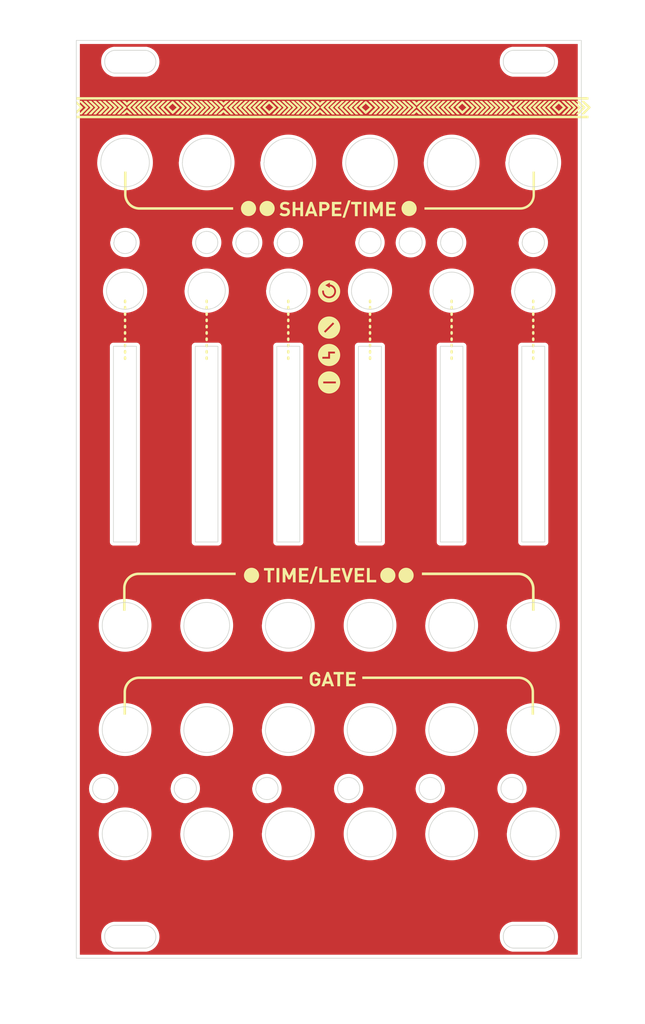
<source format=kicad_pcb>
(kicad_pcb (version 20240108) (generator "pcbnew") (generator_version "8.0")
  (layers (0 "F.Cu" signal) (31 "B.Cu" signal) (34 "B.Paste" user) (35 "F.Paste" user) (36 "B.SilkS" user "B.Silkscreen") (37 "F.SilkS" user "F.Silkscreen") (38 "B.Mask" user) (39 "F.Mask" user) (44 "Edge.Cuts" user))
  (net 0 "")
  (gr_poly (pts (xy 77.90198 38.384713) (xy 77.90198 38.384714) (xy 77.90198 38.384713)) (stroke (width -0.000001)) (fill solid) (layer "F.SilkS"))
  (gr_poly (pts (xy 47.24487 36.465156) (xy 47.170999 36.533143) (xy 47.134381 36.56724) (xy 47.098144 36.601638) (xy 46.98722 36.709704) (xy 46.931182 36.763694) (xy 46.874455 36.817199) (xy 46.853723 36.83662) (xy 46.832826 36.855763) (xy 46.790667 36.893557) (xy 46.748237 36.931272) (xy 46.7058 36.969598) (xy 46.664481 37.007371) (xy 46.623599 37.04546) (xy 46.583178 37.083803) (xy 46.54324 37.122337) (xy 46.540795 37.124546) (xy 46.538364 37.126601) (xy 46.535946 37.128505) (xy 46.533542 37.130258) (xy 46.53115 37.131864) (xy 46.528769 37.133323) (xy 46.526399 37.134639) (xy 46.52404 37.135811) (xy 46.52169 37.136843) (xy 46.519349 37.137736) (xy 46.517017 37.138491) (xy 46.514692 37.139111) (xy 46.512375 37.139598) (xy 46.510064 37.139953) (xy 46.507758 37.140179) (xy 46.505458 37.140276) (xy 46.503162 37.140247) (xy 46.50087 37.140093) (xy 46.498582 37.139817) (xy 46.496295 37.13942) (xy 46.494011 37.138904) (xy 46.491728 37.138271) (xy 46.489445 37.137522) (xy 46.487162 37.13666) (xy 46.484879 37.135686) (xy 46.482594 37.134603) (xy 46.478017 37.132112) (xy 46.473427 37.129204) (xy 46.468819 37.125893) (xy 46.456949 37.117258) (xy 46.451126 37.112937) (xy 46.445429 37.108568) (xy 46.4399 37.104115) (xy 46.434576 37.099544) (xy 46.432004 37.097204) (xy 46.429499 37.094821) (xy 46.427065 37.092391) (xy 46.424707 37.089909) (xy 46.306185 36.971493) (xy 46.18798 36.852505) (xy 45.833397 36.483105) (xy 45.832496 36.482053) (xy 45.831632 36.48099) (xy 45.830798 36.479918) (xy 45.82999 36.478836) (xy 45.82843 36.476645) (xy 45.826909 36.474416) (xy 45.823812 36.469854) (xy 45.822151 36.467521) (xy 45.821274 36.466343) (xy 45.820358 36.465156) (xy 46.246908 36.465156) (xy 46.254003 36.472725) (xy 46.261018 36.480356) (xy 46.27489 36.495636) (xy 46.288698 36.510662) (xy 46.295633 36.517975) (xy 46.302618 36.5251) (xy 46.310568 36.532337) (xy 46.318644 36.53938) (xy 46.335019 36.553074) (xy 46.351433 36.566567) (xy 46.367578 36.580239) (xy 46.375453 36.587263) (xy 46.383144 36.594475) (xy 46.390612 36.601924) (xy 46.39782 36.609658) (xy 46.404728 36.617724) (xy 46.411298 36.62617) (xy 46.417491 36.635045) (xy 46.423268 36.644395) (xy 46.426607 36.649886) (xy 46.430134 36.655253) (xy 46.433827 36.660505) (xy 46.437665 36.66565) (xy 46.441628 36.670698) (xy 46.445695 36.675656) (xy 46.454055 36.685342) (xy 46.462578 36.694777) (xy 46.471095 36.704033) (xy 46.479441 36.71318) (xy 46.487445 36.722288) (xy 46.561846 36.651221) (xy 46.59603 36.61912) (xy 46.629262 36.588599) (xy 46.646926 36.572832) (xy 46.664671 36.55725) (xy 46.700382 36.526465) (xy 46.772518 36.465155) (xy 47.244872 36.465155)) (stroke (width -0.000001)) (fill solid) (layer "F.SilkS"))
  (gr_poly (pts (xy 76.301901 36.481771) (xy 76.297254 36.490442) (xy 76.288889 36.506422) (xy 76.284899 36.513661) (xy 76.282894 36.517078) (xy 76.280858 36.520353) (xy 76.278775 36.523484) (xy 76.276628 36.526464) (xy 76.274399 36.529291) (xy 76.272073 36.531959) (xy 76.188006 36.613752) (xy 76.103851 36.694942) (xy 76.02003 36.776132) (xy 75.936962 36.857925) (xy 75.736894 37.065357) (xy 75.709034 37.091969) (xy 75.680758 37.118153) (xy 75.652161 37.144014) (xy 75.623336 37.169655) (xy 75.565374 37.220697) (xy 75.507618 37.272112) (xy 75.435017 37.339147) (xy 75.361905 37.407578) (xy 75.366375 37.414519) (xy 75.370415 37.420691) (xy 75.372349 37.423525) (xy 75.374264 37.426212) (xy 75.376191 37.428765) (xy 75.37816 37.4312) (xy 75.405769 37.462636) (xy 75.433883 37.493439) (xy 75.462539 37.523606) (xy 75.491773 37.55313) (xy 75.521622 37.582008) (xy 75.552123 37.610234) (xy 75.583312 37.637803) (xy 75.615227 37.66471) (xy 75.642919 37.688378) (xy 75.669998 37.712749) (xy 75.696576 37.737694) (xy 75.722762 37.763082) (xy 75.774399 37.814669) (xy 75.825791 37.866471) (xy 75.888354 37.929405) (xy 75.950186 37.992761) (xy 76.011479 38.056577) (xy 76.072423 38.120893) (xy 76.092139 38.141916) (xy 76.111614 38.163192) (xy 76.130866 38.184701) (xy 76.149915 38.206427) (xy 76.168782 38.228351) (xy 76.187486 38.250456) (xy 76.224483 38.295136) (xy 76.228403 38.300232) (xy 76.232229 38.305448) (xy 76.235966 38.310772) (xy 76.239619 38.316193) (xy 76.246694 38.327282) (xy 76.253493 38.338623) (xy 76.260059 38.350127) (xy 76.266431 38.361704) (xy 76.278755 38.384714) (xy 75.891069 38.384714) (xy 75.88722 38.379231) (xy 75.883553 38.373687) (xy 75.876411 38.362668) (xy 75.872758 38.357323) (xy 75.870874 38.354719) (xy 75.868935 38.352173) (xy 75.866931 38.349692) (xy 75.864851 38.347283) (xy 75.862684 38.344956) (xy 75.860419 38.342718) (xy 75.625132 38.105653) (xy 75.325245 37.788154) (xy 75.313215 37.775861) (xy 75.300968 37.763792) (xy 75.288549 37.751915) (xy 75.276001 37.7402) (xy 75.2507 37.717133) (xy 75.225424 37.694343) (xy 75.162505 37.637885) (xy 75.131396 37.60928) (xy 75.100785 37.580181) (xy 75.070868 37.550403) (xy 75.056231 37.535202) (xy 75.041842 37.519762) (xy 75.027726 37.504061) (xy 75.013907 37.488076) (xy 75.000409 37.471783) (xy 74.987258 37.45516) (xy 74.982621 37.449112) (xy 74.978496 37.443122) (xy 74.974889 37.437184) (xy 74.971808 37.431292) (xy 74.96926 37.425439) (xy 74.968188 37.422524) (xy 74.967252 37.419617) (xy 74.966452 37.416716) (xy 74.965791 37.413821) (xy 74.965268 37.41093) (xy 74.964884 37.408043) (xy 74.964641 37.40516) (xy 74.964539 37.402278) (xy 74.964579 37.399397) (xy 74.964763 37.396517) (xy 74.96509 37.393637) (xy 74.965563 37.390755) (xy 74.966181 37.387872) (xy 74.966945 37.384985) (xy 74.967858 37.382095) (xy 74.968919 37.3792) (xy 74.970129 37.3763) (xy 74.971489 37.373394) (xy 74.973001 37.37048) (xy 74.974665 37.367559) (xy 74.978452 37.361689) (xy 74.99928 37.33412) (xy 75.009905 37.320428) (xy 75.020733 37.306931) (xy 75.031812 37.293728) (xy 75.043187 37.280918) (xy 75.049 37.274691) (xy 75.054905 37.268599) (xy 75.060908 37.262656) (xy 75.067014 37.256872) (xy 75.334888 37.014377) (xy 75.46867 36.893364) (xy 75.601428 36.771819) (xy 75.638914 36.73725) (xy 75.676005 36.70237) (xy 75.749414 36.632024) (xy 75.822491 36.561472) (xy 75.896069 36.491404) (xy 75.897567 36.489815) (xy 75.899167 36.488231) (xy 75.900861 36.486666) (xy 75.902642 36.485133) (xy 75.904504 36.483646) (xy 75.906438 36.482218) (xy 75.908437 36.480863) (xy 75.910494 36.479593) (xy 75.912601 36.478422) (xy 75.914752 36.477364) (xy 75.916939 36.476432) (xy 75.919154 36.47564) (xy 75.921391 36.475) (xy 75.922515 36.474742) (xy 75.923642 36.474527) (xy 75.92477 36.474356) (xy 75.925899 36.474233) (xy 75.927028 36.474157) (xy 75.928156 36.474132) (xy 76.112549 36.472873) (xy 76.307039 36.472693)) (stroke (width -0.000001)) (fill solid) (layer "F.SilkS"))
  (gr_poly (pts (xy 81.462968 51.697659) (xy 81.985105 50.611473) (xy 82.371017 50.611473) (xy 82.371017 52.619846) (xy 81.979089 52.619846) (xy 81.979089 51.44933) (xy 81.595638 52.21099) (xy 81.330292 52.21099) (xy 80.944044 51.44933) (xy 80.944044 52.619846) (xy 80.552126 52.619846) (xy 80.552126 50.611473) (xy 80.938375 50.611473)) (stroke (width -0.000001)) (fill solid) (layer "F.SilkS"))
  (gr_poly (pts (xy 103.465995 69.581544) (xy 103.47495 69.582226) (xy 103.483775 69.583349) (xy 103.492459 69.584902) (xy 103.500992 69.586874) (xy 103.509362 69.589254) (xy 103.517558 69.59203) (xy 103.525569 69.595191) (xy 103.533384 69.598727) (xy 103.540991 69.602626) (xy 103.54838 69.606877) (xy 103.555539 69.611469) (xy 103.562458 69.616391) (xy 103.569125 69.621631) (xy 103.575528 69.627179) (xy 103.581658 69.633024) (xy 103.587502 69.639153) (xy 103.59305 69.645557) (xy 103.59829 69.652223) (xy 103.603212 69.659142) (xy 103.607804 69.666301) (xy 103.612055 69.67369) (xy 103.615954 69.681298) (xy 103.61949 69.689112) (xy 103.622652 69.697123) (xy 103.625428 69.705319) (xy 103.627807 69.713689) (xy 103.629779 69.722222) (xy 103.631332 69.730907) (xy 103.632455 69.739732) (xy 103.633137 69.748686) (xy 103.633367 69.757759) (xy 103.633367 69.934121) (xy 103.633137 69.943193) (xy 103.632455 69.952147) (xy 103.631332 69.960971) (xy 103.629779 69.969654) (xy 103.627807 69.978185) (xy 103.625427 69.986553) (xy 103.622651 69.994746) (xy 103.619489 70.002754) (xy 103.615953 70.010566) (xy 103.612054 70.01817) (xy 103.607803 70.025555) (xy 103.603211 70.032711) (xy 103.598289 70.039626) (xy 103.593048 70.046289) (xy 103.5875 70.052689) (xy 103.581656 70.058814) (xy 103.575526 70.064655) (xy 103.569123 70.070199) (xy 103.562456 70.075436) (xy 103.555537 70.080354) (xy 103.548378 70.084942) (xy 103.540989 70.08919) (xy 103.533382 70.093085) (xy 103.525567 70.096618) (xy 103.517556 70.099777) (xy 103.50936 70.102551) (xy 103.50099 70.104928) (xy 103.492458 70.106898) (xy 103.483774 70.108449) (xy 103.474949 70.109571) (xy 103.465995 70.110253) (xy 103.456922 70.110482) (xy 103.44785 70.110253) (xy 103.438896 70.109571) (xy 103.430072 70.108449) (xy 103.421389 70.106898) (xy 103.412858 70.104928) (xy 103.404491 70.102551) (xy 103.396297 70.099777) (xy 103.388289 70.096618) (xy 103.380477 70.093085) (xy 103.372873 70.08919) (xy 103.365488 70.084942) (xy 103.358332 70.080354) (xy 103.351417 70.075436) (xy 103.344754 70.070199) (xy 103.338354 70.064655) (xy 103.332229 70.058814) (xy 103.326388 70.052689) (xy 103.320844 70.046289) (xy 103.315608 70.039626) (xy 103.31069 70.032711) (xy 103.306101 70.025555) (xy 103.301853 70.01817) (xy 103.297958 70.010566) (xy 103.294425 70.002754) (xy 103.291266 69.994746) (xy 103.288493 69.986553) (xy 103.286115 69.978185) (xy 103.284145 69.969654) (xy 103.282594 69.960971) (xy 103.281472 69.952147) (xy 103.28079 69.943193) (xy 103.280561 69.934121) (xy 103.280561 69.757759) (xy 103.28079 69.748687) (xy 103.281472 69.739732) (xy 103.282594 69.730908) (xy 103.284145 69.722223) (xy 103.286115 69.713691) (xy 103.288493 69.705321) (xy 103.291266 69.697125) (xy 103.294425 69.689114) (xy 103.297958 69.6813) (xy 103.301853 69.673692) (xy 103.306101 69.666304) (xy 103.31069 69.659144) (xy 103.315608 69.652226) (xy 103.320844 69.645559) (xy 103.326388 69.639155) (xy 103.332229 69.633025) (xy 103.338354 69.627181) (xy 103.344754 69.621633) (xy 103.351417 69.616392) (xy 103.358332 69.61147) (xy 103.365488 69.606878) (xy 103.372873 69.602627) (xy 103.380477 69.598728) (xy 103.388289 69.595192) (xy 103.396297 69.59203) (xy 103.404491 69.589254) (xy 103.412858 69.586874) (xy 103.421389 69.584902) (xy 103.430072 69.583349) (xy 103.438896 69.582226) (xy 103.44785 69.581544) (xy 103.456922 69.581314)) (stroke (width -0.000001)) (fill solid) (layer "F.SilkS"))
  (gr_poly (pts (xy 44.845676 36.482605) (xy 44.861671 36.500208) (xy 44.893525 36.53545) (xy 44.909577 36.552875) (xy 44.92584 36.570026) (xy 44.942411 36.586796) (xy 44.959385 36.603077) (xy 45.053324 36.687732) (xy 45.147652 36.77168) (xy 45.336489 36.939965) (xy 45.415872 37.011874) (xy 45.494858 37.084258) (xy 45.57359 37.157182) (xy 45.652211 37.23071) (xy 45.658896 37.23712) (xy 45.665461 37.243646) (xy 45.671911 37.250279) (xy 45.67825 37.257013) (xy 45.690616 37.270752) (xy 45.702598 37.284801) (xy 45.714235 37.2991) (xy 45.725565 37.313589) (xy 45.736627 37.328206) (xy 45.74746 37.342893) (xy 45.752178 37.349728) (xy 45.754256 37.353029) (xy 45.75615 37.35626) (xy 45.757861 37.359426) (xy 45.759392 37.362531) (xy 45.760745 37.365582) (xy 45.761921 37.368584) (xy 45.762923 37.371541) (xy 45.763753 37.374459) (xy 45.764413 37.377344) (xy 45.764905 37.380201) (xy 45.76523 37.383034) (xy 45.765391 37.38585) (xy 45.765391 37.388653) (xy 45.76523 37.391449) (xy 45.764911 37.394243) (xy 45.764437 37.39704) (xy 45.763808 37.399845) (xy 45.763027 37.402665) (xy 45.762097 37.405504) (xy 45.761018 37.408367) (xy 45.758426 37.414187) (xy 45.755267 37.420168) (xy 45.751557 37.426352) (xy 45.747313 37.432781) (xy 45.74255 37.439497) (xy 45.727725 37.45846) (xy 45.712396 37.476871) (xy 45.696617 37.494787) (xy 45.680438 37.512261) (xy 45.66391 37.529347) (xy 45.647084 37.5461) (xy 45.612746 37.578826) (xy 45.542752 37.642676) (xy 45.507916 37.674673) (xy 45.473734 37.707297) (xy 45.442501 37.738073) (xy 45.411721 37.769246) (xy 45.351074 37.83237) (xy 45.290902 37.895844) (xy 45.230318 37.958841) (xy 45.131991 38.060459) (xy 45.033045 38.161744) (xy 44.834503 38.364139) (xy 44.832139 38.366201) (xy 44.829583 38.368321) (xy 44.828243 38.36937) (xy 44.826869 38.370394) (xy 44.825465 38.371382) (xy 44.824036 38.37232) (xy 44.822585 38.373196) (xy 44.821119 38.373996) (xy 44.81964 38.374708) (xy 44.818155 38.375319) (xy 44.816667 38.375817) (xy 44.815924 38.376019) (xy 44.815182 38.376188) (xy 44.814441 38.376323) (xy 44.813703 38.376421) (xy 44.812967 38.37648) (xy 44.812235 38.376501) (xy 44.631674 38.377094) (xy 44.443936 38.377178) (xy 44.453054 38.362664) (xy 44.461505 38.348489) (xy 44.477295 38.32134) (xy 44.485079 38.308458) (xy 44.493085 38.296097) (xy 44.497241 38.290126) (xy 44.501536 38.284303) (xy 44.505997 38.278634) (xy 44.510653 38.273123) (xy 44.561493 38.212009) (xy 44.612888 38.151108) (xy 44.639017 38.121103) (xy 44.665553 38.091589) (xy 44.692585 38.062712) (xy 44.720202 38.034618) (xy 44.775407 37.979581) (xy 44.829782 37.923803) (xy 44.938409 37.812242) (xy 44.993844 37.757565) (xy 45.0221 37.730745) (xy 45.050814 37.704363) (xy 45.08006 37.678488) (xy 45.109912 37.653189) (xy 45.140444 37.628536) (xy 45.171729 37.604597) (xy 45.185364 37.593774) (xy 45.198646 37.582478) (xy 45.211614 37.57075) (xy 45.224313 37.55863) (xy 45.236784 37.546159) (xy 45.24907 37.533379) (xy 45.273255 37.507051) (xy 45.321259 37.452472) (xy 45.345756 37.424873) (xy 45.371034 37.397504) (xy 45.300951 37.329622) (xy 45.266902 37.297324) (xy 45.249882 37.281524) (xy 45.232773 37.265932) (xy 45.137139 37.18076) (xy 45.041861 37.094969) (xy 44.994885 37.051271) (xy 44.948632 37.006734) (xy 44.903313 36.961128) (xy 44.859141 36.914227) (xy 44.842854 36.896445) (xy 44.826275 36.878925) (xy 44.792367 36.84456) (xy 44.757674 36.810914) (xy 44.722457 36.777767) (xy 44.651484 36.712084) (xy 44.616246 36.679109) (xy 44.581519 36.645751) (xy 44.564562 36.629116) (xy 44.547781 36.612305) (xy 44.531161 36.595331) (xy 44.514686 36.578208) (xy 44.482114 36.543571) (xy 44.449948 36.508506) (xy 44.447911 36.506267) (xy 44.446016 36.503907) (xy 44.444247 36.501439) (xy 44.44259 36.498875) (xy 44.441031 36.496228) (xy 44.439557 36.49351) (xy 44.438152 36.490734) (xy 44.436803 36.487911) (xy 44.434217 36.482177) (xy 44.431684 36.476407) (xy 44.429091 36.4707) (xy 44.427737 36.467902) (xy 44.426326 36.465157) (xy 44.829507 36.465157) (xy 44.829507 36.465156)) (stroke (width -0.000001)) (fill solid) (layer "F.SilkS"))
  (gr_poly (pts (xy 46.244211 68.699657) (xy 46.253165 68.700338) (xy 46.261989 68.70146) (xy 46.270672 68.703012) (xy 46.279203 68.704982) (xy 46.28757 68.707359) (xy 46.295764 68.710133) (xy 46.303772 68.713291) (xy 46.311584 68.716824) (xy 46.319188 68.72072) (xy 46.326573 68.724968) (xy 46.333729 68.729556) (xy 46.340643 68.734474) (xy 46.347306 68.739711) (xy 46.353706 68.745255) (xy 46.359832 68.751095) (xy 46.365672 68.757221) (xy 46.371216 68.763621) (xy 46.376453 68.770284) (xy 46.381371 68.777198) (xy 46.385959 68.784354) (xy 46.390207 68.79174) (xy 46.394103 68.799344) (xy 46.397635 68.807155) (xy 46.400794 68.815164) (xy 46.403568 68.823357) (xy 46.405945 68.831725) (xy 46.407915 68.840256) (xy 46.409467 68.848939) (xy 46.410589 68.857763) (xy 46.41127 68.866716) (xy 46.4115 68.875789) (xy 46.4115 69.052151) (xy 46.41127 69.061223) (xy 46.410589 69.070177) (xy 46.409467 69.079002) (xy 46.407915 69.087686) (xy 46.405945 69.096219) (xy 46.403568 69.104589) (xy 46.400794 69.112784) (xy 46.397635 69.120795) (xy 46.394103 69.12861) (xy 46.390207 69.136217) (xy 46.385959 69.143606) (xy 46.381371 69.150765) (xy 46.376453 69.157684) (xy 46.371216 69.164351) (xy 46.365672 69.170755) (xy 46.359832 69.176884) (xy 46.353706 69.182729) (xy 46.347306 69.188277) (xy 46.340643 69.193517) (xy 46.333729 69.198439) (xy 46.326573 69.203031) (xy 46.319188 69.207282) (xy 46.311584 69.211182) (xy 46.303772 69.214718) (xy 46.295764 69.217879) (xy 46.28757 69.220656) (xy 46.279203 69.223035) (xy 46.270672 69.225007) (xy 46.261989 69.22656) (xy 46.253165 69.227684) (xy 46.244211 69.228366) (xy 46.235139 69.228595) (xy 46.226067 69.228366) (xy 46.217113 69.227684) (xy 46.208289 69.226561) (xy 46.199606 69.225007) (xy 46.191076 69.223036) (xy 46.182708 69.220656) (xy 46.174515 69.21788) (xy 46.166506 69.214718) (xy 46.158695 69.211183) (xy 46.151091 69.207283) (xy 46.143705 69.203032) (xy 46.13655 69.19844) (xy 46.129635 69.193519) (xy 46.122972 69.188278) (xy 46.116572 69.18273) (xy 46.110447 69.176886) (xy 46.104606 69.170757) (xy 46.099062 69.164353) (xy 46.093826 69.157686) (xy 46.088908 69.150768) (xy 46.084319 69.143608) (xy 46.080072 69.136219) (xy 46.076176 69.128612) (xy 46.072643 69.120797) (xy 46.069484 69.112786) (xy 46.066711 69.10459) (xy 46.064334 69.09622) (xy 46.062364 69.087688) (xy 46.060812 69.079003) (xy 46.05969 69.070178) (xy 46.059009 69.061224) (xy 46.058779 69.052151) (xy 46.058779 68.875789) (xy 46.059009 68.866716) (xy 46.05969 68.857763) (xy 46.060812 68.848939) (xy 46.062364 68.840256) (xy 46.064334 68.831725) (xy 46.066711 68.823357) (xy 46.069484 68.815164) (xy 46.072643 68.807155) (xy 46.076176 68.799344) (xy 46.080072 68.79174) (xy 46.084319 68.784354) (xy 46.088908 68.777198) (xy 46.093826 68.770284) (xy 46.099062 68.763621) (xy 46.104606 68.757221) (xy 46.110447 68.751095) (xy 46.116572 68.745255) (xy 46.122972 68.739711) (xy 46.129635 68.734474) (xy 46.13655 68.729556) (xy 46.143705 68.724968) (xy 46.151091 68.72072) (xy 46.158695 68.716824) (xy 46.166506 68.713291) (xy 46.174515 68.710133) (xy 46.182708 68.707359) (xy 46.191076 68.704982) (xy 46.199606 68.703012) (xy 46.208289 68.70146) (xy 46.217113 68.700338) (xy 46.226067 68.699657) (xy 46.235139 68.699427)) (stroke (width -0.000001)) (fill solid) (layer "F.SilkS"))
  (gr_poly (pts (xy 83.129727 101.843138) (xy 83.183639 101.847242) (xy 83.236767 101.854) (xy 83.289043 101.863346) (xy 83.340401 101.875212) (xy 83.390775 101.889532) (xy 83.440098 101.906238) (xy 83.488302 101.925264) (xy 83.535322 101.946543) (xy 83.581091 101.970008) (xy 83.625542 101.995592) (xy 83.668608 102.023228) (xy 83.710223 102.052849) (xy 83.750321 102.084389) (xy 83.788834 102.117781) (xy 83.825696 102.152957) (xy 83.86084 102.18985) (xy 83.8942 102.228395) (xy 83.925709 102.268524) (xy 83.9553 102.310169) (xy 83.982907 102.353265) (xy 84.008463 102.397744) (xy 84.031901 102.443539) (xy 84.053155 102.490584) (xy 84.072159 102.538811) (xy 84.088844 102.588154) (xy 84.103146 102.638546) (xy 84.114997 102.68992) (xy 84.12433 102.742208) (xy 84.131079 102.795345) (xy 84.135177 102.849263) (xy 84.136558 102.903896) (xy 84.135177 102.958565) (xy 84.131079 103.012516) (xy 84.12433 103.065682) (xy 84.114997 103.117996) (xy 84.103146 103.169391) (xy 84.088844 103.219801) (xy 84.072159 103.269159) (xy 84.053155 103.317398) (xy 84.031901 103.364452) (xy 84.008463 103.410254) (xy 83.982907 103.454737) (xy 83.9553 103.497834) (xy 83.925709 103.53948) (xy 83.8942 103.579606) (xy 83.86084 103.618147) (xy 83.825696 103.655036) (xy 83.788834 103.690205) (xy 83.750321 103.72359) (xy 83.710223 103.755121) (xy 83.668608 103.784734) (xy 83.625542 103.812361) (xy 83.581091 103.837935) (xy 83.535322 103.861391) (xy 83.488302 103.88266) (xy 83.440098 103.901677) (xy 83.390775 103.918375) (xy 83.340401 103.932687) (xy 83.289043 103.944546) (xy 83.236767 103.953886) (xy 83.183639 103.96064) (xy 83.129727 103.964742) (xy 83.075097 103.966124) (xy 83.020463 103.964742) (xy 82.966541 103.96064) (xy 82.913399 103.953886) (xy 82.861102 103.944546) (xy 82.809719 103.932687) (xy 82.759316 103.918375) (xy 82.70996 103.901677) (xy 82.661718 103.88266) (xy 82.614658 103.861391) (xy 82.568846 103.837935) (xy 82.52435 103.812361) (xy 82.481236 103.784734) (xy 82.439571 103.755121) (xy 82.399423 103.72359) (xy 82.360859 103.690205) (xy 82.323945 103.655036) (xy 82.288749 103.618147) (xy 82.255338 103.579606) (xy 82.223779 103.53948) (xy 82.194139 103.497834) (xy 82.166484 103.454737) (xy 82.140882 103.410254) (xy 82.117401 103.364452) (xy 82.096107 103.317398) (xy 82.077066 103.269159) (xy 82.060347 103.219801) (xy 82.046016 103.169391) (xy 82.03414 103.117996) (xy 82.024787 103.065682) (xy 82.018023 103.012516) (xy 82.013916 102.958565) (xy 82.012531 102.903896) (xy 82.012536 102.903896) (xy 82.01392 102.849263) (xy 82.018028 102.795345) (xy 82.024792 102.742208) (xy 82.034145 102.68992) (xy 82.046021 102.638546) (xy 82.060352 102.588154) (xy 82.077071 102.538811) (xy 82.096111 102.490584) (xy 82.117406 102.443539) (xy 82.140887 102.397744) (xy 82.166489 102.353265) (xy 82.194143 102.310169) (xy 82.223784 102.268524) (xy 82.255343 102.228395) (xy 82.288754 102.18985) (xy 82.32395 102.152957) (xy 82.360863 102.117781) (xy 82.399427 102.084389) (xy 82.439575 102.052849) (xy 82.481239 102.023228) (xy 82.524353 101.995592) (xy 82.568849 101.970008) (xy 82.614661 101.946543) (xy 82.661721 101.925264) (xy 82.709963 101.906238) (xy 82.759318 101.889532) (xy 82.809721 101.875212) (xy 82.861104 101.863346) (xy 82.9134 101.854) (xy 82.966542 101.847242) (xy 83.020463 101.843138) (xy 83.075097 101.841755)) (stroke (width -0.000001)) (fill solid) (layer "F.SilkS"))
  (gr_poly (pts (xy 77.376118 103.185584) (xy 77.779722 101.876384) (xy 78.188579 101.876384) (xy 77.522846 103.884757) (xy 77.229729 103.884757) (xy 76.566792 101.876384) (xy 76.972852 101.876384)) (stroke (width -0.000001)) (fill solid) (layer "F.SilkS"))
  (gr_poly (pts (xy 46.244211 66.93572) (xy 46.253165 66.936402) (xy 46.261989 66.937525) (xy 46.270672 66.939078) (xy 46.279203 66.94105) (xy 46.28757 66.943429) (xy 46.295764 66.946205) (xy 46.303772 66.949367) (xy 46.311584 66.952903) (xy 46.319188 66.956802) (xy 46.326573 66.961053) (xy 46.333729 66.965645) (xy 46.340643 66.970567) (xy 46.347306 66.975807) (xy 46.353706 66.981355) (xy 46.359832 66.987199) (xy 46.365672 66.993329) (xy 46.371216 66.999733) (xy 46.376453 67.006399) (xy 46.381371 67.013318) (xy 46.385959 67.020477) (xy 46.390207 67.027866) (xy 46.394103 67.035473) (xy 46.397635 67.043288) (xy 46.400794 67.051299) (xy 46.403568 67.059495) (xy 46.405945 67.067865) (xy 46.407915 67.076398) (xy 46.409467 67.085082) (xy 46.410589 67.093907) (xy 46.41127 67.102862) (xy 46.4115 67.111935) (xy 46.4115 67.288296) (xy 46.41127 67.297369) (xy 46.410589 67.306322) (xy 46.409467 67.315146) (xy 46.407915 67.323829) (xy 46.405945 67.33236) (xy 46.403568 67.340727) (xy 46.400794 67.348921) (xy 46.397635 67.356929) (xy 46.394103 67.36474) (xy 46.390207 67.372344) (xy 46.385959 67.379729) (xy 46.381371 67.386885) (xy 46.376453 67.3938) (xy 46.371216 67.400463) (xy 46.365672 67.406862) (xy 46.359832 67.412988) (xy 46.353706 67.418828) (xy 46.347306 67.424372) (xy 46.340643 67.429609) (xy 46.333729 67.434527) (xy 46.326573 67.439115) (xy 46.319188 67.443363) (xy 46.311584 67.447259) (xy 46.303772 67.450792) (xy 46.295764 67.45395) (xy 46.28757 67.456724) (xy 46.279203 67.459101) (xy 46.270672 67.461071) (xy 46.261989 67.462623) (xy 46.253165 67.463745) (xy 46.244211 67.464426) (xy 46.235139 67.464656) (xy 46.226067 67.464426) (xy 46.217113 67.463745) (xy 46.208289 67.462623) (xy 46.199606 67.461071) (xy 46.191076 67.459101) (xy 46.182708 67.456724) (xy 46.174515 67.45395) (xy 46.166506 67.450792) (xy 46.158695 67.447259) (xy 46.151091 67.443363) (xy 46.143705 67.439115) (xy 46.13655 67.434527) (xy 46.129635 67.429609) (xy 46.122972 67.424372) (xy 46.116572 67.418828) (xy 46.110447 67.412988) (xy 46.104606 67.406862) (xy 46.099062 67.400463) (xy 46.093826 67.3938) (xy 46.088908 67.386885) (xy 46.084319 67.379729) (xy 46.080072 67.372344) (xy 46.076176 67.36474) (xy 46.072643 67.356929) (xy 46.069484 67.348921) (xy 46.066711 67.340727) (xy 46.064334 67.33236) (xy 46.062364 67.323829) (xy 46.060812 67.315146) (xy 46.05969 67.306322) (xy 46.059009 67.297369) (xy 46.058779 67.288296) (xy 46.058779 67.111935) (xy 46.059009 67.102862) (xy 46.05969 67.093908) (xy 46.060812 67.085083) (xy 46.062364 67.076398) (xy 46.064334 67.067866) (xy 46.066711 67.059496) (xy 46.069484 67.0513) (xy 46.072643 67.043289) (xy 46.076176 67.035474) (xy 46.080072 67.027867) (xy 46.084319 67.020478) (xy 46.088908 67.013319) (xy 46.093826 67.0064) (xy 46.099062 66.999734) (xy 46.104606 66.99333) (xy 46.110447 66.9872) (xy 46.116572 66.981356) (xy 46.122972 66.975808) (xy 46.129635 66.970567) (xy 46.13655 66.965646) (xy 46.143705 66.961054) (xy 46.151091 66.956802) (xy 46.158695 66.952903) (xy 46.166506 66.949367) (xy 46.174515 66.946206) (xy 46.182708 66.94343) (xy 46.191076 66.94105) (xy 46.199606 66.939078) (xy 46.208289 66.937525) (xy 46.217113 66.936402) (xy 46.226067 66.93572) (xy 46.235139 66.93549)) (stroke (width -0.000001)) (fill solid) (layer "F.SilkS"))
  (gr_poly (pts (xy 74.623614 36.472015) (xy 74.698776 36.473299) (xy 74.774374 36.473401) (xy 74.925959 36.472692) (xy 74.971848 36.472692) (xy 74.967346 36.48054) (xy 74.963279 36.487946) (xy 74.955932 36.501383) (xy 74.952394 36.507388) (xy 74.950603 36.510206) (xy 74.948775 36.512899) (xy 74.946894 36.515466) (xy 74.944945 36.517905) (xy 74.942911 36.520213) (xy 74.940776 36.522391) (xy 74.604903 36.847679) (xy 74.593458 36.85893) (xy 74.582287 36.870407) (xy 74.560314 36.893738) (xy 74.549284 36.905441) (xy 74.538072 36.917069) (xy 74.526564 36.928546) (xy 74.520664 36.934204) (xy 74.514647 36.939796) (xy 74.345516 37.102102) (xy 74.260272 37.183016) (xy 74.174543 37.263645) (xy 74.138829 37.297661) (xy 74.102512 37.331685) (xy 74.027815 37.400805) (xy 74.033968 37.408718) (xy 74.03979 37.416545) (xy 74.050836 37.431729) (xy 74.056255 37.438979) (xy 74.061737 37.445929) (xy 74.064533 37.449275) (xy 74.06738 37.452526) (xy 74.070292 37.455676) (xy 74.073281 37.458717) (xy 74.122517 37.506136) (xy 74.172086 37.553151) (xy 74.270893 37.645998) (xy 74.291709 37.664969) (xy 74.312797 37.683624) (xy 74.355296 37.720568) (xy 74.376458 37.739146) (xy 74.397397 37.757988) (xy 74.417989 37.777239) (xy 74.438109 37.797043) (xy 74.514285 37.875021) (xy 74.589611 37.953824) (xy 74.739014 38.112764) (xy 74.778136 38.155348) (xy 74.816981 38.198552) (xy 74.836162 38.220401) (xy 74.855111 38.242422) (xy 74.873773 38.264622) (xy 74.892092 38.287006) (xy 74.896101 38.292512) (xy 74.899946 38.29816) (xy 74.903647 38.303939) (xy 74.907222 38.309833) (xy 74.914063 38.321917) (xy 74.920613 38.334303) (xy 74.933418 38.359551) (xy 74.93996 38.372197) (xy 74.946787 38.384712) (xy 74.566127 38.384712) (xy 74.566127 38.384714) (xy 74.561466 38.378179) (xy 74.556957 38.371567) (xy 74.548082 38.35835) (xy 74.543559 38.351861) (xy 74.538874 38.34553) (xy 74.536446 38.342442) (xy 74.533948 38.339415) (xy 74.531371 38.336457) (xy 74.528705 38.333575) (xy 74.412923 38.218545) (xy 74.354992 38.160709) (xy 74.297648 38.102182) (xy 74.220954 38.022666) (xy 74.145291 37.942628) (xy 74.069693 37.862462) (xy 73.993189 37.782566) (xy 73.98135 37.770017) (xy 73.969138 37.757726) (xy 73.956649 37.745622) (xy 73.943977 37.733639) (xy 73.918466 37.709759) (xy 73.905818 37.697725) (xy 73.893367 37.685538) (xy 73.833697 37.626921) (xy 73.774336 37.56801) (xy 73.715501 37.508766) (xy 73.657404 37.44915) (xy 73.651335 37.442386) (xy 73.645963 37.435822) (xy 73.641301 37.429427) (xy 73.639241 37.426284) (xy 73.637362 37.423171) (xy 73.635667 37.420086) (xy 73.634158 37.417024) (xy 73.632835 37.413982) (xy 73.631701 37.410956) (xy 73.630758 37.407941) (xy 73.630005 37.404935) (xy 73.629447 37.401933) (xy 73.629083 37.398932) (xy 73.628915 37.395927) (xy 73.628946 37.392915) (xy 73.629176 37.389893) (xy 73.629607 37.386856) (xy 73.630241 37.3838) (xy 73.631079 37.380723) (xy 73.632124 37.377619) (xy 73.633376 37.374485) (xy 73.634837 37.371318) (xy 73.636508 37.368114) (xy 73.638392 37.364868) (xy 73.64049 37.361577) (xy 73.642803 37.358238) (xy 73.645333 37.354846) (xy 73.648082 37.351397) (xy 73.651051 37.347888) (xy 73.672929 37.321533) (xy 73.694988 37.295402) (xy 73.717307 37.26955) (xy 73.739963 37.244035) (xy 73.763037 37.218912) (xy 73.786605 37.194239) (xy 73.810747 37.170072) (xy 73.83554 37.146467) (xy 74.233471 36.792985) (xy 74.309493 36.723177) (xy 74.384951 36.652163) (xy 74.459535 36.580483) (xy 74.532936 36.508675) (xy 74.538098 36.503887) (xy 74.543271 36.499459) (xy 74.548469 36.495385) (xy 74.553701 36.491659) (xy 74.558982 36.488275) (xy 74.564322 36.485228) (xy 74.569733 36.482512) (xy 74.575228 36.480121) (xy 74.580818 36.478049) (xy 74.586515 36.476291) (xy 74.592331 36.474842) (xy 74.598278 36.473694) (xy 74.604368 36.472844) (xy 74.610613 36.472284) (xy 74.617024 36.472009)) (stroke (width -0.000001)) (fill solid) (layer "F.SilkS"))
  (gr_poly (pts (xy 76.983776 36.477281) (xy 76.980973 36.481771) (xy 76.978383 36.48616) (xy 76.975976 36.490442) (xy 76.971587 36.498671) (xy 76.967568 36.506422) (xy 76.963681 36.513661) (xy 76.961711 36.517078) (xy 76.959685 36.520353) (xy 76.957572 36.523484) (xy 76.955342 36.526464) (xy 76.952966 36.529291) (xy 76.950414 36.531959) (xy 76.866478 36.613752) (xy 76.782225 36.694942) (xy 76.698289 36.776132) (xy 76.615305 36.857925) (xy 76.589874 36.883468) (xy 76.564804 36.909445) (xy 76.515217 36.962053) (xy 76.465488 37.014455) (xy 76.44024 37.040174) (xy 76.414561 37.065357) (xy 76.386705 37.091969) (xy 76.3585 37.118153) (xy 76.301351 37.169655) (xy 76.243741 37.220697) (xy 76.186297 37.272112) (xy 76.14975 37.305399) (xy 76.113432 37.339147) (xy 76.040248 37.407578) (xy 76.047614 37.420691) (xy 76.049371 37.423525) (xy 76.050282 37.424886) (xy 76.051226 37.426212) (xy 76.05221 37.427504) (xy 76.053242 37.428765) (xy 76.054332 37.429997) (xy 76.055487 37.4312) (xy 76.082915 37.462636) (xy 76.110971 37.493439) (xy 76.139656 37.523606) (xy 76.168971 37.55313) (xy 76.198917 37.582008) (xy 76.229496 37.610234) (xy 76.260707 37.637803) (xy 76.292552 37.66471) (xy 76.320386 37.688378) (xy 76.347633 37.712749) (xy 76.374396 37.737694) (xy 76.400777 37.763082) (xy 76.45281 37.814669) (xy 76.504556 37.866471) (xy 76.627249 37.992761) (xy 76.688639 38.056577) (xy 76.74975 38.120893) (xy 76.769521 38.141916) (xy 76.789124 38.163192) (xy 76.808527 38.184701) (xy 76.827696 38.206427) (xy 76.8466 38.228351) (xy 76.865204 38.250456) (xy 76.883477 38.272724) (xy 76.901385 38.295136) (xy 76.905647 38.300232) (xy 76.909715 38.305448) (xy 76.913608 38.310772) (xy 76.917348 38.316193) (xy 76.920953 38.3217) (xy 76.924445 38.327282) (xy 76.931167 38.338623) (xy 76.944129 38.361704) (xy 76.950691 38.373263) (xy 76.95752 38.384714) (xy 76.569416 38.384714) (xy 76.565844 38.379231) (xy 76.562428 38.373687) (xy 76.559072 38.368144) (xy 76.555678 38.362668) (xy 76.553936 38.359975) (xy 76.552149 38.357323) (xy 76.550304 38.354719) (xy 76.548388 38.352173) (xy 76.546391 38.349692) (xy 76.544299 38.347283) (xy 76.5421 38.344956) (xy 76.539782 38.342718) (xy 76.420922 38.224471) (xy 76.361916 38.165328) (xy 76.332835 38.135581) (xy 76.304156 38.105653) (xy 76.228272 38.026361) (xy 76.153207 37.946807) (xy 76.00359 37.788154) (xy 75.991544 37.775861) (xy 75.979244 37.763792) (xy 75.96673 37.751915) (xy 75.954041 37.7402) (xy 75.941216 37.728616) (xy 75.928296 37.717133) (xy 75.902328 37.694343) (xy 75.839946 37.637885) (xy 75.808937 37.60928) (xy 75.778357 37.580181) (xy 75.748436 37.550403) (xy 75.733794 37.535202) (xy 75.719404 37.519762) (xy 75.705293 37.504061) (xy 75.69149 37.488076) (xy 75.678026 37.471783) (xy 75.664927 37.45516) (xy 75.66047 37.449112) (xy 75.656502 37.443122) (xy 75.653035 37.437184) (xy 75.650077 37.431292) (xy 75.647639 37.425439) (xy 75.646617 37.422524) (xy 75.645729 37.419617) (xy 75.644976 37.416716) (xy 75.644359 37.413821) (xy 75.643879 37.41093) (xy 75.643538 37.408043) (xy 75.643336 37.40516) (xy 75.643275 37.402278) (xy 75.643356 37.399397) (xy 75.64358 37.396517) (xy 75.643949 37.393637) (xy 75.644464 37.390755) (xy 75.645126 37.387872) (xy 75.645936 37.384985) (xy 75.646895 37.382095) (xy 75.648005 37.3792) (xy 75.649267 37.3763) (xy 75.650682 37.373394) (xy 75.652251 37.37048) (xy 75.653976 37.367559) (xy 75.655858 37.364629) (xy 75.657898 37.361689) (xy 75.667755 37.347906) (xy 75.677803 37.33412) (xy 75.688102 37.320428) (xy 75.698708 37.306931) (xy 75.709678 37.293728) (xy 75.715319 37.287268) (xy 75.721072 37.280918) (xy 75.726945 37.274691) (xy 75.732945 37.268599) (xy 75.73908 37.262656) (xy 75.745356 37.256872) (xy 76.278755 36.771819) (xy 76.316036 36.73725) (xy 76.353055 36.70237) (xy 76.42657 36.632024) (xy 76.499817 36.561472) (xy 76.57331 36.491404) (xy 76.577117 36.488231) (xy 76.579082 36.486666) (xy 76.58108 36.485133) (xy 76.583108 36.483646) (xy 76.585159 36.482218) (xy 76.587229 36.480863) (xy 76.589312 36.479593) (xy 76.591402 36.478422) (xy 76.593496 36.477364) (xy 76.595587 36.476432) (xy 76.59767 36.47564) (xy 76.599741 36.475) (xy 76.601793 36.474527) (xy 76.602811 36.474356) (xy 76.603822 36.474233) (xy 76.604826 36.474157) (xy 76.605822 36.474132) (xy 76.791686 36.472873) (xy 76.98682 36.472693)) (stroke (width -0.000001)) (fill solid) (layer "F.SilkS"))
  (gr_poly (pts (xy 88.504586 36.465156) (xy 88.485889 36.487268) (xy 88.46755 36.509574) (xy 88.43138 36.554247) (xy 88.413265 36.57635) (xy 88.39494 36.598125) (xy 88.376265 36.619439) (xy 88.357097 36.640162) (xy 88.329951 36.666418) (xy 88.302357 36.692149) (xy 88.246531 36.742693) (xy 88.191039 36.793109) (xy 88.163863 36.818681) (xy 88.137302 36.844716) (xy 88.111411 36.869889) (xy 88.086241 36.895514) (xy 88.061585 36.921423) (xy 88.037236 36.947448) (xy 87.988628 36.999175) (xy 87.963954 37.024542) (xy 87.938758 37.049355) (xy 87.910974 37.07598) (xy 87.882751 37.102198) (xy 87.825465 37.15378) (xy 87.767846 37.204838) (xy 87.710839 37.25611) (xy 87.692318 37.272691) (xy 87.673983 37.289413) (xy 87.637601 37.323271) (xy 87.564111 37.392592) (xy 87.566908 37.396351) (xy 87.569534 37.399942) (xy 87.574346 37.406626) (xy 87.578697 37.412642) (xy 87.580747 37.415401) (xy 87.582739 37.417992) (xy 87.609812 37.449141) (xy 87.637558 37.479604) (xy 87.665954 37.509395) (xy 87.694982 37.538526) (xy 87.724622 37.567009) (xy 87.754853 37.594859) (xy 87.785656 37.622088) (xy 87.81701 37.648708) (xy 87.84479 37.672377) (xy 87.872082 37.696754) (xy 87.898924 37.721714) (xy 87.925352 37.747133) (xy 87.951403 37.772885) (xy 87.977114 37.798846) (xy 88.027659 37.850891) (xy 88.090482 37.913867) (xy 88.152669 37.977066) (xy 88.214349 38.040677) (xy 88.275647 38.104891) (xy 88.294998 38.126026) (xy 88.31419 38.147385) (xy 88.333221 38.168955) (xy 88.352091 38.190721) (xy 88.370798 38.21267) (xy 88.389341 38.234787) (xy 88.425934 38.279472) (xy 88.430196 38.284694) (xy 88.434267 38.290039) (xy 88.438171 38.295507) (xy 88.441934 38.301097) (xy 88.445581 38.306806) (xy 88.449137 38.312634) (xy 88.456075 38.324642) (xy 88.469963 38.350028) (xy 88.477313 38.363387) (xy 88.485202 38.377177) (xy 88.229084 38.377177) (xy 88.188847 38.37704) (xy 88.172252 38.376675) (xy 88.157608 38.37594) (xy 88.144617 38.374706) (xy 88.13298 38.372842) (xy 88.127577 38.371634) (xy 88.122401 38.37022) (xy 88.117414 38.368584) (xy 88.11258 38.366711) (xy 88.107861 38.364583) (xy 88.10322 38.362184) (xy 88.098619 38.359499) (xy 88.094022 38.356511) (xy 88.084688 38.349563) (xy 88.07492 38.341209) (xy 88.06442 38.331321) (xy 88.052889 38.319769) (xy 88.025545 38.291157) (xy 87.770856 38.023918) (xy 87.643271 37.8905) (xy 87.514326 37.757758) (xy 87.491156 37.734794) (xy 87.467506 37.712392) (xy 87.443493 37.690376) (xy 87.419234 37.668573) (xy 87.370439 37.624897) (xy 87.346136 37.602673) (xy 87.322051 37.579958) (xy 87.303753 37.561654) (xy 87.28563 37.543031) (xy 87.267688 37.524133) (xy 87.249936 37.505008) (xy 87.232383 37.485699) (xy 87.215037 37.466254) (xy 87.180997 37.427136) (xy 87.179137 37.425039) (xy 87.177401 37.422909) (xy 87.175787 37.420748) (xy 87.174295 37.418557) (xy 87.172923 37.416339) (xy 87.17167 37.414096) (xy 87.170536 37.41183) (xy 87.16952 37.409542) (xy 87.16862 37.407236) (xy 87.167837 37.404912) (xy 87.167169 37.402573) (xy 87.166615 37.40022) (xy 87.166174 37.397857) (xy 87.165845 37.395484) (xy 87.165628 37.393104) (xy 87.165521 37.390718) (xy 87.165524 37.38833) (xy 87.165636 37.38594) (xy 87.165856 37.383551) (xy 87.166182 37.381165) (xy 87.166615 37.378784) (xy 87.167153 37.376409) (xy 87.167795 37.374043) (xy 87.16854 37.371688) (xy 87.170338 37.367019) (xy 87.172537 37.362416) (xy 87.175133 37.357896) (xy 87.178116 37.353476) (xy 87.19521 37.328342) (xy 87.204068 37.315768) (xy 87.213146 37.303343) (xy 87.222455 37.291184) (xy 87.232004 37.279407) (xy 87.236871 37.273698) (xy 87.241802 37.268128) (xy 87.246798 37.262712) (xy 87.251861 37.257464) (xy 87.441922 37.082077) (xy 87.631415 36.908215) (xy 87.77177 36.781046) (xy 87.841297 36.71762) (xy 87.910477 36.653877) (xy 87.953461 36.613821) (xy 87.996158 36.573137) (xy 88.038538 36.531993) (xy 88.080569 36.490556) (xy 88.081983 36.489139) (xy 88.083342 36.487686) (xy 88.084654 36.4862) (xy 88.085925 36.484682) (xy 88.087165 36.483137) (xy 88.088381 36.481567) (xy 88.090774 36.478364) (xy 88.095623 36.471792) (xy 88.098206 36.46847) (xy 88.099565 36.46681) (xy 88.100979 36.465155) (xy 88.504586 36.465155)) (stroke (width -0.000001)) (fill solid) (layer "F.SilkS"))
  (gr_poly (pts (xy 71.940788 102.22631) (xy 71.009795 102.22631) (xy 71.009795 102.697309) (xy 71.80219 102.697309) (xy 71.80219 103.046898) (xy 71.009795 103.046898) (xy 71.009795 103.535173) (xy 71.940788 103.535173) (xy 71.940788 103.884762) (xy 70.617875 103.884762) (xy 70.617875 101.876384) (xy 71.940788 101.876384)) (stroke (width -0.000001)) (fill solid) (layer "F.SilkS"))
  (gr_poly (pts (xy 91.162093 36.465156) (xy 91.090096 36.554247) (xy 91.071776 36.57635) (xy 91.053021 36.598125) (xy 91.033676 36.619439) (xy 91.023734 36.629882) (xy 91.013587 36.640162) (xy 90.987236 36.666418) (xy 90.960194 36.692149) (xy 90.93266 36.717519) (xy 90.904833 36.742693) (xy 90.849091 36.793109) (xy 90.821573 36.818681) (xy 90.794555 36.844716) (xy 90.769427 36.869889) (xy 90.744737 36.895514) (xy 90.696037 36.947448) (xy 90.671712 36.973421) (xy 90.647194 36.999175) (xy 90.622325 37.024542) (xy 90.596948 37.049355) (xy 90.569211 37.07598) (xy 90.541047 37.102198) (xy 90.512539 37.128101) (xy 90.483767 37.15378) (xy 90.367666 37.25611) (xy 90.33147 37.289413) (xy 90.295375 37.323271) (xy 90.259359 37.35767) (xy 90.223399 37.392592) (xy 90.228095 37.399942) (xy 90.230292 37.403367) (xy 90.232467 37.406626) (xy 90.233565 37.408192) (xy 90.234678 37.409717) (xy 90.235815 37.411201) (xy 90.236983 37.412642) (xy 90.238189 37.414042) (xy 90.239441 37.415401) (xy 90.240746 37.416717) (xy 90.24211 37.417992) (xy 90.268876 37.449141) (xy 90.2963 37.479604) (xy 90.324409 37.509395) (xy 90.353235 37.538526) (xy 90.382808 37.567009) (xy 90.413156 37.594859) (xy 90.44431 37.622088) (xy 90.476299 37.648708) (xy 90.503783 37.672377) (xy 90.530744 37.696754) (xy 90.557285 37.721714) (xy 90.583508 37.747133) (xy 90.687285 37.850891) (xy 90.74944 37.913867) (xy 90.810816 37.977066) (xy 90.871811 38.040677) (xy 90.932821 38.104891) (xy 90.952549 38.126026) (xy 90.972046 38.147385) (xy 90.991311 38.168955) (xy 91.010343 38.190721) (xy 91.029141 38.21267) (xy 91.047704 38.234787) (xy 91.06603 38.257059) (xy 91.084119 38.279472) (xy 91.088215 38.284694) (xy 91.092165 38.290039) (xy 91.095994 38.295507) (xy 91.099724 38.301097) (xy 91.106972 38.312634) (xy 91.11409 38.324642) (xy 91.128647 38.350028) (xy 91.136443 38.363387) (xy 91.144822 38.377177) (xy 90.887269 38.377177) (xy 90.847423 38.37704) (xy 90.830979 38.376675) (xy 90.816458 38.37594) (xy 90.803559 38.374706) (xy 90.791985 38.372842) (xy 90.786602 38.371634) (xy 90.781437 38.37022) (xy 90.776454 38.368584) (xy 90.771616 38.366711) (xy 90.766885 38.364583) (xy 90.762224 38.362184) (xy 90.757595 38.359499) (xy 90.752961 38.356511) (xy 90.74353 38.349563) (xy 90.733631 38.341209) (xy 90.722966 38.331321) (xy 90.711236 38.319769) (xy 90.683388 38.291157) (xy 90.428531 38.023918) (xy 90.300924 37.8905) (xy 90.172594 37.757758) (xy 90.14948 37.734794) (xy 90.125776 37.712392) (xy 90.101645 37.690376) (xy 90.077251 37.668573) (xy 90.028329 37.624897) (xy 90.004128 37.602673) (xy 89.980319 37.579958) (xy 89.961966 37.561654) (xy 89.943901 37.543031) (xy 89.926088 37.524133) (xy 89.908491 37.505008) (xy 89.873795 37.466254) (xy 89.839519 37.427136) (xy 89.837599 37.425039) (xy 89.835809 37.422909) (xy 89.834147 37.420748) (xy 89.832612 37.418557) (xy 89.831202 37.416339) (xy 89.829916 37.414096) (xy 89.828753 37.41183) (xy 89.827713 37.409542) (xy 89.826792 37.407236) (xy 89.825991 37.404912) (xy 89.825308 37.402573) (xy 89.824742 37.40022) (xy 89.824292 37.397857) (xy 89.823955 37.395484) (xy 89.823732 37.393104) (xy 89.823621 37.390718) (xy 89.82362 37.38833) (xy 89.823729 37.38594) (xy 89.823946 37.383551) (xy 89.82427 37.381165) (xy 89.824699 37.378784) (xy 89.825233 37.376409) (xy 89.82587 37.374043) (xy 89.826609 37.371688) (xy 89.828388 37.367019) (xy 89.83056 37.362416) (xy 89.833114 37.357896) (xy 89.836042 37.353476) (xy 89.853477 37.328342) (xy 89.862282 37.315768) (xy 89.871243 37.303343) (xy 89.880435 37.291184) (xy 89.889931 37.279407) (xy 89.894816 37.273698) (xy 89.899805 37.268128) (xy 89.904906 37.262712) (xy 89.910129 37.257464) (xy 90.005249 37.169485) (xy 90.100626 37.082077) (xy 90.292144 36.908215) (xy 90.430733 36.781046) (xy 90.499848 36.71762) (xy 90.56875 36.653877) (xy 90.611882 36.613821) (xy 90.654602 36.573137) (xy 90.697005 36.531993) (xy 90.739184 36.490556) (xy 90.740606 36.489139) (xy 90.741985 36.487686) (xy 90.743326 36.4862) (xy 90.744635 36.484682) (xy 90.745916 36.483137) (xy 90.747174 36.481567) (xy 90.749642 36.478364) (xy 90.754522 36.471792) (xy 90.757014 36.46847) (xy 90.759594 36.465155) (xy 91.162098 36.465155)) (stroke (width -0.000001)) (fill solid) (layer "F.SilkS"))
  (gr_poly (pts (xy 46.244211 72.227371) (xy 46.253165 72.228053) (xy 46.261989 72.229176) (xy 46.270672 72.230729) (xy 46.279203 72.232701) (xy 46.28757 72.235081) (xy 46.295764 72.237857) (xy 46.303772 72.241019) (xy 46.311584 72.244555) (xy 46.319188 72.248454) (xy 46.326573 72.252705) (xy 46.333729 72.257297) (xy 46.340643 72.262219) (xy 46.347306 72.26746) (xy 46.353706 72.273008) (xy 46.359832 72.278852) (xy 46.365672 72.284982) (xy 46.371216 72.291386) (xy 46.376453 72.298052) (xy 46.381371 72.304971) (xy 46.385959 72.31213) (xy 46.390207 72.319519) (xy 46.394103 72.327126) (xy 46.397635 72.334941) (xy 46.400794 72.342952) (xy 46.403568 72.351148) (xy 46.405945 72.359518) (xy 46.407915 72.36805) (xy 46.409467 72.376734) (xy 46.410589 72.385559) (xy 46.41127 72.394513) (xy 46.4115 72.403586) (xy 46.4115 72.579947) (xy 46.41127 72.58902) (xy 46.410589 72.597974) (xy 46.409467 72.606797) (xy 46.407915 72.61548) (xy 46.405945 72.624011) (xy 46.403568 72.632379) (xy 46.400794 72.640572) (xy 46.397635 72.64858) (xy 46.394103 72.656392) (xy 46.390207 72.663996) (xy 46.385959 72.671381) (xy 46.381371 72.678536) (xy 46.376453 72.685451) (xy 46.371216 72.692114) (xy 46.365672 72.698513) (xy 46.359832 72.704639) (xy 46.353706 72.710479) (xy 46.347306 72.716023) (xy 46.340643 72.721259) (xy 46.333729 72.726177) (xy 46.326573 72.730765) (xy 46.319188 72.735013) (xy 46.311584 72.738908) (xy 46.303772 72.742441) (xy 46.295764 72.745599) (xy 46.28757 72.748373) (xy 46.279203 72.75075) (xy 46.270672 72.75272) (xy 46.261989 72.754271) (xy 46.253165 72.755393) (xy 46.244211 72.756075) (xy 46.235139 72.756304) (xy 46.226067 72.756075) (xy 46.217113 72.755393) (xy 46.208289 72.754271) (xy 46.199606 72.75272) (xy 46.191076 72.75075) (xy 46.182708 72.748373) (xy 46.174515 72.745599) (xy 46.166506 72.742441) (xy 46.158695 72.738908) (xy 46.151091 72.735013) (xy 46.143705 72.730765) (xy 46.13655 72.726177) (xy 46.129635 72.721259) (xy 46.122972 72.716023) (xy 46.116572 72.710479) (xy 46.110447 72.704639) (xy 46.104606 72.698513) (xy 46.099062 72.692114) (xy 46.093826 72.685451) (xy 46.088908 72.678536) (xy 46.084319 72.671381) (xy 46.080072 72.663996) (xy 46.076176 72.656392) (xy 46.072643 72.64858) (xy 46.069484 72.640572) (xy 46.066711 72.632379) (xy 46.064334 72.624011) (xy 46.062364 72.61548) (xy 46.060812 72.606797) (xy 46.05969 72.597974) (xy 46.059009 72.58902) (xy 46.058779 72.579947) (xy 46.058779 72.403586) (xy 46.059009 72.394513) (xy 46.05969 72.385558) (xy 46.060812 72.376733) (xy 46.062364 72.368049) (xy 46.064334 72.359516) (xy 46.066711 72.351146) (xy 46.069484 72.34295) (xy 46.072643 72.334939) (xy 46.076176 72.327124) (xy 46.080072 72.319517) (xy 46.084319 72.312128) (xy 46.088908 72.304969) (xy 46.093826 72.29805) (xy 46.099062 72.291383) (xy 46.104606 72.28498) (xy 46.110447 72.27885) (xy 46.116572 72.273006) (xy 46.122972 72.267458) (xy 46.129635 72.262218) (xy 46.13655 72.257296) (xy 46.143705 72.252704) (xy 46.151091 72.248453) (xy 46.158695 72.244554) (xy 46.166506 72.241018) (xy 46.174515 72.237856) (xy 46.182708 72.23508) (xy 46.191076 72.232701) (xy 46.199606 72.230729) (xy 46.208289 72.229176) (xy 46.217113 72.228053) (xy 46.226067 72.227371) (xy 46.235139 72.227141)) (stroke (width -0.000001)) (fill solid) (layer "F.SilkS"))
  (gr_poly (pts (xy 78.552303 116.77437) (xy 77.621649 116.77437) (xy 77.621649 117.245286) (xy 78.413959 117.245286) (xy 78.413959 117.594963) (xy 77.621649 117.594963) (xy 77.621649 118.083145) (xy 78.552303 118.083145) (xy 78.552303 118.432734) (xy 77.229729 118.432734) (xy 77.229729 116.424439) (xy 78.552303 116.424439)) (stroke (width -0.000001)) (fill solid) (layer "F.SilkS"))
  (gr_poly (pts (xy 42.186748 36.482605) (xy 42.202832 36.500208) (xy 42.234493 36.53545) (xy 42.250354 36.552875) (xy 42.266424 36.570026) (xy 42.282845 36.586796) (xy 42.291232 36.595004) (xy 42.29976 36.603077) (xy 42.393876 36.687732) (xy 42.488619 36.77168) (xy 42.583569 36.855549) (xy 42.678304 36.939965) (xy 42.83626 37.084258) (xy 42.915249 37.157182) (xy 42.994025 37.23071) (xy 43.000517 37.23712) (xy 43.006916 37.243646) (xy 43.01945 37.257013) (xy 43.031656 37.270752) (xy 43.043565 37.284801) (xy 43.055209 37.2991) (xy 43.066617 37.313589) (xy 43.077821 37.328206) (xy 43.088851 37.342893) (xy 43.093573 37.349728) (xy 43.097556 37.35626) (xy 43.099274 37.359426) (xy 43.100812 37.362531) (xy 43.102172 37.365582) (xy 43.103355 37.368584) (xy 43.104363 37.371541) (xy 43.105198 37.374459) (xy 43.105861 37.377344) (xy 43.106353 37.380201) (xy 43.106677 37.383034) (xy 43.106834 37.38585) (xy 43.106825 37.388653) (xy 43.106652 37.391449) (xy 43.106317 37.394243) (xy 43.105822 37.39704) (xy 43.105167 37.399845) (xy 43.104356 37.402665) (xy 43.103388 37.405504) (xy 43.102266 37.408367) (xy 43.100992 37.411259) (xy 43.099567 37.414187) (xy 43.09627 37.420168) (xy 43.092389 37.426352) (xy 43.087936 37.432781) (xy 43.082924 37.439497) (xy 43.068296 37.45846) (xy 43.053148 37.476871) (xy 43.037533 37.494787) (xy 43.0215 37.512261) (xy 43.005103 37.529347) (xy 42.988393 37.5461) (xy 42.954242 37.578826) (xy 42.88446 37.642676) (xy 42.849656 37.674673) (xy 42.815463 37.707297) (xy 42.784311 37.738073) (xy 42.753493 37.769246) (xy 42.692633 37.83237) (xy 42.572471 37.958841) (xy 42.176232 38.364139) (xy 42.173728 38.366201) (xy 42.17101 38.368321) (xy 42.169587 38.36937) (xy 42.168128 38.370394) (xy 42.166641 38.371382) (xy 42.16513 38.37232) (xy 42.163603 38.373196) (xy 42.162064 38.373996) (xy 42.160521 38.374708) (xy 42.15898 38.375319) (xy 42.157446 38.375817) (xy 42.156683 38.376019) (xy 42.155925 38.376188) (xy 42.155172 38.376323) (xy 42.154424 38.376421) (xy 42.153683 38.37648) (xy 42.152948 38.376501) (xy 41.972524 38.377094) (xy 41.78575 38.377178) (xy 41.818559 38.32134) (xy 41.826453 38.308458) (xy 41.834471 38.296097) (xy 41.842734 38.284303) (xy 41.846997 38.278634) (xy 41.851367 38.273123) (xy 41.902413 38.212009) (xy 41.953729 38.151108) (xy 41.97986 38.121103) (xy 42.006505 38.091589) (xy 42.033813 38.062712) (xy 42.061932 38.034618) (xy 42.117006 37.979581) (xy 42.171193 37.923803) (xy 42.279366 37.812242) (xy 42.33458 37.757565) (xy 42.362738 37.730745) (xy 42.391365 37.704363) (xy 42.420539 37.678488) (xy 42.450335 37.653189) (xy 42.480831 37.628536) (xy 42.512103 37.604597) (xy 42.525918 37.593774) (xy 42.539356 37.582478) (xy 42.552463 37.57075) (xy 42.565282 37.55863) (xy 42.577858 37.546159) (xy 42.590235 37.533379) (xy 42.614571 37.507051) (xy 42.662812 37.452472) (xy 42.687428 37.424873) (xy 42.712847 37.397504) (xy 42.642839 37.329622) (xy 42.60868 37.297324) (xy 42.59151 37.281524) (xy 42.574164 37.265932) (xy 42.478262 37.180749) (xy 42.430487 37.13802) (xy 42.383082 37.094884) (xy 42.336237 37.051106) (xy 42.290141 37.006448) (xy 42.244984 36.960675) (xy 42.200954 36.91355) (xy 42.184587 36.895887) (xy 42.167926 36.878471) (xy 42.133864 36.844274) (xy 42.099052 36.810749) (xy 42.063773 36.777681) (xy 41.992953 36.712073) (xy 41.957978 36.679107) (xy 41.923672 36.64575) (xy 41.906547 36.629115) (xy 41.889588 36.612304) (xy 41.872797 36.59533) (xy 41.856172 36.578207) (xy 41.839713 36.560949) (xy 41.823421 36.543571) (xy 41.807297 36.526085) (xy 41.791338 36.508505) (xy 41.789239 36.506266) (xy 41.787283 36.503906) (xy 41.785456 36.501438) (xy 41.783743 36.498875) (xy 41.782131 36.496228) (xy 41.780606 36.49351) (xy 41.779154 36.490733) (xy 41.77776 36.48791) (xy 41.775092 36.482176) (xy 41.772491 36.476406) (xy 41.769844 36.4707) (xy 41.768468 36.467901) (xy 41.767039 36.465156) (xy 42.170305 36.465156)) (stroke (width -0.000001)) (fill solid) (layer "F.SilkS"))
  (gr_poly (pts (xy 74.279546 50.612213) (xy 74.31693 50.614667) (xy 74.35331 50.618705) (xy 74.388671 50.624287) (xy 74.422998 50.63137) (xy 74.456275 50.639913) (xy 74.488489 50.649874) (xy 74.519624 50.66121) (xy 74.549664 50.673882) (xy 74.578596 50.687845) (xy 74.606403 50.70306) (xy 74.633071 50.719484) (xy 74.658584 50.737075) (xy 74.682928 50.755791) (xy 74.706088 50.775592) (xy 74.728049 50.796434) (xy 74.748795 50.818277) (xy 74.768312 50.841079) (xy 74.786584 50.864798) (xy 74.803596 50.889391) (xy 74.819334 50.914818) (xy 74.833783 50.941037) (xy 74.846926 50.968005) (xy 74.85875 50.995682) (xy 74.869239 51.024025) (xy 74.878379 51.052993) (xy 74.886154 51.082543) (xy 74.892548 51.112635) (xy 74.897548 51.143226) (xy 74.901138 51.174274) (xy 74.903303 51.205739) (xy 74.904028 51.237577) (xy 74.903303 51.269417) (xy 74.901138 51.300884) (xy 74.897548 51.331938) (xy 74.892548 51.362535) (xy 74.886154 51.392634) (xy 74.878379 51.422194) (xy 74.869239 51.451172) (xy 74.85875 51.479526) (xy 74.846926 51.507215) (xy 74.833783 51.534197) (xy 74.819334 51.560429) (xy 74.803596 51.585871) (xy 74.786584 51.61048) (xy 74.768312 51.634214) (xy 74.748795 51.657031) (xy 74.728049 51.67889) (xy 74.706088 51.699749) (xy 74.682928 51.719565) (xy 74.658584 51.738297) (xy 74.633071 51.755903) (xy 74.606403 51.772342) (xy 74.578596 51.78757) (xy 74.549664 51.801547) (xy 74.519624 51.814231) (xy 74.488489 51.825579) (xy 74.456275 51.83555) (xy 74.422998 51.844102) (xy 74.388671 51.851193) (xy 74.35331 51.856781) (xy 74.31693 51.860824) (xy 74.279546 51.863281) (xy 74.241174 51.864109) (xy 74.241174 51.864111) (xy 73.854925 51.864111) (xy 73.854925 52.619758) (xy 73.463005 52.619758) (xy 73.463005 51.511307) (xy 73.854925 51.511307) (xy 74.221447 51.511307) (xy 74.237923 51.510986) (xy 74.254008 51.510031) (xy 74.269693 51.508452) (xy 74.28497 51.506258) (xy 74.29983 51.503461) (xy 74.314263 51.500071) (xy 74.328263 51.496098) (xy 74.341819 51.491552) (xy 74.354924 51.486444) (xy 74.367568 51.480785) (xy 74.379743 51.474583) (xy 74.391441 51.467851) (xy 74.402652 51.460598) (xy 74.413368 51.452834) (xy 74.423581 51.44457) (xy 74.433282 51.435817) (xy 74.442461 51.426583) (xy 74.451111 51.416881) (xy 74.459223 51.40672) (xy 74.466788 51.396111) (xy 74.473798 51.385063) (xy 74.480243 51.373587) (xy 74.486116 51.361695) (xy 74.491407 51.349395) (xy 74.496108 51.336698) (xy 74.50021 51.323615) (xy 74.503705 51.310155) (xy 74.506584 51.29633) (xy 74.508838 51.28215) (xy 74.510459 51.267625) (xy 74.511438 51.252764) (xy 74.511766 51.23758) (xy 74.511438 51.222388) (xy 74.510459 51.207508) (xy 74.508838 51.192949) (xy 74.506584 51.178724) (xy 74.503705 51.164843) (xy 74.50021 51.151319) (xy 74.496108 51.138161) (xy 74.491407 51.125382) (xy 74.486116 51.112992) (xy 74.480243 51.101003) (xy 74.473797 51.089427) (xy 74.466788 51.078273) (xy 74.459223 51.067554) (xy 74.451111 51.057281) (xy 74.442461 51.047464) (xy 74.433281 51.038116) (xy 74.42358 51.029248) (xy 74.413367 51.02087) (xy 74.402651 51.012994) (xy 74.39144 51.005632) (xy 74.379742 50.998793) (xy 74.367567 50.992491) (xy 74.354923 50.986735) (xy 74.341818 50.981537) (xy 74.328262 50.976909) (xy 74.314262 50.972862) (xy 74.299829 50.969406) (xy 74.284969 50.966554) (xy 74.269693 50.964315) (xy 74.254008 50.962703) (xy 74.237923 50.961727) (xy 74.221447 50.961399) (xy 73.854925 50.961399) (xy 73.854925 51.511307) (xy 73.463005 51.511307) (xy 73.463005 50.611386) (xy 74.241174 50.611386)) (stroke (width -0.000001)) (fill solid) (layer "F.SilkS"))
  (gr_poly (pts (xy 68.372439 36.472777) (xy 68.558196 36.47337) (xy 68.559891 36.473589) (xy 68.561664 36.473952) (xy 68.563502 36.47445) (xy 68.565393 36.475072) (xy 68.567323 36.475808) (xy 68.569281 36.476647) (xy 68.571252 36.477581) (xy 68.573224 36.478598) (xy 68.575184 36.479689) (xy 68.57712 36.480843) (xy 68.579018 36.48205) (xy 68.580865 36.4833) (xy 68.582649 36.484583) (xy 68.584356 36.485888) (xy 68.585974 36.487206) (xy 68.58749 36.488526) (xy 68.813942 36.69963) (xy 68.927378 36.8051) (xy 69.041473 36.910164) (xy 69.075096 36.94047) (xy 69.108913 36.970395) (xy 69.176759 37.029682) (xy 69.244271 37.089174) (xy 69.277671 37.119358) (xy 69.310711 37.150024) (xy 69.335103 37.173787) (xy 69.35934 37.197936) (xy 69.383352 37.222437) (xy 69.407072 37.247253) (xy 69.430431 37.272352) (xy 69.45336 37.297697) (xy 69.475791 37.323255) (xy 69.497656 37.348991) (xy 69.504158 37.357015) (xy 69.507028 37.360856) (xy 69.509648 37.364593) (xy 69.51202 37.368234) (xy 69.514148 37.371789) (xy 69.516034 37.375265) (xy 69.517681 37.37867) (xy 69.519092 37.382013) (xy 69.520271 37.385303) (xy 69.521219 37.388546) (xy 69.52194 37.391753) (xy 69.522437 37.394931) (xy 69.522712 37.398088) (xy 69.522769 37.401232) (xy 69.52261 37.404373) (xy 69.522238 37.407517) (xy 69.521657 37.410675) (xy 69.520868 37.413853) (xy 69.519875 37.41706) (xy 69.518681 37.420304) (xy 69.517288 37.423595) (xy 69.5157 37.426939) (xy 69.513919 37.430345) (xy 69.509791 37.437378) (xy 69.504927 37.44476) (xy 69.49935 37.452557) (xy 69.493083 37.460835) (xy 69.478687 37.479531) (xy 69.463728 37.497686) (xy 69.448267 37.515352) (xy 69.432359 37.532584) (xy 69.416064 37.549437) (xy 69.399438 37.565966) (xy 69.365428 37.598269) (xy 69.295988 37.661383) (xy 69.261484 37.693067) (xy 69.22774 37.725417) (xy 69.197646 37.755082) (xy 69.168107 37.785034) (xy 69.110148 37.845485) (xy 69.052777 37.906141) (xy 68.994906 37.966378) (xy 68.903243 38.059915) (xy 68.811001 38.153279) (xy 68.62627 38.339926) (xy 68.623992 38.342411) (xy 68.62179 38.344972) (xy 68.619654 38.347602) (xy 68.617577 38.350294) (xy 68.61555 38.353039) (xy 68.613564 38.355831) (xy 68.609685 38.361526) (xy 68.602064 38.373156) (xy 68.598188 38.378974) (xy 68.59418 38.384715) (xy 68.206493 38.384715) (xy 68.206493 38.384714) (xy 68.213379 38.372461) (xy 68.220537 38.360431) (xy 68.227959 38.348614) (xy 68.235633 38.336998) (xy 68.243552 38.325576) (xy 68.251706 38.314335) (xy 68.260085 38.303268) (xy 68.26868 38.292363) (xy 68.286479 38.271002) (xy 68.305028 38.250173) (xy 68.324252 38.229796) (xy 68.344076 38.209792) (xy 68.477088 38.05062) (xy 68.532371 37.995758) (xy 68.586724 37.94002) (xy 68.694987 37.828254) (xy 68.75007 37.773394) (xy 68.778105 37.746476) (xy 68.806568 37.719996) (xy 68.835531 37.694028) (xy 68.865068 37.668644) (xy 68.895252 37.643917) (xy 68.926156 37.619922) (xy 68.940043 37.609213) (xy 68.953569 37.598008) (xy 68.966774 37.58635) (xy 68.979702 37.574281) (xy 68.992393 37.561846) (xy 69.004888 37.549086) (xy 69.029461 37.522767) (xy 69.078092 37.468142) (xy 69.102816 37.440525) (xy 69.128255 37.413166) (xy 69.057643 37.345285) (xy 69.023314 37.312987) (xy 69.006039 37.297187) (xy 68.988556 37.281594) (xy 68.892517 37.19656) (xy 68.844749 37.15385) (xy 68.797391 37.110717) (xy 68.750624 37.066941) (xy 68.704629 37.022301) (xy 68.65959 36.976579) (xy 68.615686 36.929552) (xy 68.599475 36.911964) (xy 68.582994 36.894643) (xy 68.549332 36.860686) (xy 68.514931 36.82744) (xy 68.480018 36.794668) (xy 68.409577 36.729588) (xy 68.374507 36.696801) (xy 68.339842 36.663531) (xy 68.322715 36.646638) (xy 68.305743 36.629558) (xy 68.288914 36.612304) (xy 68.272216 36.594887) (xy 68.239164 36.559613) (xy 68.206493 36.523831) (xy 68.204528 36.521511) (xy 68.202716 36.519064) (xy 68.201036 36.51649) (xy 68.199468 36.513793) (xy 68.197993 36.510974) (xy 68.19659 36.508037) (xy 68.195239 36.504984) (xy 68.19392 36.501818) (xy 68.188562 36.488065) (xy 68.185553 36.480571) (xy 68.183895 36.476679) (xy 68.182108 36.472693)) (stroke (width -0.000001)) (fill solid) (layer "F.SilkS"))
  (gr_poly (pts (xy 92.02587 64.289893) (xy 92.034824 64.290575) (xy 92.043649 64.291698) (xy 92.052334 64.293251) (xy 92.060867 64.295223) (xy 92.069237 64.297603) (xy 92.077433 64.300379) (xy 92.085444 64.303541) (xy 92.093258 64.307077) (xy 92.100866 64.310976) (xy 92.108255 64.315227) (xy 92.115414 64.319819) (xy 92.122332 64.324741) (xy 92.128999 64.329981) (xy 92.135403 64.335529) (xy 92.141532 64.341374) (xy 92.147377 64.347504) (xy 92.152925 64.353907) (xy 92.158165 64.360574) (xy 92.163087 64.367493) (xy 92.167679 64.374652) (xy 92.17193 64.382041) (xy 92.175829 64.389649) (xy 92.179365 64.397463) (xy 92.182526 64.405474) (xy 92.185302 64.413671) (xy 92.187682 64.422041) (xy 92.189654 64.430573) (xy 92.191207 64.439258) (xy 92.19233 64.448083) (xy 92.193012 64.457038) (xy 92.193242 64.46611) (xy 92.193242 64.64247) (xy 92.193012 64.651542) (xy 92.19233 64.660496) (xy 92.191207 64.66932) (xy 92.189654 64.678003) (xy 92.187682 64.686534) (xy 92.185302 64.694902) (xy 92.182526 64.703095) (xy 92.179364 64.711103) (xy 92.175828 64.718915) (xy 92.171929 64.726519) (xy 92.167678 64.733905) (xy 92.163086 64.74106) (xy 92.158164 64.747975) (xy 92.152923 64.754638) (xy 92.147375 64.761038) (xy 92.141531 64.767164) (xy 92.135401 64.773004) (xy 92.128997 64.778548) (xy 92.12233 64.783785) (xy 92.115412 64.788703) (xy 92.108252 64.793291) (xy 92.100864 64.797539) (xy 92.093256 64.801434) (xy 92.085442 64.804967) (xy 92.077431 64.808126) (xy 92.069235 64.8109) (xy 92.060865 64.813277) (xy 92.052333 64.815247) (xy 92.043648 64.816799) (xy 92.034824 64.817921) (xy 92.025869 64.818602) (xy 92.016797 64.818831) (xy 92.007725 64.818602) (xy 91.998771 64.817921) (xy 91.989947 64.816799) (xy 91.981264 64.815247) (xy 91.972733 64.813277) (xy 91.964365 64.8109) (xy 91.956172 64.808126) (xy 91.948163 64.804967) (xy 91.940352 64.801434) (xy 91.932748 64.797539) (xy 91.925362 64.793291) (xy 91.918207 64.788703) (xy 91.911292 64.783785) (xy 91.904629 64.778548) (xy 91.898229 64.773004) (xy 91.892103 64.767164) (xy 91.886263 64.761038) (xy 91.880719 64.754638) (xy 91.875482 64.747975) (xy 91.870564 64.74106) (xy 91.865976 64.733905) (xy 91.861728 64.726519) (xy 91.857832 64.718915) (xy 91.8543 64.711103) (xy 91.851141 64.703095) (xy 91.848367 64.694902) (xy 91.84599 64.686534) (xy 91.84402 64.678003) (xy 91.842468 64.66932) (xy 91.841346 64.660496) (xy 91.840665 64.651542) (xy 91.840435 64.64247) (xy 91.840435 64.46611) (xy 91.840665 64.457038) (xy 91.841346 64.448083) (xy 91.842468 64.439259) (xy 91.84402 64.430574) (xy 91.84599 64.422041) (xy 91.848367 64.413671) (xy 91.851141 64.405475) (xy 91.8543 64.397464) (xy 91.857832 64.38965) (xy 91.861728 64.382042) (xy 91.865976 64.374653) (xy 91.870564 64.367494) (xy 91.875482 64.360575) (xy 91.880719 64.353908) (xy 91.886263 64.347504) (xy 91.892103 64.341375) (xy 91.898229 64.33553) (xy 91.904629 64.329982) (xy 91.911292 64.324742) (xy 91.918207 64.31982) (xy 91.925362 64.315227) (xy 91.932748 64.310976) (xy 91.940352 64.307077) (xy 91.948163 64.303541) (xy 91.956172 64.300379) (xy 91.964365 64.297603) (xy 91.972733 64.295223) (xy 91.981264 64.293251) (xy 91.989947 64.291698) (xy 91.998771 64.290575) (xy 92.007725 64.289893) (xy 92.016797 64.289663)) (stroke (width -0.000001)) (fill solid) (layer "F.SilkS"))
  (gr_poly (pts (xy 84.16399 50.961485) (xy 83.233001 50.961485) (xy 83.233001 51.432399) (xy 84.025308 51.432399) (xy 84.025308 51.781987) (xy 83.233001 51.781987) (xy 83.233001 52.270257) (xy 84.163907 52.270257) (xy 84.163907 52.619846) (xy 82.841079 52.619846) (xy 82.841079 50.611473) (xy 84.16399 50.611473)) (stroke (width -0.000001)) (fill solid) (layer "F.SilkS"))
  (gr_poly (pts (xy 98.101775 36.472777) (xy 98.287534 36.47337) (xy 98.28935 36.473589) (xy 98.291205 36.473952) (xy 98.293089 36.47445) (xy 98.294993 36.475072) (xy 98.29691 36.475808) (xy 98.298828 36.476647) (xy 98.30074 36.477581) (xy 98.302636 36.478598) (xy 98.304508 36.479689) (xy 98.306345 36.480843) (xy 98.30814 36.48205) (xy 98.309883 36.4833) (xy 98.311564 36.484583) (xy 98.313176 36.485888) (xy 98.314708 36.487206) (xy 98.316152 36.488526) (xy 98.542932 36.69963) (xy 98.770213 36.910164) (xy 98.803733 36.94047) (xy 98.837577 36.970395) (xy 98.90563 37.029682) (xy 98.973158 37.089174) (xy 99.006347 37.119358) (xy 99.038948 37.150024) (xy 99.063738 37.173787) (xy 99.088085 37.197936) (xy 99.112015 37.222437) (xy 99.135554 37.247253) (xy 99.158728 37.272352) (xy 99.181562 37.297697) (xy 99.204083 37.323255) (xy 99.226316 37.348991) (xy 99.232819 37.357015) (xy 99.235691 37.360856) (xy 99.238313 37.364593) (xy 99.240688 37.368234) (xy 99.24282 37.371789) (xy 99.244711 37.375265) (xy 99.246364 37.37867) (xy 99.247782 37.382013) (xy 99.248969 37.385303) (xy 99.249927 37.388546) (xy 99.250658 37.391753) (xy 99.251167 37.394931) (xy 99.251456 37.398088) (xy 99.251528 37.401232) (xy 99.251386 37.404373) (xy 99.251033 37.407517) (xy 99.250472 37.410675) (xy 99.249705 37.413853) (xy 99.248737 37.41706) (xy 99.247569 37.420304) (xy 99.246205 37.423595) (xy 99.244647 37.426939) (xy 99.242899 37.430345) (xy 99.238844 37.437378) (xy 99.234064 37.44476) (xy 99.228581 37.452557) (xy 99.222419 37.460835) (xy 99.207902 37.479531) (xy 99.192839 37.497686) (xy 99.177285 37.515352) (xy 99.161297 37.532584) (xy 99.144931 37.549437) (xy 99.128243 37.565966) (xy 99.094127 37.598269) (xy 99.024513 37.661383) (xy 98.989916 37.693067) (xy 98.956058 37.725417) (xy 98.926423 37.755082) (xy 98.897188 37.785034) (xy 98.83942 37.845485) (xy 98.781764 37.906141) (xy 98.752667 37.936351) (xy 98.723226 37.966378) (xy 98.631878 38.059915) (xy 98.539998 38.153279) (xy 98.355688 38.339926) (xy 98.353217 38.342411) (xy 98.350847 38.344972) (xy 98.348567 38.347602) (xy 98.34637 38.350294) (xy 98.344246 38.353039) (xy 98.342187 38.355831) (xy 98.338227 38.361526) (xy 98.323179 38.384715) (xy 97.934816 38.384715) (xy 97.934815 38.384714) (xy 97.934814 38.384714) (xy 97.934813 38.384714) (xy 97.934812 38.384714) (xy 97.934811 38.384714) (xy 97.941741 38.372461) (xy 97.948909 38.360431) (xy 97.956311 38.348614) (xy 97.963946 38.336998) (xy 97.971811 38.325576) (xy 97.979902 38.314335) (xy 97.988218 38.303268) (xy 97.996756 38.292363) (xy 98.005514 38.281611) (xy 98.014488 38.271002) (xy 98.033075 38.250173) (xy 98.052498 38.229796) (xy 98.072735 38.209792) (xy 98.206084 38.05062) (xy 98.261464 37.995758) (xy 98.315823 37.94002) (xy 98.424029 37.828254) (xy 98.479152 37.773394) (xy 98.507247 37.746476) (xy 98.535806 37.719996) (xy 98.564906 37.694028) (xy 98.594629 37.668644) (xy 98.625053 37.643917) (xy 98.656259 37.619922) (xy 98.670126 37.609213) (xy 98.683594 37.598008) (xy 98.696711 37.58635) (xy 98.709521 37.574281) (xy 98.722072 37.561846) (xy 98.73441 37.549086) (xy 98.758631 37.522767) (xy 98.806549 37.468142) (xy 98.830987 37.440525) (xy 98.856239 37.413166) (xy 98.821005 37.37863) (xy 98.786645 37.345285) (xy 98.769539 37.329014) (xy 98.752347 37.312987) (xy 98.734969 37.297187) (xy 98.717303 37.281594) (xy 98.621775 37.19656) (xy 98.526476 37.110717) (xy 98.47952 37.066941) (xy 98.433351 37.022301) (xy 98.388212 36.976579) (xy 98.344346 36.929552) (xy 98.311589 36.894643) (xy 98.277967 36.860686) (xy 98.243679 36.82744) (xy 98.208922 36.794668) (xy 98.138797 36.729588) (xy 98.103826 36.696801) (xy 98.069181 36.663531) (xy 98.051773 36.646638) (xy 98.034494 36.629558) (xy 98.017365 36.612304) (xy 98.000411 36.594887) (xy 97.983655 36.577319) (xy 97.967121 36.559613) (xy 97.950834 36.541779) (xy 97.934816 36.523831) (xy 97.932658 36.521511) (xy 97.93068 36.519064) (xy 97.928861 36.51649) (xy 97.927182 36.513793) (xy 97.925622 36.510974) (xy 97.92416 36.508037) (xy 97.922775 36.504984) (xy 97.921448 36.501818) (xy 97.918883 36.495153) (xy 97.916301 36.488065) (xy 97.913538 36.480571) (xy 97.912038 36.476679) (xy 97.910431 36.472693)) (stroke (width -0.000001)) (fill solid) (layer "F.SilkS"))
  (gr_poly (pts (xy 68.710008 50.595251) (xy 68.759261 50.597685) (xy 68.806861 50.601798) (xy 68.85288 50.607635) (xy 68.897388 50.615241) (xy 68.940458 50.624663) (xy 68.982161 50.635945) (xy 69.022567 50.649133) (xy 69.06175 50.664273) (xy 69.099779 50.68141) (xy 69.136727 50.700589) (xy 69.172665 50.721857) (xy 69.207664 50.745259) (xy 69.241796 50.77084) (xy 69.275133 50.798645) (xy 69.307745 50.828721) (xy 69.059757 51.073916) (xy 69.035603 51.052429) (xy 69.010934 51.033253) (xy 68.985816 51.01626) (xy 68.960315 51.001324) (xy 68.934495 50.988315) (xy 68.908422 50.977108) (xy 68.882161 50.967573) (xy 68.855777 50.959584) (xy 68.829335 50.953013) (xy 68.802901 50.947732) (xy 68.77654 50.943614) (xy 68.750317 50.94053) (xy 68.724297 50.938354) (xy 68.698546 50.936958) (xy 68.64811 50.935994) (xy 68.628843 50.93633) (xy 68.610202 50.937327) (xy 68.592189 50.938967) (xy 68.5748 50.941233) (xy 68.558036 50.944109) (xy 68.541896 50.947577) (xy 68.526378 50.95162) (xy 68.511481 50.956221) (xy 68.497204 50.961364) (xy 68.483547 50.96703) (xy 68.470507 50.973203) (xy 68.458085 50.979865) (xy 68.446279 50.987001) (xy 68.435088 50.994592) (xy 68.424511 51.002621) (xy 68.414548 51.011072) (xy 68.405196 51.019927) (xy 68.396454 51.029169) (xy 68.388323 51.038782) (xy 68.380801 51.048747) (xy 68.373886 51.059049) (xy 68.367578 51.06967) (xy 68.361876 51.080592) (xy 68.356778 51.091799) (xy 68.352284 51.103274) (xy 68.348393 51.114999) (xy 68.345103 51.126957) (xy 68.342414 51.139133) (xy 68.338832 51.164064) (xy 68.33764 51.189655) (xy 68.337841 51.199209) (xy 68.33845 51.208804) (xy 68.339482 51.218414) (xy 68.340947 51.228016) (xy 68.34286 51.237585) (xy 68.34523 51.247096) (xy 68.348073 51.256524) (xy 68.351399 51.265845) (xy 68.355221 51.275034) (xy 68.359551 51.284066) (xy 68.364403 51.292917) (xy 68.369787 51.301562) (xy 68.375718 51.309976) (xy 68.382206 51.318135) (xy 68.389266 51.326014) (xy 68.396908 51.333588) (xy 68.404616 51.340393) (xy 68.412904 51.347047) (xy 68.421761 51.353527) (xy 68.431173 51.359814) (xy 68.441128 51.365887) (xy 68.451613 51.371725) (xy 68.462615 51.377306) (xy 68.474122 51.382611) (xy 68.486122 51.387618) (xy 68.4986 51.392307) (xy 68.511546 51.396656) (xy 68.524946 51.400646) (xy 68.538787 51.404254) (xy 68.553058 51.40746) (xy 68.567744 51.410244) (xy 68.582835 51.412584) (xy 68.819899 51.446449) (xy 68.853514 51.45151) (xy 68.885593 51.457169) (xy 68.91619 51.463432) (xy 68.945357 51.4703) (xy 68.973149 51.477778) (xy 68.999619 51.48587) (xy 69.02482 51.494578) (xy 69.048806 51.503907) (xy 69.071629 51.51386) (xy 69.093345 51.52444) (xy 69.114005 51.535652) (xy 69.133664 51.547499) (xy 69.152375 51.559984) (xy 69.170191 51.573111) (xy 69.187166 51.586884) (xy 69.203353 51.601307) (xy 69.22283 51.620943) (xy 69.240918 51.641609) (xy 69.257635 51.663285) (xy 69.273001 51.68595) (xy 69.287032 51.709583) (xy 69.299748 51.734163) (xy 69.311166 51.759668) (xy 69.321305 51.786079) (xy 69.330182 51.813374) (xy 69.337817 51.841532) (xy 69.344227 51.870532) (xy 69.349431 51.900353) (xy 69.353447 51.930975) (xy 69.356293 51.962375) (xy 69.357987 51.994534) (xy 69.358548 52.027431) (xy 69.357604 52.063415) (xy 69.3548 52.098399) (xy 69.350179 52.132375) (xy 69.343782 52.165332) (xy 69.335652 52.197262) (xy 69.325829 52.228154) (xy 69.314357 52.258001) (xy 69.301276 52.286791) (xy 69.286629 52.314516) (xy 69.270458 52.341167) (xy 69.252804 52.366734) (xy 69.233711 52.391208) (xy 69.213218 52.414579) (xy 69.191369 52.436839) (xy 69.168206 52.457977) (xy 69.14377 52.477984) (xy 69.118102 52.496851) (xy 69.091246 52.514569) (xy 69.063244 52.531129) (xy 69.034136 52.54652) (xy 69.003965 52.560733) (xy 68.972772 52.57376) (xy 68.940601 52.585591) (xy 68.907492 52.596216) (xy 68.873488 52.605626) (xy 68.83863 52.613812) (xy 68.80296 52.620764) (xy 68.766521 52.626473) (xy 68.729354 52.63093) (xy 68.691502 52.634125) (xy 68.653005 52.636048) (xy 68.613907 52.636692) (xy 68.557668 52.635915) (xy 68.503081 52.633514) (xy 68.450092 52.629388) (xy 68.398642 52.623432) (xy 68.348677 52.615545) (xy 68.300139 52.605621) (xy 68.252972 52.59356) (xy 68.207118 52.579257) (xy 68.162521 52.562609) (xy 68.119125 52.543514) (xy 68.076872 52.521868) (xy 68.035707 52.497568) (xy 67.995572 52.470512) (xy 67.95641 52.440595) (xy 67.918165 52.407716) (xy 67.880781 52.371771) (xy 68.134443 52.11777) (xy 68.158772 52.140601) (xy 68.184108 52.161509) (xy 68.210406 52.180557) (xy 68.237622 52.197807) (xy 68.265712 52.21332) (xy 68.294632 52.227159) (xy 68.324338 52.239386) (xy 68.354787 52.250062) (xy 68.385934 52.25925) (xy 68.417736 52.267012) (xy 68.450149 52.273409) (xy 68.483129 52.278504) (xy 68.516631 52.282359) (xy 68.550612 52.285036) (xy 68.585029 52.286597) (xy 68.619837 52.287103) (xy 68.661913 52.286082) (xy 68.701449 52.283031) (xy 68.738421 52.277972) (xy 68.772804 52.270924) (xy 68.804575 52.261909) (xy 68.83371 52.250947) (xy 68.847281 52.244743) (xy 68.860184 52.238059) (xy 68.872415 52.230899) (xy 68.883973 52.223265) (xy 68.894853 52.21516) (xy 68.905054 52.206586) (xy 68.914571 52.197546) (xy 68.923401 52.188043) (xy 68.931543 52.178078) (xy 68.938993 52.167655) (xy 68.945747 52.156776) (xy 68.951803 52.145444) (xy 68.957158 52.133661) (xy 68.961808 52.12143) (xy 68.965752 52.108753) (xy 68.968985 52.095633) (xy 68.971505 52.082073) (xy 68.973308 52.068075) (xy 68.974393 52.053642) (xy 68.974755 52.038776) (xy 68.974527 52.025671) (xy 68.973839 52.012845) (xy 68.972687 52.000309) (xy 68.971064 51.988077) (xy 68.968966 51.97616) (xy 68.966388 51.964571) (xy 68.963324 51.953322) (xy 68.95977 51.942426) (xy 68.955719 51.931895) (xy 68.951166 51.921741) (xy 68.946108 51.911978) (xy 68.940537 51.902617) (xy 68.93445 51.89367) (xy 68.92784 51.885151) (xy 68.920703 51.877071) (xy 68.913034 51.869443) (xy 68.905544 51.86282) (xy 68.897861 51.856561) (xy 68.889923 51.850651) (xy 68.881668 51.845076) (xy 68.873033 51.83982) (xy 68.863957 51.834868) (xy 68.854377 51.830206) (xy 68.844231 51.825819) (xy 68.833457 51.821692) (xy 68.821992 51.81781) (xy 68.809776 51.814158) (xy 68.796745 51.810722) (xy 68.782837 51.807486) (xy 68.767991 51.804435) (xy 68.752144 51.801555) (xy 68.735234 51.798831) (xy 68.492496 51.764964) (xy 68.460808 51.759943) (xy 68.430158 51.754242) (xy 68.400535 51.747853) (xy 68.371925 51.74077) (xy 68.344317 51.732984) (xy 68.3177 51.724489) (xy 68.292061 51.715276) (xy 68.267388 51.705338) (xy 68.24367 51.694668) (xy 68.220895 51.683258) (xy 68.19905 51.671101) (xy 68.178123 51.65819) (xy 68.158104 51.644516) (xy 68.13898 51.630073) (xy 68.120739 51.614853) (xy 68.103368 51.598848) (xy 68.085948 51.580463) (xy 68.06966 51.561273) (xy 68.054503 51.541272) (xy 68.040476 51.520451) (xy 68.027577 51.498802) (xy 68.015805 51.476317) (xy 68.00516 51.452988) (xy 67.99564 51.428806) (xy 67.987245 51.403765) (xy 67.979972 51.377855) (xy 67.973822 51.351069) (xy 67.968792 51.323398) (xy 67.964882 51.294835) (xy 67.96209 51.265372) (xy 67.960416 51.234999) (xy 67.959858 51.20371) (xy 67.96063 51.17046) (xy 67.962936 51.137863) (xy 67.966756 51.105944) (xy 67.972076 51.074731) (xy 67.978876 51.044249) (xy 67.98714 51.014526) (xy 67.99685 50.985587) (xy 68.007989 50.95746) (xy 68.020541 50.93017) (xy 68.034486 50.903744) (xy 68.049809 50.878208) (xy 68.066491 50.853589) (xy 68.084516 50.829913) (xy 68.103866 50.807207) (xy 68.124524 50.785497) (xy 68.146473 50.76481) (xy 68.169695 50.745172) (xy 68.194172 50.726609) (xy 68.219888 50.709148) (xy 68.246826 50.692815) (xy 68.274967 50.677637) (xy 68.304295 50.66364) (xy 68.334793 50.650851) (xy 68.366442 50.639295) (xy 68.399226 50.629001) (xy 68.433127 50.619993) (xy 68.468129 50.612298) (xy 68.504213 50.605943) (xy 68.541363 50.600954) (xy 68.57956 50.597358) (xy 68.618789 50.595181) (xy 68.659031 50.59445)) (stroke (width -0.000001)) (fill solid) (layer "F.SilkS"))
  (gr_poly (pts (xy 62.767906 36.481771) (xy 62.763292 36.490442) (xy 62.754952 36.506422) (xy 62.750909 36.513661) (xy 62.74885 36.517078) (xy 62.746739 36.520353) (xy 62.744557 36.523484) (xy 62.742284 36.526464) (xy 62.739899 36.529291) (xy 62.737384 36.531959) (xy 62.401936 36.857925) (xy 62.376428 36.883468) (xy 62.351412 36.909445) (xy 62.302157 36.962053) (xy 62.277569 36.988361) (xy 62.252774 37.014455) (xy 62.227599 37.040174) (xy 62.201868 37.065357) (xy 62.173985 37.091969) (xy 62.145712 37.118153) (xy 62.088405 37.169655) (xy 62.030764 37.220697) (xy 61.973605 37.272112) (xy 61.936904 37.305399) (xy 61.900528 37.339147) (xy 61.864009 37.373243) (xy 61.826879 37.407578) (xy 61.829279 37.411152) (xy 61.831491 37.414519) (xy 61.835515 37.420691) (xy 61.83741 37.423525) (xy 61.839284 37.426212) (xy 61.841178 37.428765) (xy 61.843134 37.4312) (xy 61.870645 37.462636) (xy 61.898707 37.493439) (xy 61.92734 37.523606) (xy 61.956565 37.55313) (xy 61.986402 37.582008) (xy 62.016869 37.610234) (xy 62.047987 37.637803) (xy 62.079776 37.66471) (xy 62.10775 37.688378) (xy 62.135097 37.712749) (xy 62.161922 37.737694) (xy 62.18833 37.763082) (xy 62.240309 37.814669) (xy 62.291868 37.866471) (xy 62.354726 37.930175) (xy 62.416909 37.994285) (xy 62.478378 38.058792) (xy 62.539094 38.123687) (xy 62.558693 38.144424) (xy 62.57805 38.165359) (xy 62.597151 38.186493) (xy 62.615982 38.207825) (xy 62.634532 38.229355) (xy 62.652787 38.251084) (xy 62.670734 38.273011) (xy 62.688361 38.295137) (xy 62.692627 38.300233) (xy 62.696706 38.305449) (xy 62.700618 38.310773) (xy 62.704382 38.316194) (xy 62.708018 38.321701) (xy 62.711546 38.327282) (xy 62.718355 38.338624) (xy 62.731534 38.361704) (xy 62.738217 38.373263) (xy 62.745172 38.384714) (xy 62.356045 38.384714) (xy 62.352653 38.379231) (xy 62.349295 38.373687) (xy 62.345909 38.368144) (xy 62.342434 38.362668) (xy 62.338808 38.357323) (xy 62.33692 38.354719) (xy 62.33497 38.352173) (xy 62.332952 38.349692) (xy 62.330858 38.347283) (xy 62.328681 38.344956) (xy 62.326411 38.342718) (xy 62.208354 38.224471) (xy 62.149544 38.165328) (xy 62.091124 38.105653) (xy 62.015483 38.026361) (xy 61.940596 37.946807) (xy 61.865917 37.867302) (xy 61.790898 37.788154) (xy 61.778965 37.775861) (xy 61.766763 37.763792) (xy 61.754349 37.751915) (xy 61.74178 37.7402) (xy 61.716401 37.717133) (xy 61.691076 37.694343) (xy 61.627908 37.637885) (xy 61.596804 37.60928) (xy 61.566224 37.580181) (xy 61.536324 37.550403) (xy 61.507255 37.519762) (xy 61.493082 37.504061) (xy 61.479174 37.488076) (xy 61.465551 37.471783) (xy 61.452232 37.45516) (xy 61.447762 37.449112) (xy 61.443761 37.443122) (xy 61.440241 37.437184) (xy 61.437216 37.431292) (xy 61.434699 37.425439) (xy 61.432704 37.419617) (xy 61.431907 37.416716) (xy 61.431245 37.413821) (xy 61.43072 37.41093) (xy 61.430335 37.408043) (xy 61.43009 37.40516) (xy 61.429987 37.402278) (xy 61.430029 37.399397) (xy 61.430216 37.396517) (xy 61.43055 37.393637) (xy 61.431034 37.390755) (xy 61.431668 37.387872) (xy 61.432455 37.384985) (xy 61.433396 37.382095) (xy 61.434493 37.3792) (xy 61.435747 37.3763) (xy 61.437161 37.373394) (xy 61.438735 37.37048) (xy 61.440473 37.367559) (xy 61.442374 37.364629) (xy 61.444441 37.361689) (xy 61.465062 37.33412) (xy 61.475482 37.320428) (xy 61.486087 37.306931) (xy 61.496956 37.293728) (xy 61.508175 37.280918) (xy 61.51394 37.274691) (xy 61.519823 37.268599) (xy 61.525835 37.262656) (xy 61.531985 37.256872) (xy 62.067501 36.771819) (xy 62.104722 36.73725) (xy 62.141588 36.70237) (xy 62.214683 36.632024) (xy 62.287635 36.561472) (xy 62.361294 36.491404) (xy 62.362996 36.489815) (xy 62.364762 36.488231) (xy 62.366585 36.486666) (xy 62.36846 36.485133) (xy 62.370377 36.483646) (xy 62.372332 36.482218) (xy 62.374316 36.480863) (xy 62.376323 36.479593) (xy 62.378346 36.478422) (xy 62.380378 36.477364) (xy 62.382412 36.476432) (xy 62.38444 36.47564) (xy 62.386458 36.475) (xy 62.388456 36.474527) (xy 62.389446 36.474356) (xy 62.390428 36.474233) (xy 62.391403 36.474157) (xy 62.392368 36.474132) (xy 62.578316 36.472873) (xy 62.773029 36.472693)) (stroke (width -0.000001)) (fill solid) (layer "F.SilkS"))
  (gr_poly (pts (xy 84.111472 36.48341) (xy 84.127902 36.501827) (xy 84.1607 36.538625) (xy 84.177251 36.556745) (xy 84.194022 36.574503) (xy 84.211105 36.591769) (xy 84.219791 36.600176) (xy 84.228589 36.608412) (xy 84.668514 36.99576) (xy 84.705698 37.029589) (xy 84.742441 37.063843) (xy 84.814979 37.133322) (xy 84.958836 37.274059) (xy 84.962018 37.276806) (xy 84.965092 37.279614) (xy 84.968065 37.282479) (xy 84.970945 37.285398) (xy 84.973739 37.288365) (xy 84.976453 37.291378) (xy 84.979096 37.294432) (xy 84.981674 37.297522) (xy 84.986664 37.303797) (xy 84.991482 37.310171) (xy 84.996184 37.31661) (xy 85.000828 37.323081) (xy 85.009279 37.334328) (xy 85.016651 37.344715) (xy 85.02293 37.354358) (xy 85.025656 37.358937) (xy 85.028102 37.363373) (xy 85.030268 37.367682) (xy 85.032151 37.371877) (xy 85.03375 37.375973) (xy 85.035063 37.379985) (xy 85.036088 37.383928) (xy 85.036822 37.387815) (xy 85.037266 37.391661) (xy 85.037415 37.395482) (xy 85.037269 37.39929) (xy 85.036826 37.403102) (xy 85.036084 37.40693) (xy 85.035041 37.410791) (xy 85.033695 37.414698) (xy 85.032044 37.418667) (xy 85.030087 37.42271) (xy 85.027822 37.426844) (xy 85.025246 37.431082) (xy 85.022359 37.43544) (xy 85.01564 37.44457) (xy 85.007651 37.45435) (xy 84.998377 37.464898) (xy 84.972249 37.49256) (xy 84.945791 37.519797) (xy 84.919069 37.546707) (xy 84.89215 37.573387) (xy 84.783831 37.679781) (xy 84.501303 37.967985) (xy 84.307457 38.166232) (xy 84.112852 38.363462) (xy 84.111592 38.364823) (xy 84.110203 38.366137) (xy 84.108694 38.367401) (xy 84.107078 38.368607) (xy 84.105364 38.36975) (xy 84.103564 38.370825) (xy 84.101689 38.371824) (xy 84.099749 38.372744) (xy 84.097756 38.373577) (xy 84.09572 38.374317) (xy 84.093652 38.37496) (xy 84.091563 38.375499) (xy 84.089465 38.375929) (xy 84.087367 38.376243) (xy 84.085281 38.376435) (xy 84.083218 38.376501) (xy 83.905705 38.377094) (xy 83.721266 38.377178) (xy 83.729888 38.363777) (xy 83.737863 38.350601) (xy 83.752752 38.32515) (xy 83.760105 38.312992) (xy 83.767688 38.301288) (xy 83.771635 38.295624) (xy 83.775722 38.290096) (xy 83.779976 38.28471) (xy 83.784425 38.279473) (xy 83.835379 38.218216) (xy 83.886736 38.157331) (xy 83.912852 38.127364) (xy 83.939411 38.097892) (xy 83.966528 38.069048) (xy 83.994317 38.040968) (xy 84.049263 37.986171) (xy 84.10336 37.930614) (xy 84.211284 37.819491) (xy 84.266254 37.765057) (xy 84.29424 37.73837) (xy 84.322655 37.71213) (xy 84.351571 37.686409) (xy 84.381059 37.661277) (xy 84.41119 37.636805) (xy 84.442036 37.613064) (xy 84.45585 37.602348) (xy 84.46929 37.591121) (xy 84.4824 37.57943) (xy 84.495225 37.567318) (xy 84.507811 37.554831) (xy 84.520203 37.542014) (xy 84.544588 37.515571) (xy 84.59303 37.460712) (xy 84.617813 37.433019) (xy 84.630505 37.419265) (xy 84.643456 37.405632) (xy 84.573196 37.338004) (xy 84.539005 37.305548) (xy 84.521926 37.28968) (xy 84.504775 37.27406) (xy 84.408739 37.189121) (xy 84.360983 37.146493) (xy 84.313649 37.103436) (xy 84.266922 37.059703) (xy 84.220988 37.015052) (xy 84.176033 36.969238) (xy 84.132242 36.922017) (xy 84.099355 36.887109) (xy 84.065602 36.853161) (xy 84.031188 36.819941) (xy 83.996319 36.787218) (xy 83.926037 36.722338) (xy 83.891034 36.689719) (xy 83.856398 36.656672) (xy 83.839003 36.639556) (xy 83.821746 36.622308) (xy 83.80463 36.604934) (xy 83.787658 36.587436) (xy 83.770833 36.56982) (xy 83.754157 36.552088) (xy 83.737634 36.534246) (xy 83.721266 36.516296) (xy 83.719231 36.513707) (xy 83.717339 36.510966) (xy 83.715575 36.508089) (xy 83.713926 36.505091) (xy 83.712378 36.501986) (xy 83.710917 36.498791) (xy 83.709528 36.495519) (xy 83.708198 36.492187) (xy 83.705657 36.485401) (xy 83.703183 36.478553) (xy 83.700663 36.471765) (xy 83.699351 36.468431) (xy 83.697985 36.465157) (xy 84.094898 36.465157) (xy 84.094903 36.465156)) (stroke (width -0.000001)) (fill solid) (layer "F.SilkS"))
  (gr_poly (pts (xy 72.435157 104.093545) (xy 72.090819 104.093545) (xy 72.894811 101.66785) (xy 73.238811 101.66785)) (stroke (width -0.000001)) (fill solid) (layer "F.SilkS"))
  (gr_poly (pts (xy 79.99539 36.496106) (xy 80.009525 36.504056) (xy 80.037744 36.519788) (xy 80.051472 36.527952) (xy 80.058162 36.532191) (xy 80.064708 36.536568) (xy 80.071087 36.541105) (xy 80.077276 36.545827) (xy 80.083254 36.550757) (xy 80.088997 36.555919) (xy 80.178271 36.638845) (xy 80.26648 36.722627) (xy 80.441804 36.890351) (xy 80.464731 36.911439) (xy 80.487927 36.932385) (xy 80.534766 36.974086) (xy 80.581605 37.015914) (xy 80.604802 37.037019) (xy 80.627731 37.058329) (xy 80.650372 37.080395) (xy 80.672805 37.102681) (xy 80.717299 37.147716) (xy 80.761712 37.193036) (xy 80.806544 37.238246) (xy 80.831033 37.262455) (xy 80.855695 37.286505) (xy 80.905352 37.334511) (xy 80.911711 37.341764) (xy 80.917295 37.348992) (xy 80.919799 37.3526) (xy 80.922111 37.356207) (xy 80.924231 37.359814) (xy 80.926161 37.363424) (xy 80.927901 37.367037) (xy 80.929451 37.370656) (xy 80.930811 37.374282) (xy 80.931983 37.377917) (xy 80.932967 37.381563) (xy 80.933763 37.385221) (xy 80.934372 37.388894) (xy 80.934795 37.392582) (xy 80.935032 37.396288) (xy 80.935083 37.400013) (xy 80.934949 37.40376) (xy 80.93463 37.407529) (xy 80.934128 37.411322) (xy 80.933442 37.415142) (xy 80.932573 37.41899) (xy 80.931522 37.422867) (xy 80.930289 37.426776) (xy 80.928875 37.430718) (xy 80.92728 37.434695) (xy 80.925505 37.438708) (xy 80.921416 37.446851) (xy 80.916612 37.455161) (xy 80.913941 37.459271) (xy 80.911195 37.463386) (xy 80.908372 37.467471) (xy 80.905469 37.471491) (xy 80.902482 37.475412) (xy 80.899408 37.479199) (xy 80.897838 37.481032) (xy 80.896245 37.482818) (xy 80.894629 37.484553) (xy 80.892989 37.486233) (xy 80.829038 37.547703) (xy 80.764458 37.608862) (xy 80.635099 37.730665) (xy 80.503527 37.857665) (xy 80.442713 37.914331) (xy 80.381566 37.970695) (xy 80.259095 38.08347) (xy 80.219792 38.120967) (xy 80.180949 38.158654) (xy 80.142105 38.196151) (xy 80.12254 38.214709) (xy 80.102801 38.233076) (xy 80.092099 38.24303) (xy 80.08116 38.252833) (xy 80.070019 38.262491) (xy 80.05871 38.272011) (xy 80.047266 38.281401) (xy 80.035721 38.290666) (xy 80.012462 38.308852) (xy 80.011817 38.309425) (xy 80.011135 38.309955) (xy 80.01042 38.310444) (xy 80.009672 38.310894) (xy 80.008892 38.311307) (xy 80.008083 38.311685) (xy 80.006382 38.312345) (xy 80.004579 38.312889) (xy 80.002687 38.313335) (xy 80.000718 38.313698) (xy 79.998683 38.313995) (xy 79.994464 38.314458) (xy 79.990127 38.314853) (xy 79.985766 38.315311) (xy 79.983606 38.315605) (xy 79.981476 38.315964) (xy 79.981476 37.889414) (xy 79.993581 37.877673) (xy 80.005612 37.865745) (xy 80.029661 37.841663) (xy 80.041784 37.829675) (xy 80.054043 37.817834) (xy 80.066491 37.806224) (xy 80.079181 37.794927) (xy 80.493708 37.433994) (xy 80.49647 37.43158) (xy 80.499203 37.429102) (xy 80.501913 37.426562) (xy 80.504605 37.423961) (xy 80.509956 37.418581) (xy 80.515297 37.412975) (xy 80.520669 37.407155) (xy 80.526116 37.401133) (xy 80.537394 37.388528) (xy 80.4221 37.283298) (xy 80.366112 37.231544) (xy 80.31125 37.179656) (xy 80.228039 37.100318) (xy 80.145441 37.020694) (xy 79.981476 36.861479) (xy 79.981476 36.487849)) (stroke (width -0.000001)) (fill solid) (layer "F.SilkS"))
  (gr_poly (pts (xy 80.585832 69.581544) (xy 80.594786 69.582226) (xy 80.60361 69.583349) (xy 80.612293 69.584902) (xy 80.620824 69.586874) (xy 80.629192 69.589254) (xy 80.637385 69.59203) (xy 80.645393 69.595191) (xy 80.653205 69.598727) (xy 80.660809 69.602626) (xy 80.668194 69.606877) (xy 80.67535 69.611469) (xy 80.682265 69.616391) (xy 80.688928 69.621631) (xy 80.695328 69.627179) (xy 80.701453 69.633024) (xy 80.707294 69.639153) (xy 80.712838 69.645557) (xy 80.718075 69.652223) (xy 80.722993 69.659142) (xy 80.727581 69.666301) (xy 80.731829 69.67369) (xy 80.735724 69.681298) (xy 80.739257 69.689112) (xy 80.742416 69.697123) (xy 80.74519 69.705319) (xy 80.747567 69.713689) (xy 80.749537 69.722222) (xy 80.751088 69.730907) (xy 80.75221 69.739732) (xy 80.752892 69.748686) (xy 80.753121 69.757759) (xy 80.753121 69.934121) (xy 80.752892 69.943193) (xy 80.75221 69.952147) (xy 80.751088 69.960971) (xy 80.749537 69.969654) (xy 80.747567 69.978185) (xy 80.74519 69.986553) (xy 80.742416 69.994746) (xy 80.739257 70.002754) (xy 80.735724 70.010566) (xy 80.731829 70.01817) (xy 80.727581 70.025555) (xy 80.722993 70.032711) (xy 80.718075 70.039626) (xy 80.712838 70.046289) (xy 80.707294 70.052689) (xy 80.701453 70.058814) (xy 80.695328 70.064655) (xy 80.688928 70.070199) (xy 80.682265 70.075436) (xy 80.67535 70.080354) (xy 80.668194 70.084942) (xy 80.660809 70.08919) (xy 80.653205 70.093085) (xy 80.645393 70.096618) (xy 80.637385 70.099777) (xy 80.629192 70.102551) (xy 80.620824 70.104928) (xy 80.612293 70.106898) (xy 80.60361 70.108449) (xy 80.594786 70.109571) (xy 80.585832 70.110253) (xy 80.57676 70.110482) (xy 80.567687 70.110253) (xy 80.558733 70.109571) (xy 80.549908 70.108449) (xy 80.541224 70.106898) (xy 80.532692 70.104928) (xy 80.524322 70.102551) (xy 80.516126 70.099777) (xy 80.508115 70.096618) (xy 80.5003 70.093085) (xy 80.492693 70.08919) (xy 80.485304 70.084942) (xy 80.478145 70.080354) (xy 80.471226 70.075436) (xy 80.46456 70.070199) (xy 80.458156 70.064655) (xy 80.452026 70.058814) (xy 80.446182 70.052689) (xy 80.440634 70.046289) (xy 80.435393 70.039626) (xy 80.430471 70.032711) (xy 80.425879 70.025555) (xy 80.421628 70.01817) (xy 80.417729 70.010566) (xy 80.414193 70.002754) (xy 80.411031 69.994746) (xy 80.408255 69.986553) (xy 80.405875 69.978185) (xy 80.403903 69.969654) (xy 80.40235 69.960971) (xy 80.401227 69.952147) (xy 80.400545 69.943193) (xy 80.400315 69.934121) (xy 80.400315 69.757759) (xy 80.400545 69.748687) (xy 80.401227 69.739732) (xy 80.40235 69.730908) (xy 80.403903 69.722223) (xy 80.405875 69.713691) (xy 80.408254 69.705321) (xy 80.41103 69.697125) (xy 80.414192 69.689114) (xy 80.417728 69.6813) (xy 80.421627 69.673692) (xy 80.425878 69.666304) (xy 80.43047 69.659144) (xy 80.435392 69.652226) (xy 80.440632 69.645559) (xy 80.44618 69.639155) (xy 80.452024 69.633025) (xy 80.458154 69.627181) (xy 80.464558 69.621633) (xy 80.471224 69.616392) (xy 80.478143 69.61147) (xy 80.485302 69.606878) (xy 80.492691 69.602627) (xy 80.500298 69.598728) (xy 80.508113 69.595192) (xy 80.516124 69.59203) (xy 80.52432 69.589254) (xy 80.53269 69.586874) (xy 80.541223 69.584902) (xy 80.549907 69.583349) (xy 80.558732 69.582226) (xy 80.567687 69.581544) (xy 80.57676 69.581314)) (stroke (width -0.000001)) (fill solid) (layer "F.SilkS"))
  (gr_poly (pts (xy 73.568466 37.713293) (xy 73.573034 37.713587) (xy 73.577594 37.71407) (xy 73.582109 37.714748) (xy 73.586543 37.715626) (xy 73.590856 37.716709) (xy 73.595012 37.718005) (xy 73.598973 37.719517) (xy 73.602702 37.721253) (xy 73.60616 37.723217) (xy 73.609311 37.725416) (xy 73.635937 37.745393) (xy 73.66233 37.76565) (xy 73.688462 37.786202) (xy 73.714308 37.807066) (xy 73.73984 37.82826) (xy 73.765032 37.8498) (xy 73.789857 37.871703) (xy 73.814288 37.893986) (xy 73.850204 37.927257) (xy 73.885795 37.960858) (xy 73.956263 38.028786) (xy 74.096143 38.16568) (xy 74.147249 38.214283) (xy 74.197902 38.262846) (xy 74.24803 38.311424) (xy 74.297563 38.360075) (xy 74.298975 38.361365) (xy 74.300295 38.362721) (xy 74.301533 38.364136) (xy 74.302698 38.365603) (xy 74.3038 38.367116) (xy 74.304849 38.368667) (xy 74.305854 38.370248) (xy 74.306825 38.371854) (xy 74.310555 38.378375) (xy 74.312462 38.381595) (xy 74.313459 38.38317) (xy 74.314499 38.384712) (xy 73.879569 38.384712) (xy 73.720934 38.22863) (xy 73.560969 38.072548) (xy 73.560638 38.072413) (xy 73.560302 38.07229) (xy 73.559947 38.072174) (xy 73.559557 38.072058) (xy 73.558616 38.071806) (xy 73.55736 38.071489) (xy 73.555671 38.071061) (xy 73.553432 38.070476) (xy 73.552068 38.07011) (xy 73.550523 38.069689) (xy 73.548781 38.069205) (xy 73.546828 38.068653) (xy 73.54128 38.076816) (xy 73.537997 38.081509) (xy 73.534446 38.086455) (xy 73.530681 38.091535) (xy 73.526755 38.096633) (xy 73.522722 38.101632) (xy 73.518635 38.106414) (xy 73.283008 38.338485) (xy 73.277703 38.344006) (xy 73.272383 38.349685) (xy 73.26163 38.361345) (xy 73.256166 38.367243) (xy 73.250623 38.373132) (xy 73.244985 38.378969) (xy 73.239236 38.384712) (xy 72.776364 38.384712) (xy 72.776362 38.384714) (xy 72.78704 38.373858) (xy 72.797428 38.362973) (xy 72.817764 38.341279) (xy 72.827926 38.330555) (xy 72.838227 38.319967) (xy 72.848774 38.309558) (xy 72.859674 38.29937) (xy 73.054375 38.125591) (xy 73.250157 37.952576) (xy 73.307386 37.901644) (xy 73.364846 37.850934) (xy 73.42264 37.800414) (xy 73.480871 37.750054) (xy 73.487682 37.744391) (xy 73.491212 37.741599) (xy 73.494821 37.738852) (xy 73.498506 37.736168) (xy 73.502262 37.733562) (xy 73.506087 37.731049) (xy 73.509977 37.728644) (xy 73.513928 37.726363) (xy 73.517937 37.724221) (xy 73.522001 37.722235) (xy 73.526116 37.720419) (xy 73.530278 37.718789) (xy 73.534485 37.717361) (xy 73.538732 37.71615) (xy 73.543017 37.715171) (xy 73.546838 37.714453) (xy 73.550877 37.713889) (xy 73.555097 37.713485) (xy 73.55946 37.713247) (xy 73.563929 37.713181)) (stroke (width -0.000001)) (fill solid) (layer "F.SilkS"))
  (gr_poly (pts (xy 58.976516 36.471143) (xy 58.986959 36.471968) (xy 58.997009 36.473369) (xy 59.006703 36.475336) (xy 59.016074 36.477863) (xy 59.025157 36.480939) (xy 59.033987 36.484557) (xy 59.042599 36.488707) (xy 59.051027 36.493382) (xy 59.059307 36.498572) (xy 59.067472 36.504269) (xy 59.075559 36.510465) (xy 59.0836 36.517152) (xy 59.091632 36.524319) (xy 59.099688 36.531959) (xy 59.143976 36.574871) (xy 59.188704 36.617413) (xy 59.279118 36.70162) (xy 59.461214 36.86817) (xy 59.668922 37.057907) (xy 59.772657 37.152847) (xy 59.87574 37.248406) (xy 59.881657 37.254305) (xy 59.887503 37.260341) (xy 59.898992 37.272785) (xy 59.910227 37.285649) (xy 59.921228 37.298846) (xy 59.932015 37.31229) (xy 59.942607 37.325892) (xy 59.963286 37.353223) (xy 59.965384 37.356194) (xy 59.967311 37.359153) (xy 59.96907 37.362101) (xy 59.970662 37.36504) (xy 59.972091 37.36797) (xy 59.973356 37.370892) (xy 59.97446 37.373807) (xy 59.975404 37.376716) (xy 59.976192 37.379619) (xy 59.976823 37.382518) (xy 59.9773 37.385414) (xy 59.977625 37.388308) (xy 59.977799 37.3912) (xy 59.977824 37.394091) (xy 59.977702 37.396982) (xy 59.977435 37.399874) (xy 59.977024 37.402769) (xy 59.976471 37.405666) (xy 59.975778 37.408567) (xy 59.974947 37.411473) (xy 59.973979 37.414384) (xy 59.972876 37.417302) (xy 59.970273 37.42316) (xy 59.967152 37.429056) (xy 59.963526 37.434995) (xy 59.95941 37.440985) (xy 59.954817 37.447034) (xy 59.941467 37.463886) (xy 59.927755 37.480336) (xy 59.913714 37.49642) (xy 59.899372 37.512174) (xy 59.88476 37.527634) (xy 59.869909 37.542837) (xy 59.839608 37.572615) (xy 59.808712 37.601798) (xy 59.777463 37.630675) (xy 59.714874 37.688672) (xy 59.681912 37.721049) (xy 59.649379 37.753791) (xy 59.585186 37.81999) (xy 59.521469 37.886506) (xy 59.457403 37.952577) (xy 59.271222 38.141848) (xy 59.083771 38.33112) (xy 59.080965 38.334134) (xy 59.078226 38.337232) (xy 59.075547 38.340407) (xy 59.072922 38.343649) (xy 59.067806 38.350302) (xy 59.062826 38.357123) (xy 59.053064 38.370994) (xy 59.048177 38.377908) (xy 59.043215 38.384715) (xy 58.662894 38.384715) (xy 58.662894 38.384714) (xy 58.662895 38.384714) (xy 58.662896 38.384714) (xy 58.670421 38.371095) (xy 58.677726 38.357313) (xy 58.692254 38.329786) (xy 58.699767 38.316302) (xy 58.707639 38.30318) (xy 58.711755 38.296795) (xy 58.716016 38.290549) (xy 58.720438 38.28446) (xy 58.725041 38.278542) (xy 58.776454 38.217095) (xy 58.828249 38.156157) (xy 58.854607 38.126156) (xy 58.881441 38.096615) (xy 58.908878 38.067646) (xy 58.937046 38.039359) (xy 58.991518 37.984995) (xy 59.045262 37.929736) (xy 59.152796 37.818899) (xy 59.207701 37.7645) (xy 59.235682 37.737815) (xy 59.264108 37.711569) (xy 59.293049 37.685839) (xy 59.322575 37.660696) (xy 59.352755 37.636216) (xy 59.383659 37.612471) (xy 59.397603 37.601701) (xy 59.41114 37.59044) (xy 59.424314 37.578735) (xy 59.437167 37.566634) (xy 59.449742 37.554182) (xy 59.462081 37.541428) (xy 59.486222 37.5152) (xy 59.533547 37.461179) (xy 59.557412 37.434139) (xy 59.581864 37.407579) (xy 59.339115 37.17754) (xy 59.219475 37.063156) (xy 59.160466 37.005567) (xy 59.102144 36.947502) (xy 59.043573 36.890157) (xy 58.983748 36.83404) (xy 58.863375 36.722617) (xy 58.80435 36.665878) (xy 58.77546 36.636937) (xy 58.747113 36.607496) (xy 58.719404 36.577465) (xy 58.692427 36.546755) (xy 58.666278 36.515276) (xy 58.641052 36.482937) (xy 58.641341 36.482331) (xy 58.641664 36.481719) (xy 58.642018 36.481102) (xy 58.642396 36.480479) (xy 58.643207 36.47922) (xy 58.644057 36.477942) (xy 58.644908 36.476648) (xy 58.645321 36.475996) (xy 58.645719 36.475341) (xy 58.646097 36.474683) (xy 58.64645 36.474022) (xy 58.646774 36.473358) (xy 58.647063 36.472693) (xy 58.80053 36.4741) (xy 58.838935 36.474202) (xy 58.877364 36.473871) (xy 58.915823 36.472944) (xy 58.954316 36.471253) (xy 58.965647 36.470902)) (stroke (width -0.000001)) (fill solid) (layer "F.SilkS"))
  (gr_poly (pts (xy 45.52418 36.482605) (xy 45.539969 36.500208) (xy 45.57146 36.53545) (xy 45.587416 36.552875) (xy 45.603681 36.570026) (xy 45.620382 36.586796) (xy 45.628937 36.595004) (xy 45.637648 36.603077) (xy 45.731016 36.687732) (xy 45.825353 36.77168) (xy 45.919944 36.855549) (xy 46.014075 36.939965) (xy 46.093469 37.011874) (xy 46.172729 37.084258) (xy 46.251591 37.157182) (xy 46.329795 37.23071) (xy 46.342662 37.243646) (xy 46.355291 37.257013) (xy 46.367685 37.270752) (xy 46.379843 37.284801) (xy 46.391768 37.2991) (xy 46.403459 37.313589) (xy 46.414918 37.328206) (xy 46.426145 37.342893) (xy 46.430777 37.349728) (xy 46.432808 37.353029) (xy 46.434652 37.35626) (xy 46.436311 37.359426) (xy 46.437787 37.362531) (xy 46.439084 37.365582) (xy 46.440203 37.368584) (xy 46.441146 37.371541) (xy 46.441917 37.374459) (xy 46.442517 37.377344) (xy 46.442948 37.380201) (xy 46.443214 37.383034) (xy 46.443315 37.38585) (xy 46.443255 37.388653) (xy 46.443037 37.391449) (xy 46.442661 37.394243) (xy 46.442131 37.39704) (xy 46.441449 37.399845) (xy 46.440617 37.402665) (xy 46.439637 37.405504) (xy 46.438513 37.408367) (xy 46.435837 37.414187) (xy 46.432609 37.420168) (xy 46.428848 37.426352) (xy 46.42457 37.432781) (xy 46.419796 37.439497) (xy 46.405164 37.45846) (xy 46.390004 37.476871) (xy 46.374368 37.494787) (xy 46.358308 37.512261) (xy 46.341876 37.529347) (xy 46.325122 37.5461) (xy 46.29086 37.578826) (xy 46.22076 37.642676) (xy 46.18575 37.674673) (xy 46.151319 37.707297) (xy 46.119989 37.738073) (xy 46.089163 37.769246) (xy 46.028531 37.83237) (xy 45.968439 37.895844) (xy 45.907903 37.958841) (xy 45.710874 38.161744) (xy 45.511749 38.364139) (xy 45.509375 38.366201) (xy 45.506804 38.368321) (xy 45.505465 38.36937) (xy 45.504102 38.370394) (xy 45.502723 38.371382) (xy 45.501335 38.37232) (xy 45.499947 38.373196) (xy 45.498568 38.373996) (xy 45.497204 38.374708) (xy 45.495866 38.375319) (xy 45.49456 38.375817) (xy 45.493295 38.376188) (xy 45.492681 38.376323) (xy 45.492079 38.376421) (xy 45.491492 38.37648) (xy 45.490921 38.376501) (xy 45.309449 38.377094) (xy 45.12296 38.377178) (xy 45.131534 38.362664) (xy 45.139654 38.348489) (xy 45.155229 38.32134) (xy 45.163031 38.308458) (xy 45.171074 38.296097) (xy 45.17524 38.290126) (xy 45.179531 38.284303) (xy 45.18397 38.278634) (xy 45.188577 38.273123) (xy 45.239208 38.212009) (xy 45.264753 38.181459) (xy 45.2906 38.151108) (xy 45.31686 38.121103) (xy 45.343644 38.091589) (xy 45.371062 38.062712) (xy 45.399227 38.034618) (xy 45.454191 37.979581) (xy 45.508345 37.923803) (xy 45.616534 37.812242) (xy 45.671726 37.757565) (xy 45.69985 37.730745) (xy 45.728422 37.704363) (xy 45.757514 37.678488) (xy 45.787199 37.653189) (xy 45.817549 37.628536) (xy 45.848636 37.604597) (xy 45.862511 37.593774) (xy 45.876 37.582478) (xy 45.889151 37.57075) (xy 45.902005 37.55863) (xy 45.914609 37.546159) (xy 45.927006 37.533379) (xy 45.951358 37.507051) (xy 45.999536 37.452472) (xy 46.024072 37.424873) (xy 46.04938 37.397504) (xy 45.978959 37.329622) (xy 45.945153 37.297324) (xy 45.928331 37.281524) (xy 45.911459 37.265932) (xy 45.81511 37.18076) (xy 45.767083 37.138056) (xy 45.719467 37.094969) (xy 45.672499 37.051271) (xy 45.626412 37.006734) (xy 45.581443 36.961128) (xy 45.537826 36.914227) (xy 45.521466 36.896445) (xy 45.504822 36.878925) (xy 45.470803 36.84456) (xy 45.436009 36.810914) (xy 45.400677 36.777767) (xy 45.32936 36.712084) (xy 45.293853 36.679109) (xy 45.258766 36.645751) (xy 45.241807 36.629116) (xy 45.225011 36.612305) (xy 45.208353 36.595331) (xy 45.191805 36.578208) (xy 45.158932 36.543571) (xy 45.126178 36.508506) (xy 45.1245 36.506267) (xy 45.12292 36.503907) (xy 45.121424 36.501439) (xy 45.120001 36.498875) (xy 45.11864 36.496228) (xy 45.117327 36.49351) (xy 45.114801 36.487911) (xy 45.109807 36.476407) (xy 45.107147 36.4707) (xy 45.105734 36.467902) (xy 45.10425 36.465157) (xy 45.508193 36.465157) (xy 45.508193 36.465156)) (stroke (width -0.000001)) (fill solid) (layer "F.SilkS"))
  (gr_poly (pts (xy 101.00236 36.471422) (xy 101.04951 36.47321) (xy 101.096514 36.474183) (xy 101.190319 36.474396) (xy 101.378784 36.472861) (xy 101.379047 36.473334) (xy 101.379292 36.47383) (xy 101.379521 36.474346) (xy 101.379736 36.47488) (xy 101.379937 36.475429) (xy 101.380126 36.475989) (xy 101.380471 36.477137) (xy 101.38078 36.4783) (xy 101.381062 36.479457) (xy 101.381582 36.481666) (xy 101.309403 36.545176) (xy 101.273592 36.577142) (xy 101.255763 36.593348) (xy 101.237989 36.609767) (xy 101.183283 36.662425) (xy 101.129023 36.715377) (xy 101.021071 36.82067) (xy 100.845051 36.977726) (xy 100.76459 37.052381) (xy 100.72467 37.090193) (xy 100.704869 37.109337) (xy 100.685203 37.128687) (xy 100.682567 37.131174) (xy 100.679944 37.133477) (xy 100.677335 37.1356) (xy 100.674738 37.137545) (xy 100.672153 37.139314) (xy 100.669579 37.140909) (xy 100.667016 37.142335) (xy 100.664462 37.143592) (xy 100.661917 37.144684) (xy 100.659381 37.145613) (xy 100.656853 37.146382) (xy 100.654332 37.146994) (xy 100.651818 37.147451) (xy 100.64931 37.147755) (xy 100.646806 37.147909) (xy 100.644308 37.147917) (xy 100.641813 37.147779) (xy 100.639322 37.1475) (xy 100.636834 37.147081) (xy 100.634347 37.146525) (xy 100.631862 37.145835) (xy 100.629378 37.145014) (xy 100.626893 37.144063) (xy 100.624409 37.142986) (xy 100.619435 37.140463) (xy 100.61445 37.137464) (xy 100.609451 37.134012) (xy 100.604431 37.130126) (xy 100.595623 37.122779) (xy 100.586913 37.115343) (xy 100.578309 37.107816) (xy 100.569814 37.100196) (xy 100.561433 37.092481) (xy 100.553173 37.084668) (xy 100.545039 37.076756) (xy 100.537034 37.068743) (xy 100.332027 36.856865) (xy 100.127841 36.644988) (xy 100.047313 36.561665) (xy 99.964184 36.476756) (xy 99.967394 36.476175) (xy 99.970446 36.47554) (xy 99.976249 36.474269) (xy 99.979081 36.473714) (xy 99.980499 36.473474) (xy 99.981924 36.473267) (xy 99.983363 36.473097) (xy 99.984819 36.472969) (xy 99.986299 36.472889) (xy 99.987807 36.472861) (xy 100.17061 36.472787) (xy 100.262136 36.473182) (xy 100.353988 36.4743) (xy 100.357048 36.474409) (xy 100.360158 36.474729) (xy 100.363308 36.475247) (xy 100.366487 36.475953) (xy 100.369686 36.476833) (xy 100.372895 36.477877) (xy 100.376104 36.479072) (xy 100.379303 36.480407) (xy 100.382483 36.48187) (xy 100.385632 36.483449) (xy 100.388742 36.485133) (xy 100.391802 36.486909) (xy 100.394803 36.488766) (xy 100.397734 36.490692) (xy 100.400586 36.492676) (xy 100.403348 36.494705) (xy 100.416903 36.505066) (xy 100.430317 36.515538) (xy 100.443577 36.526161) (xy 100.456667 36.536974) (xy 100.469575 36.548018) (xy 100.482286 36.559331) (xy 100.494787 36.570955) (xy 100.507064 36.582927) (xy 100.511847 36.58789) (xy 100.516549 36.59299) (xy 100.521179 36.598213) (xy 100.525746 36.603546) (xy 100.534722 36.614488) (xy 100.543545 36.625705) (xy 100.561012 36.648531) (xy 100.569792 36.65992) (xy 100.578694 36.67115) (xy 100.58485 36.678716) (xy 100.590875 36.686327) (xy 100.602558 36.701449) (xy 100.61378 36.716048) (xy 100.619232 36.723004) (xy 100.624583 36.729654) (xy 100.733526 36.631219) (xy 100.784337 36.584768) (xy 100.833703 36.538816) (xy 100.842685 36.530743) (xy 100.851771 36.523082) (xy 100.860982 36.515854) (xy 100.870342 36.509081) (xy 100.879873 36.502786) (xy 100.889597 36.496991) (xy 100.899536 36.491718) (xy 100.909713 36.48699) (xy 100.92015 36.482828) (xy 100.930869 36.479255) (xy 100.941892 36.476292) (xy 100.953243 36.473963) (xy 100.964943 36.472289) (xy 100.977014 36.471293) (xy 100.989479 36.470996)) (stroke (width -0.000001)) (fill solid) (layer "F.SilkS"))
  (gr_poly (pts (xy 46.244211 70.463514) (xy 46.253165 70.464195) (xy 46.261989 70.465317) (xy 46.270672 70.466868) (xy 46.279203 70.468838) (xy 46.28757 70.471216) (xy 46.295764 70.473989) (xy 46.303772 70.477148) (xy 46.311584 70.480681) (xy 46.319188 70.484577) (xy 46.326573 70.488824) (xy 46.333729 70.493413) (xy 46.340643 70.498331) (xy 46.347306 70.503567) (xy 46.353706 70.509112) (xy 46.359832 70.514952) (xy 46.365672 70.521078) (xy 46.371216 70.527477) (xy 46.376453 70.53414) (xy 46.381371 70.541055) (xy 46.385959 70.548211) (xy 46.390207 70.555596) (xy 46.394103 70.563201) (xy 46.397635 70.571012) (xy 46.400794 70.57902) (xy 46.403568 70.587214) (xy 46.405945 70.595582) (xy 46.407915 70.604113) (xy 46.409467 70.612795) (xy 46.410589 70.621619) (xy 46.41127 70.630573) (xy 46.4115 70.639646) (xy 46.4115 70.816091) (xy 46.41127 70.825163) (xy 46.410589 70.834116) (xy 46.409467 70.84294) (xy 46.407915 70.851622) (xy 46.405945 70.860153) (xy 46.403568 70.868521) (xy 46.400794 70.876714) (xy 46.397635 70.884722) (xy 46.394103 70.892534) (xy 46.390207 70.900138) (xy 46.385959 70.907523) (xy 46.381371 70.914679) (xy 46.376453 70.921594) (xy 46.371216 70.928257) (xy 46.365672 70.934657) (xy 46.359832 70.940783) (xy 46.353706 70.946623) (xy 46.347306 70.952167) (xy 46.340643 70.957404) (xy 46.333729 70.962322) (xy 46.326573 70.966911) (xy 46.319188 70.971159) (xy 46.311584 70.975054) (xy 46.303772 70.978587) (xy 46.295764 70.981746) (xy 46.28757 70.98452) (xy 46.279203 70.986898) (xy 46.270672 70.988868) (xy 46.261989 70.990419) (xy 46.253165 70.991541) (xy 46.244211 70.992223) (xy 46.235139 70.992452) (xy 46.226067 70.992223) (xy 46.217113 70.991541) (xy 46.208289 70.990419) (xy 46.199606 70.988868) (xy 46.191076 70.986898) (xy 46.182708 70.98452) (xy 46.174515 70.981746) (xy 46.166506 70.978587) (xy 46.158695 70.975054) (xy 46.151091 70.971159) (xy 46.143705 70.966911) (xy 46.13655 70.962322) (xy 46.129635 70.957404) (xy 46.122972 70.952167) (xy 46.116572 70.946623) (xy 46.110447 70.940783) (xy 46.104606 70.934657) (xy 46.099062 70.928257) (xy 46.093826 70.921594) (xy 46.088908 70.914679) (xy 46.084319 70.907523) (xy 46.080072 70.900138) (xy 46.076176 70.892534) (xy 46.072643 70.884722) (xy 46.069484 70.876714) (xy 46.066711 70.868521) (xy 46.064334 70.860153) (xy 46.062364 70.851622) (xy 46.060812 70.84294) (xy 46.05969 70.834116) (xy 46.059009 70.825163) (xy 46.058779 70.816091) (xy 46.058779 70.639646) (xy 46.059009 70.630573) (xy 46.05969 70.621619) (xy 46.060812 70.612795) (xy 46.062364 70.604113) (xy 46.064334 70.595582) (xy 46.066711 70.587214) (xy 46.069484 70.57902) (xy 46.072643 70.571012) (xy 46.076176 70.563201) (xy 46.080072 70.555596) (xy 46.084319 70.548211) (xy 46.088908 70.541055) (xy 46.093826 70.53414) (xy 46.099062 70.527477) (xy 46.104606 70.521078) (xy 46.110447 70.514952) (xy 46.116572 70.509112) (xy 46.122972 70.503567) (xy 46.129635 70.498331) (xy 46.13655 70.493413) (xy 46.143705 70.488824) (xy 46.151091 70.484577) (xy 46.158695 70.480681) (xy 46.166506 70.477148) (xy 46.174515 70.473989) (xy 46.182708 70.471216) (xy 46.191076 70.468838) (xy 46.199606 70.466868) (xy 46.208289 70.465317) (xy 46.217113 70.464195) (xy 46.226067 70.463514) (xy 46.235139 70.463284)) (stroke (width -0.000001)) (fill solid) (layer "F.SilkS"))
  (gr_poly (pts (xy 76.407703 102.22631) (xy 75.477049 102.22631) (xy 75.477049 102.697309) (xy 76.269442 102.697309) (xy 76.269442 103.046898) (xy 75.477049 103.046898) (xy 75.477049 103.535173) (xy 76.407703 103.535173) (xy 76.407703 103.884762) (xy 75.085129 103.884762) (xy 75.085129 101.876384) (xy 76.407703 101.876384)) (stroke (width -0.000001)) (fill solid) (layer "F.SilkS"))
  (gr_poly (pts (xy 91.841544 36.465156) (xy 91.822837 36.487268) (xy 91.804452 36.509574) (xy 91.767956 36.554247) (xy 91.749503 36.57635) (xy 91.730682 36.598125) (xy 91.711324 36.619439) (xy 91.70139 36.629882) (xy 91.691256 36.640162) (xy 91.664631 36.666418) (xy 91.637546 36.692149) (xy 91.582503 36.742693) (xy 91.527143 36.793109) (xy 91.499662 36.818681) (xy 91.472482 36.844716) (xy 91.447146 36.869889) (xy 91.422327 36.895514) (xy 91.373551 36.947448) (xy 91.324775 36.999175) (xy 91.299955 37.024542) (xy 91.274617 37.049355) (xy 91.246815 37.07598) (xy 91.218555 37.102198) (xy 91.161206 37.15378) (xy 91.103667 37.204838) (xy 91.075169 37.230401) (xy 91.047034 37.25611) (xy 91.010279 37.289413) (xy 90.973841 37.323271) (xy 90.900648 37.392592) (xy 90.910594 37.406626) (xy 90.914933 37.412642) (xy 90.916999 37.415401) (xy 90.919017 37.417992) (xy 90.94576 37.449141) (xy 90.97332 37.479604) (xy 91.001655 37.509395) (xy 91.030725 37.538526) (xy 91.06049 37.567009) (xy 91.09091 37.594859) (xy 91.121942 37.622088) (xy 91.153548 37.648708) (xy 91.181078 37.672377) (xy 91.208153 37.696754) (xy 91.234841 37.721714) (xy 91.26121 37.747133) (xy 91.313267 37.798846) (xy 91.36487 37.850891) (xy 91.426828 37.913867) (xy 91.488293 37.977066) (xy 91.549346 38.040677) (xy 91.610065 38.104891) (xy 91.629852 38.126026) (xy 91.649493 38.147385) (xy 91.668938 38.168955) (xy 91.688137 38.190721) (xy 91.707038 38.21267) (xy 91.725591 38.234787) (xy 91.743745 38.257059) (xy 91.761451 38.279472) (xy 91.76578 38.284694) (xy 91.769924 38.290039) (xy 91.773906 38.295507) (xy 91.777746 38.301097) (xy 91.781467 38.306806) (xy 91.785091 38.312634) (xy 91.79213 38.324642) (xy 91.820719 38.377177) (xy 91.565275 38.377177) (xy 91.52529 38.37704) (xy 91.508795 38.376675) (xy 91.494235 38.37594) (xy 91.481312 38.374706) (xy 91.469728 38.372842) (xy 91.464346 38.371634) (xy 91.459186 38.37022) (xy 91.454213 38.368584) (xy 91.449389 38.366711) (xy 91.444676 38.364583) (xy 91.440037 38.362184) (xy 91.435436 38.359499) (xy 91.430835 38.356511) (xy 91.421484 38.349563) (xy 91.411686 38.341209) (xy 91.401144 38.331321) (xy 91.389561 38.319769) (xy 91.362077 38.291157) (xy 91.10668 38.023918) (xy 90.851283 37.757758) (xy 90.828109 37.734794) (xy 90.80426 37.712392) (xy 90.779951 37.690376) (xy 90.755396 37.668573) (xy 90.706406 37.624897) (xy 90.682399 37.602673) (xy 90.659003 37.579958) (xy 90.640602 37.561654) (xy 90.62241 37.543031) (xy 90.604411 37.524133) (xy 90.586593 37.505008) (xy 90.568942 37.485699) (xy 90.551443 37.466254) (xy 90.516846 37.427136) (xy 90.514957 37.425039) (xy 90.513195 37.422909) (xy 90.511559 37.420748) (xy 90.510047 37.418557) (xy 90.508657 37.416339) (xy 90.507389 37.414096) (xy 90.506242 37.41183) (xy 90.505214 37.409542) (xy 90.504303 37.407236) (xy 90.503509 37.404912) (xy 90.50283 37.402573) (xy 90.502265 37.40022) (xy 90.501813 37.397857) (xy 90.501473 37.395484) (xy 90.501242 37.393104) (xy 90.501121 37.390718) (xy 90.501107 37.38833) (xy 90.501199 37.38594) (xy 90.501397 37.383551) (xy 90.501698 37.381165) (xy 90.502607 37.376409) (xy 90.503916 37.371688) (xy 90.505615 37.367019) (xy 90.507694 37.362416) (xy 90.510142 37.357896) (xy 90.512949 37.353476) (xy 90.530857 37.328342) (xy 90.540007 37.315768) (xy 90.549336 37.303343) (xy 90.55888 37.291184) (xy 90.568674 37.279407) (xy 90.573676 37.273698) (xy 90.578754 37.268128) (xy 90.583912 37.262712) (xy 90.589155 37.257464) (xy 90.683326 37.169485) (xy 90.778222 37.082077) (xy 90.968373 36.908215) (xy 91.108242 36.781046) (xy 91.247097 36.653877) (xy 91.289818 36.613821) (xy 91.33227 36.573137) (xy 91.374468 36.531993) (xy 91.416428 36.490556) (xy 91.417943 36.489139) (xy 91.419438 36.487686) (xy 91.420911 36.4862) (xy 91.42236 36.484682) (xy 91.423784 36.483137) (xy 91.425179 36.481567) (xy 91.426545 36.479975) (xy 91.427879 36.478364) (xy 91.429179 36.476737) (xy 91.430444 36.475098) (xy 91.431671 36.473448) (xy 91.432858 36.471792) (xy 91.434003 36.470131) (xy 91.435105 36.46847) (xy 91.436161 36.46681) (xy 91.43717 36.465155) (xy 91.841456 36.465155)) (stroke (width -0.000001)) (fill solid) (layer "F.SilkS"))
  (gr_poly (pts (xy 46.495722 37.700904) (xy 46.499306 37.701123) (xy 46.502889 37.701547) (xy 46.506475 37.702175) (xy 46.510073 37.703009) (xy 46.513687 37.704046) (xy 46.517324 37.705286) (xy 46.520991 37.706729) (xy 46.524694 37.708374) (xy 46.532232 37.712265) (xy 46.539989 37.716957) (xy 46.548016 37.722442) (xy 46.556364 37.728717) (xy 46.590603 37.755505) (xy 46.624489 37.78273) (xy 46.65793 37.810505) (xy 46.690835 37.838942) (xy 46.723114 37.868153) (xy 46.754674 37.89825) (xy 46.785424 37.929345) (xy 46.800467 37.945301) (xy 46.815274 37.96155) (xy 46.826106 37.973597) (xy 46.837159 37.985402) (xy 46.848413 37.996989) (xy 46.859848 38.008382) (xy 46.883184 38.030682) (xy 46.90701 38.052492) (xy 47.00408 38.138672) (xy 47.125323 38.252464) (xy 47.246057 38.366255) (xy 47.245485 38.367576) (xy 47.24485 38.368926) (xy 47.244152 38.370299) (xy 47.24339 38.371685) (xy 47.242565 38.373074) (xy 47.241676 38.374459) (xy 47.241207 38.375146) (xy 47.240723 38.375829) (xy 47.240223 38.376507) (xy 47.239707 38.377177) (xy 47.239706 38.377177) (xy 47.034824 38.377082) (xy 46.830513 38.376415) (xy 46.828236 38.376187) (xy 46.825919 38.375766) (xy 46.823572 38.375165) (xy 46.821205 38.374398) (xy 46.818828 38.373477) (xy 46.816452 38.372416) (xy 46.814085 38.371229) (xy 46.811738 38.369928) (xy 46.809421 38.368527) (xy 46.807144 38.367038) (xy 46.804916 38.365477) (xy 46.802748 38.363854) (xy 46.800649 38.362185) (xy 46.79863 38.360482) (xy 46.7967 38.358758) (xy 46.794869 38.357027) (xy 46.740157 38.307355) (xy 46.68566 38.257279) (xy 46.631432 38.206806) (xy 46.57753 38.155944) (xy 46.566475 38.144672) (xy 46.555492 38.133094) (xy 46.544519 38.121227) (xy 46.533493 38.109092) (xy 46.511034 38.084091) (xy 46.487614 38.058239) (xy 46.480249 38.06584) (xy 46.47322 38.073278) (xy 46.459897 38.087682) (xy 46.447098 38.101483) (xy 46.440723 38.108167) (xy 46.434275 38.114712) (xy 46.304683 38.240484) (xy 46.175027 38.365494) (xy 46.173636 38.366719) (xy 46.17211 38.367883) (xy 46.170462 38.368985) (xy 46.168707 38.370022) (xy 46.166861 38.37099) (xy 46.164938 38.371889) (xy 46.162952 38.372713) (xy 46.160919 38.373463) (xy 46.158854 38.374133) (xy 46.15677 38.374723) (xy 46.154683 38.375229) (xy 46.152608 38.375649) (xy 46.150559 38.375981) (xy 46.14855 38.37622) (xy 46.146598 38.376366) (xy 46.144716 38.376415) (xy 45.931653 38.376987) (xy 45.717828 38.376415) (xy 45.717112 38.376018) (xy 45.716163 38.375522) (xy 45.715524 38.3752) (xy 45.714769 38.374828) (xy 45.713895 38.374406) (xy 45.712896 38.373935) (xy 45.711768 38.373414) (xy 45.710506 38.372843) (xy 45.709105 38.372223) (xy 45.707562 38.371554) (xy 45.705871 38.370834) (xy 45.704027 38.370065) (xy 45.845844 38.237817) (xy 46.075237 38.032427) (xy 46.30482 37.827862) (xy 46.320114 37.814355) (xy 46.335587 37.801075) (xy 46.351253 37.788018) (xy 46.367124 37.775178) (xy 46.383213 37.762553) (xy 46.399534 37.750138) (xy 46.416099 37.73793) (xy 46.43292 37.725924) (xy 46.441774 37.719816) (xy 46.45024 37.71457) (xy 46.458368 37.710181) (xy 46.462322 37.708306) (xy 46.46621 37.706643) (xy 46.470039 37.705192) (xy 46.473816 37.703952) (xy 46.477546 37.702922) (xy 46.481236 37.702102) (xy 46.484892 37.701491) (xy 46.488521 37.701088) (xy 46.492129 37.700893)) (stroke (width -0.000001)) (fill solid) (layer "F.SilkS"))
  (gr_poly (pts (xy 74.920069 74.342012) (xy 74.998979 74.348009) (xy 75.076736 74.357887) (xy 75.153242 74.371546) (xy 75.228401 74.388889) (xy 75.302114 74.40982) (xy 75.374285 74.43424) (xy 75.444817 74.462052) (xy 75.513612 74.493158) (xy 75.580573 74.527461) (xy 75.645603 74.564864) (xy 75.708605 74.605268) (xy 75.769481 74.648577) (xy 75.828134 74.694693) (xy 75.884468 74.743518) (xy 75.938384 74.794956) (xy 75.989786 74.848907) (xy 76.038576 74.905276) (xy 76.084657 74.963964) (xy 76.127932 75.024874) (xy 76.168304 75.087909) (xy 76.205675 75.15297) (xy 76.239948 75.219961) (xy 76.271027 75.288784) (xy 76.298813 75.359342) (xy 76.32321 75.431536) (xy 76.34412 75.50527) (xy 76.361446 75.580446) (xy 76.375092 75.656966) (xy 76.384959 75.734733) (xy 76.39095 75.81365) (xy 76.392969 75.893619) (xy 76.39095 75.973497) (xy 76.384959 76.052333) (xy 76.375092 76.130028) (xy 76.361446 76.206486) (xy 76.34412 76.281606) (xy 76.32321 76.355293) (xy 76.298813 76.427448) (xy 76.271027 76.497972) (xy 76.239948 76.566768) (xy 76.205675 76.633739) (xy 76.168304 76.698785) (xy 76.127932 76.76181) (xy 76.084657 76.822715) (xy 76.038576 76.881402) (xy 75.989786 76.937774) (xy 75.938384 76.991732) (xy 75.884468 77.043179) (xy 75.828134 77.092016) (xy 75.769481 77.138146) (xy 75.708605 77.181471) (xy 75.645603 77.221892) (xy 75.580573 77.259313) (xy 75.513612 77.293634) (xy 75.444817 77.324758) (xy 75.374285 77.352588) (xy 75.302114 77.377024) (xy 75.228401 77.39797) (xy 75.153242 77.415327) (xy 75.076736 77.428998) (xy 74.998979 77.438883) (xy 74.920069 77.444887) (xy 74.840103 77.44691) (xy 74.760224 77.444887) (xy 74.681388 77.438883) (xy 74.603693 77.428998) (xy 74.527236 77.415327) (xy 74.452115 77.39797) (xy 74.378428 77.377024) (xy 74.306274 77.352588) (xy 74.235749 77.324758) (xy 74.166953 77.293634) (xy 74.099983 77.259313) (xy 74.034936 77.221892) (xy 73.971911 77.181471) (xy 73.911006 77.138146) (xy 73.852319 77.092016) (xy 73.795947 77.043179) (xy 73.741989 76.991732) (xy 73.690542 76.937774) (xy 73.641705 76.881402) (xy 73.595575 76.822715) (xy 73.55225 76.76181) (xy 73.511829 76.698785) (xy 73.474409 76.633739) (xy 73.440087 76.566768) (xy 73.408963 76.497972) (xy 73.381133 76.427448) (xy 73.356697 76.355293) (xy 73.335751 76.281606) (xy 73.318394 76.206486) (xy 73.304724 76.130028) (xy 73.294838 76.052333) (xy 73.292803 76.025615) (xy 74.017063 76.025615) (xy 75.788366 76.025615) (xy 75.788366 75.761031) (xy 74.017063 75.761031) (xy 74.017063 76.025615) (xy 73.292803 76.025615) (xy 73.288835 75.973497) (xy 73.286812 75.893619) (xy 73.288835 75.81365) (xy 73.294838 75.734734) (xy 73.304724 75.656967) (xy 73.318394 75.580447) (xy 73.335751 75.505271) (xy 73.356697 75.431538) (xy 73.381133 75.359343) (xy 73.408963 75.288786) (xy 73.440087 75.219963) (xy 73.474409 75.152972) (xy 73.511829 75.087911) (xy 73.55225 75.024876) (xy 73.595575 74.963966) (xy 73.641705 74.905278) (xy 73.690542 74.848909) (xy 73.741989 74.794957) (xy 73.795947 74.74352) (xy 73.852319 74.694695) (xy 73.911006 74.648579) (xy 73.971911 74.605269) (xy 74.034936 74.564865) (xy 74.099983 74.527462) (xy 74.166953 74.493159) (xy 74.235749 74.462052) (xy 74.306274 74.43424) (xy 74.378428 74.40982) (xy 74.452115 74.38889) (xy 74.527236 74.371546) (xy 74.603693 74.357887) (xy 74.681388 74.34801) (xy 74.760224 74.342012) (xy 74.840103 74.339991)) (stroke (width -0.000001)) (fill solid) (layer "F.SilkS"))
  (gr_poly (pts (xy 84.838253 36.538625) (xy 84.854722 36.556745) (xy 84.871435 36.574503) (xy 84.888453 36.591769) (xy 84.905838 36.608412) (xy 85.015509 36.705428) (xy 85.125927 36.8018) (xy 85.236282 36.898316) (xy 85.345763 36.99576) (xy 85.383008 37.029589) (xy 85.419909 37.063843) (xy 85.492904 37.133322) (xy 85.637188 37.274059) (xy 85.640065 37.276806) (xy 85.642888 37.279614) (xy 85.64566 37.282479) (xy 85.648386 37.285398) (xy 85.653712 37.291378) (xy 85.658893 37.297522) (xy 85.66396 37.303797) (xy 85.668941 37.310171) (xy 85.67876 37.323081) (xy 85.687218 37.334328) (xy 85.694579 37.344715) (xy 85.70083 37.354358) (xy 85.703536 37.358937) (xy 85.705959 37.363373) (xy 85.708098 37.367682) (xy 85.709952 37.371877) (xy 85.711519 37.375973) (xy 85.712797 37.379985) (xy 85.713784 37.383928) (xy 85.71448 37.387815) (xy 85.714882 37.391661) (xy 85.714988 37.395482) (xy 85.714798 37.39929) (xy 85.714309 37.403102) (xy 85.71352 37.40693) (xy 85.712429 37.410791) (xy 85.711035 37.414698) (xy 85.709335 37.418667) (xy 85.707329 37.42271) (xy 85.705015 37.426844) (xy 85.70239 37.431082) (xy 85.699455 37.43544) (xy 85.692642 37.44457) (xy 85.684563 37.45435) (xy 85.675206 37.464898) (xy 85.649493 37.49256) (xy 85.623198 37.519797) (xy 85.596475 37.546707) (xy 85.569478 37.573387) (xy 85.51528 37.626453) (xy 85.488389 37.653035) (xy 85.461842 37.679781) (xy 85.321043 37.823883) (xy 85.179226 37.967985) (xy 84.985722 38.166232) (xy 84.7912 38.363462) (xy 84.789747 38.364823) (xy 84.788191 38.366137) (xy 84.786544 38.367401) (xy 84.784817 38.368607) (xy 84.783023 38.36975) (xy 84.781174 38.370825) (xy 84.779281 38.371824) (xy 84.777356 38.372744) (xy 84.775411 38.373577) (xy 84.773458 38.374317) (xy 84.77151 38.37496) (xy 84.769577 38.375499) (xy 84.767672 38.375929) (xy 84.765807 38.376243) (xy 84.763994 38.376435) (xy 84.762245 38.376501) (xy 84.583355 38.377094) (xy 84.399961 38.377178) (xy 84.408055 38.363777) (xy 84.415794 38.350601) (xy 84.430745 38.32515) (xy 84.438231 38.312992) (xy 84.445904 38.301288) (xy 84.449853 38.295624) (xy 84.453901 38.290096) (xy 84.458063 38.28471) (xy 84.462358 38.279473) (xy 84.51309 38.218216) (xy 84.538731 38.18766) (xy 84.564678 38.157331) (xy 84.591022 38.127364) (xy 84.617854 38.097892) (xy 84.645265 38.069048) (xy 84.673348 38.040968) (xy 84.727989 37.986171) (xy 84.781915 37.930614) (xy 84.889808 37.819491) (xy 84.944869 37.765057) (xy 84.972917 37.73837) (xy 85.001401 37.71213) (xy 85.03039 37.686409) (xy 85.059952 37.661277) (xy 85.090154 37.636805) (xy 85.121067 37.613064) (xy 85.134833 37.602348) (xy 85.14825 37.591121) (xy 85.161356 37.57943) (xy 85.174192 37.567318) (xy 85.186796 37.554831) (xy 85.199207 37.542014) (xy 85.22361 37.515571) (xy 85.271836 37.460712) (xy 85.296289 37.433019) (xy 85.321388 37.405632) (xy 85.285721 37.371381) (xy 85.251388 37.338004) (xy 85.217849 37.305548) (xy 85.184563 37.27406) (xy 85.087812 37.189121) (xy 85.039636 37.146493) (xy 84.991886 37.103436) (xy 84.944778 37.059703) (xy 84.898531 37.015052) (xy 84.853364 36.969238) (xy 84.809495 36.922017) (xy 84.776581 36.887109) (xy 84.742765 36.853161) (xy 84.708281 36.819941) (xy 84.673361 36.787218) (xy 84.603147 36.722338) (xy 84.568319 36.689719) (xy 84.533988 36.656672) (xy 84.516301 36.639556) (xy 84.498906 36.622308) (xy 84.481773 36.604934) (xy 84.464866 36.587436) (xy 84.448155 36.56982) (xy 84.431604 36.552088) (xy 84.398857 36.516296) (xy 84.396934 36.513707) (xy 84.395126 36.510966) (xy 84.393423 36.508089) (xy 84.391815 36.505091) (xy 84.390293 36.501986) (xy 84.388846 36.498791) (xy 84.387464 36.495519) (xy 84.386138 36.492187) (xy 84.376338 36.465157) (xy 84.773504 36.465157) (xy 84.773587 36.465156)) (stroke (width -0.000001)) (fill solid) (layer "F.SilkS"))
  (gr_poly (pts (xy 79.981471 36.86893) (xy 79.979445 36.867472) (xy 79.977478 36.866206) (xy 79.975567 36.865125) (xy 79.973711 36.864223) (xy 79.971907 36.863492) (xy 79.970155 36.862926) (xy 79.968451 36.862518) (xy 79.966793 36.862261) (xy 79.965181 36.862149) (xy 79.963611 36.862176) (xy 79.962082 36.862333) (xy 79.960592 36.862615) (xy 79.959139 36.863015) (xy 79.95772 36.863527) (xy 79.956335 36.864142) (xy 79.954981 36.864856) (xy 79.953656 36.86566) (xy 79.952357 36.866549) (xy 79.951084 36.867515) (xy 79.949834 36.868552) (xy 79.947395 36.870813) (xy 79.945026 36.873276) (xy 79.942709 36.875889) (xy 79.940429 36.878597) (xy 79.935919 36.884085) (xy 79.916055 36.908924) (xy 79.895523 36.933065) (xy 79.874384 36.956571) (xy 79.852697 36.979506) (xy 79.830525 37.001933) (xy 79.807927 37.023916) (xy 79.761697 37.066806) (xy 79.571856 37.233334) (xy 79.553832 37.249954) (xy 79.535904 37.266768) (xy 79.499635 37.301226) (xy 79.461652 37.337192) (xy 79.441581 37.355892) (xy 79.420557 37.375151) (xy 79.542594 37.492805) (xy 79.602591 37.54997) (xy 79.662534 37.606206) (xy 79.691685 37.632595) (xy 79.721486 37.658329) (xy 79.781533 37.709562) (xy 79.81103 37.735927) (xy 79.825483 37.749486) (xy 79.839676 37.763368) (xy 79.853562 37.777627) (xy 79.867094 37.792317) (xy 79.880227 37.807492) (xy 79.892912 37.823206) (xy 79.895993 37.827338) (xy 79.899169 37.831417) (xy 79.902433 37.835446) (xy 79.905777 37.839429) (xy 79.912681 37.847264) (xy 79.919826 37.854945) (xy 79.927157 37.862496) (xy 79.93462 37.869938) (xy 79.949723 37.884589) (xy 79.950461 37.885201) (xy 79.951228 37.885783) (xy 79.952848 37.886867) (xy 79.954571 37.887851) (xy 79.956387 37.888747) (xy 79.958284 37.889567) (xy 79.960252 37.890323) (xy 79.962281 37.891027) (xy 79.964359 37.89169) (xy 79.972952 37.894174) (xy 79.977265 37.895478) (xy 79.979387 37.896188) (xy 79.981473 37.896951) (xy 79.981473 38.323415) (xy 79.96941 38.316313) (xy 79.957134 38.309431) (xy 79.944799 38.30259) (xy 79.932557 38.295613) (xy 79.920561 38.288323) (xy 79.914703 38.284504) (xy 79.908964 38.280541) (xy 79.903363 38.27641) (xy 79.897918 38.272091) (xy 79.89265 38.267559) (xy 79.887577 38.262794) (xy 79.780712 38.152701) (xy 79.674324 38.041941) (xy 79.567586 37.931182) (xy 79.459673 37.821089) (xy 79.401018 37.760421) (xy 79.371436 37.730124) (xy 79.341575 37.700111) (xy 79.311353 37.670578) (xy 79.280688 37.641721) (xy 79.249496 37.613736) (xy 79.217696 37.586817) (xy 79.205618 37.576997) (xy 79.19396 37.566861) (xy 79.18268 37.556442) (xy 79.171738 37.545772) (xy 79.161091 37.534883) (xy 79.150697 37.523806) (xy 79.130502 37.501219) (xy 79.091313 37.455205) (xy 79.07165 37.432291) (xy 79.051496 37.409779) (xy 79.047188 37.404968) (xy 79.04522 37.402528) (xy 79.043378 37.400066) (xy 79.04166 37.397584) (xy 79.040069 37.395082) (xy 79.038604 37.392561) (xy 79.037266 37.390022) (xy 79.036056 37.387467) (xy 79.034973 37.384897) (xy 79.034018 37.382311) (xy 79.033193 37.379713) (xy 79.032496 37.377101) (xy 79.031929 37.374478) (xy 79.031493 37.371845) (xy 79.031187 37.369202) (xy 79.031013 37.366551) (xy 79.03097 37.363893) (xy 79.03106 37.361228) (xy 79.031282 37.358557) (xy 79.031637 37.355883) (xy 79.032126 37.353205) (xy 79.032749 37.350524) (xy 79.033506 37.347843) (xy 79.034399 37.345161) (xy 79.035427 37.34248) (xy 79.036591 37.339801) (xy 79.037892 37.337124) (xy 79.039329 37.334452) (xy 79.040905 37.331784) (xy 79.042618 37.329122) (xy 79.044469 37.326467) (xy 79.05328 37.313221) (xy 79.062304 37.299965) (xy 79.071617 37.286803) (xy 79.081297 37.273836) (xy 79.0863 37.267458) (xy 79.091423 37.261167) (xy 79.096676 37.254976) (xy 79.10207 37.248898) (xy 79.107614 37.242946) (xy 79.113317 37.237131) (xy 79.119189 37.231468) (xy 79.125241 37.225968) (xy 79.217815 37.139179) (xy 79.311476 37.053175) (xy 79.499551 36.881969) (xy 79.636731 36.754059) (xy 79.671328 36.72226) (xy 79.70617 36.690755) (xy 79.741318 36.659655) (xy 79.776833 36.62907) (xy 79.788396 36.619118) (xy 79.799853 36.608918) (xy 79.822678 36.588167) (xy 79.845771 36.567609) (xy 79.857562 36.557649) (xy 79.869595 36.548034) (xy 79.881926 36.538862) (xy 79.894613 36.530233) (xy 79.907715 36.522245) (xy 79.92129 36.514997) (xy 79.928272 36.511681) (xy 79.935395 36.508588) (xy 79.942664 36.505729) (xy 79.950088 36.503116) (xy 79.957673 36.500763) (xy 79.965427 36.498681) (xy 79.973358 36.496883) (xy 79.981471 36.495382)) (stroke (width -0.000001)) (fill solid) (layer "F.SilkS"))
  (gr_poly (pts (xy 71.095395 117.414866) (xy 48.194488 117.414866) (xy 48.100799 117.417242) (xy 48.008323 117.424295) (xy 47.917176 117.435908) (xy 47.827473 117.451966) (xy 47.73933 117.472355) (xy 47.652862 117.496959) (xy 47.568185 117.525662) (xy 47.485414 117.55835) (xy 47.404665 117.594906) (xy 47.326052 117.635216) (xy 47.249693 117.679165) (xy 47.175702 117.726637) (xy 47.104194 117.777517) (xy 47.035286 117.83169) (xy 46.969092 117.88904) (xy 46.905728 117.949452) (xy 46.84531 118.01281) (xy 46.787952 118.079001) (xy 46.733772 118.147907) (xy 46.682883 118.219414) (xy 46.635402 118.293408) (xy 46.591443 118.369771) (xy 46.551123 118.44839) (xy 46.514557 118.529148) (xy 46.481861 118.611931) (xy 46.453149 118.696623) (xy 46.428538 118.783109) (xy 46.408142 118.871274) (xy 46.392078 118.961002) (xy 46.38046 119.052179) (xy 46.373405 119.144688) (xy 46.371028 119.238415) (xy 46.371028 122.409508) (xy 46.018224 122.409508) (xy 46.018224 119.238415) (xy 46.021062 119.12658) (xy 46.029484 119.016194) (xy 46.043352 118.907397) (xy 46.062528 118.800325) (xy 46.086874 118.695116) (xy 46.116252 118.591908) (xy 46.150525 118.490839) (xy 46.189554 118.392046) (xy 46.233201 118.295667) (xy 46.281329 118.20184) (xy 46.3338 118.110703) (xy 46.390474 118.022393) (xy 46.451216 117.937048) (xy 46.515886 117.854807) (xy 46.584347 117.775805) (xy 46.65646 117.700182) (xy 46.732088 117.628075) (xy 46.811094 117.559622) (xy 46.893338 117.494961) (xy 46.978683 117.434229) (xy 47.066991 117.377563) (xy 47.158124 117.325103) (xy 47.251945 117.276985) (xy 47.348314 117.233348) (xy 47.447095 117.194328) (xy 47.548149 117.160064) (xy 47.651339 117.130693) (xy 47.756526 117.106354) (xy 47.863572 117.087184) (xy 47.97234 117.07332) (xy 48.082692 117.064901) (xy 48.194489 117.062064) (xy 71.095395 117.062064)) (stroke (width -0.000001)) (fill solid) (layer "F.SilkS"))
  (gr_poly (pts (xy 80.585832 66.93572) (xy 80.594786 66.936402) (xy 80.60361 66.937525) (xy 80.612293 66.939078) (xy 80.620824 66.94105) (xy 80.629192 66.943429) (xy 80.637385 66.946205) (xy 80.645393 66.949367) (xy 80.653205 66.952903) (xy 80.660809 66.956802) (xy 80.668194 66.961053) (xy 80.67535 66.965645) (xy 80.682265 66.970567) (xy 80.688928 66.975807) (xy 80.695328 66.981355) (xy 80.701453 66.987199) (xy 80.707294 66.993329) (xy 80.712838 66.999733) (xy 80.718075 67.006399) (xy 80.722993 67.013318) (xy 80.727581 67.020477) (xy 80.731829 67.027866) (xy 80.735724 67.035473) (xy 80.739257 67.043288) (xy 80.742416 67.051299) (xy 80.74519 67.059495) (xy 80.747567 67.067865) (xy 80.749537 67.076398) (xy 80.751088 67.085082) (xy 80.75221 67.093907) (xy 80.752892 67.102862) (xy 80.753121 67.111935) (xy 80.753121 67.288296) (xy 80.752892 67.297369) (xy 80.75221 67.306322) (xy 80.751088 67.315146) (xy 80.749537 67.323829) (xy 80.747567 67.33236) (xy 80.74519 67.340727) (xy 80.742416 67.348921) (xy 80.739257 67.356929) (xy 80.735724 67.36474) (xy 80.731829 67.372344) (xy 80.727581 67.379729) (xy 80.722993 67.386885) (xy 80.718075 67.3938) (xy 80.712838 67.400463) (xy 80.707294 67.406862) (xy 80.701453 67.412988) (xy 80.695328 67.418828) (xy 80.688928 67.424372) (xy 80.682265 67.429609) (xy 80.67535 67.434527) (xy 80.668194 67.439115) (xy 80.660809 67.443363) (xy 80.653205 67.447259) (xy 80.645393 67.450792) (xy 80.637385 67.45395) (xy 80.629192 67.456724) (xy 80.620824 67.459101) (xy 80.612293 67.461071) (xy 80.60361 67.462623) (xy 80.594786 67.463745) (xy 80.585832 67.464426) (xy 80.57676 67.464656) (xy 80.567687 67.464426) (xy 80.558733 67.463745) (xy 80.549908 67.462623) (xy 80.541224 67.461071) (xy 80.532692 67.459101) (xy 80.524322 67.456724) (xy 80.516126 67.45395) (xy 80.508115 67.450792) (xy 80.5003 67.447259) (xy 80.492693 67.443363) (xy 80.485304 67.439115) (xy 80.478145 67.434527) (xy 80.471226 67.429609) (xy 80.46456 67.424372) (xy 80.458156 67.418828) (xy 80.452026 67.412988) (xy 80.446182 67.406862) (xy 80.440634 67.400463) (xy 80.435393 67.3938) (xy 80.430471 67.386885) (xy 80.425879 67.379729) (xy 80.421628 67.372344) (xy 80.417729 67.36474) (xy 80.414193 67.356929) (xy 80.411031 67.348921) (xy 80.408255 67.340727) (xy 80.405875 67.33236) (xy 80.403903 67.323829) (xy 80.40235 67.315146) (xy 80.401227 67.306322) (xy 80.400545 67.297369) (xy 80.400315 67.288296) (xy 80.400315 67.111935) (xy 80.400545 67.102862) (xy 80.401227 67.093908) (xy 80.40235 67.085083) (xy 80.403903 67.076398) (xy 80.405875 67.067866) (xy 80.408254 67.059496) (xy 80.41103 67.0513) (xy 80.414192 67.043289) (xy 80.417728 67.035474) (xy 80.421627 67.027867) (xy 80.425878 67.020478) (xy 80.43047 67.013319) (xy 80.435392 67.0064) (xy 80.440632 66.999734) (xy 80.44618 66.99333) (xy 80.452024 66.9872) (xy 80.458154 66.981356) (xy 80.464558 66.975808) (xy 80.471224 66.970567) (xy 80.478143 66.965646) (xy 80.485302 66.961054) (xy 80.492691 66.956802) (xy 80.500298 66.952903) (xy 80.508113 66.949367) (xy 80.516124 66.946206) (xy 80.52432 66.94343) (xy 80.53269 66.94105) (xy 80.541223 66.939078) (xy 80.549907 66.937525) (xy 80.558732 66.936402) (xy 80.567687 66.93572) (xy 80.57676 66.93549)) (stroke (width -0.000001)) (fill solid) (layer "F.SilkS"))
  (gr_poly (pts (xy 80.585832 66.053833) (xy 80.594786 66.054514) (xy 80.60361 66.055636) (xy 80.612293 66.057187) (xy 80.620824 66.059157) (xy 80.629192 66.061535) (xy 80.637385 66.064308) (xy 80.645393 66.067467) (xy 80.653205 66.071) (xy 80.660809 66.074896) (xy 80.668194 66.079143) (xy 80.67535 66.083732) (xy 80.682265 66.08865) (xy 80.688928 66.093886) (xy 80.695328 66.09943) (xy 80.701453 66.105271) (xy 80.707294 66.111396) (xy 80.712838 66.117796) (xy 80.718075 66.124459) (xy 80.722993 66.131374) (xy 80.727581 66.138529) (xy 80.731829 66.145915) (xy 80.735724 66.153519) (xy 80.739257 66.16133) (xy 80.742416 66.169338) (xy 80.74519 66.177531) (xy 80.747567 66.185899) (xy 80.749537 66.19443) (xy 80.751088 66.203113) (xy 80.75221 66.211936) (xy 80.752892 66.22089) (xy 80.753121 66.229962) (xy 80.753121 66.406324) (xy 80.752892 66.415397) (xy 80.75221 66.424351) (xy 80.751088 66.433176) (xy 80.749537 66.44186) (xy 80.747567 66.450393) (xy 80.74519 66.458763) (xy 80.742416 66.466959) (xy 80.739257 66.47497) (xy 80.735724 66.482784) (xy 80.731829 66.490392) (xy 80.727581 66.497781) (xy 80.722993 66.50494) (xy 80.718075 66.511858) (xy 80.712838 66.518525) (xy 80.707294 66.524929) (xy 80.701453 66.531058) (xy 80.695328 66.536903) (xy 80.688928 66.542451) (xy 80.682265 66.547691) (xy 80.67535 66.552613) (xy 80.668194 66.557205) (xy 80.660809 66.561456) (xy 80.653205 66.565355) (xy 80.645393 66.568891) (xy 80.637385 66.572053) (xy 80.629192 66.574829) (xy 80.620824 66.577209) (xy 80.612293 66.579181) (xy 80.60361 66.580734) (xy 80.594786 66.581857) (xy 80.585832 66.582539) (xy 80.57676 66.582769) (xy 80.567687 66.582539) (xy 80.558733 66.581857) (xy 80.549908 66.580734) (xy 80.541224 66.579181) (xy 80.532692 66.577209) (xy 80.524322 66.574829) (xy 80.516126 66.572053) (xy 80.508115 66.568892) (xy 80.5003 66.565356) (xy 80.492693 66.561457) (xy 80.485304 66.557206) (xy 80.478145 66.552614) (xy 80.471226 66.547692) (xy 80.46456 66.542452) (xy 80.458156 66.536904) (xy 80.452026 66.531059) (xy 80.446182 66.52493) (xy 80.440634 66.518526) (xy 80.435393 66.511859) (xy 80.430471 66.504941) (xy 80.425879 66.497782) (xy 80.421628 66.490393) (xy 80.417729 66.482785) (xy 80.414193 66.474971) (xy 80.411031 66.46696) (xy 80.408255 66.458764) (xy 80.405875 66.450394) (xy 80.403903 66.441861) (xy 80.40235 66.433176) (xy 80.401227 66.424351) (xy 80.400545 66.415397) (xy 80.400315 66.406324) (xy 80.400315 66.229962) (xy 80.400545 66.22089) (xy 80.401227 66.211936) (xy 80.40235 66.203113) (xy 80.403903 66.19443) (xy 80.405875 66.185899) (xy 80.408254 66.177531) (xy 80.41103 66.169338) (xy 80.414192 66.16133) (xy 80.417728 66.153519) (xy 80.421627 66.145915) (xy 80.425878 66.138529) (xy 80.43047 66.131374) (xy 80.435392 66.124459) (xy 80.440632 66.117796) (xy 80.44618 66.111396) (xy 80.452024 66.105271) (xy 80.458154 66.09943) (xy 80.464558 66.093886) (xy 80.471224 66.08865) (xy 80.478143 66.083732) (xy 80.485302 66.079143) (xy 80.492691 66.074896) (xy 80.500298 66.071) (xy 80.508113 66.067467) (xy 80.516124 66.064308) (xy 80.52432 66.061535) (xy 80.53269 66.059157) (xy 80.541223 66.057187) (xy 80.549907 66.055636) (xy 80.558732 66.054514) (xy 80.567687 66.053833) (xy 80.57676 66.053603)) (stroke (width -0.000001)) (fill solid) (layer "F.SilkS"))
  (gr_poly (pts (xy 80.531379 103.535168) (xy 81.442221 103.535168) (xy 81.442221 103.884757) (xy 80.139376 103.884757) (xy 80.139376 101.876384) (xy 80.531379 101.876384)) (stroke (width -0.000001)) (fill solid) (layer "F.SilkS"))
  (gr_poly (pts (xy 101.477642 102.507513) (xy 101.593772 102.516375) (xy 101.708235 102.530969) (xy 101.820887 102.551148) (xy 101.931582 102.576768) (xy 102.040175 102.607684) (xy 102.146521 102.64375) (xy 102.250475 102.684822) (xy 102.351891 102.730755) (xy 102.450624 102.781403) (xy 102.54653 102.836622) (xy 102.639462 102.896266) (xy 102.729276 102.96019) (xy 102.815827 103.02825) (xy 102.89897 103.1003) (xy 102.978558 103.176195) (xy 103.054448 103.25579) (xy 103.126494 103.338941) (xy 103.194551 103.425501) (xy 103.258473 103.515326) (xy 103.318116 103.608271) (xy 103.373334 103.704191) (xy 103.423982 103.802941) (xy 103.469915 103.904375) (xy 103.510988 104.008349) (xy 103.547055 104.114717) (xy 103.577972 104.223335) (xy 103.603594 104.334058) (xy 103.623774 104.44674) (xy 103.638368 104.561236) (xy 103.647231 104.677401) (xy 103.650218 104.795091) (xy 103.650218 107.861453) (xy 103.2787 107.861453) (xy 103.2787 104.795091) (xy 103.276199 104.696501) (xy 103.268776 104.599187) (xy 103.256552 104.503269) (xy 103.23965 104.408869) (xy 103.21819 104.31611) (xy 103.192295 104.225112) (xy 103.162085 104.135997) (xy 103.127682 104.048887) (xy 103.089207 103.963904) (xy 103.046783 103.881169) (xy 103.00053 103.800803) (xy 102.950571 103.722929) (xy 102.897026 103.647668) (xy 102.840016 103.575142) (xy 102.779665 103.505472) (xy 102.716092 103.43878) (xy 102.649419 103.375187) (xy 102.579769 103.314816) (xy 102.507262 103.257787) (xy 102.432019 103.204224) (xy 102.354163 103.154246) (xy 102.273815 103.107976) (xy 102.191096 103.065535) (xy 102.106128 103.027045) (xy 102.019033 102.992628) (xy 101.929931 102.962406) (xy 101.838944 102.936499) (xy 101.746194 102.91503) (xy 101.651802 102.89812) (xy 101.55589 102.88589) (xy 101.458579 102.878464) (xy 101.359991 102.875961) (xy 87.850028 102.875961) (xy 87.850028 102.504527) (xy 101.359991 102.504527)) (stroke (width -0.000001)) (fill solid) (layer "F.SilkS"))
  (gr_poly (pts (xy 80.585832 71.345483) (xy 80.594786 71.346165) (xy 80.60361 71.347287) (xy 80.612293 71.348838) (xy 80.620824 71.350808) (xy 80.629192 71.353186) (xy 80.637385 71.355959) (xy 80.645393 71.359118) (xy 80.653205 71.362651) (xy 80.660809 71.366547) (xy 80.668194 71.370794) (xy 80.67535 71.375383) (xy 80.682265 71.380301) (xy 80.688928 71.385537) (xy 80.695328 71.391081) (xy 80.701453 71.396922) (xy 80.707294 71.403048) (xy 80.712838 71.409447) (xy 80.718075 71.41611) (xy 80.722993 71.423025) (xy 80.727581 71.430181) (xy 80.731829 71.437566) (xy 80.735724 71.44517) (xy 80.739257 71.452982) (xy 80.742416 71.46099) (xy 80.74519 71.469184) (xy 80.747567 71.477551) (xy 80.749537 71.486082) (xy 80.751088 71.494765) (xy 80.75221 71.503589) (xy 80.752892 71.512543) (xy 80.753121 71.521616) (xy 80.753121 71.697977) (xy 80.752892 71.70705) (xy 80.75221 71.716005) (xy 80.751088 71.72483) (xy 80.749537 71.733514) (xy 80.747567 71.742047) (xy 80.74519 71.750417) (xy 80.742416 71.758613) (xy 80.739257 71.766624) (xy 80.735724 71.774439) (xy 80.731829 71.782046) (xy 80.727581 71.789435) (xy 80.722993 71.796594) (xy 80.718075 71.803513) (xy 80.712838 71.81018) (xy 80.707294 71.816583) (xy 80.701453 71.822713) (xy 80.695328 71.828557) (xy 80.688928 71.834105) (xy 80.682265 71.839345) (xy 80.67535 71.844267) (xy 80.668194 71.848859) (xy 80.660809 71.85311) (xy 80.653205 71.857009) (xy 80.645393 71.860545) (xy 80.637385 71.863707) (xy 80.629192 71.866483) (xy 80.620824 71.868862) (xy 80.612293 71.870834) (xy 80.60361 71.872387) (xy 80.594786 71.87351) (xy 80.585832 71.874192) (xy 80.57676 71.874422) (xy 80.567687 71.874192) (xy 80.558733 71.87351) (xy 80.549908 71.872387) (xy 80.541224 71.870834) (xy 80.532692 71.868862) (xy 80.524322 71.866482) (xy 80.516126 71.863706) (xy 80.508115 71.860544) (xy 80.5003 71.857008) (xy 80.492693 71.853109) (xy 80.485304 71.848858) (xy 80.478145 71.844266) (xy 80.471226 71.839344) (xy 80.46456 71.834103) (xy 80.458156 71.828555) (xy 80.452026 71.822711) (xy 80.446182 71.816581) (xy 80.440634 71.810177) (xy 80.435393 71.803511) (xy 80.430471 71.796592) (xy 80.425879 71.789433) (xy 80.421628 71.782044) (xy 80.417729 71.774437) (xy 80.414193 71.766622) (xy 80.411031 71.758611) (xy 80.408255 71.750415) (xy 80.405875 71.742045) (xy 80.403903 71.733513) (xy 80.40235 71.724829) (xy 80.401227 71.716004) (xy 80.400545 71.70705) (xy 80.400315 71.697977) (xy 80.400315 71.521616) (xy 80.400545 71.512543) (xy 80.401227 71.503589) (xy 80.40235 71.494765) (xy 80.403903 71.486082) (xy 80.405875 71.477551) (xy 80.408254 71.469184) (xy 80.41103 71.46099) (xy 80.414192 71.452982) (xy 80.417728 71.44517) (xy 80.421627 71.437566) (xy 80.425878 71.430181) (xy 80.43047 71.423025) (xy 80.435392 71.41611) (xy 80.440632 71.409447) (xy 80.44618 71.403048) (xy 80.452024 71.396922) (xy 80.458154 71.391081) (xy 80.464558 71.385537) (xy 80.471224 71.380301) (xy 80.478143 71.375383) (xy 80.485302 71.370794) (xy 80.492691 71.366547) (xy 80.500298 71.362651) (xy 80.508113 71.359118) (xy 80.516124 71.355959) (xy 80.52432 71.353186) (xy 80.53269 71.350808) (xy 80.541223 71.348838) (xy 80.549907 71.347287) (xy 80.558732 71.346165) (xy 80.567687 71.345483) (xy 80.57676 71.345254)) (stroke (width -0.000001)) (fill solid) (layer "F.SilkS"))
  (gr_poly (pts (xy 79.638951 36.481771) (xy 79.634505 36.490442) (xy 79.626467 36.506422) (xy 79.622534 36.513661) (xy 79.620513 36.517078) (xy 79.618429 36.520353) (xy 79.61626 36.523484) (xy 79.613984 36.526464) (xy 79.611579 36.529291) (xy 79.609026 36.531959) (xy 79.524839 36.613752) (xy 79.440423 36.694942) (xy 79.35634 36.776132) (xy 79.273153 36.857925) (xy 79.247407 36.883468) (xy 79.222189 36.909445) (xy 79.172654 36.962053) (xy 79.123183 37.014455) (xy 79.098044 37.040174) (xy 79.072409 37.065357) (xy 79.044707 37.091969) (xy 79.016641 37.118153) (xy 78.988281 37.144014) (xy 78.959698 37.169655) (xy 78.844573 37.272112) (xy 78.826029 37.288691) (xy 78.807696 37.305399) (xy 78.771431 37.339147) (xy 78.69886 37.407578) (xy 78.702507 37.414519) (xy 78.704216 37.417694) (xy 78.705941 37.420691) (xy 78.70683 37.422127) (xy 78.707748 37.423525) (xy 78.708704 37.424886) (xy 78.709707 37.426212) (xy 78.710765 37.427504) (xy 78.711887 37.428765) (xy 78.713081 37.429997) (xy 78.714356 37.4312) (xy 78.74138 37.462636) (xy 78.769211 37.493439) (xy 78.797805 37.523606) (xy 78.827121 37.55313) (xy 78.857115 37.582008) (xy 78.887746 37.610234) (xy 78.918969 37.637803) (xy 78.950744 37.66471) (xy 78.978578 37.688378) (xy 79.005824 37.712749) (xy 79.032587 37.737694) (xy 79.058968 37.763082) (xy 79.111001 37.814669) (xy 79.162748 37.866471) (xy 79.224615 37.929405) (xy 79.286022 37.992761) (xy 79.347174 38.056577) (xy 79.408279 38.120893) (xy 79.446946 38.163192) (xy 79.466227 38.184701) (xy 79.48539 38.206427) (xy 79.50437 38.228351) (xy 79.523103 38.250456) (xy 79.541527 38.272724) (xy 79.559578 38.295136) (xy 79.563784 38.300232) (xy 79.56781 38.305448) (xy 79.571675 38.310772) (xy 79.575397 38.316193) (xy 79.578995 38.3217) (xy 79.582488 38.327282) (xy 79.589232 38.338623) (xy 79.602273 38.361704) (xy 79.608867 38.373263) (xy 79.61571 38.384714) (xy 79.228026 38.384714) (xy 79.224273 38.379231) (xy 79.220656 38.373687) (xy 79.213589 38.362668) (xy 79.210015 38.357323) (xy 79.208191 38.354719) (xy 79.206332 38.352173) (xy 79.20443 38.349692) (xy 79.202478 38.347283) (xy 79.200468 38.344956) (xy 79.198392 38.342718) (xy 79.079203 38.224471) (xy 79.02006 38.165328) (xy 78.961665 38.105653) (xy 78.886189 38.026361) (xy 78.811382 37.946807) (xy 78.662115 37.788154) (xy 78.649904 37.775861) (xy 78.637595 37.763792) (xy 78.625192 37.751915) (xy 78.612702 37.7402) (xy 78.587475 37.717133) (xy 78.561954 37.694343) (xy 78.498315 37.637885) (xy 78.467045 37.60928) (xy 78.436384 37.580181) (xy 78.406512 37.550403) (xy 78.391929 37.535202) (xy 78.377611 37.519762) (xy 78.363582 37.504061) (xy 78.349864 37.488076) (xy 78.336479 37.471783) (xy 78.323451 37.45516) (xy 78.318919 37.449112) (xy 78.31486 37.443122) (xy 78.311288 37.437184) (xy 78.30822 37.431292) (xy 78.305671 37.425439) (xy 78.304597 37.422524) (xy 78.303658 37.419617) (xy 78.302857 37.416716) (xy 78.302195 37.413821) (xy 78.301676 37.41093) (xy 78.301299 37.408043) (xy 78.301069 37.40516) (xy 78.300986 37.402278) (xy 78.301053 37.399397) (xy 78.301271 37.396517) (xy 78.301642 37.393637) (xy 78.302169 37.390755) (xy 78.302854 37.387872) (xy 78.303698 37.384985) (xy 78.304703 37.382095) (xy 78.305871 37.3792) (xy 78.307205 37.3763) (xy 78.308706 37.373394) (xy 78.310376 37.37048) (xy 78.312218 37.367559) (xy 78.314233 37.364629) (xy 78.316422 37.361689) (xy 78.326151 37.347906) (xy 78.336072 37.33412) (xy 78.346244 37.320428) (xy 78.356723 37.306931) (xy 78.367567 37.293728) (xy 78.373144 37.287268) (xy 78.378834 37.280918) (xy 78.384644 37.274691) (xy 78.390581 37.268599) (xy 78.396652 37.262656) (xy 78.402865 37.256872) (xy 78.535737 37.135375) (xy 78.669544 37.014377) (xy 78.938381 36.771819) (xy 78.975601 36.73725) (xy 79.012464 36.70237) (xy 79.085532 36.632024) (xy 79.158409 36.561472) (xy 79.231922 36.491404) (xy 79.233673 36.489815) (xy 79.23549 36.488231) (xy 79.237365 36.486666) (xy 79.239288 36.485133) (xy 79.241251 36.483646) (xy 79.243244 36.482218) (xy 79.24526 36.480863) (xy 79.247288 36.479593) (xy 79.249321 36.478422) (xy 79.251348 36.477364) (xy 79.253362 36.476432) (xy 79.255352 36.47564) (xy 79.257311 36.475) (xy 79.25923 36.474527) (xy 79.260171 36.474356) (xy 79.261099 36.474233) (xy 79.262012 36.474157) (xy 79.262909 36.474132) (xy 79.449185 36.472873) (xy 79.643909 36.472693)) (stroke (width -0.000001)) (fill solid) (layer "F.SilkS"))
  (gr_poly (pts (xy 89.183601 36.465155) (xy 89.183604 36.465155) (xy 89.183606 36.465156) (xy 89.183607 36.465156) (xy 89.18361 36.465156) (xy 89.183611 36.465156) (xy 89.183613 36.465156) (xy 89.165117 36.487268) (xy 89.146814 36.509574) (xy 89.11026 36.554247) (xy 89.091745 36.57635) (xy 89.072896 36.598125) (xy 89.053581 36.619439) (xy 89.033667 36.640162) (xy 89.006844 36.666418) (xy 88.979597 36.692149) (xy 88.924256 36.742693) (xy 88.868502 36.793109) (xy 88.840739 36.818681) (xy 88.813194 36.844716) (xy 88.788623 36.869889) (xy 88.764292 36.895514) (xy 88.715849 36.947448) (xy 88.691488 36.973421) (xy 88.666866 36.999175) (xy 88.64186 37.024542) (xy 88.616344 37.049355) (xy 88.588546 37.07598) (xy 88.560296 37.102198) (xy 88.502977 37.15378) (xy 88.445466 37.204838) (xy 88.416977 37.230401) (xy 88.388845 37.25611) (xy 88.352159 37.289413) (xy 88.315703 37.323271) (xy 88.279389 37.35767) (xy 88.243132 37.392592) (xy 88.252193 37.406626) (xy 88.254294 37.409717) (xy 88.256397 37.412642) (xy 88.258536 37.415401) (xy 88.25963 37.416717) (xy 88.260744 37.417992) (xy 88.287589 37.449141) (xy 88.315208 37.479604) (xy 88.343575 37.509395) (xy 88.372664 37.538526) (xy 88.402447 37.567009) (xy 88.432898 37.594859) (xy 88.46399 37.622088) (xy 88.495695 37.648708) (xy 88.523482 37.672377) (xy 88.550558 37.696754) (xy 88.577076 37.721714) (xy 88.60319 37.747133) (xy 88.706685 37.850891) (xy 88.76875 37.913867) (xy 88.830456 37.977066) (xy 88.891576 38.040677) (xy 88.95188 38.104891) (xy 88.971604 38.126026) (xy 88.991093 38.147385) (xy 89.010347 38.168955) (xy 89.029369 38.190721) (xy 89.048162 38.21267) (xy 89.066726 38.234787) (xy 89.085064 38.257059) (xy 89.103178 38.279472) (xy 89.107273 38.284694) (xy 89.111222 38.290039) (xy 89.115044 38.295507) (xy 89.11876 38.301097) (xy 89.125955 38.312634) (xy 89.132969 38.324642) (xy 89.1471 38.350028) (xy 89.15454 38.363387) (xy 89.162446 38.377177) (xy 88.907002 38.377177) (xy 88.867003 38.37704) (xy 88.850491 38.376675) (xy 88.835909 38.37594) (xy 88.82296 38.374706) (xy 88.811347 38.372842) (xy 88.80595 38.371634) (xy 88.800775 38.37022) (xy 88.795786 38.368584) (xy 88.790945 38.366711) (xy 88.786217 38.364583) (xy 88.781562 38.362184) (xy 88.776946 38.359499) (xy 88.77233 38.356511) (xy 88.76295 38.349563) (xy 88.753127 38.341209) (xy 88.742564 38.331321) (xy 88.730964 38.319769) (xy 88.703468 38.291157) (xy 88.449043 38.023918) (xy 88.321801 37.8905) (xy 88.194114 37.757758) (xy 88.170536 37.734794) (xy 88.146498 37.712392) (xy 88.122127 37.690376) (xy 88.09755 37.668573) (xy 88.048286 37.624897) (xy 88.023852 37.602673) (xy 87.99972 37.579958) (xy 87.981243 37.561654) (xy 87.963111 37.543031) (xy 87.945265 37.524133) (xy 87.927645 37.505008) (xy 87.892845 37.466254) (xy 87.858236 37.427136) (xy 87.856377 37.425039) (xy 87.854642 37.422909) (xy 87.853029 37.420748) (xy 87.851538 37.418557) (xy 87.850166 37.416339) (xy 87.848914 37.414096) (xy 87.84778 37.41183) (xy 87.846764 37.409542) (xy 87.845863 37.407236) (xy 87.845076 37.404912) (xy 87.844404 37.402573) (xy 87.843845 37.40022) (xy 87.843397 37.397857) (xy 87.84306 37.395484) (xy 87.842832 37.393104) (xy 87.842713 37.390718) (xy 87.842701 37.38833) (xy 87.842795 37.38594) (xy 87.842995 37.383551) (xy 87.843299 37.381165) (xy 87.843706 37.378784) (xy 87.844215 37.376409) (xy 87.845535 37.371688) (xy 87.84725 37.367019) (xy 87.849352 37.362416) (xy 87.851832 37.357896) (xy 87.854681 37.353476) (xy 87.89111 37.303343) (xy 87.9005 37.291184) (xy 87.905318 37.285241) (xy 87.910237 37.279407) (xy 87.915272 37.273698) (xy 87.920438 37.268128) (xy 87.925748 37.262712) (xy 87.931219 37.257464) (xy 88.025352 37.169485) (xy 88.120152 37.082077) (xy 88.3101 36.908215) (xy 88.589161 36.653877) (xy 88.631654 36.613821) (xy 88.673946 36.573137) (xy 88.716094 36.531993) (xy 88.758155 36.490556) (xy 88.759822 36.489139) (xy 88.7614 36.487686) (xy 88.762898 36.4862) (xy 88.764325 36.484682) (xy 88.765689 36.483137) (xy 88.766998 36.481567) (xy 88.768262 36.479975) (xy 88.769489 36.478364) (xy 88.77898 36.465155) (xy 89.183598 36.465155)) (stroke (width -0.000001)) (fill solid) (layer "F.SilkS"))
  (gr_poly (pts (xy 103.465995 72.227371) (xy 103.47495 72.228053) (xy 103.483775 72.229176) (xy 103.492459 72.230729) (xy 103.500992 72.232701) (xy 103.509362 72.235081) (xy 103.517558 72.237857) (xy 103.525569 72.241019) (xy 103.533384 72.244555) (xy 103.540991 72.248454) (xy 103.54838 72.252705) (xy 103.555539 72.257297) (xy 103.562458 72.262219) (xy 103.569125 72.26746) (xy 103.575528 72.273008) (xy 103.581658 72.278852) (xy 103.587502 72.284982) (xy 103.59305 72.291386) (xy 103.59829 72.298052) (xy 103.603212 72.304971) (xy 103.607804 72.31213) (xy 103.612055 72.319519) (xy 103.615954 72.327126) (xy 103.61949 72.334941) (xy 103.622652 72.342952) (xy 103.625428 72.351148) (xy 103.627807 72.359518) (xy 103.629779 72.36805) (xy 103.631332 72.376734) (xy 103.632455 72.385559) (xy 103.633137 72.394513) (xy 103.633367 72.403586) (xy 103.633367 72.579947) (xy 103.633137 72.58902) (xy 103.632455 72.597974) (xy 103.631332 72.606797) (xy 103.629779 72.61548) (xy 103.627807 72.624011) (xy 103.625427 72.632379) (xy 103.622651 72.640572) (xy 103.619489 72.64858) (xy 103.615953 72.656392) (xy 103.612054 72.663996) (xy 103.607803 72.671381) (xy 103.603211 72.678536) (xy 103.598289 72.685451) (xy 103.593048 72.692114) (xy 103.5875 72.698513) (xy 103.581656 72.704639) (xy 103.575526 72.710479) (xy 103.569123 72.716023) (xy 103.562456 72.721259) (xy 103.555537 72.726177) (xy 103.548378 72.730765) (xy 103.540989 72.735013) (xy 103.533382 72.738908) (xy 103.525567 72.742441) (xy 103.517556 72.745599) (xy 103.50936 72.748373) (xy 103.50099 72.75075) (xy 103.492458 72.75272) (xy 103.483774 72.754271) (xy 103.474949 72.755393) (xy 103.465995 72.756075) (xy 103.456922 72.756304) (xy 103.44785 72.756075) (xy 103.438896 72.755393) (xy 103.430072 72.754271) (xy 103.421389 72.75272) (xy 103.412858 72.75075) (xy 103.404491 72.748373) (xy 103.396297 72.745599) (xy 103.388289 72.742441) (xy 103.380477 72.738908) (xy 103.372873 72.735013) (xy 103.365488 72.730765) (xy 103.358332 72.726177) (xy 103.351417 72.721259) (xy 103.344754 72.716023) (xy 103.338354 72.710479) (xy 103.332229 72.704639) (xy 103.326388 72.698513) (xy 103.320844 72.692114) (xy 103.315608 72.685451) (xy 103.31069 72.678536) (xy 103.306101 72.671381) (xy 103.301853 72.663996) (xy 103.297958 72.656392) (xy 103.294425 72.64858) (xy 103.291266 72.640572) (xy 103.288493 72.632379) (xy 103.286115 72.624011) (xy 103.284145 72.61548) (xy 103.282594 72.606797) (xy 103.281472 72.597974) (xy 103.28079 72.58902) (xy 103.280561 72.579947) (xy 103.280561 72.403586) (xy 103.28079 72.394513) (xy 103.281472 72.385558) (xy 103.282594 72.376733) (xy 103.284145 72.368049) (xy 103.286115 72.359516) (xy 103.288493 72.351146) (xy 103.291266 72.34295) (xy 103.294425 72.334939) (xy 103.297958 72.327124) (xy 103.301853 72.319517) (xy 103.306101 72.312128) (xy 103.31069 72.304969) (xy 103.315608 72.29805) (xy 103.320844 72.291383) (xy 103.326388 72.28498) (xy 103.332229 72.27885) (xy 103.338354 72.273006) (xy 103.344754 72.267458) (xy 103.351417 72.262218) (xy 103.358332 72.257296) (xy 103.365488 72.252704) (xy 103.372873 72.248453) (xy 103.380477 72.244554) (xy 103.388289 72.241018) (xy 103.396297 72.237856) (xy 103.404491 72.23508) (xy 103.412858 72.232701) (xy 103.421389 72.230729) (xy 103.430072 72.229176) (xy 103.438896 72.228053) (xy 103.44785 72.227371) (xy 103.456922 72.227141)) (stroke (width -0.000001)) (fill solid) (layer "F.SilkS"))
  (gr_poly (pts (xy 107.622935 36.472777) (xy 107.80811 36.47337) (xy 107.810019 36.473589) (xy 107.811933 36.473952) (xy 107.813847 36.47445) (xy 107.815754 36.475072) (xy 107.817651 36.475808) (xy 107.819531 36.476647) (xy 107.82139 36.477581) (xy 107.823223 36.478598) (xy 107.825024 36.479689) (xy 107.826788 36.480843) (xy 107.828509 36.48205) (xy 107.830184 36.4833) (xy 107.831805 36.484583) (xy 107.833369 36.485888) (xy 107.83487 36.487206) (xy 107.836303 36.488526) (xy 108.291043 36.910164) (xy 108.324463 36.94047) (xy 108.358216 36.970395) (xy 108.426204 37.029682) (xy 108.493985 37.089174) (xy 108.527478 37.119358) (xy 108.560534 37.150024) (xy 108.584896 37.173787) (xy 108.609009 37.197936) (xy 108.632856 37.222437) (xy 108.65642 37.247253) (xy 108.679682 37.272352) (xy 108.702625 37.297697) (xy 108.725231 37.323255) (xy 108.747482 37.348991) (xy 108.753811 37.357015) (xy 108.756607 37.360856) (xy 108.759161 37.364593) (xy 108.761475 37.368234) (xy 108.763554 37.371789) (xy 108.765399 37.375265) (xy 108.767013 37.37867) (xy 108.7684 37.382013) (xy 108.769562 37.385303) (xy 108.770501 37.388546) (xy 108.771222 37.391753) (xy 108.771727 37.394931) (xy 108.772018 37.398088) (xy 108.772098 37.401232) (xy 108.771971 37.404373) (xy 108.771638 37.407517) (xy 108.771104 37.410675) (xy 108.770371 37.413853) (xy 108.769441 37.41706) (xy 108.768318 37.420304) (xy 108.767004 37.423595) (xy 108.765502 37.426939) (xy 108.763816 37.430345) (xy 108.7599 37.437378) (xy 108.755278 37.44476) (xy 108.749974 37.452557) (xy 108.74401 37.460835) (xy 108.729241 37.479531) (xy 108.713958 37.497686) (xy 108.698218 37.515352) (xy 108.682078 37.532584) (xy 108.665593 37.549437) (xy 108.648821 37.565966) (xy 108.614638 37.598269) (xy 108.545294 37.661383) (xy 108.511034 37.693067) (xy 108.477649 37.725417) (xy 108.447958 37.755082) (xy 108.418644 37.785034) (xy 108.360776 37.845485) (xy 108.303305 37.906141) (xy 108.245491 37.966378) (xy 107.876518 38.339926) (xy 107.874069 38.342411) (xy 107.871731 38.344972) (xy 107.869493 38.347602) (xy 107.867342 38.350294) (xy 107.865268 38.353039) (xy 107.863257 38.355831) (xy 107.859382 38.361526) (xy 107.851883 38.373156) (xy 107.848071 38.378974) (xy 107.844091 38.384715) (xy 107.455304 38.384715) (xy 107.455302 38.384714) (xy 107.455301 38.384714) (xy 107.4553 38.384714) (xy 107.455299 38.384714) (xy 107.455298 38.384714) (xy 107.455297 38.384714) (xy 107.455295 38.384714) (xy 107.455294 38.384714) (xy 107.462187 38.372461) (xy 107.469369 38.360431) (xy 107.476827 38.348614) (xy 107.484552 38.336998) (xy 107.492534 38.325576) (xy 107.500762 38.314335) (xy 107.509226 38.303268) (xy 107.517916 38.292363) (xy 107.526821 38.281611) (xy 107.535931 38.271002) (xy 107.554725 38.250173) (xy 107.574216 38.229796) (xy 107.594322 38.209792) (xy 107.603232 38.200677) (xy 107.611892 38.191236) (xy 107.620339 38.181516) (xy 107.62861 38.171563) (xy 107.644773 38.151139) (xy 107.660678 38.130333) (xy 107.676622 38.10951) (xy 107.692904 38.089039) (xy 107.701265 38.07905) (xy 107.709821 38.069287) (xy 107.718611 38.059795) (xy 107.727671 38.05062) (xy 107.782859 37.995758) (xy 107.837185 37.94002) (xy 107.945611 37.828254) (xy 108.000893 37.773394) (xy 108.029059 37.746476) (xy 108.057674 37.719996) (xy 108.086811 37.694028) (xy 108.116544 37.668644) (xy 108.146947 37.643917) (xy 108.178094 37.619922) (xy 108.191919 37.609213) (xy 108.205355 37.598008) (xy 108.218449 37.58635) (xy 108.231245 37.574281) (xy 108.243787 37.561846) (xy 108.25612 37.549086) (xy 108.28034 37.522767) (xy 108.328245 37.468142) (xy 108.352647 37.440525) (xy 108.377825 37.413166) (xy 108.307446 37.345285) (xy 108.273551 37.312987) (xy 108.240242 37.281594) (xy 108.144069 37.19656) (xy 108.096051 37.15385) (xy 108.048378 37.110717) (xy 108.001272 37.066941) (xy 107.954957 37.022301) (xy 107.909657 36.976579) (xy 107.865595 36.929552) (xy 107.849431 36.911964) (xy 107.832991 36.894643) (xy 107.799397 36.860686) (xy 107.765038 36.82744) (xy 107.73014 36.794668) (xy 107.65963 36.729588) (xy 107.624468 36.696801) (xy 107.589668 36.663531) (xy 107.572223 36.646638) (xy 107.555041 36.629558) (xy 107.538083 36.612304) (xy 107.52131 36.594887) (xy 107.488167 36.559613) (xy 107.455304 36.523831) (xy 107.453566 36.521511) (xy 107.451929 36.519064) (xy 107.450377 36.51649) (xy 107.448894 36.513793) (xy 107.447463 36.510974) (xy 107.446069 36.508037) (xy 107.443325 36.501818) (xy 107.437565 36.488065) (xy 107.434291 36.480571) (xy 107.432499 36.476679) (xy 107.430582 36.472693)) (stroke (width -0.000001)) (fill solid) (layer "F.SilkS"))
  (gr_poly (pts (xy 69.124374 72.227371) (xy 69.133328 72.228053) (xy 69.142152 72.229176) (xy 69.150835 72.230729) (xy 69.159365 72.232701) (xy 69.167733 72.235081) (xy 69.175927 72.237857) (xy 69.183935 72.241019) (xy 69.191747 72.244555) (xy 69.199351 72.248454) (xy 69.206736 72.252705) (xy 69.213892 72.257297) (xy 69.220807 72.262219) (xy 69.22747 72.26746) (xy 69.233869 72.273008) (xy 69.239995 72.278852) (xy 69.245836 72.284982) (xy 69.25138 72.291386) (xy 69.256616 72.298052) (xy 69.261534 72.304971) (xy 69.266123 72.31213) (xy 69.27037 72.319519) (xy 69.274266 72.327126) (xy 69.277799 72.334941) (xy 69.280958 72.342952) (xy 69.283731 72.351148) (xy 69.286109 72.359518) (xy 69.288079 72.36805) (xy 69.28963 72.376734) (xy 69.290752 72.385559) (xy 69.291433 72.394513) (xy 69.291663 72.403586) (xy 69.291663 72.579947) (xy 69.291433 72.58902) (xy 69.290752 72.597974) (xy 69.28963 72.606797) (xy 69.288079 72.61548) (xy 69.286109 72.624011) (xy 69.283731 72.632379) (xy 69.280958 72.640572) (xy 69.277799 72.64858) (xy 69.274266 72.656392) (xy 69.27037 72.663996) (xy 69.266123 72.671381) (xy 69.261534 72.678536) (xy 69.256616 72.685451) (xy 69.25138 72.692114) (xy 69.245836 72.698513) (xy 69.239995 72.704639) (xy 69.233869 72.710479) (xy 69.22747 72.716023) (xy 69.220807 72.721259) (xy 69.213892 72.726177) (xy 69.206736 72.730765) (xy 69.199351 72.735013) (xy 69.191747 72.738908) (xy 69.183935 72.742441) (xy 69.175927 72.745599) (xy 69.167733 72.748373) (xy 69.159365 72.75075) (xy 69.150835 72.75272) (xy 69.142152 72.754271) (xy 69.133328 72.755393) (xy 69.124374 72.756075) (xy 69.115301 72.756304) (xy 69.106229 72.756075) (xy 69.097275 72.755393) (xy 69.088452 72.754271) (xy 69.079769 72.75272) (xy 69.071238 72.75075) (xy 69.06287 72.748373) (xy 69.054677 72.745599) (xy 69.046669 72.742441) (xy 69.038858 72.738908) (xy 69.031254 72.735013) (xy 69.023868 72.730765) (xy 69.016713 72.726177) (xy 69.009798 72.721259) (xy 69.003135 72.716023) (xy 68.996735 72.710479) (xy 68.99061 72.704639) (xy 68.984769 72.698513) (xy 68.979225 72.692114) (xy 68.973989 72.685451) (xy 68.969071 72.678536) (xy 68.964482 72.671381) (xy 68.960235 72.663996) (xy 68.956339 72.656392) (xy 68.952806 72.64858) (xy 68.949647 72.640572) (xy 68.946874 72.632379) (xy 68.944496 72.624011) (xy 68.942526 72.61548) (xy 68.940975 72.606797) (xy 68.939853 72.597974) (xy 68.939172 72.58902) (xy 68.938942 72.579947) (xy 68.938942 72.403586) (xy 68.939172 72.394513) (xy 68.939853 72.385558) (xy 68.940975 72.376733) (xy 68.942526 72.368049) (xy 68.944496 72.359516) (xy 68.946874 72.351146) (xy 68.949647 72.34295) (xy 68.952806 72.334939) (xy 68.956339 72.327124) (xy 68.960235 72.319517) (xy 68.964482 72.312128) (xy 68.969071 72.304969) (xy 68.973989 72.29805) (xy 68.979225 72.291383) (xy 68.984769 72.28498) (xy 68.99061 72.27885) (xy 68.996735 72.273006) (xy 69.003135 72.267458) (xy 69.009798 72.262218) (xy 69.016713 72.257296) (xy 69.023868 72.252704) (xy 69.031254 72.248453) (xy 69.038858 72.244554) (xy 69.046669 72.241018) (xy 69.054677 72.237856) (xy 69.06287 72.23508) (xy 69.071238 72.232701) (xy 69.079769 72.230729) (xy 69.088452 72.229176) (xy 69.097275 72.228053) (xy 69.106229 72.227371) (xy 69.115301 72.227141)) (stroke (width -0.000001)) (fill solid) (layer "F.SilkS"))
  (gr_poly (pts (xy 56.318333 36.471143) (xy 56.328775 36.471968) (xy 56.338825 36.473369) (xy 56.348518 36.475336) (xy 56.357887 36.477863) (xy 56.366967 36.480939) (xy 56.375794 36.484557) (xy 56.384401 36.488707) (xy 56.392824 36.493382) (xy 56.401097 36.498572) (xy 56.409254 36.504269) (xy 56.417331 36.510465) (xy 56.425361 36.517152) (xy 56.43338 36.524319) (xy 56.441421 36.531959) (xy 56.48564 36.574871) (xy 56.530349 36.617413) (xy 56.62084 36.70162) (xy 56.80337 36.86817) (xy 57.010294 37.057907) (xy 57.113859 37.152847) (xy 57.217218 37.248406) (xy 57.223239 37.254305) (xy 57.229145 37.260341) (xy 57.234947 37.266505) (xy 57.240653 37.272785) (xy 57.251815 37.285649) (xy 57.262706 37.298846) (xy 57.273398 37.31229) (xy 57.283965 37.325892) (xy 57.305018 37.353223) (xy 57.307115 37.356194) (xy 57.309039 37.359153) (xy 57.310794 37.362101) (xy 57.312381 37.36504) (xy 57.313802 37.36797) (xy 57.315059 37.370892) (xy 57.316154 37.373807) (xy 57.317089 37.376716) (xy 57.317866 37.379619) (xy 57.318487 37.382518) (xy 57.318954 37.385414) (xy 57.319268 37.388308) (xy 57.319432 37.3912) (xy 57.319447 37.394091) (xy 57.319316 37.396982) (xy 57.319041 37.399874) (xy 57.318622 37.402769) (xy 57.318063 37.405666) (xy 57.317366 37.408567) (xy 57.316531 37.411473) (xy 57.315562 37.414384) (xy 57.314459 37.417302) (xy 57.311864 37.42316) (xy 57.30876 37.429056) (xy 57.305163 37.434995) (xy 57.301088 37.440985) (xy 57.296552 37.447034) (xy 57.28319 37.463886) (xy 57.26945 37.480336) (xy 57.255364 37.49642) (xy 57.240965 37.512174) (xy 57.226288 37.527634) (xy 57.211365 37.542837) (xy 57.180918 37.572615) (xy 57.056014 37.688672) (xy 57.02311 37.721049) (xy 56.990725 37.753791) (xy 56.92696 37.81999) (xy 56.863609 37.886506) (xy 56.83174 37.919644) (xy 56.799559 37.952577) (xy 56.612954 38.141848) (xy 56.425588 38.33112) (xy 56.422782 38.334134) (xy 56.420042 38.337232) (xy 56.417364 38.340407) (xy 56.414738 38.343649) (xy 56.409623 38.350302) (xy 56.404643 38.357123) (xy 56.394882 38.370994) (xy 56.389994 38.377908) (xy 56.385032 38.384715) (xy 56.004034 38.384715) (xy 56.004034 38.384714) (xy 56.011686 38.371095) (xy 56.019117 38.357313) (xy 56.0339 38.329786) (xy 56.04154 38.316302) (xy 56.049539 38.30318) (xy 56.053719 38.296795) (xy 56.058043 38.290549) (xy 56.062529 38.28446) (xy 56.067195 38.278542) (xy 56.118353 38.217095) (xy 56.144027 38.186507) (xy 56.169948 38.156157) (xy 56.196254 38.126156) (xy 56.223083 38.096615) (xy 56.250572 38.067646) (xy 56.278861 38.039359) (xy 56.333334 37.984995) (xy 56.387083 37.929736) (xy 56.494654 37.818899) (xy 56.5496 37.7645) (xy 56.577608 37.737815) (xy 56.606067 37.711569) (xy 56.635047 37.685839) (xy 56.664619 37.660696) (xy 56.694851 37.636216) (xy 56.725815 37.612471) (xy 56.739633 37.601701) (xy 56.753077 37.59044) (xy 56.766187 37.578735) (xy 56.779001 37.566634) (xy 56.79156 37.554182) (xy 56.803902 37.541428) (xy 56.828092 37.5152) (xy 56.875595 37.461179) (xy 56.899536 37.434139) (xy 56.92402 37.407579) (xy 56.680698 37.17754) (xy 56.561201 37.063156) (xy 56.502372 37.005567) (xy 56.4443 36.947502) (xy 56.385714 36.890157) (xy 56.325845 36.83404) (xy 56.205318 36.722617) (xy 56.146191 36.665878) (xy 56.117245 36.636937) (xy 56.08884 36.607496) (xy 56.06107 36.577465) (xy 56.034031 36.546755) (xy 56.007819 36.515276) (xy 55.98253 36.482937) (xy 55.983784 36.480479) (xy 55.984435 36.47922) (xy 55.985133 36.477942) (xy 55.985507 36.477297) (xy 55.985903 36.476648) (xy 55.986322 36.475996) (xy 55.986768 36.475341) (xy 55.987243 36.474683) (xy 55.987752 36.474022) (xy 55.988296 36.473358) (xy 55.988879 36.472693) (xy 56.142602 36.4741) (xy 56.18099 36.474202) (xy 56.219372 36.473871) (xy 56.257751 36.472944) (xy 56.296134 36.471253) (xy 56.307464 36.470902)) (stroke (width -0.000001)) (fill solid) (layer "F.SilkS"))
  (gr_poly (pts (xy 71.031062 36.472777) (xy 71.217826 36.47337) (xy 71.219434 36.473589) (xy 71.221078 36.473952) (xy 71.222753 36.47445) (xy 71.224454 36.475072) (xy 71.226176 36.475808) (xy 71.227914 36.476647) (xy 71.229662 36.477581) (xy 71.231416 36.478598) (xy 71.233169 36.479689) (xy 71.234917 36.480843) (xy 71.236655 36.48205) (xy 71.238377 36.4833) (xy 71.241754 36.485888) (xy 71.245007 36.488526) (xy 71.698648 36.910164) (xy 71.732096 36.94047) (xy 71.765926 36.970395) (xy 71.834156 37.029682) (xy 71.902196 37.089174) (xy 71.935788 37.119358) (xy 71.968903 37.150024) (xy 71.993274 37.173787) (xy 72.017412 37.197936) (xy 72.04129 37.222437) (xy 72.064881 37.247253) (xy 72.088159 37.272352) (xy 72.111097 37.297697) (xy 72.133669 37.323255) (xy 72.155846 37.348991) (xy 72.162172 37.357015) (xy 72.164974 37.360856) (xy 72.16754 37.364593) (xy 72.169869 37.368234) (xy 72.171966 37.371789) (xy 72.173831 37.375265) (xy 72.175467 37.37867) (xy 72.176876 37.382013) (xy 72.17806 37.385303) (xy 72.17902 37.388546) (xy 72.17976 37.391753) (xy 72.18028 37.394931) (xy 72.180584 37.398088) (xy 72.180672 37.401232) (xy 72.180548 37.404373) (xy 72.180213 37.407517) (xy 72.179669 37.410675) (xy 72.178918 37.413853) (xy 72.177963 37.41706) (xy 72.176804 37.420304) (xy 72.175446 37.423595) (xy 72.173889 37.426939) (xy 72.172135 37.430345) (xy 72.168046 37.437378) (xy 72.163196 37.44476) (xy 72.1576 37.452557) (xy 72.151276 37.460835) (xy 72.136716 37.479531) (xy 72.121647 37.497686) (xy 72.106119 37.515352) (xy 72.090184 37.532584) (xy 72.073894 37.549437) (xy 72.0573 37.565966) (xy 72.023408 37.598269) (xy 71.954251 37.661383) (xy 71.919811 37.693067) (xy 71.886015 37.725417) (xy 71.856308 37.755082) (xy 71.826943 37.785034) (xy 71.768902 37.845485) (xy 71.71121 37.906141) (xy 71.653184 37.966378) (xy 71.28446 38.339926) (xy 71.282196 38.342411) (xy 71.280004 38.344972) (xy 71.277876 38.347602) (xy 71.275803 38.350294) (xy 71.273778 38.353039) (xy 71.271792 38.355831) (xy 71.267908 38.361526) (xy 71.260267 38.373156) (xy 71.256383 38.378974) (xy 71.252372 38.384715) (xy 70.865022 38.384715) (xy 70.865022 38.384714) (xy 70.865021 38.384714) (xy 70.86502 38.384714) (xy 70.865019 38.384714) (xy 70.865018 38.384714) (xy 70.865017 38.384714) (xy 70.871665 38.372461) (xy 70.878614 38.360431) (xy 70.885855 38.348614) (xy 70.893379 38.336998) (xy 70.901177 38.325576) (xy 70.909238 38.314335) (xy 70.917554 38.303268) (xy 70.926114 38.292363) (xy 70.93491 38.281611) (xy 70.943931 38.271002) (xy 70.962612 38.250173) (xy 70.982081 38.229796) (xy 71.002261 38.209792) (xy 71.011243 38.200677) (xy 71.01996 38.191236) (xy 71.028452 38.181516) (xy 71.036759 38.171563) (xy 71.05298 38.151139) (xy 71.068947 38.130333) (xy 71.084981 38.10951) (xy 71.101405 38.089039) (xy 71.109864 38.07905) (xy 71.118542 38.069287) (xy 71.127478 38.059795) (xy 71.136713 38.05062) (xy 71.191524 37.995758) (xy 71.245545 37.94002) (xy 71.353575 37.828254) (xy 71.408766 37.773394) (xy 71.436913 37.746476) (xy 71.465527 37.719996) (xy 71.494682 37.694028) (xy 71.52445 37.668644) (xy 71.554906 37.643917) (xy 71.586124 37.619922) (xy 71.599719 37.609213) (xy 71.613 37.598008) (xy 71.626005 37.58635) (xy 71.638768 37.574281) (xy 71.651325 37.561846) (xy 71.663714 37.549086) (xy 71.688126 37.522767) (xy 71.7365 37.468142) (xy 71.761037 37.440525) (xy 71.786191 37.413166) (xy 71.715471 37.345285) (xy 71.681224 37.312987) (xy 71.647168 37.281594) (xy 71.551034 37.19656) (xy 71.503212 37.15385) (xy 71.455812 37.110717) (xy 71.409028 37.066941) (xy 71.363051 37.022301) (xy 71.318077 36.976579) (xy 71.274298 36.929552) (xy 71.258125 36.911964) (xy 71.241661 36.894643) (xy 71.207986 36.860686) (xy 71.173521 36.82744) (xy 71.138515 36.794668) (xy 71.067869 36.729588) (xy 71.032725 36.696801) (xy 70.998032 36.663531) (xy 70.980909 36.646638) (xy 70.96395 36.629558) (xy 70.947144 36.612304) (xy 70.930479 36.594887) (xy 70.897531 36.559613) (xy 70.86502 36.523831) (xy 70.86304 36.521511) (xy 70.861184 36.519064) (xy 70.859437 36.51649) (xy 70.857783 36.513793) (xy 70.856205 36.510974) (xy 70.854687 36.508037) (xy 70.853214 36.504984) (xy 70.851769 36.501818) (xy 70.848898 36.495153) (xy 70.845946 36.488065) (xy 70.842784 36.480571) (xy 70.839283 36.472693)) (stroke (width -0.000001)) (fill solid) (layer "F.SilkS"))
  (gr_poly (pts (xy 51.235283 36.465156) (xy 51.162946 36.554247) (xy 51.144527 36.57635) (xy 51.125805 36.598125) (xy 51.106696 36.619439) (xy 51.087117 36.640162) (xy 51.060459 36.666418) (xy 51.033237 36.692149) (xy 51.005619 36.717519) (xy 50.97777 36.742693) (xy 50.922049 36.793109) (xy 50.894509 36.818681) (xy 50.867407 36.844716) (xy 50.842359 36.869889) (xy 50.817676 36.895514) (xy 50.768897 36.947448) (xy 50.720056 36.999175) (xy 50.695293 37.024542) (xy 50.670134 37.049355) (xy 50.642153 37.07598) (xy 50.613824 37.102198) (xy 50.556459 37.15378) (xy 50.498697 37.204838) (xy 50.441197 37.25611) (xy 50.404781 37.289413) (xy 50.368373 37.323271) (xy 50.29447 37.392592) (xy 50.297279 37.396351) (xy 50.299892 37.399942) (xy 50.304704 37.406626) (xy 50.306987 37.409717) (xy 50.309245 37.412642) (xy 50.311522 37.415401) (xy 50.31268 37.416717) (xy 50.313859 37.417992) (xy 50.340936 37.449141) (xy 50.368696 37.479604) (xy 50.39713 37.509395) (xy 50.426232 37.538526) (xy 50.455992 37.567009) (xy 50.486403 37.594859) (xy 50.517458 37.622088) (xy 50.549147 37.648708) (xy 50.576741 37.672377) (xy 50.603766 37.696754) (xy 50.630313 37.721714) (xy 50.656472 37.747133) (xy 50.682334 37.772885) (xy 50.707988 37.798846) (xy 50.759035 37.850891) (xy 50.821534 37.913867) (xy 50.883421 37.977066) (xy 50.944498 38.040677) (xy 51.004567 38.104891) (xy 51.024493 38.126026) (xy 51.044246 38.147385) (xy 51.063794 38.168955) (xy 51.083106 38.190721) (xy 51.102153 38.21267) (xy 51.120903 38.234787) (xy 51.139326 38.257059) (xy 51.15739 38.279472) (xy 51.161478 38.284694) (xy 51.165437 38.290039) (xy 51.169282 38.295507) (xy 51.173031 38.301097) (xy 51.180309 38.312634) (xy 51.187403 38.324642) (xy 51.216656 38.377177) (xy 50.960116 38.377177) (xy 50.92002 38.37704) (xy 50.903481 38.376675) (xy 50.888885 38.37594) (xy 50.875934 38.374706) (xy 50.864331 38.372842) (xy 50.858941 38.371634) (xy 50.853777 38.37022) (xy 50.848801 38.368584) (xy 50.843975 38.366711) (xy 50.839263 38.364583) (xy 50.834628 38.362184) (xy 50.830032 38.359499) (xy 50.825437 38.356511) (xy 50.816106 38.349563) (xy 50.806336 38.341209) (xy 50.79583 38.331321) (xy 50.78429 38.319769) (xy 50.756917 38.291157) (xy 50.501807 38.023918) (xy 50.374264 37.8905) (xy 50.246126 37.757758) (xy 50.222854 37.734794) (xy 50.198956 37.712392) (xy 50.174629 37.690376) (xy 50.150071 37.668573) (xy 50.10106 37.624897) (xy 50.077003 37.602673) (xy 50.053509 37.579958) (xy 50.035112 37.561654) (xy 50.016932 37.543031) (xy 49.998956 37.524133) (xy 49.981172 37.505008) (xy 49.963567 37.485699) (xy 49.946127 37.466254) (xy 49.911693 37.427136) (xy 49.909871 37.425039) (xy 49.908165 37.422909) (xy 49.906576 37.420748) (xy 49.905104 37.418557) (xy 49.903746 37.416339) (xy 49.902504 37.414096) (xy 49.901376 37.41183) (xy 49.900362 37.409542) (xy 49.899462 37.407236) (xy 49.898675 37.404912) (xy 49.898 37.402573) (xy 49.897437 37.40022) (xy 49.896985 37.397857) (xy 49.896645 37.395484) (xy 49.896415 37.393104) (xy 49.896294 37.390718) (xy 49.896284 37.38833) (xy 49.896382 37.38594) (xy 49.896588 37.383551) (xy 49.896902 37.381165) (xy 49.897324 37.378784) (xy 49.897852 37.376409) (xy 49.898487 37.374043) (xy 49.899227 37.371688) (xy 49.900073 37.369346) (xy 49.901024 37.367019) (xy 49.902078 37.364708) (xy 49.903237 37.362416) (xy 49.905864 37.357896) (xy 49.908899 37.353476) (xy 49.926463 37.328342) (xy 49.935264 37.315768) (xy 49.944194 37.303343) (xy 49.953343 37.291184) (xy 49.958027 37.285241) (xy 49.962798 37.279407) (xy 49.967668 37.273698) (xy 49.972648 37.268128) (xy 49.977749 37.262712) (xy 49.982982 37.257464) (xy 50.07782 37.169485) (xy 50.173238 37.082077) (xy 50.364319 36.908215) (xy 50.5035 36.781046) (xy 50.57288 36.71762) (xy 50.641602 36.653877) (xy 50.663292 36.633938) (xy 50.684764 36.613821) (xy 50.727188 36.573137) (xy 50.769152 36.531993) (xy 50.810933 36.490556) (xy 50.812497 36.489139) (xy 50.814015 36.487686) (xy 50.815492 36.4862) (xy 50.816931 36.484682) (xy 50.818337 36.483137) (xy 50.819713 36.481567) (xy 50.822396 36.478364) (xy 50.825011 36.475098) (xy 50.827591 36.471792) (xy 50.832778 36.465155) (xy 51.235281 36.465155)) (stroke (width -0.000001)) (fill solid) (layer "F.SilkS"))
  (gr_poly (pts (xy 77.95981 36.472015) (xy 78.03518 36.473299) (xy 78.110219 36.473401) (xy 78.261137 36.472692) (xy 78.307702 36.472692) (xy 78.303339 36.48054) (xy 78.299418 36.487946) (xy 78.295786 36.494898) (xy 78.292292 36.501383) (xy 78.290548 36.504446) (xy 78.288782 36.507388) (xy 78.286973 36.510206) (xy 78.285103 36.512899) (xy 78.283152 36.515466) (xy 78.281102 36.517905) (xy 78.278934 36.520213) (xy 78.276628 36.522391) (xy 78.109613 36.68494) (xy 77.941519 36.847679) (xy 77.935565 36.853272) (xy 77.929727 36.85893) (xy 77.918336 36.870407) (xy 77.907223 36.882035) (xy 77.896264 36.893738) (xy 77.87432 36.917069) (xy 77.863088 36.928546) (xy 77.851519 36.939796) (xy 77.680916 37.102102) (xy 77.51006 37.263645) (xy 77.437745 37.331685) (xy 77.401036 37.365979) (xy 77.363335 37.400805) (xy 77.369503 37.408718) (xy 77.375373 37.416545) (xy 77.386618 37.431729) (xy 77.39219 37.438979) (xy 77.397862 37.445929) (xy 77.400766 37.449275) (xy 77.403732 37.452526) (xy 77.406772 37.455676) (xy 77.409899 37.458717) (xy 77.459212 37.506136) (xy 77.50862 37.553151) (xy 77.607089 37.645998) (xy 77.628126 37.664969) (xy 77.649377 37.683624) (xy 77.692039 37.720568) (xy 77.71321 37.739146) (xy 77.734114 37.757988) (xy 77.754632 37.777239) (xy 77.774642 37.797043) (xy 77.81291 37.835911) (xy 77.850807 37.875021) (xy 77.925804 37.953824) (xy 78.074868 38.112764) (xy 78.094986 38.133982) (xy 78.114671 38.155348) (xy 78.133973 38.17687) (xy 78.152942 38.198552) (xy 78.171629 38.220401) (xy 78.190085 38.242422) (xy 78.226506 38.287006) (xy 78.23078 38.292512) (xy 78.234881 38.29816) (xy 78.238825 38.303939) (xy 78.242628 38.309833) (xy 78.246306 38.315831) (xy 78.249873 38.321917) (xy 78.256742 38.334303) (xy 78.282978 38.384712) (xy 77.90198 38.384712) (xy 77.893372 38.371567) (xy 77.88892 38.364938) (xy 77.88435 38.35835) (xy 77.879644 38.351861) (xy 77.874788 38.34553) (xy 77.872298 38.342442) (xy 77.869765 38.339415) (xy 77.867185 38.336457) (xy 77.864559 38.333575) (xy 77.748862 38.218545) (xy 77.690847 38.160709) (xy 77.633165 38.102182) (xy 77.557272 38.022666) (xy 77.481878 37.942628) (xy 77.331921 37.782566) (xy 77.227444 37.685538) (xy 77.110348 37.56801) (xy 77.052039 37.508766) (xy 76.994271 37.44915) (xy 76.988027 37.442386) (xy 76.982509 37.435822) (xy 76.977727 37.429427) (xy 76.975614 37.426284) (xy 76.97369 37.423171) (xy 76.971954 37.420086) (xy 76.970408 37.417024) (xy 76.969053 37.413982) (xy 76.96789 37.410956) (xy 76.966921 37.407941) (xy 76.966147 37.404935) (xy 76.965569 37.401933) (xy 76.965189 37.398932) (xy 76.965006 37.395927) (xy 76.965023 37.392915) (xy 76.965242 37.389893) (xy 76.965662 37.386856) (xy 76.966285 37.3838) (xy 76.967113 37.380723) (xy 76.968147 37.377619) (xy 76.969387 37.374485) (xy 76.970836 37.371318) (xy 76.972494 37.368114) (xy 76.974362 37.364868) (xy 76.976443 37.361577) (xy 76.978736 37.358238) (xy 76.981243 37.354846) (xy 76.983966 37.351397) (xy 76.986905 37.347888) (xy 77.031465 37.295402) (xy 77.053951 37.26955) (xy 77.076684 37.244035) (xy 77.099746 37.218912) (xy 77.12322 37.194239) (xy 77.147188 37.170072) (xy 77.171734 37.146467) (xy 77.569328 36.792985) (xy 77.607556 36.758265) (xy 77.645555 36.723177) (xy 77.720997 36.652163) (xy 77.870572 36.508675) (xy 77.87529 36.503887) (xy 77.880056 36.499459) (xy 77.884885 36.495385) (xy 77.88979 36.491659) (xy 77.894785 36.488275) (xy 77.899886 36.485228) (xy 77.905107 36.482512) (xy 77.91046 36.480121) (xy 77.915962 36.478049) (xy 77.921625 36.476291) (xy 77.927465 36.474842) (xy 77.933496 36.473694) (xy 77.939732 36.472844) (xy 77.946186 36.472284) (xy 77.952874 36.472009)) (stroke (width -0.000001)) (fill solid) (layer "F.SilkS"))
  (gr_poly (pts (xy 42.866129 36.482605) (xy 42.882022 36.500208) (xy 42.913486 36.53545) (xy 42.929367 36.552875) (xy 42.945553 36.570026) (xy 42.9622 36.586796) (xy 42.970744 36.595004) (xy 42.979462 36.603077) (xy 43.072841 36.687732) (xy 43.167252 36.77168) (xy 43.261853 36.855549) (xy 43.355804 36.939965) (xy 43.435205 37.011874) (xy 43.514448 37.084258) (xy 43.593214 37.157182) (xy 43.671186 37.23071) (xy 43.67788 37.23712) (xy 43.68447 37.243646) (xy 43.697355 37.257013) (xy 43.709868 37.270752) (xy 43.722039 37.284801) (xy 43.733897 37.2991) (xy 43.745469 37.313589) (xy 43.756786 37.328206) (xy 43.767875 37.342893) (xy 43.772522 37.349728) (xy 43.774559 37.353029) (xy 43.776409 37.35626) (xy 43.778074 37.359426) (xy 43.779556 37.362531) (xy 43.780857 37.365582) (xy 43.78198 37.368584) (xy 43.782927 37.371541) (xy 43.783701 37.374459) (xy 43.784304 37.377344) (xy 43.784737 37.380201) (xy 43.785005 37.383034) (xy 43.785107 37.38585) (xy 43.785048 37.388653) (xy 43.78483 37.391449) (xy 43.784454 37.394243) (xy 43.783923 37.39704) (xy 43.783239 37.399845) (xy 43.782406 37.402665) (xy 43.781424 37.405504) (xy 43.780297 37.408367) (xy 43.777614 37.414187) (xy 43.774378 37.420168) (xy 43.770605 37.426352) (xy 43.766314 37.432781) (xy 43.761525 37.439497) (xy 43.746897 37.45846) (xy 43.731745 37.476871) (xy 43.71612 37.494787) (xy 43.700069 37.512261) (xy 43.683642 37.529347) (xy 43.666887 37.5461) (xy 43.632589 37.578826) (xy 43.597564 37.610873) (xy 43.562203 37.642676) (xy 43.526896 37.674673) (xy 43.492032 37.707297) (xy 43.461041 37.738073) (xy 43.430476 37.769246) (xy 43.370165 37.83237) (xy 43.310188 37.895844) (xy 43.28004 37.927453) (xy 43.249632 37.958841) (xy 43.151122 38.060459) (xy 43.052095 38.161744) (xy 42.853478 38.364139) (xy 42.852561 38.365157) (xy 42.851531 38.366201) (xy 42.850402 38.36726) (xy 42.849188 38.368321) (xy 42.8479 38.36937) (xy 42.846553 38.370394) (xy 42.845159 38.371382) (xy 42.843731 38.37232) (xy 42.842282 38.373196) (xy 42.840825 38.373996) (xy 42.839374 38.374708) (xy 42.83794 38.375319) (xy 42.836538 38.375817) (xy 42.835181 38.376188) (xy 42.834523 38.376323) (xy 42.83388 38.376421) (xy 42.833256 38.37648) (xy 42.83265 38.376501) (xy 42.651126 38.377094) (xy 42.464013 38.377178) (xy 42.472804 38.362664) (xy 42.481023 38.348489) (xy 42.496525 38.32134) (xy 42.504201 38.308458) (xy 42.51209 38.296097) (xy 42.516176 38.290126) (xy 42.520388 38.284303) (xy 42.524751 38.278634) (xy 42.529291 38.273123) (xy 42.632615 38.151108) (xy 42.658886 38.121103) (xy 42.685607 38.091589) (xy 42.712918 38.062712) (xy 42.740957 38.034618) (xy 42.795935 37.979581) (xy 42.850127 37.923803) (xy 42.958433 37.812242) (xy 43.013687 37.757565) (xy 43.04184 37.730745) (xy 43.070437 37.704363) (xy 43.099551 37.678488) (xy 43.129253 37.653189) (xy 43.159613 37.628536) (xy 43.190705 37.604597) (xy 43.204538 37.593774) (xy 43.217999 37.582478) (xy 43.231132 37.57075) (xy 43.243978 37.55863) (xy 43.256582 37.546159) (xy 43.268985 37.533379) (xy 43.293363 37.507051) (xy 43.341604 37.452472) (xy 43.366154 37.424873) (xy 43.391449 37.397504) (xy 43.320593 37.329622) (xy 43.286329 37.297324) (xy 43.26924 37.281524) (xy 43.252087 37.265932) (xy 43.156232 37.180749) (xy 43.108394 37.13802) (xy 43.060932 37.094884) (xy 43.014081 37.051106) (xy 42.968077 37.006448) (xy 42.923156 36.960675) (xy 42.879555 36.91355) (xy 42.863209 36.895887) (xy 42.846574 36.878471) (xy 42.812552 36.844274) (xy 42.777721 36.810749) (xy 42.742311 36.777681) (xy 42.670673 36.712073) (xy 42.634905 36.679107) (xy 42.599479 36.64575) (xy 42.582762 36.629115) (xy 42.566181 36.612304) (xy 42.533312 36.578207) (xy 42.500634 36.543571) (xy 42.467907 36.508505) (xy 42.466103 36.506266) (xy 42.464396 36.503906) (xy 42.462777 36.501438) (xy 42.461233 36.498875) (xy 42.459755 36.496228) (xy 42.45833 36.49351) (xy 42.455599 36.48791) (xy 42.450298 36.476406) (xy 42.447552 36.4707) (xy 42.446116 36.467901) (xy 42.444624 36.465156) (xy 42.849923 36.465156)) (stroke (width -0.000001)) (fill solid) (layer "F.SilkS"))
  (gr_poly (pts (xy 57.496363 36.472777) (xy 57.68136 36.47337) (xy 57.683181 36.473589) (xy 57.68505 36.473952) (xy 57.686956 36.47445) (xy 57.68889 36.475072) (xy 57.690842 36.475808) (xy 57.692802 36.476647) (xy 57.69476 36.477581) (xy 57.696706 36.478598) (xy 57.69863 36.479689) (xy 57.700522 36.480843) (xy 57.702373 36.48205) (xy 57.704172 36.4833) (xy 57.705909 36.484583) (xy 57.707575 36.485888) (xy 57.70916 36.487206) (xy 57.710653 36.488526) (xy 57.937221 36.69963) (xy 58.050862 36.8051) (xy 58.165058 36.910164) (xy 58.198588 36.94047) (xy 58.232409 36.970395) (xy 58.300388 37.029682) (xy 58.367905 37.089174) (xy 58.401151 37.119358) (xy 58.433875 37.150024) (xy 58.458609 37.173787) (xy 58.482873 37.197936) (xy 58.50672 37.222437) (xy 58.530204 37.247253) (xy 58.553378 37.272352) (xy 58.576296 37.297697) (xy 58.621579 37.348991) (xy 58.627996 37.357015) (xy 58.63082 37.360856) (xy 58.633392 37.364593) (xy 58.635715 37.368234) (xy 58.637794 37.371789) (xy 58.639631 37.375265) (xy 58.64123 37.37867) (xy 58.642595 37.382013) (xy 58.643728 37.385303) (xy 58.644635 37.388546) (xy 58.645317 37.391753) (xy 58.645779 37.394931) (xy 58.646025 37.398088) (xy 58.646057 37.401232) (xy 58.645879 37.404373) (xy 58.645494 37.407517) (xy 58.644907 37.410675) (xy 58.64412 37.413853) (xy 58.643138 37.41706) (xy 58.641963 37.420304) (xy 58.640599 37.423595) (xy 58.63905 37.426939) (xy 58.637319 37.430345) (xy 58.633326 37.437378) (xy 58.628647 37.44476) (xy 58.623311 37.452557) (xy 58.617346 37.460835) (xy 58.602785 37.479531) (xy 58.587711 37.497686) (xy 58.572174 37.515352) (xy 58.556225 37.532584) (xy 58.539914 37.549437) (xy 58.52329 37.565966) (xy 58.48931 37.598269) (xy 58.419822 37.661383) (xy 58.385121 37.693067) (xy 58.350986 37.725417) (xy 58.321213 37.755082) (xy 58.291893 37.785034) (xy 58.234157 37.845485) (xy 58.176881 37.906141) (xy 58.119169 37.966378) (xy 57.749515 38.339926) (xy 57.747194 38.342411) (xy 57.744982 38.344972) (xy 57.742868 38.347602) (xy 57.740839 38.350294) (xy 57.738881 38.353039) (xy 57.736983 38.355831) (xy 57.733312 38.361526) (xy 57.726119 38.373156) (xy 57.722392 38.378974) (xy 57.720452 38.381857) (xy 57.718442 38.384715) (xy 57.329655 38.384715) (xy 57.329655 38.384714) (xy 57.336541 38.372461) (xy 57.343699 38.360431) (xy 57.351121 38.348614) (xy 57.358796 38.336998) (xy 57.366715 38.325576) (xy 57.374869 38.314335) (xy 57.383248 38.303268) (xy 57.391843 38.292363) (xy 57.409642 38.271002) (xy 57.428191 38.250173) (xy 57.447414 38.229796) (xy 57.467237 38.209792) (xy 57.601687 38.05062) (xy 57.656569 37.995758) (xy 57.710715 37.94002) (xy 57.819037 37.828254) (xy 57.874329 37.773394) (xy 57.902503 37.746476) (xy 57.931121 37.719996) (xy 57.960253 37.694028) (xy 57.98997 37.668644) (xy 58.020341 37.643917) (xy 58.051436 37.619922) (xy 58.065131 37.609213) (xy 58.078466 37.598008) (xy 58.091486 37.58635) (xy 58.104233 37.574281) (xy 58.116753 37.561846) (xy 58.129091 37.549086) (xy 58.153395 37.522767) (xy 58.201764 37.468142) (xy 58.226538 37.440525) (xy 58.25218 37.413166) (xy 58.215944 37.37863) (xy 58.18124 37.345285) (xy 58.14725 37.312987) (xy 58.130268 37.297187) (xy 58.113158 37.281594) (xy 58.016927 37.19656) (xy 57.969112 37.15385) (xy 57.921737 37.110717) (xy 57.874986 37.066941) (xy 57.829039 37.022301) (xy 57.784079 36.976579) (xy 57.740286 36.929552) (xy 57.724072 36.911964) (xy 57.707579 36.894643) (xy 57.67388 36.860686) (xy 57.639424 36.82744) (xy 57.60445 36.794668) (xy 57.533892 36.729588) (xy 57.498784 36.696801) (xy 57.464105 36.663531) (xy 57.446642 36.646638) (xy 57.429417 36.629558) (xy 57.412403 36.612304) (xy 57.395578 36.594887) (xy 57.378915 36.577319) (xy 57.36239 36.559613) (xy 57.329655 36.523831) (xy 57.327675 36.521511) (xy 57.325821 36.519064) (xy 57.32408 36.51649) (xy 57.322436 36.513793) (xy 57.320874 36.510974) (xy 57.319381 36.508037) (xy 57.317942 36.504984) (xy 57.316542 36.501818) (xy 57.313802 36.495153) (xy 57.311045 36.488065) (xy 57.308156 36.480571) (xy 57.305017 36.472693)) (stroke (width -0.000001)) (fill solid) (layer "F.SilkS"))
  (gr_poly (pts (xy 96.245983 36.471143) (xy 96.256384 36.471968) (xy 96.266418 36.473369) (xy 96.276113 36.475336) (xy 96.285497 36.477863) (xy 96.294601 36.480939) (xy 96.303452 36.484557) (xy 96.312081 36.488707) (xy 96.320514 36.493382) (xy 96.328783 36.498572) (xy 96.336915 36.504269) (xy 96.344939 36.510465) (xy 96.352884 36.517152) (xy 96.360779 36.524319) (xy 96.368654 36.531959) (xy 96.413052 36.574871) (xy 96.457859 36.617413) (xy 96.548335 36.70162) (xy 96.730181 36.86817) (xy 96.937974 37.057907) (xy 97.04153 37.152847) (xy 97.144369 37.248406) (xy 97.150467 37.254305) (xy 97.156448 37.260341) (xy 97.162318 37.266505) (xy 97.168084 37.272785) (xy 97.179336 37.285649) (xy 97.190261 37.298846) (xy 97.200915 37.31229) (xy 97.211357 37.325892) (xy 97.231835 37.353223) (xy 97.233873 37.356194) (xy 97.235749 37.359153) (xy 97.237464 37.362101) (xy 97.239021 37.36504) (xy 97.240419 37.36797) (xy 97.241661 37.370892) (xy 97.242748 37.373807) (xy 97.243681 37.376716) (xy 97.244461 37.379619) (xy 97.24509 37.382518) (xy 97.245569 37.385414) (xy 97.2459 37.388308) (xy 97.246083 37.3912) (xy 97.246121 37.394091) (xy 97.246014 37.396982) (xy 97.245763 37.399874) (xy 97.245371 37.402769) (xy 97.244838 37.405666) (xy 97.244166 37.408567) (xy 97.243357 37.411473) (xy 97.24241 37.414384) (xy 97.241328 37.417302) (xy 97.238765 37.42316) (xy 97.235676 37.429056) (xy 97.232073 37.434995) (xy 97.227967 37.440985) (xy 97.223368 37.447034) (xy 97.210247 37.463886) (xy 97.196693 37.480336) (xy 97.182744 37.49642) (xy 97.168437 37.512174) (xy 97.153811 37.527634) (xy 97.138904 37.542837) (xy 97.108402 37.572615) (xy 96.982831 37.688672) (xy 96.950536 37.721049) (xy 96.918447 37.753791) (xy 96.854658 37.81999) (xy 96.791012 37.886506) (xy 96.727056 37.952577) (xy 96.634154 38.047252) (xy 96.540481 38.141848) (xy 96.353082 38.33112) (xy 96.350229 38.334134) (xy 96.34747 38.337232) (xy 96.344794 38.340407) (xy 96.342187 38.343649) (xy 96.337134 38.350302) (xy 96.332213 38.357123) (xy 96.322365 38.370994) (xy 96.317242 38.377908) (xy 96.314586 38.381329) (xy 96.311852 38.384715) (xy 95.930852 38.384715) (xy 95.930851 38.384714) (xy 95.930849 38.384714) (xy 95.930848 38.384714) (xy 95.930847 38.384714) (xy 95.930846 38.384714) (xy 95.930845 38.384714) (xy 95.930844 38.384714) (xy 95.930842 38.384714) (xy 95.938769 38.371095) (xy 95.946304 38.357313) (xy 95.961013 38.329786) (xy 95.968593 38.316302) (xy 95.972529 38.309687) (xy 95.976596 38.30318) (xy 95.980819 38.296795) (xy 95.985223 38.290549) (xy 95.989835 38.28446) (xy 95.99468 38.278542) (xy 96.045458 38.217095) (xy 96.071037 38.186507) (xy 96.096926 38.156157) (xy 96.123264 38.126156) (xy 96.150188 38.096615) (xy 96.177838 38.067646) (xy 96.206349 38.039359) (xy 96.26082 37.984995) (xy 96.314555 37.929736) (xy 96.422016 37.818899) (xy 96.476841 37.7645) (xy 96.504768 37.737815) (xy 96.533129 37.711569) (xy 96.561993 37.685839) (xy 96.591429 37.660696) (xy 96.621505 37.636216) (xy 96.65229 37.612471) (xy 96.666168 37.601701) (xy 96.679666 37.59044) (xy 96.692825 37.578735) (xy 96.705689 37.566634) (xy 96.718296 37.554182) (xy 96.730689 37.541428) (xy 96.754999 37.5152) (xy 96.802864 37.461179) (xy 96.827081 37.434139) (xy 96.851928 37.407579) (xy 96.60789 37.17754) (xy 96.488208 37.063156) (xy 96.429177 37.005567) (xy 96.370773 36.947502) (xy 96.312395 36.890157) (xy 96.252656 36.83404) (xy 96.132213 36.722617) (xy 96.073072 36.665878) (xy 96.044113 36.636937) (xy 96.015692 36.607496) (xy 95.987907 36.577465) (xy 95.960854 36.546755) (xy 95.934632 36.515276) (xy 95.909339 36.482937) (xy 95.909848 36.482331) (xy 95.91033 36.481719) (xy 95.910789 36.481102) (xy 95.911229 36.480479) (xy 95.912073 36.47922) (xy 95.912896 36.477942) (xy 95.913734 36.476648) (xy 95.914624 36.475341) (xy 95.9151 36.474683) (xy 95.915602 36.474022) (xy 95.916134 36.473358) (xy 95.916702 36.472693) (xy 96.069949 36.4741) (xy 96.108435 36.474202) (xy 96.146946 36.473871) (xy 96.185463 36.472944) (xy 96.223962 36.471253) (xy 96.235185 36.470902)) (stroke (width -0.000001)) (fill solid) (layer "F.SilkS"))
  (gr_poly (pts (xy 103.465995 65.171863) (xy 103.47495 65.172544) (xy 103.483775 65.173666) (xy 103.492459 65.175218) (xy 103.500992 65.177188) (xy 103.509362 65.179565) (xy 103.517558 65.182338) (xy 103.525569 65.185497) (xy 103.533384 65.18903) (xy 103.540991 65.192926) (xy 103.54838 65.197173) (xy 103.555539 65.201762) (xy 103.562458 65.20668) (xy 103.569125 65.211917) (xy 103.575528 65.217461) (xy 103.581658 65.223301) (xy 103.587502 65.229427) (xy 103.59305 65.235827) (xy 103.59829 65.242489) (xy 103.603212 65.249404) (xy 103.607804 65.25656) (xy 103.612055 65.263945) (xy 103.615954 65.27155) (xy 103.61949 65.279361) (xy 103.622652 65.287369) (xy 103.625428 65.295563) (xy 103.627807 65.303931) (xy 103.629779 65.312462) (xy 103.631332 65.321145) (xy 103.632455 65.329968) (xy 103.633137 65.338922) (xy 103.633367 65.347995) (xy 103.633367 65.52444) (xy 103.633137 65.533512) (xy 103.632455 65.542466) (xy 103.631332 65.551289) (xy 103.629779 65.559972) (xy 103.627807 65.568503) (xy 103.625427 65.576871) (xy 103.622651 65.585064) (xy 103.619489 65.593072) (xy 103.615953 65.600884) (xy 103.612054 65.608488) (xy 103.607803 65.615873) (xy 103.603211 65.623029) (xy 103.598289 65.629944) (xy 103.593048 65.636607) (xy 103.5875 65.643007) (xy 103.581656 65.649132) (xy 103.575526 65.654973) (xy 103.569123 65.660517) (xy 103.562456 65.665754) (xy 103.555537 65.670672) (xy 103.548378 65.67526) (xy 103.540989 65.679508) (xy 103.533382 65.683404) (xy 103.525567 65.686937) (xy 103.517556 65.690096) (xy 103.50936 65.692869) (xy 103.50099 65.695247) (xy 103.492458 65.697217) (xy 103.483774 65.698768) (xy 103.474949 65.69989) (xy 103.465995 65.700572) (xy 103.456922 65.700801) (xy 103.44785 65.700572) (xy 103.438896 65.69989) (xy 103.430072 65.698768) (xy 103.421389 65.697217) (xy 103.412858 65.695247) (xy 103.404491 65.692869) (xy 103.396297 65.690096) (xy 103.388289 65.686937) (xy 103.380477 65.683404) (xy 103.372873 65.679508) (xy 103.365488 65.67526) (xy 103.358332 65.670672) (xy 103.351417 65.665754) (xy 103.344754 65.660517) (xy 103.338354 65.654973) (xy 103.332229 65.649132) (xy 103.326388 65.643007) (xy 103.320844 65.636607) (xy 103.315608 65.629944) (xy 103.31069 65.623029) (xy 103.306101 65.615873) (xy 103.301853 65.608488) (xy 103.297958 65.600884) (xy 103.294425 65.593072) (xy 103.291266 65.585064) (xy 103.288493 65.576871) (xy 103.286115 65.568503) (xy 103.284145 65.559972) (xy 103.282594 65.551289) (xy 103.281472 65.542466) (xy 103.28079 65.533512) (xy 103.280561 65.52444) (xy 103.280561 65.347995) (xy 103.28079 65.338922) (xy 103.281472 65.329968) (xy 103.282594 65.321145) (xy 103.284145 65.312462) (xy 103.286115 65.303931) (xy 103.288493 65.295563) (xy 103.291266 65.287369) (xy 103.294425 65.279361) (xy 103.297958 65.27155) (xy 103.301853 65.263945) (xy 103.306101 65.25656) (xy 103.31069 65.249404) (xy 103.315608 65.242489) (xy 103.320844 65.235827) (xy 103.326388 65.229427) (xy 103.332229 65.223301) (xy 103.338354 65.217461) (xy 103.344754 65.211917) (xy 103.351417 65.20668) (xy 103.358332 65.201762) (xy 103.365488 65.197173) (xy 103.372873 65.192926) (xy 103.380477 65.18903) (xy 103.388289 65.185497) (xy 103.396297 65.182338) (xy 103.404491 65.179565) (xy 103.412858 65.177188) (xy 103.421389 65.175218) (xy 103.430072 65.173666) (xy 103.438896 65.172544) (xy 103.44785 65.171863) (xy 103.456922 65.171633)) (stroke (width -0.000001)) (fill solid) (layer "F.SilkS"))
  (gr_poly (pts (xy 69.124374 67.817687) (xy 69.133328 67.818368) (xy 69.142152 67.81949) (xy 69.150835 67.821042) (xy 69.159365 67.823012) (xy 69.167733 67.825389) (xy 69.175927 67.828163) (xy 69.183935 67.831322) (xy 69.191747 67.834855) (xy 69.199351 67.838751) (xy 69.206736 67.842998) (xy 69.213892 67.847587) (xy 69.220807 67.852505) (xy 69.22747 67.857742) (xy 69.233869 67.863286) (xy 69.239995 67.869126) (xy 69.245836 67.875252) (xy 69.25138 67.881652) (xy 69.256616 67.888315) (xy 69.261534 67.89523) (xy 69.266123 67.902385) (xy 69.27037 67.909771) (xy 69.274266 67.917375) (xy 69.277799 67.925187) (xy 69.280958 67.933195) (xy 69.283731 67.941388) (xy 69.286109 67.949756) (xy 69.288079 67.958287) (xy 69.28963 67.966969) (xy 69.290752 67.975793) (xy 69.291433 67.984747) (xy 69.291663 67.993819) (xy 69.291663 68.170264) (xy 69.291433 68.179336) (xy 69.290752 68.18829) (xy 69.28963 68.197114) (xy 69.288079 68.205797) (xy 69.286109 68.214328) (xy 69.283731 68.222696) (xy 69.280958 68.230889) (xy 69.277799 68.238897) (xy 69.274266 68.246709) (xy 69.27037 68.254313) (xy 69.266123 68.261699) (xy 69.261534 68.268854) (xy 69.256616 68.275769) (xy 69.25138 68.282432) (xy 69.245836 68.288832) (xy 69.239995 68.294958) (xy 69.233869 68.300798) (xy 69.22747 68.306342) (xy 69.220807 68.311579) (xy 69.213892 68.316497) (xy 69.206736 68.321085) (xy 69.199351 68.325333) (xy 69.191747 68.329229) (xy 69.183935 68.332761) (xy 69.175927 68.33592) (xy 69.167733 68.338694) (xy 69.159365 68.341071) (xy 69.150835 68.343041) (xy 69.142152 68.344593) (xy 69.133328 68.345715) (xy 69.124374 68.346396) (xy 69.115301 68.346626) (xy 69.106229 68.346396) (xy 69.097275 68.345715) (xy 69.088452 68.344593) (xy 69.079769 68.343041) (xy 69.071238 68.341071) (xy 69.06287 68.338694) (xy 69.054677 68.33592) (xy 69.046669 68.332761) (xy 69.038858 68.329229) (xy 69.031254 68.325333) (xy 69.023868 68.321085) (xy 69.016713 68.316497) (xy 69.009798 68.311579) (xy 69.003135 68.306342) (xy 68.996735 68.300798) (xy 68.99061 68.294958) (xy 68.984769 68.288832) (xy 68.979225 68.282432) (xy 68.973989 68.275769) (xy 68.969071 68.268854) (xy 68.964482 68.261699) (xy 68.960235 68.254313) (xy 68.956339 68.246709) (xy 68.952806 68.238897) (xy 68.949647 68.230889) (xy 68.946874 68.222696) (xy 68.944496 68.214328) (xy 68.942526 68.205797) (xy 68.940975 68.197114) (xy 68.939853 68.18829) (xy 68.939172 68.179336) (xy 68.938942 68.170264) (xy 68.938942 67.993819) (xy 68.939172 67.984747) (xy 68.939853 67.975793) (xy 68.940975 67.966969) (xy 68.942526 67.958287) (xy 68.944496 67.949756) (xy 68.946874 67.941388) (xy 68.949647 67.933195) (xy 68.952806 67.925187) (xy 68.956339 67.917375) (xy 68.960235 67.909771) (xy 68.964482 67.902385) (xy 68.969071 67.89523) (xy 68.973989 67.888315) (xy 68.979225 67.881652) (xy 68.984769 67.875252) (xy 68.99061 67.869126) (xy 68.996735 67.863286) (xy 69.003135 67.857742) (xy 69.009798 67.852505) (xy 69.016713 67.847587) (xy 69.023868 67.842998) (xy 69.031254 67.838751) (xy 69.038858 67.834855) (xy 69.046669 67.831322) (xy 69.054677 67.828163) (xy 69.06287 67.825389) (xy 69.071238 67.823012) (xy 69.079769 67.821042) (xy 69.088452 67.81949) (xy 69.097275 67.818368) (xy 69.106229 67.817687) (xy 69.115301 67.817457)) (stroke (width -0.000001)) (fill solid) (layer "F.SilkS"))
  (gr_poly (pts (xy 74.91999 61.586683) (xy 74.998904 61.59268) (xy 75.076667 61.602555) (xy 75.153181 61.616212) (xy 75.228349 61.633553) (xy 75.302074 61.654479) (xy 75.374258 61.678894) (xy 75.444804 61.706699) (xy 75.513615 61.737798) (xy 75.580592 61.772092) (xy 75.64564 61.809485) (xy 75.70866 61.849877) (xy 75.769555 61.893173) (xy 75.828228 61.939274) (xy 75.884581 61.988082) (xy 75.938517 62.039501) (xy 75.989938 62.093431) (xy 76.038748 62.149777) (xy 76.084848 62.20844) (xy 76.128142 62.269323) (xy 76.168532 62.332328) (xy 76.205921 62.397357) (xy 76.240211 62.464313) (xy 76.271305 62.533099) (xy 76.299105 62.603616) (xy 76.323515 62.675768) (xy 76.344437 62.749456) (xy 76.361772 62.824583) (xy 76.375425 62.901051) (xy 76.385298 62.978763) (xy 76.391293 63.057621) (xy 76.393313 63.137528) (xy 76.391293 63.217474) (xy 76.385298 63.296368) (xy 76.375425 63.374114) (xy 76.361772 63.450614) (xy 76.344437 63.52577) (xy 76.323515 63.599485) (xy 76.299105 63.671662) (xy 76.271305 63.742203) (xy 76.240211 63.81101) (xy 76.205921 63.877986) (xy 76.168532 63.943033) (xy 76.128142 64.006054) (xy 76.084848 64.066952) (xy 76.038748 64.125628) (xy 75.989938 64.181986) (xy 75.938517 64.235927) (xy 75.884581 64.287355) (xy 75.828228 64.336172) (xy 75.769555 64.38228) (xy 75.70866 64.425581) (xy 75.64564 64.465979) (xy 75.580592 64.503376) (xy 75.513615 64.537674) (xy 75.444804 64.568775) (xy 75.374258 64.596583) (xy 75.302074 64.620999) (xy 75.228349 64.641927) (xy 75.153181 64.659268) (xy 75.076667 64.672925) (xy 74.998904 64.682801) (xy 74.91999 64.688798) (xy 74.840022 64.690819) (xy 74.760047 64.688798) (xy 74.681127 64.682801) (xy 74.603359 64.672925) (xy 74.52684 64.659268) (xy 74.451668 64.641927) (xy 74.37794 64.620999) (xy 74.305753 64.596583) (xy 74.235205 64.568775) (xy 74.166394 64.537674) (xy 74.099415 64.503376) (xy 74.034368 64.465979) (xy 73.971348 64.425581) (xy 73.910454 64.38228) (xy 73.851782 64.336172) (xy 73.795431 64.287355) (xy 73.741497 64.235927) (xy 73.690077 64.181986) (xy 73.64127 64.125628) (xy 73.595172 64.066952) (xy 73.55188 64.006054) (xy 73.511493 63.943033) (xy 73.474107 63.877986) (xy 73.439819 63.81101) (xy 73.408728 63.742203) (xy 73.38093 63.671662) (xy 73.356522 63.599485) (xy 73.335603 63.52577) (xy 73.318268 63.450614) (xy 73.304617 63.374114) (xy 73.294745 63.296368) (xy 73.288751 63.217474) (xy 73.286731 63.137528) (xy 73.286731 63.137526) (xy 73.864918 63.137526) (xy 73.866189 63.187625) (xy 73.869962 63.237076) (xy 73.876175 63.285816) (xy 73.884765 63.333784) (xy 73.895672 63.380918) (xy 73.908834 63.427157) (xy 73.924188 63.472438) (xy 73.941673 63.516699) (xy 73.961227 63.55988) (xy 73.982789 63.601918) (xy 74.006296 63.642752) (xy 74.031688 63.682319) (xy 74.058901 63.720558) (xy 74.087875 63.757408) (xy 74.118547 63.792806) (xy 74.150857 63.82669) (xy 74.184741 63.858999) (xy 74.220139 63.889672) (xy 74.256988 63.918646) (xy 74.295227 63.94586) (xy 74.334794 63.971251) (xy 74.375628 63.994758) (xy 74.417666 64.01632) (xy 74.460846 64.035875) (xy 74.505108 64.05336) (xy 74.550389 64.068714) (xy 74.596627 64.081875) (xy 74.643761 64.092782) (xy 74.691729 64.101373) (xy 74.74047 64.107586) (xy 74.78992 64.111359) (xy 74.84002 64.11263) (xy 74.840022 64.112632) (xy 74.890121 64.111361) (xy 74.939571 64.107588) (xy 74.98831 64.101376) (xy 75.036277 64.092785) (xy 75.083409 64.081878) (xy 75.129645 64.068716) (xy 75.174924 64.053362) (xy 75.219183 64.035877) (xy 75.26236 64.016323) (xy 75.304395 63.994761) (xy 75.345225 63.971253) (xy 75.384789 63.945862) (xy 75.423024 63.918648) (xy 75.459869 63.889674) (xy 75.495263 63.859002) (xy 75.529144 63.826693) (xy 75.561449 63.792808) (xy 75.592118 63.75741) (xy 75.621088 63.720561) (xy 75.648298 63.682322) (xy 75.673685 63.642754) (xy 75.697189 63.601921) (xy 75.718748 63.559883) (xy 75.738299 63.516702) (xy 75.755781 63.47244) (xy 75.771133 63.427159) (xy 75.784292 63.380921) (xy 75.795197 63.333786) (xy 75.803786 63.285818) (xy 75.809998 63.237078) (xy 75.81377 63.187627) (xy 75.815041 63.137528) (xy 75.813936 63.09094) (xy 75.810656 63.044933) (xy 75.80525 62.999556) (xy 75.797768 62.954857) (xy 75.788262 62.910883) (xy 75.77678 62.867683) (xy 75.763373 62.825305) (xy 75.748091 62.783798) (xy 75.730985 62.743208) (xy 75.712104 62.703585) (xy 75.691499 62.664977) (xy 75.66922 62.627431) (xy 75.645316 62.590996) (xy 75.619839 62.555719) (xy 75.592839 62.52165) (xy 75.564365 62.488836) (xy 75.534467 62.457325) (xy 75.503197 62.427165) (xy 75.470603 62.398405) (xy 75.436737 62.371092) (xy 75.401648 62.345276) (xy 75.365387 62.321003) (xy 75.328003 62.298322) (xy 75.289548 62.277281) (xy 75.25007 62.257928) (xy 75.209621 62.240312) (xy 75.16825 62.22448) (xy 75.126007 62.21048) (xy 75.082943 62.198362) (xy 75.039108 62.188172) (xy 74.994553 62.179959) (xy 74.949326 62.173771) (xy 74.949326 61.91376) (xy 74.302053 62.287731) (xy 74.949326 62.662039) (xy 74.949326 62.423873) (xy 74.981671 62.429579) (xy 75.013515 62.436688) (xy 75.044824 62.445167) (xy 75.075564 62.454983) (xy 75.1057 62.466102) (xy 75.135198 62.478492) (xy 75.164023 62.492119) (xy 75.19214 62.50695) (xy 75.219515 62.522951) (xy 75.246113 62.54009) (xy 75.271901 62.558333) (xy 75.296843 62.577646) (xy 75.320904 62.597996) (xy 75.344051 62.619351) (xy 75.366249 62.641677) (xy 75.387463 62.66494) (xy 75.407659 62.689108) (xy 75.426803 62.714147) (xy 75.444858 62.740024) (xy 75.461793 62.766705) (xy 75.47757 62.794158) (xy 75.492157 62.822348) (xy 75.505519 62.851243) (xy 75.517621 62.88081) (xy 75.528428 62.911015) (xy 75.537906 62.941825) (xy 75.546021 62.973207) (xy 75.552738 63.005127) (xy 75.558022 63.037552) (xy 75.561839 63.070449) (xy 75.564155 63.103785) (xy 75.564934 63.137526) (xy 75.563989 63.174773) (xy 75.561185 63.211538) (xy 75.556566 63.247775) (xy 75.55018 63.283438) (xy 75.542072 63.318481) (xy 75.532288 63.352859) (xy 75.520874 63.386525) (xy 75.507876 63.419433) (xy 75.493339 63.451538) (xy 75.47731 63.482794) (xy 75.459835 63.513154) (xy 75.440959 63.542573) (xy 75.420729 63.571004) (xy 75.39919 63.598402) (xy 75.376388 63.624721) (xy 75.352369 63.649915) (xy 75.327179 63.673938) (xy 75.300863 63.696744) (xy 75.273469 63.718287) (xy 75.245041 63.738521) (xy 75.215626 63.757401) (xy 75.18527 63.77488) (xy 75.154017 63.790912) (xy 75.121916 63.805451) (xy 75.08901 63.818453) (xy 75.055346 63.829869) (xy 75.020971 63.839655) (xy 74.985929 63.847765) (xy 74.950267 63.854153) (xy 74.914031 63.858773) (xy 74.877267 63.861578) (xy 74.84002 63.862523) (xy 74.802773 63.861578) (xy 74.766008 63.858773) (xy 74.729771 63.854153) (xy 74.694107 63.847766) (xy 74.659064 63.839656) (xy 74.624686 63.829869) (xy 74.59102 63.818453) (xy 74.558112 63.805452) (xy 74.526007 63.790912) (xy 74.494752 63.77488) (xy 74.464392 63.757401) (xy 74.434973 63.738522) (xy 74.406541 63.718288) (xy 74.379143 63.696745) (xy 74.352824 63.673939) (xy 74.32763 63.649916) (xy 74.303607 63.624722) (xy 74.280801 63.598403) (xy 74.259258 63.571005) (xy 74.239024 63.542574) (xy 74.220144 63.513155) (xy 74.202666 63.482795) (xy 74.186634 63.451539) (xy 74.172094 63.419434) (xy 74.159093 63.386526) (xy 74.147676 63.35286) (xy 74.13789 63.318482) (xy 74.12978 63.283439) (xy 74.123392 63.247775) (xy 74.118773 63.211538) (xy 74.115967 63.174773) (xy 74.115022 63.137526) (xy 74.114859 63.131119) (xy 74.114376 63.124794) (xy 74.113579 63.118558) (xy 74.112478 63.112421) (xy 74.111081 63.106389) (xy 74.109393 63.100471) (xy 74.107425 63.094675) (xy 74.105183 63.089009) (xy 74.102676 63.08348) (xy 74.099911 63.078097) (xy 74.096896 63.072868) (xy 74.09364 63.0678) (xy 74.090149 63.062901) (xy 74.086432 63.058181) (xy 74.082497 63.053645) (xy 74.078351 63.049303) (xy 74.074002 63.045163) (xy 74.069459 63.041232) (xy 74.064728 63.037518) (xy 74.059819 63.034029) (xy 74.054738 63.030774) (xy 74.049495 63.02776) (xy 74.044095 63.024996) (xy 74.038548 63.022488) (xy 74.032861 63.020246) (xy 74.027043 63.018277) (xy 74.0211 63.016589) (xy 74.015041 63.015189) (xy 74.008873 63.014087) (xy 74.002606 63.01329) (xy 73.996245 63.012806) (xy 73.9898 63.012643) (xy 73.983393 63.012806) (xy 73.977068 63.01329) (xy 73.970833 63.014087) (xy 73.964695 63.015189) (xy 73.958664 63.016589) (xy 73.952746 63.018277) (xy 73.94695 63.020246) (xy 73.941284 63.022488) (xy 73.935755 63.024996) (xy 73.930372 63.02776) (xy 73.925142 63.030774) (xy 73.920074 63.034029) (xy 73.915176 63.037518) (xy 73.910455 63.041232) (xy 73.90592 63.045163) (xy 73.901578 63.049303) (xy 73.897437 63.053645) (xy 73.893506 63.058181) (xy 73.889792 63.062901) (xy 73.886304 63.0678) (xy 73.883049 63.072868) (xy 73.880035 63.078097) (xy 73.87727 63.08348) (xy 73.874763 63.089009) (xy 73.87252 63.094675) (xy 73.870551 63.100471) (xy 73.868863 63.106389) (xy 73.867464 63.112421) (xy 73.866362 63.118558) (xy 73.865565 63.124794) (xy 73.865081 63.131119) (xy 73.864918 63.137526) (xy 73.286731 63.137526) (xy 73.288751 63.057621) (xy 73.294745 62.978763) (xy 73.304617 62.901051) (xy 73.318268 62.824583) (xy 73.335603 62.749456) (xy 73.356522 62.675768) (xy 73.38093 62.603616) (xy 73.408728 62.533099) (xy 73.439819 62.464313) (xy 73.474107 62.397357) (xy 73.511493 62.332328) (xy 73.55188 62.269323) (xy 73.595172 62.20844) (xy 73.64127 62.149777) (xy 73.690077 62.093431) (xy 73.741497 62.039501) (xy 73.795431 61.988082) (xy 73.851782 61.939274) (xy 73.910454 61.893173) (xy 73.971348 61.849877) (xy 74.034368 61.809485) (xy 74.099415 61.772092) (xy 74.166394 61.737798) (xy 74.235205 61.706699) (xy 74.305753 61.678894) (xy 74.37794 61.654479) (xy 74.451668 61.633553) (xy 74.52684 61.616212) (xy 74.603359 61.602555) (xy 74.681127 61.59268) (xy 74.760047 61.586683) (xy 74.840022 61.584662)) (stroke (width -0.000001)) (fill solid) (layer "F.SilkS"))
  (gr_poly (pts (xy 63.596937 50.480015) (xy 63.650852 50.48412) (xy 63.703984 50.490879) (xy 63.756267 50.500226) (xy 63.807633 50.512094) (xy 63.858015 50.526416) (xy 63.907348 50.543125) (xy 63.955564 50.562154) (xy 64.002596 50.583436) (xy 64.048379 50.606904) (xy 64.092844 50.632492) (xy 64.135925 50.660132) (xy 64.177555 50.689757) (xy 64.217668 50.721301) (xy 64.256197 50.754696) (xy 64.293075 50.789876) (xy 64.328236 50.826774) (xy 64.361612 50.865322) (xy 64.393136 50.905454) (xy 64.422743 50.947104) (xy 64.450364 50.990203) (xy 64.475935 51.034685) (xy 64.499386 51.080484) (xy 64.520653 51.127532) (xy 64.539668 51.175762) (xy 64.556364 51.225107) (xy 64.570675 51.275501) (xy 64.582533 51.326877) (xy 64.591872 51.379167) (xy 64.598626 51.432305) (xy 64.602727 51.486223) (xy 64.604109 51.540855) (xy 64.604107 51.540855) (xy 64.602725 51.595517) (xy 64.598624 51.649462) (xy 64.59187 51.702622) (xy 64.582531 51.754931) (xy 64.570672 51.806322) (xy 64.556362 51.856729) (xy 64.539666 51.906084) (xy 64.520651 51.954321) (xy 64.499384 52.001374) (xy 64.475933 52.047175) (xy 64.450363 52.091657) (xy 64.422741 52.134755) (xy 64.393135 52.176401) (xy 64.36161 52.216529) (xy 64.328234 52.255071) (xy 64.293074 52.291961) (xy 64.256196 52.327133) (xy 64.217667 52.360519) (xy 64.177554 52.392053) (xy 64.135924 52.421668) (xy 64.092843 52.449297) (xy 64.048378 52.474874) (xy 64.002596 52.498332) (xy 63.955564 52.519604) (xy 63.907348 52.538623) (xy 63.858015 52.555323) (xy 63.807632 52.569637) (xy 63.756267 52.581498) (xy 63.703984 52.590839) (xy 63.650852 52.597594) (xy 63.596937 52.601696) (xy 63.542306 52.603079) (xy 63.487674 52.601696) (xy 63.433755 52.597594) (xy 63.380617 52.590839) (xy 63.328327 52.581498) (xy 63.276952 52.569637) (xy 63.226558 52.555323) (xy 63.177212 52.538623) (xy 63.128982 52.519604) (xy 63.081935 52.498332) (xy 63.036136 52.474874) (xy 62.991654 52.449297) (xy 62.948554 52.421668) (xy 62.906905 52.392053) (xy 62.866773 52.360519) (xy 62.828224 52.327133) (xy 62.791327 52.291961) (xy 62.756147 52.255071) (xy 62.722751 52.216529) (xy 62.691208 52.176401) (xy 62.661582 52.134755) (xy 62.633942 52.091657) (xy 62.608355 52.047175) (xy 62.584887 52.001374) (xy 62.563605 51.954321) (xy 62.544576 51.906084) (xy 62.527867 51.856729) (xy 62.513545 51.806322) (xy 62.501677 51.754931) (xy 62.49233 51.702622) (xy 62.485571 51.649462) (xy 62.481466 51.595517) (xy 62.480083 51.540855) (xy 62.481466 51.486223) (xy 62.485571 51.432305) (xy 62.49233 51.379167) (xy 62.501677 51.326877) (xy 62.513545 51.275501) (xy 62.527867 51.225107) (xy 62.544576 51.175762) (xy 62.563605 51.127532) (xy 62.584887 51.080484) (xy 62.608355 51.034685) (xy 62.633942 50.990203) (xy 62.661582 50.947104) (xy 62.691208 50.905454) (xy 62.722751 50.865322) (xy 62.756147 50.826774) (xy 62.791327 50.789876) (xy 62.828224 50.754696) (xy 62.866773 50.721301) (xy 62.906905 50.689757) (xy 62.948554 50.660132) (xy 62.991654 50.632492) (xy 63.036136 50.606904) (xy 63.081935 50.583436) (xy 63.128982 50.562154) (xy 63.177212 50.543125) (xy 63.226558 50.526416) (xy 63.276952 50.512094) (xy 63.328327 50.500226) (xy 63.380617 50.490879) (xy 63.433755 50.48412) (xy 63.487674 50.480015) (xy 63.542306 50.478632)) (stroke (width -0.000001)) (fill solid) (layer "F.SilkS"))
  (gr_poly (pts (xy 110.585892 36.48341) (xy 110.602321 36.501827) (xy 110.63512 36.538625) (xy 110.65167 36.556745) (xy 110.668441 36.574503) (xy 110.685524 36.591769) (xy 110.69421 36.600176) (xy 110.703008 36.608412) (xy 111.143275 36.99576) (xy 111.180184 37.029589) (xy 111.216843 37.063843) (xy 111.28961 37.133322) (xy 111.434358 37.274059) (xy 111.437247 37.276806) (xy 111.440101 37.279614) (xy 111.442918 37.282479) (xy 111.445695 37.285398) (xy 111.448429 37.288365) (xy 111.451118 37.291378) (xy 111.456349 37.297522) (xy 111.461366 37.303797) (xy 111.466147 37.310171) (xy 111.47067 37.31661) (xy 111.474915 37.323081) (xy 111.483435 37.334328) (xy 111.490857 37.344715) (xy 111.497168 37.354358) (xy 111.499902 37.358937) (xy 111.502354 37.363373) (xy 111.50452 37.367682) (xy 111.5064 37.371877) (xy 111.507991 37.375973) (xy 111.509293 37.379985) (xy 111.510302 37.383928) (xy 111.511018 37.387815) (xy 111.511438 37.391661) (xy 111.511562 37.395482) (xy 111.511386 37.39929) (xy 111.51091 37.403102) (xy 111.510131 37.40693) (xy 111.509048 37.410791) (xy 111.50766 37.414698) (xy 111.505963 37.418667) (xy 111.503957 37.42271) (xy 111.501641 37.426844) (xy 111.499011 37.431082) (xy 111.496066 37.43544) (xy 111.489226 37.44457) (xy 111.481106 37.45435) (xy 111.471692 37.464898) (xy 111.446142 37.49256) (xy 111.420106 37.519797) (xy 111.393685 37.546707) (xy 111.36698 37.573387) (xy 111.259349 37.679781) (xy 111.117662 37.823883) (xy 110.976733 37.967985) (xy 110.782551 38.166232) (xy 110.58837 38.363462) (xy 110.587091 38.364823) (xy 110.585647 38.366137) (xy 110.584058 38.367401) (xy 110.58234 38.368607) (xy 110.580514 38.36975) (xy 110.578596 38.370825) (xy 110.576604 38.371824) (xy 110.574558 38.372744) (xy 110.572476 38.373577) (xy 110.570374 38.374317) (xy 110.568273 38.37496) (xy 110.566189 38.375499) (xy 110.564142 38.375929) (xy 110.562149 38.376243) (xy 110.560229 38.376435) (xy 110.558399 38.376501) (xy 110.380441 38.377094) (xy 110.196447 38.377178) (xy 110.204761 38.363777) (xy 110.212603 38.350601) (xy 110.22752 38.32515) (xy 110.23492 38.312992) (xy 110.2425 38.301288) (xy 110.246407 38.295624) (xy 110.25042 38.290096) (xy 110.254559 38.28471) (xy 110.258845 38.279473) (xy 110.309672 38.218216) (xy 110.335397 38.18766) (xy 110.361419 38.157331) (xy 110.387807 38.127364) (xy 110.414627 38.097892) (xy 110.441947 38.069048) (xy 110.469835 38.040968) (xy 110.524769 37.986171) (xy 110.578831 37.930614) (xy 110.686667 37.819491) (xy 110.741603 37.765057) (xy 110.769581 37.73837) (xy 110.797994 37.71213) (xy 110.826917 37.686409) (xy 110.856421 37.661277) (xy 110.88658 37.636805) (xy 110.917466 37.613064) (xy 110.93105 37.602348) (xy 110.944304 37.591121) (xy 110.95727 37.57943) (xy 110.969991 37.567318) (xy 110.982508 37.554831) (xy 110.994865 37.542014) (xy 111.019269 37.515571) (xy 111.068022 37.460712) (xy 111.093053 37.433019) (xy 111.105881 37.419265) (xy 111.118974 37.405632) (xy 111.082696 37.371381) (xy 111.047959 37.338004) (xy 111.013889 37.305548) (xy 110.996832 37.28968) (xy 110.979614 37.27406) (xy 110.883526 37.189121) (xy 110.835626 37.146493) (xy 110.788128 37.103436) (xy 110.741261 37.059703) (xy 110.695255 37.015052) (xy 110.650338 36.969238) (xy 110.628359 36.945819) (xy 110.606739 36.922017) (xy 110.590502 36.904429) (xy 110.573977 36.887109) (xy 110.540189 36.853161) (xy 110.505635 36.819941) (xy 110.470575 36.787218) (xy 110.399978 36.722338) (xy 110.36496 36.689719) (xy 110.330475 36.656672) (xy 110.312984 36.639556) (xy 110.295692 36.622308) (xy 110.278598 36.604934) (xy 110.261703 36.587436) (xy 110.245007 36.56982) (xy 110.22851 36.552088) (xy 110.212211 36.534246) (xy 110.19611 36.516296) (xy 110.193886 36.513707) (xy 110.191838 36.510966) (xy 110.18995 36.508089) (xy 110.18821 36.505091) (xy 110.186602 36.501986) (xy 110.185113 36.498791) (xy 110.183726 36.495519) (xy 110.182428 36.492187) (xy 110.180041 36.485401) (xy 110.177835 36.478553) (xy 110.175695 36.471765) (xy 110.173503 36.465157) (xy 110.569317 36.465157) (xy 110.569322 36.465156)) (stroke (width -0.000001)) (fill solid) (layer "F.SilkS"))
  (gr_poly (pts (xy 109.781536 36.471143) (xy 109.791979 36.471968) (xy 109.802049 36.473369) (xy 109.811775 36.475336) (xy 109.821188 36.477863) (xy 109.830317 36.480939) (xy 109.839193 36.484557) (xy 109.847845 36.488707) (xy 109.856305 36.493382) (xy 109.864602 36.498572) (xy 109.872766 36.504269) (xy 109.880827 36.510465) (xy 109.888815 36.517152) (xy 109.896762 36.524319) (xy 109.904695 36.531959) (xy 109.948865 36.574871) (xy 109.993444 36.617413) (xy 110.083527 36.70162) (xy 110.265285 36.86817) (xy 110.472836 37.057907) (xy 110.576361 37.152847) (xy 110.679053 37.248406) (xy 110.685085 37.254305) (xy 110.691025 37.260341) (xy 110.696878 37.266505) (xy 110.702648 37.272785) (xy 110.713961 37.285649) (xy 110.725005 37.298846) (xy 110.735818 37.31229) (xy 110.746441 37.325892) (xy 110.767276 37.353223) (xy 110.769369 37.356194) (xy 110.771285 37.359153) (xy 110.773026 37.362101) (xy 110.774596 37.36504) (xy 110.775998 37.36797) (xy 110.777233 37.370892) (xy 110.778306 37.373807) (xy 110.779219 37.376716) (xy 110.779975 37.379619) (xy 110.780576 37.382518) (xy 110.781026 37.385414) (xy 110.781328 37.388308) (xy 110.781484 37.3912) (xy 110.781497 37.394091) (xy 110.78137 37.396982) (xy 110.781106 37.399874) (xy 110.780708 37.402769) (xy 110.780179 37.405666) (xy 110.778738 37.411473) (xy 110.776806 37.417302) (xy 110.774406 37.42316) (xy 110.771561 37.429056) (xy 110.768294 37.434995) (xy 110.764628 37.440985) (xy 110.760586 37.447034) (xy 110.747078 37.463886) (xy 110.733185 37.480336) (xy 110.718941 37.49642) (xy 110.704382 37.512174) (xy 110.689543 37.527634) (xy 110.674458 37.542837) (xy 110.643694 37.572615) (xy 110.517848 37.688672) (xy 110.485264 37.721049) (xy 110.453046 37.753791) (xy 110.389325 37.81999) (xy 110.325921 37.886506) (xy 110.262072 37.952577) (xy 109.887425 38.33112) (xy 109.884511 38.334134) (xy 109.8817 38.337232) (xy 109.878982 38.340407) (xy 109.876347 38.343649) (xy 109.873785 38.346951) (xy 109.871286 38.350302) (xy 109.866436 38.357123) (xy 109.857049 38.370994) (xy 109.852351 38.377908) (xy 109.847542 38.384715) (xy 109.465869 38.384715) (xy 109.465869 38.384714) (xy 109.473815 38.371095) (xy 109.481397 38.357313) (xy 109.496242 38.329786) (xy 109.503889 38.316302) (xy 109.507854 38.309687) (xy 109.511944 38.30318) (xy 109.516184 38.296795) (xy 109.520597 38.290549) (xy 109.525209 38.28446) (xy 109.530043 38.278542) (xy 109.580955 38.217095) (xy 109.606619 38.186507) (xy 109.632534 38.156157) (xy 109.658782 38.126156) (xy 109.685446 38.096615) (xy 109.712611 38.067646) (xy 109.74036 38.039359) (xy 109.795357 37.984995) (xy 109.849379 37.929736) (xy 109.956945 37.818899) (xy 110.011714 37.7645) (xy 110.039613 37.737815) (xy 110.067957 37.711569) (xy 110.096822 37.685839) (xy 110.126285 37.660696) (xy 110.156423 37.636216) (xy 110.187312 37.612471) (xy 110.201193 37.601701) (xy 110.214702 37.59044) (xy 110.227876 37.578735) (xy 110.240755 37.566634) (xy 110.253378 37.554182) (xy 110.265785 37.541428) (xy 110.290109 37.5152) (xy 110.33789 37.461179) (xy 110.361979 37.434139) (xy 110.386618 37.407579) (xy 110.143413 37.17754) (xy 110.024097 37.063156) (xy 109.965178 37.005567) (xy 109.906814 36.947502) (xy 109.848102 36.890157) (xy 109.788115 36.83404) (xy 109.667407 36.722617) (xy 109.608232 36.665878) (xy 109.579278 36.636937) (xy 109.550874 36.607496) (xy 109.523118 36.577465) (xy 109.496107 36.546755) (xy 109.469935 36.515276) (xy 109.444702 36.482937) (xy 109.445523 36.481719) (xy 109.44638 36.480479) (xy 109.447245 36.47922) (xy 109.44809 36.477942) (xy 109.448496 36.477297) (xy 109.448886 36.476648) (xy 109.449258 36.475996) (xy 109.449608 36.475341) (xy 109.449931 36.474683) (xy 109.450226 36.474022) (xy 109.450487 36.473358) (xy 109.450712 36.472693) (xy 109.605313 36.4741) (xy 109.643859 36.474202) (xy 109.682383 36.473871) (xy 109.720896 36.472944) (xy 109.759408 36.471253) (xy 109.770689 36.470902)) (stroke (width -0.000001)) (fill solid) (layer "F.SilkS"))
  (gr_poly (pts (xy 69.124374 66.93572) (xy 69.133328 66.936402) (xy 69.142152 66.937525) (xy 69.150835 66.939078) (xy 69.159365 66.94105) (xy 69.167733 66.943429) (xy 69.175927 66.946205) (xy 69.183935 66.949367) (xy 69.191747 66.952903) (xy 69.199351 66.956802) (xy 69.206736 66.961053) (xy 69.213892 66.965645) (xy 69.220807 66.970567) (xy 69.22747 66.975807) (xy 69.233869 66.981355) (xy 69.239995 66.987199) (xy 69.245836 66.993329) (xy 69.25138 66.999733) (xy 69.256616 67.006399) (xy 69.261534 67.013318) (xy 69.266123 67.020477) (xy 69.27037 67.027866) (xy 69.274266 67.035473) (xy 69.277799 67.043288) (xy 69.280958 67.051299) (xy 69.283731 67.059495) (xy 69.286109 67.067865) (xy 69.288079 67.076398) (xy 69.28963 67.085082) (xy 69.290752 67.093907) (xy 69.291433 67.102862) (xy 69.291663 67.111935) (xy 69.291663 67.288296) (xy 69.291433 67.297369) (xy 69.290752 67.306322) (xy 69.28963 67.315146) (xy 69.288079 67.323829) (xy 69.286109 67.33236) (xy 69.283731 67.340727) (xy 69.280958 67.348921) (xy 69.277799 67.356929) (xy 69.274266 67.36474) (xy 69.27037 67.372344) (xy 69.266123 67.379729) (xy 69.261534 67.386885) (xy 69.256616 67.3938) (xy 69.25138 67.400463) (xy 69.245836 67.406862) (xy 69.239995 67.412988) (xy 69.233869 67.418828) (xy 69.22747 67.424372) (xy 69.220807 67.429609) (xy 69.213892 67.434527) (xy 69.206736 67.439115) (xy 69.199351 67.443363) (xy 69.191747 67.447259) (xy 69.183935 67.450792) (xy 69.175927 67.45395) (xy 69.167733 67.456724) (xy 69.159365 67.459101) (xy 69.150835 67.461071) (xy 69.142152 67.462623) (xy 69.133328 67.463745) (xy 69.124374 67.464426) (xy 69.115301 67.464656) (xy 69.106229 67.464426) (xy 69.097275 67.463745) (xy 69.088452 67.462623) (xy 69.079769 67.461071) (xy 69.071238 67.459101) (xy 69.06287 67.456724) (xy 69.054677 67.45395) (xy 69.046669 67.450792) (xy 69.038858 67.447259) (xy 69.031254 67.443363) (xy 69.023868 67.439115) (xy 69.016713 67.434527) (xy 69.009798 67.429609) (xy 69.003135 67.424372) (xy 68.996735 67.418828) (xy 68.99061 67.412988) (xy 68.984769 67.406862) (xy 68.979225 67.400463) (xy 68.973989 67.3938) (xy 68.969071 67.386885) (xy 68.964482 67.379729) (xy 68.960235 67.372344) (xy 68.956339 67.36474) (xy 68.952806 67.356929) (xy 68.949647 67.348921) (xy 68.946874 67.340727) (xy 68.944496 67.33236) (xy 68.942526 67.323829) (xy 68.940975 67.315146) (xy 68.939853 67.306322) (xy 68.939172 67.297369) (xy 68.938942 67.288296) (xy 68.938942 67.111935) (xy 68.939172 67.102862) (xy 68.939853 67.093908) (xy 68.940975 67.085083) (xy 68.942526 67.076398) (xy 68.944496 67.067866) (xy 68.946874 67.059496) (xy 68.949647 67.0513) (xy 68.952806 67.043289) (xy 68.956339 67.035474) (xy 68.960235 67.027867) (xy 68.964482 67.020478) (xy 68.969071 67.013319) (xy 68.973989 67.0064) (xy 68.979225 66.999734) (xy 68.984769 66.99333) (xy 68.99061 66.9872) (xy 68.996735 66.981356) (xy 69.003135 66.975808) (xy 69.009798 66.970567) (xy 69.016713 66.965646) (xy 69.023868 66.961054) (xy 69.031254 66.956802) (xy 69.038858 66.952903) (xy 69.046669 66.949367) (xy 69.054677 66.946206) (xy 69.06287 66.94343) (xy 69.071238 66.94105) (xy 69.079769 66.939078) (xy 69.088452 66.937525) (xy 69.097275 66.936402) (xy 69.106229 66.93572) (xy 69.115301 66.93549)) (stroke (width -0.000001)) (fill solid) (layer "F.SilkS"))
  (gr_poly (pts (xy 50.558376 36.465156) (xy 50.539785 36.487268) (xy 50.521493 36.509574) (xy 50.485118 36.554247) (xy 50.466694 36.57635) (xy 50.447886 36.598125) (xy 50.428521 36.619439) (xy 50.418578 36.629882) (xy 50.408431 36.640162) (xy 50.381883 36.666418) (xy 50.354735 36.692149) (xy 50.327149 36.717519) (xy 50.299285 36.742693) (xy 50.243375 36.793109) (xy 50.215652 36.818681) (xy 50.188299 36.844716) (xy 50.163422 36.869889) (xy 50.138973 36.895514) (xy 50.090678 36.947448) (xy 50.066496 36.973421) (xy 50.042066 36.999175) (xy 50.01722 37.024542) (xy 49.991788 37.049355) (xy 49.963903 37.07598) (xy 49.935616 37.102198) (xy 49.907017 37.128101) (xy 49.878198 37.15378) (xy 49.762511 37.25611) (xy 49.617139 37.392592) (xy 49.62713 37.406626) (xy 49.629379 37.409717) (xy 49.631569 37.412642) (xy 49.63372 37.415401) (xy 49.63585 37.417992) (xy 49.662904 37.449141) (xy 49.690652 37.479604) (xy 49.719085 37.509395) (xy 49.748192 37.538526) (xy 49.777962 37.567009) (xy 49.808383 37.594859) (xy 49.839446 37.622088) (xy 49.871138 37.648708) (xy 49.898493 37.672377) (xy 49.925327 37.696754) (xy 49.951752 37.721714) (xy 49.977881 37.747133) (xy 50.081704 37.850891) (xy 50.143821 37.913867) (xy 50.205581 37.977066) (xy 50.266785 38.040677) (xy 50.327236 38.104891) (xy 50.346996 38.126026) (xy 50.36657 38.147385) (xy 50.385932 38.168955) (xy 50.405055 38.190721) (xy 50.423912 38.21267) (xy 50.442476 38.234787) (xy 50.46072 38.257059) (xy 50.478619 38.279472) (xy 50.482953 38.284694) (xy 50.48711 38.290039) (xy 50.491114 38.295507) (xy 50.494986 38.301097) (xy 50.498749 38.306806) (xy 50.502426 38.312634) (xy 50.509607 38.324642) (xy 50.539324 38.377177) (xy 50.281769 38.377177) (xy 50.242103 38.37704) (xy 50.225724 38.376675) (xy 50.211252 38.37594) (xy 50.198392 38.374706) (xy 50.186847 38.372842) (xy 50.181474 38.371634) (xy 50.17632 38.37022) (xy 50.171347 38.368584) (xy 50.166517 38.366711) (xy 50.161793 38.364583) (xy 50.15714 38.362184) (xy 50.152519 38.359499) (xy 50.147893 38.356511) (xy 50.138481 38.349563) (xy 50.128607 38.341209) (xy 50.117975 38.331321) (xy 50.106289 38.319769) (xy 50.07857 38.291157) (xy 49.823512 38.023918) (xy 49.69619 37.8905) (xy 49.568454 37.757758) (xy 49.54539 37.734794) (xy 49.521607 37.712392) (xy 49.497309 37.690376) (xy 49.472697 37.668573) (xy 49.423341 37.624897) (xy 49.399003 37.602673) (xy 49.375161 37.579958) (xy 49.356999 37.561654) (xy 49.339006 37.543031) (xy 49.321152 37.524133) (xy 49.303406 37.505008) (xy 49.268124 37.466254) (xy 49.232921 37.427136) (xy 49.231133 37.425039) (xy 49.229465 37.422909) (xy 49.227918 37.420748) (xy 49.226491 37.418557) (xy 49.225182 37.416339) (xy 49.223991 37.414096) (xy 49.222917 37.41183) (xy 49.221958 37.409542) (xy 49.221116 37.407236) (xy 49.220387 37.404912) (xy 49.219772 37.402573) (xy 49.21927 37.40022) (xy 49.218879 37.397857) (xy 49.218599 37.395484) (xy 49.21843 37.393104) (xy 49.218369 37.390718) (xy 49.218418 37.38833) (xy 49.218573 37.38594) (xy 49.218836 37.383551) (xy 49.219204 37.381165) (xy 49.219677 37.378784) (xy 49.220254 37.376409) (xy 49.220935 37.374043) (xy 49.221718 37.371688) (xy 49.223588 37.367019) (xy 49.225857 37.362416) (xy 49.228519 37.357896) (xy 49.231567 37.353476) (xy 49.248708 37.328342) (xy 49.257384 37.315768) (xy 49.26627 37.303343) (xy 49.275469 37.291184) (xy 49.280218 37.285241) (xy 49.285086 37.279407) (xy 49.290083 37.273698) (xy 49.295224 37.268128) (xy 49.300522 37.262712) (xy 49.305989 37.257464) (xy 49.400454 37.169485) (xy 49.495355 37.082077) (xy 49.685548 36.908215) (xy 49.82549 36.781046) (xy 49.894895 36.71762) (xy 49.963592 36.653877) (xy 49.985184 36.633938) (xy 50.006611 36.613821) (xy 50.049106 36.573137) (xy 50.133603 36.490556) (xy 50.136353 36.487686) (xy 50.139077 36.484682) (xy 50.141773 36.481567) (xy 50.14444 36.478364) (xy 50.147075 36.475098) (xy 50.149676 36.471792) (xy 50.15477 36.465155) (xy 50.558374 36.465155)) (stroke (width -0.000001)) (fill solid) (layer "F.SilkS"))
  (gr_poly (pts (xy 46.244211 64.289893) (xy 46.253165 64.290575) (xy 46.261989 64.291698) (xy 46.270672 64.293251) (xy 46.279203 64.295223) (xy 46.28757 64.297603) (xy 46.295764 64.300379) (xy 46.303772 64.303541) (xy 46.311584 64.307077) (xy 46.319188 64.310976) (xy 46.326573 64.315227) (xy 46.333729 64.319819) (xy 46.340643 64.324741) (xy 46.347306 64.329981) (xy 46.353706 64.335529) (xy 46.359832 64.341374) (xy 46.365672 64.347504) (xy 46.371216 64.353907) (xy 46.376453 64.360574) (xy 46.381371 64.367493) (xy 46.385959 64.374652) (xy 46.390207 64.382041) (xy 46.394103 64.389649) (xy 46.397635 64.397463) (xy 46.400794 64.405474) (xy 46.403568 64.413671) (xy 46.405945 64.422041) (xy 46.407915 64.430573) (xy 46.409467 64.439258) (xy 46.410589 64.448083) (xy 46.41127 64.457038) (xy 46.4115 64.46611) (xy 46.4115 64.64247) (xy 46.41127 64.651542) (xy 46.410589 64.660496) (xy 46.409467 64.66932) (xy 46.407915 64.678003) (xy 46.405945 64.686534) (xy 46.403568 64.694902) (xy 46.400794 64.703095) (xy 46.397635 64.711103) (xy 46.394103 64.718915) (xy 46.390207 64.726519) (xy 46.385959 64.733905) (xy 46.381371 64.74106) (xy 46.376453 64.747975) (xy 46.371216 64.754638) (xy 46.365672 64.761038) (xy 46.359832 64.767164) (xy 46.353706 64.773004) (xy 46.347306 64.778548) (xy 46.340643 64.783785) (xy 46.333729 64.788703) (xy 46.326573 64.793291) (xy 46.319188 64.797539) (xy 46.311584 64.801434) (xy 46.303772 64.804967) (xy 46.295764 64.808126) (xy 46.28757 64.8109) (xy 46.279203 64.813277) (xy 46.270672 64.815247) (xy 46.261989 64.816799) (xy 46.253165 64.817921) (xy 46.244211 64.818602) (xy 46.235139 64.818831) (xy 46.226067 64.818602) (xy 46.217113 64.817921) (xy 46.208289 64.816799) (xy 46.199606 64.815247) (xy 46.191076 64.813277) (xy 46.182708 64.8109) (xy 46.174515 64.808126) (xy 46.166506 64.804967) (xy 46.158695 64.801434) (xy 46.151091 64.797539) (xy 46.143705 64.793291) (xy 46.13655 64.788703) (xy 46.129635 64.783785) (xy 46.122972 64.778548) (xy 46.116572 64.773004) (xy 46.110447 64.767164) (xy 46.104606 64.761038) (xy 46.099062 64.754638) (xy 46.093826 64.747975) (xy 46.088908 64.74106) (xy 46.084319 64.733905) (xy 46.080072 64.726519) (xy 46.076176 64.718915) (xy 46.072643 64.711103) (xy 46.069484 64.703095) (xy 46.066711 64.694902) (xy 46.064334 64.686534) (xy 46.062364 64.678003) (xy 46.060812 64.66932) (xy 46.05969 64.660496) (xy 46.059009 64.651542) (xy 46.058779 64.64247) (xy 46.058779 64.46611) (xy 46.059009 64.457038) (xy 46.05969 64.448083) (xy 46.060812 64.439259) (xy 46.062364 64.430574) (xy 46.064334 64.422041) (xy 46.066711 64.413671) (xy 46.069484 64.405475) (xy 46.072643 64.397464) (xy 46.076176 64.38965) (xy 46.080072 64.382042) (xy 46.084319 64.374653) (xy 46.088908 64.367494) (xy 46.093826 64.360575) (xy 46.099062 64.353908) (xy 46.104606 64.347504) (xy 46.110447 64.341375) (xy 46.116572 64.33553) (xy 46.122972 64.329982) (xy 46.129635 64.324742) (xy 46.13655 64.31982) (xy 46.143705 64.315227) (xy 46.151091 64.310976) (xy 46.158695 64.307077) (xy 46.166506 64.303541) (xy 46.174515 64.300379) (xy 46.182708 64.297603) (xy 46.191076 64.295223) (xy 46.199606 64.293251) (xy 46.208289 64.291698) (xy 46.217113 64.290575) (xy 46.226067 64.289893) (xy 46.235139 64.289663)) (stroke (width -0.000001)) (fill solid) (layer "F.SilkS"))
  (gr_poly (pts (xy 99.845816 38.384714) (xy 99.845811 38.384712) (xy 99.845817 38.384712)) (stroke (width -0.000001)) (fill solid) (layer "F.SilkS"))
  (gr_poly (pts (xy 103.465995 66.053833) (xy 103.47495 66.054514) (xy 103.483775 66.055636) (xy 103.492459 66.057187) (xy 103.500992 66.059157) (xy 103.509362 66.061535) (xy 103.517558 66.064308) (xy 103.525569 66.067467) (xy 103.533384 66.071) (xy 103.540991 66.074896) (xy 103.54838 66.079143) (xy 103.555539 66.083732) (xy 103.562458 66.08865) (xy 103.569125 66.093886) (xy 103.575528 66.09943) (xy 103.581658 66.105271) (xy 103.587502 66.111396) (xy 103.59305 66.117796) (xy 103.59829 66.124459) (xy 103.603212 66.131374) (xy 103.607804 66.138529) (xy 103.612055 66.145915) (xy 103.615954 66.153519) (xy 103.61949 66.16133) (xy 103.622652 66.169338) (xy 103.625428 66.177531) (xy 103.627807 66.185899) (xy 103.629779 66.19443) (xy 103.631332 66.203113) (xy 103.632455 66.211936) (xy 103.633137 66.22089) (xy 103.633367 66.229962) (xy 103.633367 66.406324) (xy 103.633137 66.415397) (xy 103.632455 66.424351) (xy 103.631332 66.433176) (xy 103.629779 66.44186) (xy 103.627807 66.450393) (xy 103.625427 66.458763) (xy 103.622651 66.466959) (xy 103.619489 66.47497) (xy 103.615953 66.482784) (xy 103.612054 66.490392) (xy 103.607803 66.497781) (xy 103.603211 66.50494) (xy 103.598289 66.511858) (xy 103.593048 66.518525) (xy 103.5875 66.524929) (xy 103.581656 66.531058) (xy 103.575526 66.536903) (xy 103.569123 66.542451) (xy 103.562456 66.547691) (xy 103.555537 66.552613) (xy 103.548378 66.557205) (xy 103.540989 66.561456) (xy 103.533382 66.565355) (xy 103.525567 66.568891) (xy 103.517556 66.572053) (xy 103.50936 66.574829) (xy 103.50099 66.577209) (xy 103.492458 66.579181) (xy 103.483774 66.580734) (xy 103.474949 66.581857) (xy 103.465995 66.582539) (xy 103.456922 66.582769) (xy 103.44785 66.582539) (xy 103.438896 66.581857) (xy 103.430072 66.580734) (xy 103.421389 66.579181) (xy 103.412858 66.577209) (xy 103.404491 66.574829) (xy 103.396297 66.572053) (xy 103.388289 66.568892) (xy 103.380477 66.565356) (xy 103.372873 66.561457) (xy 103.365488 66.557206) (xy 103.358332 66.552614) (xy 103.351417 66.547692) (xy 103.344754 66.542452) (xy 103.338354 66.536904) (xy 103.332229 66.531059) (xy 103.326388 66.52493) (xy 103.320844 66.518526) (xy 103.315608 66.511859) (xy 103.31069 66.504941) (xy 103.306101 66.497782) (xy 103.301853 66.490393) (xy 103.297958 66.482785) (xy 103.294425 66.474971) (xy 103.291266 66.46696) (xy 103.288493 66.458764) (xy 103.286115 66.450394) (xy 103.284145 66.441861) (xy 103.282594 66.433176) (xy 103.281472 66.424351) (xy 103.28079 66.415397) (xy 103.280561 66.406324) (xy 103.280561 66.229962) (xy 103.28079 66.22089) (xy 103.281472 66.211936) (xy 103.282594 66.203113) (xy 103.284145 66.19443) (xy 103.286115 66.185899) (xy 103.288493 66.177531) (xy 103.291266 66.169338) (xy 103.294425 66.16133) (xy 103.297958 66.153519) (xy 103.301853 66.145915) (xy 103.306101 66.138529) (xy 103.31069 66.131374) (xy 103.315608 66.124459) (xy 103.320844 66.117796) (xy 103.326388 66.111396) (xy 103.332229 66.105271) (xy 103.338354 66.09943) (xy 103.344754 66.093886) (xy 103.351417 66.08865) (xy 103.358332 66.083732) (xy 103.365488 66.079143) (xy 103.372873 66.074896) (xy 103.380477 66.071) (xy 103.388289 66.067467) (xy 103.396297 66.064308) (xy 103.404491 66.061535) (xy 103.412858 66.059157) (xy 103.421389 66.057187) (xy 103.430072 66.055636) (xy 103.438896 66.054514) (xy 103.44785 66.053833) (xy 103.456922 66.053603)) (stroke (width -0.000001)) (fill solid) (layer "F.SilkS"))
  (gr_poly (pts (xy 66.103776 36.481771) (xy 66.099453 36.490442) (xy 66.09154 36.506422) (xy 66.087643 36.513661) (xy 66.085641 36.517078) (xy 66.08358 36.520353) (xy 66.081438 36.523484) (xy 66.079197 36.526464) (xy 66.076838 36.529291) (xy 66.074342 36.531959) (xy 65.905867 36.694942) (xy 65.821895 36.776132) (xy 65.738471 36.857925) (xy 65.713166 36.883468) (xy 65.68821 36.909445) (xy 65.638766 36.962053) (xy 65.613991 36.988361) (xy 65.588989 37.014455) (xy 65.563616 37.040174) (xy 65.537727 37.065357) (xy 65.509871 37.091969) (xy 65.481666 37.118153) (xy 65.424517 37.169655) (xy 65.366908 37.220697) (xy 65.309464 37.272112) (xy 65.273111 37.305399) (xy 65.236894 37.339147) (xy 65.163754 37.407578) (xy 65.168229 37.414519) (xy 65.172251 37.420691) (xy 65.17415 37.423525) (xy 65.176004 37.426212) (xy 65.177836 37.428765) (xy 65.179669 37.4312) (xy 65.206875 37.462636) (xy 65.234772 37.493439) (xy 65.263362 37.523606) (xy 65.292645 37.55313) (xy 65.322623 37.582008) (xy 65.353296 37.610234) (xy 65.384666 37.637803) (xy 65.416734 37.66471) (xy 65.444274 37.688378) (xy 65.471364 37.712749) (xy 65.498056 37.737694) (xy 65.524399 37.763082) (xy 65.550444 37.788784) (xy 65.576242 37.814669) (xy 65.627299 37.866471) (xy 65.690669 37.930175) (xy 65.753252 37.994285) (xy 65.815216 38.058792) (xy 65.876727 38.123687) (xy 65.896073 38.144424) (xy 65.91519 38.165359) (xy 65.934089 38.186493) (xy 65.95278 38.207825) (xy 65.971272 38.229355) (xy 65.989575 38.251084) (xy 66.007699 38.273011) (xy 66.025655 38.295137) (xy 66.029735 38.300233) (xy 66.033665 38.305449) (xy 66.037462 38.310773) (xy 66.04114 38.316194) (xy 66.048204 38.327282) (xy 66.054982 38.338624) (xy 66.068173 38.361704) (xy 66.074834 38.373263) (xy 66.081705 38.384714) (xy 65.692917 38.384714) (xy 65.689275 38.379231) (xy 65.685691 38.373687) (xy 65.678545 38.362668) (xy 65.674907 38.357323) (xy 65.671176 38.352173) (xy 65.669264 38.349692) (xy 65.667314 38.347283) (xy 65.665322 38.344956) (xy 65.663283 38.342718) (xy 65.604353 38.283472) (xy 65.544836 38.224471) (xy 65.485382 38.165328) (xy 65.426641 38.105653) (xy 65.277076 37.946807) (xy 65.202231 37.867302) (xy 65.126752 37.788154) (xy 65.114945 37.775861) (xy 65.102857 37.763792) (xy 65.090532 37.751915) (xy 65.078017 37.7402) (xy 65.065354 37.728616) (xy 65.05259 37.717133) (xy 65.026933 37.694343) (xy 64.963865 37.637885) (xy 64.932737 37.60928) (xy 64.902123 37.580181) (xy 64.872203 37.550403) (xy 64.85756 37.535202) (xy 64.843159 37.519762) (xy 64.829023 37.504061) (xy 64.815174 37.488076) (xy 64.801634 37.471783) (xy 64.788428 37.45516) (xy 64.784089 37.449112) (xy 64.780195 37.443122) (xy 64.776762 37.437184) (xy 64.773805 37.431292) (xy 64.771342 37.425439) (xy 64.769388 37.419617) (xy 64.768607 37.416716) (xy 64.767959 37.413821) (xy 64.767446 37.41093) (xy 64.767071 37.408043) (xy 64.766836 37.40516) (xy 64.766742 37.402278) (xy 64.766791 37.399397) (xy 64.766985 37.396517) (xy 64.767327 37.393637) (xy 64.767819 37.390755) (xy 64.768462 37.387872) (xy 64.769259 37.384985) (xy 64.770211 37.382095) (xy 64.77132 37.3792) (xy 64.772589 37.3763) (xy 64.77402 37.373394) (xy 64.775614 37.37048) (xy 64.777374 37.367559) (xy 64.779302 37.364629) (xy 64.781399 37.361689) (xy 64.801494 37.33412) (xy 64.811721 37.320428) (xy 64.822209 37.306931) (xy 64.833061 37.293728) (xy 64.838657 37.287268) (xy 64.844383 37.280918) (xy 64.850254 37.274691) (xy 64.856281 37.268599) (xy 64.862479 37.262656) (xy 64.868859 37.256872) (xy 65.402935 36.771819) (xy 65.440241 36.73725) (xy 65.477279 36.70237) (xy 65.550837 36.632024) (xy 65.624189 36.561472) (xy 65.697914 36.491404) (xy 65.69936 36.489815) (xy 65.700927 36.488231) (xy 65.702603 36.486666) (xy 65.704376 36.485133) (xy 65.706234 36.483646) (xy 65.708166 36.482218) (xy 65.710159 36.480863) (xy 65.712202 36.479593) (xy 65.714283 36.478422) (xy 65.716389 36.477364) (xy 65.71851 36.476432) (xy 65.720632 36.47564) (xy 65.722745 36.475) (xy 65.724835 36.474527) (xy 65.725869 36.474356) (xy 65.726892 36.474233) (xy 65.727904 36.474157) (xy 65.728903 36.474132) (xy 65.914501 36.472873) (xy 66.108548 36.472693)) (stroke (width -0.000001)) (fill solid) (layer "F.SilkS"))
  (gr_poly (pts (xy 87.849691 36.465156) (xy 87.81335 36.499174) (xy 87.776581 36.533143) (xy 87.73975 36.56724) (xy 87.703222 36.601638) (xy 87.647213 36.655572) (xy 87.591586 36.709704) (xy 87.535959 36.763694) (xy 87.479951 36.817199) (xy 87.459273 36.83662) (xy 87.438312 36.855763) (xy 87.39588 36.893557) (xy 87.353319 36.931272) (xy 87.3322 36.950316) (xy 87.311299 36.969598) (xy 87.269469 37.007371) (xy 87.228124 37.04546) (xy 87.187365 37.083803) (xy 87.147296 37.122337) (xy 87.145007 37.124546) (xy 87.142712 37.126601) (xy 87.140413 37.128505) (xy 87.138109 37.130258) (xy 87.1358 37.131864) (xy 87.133488 37.133323) (xy 87.131173 37.134639) (xy 87.128855 37.135811) (xy 87.126535 37.136843) (xy 87.124213 37.137736) (xy 87.121889 37.138491) (xy 87.119564 37.139111) (xy 87.117239 37.139598) (xy 87.114914 37.139953) (xy 87.112589 37.140179) (xy 87.110265 37.140276) (xy 87.107942 37.140247) (xy 87.10562 37.140093) (xy 87.103301 37.139817) (xy 87.100985 37.13942) (xy 87.098672 37.138904) (xy 87.096362 37.138271) (xy 87.094056 37.137522) (xy 87.091754 37.13666) (xy 87.089458 37.135686) (xy 87.087167 37.134603) (xy 87.082602 37.132112) (xy 87.078064 37.129204) (xy 87.073556 37.125893) (xy 87.050749 37.108568) (xy 87.045119 37.104115) (xy 87.039563 37.099544) (xy 87.034105 37.094821) (xy 87.028766 37.089909) (xy 86.969554 37.030705) (xy 86.910785 36.971493) (xy 86.793054 36.852505) (xy 86.438558 36.483105) (xy 86.437475 36.482053) (xy 86.436474 36.48099) (xy 86.435545 36.479918) (xy 86.43468 36.478836) (xy 86.433869 36.477745) (xy 86.433103 36.476645) (xy 86.432372 36.475535) (xy 86.431667 36.474416) (xy 86.428923 36.469854) (xy 86.427466 36.467521) (xy 86.426683 36.466343) (xy 86.425853 36.465156) (xy 86.852316 36.465156) (xy 86.859577 36.472725) (xy 86.866566 36.480356) (xy 86.880132 36.495636) (xy 86.886912 36.503202) (xy 86.893825 36.510662) (xy 86.900972 36.517975) (xy 86.904665 36.521564) (xy 86.908454 36.5251) (xy 86.916147 36.532337) (xy 86.923993 36.53938) (xy 86.939992 36.553074) (xy 86.95615 36.566567) (xy 86.972166 36.580239) (xy 86.980025 36.587263) (xy 86.987736 36.594475) (xy 86.995261 36.601924) (xy 87.002561 36.609658) (xy 87.009599 36.617724) (xy 87.016338 36.62617) (xy 87.022739 36.635045) (xy 87.028766 36.644395) (xy 87.031871 36.649886) (xy 87.035229 36.655253) (xy 87.03881 36.660505) (xy 87.042587 36.66565) (xy 87.04653 36.670698) (xy 87.05061 36.675656) (xy 87.059067 36.685342) (xy 87.076356 36.704033) (xy 87.084728 36.71318) (xy 87.088744 36.717734) (xy 87.092608 36.722288) (xy 87.16645 36.651221) (xy 87.183663 36.63494) (xy 87.200684 36.61912) (xy 87.217667 36.603695) (xy 87.234766 36.588599) (xy 87.25243 36.572832) (xy 87.270212 36.55725) (xy 87.305928 36.526465) (xy 87.341516 36.495885) (xy 87.376577 36.465155) (xy 87.849696 36.465155)) (stroke (width -0.000001)) (fill solid) (layer "F.SilkS"))
  (gr_poly (pts (xy 46.244211 66.053833) (xy 46.253165 66.054514) (xy 46.261989 66.055636) (xy 46.270672 66.057187) (xy 46.279203 66.059157) (xy 46.28757 66.061535) (xy 46.295764 66.064308) (xy 46.303772 66.067467) (xy 46.311584 66.071) (xy 46.319188 66.074896) (xy 46.326573 66.079143) (xy 46.333729 66.083732) (xy 46.340643 66.08865) (xy 46.347306 66.093886) (xy 46.353706 66.09943) (xy 46.359832 66.105271) (xy 46.365672 66.111396) (xy 46.371216 66.117796) (xy 46.376453 66.124459) (xy 46.381371 66.131374) (xy 46.385959 66.138529) (xy 46.390207 66.145915) (xy 46.394103 66.153519) (xy 46.397635 66.16133) (xy 46.400794 66.169338) (xy 46.403568 66.177531) (xy 46.405945 66.185899) (xy 46.407915 66.19443) (xy 46.409467 66.203113) (xy 46.410589 66.211936) (xy 46.41127 66.22089) (xy 46.4115 66.229962) (xy 46.4115 66.406324) (xy 46.41127 66.415397) (xy 46.410589 66.424351) (xy 46.409467 66.433176) (xy 46.407915 66.44186) (xy 46.405945 66.450393) (xy 46.403568 66.458763) (xy 46.400794 66.466959) (xy 46.397635 66.47497) (xy 46.394103 66.482784) (xy 46.390207 66.490392) (xy 46.385959 66.497781) (xy 46.381371 66.50494) (xy 46.376453 66.511858) (xy 46.371216 66.518525) (xy 46.365672 66.524929) (xy 46.359832 66.531058) (xy 46.353706 66.536903) (xy 46.347306 66.542451) (xy 46.340643 66.547691) (xy 46.333729 66.552613) (xy 46.326573 66.557205) (xy 46.319188 66.561456) (xy 46.311584 66.565355) (xy 46.303772 66.568891) (xy 46.295764 66.572053) (xy 46.28757 66.574829) (xy 46.279203 66.577209) (xy 46.270672 66.579181) (xy 46.261989 66.580734) (xy 46.253165 66.581857) (xy 46.244211 66.582539) (xy 46.235139 66.582769) (xy 46.226067 66.582539) (xy 46.217113 66.581857) (xy 46.208289 66.580734) (xy 46.199606 66.579181) (xy 46.191076 66.577209) (xy 46.182708 66.574829) (xy 46.174515 66.572053) (xy 46.166506 66.568892) (xy 46.158695 66.565356) (xy 46.151091 66.561457) (xy 46.143705 66.557206) (xy 46.13655 66.552614) (xy 46.129635 66.547692) (xy 46.122972 66.542452) (xy 46.116572 66.536904) (xy 46.110447 66.531059) (xy 46.104606 66.52493) (xy 46.099062 66.518526) (xy 46.093826 66.511859) (xy 46.088908 66.504941) (xy 46.084319 66.497782) (xy 46.080072 66.490393) (xy 46.076176 66.482785) (xy 46.072643 66.474971) (xy 46.069484 66.46696) (xy 46.066711 66.458764) (xy 46.064334 66.450394) (xy 46.062364 66.441861) (xy 46.060812 66.433176) (xy 46.05969 66.424351) (xy 46.059009 66.415397) (xy 46.058779 66.406324) (xy 46.058779 66.229962) (xy 46.059009 66.22089) (xy 46.05969 66.211936) (xy 46.060812 66.203113) (xy 46.062364 66.19443) (xy 46.064334 66.185899) (xy 46.066711 66.177531) (xy 46.069484 66.169338) (xy 46.072643 66.16133) (xy 46.076176 66.153519) (xy 46.080072 66.145915) (xy 46.084319 66.138529) (xy 46.088908 66.131374) (xy 46.093826 66.124459) (xy 46.099062 66.117796) (xy 46.104606 66.111396) (xy 46.110447 66.105271) (xy 46.116572 66.09943) (xy 46.122972 66.093886) (xy 46.129635 66.08865) (xy 46.13655 66.083732) (xy 46.143705 66.079143) (xy 46.151091 66.074896) (xy 46.158695 66.071) (xy 46.166506 66.067467) (xy 46.174515 66.064308) (xy 46.182708 66.061535) (xy 46.191076 66.059157) (xy 46.199606 66.057187) (xy 46.208289 66.055636) (xy 46.217113 66.054514) (xy 46.226067 66.053833) (xy 46.235139 66.053603)) (stroke (width -0.000001)) (fill solid) (layer "F.SilkS"))
  (gr_poly (pts (xy 57.684251 64.289893) (xy 57.693205 64.290575) (xy 57.70203 64.291698) (xy 57.710714 64.293251) (xy 57.719247 64.295223) (xy 57.727617 64.297603) (xy 57.735813 64.300379) (xy 57.743824 64.303541) (xy 57.751639 64.307077) (xy 57.759246 64.310976) (xy 57.766635 64.315227) (xy 57.773794 64.319819) (xy 57.780713 64.324741) (xy 57.787379 64.329981) (xy 57.793783 64.335529) (xy 57.799913 64.341374) (xy 57.805757 64.347504) (xy 57.811305 64.353907) (xy 57.816546 64.360574) (xy 57.821467 64.367493) (xy 57.826059 64.374652) (xy 57.830311 64.382041) (xy 57.83421 64.389649) (xy 57.837746 64.397463) (xy 57.840907 64.405474) (xy 57.843683 64.413671) (xy 57.846063 64.422041) (xy 57.848035 64.430573) (xy 57.849588 64.439258) (xy 57.850711 64.448083) (xy 57.851393 64.457038) (xy 57.851623 64.46611) (xy 57.851623 64.64247) (xy 57.851393 64.651542) (xy 57.850711 64.660496) (xy 57.849588 64.66932) (xy 57.848035 64.678003) (xy 57.846063 64.686534) (xy 57.843683 64.694902) (xy 57.840907 64.703095) (xy 57.837746 64.711103) (xy 57.83421 64.718915) (xy 57.830311 64.726519) (xy 57.826059 64.733905) (xy 57.821467 64.74106) (xy 57.816546 64.747975) (xy 57.811305 64.754638) (xy 57.805757 64.761038) (xy 57.799913 64.767164) (xy 57.793783 64.773004) (xy 57.787379 64.778548) (xy 57.780713 64.783785) (xy 57.773794 64.788703) (xy 57.766635 64.793291) (xy 57.759246 64.797539) (xy 57.751639 64.801434) (xy 57.743824 64.804967) (xy 57.735813 64.808126) (xy 57.727617 64.8109) (xy 57.719247 64.813277) (xy 57.710714 64.815247) (xy 57.70203 64.816799) (xy 57.693205 64.817921) (xy 57.684251 64.818602) (xy 57.67522 64.81883) (xy 57.666182 64.818602) (xy 57.657222 64.817921) (xy 57.648391 64.816799) (xy 57.639702 64.815247) (xy 57.631165 64.813277) (xy 57.622792 64.8109) (xy 57.614594 64.808126) (xy 57.606581 64.804967) (xy 57.598765 64.801434) (xy 57.591157 64.797539) (xy 57.583768 64.793291) (xy 57.576609 64.788703) (xy 57.569692 64.783785) (xy 57.563026 64.778548) (xy 57.556624 64.773004) (xy 57.550496 64.767164) (xy 57.544654 64.761038) (xy 57.539108 64.754638) (xy 57.53387 64.747975) (xy 57.528951 64.74106) (xy 57.524362 64.733905) (xy 57.520113 64.726519) (xy 57.516217 64.718915) (xy 57.512683 64.711103) (xy 57.509524 64.703095) (xy 57.50675 64.694902) (xy 57.504373 64.686534) (xy 57.502402 64.678003) (xy 57.500851 64.66932) (xy 57.499729 64.660496) (xy 57.499047 64.651542) (xy 57.498818 64.64247) (xy 57.498818 64.46611) (xy 57.499047 64.457038) (xy 57.499729 64.448083) (xy 57.500851 64.439259) (xy 57.502402 64.430574) (xy 57.504372 64.422041) (xy 57.50675 64.413671) (xy 57.509523 64.405475) (xy 57.512682 64.397464) (xy 57.516215 64.38965) (xy 57.520111 64.382042) (xy 57.524358 64.374653) (xy 57.528947 64.367494) (xy 57.533865 64.360575) (xy 57.539101 64.353908) (xy 57.544645 64.347504) (xy 57.550486 64.341375) (xy 57.556611 64.33553) (xy 57.563011 64.329982) (xy 57.569674 64.324742) (xy 57.576589 64.31982) (xy 57.583744 64.315227) (xy 57.59113 64.310976) (xy 57.598734 64.307077) (xy 57.606545 64.303541) (xy 57.614554 64.300379) (xy 57.622747 64.297603) (xy 57.631115 64.295223) (xy 57.639645 64.293251) (xy 57.648328 64.291698) (xy 57.657152 64.290575) (xy 57.666106 64.289893) (xy 57.675178 64.289663)) (stroke (width -0.000001)) (fill solid) (layer "F.SilkS"))
  (gr_poly (pts (xy 92.02587 70.463514) (xy 92.034824 70.464195) (xy 92.043649 70.465317) (xy 92.052334 70.466868) (xy 92.060867 70.468838) (xy 92.069237 70.471216) (xy 92.077433 70.473989) (xy 92.085444 70.477148) (xy 92.093258 70.480681) (xy 92.100866 70.484577) (xy 92.108255 70.488824) (xy 92.115414 70.493413) (xy 92.122332 70.498331) (xy 92.128999 70.503567) (xy 92.135403 70.509112) (xy 92.141532 70.514952) (xy 92.147377 70.521078) (xy 92.152925 70.527477) (xy 92.158165 70.53414) (xy 92.163087 70.541055) (xy 92.167679 70.548211) (xy 92.17193 70.555596) (xy 92.175829 70.563201) (xy 92.179365 70.571012) (xy 92.182526 70.57902) (xy 92.185302 70.587214) (xy 92.187682 70.595582) (xy 92.189654 70.604113) (xy 92.191207 70.612795) (xy 92.19233 70.621619) (xy 92.193012 70.630573) (xy 92.193242 70.639646) (xy 92.193242 70.816091) (xy 92.193012 70.825163) (xy 92.19233 70.834116) (xy 92.191207 70.84294) (xy 92.189654 70.851622) (xy 92.187682 70.860153) (xy 92.185302 70.868521) (xy 92.182526 70.876714) (xy 92.179364 70.884722) (xy 92.175828 70.892534) (xy 92.171929 70.900138) (xy 92.167678 70.907523) (xy 92.163086 70.914679) (xy 92.158164 70.921594) (xy 92.152923 70.928257) (xy 92.147375 70.934657) (xy 92.141531 70.940783) (xy 92.135401 70.946623) (xy 92.128997 70.952167) (xy 92.12233 70.957404) (xy 92.115412 70.962322) (xy 92.108252 70.966911) (xy 92.100864 70.971159) (xy 92.093256 70.975054) (xy 92.085442 70.978587) (xy 92.077431 70.981746) (xy 92.069235 70.98452) (xy 92.060865 70.986898) (xy 92.052333 70.988868) (xy 92.043648 70.990419) (xy 92.034824 70.991541) (xy 92.025869 70.992223) (xy 92.016797 70.992452) (xy 92.007725 70.992223) (xy 91.998771 70.991541) (xy 91.989947 70.990419) (xy 91.981264 70.988868) (xy 91.972733 70.986898) (xy 91.964365 70.98452) (xy 91.956172 70.981746) (xy 91.948163 70.978587) (xy 91.940352 70.975054) (xy 91.932748 70.971159) (xy 91.925362 70.966911) (xy 91.918207 70.962322) (xy 91.911292 70.957404) (xy 91.904629 70.952167) (xy 91.898229 70.946623) (xy 91.892103 70.940783) (xy 91.886263 70.934657) (xy 91.880719 70.928257) (xy 91.875482 70.921594) (xy 91.870564 70.914679) (xy 91.865976 70.907523) (xy 91.861728 70.900138) (xy 91.857832 70.892534) (xy 91.8543 70.884722) (xy 91.851141 70.876714) (xy 91.848367 70.868521) (xy 91.84599 70.860153) (xy 91.84402 70.851622) (xy 91.842468 70.84294) (xy 91.841346 70.834116) (xy 91.840665 70.825163) (xy 91.840435 70.816091) (xy 91.840435 70.639646) (xy 91.840665 70.630573) (xy 91.841346 70.621619) (xy 91.842468 70.612795) (xy 91.84402 70.604113) (xy 91.84599 70.595582) (xy 91.848367 70.587214) (xy 91.851141 70.57902) (xy 91.8543 70.571012) (xy 91.857832 70.563201) (xy 91.861728 70.555596) (xy 91.865976 70.548211) (xy 91.870564 70.541055) (xy 91.875482 70.53414) (xy 91.880719 70.527477) (xy 91.886263 70.521078) (xy 91.892103 70.514952) (xy 91.898229 70.509112) (xy 91.904629 70.503567) (xy 91.911292 70.498331) (xy 91.918207 70.493413) (xy 91.925362 70.488824) (xy 91.932748 70.484577) (xy 91.940352 70.480681) (xy 91.948163 70.477148) (xy 91.956172 70.473989) (xy 91.964365 70.471216) (xy 91.972733 70.468838) (xy 91.981264 70.466868) (xy 91.989947 70.465317) (xy 91.998771 70.464195) (xy 92.007725 70.463514) (xy 92.016797 70.463284)) (stroke (width -0.000001)) (fill solid) (layer "F.SilkS"))
  (gr_poly (pts (xy 94.087056 36.472777) (xy 94.272986 36.47337) (xy 94.27481 36.473589) (xy 94.276686 36.473952) (xy 94.278602 36.47445) (xy 94.280545 36.475072) (xy 94.282501 36.475808) (xy 94.28446 36.476647) (xy 94.286406 36.477581) (xy 94.288327 36.478598) (xy 94.290211 36.479689) (xy 94.292045 36.480843) (xy 94.293815 36.48205) (xy 94.295509 36.4833) (xy 94.297113 36.484583) (xy 94.298616 36.485888) (xy 94.300003 36.487206) (xy 94.301263 36.488526) (xy 94.755241 36.910164) (xy 94.788787 36.94047) (xy 94.822663 36.970395) (xy 94.890879 37.029682) (xy 94.95884 37.089174) (xy 94.992398 37.119358) (xy 95.025499 37.150024) (xy 95.050037 37.173787) (xy 95.074199 37.197936) (xy 95.098006 37.222437) (xy 95.121479 37.247253) (xy 95.144637 37.272352) (xy 95.167503 37.297697) (xy 95.190098 37.323255) (xy 95.212441 37.348991) (xy 95.218937 37.357015) (xy 95.221799 37.360856) (xy 95.224407 37.364593) (xy 95.226766 37.368234) (xy 95.228878 37.371789) (xy 95.230746 37.375265) (xy 95.232375 37.37867) (xy 95.233766 37.382013) (xy 95.234924 37.385303) (xy 95.235851 37.388546) (xy 95.236551 37.391753) (xy 95.237028 37.394931) (xy 95.237283 37.398088) (xy 95.237322 37.401232) (xy 95.237146 37.404373) (xy 95.236759 37.407517) (xy 95.236165 37.410675) (xy 95.235366 37.413853) (xy 95.234367 37.41706) (xy 95.233169 37.420304) (xy 95.231777 37.423595) (xy 95.230194 37.426939) (xy 95.228422 37.430345) (xy 95.224328 37.437378) (xy 95.219521 37.44476) (xy 95.214027 37.452557) (xy 95.207871 37.460835) (xy 95.193479 37.479531) (xy 95.178533 37.497686) (xy 95.16309 37.515352) (xy 95.147207 37.532584) (xy 95.130938 37.549437) (xy 95.114341 37.565966) (xy 95.080383 37.598269) (xy 95.010988 37.661383) (xy 94.976447 37.693067) (xy 94.942608 37.725417) (xy 94.912835 37.755082) (xy 94.883506 37.785034) (xy 94.825697 37.845485) (xy 94.768221 37.906141) (xy 94.739309 37.936351) (xy 94.710119 37.966378) (xy 94.341482 38.339926) (xy 94.3392 38.342411) (xy 94.336984 38.344972) (xy 94.334827 38.347602) (xy 94.332722 38.350294) (xy 94.328642 38.355831) (xy 94.324685 38.361526) (xy 94.31692 38.373156) (xy 94.312997 38.378974) (xy 94.308973 38.384715) (xy 93.920268 38.384715) (xy 93.920268 38.384714) (xy 93.927149 38.372461) (xy 93.934297 38.360431) (xy 93.941706 38.348614) (xy 93.949369 38.336998) (xy 93.957283 38.325576) (xy 93.96544 38.314335) (xy 93.973836 38.303268) (xy 93.982464 38.292363) (xy 93.99132 38.281611) (xy 94.000397 38.271002) (xy 94.019194 38.250173) (xy 94.038811 38.229796) (xy 94.059203 38.209792) (xy 94.068129 38.200677) (xy 94.076803 38.191236) (xy 94.085262 38.181516) (xy 94.093545 38.171563) (xy 94.109732 38.151139) (xy 94.125665 38.130333) (xy 94.141645 38.10951) (xy 94.157975 38.089039) (xy 94.166365 38.07905) (xy 94.174956 38.069287) (xy 94.183784 38.059795) (xy 94.192889 38.05062) (xy 94.248009 37.995758) (xy 94.302306 37.94002) (xy 94.410738 37.828254) (xy 94.466023 37.773394) (xy 94.494185 37.746476) (xy 94.522789 37.719996) (xy 94.551907 37.694028) (xy 94.58161 37.668644) (xy 94.611972 37.643917) (xy 94.643063 37.619922) (xy 94.656706 37.609213) (xy 94.670007 37.598008) (xy 94.683007 37.58635) (xy 94.695746 37.574281) (xy 94.708263 37.561846) (xy 94.720598 37.549086) (xy 94.744882 37.522767) (xy 94.79302 37.468142) (xy 94.81751 37.440525) (xy 94.842706 37.413166) (xy 94.772643 37.345285) (xy 94.738477 37.312987) (xy 94.721352 37.297187) (xy 94.704103 37.281594) (xy 94.607963 37.19656) (xy 94.560128 37.15385) (xy 94.512704 37.110717) (xy 94.465878 37.066941) (xy 94.419841 37.022301) (xy 94.374782 36.976579) (xy 94.330891 36.929552) (xy 94.314727 36.911964) (xy 94.298286 36.894643) (xy 94.264688 36.860686) (xy 94.230316 36.82744) (xy 94.195394 36.794668) (xy 94.124784 36.729588) (xy 94.089538 36.696801) (xy 94.054628 36.663531) (xy 94.020594 36.629558) (xy 93.986777 36.594887) (xy 93.953293 36.559613) (xy 93.920263 36.523831) (xy 93.918276 36.521511) (xy 93.91643 36.519064) (xy 93.914707 36.51649) (xy 93.91309 36.513793) (xy 93.911562 36.510974) (xy 93.910104 36.508037) (xy 93.9087 36.504984) (xy 93.907331 36.501818) (xy 93.904628 36.495153) (xy 93.901857 36.488065) (xy 93.898875 36.480571) (xy 93.897261 36.476679) (xy 93.895541 36.472693)) (stroke (width -0.000001)) (fill solid) (layer "F.SilkS"))
  (gr_poly (pts (xy 57.684251 65.171863) (xy 57.693205 65.172544) (xy 57.70203 65.173666) (xy 57.710714 65.175218) (xy 57.719247 65.177188) (xy 57.727617 65.179565) (xy 57.735813 65.182338) (xy 57.743824 65.185497) (xy 57.751639 65.18903) (xy 57.759246 65.192926) (xy 57.766635 65.197173) (xy 57.773794 65.201762) (xy 57.780713 65.20668) (xy 57.787379 65.211917) (xy 57.793783 65.217461) (xy 57.799913 65.223301) (xy 57.805757 65.229427) (xy 57.811305 65.235827) (xy 57.816546 65.242489) (xy 57.821467 65.249404) (xy 57.826059 65.25656) (xy 57.830311 65.263945) (xy 57.83421 65.27155) (xy 57.837746 65.279361) (xy 57.840907 65.287369) (xy 57.843683 65.295563) (xy 57.846063 65.303931) (xy 57.848035 65.312462) (xy 57.849588 65.321145) (xy 57.850711 65.329968) (xy 57.851393 65.338922) (xy 57.851623 65.347995) (xy 57.851623 65.52444) (xy 57.851393 65.533512) (xy 57.850711 65.542466) (xy 57.849588 65.551289) (xy 57.848035 65.559972) (xy 57.846063 65.568503) (xy 57.843683 65.576871) (xy 57.840907 65.585064) (xy 57.837746 65.593072) (xy 57.83421 65.600884) (xy 57.830311 65.608488) (xy 57.826059 65.615873) (xy 57.821467 65.623029) (xy 57.816546 65.629944) (xy 57.811305 65.636607) (xy 57.805757 65.643007) (xy 57.799913 65.649132) (xy 57.793783 65.654973) (xy 57.787379 65.660517) (xy 57.780713 65.665754) (xy 57.773794 65.670672) (xy 57.766635 65.67526) (xy 57.759246 65.679508) (xy 57.751639 65.683404) (xy 57.743824 65.686937) (xy 57.735813 65.690096) (xy 57.727617 65.692869) (xy 57.719247 65.695247) (xy 57.710714 65.697217) (xy 57.70203 65.698768) (xy 57.693205 65.69989) (xy 57.684251 65.700572) (xy 57.675178 65.700801) (xy 57.666106 65.700572) (xy 57.657152 65.69989) (xy 57.648328 65.698768) (xy 57.639645 65.697217) (xy 57.631115 65.695247) (xy 57.622747 65.692869) (xy 57.614554 65.690096) (xy 57.606545 65.686937) (xy 57.598734 65.683404) (xy 57.59113 65.679508) (xy 57.583744 65.67526) (xy 57.576589 65.670672) (xy 57.569674 65.665754) (xy 57.563011 65.660517) (xy 57.556611 65.654973) (xy 57.550486 65.649132) (xy 57.544645 65.643007) (xy 57.539101 65.636607) (xy 57.533865 65.629944) (xy 57.528947 65.623029) (xy 57.524358 65.615873) (xy 57.520111 65.608488) (xy 57.516215 65.600884) (xy 57.512682 65.593072) (xy 57.509523 65.585064) (xy 57.50675 65.576871) (xy 57.504372 65.568503) (xy 57.502402 65.559972) (xy 57.500851 65.551289) (xy 57.499729 65.542466) (xy 57.499047 65.533512) (xy 57.498818 65.52444) (xy 57.498818 65.347995) (xy 57.499047 65.338922) (xy 57.499729 65.329968) (xy 57.500851 65.321145) (xy 57.502402 65.312462) (xy 57.504372 65.303931) (xy 57.50675 65.295563) (xy 57.509523 65.287369) (xy 57.512682 65.279361) (xy 57.516215 65.27155) (xy 57.520111 65.263945) (xy 57.524358 65.25656) (xy 57.528947 65.249404) (xy 57.533865 65.242489) (xy 57.539101 65.235827) (xy 57.544645 65.229427) (xy 57.550486 65.223301) (xy 57.556611 65.217461) (xy 57.563011 65.211917) (xy 57.569674 65.20668) (xy 57.576589 65.201762) (xy 57.583744 65.197173) (xy 57.59113 65.192926) (xy 57.598734 65.18903) (xy 57.606545 65.185497) (xy 57.614554 65.182338) (xy 57.622747 65.179565) (xy 57.631115 65.177188) (xy 57.639645 65.175218) (xy 57.648328 65.173666) (xy 57.657152 65.172544) (xy 57.666106 65.171863) (xy 57.675178 65.171633)) (stroke (width -0.000001)) (fill solid) (layer "F.SilkS"))
  (gr_poly (pts (xy 52.568609 36.465156) (xy 52.548734 36.503309) (xy 52.546114 36.507986) (xy 52.543403 36.512582) (xy 52.540581 36.517079) (xy 52.537629 36.521461) (xy 52.53453 36.525707) (xy 52.531264 36.529802) (xy 52.527814 36.533726) (xy 52.524159 36.537461) (xy 52.442331 36.617501) (xy 52.360256 36.696708) (xy 52.278452 36.775835) (xy 52.197433 36.855638) (xy 52.003461 37.058498) (xy 51.975257 37.084886) (xy 51.946812 37.110903) (xy 51.889416 37.162204) (xy 51.831703 37.213172) (xy 51.774101 37.264576) (xy 51.627374 37.400719) (xy 51.644646 37.424267) (xy 51.648815 37.429631) (xy 51.653044 37.434736) (xy 51.655199 37.437183) (xy 51.657392 37.439557) (xy 51.659629 37.441853) (xy 51.661918 37.444069) (xy 51.713861 37.49534) (xy 51.765931 37.546325) (xy 51.818128 37.596897) (xy 51.870452 37.646929) (xy 51.891377 37.665787) (xy 51.912534 37.684348) (xy 51.955012 37.721108) (xy 51.976068 37.73957) (xy 51.996824 37.758264) (xy 52.017147 37.777321) (xy 52.036905 37.796874) (xy 52.113372 37.87528) (xy 52.188903 37.95429) (xy 52.263767 38.033712) (xy 52.338233 38.113356) (xy 52.358269 38.134602) (xy 52.377952 38.156036) (xy 52.397318 38.177641) (xy 52.416402 38.199399) (xy 52.435239 38.221291) (xy 52.453867 38.243301) (xy 52.490634 38.2876) (xy 52.494333 38.2923) (xy 52.497916 38.297126) (xy 52.501396 38.302073) (xy 52.504789 38.307135) (xy 52.511368 38.317587) (xy 52.517769 38.328441) (xy 52.543888 38.37506) (xy 52.539028 38.37537) (xy 52.534452 38.375712) (xy 52.525992 38.376404) (xy 52.522027 38.376708) (xy 52.518183 38.376953) (xy 52.514421 38.377117) (xy 52.5107 38.377177) (xy 52.352829 38.377378) (xy 52.27404 38.377213) (xy 52.195657 38.3765) (xy 52.192931 38.37645) (xy 52.19016 38.3763) (xy 52.18736 38.376051) (xy 52.184546 38.3757) (xy 52.181732 38.375249) (xy 52.178933 38.374696) (xy 52.176165 38.37404) (xy 52.173442 38.373282) (xy 52.17078 38.372421) (xy 52.168194 38.371456) (xy 52.165698 38.370387) (xy 52.163307 38.369213) (xy 52.161037 38.367934) (xy 52.158903 38.366549) (xy 52.156919 38.365059) (xy 52.1551 38.363461) (xy 51.691552 37.885773) (xy 51.651121 37.845581) (xy 51.610297 37.805873) (xy 51.527923 37.72733) (xy 51.445343 37.648994) (xy 51.404261 37.609544) (xy 51.36347 37.569713) (xy 51.347348 37.553546) (xy 51.33151 37.537055) (xy 51.315975 37.520247) (xy 51.300764 37.503134) (xy 51.285898 37.485722) (xy 51.271399 37.468022) (xy 51.257287 37.450042) (xy 51.243582 37.431792) (xy 51.242587 37.430245) (xy 51.241663 37.428594) (xy 51.240811 37.426844) (xy 51.24003 37.425002) (xy 51.238675 37.42107) (xy 51.237593 37.416847) (xy 51.236778 37.412385) (xy 51.236222 37.407737) (xy 51.235921 37.402953) (xy 51.235867 37.398084) (xy 51.236054 37.393183) (xy 51.236475 37.3883) (xy 51.237126 37.383488) (xy 51.237998 37.378798) (xy 51.239086 37.37428) (xy 51.240384 37.369987) (xy 51.241885 37.36597) (xy 51.243582 37.362281) (xy 51.246911 37.355818) (xy 51.250414 37.349419) (xy 51.254086 37.343086) (xy 51.257918 37.336823) (xy 51.261904 37.330633) (xy 51.266036 37.32452) (xy 51.270306 37.318488) (xy 51.274707 37.312539) (xy 51.279233 37.306678) (xy 51.283875 37.300908) (xy 51.288627 37.295231) (xy 51.293481 37.289653) (xy 51.298429 37.284176) (xy 51.303465 37.278803) (xy 51.31377 37.268386) (xy 51.408946 37.179744) (xy 51.504439 37.09157) (xy 51.696124 36.916343) (xy 51.975185 36.662344) (xy 52.018619 36.62148) (xy 52.061608 36.580037) (xy 52.146634 36.496906) (xy 52.148523 36.495029) (xy 52.150351 36.493118) (xy 52.152124 36.491175) (xy 52.153846 36.489206) (xy 52.157159 36.485208) (xy 52.160329 36.481158) (xy 52.166398 36.473045) (xy 52.169377 36.469055) (xy 52.172372 36.465155) (xy 52.56861 36.465155)) (stroke (width -0.000001)) (fill solid) (layer "F.SilkS"))
  (gr_poly (pts (xy 97.423691 36.472777) (xy 97.608928 36.47337) (xy 97.610666 36.473589) (xy 97.612447 36.473952) (xy 97.614263 36.47445) (xy 97.616108 36.475072) (xy 97.617973 36.475808) (xy 97.619851 36.476647) (xy 97.621736 36.477581) (xy 97.62362 36.478598) (xy 97.625497 36.479689) (xy 97.627358 36.480843) (xy 97.629196 36.48205) (xy 97.631005 36.4833) (xy 97.632777 36.484583) (xy 97.634505 36.485888) (xy 97.6378 36.488526) (xy 97.864507 36.69963) (xy 98.091529 36.910164) (xy 98.125075 36.94047) (xy 98.158945 36.970395) (xy 98.227114 37.029682) (xy 98.294949 37.089174) (xy 98.328402 37.119358) (xy 98.361362 37.150024) (xy 98.385804 37.173787) (xy 98.409921 37.197936) (xy 98.433722 37.222437) (xy 98.457216 37.247253) (xy 98.480412 37.272352) (xy 98.50332 37.297697) (xy 98.525948 37.323255) (xy 98.548305 37.348991) (xy 98.55174 37.353063) (xy 98.554905 37.357015) (xy 98.557802 37.360856) (xy 98.560437 37.364593) (xy 98.562814 37.368234) (xy 98.564936 37.371789) (xy 98.566807 37.375265) (xy 98.568432 37.37867) (xy 98.569815 37.382013) (xy 98.57096 37.385303) (xy 98.57187 37.388546) (xy 98.57255 37.391753) (xy 98.573004 37.394931) (xy 98.573236 37.398088) (xy 98.57325 37.401232) (xy 98.57305 37.404373) (xy 98.57264 37.407517) (xy 98.572024 37.410675) (xy 98.571207 37.413853) (xy 98.570192 37.41706) (xy 98.568983 37.420304) (xy 98.567585 37.423595) (xy 98.566002 37.426939) (xy 98.564236 37.430345) (xy 98.560178 37.437378) (xy 98.555443 37.44476) (xy 98.550063 37.452557) (xy 98.544072 37.460835) (xy 98.529693 37.479531) (xy 98.514758 37.497686) (xy 98.49932 37.515352) (xy 98.483435 37.532584) (xy 98.467158 37.549437) (xy 98.450546 37.565966) (xy 98.416535 37.598269) (xy 98.346921 37.661383) (xy 98.312204 37.693067) (xy 98.27814 37.725417) (xy 98.248658 37.755082) (xy 98.219468 37.785034) (xy 98.161647 37.845485) (xy 98.104033 37.906141) (xy 98.045982 37.966378) (xy 97.677346 38.339926) (xy 97.675076 38.342411) (xy 97.672894 38.344972) (xy 97.670792 38.347602) (xy 97.668757 38.350294) (xy 97.666781 38.353039) (xy 97.664853 38.355831) (xy 97.661098 38.361526) (xy 97.65371 38.373156) (xy 97.649912 38.378974) (xy 97.647951 38.381857) (xy 97.645935 38.384715) (xy 97.256473 38.384715) (xy 97.256473 38.384714) (xy 97.256472 38.384714) (xy 97.256471 38.384714) (xy 97.25647 38.384714) (xy 97.256469 38.384714) (xy 97.256468 38.384714) (xy 97.263466 38.372461) (xy 97.270707 38.360431) (xy 97.278183 38.348614) (xy 97.28589 38.336998) (xy 97.293818 38.325576) (xy 97.301961 38.314335) (xy 97.310313 38.303268) (xy 97.318867 38.292363) (xy 97.33655 38.271002) (xy 97.354955 38.250173) (xy 97.374026 38.229796) (xy 97.393709 38.209792) (xy 97.402981 38.200677) (xy 97.411907 38.191236) (xy 97.420538 38.181516) (xy 97.428926 38.171563) (xy 97.445175 38.151139) (xy 97.461062 38.130333) (xy 97.476996 38.10951) (xy 97.493387 38.089039) (xy 97.501881 38.07905) (xy 97.510643 38.069287) (xy 97.519723 38.059795) (xy 97.529172 38.05062) (xy 97.584121 37.995758) (xy 97.638222 37.94002) (xy 97.746183 37.828254) (xy 97.801192 37.773394) (xy 97.829205 37.746476) (xy 97.857653 37.719996) (xy 97.886607 37.694028) (xy 97.91614 37.668644) (xy 97.946323 37.643917) (xy 97.977228 37.619922) (xy 97.991307 37.609213) (xy 98.004997 37.598008) (xy 98.018339 37.58635) (xy 98.031375 37.574281) (xy 98.044146 37.561846) (xy 98.056693 37.549086) (xy 98.081283 37.522767) (xy 98.105476 37.495671) (xy 98.129603 37.468142) (xy 98.153995 37.440525) (xy 98.178985 37.413166) (xy 98.143605 37.37863) (xy 98.10906 37.345285) (xy 98.091904 37.329014) (xy 98.074721 37.312987) (xy 98.057433 37.297187) (xy 98.039962 37.281594) (xy 97.943996 37.19656) (xy 97.896156 37.15385) (xy 97.848679 37.110717) (xy 97.801766 37.066941) (xy 97.755617 37.022301) (xy 97.710433 36.976579) (xy 97.666413 36.929552) (xy 97.65043 36.911964) (xy 97.634126 36.894643) (xy 97.60069 36.860686) (xy 97.566379 36.82744) (xy 97.531466 36.794668) (xy 97.460924 36.729588) (xy 97.425841 36.696801) (xy 97.391248 36.663531) (xy 97.373965 36.646638) (xy 97.356792 36.629558) (xy 97.339737 36.612304) (xy 97.322807 36.594887) (xy 97.306007 36.577319) (xy 97.289345 36.559613) (xy 97.272829 36.541779) (xy 97.256463 36.523831) (xy 97.254497 36.521511) (xy 97.252684 36.519064) (xy 97.251004 36.51649) (xy 97.249437 36.513793) (xy 97.247962 36.510974) (xy 97.246561 36.508037) (xy 97.245212 36.504984) (xy 97.243897 36.501818) (xy 97.238565 36.488065) (xy 97.235577 36.480571) (xy 97.233933 36.476679) (xy 97.232162 36.472693)) (stroke (width -0.000001)) (fill solid) (layer "F.SilkS"))
  (gr_poly (pts (xy 61.767614 36.472015) (xy 61.842539 36.4733) (xy 61.917568 36.473401) (xy 62.06784 36.472693) (xy 62.115423 36.472693) (xy 62.110728 36.480541) (xy 62.106575 36.487947) (xy 62.099305 36.501384) (xy 62.095893 36.507388) (xy 62.094178 36.510207) (xy 62.092432 36.5129) (xy 62.090637 36.515467) (xy 62.088775 36.517905) (xy 62.086827 36.520214) (xy 62.084774 36.522392) (xy 61.748225 36.84768) (xy 61.736739 36.858931) (xy 61.725519 36.870408) (xy 61.703479 36.893739) (xy 61.692462 36.905442) (xy 61.681313 36.917069) (xy 61.669934 36.928546) (xy 61.658225 36.939797) (xy 61.488798 37.102102) (xy 61.317782 37.263646) (xy 61.171393 37.400806) (xy 61.17745 37.408718) (xy 61.183237 37.416545) (xy 61.194382 37.43173) (xy 61.19993 37.43898) (xy 61.205589 37.44593) (xy 61.20849 37.449276) (xy 61.211454 37.452527) (xy 61.214494 37.455676) (xy 61.217621 37.458717) (xy 61.266409 37.506137) (xy 61.315707 37.553152) (xy 61.365258 37.59977) (xy 61.41481 37.645999) (xy 61.4354 37.66497) (xy 61.456311 37.683625) (xy 61.498535 37.720569) (xy 61.519567 37.739147) (xy 61.540361 37.757989) (xy 61.560776 37.777239) (xy 61.580671 37.797043) (xy 61.656958 37.875021) (xy 61.732553 37.953825) (xy 61.882594 38.112765) (xy 61.902421 38.133983) (xy 61.921969 38.15535) (xy 61.941256 38.176871) (xy 61.960297 38.198553) (xy 61.979107 38.220402) (xy 61.997703 38.242424) (xy 62.016101 38.264624) (xy 62.034315 38.287009) (xy 62.038572 38.292514) (xy 62.042625 38.298163) (xy 62.046495 38.303941) (xy 62.050201 38.309835) (xy 62.053764 38.315832) (xy 62.057205 38.321919) (xy 62.0638 38.334305) (xy 62.076415 38.359553) (xy 62.08276 38.372198) (xy 62.089347 38.384714) (xy 61.709785 38.384714) (xy 61.707301 38.381459) (xy 61.704891 38.378179) (xy 61.700236 38.371567) (xy 61.691244 38.35835) (xy 61.686702 38.351861) (xy 61.681996 38.34553) (xy 61.67955 38.342442) (xy 61.677024 38.339415) (xy 61.674407 38.336457) (xy 61.671684 38.333575) (xy 61.613194 38.275098) (xy 61.554474 38.216852) (xy 61.49596 38.158399) (xy 61.438089 38.099303) (xy 61.137526 37.782566) (xy 61.125196 37.770018) (xy 61.11258 37.757726) (xy 61.099755 37.745623) (xy 61.0868 37.73364) (xy 61.060814 37.70976) (xy 61.047939 37.697726) (xy 61.035248 37.685539) (xy 60.976141 37.626922) (xy 60.917351 37.568011) (xy 60.858942 37.508767) (xy 60.800977 37.44915) (xy 60.794857 37.442386) (xy 60.789456 37.435822) (xy 60.784785 37.429428) (xy 60.782725 37.426284) (xy 60.780851 37.423172) (xy 60.779165 37.420087) (xy 60.777666 37.417025) (xy 60.776356 37.413983) (xy 60.775237 37.410956) (xy 60.77431 37.407942) (xy 60.773575 37.404936) (xy 60.773034 37.401934) (xy 60.772688 37.398932) (xy 60.772538 37.395928) (xy 60.772586 37.392916) (xy 60.772832 37.389893) (xy 60.773278 37.386856) (xy 60.773924 37.383801) (xy 60.774773 37.380723) (xy 60.775825 37.37762) (xy 60.777081 37.374486) (xy 60.778543 37.371319) (xy 60.780211 37.368114) (xy 60.782087 37.364869) (xy 60.784173 37.361578) (xy 60.786468 37.358238) (xy 60.788975 37.354846) (xy 60.791694 37.351398) (xy 60.794627 37.347889) (xy 60.816575 37.321534) (xy 60.838765 37.295402) (xy 60.861248 37.269551) (xy 60.884077 37.244035) (xy 60.907303 37.218913) (xy 60.930977 37.19424) (xy 60.955151 37.170073) (xy 60.979877 37.146468) (xy 61.028747 37.101532) (xy 61.078161 37.057113) (xy 61.178008 36.969218) (xy 61.278188 36.881578) (xy 61.328019 36.837476) (xy 61.377471 36.792985) (xy 61.415584 36.758266) (xy 61.453475 36.723178) (xy 61.528621 36.652164) (xy 61.602974 36.580483) (xy 61.676596 36.508675) (xy 61.68163 36.503888) (xy 61.686678 36.49946) (xy 61.691755 36.495386) (xy 61.696878 36.49166) (xy 61.702061 36.488276) (xy 61.707322 36.485229) (xy 61.712674 36.482513) (xy 61.718136 36.480121) (xy 61.723721 36.47805) (xy 61.729446 36.476292) (xy 61.735327 36.474842) (xy 61.741379 36.473695) (xy 61.747618 36.472844) (xy 61.754059 36.472285) (xy 61.76072 36.47201)) (stroke (width -0.000001)) (fill solid) (layer "F.SilkS"))
  (gr_poly (pts (xy 57.684251 70.463514) (xy 57.693205 70.464195) (xy 57.70203 70.465317) (xy 57.710714 70.466868) (xy 57.719247 70.468838) (xy 57.727617 70.471216) (xy 57.735813 70.473989) (xy 57.743824 70.477148) (xy 57.751639 70.480681) (xy 57.759246 70.484577) (xy 57.766635 70.488824) (xy 57.773794 70.493413) (xy 57.780713 70.498331) (xy 57.787379 70.503567) (xy 57.793783 70.509112) (xy 57.799913 70.514952) (xy 57.805757 70.521078) (xy 57.811305 70.527477) (xy 57.816546 70.53414) (xy 57.821467 70.541055) (xy 57.826059 70.548211) (xy 57.830311 70.555596) (xy 57.83421 70.563201) (xy 57.837746 70.571012) (xy 57.840907 70.57902) (xy 57.843683 70.587214) (xy 57.846063 70.595582) (xy 57.848035 70.604113) (xy 57.849588 70.612795) (xy 57.850711 70.621619) (xy 57.851393 70.630573) (xy 57.851623 70.639646) (xy 57.851623 70.816091) (xy 57.851393 70.825163) (xy 57.850711 70.834116) (xy 57.849588 70.84294) (xy 57.848035 70.851622) (xy 57.846063 70.860153) (xy 57.843683 70.868521) (xy 57.840907 70.876714) (xy 57.837746 70.884722) (xy 57.83421 70.892534) (xy 57.830311 70.900138) (xy 57.826059 70.907523) (xy 57.821467 70.914679) (xy 57.816546 70.921594) (xy 57.811305 70.928257) (xy 57.805757 70.934657) (xy 57.799913 70.940783) (xy 57.793783 70.946623) (xy 57.787379 70.952167) (xy 57.780713 70.957404) (xy 57.773794 70.962322) (xy 57.766635 70.966911) (xy 57.759246 70.971159) (xy 57.751639 70.975054) (xy 57.743824 70.978587) (xy 57.735813 70.981746) (xy 57.727617 70.98452) (xy 57.719247 70.986898) (xy 57.710714 70.988868) (xy 57.70203 70.990419) (xy 57.693205 70.991541) (xy 57.684251 70.992223) (xy 57.675178 70.992452) (xy 57.666106 70.992223) (xy 57.657152 70.991541) (xy 57.648328 70.990419) (xy 57.639645 70.988868) (xy 57.631115 70.986898) (xy 57.622747 70.98452) (xy 57.614554 70.981746) (xy 57.606545 70.978587) (xy 57.598734 70.975054) (xy 57.59113 70.971159) (xy 57.583744 70.966911) (xy 57.576589 70.962322) (xy 57.569674 70.957404) (xy 57.563011 70.952167) (xy 57.556611 70.946623) (xy 57.550486 70.940783) (xy 57.544645 70.934657) (xy 57.539101 70.928257) (xy 57.533865 70.921594) (xy 57.528947 70.914679) (xy 57.524358 70.907523) (xy 57.520111 70.900138) (xy 57.516215 70.892534) (xy 57.512682 70.884722) (xy 57.509523 70.876714) (xy 57.50675 70.868521) (xy 57.504372 70.860153) (xy 57.502402 70.851622) (xy 57.500851 70.84294) (xy 57.499729 70.834116) (xy 57.499047 70.825163) (xy 57.498818 70.816091) (xy 57.498818 70.639646) (xy 57.499047 70.630573) (xy 57.499729 70.621619) (xy 57.500851 70.612795) (xy 57.502402 70.604113) (xy 57.504372 70.595582) (xy 57.50675 70.587214) (xy 57.509523 70.57902) (xy 57.512682 70.571012) (xy 57.516215 70.563201) (xy 57.520111 70.555596) (xy 57.524358 70.548211) (xy 57.528947 70.541055) (xy 57.533865 70.53414) (xy 57.539101 70.527477) (xy 57.544645 70.521078) (xy 57.550486 70.514952) (xy 57.556611 70.509112) (xy 57.563011 70.503567) (xy 57.569674 70.498331) (xy 57.576589 70.493413) (xy 57.583744 70.488824) (xy 57.59113 70.484577) (xy 57.598734 70.480681) (xy 57.606545 70.477148) (xy 57.614554 70.473989) (xy 57.622747 70.471216) (xy 57.631115 70.468838) (xy 57.639645 70.466868) (xy 57.648328 70.465317) (xy 57.657152 70.464195) (xy 57.666106 70.463514) (xy 57.675178 70.463284)) (stroke (width -0.000001)) (fill solid) (layer "F.SilkS"))
  (gr_poly (pts (xy 72.511658 36.471337) (xy 72.522006 36.47222) (xy 72.531973 36.473655) (xy 72.541589 36.475637) (xy 72.550889 36.478161) (xy 72.559904 36.481221) (xy 72.568667 36.484811) (xy 72.57721 36.488926) (xy 72.585567 36.49356) (xy 72.59377 36.498709) (xy 72.601852 36.504365) (xy 72.609844 36.510524) (xy 72.617781 36.517179) (xy 72.625694 36.524326) (xy 72.633615 36.531959) (xy 72.723607 36.617413) (xy 72.814178 36.70162) (xy 72.9054 36.78505) (xy 72.997342 36.86817) (xy 73.409753 37.248406) (xy 73.415726 37.254305) (xy 73.421613 37.260341) (xy 73.433147 37.272785) (xy 73.444388 37.285649) (xy 73.455367 37.298846) (xy 73.466116 37.31229) (xy 73.476666 37.325892) (xy 73.497297 37.353223) (xy 73.499394 37.356194) (xy 73.501322 37.359153) (xy 73.503082 37.362101) (xy 73.504677 37.36504) (xy 73.506108 37.36797) (xy 73.507378 37.370892) (xy 73.508489 37.373807) (xy 73.509443 37.376716) (xy 73.510241 37.379619) (xy 73.510887 37.382518) (xy 73.511381 37.385414) (xy 73.511726 37.388308) (xy 73.511925 37.3912) (xy 73.511978 37.394091) (xy 73.511889 37.396982) (xy 73.511659 37.399874) (xy 73.51129 37.402769) (xy 73.510785 37.405666) (xy 73.510145 37.408567) (xy 73.509373 37.411473) (xy 73.50744 37.417302) (xy 73.505001 37.42316) (xy 73.502074 37.429056) (xy 73.498674 37.434995) (xy 73.494819 37.440985) (xy 73.490524 37.447034) (xy 73.477151 37.463886) (xy 73.463378 37.480336) (xy 73.449243 37.49642) (xy 73.434784 37.512174) (xy 73.42004 37.527634) (xy 73.405049 37.542837) (xy 73.37448 37.572615) (xy 73.249988 37.688672) (xy 73.217121 37.721049) (xy 73.184619 37.753791) (xy 73.12029 37.81999) (xy 73.056167 37.886506) (xy 72.991417 37.952577) (xy 72.805108 38.141848) (xy 72.617785 38.33112) (xy 72.615043 38.334134) (xy 72.612366 38.337232) (xy 72.609746 38.340407) (xy 72.607176 38.343649) (xy 72.602149 38.350302) (xy 72.597223 38.357123) (xy 72.587413 38.370994) (xy 72.5824 38.377908) (xy 72.577229 38.384715) (xy 72.197247 38.384715) (xy 72.197247 38.384714) (xy 72.197246 38.384714) (xy 72.197245 38.384714) (xy 72.204952 38.371095) (xy 72.212328 38.357313) (xy 72.226856 38.329786) (xy 72.234393 38.316302) (xy 72.238314 38.309687) (xy 72.242369 38.30318) (xy 72.246581 38.296795) (xy 72.250975 38.290549) (xy 72.255576 38.28446) (xy 72.260406 38.278542) (xy 72.311036 38.217095) (xy 72.336581 38.186507) (xy 72.362428 38.156157) (xy 72.388688 38.126156) (xy 72.415472 38.096615) (xy 72.44289 38.067646) (xy 72.471055 38.039359) (xy 72.525528 37.984995) (xy 72.579272 37.929736) (xy 72.686807 37.818899) (xy 72.741712 37.7645) (xy 72.769692 37.737815) (xy 72.798119 37.711569) (xy 72.82706 37.685839) (xy 72.856585 37.660696) (xy 72.886766 37.636216) (xy 72.91767 37.612471) (xy 72.931551 37.601701) (xy 72.94506 37.59044) (xy 72.958235 37.578735) (xy 72.971117 37.566634) (xy 72.983746 37.554182) (xy 72.996161 37.541428) (xy 73.020509 37.5152) (xy 73.068392 37.461179) (xy 73.092565 37.434139) (xy 73.117315 37.407579) (xy 72.873729 37.17754) (xy 72.754079 37.063156) (xy 72.694999 37.005567) (xy 72.636494 36.947502) (xy 72.578038 36.890157) (xy 72.518295 36.83404) (xy 72.397969 36.722617) (xy 72.338892 36.665878) (xy 72.309956 36.636937) (xy 72.281547 36.607496) (xy 72.253758 36.577465) (xy 72.226685 36.546755) (xy 72.200422 36.515276) (xy 72.175062 36.482937) (xy 72.175278 36.482331) (xy 72.175539 36.481719) (xy 72.175842 36.481102) (xy 72.17618 36.480479) (xy 72.176548 36.479852) (xy 72.176941 36.47922) (xy 72.177781 36.477942) (xy 72.179527 36.475341) (xy 72.179946 36.474683) (xy 72.180347 36.474022) (xy 72.180725 36.473358) (xy 72.181075 36.472693) (xy 72.335379 36.4741) (xy 72.374 36.474202) (xy 72.412603 36.473871) (xy 72.45117 36.472944) (xy 72.489683 36.471253) (xy 72.500894 36.471013)) (stroke (width -0.000001)) (fill solid) (layer "F.SilkS"))
  (gr_poly (pts (xy 106.03358 36.477281) (xy 106.030969 36.481771) (xy 106.026218 36.490442) (xy 106.017926 36.506422) (xy 106.013997 36.513661) (xy 106.012001 36.517078) (xy 106.009952 36.520353) (xy 106.007825 36.523484) (xy 106.005597 36.526464) (xy 106.003243 36.529291) (xy 106.000738 36.531959) (xy 105.66529 36.857925) (xy 105.466662 37.065357) (xy 105.438621 37.091969) (xy 105.410141 37.118153) (xy 105.352365 37.169655) (xy 105.294334 37.220697) (xy 105.265536 37.246306) (xy 105.237049 37.272112) (xy 105.200495 37.305399) (xy 105.164195 37.339147) (xy 105.127705 37.373243) (xy 105.090579 37.407578) (xy 105.095012 37.414519) (xy 105.097054 37.417694) (xy 105.099046 37.420691) (xy 105.101038 37.423525) (xy 105.10205 37.424886) (xy 105.103081 37.426212) (xy 105.104136 37.427504) (xy 105.105222 37.428765) (xy 105.106346 37.429997) (xy 105.107513 37.4312) (xy 105.134799 37.462636) (xy 105.162694 37.493439) (xy 105.191211 37.523606) (xy 105.220362 37.55313) (xy 105.25016 37.582008) (xy 105.280619 37.610234) (xy 105.31175 37.637803) (xy 105.343567 37.66471) (xy 105.371359 37.688378) (xy 105.398503 37.712749) (xy 105.42514 37.737694) (xy 105.451408 37.763082) (xy 105.555573 37.866471) (xy 105.617664 37.930175) (xy 105.679564 37.994285) (xy 105.741213 38.058792) (xy 105.802545 38.123687) (xy 105.822253 38.144424) (xy 105.841688 38.165359) (xy 105.860847 38.186493) (xy 105.879728 38.207825) (xy 105.898327 38.229355) (xy 105.916641 38.251084) (xy 105.934667 38.273011) (xy 105.952403 38.295137) (xy 105.956609 38.300233) (xy 105.960637 38.305449) (xy 105.964505 38.310773) (xy 105.968233 38.316194) (xy 105.971842 38.321701) (xy 105.97535 38.327282) (xy 105.982144 38.338624) (xy 105.995388 38.361704) (xy 106.002152 38.373263) (xy 106.009219 38.384714) (xy 105.619728 38.384714) (xy 105.616338 38.379231) (xy 105.61298 38.373687) (xy 105.609595 38.368144) (xy 105.60612 38.362668) (xy 105.602495 38.357323) (xy 105.600606 38.354719) (xy 105.598657 38.352173) (xy 105.59664 38.349692) (xy 105.594546 38.347283) (xy 105.592368 38.344956) (xy 105.590099 38.342718) (xy 105.530999 38.283472) (xy 105.471574 38.224471) (xy 105.412421 38.165328) (xy 105.383132 38.135581) (xy 105.354133 38.105653) (xy 105.054247 37.788154) (xy 105.042433 37.775861) (xy 105.030273 37.763792) (xy 105.017829 37.751915) (xy 105.005158 37.7402) (xy 104.992321 37.728616) (xy 104.979377 37.717133) (xy 104.953407 37.694343) (xy 104.890812 37.637885) (xy 104.859732 37.60928) (xy 104.829066 37.580181) (xy 104.799015 37.550403) (xy 104.76978 37.519762) (xy 104.755532 37.504061) (xy 104.741563 37.488076) (xy 104.727899 37.471783) (xy 104.714565 37.45516) (xy 104.710346 37.449112) (xy 104.706556 37.443122) (xy 104.703212 37.437184) (xy 104.70033 37.431292) (xy 104.697928 37.425439) (xy 104.696021 37.419617) (xy 104.695259 37.416716) (xy 104.694627 37.413821) (xy 104.694127 37.41093) (xy 104.693762 37.408043) (xy 104.693533 37.40516) (xy 104.693442 37.402278) (xy 104.693492 37.399397) (xy 104.693685 37.396517) (xy 104.694023 37.393637) (xy 104.694507 37.390755) (xy 104.69514 37.387872) (xy 104.695924 37.384985) (xy 104.696861 37.382095) (xy 104.697953 37.3792) (xy 104.699203 37.3763) (xy 104.700611 37.373394) (xy 104.702182 37.37048) (xy 104.703915 37.367559) (xy 104.705814 37.364629) (xy 104.70788 37.361689) (xy 104.728262 37.33412) (xy 104.738621 37.320428) (xy 104.749199 37.306931) (xy 104.760079 37.293728) (xy 104.765658 37.287268) (xy 104.771342 37.280918) (xy 104.777142 37.274691) (xy 104.783069 37.268599) (xy 104.789132 37.262656) (xy 104.795341 37.256872) (xy 105.063088 37.014377) (xy 105.19676 36.893364) (xy 105.329758 36.771819) (xy 105.367356 36.73725) (xy 105.404531 36.70237) (xy 105.478041 36.632024) (xy 105.551155 36.561472) (xy 105.624738 36.491404) (xy 105.626368 36.489815) (xy 105.62808 36.488231) (xy 105.629867 36.486666) (xy 105.631721 36.485133) (xy 105.633634 36.483646) (xy 105.6356 36.482218) (xy 105.63761 36.480863) (xy 105.639658 36.479593) (xy 105.641735 36.478422) (xy 105.643835 36.477364) (xy 105.64595 36.476432) (xy 105.648072 36.47564) (xy 105.650194 36.475) (xy 105.651253 36.474742) (xy 105.652309 36.474527) (xy 105.653361 36.474356) (xy 105.654409 36.474233) (xy 105.655451 36.474157) (xy 105.656486 36.474132) (xy 105.842083 36.472873) (xy 106.036382 36.472693)) (stroke (width -0.000001)) (fill solid) (layer "F.SilkS"))
  (gr_poly (pts (xy 106.709801 36.481771) (xy 106.705075 36.490442) (xy 106.696602 36.506422) (xy 106.692564 36.513661) (xy 106.69053 36.517078) (xy 106.688463 36.520353) (xy 106.686344 36.523484) (xy 106.684154 36.526464) (xy 106.681876 36.529291) (xy 106.679491 36.531959) (xy 106.342519 36.857925) (xy 106.317359 36.883468) (xy 106.292577 36.909445) (xy 106.243532 36.962053) (xy 106.218962 36.988361) (xy 106.194155 37.014455) (xy 106.168956 37.040174) (xy 106.143213 37.065357) (xy 106.115423 37.091969) (xy 106.087135 37.118153) (xy 106.058485 37.144014) (xy 106.029612 37.169655) (xy 105.97174 37.220697) (xy 105.943015 37.246306) (xy 105.914615 37.272112) (xy 105.878388 37.305399) (xy 105.842298 37.339147) (xy 105.805685 37.373243) (xy 105.786975 37.390388) (xy 105.767887 37.407578) (xy 105.769351 37.409392) (xy 105.770703 37.411152) (xy 105.771956 37.412861) (xy 105.773123 37.414519) (xy 105.775252 37.417694) (xy 105.777192 37.420691) (xy 105.779049 37.423525) (xy 105.779979 37.424886) (xy 105.780926 37.426212) (xy 105.781905 37.427504) (xy 105.782928 37.428765) (xy 105.784007 37.429997) (xy 105.785157 37.4312) (xy 105.812393 37.462636) (xy 105.840347 37.493439) (xy 105.868978 37.523606) (xy 105.898242 37.55313) (xy 105.928098 37.582008) (xy 105.958503 37.610234) (xy 105.989413 37.637803) (xy 106.020787 37.66471) (xy 106.048674 37.688378) (xy 106.07599 37.712749) (xy 106.102797 37.737694) (xy 106.12916 37.763082) (xy 106.155141 37.788784) (xy 106.180805 37.814669) (xy 106.231435 37.866471) (xy 106.295111 37.930175) (xy 106.358074 37.994285) (xy 106.420242 38.058792) (xy 106.481537 38.123687) (xy 106.51978 38.165359) (xy 106.538761 38.186493) (xy 106.557601 38.207825) (xy 106.576261 38.229355) (xy 106.594706 38.251084) (xy 106.612899 38.273011) (xy 106.630804 38.295137) (xy 106.634873 38.300233) (xy 106.638774 38.305449) (xy 106.642528 38.310773) (xy 106.646154 38.316194) (xy 106.653106 38.327282) (xy 106.659795 38.338624) (xy 106.673038 38.361704) (xy 106.679921 38.373263) (xy 106.683499 38.379008) (xy 106.687196 38.384714) (xy 106.29706 38.384714) (xy 106.294058 38.379231) (xy 106.290883 38.373687) (xy 106.287521 38.368144) (xy 106.283959 38.362668) (xy 106.282098 38.359975) (xy 106.280182 38.357323) (xy 106.278209 38.354719) (xy 106.276177 38.352173) (xy 106.274085 38.349692) (xy 106.27193 38.347283) (xy 106.269711 38.344956) (xy 106.267426 38.342718) (xy 106.208667 38.283472) (xy 106.149583 38.224471) (xy 106.090515 38.165328) (xy 106.031802 38.105653) (xy 105.882363 37.946807) (xy 105.807438 37.867302) (xy 105.73191 37.788154) (xy 105.720419 37.775861) (xy 105.70848 37.763792) (xy 105.696175 37.751915) (xy 105.683588 37.7402) (xy 105.670803 37.728616) (xy 105.657903 37.717133) (xy 105.632091 37.694343) (xy 105.56901 37.637885) (xy 105.537753 37.60928) (xy 105.506994 37.580181) (xy 105.476965 37.550403) (xy 105.462297 37.535202) (xy 105.447899 37.519762) (xy 105.433799 37.504061) (xy 105.420027 37.488076) (xy 105.406611 37.471783) (xy 105.393581 37.45516) (xy 105.389061 37.449112) (xy 105.385031 37.443122) (xy 105.3815 37.437184) (xy 105.378479 37.431292) (xy 105.375976 37.425439) (xy 105.374001 37.419617) (xy 105.373215 37.416716) (xy 105.372565 37.413821) (xy 105.372052 37.41093) (xy 105.371677 37.408043) (xy 105.371441 37.40516) (xy 105.371346 37.402278) (xy 105.371392 37.399397) (xy 105.371582 37.396517) (xy 105.371916 37.393637) (xy 105.372395 37.390755) (xy 105.373021 37.387872) (xy 105.373794 37.384985) (xy 105.374717 37.382095) (xy 105.37579 37.3792) (xy 105.377015 37.3763) (xy 105.378392 37.373394) (xy 105.379923 37.37048) (xy 105.381609 37.367559) (xy 105.383452 37.364629) (xy 105.385452 37.361689) (xy 105.406311 37.33412) (xy 105.416822 37.320428) (xy 105.427481 37.306931) (xy 105.438358 37.293728) (xy 105.449523 37.280918) (xy 105.455236 37.274691) (xy 105.461047 37.268599) (xy 105.466966 37.262656) (xy 105.473 37.256872) (xy 106.009527 36.771819) (xy 106.083258 36.70237) (xy 106.156411 36.632024) (xy 106.301962 36.491404) (xy 106.303727 36.489815) (xy 106.305558 36.488231) (xy 106.307447 36.486666) (xy 106.309388 36.485133) (xy 106.311376 36.483646) (xy 106.313404 36.482218) (xy 106.315464 36.480863) (xy 106.317553 36.479593) (xy 106.319661 36.478422) (xy 106.321785 36.477364) (xy 106.323916 36.476432) (xy 106.326049 36.47564) (xy 106.328178 36.475) (xy 106.330295 36.474527) (xy 106.331348 36.474356) (xy 106.332395 36.474233) (xy 106.333437 36.474157) (xy 106.334472 36.474132) (xy 106.519999 36.472873) (xy 106.715047 36.472693)) (stroke (width -0.000001)) (fill solid) (layer "F.SilkS"))
  (gr_poly (pts (xy 69.124374 70.463514) (xy 69.133328 70.464195) (xy 69.142152 70.465317) (xy 69.150835 70.466868) (xy 69.159365 70.468838) (xy 69.167733 70.471216) (xy 69.175927 70.473989) (xy 69.183935 70.477148) (xy 69.191747 70.480681) (xy 69.199351 70.484577) (xy 69.206736 70.488824) (xy 69.213892 70.493413) (xy 69.220807 70.498331) (xy 69.22747 70.503567) (xy 69.233869 70.509112) (xy 69.239995 70.514952) (xy 69.245836 70.521078) (xy 69.25138 70.527477) (xy 69.256616 70.53414) (xy 69.261534 70.541055) (xy 69.266123 70.548211) (xy 69.27037 70.555596) (xy 69.274266 70.563201) (xy 69.277799 70.571012) (xy 69.280958 70.57902) (xy 69.283731 70.587214) (xy 69.286109 70.595582) (xy 69.288079 70.604113) (xy 69.28963 70.612795) (xy 69.290752 70.621619) (xy 69.291433 70.630573) (xy 69.291663 70.639646) (xy 69.291663 70.816091) (xy 69.291433 70.825163) (xy 69.290752 70.834116) (xy 69.28963 70.84294) (xy 69.288079 70.851622) (xy 69.286109 70.860153) (xy 69.283731 70.868521) (xy 69.280958 70.876714) (xy 69.277799 70.884722) (xy 69.274266 70.892534) (xy 69.27037 70.900138) (xy 69.266123 70.907523) (xy 69.261534 70.914679) (xy 69.256616 70.921594) (xy 69.25138 70.928257) (xy 69.245836 70.934657) (xy 69.239995 70.940783) (xy 69.233869 70.946623) (xy 69.22747 70.952167) (xy 69.220807 70.957404) (xy 69.213892 70.962322) (xy 69.206736 70.966911) (xy 69.199351 70.971159) (xy 69.191747 70.975054) (xy 69.183935 70.978587) (xy 69.175927 70.981746) (xy 69.167733 70.98452) (xy 69.159365 70.986898) (xy 69.150835 70.988868) (xy 69.142152 70.990419) (xy 69.133328 70.991541) (xy 69.124374 70.992223) (xy 69.115301 70.992452) (xy 69.106229 70.992223) (xy 69.097275 70.991541) (xy 69.088452 70.990419) (xy 69.079769 70.988868) (xy 69.071238 70.986898) (xy 69.06287 70.98452) (xy 69.054677 70.981746) (xy 69.046669 70.978587) (xy 69.038858 70.975054) (xy 69.031254 70.971159) (xy 69.023868 70.966911) (xy 69.016713 70.962322) (xy 69.009798 70.957404) (xy 69.003135 70.952167) (xy 68.996735 70.946623) (xy 68.99061 70.940783) (xy 68.984769 70.934657) (xy 68.979225 70.928257) (xy 68.973989 70.921594) (xy 68.969071 70.914679) (xy 68.964482 70.907523) (xy 68.960235 70.900138) (xy 68.956339 70.892534) (xy 68.952806 70.884722) (xy 68.949647 70.876714) (xy 68.946874 70.868521) (xy 68.944496 70.860153) (xy 68.942526 70.851622) (xy 68.940975 70.84294) (xy 68.939853 70.834116) (xy 68.939172 70.825163) (xy 68.938942 70.816091) (xy 68.938942 70.639646) (xy 68.939172 70.630573) (xy 68.939853 70.621619) (xy 68.940975 70.612795) (xy 68.942526 70.604113) (xy 68.944496 70.595582) (xy 68.946874 70.587214) (xy 68.949647 70.57902) (xy 68.952806 70.571012) (xy 68.956339 70.563201) (xy 68.960235 70.555596) (xy 68.964482 70.548211) (xy 68.969071 70.541055) (xy 68.973989 70.53414) (xy 68.979225 70.527477) (xy 68.984769 70.521078) (xy 68.99061 70.514952) (xy 68.996735 70.509112) (xy 69.003135 70.503567) (xy 69.009798 70.498331) (xy 69.016713 70.493413) (xy 69.023868 70.488824) (xy 69.031254 70.484577) (xy 69.038858 70.480681) (xy 69.046669 70.477148) (xy 69.054677 70.473989) (xy 69.06287 70.471216) (xy 69.071238 70.468838) (xy 69.079769 70.466868) (xy 69.088452 70.465317) (xy 69.097275 70.464195) (xy 69.106229 70.463514) (xy 69.115301 70.463284)) (stroke (width -0.000001)) (fill solid) (layer "F.SilkS"))
  (gr_poly (pts (xy 103.465995 64.289893) (xy 103.47495 64.290575) (xy 103.483775 64.291698) (xy 103.492459 64.293251) (xy 103.500992 64.295223) (xy 103.509362 64.297603) (xy 103.517558 64.300379) (xy 103.525569 64.303541) (xy 103.533384 64.307077) (xy 103.540991 64.310976) (xy 103.54838 64.315227) (xy 103.555539 64.319819) (xy 103.562458 64.324741) (xy 103.569125 64.329981) (xy 103.575528 64.335529) (xy 103.581658 64.341374) (xy 103.587502 64.347504) (xy 103.59305 64.353907) (xy 103.59829 64.360574) (xy 103.603212 64.367493) (xy 103.607804 64.374652) (xy 103.612055 64.382041) (xy 103.615954 64.389649) (xy 103.61949 64.397463) (xy 103.622652 64.405474) (xy 103.625428 64.413671) (xy 103.627807 64.422041) (xy 103.629779 64.430573) (xy 103.631332 64.439258) (xy 103.632455 64.448083) (xy 103.633137 64.457038) (xy 103.633367 64.46611) (xy 103.633367 64.64247) (xy 103.633137 64.651542) (xy 103.632455 64.660496) (xy 103.631332 64.66932) (xy 103.629779 64.678003) (xy 103.627807 64.686534) (xy 103.625427 64.694902) (xy 103.622651 64.703095) (xy 103.619489 64.711103) (xy 103.615953 64.718915) (xy 103.612054 64.726519) (xy 103.607803 64.733905) (xy 103.603211 64.74106) (xy 103.598289 64.747975) (xy 103.593048 64.754638) (xy 103.5875 64.761038) (xy 103.581656 64.767164) (xy 103.575526 64.773004) (xy 103.569123 64.778548) (xy 103.562456 64.783785) (xy 103.555537 64.788703) (xy 103.548378 64.793291) (xy 103.540989 64.797539) (xy 103.533382 64.801434) (xy 103.525567 64.804967) (xy 103.517556 64.808126) (xy 103.50936 64.8109) (xy 103.50099 64.813277) (xy 103.492458 64.815247) (xy 103.483774 64.816799) (xy 103.474949 64.817921) (xy 103.465995 64.818602) (xy 103.456922 64.818831) (xy 103.44785 64.818602) (xy 103.438896 64.817921) (xy 103.430072 64.816799) (xy 103.421389 64.815247) (xy 103.412858 64.813277) (xy 103.404491 64.8109) (xy 103.396297 64.808126) (xy 103.388289 64.804967) (xy 103.380477 64.801434) (xy 103.372873 64.797539) (xy 103.365488 64.793291) (xy 103.358332 64.788703) (xy 103.351417 64.783785) (xy 103.344754 64.778548) (xy 103.338354 64.773004) (xy 103.332229 64.767164) (xy 103.326388 64.761038) (xy 103.320844 64.754638) (xy 103.315608 64.747975) (xy 103.31069 64.74106) (xy 103.306101 64.733905) (xy 103.301853 64.726519) (xy 103.297958 64.718915) (xy 103.294425 64.711103) (xy 103.291266 64.703095) (xy 103.288493 64.694902) (xy 103.286115 64.686534) (xy 103.284145 64.678003) (xy 103.282594 64.66932) (xy 103.281472 64.660496) (xy 103.28079 64.651542) (xy 103.280561 64.64247) (xy 103.280561 64.46611) (xy 103.28079 64.457038) (xy 103.281472 64.448083) (xy 103.282594 64.439259) (xy 103.284145 64.430574) (xy 103.286115 64.422041) (xy 103.288493 64.413671) (xy 103.291266 64.405475) (xy 103.294425 64.397464) (xy 103.297958 64.38965) (xy 103.301853 64.382042) (xy 103.306101 64.374653) (xy 103.31069 64.367494) (xy 103.315608 64.360575) (xy 103.320844 64.353908) (xy 103.326388 64.347504) (xy 103.332229 64.341375) (xy 103.338354 64.33553) (xy 103.344754 64.329982) (xy 103.351417 64.324742) (xy 103.358332 64.31982) (xy 103.365488 64.315227) (xy 103.372873 64.310976) (xy 103.380477 64.307077) (xy 103.388289 64.303541) (xy 103.396297 64.300379) (xy 103.404491 64.297603) (xy 103.412858 64.295223) (xy 103.421389 64.293251) (xy 103.430072 64.291698) (xy 103.438896 64.290575) (xy 103.44785 64.289893) (xy 103.456922 64.289663)) (stroke (width -0.000001)) (fill solid) (layer "F.SilkS"))
  (gr_poly (pts (xy 80.585832 70.463514) (xy 80.594786 70.464195) (xy 80.60361 70.465317) (xy 80.612293 70.466868) (xy 80.620824 70.468838) (xy 80.629192 70.471216) (xy 80.637385 70.473989) (xy 80.645393 70.477148) (xy 80.653205 70.480681) (xy 80.660809 70.484577) (xy 80.668194 70.488824) (xy 80.67535 70.493413) (xy 80.682265 70.498331) (xy 80.688928 70.503567) (xy 80.695328 70.509112) (xy 80.701453 70.514952) (xy 80.707294 70.521078) (xy 80.712838 70.527477) (xy 80.718075 70.53414) (xy 80.722993 70.541055) (xy 80.727581 70.548211) (xy 80.731829 70.555596) (xy 80.735724 70.563201) (xy 80.739257 70.571012) (xy 80.742416 70.57902) (xy 80.74519 70.587214) (xy 80.747567 70.595582) (xy 80.749537 70.604113) (xy 80.751088 70.612795) (xy 80.75221 70.621619) (xy 80.752892 70.630573) (xy 80.753121 70.639646) (xy 80.753121 70.816091) (xy 80.752892 70.825163) (xy 80.75221 70.834116) (xy 80.751088 70.84294) (xy 80.749537 70.851622) (xy 80.747567 70.860153) (xy 80.74519 70.868521) (xy 80.742416 70.876714) (xy 80.739257 70.884722) (xy 80.735724 70.892534) (xy 80.731829 70.900138) (xy 80.727581 70.907523) (xy 80.722993 70.914679) (xy 80.718075 70.921594) (xy 80.712838 70.928257) (xy 80.707294 70.934657) (xy 80.701453 70.940783) (xy 80.695328 70.946623) (xy 80.688928 70.952167) (xy 80.682265 70.957404) (xy 80.67535 70.962322) (xy 80.668194 70.966911) (xy 80.660809 70.971159) (xy 80.653205 70.975054) (xy 80.645393 70.978587) (xy 80.637385 70.981746) (xy 80.629192 70.98452) (xy 80.620824 70.986898) (xy 80.612293 70.988868) (xy 80.60361 70.990419) (xy 80.594786 70.991541) (xy 80.585832 70.992223) (xy 80.57676 70.992452) (xy 80.567687 70.992223) (xy 80.558733 70.991541) (xy 80.549908 70.990419) (xy 80.541224 70.988868) (xy 80.532692 70.986898) (xy 80.524322 70.98452) (xy 80.516126 70.981746) (xy 80.508115 70.978587) (xy 80.5003 70.975054) (xy 80.492693 70.971159) (xy 80.485304 70.966911) (xy 80.478145 70.962322) (xy 80.471226 70.957404) (xy 80.46456 70.952167) (xy 80.458156 70.946623) (xy 80.452026 70.940783) (xy 80.446182 70.934657) (xy 80.440634 70.928257) (xy 80.435393 70.921594) (xy 80.430471 70.914679) (xy 80.425879 70.907523) (xy 80.421628 70.900138) (xy 80.417729 70.892534) (xy 80.414193 70.884722) (xy 80.411031 70.876714) (xy 80.408255 70.868521) (xy 80.405875 70.860153) (xy 80.403903 70.851622) (xy 80.40235 70.84294) (xy 80.401227 70.834116) (xy 80.400545 70.825163) (xy 80.400315 70.816091) (xy 80.400315 70.639646) (xy 80.400545 70.630573) (xy 80.401227 70.621619) (xy 80.40235 70.612795) (xy 80.403903 70.604113) (xy 80.405875 70.595582) (xy 80.408254 70.587214) (xy 80.41103 70.57902) (xy 80.414192 70.571012) (xy 80.417728 70.563201) (xy 80.421627 70.555596) (xy 80.425878 70.548211) (xy 80.43047 70.541055) (xy 80.435392 70.53414) (xy 80.440632 70.527477) (xy 80.44618 70.521078) (xy 80.452024 70.514952) (xy 80.458154 70.509112) (xy 80.464558 70.503567) (xy 80.471224 70.498331) (xy 80.478143 70.493413) (xy 80.485302 70.488824) (xy 80.492691 70.484577) (xy 80.500298 70.480681) (xy 80.508113 70.477148) (xy 80.516124 70.473989) (xy 80.52432 70.471216) (xy 80.53269 70.468838) (xy 80.541223 70.466868) (xy 80.549907 70.465317) (xy 80.558732 70.464195) (xy 80.567687 70.463514) (xy 80.57676 70.463284)) (stroke (width -0.000001)) (fill solid) (layer "F.SilkS"))
  (gr_poly (pts (xy 90.51686 36.465155) (xy 90.516859 36.465155) (xy 90.516858 36.465155) (xy 90.516857 36.465155) (xy 90.516855 36.465156) (xy 90.516853 36.465156) (xy 90.516852 36.465156) (xy 90.516851 36.465156) (xy 90.51685 36.465156) (xy 90.516849 36.465156) (xy 90.516847 36.465156) (xy 90.516846 36.465156) (xy 90.513857 36.469829) (xy 90.510975 36.474566) (xy 90.50545 36.484157) (xy 90.494824 36.503309) (xy 90.489415 36.512582) (xy 90.48662 36.517079) (xy 90.483737 36.521461) (xy 90.480749 36.525707) (xy 90.477636 36.529802) (xy 90.474378 36.533726) (xy 90.470957 36.537461) (xy 90.389347 36.617501) (xy 90.307205 36.696708) (xy 90.224918 36.775835) (xy 90.142877 36.855638) (xy 90.118632 36.880502) (xy 90.094696 36.905789) (xy 90.047183 36.957068) (xy 90.02332 36.982778) (xy 89.999194 37.008347) (xy 89.974662 37.033634) (xy 89.949582 37.058498) (xy 89.921683 37.084886) (xy 89.893359 37.110903) (xy 89.835824 37.162204) (xy 89.777765 37.213172) (xy 89.719968 37.264576) (xy 89.683907 37.297873) (xy 89.64795 37.331695) (xy 89.611659 37.365993) (xy 89.574598 37.400719) (xy 89.579066 37.406871) (xy 89.583261 37.412863) (xy 89.591192 37.424267) (xy 89.595113 37.429631) (xy 89.597102 37.432217) (xy 89.599125 37.434736) (xy 89.601194 37.437183) (xy 89.603321 37.439557) (xy 89.605516 37.441853) (xy 89.607791 37.444069) (xy 89.712153 37.546325) (xy 89.764775 37.596897) (xy 89.791415 37.621988) (xy 89.818357 37.646929) (xy 89.838585 37.665787) (xy 89.859232 37.684348) (xy 89.901202 37.721108) (xy 89.922235 37.73957) (xy 89.943107 37.758264) (xy 89.963674 37.777321) (xy 89.983791 37.796874) (xy 90.060329 37.87528) (xy 90.136087 37.95429) (xy 90.286475 38.113356) (xy 90.324803 38.156036) (xy 90.362917 38.199399) (xy 90.400571 38.243301) (xy 90.43752 38.2876) (xy 90.441263 38.2923) (xy 90.444852 38.297126) (xy 90.448307 38.302073) (xy 90.451647 38.307135) (xy 90.45489 38.312309) (xy 90.458057 38.317587) (xy 90.464234 38.328441) (xy 90.476504 38.351191) (xy 90.482902 38.363006) (xy 90.489678 38.37506) (xy 90.485044 38.37537) (xy 90.480655 38.375712) (xy 90.4725 38.376404) (xy 90.468679 38.376708) (xy 90.464995 38.376953) (xy 90.461419 38.377117) (xy 90.457925 38.377177) (xy 90.300223 38.377378) (xy 90.22117 38.377213) (xy 90.142203 38.3765) (xy 90.139581 38.37645) (xy 90.13687 38.3763) (xy 90.13409 38.376051) (xy 90.131262 38.3757) (xy 90.128406 38.375249) (xy 90.125543 38.374696) (xy 90.122692 38.37404) (xy 90.119874 38.373282) (xy 90.11711 38.372421) (xy 90.11442 38.371456) (xy 90.111824 38.370387) (xy 90.109343 38.369213) (xy 90.106997 38.367934) (xy 90.104807 38.366549) (xy 90.102792 38.365059) (xy 90.100973 38.363461) (xy 89.870374 38.124204) (xy 89.754538 38.0045) (xy 89.637425 37.885773) (xy 89.597619 37.845581) (xy 89.557171 37.805873) (xy 89.474941 37.72733) (xy 89.391933 37.648994) (xy 89.350512 37.609544) (xy 89.309345 37.569713) (xy 89.293198 37.553546) (xy 89.277358 37.537055) (xy 89.261862 37.520247) (xy 89.246745 37.503134) (xy 89.232044 37.485722) (xy 89.217797 37.468022) (xy 89.20404 37.450042) (xy 89.19081 37.431792) (xy 89.189783 37.430245) (xy 89.188828 37.428594) (xy 89.187944 37.426844) (xy 89.187132 37.425002) (xy 89.185715 37.42107) (xy 89.184572 37.416847) (xy 89.183697 37.412385) (xy 89.183084 37.407737) (xy 89.182727 37.402953) (xy 89.18262 37.398084) (xy 89.182756 37.393183) (xy 89.183131 37.3883) (xy 89.183738 37.383488) (xy 89.184572 37.378798) (xy 89.185625 37.37428) (xy 89.186893 37.369987) (xy 89.188369 37.36597) (xy 89.190048 37.362281) (xy 89.193265 37.355818) (xy 89.196687 37.349419) (xy 89.200304 37.343086) (xy 89.204106 37.336823) (xy 89.208084 37.330633) (xy 89.212227 37.32452) (xy 89.216527 37.318488) (xy 89.220973 37.312539) (xy 89.225556 37.306678) (xy 89.230267 37.300908) (xy 89.235095 37.295231) (xy 89.24003 37.289653) (xy 89.245064 37.284176) (xy 89.250187 37.278803) (xy 89.260658 37.268386) (xy 89.355846 37.179744) (xy 89.451422 37.09157) (xy 89.643011 36.916343) (xy 89.783124 36.789344) (xy 89.85274 36.726034) (xy 89.921398 36.662344) (xy 89.9434 36.642008) (xy 89.965239 36.62148) (xy 90.008604 36.580037) (xy 90.051843 36.538388) (xy 90.095304 36.496906) (xy 90.098435 36.493118) (xy 90.101505 36.489206) (xy 90.107635 36.481158) (xy 90.11078 36.477092) (xy 90.114035 36.473045) (xy 90.115717 36.471041) (xy 90.117443 36.469055) (xy 90.119217 36.467091) (xy 90.121046 36.465155) (xy 90.51686 36.465155)) (stroke (width -0.000001)) (fill solid) (layer "F.SilkS"))
  (gr_poly (pts (xy 74.921155 66.658282) (xy 74.999902 66.664276) (xy 75.077519 66.674148) (xy 75.153907 66.687799) (xy 75.228966 66.705132) (xy 75.3026 66.726051) (xy 75.37471 66.750457) (xy 75.445196 66.778253) (xy 75.513962 66.809342) (xy 75.580907 66.843627) (xy 75.645935 66.88101) (xy 75.708947 66.921393) (xy 75.769844 66.964679) (xy 75.828527 67.010772) (xy 75.8849 67.059572) (xy 75.938862 67.110984) (xy 75.990316 67.16491) (xy 76.039164 67.221252) (xy 76.085306 67.279913) (xy 76.128646 67.340795) (xy 76.169083 67.403802) (xy 76.20652 67.468835) (xy 76.240859 67.535798) (xy 76.272001 67.604592) (xy 76.299847 67.675121) (xy 76.3243 67.747288) (xy 76.345261 67.820994) (xy 76.362632 67.896143) (xy 76.376313 67.972637) (xy 76.386207 68.050378) (xy 76.392216 68.129269) (xy 76.394241 68.209214) (xy 76.392216 68.28915) (xy 76.386207 68.368035) (xy 76.376313 68.445769) (xy 76.362632 68.522256) (xy 76.345261 68.597399) (xy 76.3243 68.671099) (xy 76.299847 68.743261) (xy 76.272001 68.813785) (xy 76.240859 68.882575) (xy 76.20652 68.949534) (xy 76.169083 69.014564) (xy 76.128646 69.077567) (xy 76.085306 69.138446) (xy 76.039164 69.197105) (xy 75.990316 69.253444) (xy 75.938862 69.307368) (xy 75.8849 69.358778) (xy 75.828527 69.407577) (xy 75.769844 69.453668) (xy 75.708947 69.496954) (xy 75.645935 69.537336) (xy 75.580907 69.574718) (xy 75.513962 69.609001) (xy 75.445196 69.64009) (xy 75.37471 69.667886) (xy 75.3026 69.692292) (xy 75.228966 69.71321) (xy 75.153907 69.730544) (xy 75.077519 69.744195) (xy 74.999902 69.754066) (xy 74.921155 69.76006) (xy 74.841375 69.76208) (xy 74.761393 69.76006) (xy 74.682455 69.754066) (xy 74.604658 69.744195) (xy 74.528101 69.730544) (xy 74.452881 69.71321) (xy 74.379096 69.692292) (xy 74.306845 69.667886) (xy 74.236226 69.64009) (xy 74.167337 69.609001) (xy 74.100276 69.574718) (xy 74.035141 69.537336) (xy 73.97203 69.496954) (xy 73.911041 69.453668) (xy 73.852273 69.407577) (xy 73.795823 69.358778) (xy 73.74179 69.307368) (xy 73.690271 69.253444) (xy 73.641366 69.197105) (xy 73.595171 69.138446) (xy 73.551785 69.077567) (xy 73.511306 69.014564) (xy 73.473833 68.949534) (xy 73.439463 68.882575) (xy 73.408294 68.813785) (xy 73.380425 68.743261) (xy 73.379946 68.741849) (xy 74.120271 68.741849) (xy 74.307214 68.929217) (xy 74.307214 68.929214) (xy 75.560276 67.676491) (xy 75.372994 67.489209) (xy 74.120271 68.741849) (xy 73.379946 68.741849) (xy 73.355953 68.671099) (xy 73.334977 68.597399) (xy 73.317595 68.522256) (xy 73.303905 68.445769) (xy 73.294005 68.368035) (xy 73.287993 68.28915) (xy 73.285967 68.209214) (xy 73.287993 68.129269) (xy 73.294005 68.050378) (xy 73.303905 67.972637) (xy 73.317595 67.896143) (xy 73.334977 67.820994) (xy 73.355953 67.747288) (xy 73.380425 67.675121) (xy 73.408294 67.604592) (xy 73.439463 67.535798) (xy 73.473833 67.468835) (xy 73.511306 67.403802) (xy 73.551785 67.340795) (xy 73.595171 67.279913) (xy 73.641366 67.221252) (xy 73.690271 67.16491) (xy 73.74179 67.110984) (xy 73.795823 67.059572) (xy 73.852273 67.010772) (xy 73.911041 66.964679) (xy 73.97203 66.921393) (xy 74.035141 66.88101) (xy 74.100276 66.843627) (xy 74.167337 66.809342) (xy 74.236226 66.778253) (xy 74.306845 66.750457) (xy 74.379096 66.726051) (xy 74.452881 66.705132) (xy 74.528101 66.687799) (xy 74.604658 66.674148) (xy 74.682455 66.664276) (xy 74.761393 66.658282) (xy 74.841375 66.656262)) (stroke (width -0.000001)) (fill solid) (layer "F.SilkS"))
  (gr_poly (pts (xy 64.018237 101.843138) (xy 64.072153 101.847242) (xy 64.125286 101.854) (xy 64.177569 101.863346) (xy 64.228937 101.875212) (xy 64.279322 101.889532) (xy 64.328657 101.906238) (xy 64.376876 101.925264) (xy 64.423911 101.946543) (xy 64.469696 101.970008) (xy 64.514164 101.995592) (xy 64.557249 102.023228) (xy 64.598883 102.052849) (xy 64.639 102.084389) (xy 64.677533 102.117781) (xy 64.714415 102.152957) (xy 64.749579 102.18985) (xy 64.782959 102.228395) (xy 64.814487 102.268524) (xy 64.844097 102.310169) (xy 64.871722 102.353265) (xy 64.897296 102.397744) (xy 64.920751 102.443539) (xy 64.942021 102.490584) (xy 64.961038 102.538811) (xy 64.977737 102.588154) (xy 64.99205 102.638546) (xy 65.00391 102.68992) (xy 65.013251 102.742208) (xy 65.020006 102.795345) (xy 65.024108 102.849263) (xy 65.02549 102.903896) (xy 65.024108 102.958565) (xy 65.020006 103.012516) (xy 65.013251 103.065682) (xy 65.00391 103.117996) (xy 64.99205 103.169391) (xy 64.977737 103.219801) (xy 64.961038 103.269159) (xy 64.942021 103.317398) (xy 64.920751 103.364452) (xy 64.897296 103.410254) (xy 64.871722 103.454737) (xy 64.844097 103.497834) (xy 64.814487 103.53948) (xy 64.782959 103.579606) (xy 64.749579 103.618147) (xy 64.714415 103.655036) (xy 64.677533 103.690205) (xy 64.639 103.72359) (xy 64.598883 103.755121) (xy 64.557249 103.784734) (xy 64.514164 103.812361) (xy 64.469696 103.837935) (xy 64.423911 103.861391) (xy 64.376876 103.88266) (xy 64.328657 103.901677) (xy 64.279322 103.918375) (xy 64.228937 103.932687) (xy 64.177569 103.944546) (xy 64.125286 103.953886) (xy 64.072153 103.96064) (xy 64.018237 103.964742) (xy 63.963606 103.966124) (xy 63.908974 103.964742) (xy 63.855055 103.96064) (xy 63.801917 103.953886) (xy 63.749627 103.944546) (xy 63.698252 103.932687) (xy 63.647858 103.918375) (xy 63.598512 103.901677) (xy 63.550282 103.88266) (xy 63.503234 103.861391) (xy 63.457435 103.837935) (xy 63.412953 103.812361) (xy 63.369854 103.784734) (xy 63.328204 103.755121) (xy 63.288072 103.72359) (xy 63.249523 103.690205) (xy 63.212625 103.655036) (xy 63.177445 103.618147) (xy 63.14405 103.579606) (xy 63.112506 103.53948) (xy 63.082881 103.497834) (xy 63.055241 103.454737) (xy 63.029653 103.410254) (xy 63.006185 103.364452) (xy 62.984903 103.317398) (xy 62.965874 103.269159) (xy 62.949165 103.219801) (xy 62.934843 103.169391) (xy 62.922975 103.117996) (xy 62.913628 103.065682) (xy 62.906868 103.012516) (xy 62.902763 102.958565) (xy 62.90138 102.903896) (xy 62.902763 102.849263) (xy 62.906868 102.795345) (xy 62.913628 102.742208) (xy 62.922975 102.68992) (xy 62.934843 102.638546) (xy 62.949165 102.588154) (xy 62.965874 102.538811) (xy 62.984903 102.490584) (xy 63.006185 102.443539) (xy 63.029653 102.397744) (xy 63.055241 102.353265) (xy 63.082881 102.310169) (xy 63.112506 102.268524) (xy 63.14405 102.228395) (xy 63.177445 102.18985) (xy 63.212625 102.152957) (xy 63.249523 102.117781) (xy 63.288072 102.084389) (xy 63.328204 102.052849) (xy 63.369854 102.023228) (xy 63.412953 101.995592) (xy 63.457435 101.970008) (xy 63.503234 101.946543) (xy 63.550282 101.925264) (xy 63.598512 101.906238) (xy 63.647858 101.889532) (xy 63.698252 101.875212) (xy 63.749627 101.863346) (xy 63.801917 101.854) (xy 63.855055 101.847242) (xy 63.908974 101.843138) (xy 63.963606 101.841755)) (stroke (width -0.000001)) (fill solid) (layer "F.SilkS"))
  (gr_poly (pts (xy 46.244211 65.171863) (xy 46.253165 65.172544) (xy 46.261989 65.173666) (xy 46.270672 65.175218) (xy 46.279203 65.177188) (xy 46.28757 65.179565) (xy 46.295764 65.182338) (xy 46.303772 65.185497) (xy 46.311584 65.18903) (xy 46.319188 65.192926) (xy 46.326573 65.197173) (xy 46.333729 65.201762) (xy 46.340643 65.20668) (xy 46.347306 65.211917) (xy 46.353706 65.217461) (xy 46.359832 65.223301) (xy 46.365672 65.229427) (xy 46.371216 65.235827) (xy 46.376453 65.242489) (xy 46.381371 65.249404) (xy 46.385959 65.25656) (xy 46.390207 65.263945) (xy 46.394103 65.27155) (xy 46.397635 65.279361) (xy 46.400794 65.287369) (xy 46.403568 65.295563) (xy 46.405945 65.303931) (xy 46.407915 65.312462) (xy 46.409467 65.321145) (xy 46.410589 65.329968) (xy 46.41127 65.338922) (xy 46.4115 65.347995) (xy 46.4115 65.52444) (xy 46.41127 65.533512) (xy 46.410589 65.542466) (xy 46.409467 65.551289) (xy 46.407915 65.559972) (xy 46.405945 65.568503) (xy 46.403568 65.576871) (xy 46.400794 65.585064) (xy 46.397635 65.593072) (xy 46.394103 65.600884) (xy 46.390207 65.608488) (xy 46.385959 65.615873) (xy 46.381371 65.623029) (xy 46.376453 65.629944) (xy 46.371216 65.636607) (xy 46.365672 65.643007) (xy 46.359832 65.649132) (xy 46.353706 65.654973) (xy 46.347306 65.660517) (xy 46.340643 65.665754) (xy 46.333729 65.670672) (xy 46.326573 65.67526) (xy 46.319188 65.679508) (xy 46.311584 65.683404) (xy 46.303772 65.686937) (xy 46.295764 65.690096) (xy 46.28757 65.692869) (xy 46.279203 65.695247) (xy 46.270672 65.697217) (xy 46.261989 65.698768) (xy 46.253165 65.69989) (xy 46.244211 65.700572) (xy 46.235139 65.700801) (xy 46.226067 65.700572) (xy 46.217113 65.69989) (xy 46.208289 65.698768) (xy 46.199606 65.697217) (xy 46.191076 65.695247) (xy 46.182708 65.692869) (xy 46.174515 65.690096) (xy 46.166506 65.686937) (xy 46.158695 65.683404) (xy 46.151091 65.679508) (xy 46.143705 65.67526) (xy 46.13655 65.670672) (xy 46.129635 65.665754) (xy 46.122972 65.660517) (xy 46.116572 65.654973) (xy 46.110447 65.649132) (xy 46.104606 65.643007) (xy 46.099062 65.636607) (xy 46.093826 65.629944) (xy 46.088908 65.623029) (xy 46.084319 65.615873) (xy 46.080072 65.608488) (xy 46.076176 65.600884) (xy 46.072643 65.593072) (xy 46.069484 65.585064) (xy 46.066711 65.576871) (xy 46.064334 65.568503) (xy 46.062364 65.559972) (xy 46.060812 65.551289) (xy 46.05969 65.542466) (xy 46.059009 65.533512) (xy 46.058779 65.52444) (xy 46.058779 65.347995) (xy 46.059009 65.338922) (xy 46.05969 65.329968) (xy 46.060812 65.321145) (xy 46.062364 65.312462) (xy 46.064334 65.303931) (xy 46.066711 65.295563) (xy 46.069484 65.287369) (xy 46.072643 65.279361) (xy 46.076176 65.27155) (xy 46.080072 65.263945) (xy 46.084319 65.25656) (xy 46.088908 65.249404) (xy 46.093826 65.242489) (xy 46.099062 65.235827) (xy 46.104606 65.229427) (xy 46.110447 65.223301) (xy 46.116572 65.217461) (xy 46.122972 65.211917) (xy 46.129635 65.20668) (xy 46.13655 65.201762) (xy 46.143705 65.197173) (xy 46.151091 65.192926) (xy 46.158695 65.18903) (xy 46.166506 65.185497) (xy 46.174515 65.182338) (xy 46.182708 65.179565) (xy 46.191076 65.177188) (xy 46.199606 65.175218) (xy 46.208289 65.173666) (xy 46.217113 65.172544) (xy 46.226067 65.171863) (xy 46.235139 65.171633)) (stroke (width -0.000001)) (fill solid) (layer "F.SilkS"))
  (gr_poly (pts (xy 57.684251 69.581544) (xy 57.693205 69.582226) (xy 57.70203 69.583349) (xy 57.710714 69.584902) (xy 57.719247 69.586874) (xy 57.727617 69.589254) (xy 57.735813 69.59203) (xy 57.743824 69.595191) (xy 57.751639 69.598727) (xy 57.759246 69.602626) (xy 57.766635 69.606877) (xy 57.773794 69.611469) (xy 57.780713 69.616391) (xy 57.787379 69.621631) (xy 57.793783 69.627179) (xy 57.799913 69.633024) (xy 57.805757 69.639153) (xy 57.811305 69.645557) (xy 57.816546 69.652223) (xy 57.821467 69.659142) (xy 57.826059 69.666301) (xy 57.830311 69.67369) (xy 57.83421 69.681298) (xy 57.837746 69.689112) (xy 57.840907 69.697123) (xy 57.843683 69.705319) (xy 57.846063 69.713689) (xy 57.848035 69.722222) (xy 57.849588 69.730907) (xy 57.850711 69.739732) (xy 57.851393 69.748686) (xy 57.851623 69.757759) (xy 57.851623 69.934121) (xy 57.851393 69.943193) (xy 57.850711 69.952147) (xy 57.849588 69.960971) (xy 57.848035 69.969654) (xy 57.846063 69.978185) (xy 57.843683 69.986553) (xy 57.840907 69.994746) (xy 57.837746 70.002754) (xy 57.83421 70.010566) (xy 57.830311 70.01817) (xy 57.826059 70.025555) (xy 57.821467 70.032711) (xy 57.816546 70.039626) (xy 57.811305 70.046289) (xy 57.805757 70.052689) (xy 57.799913 70.058814) (xy 57.793783 70.064655) (xy 57.787379 70.070199) (xy 57.780713 70.075436) (xy 57.773794 70.080354) (xy 57.766635 70.084942) (xy 57.759246 70.08919) (xy 57.751639 70.093085) (xy 57.743824 70.096618) (xy 57.735813 70.099777) (xy 57.727617 70.102551) (xy 57.719247 70.104928) (xy 57.710714 70.106898) (xy 57.70203 70.108449) (xy 57.693205 70.109571) (xy 57.684251 70.110253) (xy 57.675178 70.110482) (xy 57.666106 70.110253) (xy 57.657152 70.109571) (xy 57.648328 70.108449) (xy 57.639645 70.106898) (xy 57.631115 70.104928) (xy 57.622747 70.102551) (xy 57.614554 70.099777) (xy 57.606545 70.096618) (xy 57.598734 70.093085) (xy 57.59113 70.08919) (xy 57.583744 70.084942) (xy 57.576589 70.080354) (xy 57.569674 70.075436) (xy 57.563011 70.070199) (xy 57.556611 70.064655) (xy 57.550486 70.058814) (xy 57.544645 70.052689) (xy 57.539101 70.046289) (xy 57.533865 70.039626) (xy 57.528947 70.032711) (xy 57.524358 70.025555) (xy 57.520111 70.01817) (xy 57.516215 70.010566) (xy 57.512682 70.002754) (xy 57.509523 69.994746) (xy 57.50675 69.986553) (xy 57.504372 69.978185) (xy 57.502402 69.969654) (xy 57.500851 69.960971) (xy 57.499729 69.952147) (xy 57.499047 69.943193) (xy 57.498818 69.934121) (xy 57.498818 69.757759) (xy 57.499047 69.748687) (xy 57.499729 69.739732) (xy 57.500851 69.730908) (xy 57.502402 69.722223) (xy 57.504372 69.713691) (xy 57.50675 69.705321) (xy 57.509523 69.697125) (xy 57.512682 69.689114) (xy 57.516215 69.6813) (xy 57.520111 69.673692) (xy 57.524358 69.666304) (xy 57.528947 69.659144) (xy 57.533865 69.652226) (xy 57.539101 69.645559) (xy 57.544645 69.639155) (xy 57.550486 69.633025) (xy 57.556611 69.627181) (xy 57.563011 69.621633) (xy 57.569674 69.616392) (xy 57.576589 69.61147) (xy 57.583744 69.606878) (xy 57.59113 69.602627) (xy 57.598734 69.598728) (xy 57.606545 69.595192) (xy 57.614554 69.59203) (xy 57.622747 69.589254) (xy 57.631115 69.586874) (xy 57.639645 69.584902) (xy 57.648328 69.583349) (xy 57.657152 69.582226) (xy 57.666106 69.581544) (xy 57.675178 69.581314)) (stroke (width -0.000001)) (fill solid) (layer "F.SilkS"))
  (gr_poly (pts (xy 57.684251 71.345483) (xy 57.693205 71.346165) (xy 57.70203 71.347287) (xy 57.710714 71.348838) (xy 57.719247 71.350808) (xy 57.727617 71.353186) (xy 57.735813 71.355959) (xy 57.743824 71.359118) (xy 57.751639 71.362651) (xy 57.759246 71.366547) (xy 57.766635 71.370794) (xy 57.773794 71.375383) (xy 57.780713 71.380301) (xy 57.787379 71.385537) (xy 57.793783 71.391081) (xy 57.799913 71.396922) (xy 57.805757 71.403048) (xy 57.811305 71.409447) (xy 57.816546 71.41611) (xy 57.821467 71.423025) (xy 57.826059 71.430181) (xy 57.830311 71.437566) (xy 57.83421 71.44517) (xy 57.837746 71.452982) (xy 57.840907 71.46099) (xy 57.843683 71.469184) (xy 57.846063 71.477551) (xy 57.848035 71.486082) (xy 57.849588 71.494765) (xy 57.850711 71.503589) (xy 57.851393 71.512543) (xy 57.851623 71.521616) (xy 57.851623 71.697977) (xy 57.851393 71.70705) (xy 57.850711 71.716005) (xy 57.849588 71.72483) (xy 57.848035 71.733514) (xy 57.846063 71.742047) (xy 57.843683 71.750417) (xy 57.840907 71.758613) (xy 57.837746 71.766624) (xy 57.83421 71.774439) (xy 57.830311 71.782046) (xy 57.826059 71.789435) (xy 57.821467 71.796594) (xy 57.816546 71.803513) (xy 57.811305 71.81018) (xy 57.805757 71.816583) (xy 57.799913 71.822713) (xy 57.793783 71.828557) (xy 57.787379 71.834105) (xy 57.780713 71.839345) (xy 57.773794 71.844267) (xy 57.766635 71.848859) (xy 57.759246 71.85311) (xy 57.751639 71.857009) (xy 57.743824 71.860545) (xy 57.735813 71.863707) (xy 57.727617 71.866483) (xy 57.719247 71.868862) (xy 57.710714 71.870834) (xy 57.70203 71.872387) (xy 57.693205 71.87351) (xy 57.684251 71.874192) (xy 57.675178 71.874422) (xy 57.666106 71.874192) (xy 57.657152 71.87351) (xy 57.648328 71.872387) (xy 57.639645 71.870834) (xy 57.631115 71.868862) (xy 57.622747 71.866482) (xy 57.614554 71.863706) (xy 57.606545 71.860544) (xy 57.598734 71.857008) (xy 57.59113 71.853109) (xy 57.583744 71.848858) (xy 57.576589 71.844266) (xy 57.569674 71.839344) (xy 57.563011 71.834103) (xy 57.556611 71.828555) (xy 57.550486 71.822711) (xy 57.544645 71.816581) (xy 57.539101 71.810177) (xy 57.533865 71.803511) (xy 57.528947 71.796592) (xy 57.524358 71.789433) (xy 57.520111 71.782044) (xy 57.516215 71.774437) (xy 57.512682 71.766622) (xy 57.509523 71.758611) (xy 57.50675 71.750415) (xy 57.504372 71.742045) (xy 57.502402 71.733513) (xy 57.500851 71.724829) (xy 57.499729 71.716004) (xy 57.499047 71.70705) (xy 57.498818 71.697977) (xy 57.498818 71.521616) (xy 57.499047 71.512543) (xy 57.499729 71.503589) (xy 57.500851 71.494765) (xy 57.502402 71.486082) (xy 57.504372 71.477551) (xy 57.50675 71.469184) (xy 57.509523 71.46099) (xy 57.512682 71.452982) (xy 57.516215 71.44517) (xy 57.520111 71.437566) (xy 57.524358 71.430181) (xy 57.528947 71.423025) (xy 57.533865 71.41611) (xy 57.539101 71.409447) (xy 57.544645 71.403048) (xy 57.550486 71.396922) (xy 57.556611 71.391081) (xy 57.563011 71.385537) (xy 57.569674 71.380301) (xy 57.576589 71.375383) (xy 57.583744 71.370794) (xy 57.59113 71.366547) (xy 57.598734 71.362651) (xy 57.606545 71.359118) (xy 57.614554 71.355959) (xy 57.622747 71.353186) (xy 57.631115 71.350808) (xy 57.639645 71.348838) (xy 57.648328 71.347287) (xy 57.657152 71.346165) (xy 57.666106 71.345483) (xy 57.675178 71.345254)) (stroke (width -0.000001)) (fill solid) (layer "F.SilkS"))
  (gr_poly (pts (xy 77.224312 38.384714) (xy 77.224311 38.384713) (xy 77.22431 38.384713) (xy 77.224309 38.384713) (xy 77.224309 38.384712) (xy 77.224308 38.384712) (xy 77.224307 38.384712) (xy 77.224311 38.384712)) (stroke (width -0.000001)) (fill solid) (layer "F.SilkS"))
  (gr_poly (pts (xy 80.585832 68.699657) (xy 80.594786 68.700338) (xy 80.60361 68.70146) (xy 80.612293 68.703012) (xy 80.620824 68.704982) (xy 80.629192 68.707359) (xy 80.637385 68.710133) (xy 80.645393 68.713291) (xy 80.653205 68.716824) (xy 80.660809 68.72072) (xy 80.668194 68.724968) (xy 80.67535 68.729556) (xy 80.682265 68.734474) (xy 80.688928 68.739711) (xy 80.695328 68.745255) (xy 80.701453 68.751095) (xy 80.707294 68.757221) (xy 80.712838 68.763621) (xy 80.718075 68.770284) (xy 80.722993 68.777198) (xy 80.727581 68.784354) (xy 80.731829 68.79174) (xy 80.735724 68.799344) (xy 80.739257 68.807155) (xy 80.742416 68.815164) (xy 80.74519 68.823357) (xy 80.747567 68.831725) (xy 80.749537 68.840256) (xy 80.751088 68.848939) (xy 80.75221 68.857763) (xy 80.752892 68.866716) (xy 80.753121 68.875789) (xy 80.753121 69.052151) (xy 80.752892 69.061223) (xy 80.75221 69.070177) (xy 80.751088 69.079002) (xy 80.749537 69.087686) (xy 80.747567 69.096219) (xy 80.74519 69.104589) (xy 80.742416 69.112784) (xy 80.739257 69.120795) (xy 80.735724 69.12861) (xy 80.731829 69.136217) (xy 80.727581 69.143606) (xy 80.722993 69.150765) (xy 80.718075 69.157684) (xy 80.712838 69.164351) (xy 80.707294 69.170755) (xy 80.701453 69.176884) (xy 80.695328 69.182729) (xy 80.688928 69.188277) (xy 80.682265 69.193517) (xy 80.67535 69.198439) (xy 80.668194 69.203031) (xy 80.660809 69.207282) (xy 80.653205 69.211182) (xy 80.645393 69.214718) (xy 80.637385 69.217879) (xy 80.629192 69.220656) (xy 80.620824 69.223035) (xy 80.612293 69.225007) (xy 80.60361 69.22656) (xy 80.594786 69.227684) (xy 80.585832 69.228366) (xy 80.57676 69.228595) (xy 80.567687 69.228366) (xy 80.558733 69.227684) (xy 80.549908 69.226561) (xy 80.541224 69.225007) (xy 80.532692 69.223036) (xy 80.524322 69.220656) (xy 80.516126 69.21788) (xy 80.508115 69.214718) (xy 80.5003 69.211183) (xy 80.492693 69.207283) (xy 80.485304 69.203032) (xy 80.478145 69.19844) (xy 80.471226 69.193519) (xy 80.46456 69.188278) (xy 80.458156 69.18273) (xy 80.452026 69.176886) (xy 80.446182 69.170757) (xy 80.440634 69.164353) (xy 80.435393 69.157686) (xy 80.430471 69.150768) (xy 80.425879 69.143608) (xy 80.421628 69.136219) (xy 80.417729 69.128612) (xy 80.414193 69.120797) (xy 80.411031 69.112786) (xy 80.408255 69.10459) (xy 80.405875 69.09622) (xy 80.403903 69.087688) (xy 80.40235 69.079003) (xy 80.401227 69.070178) (xy 80.400545 69.061224) (xy 80.400315 69.052151) (xy 80.400315 68.875789) (xy 80.400545 68.866716) (xy 80.401227 68.857763) (xy 80.40235 68.848939) (xy 80.403903 68.840256) (xy 80.405875 68.831725) (xy 80.408254 68.823357) (xy 80.41103 68.815164) (xy 80.414192 68.807155) (xy 80.417728 68.799344) (xy 80.421627 68.79174) (xy 80.425878 68.784354) (xy 80.43047 68.777198) (xy 80.435392 68.770284) (xy 80.440632 68.763621) (xy 80.44618 68.757221) (xy 80.452024 68.751095) (xy 80.458154 68.745255) (xy 80.464558 68.739711) (xy 80.471224 68.734474) (xy 80.478143 68.729556) (xy 80.485302 68.724968) (xy 80.492691 68.72072) (xy 80.500298 68.716824) (xy 80.508113 68.713291) (xy 80.516124 68.710133) (xy 80.52432 68.707359) (xy 80.53269 68.704982) (xy 80.541223 68.703012) (xy 80.549907 68.70146) (xy 80.558732 68.700338) (xy 80.567687 68.699657) (xy 80.57676 68.699427)) (stroke (width -0.000001)) (fill solid) (layer "F.SilkS"))
  (gr_poly (pts (xy 81.452734 36.48341) (xy 81.469299 36.501827) (xy 81.502229 36.538625) (xy 81.518817 36.556745) (xy 81.535635 36.574503) (xy 81.552796 36.591769) (xy 81.561539 36.600176) (xy 81.570409 36.608412) (xy 82.010251 36.99576) (xy 82.047243 37.029589) (xy 82.083913 37.063843) (xy 82.156583 37.133322) (xy 82.301329 37.274059) (xy 82.304155 37.276806) (xy 82.306949 37.279614) (xy 82.31244 37.285398) (xy 82.3178 37.291378) (xy 82.323027 37.297522) (xy 82.328119 37.303797) (xy 82.333074 37.310171) (xy 82.33789 37.31661) (xy 82.342565 37.323081) (xy 82.350974 37.334328) (xy 82.358315 37.344715) (xy 82.364573 37.354358) (xy 82.367291 37.358937) (xy 82.369732 37.363373) (xy 82.371894 37.367682) (xy 82.373775 37.371877) (xy 82.375374 37.375973) (xy 82.376688 37.379985) (xy 82.377715 37.383928) (xy 82.378453 37.387815) (xy 82.378901 37.391661) (xy 82.379056 37.395482) (xy 82.378917 37.39929) (xy 82.37848 37.403102) (xy 82.377745 37.40693) (xy 82.37671 37.410791) (xy 82.375371 37.414698) (xy 82.373728 37.418667) (xy 82.371779 37.42271) (xy 82.369521 37.426844) (xy 82.366952 37.431082) (xy 82.364071 37.43544) (xy 82.360875 37.43993) (xy 82.357363 37.44457) (xy 82.349381 37.45435) (xy 82.340109 37.464898) (xy 82.314203 37.49256) (xy 82.287858 37.519797) (xy 82.261163 37.546707) (xy 82.234211 37.573387) (xy 82.125651 37.679781) (xy 81.984098 37.823883) (xy 81.844134 37.967985) (xy 81.454667 38.363462) (xy 81.453392 38.364823) (xy 81.451962 38.366137) (xy 81.450395 38.367401) (xy 81.448713 38.368607) (xy 81.446933 38.36975) (xy 81.445075 38.370825) (xy 81.443159 38.371824) (xy 81.441204 38.372744) (xy 81.439229 38.373577) (xy 81.437253 38.374317) (xy 81.435297 38.37496) (xy 81.433378 38.375499) (xy 81.431517 38.375929) (xy 81.429734 38.376243) (xy 81.428046 38.376435) (xy 81.426474 38.376501) (xy 81.247668 38.377094) (xy 81.064102 38.377178) (xy 81.072515 38.363777) (xy 81.080402 38.350601) (xy 81.095258 38.32515) (xy 81.102556 38.312992) (xy 81.109987 38.301288) (xy 81.113805 38.295624) (xy 81.117717 38.290096) (xy 81.121744 38.28471) (xy 81.125908 38.279473) (xy 81.176924 38.218216) (xy 81.202591 38.18766) (xy 81.228534 38.157331) (xy 81.254878 38.127364) (xy 81.281748 38.097892) (xy 81.309271 38.069048) (xy 81.337573 38.040968) (xy 81.392045 37.986171) (xy 81.445784 37.930614) (xy 81.553273 37.819491) (xy 81.608128 37.765057) (xy 81.636075 37.73837) (xy 81.66446 37.71213) (xy 81.693353 37.686409) (xy 81.722823 37.661277) (xy 81.752938 37.636805) (xy 81.783768 37.613064) (xy 81.797664 37.602348) (xy 81.811188 37.591121) (xy 81.824382 37.57943) (xy 81.83729 37.567318) (xy 81.849952 37.554831) (xy 81.862413 37.542014) (xy 81.8869 37.515571) (xy 81.935319 37.460712) (xy 81.959934 37.433019) (xy 81.985271 37.405632) (xy 81.915262 37.338004) (xy 81.881104 37.305548) (xy 81.863934 37.28968) (xy 81.84659 37.27406) (xy 81.75105 37.189121) (xy 81.655686 37.103436) (xy 81.608661 37.059703) (xy 81.562387 37.015052) (xy 81.517102 36.969238) (xy 81.473041 36.922017) (xy 81.457054 36.904429) (xy 81.44074 36.887109) (xy 81.40727 36.853161) (xy 81.372918 36.819941) (xy 81.337967 36.787218) (xy 81.267409 36.722338) (xy 81.232372 36.689719) (xy 81.197876 36.656672) (xy 81.163415 36.622308) (xy 81.129445 36.587436) (xy 81.112678 36.56982) (xy 81.096077 36.552088) (xy 81.079654 36.534246) (xy 81.063423 36.516296) (xy 81.061383 36.513707) (xy 81.059479 36.510966) (xy 81.0577 36.508089) (xy 81.056034 36.505091) (xy 81.05447 36.501986) (xy 81.052997 36.498791) (xy 81.051604 36.495519) (xy 81.050279 36.492187) (xy 81.047792 36.485401) (xy 81.045445 36.478553) (xy 81.043149 36.471765) (xy 81.040816 36.465157) (xy 81.435956 36.465157) (xy 81.435956 36.465156)) (stroke (width -0.000001)) (fill solid) (layer "F.SilkS"))
  (gr_poly (pts (xy 108.978654 36.472777) (xy 109.164712 36.47337) (xy 109.166465 36.473589) (xy 109.168257 36.473952) (xy 109.170079 36.47445) (xy 109.171923 36.475072) (xy 109.173781 36.475808) (xy 109.175643 36.476647) (xy 109.177502 36.477581) (xy 109.179348 36.478598) (xy 109.181174 36.479689) (xy 109.18297 36.480843) (xy 109.184729 36.48205) (xy 109.18644 36.4833) (xy 109.188097 36.484583) (xy 109.18969 36.485888) (xy 109.191211 36.487206) (xy 109.192652 36.488526) (xy 109.646635 36.910164) (xy 109.680277 36.94047) (xy 109.714198 36.970395) (xy 109.782396 37.029682) (xy 109.850277 37.089174) (xy 109.883801 37.119358) (xy 109.916888 37.150024) (xy 109.941217 37.173787) (xy 109.96525 37.197936) (xy 109.988992 37.222437) (xy 110.012446 37.247253) (xy 110.035619 37.272352) (xy 110.058515 37.297697) (xy 110.081138 37.323255) (xy 110.103493 37.348991) (xy 110.110037 37.357015) (xy 110.112912 37.360856) (xy 110.115528 37.364593) (xy 110.117888 37.368234) (xy 110.119997 37.371789) (xy 110.121858 37.375265) (xy 110.123476 37.37867) (xy 110.124854 37.382013) (xy 110.125996 37.385303) (xy 110.126905 37.388546) (xy 110.127587 37.391753) (xy 110.128044 37.394931) (xy 110.128281 37.398088) (xy 110.128301 37.401232) (xy 110.128108 37.404373) (xy 110.127707 37.407517) (xy 110.1271 37.410675) (xy 110.126293 37.413853) (xy 110.125288 37.41706) (xy 110.12409 37.420304) (xy 110.122703 37.423595) (xy 110.12113 37.426939) (xy 110.119375 37.430345) (xy 110.115336 37.437378) (xy 110.110616 37.44476) (xy 110.105247 37.452557) (xy 110.09926 37.460835) (xy 110.084744 37.479531) (xy 110.069682 37.497686) (xy 110.05413 37.515352) (xy 110.038145 37.532584) (xy 110.021784 37.549437) (xy 110.005104 37.565966) (xy 109.971012 37.598269) (xy 109.901497 37.661383) (xy 109.866982 37.693067) (xy 109.833236 37.725417) (xy 109.803461 37.755082) (xy 109.774122 37.785034) (xy 109.716239 37.845485) (xy 109.65856 37.906141) (xy 109.629478 37.936351) (xy 109.600062 37.966378) (xy 109.233203 38.339926) (xy 109.230613 38.342411) (xy 109.228139 38.344972) (xy 109.225772 38.347602) (xy 109.223503 38.350294) (xy 109.221324 38.353039) (xy 109.219225 38.355831) (xy 109.217198 38.358663) (xy 109.215233 38.361526) (xy 109.211455 38.367321) (xy 109.20782 38.373156) (xy 109.200694 38.384715) (xy 108.811989 38.384715) (xy 108.811989 38.384714) (xy 108.818859 38.372461) (xy 108.825973 38.360431) (xy 108.833328 38.348614) (xy 108.84092 38.336998) (xy 108.848745 38.325576) (xy 108.8568 38.314335) (xy 108.86508 38.303268) (xy 108.873582 38.292363) (xy 108.882303 38.281611) (xy 108.891238 38.271002) (xy 108.909737 38.250173) (xy 108.92905 38.229796) (xy 108.949147 38.209792) (xy 109.083599 38.05062) (xy 109.13895 37.995758) (xy 109.19323 37.94002) (xy 109.301193 37.828254) (xy 109.356181 37.773394) (xy 109.384212 37.746476) (xy 109.412711 37.719996) (xy 109.441758 37.694028) (xy 109.471435 37.668644) (xy 109.501824 37.643917) (xy 109.533007 37.619922) (xy 109.546611 37.609213) (xy 109.559918 37.598008) (xy 109.572961 37.58635) (xy 109.585775 37.574281) (xy 109.598395 37.561846) (xy 109.610853 37.549086) (xy 109.635424 37.522767) (xy 109.684134 37.468142) (xy 109.70882 37.440525) (xy 109.73409 37.413166) (xy 109.697964 37.37863) (xy 109.663447 37.345285) (xy 109.629517 37.312987) (xy 109.612452 37.297187) (xy 109.59515 37.281594) (xy 109.49913 37.19656) (xy 109.451144 37.15385) (xy 109.403499 37.110717) (xy 109.356437 37.066941) (xy 109.310201 37.022301) (xy 109.265035 36.976579) (xy 109.221182 36.929552) (xy 109.205146 36.911964) (xy 109.18881 36.894643) (xy 109.155363 36.860686) (xy 109.121087 36.82744) (xy 109.086234 36.794668) (xy 109.015788 36.729588) (xy 108.980694 36.696801) (xy 108.946017 36.663531) (xy 108.928666 36.646638) (xy 108.911525 36.629558) (xy 108.894575 36.612304) (xy 108.877796 36.594887) (xy 108.861168 36.577319) (xy 108.84467 36.559613) (xy 108.811989 36.523831) (xy 108.81001 36.521511) (xy 108.808187 36.519064) (xy 108.806498 36.51649) (xy 108.804923 36.513793) (xy 108.80344 36.510974) (xy 108.80203 36.508037) (xy 108.80067 36.504984) (xy 108.79934 36.501818) (xy 108.793902 36.488065) (xy 108.790818 36.480571) (xy 108.789111 36.476679) (xy 108.787267 36.472693)) (stroke (width -0.000001)) (fill solid) (layer "F.SilkS"))
  (gr_poly (pts (xy 40.169789 36.48341) (xy 40.186193 36.501827) (xy 40.218702 36.538625) (xy 40.235041 36.556745) (xy 40.251593 36.574503) (xy 40.268473 36.591769) (xy 40.277074 36.600176) (xy 40.285801 36.608412) (xy 40.726066 36.99576) (xy 40.763342 37.029589) (xy 40.800324 37.063843) (xy 40.873534 37.133322) (xy 40.94595 37.203595) (xy 41.017826 37.274059) (xy 41.020707 37.276806) (xy 41.02354 37.279614) (xy 41.026326 37.282479) (xy 41.029067 37.285398) (xy 41.034422 37.291378) (xy 41.039617 37.297522) (xy 41.044666 37.303797) (xy 41.04958 37.310171) (xy 41.054374 37.31661) (xy 41.059059 37.323081) (xy 41.067512 37.334328) (xy 41.074864 37.344715) (xy 41.081104 37.354358) (xy 41.083803 37.358937) (xy 41.086221 37.363373) (xy 41.088355 37.367682) (xy 41.090205 37.371877) (xy 41.091769 37.375973) (xy 41.093045 37.379985) (xy 41.094033 37.383928) (xy 41.094732 37.387815) (xy 41.095139 37.391661) (xy 41.095254 37.395482) (xy 41.095075 37.39929) (xy 41.094601 37.403102) (xy 41.093831 37.40693) (xy 41.092763 37.410791) (xy 41.091397 37.414698) (xy 41.08973 37.418667) (xy 41.087762 37.42271) (xy 41.085491 37.426844) (xy 41.082915 37.431082) (xy 41.080035 37.43544) (xy 41.073352 37.44457) (xy 41.065432 37.45435) (xy 41.056265 37.464898) (xy 41.030442 37.49256) (xy 41.004114 37.519797) (xy 40.977411 37.546707) (xy 40.950463 37.573387) (xy 40.896352 37.626453) (xy 40.869449 37.653035) (xy 40.842821 37.679781) (xy 40.70129 37.823883) (xy 40.559188 37.967985) (xy 40.365958 38.166232) (xy 40.268677 38.265046) (xy 40.170824 38.363462) (xy 40.170298 38.364148) (xy 40.169725 38.364823) (xy 40.169105 38.365486) (xy 40.168441 38.366137) (xy 40.166993 38.367401) (xy 40.1654 38.368607) (xy 40.163681 38.36975) (xy 40.161858 38.370825) (xy 40.15995 38.371824) (xy 40.157975 38.372744) (xy 40.155956 38.373577) (xy 40.15391 38.374317) (xy 40.151859 38.37496) (xy 40.149821 38.375499) (xy 40.147817 38.375929) (xy 40.145867 38.376243) (xy 40.14399 38.376435) (xy 40.142206 38.376501) (xy 39.964238 38.377094) (xy 39.779919 38.377178) (xy 39.788288 38.363777) (xy 39.796074 38.350601) (xy 39.810737 38.32515) (xy 39.818035 38.312992) (xy 39.821768 38.307079) (xy 39.825591 38.301288) (xy 39.829531 38.295624) (xy 39.833615 38.290096) (xy 39.837869 38.28471) (xy 39.842318 38.279473) (xy 39.893007 38.218216) (xy 39.918619 38.18766) (xy 39.944553 38.157331) (xy 39.970915 38.127364) (xy 39.997813 38.097892) (xy 40.025354 38.069048) (xy 40.053645 38.040968) (xy 40.108271 37.986171) (xy 40.162148 37.930614) (xy 40.269841 37.819491) (xy 40.324748 37.765057) (xy 40.352706 37.73837) (xy 40.38109 37.71213) (xy 40.409969 37.686409) (xy 40.439412 37.661277) (xy 40.469486 37.636805) (xy 40.500261 37.613064) (xy 40.513969 37.602348) (xy 40.52734 37.591121) (xy 40.540416 37.57943) (xy 40.553241 37.567318) (xy 40.565854 37.554831) (xy 40.5783 37.542014) (xy 40.602855 37.515571) (xy 40.651803 37.460712) (xy 40.67687 37.433019) (xy 40.702783 37.405632) (xy 40.666589 37.371381) (xy 40.631673 37.338004) (xy 40.597472 37.305548) (xy 40.580463 37.28968) (xy 40.563422 37.27406) (xy 40.46745 37.189121) (xy 40.419598 37.146493) (xy 40.372097 37.103436) (xy 40.325144 37.059703) (xy 40.278935 37.015052) (xy 40.233666 36.969238) (xy 40.189535 36.922017) (xy 40.173429 36.904429) (xy 40.157039 36.887109) (xy 40.123515 36.853161) (xy 40.089179 36.819941) (xy 40.054249 36.787218) (xy 39.983474 36.722338) (xy 39.948064 36.689719) (xy 39.91293 36.656672) (xy 39.878883 36.622308) (xy 39.845218 36.587436) (xy 39.828597 36.56982) (xy 39.812156 36.552088) (xy 39.79592 36.534246) (xy 39.779919 36.516296) (xy 39.77769 36.513707) (xy 39.77563 36.510966) (xy 39.773724 36.508089) (xy 39.771959 36.505091) (xy 39.77032 36.501986) (xy 39.768794 36.498791) (xy 39.767366 36.495519) (xy 39.766023 36.492187) (xy 39.763534 36.485401) (xy 39.761214 36.478553) (xy 39.758952 36.471765) (xy 39.756636 36.465157) (xy 40.153128 36.465157) (xy 40.153128 36.465156)) (stroke (width -0.000001)) (fill solid) (layer "F.SilkS"))
  (gr_poly (pts (xy 103.465995 68.699657) (xy 103.47495 68.700338) (xy 103.483775 68.70146) (xy 103.492459 68.703012) (xy 103.500992 68.704982) (xy 103.509362 68.707359) (xy 103.517558 68.710133) (xy 103.525569 68.713291) (xy 103.533384 68.716824) (xy 103.540991 68.72072) (xy 103.54838 68.724968) (xy 103.555539 68.729556) (xy 103.562458 68.734474) (xy 103.569125 68.739711) (xy 103.575528 68.745255) (xy 103.581658 68.751095) (xy 103.587502 68.757221) (xy 103.59305 68.763621) (xy 103.59829 68.770284) (xy 103.603212 68.777198) (xy 103.607804 68.784354) (xy 103.612055 68.79174) (xy 103.615954 68.799344) (xy 103.61949 68.807155) (xy 103.622652 68.815164) (xy 103.625428 68.823357) (xy 103.627807 68.831725) (xy 103.629779 68.840256) (xy 103.631332 68.848939) (xy 103.632455 68.857763) (xy 103.633137 68.866716) (xy 103.633367 68.875789) (xy 103.633367 69.052151) (xy 103.633137 69.061223) (xy 103.632455 69.070177) (xy 103.631332 69.079002) (xy 103.629779 69.087686) (xy 103.627807 69.096219) (xy 103.625427 69.104589) (xy 103.622651 69.112784) (xy 103.619489 69.120795) (xy 103.615953 69.12861) (xy 103.612054 69.136217) (xy 103.607803 69.143606) (xy 103.603211 69.150765) (xy 103.598289 69.157684) (xy 103.593048 69.164351) (xy 103.5875 69.170755) (xy 103.581656 69.176884) (xy 103.575526 69.182729) (xy 103.569123 69.188277) (xy 103.562456 69.193517) (xy 103.555537 69.198439) (xy 103.548378 69.203031) (xy 103.540989 69.207282) (xy 103.533382 69.211182) (xy 103.525567 69.214718) (xy 103.517556 69.217879) (xy 103.50936 69.220656) (xy 103.50099 69.223035) (xy 103.492458 69.225007) (xy 103.483774 69.22656) (xy 103.474949 69.227684) (xy 103.465995 69.228366) (xy 103.456922 69.228595) (xy 103.44785 69.228366) (xy 103.438896 69.227684) (xy 103.430072 69.226561) (xy 103.421389 69.225007) (xy 103.412858 69.223036) (xy 103.404491 69.220656) (xy 103.396297 69.21788) (xy 103.388289 69.214718) (xy 103.380477 69.211183) (xy 103.372873 69.207283) (xy 103.365488 69.203032) (xy 103.358332 69.19844) (xy 103.351417 69.193519) (xy 103.344754 69.188278) (xy 103.338354 69.18273) (xy 103.332229 69.176886) (xy 103.326388 69.170757) (xy 103.320844 69.164353) (xy 103.315608 69.157686) (xy 103.31069 69.150768) (xy 103.306101 69.143608) (xy 103.301853 69.136219) (xy 103.297958 69.128612) (xy 103.294425 69.120797) (xy 103.291266 69.112786) (xy 103.288493 69.10459) (xy 103.286115 69.09622) (xy 103.284145 69.087688) (xy 103.282594 69.079003) (xy 103.281472 69.070178) (xy 103.28079 69.061224) (xy 103.280561 69.052151) (xy 103.280561 68.875789) (xy 103.28079 68.866716) (xy 103.281472 68.857763) (xy 103.282594 68.848939) (xy 103.284145 68.840256) (xy 103.286115 68.831725) (xy 103.288493 68.823357) (xy 103.291266 68.815164) (xy 103.294425 68.807155) (xy 103.297958 68.799344) (xy 103.301853 68.79174) (xy 103.306101 68.784354) (xy 103.31069 68.777198) (xy 103.315608 68.770284) (xy 103.320844 68.763621) (xy 103.326388 68.757221) (xy 103.332229 68.751095) (xy 103.338354 68.745255) (xy 103.344754 68.739711) (xy 103.351417 68.734474) (xy 103.358332 68.729556) (xy 103.365488 68.724968) (xy 103.372873 68.72072) (xy 103.380477 68.716824) (xy 103.388289 68.713291) (xy 103.396297 68.710133) (xy 103.404491 68.707359) (xy 103.412858 68.704982) (xy 103.421389 68.703012) (xy 103.430072 68.70146) (xy 103.438896 68.700338) (xy 103.44785 68.699657) (xy 103.456922 68.699427)) (stroke (width -0.000001)) (fill solid) (layer "F.SilkS"))
  (gr_poly (pts (xy 63.746773 36.472015) (xy 63.82268 36.4733) (xy 63.898158 36.473401) (xy 64.048777 36.472693) (xy 64.095344 36.472693) (xy 64.079849 36.501384) (xy 64.076298 36.507388) (xy 64.074493 36.510207) (xy 64.07265 36.5129) (xy 64.070754 36.515467) (xy 64.068791 36.517905) (xy 64.066748 36.520214) (xy 64.064609 36.522392) (xy 63.729161 36.84768) (xy 63.717354 36.858931) (xy 63.705924 36.870408) (xy 63.694757 36.882035) (xy 63.683736 36.893739) (xy 63.661675 36.917069) (xy 63.650405 36.928546) (xy 63.638822 36.939797) (xy 63.468759 37.102102) (xy 63.383303 37.183017) (xy 63.297363 37.263646) (xy 63.261909 37.297662) (xy 63.225884 37.331686) (xy 63.15199 37.400806) (xy 63.174722 37.43173) (xy 63.180247 37.43898) (xy 63.185804 37.44593) (xy 63.191439 37.452527) (xy 63.194302 37.455676) (xy 63.197202 37.458717) (xy 63.246583 37.506137) (xy 63.295965 37.553152) (xy 63.3456 37.59977) (xy 63.395744 37.645999) (xy 63.416333 37.66497) (xy 63.43724 37.683625) (xy 63.479426 37.720569) (xy 63.500418 37.739147) (xy 63.521152 37.757989) (xy 63.541482 37.777239) (xy 63.561266 37.797043) (xy 63.637748 37.875021) (xy 63.713443 37.953825) (xy 63.863526 38.112765) (xy 63.902335 38.15535) (xy 63.940763 38.198553) (xy 63.959765 38.220402) (xy 63.978588 38.242424) (xy 63.997204 38.264624) (xy 64.015586 38.287009) (xy 64.019617 38.292514) (xy 64.023497 38.298163) (xy 64.027243 38.303941) (xy 64.030869 38.309835) (xy 64.037831 38.321919) (xy 64.04451 38.334305) (xy 64.057531 38.359553) (xy 64.064129 38.372198) (xy 64.070957 38.384714) (xy 63.689625 38.384714) (xy 63.68495 38.378179) (xy 63.680403 38.371567) (xy 63.671411 38.35835) (xy 63.666825 38.351861) (xy 63.662085 38.34553) (xy 63.659635 38.342442) (xy 63.65712 38.339415) (xy 63.654532 38.336457) (xy 63.651861 38.333575) (xy 63.593411 38.275098) (xy 63.534388 38.216852) (xy 63.475556 38.158399) (xy 63.446449 38.128959) (xy 63.417675 38.099303) (xy 63.117449 37.782566) (xy 63.105164 37.770018) (xy 63.092667 37.757726) (xy 63.080018 37.745623) (xy 63.067275 37.73364) (xy 63.041739 37.70976) (xy 63.029064 37.697726) (xy 63.016529 37.685539) (xy 62.957161 37.626922) (xy 62.89808 37.568011) (xy 62.839316 37.508767) (xy 62.780902 37.44915) (xy 62.774774 37.442386) (xy 62.76935 37.435822) (xy 62.764645 37.429428) (xy 62.762565 37.426284) (xy 62.76067 37.423172) (xy 62.75896 37.420087) (xy 62.757438 37.417025) (xy 62.756105 37.413983) (xy 62.754962 37.410956) (xy 62.754011 37.407942) (xy 62.753254 37.404936) (xy 62.752693 37.401934) (xy 62.752328 37.398932) (xy 62.752161 37.395928) (xy 62.752195 37.392916) (xy 62.75243 37.389893) (xy 62.752868 37.386856) (xy 62.753512 37.383801) (xy 62.754361 37.380723) (xy 62.755418 37.37762) (xy 62.756685 37.374486) (xy 62.758163 37.371319) (xy 62.759854 37.368114) (xy 62.761759 37.364869) (xy 62.763879 37.361578) (xy 62.766217 37.358238) (xy 62.768775 37.354846) (xy 62.771552 37.351398) (xy 62.774552 37.347889) (xy 62.818974 37.295402) (xy 62.841466 37.269551) (xy 62.864245 37.244035) (xy 62.887386 37.218913) (xy 62.910961 37.19424) (xy 62.935047 37.170073) (xy 62.959717 37.146468) (xy 63.008904 37.101532) (xy 63.058477 37.057113) (xy 63.158356 36.969218) (xy 63.258505 36.881578) (xy 63.358073 36.792985) (xy 63.433713 36.723178) (xy 63.508853 36.652164) (xy 63.583469 36.580483) (xy 63.657538 36.508675) (xy 63.662567 36.503888) (xy 63.667601 36.49946) (xy 63.672654 36.495386) (xy 63.677742 36.49166) (xy 63.682878 36.488276) (xy 63.688078 36.485229) (xy 63.693356 36.482513) (xy 63.698726 36.480121) (xy 63.704203 36.47805) (xy 63.709802 36.476292) (xy 63.715538 36.474842) (xy 63.721424 36.473695) (xy 63.727476 36.472844) (xy 63.733709 36.472285) (xy 63.740136 36.47201)) (stroke (width -0.000001)) (fill solid) (layer "F.SilkS"))
  (gr_poly (pts (xy 73.85442 103.535168) (xy 74.765259 103.535168) (xy 74.765259 103.884757) (xy 73.4625 103.884757) (xy 73.4625 101.876384) (xy 73.85442 101.876384)) (stroke (width -0.000001)) (fill solid) (layer "F.SilkS"))
  (gr_poly (pts (xy 67.860037 103.884757) (xy 67.468116 103.884757) (xy 67.468116 101.876384) (xy 67.860037 101.876384)) (stroke (width -0.000001)) (fill solid) (layer "F.SilkS"))
  (gr_poly (pts (xy 80.8244 36.538625) (xy 80.841073 36.556745) (xy 80.85802 36.574503) (xy 80.875326 36.591769) (xy 80.88414 36.600176) (xy 80.893077 36.608412) (xy 81.002362 36.705428) (xy 81.112617 36.8018) (xy 81.222808 36.898316) (xy 81.331904 36.99576) (xy 81.368913 37.029589) (xy 81.405641 37.063843) (xy 81.478587 37.133322) (xy 81.624764 37.274059) (xy 81.629876 37.279614) (xy 81.634924 37.285398) (xy 81.63991 37.291378) (xy 81.644831 37.297522) (xy 81.649689 37.303797) (xy 81.654483 37.310171) (xy 81.659214 37.31661) (xy 81.66388 37.323081) (xy 81.672646 37.334328) (xy 81.680268 37.344715) (xy 81.686738 37.354358) (xy 81.689538 37.358937) (xy 81.692047 37.363373) (xy 81.694264 37.367682) (xy 81.696187 37.371877) (xy 81.697816 37.375973) (xy 81.699149 37.379985) (xy 81.700186 37.383928) (xy 81.700925 37.387815) (xy 81.701365 37.391661) (xy 81.701506 37.395482) (xy 81.701345 37.39929) (xy 81.700883 37.403102) (xy 81.700117 37.40693) (xy 81.699048 37.410791) (xy 81.697673 37.414698) (xy 81.695992 37.418667) (xy 81.694004 37.42271) (xy 81.691707 37.426844) (xy 81.689101 37.431082) (xy 81.686184 37.43544) (xy 81.679415 37.44457) (xy 81.671391 37.45435) (xy 81.662103 37.464898) (xy 81.636043 37.49256) (xy 81.609518 37.519797) (xy 81.582665 37.546707) (xy 81.555623 37.573387) (xy 81.501522 37.626453) (xy 81.47474 37.653035) (xy 81.448319 37.679781) (xy 81.307172 37.823883) (xy 81.23664 37.895974) (xy 81.165449 37.967985) (xy 80.971808 38.166232) (xy 80.77734 38.363462) (xy 80.775909 38.364823) (xy 80.774385 38.366137) (xy 80.772776 38.367401) (xy 80.771089 38.368607) (xy 80.769333 38.36975) (xy 80.767516 38.370825) (xy 80.765645 38.371824) (xy 80.763728 38.372744) (xy 80.761774 38.373577) (xy 80.75979 38.374317) (xy 80.757784 38.37496) (xy 80.755764 38.375499) (xy 80.753739 38.375929) (xy 80.751715 38.376243) (xy 80.749702 38.376435) (xy 80.747706 38.376501) (xy 80.56944 38.377094) (xy 80.385081 38.377178) (xy 80.393607 38.363777) (xy 80.401588 38.350601) (xy 80.41662 38.32515) (xy 80.424023 38.312992) (xy 80.431587 38.301288) (xy 80.435484 38.295624) (xy 80.439488 38.290096) (xy 80.44362 38.28471) (xy 80.447903 38.279473) (xy 80.498955 38.218216) (xy 80.550307 38.157331) (xy 80.576478 38.127364) (xy 80.603183 38.097892) (xy 80.630574 38.069048) (xy 80.658805 38.040968) (xy 80.713655 37.986171) (xy 80.767706 37.930614) (xy 80.875648 37.819491) (xy 80.930655 37.765057) (xy 80.958662 37.73837) (xy 80.987098 37.71213) (xy 81.016032 37.686409) (xy 81.045534 37.661277) (xy 81.075675 37.636805) (xy 81.106524 37.613064) (xy 81.120331 37.602348) (xy 81.13375 37.591121) (xy 81.146829 37.57943) (xy 81.159617 37.567318) (xy 81.172162 37.554831) (xy 81.184512 37.542014) (xy 81.208821 37.515571) (xy 81.257231 37.460712) (xy 81.282106 37.433019) (xy 81.294881 37.419265) (xy 81.307944 37.405632) (xy 81.169346 37.27406) (xy 81.073183 37.189121) (xy 81.025295 37.146493) (xy 80.977767 37.103436) (xy 80.93077 37.059703) (xy 80.884478 37.015052) (xy 80.839063 36.969238) (xy 80.794698 36.922017) (xy 80.778596 36.904429) (xy 80.762219 36.887109) (xy 80.728747 36.853161) (xy 80.694506 36.819941) (xy 80.659718 36.787218) (xy 80.589387 36.722338) (xy 80.55429 36.689719) (xy 80.519533 36.656672) (xy 80.502059 36.639556) (xy 80.484855 36.622308) (xy 80.467881 36.604934) (xy 80.451098 36.587436) (xy 80.417946 36.552088) (xy 80.385081 36.516296) (xy 80.382867 36.513707) (xy 80.38085 36.510966) (xy 80.379008 36.508089) (xy 80.377322 36.505091) (xy 80.37577 36.501986) (xy 80.374333 36.498791) (xy 80.372991 36.495519) (xy 80.371722 36.492187) (xy 80.369326 36.485401) (xy 80.366982 36.478553) (xy 80.364527 36.471765) (xy 80.363208 36.468431) (xy 80.361799 36.465157) (xy 80.758708 36.465157)) (stroke (width -0.000001)) (fill solid) (layer "F.SilkS"))
  (gr_poly (pts (xy 99.580989 36.471143) (xy 99.591569 36.471968) (xy 99.601739 36.473369) (xy 99.611536 36.475336) (xy 99.620996 36.477863) (xy 99.630157 36.480939) (xy 99.639055 36.484557) (xy 99.647726 36.488707) (xy 99.656208 36.493382) (xy 99.664537 36.498572) (xy 99.67275 36.504269) (xy 99.680884 36.510465) (xy 99.688975 36.517152) (xy 99.69706 36.524319) (xy 99.705176 36.531959) (xy 99.749574 36.574871) (xy 99.794327 36.617413) (xy 99.88465 36.70162) (xy 100.066787 36.86817) (xy 100.274083 37.057907) (xy 100.377576 37.152847) (xy 100.480555 37.248406) (xy 100.486713 37.254305) (xy 100.492746 37.260341) (xy 100.498662 37.266505) (xy 100.504468 37.272785) (xy 100.515782 37.285649) (xy 100.526752 37.298846) (xy 100.537439 37.31229) (xy 100.547908 37.325892) (xy 100.56844 37.353223) (xy 100.570443 37.356194) (xy 100.572291 37.359153) (xy 100.573987 37.362101) (xy 100.57553 37.36504) (xy 100.576922 37.36797) (xy 100.578164 37.370892) (xy 100.579257 37.373807) (xy 100.580201 37.376716) (xy 100.580997 37.379619) (xy 100.581647 37.382518) (xy 100.582151 37.385414) (xy 100.58251 37.388308) (xy 100.582726 37.3912) (xy 100.582798 37.394091) (xy 100.582728 37.396982) (xy 100.582516 37.399874) (xy 100.582164 37.402769) (xy 100.581673 37.405666) (xy 100.581043 37.408567) (xy 100.580276 37.411473) (xy 100.579371 37.414384) (xy 100.578331 37.417302) (xy 100.575846 37.42316) (xy 100.572829 37.429056) (xy 100.569286 37.434995) (xy 100.565225 37.440985) (xy 100.560652 37.447034) (xy 100.547283 37.463886) (xy 100.533521 37.480336) (xy 100.519403 37.49642) (xy 100.504966 37.512174) (xy 100.490247 37.527634) (xy 100.475285 37.542837) (xy 100.444777 37.572615) (xy 100.320458 37.688672) (xy 100.287276 37.721049) (xy 100.254638 37.753791) (xy 100.19047 37.81999) (xy 100.126907 37.886506) (xy 100.0629 37.952577) (xy 99.688931 38.33112) (xy 99.686181 38.334134) (xy 99.683484 38.337232) (xy 99.680834 38.340407) (xy 99.678226 38.343649) (xy 99.673116 38.350302) (xy 99.668115 38.357123) (xy 99.658273 38.370994) (xy 99.653351 38.377908) (xy 99.648375 38.384715) (xy 99.267375 38.384715) (xy 99.267375 38.384714) (xy 99.275138 38.371095) (xy 99.28265 38.357313) (xy 99.297495 38.329786) (xy 99.305119 38.316302) (xy 99.31307 38.30318) (xy 99.317214 38.296795) (xy 99.321494 38.290549) (xy 99.325928 38.28446) (xy 99.330534 38.278542) (xy 99.38117 38.217095) (xy 99.406742 38.186507) (xy 99.432653 38.156157) (xy 99.459029 38.126156) (xy 99.485995 38.096615) (xy 99.513678 38.067646) (xy 99.542203 38.039359) (xy 99.596686 37.984995) (xy 99.650448 37.929736) (xy 99.757941 37.818899) (xy 99.812737 37.7645) (xy 99.840631 37.737815) (xy 99.868944 37.711569) (xy 99.897743 37.685839) (xy 99.927094 37.660696) (xy 99.957064 37.636216) (xy 99.987719 37.612471) (xy 100.001619 37.601701) (xy 100.015152 37.59044) (xy 100.028358 37.578735) (xy 100.041277 37.566634) (xy 100.053949 37.554182) (xy 100.066414 37.541428) (xy 100.090883 37.5152) (xy 100.139092 37.461179) (xy 100.163472 37.434139) (xy 100.188461 37.407579) (xy 99.944166 37.17754) (xy 99.824927 37.063156) (xy 99.766261 37.005567) (xy 99.708316 36.947502) (xy 99.649521 36.890157) (xy 99.589515 36.83404) (xy 99.468802 36.722617) (xy 99.409562 36.665878) (xy 99.380542 36.636937) (xy 99.352044 36.607496) (xy 99.324159 36.577465) (xy 99.29698 36.546755) (xy 99.270598 36.515276) (xy 99.245105 36.482937) (xy 99.252556 36.472693) (xy 99.406171 36.4741) (xy 99.444334 36.474202) (xy 99.482427 36.473871) (xy 99.520463 36.472944) (xy 99.558453 36.471253) (xy 99.569963 36.470902)) (stroke (width -0.000001)) (fill solid) (layer "F.SilkS"))
  (gr_poly (pts (xy 70.12097 51.432399) (xy 70.80084 51.432399) (xy 70.80084 50.611473) (xy 71.192761 50.611473) (xy 71.192761 52.619846) (xy 70.80084 52.619846) (xy 70.80084 51.779194) (xy 70.12097 51.779194) (xy 70.12097 52.619846) (xy 69.729049 52.619846) (xy 69.729049 50.611473) (xy 70.12097 50.611473)) (stroke (width -0.000001)) (fill solid) (layer "F.SilkS"))
  (gr_poly (pts (xy 92.496771 36.465156) (xy 92.493973 36.469829) (xy 92.491279 36.474566) (xy 92.486106 36.484157) (xy 92.475964 36.503309) (xy 92.473333 36.507986) (xy 92.470618 36.512582) (xy 92.467794 36.517079) (xy 92.464837 36.521461) (xy 92.461725 36.525707) (xy 92.458434 36.529802) (xy 92.45494 36.533726) (xy 92.45122 36.537461) (xy 92.123813 36.855638) (xy 92.099404 36.880502) (xy 92.075301 36.905789) (xy 92.027495 36.957068) (xy 91.979356 37.008347) (xy 91.954837 37.033634) (xy 91.929844 37.058498) (xy 91.901973 37.084886) (xy 91.873724 37.110903) (xy 91.816422 37.162204) (xy 91.758595 37.213172) (xy 91.700905 37.264576) (xy 91.554093 37.400719) (xy 91.559067 37.406871) (xy 91.5637 37.412863) (xy 91.572329 37.424267) (xy 91.576518 37.429631) (xy 91.580752 37.434736) (xy 91.582915 37.437183) (xy 91.585126 37.439557) (xy 91.587396 37.441853) (xy 91.589738 37.444069) (xy 91.640574 37.49534) (xy 91.692322 37.546325) (xy 91.744722 37.596897) (xy 91.797511 37.646929) (xy 91.818422 37.665787) (xy 91.839551 37.684348) (xy 91.881996 37.721108) (xy 91.90308 37.73957) (xy 91.923918 37.758264) (xy 91.944393 37.777321) (xy 91.96439 37.796874) (xy 92.041099 37.87528) (xy 92.11681 37.95429) (xy 92.191726 38.033712) (xy 92.266054 38.113356) (xy 92.285838 38.134602) (xy 92.305469 38.156036) (xy 92.324901 38.177641) (xy 92.344084 38.199399) (xy 92.362969 38.221291) (xy 92.381508 38.243301) (xy 92.399652 38.26541) (xy 92.417352 38.2876) (xy 92.42107 38.2923) (xy 92.424677 38.297126) (xy 92.428188 38.302073) (xy 92.431618 38.307135) (xy 92.438292 38.317587) (xy 92.444814 38.328441) (xy 92.457868 38.351191) (xy 92.464632 38.363006) (xy 92.471708 38.37506) (xy 92.46647 38.37537) (xy 92.461589 38.375712) (xy 92.452733 38.376404) (xy 92.444813 38.376953) (xy 92.441102 38.377117) (xy 92.437504 38.377177) (xy 92.279656 38.377378) (xy 92.200704 38.377213) (xy 92.122124 38.3765) (xy 92.119443 38.37645) (xy 92.116712 38.3763) (xy 92.113944 38.376051) (xy 92.111156 38.3757) (xy 92.108361 38.375249) (xy 92.105575 38.374696) (xy 92.102814 38.37404) (xy 92.10009 38.373282) (xy 92.097421 38.372421) (xy 92.094819 38.371456) (xy 92.092301 38.370387) (xy 92.089882 38.369213) (xy 92.087575 38.367934) (xy 92.085397 38.366549) (xy 92.083362 38.365059) (xy 92.081484 38.363461) (xy 91.851258 38.124204) (xy 91.735659 38.0045) (xy 91.619376 37.885773) (xy 91.578794 37.845581) (xy 91.537825 37.805873) (xy 91.455154 37.72733) (xy 91.372213 37.648994) (xy 91.330907 37.609544) (xy 91.289851 37.569713) (xy 91.273941 37.553546) (xy 91.258246 37.537055) (xy 91.242815 37.520247) (xy 91.227696 37.503134) (xy 91.212938 37.485722) (xy 91.19859 37.468022) (xy 91.1847 37.450042) (xy 91.171316 37.431792) (xy 91.170236 37.430245) (xy 91.169232 37.428594) (xy 91.168305 37.426844) (xy 91.167453 37.425002) (xy 91.16597 37.42107) (xy 91.164776 37.416847) (xy 91.163864 37.412385) (xy 91.163226 37.407737) (xy 91.162856 37.402953) (xy 91.162745 37.398084) (xy 91.162885 37.393183) (xy 91.163271 37.3883) (xy 91.163893 37.383488) (xy 91.164745 37.378798) (xy 91.165819 37.37428) (xy 91.167108 37.369987) (xy 91.168605 37.36597) (xy 91.170301 37.362281) (xy 91.173682 37.355818) (xy 91.177219 37.349419) (xy 91.180909 37.343086) (xy 91.18475 37.336823) (xy 91.188738 37.330633) (xy 91.192872 37.32452) (xy 91.197147 37.318488) (xy 91.201563 37.312539) (xy 91.206115 37.306678) (xy 91.210801 37.300908) (xy 91.215619 37.295231) (xy 91.220566 37.289653) (xy 91.225638 37.284176) (xy 91.230834 37.278803) (xy 91.23615 37.273539) (xy 91.241585 37.268386) (xy 91.336726 37.179744) (xy 91.432225 37.09157) (xy 91.623942 36.916343) (xy 91.693447 36.852653) (xy 91.763374 36.789344) (xy 91.833095 36.726034) (xy 91.901983 36.662344) (xy 91.923972 36.642008) (xy 91.945819 36.62148) (xy 91.989148 36.580037) (xy 92.07479 36.496906) (xy 92.077964 36.493118) (xy 92.081138 36.489206) (xy 92.087488 36.481158) (xy 92.09384 36.473045) (xy 92.097015 36.469055) (xy 92.10019 36.465155) (xy 92.496766 36.465155)) (stroke (width -0.000001)) (fill solid) (layer "F.SilkS"))
  (gr_poly (pts (xy 74.921295 70.500276) (xy 75.000014 70.506273) (xy 75.077604 70.516151) (xy 75.153966 70.529809) (xy 75.229003 70.547152) (xy 75.302615 70.568082) (xy 75.374704 70.592501) (xy 75.445172 70.620311) (xy 75.51392 70.651415) (xy 75.58085 70.685716) (xy 75.645864 70.723115) (xy 75.708862 70.763516) (xy 75.769747 70.80682) (xy 75.82842 70.85293) (xy 75.884783 70.901749) (xy 75.938737 70.953179) (xy 75.990184 71.007123) (xy 76.039025 71.063482) (xy 76.085161 71.12216) (xy 76.128496 71.183058) (xy 76.168929 71.24608) (xy 76.206363 71.311127) (xy 76.240699 71.378102) (xy 76.271838 71.446908) (xy 76.299683 71.517447) (xy 76.324134 71.589621) (xy 76.345094 71.663333) (xy 76.362464 71.738485) (xy 76.376145 71.81498) (xy 76.386039 71.89272) (xy 76.392048 71.971608) (xy 76.394072 72.051546) (xy 76.392048 72.131453) (xy 76.386039 72.210312) (xy 76.376145 72.288025) (xy 76.362464 72.364495) (xy 76.345094 72.439624) (xy 76.324134 72.513314) (xy 76.299683 72.585468) (xy 76.271838 72.655988) (xy 76.240699 72.724776) (xy 76.206363 72.791736) (xy 76.168929 72.856769) (xy 76.128496 72.919777) (xy 76.085161 72.980663) (xy 76.039025 73.03933) (xy 75.990184 73.09568) (xy 75.938737 73.149615) (xy 75.884783 73.201037) (xy 75.82842 73.249849) (xy 75.769747 73.295954) (xy 75.708862 73.339253) (xy 75.645864 73.379649) (xy 75.58085 73.417045) (xy 75.51392 73.451343) (xy 75.445172 73.482445) (xy 75.374704 73.510253) (xy 75.302615 73.53467) (xy 75.229003 73.555599) (xy 75.153966 73.572941) (xy 75.077604 73.586599) (xy 75.000014 73.596476) (xy 74.921295 73.602474) (xy 74.841546 73.604495) (xy 74.761533 73.602474) (xy 74.682566 73.596476) (xy 74.604742 73.5866) (xy 74.528159 73.572941) (xy 74.452916 73.555599) (xy 74.37911 73.534671) (xy 74.306839 73.510253) (xy 74.236201 73.482445) (xy 74.167294 73.451344) (xy 74.100218 73.417046) (xy 74.035068 73.379651) (xy 73.971944 73.339254) (xy 73.910944 73.295955) (xy 73.852165 73.249851) (xy 73.795705 73.201039) (xy 73.741664 73.149617) (xy 73.690138 73.095682) (xy 73.641226 73.039332) (xy 73.595025 72.980666) (xy 73.551635 72.919779) (xy 73.511152 72.856771) (xy 73.473675 72.791738) (xy 73.439302 72.724778) (xy 73.408131 72.65599) (xy 73.38026 72.58547) (xy 73.355787 72.513316) (xy 73.33481 72.439625) (xy 73.317427 72.364496) (xy 73.306812 72.305202) (xy 73.895396 72.305202) (xy 73.895396 72.570128) (xy 74.972014 72.570128) (xy 74.972014 71.842332) (xy 75.659251 71.842332) (xy 75.659251 71.577753) (xy 74.707432 71.577753) (xy 74.707432 72.305202) (xy 73.895396 72.305202) (xy 73.306812 72.305202) (xy 73.303737 72.288026) (xy 73.293836 72.210312) (xy 73.287824 72.131453) (xy 73.285798 72.051546) (xy 73.287824 71.971608) (xy 73.293836 71.89272) (xy 73.303737 71.81498) (xy 73.317427 71.738485) (xy 73.33481 71.663333) (xy 73.355787 71.589621) (xy 73.38026 71.517447) (xy 73.408131 71.446908) (xy 73.439302 71.378102) (xy 73.473675 71.311127) (xy 73.511152 71.24608) (xy 73.551635 71.183058) (xy 73.595025 71.12216) (xy 73.641226 71.063482) (xy 73.690138 71.007123) (xy 73.741664 70.953179) (xy 73.795705 70.901749) (xy 73.852165 70.85293) (xy 73.910944 70.80682) (xy 73.971944 70.763516) (xy 74.035068 70.723115) (xy 74.100218 70.685716) (xy 74.167294 70.651415) (xy 74.236201 70.620311) (xy 74.306839 70.592501) (xy 74.37911 70.568082) (xy 74.452916 70.547152) (xy 74.528159 70.529809) (xy 74.604742 70.516151) (xy 74.682566 70.506273) (xy 74.761533 70.500276) (xy 74.841546 70.498255)) (stroke (width -0.000001)) (fill solid) (layer "F.SilkS"))
  (gr_poly (pts (xy 46.244211 67.817687) (xy 46.253165 67.818368) (xy 46.261989 67.81949) (xy 46.270672 67.821042) (xy 46.279203 67.823012) (xy 46.28757 67.825389) (xy 46.295764 67.828163) (xy 46.303772 67.831322) (xy 46.311584 67.834855) (xy 46.319188 67.838751) (xy 46.326573 67.842998) (xy 46.333729 67.847587) (xy 46.340643 67.852505) (xy 46.347306 67.857742) (xy 46.353706 67.863286) (xy 46.359832 67.869126) (xy 46.365672 67.875252) (xy 46.371216 67.881652) (xy 46.376453 67.888315) (xy 46.381371 67.89523) (xy 46.385959 67.902385) (xy 46.390207 67.909771) (xy 46.394103 67.917375) (xy 46.397635 67.925187) (xy 46.400794 67.933195) (xy 46.403568 67.941388) (xy 46.405945 67.949756) (xy 46.407915 67.958287) (xy 46.409467 67.966969) (xy 46.410589 67.975793) (xy 46.41127 67.984747) (xy 46.4115 67.993819) (xy 46.4115 68.170264) (xy 46.41127 68.179336) (xy 46.410589 68.18829) (xy 46.409467 68.197114) (xy 46.407915 68.205797) (xy 46.405945 68.214328) (xy 46.403568 68.222696) (xy 46.400794 68.230889) (xy 46.397635 68.238897) (xy 46.394103 68.246709) (xy 46.390207 68.254313) (xy 46.385959 68.261699) (xy 46.381371 68.268854) (xy 46.376453 68.275769) (xy 46.371216 68.282432) (xy 46.365672 68.288832) (xy 46.359832 68.294958) (xy 46.353706 68.300798) (xy 46.347306 68.306342) (xy 46.340643 68.311579) (xy 46.333729 68.316497) (xy 46.326573 68.321085) (xy 46.319188 68.325333) (xy 46.311584 68.329229) (xy 46.303772 68.332761) (xy 46.295764 68.33592) (xy 46.28757 68.338694) (xy 46.279203 68.341071) (xy 46.270672 68.343041) (xy 46.261989 68.344593) (xy 46.253165 68.345715) (xy 46.244211 68.346396) (xy 46.235139 68.346626) (xy 46.226067 68.346396) (xy 46.217113 68.345715) (xy 46.208289 68.344593) (xy 46.199606 68.343041) (xy 46.191076 68.341071) (xy 46.182708 68.338694) (xy 46.174515 68.33592) (xy 46.166506 68.332761) (xy 46.158695 68.329229) (xy 46.151091 68.325333) (xy 46.143705 68.321085) (xy 46.13655 68.316497) (xy 46.129635 68.311579) (xy 46.122972 68.306342) (xy 46.116572 68.300798) (xy 46.110447 68.294958) (xy 46.104606 68.288832) (xy 46.099062 68.282432) (xy 46.093826 68.275769) (xy 46.088908 68.268854) (xy 46.084319 68.261699) (xy 46.080072 68.254313) (xy 46.076176 68.246709) (xy 46.072643 68.238897) (xy 46.069484 68.230889) (xy 46.066711 68.222696) (xy 46.064334 68.214328) (xy 46.062364 68.205797) (xy 46.060812 68.197114) (xy 46.05969 68.18829) (xy 46.059009 68.179336) (xy 46.058779 68.170264) (xy 46.058779 67.993819) (xy 46.059009 67.984747) (xy 46.05969 67.975793) (xy 46.060812 67.966969) (xy 46.062364 67.958287) (xy 46.064334 67.949756) (xy 46.066711 67.941388) (xy 46.069484 67.933195) (xy 46.072643 67.925187) (xy 46.076176 67.917375) (xy 46.080072 67.909771) (xy 46.084319 67.902385) (xy 46.088908 67.89523) (xy 46.093826 67.888315) (xy 46.099062 67.881652) (xy 46.104606 67.875252) (xy 46.110447 67.869126) (xy 46.116572 67.863286) (xy 46.122972 67.857742) (xy 46.129635 67.852505) (xy 46.13655 67.847587) (xy 46.143705 67.842998) (xy 46.151091 67.838751) (xy 46.158695 67.834855) (xy 46.166506 67.831322) (xy 46.174515 67.828163) (xy 46.182708 67.825389) (xy 46.191076 67.823012) (xy 46.199606 67.821042) (xy 46.208289 67.81949) (xy 46.217113 67.818368) (xy 46.226067 67.817687) (xy 46.235139 67.817457)) (stroke (width -0.000001)) (fill solid) (layer "F.SilkS"))
  (gr_poly (pts (xy 92.02587 67.817687) (xy 92.034824 67.818368) (xy 92.043649 67.81949) (xy 92.052334 67.821042) (xy 92.060867 67.823012) (xy 92.069237 67.825389) (xy 92.077433 67.828163) (xy 92.085444 67.831322) (xy 92.093258 67.834855) (xy 92.100866 67.838751) (xy 92.108255 67.842998) (xy 92.115414 67.847587) (xy 92.122332 67.852505) (xy 92.128999 67.857742) (xy 92.135403 67.863286) (xy 92.141532 67.869126) (xy 92.147377 67.875252) (xy 92.152925 67.881652) (xy 92.158165 67.888315) (xy 92.163087 67.89523) (xy 92.167679 67.902385) (xy 92.17193 67.909771) (xy 92.175829 67.917375) (xy 92.179365 67.925187) (xy 92.182526 67.933195) (xy 92.185302 67.941388) (xy 92.187682 67.949756) (xy 92.189654 67.958287) (xy 92.191207 67.966969) (xy 92.19233 67.975793) (xy 92.193012 67.984747) (xy 92.193242 67.993819) (xy 92.193242 68.170264) (xy 92.193012 68.179336) (xy 92.19233 68.18829) (xy 92.191207 68.197114) (xy 92.189654 68.205797) (xy 92.187682 68.214328) (xy 92.185302 68.222696) (xy 92.182526 68.230889) (xy 92.179364 68.238897) (xy 92.175828 68.246709) (xy 92.171929 68.254313) (xy 92.167678 68.261699) (xy 92.163086 68.268854) (xy 92.158164 68.275769) (xy 92.152923 68.282432) (xy 92.147375 68.288832) (xy 92.141531 68.294958) (xy 92.135401 68.300798) (xy 92.128997 68.306342) (xy 92.12233 68.311579) (xy 92.115412 68.316497) (xy 92.108252 68.321085) (xy 92.100864 68.325333) (xy 92.093256 68.329229) (xy 92.085442 68.332761) (xy 92.077431 68.33592) (xy 92.069235 68.338694) (xy 92.060865 68.341071) (xy 92.052333 68.343041) (xy 92.043648 68.344593) (xy 92.034824 68.345715) (xy 92.025869 68.346396) (xy 92.016797 68.346626) (xy 92.007725 68.346396) (xy 91.998771 68.345715) (xy 91.989947 68.344593) (xy 91.981264 68.343041) (xy 91.972733 68.341071) (xy 91.964365 68.338694) (xy 91.956172 68.33592) (xy 91.948163 68.332761) (xy 91.940352 68.329229) (xy 91.932748 68.325333) (xy 91.925362 68.321085) (xy 91.918207 68.316497) (xy 91.911292 68.311579) (xy 91.904629 68.306342) (xy 91.898229 68.300798) (xy 91.892103 68.294958) (xy 91.886263 68.288832) (xy 91.880719 68.282432) (xy 91.875482 68.275769) (xy 91.870564 68.268854) (xy 91.865976 68.261699) (xy 91.861728 68.254313) (xy 91.857832 68.246709) (xy 91.8543 68.238897) (xy 91.851141 68.230889) (xy 91.848367 68.222696) (xy 91.84599 68.214328) (xy 91.84402 68.205797) (xy 91.842468 68.197114) (xy 91.841346 68.18829) (xy 91.840665 68.179336) (xy 91.840435 68.170264) (xy 91.840435 67.993819) (xy 91.840665 67.984747) (xy 91.841346 67.975793) (xy 91.842468 67.966969) (xy 91.84402 67.958287) (xy 91.84599 67.949756) (xy 91.848367 67.941388) (xy 91.851141 67.933195) (xy 91.8543 67.925187) (xy 91.857832 67.917375) (xy 91.861728 67.909771) (xy 91.865976 67.902385) (xy 91.870564 67.89523) (xy 91.875482 67.888315) (xy 91.880719 67.881652) (xy 91.886263 67.875252) (xy 91.892103 67.869126) (xy 91.898229 67.863286) (xy 91.904629 67.857742) (xy 91.911292 67.852505) (xy 91.918207 67.847587) (xy 91.925362 67.842998) (xy 91.932748 67.838751) (xy 91.940352 67.834855) (xy 91.948163 67.831322) (xy 91.956172 67.828163) (xy 91.964365 67.825389) (xy 91.972733 67.823012) (xy 91.981264 67.821042) (xy 91.989947 67.81949) (xy 91.998771 67.818368) (xy 92.007725 67.817687) (xy 92.016797 67.817457)) (stroke (width -0.000001)) (fill solid) (layer "F.SilkS"))
  (gr_poly (pts (xy 55.640643 36.471143) (xy 55.650947 36.471968) (xy 55.660886 36.473369) (xy 55.670493 36.475336) (xy 55.679803 36.477863) (xy 55.68885 36.480939) (xy 55.697668 36.484557) (xy 55.706292 36.488707) (xy 55.714755 36.493382) (xy 55.723093 36.498572) (xy 55.731339 36.504269) (xy 55.739527 36.510465) (xy 55.747692 36.517152) (xy 55.755867 36.524319) (xy 55.764088 36.531959) (xy 55.808374 36.574871) (xy 55.853043 36.617413) (xy 55.943211 36.70162) (xy 56.124683 36.86817) (xy 56.331978 37.057907) (xy 56.435662 37.152847) (xy 56.538447 37.248406) (xy 56.544553 37.254305) (xy 56.550556 37.260341) (xy 56.556461 37.266505) (xy 56.562274 37.272785) (xy 56.573649 37.285649) (xy 56.584728 37.298846) (xy 56.595556 37.31229) (xy 56.606182 37.325892) (xy 56.627009 37.353223) (xy 56.628979 37.356194) (xy 56.630793 37.359153) (xy 56.632453 37.362101) (xy 56.63396 37.36504) (xy 56.635317 37.36797) (xy 56.636523 37.370892) (xy 56.63758 37.373807) (xy 56.63849 37.376716) (xy 56.639254 37.379619) (xy 56.639874 37.382518) (xy 56.64035 37.385414) (xy 56.640684 37.388308) (xy 56.640878 37.3912) (xy 56.640932 37.394091) (xy 56.640849 37.396982) (xy 56.640629 37.399874) (xy 56.640274 37.402769) (xy 56.639785 37.405666) (xy 56.639163 37.408567) (xy 56.638411 37.411473) (xy 56.636518 37.417302) (xy 56.634116 37.42316) (xy 56.631217 37.429056) (xy 56.627831 37.434995) (xy 56.623969 37.440985) (xy 56.619642 37.447034) (xy 56.606266 37.463886) (xy 56.592512 37.480336) (xy 56.578413 37.49642) (xy 56.564002 37.512174) (xy 56.549311 37.527634) (xy 56.534374 37.542837) (xy 56.503893 37.572615) (xy 56.378682 37.688672) (xy 56.345734 37.721049) (xy 56.313233 37.753791) (xy 56.249111 37.81999) (xy 56.185385 37.886506) (xy 56.121127 37.952577) (xy 55.934681 38.141848) (xy 55.747156 38.33112) (xy 55.744407 38.334134) (xy 55.741713 38.337232) (xy 55.739072 38.340407) (xy 55.736478 38.343649) (xy 55.73142 38.350302) (xy 55.726508 38.357123) (xy 55.72171 38.364043) (xy 55.716997 38.370994) (xy 55.7077 38.384715) (xy 55.326702 38.384715) (xy 55.326702 38.384714) (xy 55.334308 38.371095) (xy 55.341625 38.357313) (xy 55.356103 38.329786) (xy 55.363622 38.316302) (xy 55.367529 38.309687) (xy 55.371565 38.30318) (xy 55.375752 38.296795) (xy 55.380111 38.290549) (xy 55.384667 38.28446) (xy 55.38944 38.278542) (xy 55.440071 38.217095) (xy 55.465735 38.186507) (xy 55.491717 38.156157) (xy 55.51808 38.126156) (xy 55.544888 38.096615) (xy 55.572203 38.067646) (xy 55.60009 38.039359) (xy 55.65499 37.984995) (xy 55.708962 37.929736) (xy 55.816508 37.818899) (xy 55.871275 37.7645) (xy 55.899167 37.737815) (xy 55.927499 37.711569) (xy 55.956344 37.685839) (xy 55.985777 37.660696) (xy 56.015872 37.636216) (xy 56.046704 37.612471) (xy 56.060763 37.601701) (xy 56.074396 37.59044) (xy 56.087649 37.578735) (xy 56.100568 37.566634) (xy 56.113199 37.554182) (xy 56.125589 37.541428) (xy 56.149828 37.5152) (xy 56.197438 37.461179) (xy 56.221546 37.434139) (xy 56.233837 37.420775) (xy 56.246349 37.407579) (xy 56.003049 37.17754) (xy 55.883435 37.063156) (xy 55.824251 37.005567) (xy 55.765527 36.947502) (xy 55.707275 36.890157) (xy 55.647597 36.83404) (xy 55.527118 36.722617) (xy 55.467895 36.665878) (xy 55.438883 36.636937) (xy 55.410402 36.607496) (xy 55.38255 36.577465) (xy 55.355426 36.546755) (xy 55.329129 36.515276) (xy 55.303758 36.482937) (xy 55.30427 36.482331) (xy 55.304763 36.481719) (xy 55.305238 36.481102) (xy 55.305701 36.480479) (xy 55.306602 36.47922) (xy 55.307494 36.477942) (xy 55.308405 36.476648) (xy 55.309366 36.475341) (xy 55.309873 36.474683) (xy 55.310403 36.474022) (xy 55.31096 36.473358) (xy 55.311547 36.472693) (xy 55.464888 36.4741) (xy 55.503464 36.474202) (xy 55.542015 36.473871) (xy 55.580481 36.472944) (xy 55.6188 36.471253) (xy 55.629939 36.470902)) (stroke (width -0.000001)) (fill solid) (layer "F.SilkS"))
  (gr_poly (pts (xy 79.371026 50.961399) (xy 78.846772 50.961399) (xy 78.846772 52.619761) (xy 78.454852 52.619761) (xy 78.454852 50.961399) (xy 77.92992 50.961399) (xy 77.92992 50.611388) (xy 79.371026 50.611388)) (stroke (width -0.000001)) (fill solid) (layer "F.SilkS"))
  (gr_poly (pts (xy 54.160093 36.472777) (xy 54.346179 36.47337) (xy 54.347991 36.473589) (xy 54.349835 36.473952) (xy 54.351703 36.47445) (xy 54.353586 36.475072) (xy 54.355476 36.475808) (xy 54.357366 36.476647) (xy 54.359247 36.477581) (xy 54.361112 36.478598) (xy 54.362951 36.479689) (xy 54.364758 36.480843) (xy 54.366524 36.48205) (xy 54.368241 36.4833) (xy 54.369901 36.484583) (xy 54.371495 36.485888) (xy 54.373017 36.487206) (xy 54.374457 36.488526) (xy 54.600781 36.69963) (xy 54.827422 36.910164) (xy 54.861276 36.94047) (xy 54.895335 36.970395) (xy 54.963693 37.029682) (xy 55.031733 37.089174) (xy 55.065396 37.119358) (xy 55.098693 37.150024) (xy 55.123049 37.173787) (xy 55.147145 37.197936) (xy 55.170956 37.222437) (xy 55.194461 37.247253) (xy 55.217637 37.272352) (xy 55.24046 37.297697) (xy 55.262908 37.323255) (xy 55.284959 37.348991) (xy 55.291325 37.357015) (xy 55.294131 37.360856) (xy 55.29669 37.364593) (xy 55.299005 37.368234) (xy 55.301079 37.371789) (xy 55.302914 37.375265) (xy 55.304514 37.37867) (xy 55.305882 37.382013) (xy 55.30702 37.385303) (xy 55.307932 37.388546) (xy 55.30862 37.391753) (xy 55.309087 37.394931) (xy 55.309337 37.398088) (xy 55.309372 37.401232) (xy 55.309195 37.404373) (xy 55.308809 37.407517) (xy 55.308218 37.410675) (xy 55.307423 37.413853) (xy 55.306428 37.41706) (xy 55.305237 37.420304) (xy 55.303851 37.423595) (xy 55.302274 37.426939) (xy 55.300509 37.430345) (xy 55.296425 37.437378) (xy 55.291624 37.44476) (xy 55.286129 37.452557) (xy 55.279964 37.460835) (xy 55.265693 37.479531) (xy 55.250831 37.497686) (xy 55.235437 37.515352) (xy 55.219574 37.532584) (xy 55.203301 37.549437) (xy 55.186679 37.565966) (xy 55.152635 37.598269) (xy 55.083047 37.661383) (xy 55.048476 37.693067) (xy 55.014704 37.725417) (xy 54.985136 37.755082) (xy 54.95588 37.785034) (xy 54.897992 37.845485) (xy 54.840421 37.906141) (xy 54.782548 37.966378) (xy 54.5986 38.153279) (xy 54.413572 38.339926) (xy 54.411302 38.342411) (xy 54.409121 38.344972) (xy 54.407017 38.347602) (xy 54.40498 38.350294) (xy 54.402999 38.353039) (xy 54.401063 38.355831) (xy 54.397285 38.361526) (xy 54.389795 38.373156) (xy 54.385912 38.378974) (xy 54.383898 38.381857) (xy 54.381822 38.384715) (xy 53.993456 38.384715) (xy 53.993457 38.384714) (xy 53.993458 38.384714) (xy 53.993459 38.384714) (xy 54.000271 38.372461) (xy 54.007365 38.360431) (xy 54.014734 38.348614) (xy 54.022367 38.336998) (xy 54.030257 38.325576) (xy 54.038393 38.314335) (xy 54.046768 38.303268) (xy 54.055372 38.292363) (xy 54.064196 38.281611) (xy 54.073231 38.271002) (xy 54.0919 38.250173) (xy 54.111307 38.229796) (xy 54.131381 38.209792) (xy 54.140471 38.200677) (xy 54.149259 38.191236) (xy 54.157791 38.181516) (xy 54.16611 38.171563) (xy 54.182286 38.151139) (xy 54.19814 38.130333) (xy 54.214026 38.10951) (xy 54.230297 38.089039) (xy 54.238688 38.07905) (xy 54.247307 38.069287) (xy 54.256199 38.059795) (xy 54.265407 38.05062) (xy 54.320372 37.995758) (xy 54.374526 37.94002) (xy 54.482725 37.828254) (xy 54.537927 37.773394) (xy 54.566058 37.746476) (xy 54.594638 37.719996) (xy 54.62374 37.694028) (xy 54.653436 37.668644) (xy 54.6838 37.643917) (xy 54.714902 37.619922) (xy 54.728776 37.609213) (xy 54.742267 37.598008) (xy 54.755418 37.58635) (xy 54.768276 37.574281) (xy 54.780885 37.561846) (xy 54.793289 37.549086) (xy 54.817665 37.522767) (xy 54.865944 37.468142) (xy 54.890564 37.440525) (xy 54.915984 37.413166) (xy 54.845225 37.345285) (xy 54.811091 37.312987) (xy 54.793954 37.297187) (xy 54.776624 37.281594) (xy 54.680732 37.19656) (xy 54.632893 37.15385) (xy 54.585436 37.110717) (xy 54.538595 37.066941) (xy 54.492601 37.022301) (xy 54.44769 36.976579) (xy 54.404092 36.929552) (xy 54.387915 36.911964) (xy 54.371441 36.894643) (xy 54.337732 36.860686) (xy 54.303225 36.82744) (xy 54.268181 36.794668) (xy 54.197518 36.729588) (xy 54.162421 36.696801) (xy 54.127825 36.663531) (xy 54.110335 36.646638) (xy 54.093043 36.629558) (xy 54.07595 36.612304) (xy 54.059055 36.594887) (xy 54.042359 36.577319) (xy 54.02586 36.559613) (xy 54.00956 36.541779) (xy 53.993459 36.523831) (xy 53.991416 36.521511) (xy 53.989528 36.519064) (xy 53.987777 36.51649) (xy 53.986143 36.513793) (xy 53.984608 36.510974) (xy 53.983151 36.508037) (xy 53.981755 36.504984) (xy 53.980399 36.501818) (xy 53.977735 36.495153) (xy 53.975004 36.488065) (xy 53.972056 36.480571) (xy 53.970452 36.476679) (xy 53.968736 36.472693)) (stroke (width -0.000001)) (fill solid) (layer "F.SilkS"))
  (gr_poly (pts (xy 92.02587 68.699657) (xy 92.034824 68.700338) (xy 92.043649 68.70146) (xy 92.052334 68.703012) (xy 92.060867 68.704982) (xy 92.069237 68.707359) (xy 92.077433 68.710133) (xy 92.085444 68.713291) (xy 92.093258 68.716824) (xy 92.100866 68.72072) (xy 92.108255 68.724968) (xy 92.115414 68.729556) (xy 92.122332 68.734474) (xy 92.128999 68.739711) (xy 92.135403 68.745255) (xy 92.141532 68.751095) (xy 92.147377 68.757221) (xy 92.152925 68.763621) (xy 92.158165 68.770284) (xy 92.163087 68.777198) (xy 92.167679 68.784354) (xy 92.17193 68.79174) (xy 92.175829 68.799344) (xy 92.179365 68.807155) (xy 92.182526 68.815164) (xy 92.185302 68.823357) (xy 92.187682 68.831725) (xy 92.189654 68.840256) (xy 92.191207 68.848939) (xy 92.19233 68.857763) (xy 92.193012 68.866716) (xy 92.193242 68.875789) (xy 92.193242 69.052151) (xy 92.193012 69.061223) (xy 92.19233 69.070177) (xy 92.191207 69.079002) (xy 92.189654 69.087686) (xy 92.187682 69.096219) (xy 92.185302 69.104589) (xy 92.182526 69.112784) (xy 92.179364 69.120795) (xy 92.175828 69.12861) (xy 92.171929 69.136217) (xy 92.167678 69.143606) (xy 92.163086 69.150765) (xy 92.158164 69.157684) (xy 92.152923 69.164351) (xy 92.147375 69.170755) (xy 92.141531 69.176884) (xy 92.135401 69.182729) (xy 92.128997 69.188277) (xy 92.12233 69.193517) (xy 92.115412 69.198439) (xy 92.108252 69.203031) (xy 92.100864 69.207282) (xy 92.093256 69.211182) (xy 92.085442 69.214718) (xy 92.077431 69.217879) (xy 92.069235 69.220656) (xy 92.060865 69.223035) (xy 92.052333 69.225007) (xy 92.043648 69.22656) (xy 92.034824 69.227684) (xy 92.025869 69.228366) (xy 92.016797 69.228595) (xy 92.007725 69.228366) (xy 91.998771 69.227684) (xy 91.989947 69.226561) (xy 91.981264 69.225007) (xy 91.972733 69.223036) (xy 91.964365 69.220656) (xy 91.956172 69.21788) (xy 91.948163 69.214718) (xy 91.940352 69.211183) (xy 91.932748 69.207283) (xy 91.925362 69.203032) (xy 91.918207 69.19844) (xy 91.911292 69.193519) (xy 91.904629 69.188278) (xy 91.898229 69.18273) (xy 91.892103 69.176886) (xy 91.886263 69.170757) (xy 91.880719 69.164353) (xy 91.875482 69.157686) (xy 91.870564 69.150768) (xy 91.865976 69.143608) (xy 91.861728 69.136219) (xy 91.857832 69.128612) (xy 91.8543 69.120797) (xy 91.851141 69.112786) (xy 91.848367 69.10459) (xy 91.84599 69.09622) (xy 91.84402 69.087688) (xy 91.842468 69.079003) (xy 91.841346 69.070178) (xy 91.840665 69.061224) (xy 91.840435 69.052151) (xy 91.840435 68.875789) (xy 91.840665 68.866716) (xy 91.841346 68.857763) (xy 91.842468 68.848939) (xy 91.84402 68.840256) (xy 91.84599 68.831725) (xy 91.848367 68.823357) (xy 91.851141 68.815164) (xy 91.8543 68.807155) (xy 91.857832 68.799344) (xy 91.861728 68.79174) (xy 91.865976 68.784354) (xy 91.870564 68.777198) (xy 91.875482 68.770284) (xy 91.880719 68.763621) (xy 91.886263 68.757221) (xy 91.892103 68.751095) (xy 91.898229 68.745255) (xy 91.904629 68.739711) (xy 91.911292 68.734474) (xy 91.918207 68.729556) (xy 91.925362 68.724968) (xy 91.932748 68.72072) (xy 91.940352 68.716824) (xy 91.948163 68.713291) (xy 91.956172 68.710133) (xy 91.964365 68.707359) (xy 91.972733 68.704982) (xy 91.981264 68.703012) (xy 91.989947 68.70146) (xy 91.998771 68.700338) (xy 92.007725 68.699657) (xy 92.016797 68.699427)) (stroke (width -0.000001)) (fill solid) (layer "F.SilkS"))
  (gr_poly (pts (xy 103.465995 71.345483) (xy 103.47495 71.346165) (xy 103.483775 71.347287) (xy 103.492459 71.348838) (xy 103.500992 71.350808) (xy 103.509362 71.353186) (xy 103.517558 71.355959) (xy 103.525569 71.359118) (xy 103.533384 71.362651) (xy 103.540991 71.366547) (xy 103.54838 71.370794) (xy 103.555539 71.375383) (xy 103.562458 71.380301) (xy 103.569125 71.385537) (xy 103.575528 71.391081) (xy 103.581658 71.396922) (xy 103.587502 71.403048) (xy 103.59305 71.409447) (xy 103.59829 71.41611) (xy 103.603212 71.423025) (xy 103.607804 71.430181) (xy 103.612055 71.437566) (xy 103.615954 71.44517) (xy 103.61949 71.452982) (xy 103.622652 71.46099) (xy 103.625428 71.469184) (xy 103.627807 71.477551) (xy 103.629779 71.486082) (xy 103.631332 71.494765) (xy 103.632455 71.503589) (xy 103.633137 71.512543) (xy 103.633367 71.521616) (xy 103.633367 71.697977) (xy 103.633137 71.70705) (xy 103.632455 71.716005) (xy 103.631332 71.72483) (xy 103.629779 71.733514) (xy 103.627807 71.742047) (xy 103.625427 71.750417) (xy 103.622651 71.758613) (xy 103.619489 71.766624) (xy 103.615953 71.774439) (xy 103.612054 71.782046) (xy 103.607803 71.789435) (xy 103.603211 71.796594) (xy 103.598289 71.803513) (xy 103.593048 71.81018) (xy 103.5875 71.816583) (xy 103.581656 71.822713) (xy 103.575526 71.828557) (xy 103.569123 71.834105) (xy 103.562456 71.839345) (xy 103.555537 71.844267) (xy 103.548378 71.848859) (xy 103.540989 71.85311) (xy 103.533382 71.857009) (xy 103.525567 71.860545) (xy 103.517556 71.863707) (xy 103.50936 71.866483) (xy 103.50099 71.868862) (xy 103.492458 71.870834) (xy 103.483774 71.872387) (xy 103.474949 71.87351) (xy 103.465995 71.874192) (xy 103.456922 71.874422) (xy 103.44785 71.874192) (xy 103.438896 71.87351) (xy 103.430072 71.872387) (xy 103.421389 71.870834) (xy 103.412858 71.868862) (xy 103.404491 71.866482) (xy 103.396297 71.863706) (xy 103.388289 71.860544) (xy 103.380477 71.857008) (xy 103.372873 71.853109) (xy 103.365488 71.848858) (xy 103.358332 71.844266) (xy 103.351417 71.839344) (xy 103.344754 71.834103) (xy 103.338354 71.828555) (xy 103.332229 71.822711) (xy 103.326388 71.816581) (xy 103.320844 71.810177) (xy 103.315608 71.803511) (xy 103.31069 71.796592) (xy 103.306101 71.789433) (xy 103.301853 71.782044) (xy 103.297958 71.774437) (xy 103.294425 71.766622) (xy 103.291266 71.758611) (xy 103.288493 71.750415) (xy 103.286115 71.742045) (xy 103.284145 71.733513) (xy 103.282594 71.724829) (xy 103.281472 71.716004) (xy 103.28079 71.70705) (xy 103.280561 71.697977) (xy 103.280561 71.521616) (xy 103.28079 71.512543) (xy 103.281472 71.503589) (xy 103.282594 71.494765) (xy 103.284145 71.486082) (xy 103.286115 71.477551) (xy 103.288493 71.469184) (xy 103.291266 71.46099) (xy 103.294425 71.452982) (xy 103.297958 71.44517) (xy 103.301853 71.437566) (xy 103.306101 71.430181) (xy 103.31069 71.423025) (xy 103.315608 71.41611) (xy 103.320844 71.409447) (xy 103.326388 71.403048) (xy 103.332229 71.396922) (xy 103.338354 71.391081) (xy 103.344754 71.385537) (xy 103.351417 71.380301) (xy 103.358332 71.375383) (xy 103.365488 71.370794) (xy 103.372873 71.366547) (xy 103.380477 71.362651) (xy 103.388289 71.359118) (xy 103.396297 71.355959) (xy 103.404491 71.353186) (xy 103.412858 71.350808) (xy 103.421389 71.348838) (xy 103.430072 71.347287) (xy 103.438896 71.346165) (xy 103.44785 71.345483) (xy 103.456922 71.345254)) (stroke (width -0.000001)) (fill solid) (layer "F.SilkS"))
  (gr_poly (pts (xy 101.695107 36.472015) (xy 101.770272 36.4733) (xy 101.84538 36.473401) (xy 101.995335 36.472693) (xy 102.042244 36.472693) (xy 102.037755 36.480541) (xy 102.033727 36.487947) (xy 102.026506 36.501384) (xy 102.023041 36.507388) (xy 102.021285 36.510207) (xy 102.019492 36.5129) (xy 102.017643 36.515467) (xy 102.015722 36.517905) (xy 102.013711 36.520214) (xy 102.011595 36.522392) (xy 101.675048 36.84768) (xy 101.586826 36.939797) (xy 101.244605 37.263646) (xy 101.20908 37.297662) (xy 101.172827 37.331686) (xy 101.097877 37.400806) (xy 101.104287 37.408718) (xy 101.110367 37.416545) (xy 101.121912 37.43173) (xy 101.127561 37.43898) (xy 101.133251 37.44593) (xy 101.13614 37.449276) (xy 101.139074 37.452527) (xy 101.142065 37.455676) (xy 101.145123 37.458717) (xy 101.193913 37.506137) (xy 101.243218 37.553152) (xy 101.292795 37.59977) (xy 101.342398 37.645999) (xy 101.36303 37.66497) (xy 101.383903 37.683625) (xy 101.425963 37.720569) (xy 101.446949 37.739147) (xy 101.467769 37.757989) (xy 101.488324 37.777239) (xy 101.508511 37.797043) (xy 101.584411 37.875021) (xy 101.660042 37.953825) (xy 101.735133 38.033168) (xy 101.809413 38.112765) (xy 101.848802 38.15535) (xy 101.868219 38.176871) (xy 101.887404 38.198553) (xy 101.906323 38.220402) (xy 101.924941 38.242424) (xy 101.943224 38.264624) (xy 101.961136 38.287009) (xy 101.965394 38.292514) (xy 101.969448 38.298163) (xy 101.973321 38.303941) (xy 101.977034 38.309835) (xy 101.980608 38.315832) (xy 101.984064 38.321919) (xy 101.990708 38.334305) (xy 102.003525 38.359553) (xy 102.010038 38.372198) (xy 102.016849 38.384714) (xy 101.636176 38.384714) (xy 101.627472 38.371567) (xy 101.623059 38.364938) (xy 101.618554 38.35835) (xy 101.613918 38.351861) (xy 101.609113 38.34553) (xy 101.606634 38.342442) (xy 101.604099 38.339415) (xy 101.601501 38.336457) (xy 101.598837 38.333575) (xy 101.481924 38.216852) (xy 101.423854 38.158399) (xy 101.366348 38.099303) (xy 101.290079 38.0205) (xy 101.214849 37.941062) (xy 101.139953 37.86156) (xy 101.064684 37.782566) (xy 101.05237 37.770018) (xy 101.039801 37.757726) (xy 101.027055 37.745623) (xy 101.014212 37.73364) (xy 100.988543 37.70976) (xy 100.975876 37.697726) (xy 100.963424 37.685539) (xy 100.903901 37.626922) (xy 100.844561 37.568011) (xy 100.785745 37.508767) (xy 100.727795 37.44915) (xy 100.721686 37.442386) (xy 100.716316 37.435822) (xy 100.713909 37.432606) (xy 100.71169 37.429428) (xy 100.709657 37.426284) (xy 100.707812 37.423172) (xy 100.706156 37.420087) (xy 100.704688 37.417025) (xy 100.703411 37.413983) (xy 100.702323 37.410956) (xy 100.701426 37.407942) (xy 100.700721 37.404936) (xy 100.700208 37.401934) (xy 100.699887 37.398932) (xy 100.69976 37.395928) (xy 100.699826 37.392916) (xy 100.700087 37.389893) (xy 100.700542 37.386856) (xy 100.701194 37.383801) (xy 100.702041 37.380723) (xy 100.703086 37.37762) (xy 100.704328 37.374486) (xy 100.705768 37.371319) (xy 100.707406 37.368114) (xy 100.709244 37.364869) (xy 100.711282 37.361578) (xy 100.71352 37.358238) (xy 100.715959 37.354846) (xy 100.721443 37.347889) (xy 100.765876 37.295402) (xy 100.788397 37.269551) (xy 100.811231 37.244035) (xy 100.834463 37.218913) (xy 100.858174 37.19424) (xy 100.882449 37.170073) (xy 100.90737 37.146468) (xy 100.956236 37.101532) (xy 101.005635 37.057113) (xy 101.105362 36.969218) (xy 101.205216 36.881578) (xy 101.254774 36.837476) (xy 101.303863 36.792985) (xy 101.342278 36.758266) (xy 101.380289 36.723178) (xy 101.45535 36.652164) (xy 101.603413 36.508675) (xy 101.608555 36.503888) (xy 101.613677 36.49946) (xy 101.6188 36.495386) (xy 101.623944 36.49166) (xy 101.629132 36.488276) (xy 101.634384 36.485229) (xy 101.639721 36.482513) (xy 101.645165 36.480121) (xy 101.650738 36.47805) (xy 101.656459 36.476292) (xy 101.66235 36.474842) (xy 101.668434 36.473695) (xy 101.67473 36.472844) (xy 101.68126 36.472285) (xy 101.688045 36.47201)) (stroke (width -0.000001)) (fill solid) (layer "F.SilkS"))
  (gr_poly (pts (xy 65.428676 36.477281) (xy 65.426218 36.481771) (xy 65.4217 36.490442) (xy 65.413562 36.506422) (xy 65.411569 36.510107) (xy 65.409544 36.513661) (xy 65.407461 36.517078) (xy 65.405296 36.520353) (xy 65.403024 36.523484) (xy 65.400619 36.526464) (xy 65.398058 36.529291) (xy 65.395315 36.531959) (xy 65.060121 36.857925) (xy 65.034933 36.883468) (xy 65.010075 36.909445) (xy 64.960797 36.962053) (xy 64.936103 36.988361) (xy 64.911186 37.014455) (xy 64.885911 37.040174) (xy 64.860139 37.065357) (xy 64.832256 37.091969) (xy 64.803983 37.118153) (xy 64.746676 37.169655) (xy 64.689035 37.220697) (xy 64.631878 37.272112) (xy 64.613248 37.288691) (xy 64.594889 37.305399) (xy 64.558608 37.339147) (xy 64.52228 37.373243) (xy 64.48515 37.407578) (xy 64.489636 37.414519) (xy 64.491732 37.417694) (xy 64.493787 37.420691) (xy 64.495842 37.423525) (xy 64.497938 37.426212) (xy 64.499015 37.427504) (xy 64.500118 37.428765) (xy 64.501252 37.429997) (xy 64.502423 37.4312) (xy 64.529678 37.462636) (xy 64.557492 37.493439) (xy 64.585899 37.523606) (xy 64.614934 37.55313) (xy 64.644632 37.582008) (xy 64.675027 37.610234) (xy 64.706155 37.637803) (xy 64.738049 37.66471) (xy 64.766022 37.688378) (xy 64.793368 37.712749) (xy 64.82019 37.737694) (xy 64.846591 37.763082) (xy 64.898544 37.814669) (xy 64.950053 37.866471) (xy 65.012971 37.930175) (xy 65.075254 37.994285) (xy 65.136934 38.058792) (xy 65.198041 38.123687) (xy 65.217484 38.144424) (xy 65.236656 38.165359) (xy 65.255586 38.186493) (xy 65.274304 38.207825) (xy 65.292839 38.229355) (xy 65.311221 38.251084) (xy 65.347645 38.295137) (xy 65.351731 38.300233) (xy 65.35565 38.305449) (xy 65.35942 38.310773) (xy 65.36306 38.316194) (xy 65.366586 38.321701) (xy 65.370017 38.327282) (xy 65.376665 38.338624) (xy 65.389603 38.361704) (xy 65.396178 38.373263) (xy 65.403016 38.384714) (xy 65.014316 38.384714) (xy 65.010799 38.379231) (xy 65.007375 38.373687) (xy 65.003972 38.368144) (xy 65.000515 38.362668) (xy 64.996931 38.357323) (xy 64.995068 38.354719) (xy 64.993146 38.352173) (xy 64.991156 38.349692) (xy 64.989088 38.347283) (xy 64.986933 38.344956) (xy 64.984682 38.342718) (xy 64.92592 38.283472) (xy 64.866826 38.224471) (xy 64.807731 38.165328) (xy 64.74897 38.105653) (xy 64.449168 37.788154) (xy 64.437218 37.775861) (xy 64.424974 37.763792) (xy 64.412505 37.751915) (xy 64.399882 37.7402) (xy 64.349261 37.694343) (xy 64.285953 37.637885) (xy 64.254727 37.60928) (xy 64.224041 37.580181) (xy 64.194085 37.550403) (xy 64.17944 37.535202) (xy 64.165049 37.519762) (xy 64.150937 37.504061) (xy 64.137125 37.488076) (xy 64.123639 37.471783) (xy 64.110502 37.45516) (xy 64.106033 37.449112) (xy 64.102031 37.443122) (xy 64.098511 37.437184) (xy 64.095486 37.431292) (xy 64.092969 37.425439) (xy 64.090975 37.419617) (xy 64.090177 37.416716) (xy 64.089515 37.413821) (xy 64.088991 37.41093) (xy 64.088605 37.408043) (xy 64.08836 37.40516) (xy 64.088258 37.402278) (xy 64.088299 37.399397) (xy 64.088486 37.396517) (xy 64.088821 37.393637) (xy 64.089304 37.390755) (xy 64.089939 37.387872) (xy 64.090725 37.384985) (xy 64.091666 37.382095) (xy 64.092763 37.3792) (xy 64.094018 37.3763) (xy 64.095431 37.373394) (xy 64.097006 37.37048) (xy 64.098743 37.367559) (xy 64.100644 37.364629) (xy 64.102712 37.361689) (xy 64.12289 37.33412) (xy 64.13316 37.320428) (xy 64.143679 37.306931) (xy 64.154544 37.293728) (xy 64.160136 37.287268) (xy 64.16585 37.280918) (xy 64.171699 37.274691) (xy 64.177694 37.268599) (xy 64.183848 37.262656) (xy 64.190173 37.256872) (xy 64.725689 36.771819) (xy 64.762908 36.73725) (xy 64.79977 36.70237) (xy 64.872837 36.632024) (xy 64.945714 36.561472) (xy 65.019228 36.491404) (xy 65.020919 36.489815) (xy 65.022686 36.488231) (xy 65.024522 36.486666) (xy 65.02642 36.485133) (xy 65.028371 36.483646) (xy 65.03037 36.482218) (xy 65.032408 36.480863) (xy 65.034478 36.479593) (xy 65.036572 36.478422) (xy 65.038685 36.477364) (xy 65.040807 36.476432) (xy 65.042932 36.47564) (xy 65.045053 36.475) (xy 65.047162 36.474527) (xy 65.04821 36.474356) (xy 65.049252 36.474233) (xy 65.050287 36.474157) (xy 65.051315 36.474132) (xy 65.23667 36.472873) (xy 65.431299 36.472693)) (stroke (width -0.000001)) (fill solid) (layer "F.SilkS"))
  (gr_poly (pts (xy 75.24481 38.384713) (xy 75.244811 38.384713) (xy 75.244811 38.384714) (xy 75.24481 38.384713)) (stroke (width -0.000001)) (fill solid) (layer "F.SilkS"))
  (gr_poly (pts (xy 98.904025 36.471143) (xy 98.914494 36.471968) (xy 98.924581 36.473369) (xy 98.934321 36.475336) (xy 98.943751 36.477863) (xy 98.952903 36.480939) (xy 98.961815 36.484557) (xy 98.97052 36.488707) (xy 98.979054 36.493382) (xy 98.987451 36.498572) (xy 98.995747 36.504269) (xy 99.003977 36.510465) (xy 99.012175 36.517152) (xy 99.020376 36.524319) (xy 99.028616 36.531959) (xy 99.072536 36.574871) (xy 99.116927 36.617413) (xy 99.206786 36.70162) (xy 99.388449 36.86817) (xy 99.596424 37.057907) (xy 99.699904 37.152847) (xy 99.802549 37.248406) (xy 99.808704 37.254305) (xy 99.814726 37.260341) (xy 99.820626 37.266505) (xy 99.82641 37.272785) (xy 99.837671 37.285649) (xy 99.848579 37.298846) (xy 99.859206 37.31229) (xy 99.86962 37.325892) (xy 99.890098 37.353223) (xy 99.892158 37.356194) (xy 99.894053 37.359153) (xy 99.895784 37.362101) (xy 99.897353 37.36504) (xy 99.898762 37.36797) (xy 99.900011 37.370892) (xy 99.901103 37.373807) (xy 99.902039 37.376716) (xy 99.90282 37.379619) (xy 99.903448 37.382518) (xy 99.903925 37.385414) (xy 99.904251 37.388308) (xy 99.90443 37.3912) (xy 99.904461 37.394091) (xy 99.904347 37.396982) (xy 99.904089 37.399874) (xy 99.903688 37.402769) (xy 99.903147 37.405666) (xy 99.902466 37.408567) (xy 99.901648 37.411473) (xy 99.900693 37.414384) (xy 99.899604 37.417302) (xy 99.897027 37.42316) (xy 99.893929 37.429056) (xy 99.890322 37.434995) (xy 99.886219 37.440985) (xy 99.881631 37.447034) (xy 99.868496 37.463886) (xy 99.854929 37.480336) (xy 99.840968 37.49642) (xy 99.826652 37.512174) (xy 99.812018 37.527634) (xy 99.797105 37.542837) (xy 99.766593 37.572615) (xy 99.641012 37.688672) (xy 99.608456 37.721049) (xy 99.576305 37.753791) (xy 99.512741 37.81999) (xy 99.449369 37.886506) (xy 99.417457 37.919644) (xy 99.385236 37.952577) (xy 99.197764 38.141848) (xy 99.104202 38.236445) (xy 99.011687 38.33112) (xy 99.008756 38.334134) (xy 99.005922 38.337232) (xy 99.003177 38.340407) (xy 99.00051 38.343649) (xy 98.997909 38.346951) (xy 98.995365 38.350302) (xy 98.990404 38.357123) (xy 98.980694 38.370994) (xy 98.975777 38.377908) (xy 98.970706 38.384715) (xy 98.590048 38.384715) (xy 98.590048 38.384714) (xy 98.590047 38.384714) (xy 98.590046 38.384714) (xy 98.590045 38.384714) (xy 98.590044 38.384714) (xy 98.590043 38.384714) (xy 98.597654 38.371095) (xy 98.604985 38.357313) (xy 98.61953 38.329786) (xy 98.627104 38.316302) (xy 98.631046 38.309687) (xy 98.635121 38.30318) (xy 98.639351 38.296795) (xy 98.64376 38.290549) (xy 98.648369 38.28446) (xy 98.653202 38.278542) (xy 98.703829 38.217095) (xy 98.729362 38.186507) (xy 98.755185 38.156157) (xy 98.781404 38.126156) (xy 98.808127 38.096615) (xy 98.835462 38.067646) (xy 98.863514 38.039359) (xy 98.918415 37.984995) (xy 98.972392 37.929736) (xy 99.079976 37.818899) (xy 99.134783 37.7645) (xy 99.162703 37.737815) (xy 99.191068 37.711569) (xy 99.219952 37.685839) (xy 99.24943 37.660696) (xy 99.279578 37.636216) (xy 99.310471 37.612471) (xy 99.324356 37.601701) (xy 99.337876 37.59044) (xy 99.351069 37.578735) (xy 99.363971 37.566634) (xy 99.37662 37.554182) (xy 99.389053 37.541428) (xy 99.413423 37.5152) (xy 99.461226 37.461179) (xy 99.485258 37.434139) (xy 99.509777 37.407579) (xy 99.266359 37.17754) (xy 99.146731 37.063156) (xy 99.087701 37.005567) (xy 99.029295 36.947502) (xy 98.971039 36.890157) (xy 98.911357 36.83404) (xy 98.790895 36.722617) (xy 98.731706 36.665878) (xy 98.702721 36.636937) (xy 98.674274 36.607496) (xy 98.646465 36.577465) (xy 98.619394 36.546755) (xy 98.593159 36.515276) (xy 98.567861 36.482937) (xy 98.56831 36.482331) (xy 98.568739 36.481719) (xy 98.569554 36.480479) (xy 98.571121 36.477942) (xy 98.571936 36.476648) (xy 98.572365 36.475996) (xy 98.572814 36.475341) (xy 98.573287 36.474683) (xy 98.573787 36.474022) (xy 98.574319 36.473358) (xy 98.574887 36.472693) (xy 98.728091 36.4741) (xy 98.766536 36.474202) (xy 98.804987 36.473871) (xy 98.843419 36.472944) (xy 98.881805 36.471253) (xy 98.893141 36.470902)) (stroke (width -0.000001)) (fill solid) (layer "F.SilkS"))
  (gr_poly (pts (xy 79.75499 102.22631) (xy 78.823997 102.22631) (xy 78.823997 102.697309) (xy 79.616306 102.697309) (xy 79.616306 103.046898) (xy 78.823997 103.046898) (xy 78.823997 103.535173) (xy 79.754904 103.535173) (xy 79.754904 103.884762) (xy 78.431991 103.884762) (xy 78.432076 103.884757) (xy 78.432076 101.876384) (xy 79.75499 101.876384)) (stroke (width -0.000001)) (fill solid) (layer "F.SilkS"))
  (gr_poly (pts (xy 60.033599 37.713293) (xy 60.03819 37.713587) (xy 60.04277 37.71407) (xy 60.047308 37.714748) (xy 60.051773 37.715626) (xy 60.056134 37.716709) (xy 60.060361 37.718005) (xy 60.064423 37.719517) (xy 60.068287 37.721253) (xy 60.071924 37.723217) (xy 60.075303 37.725416) (xy 60.101608 37.745393) (xy 60.127792 37.76565) (xy 60.153811 37.786202) (xy 60.179622 37.807066) (xy 60.205184 37.82826) (xy 60.230453 37.8498) (xy 60.255387 37.871703) (xy 60.279943 37.893986) (xy 60.315651 37.927257) (xy 60.351117 37.960858) (xy 60.421536 38.028786) (xy 60.561795 38.16568) (xy 60.76364 38.360075) (xy 60.765038 38.361365) (xy 60.766346 38.362721) (xy 60.767573 38.364136) (xy 60.768727 38.365603) (xy 60.769816 38.367116) (xy 60.770848 38.368667) (xy 60.771831 38.370248) (xy 60.772774 38.371854) (xy 60.774568 38.375109) (xy 60.776297 38.378375) (xy 60.778023 38.381595) (xy 60.778906 38.38317) (xy 60.779812 38.384712) (xy 60.345558 38.384712) (xy 60.026282 38.072548) (xy 60.026246 38.072479) (xy 60.0262 38.072413) (xy 60.026144 38.072351) (xy 60.026078 38.072292) (xy 60.025999 38.072235) (xy 60.025907 38.07218) (xy 60.025801 38.072127) (xy 60.025681 38.072074) (xy 60.025545 38.072021) (xy 60.025392 38.071969) (xy 60.025034 38.07186) (xy 60.024599 38.071744) (xy 60.02408 38.071616) (xy 60.021019 38.070905) (xy 60.019972 38.070656) (xy 60.018797 38.070369) (xy 60.017488 38.070042) (xy 60.016038 38.069669) (xy 60.012427 38.07378) (xy 60.008697 38.078137) (xy 60.000818 38.087375) (xy 59.996636 38.092147) (xy 59.992272 38.096947) (xy 59.98771 38.101721) (xy 59.985349 38.104081) (xy 59.982932 38.106414) (xy 59.748659 38.338485) (xy 59.743036 38.344006) (xy 59.737517 38.349685) (xy 59.732079 38.355478) (xy 59.7267 38.361345) (xy 59.716025 38.373132) (xy 59.710685 38.378969) (xy 59.705311 38.384712) (xy 59.240662 38.384712) (xy 59.251508 38.373858) (xy 59.262133 38.362973) (xy 59.283036 38.341279) (xy 59.293471 38.330555) (xy 59.304001 38.319967) (xy 59.314706 38.309558) (xy 59.325665 38.29937) (xy 59.520016 38.125591) (xy 59.71513 37.952576) (xy 59.829949 37.850934) (xy 59.887664 37.800414) (xy 59.945848 37.750054) (xy 59.953003 37.744391) (xy 59.960408 37.738852) (xy 59.96419 37.736168) (xy 59.968018 37.733562) (xy 59.971885 37.731049) (xy 59.975787 37.728644) (xy 59.979718 37.726363) (xy 59.983671 37.724221) (xy 59.987643 37.722235) (xy 59.991626 37.720419) (xy 59.995616 37.718789) (xy 59.999607 37.717361) (xy 60.003593 37.71615) (xy 60.007569 37.715171) (xy 60.011572 37.714453) (xy 60.015751 37.713889) (xy 60.020074 37.713485) (xy 60.024511 37.713247) (xy 60.029029 37.713181)) (stroke (width -0.000001)) (fill solid) (layer "F.SilkS"))
  (gr_poly (pts (xy 95.443418 36.472777) (xy 95.628329 36.47337) (xy 95.630316 36.473589) (xy 95.632306 36.473952) (xy 95.634294 36.47445) (xy 95.636275 36.475072) (xy 95.638244 36.475808) (xy 95.640195 36.476647) (xy 95.642123 36.477581) (xy 95.644025 36.478598) (xy 95.645893 36.479689) (xy 95.647723 36.480843) (xy 95.649511 36.48205) (xy 95.65125 36.4833) (xy 95.652937 36.484583) (xy 95.654565 36.485888) (xy 95.656129 36.487206) (xy 95.657626 36.488526) (xy 95.884498 36.69963) (xy 95.997892 36.8051) (xy 96.111945 36.910164) (xy 96.145494 36.94047) (xy 96.179374 36.970395) (xy 96.247572 37.029682) (xy 96.315436 37.089174) (xy 96.348897 37.119358) (xy 96.381862 37.150024) (xy 96.406204 37.173787) (xy 96.430266 37.197936) (xy 96.454035 37.222437) (xy 96.477503 37.247253) (xy 96.500657 37.272352) (xy 96.523487 37.297697) (xy 96.545981 37.323255) (xy 96.568131 37.348991) (xy 96.574559 37.357015) (xy 96.577397 37.360856) (xy 96.579988 37.364593) (xy 96.582335 37.368234) (xy 96.58444 37.371789) (xy 96.586308 37.375265) (xy 96.58794 37.37867) (xy 96.589339 37.382013) (xy 96.59051 37.385303) (xy 96.591454 37.388546) (xy 96.592175 37.391753) (xy 96.592675 37.394931) (xy 96.592958 37.398088) (xy 96.593026 37.401232) (xy 96.592883 37.404373) (xy 96.592531 37.407517) (xy 96.591973 37.410675) (xy 96.591213 37.413853) (xy 96.590253 37.41706) (xy 96.589096 37.420304) (xy 96.587746 37.423595) (xy 96.586205 37.426939) (xy 96.584475 37.430345) (xy 96.580465 37.437378) (xy 96.575739 37.44476) (xy 96.570321 37.452557) (xy 96.564234 37.460835) (xy 96.549661 37.479531) (xy 96.534556 37.497686) (xy 96.518973 37.515352) (xy 96.502967 37.532584) (xy 96.486593 37.549437) (xy 96.469906 37.565966) (xy 96.435812 37.598269) (xy 96.366278 37.661383) (xy 96.331715 37.693067) (xy 96.297873 37.725417) (xy 96.268168 37.755082) (xy 96.238811 37.785034) (xy 96.18079 37.845485) (xy 96.123103 37.906141) (xy 96.065041 37.966378) (xy 95.697845 38.339926) (xy 95.695325 38.342411) (xy 95.692933 38.344972) (xy 95.690655 38.347602) (xy 95.688477 38.350294) (xy 95.686388 38.353039) (xy 95.684372 38.355831) (xy 95.680508 38.361526) (xy 95.67308 38.373156) (xy 95.669301 38.378974) (xy 95.667348 38.381857) (xy 95.665335 38.384715) (xy 95.276631 38.384715) (xy 95.27663 38.384714) (xy 95.276629 38.384714) (xy 95.276628 38.384714) (xy 95.276627 38.384714) (xy 95.276626 38.384714) (xy 95.2835 38.372461) (xy 95.290627 38.360431) (xy 95.298003 38.348614) (xy 95.305627 38.336998) (xy 95.313494 38.325576) (xy 95.321601 38.314335) (xy 95.329946 38.303268) (xy 95.338526 38.292363) (xy 95.347336 38.281611) (xy 95.356375 38.271002) (xy 95.365638 38.260526) (xy 95.375124 38.250173) (xy 95.394749 38.229796) (xy 95.415224 38.209792) (xy 95.42425 38.200677) (xy 95.432973 38.191236) (xy 95.441439 38.181516) (xy 95.449693 38.171563) (xy 95.465744 38.151139) (xy 95.481487 38.130333) (xy 95.497282 38.10951) (xy 95.513488 38.089039) (xy 95.521858 38.07905) (xy 95.530467 38.069287) (xy 95.539358 38.059795) (xy 95.548578 38.05062) (xy 95.603471 37.995758) (xy 95.657646 37.94002) (xy 95.766009 37.828254) (xy 95.821283 37.773394) (xy 95.849431 37.746476) (xy 95.878009 37.719996) (xy 95.907086 37.694028) (xy 95.936729 37.668644) (xy 95.967006 37.643917) (xy 95.997986 37.619922) (xy 96.011826 37.609213) (xy 96.025306 37.598008) (xy 96.038466 37.58635) (xy 96.051343 37.574281) (xy 96.063978 37.561846) (xy 96.076408 37.549086) (xy 96.100811 37.522767) (xy 96.124866 37.495671) (xy 96.148883 37.468142) (xy 96.173173 37.440525) (xy 96.198049 37.413166) (xy 96.162681 37.37863) (xy 96.128219 37.345285) (xy 96.094106 37.312987) (xy 96.077007 37.297187) (xy 96.059787 37.281594) (xy 95.963886 37.19656) (xy 95.916138 37.15385) (xy 95.868761 37.110717) (xy 95.821932 37.066941) (xy 95.775827 37.022301) (xy 95.730623 36.976579) (xy 95.686498 36.929552) (xy 95.670391 36.911964) (xy 95.653972 36.894643) (xy 95.620343 36.860686) (xy 95.585895 36.82744) (xy 95.550912 36.794668) (xy 95.480481 36.729588) (xy 95.445602 36.696801) (xy 95.411327 36.663531) (xy 95.39371 36.646638) (xy 95.376286 36.629558) (xy 95.359051 36.612304) (xy 95.341998 36.594887) (xy 95.325124 36.577319) (xy 95.308424 36.559613) (xy 95.291891 36.541779) (xy 95.275522 36.523831) (xy 95.273795 36.521511) (xy 95.27216 36.519064) (xy 95.270605 36.51649) (xy 95.269117 36.513793) (xy 95.267684 36.510974) (xy 95.266292 36.508037) (xy 95.26493 36.504984) (xy 95.263585 36.501818) (xy 95.260894 36.495153) (xy 95.258117 36.488065) (xy 95.255154 36.480571) (xy 95.251904 36.472693)) (stroke (width -0.000001)) (fill solid) (layer "F.SilkS"))
  (gr_poly (pts (xy 61.745686 102.866811) (xy 48.130989 102.866811) (xy 48.0373 102.869187) (xy 47.944823 102.87624) (xy 47.853675 102.887853) (xy 47.76397 102.903911) (xy 47.675825 102.9243) (xy 47.589355 102.948903) (xy 47.504676 102.977606) (xy 47.421902 103.010293) (xy 47.34115 103.046849) (xy 47.262534 103.087159) (xy 47.186171 103.131107) (xy 47.112177 103.178577) (xy 47.040665 103.229456) (xy 46.971753 103.283627) (xy 46.905555 103.340975) (xy 46.842187 103.401385) (xy 46.781765 103.464742) (xy 46.724404 103.53093) (xy 46.670219 103.599833) (xy 46.619326 103.671338) (xy 46.571842 103.745328) (xy 46.52788 103.821687) (xy 46.487556 103.900302) (xy 46.450987 103.981056) (xy 46.418288 104.063834) (xy 46.389574 104.148521) (xy 46.36496 104.235001) (xy 46.344562 104.32316) (xy 46.328497 104.412882) (xy 46.316878 104.504051) (xy 46.309822 104.596553) (xy 46.307445 104.690272) (xy 46.307445 107.861453) (xy 45.954639 107.861453) (xy 45.954639 104.690272) (xy 45.957477 104.578445) (xy 45.965899 104.468067) (xy 45.979767 104.359276) (xy 45.998944 104.252211) (xy 46.02329 104.147008) (xy 46.052669 104.043806) (xy 46.086942 103.942742) (xy 46.125971 103.843953) (xy 46.169619 103.747579) (xy 46.217748 103.653756) (xy 46.270219 103.562623) (xy 46.326895 103.474317) (xy 46.387637 103.388975) (xy 46.452309 103.306736) (xy 46.520771 103.227737) (xy 46.592886 103.152116) (xy 46.668517 103.080011) (xy 46.747524 103.01156) (xy 46.829771 102.9469) (xy 46.915119 102.886169) (xy 47.003431 102.829505) (xy 47.094567 102.777045) (xy 47.188392 102.728928) (xy 47.284766 102.685291) (xy 47.383551 102.646272) (xy 47.48461 102.612008) (xy 47.587805 102.582638) (xy 47.692998 102.558299) (xy 47.800051 102.539129) (xy 47.908825 102.525265) (xy 48.019184 102.516846) (xy 48.130989 102.514009) (xy 61.745686 102.514009)) (stroke (width -0.000001)) (fill solid) (layer "F.SilkS"))
  (gr_poly (pts (xy 94.765705 36.472777) (xy 94.95066 36.47337) (xy 94.952413 36.473589) (xy 94.954235 36.473952) (xy 94.95611 36.47445) (xy 94.958023 36.475072) (xy 94.95996 36.475808) (xy 94.961906 36.476647) (xy 94.963845 36.477581) (xy 94.965762 36.478598) (xy 94.967642 36.479689) (xy 94.969471 36.480843) (xy 94.971233 36.48205) (xy 94.972913 36.4833) (xy 94.974497 36.484583) (xy 94.975969 36.485888) (xy 94.977313 36.487206) (xy 94.978516 36.488526) (xy 95.433598 36.910164) (xy 95.466933 36.94047) (xy 95.500668 36.970395) (xy 95.568713 37.029682) (xy 95.63649 37.089174) (xy 95.669888 37.119358) (xy 95.702752 37.150024) (xy 95.727309 37.173787) (xy 95.75152 37.197936) (xy 95.775394 37.222437) (xy 95.798945 37.247253) (xy 95.822181 37.272352) (xy 95.845116 37.297697) (xy 95.867758 37.323255) (xy 95.89012 37.348991) (xy 95.896678 37.357015) (xy 95.899571 37.360856) (xy 95.90221 37.364593) (xy 95.9046 37.368234) (xy 95.906742 37.371789) (xy 95.908641 37.375265) (xy 95.910299 37.37867) (xy 95.911719 37.382013) (xy 95.912906 37.385303) (xy 95.913861 37.388546) (xy 95.914589 37.391753) (xy 95.915092 37.394931) (xy 95.915374 37.398088) (xy 95.915437 37.401232) (xy 95.915286 37.404373) (xy 95.914923 37.407517) (xy 95.914351 37.410675) (xy 95.913573 37.413853) (xy 95.912593 37.41706) (xy 95.911415 37.420304) (xy 95.91004 37.423595) (xy 95.908473 37.426939) (xy 95.906716 37.430345) (xy 95.902647 37.437378) (xy 95.897858 37.44476) (xy 95.892375 37.452557) (xy 95.886223 37.460835) (xy 95.871716 37.479531) (xy 95.856676 37.497686) (xy 95.841155 37.515352) (xy 95.825206 37.532584) (xy 95.808881 37.549437) (xy 95.792234 37.565966) (xy 95.758179 37.598269) (xy 95.6885 37.661383) (xy 95.653715 37.693067) (xy 95.619525 37.725417) (xy 95.590083 37.755082) (xy 95.560945 37.785034) (xy 95.503245 37.845485) (xy 95.445752 37.906141) (xy 95.387792 37.966378) (xy 95.204097 38.153279) (xy 95.019073 38.339926) (xy 95.016751 38.342411) (xy 95.014539 38.344972) (xy 95.012424 38.347602) (xy 95.010389 38.350294) (xy 95.008422 38.353039) (xy 95.006506 38.355831) (xy 95.002771 38.361526) (xy 94.99528 38.373156) (xy 94.993317 38.376071) (xy 94.991289 38.378974) (xy 94.989181 38.381857) (xy 94.986978 38.384715) (xy 94.598273 38.384715) (xy 94.598274 38.384715) (xy 94.598274 38.384714) (xy 94.598275 38.384714) (xy 94.598276 38.384714) (xy 94.598278 38.384714) (xy 94.59828 38.384714) (xy 94.598282 38.384714) (xy 94.598283 38.384714) (xy 94.605155 38.372461) (xy 94.612302 38.360431) (xy 94.619717 38.348614) (xy 94.627393 38.336998) (xy 94.63532 38.325576) (xy 94.643491 38.314335) (xy 94.651899 38.303268) (xy 94.660535 38.292363) (xy 94.66939 38.281611) (xy 94.678459 38.271002) (xy 94.6972 38.250173) (xy 94.716696 38.229796) (xy 94.736881 38.209792) (xy 94.745732 38.200677) (xy 94.75431 38.191236) (xy 94.762659 38.181516) (xy 94.770821 38.171563) (xy 94.786759 38.151139) (xy 94.802466 38.130333) (xy 94.81829 38.10951) (xy 94.834572 38.089039) (xy 94.842993 38.07905) (xy 94.851659 38.069287) (xy 94.860611 38.059795) (xy 94.869894 38.05062) (xy 94.925177 37.995758) (xy 94.979531 37.94002) (xy 95.087793 37.828254) (xy 95.142876 37.773394) (xy 95.170911 37.746476) (xy 95.199374 37.719996) (xy 95.228337 37.694028) (xy 95.257875 37.668644) (xy 95.288059 37.643917) (xy 95.318965 37.619922) (xy 95.333088 37.609213) (xy 95.346787 37.598008) (xy 95.360109 37.58635) (xy 95.3731 37.574281) (xy 95.385806 37.561846) (xy 95.398274 37.549086) (xy 95.422679 37.522767) (xy 95.446689 37.495671) (xy 95.470672 37.468142) (xy 95.495002 37.440525) (xy 95.520048 37.413166) (xy 95.450546 37.345285) (xy 95.416855 37.312987) (xy 95.400034 37.297187) (xy 95.383139 37.281594) (xy 95.286066 37.19656) (xy 95.237969 37.15385) (xy 95.190375 37.110717) (xy 95.143439 37.066941) (xy 95.097318 37.022301) (xy 95.05217 36.976579) (xy 95.00815 36.929552) (xy 94.992008 36.911964) (xy 94.975601 36.894643) (xy 94.94209 36.860686) (xy 94.907818 36.82744) (xy 94.872982 36.794668) (xy 94.802412 36.729588) (xy 94.767076 36.696801) (xy 94.731969 36.663531) (xy 94.6981 36.629558) (xy 94.664414 36.594887) (xy 94.631062 36.559613) (xy 94.598195 36.523831) (xy 94.596408 36.521511) (xy 94.594719 36.519064) (xy 94.593117 36.51649) (xy 94.591587 36.513793) (xy 94.590116 36.510974) (xy 94.588689 36.508037) (xy 94.587294 36.504984) (xy 94.585916 36.501818) (xy 94.583159 36.495153) (xy 94.58031 36.488065) (xy 94.577257 36.480571) (xy 94.573894 36.472693)) (stroke (width -0.000001)) (fill solid) (layer "F.SilkS"))
  (gr_poly (pts (xy 103.373286 36.481771) (xy 103.368602 36.490442) (xy 103.360282 36.506422) (xy 103.356345 36.513661) (xy 103.354368 36.517078) (xy 103.352359 36.520353) (xy 103.3503 36.523484) (xy 103.348173 36.526464) (xy 103.345958 36.529291) (xy 103.343637 36.531959) (xy 103.00709 36.857925) (xy 102.981777 36.883468) (xy 102.956857 36.909445) (xy 102.907607 36.962053) (xy 102.882984 36.988361) (xy 102.858166 37.014455) (xy 102.833007 37.040174) (xy 102.807359 37.065357) (xy 102.779463 37.091969) (xy 102.751152 37.118153) (xy 102.693728 37.169655) (xy 102.635971 37.220697) (xy 102.607242 37.246306) (xy 102.578761 37.272112) (xy 102.43237 37.407578) (xy 102.434854 37.411152) (xy 102.437074 37.414519) (xy 102.440966 37.420691) (xy 102.442762 37.423525) (xy 102.44454 37.426212) (xy 102.446361 37.428765) (xy 102.447308 37.429997) (xy 102.448288 37.4312) (xy 102.475799 37.462636) (xy 102.503867 37.493439) (xy 102.532516 37.523606) (xy 102.561772 37.55313) (xy 102.591659 37.582008) (xy 102.622202 37.610234) (xy 102.653425 37.637803) (xy 102.685353 37.66471) (xy 102.713516 37.688378) (xy 102.74094 37.712749) (xy 102.767751 37.737694) (xy 102.794074 37.763082) (xy 102.820036 37.788784) (xy 102.845763 37.814669) (xy 102.897017 37.866471) (xy 103.022061 37.994285) (xy 103.084031 38.058792) (xy 103.145009 38.123687) (xy 103.164485 38.144424) (xy 103.18378 38.165359) (xy 103.202871 38.186493) (xy 103.221738 38.207825) (xy 103.240359 38.229355) (xy 103.258713 38.251084) (xy 103.276777 38.273011) (xy 103.29453 38.295137) (xy 103.29844 38.300233) (xy 103.302239 38.305449) (xy 103.30594 38.310773) (xy 103.309557 38.316194) (xy 103.316587 38.327282) (xy 103.323432 38.338624) (xy 103.336973 38.361704) (xy 103.343875 38.373263) (xy 103.351 38.384714) (xy 102.961543 38.384714) (xy 102.947678 38.362668) (xy 102.944068 38.357323) (xy 102.942199 38.354719) (xy 102.940278 38.352173) (xy 102.938296 38.349692) (xy 102.936245 38.347283) (xy 102.934119 38.344956) (xy 102.931909 38.342718) (xy 102.872816 38.283472) (xy 102.813429 38.224471) (xy 102.754376 38.165328) (xy 102.725171 38.135581) (xy 102.696285 38.105653) (xy 102.620644 38.026361) (xy 102.545756 37.946807) (xy 102.471075 37.867302) (xy 102.396052 37.788154) (xy 102.384133 37.775861) (xy 102.371951 37.763792) (xy 102.359538 37.751915) (xy 102.346927 37.7402) (xy 102.334149 37.728616) (xy 102.321235 37.717133) (xy 102.295129 37.694343) (xy 102.231984 37.637885) (xy 102.200919 37.60928) (xy 102.170404 37.580181) (xy 102.140599 37.550403) (xy 102.111666 37.519762) (xy 102.097575 37.504061) (xy 102.083762 37.488076) (xy 102.070247 37.471783) (xy 102.057049 37.45516) (xy 102.052884 37.449112) (xy 102.049133 37.443122) (xy 102.045813 37.437184) (xy 102.042941 37.431292) (xy 102.040534 37.425439) (xy 102.038609 37.419617) (xy 102.037183 37.413821) (xy 102.036662 37.41093) (xy 102.036273 37.408043) (xy 102.036016 37.40516) (xy 102.035895 37.402278) (xy 102.035911 37.399397) (xy 102.036067 37.396517) (xy 102.036365 37.393637) (xy 102.036806 37.390755) (xy 102.037394 37.387872) (xy 102.038129 37.384985) (xy 102.039015 37.382095) (xy 102.040053 37.3792) (xy 102.041245 37.3763) (xy 102.042594 37.373394) (xy 102.044102 37.37048) (xy 102.04577 37.367559) (xy 102.047601 37.364629) (xy 102.049598 37.361689) (xy 102.05962 37.347906) (xy 102.069836 37.33412) (xy 102.08028 37.320428) (xy 102.090987 37.306931) (xy 102.101992 37.293728) (xy 102.11333 37.280918) (xy 102.119134 37.274691) (xy 102.125035 37.268599) (xy 102.131036 37.262656) (xy 102.137141 37.256872) (xy 102.671554 36.771819) (xy 102.745885 36.70237) (xy 102.819595 36.632024) (xy 102.893368 36.561472) (xy 102.967886 36.491404) (xy 102.969324 36.489815) (xy 102.970839 36.488231) (xy 102.972429 36.486666) (xy 102.974089 36.485133) (xy 102.975816 36.483646) (xy 102.977606 36.482218) (xy 102.979455 36.480863) (xy 102.981361 36.479593) (xy 102.98332 36.478422) (xy 102.985327 36.477364) (xy 102.98738 36.476432) (xy 102.988422 36.476018) (xy 102.989474 36.47564) (xy 102.990536 36.4753) (xy 102.991607 36.475) (xy 102.992686 36.474742) (xy 102.993774 36.474527) (xy 102.99487 36.474356) (xy 102.995972 36.474233) (xy 102.997082 36.474157) (xy 102.998198 36.474132) (xy 103.183723 36.472873) (xy 103.378519 36.472693)) (stroke (width -0.000001)) (fill solid) (layer "F.SilkS"))
  (gr_poly (pts (xy 46.244211 71.345483) (xy 46.253165 71.346165) (xy 46.261989 71.347287) (xy 46.270672 71.348838) (xy 46.279203 71.350808) (xy 46.28757 71.353186) (xy 46.295764 71.355959) (xy 46.303772 71.359118) (xy 46.311584 71.362651) (xy 46.319188 71.366547) (xy 46.326573 71.370794) (xy 46.333729 71.375383) (xy 46.340643 71.380301) (xy 46.347306 71.385537) (xy 46.353706 71.391081) (xy 46.359832 71.396922) (xy 46.365672 71.403048) (xy 46.371216 71.409447) (xy 46.376453 71.41611) (xy 46.381371 71.423025) (xy 46.385959 71.430181) (xy 46.390207 71.437566) (xy 46.394103 71.44517) (xy 46.397635 71.452982) (xy 46.400794 71.46099) (xy 46.403568 71.469184) (xy 46.405945 71.477551) (xy 46.407915 71.486082) (xy 46.409467 71.494765) (xy 46.410589 71.503589) (xy 46.41127 71.512543) (xy 46.4115 71.521616) (xy 46.4115 71.697977) (xy 46.41127 71.70705) (xy 46.410589 71.716005) (xy 46.409467 71.72483) (xy 46.407915 71.733514) (xy 46.405945 71.742047) (xy 46.403568 71.750417) (xy 46.400794 71.758613) (xy 46.397635 71.766624) (xy 46.394103 71.774439) (xy 46.390207 71.782046) (xy 46.385959 71.789435) (xy 46.381371 71.796594) (xy 46.376453 71.803513) (xy 46.371216 71.81018) (xy 46.365672 71.816583) (xy 46.359832 71.822713) (xy 46.353706 71.828557) (xy 46.347306 71.834105) (xy 46.340643 71.839345) (xy 46.333729 71.844267) (xy 46.326573 71.848859) (xy 46.319188 71.85311) (xy 46.311584 71.857009) (xy 46.303772 71.860545) (xy 46.295764 71.863707) (xy 46.28757 71.866483) (xy 46.279203 71.868862) (xy 46.270672 71.870834) (xy 46.261989 71.872387) (xy 46.253165 71.87351) (xy 46.244211 71.874192) (xy 46.235139 71.874422) (xy 46.226067 71.874192) (xy 46.217113 71.87351) (xy 46.208289 71.872387) (xy 46.199606 71.870834) (xy 46.191076 71.868862) (xy 46.182708 71.866482) (xy 46.174515 71.863706) (xy 46.166506 71.860544) (xy 46.158695 71.857008) (xy 46.151091 71.853109) (xy 46.143705 71.848858) (xy 46.13655 71.844266) (xy 46.129635 71.839344) (xy 46.122972 71.834103) (xy 46.116572 71.828555) (xy 46.110447 71.822711) (xy 46.104606 71.816581) (xy 46.099062 71.810177) (xy 46.093826 71.803511) (xy 46.088908 71.796592) (xy 46.084319 71.789433) (xy 46.080072 71.782044) (xy 46.076176 71.774437) (xy 46.072643 71.766622) (xy 46.069484 71.758611) (xy 46.066711 71.750415) (xy 46.064334 71.742045) (xy 46.062364 71.733513) (xy 46.060812 71.724829) (xy 46.05969 71.716004) (xy 46.059009 71.70705) (xy 46.058779 71.697977) (xy 46.058779 71.521616) (xy 46.059009 71.512543) (xy 46.05969 71.503589) (xy 46.060812 71.494765) (xy 46.062364 71.486082) (xy 46.064334 71.477551) (xy 46.066711 71.469184) (xy 46.069484 71.46099) (xy 46.072643 71.452982) (xy 46.076176 71.44517) (xy 46.080072 71.437566) (xy 46.084319 71.430181) (xy 46.088908 71.423025) (xy 46.093826 71.41611) (xy 46.099062 71.409447) (xy 46.104606 71.403048) (xy 46.110447 71.396922) (xy 46.116572 71.391081) (xy 46.122972 71.385537) (xy 46.129635 71.380301) (xy 46.13655 71.375383) (xy 46.143705 71.370794) (xy 46.151091 71.366547) (xy 46.158695 71.362651) (xy 46.166506 71.359118) (xy 46.174515 71.355959) (xy 46.182708 71.353186) (xy 46.191076 71.350808) (xy 46.199606 71.348838) (xy 46.208289 71.347287) (xy 46.217113 71.346165) (xy 46.226067 71.345483) (xy 46.235139 71.345254)) (stroke (width -0.000001)) (fill solid) (layer "F.SilkS"))
  (gr_poly (pts (xy 61.089606 36.472015) (xy 61.164543 36.4733) (xy 61.239592 36.473401) (xy 61.390594 36.472693) (xy 61.437159 36.472693) (xy 61.434731 36.476671) (xy 61.432481 36.480541) (xy 61.428421 36.487947) (xy 61.421422 36.501384) (xy 61.418115 36.507388) (xy 61.41643 36.510207) (xy 61.414692 36.5129) (xy 61.41288 36.515467) (xy 61.410969 36.517905) (xy 61.408938 36.520214) (xy 61.406763 36.522392) (xy 61.070976 36.84768) (xy 61.059448 36.858931) (xy 61.048127 36.870408) (xy 61.02585 36.893739) (xy 61.003635 36.917069) (xy 60.992393 36.928546) (xy 60.980976 36.939797) (xy 60.810585 37.102102) (xy 60.725112 37.183017) (xy 60.639178 37.263646) (xy 60.603688 37.297662) (xy 60.567666 37.331686) (xy 60.493805 37.400806) (xy 60.516126 37.43173) (xy 60.521619 37.43898) (xy 60.524412 37.442496) (xy 60.52725 37.44593) (xy 60.530145 37.449276) (xy 60.533106 37.452527) (xy 60.536144 37.455676) (xy 60.539271 37.458717) (xy 60.588353 37.506137) (xy 60.637665 37.553152) (xy 60.687183 37.59977) (xy 60.736883 37.645999) (xy 60.757697 37.66497) (xy 60.778775 37.683625) (xy 60.82119 37.720569) (xy 60.842262 37.739147) (xy 60.863066 37.757989) (xy 60.883468 37.777239) (xy 60.903337 37.797043) (xy 60.979751 37.875021) (xy 61.055165 37.953825) (xy 61.204327 38.112765) (xy 61.243719 38.15535) (xy 61.263162 38.176871) (xy 61.282411 38.198553) (xy 61.301446 38.220402) (xy 61.320246 38.242424) (xy 61.338792 38.264624) (xy 61.357064 38.287009) (xy 61.361139 38.292514) (xy 61.365059 38.298163) (xy 61.368839 38.303941) (xy 61.372496 38.309835) (xy 61.379506 38.321919) (xy 61.386221 38.334305) (xy 61.399295 38.359553) (xy 61.405918 38.372198) (xy 61.412774 38.384714) (xy 61.0311 38.384714) (xy 61.013141 38.35835) (xy 61.00848 38.351861) (xy 61.003657 38.34553) (xy 61.00117 38.342442) (xy 60.998625 38.339415) (xy 60.996017 38.336457) (xy 60.993339 38.333575) (xy 60.93538 38.275098) (xy 60.876754 38.216852) (xy 60.818128 38.158399) (xy 60.789023 38.128959) (xy 60.760169 38.099303) (xy 60.459264 37.782566) (xy 60.447006 37.770018) (xy 60.434429 37.757726) (xy 60.421636 37.745623) (xy 60.408728 37.73364) (xy 60.38298 37.70976) (xy 60.370343 37.697726) (xy 60.358002 37.685539) (xy 60.239353 37.568011) (xy 60.180469 37.508767) (xy 60.122292 37.44915) (xy 60.11618 37.442386) (xy 60.110799 37.435822) (xy 60.108386 37.432606) (xy 60.106158 37.429428) (xy 60.104117 37.426284) (xy 60.102262 37.423172) (xy 60.100596 37.420087) (xy 60.099118 37.417025) (xy 60.097829 37.413983) (xy 60.096731 37.410956) (xy 60.095824 37.407942) (xy 60.095109 37.404936) (xy 60.094586 37.401934) (xy 60.094257 37.398932) (xy 60.094122 37.395928) (xy 60.094182 37.392916) (xy 60.094438 37.389893) (xy 60.09489 37.386856) (xy 60.09554 37.383801) (xy 60.096388 37.380723) (xy 60.097435 37.37762) (xy 60.098682 37.374486) (xy 60.100129 37.371319) (xy 60.101778 37.368114) (xy 60.103629 37.364869) (xy 60.105682 37.361578) (xy 60.10794 37.358238) (xy 60.110402 37.354846) (xy 60.115942 37.347889) (xy 60.160514 37.295402) (xy 60.183028 37.269551) (xy 60.205816 37.244035) (xy 60.228968 37.218913) (xy 60.252577 37.19424) (xy 60.276734 37.170073) (xy 60.30153 37.146468) (xy 60.350399 37.101532) (xy 60.399809 37.057113) (xy 60.499619 36.969218) (xy 60.599699 36.881578) (xy 60.649446 36.837476) (xy 60.698787 36.792985) (xy 60.737028 36.758266) (xy 60.775056 36.723178) (xy 60.850539 36.652164) (xy 60.925372 36.580483) (xy 60.999689 36.508675) (xy 61.004634 36.503888) (xy 61.009575 36.49946) (xy 61.014532 36.495386) (xy 61.019525 36.49166) (xy 61.024575 36.488276) (xy 61.029702 36.485229) (xy 61.034926 36.482513) (xy 61.040266 36.480121) (xy 61.045743 36.47805) (xy 61.051378 36.476292) (xy 61.057189 36.474842) (xy 61.063198 36.473695) (xy 61.069424 36.472844) (xy 61.075887 36.472285) (xy 61.082608 36.47201)) (stroke (width -0.000001)) (fill solid) (layer "F.SilkS"))
  (gr_poly (pts (xy 87.100808 37.700904) (xy 87.104395 37.701123) (xy 87.10798 37.701547) (xy 87.11157 37.702175) (xy 87.11517 37.703009) (xy 87.118787 37.704046) (xy 87.122428 37.705286) (xy 87.126099 37.706729) (xy 87.129806 37.708374) (xy 87.137354 37.712265) (xy 87.145122 37.716957) (xy 87.153162 37.722442) (xy 87.161524 37.728717) (xy 87.19579 37.755505) (xy 87.229733 37.78273) (xy 87.263233 37.810505) (xy 87.296164 37.838942) (xy 87.328405 37.868153) (xy 87.359833 37.89825) (xy 87.375203 37.913665) (xy 87.390324 37.929345) (xy 87.40518 37.945301) (xy 87.419756 37.96155) (xy 87.430655 37.973597) (xy 87.441779 37.985402) (xy 87.453105 37.996989) (xy 87.464609 38.008382) (xy 87.48806 38.030682) (xy 87.511945 38.052492) (xy 87.560281 38.095411) (xy 87.584361 38.116903) (xy 87.608134 38.138672) (xy 87.669528 38.195568) (xy 87.730224 38.252464) (xy 87.851551 38.366255) (xy 87.851202 38.366911) (xy 87.850824 38.367576) (xy 87.85 38.368926) (xy 87.848218 38.371685) (xy 87.847337 38.373074) (xy 87.846916 38.373768) (xy 87.846514 38.374459) (xy 87.846137 38.375146) (xy 87.845789 38.375829) (xy 87.845474 38.376507) (xy 87.845199 38.377177) (xy 87.640394 38.377082) (xy 87.43457 38.376415) (xy 87.432487 38.376187) (xy 87.430341 38.375766) (xy 87.428145 38.375165) (xy 87.425914 38.374398) (xy 87.423659 38.373477) (xy 87.421394 38.372416) (xy 87.419131 38.371229) (xy 87.416885 38.369928) (xy 87.414667 38.368527) (xy 87.412491 38.367038) (xy 87.41037 38.365477) (xy 87.408317 38.363854) (xy 87.406345 38.362185) (xy 87.404467 38.360482) (xy 87.402696 38.358758) (xy 87.401045 38.357027) (xy 87.345892 38.307355) (xy 87.291368 38.257279) (xy 87.237178 38.206806) (xy 87.183028 38.155944) (xy 87.171792 38.144672) (xy 87.160756 38.133094) (xy 87.149825 38.121227) (xy 87.138905 38.109092) (xy 87.11672 38.084091) (xy 87.105267 38.071262) (xy 87.093448 38.058239) (xy 87.086049 38.06584) (xy 87.078922 38.073278) (xy 87.065235 38.087682) (xy 87.058553 38.094656) (xy 87.051897 38.101483) (xy 87.045204 38.108167) (xy 87.038414 38.114712) (xy 86.974586 38.177638) (xy 86.910124 38.240484) (xy 86.845059 38.30314) (xy 86.779421 38.365494) (xy 86.778098 38.366719) (xy 86.776647 38.367883) (xy 86.77508 38.368985) (xy 86.773409 38.370022) (xy 86.771647 38.37099) (xy 86.769806 38.371889) (xy 86.767899 38.372713) (xy 86.765937 38.373463) (xy 86.763934 38.374133) (xy 86.761901 38.374723) (xy 86.759852 38.375229) (xy 86.757798 38.375649) (xy 86.755753 38.375981) (xy 86.753727 38.37622) (xy 86.751735 38.376366) (xy 86.749787 38.376415) (xy 86.536682 38.376987) (xy 86.323324 38.376415) (xy 86.3224 38.376018) (xy 86.319683 38.374828) (xy 86.315251 38.372843) (xy 86.312416 38.371554) (xy 86.309183 38.370065) (xy 86.345272 38.336412) (xy 86.380472 38.303147) (xy 86.415481 38.27028) (xy 86.433133 38.253997) (xy 86.450999 38.237817) (xy 86.679695 38.032427) (xy 86.909977 37.827862) (xy 86.925368 37.814355) (xy 86.940886 37.801075) (xy 86.956555 37.788018) (xy 86.972398 37.775178) (xy 86.98844 37.762553) (xy 87.004704 37.750138) (xy 87.021214 37.73793) (xy 87.037994 37.725924) (xy 87.046848 37.719816) (xy 87.055314 37.71457) (xy 87.063443 37.710181) (xy 87.067397 37.708306) (xy 87.071286 37.706643) (xy 87.075116 37.705192) (xy 87.078893 37.703952) (xy 87.082624 37.702922) (xy 87.086316 37.702102) (xy 87.089973 37.701491) (xy 87.093604 37.701088) (xy 87.097213 37.700893)) (stroke (width -0.000001)) (fill solid) (layer "F.SilkS"))
  (gr_poly (pts (xy 105.030961 36.472015) (xy 105.105994 36.4733) (xy 105.181201 36.473401) (xy 105.331189 36.472693) (xy 105.379197 36.472693) (xy 105.374677 36.480541) (xy 105.370575 36.487947) (xy 105.363203 36.501384) (xy 105.359719 36.507388) (xy 105.357981 36.510207) (xy 105.356228 36.5129) (xy 105.354447 36.515467) (xy 105.352624 36.517905) (xy 105.350747 36.520214) (xy 105.348801 36.522392) (xy 105.180017 36.68494) (xy 105.012255 36.84768) (xy 105.000848 36.858931) (xy 104.98958 36.870408) (xy 104.967254 36.893739) (xy 104.944865 36.917069) (xy 104.933518 36.928546) (xy 104.922001 36.939797) (xy 104.751597 37.102102) (xy 104.666195 37.183017) (xy 104.580117 37.263646) (xy 104.544668 37.297662) (xy 104.508687 37.331686) (xy 104.435166 37.400806) (xy 104.441223 37.408718) (xy 104.447004 37.416545) (xy 104.458102 37.43173) (xy 104.4636 37.43898) (xy 104.469184 37.44593) (xy 104.472037 37.449276) (xy 104.474945 37.452527) (xy 104.477919 37.455676) (xy 104.480972 37.458717) (xy 104.529717 37.506137) (xy 104.578945 37.553152) (xy 104.628505 37.59977) (xy 104.678247 37.645999) (xy 104.698967 37.66497) (xy 104.720046 37.683625) (xy 104.762565 37.720569) (xy 104.783647 37.739147) (xy 104.804371 37.757989) (xy 104.824557 37.777239) (xy 104.834393 37.787063) (xy 104.844028 37.797043) (xy 104.920718 37.875021) (xy 104.996543 37.953825) (xy 105.146707 38.112765) (xy 105.166321 38.133983) (xy 105.185731 38.15535) (xy 105.204939 38.176871) (xy 105.223946 38.198553) (xy 105.242754 38.220402) (xy 105.261366 38.242424) (xy 105.279782 38.264624) (xy 105.298006 38.287009) (xy 105.302157 38.292514) (xy 105.30614 38.298163) (xy 105.309972 38.303941) (xy 105.313668 38.309835) (xy 105.317243 38.315832) (xy 105.320713 38.321919) (xy 105.3274 38.334305) (xy 105.353044 38.384714) (xy 104.97347 38.384714) (xy 104.968794 38.378179) (xy 104.964237 38.371567) (xy 104.955171 38.35835) (xy 104.950505 38.351861) (xy 104.948104 38.348672) (xy 104.945645 38.34553) (xy 104.943118 38.342442) (xy 104.940514 38.339415) (xy 104.937822 38.336457) (xy 104.935033 38.333575) (xy 104.876877 38.275098) (xy 104.81815 38.216852) (xy 104.759487 38.158399) (xy 104.730378 38.128959) (xy 104.701523 38.099303) (xy 104.626037 38.0205) (xy 104.55121 37.941062) (xy 104.476651 37.86156) (xy 104.401973 37.782566) (xy 104.389087 37.770018) (xy 104.376117 37.757726) (xy 104.350125 37.73364) (xy 104.324402 37.70976) (xy 104.31177 37.697726) (xy 104.299356 37.685539) (xy 104.239863 37.626922) (xy 104.180974 37.568011) (xy 104.122623 37.508767) (xy 104.064748 37.44915) (xy 104.058501 37.442386) (xy 104.053004 37.435822) (xy 104.050538 37.432606) (xy 104.048261 37.429428) (xy 104.046175 37.426284) (xy 104.044278 37.423172) (xy 104.042573 37.420087) (xy 104.04106 37.417025) (xy 104.03974 37.413983) (xy 104.038612 37.410956) (xy 104.037678 37.407942) (xy 104.036939 37.404936) (xy 104.036395 37.401934) (xy 104.036047 37.398932) (xy 104.035896 37.395928) (xy 104.035941 37.392916) (xy 104.036184 37.389893) (xy 104.036626 37.386856) (xy 104.037266 37.383801) (xy 104.038107 37.380723) (xy 104.039147 37.37762) (xy 104.040389 37.374486) (xy 104.041832 37.371319) (xy 104.043478 37.368114) (xy 104.045327 37.364869) (xy 104.047379 37.361578) (xy 104.049636 37.358238) (xy 104.052098 37.354846) (xy 104.057638 37.347889) (xy 104.07927 37.321534) (xy 104.101311 37.295402) (xy 104.123776 37.269551) (xy 104.146676 37.244035) (xy 104.170024 37.218913) (xy 104.193833 37.19424) (xy 104.218117 37.170073) (xy 104.242887 37.146468) (xy 104.291822 37.101532) (xy 104.341206 37.057113) (xy 104.440859 36.969218) (xy 104.540923 36.881578) (xy 104.640478 36.792985) (xy 104.678719 36.758266) (xy 104.716738 36.723178) (xy 104.792138 36.652164) (xy 104.866744 36.580483) (xy 104.940619 36.508675) (xy 104.945594 36.503888) (xy 104.950591 36.49946) (xy 104.955625 36.495386) (xy 104.960711 36.49166) (xy 104.965862 36.488276) (xy 104.971092 36.485229) (xy 104.976417 36.482513) (xy 104.981851 36.480121) (xy 104.987408 36.47805) (xy 104.993102 36.476292) (xy 104.998949 36.474842) (xy 105.004961 36.473695) (xy 105.011154 36.472844) (xy 105.017542 36.472285) (xy 105.024139 36.47201)) (stroke (width -0.000001)) (fill solid) (layer "F.SilkS"))
  (gr_poly (pts (xy 73.213665 52.619929) (xy 72.804809 52.619929) (xy 72.686276 52.26433) (xy 71.972626 52.26433) (xy 71.851216 52.619929) (xy 71.442359 52.619929) (xy 71.69179 51.934133) (xy 72.082689 51.934133) (xy 72.581799 51.934133) (xy 72.336265 51.203884) (xy 72.082689 51.934133) (xy 71.69179 51.934133) (xy 72.172946 50.61122) (xy 72.4802 50.61122)) (stroke (width -0.000001)) (fill solid) (layer "F.SilkS"))
  (gr_poly (pts (xy 75.24481 38.384713) (xy 75.244809 38.384712) (xy 75.244808 38.384712) (xy 75.24481 38.384712)) (stroke (width -0.000001)) (fill solid) (layer "F.SilkS"))
  (gr_poly (pts (xy 44.184204 36.48341) (xy 44.200757 36.501827) (xy 44.233509 36.538625) (xy 44.250006 36.556745) (xy 44.266784 36.574503) (xy 44.283993 36.591769) (xy 44.292805 36.600176) (xy 44.301782 36.608412) (xy 44.411437 36.705428) (xy 44.521734 36.8018) (xy 44.631762 36.898316) (xy 44.740608 36.99576) (xy 44.777976 37.029589) (xy 44.814943 37.063843) (xy 44.887938 37.133322) (xy 45.032029 37.274059) (xy 45.034974 37.276806) (xy 45.037874 37.279614) (xy 45.040729 37.282479) (xy 45.043542 37.285398) (xy 45.04905 37.291378) (xy 45.054413 37.297522) (xy 45.059644 37.303797) (xy 45.064759 37.310171) (xy 45.069773 37.31661) (xy 45.074701 37.323081) (xy 45.083032 37.334328) (xy 45.090301 37.344715) (xy 45.09649 37.354358) (xy 45.099174 37.358937) (xy 45.101583 37.363373) (xy 45.103715 37.367682) (xy 45.105567 37.371877) (xy 45.107137 37.375973) (xy 45.108423 37.379985) (xy 45.109424 37.383928) (xy 45.110138 37.387815) (xy 45.110562 37.391661) (xy 45.110694 37.395482) (xy 45.110533 37.39929) (xy 45.110077 37.403102) (xy 45.109323 37.40693) (xy 45.10827 37.410791) (xy 45.106916 37.414698) (xy 45.105258 37.418667) (xy 45.103295 37.42271) (xy 45.101025 37.426844) (xy 45.098446 37.431082) (xy 45.095555 37.43544) (xy 45.088833 37.44457) (xy 45.080842 37.45435) (xy 45.071568 37.464898) (xy 45.045412 37.49256) (xy 45.018883 37.519797) (xy 44.992066 37.546707) (xy 44.965047 37.573387) (xy 44.910751 37.626453) (xy 44.856684 37.679781) (xy 44.575169 37.967985) (xy 44.380891 38.166232) (xy 44.186042 38.363462) (xy 44.184604 38.364823) (xy 44.18306 38.366137) (xy 44.181421 38.367401) (xy 44.179697 38.368607) (xy 44.1779 38.36975) (xy 44.17604 38.370825) (xy 44.174129 38.371824) (xy 44.172178 38.372744) (xy 44.170196 38.373577) (xy 44.168196 38.374317) (xy 44.166187 38.37496) (xy 44.164182 38.375499) (xy 44.16219 38.375929) (xy 44.160224 38.376243) (xy 44.158293 38.376435) (xy 44.156409 38.376501) (xy 43.979022 38.377094) (xy 43.79446 38.377178) (xy 43.802957 38.363777) (xy 43.810861 38.350601) (xy 43.825659 38.32515) (xy 43.832938 38.312992) (xy 43.840394 38.301288) (xy 43.844248 38.295624) (xy 43.848219 38.290096) (xy 43.85233 38.28471) (xy 43.856605 38.279473) (xy 43.907847 38.218216) (xy 43.959263 38.157331) (xy 43.985419 38.127364) (xy 44.012076 38.097892) (xy 44.039389 38.069048) (xy 44.067509 38.040968) (xy 44.122786 37.986171) (xy 44.177065 37.930614) (xy 44.285017 37.819491) (xy 44.339885 37.765057) (xy 44.367804 37.73837) (xy 44.396144 37.71213) (xy 44.424982 37.686409) (xy 44.454392 37.661277) (xy 44.484448 37.636805) (xy 44.515225 37.613064) (xy 44.529096 37.602348) (xy 44.542576 37.591121) (xy 44.555713 37.57943) (xy 44.568552 37.567318) (xy 44.58114 37.554831) (xy 44.593523 37.542014) (xy 44.617862 37.515571) (xy 44.666124 37.460712) (xy 44.69079 37.433019) (xy 44.703419 37.419265) (xy 44.716308 37.405632) (xy 44.646394 37.338004) (xy 44.612367 37.305548) (xy 44.595397 37.28968) (xy 44.578386 37.27406) (xy 44.482102 37.189121) (xy 44.434259 37.146493) (xy 44.38685 37.103436) (xy 44.340052 37.059703) (xy 44.294042 37.015052) (xy 44.248996 36.969238) (xy 44.205092 36.922017) (xy 44.171972 36.887109) (xy 44.138079 36.853161) (xy 44.103597 36.819941) (xy 44.068715 36.787218) (xy 43.998495 36.722338) (xy 43.96353 36.689719) (xy 43.92891 36.656672) (xy 43.911447 36.639556) (xy 43.894222 36.622308) (xy 43.877209 36.604934) (xy 43.860383 36.587436) (xy 43.827195 36.552088) (xy 43.79446 36.516296) (xy 43.792313 36.513707) (xy 43.790337 36.510966) (xy 43.788517 36.508089) (xy 43.786833 36.505091) (xy 43.78527 36.501986) (xy 43.783811 36.498791) (xy 43.782438 36.495519) (xy 43.781135 36.492187) (xy 43.77867 36.485401) (xy 43.776279 36.478553) (xy 43.773826 36.471765) (xy 43.772535 36.468431) (xy 43.771176 36.465157) (xy 44.167331 36.465157) (xy 44.167331 36.465156)) (stroke (width -0.000001)) (fill solid) (layer "F.SilkS"))
  (gr_poly (pts (xy 79.981476 36.487849) (xy 79.981473 36.487848) (xy 79.981473 36.487847) (xy 79.981474 36.487847) (xy 79.981475 36.487846) (xy 79.981476 36.487846)) (stroke (width -0.000001)) (fill solid) (layer "F.SilkS"))
  (gr_poly (pts (xy 57.684251 72.227371) (xy 57.693205 72.228053) (xy 57.70203 72.229176) (xy 57.710714 72.230729) (xy 57.719247 72.232701) (xy 57.727617 72.235081) (xy 57.735813 72.237857) (xy 57.743824 72.241019) (xy 57.751639 72.244555) (xy 57.759246 72.248454) (xy 57.766635 72.252705) (xy 57.773794 72.257297) (xy 57.780713 72.262219) (xy 57.787379 72.26746) (xy 57.793783 72.273008) (xy 57.799913 72.278852) (xy 57.805757 72.284982) (xy 57.811305 72.291386) (xy 57.816546 72.298052) (xy 57.821467 72.304971) (xy 57.826059 72.31213) (xy 57.830311 72.319519) (xy 57.83421 72.327126) (xy 57.837746 72.334941) (xy 57.840907 72.342952) (xy 57.843683 72.351148) (xy 57.846063 72.359518) (xy 57.848035 72.36805) (xy 57.849588 72.376734) (xy 57.850711 72.385559) (xy 57.851393 72.394513) (xy 57.851623 72.403586) (xy 57.851623 72.579947) (xy 57.851393 72.58902) (xy 57.850711 72.597974) (xy 57.849588 72.606797) (xy 57.848035 72.61548) (xy 57.846063 72.624011) (xy 57.843683 72.632379) (xy 57.840907 72.640572) (xy 57.837746 72.64858) (xy 57.83421 72.656392) (xy 57.830311 72.663996) (xy 57.826059 72.671381) (xy 57.821467 72.678536) (xy 57.816546 72.685451) (xy 57.811305 72.692114) (xy 57.805757 72.698513) (xy 57.799913 72.704639) (xy 57.793783 72.710479) (xy 57.787379 72.716023) (xy 57.780713 72.721259) (xy 57.773794 72.726177) (xy 57.766635 72.730765) (xy 57.759246 72.735013) (xy 57.751639 72.738908) (xy 57.743824 72.742441) (xy 57.735813 72.745599) (xy 57.727617 72.748373) (xy 57.719247 72.75075) (xy 57.710714 72.75272) (xy 57.70203 72.754271) (xy 57.693205 72.755393) (xy 57.684251 72.756075) (xy 57.675178 72.756304) (xy 57.666106 72.756075) (xy 57.657152 72.755393) (xy 57.648328 72.754271) (xy 57.639645 72.75272) (xy 57.631115 72.75075) (xy 57.622747 72.748373) (xy 57.614554 72.745599) (xy 57.606545 72.742441) (xy 57.598734 72.738908) (xy 57.59113 72.735013) (xy 57.583744 72.730765) (xy 57.576589 72.726177) (xy 57.569674 72.721259) (xy 57.563011 72.716023) (xy 57.556611 72.710479) (xy 57.550486 72.704639) (xy 57.544645 72.698513) (xy 57.539101 72.692114) (xy 57.533865 72.685451) (xy 57.528947 72.678536) (xy 57.524358 72.671381) (xy 57.520111 72.663996) (xy 57.516215 72.656392) (xy 57.512682 72.64858) (xy 57.509523 72.640572) (xy 57.50675 72.632379) (xy 57.504372 72.624011) (xy 57.502402 72.61548) (xy 57.500851 72.606797) (xy 57.499729 72.597974) (xy 57.499047 72.58902) (xy 57.498818 72.579947) (xy 57.498818 72.403586) (xy 57.499047 72.394513) (xy 57.499729 72.385558) (xy 57.500851 72.376733) (xy 57.502402 72.368049) (xy 57.504372 72.359516) (xy 57.50675 72.351146) (xy 57.509523 72.34295) (xy 57.512682 72.334939) (xy 57.516215 72.327124) (xy 57.520111 72.319517) (xy 57.524358 72.312128) (xy 57.528947 72.304969) (xy 57.533865 72.29805) (xy 57.539101 72.291383) (xy 57.544645 72.28498) (xy 57.550486 72.27885) (xy 57.556611 72.273006) (xy 57.563011 72.267458) (xy 57.569674 72.262218) (xy 57.576589 72.257296) (xy 57.583744 72.252704) (xy 57.59113 72.248453) (xy 57.598734 72.244554) (xy 57.606545 72.241018) (xy 57.614554 72.237856) (xy 57.622747 72.23508) (xy 57.631115 72.232701) (xy 57.639645 72.230729) (xy 57.648328 72.229176) (xy 57.657152 72.228053) (xy 57.666106 72.227371) (xy 57.675178 72.227141)) (stroke (width -0.000001)) (fill solid) (layer "F.SilkS"))
  (gr_poly (pts (xy 69.124374 68.699657) (xy 69.133328 68.700338) (xy 69.142152 68.70146) (xy 69.150835 68.703012) (xy 69.159365 68.704982) (xy 69.167733 68.707359) (xy 69.175927 68.710133) (xy 69.183935 68.713291) (xy 69.191747 68.716824) (xy 69.199351 68.72072) (xy 69.206736 68.724968) (xy 69.213892 68.729556) (xy 69.220807 68.734474) (xy 69.22747 68.739711) (xy 69.233869 68.745255) (xy 69.239995 68.751095) (xy 69.245836 68.757221) (xy 69.25138 68.763621) (xy 69.256616 68.770284) (xy 69.261534 68.777198) (xy 69.266123 68.784354) (xy 69.27037 68.79174) (xy 69.274266 68.799344) (xy 69.277799 68.807155) (xy 69.280958 68.815164) (xy 69.283731 68.823357) (xy 69.286109 68.831725) (xy 69.288079 68.840256) (xy 69.28963 68.848939) (xy 69.290752 68.857763) (xy 69.291433 68.866716) (xy 69.291663 68.875789) (xy 69.291663 69.052151) (xy 69.291433 69.061223) (xy 69.290752 69.070177) (xy 69.28963 69.079002) (xy 69.288079 69.087686) (xy 69.286109 69.096219) (xy 69.283731 69.104589) (xy 69.280958 69.112784) (xy 69.277799 69.120795) (xy 69.274266 69.12861) (xy 69.27037 69.136217) (xy 69.266123 69.143606) (xy 69.261534 69.150765) (xy 69.256616 69.157684) (xy 69.25138 69.164351) (xy 69.245836 69.170755) (xy 69.239995 69.176884) (xy 69.233869 69.182729) (xy 69.22747 69.188277) (xy 69.220807 69.193517) (xy 69.213892 69.198439) (xy 69.206736 69.203031) (xy 69.199351 69.207282) (xy 69.191747 69.211182) (xy 69.183935 69.214718) (xy 69.175927 69.217879) (xy 69.167733 69.220656) (xy 69.159365 69.223035) (xy 69.150835 69.225007) (xy 69.142152 69.22656) (xy 69.133328 69.227684) (xy 69.124374 69.228366) (xy 69.115301 69.228595) (xy 69.106229 69.228366) (xy 69.097275 69.227684) (xy 69.088452 69.226561) (xy 69.079769 69.225007) (xy 69.071238 69.223036) (xy 69.06287 69.220656) (xy 69.054677 69.21788) (xy 69.046669 69.214718) (xy 69.038858 69.211183) (xy 69.031254 69.207283) (xy 69.023868 69.203032) (xy 69.016713 69.19844) (xy 69.009798 69.193519) (xy 69.003135 69.188278) (xy 68.996735 69.18273) (xy 68.99061 69.176886) (xy 68.984769 69.170757) (xy 68.979225 69.164353) (xy 68.973989 69.157686) (xy 68.969071 69.150768) (xy 68.964482 69.143608) (xy 68.960235 69.136219) (xy 68.956339 69.128612) (xy 68.952806 69.120797) (xy 68.949647 69.112786) (xy 68.946874 69.10459) (xy 68.944496 69.09622) (xy 68.942526 69.087688) (xy 68.940975 69.079003) (xy 68.939853 69.070178) (xy 68.939172 69.061224) (xy 68.938942 69.052151) (xy 68.938942 68.875789) (xy 68.939172 68.866716) (xy 68.939853 68.857763) (xy 68.940975 68.848939) (xy 68.942526 68.840256) (xy 68.944496 68.831725) (xy 68.946874 68.823357) (xy 68.949647 68.815164) (xy 68.952806 68.807155) (xy 68.956339 68.799344) (xy 68.960235 68.79174) (xy 68.964482 68.784354) (xy 68.969071 68.777198) (xy 68.973989 68.770284) (xy 68.979225 68.763621) (xy 68.984769 68.757221) (xy 68.99061 68.751095) (xy 68.996735 68.745255) (xy 69.003135 68.739711) (xy 69.009798 68.734474) (xy 69.016713 68.729556) (xy 69.023868 68.724968) (xy 69.031254 68.72072) (xy 69.038858 68.716824) (xy 69.046669 68.713291) (xy 69.054677 68.710133) (xy 69.06287 68.707359) (xy 69.071238 68.704982) (xy 69.079769 68.703012) (xy 69.088452 68.70146) (xy 69.097275 68.700338) (xy 69.106229 68.699657) (xy 69.115301 68.699427)) (stroke (width -0.000001)) (fill solid) (layer "F.SilkS"))
  (gr_poly (pts (xy 49.910675 36.465155) (xy 49.910676 36.465155) (xy 49.910676 36.465156) (xy 49.890293 36.503309) (xy 49.88761 36.507986) (xy 49.884835 36.512582) (xy 49.881949 36.517079) (xy 49.878934 36.521461) (xy 49.875771 36.525707) (xy 49.872442 36.529802) (xy 49.868928 36.533726) (xy 49.86521 36.537461) (xy 49.824912 36.577633) (xy 49.78428 36.617501) (xy 49.702397 36.696708) (xy 49.620323 36.775835) (xy 49.538821 36.855638) (xy 49.514313 36.880502) (xy 49.490154 36.905789) (xy 49.44228 36.957068) (xy 49.418264 36.982778) (xy 49.393994 37.008347) (xy 49.369319 37.033634) (xy 49.344088 37.058498) (xy 49.316274 37.084886) (xy 49.288123 37.110903) (xy 49.231079 37.162204) (xy 49.173496 37.213172) (xy 49.115912 37.264576) (xy 49.079436 37.297873) (xy 49.042919 37.331695) (xy 48.969101 37.400719) (xy 48.986542 37.424267) (xy 48.990689 37.429631) (xy 48.99489 37.434736) (xy 48.997032 37.437183) (xy 48.999213 37.439557) (xy 49.001443 37.441853) (xy 49.003729 37.444069) (xy 49.107869 37.546325) (xy 49.159963 37.596897) (xy 49.212517 37.646929) (xy 49.23333 37.665787) (xy 49.254404 37.684348) (xy 49.296791 37.721108) (xy 49.317832 37.73957) (xy 49.338591 37.758264) (xy 49.358931 37.777321) (xy 49.378716 37.796874) (xy 49.455306 37.87528) (xy 49.53119 37.95429) (xy 49.606423 38.033712) (xy 49.68106 38.113356) (xy 49.700743 38.134602) (xy 49.720131 38.156036) (xy 49.73926 38.177641) (xy 49.75817 38.199399) (xy 49.795478 38.243301) (xy 49.832359 38.2876) (xy 49.836128 38.2923) (xy 49.839762 38.297126) (xy 49.843278 38.302073) (xy 49.846693 38.307135) (xy 49.850021 38.312309) (xy 49.85328 38.317587) (xy 49.859653 38.328441) (xy 49.885614 38.37506) (xy 49.880425 38.37537) (xy 49.875673 38.375712) (xy 49.867231 38.376404) (xy 49.85979 38.376953) (xy 49.856288 38.377117) (xy 49.852848 38.377177) (xy 49.694744 38.377378) (xy 49.615855 38.377213) (xy 49.537466 38.3765) (xy 49.534725 38.37645) (xy 49.531941 38.3763) (xy 49.52913 38.376051) (xy 49.526306 38.3757) (xy 49.523484 38.375249) (xy 49.520678 38.374696) (xy 49.517905 38.37404) (xy 49.515178 38.373282) (xy 49.512512 38.372421) (xy 49.509923 38.371456) (xy 49.507425 38.370387) (xy 49.505033 38.369213) (xy 49.502763 38.367934) (xy 49.500628 38.366549) (xy 49.498644 38.365059) (xy 49.496826 38.363461) (xy 49.265348 38.124204) (xy 49.149617 38.0045) (xy 49.033362 37.885773) (xy 48.992874 37.845581) (xy 48.951947 37.805873) (xy 48.869278 37.72733) (xy 48.786356 37.648994) (xy 48.745112 37.609544) (xy 48.704179 37.569713) (xy 48.688394 37.553546) (xy 48.672812 37.537055) (xy 48.65747 37.520247) (xy 48.642404 37.503134) (xy 48.627653 37.485722) (xy 48.613251 37.468022) (xy 48.599237 37.450042) (xy 48.585646 37.431792) (xy 48.584624 37.430245) (xy 48.58367 37.428594) (xy 48.581964 37.425002) (xy 48.580526 37.42107) (xy 48.579354 37.416847) (xy 48.578446 37.412385) (xy 48.5778 37.407737) (xy 48.577413 37.402953) (xy 48.577285 37.398084) (xy 48.577413 37.393183) (xy 48.577794 37.3883) (xy 48.578428 37.383488) (xy 48.579312 37.378798) (xy 48.580444 37.37428) (xy 48.581822 37.369987) (xy 48.583443 37.36597) (xy 48.585307 37.362281) (xy 48.588632 37.355818) (xy 48.592127 37.349419) (xy 48.595785 37.343086) (xy 48.599602 37.336823) (xy 48.603572 37.330633) (xy 48.60769 37.32452) (xy 48.61195 37.318488) (xy 48.616348 37.312539) (xy 48.620878 37.306678) (xy 48.625535 37.300908) (xy 48.630313 37.295231) (xy 48.635206 37.289653) (xy 48.640211 37.284176) (xy 48.645321 37.278803) (xy 48.65053 37.273539) (xy 48.655835 37.268386) (xy 48.750821 37.179744) (xy 48.84626 37.09157) (xy 49.038272 36.916343) (xy 49.10751 36.852653) (xy 49.17739 36.789344) (xy 49.247476 36.726034) (xy 49.317333 36.662344) (xy 49.360528 36.62148) (xy 49.403438 36.580037) (xy 49.488782 36.496906) (xy 49.490541 36.495029) (xy 49.492264 36.493118) (xy 49.495614 36.489206) (xy 49.498861 36.485208) (xy 49.502033 36.481158) (xy 49.508261 36.473045) (xy 49.511373 36.469055) (xy 49.514521 36.465155) (xy 49.910675 36.465155)) (stroke (width -0.000001)) (fill solid) (layer "F.SilkS"))
  (gr_poly (pts (xy 56.818819 36.472777) (xy 57.00479 36.47337) (xy 57.006517 36.473589) (xy 57.008265 36.473952) (xy 57.01003 36.47445) (xy 57.011809 36.475072) (xy 57.013597 36.475808) (xy 57.015389 36.476647) (xy 57.017182 36.477581) (xy 57.018971 36.478598) (xy 57.020752 36.479689) (xy 57.022521 36.480843) (xy 57.024274 36.48205) (xy 57.026006 36.4833) (xy 57.029391 36.485888) (xy 57.032644 36.488526) (xy 57.486711 36.910164) (xy 57.520144 36.94047) (xy 57.55393 36.970395) (xy 57.621997 37.029682) (xy 57.689795 37.089174) (xy 57.723243 37.119358) (xy 57.756203 37.150024) (xy 57.780689 37.173787) (xy 57.80491 37.197936) (xy 57.828834 37.222437) (xy 57.852427 37.247253) (xy 57.875654 37.272352) (xy 57.898483 37.297697) (xy 57.920879 37.323255) (xy 57.942808 37.348991) (xy 57.949411 37.357015) (xy 57.952314 37.360856) (xy 57.954955 37.364593) (xy 57.95734 37.368234) (xy 57.959472 37.371789) (xy 57.961356 37.375265) (xy 57.962994 37.37867) (xy 57.964392 37.382013) (xy 57.965553 37.385303) (xy 57.966482 37.388546) (xy 57.967181 37.391753) (xy 57.967657 37.394931) (xy 57.967911 37.398088) (xy 57.967949 37.401232) (xy 57.967774 37.404373) (xy 57.967391 37.407517) (xy 57.966803 37.410675) (xy 57.966014 37.413853) (xy 57.965029 37.41706) (xy 57.963851 37.420304) (xy 57.962485 37.423595) (xy 57.960934 37.426939) (xy 57.959203 37.430345) (xy 57.955215 37.437378) (xy 57.950553 37.44476) (xy 57.94525 37.452557) (xy 57.939336 37.460835) (xy 57.924876 37.479531) (xy 57.909855 37.497686) (xy 57.894331 37.515352) (xy 57.878364 37.532584) (xy 57.86201 37.549437) (xy 57.845328 37.565966) (xy 57.811215 37.598269) (xy 57.741622 37.661383) (xy 57.707074 37.693067) (xy 57.673314 37.725417) (xy 57.643651 37.755082) (xy 57.614396 37.785034) (xy 57.556612 37.845485) (xy 57.498972 37.906141) (xy 57.469895 37.936351) (xy 57.440482 37.966378) (xy 57.256968 38.153279) (xy 57.072183 38.339926) (xy 57.069846 38.342411) (xy 57.067592 38.344972) (xy 57.065413 38.347602) (xy 57.0633 38.350294) (xy 57.061245 38.353039) (xy 57.05924 38.355831) (xy 57.055345 38.361526) (xy 57.047788 38.373156) (xy 57.043991 38.378974) (xy 57.040095 38.384715) (xy 56.651983 38.384715) (xy 56.652005 38.384714) (xy 56.652026 38.384714) (xy 56.652069 38.384714) (xy 56.658817 38.372461) (xy 56.66585 38.360431) (xy 56.67316 38.348614) (xy 56.680739 38.336998) (xy 56.68858 38.325576) (xy 56.696676 38.314335) (xy 56.705019 38.303268) (xy 56.713601 38.292363) (xy 56.722415 38.281611) (xy 56.731454 38.271002) (xy 56.750177 38.250173) (xy 56.769709 38.229796) (xy 56.789991 38.209792) (xy 56.798964 38.200677) (xy 56.807657 38.191236) (xy 56.816113 38.181516) (xy 56.824374 38.171563) (xy 56.840486 38.151139) (xy 56.856337 38.130333) (xy 56.872271 38.10951) (xy 56.888633 38.089039) (xy 56.897082 38.07905) (xy 56.905767 38.069287) (xy 56.914731 38.059795) (xy 56.924017 38.05062) (xy 56.978967 37.995758) (xy 57.033082 37.94002) (xy 57.141154 37.828254) (xy 57.196284 37.773394) (xy 57.224379 37.746476) (xy 57.252926 37.719996) (xy 57.281996 37.694028) (xy 57.311664 37.668644) (xy 57.342003 37.643917) (xy 57.373087 37.619922) (xy 57.386975 37.609213) (xy 57.400474 37.598008) (xy 57.413628 37.58635) (xy 57.426481 37.574281) (xy 57.439077 37.561846) (xy 57.451458 37.549086) (xy 57.475756 37.522767) (xy 57.499724 37.495671) (xy 57.523713 37.468142) (xy 57.548073 37.440525) (xy 57.573155 37.413166) (xy 57.537829 37.37863) (xy 57.5034 37.345285) (xy 57.486306 37.329014) (xy 57.469178 37.312987) (xy 57.451928 37.297187) (xy 57.434471 37.281594) (xy 57.338811 37.19656) (xy 57.291034 37.15385) (xy 57.243612 37.110717) (xy 57.196785 37.066941) (xy 57.150793 37.022301) (xy 57.105877 36.976579) (xy 57.062277 36.929552) (xy 57.046112 36.911964) (xy 57.02964 36.894643) (xy 56.995914 36.860686) (xy 56.961369 36.82744) (xy 56.926272 36.794668) (xy 56.855503 36.729588) (xy 56.820368 36.696801) (xy 56.785757 36.663531) (xy 56.751592 36.629558) (xy 56.734575 36.612304) (xy 56.717664 36.594887) (xy 56.700904 36.577319) (xy 56.68434 36.559613) (xy 56.668018 36.541779) (xy 56.651983 36.523831) (xy 56.649908 36.521511) (xy 56.648014 36.519064) (xy 56.646279 36.51649) (xy 56.644676 36.513793) (xy 56.643183 36.510974) (xy 56.641775 36.508037) (xy 56.640427 36.504984) (xy 56.639115 36.501818) (xy 56.633744 36.488065) (xy 56.632249 36.484367) (xy 56.630644 36.480571) (xy 56.628905 36.476679) (xy 56.627008 36.472693)) (stroke (width -0.000001)) (fill solid) (layer "F.SilkS"))
  (gr_poly (pts (xy 64.425799 36.472015) (xy 64.500732 36.4733) (xy 64.575744 36.473401) (xy 64.725689 36.472693) (xy 64.773691 36.472693) (xy 64.771251 36.476671) (xy 64.768968 36.480541) (xy 64.764794 36.487947) (xy 64.757499 36.501384) (xy 64.754081 36.507388) (xy 64.752365 36.510207) (xy 64.750618 36.5129) (xy 64.748823 36.515467) (xy 64.74696 36.517905) (xy 64.745012 36.520214) (xy 64.742959 36.522392) (xy 64.574768 36.68494) (xy 64.407086 36.84768) (xy 64.395503 36.858931) (xy 64.384195 36.870408) (xy 64.373079 36.882035) (xy 64.362074 36.893739) (xy 64.340064 36.917069) (xy 64.328895 36.928546) (xy 64.317506 36.939797) (xy 63.976047 37.263646) (xy 63.939906 37.297662) (xy 63.903437 37.331686) (xy 63.829236 37.400806) (xy 63.835526 37.408718) (xy 63.841453 37.416545) (xy 63.852678 37.43173) (xy 63.858203 37.43898) (xy 63.863823 37.44593) (xy 63.866704 37.449276) (xy 63.869651 37.452527) (xy 63.872679 37.455676) (xy 63.875801 37.458717) (xy 63.924354 37.506137) (xy 63.973517 37.553152) (xy 64.023141 37.59977) (xy 64.073073 37.645999) (xy 64.093735 37.66497) (xy 64.114684 37.683625) (xy 64.156978 37.720569) (xy 64.178088 37.739147) (xy 64.199018 37.757989) (xy 64.21965 37.777239) (xy 64.239867 37.797043) (xy 64.31577 37.875021) (xy 64.391409 37.953825) (xy 64.466525 38.033168) (xy 64.540855 38.112765) (xy 64.56058 38.133983) (xy 64.580073 38.15535) (xy 64.599341 38.176871) (xy 64.618388 38.198553) (xy 64.63722 38.220402) (xy 64.655844 38.242424) (xy 64.674266 38.264624) (xy 64.69249 38.287009) (xy 64.696756 38.292514) (xy 64.700832 38.298163) (xy 64.704738 38.303941) (xy 64.708489 38.309835) (xy 64.712104 38.315832) (xy 64.7156 38.321919) (xy 64.722304 38.334305) (xy 64.747861 38.384714) (xy 64.368309 38.384714) (xy 64.363618 38.378179) (xy 64.35902 38.371567) (xy 64.3498 38.35835) (xy 64.345031 38.351861) (xy 64.342574 38.348672) (xy 64.340057 38.34553) (xy 64.337469 38.342442) (xy 64.334802 38.339415) (xy 64.332047 38.336457) (xy 64.329193 38.333575) (xy 64.271109 38.275098) (xy 64.212619 38.216852) (xy 64.154209 38.158399) (xy 64.096362 38.099303) (xy 63.795796 37.782566) (xy 63.783522 37.770018) (xy 63.770897 37.757726) (xy 63.758021 37.745623) (xy 63.744997 37.73364) (xy 63.718906 37.70976) (xy 63.706042 37.697726) (xy 63.693433 37.685539) (xy 63.575674 37.568011) (xy 63.51702 37.508767) (xy 63.459247 37.44915) (xy 63.453001 37.442386) (xy 63.447504 37.435822) (xy 63.44504 37.432606) (xy 63.442765 37.429428) (xy 63.440681 37.426284) (xy 63.438789 37.423172) (xy 63.437089 37.420087) (xy 63.435582 37.417025) (xy 63.434269 37.413983) (xy 63.433151 37.410956) (xy 63.432228 37.407942) (xy 63.431501 37.404936) (xy 63.430972 37.401934) (xy 63.430641 37.398932) (xy 63.430508 37.395928) (xy 63.430575 37.392916) (xy 63.430842 37.389893) (xy 63.43131 37.386856) (xy 63.43198 37.383801) (xy 63.432852 37.380723) (xy 63.433928 37.37762) (xy 63.435208 37.374486) (xy 63.436694 37.371319) (xy 63.438385 37.368114) (xy 63.440282 37.364869) (xy 63.442387 37.361578) (xy 63.444701 37.358238) (xy 63.447223 37.354846) (xy 63.452897 37.347889) (xy 63.474677 37.321534) (xy 63.496695 37.295402) (xy 63.519019 37.269551) (xy 63.541722 37.244035) (xy 63.564874 37.218913) (xy 63.588544 37.19424) (xy 63.612804 37.170073) (xy 63.637723 37.146468) (xy 63.686561 37.101532) (xy 63.735899 37.057113) (xy 63.835568 36.969218) (xy 63.935714 36.881578) (xy 64.03532 36.792985) (xy 64.073447 36.758266) (xy 64.111376 36.723178) (xy 64.186639 36.652164) (xy 64.261107 36.580483) (xy 64.334782 36.508675) (xy 64.339868 36.503888) (xy 64.344947 36.49946) (xy 64.350038 36.495386) (xy 64.35516 36.49166) (xy 64.36033 36.488276) (xy 64.365568 36.485229) (xy 64.370893 36.482513) (xy 64.376323 36.480121) (xy 64.381876 36.47805) (xy 64.387573 36.476292) (xy 64.393431 36.474842) (xy 64.39947 36.473695) (xy 64.405707 36.472844) (xy 64.412162 36.472285) (xy 64.418853 36.47201)) (stroke (width -0.000001)) (fill solid) (layer "F.SilkS"))
  (gr_poly (pts (xy 69.124374 64.289893) (xy 69.133328 64.290575) (xy 69.142152 64.291698) (xy 69.150835 64.293251) (xy 69.159365 64.295223) (xy 69.167733 64.297603) (xy 69.175927 64.300379) (xy 69.183935 64.303541) (xy 69.191747 64.307077) (xy 69.199351 64.310976) (xy 69.206736 64.315227) (xy 69.213892 64.319819) (xy 69.220807 64.324741) (xy 69.22747 64.329981) (xy 69.233869 64.335529) (xy 69.239995 64.341374) (xy 69.245836 64.347504) (xy 69.25138 64.353907) (xy 69.256616 64.360574) (xy 69.261534 64.367493) (xy 69.266123 64.374652) (xy 69.27037 64.382041) (xy 69.274266 64.389649) (xy 69.277799 64.397463) (xy 69.280958 64.405474) (xy 69.283731 64.413671) (xy 69.286109 64.422041) (xy 69.288079 64.430573) (xy 69.28963 64.439258) (xy 69.290752 64.448083) (xy 69.291433 64.457038) (xy 69.291663 64.46611) (xy 69.291663 64.64247) (xy 69.291433 64.651542) (xy 69.290752 64.660496) (xy 69.28963 64.66932) (xy 69.288079 64.678003) (xy 69.286109 64.686534) (xy 69.283731 64.694902) (xy 69.280958 64.703095) (xy 69.277799 64.711103) (xy 69.274266 64.718915) (xy 69.27037 64.726519) (xy 69.266123 64.733905) (xy 69.261534 64.74106) (xy 69.256616 64.747975) (xy 69.25138 64.754638) (xy 69.245836 64.761038) (xy 69.239995 64.767164) (xy 69.233869 64.773004) (xy 69.22747 64.778548) (xy 69.220807 64.783785) (xy 69.213892 64.788703) (xy 69.206736 64.793291) (xy 69.199351 64.797539) (xy 69.191747 64.801434) (xy 69.183935 64.804967) (xy 69.175927 64.808126) (xy 69.167733 64.8109) (xy 69.159365 64.813277) (xy 69.150835 64.815247) (xy 69.142152 64.816799) (xy 69.133328 64.817921) (xy 69.124374 64.818602) (xy 69.115301 64.818831) (xy 69.106229 64.818602) (xy 69.097275 64.817921) (xy 69.088452 64.816799) (xy 69.079769 64.815247) (xy 69.071238 64.813277) (xy 69.06287 64.8109) (xy 69.054677 64.808126) (xy 69.046669 64.804967) (xy 69.038858 64.801434) (xy 69.031254 64.797539) (xy 69.023868 64.793291) (xy 69.016713 64.788703) (xy 69.009798 64.783785) (xy 69.003135 64.778548) (xy 68.996735 64.773004) (xy 68.99061 64.767164) (xy 68.984769 64.761038) (xy 68.979225 64.754638) (xy 68.973989 64.747975) (xy 68.969071 64.74106) (xy 68.964482 64.733905) (xy 68.960235 64.726519) (xy 68.956339 64.718915) (xy 68.952806 64.711103) (xy 68.949647 64.703095) (xy 68.946874 64.694902) (xy 68.944496 64.686534) (xy 68.942526 64.678003) (xy 68.940975 64.66932) (xy 68.939853 64.660496) (xy 68.939172 64.651542) (xy 68.938942 64.64247) (xy 68.938942 64.46611) (xy 68.939172 64.457038) (xy 68.939853 64.448083) (xy 68.940975 64.439259) (xy 68.942526 64.430574) (xy 68.944496 64.422041) (xy 68.946874 64.413671) (xy 68.949647 64.405475) (xy 68.952806 64.397464) (xy 68.956339 64.38965) (xy 68.960235 64.382042) (xy 68.964482 64.374653) (xy 68.969071 64.367494) (xy 68.973989 64.360575) (xy 68.979225 64.353908) (xy 68.984769 64.347504) (xy 68.99061 64.341375) (xy 68.996735 64.33553) (xy 69.003135 64.329982) (xy 69.009798 64.324742) (xy 69.016713 64.31982) (xy 69.023868 64.315227) (xy 69.031254 64.310976) (xy 69.038858 64.307077) (xy 69.046669 64.303541) (xy 69.054677 64.300379) (xy 69.06287 64.297603) (xy 69.071238 64.295223) (xy 69.079769 64.293251) (xy 69.088452 64.291698) (xy 69.097275 64.290575) (xy 69.106229 64.289893) (xy 69.115301 64.289663)) (stroke (width -0.000001)) (fill solid) (layer "F.SilkS"))
  (gr_poly (pts (xy 48.577096 36.465156) (xy 48.558715 36.487268) (xy 48.540557 36.509574) (xy 48.504304 36.554247) (xy 48.485907 36.57635) (xy 48.46713 36.598125) (xy 48.447821 36.619439) (xy 48.43792 36.629882) (xy 48.427829 36.640162) (xy 48.401534 36.666418) (xy 48.374585 36.692149) (xy 48.347159 36.717519) (xy 48.319435 36.742693) (xy 48.263809 36.793109) (xy 48.236264 36.818681) (xy 48.209136 36.844716) (xy 48.184106 36.869889) (xy 48.159466 36.895514) (xy 48.110796 36.947448) (xy 48.061999 36.999175) (xy 48.0372 37.024542) (xy 48.011947 37.049355) (xy 47.983965 37.07598) (xy 47.955631 37.102198) (xy 47.898219 37.15378) (xy 47.782587 37.25611) (xy 47.746419 37.289413) (xy 47.710228 37.323271) (xy 47.673894 37.35767) (xy 47.637298 37.392592) (xy 47.646538 37.406626) (xy 47.647635 37.408192) (xy 47.648751 37.409717) (xy 47.649894 37.411201) (xy 47.651074 37.412642) (xy 47.6523 37.414042) (xy 47.653582 37.415401) (xy 47.654928 37.416717) (xy 47.656349 37.417992) (xy 47.683145 37.449141) (xy 47.710639 37.479604) (xy 47.73883 37.509395) (xy 47.767716 37.538526) (xy 47.797297 37.567009) (xy 47.827572 37.594859) (xy 47.858539 37.622088) (xy 47.890197 37.648708) (xy 47.918043 37.672377) (xy 47.945257 37.696754) (xy 47.971939 37.721714) (xy 47.998189 37.747133) (xy 48.024105 37.772885) (xy 48.049788 37.798846) (xy 48.100847 37.850891) (xy 48.162885 37.913867) (xy 48.224661 37.977066) (xy 48.286167 38.040677) (xy 48.347396 38.104891) (xy 48.366903 38.126026) (xy 48.386247 38.147385) (xy 48.405433 38.168955) (xy 48.424463 38.190721) (xy 48.462076 38.234787) (xy 48.499118 38.279472) (xy 48.503199 38.284694) (xy 48.507138 38.290039) (xy 48.510955 38.295507) (xy 48.51467 38.301097) (xy 48.521877 38.312634) (xy 48.528921 38.324642) (xy 48.543171 38.350028) (xy 48.550703 38.363387) (xy 48.558723 38.377177) (xy 48.301168 38.377177) (xy 48.261323 38.37704) (xy 48.244884 38.376675) (xy 48.230372 38.37594) (xy 48.21749 38.374706) (xy 48.205941 38.372842) (xy 48.200573 38.371634) (xy 48.195427 38.37022) (xy 48.190465 38.368584) (xy 48.185651 38.366711) (xy 48.180948 38.364583) (xy 48.176317 38.362184) (xy 48.171723 38.359499) (xy 48.167128 38.356511) (xy 48.157786 38.349563) (xy 48.147995 38.341209) (xy 48.137457 38.331321) (xy 48.125875 38.319769) (xy 48.098392 38.291157) (xy 47.843462 38.023918) (xy 47.715846 37.8905) (xy 47.587516 37.757758) (xy 47.564523 37.734794) (xy 47.540875 37.712392) (xy 47.516751 37.690376) (xy 47.49233 37.668573) (xy 47.443308 37.624897) (xy 47.419065 37.602673) (xy 47.395239 37.579958) (xy 47.376841 37.561654) (xy 47.358661 37.543031) (xy 47.340686 37.524133) (xy 47.322902 37.505008) (xy 47.305296 37.485699) (xy 47.287856 37.466254) (xy 47.253422 37.427136) (xy 47.251599 37.425039) (xy 47.249894 37.422909) (xy 47.248305 37.420748) (xy 47.246833 37.418557) (xy 47.245476 37.416339) (xy 47.244235 37.414096) (xy 47.243109 37.41183) (xy 47.242097 37.409542) (xy 47.241198 37.407236) (xy 47.240414 37.404912) (xy 47.239742 37.402573) (xy 47.239184 37.40022) (xy 47.238737 37.397857) (xy 47.238402 37.395484) (xy 47.238178 37.393104) (xy 47.238066 37.390718) (xy 47.238063 37.38833) (xy 47.238171 37.38594) (xy 47.238388 37.383551) (xy 47.238714 37.381165) (xy 47.239148 37.378784) (xy 47.239691 37.376409) (xy 47.240341 37.374043) (xy 47.241099 37.371688) (xy 47.241963 37.369346) (xy 47.242934 37.367019) (xy 47.244011 37.364708) (xy 47.245193 37.362416) (xy 47.24648 37.360145) (xy 47.247872 37.357896) (xy 47.250967 37.353476) (xy 47.268257 37.328342) (xy 47.276955 37.315768) (xy 47.285849 37.303343) (xy 47.295061 37.291184) (xy 47.299824 37.285241) (xy 47.304711 37.279407) (xy 47.309739 37.273698) (xy 47.314921 37.268128) (xy 47.320274 37.262712) (xy 47.325812 37.257464) (xy 47.42005 37.169485) (xy 47.514882 37.082077) (xy 47.706049 36.908215) (xy 47.845272 36.781046) (xy 47.914753 36.71762) (xy 47.98367 36.653877) (xy 48.005288 36.633938) (xy 48.026725 36.613821) (xy 48.069161 36.573137) (xy 48.111185 36.531993) (xy 48.153002 36.490556) (xy 48.154562 36.489139) (xy 48.156069 36.487686) (xy 48.157529 36.4862) (xy 48.158948 36.484682) (xy 48.160329 36.483137) (xy 48.161679 36.481567) (xy 48.164305 36.478364) (xy 48.174592 36.465155) (xy 48.577096 36.465155)) (stroke (width -0.000001)) (fill solid) (layer "F.SilkS"))
  (gr_poly (pts (xy 69.853247 36.471143) (xy 69.863646 36.471968) (xy 69.87366 36.473369) (xy 69.883324 36.475336) (xy 69.892674 36.477863) (xy 69.901742 36.480939) (xy 69.910565 36.484557) (xy 69.919177 36.488707) (xy 69.927611 36.493382) (xy 69.935904 36.498572) (xy 69.944089 36.504269) (xy 69.952201 36.510465) (xy 69.960275 36.517152) (xy 69.968345 36.524319) (xy 69.976446 36.531959) (xy 70.020621 36.574871) (xy 70.065214 36.617413) (xy 70.155356 36.70162) (xy 70.33738 36.86817) (xy 70.545489 37.057907) (xy 70.649012 37.152847) (xy 70.751566 37.248406) (xy 70.757761 37.254305) (xy 70.763811 37.260341) (xy 70.769729 37.266505) (xy 70.775523 37.272785) (xy 70.781206 37.27917) (xy 70.786787 37.285649) (xy 70.797688 37.298846) (xy 70.808311 37.31229) (xy 70.818741 37.325892) (xy 70.839366 37.353223) (xy 70.841433 37.356194) (xy 70.843335 37.359153) (xy 70.845072 37.362101) (xy 70.846647 37.36504) (xy 70.848062 37.36797) (xy 70.849317 37.370892) (xy 70.850416 37.373807) (xy 70.851359 37.376716) (xy 70.852149 37.379619) (xy 70.852787 37.382518) (xy 70.853275 37.385414) (xy 70.853614 37.388308) (xy 70.853808 37.3912) (xy 70.853856 37.394091) (xy 70.853762 37.396982) (xy 70.853526 37.399874) (xy 70.853151 37.402769) (xy 70.852638 37.405666) (xy 70.85199 37.408567) (xy 70.851207 37.411473) (xy 70.849247 37.417302) (xy 70.846771 37.42316) (xy 70.843794 37.429056) (xy 70.84033 37.434995) (xy 70.836393 37.440985) (xy 70.831998 37.447034) (xy 70.818735 37.463886) (xy 70.80504 37.480336) (xy 70.790952 37.49642) (xy 70.776512 37.512174) (xy 70.761759 37.527634) (xy 70.746734 37.542837) (xy 70.716026 37.572615) (xy 70.590275 37.688672) (xy 70.557579 37.721049) (xy 70.525267 37.753791) (xy 70.461371 37.81999) (xy 70.397729 37.886506) (xy 70.333484 37.952577) (xy 69.96095 38.33112) (xy 69.958025 38.334134) (xy 69.95518 38.337232) (xy 69.952407 38.340407) (xy 69.949698 38.343649) (xy 69.944433 38.350302) (xy 69.939318 38.357123) (xy 69.929256 38.370994) (xy 69.92417 38.377908) (xy 69.918956 38.384715) (xy 69.539397 38.384715) (xy 69.539397 38.384714) (xy 69.546905 38.371095) (xy 69.554166 38.357313) (xy 69.568587 38.329786) (xy 69.576062 38.316302) (xy 69.579936 38.309687) (xy 69.583927 38.30318) (xy 69.588054 38.296795) (xy 69.592339 38.290549) (xy 69.5968 38.28446) (xy 69.601457 38.278542) (xy 69.652479 38.217095) (xy 69.678145 38.186507) (xy 69.704073 38.156157) (xy 69.730382 38.126156) (xy 69.757191 38.096615) (xy 69.784619 38.067646) (xy 69.812784 38.039359) (xy 69.86767 37.984995) (xy 69.921608 37.929736) (xy 70.029075 37.818899) (xy 70.08382 37.7645) (xy 70.111712 37.737815) (xy 70.14005 37.711569) (xy 70.168912 37.685839) (xy 70.198374 37.660696) (xy 70.228511 37.636216) (xy 70.259399 37.612471) (xy 70.273518 37.601701) (xy 70.287204 37.59044) (xy 70.300499 37.578735) (xy 70.313449 37.566634) (xy 70.326098 37.554182) (xy 70.33849 37.541428) (xy 70.362681 37.5152) (xy 70.386376 37.488325) (xy 70.409929 37.461179) (xy 70.433694 37.434139) (xy 70.458027 37.407579) (xy 70.215489 37.17754) (xy 70.095971 37.063156) (xy 70.036847 37.005567) (xy 69.978223 36.947502) (xy 69.919972 36.890157) (xy 69.860298 36.83404) (xy 69.739857 36.722617) (xy 69.680674 36.665878) (xy 69.651689 36.636937) (xy 69.62324 36.607496) (xy 69.595427 36.577465) (xy 69.568348 36.546755) (xy 69.542104 36.515276) (xy 69.516792 36.482937) (xy 69.51724 36.482331) (xy 69.517668 36.481719) (xy 69.518076 36.481102) (xy 69.518468 36.480479) (xy 69.519214 36.47922) (xy 69.519923 36.477942) (xy 69.521315 36.475341) (xy 69.522037 36.474022) (xy 69.522802 36.472693) (xy 69.677109 36.4741) (xy 69.71569 36.474202) (xy 69.754237 36.473871) (xy 69.792732 36.472944) (xy 69.831158 36.471253) (xy 69.84243 36.470902)) (stroke (width -0.000001)) (fill solid) (layer "F.SilkS"))
  (gr_poly (pts (xy 103.465995 67.817687) (xy 103.47495 67.818368) (xy 103.483775 67.81949) (xy 103.492459 67.821042) (xy 103.500992 67.823012) (xy 103.509362 67.825389) (xy 103.517558 67.828163) (xy 103.525569 67.831322) (xy 103.533384 67.834855) (xy 103.540991 67.838751) (xy 103.54838 67.842998) (xy 103.555539 67.847587) (xy 103.562458 67.852505) (xy 103.569125 67.857742) (xy 103.575528 67.863286) (xy 103.581658 67.869126) (xy 103.587502 67.875252) (xy 103.59305 67.881652) (xy 103.59829 67.888315) (xy 103.603212 67.89523) (xy 103.607804 67.902385) (xy 103.612055 67.909771) (xy 103.615954 67.917375) (xy 103.61949 67.925187) (xy 103.622652 67.933195) (xy 103.625428 67.941388) (xy 103.627807 67.949756) (xy 103.629779 67.958287) (xy 103.631332 67.966969) (xy 103.632455 67.975793) (xy 103.633137 67.984747) (xy 103.633367 67.993819) (xy 103.633367 68.170264) (xy 103.633137 68.179336) (xy 103.632455 68.18829) (xy 103.631332 68.197114) (xy 103.629779 68.205797) (xy 103.627807 68.214328) (xy 103.625427 68.222696) (xy 103.622651 68.230889) (xy 103.619489 68.238897) (xy 103.615953 68.246709) (xy 103.612054 68.254313) (xy 103.607803 68.261699) (xy 103.603211 68.268854) (xy 103.598289 68.275769) (xy 103.593048 68.282432) (xy 103.5875 68.288832) (xy 103.581656 68.294958) (xy 103.575526 68.300798) (xy 103.569123 68.306342) (xy 103.562456 68.311579) (xy 103.555537 68.316497) (xy 103.548378 68.321085) (xy 103.540989 68.325333) (xy 103.533382 68.329229) (xy 103.525567 68.332761) (xy 103.517556 68.33592) (xy 103.50936 68.338694) (xy 103.50099 68.341071) (xy 103.492458 68.343041) (xy 103.483774 68.344593) (xy 103.474949 68.345715) (xy 103.465995 68.346396) (xy 103.456922 68.346626) (xy 103.44785 68.346396) (xy 103.438896 68.345715) (xy 103.430072 68.344593) (xy 103.421389 68.343041) (xy 103.412858 68.341071) (xy 103.404491 68.338694) (xy 103.396297 68.33592) (xy 103.388289 68.332761) (xy 103.380477 68.329229) (xy 103.372873 68.325333) (xy 103.365488 68.321085) (xy 103.358332 68.316497) (xy 103.351417 68.311579) (xy 103.344754 68.306342) (xy 103.338354 68.300798) (xy 103.332229 68.294958) (xy 103.326388 68.288832) (xy 103.320844 68.282432) (xy 103.315608 68.275769) (xy 103.31069 68.268854) (xy 103.306101 68.261699) (xy 103.301853 68.254313) (xy 103.297958 68.246709) (xy 103.294425 68.238897) (xy 103.291266 68.230889) (xy 103.288493 68.222696) (xy 103.286115 68.214328) (xy 103.284145 68.205797) (xy 103.282594 68.197114) (xy 103.281472 68.18829) (xy 103.28079 68.179336) (xy 103.280561 68.170264) (xy 103.280561 67.993819) (xy 103.28079 67.984747) (xy 103.281472 67.975793) (xy 103.282594 67.966969) (xy 103.284145 67.958287) (xy 103.286115 67.949756) (xy 103.288493 67.941388) (xy 103.291266 67.933195) (xy 103.294425 67.925187) (xy 103.297958 67.917375) (xy 103.301853 67.909771) (xy 103.306101 67.902385) (xy 103.31069 67.89523) (xy 103.315608 67.888315) (xy 103.320844 67.881652) (xy 103.326388 67.875252) (xy 103.332229 67.869126) (xy 103.338354 67.863286) (xy 103.344754 67.857742) (xy 103.351417 67.852505) (xy 103.358332 67.847587) (xy 103.365488 67.842998) (xy 103.372873 67.838751) (xy 103.380477 67.834855) (xy 103.388289 67.831322) (xy 103.396297 67.828163) (xy 103.404491 67.825389) (xy 103.412858 67.823012) (xy 103.421389 67.821042) (xy 103.430072 67.81949) (xy 103.438896 67.818368) (xy 103.44785 67.817687) (xy 103.456922 67.817457)) (stroke (width -0.000001)) (fill solid) (layer "F.SilkS"))
  (gr_poly (pts (xy 39.375637 36.487846) (xy 39.375637 36.487847) (xy 39.375637 36.487848) (xy 39.3896 36.496106) (xy 39.403856 36.504056) (xy 39.432416 36.519788) (xy 39.446306 36.527952) (xy 39.453062 36.532191) (xy 39.459659 36.536568) (xy 39.466069 36.541105) (xy 39.472268 36.545827) (xy 39.478228 36.550757) (xy 39.483925 36.555919) (xy 39.572911 36.638845) (xy 39.660952 36.722627) (xy 39.836645 36.890351) (xy 40.021895 37.058329) (xy 40.044679 37.080395) (xy 40.067294 37.102681) (xy 40.112287 37.147716) (xy 40.157424 37.193036) (xy 40.203251 37.238246) (xy 40.214698 37.250376) (xy 40.226295 37.262455) (xy 40.24987 37.286505) (xy 40.273843 37.310492) (xy 40.298077 37.334511) (xy 40.304805 37.341764) (xy 40.307859 37.34538) (xy 40.310707 37.348992) (xy 40.31335 37.3526) (xy 40.315789 37.356207) (xy 40.318025 37.359814) (xy 40.320059 37.363424) (xy 40.321891 37.367037) (xy 40.323523 37.370656) (xy 40.324955 37.374282) (xy 40.326188 37.377917) (xy 40.327223 37.381563) (xy 40.328061 37.385221) (xy 40.328703 37.388894) (xy 40.32915 37.392582) (xy 40.329402 37.396288) (xy 40.32946 37.400013) (xy 40.329326 37.40376) (xy 40.329 37.407529) (xy 40.328483 37.411322) (xy 40.327776 37.415142) (xy 40.32688 37.41899) (xy 40.325795 37.422867) (xy 40.324522 37.426776) (xy 40.323063 37.430718) (xy 40.321419 37.434695) (xy 40.319589 37.438708) (xy 40.315378 37.446851) (xy 40.310438 37.455161) (xy 40.307773 37.459271) (xy 40.305246 37.463386) (xy 40.302772 37.467471) (xy 40.300268 37.471491) (xy 40.298978 37.473466) (xy 40.297648 37.475412) (xy 40.296269 37.477325) (xy 40.294829 37.479199) (xy 40.293319 37.481032) (xy 40.291727 37.482818) (xy 40.290043 37.484553) (xy 40.288256 37.486233) (xy 40.224083 37.547703) (xy 40.159298 37.608862) (xy 40.029261 37.730665) (xy 39.996214 37.76257) (xy 39.963571 37.794578) (xy 39.931071 37.826379) (xy 39.898452 37.857665) (xy 39.653597 38.08347) (xy 39.497641 38.233076) (xy 39.486806 38.24303) (xy 39.475935 38.252833) (xy 39.465 38.262491) (xy 39.453974 38.272011) (xy 39.442829 38.281401) (xy 39.431538 38.290666) (xy 39.420071 38.299814) (xy 39.408403 38.308852) (xy 39.407505 38.309425) (xy 39.406592 38.309955) (xy 39.40472 38.310894) (xy 39.402794 38.311685) (xy 39.400818 38.312345) (xy 39.398801 38.312889) (xy 39.396748 38.313335) (xy 39.394665 38.313698) (xy 39.392559 38.313995) (xy 39.388303 38.314458) (xy 39.384031 38.314853) (xy 39.379792 38.315311) (xy 39.3777 38.315605) (xy 39.375637 38.315964) (xy 39.375637 37.889414) (xy 39.388182 37.877673) (xy 39.400464 37.865745) (xy 39.424521 37.841663) (xy 39.448372 37.817834) (xy 39.460396 37.806224) (xy 39.47258 37.794927) (xy 39.889223 37.433994) (xy 39.891855 37.43158) (xy 39.894452 37.429102) (xy 39.899576 37.423961) (xy 39.904657 37.418581) (xy 39.909755 37.412975) (xy 39.920251 37.401133) (xy 39.925772 37.39492) (xy 39.931556 37.388528) (xy 39.816283 37.283298) (xy 39.760321 37.231544) (xy 39.732877 37.20565) (xy 39.705836 37.179656) (xy 39.375637 36.861479) (xy 39.375637 36.487846)) (stroke (width -0.000001)) (fill solid) (layer "F.SilkS"))
  (gr_poly (pts (xy 43.505834 36.48341) (xy 43.522363 36.501827) (xy 43.555204 36.538625) (xy 43.57176 36.556745) (xy 43.588569 36.574503) (xy 43.605754 36.591769) (xy 43.614524 36.600176) (xy 43.623435 36.608412) (xy 44.063361 36.99576) (xy 44.100397 37.029589) (xy 44.137173 37.063843) (xy 44.21012 37.133322) (xy 44.354783 37.274059) (xy 44.357545 37.276806) (xy 44.360276 37.279614) (xy 44.365655 37.285398) (xy 44.370943 37.291378) (xy 44.376161 37.297522) (xy 44.381332 37.303797) (xy 44.386478 37.310171) (xy 44.396778 37.323081) (xy 44.405105 37.334328) (xy 44.412359 37.344715) (xy 44.418527 37.354358) (xy 44.421199 37.358937) (xy 44.423594 37.363373) (xy 44.42571 37.367682) (xy 44.427546 37.371877) (xy 44.429098 37.375973) (xy 44.430366 37.379985) (xy 44.431349 37.383928) (xy 44.432043 37.387815) (xy 44.432447 37.391661) (xy 44.43256 37.395482) (xy 44.432379 37.39929) (xy 44.431903 37.403102) (xy 44.43113 37.40693) (xy 44.430058 37.410791) (xy 44.428685 37.414698) (xy 44.42701 37.418667) (xy 44.425031 37.42271) (xy 44.422745 37.426844) (xy 44.420151 37.431082) (xy 44.417248 37.43544) (xy 44.410505 37.44457) (xy 44.402501 37.45435) (xy 44.393222 37.464898) (xy 44.36697 37.49256) (xy 44.3404 37.519797) (xy 44.286627 37.573387) (xy 44.232535 37.626453) (xy 44.178761 37.679781) (xy 43.897246 37.967985) (xy 43.703148 38.166232) (xy 43.508796 38.363462) (xy 43.507285 38.364823) (xy 43.505679 38.366137) (xy 43.503989 38.367401) (xy 43.502225 38.368607) (xy 43.500399 38.36975) (xy 43.49852 38.370825) (xy 43.496599 38.371824) (xy 43.494646 38.372744) (xy 43.492673 38.373577) (xy 43.49069 38.374317) (xy 43.488707 38.37496) (xy 43.486734 38.375499) (xy 43.484783 38.375929) (xy 43.482864 38.376243) (xy 43.480987 38.376435) (xy 43.479163 38.376501) (xy 43.301237 38.377094) (xy 43.117214 38.377178) (xy 43.125319 38.363777) (xy 43.133031 38.350601) (xy 43.147863 38.32515) (xy 43.155278 38.312992) (xy 43.162886 38.301288) (xy 43.16681 38.295624) (xy 43.170837 38.290096) (xy 43.174985 38.28471) (xy 43.179275 38.279473) (xy 43.230571 38.218216) (xy 43.282049 38.157331) (xy 43.308251 38.127364) (xy 43.334972 38.097892) (xy 43.36237 38.069048) (xy 43.390602 38.040968) (xy 43.445437 37.986171) (xy 43.49945 37.930614) (xy 43.607274 37.819491) (xy 43.662218 37.765057) (xy 43.690196 37.73837) (xy 43.718606 37.71213) (xy 43.747519 37.686409) (xy 43.777004 37.661277) (xy 43.807134 37.636805) (xy 43.837979 37.613064) (xy 43.851854 37.602348) (xy 43.865345 37.591121) (xy 43.8785 37.57943) (xy 43.891364 37.567318) (xy 43.903983 37.554831) (xy 43.916402 37.542014) (xy 43.940828 37.515571) (xy 43.989307 37.460712) (xy 44.014095 37.433019) (xy 44.026787 37.419265) (xy 44.039739 37.405632) (xy 44.021354 37.3884) (xy 44.003467 37.371381) (xy 43.968768 37.338004) (xy 43.934798 37.305548) (xy 43.917824 37.28968) (xy 43.900717 37.27406) (xy 43.804465 37.189121) (xy 43.756494 37.146493) (xy 43.708926 37.103436) (xy 43.661986 37.059703) (xy 43.615897 37.015052) (xy 43.570883 36.969238) (xy 43.548849 36.945819) (xy 43.527169 36.922017) (xy 43.510992 36.904429) (xy 43.494518 36.887109) (xy 43.460809 36.853161) (xy 43.426303 36.819941) (xy 43.391258 36.787218) (xy 43.320596 36.722338) (xy 43.285498 36.689719) (xy 43.250902 36.656672) (xy 43.233411 36.639556) (xy 43.216109 36.622308) (xy 43.198987 36.604934) (xy 43.182037 36.587436) (xy 43.16525 36.56982) (xy 43.148616 36.552088) (xy 43.115775 36.516296) (xy 43.1137 36.513707) (xy 43.111812 36.510966) (xy 43.11009 36.508089) (xy 43.108516 36.505091) (xy 43.107069 36.501986) (xy 43.105731 36.498791) (xy 43.10448 36.495519) (xy 43.103297 36.492187) (xy 43.098856 36.478553) (xy 43.096533 36.471765) (xy 43.095277 36.468431) (xy 43.093931 36.465157) (xy 43.489069 36.465157) (xy 43.489069 36.465156)) (stroke (width -0.000001)) (fill solid) (layer "F.SilkS"))
  (gr_poly (pts (xy 63.447945 36.477281) (xy 63.445386 36.481771) (xy 63.440745 36.490442) (xy 63.432674 36.506422) (xy 63.42884 36.513661) (xy 63.426886 36.517078) (xy 63.424872 36.520353) (xy 63.422775 36.523484) (xy 63.420569 36.526464) (xy 63.418229 36.529291) (xy 63.415729 36.531959) (xy 63.33155 36.613752) (xy 63.24718 36.694942) (xy 63.163223 36.776132) (xy 63.080281 36.857925) (xy 63.05476 36.883468) (xy 63.029715 36.909445) (xy 62.980418 36.962053) (xy 62.931121 37.014455) (xy 62.906075 37.040174) (xy 62.880553 37.065357) (xy 62.852264 37.091969) (xy 62.823757 37.118153) (xy 62.766285 37.169655) (xy 62.708543 37.220697) (xy 62.650937 37.272112) (xy 62.614768 37.305399) (xy 62.578632 37.339147) (xy 62.505564 37.407578) (xy 62.507811 37.411152) (xy 62.509838 37.414519) (xy 62.513523 37.420691) (xy 62.515329 37.423525) (xy 62.516255 37.424886) (xy 62.517208 37.426212) (xy 62.518198 37.427504) (xy 62.519233 37.428765) (xy 62.520324 37.429997) (xy 62.521479 37.4312) (xy 62.548796 37.462636) (xy 62.576774 37.493439) (xy 62.605411 37.523606) (xy 62.634711 37.55313) (xy 62.664673 37.582008) (xy 62.695299 37.610234) (xy 62.72659 37.637803) (xy 62.758546 37.66471) (xy 62.786336 37.688378) (xy 62.813466 37.712749) (xy 62.840062 37.737694) (xy 62.866251 37.763082) (xy 62.969449 37.866471) (xy 63.032135 37.930175) (xy 63.094321 37.994285) (xy 63.156174 38.058792) (xy 63.217859 38.123687) (xy 63.256247 38.165359) (xy 63.275244 38.186493) (xy 63.29408 38.207825) (xy 63.312734 38.229355) (xy 63.331183 38.251084) (xy 63.349406 38.273011) (xy 63.36738 38.295137) (xy 63.371293 38.300233) (xy 63.375102 38.305449) (xy 63.378817 38.310773) (xy 63.382449 38.316194) (xy 63.389509 38.327282) (xy 63.396367 38.338624) (xy 63.409825 38.361704) (xy 63.416597 38.373263) (xy 63.423512 38.384714) (xy 63.034729 38.384714) (xy 63.020611 38.362668) (xy 63.016957 38.357323) (xy 63.015086 38.354719) (xy 63.013179 38.352173) (xy 63.011231 38.349692) (xy 63.009237 38.347283) (xy 63.007194 38.344956) (xy 63.005096 38.342718) (xy 62.885641 38.224471) (xy 62.826348 38.165328) (xy 62.797035 38.135581) (xy 62.768031 38.105653) (xy 62.468567 37.788154) (xy 62.456758 37.775861) (xy 62.444664 37.763792) (xy 62.432324 37.751915) (xy 62.419778 37.7402) (xy 62.407065 37.728616) (xy 62.394225 37.717133) (xy 62.368323 37.694343) (xy 62.305489 37.637885) (xy 62.274412 37.60928) (xy 62.243799 37.580181) (xy 62.213829 37.550403) (xy 62.18468 37.519762) (xy 62.17047 37.504061) (xy 62.156531 37.488076) (xy 62.142888 37.471783) (xy 62.129561 37.45516) (xy 62.125271 37.449112) (xy 62.121427 37.443122) (xy 62.118045 37.437184) (xy 62.11514 37.431292) (xy 62.112728 37.425439) (xy 62.110825 37.419617) (xy 62.110069 37.416716) (xy 62.109446 37.413821) (xy 62.108958 37.41093) (xy 62.108607 37.408043) (xy 62.108395 37.40516) (xy 62.108324 37.402278) (xy 62.108395 37.399397) (xy 62.108611 37.396517) (xy 62.108975 37.393637) (xy 62.109486 37.390755) (xy 62.110149 37.387872) (xy 62.110964 37.384985) (xy 62.111933 37.382095) (xy 62.113059 37.3792) (xy 62.114344 37.3763) (xy 62.115789 37.373394) (xy 62.117396 37.37048) (xy 62.119167 37.367559) (xy 62.121105 37.364629) (xy 62.123211 37.361689) (xy 62.143307 37.33412) (xy 62.153534 37.320428) (xy 62.164021 37.306931) (xy 62.174873 37.293728) (xy 62.180469 37.287268) (xy 62.186196 37.280918) (xy 62.192066 37.274691) (xy 62.198094 37.268599) (xy 62.204291 37.262656) (xy 62.210672 37.256872) (xy 62.744747 36.771819) (xy 62.782029 36.73725) (xy 62.819054 36.70237) (xy 62.892606 36.632024) (xy 62.965953 36.561472) (xy 63.039642 36.491404) (xy 63.041095 36.489815) (xy 63.042654 36.488231) (xy 63.044311 36.486666) (xy 63.046057 36.485133) (xy 63.047882 36.483646) (xy 63.049778 36.482218) (xy 63.051737 36.480863) (xy 63.053749 36.479593) (xy 63.055806 36.478422) (xy 63.057898 36.477364) (xy 63.060018 36.476432) (xy 63.062156 36.47564) (xy 63.064303 36.475) (xy 63.065378 36.474742) (xy 63.066451 36.474527) (xy 63.067522 36.474356) (xy 63.068591 36.474233) (xy 63.069655 36.474157) (xy 63.070713 36.474132) (xy 63.256451 36.472873) (xy 63.450697 36.472693)) (stroke (width -0.000001)) (fill solid) (layer "F.SilkS"))
  (gr_poly (pts (xy 92.02587 71.345483) (xy 92.034824 71.346165) (xy 92.043649 71.347287) (xy 92.052334 71.348838) (xy 92.060867 71.350808) (xy 92.069237 71.353186) (xy 92.077433 71.355959) (xy 92.085444 71.359118) (xy 92.093258 71.362651) (xy 92.100866 71.366547) (xy 92.108255 71.370794) (xy 92.115414 71.375383) (xy 92.122332 71.380301) (xy 92.128999 71.385537) (xy 92.135403 71.391081) (xy 92.141532 71.396922) (xy 92.147377 71.403048) (xy 92.152925 71.409447) (xy 92.158165 71.41611) (xy 92.163087 71.423025) (xy 92.167679 71.430181) (xy 92.17193 71.437566) (xy 92.175829 71.44517) (xy 92.179365 71.452982) (xy 92.182526 71.46099) (xy 92.185302 71.469184) (xy 92.187682 71.477551) (xy 92.189654 71.486082) (xy 92.191207 71.494765) (xy 92.19233 71.503589) (xy 92.193012 71.512543) (xy 92.193242 71.521616) (xy 92.193242 71.697977) (xy 92.193012 71.70705) (xy 92.19233 71.716005) (xy 92.191207 71.72483) (xy 92.189654 71.733514) (xy 92.187682 71.742047) (xy 92.185302 71.750417) (xy 92.182526 71.758613) (xy 92.179364 71.766624) (xy 92.175828 71.774439) (xy 92.171929 71.782046) (xy 92.167678 71.789435) (xy 92.163086 71.796594) (xy 92.158164 71.803513) (xy 92.152923 71.81018) (xy 92.147375 71.816583) (xy 92.141531 71.822713) (xy 92.135401 71.828557) (xy 92.128997 71.834105) (xy 92.12233 71.839345) (xy 92.115412 71.844267) (xy 92.108252 71.848859) (xy 92.100864 71.85311) (xy 92.093256 71.857009) (xy 92.085442 71.860545) (xy 92.077431 71.863707) (xy 92.069235 71.866483) (xy 92.060865 71.868862) (xy 92.052333 71.870834) (xy 92.043648 71.872387) (xy 92.034824 71.87351) (xy 92.025869 71.874192) (xy 92.016797 71.874422) (xy 92.007725 71.874192) (xy 91.998771 71.87351) (xy 91.989947 71.872387) (xy 91.981264 71.870834) (xy 91.972733 71.868862) (xy 91.964365 71.866482) (xy 91.956172 71.863706) (xy 91.948163 71.860544) (xy 91.940352 71.857008) (xy 91.932748 71.853109) (xy 91.925362 71.848858) (xy 91.918207 71.844266) (xy 91.911292 71.839344) (xy 91.904629 71.834103) (xy 91.898229 71.828555) (xy 91.892103 71.822711) (xy 91.886263 71.816581) (xy 91.880719 71.810177) (xy 91.875482 71.803511) (xy 91.870564 71.796592) (xy 91.865976 71.789433) (xy 91.861728 71.782044) (xy 91.857832 71.774437) (xy 91.8543 71.766622) (xy 91.851141 71.758611) (xy 91.848367 71.750415) (xy 91.84599 71.742045) (xy 91.84402 71.733513) (xy 91.842468 71.724829) (xy 91.841346 71.716004) (xy 91.840665 71.70705) (xy 91.840435 71.697977) (xy 91.840435 71.521616) (xy 91.840665 71.512543) (xy 91.841346 71.503589) (xy 91.842468 71.494765) (xy 91.84402 71.486082) (xy 91.84599 71.477551) (xy 91.848367 71.469184) (xy 91.851141 71.46099) (xy 91.8543 71.452982) (xy 91.857832 71.44517) (xy 91.861728 71.437566) (xy 91.865976 71.430181) (xy 91.870564 71.423025) (xy 91.875482 71.41611) (xy 91.880719 71.409447) (xy 91.886263 71.403048) (xy 91.892103 71.396922) (xy 91.898229 71.391081) (xy 91.904629 71.385537) (xy 91.911292 71.380301) (xy 91.918207 71.375383) (xy 91.925362 71.370794) (xy 91.932748 71.366547) (xy 91.940352 71.362651) (xy 91.948163 71.359118) (xy 91.956172 71.355959) (xy 91.964365 71.353186) (xy 91.972733 71.350808) (xy 91.981264 71.348838) (xy 91.989947 71.347287) (xy 91.998771 71.346165) (xy 92.007725 71.345483) (xy 92.016797 71.345254)) (stroke (width -0.000001)) (fill solid) (layer "F.SilkS"))
  (gr_poly (pts (xy 108.300891 36.472777) (xy 108.486448 36.47337) (xy 108.488177 36.473589) (xy 108.489934 36.473952) (xy 108.491711 36.47445) (xy 108.493501 36.475072) (xy 108.495298 36.475808) (xy 108.497095 36.476647) (xy 108.498884 36.477581) (xy 108.50066 36.478598) (xy 108.502415 36.479689) (xy 108.504142 36.480843) (xy 108.505834 36.48205) (xy 108.507486 36.4833) (xy 108.509089 36.484583) (xy 108.510638 36.485888) (xy 108.512124 36.487206) (xy 108.513542 36.488526) (xy 108.968282 36.910164) (xy 109.001833 36.94047) (xy 109.035721 36.970395) (xy 109.103993 37.029682) (xy 109.172059 37.089174) (xy 109.205689 37.119358) (xy 109.238877 37.150024) (xy 109.263095 37.173787) (xy 109.287043 37.197936) (xy 109.310724 37.222437) (xy 109.334137 37.247253) (xy 109.357284 37.272352) (xy 109.380166 37.297697) (xy 109.402785 37.323255) (xy 109.425141 37.348991) (xy 109.431705 37.357015) (xy 109.434603 37.360856) (xy 109.43725 37.364593) (xy 109.439649 37.368234) (xy 109.441801 37.371789) (xy 109.443711 37.375265) (xy 109.445382 37.37867) (xy 109.446815 37.382013) (xy 109.448015 37.385303) (xy 109.448983 37.388546) (xy 109.449724 37.391753) (xy 109.45024 37.394931) (xy 109.450534 37.398088) (xy 109.450609 37.401232) (xy 109.450468 37.404373) (xy 109.450114 37.407517) (xy 109.44955 37.410675) (xy 109.448778 37.413853) (xy 109.447803 37.41706) (xy 109.446626 37.420304) (xy 109.445251 37.423595) (xy 109.44368 37.426939) (xy 109.441917 37.430345) (xy 109.437826 37.437378) (xy 109.433001 37.44476) (xy 109.427466 37.452557) (xy 109.421245 37.460835) (xy 109.406863 37.479531) (xy 109.391917 37.497686) (xy 109.376464 37.515352) (xy 109.36056 37.532584) (xy 109.344263 37.549437) (xy 109.32763 37.565966) (xy 109.293581 37.598269) (xy 109.223949 37.661383) (xy 109.189277 37.693067) (xy 109.155308 37.725417) (xy 109.125716 37.755082) (xy 109.096444 37.785034) (xy 109.038523 37.845485) (xy 108.980872 37.906141) (xy 108.922818 37.966378) (xy 108.739136 38.153279) (xy 108.554182 38.339926) (xy 108.551908 38.342411) (xy 108.549717 38.344972) (xy 108.547602 38.347602) (xy 108.545552 38.350294) (xy 108.543561 38.353039) (xy 108.541619 38.355831) (xy 108.537852 38.361526) (xy 108.530548 38.373156) (xy 108.526879 38.378974) (xy 108.523108 38.384715) (xy 108.133646 38.384715) (xy 108.133646 38.384714) (xy 108.133645 38.384714) (xy 108.133644 38.384714) (xy 108.133643 38.384714) (xy 108.133642 38.384714) (xy 108.133641 38.384714) (xy 108.14063 38.372461) (xy 108.147849 38.360431) (xy 108.155296 38.348614) (xy 108.162969 38.336998) (xy 108.170865 38.325576) (xy 108.178984 38.314335) (xy 108.187322 38.303268) (xy 108.195877 38.292363) (xy 108.204648 38.281611) (xy 108.213633 38.271002) (xy 108.232232 38.250173) (xy 108.25166 38.229796) (xy 108.271898 38.209792) (xy 108.281061 38.200677) (xy 108.289911 38.191236) (xy 108.298493 38.181516) (xy 108.306849 38.171563) (xy 108.323065 38.151139) (xy 108.338911 38.130333) (xy 108.354742 38.10951) (xy 108.37091 38.089039) (xy 108.379231 38.07905) (xy 108.387769 38.069287) (xy 108.396567 38.059795) (xy 108.405672 38.05062) (xy 108.460735 37.995758) (xy 108.51494 37.94002) (xy 108.623151 37.828254) (xy 108.678346 37.773394) (xy 108.706475 37.746476) (xy 108.735059 37.719996) (xy 108.764171 37.694028) (xy 108.793886 37.668644) (xy 108.824278 37.643917) (xy 108.855421 37.619922) (xy 108.869318 37.609213) (xy 108.882843 37.598008) (xy 108.896038 37.58635) (xy 108.908945 37.574281) (xy 108.921607 37.561846) (xy 108.934066 37.549086) (xy 108.958547 37.522767) (xy 109.006943 37.468142) (xy 109.031536 37.440525) (xy 109.056846 37.413166) (xy 108.985782 37.345285) (xy 108.95149 37.312987) (xy 108.934255 37.297187) (xy 108.916808 37.281594) (xy 108.82084 37.19656) (xy 108.772997 37.15385) (xy 108.725514 37.110717) (xy 108.678591 37.066941) (xy 108.632426 37.022301) (xy 108.58722 36.976579) (xy 108.543171 36.929552) (xy 108.527258 36.911964) (xy 108.511008 36.894643) (xy 108.477638 36.860686) (xy 108.443346 36.82744) (xy 108.408416 36.794668) (xy 108.33778 36.729588) (xy 108.302643 36.696801) (xy 108.268006 36.663531) (xy 108.250749 36.646638) (xy 108.233594 36.629558) (xy 108.216556 36.612304) (xy 108.199651 36.594887) (xy 108.182892 36.577319) (xy 108.166295 36.559613) (xy 108.149875 36.541779) (xy 108.133646 36.523831) (xy 108.131621 36.521511) (xy 108.129755 36.519064) (xy 108.128025 36.51649) (xy 108.12641 36.513793) (xy 108.124886 36.510974) (xy 108.123433 36.508037) (xy 108.122028 36.504984) (xy 108.120649 36.501818) (xy 108.114951 36.488065) (xy 108.111684 36.480571) (xy 108.109869 36.476679) (xy 108.107904 36.472693)) (stroke (width -0.000001)) (fill solid) (layer "F.SilkS"))
  (gr_poly (pts (xy 69.124374 65.171863) (xy 69.133328 65.172544) (xy 69.142152 65.173666) (xy 69.150835 65.175218) (xy 69.159365 65.177188) (xy 69.167733 65.179565) (xy 69.175927 65.182338) (xy 69.183935 65.185497) (xy 69.191747 65.18903) (xy 69.199351 65.192926) (xy 69.206736 65.197173) (xy 69.213892 65.201762) (xy 69.220807 65.20668) (xy 69.22747 65.211917) (xy 69.233869 65.217461) (xy 69.239995 65.223301) (xy 69.245836 65.229427) (xy 69.25138 65.235827) (xy 69.256616 65.242489) (xy 69.261534 65.249404) (xy 69.266123 65.25656) (xy 69.27037 65.263945) (xy 69.274266 65.27155) (xy 69.277799 65.279361) (xy 69.280958 65.287369) (xy 69.283731 65.295563) (xy 69.286109 65.303931) (xy 69.288079 65.312462) (xy 69.28963 65.321145) (xy 69.290752 65.329968) (xy 69.291433 65.338922) (xy 69.291663 65.347995) (xy 69.291663 65.52444) (xy 69.291433 65.533512) (xy 69.290752 65.542466) (xy 69.28963 65.551289) (xy 69.288079 65.559972) (xy 69.286109 65.568503) (xy 69.283731 65.576871) (xy 69.280958 65.585064) (xy 69.277799 65.593072) (xy 69.274266 65.600884) (xy 69.27037 65.608488) (xy 69.266123 65.615873) (xy 69.261534 65.623029) (xy 69.256616 65.629944) (xy 69.25138 65.636607) (xy 69.245836 65.643007) (xy 69.239995 65.649132) (xy 69.233869 65.654973) (xy 69.22747 65.660517) (xy 69.220807 65.665754) (xy 69.213892 65.670672) (xy 69.206736 65.67526) (xy 69.199351 65.679508) (xy 69.191747 65.683404) (xy 69.183935 65.686937) (xy 69.175927 65.690096) (xy 69.167733 65.692869) (xy 69.159365 65.695247) (xy 69.150835 65.697217) (xy 69.142152 65.698768) (xy 69.133328 65.69989) (xy 69.124374 65.700572) (xy 69.115301 65.700801) (xy 69.106229 65.700572) (xy 69.097275 65.69989) (xy 69.088452 65.698768) (xy 69.079769 65.697217) (xy 69.071238 65.695247) (xy 69.06287 65.692869) (xy 69.054677 65.690096) (xy 69.046669 65.686937) (xy 69.038858 65.683404) (xy 69.031254 65.679508) (xy 69.023868 65.67526) (xy 69.016713 65.670672) (xy 69.009798 65.665754) (xy 69.003135 65.660517) (xy 68.996735 65.654973) (xy 68.99061 65.649132) (xy 68.984769 65.643007) (xy 68.979225 65.636607) (xy 68.973989 65.629944) (xy 68.969071 65.623029) (xy 68.964482 65.615873) (xy 68.960235 65.608488) (xy 68.956339 65.600884) (xy 68.952806 65.593072) (xy 68.949647 65.585064) (xy 68.946874 65.576871) (xy 68.944496 65.568503) (xy 68.942526 65.559972) (xy 68.940975 65.551289) (xy 68.939853 65.542466) (xy 68.939172 65.533512) (xy 68.938942 65.52444) (xy 68.938942 65.347995) (xy 68.939172 65.338922) (xy 68.939853 65.329968) (xy 68.940975 65.321145) (xy 68.942526 65.312462) (xy 68.944496 65.303931) (xy 68.946874 65.295563) (xy 68.949647 65.287369) (xy 68.952806 65.279361) (xy 68.956339 65.27155) (xy 68.960235 65.263945) (xy 68.964482 65.25656) (xy 68.969071 65.249404) (xy 68.973989 65.242489) (xy 68.979225 65.235827) (xy 68.984769 65.229427) (xy 68.99061 65.223301) (xy 68.996735 65.217461) (xy 69.003135 65.211917) (xy 69.009798 65.20668) (xy 69.016713 65.201762) (xy 69.023868 65.197173) (xy 69.031254 65.192926) (xy 69.038858 65.18903) (xy 69.046669 65.185497) (xy 69.054677 65.182338) (xy 69.06287 65.179565) (xy 69.071238 65.177188) (xy 69.079769 65.175218) (xy 69.088452 65.173666) (xy 69.097275 65.172544) (xy 69.106229 65.171863) (xy 69.115301 65.171633)) (stroke (width -0.000001)) (fill solid) (layer "F.SilkS"))
  (gr_poly (pts (xy 71.833261 36.471337) (xy 71.843821 36.47222) (xy 71.853962 36.473655) (xy 71.863722 36.475637) (xy 71.873137 36.478161) (xy 71.882244 36.481221) (xy 71.891079 36.484811) (xy 71.899679 36.488926) (xy 71.908081 36.49356) (xy 71.91632 36.498709) (xy 71.924434 36.504365) (xy 71.93246 36.510524) (xy 71.940433 36.517179) (xy 71.948391 36.524326) (xy 71.956369 36.531959) (xy 72.000602 36.574871) (xy 72.045344 36.617413) (xy 72.135914 36.70162) (xy 72.318316 36.86817) (xy 72.525442 37.057907) (xy 72.732504 37.248406) (xy 72.738461 37.254305) (xy 72.744306 37.260341) (xy 72.750051 37.266505) (xy 72.755706 37.272785) (xy 72.766795 37.285649) (xy 72.777663 37.298846) (xy 72.820727 37.353223) (xy 72.822695 37.356194) (xy 72.824507 37.359153) (xy 72.826162 37.362101) (xy 72.827663 37.36504) (xy 72.829012 37.36797) (xy 72.830209 37.370892) (xy 72.831255 37.373807) (xy 72.832154 37.376716) (xy 72.832905 37.379619) (xy 72.83351 37.382518) (xy 72.833972 37.385414) (xy 72.83429 37.388308) (xy 72.834468 37.3912) (xy 72.834505 37.394091) (xy 72.834405 37.396982) (xy 72.834167 37.399874) (xy 72.833794 37.402769) (xy 72.833287 37.405666) (xy 72.832647 37.408567) (xy 72.831877 37.411473) (xy 72.829948 37.417302) (xy 72.827512 37.42316) (xy 72.824582 37.429056) (xy 72.821168 37.434995) (xy 72.817282 37.440985) (xy 72.812936 37.447034) (xy 72.799325 37.463886) (xy 72.785373 37.480336) (xy 72.77111 37.49642) (xy 72.756565 37.512174) (xy 72.741769 37.527634) (xy 72.726751 37.542837) (xy 72.69617 37.572615) (xy 72.570959 37.688672) (xy 72.538153 37.721049) (xy 72.505819 37.753791) (xy 72.442076 37.81999) (xy 72.378746 37.886506) (xy 72.314844 37.952577) (xy 71.940195 38.33112) (xy 71.937312 38.334134) (xy 71.934502 38.337232) (xy 71.931759 38.340407) (xy 71.929078 38.343649) (xy 71.926455 38.346951) (xy 71.923885 38.350302) (xy 71.918881 38.357123) (xy 71.914029 38.364043) (xy 71.909287 38.370994) (xy 71.899978 38.384715) (xy 71.51898 38.384715) (xy 71.51898 38.384714) (xy 71.526922 38.371095) (xy 71.534497 38.357313) (xy 71.549323 38.329786) (xy 71.556966 38.316302) (xy 71.56093 38.309687) (xy 71.565022 38.30318) (xy 71.569266 38.296795) (xy 71.573688 38.290549) (xy 71.57831 38.28446) (xy 71.583157 38.278542) (xy 71.63367 38.217095) (xy 71.659198 38.186507) (xy 71.685001 38.156157) (xy 71.711149 38.126156) (xy 71.737712 38.096615) (xy 71.764762 38.067646) (xy 71.792368 38.039359) (xy 71.847218 37.984995) (xy 71.901267 37.929736) (xy 72.009199 37.818899) (xy 72.064195 37.7645) (xy 72.092195 37.737815) (xy 72.120622 37.711569) (xy 72.149547 37.685839) (xy 72.179038 37.660696) (xy 72.209165 37.636216) (xy 72.239999 37.612471) (xy 72.253891 37.601701) (xy 72.2674 37.59044) (xy 72.280566 37.578735) (xy 72.293429 37.566634) (xy 72.306029 37.554182) (xy 72.318405 37.541428) (xy 72.342646 37.5152) (xy 72.390195 37.461179) (xy 72.414141 37.434139) (xy 72.438626 37.407579) (xy 72.196175 37.17754) (xy 72.076572 37.063156) (xy 72.017568 37.005567) (xy 71.959247 36.947502) (xy 71.900564 36.890157) (xy 71.840649 36.83404) (xy 71.720137 36.722617) (xy 71.661047 36.665878) (xy 71.632123 36.636937) (xy 71.603738 36.607496) (xy 71.575986 36.577465) (xy 71.548962 36.546755) (xy 71.52276 36.515276) (xy 71.497474 36.482937) (xy 71.497927 36.482331) (xy 71.498365 36.481719) (xy 71.499205 36.480479) (xy 71.500005 36.47922) (xy 71.500777 36.477942) (xy 71.503827 36.472693) (xy 71.657791 36.4741) (xy 71.696189 36.474202) (xy 71.734497 36.473871) (xy 71.77269 36.472944) (xy 71.810742 36.471253) (xy 71.822247 36.471013)) (stroke (width -0.000001)) (fill solid) (layer "F.SilkS"))
  (gr_poly (pts (xy 77.282898 36.472015) (xy 77.357887 36.473299) (xy 77.433052 36.473401) (xy 77.583461 36.472692) (xy 77.630028 36.472692) (xy 77.625665 36.48054) (xy 77.621748 36.487946) (xy 77.61813 36.494898) (xy 77.61466 36.501383) (xy 77.612934 36.504446) (xy 77.61119 36.507388) (xy 77.609409 36.510206) (xy 77.607572 36.512899) (xy 77.60566 36.515466) (xy 77.603656 36.517905) (xy 77.60154 36.520213) (xy 77.599293 36.522391) (xy 77.263166 36.847679) (xy 77.174268 36.939796) (xy 76.833485 37.263645) (xy 76.760366 37.331685) (xy 76.686674 37.400805) (xy 76.709353 37.431729) (xy 76.714828 37.438979) (xy 76.720309 37.445929) (xy 76.725839 37.452526) (xy 76.728636 37.455676) (xy 76.731462 37.458717) (xy 76.830679 37.553151) (xy 76.880181 37.599769) (xy 76.930089 37.645998) (xy 76.950567 37.664969) (xy 76.971388 37.683624) (xy 77.013466 37.720568) (xy 77.034424 37.739146) (xy 77.05513 37.757988) (xy 77.075435 37.777239) (xy 77.095191 37.797043) (xy 77.171721 37.875021) (xy 77.247442 37.953824) (xy 77.397536 38.112764) (xy 77.417404 38.133982) (xy 77.437054 38.155348) (xy 77.456466 38.17687) (xy 77.475619 38.198552) (xy 77.494495 38.220401) (xy 77.513073 38.242422) (xy 77.531334 38.264622) (xy 77.549257 38.287006) (xy 77.553514 38.292512) (xy 77.557568 38.29816) (xy 77.561441 38.303939) (xy 77.565153 38.309833) (xy 77.568727 38.315831) (xy 77.572182 38.321917) (xy 77.578827 38.334303) (xy 77.591643 38.359551) (xy 77.598156 38.372197) (xy 77.604967 38.384712) (xy 77.224311 38.384712) (xy 77.219775 38.378179) (xy 77.215323 38.371567) (xy 77.210881 38.364938) (xy 77.206374 38.35835) (xy 77.201728 38.351861) (xy 77.199329 38.348672) (xy 77.196868 38.34553) (xy 77.194335 38.342442) (xy 77.191721 38.339415) (xy 77.189016 38.336457) (xy 77.186211 38.333575) (xy 77.070217 38.218545) (xy 77.012546 38.160709) (xy 76.955494 38.102182) (xy 76.651457 37.782566) (xy 76.639573 37.770017) (xy 76.627283 37.757726) (xy 76.614673 37.745622) (xy 76.601831 37.733639) (xy 76.575792 37.709759) (xy 76.562768 37.697725) (xy 76.549856 37.685538) (xy 76.432467 37.56801) (xy 76.314568 37.44915) (xy 76.30869 37.442386) (xy 76.303506 37.435822) (xy 76.299025 37.429427) (xy 76.29705 37.426284) (xy 76.295253 37.423171) (xy 76.293636 37.420086) (xy 76.292199 37.417024) (xy 76.290944 37.413982) (xy 76.289871 37.410956) (xy 76.288982 37.407941) (xy 76.288276 37.404935) (xy 76.287757 37.401933) (xy 76.287423 37.398932) (xy 76.287277 37.395927) (xy 76.287319 37.392915) (xy 76.28755 37.389893) (xy 76.287971 37.386856) (xy 76.288584 37.3838) (xy 76.289388 37.380723) (xy 76.290386 37.377619) (xy 76.291578 37.374485) (xy 76.292965 37.371318) (xy 76.294548 37.368114) (xy 76.296328 37.364868) (xy 76.298306 37.361577) (xy 76.300483 37.358238) (xy 76.30286 37.354846) (xy 76.308218 37.347888) (xy 76.330518 37.321533) (xy 76.353012 37.295402) (xy 76.375768 37.26955) (xy 76.398853 37.244035) (xy 76.422335 37.218912) (xy 76.446282 37.194239) (xy 76.470761 37.170072) (xy 76.49584 37.146467) (xy 76.544565 37.101532) (xy 76.593814 37.057112) (xy 76.693344 36.969218) (xy 76.793351 36.881578) (xy 76.892755 36.792985) (xy 76.930728 36.758265) (xy 76.968478 36.723177) (xy 77.043503 36.652163) (xy 77.192981 36.508675) (xy 77.197765 36.503887) (xy 77.202602 36.499459) (xy 77.207503 36.495385) (xy 77.212483 36.491659) (xy 77.217552 36.488275) (xy 77.222725 36.485228) (xy 77.228013 36.482512) (xy 77.23343 36.480121) (xy 77.238987 36.478049) (xy 77.244698 36.476291) (xy 77.250575 36.474842) (xy 77.256632 36.473694) (xy 77.262879 36.472844) (xy 77.269331 36.472284) (xy 77.276 36.472009)) (stroke (width -0.000001)) (fill solid) (layer "F.SilkS"))
  (gr_poly (pts (xy 103.465995 66.93572) (xy 103.47495 66.936402) (xy 103.483775 66.937525) (xy 103.492459 66.939078) (xy 103.500992 66.94105) (xy 103.509362 66.943429) (xy 103.517558 66.946205) (xy 103.525569 66.949367) (xy 103.533384 66.952903) (xy 103.540991 66.956802) (xy 103.54838 66.961053) (xy 103.555539 66.965645) (xy 103.562458 66.970567) (xy 103.569125 66.975807) (xy 103.575528 66.981355) (xy 103.581658 66.987199) (xy 103.587502 66.993329) (xy 103.59305 66.999733) (xy 103.59829 67.006399) (xy 103.603212 67.013318) (xy 103.607804 67.020477) (xy 103.612055 67.027866) (xy 103.615954 67.035473) (xy 103.61949 67.043288) (xy 103.622652 67.051299) (xy 103.625428 67.059495) (xy 103.627807 67.067865) (xy 103.629779 67.076398) (xy 103.631332 67.085082) (xy 103.632455 67.093907) (xy 103.633137 67.102862) (xy 103.633367 67.111935) (xy 103.633367 67.288296) (xy 103.633137 67.297369) (xy 103.632455 67.306322) (xy 103.631332 67.315146) (xy 103.629779 67.323829) (xy 103.627807 67.33236) (xy 103.625427 67.340727) (xy 103.622651 67.348921) (xy 103.619489 67.356929) (xy 103.615953 67.36474) (xy 103.612054 67.372344) (xy 103.607803 67.379729) (xy 103.603211 67.386885) (xy 103.598289 67.3938) (xy 103.593048 67.400463) (xy 103.5875 67.406862) (xy 103.581656 67.412988) (xy 103.575526 67.418828) (xy 103.569123 67.424372) (xy 103.562456 67.429609) (xy 103.555537 67.434527) (xy 103.548378 67.439115) (xy 103.540989 67.443363) (xy 103.533382 67.447259) (xy 103.525567 67.450792) (xy 103.517556 67.45395) (xy 103.50936 67.456724) (xy 103.50099 67.459101) (xy 103.492458 67.461071) (xy 103.483774 67.462623) (xy 103.474949 67.463745) (xy 103.465995 67.464426) (xy 103.456922 67.464656) (xy 103.44785 67.464426) (xy 103.438896 67.463745) (xy 103.430072 67.462623) (xy 103.421389 67.461071) (xy 103.412858 67.459101) (xy 103.404491 67.456724) (xy 103.396297 67.45395) (xy 103.388289 67.450792) (xy 103.380477 67.447259) (xy 103.372873 67.443363) (xy 103.365488 67.439115) (xy 103.358332 67.434527) (xy 103.351417 67.429609) (xy 103.344754 67.424372) (xy 103.338354 67.418828) (xy 103.332229 67.412988) (xy 103.326388 67.406862) (xy 103.320844 67.400463) (xy 103.315608 67.3938) (xy 103.31069 67.386885) (xy 103.306101 67.379729) (xy 103.301853 67.372344) (xy 103.297958 67.36474) (xy 103.294425 67.356929) (xy 103.291266 67.348921) (xy 103.288493 67.340727) (xy 103.286115 67.33236) (xy 103.284145 67.323829) (xy 103.282594 67.315146) (xy 103.281472 67.306322) (xy 103.28079 67.297369) (xy 103.280561 67.288296) (xy 103.280561 67.111935) (xy 103.28079 67.102862) (xy 103.281472 67.093908) (xy 103.282594 67.085083) (xy 103.284145 67.076398) (xy 103.286115 67.067866) (xy 103.288493 67.059496) (xy 103.291266 67.0513) (xy 103.294425 67.043289) (xy 103.297958 67.035474) (xy 103.301853 67.027867) (xy 103.306101 67.020478) (xy 103.31069 67.013319) (xy 103.315608 67.0064) (xy 103.320844 66.999734) (xy 103.326388 66.99333) (xy 103.332229 66.9872) (xy 103.338354 66.981356) (xy 103.344754 66.975808) (xy 103.351417 66.970567) (xy 103.358332 66.965646) (xy 103.365488 66.961054) (xy 103.372873 66.956802) (xy 103.380477 66.952903) (xy 103.388289 66.949367) (xy 103.396297 66.946206) (xy 103.404491 66.94343) (xy 103.412858 66.94105) (xy 103.421389 66.939078) (xy 103.430072 66.937525) (xy 103.438896 66.936402) (xy 103.44785 66.93572) (xy 103.456922 66.93549)) (stroke (width -0.000001)) (fill solid) (layer "F.SilkS"))
  (gr_poly (pts (xy 69.174735 36.471143) (xy 69.185111 36.471968) (xy 69.195134 36.473369) (xy 69.204831 36.475336) (xy 69.214233 36.477863) (xy 69.223366 36.480939) (xy 69.232259 36.484557) (xy 69.240941 36.488707) (xy 69.24944 36.493382) (xy 69.257784 36.498572) (xy 69.266002 36.504269) (xy 69.274123 36.510465) (xy 69.282174 36.517152) (xy 69.290184 36.524319) (xy 69.298182 36.531959) (xy 69.342442 36.574871) (xy 69.387109 36.617413) (xy 69.47741 36.70162) (xy 69.568584 36.78505) (xy 69.660131 36.86817) (xy 70.074996 37.248406) (xy 70.080836 37.254305) (xy 70.086582 37.260341) (xy 70.09224 37.266505) (xy 70.097818 37.272785) (xy 70.108762 37.285649) (xy 70.119467 37.298846) (xy 70.129989 37.31229) (xy 70.140385 37.325892) (xy 70.161016 37.353223) (xy 70.163112 37.356194) (xy 70.165037 37.359153) (xy 70.166793 37.362101) (xy 70.168383 37.36504) (xy 70.169808 37.36797) (xy 70.171071 37.370892) (xy 70.172175 37.373807) (xy 70.173121 37.376716) (xy 70.173912 37.379619) (xy 70.17455 37.382518) (xy 70.175038 37.385414) (xy 70.175378 37.388308) (xy 70.175572 37.3912) (xy 70.175623 37.394091) (xy 70.175533 37.396982) (xy 70.175303 37.399874) (xy 70.174938 37.402769) (xy 70.174438 37.405666) (xy 70.173807 37.408567) (xy 70.173046 37.411473) (xy 70.171146 37.417302) (xy 70.168755 37.42316) (xy 70.165893 37.429056) (xy 70.162578 37.434995) (xy 70.15883 37.440985) (xy 70.154666 37.447034) (xy 70.141236 37.463886) (xy 70.127418 37.480336) (xy 70.113247 37.49642) (xy 70.098758 37.512174) (xy 70.083985 37.527634) (xy 70.068964 37.542837) (xy 70.038312 37.572615) (xy 69.912689 37.688672) (xy 69.880102 37.721049) (xy 69.847859 37.753791) (xy 69.783942 37.81999) (xy 69.72001 37.886506) (xy 69.687748 37.919644) (xy 69.655134 37.952577) (xy 69.282264 38.33112) (xy 69.27935 38.334134) (xy 69.27654 38.337232) (xy 69.273821 38.340407) (xy 69.271182 38.343649) (xy 69.26861 38.346951) (xy 69.266094 38.350302) (xy 69.261181 38.357123) (xy 69.251498 38.370994) (xy 69.246537 38.377908) (xy 69.243985 38.381329) (xy 69.24137 38.384715) (xy 68.86071 38.384715) (xy 68.86071 38.384714) (xy 68.868364 38.371095) (xy 68.875809 38.357313) (xy 68.890703 38.329786) (xy 68.898464 38.316302) (xy 68.902492 38.309687) (xy 68.906644 38.30318) (xy 68.91094 38.296795) (xy 68.915399 38.290549) (xy 68.920042 38.28446) (xy 68.924887 38.278542) (xy 68.975161 38.217095) (xy 69.000599 38.186507) (xy 69.026348 38.156157) (xy 69.05249 38.126156) (xy 69.079108 38.096615) (xy 69.106283 38.067646) (xy 69.134098 38.039359) (xy 69.189059 37.984995) (xy 69.243194 37.929736) (xy 69.351235 37.818899) (xy 69.406265 37.7645) (xy 69.43428 37.737815) (xy 69.46272 37.711569) (xy 69.491657 37.685839) (xy 69.521161 37.660696) (xy 69.551302 37.636216) (xy 69.58215 37.612471) (xy 69.595957 37.601701) (xy 69.609371 37.59044) (xy 69.622438 37.578735) (xy 69.6352 37.566634) (xy 69.647704 37.554182) (xy 69.659992 37.541428) (xy 69.684099 37.5152) (xy 69.731681 37.461179) (xy 69.755864 37.434139) (xy 69.768208 37.420775) (xy 69.78078 37.407579) (xy 69.537247 37.17754) (xy 69.417914 37.063156) (xy 69.358998 37.005567) (xy 69.300638 36.947502) (xy 69.242024 36.890157) (xy 69.182088 36.83404) (xy 69.061402 36.722617) (xy 69.00223 36.665878) (xy 68.973282 36.636937) (xy 68.944891 36.607496) (xy 68.917155 36.577465) (xy 68.890172 36.546755) (xy 68.864043 36.515276) (xy 68.838864 36.482937) (xy 68.839209 36.482331) (xy 68.839576 36.481719) (xy 68.840363 36.480479) (xy 68.841205 36.47922) (xy 68.842083 36.477942) (xy 68.843867 36.475341) (xy 68.844733 36.474022) (xy 68.845556 36.472693) (xy 68.999562 36.4741) (xy 69.037999 36.474202) (xy 69.076367 36.473871) (xy 69.114644 36.472944) (xy 69.152808 36.471253) (xy 69.163977 36.470902)) (stroke (width -0.000001)) (fill solid) (layer "F.SilkS"))
  (gr_poly (pts (xy 69.124374 69.581544) (xy 69.133328 69.582226) (xy 69.142152 69.583349) (xy 69.150835 69.584902) (xy 69.159365 69.586874) (xy 69.167733 69.589254) (xy 69.175927 69.59203) (xy 69.183935 69.595191) (xy 69.191747 69.598727) (xy 69.199351 69.602626) (xy 69.206736 69.606877) (xy 69.213892 69.611469) (xy 69.220807 69.616391) (xy 69.22747 69.621631) (xy 69.233869 69.627179) (xy 69.239995 69.633024) (xy 69.245836 69.639153) (xy 69.25138 69.645557) (xy 69.256616 69.652223) (xy 69.261534 69.659142) (xy 69.266123 69.666301) (xy 69.27037 69.67369) (xy 69.274266 69.681298) (xy 69.277799 69.689112) (xy 69.280958 69.697123) (xy 69.283731 69.705319) (xy 69.286109 69.713689) (xy 69.288079 69.722222) (xy 69.28963 69.730907) (xy 69.290752 69.739732) (xy 69.291433 69.748686) (xy 69.291663 69.757759) (xy 69.291663 69.934121) (xy 69.291433 69.943193) (xy 69.290752 69.952147) (xy 69.28963 69.960971) (xy 69.288079 69.969654) (xy 69.286109 69.978185) (xy 69.283731 69.986553) (xy 69.280958 69.994746) (xy 69.277799 70.002754) (xy 69.274266 70.010566) (xy 69.27037 70.01817) (xy 69.266123 70.025555) (xy 69.261534 70.032711) (xy 69.256616 70.039626) (xy 69.25138 70.046289) (xy 69.245836 70.052689) (xy 69.239995 70.058814) (xy 69.233869 70.064655) (xy 69.22747 70.070199) (xy 69.220807 70.075436) (xy 69.213892 70.080354) (xy 69.206736 70.084942) (xy 69.199351 70.08919) (xy 69.191747 70.093085) (xy 69.183935 70.096618) (xy 69.175927 70.099777) (xy 69.167733 70.102551) (xy 69.159365 70.104928) (xy 69.150835 70.106898) (xy 69.142152 70.108449) (xy 69.133328 70.109571) (xy 69.124374 70.110253) (xy 69.115301 70.110482) (xy 69.106229 70.110253) (xy 69.097275 70.109571) (xy 69.088452 70.108449) (xy 69.079769 70.106898) (xy 69.071238 70.104928) (xy 69.06287 70.102551) (xy 69.054677 70.099777) (xy 69.046669 70.096618) (xy 69.038858 70.093085) (xy 69.031254 70.08919) (xy 69.023868 70.084942) (xy 69.016713 70.080354) (xy 69.009798 70.075436) (xy 69.003135 70.070199) (xy 68.996735 70.064655) (xy 68.99061 70.058814) (xy 68.984769 70.052689) (xy 68.979225 70.046289) (xy 68.973989 70.039626) (xy 68.969071 70.032711) (xy 68.964482 70.025555) (xy 68.960235 70.01817) (xy 68.956339 70.010566) (xy 68.952806 70.002754) (xy 68.949647 69.994746) (xy 68.946874 69.986553) (xy 68.944496 69.978185) (xy 68.942526 69.969654) (xy 68.940975 69.960971) (xy 68.939853 69.952147) (xy 68.939172 69.943193) (xy 68.938942 69.934121) (xy 68.938942 69.757759) (xy 68.939172 69.748687) (xy 68.939853 69.739732) (xy 68.940975 69.730908) (xy 68.942526 69.722223) (xy 68.944496 69.713691) (xy 68.946874 69.705321) (xy 68.949647 69.697125) (xy 68.952806 69.689114) (xy 68.956339 69.6813) (xy 68.960235 69.673692) (xy 68.964482 69.666304) (xy 68.969071 69.659144) (xy 68.973989 69.652226) (xy 68.979225 69.645559) (xy 68.984769 69.639155) (xy 68.99061 69.633025) (xy 68.996735 69.627181) (xy 69.003135 69.621633) (xy 69.009798 69.616392) (xy 69.016713 69.61147) (xy 69.023868 69.606878) (xy 69.031254 69.602627) (xy 69.038858 69.598728) (xy 69.046669 69.595192) (xy 69.054677 69.59203) (xy 69.06287 69.589254) (xy 69.071238 69.586874) (xy 69.079769 69.584902) (xy 69.088452 69.583349) (xy 69.097275 69.582226) (xy 69.106229 69.581544) (xy 69.115301 69.581314)) (stroke (width -0.000001)) (fill solid) (layer "F.SilkS"))
  (gr_poly (pts (xy 92.02587 72.227371) (xy 92.034824 72.228053) (xy 92.043649 72.229176) (xy 92.052334 72.230729) (xy 92.060867 72.232701) (xy 92.069237 72.235081) (xy 92.077433 72.237857) (xy 92.085444 72.241019) (xy 92.093258 72.244555) (xy 92.100866 72.248454) (xy 92.108255 72.252705) (xy 92.115414 72.257297) (xy 92.122332 72.262219) (xy 92.128999 72.26746) (xy 92.135403 72.273008) (xy 92.141532 72.278852) (xy 92.147377 72.284982) (xy 92.152925 72.291386) (xy 92.158165 72.298052) (xy 92.163087 72.304971) (xy 92.167679 72.31213) (xy 92.17193 72.319519) (xy 92.175829 72.327126) (xy 92.179365 72.334941) (xy 92.182526 72.342952) (xy 92.185302 72.351148) (xy 92.187682 72.359518) (xy 92.189654 72.36805) (xy 92.191207 72.376734) (xy 92.19233 72.385559) (xy 92.193012 72.394513) (xy 92.193242 72.403586) (xy 92.193242 72.579947) (xy 92.193012 72.58902) (xy 92.19233 72.597974) (xy 92.191207 72.606797) (xy 92.189654 72.61548) (xy 92.187682 72.624011) (xy 92.185302 72.632379) (xy 92.182526 72.640572) (xy 92.179364 72.64858) (xy 92.175828 72.656392) (xy 92.171929 72.663996) (xy 92.167678 72.671381) (xy 92.163086 72.678536) (xy 92.158164 72.685451) (xy 92.152923 72.692114) (xy 92.147375 72.698513) (xy 92.141531 72.704639) (xy 92.135401 72.710479) (xy 92.128997 72.716023) (xy 92.12233 72.721259) (xy 92.115412 72.726177) (xy 92.108252 72.730765) (xy 92.100864 72.735013) (xy 92.093256 72.738908) (xy 92.085442 72.742441) (xy 92.077431 72.745599) (xy 92.069235 72.748373) (xy 92.060865 72.75075) (xy 92.052333 72.75272) (xy 92.043648 72.754271) (xy 92.034824 72.755393) (xy 92.025869 72.756075) (xy 92.016797 72.756304) (xy 92.007725 72.756075) (xy 91.998771 72.755393) (xy 91.989947 72.754271) (xy 91.981264 72.75272) (xy 91.972733 72.75075) (xy 91.964365 72.748373) (xy 91.956172 72.745599) (xy 91.948163 72.742441) (xy 91.940352 72.738908) (xy 91.932748 72.735013) (xy 91.925362 72.730765) (xy 91.918207 72.726177) (xy 91.911292 72.721259) (xy 91.904629 72.716023) (xy 91.898229 72.710479) (xy 91.892103 72.704639) (xy 91.886263 72.698513) (xy 91.880719 72.692114) (xy 91.875482 72.685451) (xy 91.870564 72.678536) (xy 91.865976 72.671381) (xy 91.861728 72.663996) (xy 91.857832 72.656392) (xy 91.8543 72.64858) (xy 91.851141 72.640572) (xy 91.848367 72.632379) (xy 91.84599 72.624011) (xy 91.84402 72.61548) (xy 91.842468 72.606797) (xy 91.841346 72.597974) (xy 91.840665 72.58902) (xy 91.840435 72.579947) (xy 91.840435 72.403586) (xy 91.840665 72.394513) (xy 91.841346 72.385558) (xy 91.842468 72.376733) (xy 91.84402 72.368049) (xy 91.84599 72.359516) (xy 91.848367 72.351146) (xy 91.851141 72.34295) (xy 91.8543 72.334939) (xy 91.857832 72.327124) (xy 91.861728 72.319517) (xy 91.865976 72.312128) (xy 91.870564 72.304969) (xy 91.875482 72.29805) (xy 91.880719 72.291383) (xy 91.886263 72.28498) (xy 91.892103 72.27885) (xy 91.898229 72.273006) (xy 91.904629 72.267458) (xy 91.911292 72.262218) (xy 91.918207 72.257296) (xy 91.925362 72.252704) (xy 91.932748 72.248453) (xy 91.940352 72.244554) (xy 91.948163 72.241018) (xy 91.956172 72.237856) (xy 91.964365 72.23508) (xy 91.972733 72.232701) (xy 91.981264 72.230729) (xy 91.989947 72.229176) (xy 91.998771 72.228053) (xy 92.007725 72.227371) (xy 92.016797 72.227141)) (stroke (width -0.000001)) (fill solid) (layer "F.SilkS"))
  (gr_poly (pts (xy 69.124374 71.345483) (xy 69.133328 71.346165) (xy 69.142152 71.347287) (xy 69.150835 71.348838) (xy 69.159365 71.350808) (xy 69.167733 71.353186) (xy 69.175927 71.355959) (xy 69.183935 71.359118) (xy 69.191747 71.362651) (xy 69.199351 71.366547) (xy 69.206736 71.370794) (xy 69.213892 71.375383) (xy 69.220807 71.380301) (xy 69.22747 71.385537) (xy 69.233869 71.391081) (xy 69.239995 71.396922) (xy 69.245836 71.403048) (xy 69.25138 71.409447) (xy 69.256616 71.41611) (xy 69.261534 71.423025) (xy 69.266123 71.430181) (xy 69.27037 71.437566) (xy 69.274266 71.44517) (xy 69.277799 71.452982) (xy 69.280958 71.46099) (xy 69.283731 71.469184) (xy 69.286109 71.477551) (xy 69.288079 71.486082) (xy 69.28963 71.494765) (xy 69.290752 71.503589) (xy 69.291433 71.512543) (xy 69.291663 71.521616) (xy 69.291663 71.697977) (xy 69.291433 71.70705) (xy 69.290752 71.716005) (xy 69.28963 71.72483) (xy 69.288079 71.733514) (xy 69.286109 71.742047) (xy 69.283731 71.750417) (xy 69.280958 71.758613) (xy 69.277799 71.766624) (xy 69.274266 71.774439) (xy 69.27037 71.782046) (xy 69.266123 71.789435) (xy 69.261534 71.796594) (xy 69.256616 71.803513) (xy 69.25138 71.81018) (xy 69.245836 71.816583) (xy 69.239995 71.822713) (xy 69.233869 71.828557) (xy 69.22747 71.834105) (xy 69.220807 71.839345) (xy 69.213892 71.844267) (xy 69.206736 71.848859) (xy 69.199351 71.85311) (xy 69.191747 71.857009) (xy 69.183935 71.860545) (xy 69.175927 71.863707) (xy 69.167733 71.866483) (xy 69.159365 71.868862) (xy 69.150835 71.870834) (xy 69.142152 71.872387) (xy 69.133328 71.87351) (xy 69.124374 71.874192) (xy 69.115301 71.874422) (xy 69.106229 71.874192) (xy 69.097275 71.87351) (xy 69.088452 71.872387) (xy 69.079769 71.870834) (xy 69.071238 71.868862) (xy 69.06287 71.866482) (xy 69.054677 71.863706) (xy 69.046669 71.860544) (xy 69.038858 71.857008) (xy 69.031254 71.853109) (xy 69.023868 71.848858) (xy 69.016713 71.844266) (xy 69.009798 71.839344) (xy 69.003135 71.834103) (xy 68.996735 71.828555) (xy 68.99061 71.822711) (xy 68.984769 71.816581) (xy 68.979225 71.810177) (xy 68.973989 71.803511) (xy 68.969071 71.796592) (xy 68.964482 71.789433) (xy 68.960235 71.782044) (xy 68.956339 71.774437) (xy 68.952806 71.766622) (xy 68.949647 71.758611) (xy 68.946874 71.750415) (xy 68.944496 71.742045) (xy 68.942526 71.733513) (xy 68.940975 71.724829) (xy 68.939853 71.716004) (xy 68.939172 71.70705) (xy 68.938942 71.697977) (xy 68.938942 71.521616) (xy 68.939172 71.512543) (xy 68.939853 71.503589) (xy 68.940975 71.494765) (xy 68.942526 71.486082) (xy 68.944496 71.477551) (xy 68.946874 71.469184) (xy 68.949647 71.46099) (xy 68.952806 71.452982) (xy 68.956339 71.44517) (xy 68.960235 71.437566) (xy 68.964482 71.430181) (xy 68.969071 71.423025) (xy 68.973989 71.41611) (xy 68.979225 71.409447) (xy 68.984769 71.403048) (xy 68.99061 71.396922) (xy 68.996735 71.391081) (xy 69.003135 71.385537) (xy 69.009798 71.380301) (xy 69.016713 71.375383) (xy 69.023868 71.370794) (xy 69.031254 71.366547) (xy 69.038858 71.362651) (xy 69.046669 71.359118) (xy 69.054677 71.355959) (xy 69.06287 71.353186) (xy 69.071238 71.350808) (xy 69.079769 71.348838) (xy 69.088452 71.347287) (xy 69.097275 71.346165) (xy 69.106229 71.345483) (xy 69.115301 71.345254)) (stroke (width -0.000001)) (fill solid) (layer "F.SilkS"))
  (gr_poly (pts (xy 92.02587 69.581544) (xy 92.034824 69.582226) (xy 92.043649 69.583349) (xy 92.052334 69.584902) (xy 92.060867 69.586874) (xy 92.069237 69.589254) (xy 92.077433 69.59203) (xy 92.085444 69.595191) (xy 92.093258 69.598727) (xy 92.100866 69.602626) (xy 92.108255 69.606877) (xy 92.115414 69.611469) (xy 92.122332 69.616391) (xy 92.128999 69.621631) (xy 92.135403 69.627179) (xy 92.141532 69.633024) (xy 92.147377 69.639153) (xy 92.152925 69.645557) (xy 92.158165 69.652223) (xy 92.163087 69.659142) (xy 92.167679 69.666301) (xy 92.17193 69.67369) (xy 92.175829 69.681298) (xy 92.179365 69.689112) (xy 92.182526 69.697123) (xy 92.185302 69.705319) (xy 92.187682 69.713689) (xy 92.189654 69.722222) (xy 92.191207 69.730907) (xy 92.19233 69.739732) (xy 92.193012 69.748686) (xy 92.193242 69.757759) (xy 92.193242 69.934121) (xy 92.193012 69.943193) (xy 92.19233 69.952147) (xy 92.191207 69.960971) (xy 92.189654 69.969654) (xy 92.187682 69.978185) (xy 92.185302 69.986553) (xy 92.182526 69.994746) (xy 92.179364 70.002754) (xy 92.175828 70.010566) (xy 92.171929 70.01817) (xy 92.167678 70.025555) (xy 92.163086 70.032711) (xy 92.158164 70.039626) (xy 92.152923 70.046289) (xy 92.147375 70.052689) (xy 92.141531 70.058814) (xy 92.135401 70.064655) (xy 92.128997 70.070199) (xy 92.12233 70.075436) (xy 92.115412 70.080354) (xy 92.108252 70.084942) (xy 92.100864 70.08919) (xy 92.093256 70.093085) (xy 92.085442 70.096618) (xy 92.077431 70.099777) (xy 92.069235 70.102551) (xy 92.060865 70.104928) (xy 92.052333 70.106898) (xy 92.043648 70.108449) (xy 92.034824 70.109571) (xy 92.025869 70.110253) (xy 92.016797 70.110482) (xy 92.007725 70.110253) (xy 91.998771 70.109571) (xy 91.989947 70.108449) (xy 91.981264 70.106898) (xy 91.972733 70.104928) (xy 91.964365 70.102551) (xy 91.956172 70.099777) (xy 91.948163 70.096618) (xy 91.940352 70.093085) (xy 91.932748 70.08919) (xy 91.925362 70.084942) (xy 91.918207 70.080354) (xy 91.911292 70.075436) (xy 91.904629 70.070199) (xy 91.898229 70.064655) (xy 91.892103 70.058814) (xy 91.886263 70.052689) (xy 91.880719 70.046289) (xy 91.875482 70.039626) (xy 91.870564 70.032711) (xy 91.865976 70.025555) (xy 91.861728 70.01817) (xy 91.857832 70.010566) (xy 91.8543 70.002754) (xy 91.851141 69.994746) (xy 91.848367 69.986553) (xy 91.84599 69.978185) (xy 91.84402 69.969654) (xy 91.842468 69.960971) (xy 91.841346 69.952147) (xy 91.840665 69.943193) (xy 91.840435 69.934121) (xy 91.840435 69.757759) (xy 91.840665 69.748687) (xy 91.841346 69.739732) (xy 91.842468 69.730908) (xy 91.84402 69.722223) (xy 91.84599 69.713691) (xy 91.848367 69.705321) (xy 91.851141 69.697125) (xy 91.8543 69.689114) (xy 91.857832 69.6813) (xy 91.861728 69.673692) (xy 91.865976 69.666304) (xy 91.870564 69.659144) (xy 91.875482 69.652226) (xy 91.880719 69.645559) (xy 91.886263 69.639155) (xy 91.892103 69.633025) (xy 91.898229 69.627181) (xy 91.904629 69.621633) (xy 91.911292 69.616392) (xy 91.918207 69.61147) (xy 91.925362 69.606878) (xy 91.932748 69.602627) (xy 91.940352 69.598728) (xy 91.948163 69.595192) (xy 91.956172 69.59203) (xy 91.964365 69.589254) (xy 91.972733 69.586874) (xy 91.981264 69.584902) (xy 91.989947 69.583349) (xy 91.998771 69.582226) (xy 92.007725 69.581544) (xy 92.016797 69.581314)) (stroke (width -0.000001)) (fill solid) (layer "F.SilkS"))
  (gr_poly (pts (xy 80.585832 65.171863) (xy 80.594786 65.172544) (xy 80.60361 65.173666) (xy 80.612293 65.175218) (xy 80.620824 65.177188) (xy 80.629192 65.179565) (xy 80.637385 65.182338) (xy 80.645393 65.185497) (xy 80.653205 65.18903) (xy 80.660809 65.192926) (xy 80.668194 65.197173) (xy 80.67535 65.201762) (xy 80.682265 65.20668) (xy 80.688928 65.211917) (xy 80.695328 65.217461) (xy 80.701453 65.223301) (xy 80.707294 65.229427) (xy 80.712838 65.235827) (xy 80.718075 65.242489) (xy 80.722993 65.249404) (xy 80.727581 65.25656) (xy 80.731829 65.263945) (xy 80.735724 65.27155) (xy 80.739257 65.279361) (xy 80.742416 65.287369) (xy 80.74519 65.295563) (xy 80.747567 65.303931) (xy 80.749537 65.312462) (xy 80.751088 65.321145) (xy 80.75221 65.329968) (xy 80.752892 65.338922) (xy 80.753121 65.347995) (xy 80.753121 65.52444) (xy 80.752892 65.533512) (xy 80.75221 65.542466) (xy 80.751088 65.551289) (xy 80.749537 65.559972) (xy 80.747567 65.568503) (xy 80.74519 65.576871) (xy 80.742416 65.585064) (xy 80.739257 65.593072) (xy 80.735724 65.600884) (xy 80.731829 65.608488) (xy 80.727581 65.615873) (xy 80.722993 65.623029) (xy 80.718075 65.629944) (xy 80.712838 65.636607) (xy 80.707294 65.643007) (xy 80.701453 65.649132) (xy 80.695328 65.654973) (xy 80.688928 65.660517) (xy 80.682265 65.665754) (xy 80.67535 65.670672) (xy 80.668194 65.67526) (xy 80.660809 65.679508) (xy 80.653205 65.683404) (xy 80.645393 65.686937) (xy 80.637385 65.690096) (xy 80.629192 65.692869) (xy 80.620824 65.695247) (xy 80.612293 65.697217) (xy 80.60361 65.698768) (xy 80.594786 65.69989) (xy 80.585832 65.700572) (xy 80.57676 65.700801) (xy 80.567687 65.700572) (xy 80.558733 65.69989) (xy 80.549908 65.698768) (xy 80.541224 65.697217) (xy 80.532692 65.695247) (xy 80.524322 65.692869) (xy 80.516126 65.690096) (xy 80.508115 65.686937) (xy 80.5003 65.683404) (xy 80.492693 65.679508) (xy 80.485304 65.67526) (xy 80.478145 65.670672) (xy 80.471226 65.665754) (xy 80.46456 65.660517) (xy 80.458156 65.654973) (xy 80.452026 65.649132) (xy 80.446182 65.643007) (xy 80.440634 65.636607) (xy 80.435393 65.629944) (xy 80.430471 65.623029) (xy 80.425879 65.615873) (xy 80.421628 65.608488) (xy 80.417729 65.600884) (xy 80.414193 65.593072) (xy 80.411031 65.585064) (xy 80.408255 65.576871) (xy 80.405875 65.568503) (xy 80.403903 65.559972) (xy 80.40235 65.551289) (xy 80.401227 65.542466) (xy 80.400545 65.533512) (xy 80.400315 65.52444) (xy 80.400315 65.347995) (xy 80.400545 65.338922) (xy 80.401227 65.329968) (xy 80.40235 65.321145) (xy 80.403903 65.312462) (xy 80.405875 65.303931) (xy 80.408254 65.295563) (xy 80.41103 65.287369) (xy 80.414192 65.279361) (xy 80.417728 65.27155) (xy 80.421627 65.263945) (xy 80.425878 65.25656) (xy 80.43047 65.249404) (xy 80.435392 65.242489) (xy 80.440632 65.235827) (xy 80.44618 65.229427) (xy 80.452024 65.223301) (xy 80.458154 65.217461) (xy 80.464558 65.211917) (xy 80.471224 65.20668) (xy 80.478143 65.201762) (xy 80.485302 65.197173) (xy 80.492691 65.192926) (xy 80.500298 65.18903) (xy 80.508113 65.185497) (xy 80.516124 65.182338) (xy 80.52432 65.179565) (xy 80.53269 65.177188) (xy 80.541223 65.175218) (xy 80.549907 65.173666) (xy 80.558732 65.172544) (xy 80.567687 65.171863) (xy 80.57676 65.171633)) (stroke (width -0.000001)) (fill solid) (layer "F.SilkS"))
  (gr_poly (pts (xy 75.538008 118.433154) (xy 75.129155 118.433154) (xy 75.010622 118.077559) (xy 74.29697 118.077559) (xy 74.175642 118.433154) (xy 73.766703 118.433154) (xy 74.016163 117.747355) (xy 74.407035 117.747355) (xy 74.906228 117.747355) (xy 74.660697 117.017103) (xy 74.407035 117.747355) (xy 74.016163 117.747355) (xy 74.497374 116.424439) (xy 74.804629 116.424439)) (stroke (width -0.000001)) (fill solid) (layer "F.SilkS"))
  (gr_poly (pts (xy 104.353023 36.472015) (xy 104.428348 36.4733) (xy 104.50356 36.473401) (xy 104.653589 36.472693) (xy 104.701508 36.472693) (xy 104.696797 36.480541) (xy 104.692601 36.487947) (xy 104.685178 36.501384) (xy 104.681663 36.507388) (xy 104.679893 36.510207) (xy 104.678088 36.5129) (xy 104.676233 36.515467) (xy 104.674309 36.517905) (xy 104.672297 36.520214) (xy 104.67018 36.522392) (xy 104.334312 36.84768) (xy 104.322786 36.858931) (xy 104.311479 36.870408) (xy 104.300341 36.882035) (xy 104.289322 36.893739) (xy 104.267434 36.917069) (xy 104.256465 36.928546) (xy 104.245411 36.939797) (xy 104.074134 37.102102) (xy 103.902854 37.263646) (xy 103.867186 37.297662) (xy 103.830947 37.331686) (xy 103.79398 37.36598) (xy 103.756126 37.400806) (xy 103.762294 37.408718) (xy 103.768164 37.416545) (xy 103.779409 37.43173) (xy 103.784982 37.43898) (xy 103.790654 37.44593) (xy 103.793558 37.449276) (xy 103.796525 37.452527) (xy 103.799565 37.455676) (xy 103.802693 37.458717) (xy 103.851927 37.506137) (xy 103.901287 37.553152) (xy 103.9509 37.59977) (xy 104.000895 37.645999) (xy 104.02157 37.66497) (xy 104.042493 37.683625) (xy 104.084622 37.720569) (xy 104.105595 37.739147) (xy 104.126353 37.757989) (xy 104.14678 37.777239) (xy 104.166759 37.797043) (xy 104.243027 37.875021) (xy 104.318256 37.953825) (xy 104.467661 38.112765) (xy 104.48753 38.133983) (xy 104.50718 38.15535) (xy 104.526592 38.176871) (xy 104.545746 38.198553) (xy 104.564622 38.220402) (xy 104.5832 38.242424) (xy 104.601461 38.264624) (xy 104.619385 38.287009) (xy 104.623765 38.292514) (xy 104.627936 38.298163) (xy 104.631916 38.303941) (xy 104.635726 38.309835) (xy 104.639386 38.315832) (xy 104.642916 38.321919) (xy 104.649663 38.334305) (xy 104.65613 38.346886) (xy 104.662474 38.359553) (xy 104.668855 38.372198) (xy 104.675434 38.384714) (xy 104.294444 38.384714) (xy 104.276652 38.35835) (xy 104.272053 38.351861) (xy 104.267284 38.34553) (xy 104.264819 38.342442) (xy 104.262291 38.339415) (xy 104.259692 38.336457) (xy 104.257018 38.333575) (xy 104.139841 38.216852) (xy 104.081332 38.158399) (xy 104.023171 38.099303) (xy 103.947831 38.0205) (xy 103.87297 37.941062) (xy 103.798237 37.86156) (xy 103.723279 37.782566) (xy 103.710854 37.770018) (xy 103.698202 37.757726) (xy 103.685396 37.745623) (xy 103.672512 37.73364) (xy 103.646807 37.70976) (xy 103.634135 37.697726) (xy 103.621683 37.685539) (xy 103.562159 37.626922) (xy 103.502819 37.568011) (xy 103.444003 37.508767) (xy 103.386054 37.44915) (xy 103.380048 37.442386) (xy 103.374741 37.435822) (xy 103.370144 37.429428) (xy 103.368116 37.426284) (xy 103.36627 37.423172) (xy 103.364607 37.420087) (xy 103.363129 37.417025) (xy 103.361838 37.413983) (xy 103.360734 37.410956) (xy 103.35982 37.407942) (xy 103.359097 37.404936) (xy 103.358566 37.401934) (xy 103.358228 37.398932) (xy 103.358086 37.395928) (xy 103.358141 37.392916) (xy 103.358393 37.389893) (xy 103.358846 37.386856) (xy 103.359499 37.383801) (xy 103.360355 37.380723) (xy 103.361415 37.37762) (xy 103.362681 37.374486) (xy 103.364153 37.371319) (xy 103.365834 37.368114) (xy 103.367725 37.364869) (xy 103.369828 37.361578) (xy 103.372143 37.358238) (xy 103.374672 37.354846) (xy 103.377417 37.351398) (xy 103.38038 37.347889) (xy 103.402202 37.321534) (xy 103.424279 37.295402) (xy 103.446673 37.269551) (xy 103.469448 37.244035) (xy 103.492668 37.218913) (xy 103.516396 37.19424) (xy 103.540695 37.170073) (xy 103.565628 37.146468) (xy 103.614877 37.101532) (xy 103.664394 37.057113) (xy 103.763875 36.969218) (xy 103.863355 36.881578) (xy 103.962121 36.792985) (xy 104.000538 36.758266) (xy 104.038557 36.723178) (xy 104.113693 36.652164) (xy 104.26235 36.508675) (xy 104.267595 36.503888) (xy 104.272778 36.49946) (xy 104.277922 36.495386) (xy 104.283054 36.49166) (xy 104.288199 36.488276) (xy 104.293383 36.485229) (xy 104.298632 36.482513) (xy 104.303971 36.480121) (xy 104.309427 36.47805) (xy 104.315024 36.476292) (xy 104.320789 36.474842) (xy 104.326746 36.473695) (xy 104.332923 36.472844) (xy 104.339344 36.472285) (xy 104.346036 36.47201)) (stroke (width -0.000001)) (fill solid) (layer "F.SilkS"))
  (gr_poly (pts (xy 58.298867 36.471143) (xy 58.309194 36.471968) (xy 58.319156 36.473369) (xy 58.328786 36.475336) (xy 58.338119 36.477863) (xy 58.347186 36.480939) (xy 58.356022 36.484557) (xy 58.36466 36.488707) (xy 58.373132 36.493382) (xy 58.381473 36.498572) (xy 58.389714 36.504269) (xy 58.39789 36.510465) (xy 58.406034 36.517152) (xy 58.414179 36.524319) (xy 58.422359 36.531959) (xy 58.466616 36.574871) (xy 58.511226 36.617413) (xy 58.601364 36.70162) (xy 58.692487 36.78505) (xy 58.784307 36.86817) (xy 59.197732 37.248406) (xy 59.203823 37.254305) (xy 59.209783 37.260341) (xy 59.215623 37.266505) (xy 59.221353 37.272785) (xy 59.232524 37.285649) (xy 59.243378 37.298846) (xy 59.253998 37.31229) (xy 59.264467 37.325892) (xy 59.285277 37.353223) (xy 59.287246 37.356194) (xy 59.289057 37.359153) (xy 59.290713 37.362101) (xy 59.292214 37.36504) (xy 59.293562 37.36797) (xy 59.294759 37.370892) (xy 59.295806 37.373807) (xy 59.296704 37.376716) (xy 59.297455 37.379619) (xy 59.298061 37.382518) (xy 59.298522 37.385414) (xy 59.298841 37.388308) (xy 59.299018 37.3912) (xy 59.299056 37.394091) (xy 59.298955 37.396982) (xy 59.298717 37.399874) (xy 59.298344 37.402769) (xy 59.297837 37.405666) (xy 59.297198 37.408567) (xy 59.296427 37.411473) (xy 59.294499 37.417302) (xy 59.292063 37.42316) (xy 59.289133 37.429056) (xy 59.285719 37.434995) (xy 59.281834 37.440985) (xy 59.277488 37.447034) (xy 59.26413 37.463886) (xy 59.2504 37.480336) (xy 59.236329 37.49642) (xy 59.221948 37.512174) (xy 59.20729 37.527634) (xy 59.192387 37.542837) (xy 59.161972 37.572615) (xy 59.036867 37.688672) (xy 59.003827 37.721049) (xy 58.971299 37.753791) (xy 58.907295 37.81999) (xy 58.843879 37.886506) (xy 58.780074 37.952577) (xy 58.405086 38.33112) (xy 58.402399 38.334134) (xy 58.399765 38.337232) (xy 58.39718 38.340407) (xy 58.394638 38.343649) (xy 58.389668 38.350302) (xy 58.384818 38.357123) (xy 58.365885 38.384715) (xy 57.984887 38.384715) (xy 57.984887 38.384714) (xy 57.984888 38.384714) (xy 57.9925 38.371095) (xy 57.999841 38.357313) (xy 58.014468 38.329786) (xy 58.022134 38.316302) (xy 58.026137 38.309687) (xy 58.030287 38.30318) (xy 58.034605 38.296795) (xy 58.039116 38.290549) (xy 58.043843 38.28446) (xy 58.048811 38.278542) (xy 58.098996 38.217095) (xy 58.124394 38.186507) (xy 58.150126 38.156157) (xy 58.17629 38.126156) (xy 58.202985 38.096615) (xy 58.23031 38.067646) (xy 58.258361 38.039359) (xy 58.312931 37.984995) (xy 58.366721 37.929736) (xy 58.474239 37.818899) (xy 58.529107 37.7645) (xy 58.557067 37.737815) (xy 58.585472 37.711569) (xy 58.614395 37.685839) (xy 58.643906 37.660696) (xy 58.674076 37.636216) (xy 58.704976 37.612471) (xy 58.71891 37.601701) (xy 58.732449 37.59044) (xy 58.745638 37.578735) (xy 58.758518 37.566634) (xy 58.771133 37.554182) (xy 58.783526 37.541428) (xy 58.807814 37.5152) (xy 58.855601 37.461179) (xy 58.879785 37.434139) (xy 58.904619 37.407579) (xy 58.661289 37.17754) (xy 58.541671 37.063156) (xy 58.482499 37.005567) (xy 58.423799 36.947502) (xy 58.365544 36.890157) (xy 58.305866 36.83404) (xy 58.185441 36.722617) (xy 58.126294 36.665878) (xy 58.097336 36.636937) (xy 58.068922 36.607496) (xy 58.041152 36.577465) (xy 58.014126 36.546755) (xy 57.987944 36.515276) (xy 57.962706 36.482937) (xy 57.963487 36.481719) (xy 57.964256 36.480479) (xy 57.965033 36.47922) (xy 57.965838 36.477942) (xy 57.966691 36.476648) (xy 57.967142 36.475996) (xy 57.967611 36.475341) (xy 57.968103 36.474683) (xy 57.968619 36.474022) (xy 57.969161 36.473358) (xy 57.969733 36.472693) (xy 58.123519 36.4741) (xy 58.161903 36.474202) (xy 58.200273 36.473871) (xy 58.238632 36.472944) (xy 58.276987 36.471253) (xy 58.288142 36.470902)) (stroke (width -0.000001)) (fill solid) (layer "F.SilkS"))
  (gr_poly (pts (xy 80.758712 36.465157) (xy 80.758708 36.465157) (xy 80.758707 36.465156)) (stroke (width -0.000001)) (fill solid) (layer "F.SilkS"))
  (gr_poly (pts (xy 60.397201 36.471422) (xy 60.443983 36.47321) (xy 60.490897 36.474183) (xy 60.58499 36.474396) (xy 60.773289 36.472861) (xy 60.773533 36.473334) (xy 60.773759 36.47383) (xy 60.773972 36.474346) (xy 60.774176 36.47488) (xy 60.774993 36.477137) (xy 60.775218 36.477718) (xy 60.775461 36.4783) (xy 60.775725 36.478881) (xy 60.776015 36.479457) (xy 60.776336 36.480026) (xy 60.776691 36.480586) (xy 60.777085 36.481134) (xy 60.777522 36.481666) (xy 60.777525 36.481666) (xy 60.740712 36.513481) (xy 60.704383 36.545176) (xy 60.668451 36.577142) (xy 60.650606 36.593348) (xy 60.632828 36.609767) (xy 60.578107 36.662425) (xy 60.523981 36.715377) (xy 60.469774 36.76825) (xy 60.44243 36.79454) (xy 60.414813 36.82067) (xy 60.393382 36.840441) (xy 60.371677 36.860093) (xy 60.327723 36.899198) (xy 60.283499 36.938304) (xy 60.239553 36.977726) (xy 60.159384 37.052381) (xy 60.119502 37.090193) (xy 60.099706 37.109337) (xy 60.080041 37.128687) (xy 60.077405 37.131174) (xy 60.074783 37.133477) (xy 60.072174 37.1356) (xy 60.069576 37.137545) (xy 60.066991 37.139314) (xy 60.064416 37.140909) (xy 60.061851 37.142335) (xy 60.059296 37.143592) (xy 60.056749 37.144684) (xy 60.05421 37.145613) (xy 60.051679 37.146382) (xy 60.049154 37.146994) (xy 60.046635 37.147451) (xy 60.044121 37.147755) (xy 60.041611 37.147909) (xy 60.039105 37.147917) (xy 60.036602 37.147779) (xy 60.034102 37.1475) (xy 60.031603 37.147081) (xy 60.029104 37.146525) (xy 60.026606 37.145835) (xy 60.024107 37.145014) (xy 60.021607 37.144063) (xy 60.019105 37.142986) (xy 60.014092 37.140463) (xy 60.009063 37.137464) (xy 60.004011 37.134012) (xy 59.998931 37.130126) (xy 59.990248 37.122779) (xy 59.981661 37.115343) (xy 59.973172 37.107816) (xy 59.96478 37.100196) (xy 59.956487 37.092481) (xy 59.948295 37.084668) (xy 59.940204 37.076756) (xy 59.932215 37.068743) (xy 59.522684 36.644988) (xy 59.482269 36.603521) (xy 59.441869 36.561665) (xy 59.360039 36.476756) (xy 59.370929 36.474269) (xy 59.373773 36.473714) (xy 59.375216 36.473474) (xy 59.376672 36.473267) (xy 59.378143 36.473097) (xy 59.379628 36.472969) (xy 59.381129 36.472889) (xy 59.382645 36.472861) (xy 59.56545 36.472787) (xy 59.657071 36.473182) (xy 59.748827 36.4743) (xy 59.751883 36.474409) (xy 59.754982 36.474729) (xy 59.758115 36.475247) (xy 59.761272 36.475953) (xy 59.764446 36.476833) (xy 59.767626 36.477877) (xy 59.770805 36.479072) (xy 59.773972 36.480407) (xy 59.77712 36.48187) (xy 59.780239 36.483449) (xy 59.78332 36.485133) (xy 59.786355 36.486909) (xy 59.789334 36.488766) (xy 59.792248 36.490692) (xy 59.795089 36.492676) (xy 59.797847 36.494705) (xy 59.824727 36.515538) (xy 59.838034 36.526161) (xy 59.851208 36.536974) (xy 59.864216 36.548018) (xy 59.877023 36.559331) (xy 59.889597 36.570955) (xy 59.901902 36.582927) (xy 59.906917 36.58789) (xy 59.911782 36.59299) (xy 59.916511 36.598213) (xy 59.92112 36.603546) (xy 59.925626 36.608976) (xy 59.930044 36.614488) (xy 59.938679 36.625705) (xy 59.955588 36.648531) (xy 59.964113 36.65992) (xy 59.972854 36.67115) (xy 59.979014 36.678716) (xy 59.9851 36.686327) (xy 59.996973 36.701449) (xy 60.018997 36.729654) (xy 60.127857 36.631219) (xy 60.178754 36.584768) (xy 60.228207 36.538816) (xy 60.237134 36.530743) (xy 60.246179 36.523082) (xy 60.255363 36.515854) (xy 60.264709 36.509081) (xy 60.274238 36.502786) (xy 60.28397 36.496991) (xy 60.293928 36.491718) (xy 60.304132 36.48699) (xy 60.314604 36.482828) (xy 60.325366 36.479255) (xy 60.336437 36.476292) (xy 60.347841 36.473963) (xy 60.359598 36.472289) (xy 60.371729 36.471293) (xy 60.384257 36.470996)) (stroke (width -0.000001)) (fill solid) (layer "F.SilkS"))
  (gr_poly (pts (xy 70.353073 36.472777) (xy 70.5388 36.47337) (xy 70.540539 36.473589) (xy 70.54232 36.473952) (xy 70.544135 36.47445) (xy 70.545974 36.475072) (xy 70.547829 36.475808) (xy 70.54969 36.476647) (xy 70.551548 36.477581) (xy 70.553395 36.478598) (xy 70.555221 36.479689) (xy 70.557017 36.480843) (xy 70.558773 36.48205) (xy 70.560482 36.4833) (xy 70.562134 36.484583) (xy 70.56372 36.485888) (xy 70.56523 36.487206) (xy 70.566657 36.488526) (xy 71.021399 36.910164) (xy 71.054848 36.94047) (xy 71.088677 36.970395) (xy 71.156907 37.029682) (xy 71.224947 37.089174) (xy 71.258539 37.119358) (xy 71.291654 37.150024) (xy 71.315956 37.173787) (xy 71.339957 37.197936) (xy 71.363643 37.222437) (xy 71.386998 37.247253) (xy 71.410009 37.272352) (xy 71.432659 37.297697) (xy 71.454935 37.323255) (xy 71.47682 37.348991) (xy 71.483439 37.357015) (xy 71.48636 37.360856) (xy 71.489027 37.364593) (xy 71.491443 37.368234) (xy 71.49361 37.371789) (xy 71.495533 37.375265) (xy 71.497214 37.37867) (xy 71.498658 37.382013) (xy 71.499866 37.385303) (xy 71.500843 37.388546) (xy 71.501591 37.391753) (xy 71.502115 37.394931) (xy 71.502417 37.398088) (xy 71.5025 37.401232) (xy 71.502369 37.404373) (xy 71.502025 37.407517) (xy 71.501473 37.410675) (xy 71.500716 37.413853) (xy 71.499757 37.41706) (xy 71.498599 37.420304) (xy 71.497245 37.423595) (xy 71.4957 37.426939) (xy 71.493966 37.430345) (xy 71.489944 37.437378) (xy 71.485206 37.44476) (xy 71.479778 37.452557) (xy 71.473687 37.460835) (xy 71.459238 37.479531) (xy 71.444246 37.497686) (xy 71.428765 37.515352) (xy 71.412847 37.532584) (xy 71.396545 37.549437) (xy 71.379911 37.565966) (xy 71.345863 37.598269) (xy 71.276116 37.661383) (xy 71.241264 37.693067) (xy 71.206989 37.725417) (xy 71.17777 37.755082) (xy 71.148795 37.785034) (xy 71.091251 37.845485) (xy 71.033706 37.906141) (xy 70.97551 37.966378) (xy 70.607211 38.339926) (xy 70.60471 38.342411) (xy 70.602342 38.344972) (xy 70.600091 38.347602) (xy 70.597942 38.350294) (xy 70.595882 38.353039) (xy 70.593894 38.355831) (xy 70.590078 38.361526) (xy 70.582673 38.373156) (xy 70.578848 38.378974) (xy 70.576853 38.381857) (xy 70.574784 38.384715) (xy 70.186758 38.384715) (xy 70.186758 38.384714) (xy 70.186757 38.384714) (xy 70.186756 38.384714) (xy 70.186755 38.384714) (xy 70.193577 38.372461) (xy 70.20067 38.360431) (xy 70.208025 38.348614) (xy 70.215635 38.336998) (xy 70.223489 38.325576) (xy 70.231579 38.314335) (xy 70.239898 38.303268) (xy 70.248435 38.292363) (xy 70.257183 38.281611) (xy 70.266132 38.271002) (xy 70.284601 38.250173) (xy 70.303772 38.229796) (xy 70.323576 38.209792) (xy 70.458027 38.05062) (xy 70.513298 37.995758) (xy 70.567633 37.94002) (xy 70.675938 37.828254) (xy 70.73113 37.773394) (xy 70.759253 37.746476) (xy 70.78783 37.719996) (xy 70.816936 37.694028) (xy 70.846649 37.668644) (xy 70.877044 37.643917) (xy 70.908199 37.619922) (xy 70.922032 37.609213) (xy 70.935522 37.598008) (xy 70.948704 37.58635) (xy 70.961614 37.574281) (xy 70.974287 37.561846) (xy 70.986757 37.549086) (xy 71.011236 37.522767) (xy 71.035334 37.495671) (xy 71.059335 37.468142) (xy 71.083521 37.440525) (xy 71.108178 37.413166) (xy 71.072734 37.37863) (xy 71.038225 37.345285) (xy 71.004382 37.312987) (xy 70.970935 37.281594) (xy 70.87401 37.19656) (xy 70.825932 37.15385) (xy 70.77834 37.110717) (xy 70.731407 37.066941) (xy 70.685305 37.022301) (xy 70.640208 36.976579) (xy 70.596288 36.929552) (xy 70.580359 36.911964) (xy 70.564064 36.894643) (xy 70.530536 36.860686) (xy 70.496028 36.82744) (xy 70.460863 36.794668) (xy 70.389857 36.729588) (xy 70.354664 36.696801) (xy 70.320107 36.663531) (xy 70.285746 36.629558) (xy 70.268669 36.612304) (xy 70.251717 36.594887) (xy 70.234932 36.577319) (xy 70.218355 36.559613) (xy 70.202029 36.541779) (xy 70.185994 36.523831) (xy 70.184089 36.521511) (xy 70.18233 36.519064) (xy 70.180694 36.51649) (xy 70.179161 36.513793) (xy 70.177709 36.510974) (xy 70.176316 36.508037) (xy 70.174961 36.504984) (xy 70.173623 36.501818) (xy 70.168004 36.488065) (xy 70.166426 36.484367) (xy 70.164736 36.480571) (xy 70.162912 36.476679) (xy 70.160933 36.472693)) (stroke (width -0.000001)) (fill solid) (layer "F.SilkS"))
  (gr_poly (pts (xy 92.02587 66.93572) (xy 92.034824 66.936402) (xy 92.043649 66.937525) (xy 92.052334 66.939078) (xy 92.060867 66.94105) (xy 92.069237 66.943429) (xy 92.077433 66.946205) (xy 92.085444 66.949367) (xy 92.093258 66.952903) (xy 92.100866 66.956802) (xy 92.108255 66.961053) (xy 92.115414 66.965645) (xy 92.122332 66.970567) (xy 92.128999 66.975807) (xy 92.135403 66.981355) (xy 92.141532 66.987199) (xy 92.147377 66.993329) (xy 92.152925 66.999733) (xy 92.158165 67.006399) (xy 92.163087 67.013318) (xy 92.167679 67.020477) (xy 92.17193 67.027866) (xy 92.175829 67.035473) (xy 92.179365 67.043288) (xy 92.182526 67.051299) (xy 92.185302 67.059495) (xy 92.187682 67.067865) (xy 92.189654 67.076398) (xy 92.191207 67.085082) (xy 92.19233 67.093907) (xy 92.193012 67.102862) (xy 92.193242 67.111935) (xy 92.193242 67.288296) (xy 92.193012 67.297369) (xy 92.19233 67.306322) (xy 92.191207 67.315146) (xy 92.189654 67.323829) (xy 92.187682 67.33236) (xy 92.185302 67.340727) (xy 92.182526 67.348921) (xy 92.179364 67.356929) (xy 92.175828 67.36474) (xy 92.171929 67.372344) (xy 92.167678 67.379729) (xy 92.163086 67.386885) (xy 92.158164 67.3938) (xy 92.152923 67.400463) (xy 92.147375 67.406862) (xy 92.141531 67.412988) (xy 92.135401 67.418828) (xy 92.128997 67.424372) (xy 92.12233 67.429609) (xy 92.115412 67.434527) (xy 92.108252 67.439115) (xy 92.100864 67.443363) (xy 92.093256 67.447259) (xy 92.085442 67.450792) (xy 92.077431 67.45395) (xy 92.069235 67.456724) (xy 92.060865 67.459101) (xy 92.052333 67.461071) (xy 92.043648 67.462623) (xy 92.034824 67.463745) (xy 92.025869 67.464426) (xy 92.016797 67.464656) (xy 92.007725 67.464426) (xy 91.998771 67.463745) (xy 91.989947 67.462623) (xy 91.981264 67.461071) (xy 91.972733 67.459101) (xy 91.964365 67.456724) (xy 91.956172 67.45395) (xy 91.948163 67.450792) (xy 91.940352 67.447259) (xy 91.932748 67.443363) (xy 91.925362 67.439115) (xy 91.918207 67.434527) (xy 91.911292 67.429609) (xy 91.904629 67.424372) (xy 91.898229 67.418828) (xy 91.892103 67.412988) (xy 91.886263 67.406862) (xy 91.880719 67.400463) (xy 91.875482 67.3938) (xy 91.870564 67.386885) (xy 91.865976 67.379729) (xy 91.861728 67.372344) (xy 91.857832 67.36474) (xy 91.8543 67.356929) (xy 91.851141 67.348921) (xy 91.848367 67.340727) (xy 91.84599 67.33236) (xy 91.84402 67.323829) (xy 91.842468 67.315146) (xy 91.841346 67.306322) (xy 91.840665 67.297369) (xy 91.840435 67.288296) (xy 91.840435 67.111935) (xy 91.840665 67.102862) (xy 91.841346 67.093908) (xy 91.842468 67.085083) (xy 91.84402 67.076398) (xy 91.84599 67.067866) (xy 91.848367 67.059496) (xy 91.851141 67.0513) (xy 91.8543 67.043289) (xy 91.857832 67.035474) (xy 91.861728 67.027867) (xy 91.865976 67.020478) (xy 91.870564 67.013319) (xy 91.875482 67.0064) (xy 91.880719 66.999734) (xy 91.886263 66.99333) (xy 91.892103 66.9872) (xy 91.898229 66.981356) (xy 91.904629 66.975808) (xy 91.911292 66.970567) (xy 91.918207 66.965646) (xy 91.925362 66.961054) (xy 91.932748 66.956802) (xy 91.940352 66.952903) (xy 91.948163 66.949367) (xy 91.956172 66.946206) (xy 91.964365 66.94343) (xy 91.972733 66.94105) (xy 91.981264 66.939078) (xy 91.989947 66.937525) (xy 91.998771 66.936402) (xy 92.007725 66.93572) (xy 92.016797 66.93549)) (stroke (width -0.000001)) (fill solid) (layer "F.SilkS"))
  (gr_poly (pts (xy 83.518717 36.53545) (xy 83.534643 36.552875) (xy 83.550719 36.570026) (xy 83.566995 36.586796) (xy 83.583523 36.603077) (xy 83.960963 36.939965) (xy 84.118686 37.084258) (xy 84.197338 37.157182) (xy 84.275332 37.23071) (xy 84.282283 37.23712) (xy 84.289104 37.243646) (xy 84.2958 37.250279) (xy 84.302374 37.257013) (xy 84.315169 37.270752) (xy 84.327519 37.284801) (xy 84.339452 37.2991) (xy 84.350997 37.313589) (xy 84.362182 37.328206) (xy 84.373037 37.342893) (xy 84.377517 37.349728) (xy 84.38131 37.35626) (xy 84.382951 37.359426) (xy 84.384424 37.362531) (xy 84.385729 37.365582) (xy 84.386867 37.368584) (xy 84.387839 37.371541) (xy 84.388647 37.374459) (xy 84.38929 37.377344) (xy 84.389771 37.380201) (xy 84.39009 37.383034) (xy 84.390248 37.38585) (xy 84.390246 37.388653) (xy 84.390084 37.391449) (xy 84.389765 37.394243) (xy 84.389289 37.39704) (xy 84.388657 37.399845) (xy 84.38787 37.402665) (xy 84.386929 37.405504) (xy 84.385834 37.408367) (xy 84.384588 37.411259) (xy 84.38319 37.414187) (xy 84.379945 37.420168) (xy 84.376107 37.426352) (xy 84.371684 37.432781) (xy 84.366684 37.439497) (xy 84.351875 37.45846) (xy 84.33659 37.476871) (xy 84.320876 37.494787) (xy 84.304776 37.512261) (xy 84.288335 37.529347) (xy 84.2716 37.5461) (xy 84.237421 37.578826) (xy 84.2026 37.610873) (xy 84.167495 37.642676) (xy 84.132466 37.674673) (xy 84.097872 37.707297) (xy 84.066658 37.738073) (xy 84.035928 37.769246) (xy 83.975453 37.83237) (xy 83.915503 37.895844) (xy 83.855133 37.958841) (xy 83.657171 38.161744) (xy 83.45864 38.364139) (xy 83.45773 38.365157) (xy 83.456721 38.366201) (xy 83.455622 38.36726) (xy 83.45444 38.368321) (xy 83.453184 38.36937) (xy 83.451861 38.370394) (xy 83.450481 38.371382) (xy 83.44905 38.37232) (xy 83.447578 38.373196) (xy 83.446073 38.373996) (xy 83.444542 38.374708) (xy 83.442994 38.375319) (xy 83.442217 38.375583) (xy 83.441437 38.375817) (xy 83.440658 38.376019) (xy 83.43988 38.376188) (xy 83.439103 38.376323) (xy 83.438329 38.376421) (xy 83.43756 38.37648) (xy 83.436795 38.376501) (xy 83.256784 38.377094) (xy 83.068837 38.377178) (xy 83.077852 38.362664) (xy 83.086234 38.348489) (xy 83.101899 38.32134) (xy 83.109583 38.308458) (xy 83.117437 38.296097) (xy 83.121489 38.290126) (xy 83.125659 38.284303) (xy 83.129972 38.278634) (xy 83.134452 38.273123) (xy 83.237819 38.151108) (xy 83.263971 38.121103) (xy 83.290531 38.091589) (xy 83.317641 38.062712) (xy 83.345442 38.034618) (xy 83.400628 37.979581) (xy 83.454936 37.923803) (xy 83.563216 37.812242) (xy 83.618336 37.757565) (xy 83.646393 37.730745) (xy 83.674877 37.704363) (xy 83.703859 37.678488) (xy 83.733411 37.653189) (xy 83.763605 37.628536) (xy 83.794513 37.604597) (xy 83.8084 37.593774) (xy 83.821924 37.582478) (xy 83.835125 37.57075) (xy 83.848044 37.55863) (xy 83.86072 37.546159) (xy 83.873193 37.533379) (xy 83.897692 37.507051) (xy 83.921861 37.479973) (xy 83.946021 37.452472) (xy 83.970493 37.424873) (xy 83.995597 37.397504) (xy 83.960437 37.362967) (xy 83.92615 37.329622) (xy 83.892277 37.297324) (xy 83.875351 37.281524) (xy 83.858356 37.265932) (xy 83.76205 37.180749) (xy 83.714038 37.13802) (xy 83.666396 37.094884) (xy 83.619334 37.051106) (xy 83.57306 37.006448) (xy 83.527782 36.960675) (xy 83.483709 36.91355) (xy 83.450988 36.878471) (xy 83.417287 36.844274) (xy 83.382805 36.810749) (xy 83.347745 36.777681) (xy 83.276694 36.712073) (xy 83.241106 36.679107) (xy 83.205746 36.64575) (xy 83.188862 36.629115) (xy 83.172114 36.612304) (xy 83.155496 36.59533) (xy 83.138999 36.578207) (xy 83.106343 36.543571) (xy 83.074091 36.508505) (xy 83.072063 36.506266) (xy 83.070192 36.503906) (xy 83.06846 36.501438) (xy 83.066852 36.498875) (xy 83.065351 36.496228) (xy 83.063941 36.49351) (xy 83.062605 36.490733) (xy 83.061327 36.48791) (xy 83.056469 36.476406) (xy 83.053962 36.4707) (xy 83.052632 36.467901) (xy 83.051229 36.465156) (xy 83.455501 36.465156)) (stroke (width -0.000001)) (fill solid) (layer "F.SilkS"))
  (gr_poly (pts (xy 85.687327 101.843138) (xy 85.74124 101.847242) (xy 85.79437 101.854) (xy 85.846648 101.863346) (xy 85.898008 101.875212) (xy 85.948385 101.889532) (xy 85.99771 101.906238) (xy 86.045917 101.925264) (xy 86.092941 101.946543) (xy 86.138713 101.970008) (xy 86.183167 101.995592) (xy 86.226238 102.023228) (xy 86.267857 102.052849) (xy 86.307958 102.084389) (xy 86.346475 102.117781) (xy 86.383341 102.152957) (xy 86.418489 102.18985) (xy 86.451853 102.228395) (xy 86.483366 102.268524) (xy 86.512961 102.310169) (xy 86.540571 102.353265) (xy 86.566131 102.397744) (xy 86.589573 102.443539) (xy 86.61083 102.490584) (xy 86.629836 102.538811) (xy 86.646524 102.588154) (xy 86.660828 102.638546) (xy 86.67268 102.68992) (xy 86.682015 102.742208) (xy 86.688765 102.795345) (xy 86.692864 102.849263) (xy 86.694245 102.903896) (xy 86.692864 102.958565) (xy 86.688765 103.012516) (xy 86.682015 103.065682) (xy 86.67268 103.117996) (xy 86.660827 103.169391) (xy 86.646524 103.219801) (xy 86.629835 103.269159) (xy 86.610829 103.317398) (xy 86.589572 103.364452) (xy 86.56613 103.410254) (xy 86.54057 103.454737) (xy 86.51296 103.497834) (xy 86.483365 103.53948) (xy 86.451852 103.579606) (xy 86.418488 103.618147) (xy 86.383339 103.655036) (xy 86.346473 103.690205) (xy 86.307956 103.72359) (xy 86.267855 103.755121) (xy 86.226235 103.784734) (xy 86.183165 103.812361) (xy 86.138711 103.837935) (xy 86.092939 103.861391) (xy 86.045915 103.88266) (xy 85.997708 103.901677) (xy 85.948383 103.918375) (xy 85.898007 103.932687) (xy 85.846646 103.944546) (xy 85.794368 103.953886) (xy 85.74124 103.96064) (xy 85.687327 103.964742) (xy 85.632696 103.966124) (xy 85.578063 103.964742) (xy 85.524142 103.96064) (xy 85.471 103.953886) (xy 85.418703 103.944546) (xy 85.367321 103.932687) (xy 85.316918 103.918375) (xy 85.267562 103.901677) (xy 85.219321 103.88266) (xy 85.172261 103.861391) (xy 85.126449 103.837935) (xy 85.081953 103.812361) (xy 85.038839 103.784734) (xy 84.997174 103.755121) (xy 84.957027 103.72359) (xy 84.918463 103.690205) (xy 84.881549 103.655036) (xy 84.846353 103.618147) (xy 84.812942 103.579606) (xy 84.781383 103.53948) (xy 84.751743 103.497834) (xy 84.724088 103.454737) (xy 84.698487 103.410254) (xy 84.675005 103.364452) (xy 84.653711 103.317398) (xy 84.63467 103.269159) (xy 84.617951 103.219801) (xy 84.60362 103.169391) (xy 84.591745 103.117996) (xy 84.582391 103.065682) (xy 84.575627 103.012516) (xy 84.57152 102.958565) (xy 84.570136 102.903896) (xy 84.57152 102.849263) (xy 84.575627 102.795345) (xy 84.582391 102.742208) (xy 84.591745 102.68992) (xy 84.60362 102.638546) (xy 84.617951 102.588154) (xy 84.63467 102.538811) (xy 84.653711 102.490584) (xy 84.675005 102.443539) (xy 84.698487 102.397744) (xy 84.724088 102.353265) (xy 84.751743 102.310169) (xy 84.781383 102.268524) (xy 84.812942 102.228395) (xy 84.846353 102.18985) (xy 84.881549 102.152957) (xy 84.918463 102.117781) (xy 84.957027 102.084389) (xy 84.997174 102.052849) (xy 85.038839 102.023228) (xy 85.081953 101.995592) (xy 85.126449 101.970008) (xy 85.172261 101.946543) (xy 85.219321 101.925264) (xy 85.267562 101.906238) (xy 85.316918 101.889532) (xy 85.367321 101.875212) (xy 85.418703 101.863346) (xy 85.471 101.854) (xy 85.524142 101.847242) (xy 85.578063 101.843138) (xy 85.632696 101.841755)) (stroke (width -0.000001)) (fill solid) (layer "F.SilkS"))
  (gr_poly (pts (xy 47.900103 36.465156) (xy 47.881622 36.487268) (xy 47.863358 36.509574) (xy 47.826931 36.554247) (xy 47.808489 36.57635) (xy 47.789709 36.598125) (xy 47.770454 36.619439) (xy 47.750583 36.640162) (xy 47.723911 36.666418) (xy 47.696659 36.692149) (xy 47.641141 36.742693) (xy 47.585479 36.793109) (xy 47.558048 36.818681) (xy 47.531127 36.844716) (xy 47.505887 36.869889) (xy 47.481118 36.895514) (xy 47.432364 36.947448) (xy 47.383609 36.999175) (xy 47.35884 37.024542) (xy 47.333601 37.049355) (xy 47.3057 37.07598) (xy 47.277384 37.102198) (xy 47.219978 37.15378) (xy 47.162317 37.204838) (xy 47.10534 37.25611) (xy 47.068721 37.289413) (xy 47.03223 37.323271) (xy 46.958613 37.392592) (xy 46.961382 37.396351) (xy 46.96394 37.399942) (xy 46.968593 37.406626) (xy 46.970773 37.409717) (xy 46.972912 37.412642) (xy 46.975053 37.415401) (xy 46.976138 37.416717) (xy 46.977239 37.417992) (xy 47.004427 37.449141) (xy 47.032257 37.479604) (xy 47.060714 37.509395) (xy 47.089782 37.538526) (xy 47.119446 37.567009) (xy 47.149689 37.594859) (xy 47.180496 37.622088) (xy 47.21185 37.648708) (xy 47.239612 37.672377) (xy 47.266814 37.696754) (xy 47.293533 37.721714) (xy 47.319842 37.747133) (xy 47.345818 37.772885) (xy 47.371536 37.798846) (xy 47.4225 37.850891) (xy 47.485157 37.913867) (xy 47.547203 37.977066) (xy 47.608535 38.040677) (xy 47.669049 38.104891) (xy 47.688764 38.126026) (xy 47.708233 38.147385) (xy 47.727472 38.168955) (xy 47.746497 38.190721) (xy 47.765324 38.21267) (xy 47.783967 38.234787) (xy 47.820771 38.279472) (xy 47.825045 38.284694) (xy 47.82915 38.290039) (xy 47.833108 38.295507) (xy 47.836941 38.301097) (xy 47.84067 38.306806) (xy 47.844317 38.312634) (xy 47.851452 38.324642) (xy 47.881053 38.377177) (xy 47.623921 38.377177) (xy 47.584044 38.37704) (xy 47.567586 38.376675) (xy 47.553049 38.37594) (xy 47.540132 38.374706) (xy 47.528536 38.372842) (xy 47.52314 38.371634) (xy 47.517961 38.37022) (xy 47.512963 38.368584) (xy 47.508108 38.366711) (xy 47.503358 38.364583) (xy 47.498677 38.362184) (xy 47.494025 38.359499) (xy 47.489367 38.356511) (xy 47.479879 38.349563) (xy 47.469914 38.341209) (xy 47.459172 38.331321) (xy 47.447352 38.319769) (xy 47.419282 38.291157) (xy 47.165568 38.023918) (xy 47.038509 37.8905) (xy 46.910268 37.757758) (xy 46.887009 37.734794) (xy 46.863134 37.712392) (xy 46.83882 37.690376) (xy 46.814245 37.668573) (xy 46.765024 37.624897) (xy 46.740732 37.602673) (xy 46.71689 37.579958) (xy 46.698437 37.561654) (xy 46.680313 37.543031) (xy 46.662456 37.524133) (xy 46.644807 37.505008) (xy 46.609889 37.466254) (xy 46.575073 37.427136) (xy 46.573251 37.425039) (xy 46.571545 37.422909) (xy 46.569957 37.420748) (xy 46.568484 37.418557) (xy 46.567128 37.416339) (xy 46.565886 37.414096) (xy 46.56476 37.41183) (xy 46.563748 37.409542) (xy 46.56285 37.407236) (xy 46.562065 37.404912) (xy 46.561394 37.402573) (xy 46.560835 37.40022) (xy 46.560388 37.397857) (xy 46.560053 37.395484) (xy 46.55983 37.393104) (xy 46.559717 37.390718) (xy 46.559715 37.38833) (xy 46.559822 37.38594) (xy 46.560039 37.383551) (xy 46.560365 37.381165) (xy 46.5608 37.378784) (xy 46.561342 37.376409) (xy 46.561993 37.374043) (xy 46.562751 37.371688) (xy 46.563615 37.369346) (xy 46.564586 37.367019) (xy 46.565662 37.364708) (xy 46.566845 37.362416) (xy 46.568132 37.360145) (xy 46.569523 37.357896) (xy 46.572618 37.353476) (xy 46.590212 37.328342) (xy 46.599064 37.315768) (xy 46.608083 37.303343) (xy 46.617368 37.291184) (xy 46.622141 37.285241) (xy 46.627018 37.279407) (xy 46.63201 37.273698) (xy 46.63713 37.268128) (xy 46.64239 37.262712) (xy 46.647802 37.257464) (xy 46.741981 37.169485) (xy 46.836915 37.082077) (xy 47.027362 36.908215) (xy 47.09691 36.844472) (xy 47.16687 36.781046) (xy 47.236482 36.71762) (xy 47.304982 36.653877) (xy 47.326714 36.633938) (xy 47.348246 36.613821) (xy 47.390866 36.573137) (xy 47.475416 36.490556) (xy 47.476785 36.489139) (xy 47.478133 36.487686) (xy 47.479459 36.4862) (xy 47.480766 36.484682) (xy 47.483328 36.481567) (xy 47.48583 36.478364) (xy 47.488285 36.475098) (xy 47.490704 36.471792) (xy 47.495482 36.465155) (xy 47.900103 36.465155)) (stroke (width -0.000001)) (fill solid) (layer "F.SilkS"))
  (gr_poly (pts (xy 52.900152 36.492431) (xy 52.903598 36.492653) (xy 52.907044 36.493052) (xy 52.910492 36.493628) (xy 52.913947 36.49438) (xy 52.917412 36.495308) (xy 52.920889 36.496412) (xy 52.924383 36.49769) (xy 52.927895 36.499142) (xy 52.934989 36.502568) (xy 52.942197 36.506684) (xy 52.949545 36.511487) (xy 52.957058 36.516973) (xy 53.025041 36.570099) (xy 53.058581 36.597266) (xy 53.091604 36.62505) (xy 53.123948 36.653612) (xy 53.155452 36.683113) (xy 53.170838 36.698265) (xy 53.185953 36.713713) (xy 53.200778 36.729475) (xy 53.215291 36.745573) (xy 53.227138 36.758481) (xy 53.239231 36.771157) (xy 53.264048 36.795915) (xy 53.289532 36.820049) (xy 53.315473 36.843764) (xy 53.367881 36.890757) (xy 53.393929 36.914442) (xy 53.419591 36.938527) (xy 53.554633 37.069135) (xy 53.689422 37.200315) (xy 53.763072 37.271954) (xy 53.799567 37.308198) (xy 53.817499 37.326492) (xy 53.835133 37.344926) (xy 53.837903 37.348004) (xy 53.840543 37.351261) (xy 53.843069 37.354691) (xy 53.845502 37.358285) (xy 53.847858 37.362035) (xy 53.850155 37.365932) (xy 53.852413 37.369968) (xy 53.854648 37.374136) (xy 53.863731 37.391955) (xy 53.86861 37.40144) (xy 53.873908 37.411219) (xy 53.873911 37.411219) (xy 53.87023 37.417199) (xy 53.866694 37.423217) (xy 53.859944 37.43529) (xy 53.846955 37.459003) (xy 53.840268 37.470316) (xy 53.836779 37.475766) (xy 53.833155 37.481049) (xy 53.82937 37.486147) (xy 53.825394 37.491038) (xy 53.8212 37.495702) (xy 53.81676 37.500119) (xy 53.732209 37.578727) (xy 53.647269 37.656414) (xy 53.562599 37.734101) (xy 53.520571 37.773232) (xy 53.478857 37.812708) (xy 53.236796 38.05333) (xy 53.20272 38.085393) (xy 53.168254 38.117124) (xy 53.0986 38.179949) (xy 53.028724 38.24252) (xy 52.959514 38.305551) (xy 52.955359 38.309193) (xy 52.951208 38.312431) (xy 52.947061 38.315261) (xy 52.944987 38.316522) (xy 52.942913 38.317679) (xy 52.940839 38.318732) (xy 52.938763 38.319681) (xy 52.936686 38.320524) (xy 52.934608 38.321261) (xy 52.932528 38.321892) (xy 52.930445 38.322415) (xy 52.92836 38.322832) (xy 52.926272 38.32314) (xy 52.924181 38.32334) (xy 52.922086 38.32343) (xy 52.919988 38.323411) (xy 52.917885 38.323281) (xy 52.915777 38.32304) (xy 52.913665 38.322688) (xy 52.911548 38.322224) (xy 52.909425 38.321648) (xy 52.907296 38.320958) (xy 52.905161 38.320155) (xy 52.90302 38.319237) (xy 52.900872 38.318205) (xy 52.898717 38.317058) (xy 52.896554 38.315794) (xy 52.894384 38.314414) (xy 52.892205 38.312917) (xy 52.873257 38.300093) (xy 52.863801 38.293519) (xy 52.854475 38.286776) (xy 52.845368 38.279819) (xy 52.840924 38.276246) (xy 52.836567 38.272603) (xy 52.832309 38.268882) (xy 52.828161 38.26508) (xy 52.824133 38.26119) (xy 52.820237 38.257207) (xy 52.736081 38.172309) (xy 52.652312 38.086974) (xy 52.484705 37.915408) (xy 52.364098 37.789012) (xy 52.303588 37.726183) (xy 52.242728 37.664203) (xy 52.234367 37.65626) (xy 52.225842 37.648537) (xy 52.208414 37.633622) (xy 52.190665 37.619191) (xy 52.172815 37.604978) (xy 52.155083 37.590718) (xy 52.137691 37.576144) (xy 52.129191 37.568657) (xy 52.120859 37.560991) (xy 52.112721 37.553114) (xy 52.104806 37.544993) (xy 52.086509 37.525827) (xy 52.068674 37.506209) (xy 52.051266 37.486183) (xy 52.034248 37.465798) (xy 52.017583 37.445099) (xy 52.001235 37.424133) (xy 51.985166 37.402946) (xy 51.96934 37.381586) (xy 51.968544 37.380312) (xy 51.967822 37.378939) (xy 51.967171 37.377473) (xy 51.966592 37.37592) (xy 51.965641 37.372577) (xy 51.964959 37.368958) (xy 51.964534 37.365112) (xy 51.96444 37.36296) (xy 52.357703 37.36296) (xy 52.357706 37.362959) (xy 52.387802 37.397361) (xy 52.418073 37.430756) (xy 52.448597 37.463197) (xy 52.479456 37.494742) (xy 52.510726 37.525446) (xy 52.542489 37.555363) (xy 52.574824 37.584551) (xy 52.607809 37.613064) (xy 52.671407 37.665141) (xy 52.702973 37.691612) (xy 52.733941 37.718791) (xy 52.749098 37.732745) (xy 52.763981 37.746994) (xy 52.778549 37.761578) (xy 52.792761 37.776536) (xy 52.806575 37.791908) (xy 52.819949 37.807733) (xy 52.832843 37.824051) (xy 52.845214 37.840901) (xy 52.847517 37.844137) (xy 52.849915 37.847332) (xy 52.852402 37.850481) (xy 52.854975 37.85358) (xy 52.857627 37.856623) (xy 52.860356 37.859606) (xy 52.863155 37.862523) (xy 52.866021 37.86537) (xy 52.868948 37.868141) (xy 52.871932 37.870832) (xy 52.874968 37.873438) (xy 52.878052 37.875953) (xy 52.881178 37.878373) (xy 52.884342 37.880693) (xy 52.887539 37.882908) (xy 52.890765 37.885013) (xy 52.891594 37.885586) (xy 52.892491 37.886114) (xy 52.893452 37.886598) (xy 52.894471 37.887037) (xy 52.89667 37.887787) (xy 52.899051 37.888366) (xy 52.901579 37.888778) (xy 52.904218 37.889027) (xy 52.906933 37.889114) (xy 52.909687 37.889045) (xy 52.912445 37.888822) (xy 52.915172 37.888448) (xy 52.917831 37.887927) (xy 52.920386 37.887263) (xy 52.922803 37.886458) (xy 52.925046 37.885516) (xy 52.927078 37.88444) (xy 52.928004 37.883854) (xy 52.928864 37.883234) (xy 53.304952 37.546346) (xy 53.34506 37.510174) (xy 53.38566 37.473946) (xy 53.469289 37.399958) (xy 52.897791 36.859872) (xy 52.357703 37.36296) (xy 51.96444 37.36296) (xy 51.964357 37.361087) (xy 51.964417 37.356932) (xy 51.964704 37.352694) (xy 51.965208 37.348423) (xy 51.965917 37.344166) (xy 51.966821 37.339973) (xy 51.967911 37.33589) (xy 51.969175 37.331968) (xy 51.970604 37.328254) (xy 51.972186 37.324796) (xy 51.973912 37.321643) (xy 51.981638 37.308716) (xy 51.989763 37.295891) (xy 51.998281 37.283236) (xy 52.007186 37.270822) (xy 52.016471 37.258717) (xy 52.021255 37.252802) (xy 52.026132 37.246991) (xy 52.031102 37.241292) (xy 52.036162 37.235713) (xy 52.041314 37.230264) (xy 52.046556 37.224953) (xy 52.141287 37.136964) (xy 52.236463 37.049482) (xy 52.427894 36.875027) (xy 52.566831 36.748165) (xy 52.636395 36.684992) (xy 52.706275 36.622129) (xy 52.722634 36.607772) (xy 52.739192 36.593605) (xy 52.755946 36.579643) (xy 52.772887 36.5659) (xy 52.790012 36.552391) (xy 52.807313 36.539131) (xy 52.824784 36.526135) (xy 52.84242 36.513418) (xy 52.850127 36.508233) (xy 52.857642 36.503788) (xy 52.864993 36.500079) (xy 52.868614 36.498499) (xy 52.872203 36.497102) (xy 52.875763 36.495887) (xy 52.879299 36.494853) (xy 52.882811 36.494) (xy 52.886305 36.493327) (xy 52.889783 36.492835) (xy 52.893248 36.492521) (xy 52.896703 36.492387)) (stroke (width -0.000001)) (fill solid) (layer "F.SilkS"))
  (gr_poly (pts (xy 80.585832 67.817687) (xy 80.594786 67.818368) (xy 80.60361 67.81949) (xy 80.612293 67.821042) (xy 80.620824 67.823012) (xy 80.629192 67.825389) (xy 80.637385 67.828163) (xy 80.645393 67.831322) (xy 80.653205 67.834855) (xy 80.660809 67.838751) (xy 80.668194 67.842998) (xy 80.67535 67.847587) (xy 80.682265 67.852505) (xy 80.688928 67.857742) (xy 80.695328 67.863286) (xy 80.701453 67.869126) (xy 80.707294 67.875252) (xy 80.712838 67.881652) (xy 80.718075 67.888315) (xy 80.722993 67.89523) (xy 80.727581 67.902385) (xy 80.731829 67.909771) (xy 80.735724 67.917375) (xy 80.739257 67.925187) (xy 80.742416 67.933195) (xy 80.74519 67.941388) (xy 80.747567 67.949756) (xy 80.749537 67.958287) (xy 80.751088 67.966969) (xy 80.75221 67.975793) (xy 80.752892 67.984747) (xy 80.753121 67.993819) (xy 80.753121 68.170264) (xy 80.752892 68.179336) (xy 80.75221 68.18829) (xy 80.751088 68.197114) (xy 80.749537 68.205797) (xy 80.747567 68.214328) (xy 80.74519 68.222696) (xy 80.742416 68.230889) (xy 80.739257 68.238897) (xy 80.735724 68.246709) (xy 80.731829 68.254313) (xy 80.727581 68.261699) (xy 80.722993 68.268854) (xy 80.718075 68.275769) (xy 80.712838 68.282432) (xy 80.707294 68.288832) (xy 80.701453 68.294958) (xy 80.695328 68.300798) (xy 80.688928 68.306342) (xy 80.682265 68.311579) (xy 80.67535 68.316497) (xy 80.668194 68.321085) (xy 80.660809 68.325333) (xy 80.653205 68.329229) (xy 80.645393 68.332761) (xy 80.637385 68.33592) (xy 80.629192 68.338694) (xy 80.620824 68.341071) (xy 80.612293 68.343041) (xy 80.60361 68.344593) (xy 80.594786 68.345715) (xy 80.585832 68.346396) (xy 80.57676 68.346626) (xy 80.567687 68.346396) (xy 80.558733 68.345715) (xy 80.549908 68.344593) (xy 80.541224 68.343041) (xy 80.532692 68.341071) (xy 80.524322 68.338694) (xy 80.516126 68.33592) (xy 80.508115 68.332761) (xy 80.5003 68.329229) (xy 80.492693 68.325333) (xy 80.485304 68.321085) (xy 80.478145 68.316497) (xy 80.471226 68.311579) (xy 80.46456 68.306342) (xy 80.458156 68.300798) (xy 80.452026 68.294958) (xy 80.446182 68.288832) (xy 80.440634 68.282432) (xy 80.435393 68.275769) (xy 80.430471 68.268854) (xy 80.425879 68.261699) (xy 80.421628 68.254313) (xy 80.417729 68.246709) (xy 80.414193 68.238897) (xy 80.411031 68.230889) (xy 80.408255 68.222696) (xy 80.405875 68.214328) (xy 80.403903 68.205797) (xy 80.40235 68.197114) (xy 80.401227 68.18829) (xy 80.400545 68.179336) (xy 80.400315 68.170264) (xy 80.400315 67.993819) (xy 80.400545 67.984747) (xy 80.401227 67.975793) (xy 80.40235 67.966969) (xy 80.403903 67.958287) (xy 80.405875 67.949756) (xy 80.408254 67.941388) (xy 80.41103 67.933195) (xy 80.414192 67.925187) (xy 80.417728 67.917375) (xy 80.421627 67.909771) (xy 80.425878 67.902385) (xy 80.43047 67.89523) (xy 80.435392 67.888315) (xy 80.440632 67.881652) (xy 80.44618 67.875252) (xy 80.452024 67.869126) (xy 80.458154 67.863286) (xy 80.464558 67.857742) (xy 80.471224 67.852505) (xy 80.478143 67.847587) (xy 80.485302 67.842998) (xy 80.492691 67.838751) (xy 80.500298 67.834855) (xy 80.508113 67.831322) (xy 80.516124 67.828163) (xy 80.52432 67.825389) (xy 80.53269 67.823012) (xy 80.541223 67.821042) (xy 80.549907 67.81949) (xy 80.558732 67.818368) (xy 80.567687 67.817687) (xy 80.57676 67.817457)) (stroke (width -0.000001)) (fill solid) (layer "F.SilkS"))
  (gr_poly (pts (xy 80.082987 52.619592) (xy 79.691064 52.619592) (xy 79.691064 50.61122) (xy 80.082987 50.61122)) (stroke (width -0.000001)) (fill solid) (layer "F.SilkS"))
  (gr_poly (pts (xy 101.512859 117.064901) (xy 101.623217 117.07332) (xy 101.731991 117.087184) (xy 101.839042 117.106355) (xy 101.944232 117.130694) (xy 102.047425 117.160065) (xy 102.148481 117.194329) (xy 102.247264 117.233349) (xy 102.343635 117.276987) (xy 102.437456 117.325105) (xy 102.528589 117.377566) (xy 102.616896 117.434231) (xy 102.702241 117.494964) (xy 102.784483 117.559626) (xy 102.863487 117.628079) (xy 102.939113 117.700186) (xy 103.011225 117.775809) (xy 103.079683 117.854811) (xy 103.144351 117.937053) (xy 103.20509 118.022397) (xy 103.261762 118.110707) (xy 103.314229 118.201844) (xy 103.362354 118.295671) (xy 103.405999 118.39205) (xy 103.445026 118.490842) (xy 103.479296 118.591911) (xy 103.508673 118.695119) (xy 103.533017 118.800328) (xy 103.552192 118.907399) (xy 103.566059 119.016196) (xy 103.57448 119.12658) (xy 103.577318 119.238415) (xy 103.577318 122.409508) (xy 103.224599 122.409508) (xy 103.224599 119.238415) (xy 103.222221 119.144688) (xy 103.215166 119.052179) (xy 103.203547 118.961002) (xy 103.187481 118.871274) (xy 103.167084 118.783109) (xy 103.14247 118.696623) (xy 103.113756 118.611931) (xy 103.081056 118.529148) (xy 103.044487 118.44839) (xy 103.004164 118.369771) (xy 102.960202 118.293408) (xy 102.912717 118.219414) (xy 102.861825 118.147907) (xy 102.80764 118.079001) (xy 102.750279 118.01281) (xy 102.689856 117.949452) (xy 102.626489 117.88904) (xy 102.560291 117.83169) (xy 102.491378 117.777517) (xy 102.419867 117.726637) (xy 102.345872 117.679165) (xy 102.269509 117.635216) (xy 102.190894 117.594906) (xy 102.110142 117.55835) (xy 102.027368 117.525662) (xy 101.942688 117.496959) (xy 101.856218 117.472355) (xy 101.768073 117.451966) (xy 101.678369 117.435908) (xy 101.587221 117.424295) (xy 101.494744 117.417242) (xy 101.401055 117.414866) (xy 79.488372 117.414866) (xy 79.488372 117.062064) (xy 101.401055 117.062064)) (stroke (width -0.000001)) (fill solid) (layer "F.SilkS"))
  (gr_poly (pts (xy 77.90198 38.384713) (xy 77.901979 38.384713) (xy 77.901979 38.384712) (xy 77.901978 38.384712) (xy 77.90198 38.384712)) (stroke (width -0.000001)) (fill solid) (layer "F.SilkS"))
  (gr_poly (pts (xy 100.639021 37.713293) (xy 100.643569 37.713587) (xy 100.648093 37.71407) (xy 100.652559 37.714748) (xy 100.656935 37.715626) (xy 100.661187 37.716709) (xy 100.665283 37.718005) (xy 100.669189 37.719517) (xy 100.672873 37.721253) (xy 100.676301 37.723217) (xy 100.679441 37.725416) (xy 100.706103 37.745393) (xy 100.732637 37.76565) (xy 100.75897 37.786202) (xy 100.785031 37.807066) (xy 100.810746 37.82826) (xy 100.836043 37.8498) (xy 100.86085 37.871703) (xy 100.885095 37.893986) (xy 100.920786 37.927257) (xy 100.956207 37.960858) (xy 101.026491 38.028786) (xy 101.166612 38.16568) (xy 101.268116 38.262846) (xy 101.369048 38.360075) (xy 101.370223 38.361365) (xy 101.371368 38.362721) (xy 101.372484 38.364136) (xy 101.373572 38.365603) (xy 101.374633 38.367116) (xy 101.37567 38.368667) (xy 101.377674 38.371854) (xy 101.379594 38.375109) (xy 101.381442 38.378375) (xy 101.384966 38.384712) (xy 100.951051 38.384712) (xy 100.631433 38.072548) (xy 100.631423 38.072479) (xy 100.631392 38.072413) (xy 100.631341 38.072351) (xy 100.63127 38.072292) (xy 100.63118 38.072235) (xy 100.631071 38.07218) (xy 100.630942 38.072127) (xy 100.630796 38.072074) (xy 100.630449 38.071969) (xy 100.630032 38.07186) (xy 100.629 38.071616) (xy 100.627722 38.071309) (xy 100.626997 38.071121) (xy 100.62622 38.070905) (xy 100.625391 38.070656) (xy 100.624515 38.070369) (xy 100.623593 38.070042) (xy 100.623117 38.069862) (xy 100.62263 38.069669) (xy 100.620648 38.07169) (xy 100.618669 38.07378) (xy 100.614701 38.078137) (xy 100.606575 38.087375) (xy 100.602336 38.092147) (xy 100.597926 38.096947) (xy 100.595643 38.09934) (xy 100.593302 38.101721) (xy 100.590898 38.104081) (xy 100.588426 38.106414) (xy 100.471173 38.222196) (xy 100.412558 38.280221) (xy 100.354491 38.338485) (xy 100.348769 38.344006) (xy 100.343199 38.349685) (xy 100.337739 38.355478) (xy 100.332351 38.361345) (xy 100.321629 38.373132) (xy 100.316217 38.378969) (xy 100.310716 38.384712) (xy 99.845817 38.384712) (xy 99.856668 38.373858) (xy 99.867359 38.362973) (xy 99.888498 38.341279) (xy 99.899067 38.330555) (xy 99.909717 38.319967) (xy 99.920507 38.309558) (xy 99.931499 38.29937) (xy 100.319525 37.952576) (xy 100.434884 37.850934) (xy 100.492761 37.800414) (xy 100.551004 37.750054) (xy 100.5578 37.744391) (xy 100.561334 37.741599) (xy 100.564952 37.738852) (xy 100.568649 37.736168) (xy 100.57242 37.733562) (xy 100.57626 37.731049) (xy 100.580163 37.728644) (xy 100.584124 37.726363) (xy 100.588139 37.724221) (xy 100.592202 37.722235) (xy 100.596309 37.720419) (xy 100.600453 37.718789) (xy 100.604631 37.717361) (xy 100.608836 37.71615) (xy 100.613064 37.715171) (xy 100.617067 37.714453) (xy 100.621243 37.713889) (xy 100.625559 37.713485) (xy 100.629983 37.713247) (xy 100.634481 37.713181)) (stroke (width -0.000001)) (fill solid) (layer "F.SilkS"))
  (gr_poly (pts (xy 57.684251 67.817687) (xy 57.693205 67.818368) (xy 57.70203 67.81949) (xy 57.710714 67.821042) (xy 57.719247 67.823012) (xy 57.727617 67.825389) (xy 57.735813 67.828163) (xy 57.743824 67.831322) (xy 57.751639 67.834855) (xy 57.759246 67.838751) (xy 57.766635 67.842998) (xy 57.773794 67.847587) (xy 57.780713 67.852505) (xy 57.787379 67.857742) (xy 57.793783 67.863286) (xy 57.799913 67.869126) (xy 57.805757 67.875252) (xy 57.811305 67.881652) (xy 57.816546 67.888315) (xy 57.821467 67.89523) (xy 57.826059 67.902385) (xy 57.830311 67.909771) (xy 57.83421 67.917375) (xy 57.837746 67.925187) (xy 57.840907 67.933195) (xy 57.843683 67.941388) (xy 57.846063 67.949756) (xy 57.848035 67.958287) (xy 57.849588 67.966969) (xy 57.850711 67.975793) (xy 57.851393 67.984747) (xy 57.851623 67.993819) (xy 57.851623 68.170264) (xy 57.851393 68.179336) (xy 57.850711 68.18829) (xy 57.849588 68.197114) (xy 57.848035 68.205797) (xy 57.846063 68.214328) (xy 57.843683 68.222696) (xy 57.840907 68.230889) (xy 57.837746 68.238897) (xy 57.83421 68.246709) (xy 57.830311 68.254313) (xy 57.826059 68.261699) (xy 57.821467 68.268854) (xy 57.816546 68.275769) (xy 57.811305 68.282432) (xy 57.805757 68.288832) (xy 57.799913 68.294958) (xy 57.793783 68.300798) (xy 57.787379 68.306342) (xy 57.780713 68.311579) (xy 57.773794 68.316497) (xy 57.766635 68.321085) (xy 57.759246 68.325333) (xy 57.751639 68.329229) (xy 57.743824 68.332761) (xy 57.735813 68.33592) (xy 57.727617 68.338694) (xy 57.719247 68.341071) (xy 57.710714 68.343041) (xy 57.70203 68.344593) (xy 57.693205 68.345715) (xy 57.684251 68.346396) (xy 57.675178 68.346626) (xy 57.666106 68.346396) (xy 57.657152 68.345715) (xy 57.648328 68.344593) (xy 57.639645 68.343041) (xy 57.631115 68.341071) (xy 57.622747 68.338694) (xy 57.614554 68.33592) (xy 57.606545 68.332761) (xy 57.598734 68.329229) (xy 57.59113 68.325333) (xy 57.583744 68.321085) (xy 57.576589 68.316497) (xy 57.569674 68.311579) (xy 57.563011 68.306342) (xy 57.556611 68.300798) (xy 57.550486 68.294958) (xy 57.544645 68.288832) (xy 57.539101 68.282432) (xy 57.533865 68.275769) (xy 57.528947 68.268854) (xy 57.524358 68.261699) (xy 57.520111 68.254313) (xy 57.516215 68.246709) (xy 57.512682 68.238897) (xy 57.509523 68.230889) (xy 57.50675 68.222696) (xy 57.504372 68.214328) (xy 57.502402 68.205797) (xy 57.500851 68.197114) (xy 57.499729 68.18829) (xy 57.499047 68.179336) (xy 57.498818 68.170264) (xy 57.498818 67.993819) (xy 57.499047 67.984747) (xy 57.499729 67.975793) (xy 57.500851 67.966969) (xy 57.502402 67.958287) (xy 57.504372 67.949756) (xy 57.50675 67.941388) (xy 57.509523 67.933195) (xy 57.512682 67.925187) (xy 57.516215 67.917375) (xy 57.520111 67.909771) (xy 57.524358 67.902385) (xy 57.528947 67.89523) (xy 57.533865 67.888315) (xy 57.539101 67.881652) (xy 57.544645 67.875252) (xy 57.550486 67.869126) (xy 57.556611 67.863286) (xy 57.563011 67.857742) (xy 57.569674 67.852505) (xy 57.576589 67.847587) (xy 57.583744 67.842998) (xy 57.59113 67.838751) (xy 57.598734 67.834855) (xy 57.606545 67.831322) (xy 57.614554 67.828163) (xy 57.622747 67.825389) (xy 57.631115 67.823012) (xy 57.639645 67.821042) (xy 57.648328 67.81949) (xy 57.657152 67.818368) (xy 57.666106 67.817687) (xy 57.675178 67.817457)) (stroke (width -0.000001)) (fill solid) (layer "F.SilkS"))
  (gr_poly (pts (xy 77.052269 52.82863) (xy 76.707931 52.82863) (xy 77.511923 50.402939) (xy 77.855921 50.402939)) (stroke (width -0.000001)) (fill solid) (layer "F.SilkS"))
  (gr_poly (pts (xy 69.124374 66.053833) (xy 69.133328 66.054514) (xy 69.142152 66.055636) (xy 69.150835 66.057187) (xy 69.159365 66.059157) (xy 69.167733 66.061535) (xy 69.175927 66.064308) (xy 69.183935 66.067467) (xy 69.191747 66.071) (xy 69.199351 66.074896) (xy 69.206736 66.079143) (xy 69.213892 66.083732) (xy 69.220807 66.08865) (xy 69.22747 66.093886) (xy 69.233869 66.09943) (xy 69.239995 66.105271) (xy 69.245836 66.111396) (xy 69.25138 66.117796) (xy 69.256616 66.124459) (xy 69.261534 66.131374) (xy 69.266123 66.138529) (xy 69.27037 66.145915) (xy 69.274266 66.153519) (xy 69.277799 66.16133) (xy 69.280958 66.169338) (xy 69.283731 66.177531) (xy 69.286109 66.185899) (xy 69.288079 66.19443) (xy 69.28963 66.203113) (xy 69.290752 66.211936) (xy 69.291433 66.22089) (xy 69.291663 66.229962) (xy 69.291663 66.406324) (xy 69.291433 66.415397) (xy 69.290752 66.424351) (xy 69.28963 66.433176) (xy 69.288079 66.44186) (xy 69.286109 66.450393) (xy 69.283731 66.458763) (xy 69.280958 66.466959) (xy 69.277799 66.47497) (xy 69.274266 66.482784) (xy 69.27037 66.490392) (xy 69.266123 66.497781) (xy 69.261534 66.50494) (xy 69.256616 66.511858) (xy 69.25138 66.518525) (xy 69.245836 66.524929) (xy 69.239995 66.531058) (xy 69.233869 66.536903) (xy 69.22747 66.542451) (xy 69.220807 66.547691) (xy 69.213892 66.552613) (xy 69.206736 66.557205) (xy 69.199351 66.561456) (xy 69.191747 66.565355) (xy 69.183935 66.568891) (xy 69.175927 66.572053) (xy 69.167733 66.574829) (xy 69.159365 66.577209) (xy 69.150835 66.579181) (xy 69.142152 66.580734) (xy 69.133328 66.581857) (xy 69.124374 66.582539) (xy 69.115301 66.582769) (xy 69.106229 66.582539) (xy 69.097275 66.581857) (xy 69.088452 66.580734) (xy 69.079769 66.579181) (xy 69.071238 66.577209) (xy 69.06287 66.574829) (xy 69.054677 66.572053) (xy 69.046669 66.568892) (xy 69.038858 66.565356) (xy 69.031254 66.561457) (xy 69.023868 66.557206) (xy 69.016713 66.552614) (xy 69.009798 66.547692) (xy 69.003135 66.542452) (xy 68.996735 66.536904) (xy 68.99061 66.531059) (xy 68.984769 66.52493) (xy 68.979225 66.518526) (xy 68.973989 66.511859) (xy 68.969071 66.504941) (xy 68.964482 66.497782) (xy 68.960235 66.490393) (xy 68.956339 66.482785) (xy 68.952806 66.474971) (xy 68.949647 66.46696) (xy 68.946874 66.458764) (xy 68.944496 66.450394) (xy 68.942526 66.441861) (xy 68.940975 66.433176) (xy 68.939853 66.424351) (xy 68.939172 66.415397) (xy 68.938942 66.406324) (xy 68.938942 66.229962) (xy 68.939172 66.22089) (xy 68.939853 66.211936) (xy 68.940975 66.203113) (xy 68.942526 66.19443) (xy 68.944496 66.185899) (xy 68.946874 66.177531) (xy 68.949647 66.169338) (xy 68.952806 66.16133) (xy 68.956339 66.153519) (xy 68.960235 66.145915) (xy 68.964482 66.138529) (xy 68.969071 66.131374) (xy 68.973989 66.124459) (xy 68.979225 66.117796) (xy 68.984769 66.111396) (xy 68.99061 66.105271) (xy 68.996735 66.09943) (xy 69.003135 66.093886) (xy 69.009798 66.08865) (xy 69.016713 66.083732) (xy 69.023868 66.079143) (xy 69.031254 66.074896) (xy 69.038858 66.071) (xy 69.046669 66.067467) (xy 69.054677 66.064308) (xy 69.06287 66.061535) (xy 69.071238 66.059157) (xy 69.079769 66.057187) (xy 69.088452 66.055636) (xy 69.097275 66.054514) (xy 69.106229 66.053833) (xy 69.115301 66.053603)) (stroke (width -0.000001)) (fill solid) (layer "F.SilkS"))
  (gr_poly (pts (xy 49.233007 36.465156) (xy 49.227751 36.474566) (xy 49.222729 36.484157) (xy 49.217768 36.493786) (xy 49.212697 36.503309) (xy 49.210067 36.507986) (xy 49.207345 36.512582) (xy 49.204509 36.517079) (xy 49.201539 36.521461) (xy 49.198412 36.525707) (xy 49.195108 36.529802) (xy 49.191604 36.533726) (xy 49.18788 36.537461) (xy 49.106464 36.617501) (xy 49.024421 36.696708) (xy 48.942171 36.775835) (xy 48.860136 36.855638) (xy 48.835723 36.880502) (xy 48.81161 36.905789) (xy 48.763775 36.957068) (xy 48.715606 37.008347) (xy 48.691077 37.033634) (xy 48.666081 37.058498) (xy 48.638402 37.084886) (xy 48.610193 37.110903) (xy 48.552734 37.162204) (xy 48.494798 37.213172) (xy 48.465994 37.238771) (xy 48.437481 37.264576) (xy 48.4015 37.297873) (xy 48.365335 37.331695) (xy 48.291856 37.400719) (xy 48.296326 37.406871) (xy 48.300571 37.412863) (xy 48.308619 37.424267) (xy 48.312542 37.429631) (xy 48.316478 37.434736) (xy 48.318468 37.437183) (xy 48.320484 37.439557) (xy 48.322533 37.441853) (xy 48.324622 37.444069) (xy 48.429226 37.546325) (xy 48.481783 37.596897) (xy 48.534848 37.646929) (xy 48.555549 37.665787) (xy 48.576534 37.684348) (xy 48.618784 37.721108) (xy 48.639761 37.73957) (xy 48.660447 37.758264) (xy 48.680698 37.777321) (xy 48.700371 37.796874) (xy 48.777246 37.87528) (xy 48.853088 37.95429) (xy 48.928137 38.033712) (xy 49.00263 38.113356) (xy 49.022277 38.134602) (xy 49.041773 38.156036) (xy 49.061102 38.177641) (xy 49.080248 38.199399) (xy 49.099196 38.221291) (xy 49.11793 38.243301) (xy 49.136434 38.26541) (xy 49.154691 38.2876) (xy 49.158456 38.2923) (xy 49.162078 38.297126) (xy 49.165573 38.302073) (xy 49.168956 38.307135) (xy 49.172243 38.312309) (xy 49.175451 38.317587) (xy 49.181689 38.328441) (xy 49.206591 38.37506) (xy 49.201984 38.37537) (xy 49.197659 38.375712) (xy 49.189679 38.376404) (xy 49.185937 38.376708) (xy 49.182302 38.376953) (xy 49.178731 38.377117) (xy 49.17518 38.377177) (xy 49.016769 38.377378) (xy 48.937722 38.377213) (xy 48.858358 38.3765) (xy 48.855692 38.37645) (xy 48.852975 38.3763) (xy 48.850224 38.376051) (xy 48.847455 38.3757) (xy 48.844685 38.375249) (xy 48.841931 38.374696) (xy 48.839209 38.37404) (xy 48.836536 38.373282) (xy 48.833928 38.372421) (xy 48.831403 38.371456) (xy 48.828976 38.370387) (xy 48.826664 38.369213) (xy 48.824484 38.367934) (xy 48.822453 38.366549) (xy 48.820588 38.365059) (xy 48.818904 38.363461) (xy 48.702916 38.244114) (xy 48.587341 38.124204) (xy 48.471385 38.0045) (xy 48.354255 37.885773) (xy 48.314065 37.845581) (xy 48.273451 37.805873) (xy 48.191377 37.72733) (xy 48.108891 37.648994) (xy 48.02685 37.569713) (xy 48.01084 37.553546) (xy 47.995085 37.537055) (xy 47.97961 37.520247) (xy 47.96444 37.503134) (xy 47.949599 37.485722) (xy 47.935112 37.468022) (xy 47.921005 37.450042) (xy 47.907301 37.431792) (xy 47.906371 37.430245) (xy 47.905503 37.428594) (xy 47.903953 37.425002) (xy 47.902647 37.42107) (xy 47.901586 37.416847) (xy 47.900766 37.412385) (xy 47.900187 37.407737) (xy 47.899847 37.402953) (xy 47.899744 37.398084) (xy 47.899878 37.393183) (xy 47.900246 37.3883) (xy 47.900848 37.383488) (xy 47.901681 37.378798) (xy 47.902744 37.37428) (xy 47.904036 37.369987) (xy 47.905556 37.36597) (xy 47.907301 37.362281) (xy 47.910633 37.355818) (xy 47.914147 37.349419) (xy 47.917834 37.343086) (xy 47.921685 37.336823) (xy 47.925691 37.330633) (xy 47.929844 37.32452) (xy 47.934134 37.318488) (xy 47.938553 37.312539) (xy 47.943092 37.306678) (xy 47.947743 37.300908) (xy 47.952496 37.295231) (xy 47.957342 37.289653) (xy 47.967281 37.278803) (xy 47.977489 37.268386) (xy 48.168581 37.09157) (xy 48.359927 36.916343) (xy 48.499362 36.789344) (xy 48.568965 36.726034) (xy 48.638226 36.662344) (xy 48.660311 36.642008) (xy 48.682148 36.62148) (xy 48.725252 36.580037) (xy 48.810437 36.496906) (xy 48.812388 36.495029) (xy 48.814276 36.493118) (xy 48.816104 36.491175) (xy 48.817876 36.489206) (xy 48.819596 36.487216) (xy 48.821267 36.485208) (xy 48.824481 36.481158) (xy 48.827548 36.477092) (xy 48.830499 36.473045) (xy 48.836176 36.465155) (xy 49.233007 36.465155)) (stroke (width -0.000001)) (fill solid) (layer "F.SilkS"))
  (gr_poly (pts (xy 57.684251 66.93572) (xy 57.693205 66.936402) (xy 57.70203 66.937525) (xy 57.710714 66.939078) (xy 57.719247 66.94105) (xy 57.727617 66.943429) (xy 57.735813 66.946205) (xy 57.743824 66.949367) (xy 57.751639 66.952903) (xy 57.759246 66.956802) (xy 57.766635 66.961053) (xy 57.773794 66.965645) (xy 57.780713 66.970567) (xy 57.787379 66.975807) (xy 57.793783 66.981355) (xy 57.799913 66.987199) (xy 57.805757 66.993329) (xy 57.811305 66.999733) (xy 57.816546 67.006399) (xy 57.821467 67.013318) (xy 57.826059 67.020477) (xy 57.830311 67.027866) (xy 57.83421 67.035473) (xy 57.837746 67.043288) (xy 57.840907 67.051299) (xy 57.843683 67.059495) (xy 57.846063 67.067865) (xy 57.848035 67.076398) (xy 57.849588 67.085082) (xy 57.850711 67.093907) (xy 57.851393 67.102862) (xy 57.851623 67.111935) (xy 57.851623 67.288296) (xy 57.851393 67.297369) (xy 57.850711 67.306322) (xy 57.849588 67.315146) (xy 57.848035 67.323829) (xy 57.846063 67.33236) (xy 57.843683 67.340727) (xy 57.840907 67.348921) (xy 57.837746 67.356929) (xy 57.83421 67.36474) (xy 57.830311 67.372344) (xy 57.826059 67.379729) (xy 57.821467 67.386885) (xy 57.816546 67.3938) (xy 57.811305 67.400463) (xy 57.805757 67.406862) (xy 57.799913 67.412988) (xy 57.793783 67.418828) (xy 57.787379 67.424372) (xy 57.780713 67.429609) (xy 57.773794 67.434527) (xy 57.766635 67.439115) (xy 57.759246 67.443363) (xy 57.751639 67.447259) (xy 57.743824 67.450792) (xy 57.735813 67.45395) (xy 57.727617 67.456724) (xy 57.719247 67.459101) (xy 57.710714 67.461071) (xy 57.70203 67.462623) (xy 57.693205 67.463745) (xy 57.684251 67.464426) (xy 57.675178 67.464656) (xy 57.666106 67.464426) (xy 57.657152 67.463745) (xy 57.648328 67.462623) (xy 57.639645 67.461071) (xy 57.631115 67.459101) (xy 57.622747 67.456724) (xy 57.614554 67.45395) (xy 57.606545 67.450792) (xy 57.598734 67.447259) (xy 57.59113 67.443363) (xy 57.583744 67.439115) (xy 57.576589 67.434527) (xy 57.569674 67.429609) (xy 57.563011 67.424372) (xy 57.556611 67.418828) (xy 57.550486 67.412988) (xy 57.544645 67.406862) (xy 57.539101 67.400463) (xy 57.533865 67.3938) (xy 57.528947 67.386885) (xy 57.524358 67.379729) (xy 57.520111 67.372344) (xy 57.516215 67.36474) (xy 57.512682 67.356929) (xy 57.509523 67.348921) (xy 57.50675 67.340727) (xy 57.504372 67.33236) (xy 57.502402 67.323829) (xy 57.500851 67.315146) (xy 57.499729 67.306322) (xy 57.499047 67.297369) (xy 57.498818 67.288296) (xy 57.498818 67.111935) (xy 57.499047 67.102862) (xy 57.499729 67.093908) (xy 57.500851 67.085083) (xy 57.502402 67.076398) (xy 57.504372 67.067866) (xy 57.50675 67.059496) (xy 57.509523 67.0513) (xy 57.512682 67.043289) (xy 57.516215 67.035474) (xy 57.520111 67.027867) (xy 57.524358 67.020478) (xy 57.528947 67.013319) (xy 57.533865 67.0064) (xy 57.539101 66.999734) (xy 57.544645 66.99333) (xy 57.550486 66.9872) (xy 57.556611 66.981356) (xy 57.563011 66.975808) (xy 57.569674 66.970567) (xy 57.576589 66.965646) (xy 57.583744 66.961054) (xy 57.59113 66.956802) (xy 57.598734 66.952903) (xy 57.606545 66.949367) (xy 57.614554 66.946206) (xy 57.622747 66.94343) (xy 57.631115 66.94105) (xy 57.639645 66.939078) (xy 57.648328 66.937525) (xy 57.657152 66.936402) (xy 57.666106 66.93572) (xy 57.675178 66.93549)) (stroke (width -0.000001)) (fill solid) (layer "F.SilkS"))
  (gr_poly (pts (xy 103.695428 49.647036) (xy 103.692741 49.752915) (xy 103.68477 49.857424) (xy 103.671643 49.960432) (xy 103.653492 50.061808) (xy 103.630447 50.161423) (xy 103.602638 50.259145) (xy 103.570195 50.354844) (xy 103.53325 50.448389) (xy 103.491933 50.53965) (xy 103.446373 50.628496) (xy 103.396702 50.714797) (xy 103.34305 50.798422) (xy 103.285546 50.87924) (xy 103.224323 50.957121) (xy 103.15951 51.031935) (xy 103.091237 51.10355) (xy 103.019635 51.171837) (xy 102.944835 51.236664) (xy 102.866966 51.297901) (xy 102.78616 51.355418) (xy 102.702546 51.409084) (xy 102.616256 51.458768) (xy 102.527419 51.50434) (xy 102.436166 51.54567) (xy 102.342627 51.582626) (xy 102.246933 51.615078) (xy 102.149214 51.642896) (xy 102.049601 51.665948) (xy 101.948224 51.684106) (xy 101.845214 51.697237) (xy 101.7407 51.705211) (xy 101.634814 51.707898) (xy 101.634814 51.707901) (xy 88.207063 51.707901) (xy 88.207063 51.373805) (xy 101.634814 51.373805) (xy 101.72354 51.371554) (xy 101.811115 51.364872) (xy 101.897429 51.353871) (xy 101.982375 51.338658) (xy 102.065841 51.319343) (xy 102.147719 51.296036) (xy 102.227901 51.268846) (xy 102.306276 51.237883) (xy 102.382735 51.203255) (xy 102.457169 51.165072) (xy 102.529469 51.123444) (xy 102.599526 51.07848) (xy 102.667231 51.030289) (xy 102.732473 50.97898) (xy 102.795144 50.924664) (xy 102.855135 50.867448) (xy 102.912337 50.807444) (xy 102.96664 50.744759) (xy 103.017934 50.679505) (xy 103.066112 50.611788) (xy 103.111063 50.541721) (xy 103.152678 50.46941) (xy 103.190849 50.394967) (xy 103.225465 50.3185) (xy 103.256418 50.240118) (xy 103.283598 50.159932) (xy 103.306897 50.07805) (xy 103.326204 49.994582) (xy 103.341411 49.909637) (xy 103.352408 49.823325) (xy 103.359086 49.735755) (xy 103.361337 49.647036) (xy 103.361337 46.369683) (xy 103.695428 46.369683)) (stroke (width -0.000001)) (fill solid) (layer "F.SilkS"))
  (gr_poly (pts (xy 104.053845 36.477281) (xy 104.051317 36.481771) (xy 104.046662 36.490442) (xy 104.038376 36.506422) (xy 104.034412 36.513661) (xy 104.032401 36.517078) (xy 104.030344 36.520353) (xy 104.02822 36.523484) (xy 104.026007 36.526464) (xy 104.023684 36.529291) (xy 104.021232 36.531959) (xy 103.937183 36.613752) (xy 103.852713 36.694942) (xy 103.768641 36.776132) (xy 103.685784 36.857925) (xy 103.659872 36.883468) (xy 103.634626 36.909445) (xy 103.585244 36.962053) (xy 103.560664 36.988361) (xy 103.535862 37.014455) (xy 103.510615 37.040174) (xy 103.484701 37.065357) (xy 103.456861 37.091969) (xy 103.42869 37.118153) (xy 103.371622 37.169655) (xy 103.256445 37.272112) (xy 103.109717 37.407578) (xy 103.114198 37.414519) (xy 103.116283 37.417694) (xy 103.118314 37.420691) (xy 103.120329 37.423525) (xy 103.122366 37.426212) (xy 103.123404 37.427504) (xy 103.124462 37.428765) (xy 103.125544 37.429997) (xy 103.126655 37.4312) (xy 103.153545 37.462636) (xy 103.181294 37.493439) (xy 103.209864 37.523606) (xy 103.239218 37.55313) (xy 103.269318 37.582008) (xy 103.300127 37.610234) (xy 103.331607 37.637803) (xy 103.36372 37.66471) (xy 103.391424 37.688378) (xy 103.418524 37.712749) (xy 103.445105 37.737694) (xy 103.471255 37.763082) (xy 103.49706 37.788784) (xy 103.522605 37.814669) (xy 103.573265 37.866471) (xy 103.637312 37.930175) (xy 103.700128 37.994285) (xy 103.762038 38.058792) (xy 103.823367 38.123687) (xy 103.861561 38.165359) (xy 103.880498 38.186493) (xy 103.899294 38.207825) (xy 103.917922 38.229355) (xy 103.936359 38.251084) (xy 103.954577 38.273011) (xy 103.972551 38.295137) (xy 103.976633 38.300233) (xy 103.980542 38.305449) (xy 103.984296 38.310773) (xy 103.987914 38.316194) (xy 103.991415 38.321701) (xy 103.994817 38.327282) (xy 104.001403 38.338624) (xy 104.014226 38.361704) (xy 104.020765 38.373263) (xy 104.02759 38.384714) (xy 103.638875 38.384714) (xy 103.63222 38.373687) (xy 103.628828 38.368144) (xy 103.625327 38.362668) (xy 103.62352 38.359975) (xy 103.621668 38.357323) (xy 103.619763 38.354719) (xy 103.6178 38.352173) (xy 103.615772 38.349692) (xy 103.613674 38.347283) (xy 103.611499 38.344956) (xy 103.609241 38.342718) (xy 103.550277 38.283472) (xy 103.490845 38.224471) (xy 103.431683 38.165328) (xy 103.402434 38.135581) (xy 103.373529 38.105653) (xy 103.073301 37.788154) (xy 103.061632 37.775861) (xy 103.049643 37.763792) (xy 103.037378 37.751915) (xy 103.024882 37.7402) (xy 103.012199 37.728616) (xy 102.999375 37.717133) (xy 102.973482 37.694343) (xy 102.910495 37.637885) (xy 102.879295 37.60928) (xy 102.848583 37.580181) (xy 102.818583 37.550403) (xy 102.803919 37.535202) (xy 102.789515 37.519762) (xy 102.775399 37.504061) (xy 102.7616 37.488076) (xy 102.748144 37.471783) (xy 102.735059 37.45516) (xy 102.730586 37.449112) (xy 102.726574 37.443122) (xy 102.723038 37.437184) (xy 102.719994 37.431292) (xy 102.717457 37.425439) (xy 102.715441 37.419617) (xy 102.714634 37.416716) (xy 102.713962 37.413821) (xy 102.713428 37.41093) (xy 102.713034 37.408043) (xy 102.712782 37.40516) (xy 102.712673 37.402278) (xy 102.71271 37.399397) (xy 102.712894 37.396517) (xy 102.713227 37.393637) (xy 102.713711 37.390755) (xy 102.714348 37.387872) (xy 102.71514 37.384985) (xy 102.716088 37.382095) (xy 102.717195 37.3792) (xy 102.718463 37.3763) (xy 102.719892 37.373394) (xy 102.721486 37.37048) (xy 102.723246 37.367559) (xy 102.725174 37.364629) (xy 102.727271 37.361689) (xy 102.748034 37.33412) (xy 102.758459 37.320428) (xy 102.769036 37.306931) (xy 102.779859 37.293728) (xy 102.791021 37.280918) (xy 102.796759 37.274691) (xy 102.802616 37.268599) (xy 102.808605 37.262656) (xy 102.814737 37.256872) (xy 102.948619 37.135375) (xy 103.083033 37.014377) (xy 103.217179 36.893364) (xy 103.350253 36.771819) (xy 103.387377 36.73725) (xy 103.424203 36.70237) (xy 103.497359 36.632024) (xy 103.570516 36.561472) (xy 103.644466 36.491404) (xy 103.646097 36.489815) (xy 103.647809 36.488231) (xy 103.649593 36.486666) (xy 103.651439 36.485133) (xy 103.653338 36.483646) (xy 103.655278 36.482218) (xy 103.657252 36.480863) (xy 103.659248 36.479593) (xy 103.661257 36.478422) (xy 103.663269 36.477364) (xy 103.665275 36.476432) (xy 103.667264 36.47564) (xy 103.669228 36.475) (xy 103.671155 36.474527) (xy 103.672101 36.474356) (xy 103.673036 36.474233) (xy 103.673956 36.474157) (xy 103.674861 36.474132) (xy 103.861602 36.472873) (xy 104.056535 36.472693)) (stroke (width -0.000001)) (fill solid) (layer "F.SilkS"))
  (gr_poly (pts (xy 86.128605 36.482605) (xy 86.14471 36.500208) (xy 86.176777 36.53545) (xy 86.192915 36.552875) (xy 86.20924 36.570026) (xy 86.225841 36.586796) (xy 86.242806 36.603077) (xy 86.336322 36.687732) (xy 86.430426 36.77168) (xy 86.619573 36.939965) (xy 86.699341 37.011874) (xy 86.778627 37.084258) (xy 86.85723 37.157182) (xy 86.934953 37.23071) (xy 86.947833 37.243646) (xy 86.960497 37.257013) (xy 86.972932 37.270752) (xy 86.985128 37.284801) (xy 86.997074 37.2991) (xy 87.00876 37.313589) (xy 87.020174 37.328206) (xy 87.031305 37.342893) (xy 87.036011 37.349728) (xy 87.038074 37.353029) (xy 87.039947 37.35626) (xy 87.041633 37.359426) (xy 87.043132 37.362531) (xy 87.044448 37.365582) (xy 87.045583 37.368584) (xy 87.046537 37.371541) (xy 87.047315 37.374459) (xy 87.047917 37.377344) (xy 87.048346 37.380201) (xy 87.048604 37.383034) (xy 87.048694 37.38585) (xy 87.048616 37.388653) (xy 87.048375 37.391449) (xy 87.04797 37.394243) (xy 87.047405 37.39704) (xy 87.046682 37.399845) (xy 87.045803 37.402665) (xy 87.04477 37.405504) (xy 87.043586 37.408367) (xy 87.040769 37.414187) (xy 87.03737 37.420168) (xy 87.033407 37.426352) (xy 87.028896 37.432781) (xy 87.023854 37.439497) (xy 87.009403 37.45846) (xy 86.994378 37.476871) (xy 86.978837 37.494787) (xy 86.962837 37.512261) (xy 86.946434 37.529347) (xy 86.929686 37.5461) (xy 86.895383 37.578826) (xy 86.825151 37.642676) (xy 86.790136 37.674673) (xy 86.755798 37.707297) (xy 86.724932 37.738073) (xy 86.694485 37.769246) (xy 86.634354 37.83237) (xy 86.574429 37.895844) (xy 86.544238 37.927453) (xy 86.513733 37.958841) (xy 86.316028 38.161744) (xy 86.117245 38.364139) (xy 86.112257 38.368321) (xy 86.109644 38.370394) (xy 86.108324 38.371382) (xy 86.106999 38.37232) (xy 86.105674 38.373196) (xy 86.104353 38.373996) (xy 86.103041 38.374708) (xy 86.101741 38.375319) (xy 86.100458 38.375817) (xy 86.099824 38.376019) (xy 86.099196 38.376188) (xy 86.098574 38.376323) (xy 86.097959 38.376421) (xy 86.097352 38.37648) (xy 86.096752 38.376501) (xy 85.914691 38.377094) (xy 85.7271 38.377178) (xy 85.736007 38.362664) (xy 85.744366 38.348489) (xy 85.760131 38.32134) (xy 85.767885 38.308458) (xy 85.775784 38.296097) (xy 85.779843 38.290126) (xy 85.784003 38.284303) (xy 85.788287 38.278634) (xy 85.792715 38.273123) (xy 85.895882 38.151108) (xy 85.92214 38.121103) (xy 85.948879 38.091589) (xy 85.976245 38.062712) (xy 86.004384 38.034618) (xy 86.059447 37.979581) (xy 86.113651 37.923803) (xy 86.221862 37.812242) (xy 86.277057 37.757565) (xy 86.305187 37.730745) (xy 86.333771 37.704363) (xy 86.362884 37.678488) (xy 86.392599 37.653189) (xy 86.422991 37.628536) (xy 86.454134 37.604597) (xy 86.468018 37.593774) (xy 86.481509 37.582478) (xy 86.494654 37.57075) (xy 86.5075 37.55863) (xy 86.520095 37.546159) (xy 86.532486 37.533379) (xy 86.556843 37.507051) (xy 86.605187 37.452472) (xy 86.629929 37.424873) (xy 86.655554 37.397504) (xy 86.584235 37.329622) (xy 86.549722 37.297324) (xy 86.51552 37.265932) (xy 86.419551 37.18076) (xy 86.371711 37.138056) (xy 86.324234 37.094969) (xy 86.277321 37.051271) (xy 86.231173 37.006734) (xy 86.18599 36.961128) (xy 86.141972 36.914227) (xy 86.125735 36.896445) (xy 86.109204 36.878925) (xy 86.075378 36.84456) (xy 86.04072 36.810914) (xy 86.005458 36.777767) (xy 85.93403 36.712084) (xy 85.898318 36.679109) (xy 85.86291 36.645751) (xy 85.84593 36.629116) (xy 85.829146 36.612305) (xy 85.812549 36.595331) (xy 85.796128 36.578208) (xy 85.779874 36.56095) (xy 85.763777 36.543571) (xy 85.732012 36.508506) (xy 85.730047 36.506267) (xy 85.728237 36.503907) (xy 85.726562 36.501439) (xy 85.725004 36.498875) (xy 85.723545 36.496228) (xy 85.722167 36.49351) (xy 85.72085 36.490734) (xy 85.719576 36.487911) (xy 85.714545 36.476407) (xy 85.71321 36.473539) (xy 85.711808 36.4707) (xy 85.710319 36.467902) (xy 85.708726 36.465157) (xy 86.112333 36.465157) (xy 86.112333 36.465156)) (stroke (width -0.000001)) (fill solid) (layer "F.SilkS"))
  (gr_poly (pts (xy 96.923041 36.471143) (xy 96.933716 36.471968) (xy 96.943944 36.473369) (xy 96.953764 36.475336) (xy 96.963219 36.477863) (xy 96.972347 36.480939) (xy 96.981191 36.484557) (xy 96.989791 36.488707) (xy 96.998188 36.493382) (xy 97.006421 36.498572) (xy 97.014533 36.504269) (xy 97.022563 36.510465) (xy 97.030552 36.517152) (xy 97.038541 36.524319) (xy 97.046571 36.531959) (xy 97.090865 36.574871) (xy 97.135613 36.617413) (xy 97.22613 36.70162) (xy 97.40886 36.86817) (xy 97.615731 37.057907) (xy 97.719267 37.152847) (xy 97.822287 37.248406) (xy 97.828553 37.254305) (xy 97.834659 37.260341) (xy 97.840617 37.266505) (xy 97.846442 37.272785) (xy 97.852145 37.27917) (xy 97.857739 37.285649) (xy 97.868652 37.298846) (xy 97.879283 37.31229) (xy 97.889735 37.325892) (xy 97.910509 37.353223) (xy 97.912478 37.356194) (xy 97.914289 37.359153) (xy 97.915944 37.362101) (xy 97.917444 37.36504) (xy 97.918792 37.36797) (xy 97.919988 37.370892) (xy 97.921033 37.373807) (xy 97.921929 37.376716) (xy 97.922678 37.379619) (xy 97.923281 37.382518) (xy 97.923739 37.385414) (xy 97.924053 37.388308) (xy 97.924226 37.3912) (xy 97.924258 37.394091) (xy 97.92415 37.396982) (xy 97.923905 37.399874) (xy 97.923524 37.402769) (xy 97.923007 37.405666) (xy 97.922357 37.408567) (xy 97.921574 37.411473) (xy 97.919618 37.417302) (xy 97.91715 37.42316) (xy 97.914181 37.429056) (xy 97.910722 37.434995) (xy 97.906785 37.440985) (xy 97.902379 37.447034) (xy 97.889014 37.463886) (xy 97.875262 37.480336) (xy 97.861159 37.49642) (xy 97.846741 37.512174) (xy 97.832043 37.527634) (xy 97.817102 37.542837) (xy 97.786633 37.572615) (xy 97.662185 37.688672) (xy 97.629094 37.721049) (xy 97.596438 37.753791) (xy 97.532073 37.81999) (xy 97.404627 37.952577) (xy 97.030317 38.33112) (xy 97.027571 38.334134) (xy 97.024885 38.337232) (xy 97.022251 38.340407) (xy 97.01966 38.343649) (xy 97.014578 38.350302) (xy 97.009574 38.357123) (xy 96.999551 38.370994) (xy 96.994404 38.377908) (xy 96.989081 38.384715) (xy 96.609439 38.384715) (xy 96.609461 38.384714) (xy 96.609483 38.384714) (xy 96.609527 38.384714) (xy 96.61715 38.371095) (xy 96.624556 38.357313) (xy 96.639276 38.329786) (xy 96.64687 38.316302) (xy 96.654806 38.30318) (xy 96.658947 38.296795) (xy 96.663225 38.290549) (xy 96.667659 38.28446) (xy 96.672266 38.278542) (xy 96.722898 38.217095) (xy 96.748444 38.186507) (xy 96.774291 38.156157) (xy 96.80055 38.126156) (xy 96.827333 38.096615) (xy 96.854751 38.067646) (xy 96.882915 38.039359) (xy 96.937627 37.984995) (xy 96.991582 37.929736) (xy 97.09947 37.818899) (xy 97.154527 37.7645) (xy 97.182579 37.737815) (xy 97.211074 37.711569) (xy 97.240082 37.685839) (xy 97.269673 37.660696) (xy 97.299918 37.636216) (xy 97.330887 37.612471) (xy 97.344715 37.601701) (xy 97.35816 37.59044) (xy 97.371266 37.578735) (xy 97.384073 37.566634) (xy 97.396624 37.554182) (xy 97.408961 37.541428) (xy 97.433163 37.5152) (xy 97.480857 37.461179) (xy 97.505023 37.434139) (xy 97.529851 37.407579) (xy 97.286051 37.17754) (xy 97.166089 37.063156) (xy 97.106897 37.005567) (xy 97.048349 36.947502) (xy 96.990005 36.890157) (xy 96.930351 36.83404) (xy 96.810162 36.722617) (xy 96.75115 36.665878) (xy 96.722248 36.636937) (xy 96.693877 36.607496) (xy 96.66613 36.577465) (xy 96.639104 36.546755) (xy 96.612893 36.515276) (xy 96.587593 36.482937) (xy 96.587823 36.482331) (xy 96.588096 36.481719) (xy 96.588408 36.481102) (xy 96.588753 36.480479) (xy 96.589129 36.479852) (xy 96.58953 36.47922) (xy 96.590389 36.477942) (xy 96.592214 36.475341) (xy 96.59311 36.474022) (xy 96.593537 36.473358) (xy 96.593946 36.472693) (xy 96.747194 36.4741) (xy 96.78558 36.474202) (xy 96.823904 36.473871) (xy 96.862121 36.472944) (xy 96.900185 36.471253) (xy 96.911878 36.470902)) (stroke (width -0.000001)) (fill solid) (layer "F.SilkS"))
  (gr_poly (pts (xy 53.482285 36.472777) (xy 53.667915 36.47337) (xy 53.669713 36.473589) (xy 53.671545 36.473952) (xy 53.673405 36.47445) (xy 53.675284 36.475072) (xy 53.677176 36.475808) (xy 53.679075 36.476647) (xy 53.680971 36.477581) (xy 53.682859 36.478598) (xy 53.684731 36.479689) (xy 53.68658 36.480843) (xy 53.688399 36.48205) (xy 53.69018 36.4833) (xy 53.691917 36.484583) (xy 53.693602 36.485888) (xy 53.695228 36.487206) (xy 53.696787 36.488526) (xy 54.150176 36.910164) (xy 54.183586 36.94047) (xy 54.217369 36.970395) (xy 54.285515 37.029682) (xy 54.353534 37.089174) (xy 54.387158 37.119358) (xy 54.420346 37.150024) (xy 54.445006 37.173787) (xy 54.469225 37.197936) (xy 54.493039 37.222437) (xy 54.516484 37.247253) (xy 54.539596 37.272352) (xy 54.56241 37.297697) (xy 54.584963 37.323255) (xy 54.607289 37.348991) (xy 54.613785 37.357015) (xy 54.616647 37.360856) (xy 54.619257 37.364593) (xy 54.621617 37.368234) (xy 54.62373 37.371789) (xy 54.625601 37.375265) (xy 54.627231 37.37867) (xy 54.628625 37.382013) (xy 54.629785 37.385303) (xy 54.630715 37.388546) (xy 54.631418 37.391753) (xy 54.631896 37.394931) (xy 54.632155 37.398088) (xy 54.632195 37.401232) (xy 54.632021 37.404373) (xy 54.631637 37.407517) (xy 54.631044 37.410675) (xy 54.630246 37.413853) (xy 54.629248 37.41706) (xy 54.628051 37.420304) (xy 54.626658 37.423595) (xy 54.625075 37.426939) (xy 54.623302 37.430345) (xy 54.619204 37.437378) (xy 54.61439 37.44476) (xy 54.608885 37.452557) (xy 54.602716 37.460835) (xy 54.588157 37.479531) (xy 54.573086 37.497686) (xy 54.557557 37.515352) (xy 54.541619 37.532584) (xy 54.525324 37.549437) (xy 54.508723 37.565966) (xy 54.474807 37.598269) (xy 54.40555 37.661383) (xy 54.371027 37.693067) (xy 54.337119 37.725417) (xy 54.307441 37.755082) (xy 54.278152 37.785034) (xy 54.220289 37.845485) (xy 54.162633 37.906141) (xy 54.133602 37.936351) (xy 54.104286 37.966378) (xy 54.013014 38.059915) (xy 53.920973 38.153279) (xy 53.736326 38.339926) (xy 53.734045 38.342411) (xy 53.731832 38.344972) (xy 53.729679 38.347602) (xy 53.72758 38.350294) (xy 53.723514 38.355831) (xy 53.719573 38.361526) (xy 53.711835 38.373156) (xy 53.707921 38.378974) (xy 53.703899 38.384715) (xy 53.315111 38.384715) (xy 53.315111 38.384714) (xy 53.315112 38.384714) (xy 53.315113 38.384714) (xy 53.321996 38.372461) (xy 53.329146 38.360431) (xy 53.336559 38.348614) (xy 53.344229 38.336998) (xy 53.352149 38.325576) (xy 53.360313 38.314335) (xy 53.368717 38.303268) (xy 53.377353 38.292363) (xy 53.386217 38.281611) (xy 53.395302 38.271002) (xy 53.414113 38.250173) (xy 53.433739 38.229796) (xy 53.454134 38.209792) (xy 53.462986 38.200677) (xy 53.471595 38.191236) (xy 53.479998 38.181516) (xy 53.488234 38.171563) (xy 53.504349 38.151139) (xy 53.520238 38.130333) (xy 53.536198 38.10951) (xy 53.552528 38.089039) (xy 53.560924 38.07905) (xy 53.569524 38.069287) (xy 53.578365 38.059795) (xy 53.587485 38.05062) (xy 53.642631 37.995758) (xy 53.696851 37.94002) (xy 53.805002 37.828254) (xy 53.860178 37.773394) (xy 53.888313 37.746476) (xy 53.916917 37.719996) (xy 53.946066 37.694028) (xy 53.97584 37.668644) (xy 54.006315 37.643917) (xy 54.03757 37.619922) (xy 54.051335 37.609213) (xy 54.06472 37.598008) (xy 54.077771 37.58635) (xy 54.09053 37.574281) (xy 54.103044 37.561846) (xy 54.115358 37.549086) (xy 54.139561 37.522767) (xy 54.187529 37.468142) (xy 54.212009 37.440525) (xy 54.237297 37.413166) (xy 54.201919 37.37863) (xy 54.167374 37.345285) (xy 54.150218 37.329014) (xy 54.133035 37.312987) (xy 54.115747 37.297187) (xy 54.098275 37.281594) (xy 54.00257 37.19656) (xy 53.954855 37.15385) (xy 53.907491 37.110717) (xy 53.86067 37.066941) (xy 53.814586 37.022301) (xy 53.769433 36.976579) (xy 53.725404 36.929552) (xy 53.709365 36.911964) (xy 53.693017 36.894643) (xy 53.65952 36.860686) (xy 53.625163 36.82744) (xy 53.590192 36.794668) (xy 53.519403 36.729588) (xy 53.484081 36.696801) (xy 53.449138 36.663531) (xy 53.415064 36.629558) (xy 53.381204 36.594887) (xy 53.364431 36.577319) (xy 53.347804 36.559613) (xy 53.331354 36.541779) (xy 53.315111 36.523831) (xy 53.313262 36.521511) (xy 53.311541 36.519064) (xy 53.309931 36.51649) (xy 53.30841 36.513793) (xy 53.306959 36.510974) (xy 53.30556 36.508037) (xy 53.302835 36.501818) (xy 53.297133 36.488065) (xy 53.293843 36.480571) (xy 53.292019 36.476679) (xy 53.29005 36.472693)) (stroke (width -0.000001)) (fill solid) (layer "F.SilkS"))
  (gr_poly (pts (xy 85.451309 36.482605) (xy 85.467256 36.500208) (xy 85.498777 36.53545) (xy 85.5147 36.552875) (xy 85.530966 36.570026) (xy 85.547748 36.586796) (xy 85.556387 36.595004) (xy 85.565221 36.603077) (xy 85.658722 36.687732) (xy 85.752769 36.77168) (xy 85.846959 36.855549) (xy 85.940888 36.939965) (xy 86.020279 37.011874) (xy 86.099501 37.084258) (xy 86.178262 37.157182) (xy 86.256268 37.23071) (xy 86.262958 37.23712) (xy 86.269538 37.243646) (xy 86.282388 37.257013) (xy 86.29486 37.270752) (xy 86.306994 37.284801) (xy 86.31883 37.2991) (xy 86.33041 37.313589) (xy 86.341774 37.328206) (xy 86.352962 37.342893) (xy 86.357594 37.349728) (xy 86.359624 37.353029) (xy 86.361468 37.35626) (xy 86.363127 37.359426) (xy 86.364603 37.362531) (xy 86.3659 37.365582) (xy 86.367019 37.368584) (xy 86.367962 37.371541) (xy 86.368733 37.374459) (xy 86.369333 37.377344) (xy 86.369764 37.380201) (xy 86.37003 37.383034) (xy 86.370131 37.38585) (xy 86.370071 37.388653) (xy 86.369852 37.391449) (xy 86.369477 37.394243) (xy 86.368947 37.39704) (xy 86.368264 37.399845) (xy 86.367432 37.402665) (xy 86.366453 37.405504) (xy 86.365328 37.408367) (xy 86.362653 37.414187) (xy 86.359425 37.420168) (xy 86.355662 37.426352) (xy 86.351385 37.432781) (xy 86.34661 37.439497) (xy 86.33209 37.45846) (xy 86.317013 37.476871) (xy 86.301435 37.494787) (xy 86.285409 37.512261) (xy 86.268991 37.529347) (xy 86.252235 37.5461) (xy 86.217928 37.578826) (xy 86.147669 37.642676) (xy 86.11259 37.674673) (xy 86.078129 37.707297) (xy 86.046847 37.738073) (xy 86.01615 37.769246) (xy 85.98589 37.800713) (xy 85.955924 37.83237) (xy 85.896285 37.895844) (xy 85.866322 37.927453) (xy 85.836069 37.958841) (xy 85.63798 38.161744) (xy 85.439576 38.364139) (xy 85.438603 38.365157) (xy 85.437531 38.366201) (xy 85.43637 38.36726) (xy 85.435129 38.368321) (xy 85.433819 38.36937) (xy 85.432451 38.370394) (xy 85.431033 38.371382) (xy 85.429577 38.37232) (xy 85.428092 38.373196) (xy 85.426588 38.373996) (xy 85.425076 38.374708) (xy 85.423565 38.375319) (xy 85.422065 38.375817) (xy 85.421323 38.376019) (xy 85.420587 38.376188) (xy 85.419859 38.376323) (xy 85.41914 38.376421) (xy 85.418432 38.37648) (xy 85.417736 38.376501) (xy 85.237141 38.377094) (xy 85.050452 38.377178) (xy 85.059131 38.362664) (xy 85.067265 38.348489) (xy 85.082666 38.32134) (xy 85.090318 38.308458) (xy 85.098195 38.296097) (xy 85.102278 38.290126) (xy 85.106489 38.284303) (xy 85.110853 38.278634) (xy 85.115393 38.273123) (xy 85.218451 38.151108) (xy 85.244568 38.121103) (xy 85.271101 38.091589) (xy 85.298185 38.062712) (xy 85.325959 38.034618) (xy 85.381287 37.979581) (xy 85.435719 37.923803) (xy 85.544281 37.812242) (xy 85.599603 37.757565) (xy 85.627786 37.730745) (xy 85.656415 37.704363) (xy 85.685565 37.678488) (xy 85.715311 37.653189) (xy 85.745728 37.628536) (xy 85.77689 37.604597) (xy 85.790518 37.593774) (xy 85.803806 37.582478) (xy 85.816796 37.57075) (xy 85.829526 37.55863) (xy 85.842036 37.546159) (xy 85.854366 37.533379) (xy 85.878646 37.507051) (xy 85.926798 37.452472) (xy 85.951306 37.424873) (xy 85.976528 37.397504) (xy 85.905684 37.329622) (xy 85.871826 37.297324) (xy 85.838271 37.265932) (xy 85.742481 37.18076) (xy 85.646945 37.094969) (xy 85.599898 37.051271) (xy 85.553663 37.006734) (xy 85.508492 36.961128) (xy 85.464635 36.914227) (xy 85.431367 36.878925) (xy 85.397279 36.84456) (xy 85.362549 36.810914) (xy 85.327358 36.777767) (xy 85.256311 36.712084) (xy 85.220814 36.679109) (xy 85.185573 36.645751) (xy 85.168662 36.629116) (xy 85.151991 36.612305) (xy 85.135506 36.595331) (xy 85.119154 36.578208) (xy 85.086634 36.543571) (xy 85.054001 36.508506) (xy 85.052197 36.506267) (xy 85.05049 36.503907) (xy 85.04887 36.501439) (xy 85.047327 36.498875) (xy 85.045848 36.496228) (xy 85.044423 36.49351) (xy 85.041692 36.487911) (xy 85.03639 36.476407) (xy 85.033644 36.4707) (xy 85.032208 36.467902) (xy 85.030715 36.465157) (xy 85.434996 36.465157) (xy 85.435006 36.465156)) (stroke (width -0.000001)) (fill solid) (layer "F.SilkS"))
  (gr_poly (pts (xy 92.02587 66.053833) (xy 92.034824 66.054514) (xy 92.043649 66.055636) (xy 92.052334 66.057187) (xy 92.060867 66.059157) (xy 92.069237 66.061535) (xy 92.077433 66.064308) (xy 92.085444 66.067467) (xy 92.093258 66.071) (xy 92.100866 66.074896) (xy 92.108255 66.079143) (xy 92.115414 66.083732) (xy 92.122332 66.08865) (xy 92.128999 66.093886) (xy 92.135403 66.09943) (xy 92.141532 66.105271) (xy 92.147377 66.111396) (xy 92.152925 66.117796) (xy 92.158165 66.124459) (xy 92.163087 66.131374) (xy 92.167679 66.138529) (xy 92.17193 66.145915) (xy 92.175829 66.153519) (xy 92.179365 66.16133) (xy 92.182526 66.169338) (xy 92.185302 66.177531) (xy 92.187682 66.185899) (xy 92.189654 66.19443) (xy 92.191207 66.203113) (xy 92.19233 66.211936) (xy 92.193012 66.22089) (xy 92.193242 66.229962) (xy 92.193242 66.406324) (xy 92.193012 66.415397) (xy 92.19233 66.424351) (xy 92.191207 66.433176) (xy 92.189654 66.44186) (xy 92.187682 66.450393) (xy 92.185302 66.458763) (xy 92.182526 66.466959) (xy 92.179364 66.47497) (xy 92.175828 66.482784) (xy 92.171929 66.490392) (xy 92.167678 66.497781) (xy 92.163086 66.50494) (xy 92.158164 66.511858) (xy 92.152923 66.518525) (xy 92.147375 66.524929) (xy 92.141531 66.531058) (xy 92.135401 66.536903) (xy 92.128997 66.542451) (xy 92.12233 66.547691) (xy 92.115412 66.552613) (xy 92.108252 66.557205) (xy 92.100864 66.561456) (xy 92.093256 66.565355) (xy 92.085442 66.568891) (xy 92.077431 66.572053) (xy 92.069235 66.574829) (xy 92.060865 66.577209) (xy 92.052333 66.579181) (xy 92.043648 66.580734) (xy 92.034824 66.581857) (xy 92.025869 66.582539) (xy 92.016797 66.582769) (xy 92.007725 66.582539) (xy 91.998771 66.581857) (xy 91.989947 66.580734) (xy 91.981264 66.579181) (xy 91.972733 66.577209) (xy 91.964365 66.574829) (xy 91.956172 66.572053) (xy 91.948163 66.568892) (xy 91.940352 66.565356) (xy 91.932748 66.561457) (xy 91.925362 66.557206) (xy 91.918207 66.552614) (xy 91.911292 66.547692) (xy 91.904629 66.542452) (xy 91.898229 66.536904) (xy 91.892103 66.531059) (xy 91.886263 66.52493) (xy 91.880719 66.518526) (xy 91.875482 66.511859) (xy 91.870564 66.504941) (xy 91.865976 66.497782) (xy 91.861728 66.490393) (xy 91.857832 66.482785) (xy 91.8543 66.474971) (xy 91.851141 66.46696) (xy 91.848367 66.458764) (xy 91.84599 66.450394) (xy 91.84402 66.441861) (xy 91.842468 66.433176) (xy 91.841346 66.424351) (xy 91.840665 66.415397) (xy 91.840435 66.406324) (xy 91.840435 66.229962) (xy 91.840665 66.22089) (xy 91.841346 66.211936) (xy 91.842468 66.203113) (xy 91.84402 66.19443) (xy 91.84599 66.185899) (xy 91.848367 66.177531) (xy 91.851141 66.169338) (xy 91.8543 66.16133) (xy 91.857832 66.153519) (xy 91.861728 66.145915) (xy 91.865976 66.138529) (xy 91.870564 66.131374) (xy 91.875482 66.124459) (xy 91.880719 66.117796) (xy 91.886263 66.111396) (xy 91.892103 66.105271) (xy 91.898229 66.09943) (xy 91.904629 66.093886) (xy 91.911292 66.08865) (xy 91.918207 66.083732) (xy 91.925362 66.079143) (xy 91.932748 66.074896) (xy 91.940352 66.071) (xy 91.948163 66.067467) (xy 91.956172 66.064308) (xy 91.964365 66.061535) (xy 91.972733 66.059157) (xy 91.981264 66.057187) (xy 91.989947 66.055636) (xy 91.998771 66.054514) (xy 92.007725 66.053833) (xy 92.016797 66.053603)) (stroke (width -0.000001)) (fill solid) (layer "F.SilkS"))
  (gr_poly (pts (xy 54.838258 36.472777) (xy 55.023169 36.47337) (xy 55.025027 36.473589) (xy 55.026914 36.473952) (xy 55.028822 36.47445) (xy 55.030746 36.475072) (xy 55.032678 36.475808) (xy 55.03461 36.476647) (xy 55.036537 36.477581) (xy 55.038451 36.478598) (xy 55.040345 36.479689) (xy 55.042212 36.480843) (xy 55.044045 36.48205) (xy 55.045838 36.4833) (xy 55.047583 36.484583) (xy 55.049274 36.485888) (xy 55.050903 36.487206) (xy 55.052463 36.488526) (xy 55.278913 36.69963) (xy 55.392349 36.8051) (xy 55.506444 36.910164) (xy 55.539989 36.94047) (xy 55.573859 36.970395) (xy 55.642037 37.029682) (xy 55.709898 37.089174) (xy 55.743371 37.119358) (xy 55.776361 37.150024) (xy 55.800799 37.173787) (xy 55.824901 37.197936) (xy 55.848661 37.222437) (xy 55.872076 37.247253) (xy 55.895142 37.272352) (xy 55.917854 37.297697) (xy 55.94021 37.323255) (xy 55.962204 37.348991) (xy 55.968756 37.357015) (xy 55.971642 37.360856) (xy 55.974272 37.364593) (xy 55.976651 37.368234) (xy 55.978781 37.371789) (xy 55.980667 37.375265) (xy 55.982312 37.37867) (xy 55.98372 37.382013) (xy 55.984895 37.385303) (xy 55.985839 37.388546) (xy 55.986558 37.391753) (xy 55.987054 37.394931) (xy 55.987331 37.398088) (xy 55.987393 37.401232) (xy 55.987244 37.404373) (xy 55.986886 37.407517) (xy 55.986325 37.410675) (xy 55.985563 37.413853) (xy 55.984604 37.41706) (xy 55.983451 37.420304) (xy 55.98211 37.423595) (xy 55.980582 37.426939) (xy 55.978872 37.430345) (xy 55.97492 37.437378) (xy 55.970283 37.44476) (xy 55.96499 37.452557) (xy 55.95907 37.460835) (xy 55.944511 37.479531) (xy 55.929438 37.497686) (xy 55.913902 37.515352) (xy 55.897951 37.532584) (xy 55.881635 37.549437) (xy 55.865002 37.565966) (xy 55.830982 37.598269) (xy 55.761297 37.661383) (xy 55.726416 37.693067) (xy 55.692033 37.725417) (xy 55.662497 37.755082) (xy 55.633373 37.785034) (xy 55.575881 37.845485) (xy 55.518595 37.906141) (xy 55.489729 37.936351) (xy 55.460555 37.966378) (xy 55.092255 38.339926) (xy 55.089807 38.342411) (xy 55.08747 38.344972) (xy 55.085234 38.347602) (xy 55.083086 38.350294) (xy 55.081017 38.353039) (xy 55.079014 38.355831) (xy 55.075163 38.361526) (xy 55.067764 38.373156) (xy 55.064036 38.378974) (xy 55.060167 38.384715) (xy 54.671463 38.384715) (xy 54.671464 38.384715) (xy 54.671464 38.384714) (xy 54.671465 38.384714) (xy 54.671466 38.384714) (xy 54.671467 38.384714) (xy 54.678337 38.372461) (xy 54.685453 38.360431) (xy 54.69281 38.348614) (xy 54.700406 38.336998) (xy 54.708238 38.325576) (xy 54.716302 38.314335) (xy 54.724596 38.303268) (xy 54.733116 38.292363) (xy 54.741859 38.281611) (xy 54.750822 38.271002) (xy 54.769397 38.250173) (xy 54.788814 38.229796) (xy 54.809051 38.209792) (xy 54.818204 38.200677) (xy 54.827054 38.191236) (xy 54.835645 38.181516) (xy 54.844018 38.171563) (xy 54.860283 38.151139) (xy 54.876191 38.130333) (xy 54.892083 38.10951) (xy 54.9083 38.089039) (xy 54.916638 38.07905) (xy 54.925184 38.069287) (xy 54.933983 38.059795) (xy 54.943076 38.05062) (xy 54.998375 37.995758) (xy 55.052777 37.94002) (xy 55.161241 37.828254) (xy 55.216477 37.773394) (xy 55.244603 37.746476) (xy 55.273165 37.719996) (xy 55.302237 37.694028) (xy 55.331893 37.668644) (xy 55.362206 37.643917) (xy 55.393248 37.619922) (xy 55.407011 37.609213) (xy 55.420417 37.598008) (xy 55.43351 37.58635) (xy 55.44633 37.574281) (xy 55.458918 37.561846) (xy 55.471315 37.549086) (xy 55.495705 37.522767) (xy 55.544016 37.468142) (xy 55.568599 37.440525) (xy 55.593907 37.413166) (xy 55.557482 37.37863) (xy 55.522724 37.345285) (xy 55.488823 37.312987) (xy 55.471941 37.297187) (xy 55.454969 37.281594) (xy 55.358691 37.19656) (xy 55.310863 37.15385) (xy 55.263485 37.110717) (xy 55.216738 37.066941) (xy 55.170803 37.022301) (xy 55.125863 36.976579) (xy 55.082098 36.929552) (xy 55.065813 36.911964) (xy 55.049266 36.894643) (xy 55.0155 36.860686) (xy 54.981023 36.82744) (xy 54.94606 36.794668) (xy 54.875573 36.729588) (xy 54.840496 36.696801) (xy 54.805831 36.663531) (xy 54.788368 36.646638) (xy 54.771144 36.629558) (xy 54.754134 36.612304) (xy 54.737315 36.594887) (xy 54.720662 36.577319) (xy 54.704152 36.559613) (xy 54.671465 36.523831) (xy 54.669473 36.521511) (xy 54.667617 36.519064) (xy 54.665879 36.51649) (xy 54.664244 36.513793) (xy 54.662695 36.510974) (xy 54.661216 36.508037) (xy 54.659791 36.504984) (xy 54.658405 36.501818) (xy 54.646742 36.472693)) (stroke (width -0.000001)) (fill solid) (layer "F.SilkS"))
  (gr_poly (pts (xy 75.301617 36.472015) (xy 75.376666 36.473299) (xy 75.451985 36.473401) (xy 75.602862 36.472692) (xy 75.649429 36.472692) (xy 75.647131 36.47667) (xy 75.644987 36.48054) (xy 75.641073 36.487946) (xy 75.634145 36.501383) (xy 75.630791 36.507388) (xy 75.629066 36.510206) (xy 75.627281 36.512899) (xy 75.625415 36.515466) (xy 75.623447 36.517905) (xy 75.621354 36.520213) (xy 75.619116 36.522391) (xy 75.283583 36.847679) (xy 75.272093 36.85893) (xy 75.260813 36.870407) (xy 75.238583 36.893738) (xy 75.216289 36.917069) (xy 75.20493 36.928546) (xy 75.193329 36.939796) (xy 75.023095 37.102102) (xy 74.937714 37.183016) (xy 74.851785 37.263645) (xy 74.81612 37.297661) (xy 74.779628 37.331685) (xy 74.705057 37.400805) (xy 74.711323 37.408718) (xy 74.717244 37.416545) (xy 74.72851 37.431729) (xy 74.734085 37.438979) (xy 74.736908 37.442495) (xy 74.739775 37.445929) (xy 74.742699 37.449275) (xy 74.745695 37.452526) (xy 74.748778 37.455676) (xy 74.751961 37.458717) (xy 74.850512 37.553151) (xy 74.89955 37.599769) (xy 74.948811 37.645998) (xy 74.969458 37.664969) (xy 74.990513 37.683624) (xy 75.033128 37.720568) (xy 75.054329 37.739146) (xy 75.07522 37.757988) (xy 75.09562 37.777239) (xy 75.105581 37.787062) (xy 75.115351 37.797043) (xy 75.153923 37.835911) (xy 75.192138 37.875021) (xy 75.267687 37.953824) (xy 75.342379 38.033167) (xy 75.416595 38.112764) (xy 75.436424 38.133982) (xy 75.455991 38.155348) (xy 75.475328 38.17687) (xy 75.494467 38.198552) (xy 75.532277 38.242422) (xy 75.569673 38.287006) (xy 75.573637 38.292512) (xy 75.577443 38.29816) (xy 75.581111 38.303939) (xy 75.584661 38.309833) (xy 75.591485 38.321917) (xy 75.598069 38.334303) (xy 75.611143 38.359551) (xy 75.617944 38.372197) (xy 75.62513 38.384712) (xy 75.24481 38.384712) (xy 75.239895 38.378179) (xy 75.235133 38.371567) (xy 75.225803 38.35835) (xy 75.2211 38.351861) (xy 75.216283 38.34553) (xy 75.213809 38.342442) (xy 75.211282 38.339415) (xy 75.208692 38.336457) (xy 75.206032 38.333575) (xy 75.148486 38.276048) (xy 75.090208 38.218545) (xy 75.032058 38.160709) (xy 75.003298 38.131554) (xy 74.974892 38.102182) (xy 74.672633 37.782566) (xy 74.56993 37.685538) (xy 74.451663 37.56801) (xy 74.392922 37.508766) (xy 74.334982 37.44915) (xy 74.328866 37.442386) (xy 74.323475 37.435822) (xy 74.318819 37.429427) (xy 74.316769 37.426284) (xy 74.314904 37.423171) (xy 74.313228 37.420086) (xy 74.311739 37.417024) (xy 74.31044 37.413982) (xy 74.309332 37.410956) (xy 74.308414 37.407941) (xy 74.307689 37.404935) (xy 74.307157 37.401933) (xy 74.30682 37.398932) (xy 74.306677 37.395927) (xy 74.306731 37.392915) (xy 74.306982 37.389893) (xy 74.307431 37.386856) (xy 74.30808 37.3838) (xy 74.308928 37.380723) (xy 74.309977 37.377619) (xy 74.311229 37.374485) (xy 74.312683 37.371318) (xy 74.314342 37.368114) (xy 74.316205 37.364868) (xy 74.318275 37.361577) (xy 74.320551 37.358238) (xy 74.323036 37.354846) (xy 74.328632 37.347888) (xy 74.373209 37.295402) (xy 74.395736 37.26955) (xy 74.418548 37.244035) (xy 74.441741 37.218912) (xy 74.46541 37.194239) (xy 74.489651 37.170072) (xy 74.514559 37.146467) (xy 74.563493 37.101532) (xy 74.612862 37.057112) (xy 74.712394 36.969218) (xy 74.812133 36.881578) (xy 74.911055 36.792985) (xy 74.949546 36.758265) (xy 74.987753 36.723177) (xy 75.06338 36.652163) (xy 75.13807 36.580483) (xy 75.211957 36.508675) (xy 75.216916 36.503887) (xy 75.221869 36.499459) (xy 75.226836 36.495385) (xy 75.231836 36.491659) (xy 75.236889 36.488275) (xy 75.242015 36.485228) (xy 75.247234 36.482512) (xy 75.252565 36.480121) (xy 75.258028 36.478049) (xy 75.263642 36.476291) (xy 75.269428 36.474842) (xy 75.275405 36.473694) (xy 75.281593 36.472844) (xy 75.288011 36.472284) (xy 75.294679 36.472009)) (stroke (width -0.000001)) (fill solid) (layer "F.SilkS"))
  (gr_poly (pts (xy 66.441057 36.498391) (xy 66.444934 36.498648) (xy 66.448809 36.499102) (xy 66.452686 36.499752) (xy 66.456566 36.500596) (xy 66.460454 36.501635) (xy 66.464353 36.502866) (xy 66.468265 36.50429) (xy 66.472194 36.505905) (xy 66.480115 36.509706) (xy 66.488141 36.514262) (xy 66.496297 36.519566) (xy 66.504609 36.525611) (xy 66.538677 36.552448) (xy 66.572315 36.579585) (xy 66.605451 36.607164) (xy 66.638012 36.635328) (xy 66.669926 36.664218) (xy 66.701121 36.693977) (xy 66.731524 36.724745) (xy 66.746406 36.740553) (xy 66.761063 36.756666) (xy 66.772609 36.769314) (xy 66.784458 36.781747) (xy 66.796577 36.793989) (xy 66.808931 36.806061) (xy 66.834211 36.829791) (xy 66.860028 36.853122) (xy 66.912189 36.899326) (xy 66.937992 36.922568) (xy 66.963247 36.946149) (xy 67.028826 37.009333) (xy 67.094056 37.072906) (xy 67.224611 37.200487) (xy 67.261786 37.236024) (xy 67.298547 37.271871) (xy 67.316733 37.289958) (xy 67.334769 37.308179) (xy 67.352637 37.326552) (xy 67.370324 37.345097) (xy 67.37328 37.348175) (xy 67.376065 37.351432) (xy 67.378701 37.35486) (xy 67.381206 37.358451) (xy 67.383601 37.362195) (xy 67.385906 37.366085) (xy 67.388141 37.370111) (xy 67.390326 37.374265) (xy 67.394628 37.382921) (xy 67.398971 37.391984) (xy 67.403516 37.401384) (xy 67.408424 37.411052) (xy 67.408427 37.41105) (xy 67.382318 37.458961) (xy 67.378935 37.464693) (xy 67.375446 37.470296) (xy 67.371827 37.475746) (xy 67.368053 37.481023) (xy 67.364102 37.486104) (xy 67.359948 37.490966) (xy 67.355569 37.495589) (xy 67.350939 37.49995) (xy 67.30942 37.539524) (xy 67.267489 37.578706) (xy 67.182879 37.656414) (xy 67.098077 37.734121) (xy 67.055907 37.773303) (xy 67.014053 37.812877) (xy 66.772413 38.053499) (xy 66.737912 38.085857) (xy 66.703048 38.117892) (xy 66.632587 38.181293) (xy 66.491235 38.307498) (xy 66.488656 38.309796) (xy 66.486079 38.311929) (xy 66.483503 38.313898) (xy 66.480929 38.315706) (xy 66.478356 38.317356) (xy 66.475784 38.31885) (xy 66.473212 38.320189) (xy 66.47064 38.321377) (xy 66.468068 38.322416) (xy 66.465496 38.323307) (xy 66.462924 38.324053) (xy 66.46035 38.324657) (xy 66.457776 38.32512) (xy 66.455201 38.325446) (xy 66.452624 38.325635) (xy 66.450045 38.325691) (xy 66.447465 38.325616) (xy 66.444882 38.325412) (xy 66.442296 38.325081) (xy 66.439708 38.324626) (xy 66.437117 38.324049) (xy 66.434523 38.323352) (xy 66.429324 38.321607) (xy 66.424108 38.319411) (xy 66.418875 38.316781) (xy 66.413622 38.313735) (xy 66.408347 38.310292) (xy 66.398582 38.30308) (xy 66.393626 38.299375) (xy 66.388714 38.295582) (xy 66.383918 38.291686) (xy 66.381585 38.289694) (xy 66.379307 38.287671) (xy 66.377093 38.285613) (xy 66.374953 38.283521) (xy 66.372894 38.28139) (xy 66.370925 38.27922) (xy 66.30756 38.216144) (xy 66.244487 38.15275) (xy 66.181748 38.089007) (xy 66.11938 38.024883) (xy 65.925602 37.826784) (xy 65.827966 37.728418) (xy 65.778655 37.679766) (xy 65.728901 37.631607) (xy 65.672721 37.577803) (xy 65.644714 37.550905) (xy 65.617035 37.523689) (xy 65.589887 37.495914) (xy 65.576577 37.481741) (xy 65.563476 37.467337) (xy 65.55061 37.452674) (xy 65.538005 37.437719) (xy 65.525686 37.422444) (xy 65.513679 37.406818) (xy 65.51045 37.402181) (xy 65.507534 37.397511) (xy 65.504946 37.392809) (xy 65.502702 37.388079) (xy 65.500814 37.383323) (xy 65.499296 37.378542) (xy 65.498165 37.37374) (xy 65.497672 37.370495) (xy 65.893576 37.370495) (xy 65.923351 37.404901) (xy 65.953409 37.438303) (xy 65.983808 37.470756) (xy 66.014608 37.50231) (xy 66.045868 37.533019) (xy 66.077648 37.562935) (xy 66.110007 37.592111) (xy 66.143006 37.620599) (xy 66.205607 37.67245) (xy 66.23686 37.698665) (xy 66.26758 37.725522) (xy 66.282623 37.739296) (xy 66.297392 37.753355) (xy 66.31184 37.767743) (xy 66.325919 37.7825) (xy 66.339583 37.797669) (xy 66.352785 37.813292) (xy 66.365478 37.82941) (xy 66.377615 37.846066) (xy 66.379921 37.849059) (xy 66.382322 37.851978) (xy 66.384809 37.854831) (xy 66.387368 37.857626) (xy 66.389988 37.86037) (xy 66.392659 37.863071) (xy 66.398105 37.868376) (xy 66.409095 37.878809) (xy 66.414457 37.884059) (xy 66.417065 37.88672) (xy 66.419609 37.889415) (xy 66.420988 37.890782) (xy 66.422347 37.892041) (xy 66.423689 37.893194) (xy 66.425014 37.894242) (xy 66.426324 37.895187) (xy 66.42762 37.896031) (xy 66.428905 37.896774) (xy 66.430178 37.897419) (xy 66.431442 37.897967) (xy 66.432699 37.89842) (xy 66.433948 37.898779) (xy 66.435193 37.899045) (xy 66.436435 37.89922) (xy 66.437674 37.899306) (xy 66.438913 37.899304) (xy 66.440152 37.899216) (xy 66.441394 37.899043) (xy 66.442639 37.898786) (xy 66.44389 37.898448) (xy 66.445147 37.898029) (xy 66.446412 37.897532) (xy 66.447686 37.896958) (xy 66.448971 37.896307) (xy 66.450269 37.895583) (xy 66.452907 37.893918) (xy 66.455612 37.891974) (xy 66.458394 37.889763) (xy 66.461267 37.887299) (xy 66.651893 37.715172) (xy 66.842264 37.544061) (xy 66.922157 37.472836) (xy 66.96279 37.436643) (xy 67.004146 37.399451) (xy 67.004146 37.39945) (xy 66.436543 36.863935) (xy 65.893576 37.370495) (xy 65.497672 37.370495) (xy 65.497432 37.368919) (xy 65.49722 37.366502) (xy 65.497114 37.364081) (xy 65.497114 37.361657) (xy 65.497223 37.359229) (xy 65.497443 37.356798) (xy 65.497775 37.354364) (xy 65.498221 37.351928) (xy 65.498783 37.34949) (xy 65.499463 37.347049) (xy 65.500262 37.344608) (xy 65.501183 37.342165) (xy 65.502226 37.339721) (xy 65.503394 37.337276) (xy 65.504689 37.334831) (xy 65.506113 37.332386) (xy 65.507666 37.329941) (xy 65.523565 37.306491) (xy 65.53163 37.294779) (xy 65.53986 37.283184) (xy 65.548321 37.271788) (xy 65.557077 37.260671) (xy 65.561586 37.255243) (xy 65.566194 37.249915) (xy 65.570908 37.244698) (xy 65.575737 37.239602) (xy 65.63261 37.183543) (xy 65.690301 37.128064) (xy 65.74858 37.073236) (xy 65.807216 37.019131) (xy 65.916234 36.920188) (xy 66.025761 36.821689) (xy 66.245701 36.625771) (xy 66.261499 36.61191) (xy 66.27741 36.598321) (xy 66.293449 36.584989) (xy 66.309634 36.571902) (xy 66.325982 36.559045) (xy 66.34251 36.546404) (xy 66.359234 36.533966) (xy 66.376172 36.521717) (xy 66.384796 36.515915) (xy 66.393223 36.510952) (xy 66.401478 36.50682) (xy 66.405549 36.505064) (xy 66.409586 36.503513) (xy 66.413593 36.502167) (xy 66.417573 36.501024) (xy 66.421529 36.500083) (xy 66.425464 36.499345) (xy 66.429381 36.498807) (xy 66.433283 36.49847) (xy 66.437174 36.498331)) (stroke (width -0.000001)) (fill solid) (layer "F.SilkS"))
  (gr_poly (pts (xy 92.02587 65.171863) (xy 92.034824 65.172544) (xy 92.043649 65.173666) (xy 92.052334 65.175218) (xy 92.060867 65.177188) (xy 92.069237 65.179565) (xy 92.077433 65.182338) (xy 92.085444 65.185497) (xy 92.093258 65.18903) (xy 92.100866 65.192926) (xy 92.108255 65.197173) (xy 92.115414 65.201762) (xy 92.122332 65.20668) (xy 92.128999 65.211917) (xy 92.135403 65.217461) (xy 92.141532 65.223301) (xy 92.147377 65.229427) (xy 92.152925 65.235827) (xy 92.158165 65.242489) (xy 92.163087 65.249404) (xy 92.167679 65.25656) (xy 92.17193 65.263945) (xy 92.175829 65.27155) (xy 92.179365 65.279361) (xy 92.182526 65.287369) (xy 92.185302 65.295563) (xy 92.187682 65.303931) (xy 92.189654 65.312462) (xy 92.191207 65.321145) (xy 92.19233 65.329968) (xy 92.193012 65.338922) (xy 92.193242 65.347995) (xy 92.193242 65.52444) (xy 92.193012 65.533512) (xy 92.19233 65.542466) (xy 92.191207 65.551289) (xy 92.189654 65.559972) (xy 92.187682 65.568503) (xy 92.185302 65.576871) (xy 92.182526 65.585064) (xy 92.179364 65.593072) (xy 92.175828 65.600884) (xy 92.171929 65.608488) (xy 92.167678 65.615873) (xy 92.163086 65.623029) (xy 92.158164 65.629944) (xy 92.152923 65.636607) (xy 92.147375 65.643007) (xy 92.141531 65.649132) (xy 92.135401 65.654973) (xy 92.128997 65.660517) (xy 92.12233 65.665754) (xy 92.115412 65.670672) (xy 92.108252 65.67526) (xy 92.100864 65.679508) (xy 92.093256 65.683404) (xy 92.085442 65.686937) (xy 92.077431 65.690096) (xy 92.069235 65.692869) (xy 92.060865 65.695247) (xy 92.052333 65.697217) (xy 92.043648 65.698768) (xy 92.034824 65.69989) (xy 92.025869 65.700572) (xy 92.016797 65.700801) (xy 92.007725 65.700572) (xy 91.998771 65.69989) (xy 91.989947 65.698768) (xy 91.981264 65.697217) (xy 91.972733 65.695247) (xy 91.964365 65.692869) (xy 91.956172 65.690096) (xy 91.948163 65.686937) (xy 91.940352 65.683404) (xy 91.932748 65.679508) (xy 91.925362 65.67526) (xy 91.918207 65.670672) (xy 91.911292 65.665754) (xy 91.904629 65.660517) (xy 91.898229 65.654973) (xy 91.892103 65.649132) (xy 91.886263 65.643007) (xy 91.880719 65.636607) (xy 91.875482 65.629944) (xy 91.870564 65.623029) (xy 91.865976 65.615873) (xy 91.861728 65.608488) (xy 91.857832 65.600884) (xy 91.8543 65.593072) (xy 91.851141 65.585064) (xy 91.848367 65.576871) (xy 91.84599 65.568503) (xy 91.84402 65.559972) (xy 91.842468 65.551289) (xy 91.841346 65.542466) (xy 91.840665 65.533512) (xy 91.840435 65.52444) (xy 91.840435 65.347995) (xy 91.840665 65.338922) (xy 91.841346 65.329968) (xy 91.842468 65.321145) (xy 91.84402 65.312462) (xy 91.84599 65.303931) (xy 91.848367 65.295563) (xy 91.851141 65.287369) (xy 91.8543 65.279361) (xy 91.857832 65.27155) (xy 91.861728 65.263945) (xy 91.865976 65.25656) (xy 91.870564 65.249404) (xy 91.875482 65.242489) (xy 91.880719 65.235827) (xy 91.886263 65.229427) (xy 91.892103 65.223301) (xy 91.898229 65.217461) (xy 91.904629 65.211917) (xy 91.911292 65.20668) (xy 91.918207 65.201762) (xy 91.925362 65.197173) (xy 91.932748 65.192926) (xy 91.940352 65.18903) (xy 91.948163 65.185497) (xy 91.956172 65.182338) (xy 91.964365 65.179565) (xy 91.972733 65.177188) (xy 91.981264 65.175218) (xy 91.989947 65.173666) (xy 91.998771 65.172544) (xy 92.007725 65.171863) (xy 92.016797 65.171633)) (stroke (width -0.000001)) (fill solid) (layer "F.SilkS"))
  (gr_poly (pts (xy 78.962596 36.477281) (xy 78.960139 36.481771) (xy 78.955621 36.490442) (xy 78.947483 36.506422) (xy 78.945491 36.510107) (xy 78.943465 36.513661) (xy 78.941383 36.517078) (xy 78.939217 36.520353) (xy 78.936945 36.523484) (xy 78.934541 36.526464) (xy 78.93198 36.529291) (xy 78.929238 36.531959) (xy 78.594805 36.857925) (xy 78.569391 36.883468) (xy 78.54437 36.909445) (xy 78.494983 36.962053) (xy 78.445597 37.014455) (xy 78.420576 37.040174) (xy 78.395162 37.065357) (xy 78.367002 37.091969) (xy 78.338667 37.118153) (xy 78.281528 37.169655) (xy 78.165798 37.272112) (xy 78.093007 37.339147) (xy 78.019072 37.407578) (xy 78.021835 37.411152) (xy 78.024314 37.414519) (xy 78.026559 37.417694) (xy 78.028618 37.420691) (xy 78.032383 37.426212) (xy 78.034187 37.428765) (xy 78.036006 37.4312) (xy 78.063343 37.462636) (xy 78.091377 37.493439) (xy 78.120107 37.523606) (xy 78.149533 37.55313) (xy 78.179654 37.582008) (xy 78.210467 37.610234) (xy 78.241974 37.637803) (xy 78.274172 37.66471) (xy 78.301516 37.688378) (xy 78.328367 37.712749) (xy 78.354819 37.737694) (xy 78.380967 37.763082) (xy 78.484398 37.866471) (xy 78.547027 37.929405) (xy 78.608878 37.992761) (xy 78.669872 38.056577) (xy 78.729929 38.120893) (xy 78.749618 38.141916) (xy 78.76922 38.163192) (xy 78.788687 38.184701) (xy 78.807971 38.206427) (xy 78.827025 38.228351) (xy 78.845801 38.250456) (xy 78.864252 38.272724) (xy 78.882329 38.295136) (xy 78.886486 38.300232) (xy 78.890491 38.305448) (xy 78.894357 38.310772) (xy 78.898099 38.316193) (xy 78.90173 38.3217) (xy 78.905264 38.327282) (xy 78.912099 38.338623) (xy 78.938376 38.384714) (xy 78.550694 38.384714) (xy 78.548488 38.381984) (xy 78.54637 38.379231) (xy 78.542346 38.373687) (xy 78.534777 38.362668) (xy 78.531021 38.357323) (xy 78.529104 38.354719) (xy 78.527143 38.352173) (xy 78.525126 38.349692) (xy 78.52304 38.347283) (xy 78.52087 38.344956) (xy 78.518604 38.342718) (xy 78.460417 38.283472) (xy 78.40146 38.224471) (xy 78.342168 38.165328) (xy 78.28298 38.105653) (xy 77.98343 37.788154) (xy 77.971633 37.775861) (xy 77.959518 37.763792) (xy 77.947141 37.751915) (xy 77.934557 37.7402) (xy 77.921823 37.728616) (xy 77.908993 37.717133) (xy 77.883269 37.694343) (xy 77.820208 37.637885) (xy 77.789197 37.60928) (xy 77.758703 37.580181) (xy 77.728851 37.550403) (xy 77.69977 37.519762) (xy 77.685558 37.504061) (xy 77.671585 37.488076) (xy 77.657869 37.471783) (xy 77.644425 37.45516) (xy 77.639968 37.449112) (xy 77.635999 37.443122) (xy 77.632528 37.437184) (xy 77.629563 37.431292) (xy 77.627114 37.425439) (xy 77.625187 37.419617) (xy 77.624423 37.416716) (xy 77.623794 37.413821) (xy 77.623299 37.41093) (xy 77.622941 37.408043) (xy 77.62272 37.40516) (xy 77.622637 37.402278) (xy 77.622695 37.399397) (xy 77.622893 37.396517) (xy 77.623232 37.393637) (xy 77.623715 37.390755) (xy 77.624341 37.387872) (xy 77.625112 37.384985) (xy 77.62603 37.382095) (xy 77.627095 37.3792) (xy 77.628308 37.3763) (xy 77.62967 37.373394) (xy 77.631183 37.37048) (xy 77.632847 37.367559) (xy 77.636635 37.361689) (xy 77.657634 37.33412) (xy 77.668239 37.320428) (xy 77.678976 37.306931) (xy 77.689892 37.293728) (xy 77.701033 37.280918) (xy 77.712447 37.268599) (xy 77.71827 37.262656) (xy 77.724178 37.256872) (xy 77.858049 37.135375) (xy 77.992444 37.014377) (xy 78.126585 36.893364) (xy 78.259694 36.771819) (xy 78.297263 36.73725) (xy 78.334403 36.70237) (xy 78.407777 36.632024) (xy 78.480579 36.561472) (xy 78.553573 36.491404) (xy 78.555204 36.489815) (xy 78.556917 36.488231) (xy 78.558706 36.486666) (xy 78.560563 36.485133) (xy 78.562481 36.483646) (xy 78.564455 36.482218) (xy 78.566475 36.480863) (xy 78.568537 36.479593) (xy 78.570632 36.478422) (xy 78.572754 36.477364) (xy 78.574896 36.476432) (xy 78.577051 36.47564) (xy 78.579211 36.475) (xy 78.580292 36.474742) (xy 78.581371 36.474527) (xy 78.582448 36.474356) (xy 78.583523 36.474233) (xy 78.584594 36.474157) (xy 78.58566 36.474132) (xy 78.771185 36.472873) (xy 78.965219 36.472693)) (stroke (width -0.000001)) (fill solid) (layer "F.SilkS"))
  (gr_poly (pts (xy 80.585832 64.289893) (xy 80.594786 64.290575) (xy 80.60361 64.291698) (xy 80.612293 64.293251) (xy 80.620824 64.295223) (xy 80.629192 64.297603) (xy 80.637385 64.300379) (xy 80.645393 64.303541) (xy 80.653205 64.307077) (xy 80.660809 64.310976) (xy 80.668194 64.315227) (xy 80.67535 64.319819) (xy 80.682265 64.324741) (xy 80.688928 64.329981) (xy 80.695328 64.335529) (xy 80.701453 64.341374) (xy 80.707294 64.347504) (xy 80.712838 64.353907) (xy 80.718075 64.360574) (xy 80.722993 64.367493) (xy 80.727581 64.374652) (xy 80.731829 64.382041) (xy 80.735724 64.389649) (xy 80.739257 64.397463) (xy 80.742416 64.405474) (xy 80.74519 64.413671) (xy 80.747567 64.422041) (xy 80.749537 64.430573) (xy 80.751088 64.439258) (xy 80.75221 64.448083) (xy 80.752892 64.457038) (xy 80.753121 64.46611) (xy 80.753121 64.64247) (xy 80.752892 64.651542) (xy 80.75221 64.660496) (xy 80.751088 64.66932) (xy 80.749537 64.678003) (xy 80.747567 64.686534) (xy 80.74519 64.694902) (xy 80.742416 64.703095) (xy 80.739257 64.711103) (xy 80.735724 64.718915) (xy 80.731829 64.726519) (xy 80.727581 64.733905) (xy 80.722993 64.74106) (xy 80.718075 64.747975) (xy 80.712838 64.754638) (xy 80.707294 64.761038) (xy 80.701453 64.767164) (xy 80.695328 64.773004) (xy 80.688928 64.778548) (xy 80.682265 64.783785) (xy 80.67535 64.788703) (xy 80.668194 64.793291) (xy 80.660809 64.797539) (xy 80.653205 64.801434) (xy 80.645393 64.804967) (xy 80.637385 64.808126) (xy 80.629192 64.8109) (xy 80.620824 64.813277) (xy 80.612293 64.815247) (xy 80.60361 64.816799) (xy 80.594786 64.817921) (xy 80.585832 64.818602) (xy 80.57676 64.818831) (xy 80.567687 64.818602) (xy 80.558733 64.817921) (xy 80.549908 64.816799) (xy 80.541224 64.815247) (xy 80.532692 64.813277) (xy 80.524322 64.8109) (xy 80.516126 64.808126) (xy 80.508115 64.804967) (xy 80.5003 64.801434) (xy 80.492693 64.797539) (xy 80.485304 64.793291) (xy 80.478145 64.788703) (xy 80.471226 64.783785) (xy 80.46456 64.778548) (xy 80.458156 64.773004) (xy 80.452026 64.767164) (xy 80.446182 64.761038) (xy 80.440634 64.754638) (xy 80.435393 64.747975) (xy 80.430471 64.74106) (xy 80.425879 64.733905) (xy 80.421628 64.726519) (xy 80.417729 64.718915) (xy 80.414193 64.711103) (xy 80.411031 64.703095) (xy 80.408255 64.694902) (xy 80.405875 64.686534) (xy 80.403903 64.678003) (xy 80.40235 64.66932) (xy 80.401227 64.660496) (xy 80.400545 64.651542) (xy 80.400315 64.64247) (xy 80.400315 64.46611) (xy 80.400545 64.457038) (xy 80.401227 64.448083) (xy 80.40235 64.439259) (xy 80.403903 64.430574) (xy 80.405875 64.422041) (xy 80.408254 64.413671) (xy 80.41103 64.405475) (xy 80.414192 64.397464) (xy 80.417728 64.38965) (xy 80.421627 64.382042) (xy 80.425878 64.374653) (xy 80.43047 64.367494) (xy 80.435392 64.360575) (xy 80.440632 64.353908) (xy 80.44618 64.347504) (xy 80.452024 64.341375) (xy 80.458154 64.33553) (xy 80.464558 64.329982) (xy 80.471224 64.324742) (xy 80.478143 64.31982) (xy 80.485302 64.315227) (xy 80.492691 64.310976) (xy 80.500298 64.307077) (xy 80.508113 64.303541) (xy 80.516124 64.300379) (xy 80.52432 64.297603) (xy 80.53269 64.295223) (xy 80.541223 64.293251) (xy 80.549907 64.291698) (xy 80.558732 64.290575) (xy 80.567687 64.289893) (xy 80.57676 64.289663)) (stroke (width -0.000001)) (fill solid) (layer "F.SilkS"))
  (gr_poly (pts (xy 102.373117 36.472015) (xy 102.447845 36.4733) (xy 102.522763 36.473401) (xy 102.672921 36.472693) (xy 102.720587 36.472693) (xy 102.718159 36.476671) (xy 102.715908 36.480541) (xy 102.711838 36.487947) (xy 102.704764 36.501384) (xy 102.701376 36.507388) (xy 102.699636 36.510207) (xy 102.697833 36.5129) (xy 102.695943 36.515467) (xy 102.693942 36.517905) (xy 102.691807 36.520214) (xy 102.689513 36.522392) (xy 102.521504 36.68494) (xy 102.354069 36.84768) (xy 102.342733 36.858931) (xy 102.331492 36.870408) (xy 102.309107 36.893739) (xy 102.286534 36.917069) (xy 102.275057 36.928546) (xy 102.263391 36.939797) (xy 102.178926 37.020997) (xy 102.093825 37.102102) (xy 102.008122 37.183017) (xy 101.921849 37.263646) (xy 101.886351 37.297662) (xy 101.850291 37.331686) (xy 101.776898 37.400806) (xy 101.782842 37.408718) (xy 101.788535 37.416545) (xy 101.799495 37.43173) (xy 101.804928 37.43898) (xy 101.81044 37.44593) (xy 101.813251 37.449276) (xy 101.816113 37.452527) (xy 101.819036 37.455676) (xy 101.82203 37.458717) (xy 101.871277 37.506137) (xy 101.92092 37.553152) (xy 102.020316 37.645999) (xy 102.040849 37.66497) (xy 102.061627 37.683625) (xy 102.103586 37.720569) (xy 102.124606 37.739147) (xy 102.145545 37.757989) (xy 102.166321 37.777239) (xy 102.186853 37.797043) (xy 102.262915 37.875021) (xy 102.338214 37.953825) (xy 102.412784 38.033168) (xy 102.486657 38.112765) (xy 102.506862 38.133983) (xy 102.526716 38.15535) (xy 102.546237 38.176871) (xy 102.56544 38.198553) (xy 102.584341 38.220402) (xy 102.602956 38.242424) (xy 102.621303 38.264624) (xy 102.639396 38.287009) (xy 102.643494 38.292514) (xy 102.647448 38.298163) (xy 102.651269 38.303941) (xy 102.654973 38.309835) (xy 102.662082 38.321919) (xy 102.668883 38.334305) (xy 102.695191 38.384714) (xy 102.314861 38.384714) (xy 102.312395 38.381459) (xy 102.310006 38.378179) (xy 102.305412 38.371567) (xy 102.296614 38.35835) (xy 102.292216 38.351861) (xy 102.287689 38.34553) (xy 102.285347 38.342442) (xy 102.282936 38.339415) (xy 102.280444 38.336457) (xy 102.277859 38.333575) (xy 102.159888 38.216852) (xy 102.101184 38.158399) (xy 102.072094 38.128959) (xy 102.04325 38.099303) (xy 101.742685 37.782566) (xy 101.730578 37.770018) (xy 101.718126 37.757726) (xy 101.705409 37.745623) (xy 101.69251 37.73364) (xy 101.666497 37.70976) (xy 101.653548 37.697726) (xy 101.640747 37.685539) (xy 101.581476 37.626922) (xy 101.522609 37.568011) (xy 101.405039 37.44915) (xy 101.39893 37.442386) (xy 101.39356 37.435822) (xy 101.391153 37.432606) (xy 101.388933 37.429428) (xy 101.3869 37.426284) (xy 101.385055 37.423172) (xy 101.383399 37.420087) (xy 101.381931 37.417025) (xy 101.380654 37.413983) (xy 101.379566 37.410956) (xy 101.378669 37.407942) (xy 101.377963 37.404936) (xy 101.37745 37.401934) (xy 101.377129 37.398932) (xy 101.377002 37.395928) (xy 101.377068 37.392916) (xy 101.377329 37.389893) (xy 101.377784 37.386856) (xy 101.378436 37.383801) (xy 101.379283 37.380723) (xy 101.380328 37.37762) (xy 101.38157 37.374486) (xy 101.38301 37.371319) (xy 101.384649 37.368114) (xy 101.386486 37.364869) (xy 101.388524 37.361578) (xy 101.390763 37.358238) (xy 101.393202 37.354846) (xy 101.398687 37.347889) (xy 101.420585 37.321534) (xy 101.442853 37.295402) (xy 101.465504 37.269551) (xy 101.488551 37.244035) (xy 101.512006 37.218913) (xy 101.535884 37.19424) (xy 101.560196 37.170073) (xy 101.584956 37.146468) (xy 101.633837 37.101532) (xy 101.68328 37.057113) (xy 101.783169 36.969218) (xy 101.883265 36.881578) (xy 101.932966 36.837476) (xy 101.98221 36.792985) (xy 102.020849 36.758266) (xy 102.059023 36.723178) (xy 102.134248 36.652164) (xy 102.208426 36.580483) (xy 102.282097 36.508675) (xy 102.287065 36.503888) (xy 102.292071 36.49946) (xy 102.297128 36.495386) (xy 102.302248 36.49166) (xy 102.307444 36.488276) (xy 102.312727 36.485229) (xy 102.31811 36.482513) (xy 102.323606 36.480121) (xy 102.329227 36.47805) (xy 102.334986 36.476292) (xy 102.340894 36.474842) (xy 102.346965 36.473695) (xy 102.35321 36.472844) (xy 102.359642 36.472285) (xy 102.366274 36.47201)) (stroke (width -0.000001)) (fill solid) (layer "F.SilkS"))
  (gr_poly (pts (xy 68.613909 52.636692) (xy 68.613906 52.636692) (xy 68.613907 52.636692)) (stroke (width -0.000001)) (fill solid) (layer "F.SilkS"))
  (gr_poly (pts (xy 72.900598 116.408821) (xy 72.942225 116.411445) (xy 72.982532 116.415757) (xy 73.021525 116.421707) (xy 73.059213 116.429247) (xy 73.095605 116.438325) (xy 73.130708 116.448892) (xy 73.164531 116.460899) (xy 73.197081 116.474296) (xy 73.228367 116.489032) (xy 73.258397 116.505058) (xy 73.287179 116.522324) (xy 73.314722 116.54078) (xy 73.341032 116.560378) (xy 73.366119 116.581065) (xy 73.389991 116.602794) (xy 73.412655 116.625515) (xy 73.434121 116.649176) (xy 73.454395 116.673729) (xy 73.473487 116.699124) (xy 73.508154 116.75224) (xy 73.538188 116.808126) (xy 73.563653 116.866384) (xy 73.584614 116.926614) (xy 73.601138 116.988419) (xy 73.613288 117.0514) (xy 73.218575 117.0514) (xy 73.209286 117.016951) (xy 73.198329 116.98452) (xy 73.192218 116.969071) (xy 73.185682 116.954136) (xy 73.178718 116.93972) (xy 73.171323 116.925827) (xy 73.163495 116.912459) (xy 73.155231 116.89962) (xy 73.146528 116.887315) (xy 73.137383 116.875545) (xy 73.127795 116.864316) (xy 73.11776 116.853629) (xy 73.107275 116.84349) (xy 73.096338 116.833901) (xy 73.084946 116.824866) (xy 73.073096 116.816388) (xy 73.060786 116.808471) (xy 73.048013 116.801119) (xy 73.034775 116.794334) (xy 73.021068 116.788121) (xy 73.006889 116.782483) (xy 72.992237 116.777424) (xy 72.977109 116.772947) (xy 72.961501 116.769055) (xy 72.945412 116.765752) (xy 72.928837 116.763042) (xy 72.911776 116.760928) (xy 72.894224 116.759414) (xy 72.87618 116.758502) (xy 72.857641 116.758198) (xy 72.837776 116.758685) (xy 72.818389 116.760129) (xy 72.799498 116.762501) (xy 72.781119 116.765774) (xy 72.763269 116.769919) (xy 72.745967 116.774909) (xy 72.729229 116.780716) (xy 72.713074 116.787312) (xy 72.697517 116.794668) (xy 72.682577 116.802758) (xy 72.668271 116.811553) (xy 72.654616 116.821026) (xy 72.64163 116.831148) (xy 72.62933 116.841891) (xy 72.617734 116.853228) (xy 72.606858 116.865131) (xy 72.593163 116.881173) (xy 72.586797 116.889399) (xy 72.580743 116.897831) (xy 72.574995 116.906521) (xy 72.569545 116.915522) (xy 72.564387 116.924884) (xy 72.559514 116.934661) (xy 72.554919 116.944905) (xy 72.550596 116.955668) (xy 72.546538 116.967001) (xy 72.542737 116.978958) (xy 72.539188 116.991589) (xy 72.535884 117.004948) (xy 72.532817 117.019086) (xy 72.529981 117.034055) (xy 72.52737 117.049908) (xy 72.524976 117.066697) (xy 72.520813 117.10329) (xy 72.517439 117.144251) (xy 72.514799 117.189997) (xy 72.512841 117.240946) (xy 72.511509 117.297513) (xy 72.510749 117.360116) (xy 72.510508 117.429172) (xy 72.511509 117.561079) (xy 72.514799 117.668979) (xy 72.517439 117.714953) (xy 72.520813 117.756156) (xy 72.524976 117.792999) (xy 72.529981 117.825892) (xy 72.535884 117.855247) (xy 72.542737 117.881472) (xy 72.550596 117.904979) (xy 72.559514 117.926179) (xy 72.569545 117.94548) (xy 72.580743 117.963295) (xy 72.593163 117.980033) (xy 72.606858 117.996104) (xy 72.617733 118.007978) (xy 72.62933 118.019236) (xy 72.641629 118.029858) (xy 72.654615 118.039823) (xy 72.66827 118.049109) (xy 72.682576 118.057697) (xy 72.697516 118.065566) (xy 72.713073 118.072695) (xy 72.729229 118.079062) (xy 72.745966 118.084648) (xy 72.763269 118.089432) (xy 72.781118 118.093392) (xy 72.799498 118.096508) (xy 72.818389 118.09876) (xy 72.837776 118.100126) (xy 72.857641 118.100586) (xy 72.879596 118.100094) (xy 72.901004 118.098629) (xy 72.921854 118.096214) (xy 72.942135 118.092868) (xy 72.961835 118.088613) (xy 72.980944 118.083468) (xy 72.99945 118.077454) (xy 73.017342 118.070593) (xy 73.034609 118.062903) (xy 73.05124 118.054407) (xy 73.067224 118.045125) (xy 73.082549 118.035076) (xy 73.097204 118.024283) (xy 73.111178 118.012765) (xy 73.12446 118.000543) (xy 73.137039 117.987637) (xy 73.148696 117.97375) (xy 73.159453 117.95946) (xy 73.169333 117.944774) (xy 73.178355 117.929696) (xy 73.186538 117.91423) (xy 73.193904 117.898382) (xy 73.200473 117.882156) (xy 73.206264 117.865558) (xy 73.211298 117.848591) (xy 73.215595 117.831261) (xy 73.219176 117.813573) (xy 73.222061 117.795531) (xy 73.224269 117.77714) (xy 73.225821 117.758406) (xy 73.226738 117.739332) (xy 73.227039 117.719923) (xy 73.227039 117.643723) (xy 72.857638 117.643723) (xy 72.857638 117.316653) (xy 73.616505 117.316653) (xy 73.616505 117.609855) (xy 73.615897 117.663015) (xy 73.614033 117.713586) (xy 73.610858 117.761695) (xy 73.606315 117.807474) (xy 73.600348 117.85105) (xy 73.592899 117.892552) (xy 73.583914 117.93211) (xy 73.573335 117.969852) (xy 73.561107 118.005907) (xy 73.547171 118.040405) (xy 73.531473 118.073474) (xy 73.513956 118.105244) (xy 73.494563 118.135843) (xy 73.473238 118.1654) (xy 73.449924 118.194044) (xy 73.424565 118.221904) (xy 73.424568 118.221904) (xy 73.394045 118.251913) (xy 73.362808 118.279529) (xy 73.33087 118.304814) (xy 73.298244 118.327832) (xy 73.264942 118.348645) (xy 73.230977 118.367318) (xy 73.196362 118.383913) (xy 73.161108 118.398493) (xy 73.12523 118.411121) (xy 73.088739 118.421861) (xy 73.051648 118.430776) (xy 73.013971 118.437928) (xy 72.975718 118.443381) (xy 72.936904 118.447197) (xy 72.897541 118.449441) (xy 72.857641 118.450175) (xy 72.816903 118.449257) (xy 72.77708 118.446519) (xy 72.738172 118.441984) (xy 72.70018 118.435675) (xy 72.663104 118.427615) (xy 72.626943 118.417828) (xy 72.591699 118.406336) (xy 72.557372 118.393164) (xy 72.523961 118.378333) (xy 72.491467 118.361867) (xy 72.459891 118.34379) (xy 72.429232 118.324124) (xy 72.399491 118.302893) (xy 72.370668 118.280119) (xy 72.342763 118.255827) (xy 72.315777 118.230039) (xy 72.297371 118.210878) (xy 72.280146 118.191425) (xy 72.264064 118.171671) (xy 72.249085 118.151608) (xy 72.235171 118.131227) (xy 72.222281 118.11052) (xy 72.210378 118.089478) (xy 72.19942 118.068091) (xy 72.189371 118.046353) (xy 72.180189 118.024253) (xy 72.164275 117.978935) (xy 72.151364 117.93207) (xy 72.141142 117.883586) (xy 72.133296 117.833416) (xy 72.127514 117.78149) (xy 72.12348 117.727739) (xy 72.120883 117.672093) (xy 72.118744 117.554842) (xy 72.118588 117.429182) (xy 72.118744 117.303564) (xy 72.120883 117.186363) (xy 72.12348 117.130741) (xy 72.127513 117.07701) (xy 72.133295 117.025099) (xy 72.141141 116.974937) (xy 72.151362 116.926452) (xy 72.164274 116.879575) (xy 72.180188 116.834233) (xy 72.199419 116.790355) (xy 72.22228 116.747872) (xy 72.249085 116.70671) (xy 72.280146 116.666801) (xy 72.315777 116.628071) (xy 72.342697 116.602396) (xy 72.370422 116.578187) (xy 72.398976 116.555472) (xy 72.428387 116.534275) (xy 72.45868 116.514624) (xy 72.489883 116.496544) (xy 72.52202 116.480062) (xy 72.555118 116.465203) (xy 72.589203 116.451995) (xy 72.624302 116.440463) (xy 72.66044 116.430633) (xy 72.697644 116.422532) (xy 72.73594 116.416185) (xy 72.775354 116.411619) (xy 72.815912 116.408861) (xy 72.857641 116.407935)) (stroke (width -0.000001)) (fill solid) (layer "F.SilkS"))
  (gr_poly (pts (xy 111.195287 36.30192) (xy 39.39765 36.30192) (xy 39.39765 35.949115) (xy 111.195287 35.949115)) (stroke (width -0.000001)) (fill solid) (layer "F.SilkS"))
  (gr_poly (pts (xy 57.684251 66.053833) (xy 57.693205 66.054514) (xy 57.70203 66.055636) (xy 57.710714 66.057187) (xy 57.719247 66.059157) (xy 57.727617 66.061535) (xy 57.735813 66.064308) (xy 57.743824 66.067467) (xy 57.751639 66.071) (xy 57.759246 66.074896) (xy 57.766635 66.079143) (xy 57.773794 66.083732) (xy 57.780713 66.08865) (xy 57.787379 66.093886) (xy 57.793783 66.09943) (xy 57.799913 66.105271) (xy 57.805757 66.111396) (xy 57.811305 66.117796) (xy 57.816546 66.124459) (xy 57.821467 66.131374) (xy 57.826059 66.138529) (xy 57.830311 66.145915) (xy 57.83421 66.153519) (xy 57.837746 66.16133) (xy 57.840907 66.169338) (xy 57.843683 66.177531) (xy 57.846063 66.185899) (xy 57.848035 66.19443) (xy 57.849588 66.203113) (xy 57.850711 66.211936) (xy 57.851393 66.22089) (xy 57.851623 66.229962) (xy 57.851623 66.406324) (xy 57.851393 66.415397) (xy 57.850711 66.424351) (xy 57.849588 66.433176) (xy 57.848035 66.44186) (xy 57.846063 66.450393) (xy 57.843683 66.458763) (xy 57.840907 66.466959) (xy 57.837746 66.47497) (xy 57.83421 66.482784) (xy 57.830311 66.490392) (xy 57.826059 66.497781) (xy 57.821467 66.50494) (xy 57.816546 66.511858) (xy 57.811305 66.518525) (xy 57.805757 66.524929) (xy 57.799913 66.531058) (xy 57.793783 66.536903) (xy 57.787379 66.542451) (xy 57.780713 66.547691) (xy 57.773794 66.552613) (xy 57.766635 66.557205) (xy 57.759246 66.561456) (xy 57.751639 66.565355) (xy 57.743824 66.568891) (xy 57.735813 66.572053) (xy 57.727617 66.574829) (xy 57.719247 66.577209) (xy 57.710714 66.579181) (xy 57.70203 66.580734) (xy 57.693205 66.581857) (xy 57.684251 66.582539) (xy 57.675178 66.582769) (xy 57.666106 66.582539) (xy 57.657152 66.581857) (xy 57.648328 66.580734) (xy 57.639645 66.579181) (xy 57.631115 66.577209) (xy 57.622747 66.574829) (xy 57.614554 66.572053) (xy 57.606545 66.568892) (xy 57.598734 66.565356) (xy 57.59113 66.561457) (xy 57.583744 66.557206) (xy 57.576589 66.552614) (xy 57.569674 66.547692) (xy 57.563011 66.542452) (xy 57.556611 66.536904) (xy 57.550486 66.531059) (xy 57.544645 66.52493) (xy 57.539101 66.518526) (xy 57.533865 66.511859) (xy 57.528947 66.504941) (xy 57.524358 66.497782) (xy 57.520111 66.490393) (xy 57.516215 66.482785) (xy 57.512682 66.474971) (xy 57.509523 66.46696) (xy 57.50675 66.458764) (xy 57.504372 66.450394) (xy 57.502402 66.441861) (xy 57.500851 66.433176) (xy 57.499729 66.424351) (xy 57.499047 66.415397) (xy 57.498818 66.406324) (xy 57.498818 66.229962) (xy 57.499047 66.22089) (xy 57.499729 66.211936) (xy 57.500851 66.203113) (xy 57.502402 66.19443) (xy 57.504372 66.185899) (xy 57.50675 66.177531) (xy 57.509523 66.169338) (xy 57.512682 66.16133) (xy 57.516215 66.153519) (xy 57.520111 66.145915) (xy 57.524358 66.138529) (xy 57.528947 66.131374) (xy 57.533865 66.124459) (xy 57.539101 66.117796) (xy 57.544645 66.111396) (xy 57.550486 66.105271) (xy 57.556611 66.09943) (xy 57.563011 66.093886) (xy 57.569674 66.08865) (xy 57.576589 66.083732) (xy 57.583744 66.079143) (xy 57.59113 66.074896) (xy 57.598734 66.071) (xy 57.606545 66.067467) (xy 57.614554 66.064308) (xy 57.622747 66.061535) (xy 57.631115 66.059157) (xy 57.639645 66.057187) (xy 57.648328 66.055636) (xy 57.657152 66.054514) (xy 57.666106 66.053833) (xy 57.675178 66.053603)) (stroke (width -0.000001)) (fill solid) (layer "F.SilkS"))
  (gr_poly (pts (xy 67.695746 36.472777) (xy 67.880278 36.47337) (xy 67.882269 36.473589) (xy 67.88427 36.473952) (xy 67.886273 36.47445) (xy 67.888271 36.475072) (xy 67.890259 36.475808) (xy 67.892229 36.476647) (xy 67.894175 36.477581) (xy 67.896089 36.478598) (xy 67.897966 36.479689) (xy 67.899799 36.480843) (xy 67.90158 36.48205) (xy 67.903304 36.4833) (xy 67.904963 36.484583) (xy 67.906551 36.485888) (xy 67.908062 36.487206) (xy 67.909487 36.488526) (xy 68.136013 36.69963) (xy 68.363556 36.910164) (xy 68.396891 36.94047) (xy 68.430635 36.970395) (xy 68.498756 37.029682) (xy 68.566735 37.089174) (xy 68.600301 37.119358) (xy 68.633389 37.150024) (xy 68.657718 37.173787) (xy 68.68174 37.197936) (xy 68.705441 37.222437) (xy 68.728806 37.247253) (xy 68.751823 37.272352) (xy 68.774476 37.297697) (xy 68.796752 37.323255) (xy 68.818637 37.348991) (xy 68.825156 37.357015) (xy 68.828045 37.360856) (xy 68.83069 37.364593) (xy 68.833095 37.368234) (xy 68.83526 37.371789) (xy 68.837188 37.375265) (xy 68.838881 37.37867) (xy 68.840342 37.382013) (xy 68.841574 37.385303) (xy 68.842577 37.388546) (xy 68.843355 37.391753) (xy 68.84391 37.394931) (xy 68.844244 37.398088) (xy 68.84436 37.401232) (xy 68.844259 37.404373) (xy 68.843944 37.407517) (xy 68.843417 37.410675) (xy 68.842681 37.413853) (xy 68.841737 37.41706) (xy 68.840589 37.420304) (xy 68.839238 37.423595) (xy 68.837686 37.426939) (xy 68.835937 37.430345) (xy 68.831853 37.437378) (xy 68.827003 37.44476) (xy 68.821407 37.452557) (xy 68.815082 37.460835) (xy 68.80076 37.479531) (xy 68.785866 37.497686) (xy 68.77046 37.515352) (xy 68.754597 37.532584) (xy 68.738338 37.549437) (xy 68.721739 37.565966) (xy 68.687754 37.598269) (xy 68.61826 37.661383) (xy 68.583677 37.693067) (xy 68.549822 37.725417) (xy 68.520173 37.755082) (xy 68.490956 37.785034) (xy 68.433289 37.845485) (xy 68.375765 37.906141) (xy 68.346726 37.936351) (xy 68.317328 37.966378) (xy 68.133802 38.153279) (xy 67.948691 38.339926) (xy 67.946417 38.342411) (xy 67.944225 38.344972) (xy 67.942106 38.347602) (xy 67.94005 38.350294) (xy 67.938048 38.353039) (xy 67.936091 38.355831) (xy 67.932275 38.361526) (xy 67.92477 38.373156) (xy 67.920933 38.378974) (xy 67.916941 38.384715) (xy 67.527474 38.384715) (xy 67.527473 38.384714) (xy 67.527472 38.384714) (xy 67.527471 38.384714) (xy 67.52747 38.384714) (xy 67.527469 38.384714) (xy 67.534475 38.372461) (xy 67.54174 38.360431) (xy 67.549255 38.348614) (xy 67.557015 38.336998) (xy 67.565011 38.325576) (xy 67.573236 38.314335) (xy 67.581683 38.303268) (xy 67.590345 38.292363) (xy 67.599214 38.281611) (xy 67.608283 38.271002) (xy 67.626992 38.250173) (xy 67.646414 38.229796) (xy 67.66649 38.209792) (xy 67.675579 38.200677) (xy 67.684366 38.191236) (xy 67.692894 38.181516) (xy 67.701208 38.171563) (xy 67.717374 38.151139) (xy 67.733219 38.130333) (xy 67.7491 38.10951) (xy 67.765372 38.089039) (xy 67.773767 38.07905) (xy 67.782393 38.069287) (xy 67.791295 38.059795) (xy 67.800518 38.05062) (xy 67.855482 37.995758) (xy 67.909636 37.94002) (xy 68.017825 37.828254) (xy 68.073018 37.773394) (xy 68.101142 37.746476) (xy 68.129714 37.719996) (xy 68.158806 37.694028) (xy 68.188491 37.668644) (xy 68.218841 37.643917) (xy 68.249928 37.619922) (xy 68.263817 37.609213) (xy 68.277319 37.598008) (xy 68.290477 37.58635) (xy 68.303335 37.574281) (xy 68.315935 37.561846) (xy 68.328322 37.549086) (xy 68.352629 37.522767) (xy 68.376602 37.495671) (xy 68.40059 37.468142) (xy 68.424938 37.440525) (xy 68.449996 37.413166) (xy 68.413973 37.37863) (xy 68.37949 37.345285) (xy 68.345674 37.312987) (xy 68.328743 37.297187) (xy 68.311651 37.281594) (xy 68.215367 37.19656) (xy 68.167512 37.15385) (xy 68.120115 37.110717) (xy 68.073377 37.066941) (xy 68.027498 37.022301) (xy 67.982678 36.976579) (xy 67.939118 36.929552) (xy 67.922953 36.911964) (xy 67.906482 36.894643) (xy 67.872761 36.860686) (xy 67.838228 36.82744) (xy 67.803156 36.794668) (xy 67.732487 36.729588) (xy 67.697436 36.696801) (xy 67.662938 36.663531) (xy 67.645446 36.646638) (xy 67.628139 36.629558) (xy 67.611005 36.612304) (xy 67.59403 36.594887) (xy 67.577202 36.577319) (xy 67.560509 36.559613) (xy 67.527472 36.523831) (xy 67.525682 36.521511) (xy 67.524015 36.519064) (xy 67.522454 36.51649) (xy 67.520982 36.513793) (xy 67.519581 36.510974) (xy 67.518233 36.508037) (xy 67.516922 36.504984) (xy 67.515629 36.501818) (xy 67.510291 36.488065) (xy 67.507279 36.480571) (xy 67.505626 36.476679) (xy 67.503851 36.472693)) (stroke (width -0.000001)) (fill solid) (layer "F.SilkS"))
  (gr_poly (pts (xy 93.17402 36.465156) (xy 93.171241 36.469829) (xy 93.168571 36.474566) (xy 93.163461 36.484157) (xy 93.153499 36.503309) (xy 93.150922 36.507986) (xy 93.148262 36.512582) (xy 93.145497 36.517079) (xy 93.142601 36.521461) (xy 93.13955 36.525707) (xy 93.136322 36.529802) (xy 93.132891 36.533726) (xy 93.129235 36.537461) (xy 92.802591 36.855638) (xy 92.778275 36.880502) (xy 92.7542 36.905789) (xy 92.706276 36.957068) (xy 92.682179 36.982778) (xy 92.657827 37.008347) (xy 92.633095 37.033634) (xy 92.60786 37.058498) (xy 92.58014 37.084886) (xy 92.551883 37.110903) (xy 92.494367 37.162204) (xy 92.436533 37.213172) (xy 92.407879 37.238771) (xy 92.379604 37.264576) (xy 92.361041 37.281156) (xy 92.34264 37.297873) (xy 92.306027 37.331695) (xy 92.269159 37.365993) (xy 92.231435 37.400719) (xy 92.236353 37.406871) (xy 92.240904 37.412863) (xy 92.249396 37.424267) (xy 92.253586 37.429631) (xy 92.255721 37.432217) (xy 92.257904 37.434736) (xy 92.260149 37.437183) (xy 92.262473 37.439557) (xy 92.26489 37.441853) (xy 92.267416 37.444069) (xy 92.318509 37.49534) (xy 92.370521 37.546325) (xy 92.423199 37.596897) (xy 92.476288 37.646929) (xy 92.496978 37.665787) (xy 92.517989 37.684348) (xy 92.560349 37.721108) (xy 92.581387 37.73957) (xy 92.602123 37.758264) (xy 92.6224 37.777321) (xy 92.642064 37.796874) (xy 92.718554 37.87528) (xy 92.794242 37.95429) (xy 92.869343 38.033712) (xy 92.94407 38.113356) (xy 92.963548 38.134602) (xy 92.982858 38.156036) (xy 93.001991 38.177641) (xy 93.020938 38.199399) (xy 93.039691 38.221291) (xy 93.058241 38.243301) (xy 93.094694 38.2876) (xy 93.098686 38.2923) (xy 93.102489 38.297126) (xy 93.106125 38.302073) (xy 93.109621 38.307135) (xy 93.112999 38.312309) (xy 93.116285 38.317587) (xy 93.122676 38.328441) (xy 93.135413 38.351191) (xy 93.142148 38.363006) (xy 93.149386 38.37506) (xy 93.144291 38.37537) (xy 93.139575 38.375712) (xy 93.131087 38.376404) (xy 93.123536 38.376953) (xy 93.119991 38.377117) (xy 93.116535 38.377177) (xy 92.958253 38.377378) (xy 92.879032 38.377213) (xy 92.799715 38.3765) (xy 92.796996 38.37645) (xy 92.794248 38.3763) (xy 92.791483 38.376051) (xy 92.788715 38.3757) (xy 92.785959 38.375249) (xy 92.783227 38.374696) (xy 92.780533 38.37404) (xy 92.777892 38.373282) (xy 92.775315 38.372421) (xy 92.772818 38.371456) (xy 92.770414 38.370387) (xy 92.768116 38.369213) (xy 92.765938 38.367934) (xy 92.763894 38.366549) (xy 92.761997 38.365059) (xy 92.760262 38.363461) (xy 92.529192 38.124204) (xy 92.413489 38.0045) (xy 92.29705 37.885773) (xy 92.256481 37.845581) (xy 92.215547 37.805873) (xy 92.132956 37.72733) (xy 92.050031 37.648994) (xy 91.967525 37.569713) (xy 91.951461 37.553546) (xy 91.935771 37.537055) (xy 91.92044 37.520247) (xy 91.905454 37.503134) (xy 91.890797 37.485722) (xy 91.876455 37.468022) (xy 91.862412 37.450042) (xy 91.848653 37.431792) (xy 91.847565 37.430245) (xy 91.846555 37.428594) (xy 91.845621 37.426844) (xy 91.844764 37.425002) (xy 91.843274 37.42107) (xy 91.842076 37.416847) (xy 91.841162 37.412385) (xy 91.840525 37.407737) (xy 91.840156 37.402953) (xy 91.840048 37.398084) (xy 91.840194 37.393183) (xy 91.840584 37.3883) (xy 91.841212 37.383488) (xy 91.84207 37.378798) (xy 91.843149 37.37428) (xy 91.844442 37.369987) (xy 91.84594 37.36597) (xy 91.847637 37.362281) (xy 91.850977 37.355818) (xy 91.854511 37.349419) (xy 91.858228 37.343086) (xy 91.862116 37.336823) (xy 91.866163 37.330633) (xy 91.870358 37.32452) (xy 91.874689 37.318488) (xy 91.879143 37.312539) (xy 91.88371 37.306678) (xy 91.888376 37.300908) (xy 91.897964 37.289653) (xy 91.907811 37.278803) (xy 91.917823 37.268386) (xy 92.109548 37.09157) (xy 92.301274 36.916343) (xy 92.440924 36.789344) (xy 92.510458 36.726034) (xy 92.579237 36.662344) (xy 92.601353 36.642008) (xy 92.623275 36.62148) (xy 92.666685 36.580037) (xy 92.752801 36.496906) (xy 92.754514 36.495029) (xy 92.756195 36.493118) (xy 92.759464 36.489206) (xy 92.762628 36.485208) (xy 92.765705 36.481158) (xy 92.777522 36.465155) (xy 93.174015 36.465155)) (stroke (width -0.000001)) (fill solid) (layer "F.SilkS"))
  (gr_poly (pts (xy 46.44401 49.540952) (xy 46.446388 49.634671) (xy 46.453443 49.727173) (xy 46.46506 49.818342) (xy 46.481125 49.908064) (xy 46.50152 49.996223) (xy 46.526131 50.082704) (xy 46.554843 50.167391) (xy 46.58754 50.250169) (xy 46.624106 50.330923) (xy 46.664426 50.409537) (xy 46.708384 50.485897) (xy 46.755865 50.559886) (xy 46.806754 50.63139) (xy 46.860935 50.700294) (xy 46.918292 50.766482) (xy 46.97871 50.829838) (xy 47.042074 50.890248) (xy 47.108268 50.947596) (xy 47.177177 51.001767) (xy 47.248684 51.052645) (xy 47.322675 51.100116) (xy 47.399035 51.144064) (xy 47.477647 51.184373) (xy 47.558396 51.220929) (xy 47.641167 51.253616) (xy 47.725844 51.282319) (xy 47.812312 51.306922) (xy 47.900455 51.32731) (xy 47.990158 51.343369) (xy 48.081305 51.354982) (xy 48.173781 51.362034) (xy 48.26747 51.364411) (xy 61.388985 51.364411) (xy 61.388985 51.717215) (xy 48.26747 51.717215) (xy 48.155636 51.714377) (xy 48.045252 51.705956) (xy 47.936456 51.692089) (xy 47.829386 51.672914) (xy 47.724179 51.64857) (xy 47.620974 51.619193) (xy 47.519907 51.584923) (xy 47.421117 51.545896) (xy 47.324742 51.502252) (xy 47.230918 51.454126) (xy 47.139784 51.401659) (xy 47.051478 51.344987) (xy 46.966137 51.284248) (xy 46.883899 51.21958) (xy 46.804902 51.151122) (xy 46.729283 51.07901) (xy 46.65718 51.003384) (xy 46.588731 50.924381) (xy 46.524073 50.842138) (xy 46.463344 50.756793) (xy 46.406682 50.668486) (xy 46.354225 50.577353) (xy 46.306111 50.483532) (xy 46.262476 50.387161) (xy 46.223459 50.288379) (xy 46.189198 50.187322) (xy 46.159829 50.084129) (xy 46.135492 49.978939) (xy 46.116323 49.871888) (xy 46.10246 49.763114) (xy 46.094042 49.652756) (xy 46.091205 49.540952) (xy 46.091205 46.369856) (xy 46.44401 46.369856)) (stroke (width -0.000001)) (fill solid) (layer "F.SilkS"))
  (gr_poly (pts (xy 41.525557 36.48341) (xy 41.541792 36.501827) (xy 41.574232 36.538625) (xy 41.590688 36.556745) (xy 41.607467 36.574503) (xy 41.624694 36.591769) (xy 41.633515 36.600176) (xy 41.642495 36.608412) (xy 41.752274 36.705428) (xy 41.862871 36.8018) (xy 41.973261 36.898316) (xy 42.082421 36.99576) (xy 42.119607 37.029589) (xy 42.156359 37.063843) (xy 42.228915 37.133322) (xy 42.372743 37.274059) (xy 42.375702 37.276806) (xy 42.37861 37.279614) (xy 42.38147 37.282479) (xy 42.384281 37.285398) (xy 42.387046 37.288365) (xy 42.389765 37.291378) (xy 42.395073 37.297522) (xy 42.400214 37.303797) (xy 42.405199 37.310171) (xy 42.410036 37.31661) (xy 42.414737 37.323081) (xy 42.423328 37.334328) (xy 42.430835 37.344715) (xy 42.437239 37.354358) (xy 42.440022 37.358937) (xy 42.442523 37.363373) (xy 42.44474 37.367682) (xy 42.446671 37.371877) (xy 42.448313 37.375973) (xy 42.449664 37.379985) (xy 42.450722 37.383928) (xy 42.451485 37.387815) (xy 42.451951 37.391661) (xy 42.452117 37.395482) (xy 42.451982 37.39929) (xy 42.451543 37.403102) (xy 42.450798 37.40693) (xy 42.449745 37.410791) (xy 42.448381 37.414698) (xy 42.446705 37.418667) (xy 42.444714 37.42271) (xy 42.442407 37.426844) (xy 42.439781 37.431082) (xy 42.436833 37.43544) (xy 42.433562 37.43993) (xy 42.429966 37.44457) (xy 42.421788 37.45435) (xy 42.412282 37.464898) (xy 42.386155 37.49256) (xy 42.359699 37.519797) (xy 42.33298 37.546707) (xy 42.306068 37.573387) (xy 42.197822 37.679781) (xy 42.057402 37.823883) (xy 41.986677 37.895974) (xy 41.915205 37.967985) (xy 41.721404 38.166232) (xy 41.62436 38.265046) (xy 41.52684 38.363462) (xy 41.525565 38.364823) (xy 41.524133 38.366137) (xy 41.52256 38.367401) (xy 41.520865 38.368607) (xy 41.519064 38.36975) (xy 41.517174 38.370825) (xy 41.515213 38.371824) (xy 41.513198 38.372744) (xy 41.511147 38.373577) (xy 41.509076 38.374317) (xy 41.507003 38.37496) (xy 41.504945 38.375499) (xy 41.502919 38.375929) (xy 41.500943 38.376243) (xy 41.499033 38.376435) (xy 41.497207 38.376501) (xy 41.320043 38.377094) (xy 41.136274 38.377178) (xy 41.144433 38.363777) (xy 41.152075 38.350601) (xy 41.166543 38.32515) (xy 41.173733 38.312992) (xy 41.181137 38.301288) (xy 41.184977 38.295624) (xy 41.188938 38.290096) (xy 41.193045 38.28471) (xy 41.197319 38.279473) (xy 41.249061 38.218216) (xy 41.301056 38.157331) (xy 41.327398 38.127364) (xy 41.3541 38.097892) (xy 41.381263 38.069048) (xy 41.408985 38.040968) (xy 41.463753 37.986171) (xy 41.517801 37.930614) (xy 41.625911 37.819491) (xy 41.681057 37.765057) (xy 41.709141 37.73837) (xy 41.737656 37.71213) (xy 41.766669 37.686409) (xy 41.796248 37.661277) (xy 41.826462 37.636805) (xy 41.857378 37.613064) (xy 41.870952 37.602348) (xy 41.884203 37.591121) (xy 41.897171 37.57943) (xy 41.909895 37.567318) (xy 41.922413 37.554831) (xy 41.934765 37.542014) (xy 41.959126 37.515571) (xy 42.007563 37.460712) (xy 42.032263 37.433019) (xy 42.057699 37.405632) (xy 42.022357 37.371381) (xy 41.987563 37.338004) (xy 41.953103 37.305548) (xy 41.918761 37.27406) (xy 41.822989 37.189121) (xy 41.775206 37.146493) (xy 41.727764 37.103436) (xy 41.680866 37.059703) (xy 41.634715 37.015052) (xy 41.589514 36.969238) (xy 41.545467 36.922017) (xy 41.529257 36.904429) (xy 41.512776 36.887109) (xy 41.479124 36.853161) (xy 41.444748 36.819941) (xy 41.409884 36.787218) (xy 41.339644 36.722338) (xy 41.304742 36.689719) (xy 41.270301 36.656672) (xy 41.252907 36.639556) (xy 41.235651 36.622308) (xy 41.218539 36.604934) (xy 41.201573 36.587436) (xy 41.184758 36.56982) (xy 41.168098 36.552088) (xy 41.151597 36.534246) (xy 41.135258 36.516296) (xy 41.133208 36.513707) (xy 41.131303 36.510966) (xy 41.129528 36.508089) (xy 41.12787 36.505091) (xy 41.126314 36.501986) (xy 41.124848 36.498791) (xy 41.123456 36.495519) (xy 41.122124 36.492187) (xy 41.119587 36.485401) (xy 41.117125 36.478553) (xy 41.114625 36.471765) (xy 41.113326 36.468431) (xy 41.111975 36.465157) (xy 41.509145 36.465157) (xy 41.509145 36.465156)) (stroke (width -0.000001)) (fill solid) (layer "F.SilkS"))
  (gr_poly (pts (xy 82.7927 36.482605) (xy 82.808687 36.500208) (xy 82.840422 36.53545) (xy 82.856409 36.552875) (xy 82.872633 36.570026) (xy 82.889215 36.586796) (xy 82.906274 36.603077) (xy 83.282361 36.939965) (xy 83.362233 37.011874) (xy 83.441524 37.084258) (xy 83.520165 37.157182) (xy 83.598083 37.23071) (xy 83.604772 37.23712) (xy 83.611349 37.243646) (xy 83.62419 37.257013) (xy 83.636648 37.270752) (xy 83.648766 37.284801) (xy 83.660586 37.2991) (xy 83.672151 37.313589) (xy 83.683503 37.328206) (xy 83.694684 37.342893) (xy 83.699332 37.349728) (xy 83.70137 37.353029) (xy 83.703221 37.35626) (xy 83.704888 37.359426) (xy 83.706373 37.362531) (xy 83.707679 37.365582) (xy 83.708808 37.368584) (xy 83.709762 37.371541) (xy 83.710545 37.374459) (xy 83.711159 37.377344) (xy 83.711606 37.380201) (xy 83.711889 37.383034) (xy 83.712011 37.38585) (xy 83.711973 37.388653) (xy 83.711778 37.391449) (xy 83.71143 37.394243) (xy 83.71093 37.39704) (xy 83.710281 37.399845) (xy 83.709486 37.402665) (xy 83.708546 37.405504) (xy 83.707466 37.408367) (xy 83.70489 37.414187) (xy 83.701779 37.420168) (xy 83.698153 37.426352) (xy 83.694031 37.432781) (xy 83.689435 37.439497) (xy 83.67461 37.45846) (xy 83.659283 37.476871) (xy 83.643504 37.494787) (xy 83.627325 37.512261) (xy 83.610797 37.529347) (xy 83.593972 37.5461) (xy 83.559634 37.578826) (xy 83.489641 37.642676) (xy 83.454805 37.674673) (xy 83.420623 37.707297) (xy 83.389447 37.738073) (xy 83.35862 37.769246) (xy 83.297792 37.83237) (xy 83.177884 37.958841) (xy 82.781391 38.364139) (xy 82.778988 38.366201) (xy 82.777688 38.36726) (xy 82.776336 38.368321) (xy 82.774941 38.36937) (xy 82.773513 38.370394) (xy 82.772062 38.371382) (xy 82.770597 38.37232) (xy 82.769128 38.373196) (xy 82.767665 38.373996) (xy 82.766217 38.374708) (xy 82.764794 38.375319) (xy 82.763406 38.375817) (xy 82.762062 38.376188) (xy 82.761409 38.376323) (xy 82.760772 38.376421) (xy 82.76015 38.37648) (xy 82.759546 38.376501) (xy 82.578583 38.377094) (xy 82.392604 38.377178) (xy 82.401146 38.362664) (xy 82.409185 38.348489) (xy 82.424489 38.32134) (xy 82.432127 38.308458) (xy 82.440001 38.296097) (xy 82.444085 38.290126) (xy 82.448298 38.284303) (xy 82.452663 38.278634) (xy 82.457203 38.273123) (xy 82.508283 38.212009) (xy 82.534016 38.181459) (xy 82.560031 38.151108) (xy 82.586443 38.121103) (xy 82.613366 38.091589) (xy 82.640917 38.062712) (xy 82.669209 38.034618) (xy 82.723711 37.979581) (xy 82.777542 37.923803) (xy 82.885392 37.812242) (xy 82.940512 37.757565) (xy 82.968612 37.730745) (xy 82.997163 37.704363) (xy 83.026235 37.678488) (xy 83.055895 37.653189) (xy 83.086214 37.628536) (xy 83.117259 37.604597) (xy 83.13125 37.593774) (xy 83.144834 37.582478) (xy 83.158058 37.57075) (xy 83.170969 37.55863) (xy 83.183613 37.546159) (xy 83.196036 37.533379) (xy 83.220407 37.507051) (xy 83.268541 37.452472) (xy 83.293048 37.424873) (xy 83.318343 37.397504) (xy 83.247341 37.329622) (xy 83.213271 37.297324) (xy 83.17932 37.265932) (xy 83.083412 37.180749) (xy 83.03564 37.13802) (xy 82.98825 37.094884) (xy 82.94144 37.051106) (xy 82.895406 37.006448) (xy 82.850344 36.960675) (xy 82.80645 36.91355) (xy 82.790133 36.895887) (xy 82.773498 36.878471) (xy 82.739419 36.844274) (xy 82.704508 36.810749) (xy 82.669057 36.777681) (xy 82.59771 36.712073) (xy 82.562403 36.679107) (xy 82.52773 36.64575) (xy 82.510609 36.629115) (xy 82.493665 36.612304) (xy 82.476899 36.59533) (xy 82.460314 36.578207) (xy 82.443911 36.560949) (xy 82.427692 36.543571) (xy 82.41166 36.526085) (xy 82.395816 36.508505) (xy 82.393848 36.506266) (xy 82.392029 36.503906) (xy 82.390342 36.501438) (xy 82.388772 36.498875) (xy 82.387303 36.496228) (xy 82.385918 36.49351) (xy 82.384602 36.490733) (xy 82.383339 36.48791) (xy 82.378493 36.476406) (xy 82.37597 36.4707) (xy 82.374627 36.467901) (xy 82.373209 36.465156) (xy 82.776474 36.465156)) (stroke (width -0.000001)) (fill solid) (layer "F.SilkS"))
  (gr_poly (pts (xy 80.585832 72.227371) (xy 80.594786 72.228053) (xy 80.60361 72.229176) (xy 80.612293 72.230729) (xy 80.620824 72.232701) (xy 80.629192 72.235081) (xy 80.637385 72.237857) (xy 80.645393 72.241019) (xy 80.653205 72.244555) (xy 80.660809 72.248454) (xy 80.668194 72.252705) (xy 80.67535 72.257297) (xy 80.682265 72.262219) (xy 80.688928 72.26746) (xy 80.695328 72.273008) (xy 80.701453 72.278852) (xy 80.707294 72.284982) (xy 80.712838 72.291386) (xy 80.718075 72.298052) (xy 80.722993 72.304971) (xy 80.727581 72.31213) (xy 80.731829 72.319519) (xy 80.735724 72.327126) (xy 80.739257 72.334941) (xy 80.742416 72.342952) (xy 80.74519 72.351148) (xy 80.747567 72.359518) (xy 80.749537 72.36805) (xy 80.751088 72.376734) (xy 80.75221 72.385559) (xy 80.752892 72.394513) (xy 80.753121 72.403586) (xy 80.753121 72.579947) (xy 80.752892 72.58902) (xy 80.75221 72.597974) (xy 80.751088 72.606797) (xy 80.749537 72.61548) (xy 80.747567 72.624011) (xy 80.74519 72.632379) (xy 80.742416 72.640572) (xy 80.739257 72.64858) (xy 80.735724 72.656392) (xy 80.731829 72.663996) (xy 80.727581 72.671381) (xy 80.722993 72.678536) (xy 80.718075 72.685451) (xy 80.712838 72.692114) (xy 80.707294 72.698513) (xy 80.701453 72.704639) (xy 80.695328 72.710479) (xy 80.688928 72.716023) (xy 80.682265 72.721259) (xy 80.67535 72.726177) (xy 80.668194 72.730765) (xy 80.660809 72.735013) (xy 80.653205 72.738908) (xy 80.645393 72.742441) (xy 80.637385 72.745599) (xy 80.629192 72.748373) (xy 80.620824 72.75075) (xy 80.612293 72.75272) (xy 80.60361 72.754271) (xy 80.594786 72.755393) (xy 80.585832 72.756075) (xy 80.57676 72.756304) (xy 80.567687 72.756075) (xy 80.558733 72.755393) (xy 80.549908 72.754271) (xy 80.541224 72.75272) (xy 80.532692 72.75075) (xy 80.524322 72.748373) (xy 80.516126 72.745599) (xy 80.508115 72.742441) (xy 80.5003 72.738908) (xy 80.492693 72.735013) (xy 80.485304 72.730765) (xy 80.478145 72.726177) (xy 80.471226 72.721259) (xy 80.46456 72.716023) (xy 80.458156 72.710479) (xy 80.452026 72.704639) (xy 80.446182 72.698513) (xy 80.440634 72.692114) (xy 80.435393 72.685451) (xy 80.430471 72.678536) (xy 80.425879 72.671381) (xy 80.421628 72.663996) (xy 80.417729 72.656392) (xy 80.414193 72.64858) (xy 80.411031 72.640572) (xy 80.408255 72.632379) (xy 80.405875 72.624011) (xy 80.403903 72.61548) (xy 80.40235 72.606797) (xy 80.401227 72.597974) (xy 80.400545 72.58902) (xy 80.400315 72.579947) (xy 80.400315 72.403586) (xy 80.400545 72.394513) (xy 80.401227 72.385558) (xy 80.40235 72.376733) (xy 80.403903 72.368049) (xy 80.405875 72.359516) (xy 80.408254 72.351146) (xy 80.41103 72.34295) (xy 80.414192 72.334939) (xy 80.417728 72.327124) (xy 80.421627 72.319517) (xy 80.425878 72.312128) (xy 80.43047 72.304969) (xy 80.435392 72.29805) (xy 80.440632 72.291383) (xy 80.44618 72.28498) (xy 80.452024 72.27885) (xy 80.458154 72.273006) (xy 80.464558 72.267458) (xy 80.471224 72.262218) (xy 80.478143 72.257296) (xy 80.485302 72.252704) (xy 80.492691 72.248453) (xy 80.500298 72.244554) (xy 80.508113 72.241018) (xy 80.516124 72.237856) (xy 80.52432 72.23508) (xy 80.53269 72.232701) (xy 80.541223 72.230729) (xy 80.549907 72.229176) (xy 80.558732 72.228053) (xy 80.567687 72.227371) (xy 80.57676 72.227141)) (stroke (width -0.000001)) (fill solid) (layer "F.SilkS"))
  (gr_poly (pts (xy 51.891278 36.465156) (xy 51.886018 36.474566) (xy 51.880981 36.484157) (xy 51.875994 36.493786) (xy 51.870884 36.503309) (xy 51.868227 36.507986) (xy 51.865475 36.512582) (xy 51.862605 36.517079) (xy 51.859595 36.521461) (xy 51.856425 36.525707) (xy 51.853071 36.529802) (xy 51.849512 36.533726) (xy 51.845728 36.537461) (xy 51.76455 36.617501) (xy 51.68265 36.696708) (xy 51.600543 36.775835) (xy 51.518746 36.855638) (xy 51.32503 37.058498) (xy 51.296855 37.084886) (xy 51.268447 37.110903) (xy 51.211196 37.162204) (xy 51.153818 37.213172) (xy 51.096853 37.264576) (xy 51.078196 37.281156) (xy 51.059769 37.297873) (xy 51.023321 37.331695) (xy 50.950043 37.400719) (xy 50.954669 37.406871) (xy 50.959061 37.412863) (xy 50.967388 37.424267) (xy 50.971445 37.429631) (xy 50.97551 37.434736) (xy 50.977565 37.437183) (xy 50.979644 37.439557) (xy 50.981757 37.441853) (xy 50.983909 37.444069) (xy 51.035612 37.49534) (xy 51.087593 37.546325) (xy 51.140034 37.596897) (xy 51.193119 37.646929) (xy 51.213475 37.665787) (xy 51.234244 37.684348) (xy 51.276377 37.721108) (xy 51.297422 37.73957) (xy 51.318241 37.758264) (xy 51.338672 37.777321) (xy 51.358556 37.796874) (xy 51.435611 37.87528) (xy 51.511443 37.95429) (xy 51.586417 38.033712) (xy 51.6609 38.113356) (xy 51.680546 38.134602) (xy 51.700032 38.156036) (xy 51.719336 38.177641) (xy 51.738434 38.199399) (xy 51.757301 38.221291) (xy 51.775914 38.243301) (xy 51.794249 38.26541) (xy 51.812283 38.2876) (xy 51.815982 38.2923) (xy 51.819565 38.297126) (xy 51.823045 38.302073) (xy 51.826438 38.307135) (xy 51.833018 38.317587) (xy 51.839419 38.328441) (xy 51.865538 38.37506) (xy 51.860802 38.37537) (xy 51.85634 38.375712) (xy 51.848022 38.376404) (xy 51.844063 38.376708) (xy 51.840166 38.376953) (xy 51.836279 38.377117) (xy 51.832349 38.377177) (xy 51.674901 38.377378) (xy 51.595879 38.377213) (xy 51.516627 38.3765) (xy 51.513946 38.37645) (xy 51.511214 38.3763) (xy 51.508446 38.376051) (xy 51.505659 38.3757) (xy 51.502865 38.375249) (xy 51.500082 38.374696) (xy 51.497323 38.37404) (xy 51.494603 38.373282) (xy 51.491938 38.372421) (xy 51.489343 38.371456) (xy 51.486832 38.370387) (xy 51.484421 38.369213) (xy 51.482124 38.367934) (xy 51.479957 38.366549) (xy 51.477934 38.365059) (xy 51.476072 38.363461) (xy 51.245695 38.124204) (xy 51.130387 38.0045) (xy 51.014302 37.885773) (xy 50.973497 37.845581) (xy 50.932418 37.805873) (xy 50.849764 37.72733) (xy 50.766998 37.648994) (xy 50.68478 37.569713) (xy 50.668756 37.553546) (xy 50.652978 37.537055) (xy 50.637501 37.520247) (xy 50.622381 37.503134) (xy 50.607674 37.485722) (xy 50.593436 37.468022) (xy 50.579721 37.450042) (xy 50.566586 37.431792) (xy 50.565563 37.430245) (xy 50.564607 37.428594) (xy 50.56289 37.425002) (xy 50.561436 37.42107) (xy 50.560242 37.416847) (xy 50.559308 37.412385) (xy 50.558633 37.407737) (xy 50.558217 37.402953) (xy 50.558057 37.398084) (xy 50.558153 37.393183) (xy 50.558504 37.3883) (xy 50.559109 37.383488) (xy 50.559967 37.378798) (xy 50.561077 37.37428) (xy 50.562438 37.369987) (xy 50.56405 37.36597) (xy 50.56591 37.362281) (xy 50.569182 37.355818) (xy 50.572643 37.349419) (xy 50.576283 37.343086) (xy 50.580092 37.336823) (xy 50.584061 37.330633) (xy 50.588178 37.32452) (xy 50.592436 37.318488) (xy 50.596823 37.312539) (xy 50.60133 37.306678) (xy 50.605948 37.300908) (xy 50.615475 37.289653) (xy 50.625325 37.278803) (xy 50.63542 37.268386) (xy 50.826862 37.09157) (xy 51.018876 36.916343) (xy 51.296497 36.662344) (xy 51.318581 36.642008) (xy 51.340423 36.62148) (xy 51.383619 36.580037) (xy 51.426561 36.538388) (xy 51.469725 36.496906) (xy 51.471484 36.495029) (xy 51.473206 36.493118) (xy 51.476557 36.489206) (xy 51.479804 36.485208) (xy 51.482975 36.481158) (xy 51.489204 36.473045) (xy 51.492316 36.469055) (xy 51.495464 36.465155) (xy 51.891279 36.465155)) (stroke (width -0.000001)) (fill solid) (layer "F.SilkS"))
  (gr_poly (pts (xy 76.90952 116.774116) (xy 76.385266 116.774116) (xy 76.385266 118.432558) (xy 75.993346 118.432558) (xy 75.993346 116.774116) (xy 75.468414 116.774116) (xy 75.468414 116.424185) (xy 76.90952 116.424185)) (stroke (width -0.000001)) (fill solid) (layer "F.SilkS"))
  (gr_poly (pts (xy 40.895843 36.538625) (xy 40.912476 36.556745) (xy 40.929453 36.574503) (xy 40.94687 36.591769) (xy 40.955774 36.600176) (xy 40.964825 36.608412) (xy 41.074238 36.705428) (xy 41.184365 36.8018) (xy 41.294365 36.898316) (xy 41.403397 36.99576) (xy 41.440701 37.029589) (xy 41.477755 37.063843) (xy 41.551161 37.133322) (xy 41.62371 37.203595) (xy 41.695496 37.274059) (xy 41.69837 37.276806) (xy 41.701183 37.279614) (xy 41.703942 37.282479) (xy 41.706652 37.285398) (xy 41.711949 37.291378) (xy 41.717118 37.297522) (xy 41.722203 37.303797) (xy 41.72725 37.310171) (xy 41.737406 37.323081) (xy 41.7457 37.334328) (xy 41.752948 37.344715) (xy 41.759134 37.354358) (xy 41.761823 37.358937) (xy 41.76424 37.363373) (xy 41.766383 37.367682) (xy 41.768249 37.371877) (xy 41.769836 37.375973) (xy 41.771142 37.379985) (xy 41.772166 37.383928) (xy 41.772904 37.387815) (xy 41.773355 37.391661) (xy 41.773516 37.395482) (xy 41.773386 37.39929) (xy 41.772962 37.403102) (xy 41.772241 37.40693) (xy 41.771223 37.410791) (xy 41.769904 37.414698) (xy 41.768283 37.418667) (xy 41.766357 37.42271) (xy 41.764124 37.426844) (xy 41.761582 37.431082) (xy 41.758728 37.43544) (xy 41.755561 37.43993) (xy 41.752079 37.44457) (xy 41.744159 37.45435) (xy 41.734951 37.464898) (xy 41.708716 37.49256) (xy 41.682189 37.519797) (xy 41.628515 37.573387) (xy 41.520491 37.679781) (xy 41.237874 37.967985) (xy 41.04365 38.166232) (xy 40.849171 38.363462) (xy 40.847719 38.364823) (xy 40.846163 38.366137) (xy 40.844518 38.367401) (xy 40.842795 38.368607) (xy 40.841006 38.36975) (xy 40.839164 38.370825) (xy 40.837281 38.371824) (xy 40.83537 38.372744) (xy 40.833444 38.373577) (xy 40.831513 38.374317) (xy 40.829592 38.37496) (xy 40.827692 38.375499) (xy 40.825826 38.375929) (xy 40.824006 38.376243) (xy 40.822244 38.376435) (xy 40.820554 38.376501) (xy 40.641823 38.377094) (xy 40.45725 38.377178) (xy 40.466123 38.363777) (xy 40.47437 38.350601) (xy 40.489625 38.32515) (xy 40.496952 38.312992) (xy 40.504292 38.301288) (xy 40.511804 38.290096) (xy 40.515675 38.28471) (xy 40.519649 38.279473) (xy 40.571111 38.218216) (xy 40.622731 38.157331) (xy 40.649067 38.127364) (xy 40.676002 38.097892) (xy 40.703723 38.069048) (xy 40.717936 38.054904) (xy 40.732416 38.040968) (xy 40.786888 37.986171) (xy 40.840626 37.930614) (xy 40.948114 37.819491) (xy 41.002969 37.765057) (xy 41.030916 37.73837) (xy 41.059301 37.71213) (xy 41.088194 37.686409) (xy 41.117663 37.661277) (xy 41.147778 37.636805) (xy 41.178608 37.613064) (xy 41.192449 37.602348) (xy 41.205932 37.591121) (xy 41.219098 37.57943) (xy 41.231989 37.567318) (xy 41.244645 37.554831) (xy 41.257107 37.542014) (xy 41.281615 37.515571) (xy 41.330115 37.460712) (xy 41.354763 37.433019) (xy 41.380114 37.405632) (xy 41.361772 37.3884) (xy 41.343991 37.371381) (xy 41.309566 37.338004) (xy 41.275744 37.305548) (xy 41.258717 37.28968) (xy 41.241431 37.27406) (xy 41.145226 37.189121) (xy 41.097297 37.146493) (xy 41.049767 37.103436) (xy 41.002848 37.059703) (xy 40.956753 37.015052) (xy 40.911694 36.969238) (xy 40.867882 36.922017) (xy 40.851702 36.904429) (xy 40.835217 36.887109) (xy 40.801475 36.853161) (xy 40.766927 36.819941) (xy 40.731845 36.787218) (xy 40.661167 36.722338) (xy 40.626114 36.689719) (xy 40.591616 36.656672) (xy 40.574139 36.639556) (xy 40.556881 36.622308) (xy 40.53983 36.604934) (xy 40.522972 36.587436) (xy 40.506298 36.56982) (xy 40.489794 36.552088) (xy 40.45725 36.516296) (xy 40.455264 36.513707) (xy 40.453422 36.510966) (xy 40.45171 36.508089) (xy 40.450116 36.505091) (xy 40.448624 36.501986) (xy 40.447221 36.498791) (xy 40.445892 36.495519) (xy 40.444624 36.492187) (xy 40.442215 36.485401) (xy 40.439879 36.478553) (xy 40.437506 36.471765) (xy 40.43627 36.468431) (xy 40.434983 36.465157) (xy 40.830798 36.465157) (xy 40.830798 36.465156)) (stroke (width -0.000001)) (fill solid) (layer "F.SilkS"))
  (gr_poly (pts (xy 57.684251 68.699657) (xy 57.693205 68.700338) (xy 57.70203 68.70146) (xy 57.710714 68.703012) (xy 57.719247 68.704982) (xy 57.727617 68.707359) (xy 57.735813 68.710133) (xy 57.743824 68.713291) (xy 57.751639 68.716824) (xy 57.759246 68.72072) (xy 57.766635 68.724968) (xy 57.773794 68.729556) (xy 57.780713 68.734474) (xy 57.787379 68.739711) (xy 57.793783 68.745255) (xy 57.799913 68.751095) (xy 57.805757 68.757221) (xy 57.811305 68.763621) (xy 57.816546 68.770284) (xy 57.821467 68.777198) (xy 57.826059 68.784354) (xy 57.830311 68.79174) (xy 57.83421 68.799344) (xy 57.837746 68.807155) (xy 57.840907 68.815164) (xy 57.843683 68.823357) (xy 57.846063 68.831725) (xy 57.848035 68.840256) (xy 57.849588 68.848939) (xy 57.850711 68.857763) (xy 57.851393 68.866716) (xy 57.851623 68.875789) (xy 57.851623 69.052151) (xy 57.851393 69.061223) (xy 57.850711 69.070177) (xy 57.849588 69.079002) (xy 57.848035 69.087686) (xy 57.846063 69.096219) (xy 57.843683 69.104589) (xy 57.840907 69.112784) (xy 57.837746 69.120795) (xy 57.83421 69.12861) (xy 57.830311 69.136217) (xy 57.826059 69.143606) (xy 57.821467 69.150765) (xy 57.816546 69.157684) (xy 57.811305 69.164351) (xy 57.805757 69.170755) (xy 57.799913 69.176884) (xy 57.793783 69.182729) (xy 57.787379 69.188277) (xy 57.780713 69.193517) (xy 57.773794 69.198439) (xy 57.766635 69.203031) (xy 57.759246 69.207282) (xy 57.751639 69.211182) (xy 57.743824 69.214718) (xy 57.735813 69.217879) (xy 57.727617 69.220656) (xy 57.719247 69.223035) (xy 57.710714 69.225007) (xy 57.70203 69.22656) (xy 57.693205 69.227684) (xy 57.684251 69.228366) (xy 57.675178 69.228595) (xy 57.666106 69.228366) (xy 57.657152 69.227684) (xy 57.648328 69.226561) (xy 57.639645 69.225007) (xy 57.631115 69.223036) (xy 57.622747 69.220656) (xy 57.614554 69.21788) (xy 57.606545 69.214718) (xy 57.598734 69.211183) (xy 57.59113 69.207283) (xy 57.583744 69.203032) (xy 57.576589 69.19844) (xy 57.569674 69.193519) (xy 57.563011 69.188278) (xy 57.556611 69.18273) (xy 57.550486 69.176886) (xy 57.544645 69.170757) (xy 57.539101 69.164353) (xy 57.533865 69.157686) (xy 57.528947 69.150768) (xy 57.524358 69.143608) (xy 57.520111 69.136219) (xy 57.516215 69.128612) (xy 57.512682 69.120797) (xy 57.509523 69.112786) (xy 57.50675 69.10459) (xy 57.504372 69.09622) (xy 57.502402 69.087688) (xy 57.500851 69.079003) (xy 57.499729 69.070178) (xy 57.499047 69.061224) (xy 57.498818 69.052151) (xy 57.498818 68.875789) (xy 57.499047 68.866716) (xy 57.499729 68.857763) (xy 57.500851 68.848939) (xy 57.502402 68.840256) (xy 57.504372 68.831725) (xy 57.50675 68.823357) (xy 57.509523 68.815164) (xy 57.512682 68.807155) (xy 57.516215 68.799344) (xy 57.520111 68.79174) (xy 57.524358 68.784354) (xy 57.528947 68.777198) (xy 57.533865 68.770284) (xy 57.539101 68.763621) (xy 57.544645 68.757221) (xy 57.550486 68.751095) (xy 57.556611 68.745255) (xy 57.563011 68.739711) (xy 57.569674 68.734474) (xy 57.576589 68.729556) (xy 57.583744 68.724968) (xy 57.59113 68.72072) (xy 57.598734 68.716824) (xy 57.606545 68.713291) (xy 57.614554 68.710133) (xy 57.622747 68.707359) (xy 57.631115 68.704982) (xy 57.639645 68.703012) (xy 57.648328 68.70146) (xy 57.657152 68.700338) (xy 57.666106 68.699657) (xy 57.675178 68.699427)) (stroke (width -0.000001)) (fill solid) (layer "F.SilkS"))
  (gr_poly (pts (xy 69.239761 102.962567) (xy 69.761898 101.876384) (xy 70.147893 101.876384) (xy 70.147893 103.884757) (xy 69.755888 103.884757) (xy 69.755888 102.714243) (xy 69.372434 103.475901) (xy 69.107174 103.475901) (xy 68.720842 102.714243) (xy 68.720842 103.884757) (xy 68.328922 103.884757) (xy 68.328922 101.876384) (xy 68.715254 101.876384)) (stroke (width -0.000001)) (fill solid) (layer "F.SilkS"))
  (gr_poly (pts (xy 93.505015 36.492431) (xy 93.508476 36.492653) (xy 93.511933 36.493052) (xy 93.515389 36.493628) (xy 93.518846 36.49438) (xy 93.522305 36.495308) (xy 93.52577 36.496412) (xy 93.529241 36.49769) (xy 93.532721 36.499142) (xy 93.536212 36.500768) (xy 93.539716 36.502568) (xy 93.546769 36.506684) (xy 93.553898 36.511487) (xy 93.561118 36.516973) (xy 93.629273 36.570099) (xy 93.662988 36.597266) (xy 93.696213 36.62505) (xy 93.728758 36.653612) (xy 93.760438 36.683113) (xy 93.775894 36.698265) (xy 93.791064 36.713713) (xy 93.805923 36.729475) (xy 93.820449 36.745573) (xy 93.832418 36.758481) (xy 93.844622 36.771157) (xy 93.869616 36.795915) (xy 93.895197 36.820049) (xy 93.921127 36.843764) (xy 93.973099 36.890757) (xy 93.99867 36.914442) (xy 94.023651 36.938527) (xy 94.159405 37.069135) (xy 94.294583 37.200315) (xy 94.368234 37.271954) (xy 94.405015 37.308198) (xy 94.423245 37.326492) (xy 94.441311 37.344926) (xy 94.444066 37.348004) (xy 94.446663 37.351261) (xy 94.449125 37.354691) (xy 94.451474 37.358285) (xy 94.453733 37.362035) (xy 94.455924 37.365932) (xy 94.458069 37.369968) (xy 94.460192 37.374136) (xy 94.468909 37.391955) (xy 94.473719 37.40144) (xy 94.476315 37.406297) (xy 94.47907 37.411219) (xy 94.479075 37.411219) (xy 94.475394 37.417199) (xy 94.471858 37.423217) (xy 94.465112 37.43529) (xy 94.452159 37.459003) (xy 94.445513 37.470316) (xy 94.442051 37.475766) (xy 94.438461 37.481049) (xy 94.434714 37.486147) (xy 94.430784 37.491038) (xy 94.426643 37.495702) (xy 94.422263 37.500119) (xy 94.084354 37.812708) (xy 94.053749 37.842237) (xy 94.023505 37.872236) (xy 93.963577 37.933019) (xy 93.903522 37.993802) (xy 93.873121 38.023801) (xy 93.842294 38.05333) (xy 93.808213 38.085393) (xy 93.773729 38.117124) (xy 93.703981 38.179949) (xy 93.633899 38.24252) (xy 93.564331 38.305551) (xy 93.560053 38.309193) (xy 93.555817 38.312431) (xy 93.551618 38.315261) (xy 93.547448 38.317679) (xy 93.545372 38.318732) (xy 93.543301 38.319681) (xy 93.541234 38.320524) (xy 93.53917 38.321261) (xy 93.537109 38.321892) (xy 93.535049 38.322415) (xy 93.532989 38.322832) (xy 93.53093 38.32314) (xy 93.528869 38.32334) (xy 93.526807 38.32343) (xy 93.524742 38.323411) (xy 93.522674 38.323281) (xy 93.520601 38.32304) (xy 93.518523 38.322688) (xy 93.516439 38.322224) (xy 93.514348 38.321648) (xy 93.51225 38.320958) (xy 93.510143 38.320155) (xy 93.508027 38.319237) (xy 93.5059 38.318205) (xy 93.503763 38.317058) (xy 93.501613 38.315794) (xy 93.499451 38.314414) (xy 93.497276 38.312917) (xy 93.478371 38.300093) (xy 93.468929 38.293519) (xy 93.459578 38.286776) (xy 93.450377 38.279819) (xy 93.441388 38.272603) (xy 93.436992 38.268882) (xy 93.432673 38.26508) (xy 93.428437 38.26119) (xy 93.424293 38.257207) (xy 93.3402 38.172309) (xy 93.256623 38.086974) (xy 93.090539 37.915408) (xy 93.029538 37.852238) (xy 92.969043 37.789012) (xy 92.908612 37.726183) (xy 92.8478 37.664203) (xy 92.839521 37.65626) (xy 92.83108 37.648537) (xy 92.8225 37.641003) (xy 92.813805 37.633622) (xy 92.796161 37.619191) (xy 92.778332 37.604978) (xy 92.760503 37.590718) (xy 92.742859 37.576144) (xy 92.734163 37.568657) (xy 92.725583 37.560991) (xy 92.717141 37.553114) (xy 92.70886 37.544993) (xy 92.691297 37.525827) (xy 92.673828 37.506209) (xy 92.656512 37.486183) (xy 92.639414 37.465798) (xy 92.622593 37.445099) (xy 92.606111 37.424133) (xy 92.590031 37.402946) (xy 92.574413 37.381586) (xy 92.573621 37.380312) (xy 92.572896 37.378939) (xy 92.572238 37.377473) (xy 92.571647 37.37592) (xy 92.570659 37.372577) (xy 92.569929 37.368958) (xy 92.569451 37.365112) (xy 92.569328 37.362959) (xy 92.963537 37.362959) (xy 92.993051 37.397361) (xy 93.022916 37.430756) (xy 93.053219 37.463197) (xy 93.08405 37.494742) (xy 93.115495 37.525446) (xy 93.147644 37.555363) (xy 93.180585 37.584551) (xy 93.214406 37.613064) (xy 93.277446 37.665141) (xy 93.308639 37.691612) (xy 93.339248 37.718791) (xy 93.354248 37.732745) (xy 93.368999 37.746994) (xy 93.383468 37.761578) (xy 93.39762 37.776536) (xy 93.41142 37.791908) (xy 93.424835 37.807733) (xy 93.43783 37.824051) (xy 93.450372 37.840901) (xy 93.452493 37.844137) (xy 93.454753 37.847332) (xy 93.457144 37.850481) (xy 93.459656 37.85358) (xy 93.46228 37.856623) (xy 93.465008 37.859606) (xy 93.467829 37.862523) (xy 93.470734 37.86537) (xy 93.473715 37.868141) (xy 93.476762 37.870832) (xy 93.479867 37.873438) (xy 93.483019 37.875953) (xy 93.48621 37.878373) (xy 93.48943 37.880693) (xy 93.492671 37.882908) (xy 93.495923 37.885013) (xy 93.496813 37.885586) (xy 93.497765 37.886114) (xy 93.498775 37.886598) (xy 93.499839 37.887037) (xy 93.502112 37.887787) (xy 93.504552 37.888366) (xy 93.507125 37.888778) (xy 93.509797 37.889027) (xy 93.512537 37.889114) (xy 93.515309 37.889045) (xy 93.518082 37.888822) (xy 93.520821 37.888448) (xy 93.523495 37.887927) (xy 93.526068 37.887263) (xy 93.528509 37.886458) (xy 93.530784 37.885516) (xy 93.532859 37.88444) (xy 93.533812 37.883854) (xy 93.534703 37.883234) (xy 93.910365 37.546346) (xy 93.950287 37.510174) (xy 93.990779 37.473946) (xy 94.074115 37.399958) (xy 93.502613 36.859872) (xy 92.963542 37.36296) (xy 92.963537 37.362959) (xy 92.569328 37.362959) (xy 92.56922 37.361087) (xy 92.569231 37.356932) (xy 92.56948 37.352694) (xy 92.56996 37.348423) (xy 92.570668 37.344166) (xy 92.571598 37.339973) (xy 92.572745 37.33589) (xy 92.574105 37.331968) (xy 92.575672 37.328254) (xy 92.577441 37.324796) (xy 92.579408 37.321643) (xy 92.587215 37.308716) (xy 92.595353 37.295891) (xy 92.603851 37.283236) (xy 92.612736 37.270822) (xy 92.617333 37.264726) (xy 92.622038 37.258717) (xy 92.626854 37.252802) (xy 92.631785 37.246991) (xy 92.636835 37.241292) (xy 92.642007 37.235713) (xy 92.647305 37.230264) (xy 92.652733 37.224953) (xy 92.746916 37.136964) (xy 92.841831 37.049482) (xy 93.03195 36.875027) (xy 93.171556 36.748165) (xy 93.241179 36.684992) (xy 93.311349 36.622129) (xy 93.327789 36.607772) (xy 93.344306 36.593605) (xy 93.360945 36.579643) (xy 93.377752 36.5659) (xy 93.394773 36.552391) (xy 93.412054 36.539131) (xy 93.429641 36.526135) (xy 93.447579 36.513418) (xy 93.455111 36.508233) (xy 93.462511 36.503788) (xy 93.466166 36.501842) (xy 93.469794 36.500079) (xy 93.473396 36.498499) (xy 93.476976 36.497102) (xy 93.480534 36.495887) (xy 93.484073 36.494853) (xy 93.487595 36.494) (xy 93.491101 36.493327) (xy 93.494594 36.492835) (xy 93.498077 36.492521) (xy 93.501549 36.492387)) (stroke (width -0.000001)) (fill solid) (layer "F.SilkS"))
  (gr_poly (pts (xy 66.205173 50.480015) (xy 66.259095 50.48412) (xy 66.312237 50.490879) (xy 66.364533 50.500226) (xy 66.415916 50.512094) (xy 66.466319 50.526416) (xy 66.515675 50.543125) (xy 66.563917 50.562154) (xy 66.610977 50.583436) (xy 66.656789 50.606904) (xy 66.701285 50.632492) (xy 66.744399 50.660132) (xy 66.786063 50.689757) (xy 66.826211 50.721301) (xy 66.864776 50.754696) (xy 66.901689 50.789876) (xy 66.936885 50.826774) (xy 66.970296 50.865322) (xy 67.001855 50.905454) (xy 67.031496 50.947104) (xy 67.05915 50.990203) (xy 67.084752 51.034685) (xy 67.108233 51.080484) (xy 67.129528 51.127532) (xy 67.148568 51.175762) (xy 67.165287 51.225107) (xy 67.179618 51.275501) (xy 67.191494 51.326877) (xy 67.200847 51.379167) (xy 67.207611 51.432305) (xy 67.211719 51.486223) (xy 67.213103 51.540855) (xy 67.211719 51.595517) (xy 67.207611 51.649462) (xy 67.200847 51.702622) (xy 67.191494 51.754931) (xy 67.179618 51.806322) (xy 67.165287 51.856729) (xy 67.148568 51.906084) (xy 67.129528 51.954321) (xy 67.108233 52.001374) (xy 67.084752 52.047175) (xy 67.05915 52.091657) (xy 67.031496 52.134755) (xy 67.001855 52.176401) (xy 66.970296 52.216529) (xy 66.936885 52.255071) (xy 66.901689 52.291961) (xy 66.864776 52.327133) (xy 66.826211 52.360519) (xy 66.786063 52.392053) (xy 66.744399 52.421668) (xy 66.701285 52.449297) (xy 66.656789 52.474874) (xy 66.610977 52.498332) (xy 66.563917 52.519604) (xy 66.515675 52.538623) (xy 66.466319 52.555323) (xy 66.415916 52.569637) (xy 66.364533 52.581498) (xy 66.312237 52.590839) (xy 66.259095 52.597594) (xy 66.205173 52.601696) (xy 66.15054 52.603079) (xy 66.09591 52.601696) (xy 66.041998 52.597594) (xy 65.98887 52.590839) (xy 65.936594 52.581498) (xy 65.885236 52.569637) (xy 65.834862 52.555323) (xy 65.78554 52.538623) (xy 65.737335 52.519604) (xy 65.690315 52.498332) (xy 65.644547 52.474874) (xy 65.600096 52.449297) (xy 65.557029 52.421668) (xy 65.515414 52.392053) (xy 65.475317 52.360519) (xy 65.436804 52.327133) (xy 65.399941 52.291961) (xy 65.364797 52.255071) (xy 65.331437 52.216529) (xy 65.299928 52.176401) (xy 65.270337 52.134755) (xy 65.24273 52.091657) (xy 65.217174 52.047175) (xy 65.193736 52.001374) (xy 65.172481 51.954321) (xy 65.153478 51.906084) (xy 65.136792 51.856729) (xy 65.122491 51.806322) (xy 65.11064 51.754931) (xy 65.101307 51.702622) (xy 65.094558 51.649462) (xy 65.090459 51.595517) (xy 65.089079 51.540855) (xy 65.090459 51.486223) (xy 65.094558 51.432305) (xy 65.101307 51.379167) (xy 65.11064 51.326877) (xy 65.122491 51.275501) (xy 65.136792 51.225107) (xy 65.153478 51.175762) (xy 65.172481 51.127532) (xy 65.193736 51.080484) (xy 65.217174 51.034685) (xy 65.24273 50.990203) (xy 65.270337 50.947104) (xy 65.299928 50.905454) (xy 65.331437 50.865322) (xy 65.364797 50.826774) (xy 65.399941 50.789876) (xy 65.436804 50.754696) (xy 65.475317 50.721301) (xy 65.515414 50.689757) (xy 65.557029 50.660132) (xy 65.600096 50.632492) (xy 65.644547 50.606904) (xy 65.690315 50.583436) (xy 65.737335 50.562154) (xy 65.78554 50.543125) (xy 65.834862 50.526416) (xy 65.885236 50.512094) (xy 65.936594 50.500226) (xy 65.98887 50.490879) (xy 66.041998 50.48412) (xy 66.09591 50.480015) (xy 66.15054 50.478632)) (stroke (width -0.000001)) (fill solid) (layer "F.SilkS"))
  (gr_poly (pts (xy 67.147908 102.22631) (xy 66.623654 102.22631) (xy 66.623654 103.884669) (xy 66.231734 103.884669) (xy 66.231734 102.22631) (xy 65.706801 102.22631) (xy 65.706801 101.876301) (xy 67.147908 101.876301)) (stroke (width -0.000001)) (fill solid) (layer "F.SilkS"))
  (gr_poly (pts (xy 111.195287 38.907189) (xy 39.39765 38.907189) (xy 39.39765 38.554385) (xy 111.195287 38.554385)) (stroke (width -0.000001)) (fill solid) (layer "F.SilkS"))
  (gr_poly (pts (xy 73.943323 36.471338) (xy 73.988763 36.473413) (xy 74.034413 36.474514) (xy 74.080381 36.474854) (xy 74.126773 36.47465) (xy 74.318732 36.472692) (xy 74.304433 36.48669) (xy 74.292222 36.498822) (xy 74.281266 36.509637) (xy 74.275997 36.514721) (xy 74.270729 36.519682) (xy 74.080853 36.699894) (xy 73.985872 36.789786) (xy 73.890406 36.879091) (xy 73.856266 36.910797) (xy 73.821898 36.942162) (xy 73.752739 37.004249) (xy 73.683453 37.066114) (xy 73.614565 37.128518) (xy 73.611894 37.130917) (xy 73.609247 37.133145) (xy 73.606623 37.135206) (xy 73.604021 37.1371) (xy 73.601437 37.13883) (xy 73.598873 37.140397) (xy 73.596325 37.141804) (xy 73.593793 37.143053) (xy 73.591275 37.144146) (xy 73.58877 37.145083) (xy 73.586277 37.145869) (xy 73.583794 37.146504) (xy 73.581319 37.146991) (xy 73.578852 37.147331) (xy 73.576391 37.147526) (xy 73.573934 37.147579) (xy 73.571481 37.147491) (xy 73.56903 37.147264) (xy 73.566579 37.146901) (xy 73.564127 37.146403) (xy 73.561673 37.145772) (xy 73.559215 37.145011) (xy 73.556752 37.14412) (xy 73.554282 37.143103) (xy 73.551805 37.141961) (xy 73.549319 37.140696) (xy 73.544313 37.137805) (xy 73.539254 37.134446) (xy 73.53413 37.130635) (xy 73.525084 37.123659) (xy 73.516308 37.116739) (xy 73.511937 37.113198) (xy 73.507532 37.109549) (xy 73.503059 37.105751) (xy 73.498486 37.101764) (xy 73.370386 36.971843) (xy 73.243047 36.841415) (xy 73.080658 36.673362) (xy 72.999256 36.589348) (xy 72.917506 36.505882) (xy 72.916889 36.505038) (xy 72.91623 36.504219) (xy 72.915532 36.503425) (xy 72.914796 36.502654) (xy 72.913218 36.501178) (xy 72.911512 36.499781) (xy 72.909695 36.498455) (xy 72.90778 36.497188) (xy 72.905786 36.495973) (xy 72.903725 36.494801) (xy 72.899472 36.492544) (xy 72.895145 36.490344) (xy 72.89087 36.488126) (xy 72.888791 36.486987) (xy 72.886771 36.485816) (xy 72.887251 36.485017) (xy 72.887767 36.48421) (xy 72.888885 36.482575) (xy 72.890078 36.480919) (xy 72.891301 36.479254) (xy 72.892508 36.477589) (xy 72.893654 36.475933) (xy 72.894189 36.475113) (xy 72.894692 36.474298) (xy 72.895157 36.473491) (xy 72.895578 36.472693) (xy 72.89557 36.472692) (xy 72.997171 36.472692) (xy 73.140047 36.472618) (xy 73.211484 36.473013) (xy 73.28292 36.474131) (xy 73.285875 36.474241) (xy 73.288891 36.474563) (xy 73.291957 36.475084) (xy 73.295063 36.475791) (xy 73.298199 36.476673) (xy 73.301353 36.477716) (xy 73.304515 36.478909) (xy 73.307675 36.480238) (xy 73.310822 36.481691) (xy 73.313946 36.483255) (xy 73.317036 36.484919) (xy 73.320081 36.486668) (xy 73.323071 36.488492) (xy 73.325996 36.490377) (xy 73.328845 36.492311) (xy 73.331606 36.494282) (xy 73.345075 36.504667) (xy 73.358463 36.515197) (xy 73.371721 36.52589) (xy 73.384798 36.536763) (xy 73.397644 36.547835) (xy 73.410211 36.559123) (xy 73.422448 36.570645) (xy 73.434306 36.582419) (xy 73.439325 36.587379) (xy 73.444199 36.592442) (xy 73.44894 36.597595) (xy 73.453561 36.602828) (xy 73.462498 36.61349) (xy 73.471116 36.62434) (xy 73.487814 36.646249) (xy 73.496105 36.657131) (xy 73.504497 36.667848) (xy 73.51835 36.683608) (xy 73.531695 36.698995) (xy 73.544311 36.713794) (xy 73.555973 36.727792) (xy 73.66077 36.63396) (xy 73.709778 36.589275) (xy 73.733609 36.566913) (xy 73.757057 36.54432) (xy 73.766897 36.535074) (xy 73.776846 36.526394) (xy 73.786933 36.518293) (xy 73.797186 36.510783) (xy 73.807632 36.503876) (xy 73.818299 36.497586) (xy 73.829216 36.491925) (xy 73.84041 36.486905) (xy 73.851911 36.482539) (xy 73.863744 36.47884) (xy 73.87594 36.475819) (xy 73.888525 36.47349) (xy 73.901528 36.471865) (xy 73.914977 36.470956) (xy 73.928899 36.470776)) (stroke (width -0.000001)) (fill solid) (layer "F.SilkS"))
  (gr_poly (pts (xy 103.465995 70.463514) (xy 103.47495 70.464195) (xy 103.483775 70.465317) (xy 103.492459 70.466868) (xy 103.500992 70.468838) (xy 103.509362 70.471216) (xy 103.517558 70.473989) (xy 103.525569 70.477148) (xy 103.533384 70.480681) (xy 103.540991 70.484577) (xy 103.54838 70.488824) (xy 103.555539 70.493413) (xy 103.562458 70.498331) (xy 103.569125 70.503567) (xy 103.575528 70.509112) (xy 103.581658 70.514952) (xy 103.587502 70.521078) (xy 103.59305 70.527477) (xy 103.59829 70.53414) (xy 103.603212 70.541055) (xy 103.607804 70.548211) (xy 103.612055 70.555596) (xy 103.615954 70.563201) (xy 103.61949 70.571012) (xy 103.622652 70.57902) (xy 103.625428 70.587214) (xy 103.627807 70.595582) (xy 103.629779 70.604113) (xy 103.631332 70.612795) (xy 103.632455 70.621619) (xy 103.633137 70.630573) (xy 103.633367 70.639646) (xy 103.633367 70.816091) (xy 103.633137 70.825163) (xy 103.632455 70.834116) (xy 103.631332 70.84294) (xy 103.629779 70.851622) (xy 103.627807 70.860153) (xy 103.625427 70.868521) (xy 103.622651 70.876714) (xy 103.619489 70.884722) (xy 103.615953 70.892534) (xy 103.612054 70.900138) (xy 103.607803 70.907523) (xy 103.603211 70.914679) (xy 103.598289 70.921594) (xy 103.593048 70.928257) (xy 103.5875 70.934657) (xy 103.581656 70.940783) (xy 103.575526 70.946623) (xy 103.569123 70.952167) (xy 103.562456 70.957404) (xy 103.555537 70.962322) (xy 103.548378 70.966911) (xy 103.540989 70.971159) (xy 103.533382 70.975054) (xy 103.525567 70.978587) (xy 103.517556 70.981746) (xy 103.50936 70.98452) (xy 103.50099 70.986898) (xy 103.492458 70.988868) (xy 103.483774 70.990419) (xy 103.474949 70.991541) (xy 103.465995 70.992223) (xy 103.456922 70.992452) (xy 103.44785 70.992223) (xy 103.438896 70.991541) (xy 103.430072 70.990419) (xy 103.421389 70.988868) (xy 103.412858 70.986898) (xy 103.404491 70.98452) (xy 103.396297 70.981746) (xy 103.388289 70.978587) (xy 103.380477 70.975054) (xy 103.372873 70.971159) (xy 103.365488 70.966911) (xy 103.358332 70.962322) (xy 103.351417 70.957404) (xy 103.344754 70.952167) (xy 103.338354 70.946623) (xy 103.332229 70.940783) (xy 103.326388 70.934657) (xy 103.320844 70.928257) (xy 103.315608 70.921594) (xy 103.31069 70.914679) (xy 103.306101 70.907523) (xy 103.301853 70.900138) (xy 103.297958 70.892534) (xy 103.294425 70.884722) (xy 103.291266 70.876714) (xy 103.288493 70.868521) (xy 103.286115 70.860153) (xy 103.284145 70.851622) (xy 103.282594 70.84294) (xy 103.281472 70.834116) (xy 103.28079 70.825163) (xy 103.280561 70.816091) (xy 103.280561 70.639646) (xy 103.28079 70.630573) (xy 103.281472 70.621619) (xy 103.282594 70.612795) (xy 103.284145 70.604113) (xy 103.286115 70.595582) (xy 103.288493 70.587214) (xy 103.291266 70.57902) (xy 103.294425 70.571012) (xy 103.297958 70.563201) (xy 103.301853 70.555596) (xy 103.306101 70.548211) (xy 103.31069 70.541055) (xy 103.315608 70.53414) (xy 103.320844 70.527477) (xy 103.326388 70.521078) (xy 103.332229 70.514952) (xy 103.338354 70.509112) (xy 103.344754 70.503567) (xy 103.351417 70.498331) (xy 103.358332 70.493413) (xy 103.365488 70.488824) (xy 103.372873 70.484577) (xy 103.380477 70.480681) (xy 103.388289 70.477148) (xy 103.396297 70.473989) (xy 103.404491 70.471216) (xy 103.412858 70.468838) (xy 103.421389 70.466868) (xy 103.430072 70.465317) (xy 103.438896 70.464195) (xy 103.44785 70.463514) (xy 103.456922 70.463284)) (stroke (width -0.000001)) (fill solid) (layer "F.SilkS"))
  (gr_poly (pts (xy 82.130134 36.48341) (xy 82.146687 36.501827) (xy 82.17957 36.538625) (xy 82.196233 36.556745) (xy 82.213264 36.574503) (xy 82.221969 36.583206) (xy 82.230829 36.591769) (xy 82.239863 36.600176) (xy 82.249093 36.608412) (xy 82.68792 36.99576) (xy 82.724841 37.029589) (xy 82.761518 37.063843) (xy 82.834243 37.133322) (xy 82.906301 37.203595) (xy 82.9779 37.274059) (xy 82.981082 37.276806) (xy 82.98416 37.279614) (xy 82.987143 37.282479) (xy 82.990042 37.285398) (xy 82.992867 37.288365) (xy 82.995629 37.291378) (xy 83.001003 37.297522) (xy 83.022011 37.323081) (xy 83.030231 37.334328) (xy 83.037414 37.344715) (xy 83.043539 37.354358) (xy 83.046199 37.358937) (xy 83.048586 37.363373) (xy 83.050698 37.367682) (xy 83.052533 37.371877) (xy 83.054088 37.375973) (xy 83.055361 37.379985) (xy 83.056348 37.383928) (xy 83.057047 37.387815) (xy 83.057456 37.391661) (xy 83.057572 37.395482) (xy 83.057392 37.39929) (xy 83.056913 37.403102) (xy 83.056134 37.40693) (xy 83.055052 37.410791) (xy 83.053663 37.414698) (xy 83.051965 37.418667) (xy 83.049957 37.42271) (xy 83.047634 37.426844) (xy 83.044995 37.431082) (xy 83.042037 37.43544) (xy 83.038757 37.43993) (xy 83.035153 37.44457) (xy 83.026961 37.45435) (xy 83.01744 37.464898) (xy 82.991318 37.49256) (xy 82.964879 37.519797) (xy 82.911341 37.573387) (xy 82.857406 37.626453) (xy 82.803652 37.679781) (xy 82.522134 37.967985) (xy 82.327731 38.166232) (xy 82.230112 38.265046) (xy 82.131994 38.363462) (xy 82.130735 38.364823) (xy 82.129348 38.366137) (xy 82.127847 38.367401) (xy 82.126246 38.368607) (xy 82.124558 38.36975) (xy 82.122795 38.370825) (xy 82.120973 38.371824) (xy 82.119103 38.372744) (xy 82.117199 38.373577) (xy 82.115275 38.374317) (xy 82.113344 38.37496) (xy 82.11142 38.375499) (xy 82.109516 38.375929) (xy 82.107644 38.376243) (xy 82.105819 38.376435) (xy 82.104055 38.376501) (xy 81.9258 38.377094) (xy 81.742532 38.377178) (xy 81.772768 38.32515) (xy 81.780245 38.312992) (xy 81.787954 38.301288) (xy 81.791936 38.295624) (xy 81.796026 38.290096) (xy 81.800239 38.28471) (xy 81.804593 38.279473) (xy 81.854989 38.218216) (xy 81.880589 38.18766) (xy 81.90653 38.157331) (xy 81.932867 38.127364) (xy 81.959657 38.097892) (xy 81.986955 38.069048) (xy 82.014817 38.040968) (xy 82.069374 37.986171) (xy 82.123284 37.930614) (xy 82.231236 37.819491) (xy 82.286315 37.765057) (xy 82.314358 37.73837) (xy 82.342822 37.71213) (xy 82.371773 37.686409) (xy 82.401275 37.661277) (xy 82.431394 37.636805) (xy 82.462193 37.613064) (xy 82.476019 37.602348) (xy 82.489488 37.591121) (xy 82.502642 37.57943) (xy 82.51552 37.567318) (xy 82.528162 37.554831) (xy 82.54061 37.542014) (xy 82.565084 37.515571) (xy 82.613474 37.460712) (xy 82.638037 37.433019) (xy 82.663277 37.405632) (xy 82.627354 37.371381) (xy 82.592813 37.338004) (xy 82.559002 37.305548) (xy 82.542167 37.28968) (xy 82.525269 37.27406) (xy 82.429007 37.189121) (xy 82.381012 37.146493) (xy 82.333395 37.103436) (xy 82.286373 37.059703) (xy 82.240162 37.015052) (xy 82.19498 36.969238) (xy 82.151042 36.922017) (xy 82.134995 36.904429) (xy 82.118626 36.887109) (xy 82.085064 36.853161) (xy 82.050638 36.819941) (xy 82.015631 36.787218) (xy 81.945008 36.722338) (xy 81.909957 36.689719) (xy 81.875457 36.656672) (xy 81.857869 36.639556) (xy 81.840535 36.622308) (xy 81.823448 36.604934) (xy 81.806599 36.587436) (xy 81.78998 36.56982) (xy 81.773584 36.552088) (xy 81.757403 36.534246) (xy 81.741429 36.516296) (xy 81.739449 36.513707) (xy 81.737596 36.510966) (xy 81.735856 36.508089) (xy 81.734214 36.505091) (xy 81.732658 36.501986) (xy 81.731172 36.498791) (xy 81.728357 36.492187) (xy 81.72296 36.478553) (xy 81.720154 36.471765) (xy 81.718675 36.468431) (xy 81.717127 36.465157) (xy 82.113283 36.465157) (xy 82.113284 36.465157) (xy 82.113284 36.465156) (xy 82.113285 36.465156) (xy 82.113286 36.465156) (xy 82.113288 36.465156)) (stroke (width -0.000001)) (fill solid) (layer "F.SilkS"))
  (gr_poly (pts (xy 46.244211 69.581544) (xy 46.253165 69.582226) (xy 46.261989 69.583349) (xy 46.270672 69.584902) (xy 46.279203 69.586874) (xy 46.28757 69.589254) (xy 46.295764 69.59203) (xy 46.303772 69.595191) (xy 46.311584 69.598727) (xy 46.319188 69.602626) (xy 46.326573 69.606877) (xy 46.333729 69.611469) (xy 46.340643 69.616391) (xy 46.347306 69.621631) (xy 46.353706 69.627179) (xy 46.359832 69.633024) (xy 46.365672 69.639153) (xy 46.371216 69.645557) (xy 46.376453 69.652223) (xy 46.381371 69.659142) (xy 46.385959 69.666301) (xy 46.390207 69.67369) (xy 46.394103 69.681298) (xy 46.397635 69.689112) (xy 46.400794 69.697123) (xy 46.403568 69.705319) (xy 46.405945 69.713689) (xy 46.407915 69.722222) (xy 46.409467 69.730907) (xy 46.410589 69.739732) (xy 46.41127 69.748686) (xy 46.4115 69.757759) (xy 46.4115 69.934121) (xy 46.41127 69.943193) (xy 46.410589 69.952147) (xy 46.409467 69.960971) (xy 46.407915 69.969654) (xy 46.405945 69.978185) (xy 46.403568 69.986553) (xy 46.400794 69.994746) (xy 46.397635 70.002754) (xy 46.394103 70.010566) (xy 46.390207 70.01817) (xy 46.385959 70.025555) (xy 46.381371 70.032711) (xy 46.376453 70.039626) (xy 46.371216 70.046289) (xy 46.365672 70.052689) (xy 46.359832 70.058814) (xy 46.353706 70.064655) (xy 46.347306 70.070199) (xy 46.340643 70.075436) (xy 46.333729 70.080354) (xy 46.326573 70.084942) (xy 46.319188 70.08919) (xy 46.311584 70.093085) (xy 46.303772 70.096618) (xy 46.295764 70.099777) (xy 46.28757 70.102551) (xy 46.279203 70.104928) (xy 46.270672 70.106898) (xy 46.261989 70.108449) (xy 46.253165 70.109571) (xy 46.244211 70.110253) (xy 46.235139 70.110482) (xy 46.226067 70.110253) (xy 46.217113 70.109571) (xy 46.208289 70.108449) (xy 46.199606 70.106898) (xy 46.191076 70.104928) (xy 46.182708 70.102551) (xy 46.174515 70.099777) (xy 46.166506 70.096618) (xy 46.158695 70.093085) (xy 46.151091 70.08919) (xy 46.143705 70.084942) (xy 46.13655 70.080354) (xy 46.129635 70.075436) (xy 46.122972 70.070199) (xy 46.116572 70.064655) (xy 46.110447 70.058814) (xy 46.104606 70.052689) (xy 46.099062 70.046289) (xy 46.093826 70.039626) (xy 46.088908 70.032711) (xy 46.084319 70.025555) (xy 46.080072 70.01817) (xy 46.076176 70.010566) (xy 46.072643 70.002754) (xy 46.069484 69.994746) (xy 46.066711 69.986553) (xy 46.064334 69.978185) (xy 46.062364 69.969654) (xy 46.060812 69.960971) (xy 46.05969 69.952147) (xy 46.059009 69.943193) (xy 46.058779 69.934121) (xy 46.058779 69.757759) (xy 46.059009 69.748687) (xy 46.05969 69.739732) (xy 46.060812 69.730908) (xy 46.062364 69.722223) (xy 46.064334 69.713691) (xy 46.066711 69.705321) (xy 46.069484 69.697125) (xy 46.072643 69.689114) (xy 46.076176 69.6813) (xy 46.080072 69.673692) (xy 46.084319 69.666304) (xy 46.088908 69.659144) (xy 46.093826 69.652226) (xy 46.099062 69.645559) (xy 46.104606 69.639155) (xy 46.110447 69.633025) (xy 46.116572 69.627181) (xy 46.122972 69.621633) (xy 46.129635 69.616392) (xy 46.13655 69.61147) (xy 46.143705 69.606878) (xy 46.151091 69.602627) (xy 46.158695 69.598728) (xy 46.166506 69.595192) (xy 46.174515 69.59203) (xy 46.182708 69.589254) (xy 46.191076 69.586874) (xy 46.199606 69.584902) (xy 46.208289 69.583349) (xy 46.217113 69.582226) (xy 46.226067 69.581544) (xy 46.235139 69.581314)) (stroke (width -0.000001)) (fill solid) (layer "F.SilkS"))
  (gr_poly (pts (xy 76.557903 50.961485) (xy 75.626909 50.961485) (xy 75.626909 51.432399) (xy 76.419304 51.432399) (xy 76.419304 51.781987) (xy 75.626909 51.781987) (xy 75.626909 52.270257) (xy 76.557903 52.270257) (xy 76.557903 52.619846) (xy 75.234989 52.619846) (xy 75.234989 50.611473) (xy 76.557903 50.611473)) (stroke (width -0.000001)) (fill solid) (layer "F.SilkS"))
  (gr_poly (pts (xy 67.017769 36.472777) (xy 67.202946 36.47337) (xy 67.204744 36.473589) (xy 67.206577 36.473952) (xy 67.208438 36.47445) (xy 67.21032 36.475072) (xy 67.212218 36.475808) (xy 67.214124 36.476647) (xy 67.216031 36.477581) (xy 67.217933 36.478598) (xy 67.219823 36.479689) (xy 67.221695 36.480843) (xy 67.223541 36.48205) (xy 67.225355 36.4833) (xy 67.227131 36.484583) (xy 67.228861 36.485888) (xy 67.232158 36.488526) (xy 67.458809 36.69963) (xy 67.572175 36.8051) (xy 67.686224 36.910164) (xy 67.719298 36.94047) (xy 67.752829 36.970395) (xy 67.820672 37.029682) (xy 67.88858 37.089174) (xy 67.92219 37.119358) (xy 67.955376 37.150024) (xy 67.97972 37.173787) (xy 68.003791 37.197936) (xy 68.027586 37.222437) (xy 68.051102 37.247253) (xy 68.074337 37.272352) (xy 68.097287 37.297697) (xy 68.119949 37.323255) (xy 68.142321 37.348991) (xy 68.148812 37.357015) (xy 68.151669 37.360856) (xy 68.154272 37.364593) (xy 68.156623 37.368234) (xy 68.158726 37.371789) (xy 68.160586 37.375265) (xy 68.162204 37.37867) (xy 68.163585 37.382013) (xy 68.164732 37.385303) (xy 68.165649 37.388546) (xy 68.166339 37.391753) (xy 68.166805 37.394931) (xy 68.16705 37.398088) (xy 68.16708 37.401232) (xy 68.166895 37.404373) (xy 68.166501 37.407517) (xy 68.165901 37.410675) (xy 68.165098 37.413853) (xy 68.164095 37.41706) (xy 68.162896 37.420304) (xy 68.161504 37.423595) (xy 68.159923 37.426939) (xy 68.158157 37.430345) (xy 68.15408 37.437378) (xy 68.149302 37.44476) (xy 68.14385 37.452557) (xy 68.137751 37.460835) (xy 68.123372 37.479531) (xy 68.108437 37.497686) (xy 68.093002 37.515352) (xy 68.077122 37.532584) (xy 68.060856 37.549437) (xy 68.044258 37.565966) (xy 68.010295 37.598269) (xy 67.94088 37.661383) (xy 67.906331 37.693067) (xy 67.87249 37.725417) (xy 67.842703 37.755082) (xy 67.813344 37.785034) (xy 67.755492 37.845485) (xy 67.6981 37.906141) (xy 67.640335 37.966378) (xy 67.456387 38.153279) (xy 67.271359 38.339926) (xy 67.269078 38.342411) (xy 67.266867 38.344972) (xy 67.264719 38.347602) (xy 67.262629 38.350294) (xy 67.260592 38.353039) (xy 67.2586 38.355831) (xy 67.254733 38.361526) (xy 67.239948 38.384715) (xy 66.851158 38.384715) (xy 66.851157 38.384714) (xy 66.851156 38.384714) (xy 66.851155 38.384714) (xy 66.851154 38.384714) (xy 66.851153 38.384714) (xy 66.858023 38.372461) (xy 66.865139 38.360431) (xy 66.872498 38.348614) (xy 66.880098 38.336998) (xy 66.887936 38.325576) (xy 66.896009 38.314335) (xy 66.904316 38.303268) (xy 66.912854 38.292363) (xy 66.921619 38.281611) (xy 66.930611 38.271002) (xy 66.939826 38.260526) (xy 66.949261 38.250173) (xy 66.968784 38.229796) (xy 66.98916 38.209792) (xy 66.998253 38.200677) (xy 67.007046 38.191236) (xy 67.015583 38.181516) (xy 67.023903 38.171563) (xy 67.040056 38.151139) (xy 67.055835 38.130333) (xy 67.071566 38.10951) (xy 67.087577 38.089039) (xy 67.09579 38.07905) (xy 67.104195 38.069287) (xy 67.112834 38.059795) (xy 67.121748 38.05062) (xy 67.17716 37.995758) (xy 67.231609 37.94002) (xy 67.340104 37.828254) (xy 67.395397 37.773394) (xy 67.423577 37.746476) (xy 67.452218 37.719996) (xy 67.481396 37.694028) (xy 67.51119 37.668644) (xy 67.541677 37.643917) (xy 67.572935 37.619922) (xy 67.586571 37.609213) (xy 67.599853 37.598008) (xy 67.612822 37.58635) (xy 67.625522 37.574281) (xy 67.637994 37.561846) (xy 67.650282 37.549086) (xy 67.674472 37.522767) (xy 67.722503 37.468142) (xy 67.747021 37.440525) (xy 67.772327 37.413166) (xy 67.736959 37.37863) (xy 67.702487 37.345285) (xy 67.66835 37.312987) (xy 67.65123 37.297187) (xy 67.633983 37.281594) (xy 67.53836 37.19656) (xy 67.490585 37.15385) (xy 67.443112 37.110717) (xy 67.396152 37.066941) (xy 67.349912 37.022301) (xy 67.304603 36.976579) (xy 67.260434 36.929552) (xy 67.244213 36.911964) (xy 67.227732 36.894643) (xy 67.194092 36.860686) (xy 67.159727 36.82744) (xy 67.124852 36.794668) (xy 67.054421 36.729588) (xy 67.019293 36.696801) (xy 66.984507 36.663531) (xy 66.967394 36.646638) (xy 66.950408 36.629558) (xy 66.933549 36.612304) (xy 66.916816 36.594887) (xy 66.90021 36.577319) (xy 66.883732 36.559613) (xy 66.851156 36.523831) (xy 66.849183 36.521511) (xy 66.847348 36.519064) (xy 66.845632 36.51649) (xy 66.844015 36.513793) (xy 66.842479 36.510974) (xy 66.841004 36.508037) (xy 66.839571 36.504984) (xy 66.838161 36.501818) (xy 66.832369 36.488065) (xy 66.829115 36.480571) (xy 66.827331 36.476679) (xy 66.825418 36.472693)) (stroke (width -0.000001)) (fill solid) (layer "F.SilkS"))
  (gr_poly (pts (xy 89.837151 36.465156) (xy 89.817571 36.503309) (xy 89.814965 36.507986) (xy 89.812264 36.512582) (xy 89.809449 36.517079) (xy 89.806503 36.521461) (xy 89.803407 36.525707) (xy 89.800143 36.529802) (xy 89.796693 36.533726) (xy 89.793039 36.537461) (xy 89.465633 36.855638) (xy 89.271664 37.058498) (xy 89.243872 37.084886) (xy 89.215625 37.110903) (xy 89.158198 37.162204) (xy 89.100246 37.213172) (xy 89.042636 37.264576) (xy 88.970099 37.331695) (xy 88.895913 37.400719) (xy 88.904907 37.412863) (xy 88.909258 37.41867) (xy 88.913567 37.424267) (xy 88.917876 37.429631) (xy 88.922227 37.434736) (xy 88.924431 37.437183) (xy 88.926661 37.439557) (xy 88.928923 37.441853) (xy 88.931221 37.444069) (xy 88.982246 37.49534) (xy 89.034057 37.546325) (xy 89.086393 37.596897) (xy 89.138989 37.646929) (xy 89.160355 37.665787) (xy 89.181775 37.684348) (xy 89.224354 37.721108) (xy 89.245303 37.73957) (xy 89.265885 37.758264) (xy 89.285995 37.777321) (xy 89.305526 37.796874) (xy 89.382245 37.87528) (xy 89.45783 37.95429) (xy 89.607786 38.113356) (xy 89.627388 38.134602) (xy 89.646773 38.156036) (xy 89.665952 38.177641) (xy 89.684937 38.199399) (xy 89.722372 38.243301) (xy 89.759172 38.2876) (xy 89.763101 38.2923) (xy 89.766841 38.297126) (xy 89.770415 38.302073) (xy 89.773849 38.307135) (xy 89.777168 38.312309) (xy 89.780396 38.317587) (xy 89.786678 38.328441) (xy 89.799236 38.351191) (xy 89.805907 38.363006) (xy 89.813103 38.37506) (xy 89.807953 38.37537) (xy 89.803252 38.375712) (xy 89.794923 38.376404) (xy 89.787578 38.376953) (xy 89.784105 38.377117) (xy 89.780676 38.377177) (xy 89.622098 38.377378) (xy 89.542935 38.377213) (xy 89.463519 38.3765) (xy 89.460841 38.37645) (xy 89.458089 38.3763) (xy 89.455283 38.376051) (xy 89.452444 38.3757) (xy 89.449591 38.375249) (xy 89.446744 38.374696) (xy 89.443922 38.37404) (xy 89.441146 38.373282) (xy 89.438435 38.372421) (xy 89.43581 38.371456) (xy 89.43329 38.370387) (xy 89.430895 38.369213) (xy 89.428645 38.367934) (xy 89.42656 38.366549) (xy 89.424659 38.365059) (xy 89.422962 38.363461) (xy 89.192121 38.124204) (xy 89.076565 38.0045) (xy 88.960518 37.885773) (xy 88.920146 37.845581) (xy 88.879316 37.805873) (xy 88.796805 37.72733) (xy 88.714024 37.648994) (xy 88.672857 37.609544) (xy 88.632013 37.569713) (xy 88.616115 37.553546) (xy 88.600448 37.537055) (xy 88.585047 37.520247) (xy 88.569942 37.503134) (xy 88.555167 37.485722) (xy 88.540753 37.468022) (xy 88.526734 37.450042) (xy 88.513141 37.431792) (xy 88.512065 37.430245) (xy 88.511073 37.428594) (xy 88.510164 37.426844) (xy 88.509335 37.425002) (xy 88.507913 37.42107) (xy 88.506791 37.416847) (xy 88.505956 37.412385) (xy 88.505391 37.407737) (xy 88.505082 37.402953) (xy 88.505014 37.398084) (xy 88.505173 37.393183) (xy 88.505542 37.3883) (xy 88.506109 37.383488) (xy 88.506856 37.378798) (xy 88.50777 37.37428) (xy 88.508836 37.369987) (xy 88.510039 37.36597) (xy 88.511364 37.362281) (xy 88.514711 37.355818) (xy 88.518238 37.349419) (xy 88.521937 37.343086) (xy 88.525798 37.336823) (xy 88.529812 37.330633) (xy 88.533972 37.32452) (xy 88.538268 37.318488) (xy 88.542692 37.312539) (xy 88.547234 37.306678) (xy 88.551888 37.300908) (xy 88.556642 37.295231) (xy 88.56149 37.289653) (xy 88.57143 37.278803) (xy 88.581637 37.268386) (xy 88.773673 37.09157) (xy 88.965771 36.916343) (xy 89.24373 36.662344) (xy 89.287135 36.62148) (xy 89.33042 36.580037) (xy 89.416283 36.496906) (xy 89.442025 36.465155) (xy 89.83716 36.465155)) (stroke (width -0.000001)) (fill solid) (layer "F.SilkS"))
  (gr_poly (pts (xy 86.107787 50.480015) (xy 86.161709 50.48412) (xy 86.214851 50.490879) (xy 86.267148 50.500226) (xy 86.318531 50.512094) (xy 86.368934 50.526416) (xy 86.41829 50.543125) (xy 86.466532 50.562154) (xy 86.513592 50.583436) (xy 86.559404 50.606904) (xy 86.6039 50.632492) (xy 86.647014 50.660132) (xy 86.688679 50.689757) (xy 86.728827 50.721301) (xy 86.767391 50.754696) (xy 86.804305 50.789876) (xy 86.839501 50.826774) (xy 86.872912 50.865322) (xy 86.904471 50.905454) (xy 86.934112 50.947104) (xy 86.961766 50.990203) (xy 86.987368 51.034685) (xy 87.010849 51.080484) (xy 87.032144 51.127532) (xy 87.051184 51.175762) (xy 87.067903 51.225107) (xy 87.082234 51.275501) (xy 87.09411 51.326877) (xy 87.103463 51.379167) (xy 87.110227 51.432305) (xy 87.114335 51.486223) (xy 87.115719 51.540855) (xy 87.114335 51.595517) (xy 87.110227 51.649462) (xy 87.103463 51.702622) (xy 87.09411 51.754931) (xy 87.082234 51.806322) (xy 87.067903 51.856729) (xy 87.051184 51.906084) (xy 87.032144 51.954321) (xy 87.010849 52.001374) (xy 86.987368 52.047175) (xy 86.961766 52.091657) (xy 86.934112 52.134755) (xy 86.904471 52.176401) (xy 86.872912 52.216529) (xy 86.839501 52.255071) (xy 86.804305 52.291961) (xy 86.767391 52.327133) (xy 86.728827 52.360519) (xy 86.688679 52.392053) (xy 86.647014 52.421668) (xy 86.6039 52.449297) (xy 86.559404 52.474874) (xy 86.513592 52.498332) (xy 86.466532 52.519604) (xy 86.41829 52.538623) (xy 86.368934 52.555323) (xy 86.318531 52.569637) (xy 86.267148 52.581498) (xy 86.214851 52.590839) (xy 86.161709 52.597594) (xy 86.107787 52.601696) (xy 86.053154 52.603079) (xy 85.998523 52.601696) (xy 85.944611 52.597594) (xy 85.891482 52.590839) (xy 85.839205 52.581498) (xy 85.787844 52.569637) (xy 85.737469 52.555323) (xy 85.688144 52.538623) (xy 85.639936 52.519604) (xy 85.592913 52.498332) (xy 85.547141 52.474874) (xy 85.502686 52.449297) (xy 85.459616 52.421668) (xy 85.417997 52.392053) (xy 85.377895 52.360519) (xy 85.339378 52.327133) (xy 85.302512 52.291961) (xy 85.267364 52.255071) (xy 85.233999 52.216529) (xy 85.202486 52.176401) (xy 85.172891 52.134755) (xy 85.14528 52.091657) (xy 85.119721 52.047175) (xy 85.096279 52.001374) (xy 85.075021 51.954321) (xy 85.056015 51.906084) (xy 85.039326 51.856729) (xy 85.025022 51.806322) (xy 85.01317 51.754931) (xy 85.003835 51.702622) (xy 84.997084 51.649462) (xy 84.992985 51.595517) (xy 84.991604 51.540855) (xy 84.992985 51.486223) (xy 84.997084 51.432305) (xy 85.003835 51.379167) (xy 85.01317 51.326877) (xy 85.025022 51.275501) (xy 85.039326 51.225107) (xy 85.056014 51.175762) (xy 85.075021 51.127532) (xy 85.096278 51.080484) (xy 85.11972 51.034685) (xy 85.145279 50.990203) (xy 85.17289 50.947104) (xy 85.202485 50.905454) (xy 85.233998 50.865322) (xy 85.267362 50.826774) (xy 85.30251 50.789876) (xy 85.339376 50.754696) (xy 85.377893 50.721301) (xy 85.417995 50.689757) (xy 85.459614 50.660132) (xy 85.502684 50.632492) (xy 85.547139 50.606904) (xy 85.592911 50.583436) (xy 85.639934 50.562154) (xy 85.688142 50.543125) (xy 85.737467 50.526416) (xy 85.787843 50.512094) (xy 85.839203 50.500226) (xy 85.891481 50.490879) (xy 85.94461 50.48412) (xy 85.998523 50.480015) (xy 86.053154 50.478632)) (stroke (width -0.000001)) (fill solid) (layer "F.SilkS"))
  (gr_poly (pts (xy 107.046479 36.498391) (xy 107.050339 36.498648) (xy 107.054196 36.499102) (xy 107.058053 36.499752) (xy 107.061913 36.500596) (xy 107.06578 36.501635) (xy 107.069658 36.502866) (xy 107.07355 36.50429) (xy 107.077459 36.505905) (xy 107.085343 36.509706) (xy 107.09334 36.514262) (xy 107.101477 36.519566) (xy 107.109782 36.525611) (xy 107.143877 36.552448) (xy 107.177587 36.579585) (xy 107.210818 36.607164) (xy 107.243479 36.635328) (xy 107.275478 36.664218) (xy 107.306722 36.693977) (xy 107.33712 36.724745) (xy 107.351972 36.740553) (xy 107.366578 36.756666) (xy 107.37812 36.769314) (xy 107.389959 36.781747) (xy 107.402065 36.793989) (xy 107.414407 36.806061) (xy 107.43967 36.829791) (xy 107.465498 36.853122) (xy 107.517845 36.899326) (xy 107.543862 36.922568) (xy 107.569439 36.946149) (xy 107.699486 37.072906) (xy 107.82979 37.200487) (xy 107.903691 37.271871) (xy 107.922065 37.289958) (xy 107.940217 37.308179) (xy 107.958058 37.326552) (xy 107.975497 37.345097) (xy 107.978501 37.348175) (xy 107.981307 37.351432) (xy 107.98394 37.35486) (xy 107.986427 37.358451) (xy 107.988793 37.362195) (xy 107.991064 37.366085) (xy 107.993267 37.370111) (xy 107.995427 37.374265) (xy 108.004157 37.391984) (xy 108.008939 37.401384) (xy 108.011526 37.406189) (xy 108.014276 37.411052) (xy 108.014267 37.41105) (xy 108.007243 37.423062) (xy 108.000575 37.435168) (xy 107.994056 37.447193) (xy 107.987479 37.458961) (xy 107.984104 37.464693) (xy 107.980636 37.470296) (xy 107.97705 37.475746) (xy 107.97332 37.481023) (xy 107.96942 37.486104) (xy 107.965324 37.490966) (xy 107.961006 37.495589) (xy 107.95644 37.49995) (xy 107.914713 37.539524) (xy 107.872706 37.578706) (xy 107.788164 37.656414) (xy 107.703433 37.734121) (xy 107.619131 37.812877) (xy 107.588435 37.842406) (xy 107.55817 37.872405) (xy 107.498407 37.933188) (xy 107.438788 37.993971) (xy 107.408702 38.02397) (xy 107.378258 38.053499) (xy 107.343646 38.085857) (xy 107.308707 38.117892) (xy 107.238219 38.181293) (xy 107.167539 38.244296) (xy 107.097414 38.307498) (xy 107.094707 38.309796) (xy 107.092014 38.311929) (xy 107.089335 38.313898) (xy 107.086668 38.315706) (xy 107.084012 38.317356) (xy 107.081367 38.31885) (xy 107.078733 38.320189) (xy 107.076107 38.321377) (xy 107.07349 38.322416) (xy 107.07088 38.323307) (xy 107.068278 38.324053) (xy 107.065681 38.324657) (xy 107.063089 38.32512) (xy 107.060502 38.325446) (xy 107.057919 38.325635) (xy 107.055338 38.325691) (xy 107.052759 38.325616) (xy 107.050181 38.325412) (xy 107.047604 38.325081) (xy 107.045026 38.324626) (xy 107.042447 38.324049) (xy 107.039866 38.323352) (xy 107.034695 38.321607) (xy 107.029505 38.319411) (xy 107.024292 38.316781) (xy 107.019048 38.313735) (xy 107.013767 38.310292) (xy 107.003904 38.30308) (xy 106.998957 38.299375) (xy 106.994041 38.295582) (xy 106.989189 38.291686) (xy 106.984431 38.287671) (xy 106.979801 38.283521) (xy 106.977543 38.28139) (xy 106.975329 38.27922) (xy 106.849685 38.15275) (xy 106.787046 38.089007) (xy 106.724549 38.024883) (xy 106.530156 37.826784) (xy 106.432943 37.728418) (xy 106.384012 37.679766) (xy 106.334746 37.631607) (xy 106.278634 37.577803) (xy 106.250528 37.550905) (xy 106.222712 37.523689) (xy 106.195427 37.495914) (xy 106.18206 37.481741) (xy 106.168916 37.467337) (xy 106.156027 37.452674) (xy 106.143422 37.437719) (xy 106.131131 37.422444) (xy 106.119185 37.406818) (xy 106.115896 37.402181) (xy 106.112929 37.397511) (xy 106.110297 37.392809) (xy 106.108014 37.388079) (xy 106.106093 37.383323) (xy 106.104549 37.378542) (xy 106.103394 37.37374) (xy 106.102968 37.371332) (xy 106.102855 37.370495) (xy 106.499071 37.370495) (xy 106.528712 37.404901) (xy 106.558679 37.438303) (xy 106.589028 37.470756) (xy 106.619817 37.50231) (xy 106.651102 37.533019) (xy 106.68294 37.562935) (xy 106.715387 37.592111) (xy 106.748499 37.620599) (xy 106.810892 37.67245) (xy 106.841956 37.698665) (xy 106.872492 37.725522) (xy 106.887459 37.739296) (xy 106.902171 37.753355) (xy 106.916586 37.767743) (xy 106.930664 37.7825) (xy 106.944362 37.797669) (xy 106.95764 37.813292) (xy 106.970457 37.82941) (xy 106.982771 37.846066) (xy 106.985058 37.849059) (xy 106.987438 37.851978) (xy 106.989902 37.854831) (xy 106.99244 37.857626) (xy 106.995043 37.86037) (xy 106.997703 37.863071) (xy 107.003157 37.868376) (xy 107.01435 37.878809) (xy 107.019946 37.884059) (xy 107.025446 37.889415) (xy 107.026825 37.890782) (xy 107.028185 37.892041) (xy 107.029526 37.893194) (xy 107.030852 37.894242) (xy 107.032163 37.895187) (xy 107.033461 37.896031) (xy 107.034748 37.896774) (xy 107.036024 37.897419) (xy 107.037293 37.897967) (xy 107.038555 37.89842) (xy 107.039811 37.898779) (xy 107.041064 37.899045) (xy 107.042315 37.89922) (xy 107.043566 37.899306) (xy 107.044817 37.899304) (xy 107.046071 37.899216) (xy 107.04733 37.899043) (xy 107.048594 37.898786) (xy 107.049866 37.898448) (xy 107.051146 37.898029) (xy 107.052437 37.897532) (xy 107.053741 37.896958) (xy 107.055057 37.896307) (xy 107.056389 37.895583) (xy 107.059105 37.893918) (xy 107.061901 37.891974) (xy 107.064788 37.889763) (xy 107.06778 37.887299) (xy 107.256637 37.715172) (xy 107.351775 37.629458) (xy 107.447335 37.544061) (xy 107.609981 37.399451) (xy 107.609976 37.39945) (xy 107.041701 36.863935) (xy 106.499071 37.370495) (xy 106.102855 37.370495) (xy 106.102644 37.368919) (xy 106.102424 37.366502) (xy 106.102311 37.364081) (xy 106.102305 37.361657) (xy 106.102409 37.359229) (xy 106.102624 37.356798) (xy 106.102953 37.354364) (xy 106.103396 37.351928) (xy 106.103956 37.34949) (xy 106.104633 37.347049) (xy 106.105431 37.344608) (xy 106.10635 37.342165) (xy 106.107393 37.339721) (xy 106.108561 37.337276) (xy 106.109856 37.334831) (xy 106.111279 37.332386) (xy 106.112832 37.329941) (xy 106.120465 37.318239) (xy 106.128326 37.306491) (xy 106.136439 37.294779) (xy 106.144827 37.283184) (xy 106.153512 37.271788) (xy 106.162518 37.260671) (xy 106.167148 37.255243) (xy 106.171867 37.249915) (xy 106.176677 37.244698) (xy 106.181582 37.239602) (xy 106.2383 37.183543) (xy 106.295924 37.128064) (xy 106.354056 37.073236) (xy 106.412299 37.019131) (xy 106.631034 36.821689) (xy 106.849768 36.625771) (xy 106.865739 36.61191) (xy 106.881888 36.598321) (xy 106.898194 36.584989) (xy 106.914635 36.571902) (xy 106.931191 36.559045) (xy 106.947842 36.546404) (xy 106.964565 36.533966) (xy 106.98134 36.521717) (xy 106.990076 36.515915) (xy 106.998585 36.510952) (xy 107.006897 36.50682) (xy 107.010988 36.505064) (xy 107.01504 36.503513) (xy 107.019056 36.502167) (xy 107.023041 36.501024) (xy 107.026997 36.500083) (xy 107.030929 36.499345) (xy 107.03484 36.498807) (xy 107.038732 36.49847) (xy 107.042611 36.498331)) (stroke (width -0.000001)) (fill solid) (layer "F.SilkS"))
  (gr_line (start 56.16044 141.909279) (end 56.298503 141.979887) (stroke (width 0.088053) (color 236 29 38 1)) (layer "Edge.Cuts"))
  (gr_line (start 80.755173 41.702304) (end 80.580236 41.69788) (stroke (width 0.088053) (color 236 29 38 1)) (layer "Edge.Cuts"))
  (gr_line (start 82.369277 136.442036) (end 82.239441 136.358814) (stroke (width 0.088053) (color 236 29 38 1)) (layer "Edge.Cuts"))
  (gr_line (start 58.637229 121.439751) (end 58.485394 121.396631) (stroke (width 0.088053) (color 236 29 38 1)) (layer "Edge.Cuts"))
  (gr_line (start 67.736286 55.625644) (end 67.705261 55.694285) (stroke (width 0.088053) (color 236 29 38 1)) (layer "Edge.Cuts"))
  (gr_line (start 66.729605 42.693757) (end 66.617049 42.811841) (stroke (width 0.088053) (color 236 29 38 1)) (layer "Edge.Cuts"))
  (gr_line (start 48.581622 61.920233) (end 48.524217 61.80813) (stroke (width 0.088053) (color 236 29 38 1)) (layer "Edge.Cuts"))
  (gr_line (start 41.996363 133.673535) (end 42.042511 133.731987) (stroke (width 0.088053) (color 236 29 38 1)) (layer "Edge.Cuts"))
  (gr_line (start 69.782642 60.52928) (end 69.656863 60.500246) (stroke (width 0.088053) (color 236 29 38 1)) (layer "Edge.Cuts"))
  (gr_line (start 92.514736 106.733054) (end 92.354582 106.712704) (stroke (width 0.088053) (color 236 29 38 1)) (layer "Edge.Cuts"))
  (gr_line (start 93.942056 112.460178) (end 94.062944 112.365187) (stroke (width 0.088053) (color 236 29 38 1)) (layer "Edge.Cuts"))
  (gr_line (start 45.22777 48.345014) (end 45.389105 48.390759) (stroke (width 0.088053) (color 236 29 38 1)) (layer "Edge.Cuts"))
  (gr_line (start 47.088071 48.390673) (end 47.249373 48.344866) (stroke (width 0.088053) (color 236 29 38 1)) (layer "Edge.Cuts"))
  (gr_line (start 67.511702 48.088097) (end 67.65859 48.162982) (stroke (width 0.088053) (color 236 29 38 1)) (layer "Edge.Cuts"))
  (gr_line (start 102.152003 41.96508) (end 102.001445 42.033171) (stroke (width 0.088053) (color 236 29 38 1)) (layer "Edge.Cuts"))
  (gr_line (start 106.637868 139.582325) (end 106.658226 139.422144) (stroke (width 0.088053) (color 236 29 38 1)) (layer "Edge.Cuts"))
  (gr_line (start 78.57463 61.39361) (end 78.497464 61.491829) (stroke (width 0.088053) (color 236 29 38 1)) (layer "Edge.Cuts"))
  (gr_line (start 89.876612 107.527475) (end 89.765507 107.633431) (stroke (width 0.088053) (color 236 29 38 1)) (layer "Edge.Cuts"))
  (gr_line (start 91.378079 60.52928) (end 91.254737 60.564319) (stroke (width 0.088053) (color 236 29 38 1)) (layer "Edge.Cuts"))
  (gr_line (start 90.238204 127.151049) (end 90.368172 127.23383) (stroke (width 0.088053) (color 236 29 38 1)) (layer "Edge.Cuts"))
  (gr_line (start 47.563717 57.10128) (end 47.601022 57.03635) (stroke (width 0.088053) (color 236 29 38 1)) (layer "Edge.Cuts"))
  (gr_line (start 88.964515 110.86088) (end 89.015679 111.008077) (stroke (width 0.088053) (color 236 29 38 1)) (layer "Edge.Cuts"))
  (gr_line (start 83.585948 140.195376) (end 83.636257 140.046666) (stroke (width 0.088053) (color 236 29 38 1)) (layer "Edge.Cuts"))
  (gr_line (start 45.97288 65.633876) (end 46.104908 65.643911) (stroke (width 0.088053) (color 236 29 38 1)) (layer "Edge.Cuts"))
  (gr_line (start 44.688876 56.297332) (end 44.64866 56.301986) (stroke (width 0.088053)) (layer "Edge.Cuts"))
  (gr_line (start 55.119153 126.418064) (end 55.214578 126.537777) (stroke (width 0.088053) (color 236 29 38 1)) (layer "Edge.Cuts"))
  (gr_line (start 45.593725 127.630638) (end 45.751263 127.658737) (stroke (width 0.088053) (color 236 29 38 1)) (layer "Edge.Cuts"))
  (gr_line (start 106.637868 124.983192) (end 106.658226 124.823071) (stroke (width 0.088053) (color 236 29 38 1)) (layer "Edge.Cuts"))
  (gr_line (start 100.262495 46.277751) (end 100.325634 46.430903) (stroke (width 0.088053) (color 236 29 38 1)) (layer "Edge.Cuts"))
  (gr_line (start 60.878982 46.267012) (end 60.932433 46.109042) (stroke (width 0.088053) (color 236 29 38 1)) (layer "Edge.Cuts"))
  (gr_line (start 71.60188 107.860676) (end 71.501318 107.744565) (stroke (width 0.088053) (color 236 29 38 1)) (layer "Edge.Cuts"))
  (gr_line (start 83.316853 126.155018) (end 83.393904 126.021027) (stroke (width 0.088053) (color 236 29 38 1)) (layer "Edge.Cuts"))
  (gr_line (start 94.061591 42.373367) (end 93.9283 42.278571) (stroke (width 0.088053) (color 236 29 38 1)) (layer "Edge.Cuts"))
  (gr_line (start 94.062944 126.964898) (end 94.179055 126.864329) (stroke (width 0.088053) (color 236 29 38 1)) (layer "Edge.Cuts"))
  (gr_line (start 77.977666 63.209387) (end 77.988339 63.338766) (stroke (width 0.088053) (color 236 29 38 1)) (layer "Edge.Cuts"))
  (gr_line (start 42.042511 133.731987) (end 42.091345 133.788139) (stroke (width 0.088053) (color 236 29 38 1)) (layer "Edge.Cuts"))
  (gr_line (start 95.210916 124.168748) (end 95.190566 124.008593) (stroke (width 0.088053) (color 236 29 38 1)) (layer "Edge.Cuts"))
  (gr_line (start 81.591155 41.850744) (end 81.429831 41.804925) (stroke (width 0.088053) (color 236 29 38 1)) (layer "Edge.Cuts"))
  (gr_line (start 94.574421 63.571295) (end 94.597281 63.44327) (stroke (width 0.088053) (color 236 29 38 1)) (layer "Edge.Cuts"))
  (gr_line (start 47.563717 55.493926) (end 47.523419 55.431047) (stroke (width 0.088053) (color 236 29 38 1)) (layer "Edge.Cuts"))
  (gr_line (start 69.369078 54.765465) (end 69.291475 54.755604) (stroke (width 0.088053) (color 236 29 38 1)) (layer "Edge.Cuts"))
  (gr_line (start 102.735446 57.660814) (end 102.802489 57.695019) (stroke (width 0.088053) (color 236 29 38 1)) (layer "Edge.Cuts"))
  (gr_line (start 77.893361 131.226811) (end 77.817006 131.213188) (stroke (width 0.088053) (color 236 29 38 1)) (layer "Edge.Cuts"))
  (gr_line (start 57.686016 57.847825) (end 57.765726 57.845808) (stroke (width 0.088053) (color 236 29 38 1)) (layer "Edge.Cuts"))
  (gr_line (start 67.634802 133.13253) (end 67.652108 133.057522) (stroke (width 0.088053) (color 236 29 38 1)) (layer "Edge.Cuts"))
  (gr_line (start 45.433422 57.623525) (end 45.498726 57.660814) (stroke (width 0.088053) (color 236 29 38 1)) (layer "Edge.Cuts"))
  (gr_line (start 101.94308 56.061421) (end 101.933224 56.138951) (stroke (width 0.088053) (color 236 29 38 1)) (layer "Edge.Cuts"))
  (gr_line (start 101.902842 56.381344) (end 101.911113 56.459682) (stroke (width 0.088053) (color 236 29 38 1)) (layer "Edge.Cuts"))
  (gr_line (start 68.968154 127.691414) (end 69.132743 127.695576) (stroke (width 0.088053) (color 236 29 38 1)) (layer "Edge.Cuts"))
  (gr_line (start 60.422222 111.555308) (end 60.499269 111.421317) (stroke (width 0.088053) (color 236 29 38 1)) (layer "Edge.Cuts"))
  (gr_line (start 60.691307 123.395631) (end 60.634013 123.250309) (stroke (width 0.088053) (color 236 29 38 1)) (layer "Edge.Cuts"))
  (gr_line (start 91.288984 54.934729) (end 91.224086 54.972058) (stroke (width 0.088053) (color 236 29 38 1)) (layer "Edge.Cuts"))
  (gr_line (start 46.550896 54.779101) (end 46.474591 54.765465) (stroke (width 0.088053) (color 236 29 38 1)) (layer "Edge.Cuts"))
  (gr_line (start 81.319023 54.934728) (end 81.252185 54.900491) (stroke (width 0.088053) (color 236 29 38 1)) (layer "Edge.Cuts"))
  (gr_line (start 67.613916 133.206101) (end 67.634802 133.13253) (stroke (width 0.088053) (color 236 29 38 1)) (layer "Edge.Cuts"))
  (gr_line (start 67.614991 55.985129) (end 67.601367 56.061421) (stroke (width 0.088053) (color 236 29 38 1)) (layer "Edge.Cuts"))
  (gr_line (start 93.775571 64.97183) (end 93.865852 64.885739) (stroke (width 0.088053) (color 236 29 38 1)) (layer "Edge.Cuts"))
  (gr_line (start 56.338061 60.823852) (end 56.232602 60.891483) (stroke (width 0.088053) (color 236 29 38 1)) (layer "Edge.Cuts"))
  (gr_line (start 65.39417 134.108463) (end 65.461271 134.142671) (stroke (width 0.088053) (color 236 29 38 1)) (layer "Edge.Cuts"))
  (gr_line (start 89.287542 111.562271) (end 89.371317 111.691143) (stroke (width 0.088053) (color 236 29 38 1)) (layer "Edge.Cuts"))
  (gr_line (start 92.877149 41.804925) (end 92.712675 41.766959) (stroke (width 0.088053) (color 236 29 38 1)) (layer "Edge.Cuts"))
  (gr_line (start 104.928445 65.20323) (end 105.030365 65.130739) (stroke (width 0.088053) (color 236 29 38 1)) (layer "Edge.Cuts"))
  (gr_line (start 102.82542 60.52928) (end 102.702088 60.564319) (stroke (width 0.088053) (color 236 29 38 1)) (layer "Edge.Cuts"))
  (gr_line (start 105.508912 42.373367) (end 105.375621 42.278571) (stroke (width 0.088053) (color 236 29 38 1)) (layer "Edge.Cuts"))
  (gr_line (start 83.399281 46.998893) (end 83.487714 46.860958) (stroke (width 0.088053) (color 236 29 38 1)) (layer "Edge.Cuts"))
  (gr_line (start 43.318913 131.197356) (end 43.239134 131.19534) (stroke (width 0.088053) (color 236 29 38 1)) (layer "Edge.Cuts"))
  (gr_line (start 106.128076 122.706732) (end 106.03884 122.58127) (stroke (width 0.088053) (color 236 29 38 1)) (layer "Edge.Cuts"))
  (gr_line (start 84.75174 55.821684) (end 84.730196 55.897591) (stroke (width 0.088053) (color 236 29 38 1)) (layer "Edge.Cuts"))
  (gr_line (start 102.078044 55.625644) (end 102.047009 55.694285) (stroke (width 0.088053) (color 236 29 38 1)) (layer "Edge.Cuts"))
  (gr_line (start 60.674946 43.477307) (end 60.593085 43.33492) (stroke (width 0.088053) (color 236 29 38 1)) (layer "Edge.Cuts"))
  (gr_line (start 60.338992 122.706732) (end 60.249781 122.58127) (stroke (width 0.088053) (color 236 29 38 1)) (layer "Edge.Cuts"))
  (gr_line (start 46.40309 142.291113) (end 46.565579 142.278756) (stroke (width 0.088053) (color 236 29 38 1)) (layer "Edge.Cuts"))
  (gr_line (start 54.622738 110.86088) (end 54.673883 111.008077) (stroke (width 0.088053) (color 236 29 38 1)) (layer "Edge.Cuts"))
  (gr_line (start 79.341169 65.334416) (end 79.453305 65.39158) (stroke (width 0.088053) (color 236 29 38 1)) (layer "Edge.Cuts"))
  (gr_line (start 79.56849 65.443444) (end 79.686563 65.48984) (stroke (width 0.088053) (color 236 29 38 1)) (layer "Edge.Cuts"))
  (gr_line (start 78.666119 136.531238) (end 78.545272 136.62622) (stroke (width 0.088053) (color 236 29 38 1)) (layer "Edge.Cuts"))
  (gr_line (start 101.980504 56.760866) (end 102.006467 56.832629) (stroke (width 0.088053) (color 236 29 38 1)) (layer "Edge.Cuts"))
  (gr_line (start 56.026896 121.759155) (end 55.89709 121.842389) (stroke (width 0.088053) (color 236 29 38 1)) (layer "Edge.Cuts"))
  (gr_line (start 106.128076 108.107026) (end 106.03884 107.981564) (stroke (width 0.088053) (color 236 29 38 1)) (layer "Edge.Cuts"))
  (gr_line (start 45.720985 41.737057) (end 45.5536 41.766959) (stroke (width 0.088053) (color 236 29 38 1)) (layer "Edge.Cuts"))
  (gr_line (start 90.186993 64.889624) (end 90.277747 64.975031) (stroke (width 0.088053) (color 236 29 38 1)) (layer "Edge.Cuts"))
  (gr_line (start 43.055671 139.428283) (end 43.076019 139.587871) (stroke (width 0.088053) (color 236 29 38 1)) (layer "Edge.Cuts"))
  (gr_line (start 66.07764 108.944613) (end 66.034525 109.09647) (stroke (width 0.088053) (color 236 29 38 1)) (layer "Edge.Cuts"))
  (gr_line (start 43.101502 46.430903) (end 43.170176 46.580361) (stroke (width 0.088053) (color 236 29 38 1)) (layer "Edge.Cuts"))
  (gr_line (start 100.952828 47.387337) (end 101.066412 47.50484) (stroke (width 0.088053) (color 236 29 38 1)) (layer "Edge.Cuts"))
  (gr_line (start 82.098884 55.985127) (end 82.08157 55.910169) (stroke (width 0.088053) (color 236 29 38 1)) (layer "Edge.Cuts"))
  (gr_line (start 95.223273 139.259597) (end 95.227436 139.094886) (stroke (width 0.088053) (color 236 29 38 1)) (layer "Edge.Cuts"))
  (gr_line (start 45.751263 106.733054) (end 45.593725 106.761194) (stroke (width 0.088053) (color 236 29 38 1)) (layer "Edge.Cuts"))
  (gr_line (start 102.675347 106.796925) (end 102.523557 106.840045) (stroke (width 0.088053) (color 236 29 38 1)) (layer "Edge.Cuts"))
  (gr_line (start 43.425326 111.429323) (end 43.502367 111.562271) (stroke (width 0.088053) (color 236 29 38 1)) (layer "Edge.Cuts"))
  (gr_line (start 70.233015 127.501419) (end 70.378324 127.444127) (stroke (width 0.088053) (color 236 29 38 1)) (layer "Edge.Cuts"))
  (gr_line (start 58.637228 142.151412) (end 58.785897 142.101102) (stroke (width 0.088053) (color 236 29 38 1)) (layer "Edge.Cuts"))
  (gr_line (start 91.700361 113.079351) (end 91.862795 113.091703) (stroke (width 0.088053) (color 236 29 38 1)) (layer "Edge.Cuts"))
  (gr_line (start 69.932487 106.796925) (end 69.777671 106.761194) (stroke (width 0.088053) (color 236 29 38 1)) (layer "Edge.Cuts"))
  (gr_line (start 67.569469 56.459682) (end 67.581453 56.536901) (stroke (width 0.088053) (color 236 29 38 1)) (layer "Edge.Cuts"))
  (gr_line (start 69.297422 135.899762) (end 69.132743 135.895599) (stroke (width 0.088053) (color 236 29 38 1)) (layer "Edge.Cuts"))
  (gr_line (start 92.979007 121.439751) (end 92.82715 121.396631) (stroke (width 0.088053) (color 236 29 38 1)) (layer "Edge.Cuts"))
  (gr_line (start 77.994476 62.781549) (end 77.984437 62.913574) (stroke (width 0.088053) (color 236 29 38 1)) (layer "Edge.Cuts"))
  (gr_line (start 68.14507 57.494131) (end 68.204046 57.540085) (stroke (width 0.088053) (color 236 29 38 1)) (layer "Edge.Cuts"))
  (gr_line (start 100.878694 63.466398) (end 100.904275 63.592113) (stroke (width 0.088053) (color 236 29 38 1)) (layer "Edge.Cuts"))
  (gr_line (start 83.636257 125.447375) (end 83.679377 125.295544) (stroke (width 0.088053) (color 236 29 38 1)) (layer "Edge.Cuts"))
  (gr_line (start 78.418322 42.474306) (end 78.294982 42.581174) (stroke (width 0.088053) (color 236 29 38 1)) (layer "Edge.Cuts"))
  (gr_line (start 76.033462 132.665293) (end 76.031447 132.745072) (stroke (width 0.088053) (color 236 29 38 1)) (layer "Edge.Cuts"))
  (gr_line (start 76.039445 132.586566) (end 76.033462 132.665293) (stroke (width 0.088053) (color 236 29 38 1)) (layer "Edge.Cuts"))
  (gr_line (start 72.315937 139.422144) (end 72.328292 139.259597) (stroke (width 0.088053) (color 236 29 38 1)) (layer "Edge.Cuts"))
  (gr_line (start 44.784906 65.204869) (end 44.890451 65.272123) (stroke (width 0.088053) (color 236 29 38 1)) (layer "Edge.Cuts"))
  (gr_line (start 60.88131 109.731556) (end 60.868953 109.569038) (stroke (width 0.088053) (color 236 29 38 1)) (layer "Edge.Cuts"))
  (gr_line (start 89.400082 47.264616) (end 89.507677 47.387337) (stroke (width 0.088053) (color 236 29 38 1)) (layer "Edge.Cuts"))
  (gr_line (start 83.203564 42.935213) (end 83.096706 42.811841) (stroke (width 0.088053) (color 236 29 38 1)) (layer "Edge.Cuts"))
  (gr_line (start 92.488294 57.778111) (end 92.560279 57.753732) (stroke (width 0.088053) (color 236 29 38 1)) (layer "Edge.Cuts"))
  (gr_line (start 45.196638 55.15034) (end 45.142815 55.201665) (stroke (width 0.088053) (color 236 29 38 1)) (layer "Edge.Cuts"))
  (gr_line (start 55.06291 42.935213) (end 54.961986 43.06366) (stroke (width 0.088053) (color 236 29 38 1)) (layer "Edge.Cuts"))
  (gr_line (start 91.631822 60.47738) (end 91.503828 60.500246) (stroke (width 0.088053) (color 236 29 38 1)) (layer "Edge.Cuts"))
  (gr_line (start 83.827074 46.109042) (end 83.872889 45.947706) (stroke (width 0.088053) (color 236 29 38 1)) (layer "Edge.Cuts"))
  (gr_line (start 102.233101 55.370285) (end 102.189894 55.431048) (stroke (width 0.088053) (color 236 29 38 1)) (layer "Edge.Cuts"))
  (gr_line (start 79.384411 55.311734) (end 79.338402 55.370285) (stroke (width 0.088053) (color 236 29 38 1)) (layer "Edge.Cuts"))
  (gr_line (start 66.131156 46.725907) (end 66.214716 46.867323) (stroke (width 0.088053) (color 236 29 38 1)) (layer "Edge.Cuts"))
  (gr_line (start 89.545248 62.274263) (end 89.51022 62.397635) (stroke (width 0.088053) (color 236 29 38 1)) (layer "Edge.Cuts"))
  (gr_line (start 54.542006 110.557545) (end 54.578713 110.710634) (stroke (width 0.088053) (color 236 29 38 1)) (layer "Edge.Cuts"))
  (gr_line (start 58.9312 112.844406) (end 59.072934 112.780327) (stroke (width 0.088053) (color 236 29 38 1)) (layer "Edge.Cuts"))
  (gr_line (start 60.232461 63.571295) (end 60.255321 63.44327) (stroke (width 0.088053) (color 236 29 38 1)) (layer "Edge.Cuts"))
  (gr_line (start 100.472788 46.725907) (end 100.556391 46.867323) (stroke (width 0.088053) (color 236 29 38 1)) (layer "Edge.Cuts"))
  (gr_line (start 46.910381 57.694915) (end 46.977188 57.660672) (stroke (width 0.088053) (color 236 29 38 1)) (layer "Edge.Cuts"))
  (gr_line (start 82.12837 56.377111) (end 82.130388 56.29733) (stroke (width 0.088053) (color 236 29 38 1)) (layer "Edge.Cuts"))
  (gr_line (start 66.805697 134.142584) (end 66.872518 134.108344) (stroke (width 0.088053) (color 236 29 38 1)) (layer "Edge.Cuts"))
  (gr_line (start 101.545662 64.800101) (end 101.632628 64.889624) (stroke (width 0.088053) (color 236 29 38 1)) (layer "Edge.Cuts"))
  (gr_line (start 59.235411 56.29733) (end 59.233395 56.217618) (stroke (width 0.088053) (color 236 29 38 1)) (layer "Edge.Cuts"))
  (gr_line (start 72.188624 108.944613) (end 72.138326 108.795923) (stroke (width 0.088053) (color 236 29 38 1)) (layer "Edge.Cuts"))
  (gr_line (start 104.11945 121.3609) (end 103.961898 121.332759) (stroke (width 0.088053) (color 236 29 38 1)) (layer "Edge.Cuts"))
  (gr_line (start 81.822358 57.22498) (end 81.865584 57.164189) (stroke (width 0.088053) (color 236 29 38 1)) (layer "Edge.Cuts"))
  (gr_line (start 103.961898 121.332759) (end 103.801788 121.31241) (stroke (width 0.088053) (color 236 29 38 1)) (layer "Edge.Cuts"))
  (gr_line (start 104.11945 113.030856) (end 104.274243 112.995125) (stroke (width 0.088053) (color 236 29 38 1)) (layer "Edge.Cuts"))
  (gr_line (start 58.330593 135.960605) (end 58.173029 135.932466) (stroke (width 0.088053) (color 236 29 38 1)) (layer "Edge.Cuts"))
  (gr_line (start 79.775031 57.623525) (end 79.840338 57.660814) (stroke (width 0.088053) (color 236 29 38 1)) (layer "Edge.Cuts"))
  (gr_line (start 69.932487 121.396631) (end 69.777671 121.3609) (stroke (width 0.088053) (color 236 29 38 1)) (layer "Edge.Cuts"))
  (gr_line (start 45.30872 57.540085) (end 45.370056 57.583249) (stroke (width 0.088053) (color 236 29 38 1)) (layer "Edge.Cuts"))
  (gr_line (start 94.422953 64.059313) (end 94.469497 63.941248) (stroke (width 0.088053) (color 236 29 38 1)) (layer "Edge.Cuts"))
  (gr_line (start 60.820463 139.73994) (end 60.848604 139.582325) (stroke (width 0.088053) (color 236 29 38 1)) (layer "Edge.Cuts"))
  (gr_line (start 104.902652 56.900817) (end 104.930382 56.830408) (stroke (width 0.088053) (color 236 29 38 1)) (layer "Edge.Cuts"))
  (gr_line (start 76.294668 133.612819) (end 76.338057 133.67347) (stroke (width 0.088053) (color 236 29 38 1)) (layer "Edge.Cuts"))
  (gr_line (start 104.274243 106.796925) (end 104.11945 106.761194) (stroke (width 0.088053) (color 236 29 38 1)) (layer "Edge.Cuts"))
  (gr_line (start 76.028382 132.828388) (end 76.03484 132.906783) (stroke (width 0.088053) (color 236 29 38 1)) (layer "Edge.Cuts"))
  (gr_line (start 71.033661 42.278571) (end 70.895724 42.19013) (stroke (width 0.088053) (color 236 29 38 1)) (layer "Edge.Cuts"))
  (gr_line (start 44.1058 134.030742) (end 44.166557 133.987512) (stroke (width 0.088053) (color 236 29 38 1)) (layer "Edge.Cuts"))
  (gr_line (start 56.758487 55.055601) (end 56.699929 55.10162) (stroke (width 0.088053) (color 236 29 38 1)) (layer "Edge.Cuts"))
  (gr_line (start 43.502367 140.756609) (end 43.585589 140.886171) (stroke (width 0.088053) (color 236 29 38 1)) (layer "Edge.Cuts"))
  (gr_line (start 79.054935 56.687592) (end 79.078428 56.760866) (stroke (width 0.088053) (color 236 29 38 1)) (layer "Edge.Cuts"))
  (gr_line (start 64.752597 57.126989) (end 64.791115 57.059992) (stroke (width 0.088053) (color 236 29 38 1)) (layer "Edge.Cuts"))
  (gr_line (start 57.036229 65.565551) (end 57.162039 65.594527) (stroke (width 0.088053) (color 236 29 38 1)) (layer "Edge.Cuts"))
  (gr_line (start 92.161421 60.450803) (end 92.027642 60.447419) (stroke (width 0.088053) (color 236 29 38 1)) (layer "Edge.Cuts"))
  (gr_line (start 58.485394 121.396631) (end 58.330593 121.3609) (stroke (width 0.088053) (color 236 29 38 1)) (layer "Edge.Cuts"))
  (gr_line (start 55.421824 141.358918) (end 55.533249 141.464718) (stroke (width 0.088053) (color 236 29 38 1)) (layer "Edge.Cuts"))
  (gr_line (start 83.166495 62.781549) (end 83.149964 62.651441) (stroke (width 0.088053) (color 236 29 38 1)) (layer "Edge.Cuts"))
  (gr_line (start 88.948416 131.197356) (end 88.869716 131.203338) (stroke (width 0.088053) (color 236 29 38 1)) (layer "Edge.Cuts"))
  (gr_line (start 48.707469 126.531159) (end 48.80246 126.410285) (stroke (width 0.088053) (color 236 29 38 1)) (layer "Edge.Cuts"))
  (gr_line (start 82.984135 42.693757) (end 82.866063 42.581174) (stroke (width 0.088053) (color 236 29 38 1)) (layer "Edge.Cuts"))
  (gr_line (start 87.236444 55.015437) (end 87.173724 54.970829) (stroke (width 0.088053) (color 236 29 38 1)) (layer "Edge.Cuts"))
  (gr_line (start 89.875123 141.464718) (end 89.991481 141.565158) (stroke (width 0.088053) (color 236 29 38 1)) (layer "Edge.Cuts"))
  (gr_line (start 105.91682 63.941248) (end 105.957688 63.820448) (stroke (width 0.088053) (color 236 29 38 1)) (layer "Edge.Cuts"))
  (gr_line (start 100.359091 125.317771) (end 100.404068 125.467221) (stroke (width 0.088053) (color 236 29 38 1)) (layer "Edge.Cuts"))
  (gr_line (start 71.574853 62.153463) (end 71.528308 62.035399) (stroke (width 0.088053) (color 236 29 38 1)) (layer "Edge.Cuts"))
  (gr_line (start 102.087328 127.380861) (end 102.229216 127.444695) (stroke (width 0.088053) (color 236 29 38 1)) (layer "Edge.Cuts"))
  (gr_line (start 65.912246 124.694236) (end 65.927011 124.853572) (stroke (width 0.088053) (color 236 29 38 1)) (layer "Edge.Cuts"))
  (gr_line (start 64.402046 55.062935) (end 64.341611 55.015437) (stroke (width 0.088053) (color 236 29 38 1)) (layer "Edge.Cuts"))
  (gr_line (start 76.03484 132.906783) (end 76.045137 132.984057) (stroke (width 0.088053) (color 236 29 38 1)) (layer "Edge.Cuts"))
  (gr_line (start 54.945691 126.16551) (end 55.029457 126.293906) (stroke (width 0.088053) (color 236 29 38 1)) (layer "Edge.Cuts"))
  (gr_line (start 54.76628 131.197356) (end 54.686539 131.19534) (stroke (width 0.088053) (color 236 29 38 1)) (layer "Edge.Cuts"))
  (gr_line (start 106.211331 122.836568) (end 106.128076 122.706732) (stroke (width 0.088053) (color 236 29 38 1)) (layer "Edge.Cuts"))
  (gr_line (start 48.272381 47.822356) (end 48.400802 47.721436) (stroke (width 0.088053) (color 236 29 38 1)) (layer "Edge.Cuts"))
  (gr_line (start 45.435055 54.972058) (end 45.372177 55.012381) (stroke (width 0.088053) (color 236 29 38 1)) (layer "Edge.Cuts"))
  (gr_line (start 62.366938 55.062936) (end 62.308903 55.113223) (stroke (width 0.088053) (color 236 29 38 1)) (layer "Edge.Cuts"))
  (gr_line (start 60.691307 110.996329) (end 60.741614 110.847664) (stroke (width 0.088053) (color 236 29 38 1)) (layer "Edge.Cuts"))
  (gr_line (start 54.492877 43.928929) (end 54.439426 44.086912) (stroke (width 0.088053) (color 236 29 38 1)) (layer "Edge.Cuts"))
  (gr_line (start 69.936827 54.972057) (end 69.871925 54.934728) (stroke (width 0.088053) (color 236 29 38 1)) (layer "Edge.Cuts"))
  (gr_line (start 106.767529 45.947706) (end 106.805493 45.783216) (stroke (width 0.088053) (color 236 29 38 1)) (layer "Edge.Cuts"))
  (gr_line (start 42.143381 131.649154) (end 42.09209 131.702969) (stroke (width 0.088053) (color 236 29 38 1)) (layer "Edge.Cuts"))
  (gr_line (start 49.421633 110.223361) (end 49.43399 110.060879) (stroke (width 0.088053) (color 236 29 38 1)) (layer "Edge.Cuts"))
  (gr_line (start 47.694 56.830408) (end 47.718356 56.758368) (stroke (width 0.088053) (color 236 29 38 1)) (layer "Edge.Cuts"))
  (gr_line (start 78.176927 42.693757) (end 78.06437 42.811841) (stroke (width 0.088053) (color 236 29 38 1)) (layer "Edge.Cuts"))
  (gr_line (start 103.474701 113.095866) (end 103.639322 113.091702) (stroke (width 0.088053) (color 236 29 38 1)) (layer "Edge.Cuts"))
  (gr_line (start 79.841576 54.934729) (end 79.776678 54.972058) (stroke (width 0.088053) (color 236 29 38 1)) (layer "Edge.Cuts"))
  (gr_line (start 71.168164 141.564534) (end 71.284259 141.463951) (stroke (width 0.088053) (color 236 29 38 1)) (layer "Edge.Cuts"))
  (gr_line (start 105.878775 47.502025) (end 105.991346 47.38396) (stroke (width 0.088053) (color 236 29 38 1)) (layer "Edge.Cuts"))
  (gr_line (start 106.857014 44.750358) (end 106.835393 44.580197) (stroke (width 0.088053) (color 236 29 38 1)) (layer "Edge.Cuts"))
  (gr_line (start 80.976221 60.47738) (end 80.846118 60.460844) (stroke (width 0.088053) (color 236 29 38 1)) (layer "Edge.Cuts"))
  (gr_line (start 63.140744 54.715997) (end 63.061982 54.730069) (stroke (width 0.088053) (color 236 29 38 1)) (layer "Edge.Cuts"))
  (gr_line (start 57.685761 113.095866) (end 57.85041 113.091702) (stroke (width 0.088053) (color 236 29 38 1)) (layer "Edge.Cuts"))
  (gr_line (start 66.521134 134.246664) (end 66.594672 134.225771) (stroke (width 0.088053) (color 236 29 38 1)) (layer "Edge.Cuts"))
  (gr_line (start 84.66755 56.383906) (end 84.675073 56.46477) (stroke (width 0.088053) (color 236 29 38 1)) (layer "Edge.Cuts"))
  (gr_line (start 105.737254 126.758382) (end 105.843227 126.647258) (stroke (width 0.088053) (color 236 29 38 1)) (layer "Edge.Cuts"))
  (gr_line (start 47.483879 112.844406) (end 47.625613 112.780327) (stroke (width 0.088053) (color 236 29 38 1)) (layer "Edge.Cuts"))
  (gr_line (start 44.33513 131.64915) (end 44.281312 131.597843) (stroke (width 0.088053) (color 236 29 38 1)) (layer "Edge.Cuts"))
  (gr_line (start 92.82715 142.194533) (end 92.979007 142.151412) (stroke (width 0.088053) (color 236 29 38 1)) (layer "Edge.Cuts"))
  (gr_line (start 59.768864 61.491829) (end 59.691698 61.39361) (stroke (width 0.088053) (color 236 29 38 1)) (layer "Edge.Cuts"))
  (gr_line (start 47.483879 127.444116) (end 47.625613 127.380037) (stroke (width 0.088053) (color 236 29 38 1)) (layer "Edge.Cuts"))
  (gr_line (start 59.159572 42.033171) (end 59.008997 41.96508) (stroke (width 0.088053) (color 236 29 38 1)) (layer "Edge.Cuts"))
  (gr_line (start 82.480982 42.278571) (end 82.343045 42.19013) (stroke (width 0.088053) (color 236 29 38 1)) (layer "Edge.Cuts"))
  (gr_line (start 90.313385 131.878451) (end 90.270196 131.817695) (stroke (width 0.088053) (color 236 29 38 1)) (layer "Edge.Cuts"))
  (gr_line (start 44.203473 126.967996) (end 44.324335 127.062369) (stroke (width 0.088053) (color 236 29 38 1)) (layer "Edge.Cuts"))
  (gr_line (start 88.832592 138.930267) (end 88.828428 139.094886) (stroke (width 0.088053) (color 236 29 38 1)) (layer "Edge.Cuts"))
  (gr_line (start 58.218655 57.753732) (end 58.28901 57.725968) (stroke (width 0.088053) (color 236 29 38 1)) (layer "Edge.Cuts"))
  (gr_line (start 69.656865 65.594466) (end 69.782644 65.565432) (stroke (width 0.088053) (color 236 29 38 1)) (layer "Edge.Cuts"))
  (gr_line (start 44.780954 132.586578) (end 44.771102 132.509004) (stroke (width 0.088053) (color 236 29 38 1)) (layer "Edge.Cuts"))
  (gr_line (start 91.288584 57.660814) (end 91.355513 57.695019) (stroke (width 0.088053) (color 236 29 38 1)) (layer "Edge.Cuts"))
  (gr_line (start 90.472505 60.963974) (end 90.374311 61.041161) (stroke (width 0.088053) (color 236 29 38 1)) (layer "Edge.Cuts"))
  (gr_line (start 95.162426 110.541039) (end 95.190566 110.383481) (stroke (width 0.088053) (color 236 29 38 1)) (layer "Edge.Cuts"))
  (gr_line (start 48.756116 63.697076) (end 48.785142 63.571295) (stroke (width 0.088053) (color 236 29 38 1)) (layer "Edge.Cuts"))
  (gr_line (start 91.076237 136.039448) (end 90.92761 136.089752) (stroke (width 0.088053) (color 236 29 38 1)) (layer "Edge.Cuts"))
  (gr_line (start 60.848604 139.582325) (end 60.868953 139.422144) (stroke (width 0.088053) (color 236 29 38 1)) (layer "Edge.Cuts"))
  (gr_line (start 67.807804 55.493928) (end 67.7705 55.558826) (stroke (width 0.088053) (color 236 29 38 1)) (layer "Edge.Cuts"))
  (gr_line (start 78.832669 61.122882) (end 78.742396 61.208973) (stroke (width 0.088053) (color 236 29 38 1)) (layer "Edge.Cuts"))
  (gr_line (start 71.951961 43.196966) (end 71.857173 43.06366) (stroke (width 0.088053) (color 236 29 38 1)) (layer "Edge.Cuts"))
  (gr_line (start 67.885696 57.225955) (end 67.932528 57.284383) (stroke (width 0.088053) (color 236 29 38 1)) (layer "Edge.Cuts"))
  (gr_line (start 104.720052 121.547355) (end 104.574745 121.490059) (stroke (width 0.088053) (color 236 29 38 1)) (layer "Edge.Cuts"))
  (gr_line (start 90.483929 133.278107) (end 90.508278 133.206072) (stroke (width 0.088053) (color 236 29 38 1)) (layer "Edge.Cuts"))
  (gr_line (start 88.624046 45.464188) (end 88.647799 45.632549) (stroke (width 0.088053) (color 236 29 38 1)) (layer "Edge.Cuts"))
  (gr_line (start 55.073813 134.246659) (end 55.14735 134.225764) (stroke (width 0.088053) (color 236 29 38 1)) (layer "Edge.Cuts"))
  (gr_line (start 46.771384 54.841683) (end 46.69939 54.817308) (stroke (width 0.088053) (color 236 29 38 1)) (layer "Edge.Cuts"))
  (gr_line (start 86.754948 57.825274) (end 86.829296 57.800126) (stroke (width 0.088053) (color 236 29 38 1)) (layer "Edge.Cuts"))
  (gr_line (start 67.290708 64.889624) (end 67.381752 64.975031) (stroke (width 0.088053) (color 236 29 38 1)) (layer "Edge.Cuts"))
  (gr_line (start 104.954729 56.758368) (end 104.975598 56.684794) (stroke (width 0.088053) (color 236 29 38 1)) (layer "Edge.Cuts"))
  (gr_line (start 70.329028 57.283554) (end 70.375019 57.22498) (stroke (width 0.088053) (color 236 29 38 1)) (layer "Edge.Cuts"))
  (gr_line (start 72.138326 108.795923) (end 72.081042 108.650602) (stroke (width 0.088053) (color 236 29 38 1)) (layer "Edge.Cuts"))
  (gr_line (start 53.819109 134.030867) (end 53.882215 134.071151) (stroke (width 0.088053) (color 236 29 38 1)) (layer "Edge.Cuts"))
  (gr_line (start 67.745383 141.979887) (end 67.887267 142.043921) (stroke (width 0.088053) (color 236 29 38 1)) (layer "Edge.Cuts"))
  (gr_line (start 47.763578 107.082398) (end 47.625613 107.011731) (stroke (width 0.088053) (color 236 29 38 1)) (layer "Edge.Cuts"))
  (gr_line (start 78.113962 134.201386) (end 78.184353 134.173622) (stroke (width 0.088053) (color 236 29 38 1)) (layer "Edge.Cuts"))
  (gr_line (start 69.21272 57.845808) (end 69.291475 57.839819) (stroke (width 0.088053) (color 236 29 38 1)) (layer "Edge.Cuts"))
  (gr_line (start 60.255321 62.651441) (end 60.232461 62.523415) (stroke (width 0.088053) (color 236 29 38 1)) (layer "Edge.Cuts"))
  (gr_line (start 41.684489 132.748968) (end 41.686989 132.828395) (stroke (width 0.088053) (color 236 29 38 1)) (layer "Edge.Cuts"))
  (gr_line (start 95.162426 109.251294) (end 95.126695 109.09647) (stroke (width 0.088053) (color 236 29 38 1)) (layer "Edge.Cuts"))
  (gr_line (start 59.344893 141.831997) (end 59.474716 141.748758) (stroke (width 0.088053) (color 236 29 38 1)) (layer "Edge.Cuts"))
  (gr_line (start 89.442074 63.466398) (end 89.466559 63.592113) (stroke (width 0.088053) (color 236 29 38 1)) (layer "Edge.Cuts"))
  (gr_line (start 67.381752 64.975031) (end 67.47674 65.056153) (stroke (width 0.088053) (color 236 29 38 1)) (layer "Edge.Cuts"))
  (gr_line (start 44.386448 133.787554) (end 44.43515 133.731294) (stroke (width 0.088053) (color 236 29 38 1)) (layer "Edge.Cuts"))
  (gr_line (start 64.951678 56.619806) (end 64.965744 56.541012) (stroke (width 0.088053) (color 236 29 38 1)) (layer "Edge.Cuts"))
  (gr_line (start 91.382779 121.3609) (end 91.228027 121.396631) (stroke (width 0.088053) (color 236 29 38 1)) (layer "Edge.Cuts"))
  (gr_line (start 62.050897 57.193036) (end 62.09651 57.255597) (stroke (width 0.088053) (color 236 29 38 1)) (layer "Edge.Cuts"))
  (gr_line (start 68.488084 113.030904) (end 68.645628 113.059016) (stroke (width 0.088053) (color 236 29 38 1)) (layer "Edge.Cuts"))
  (gr_line (start 100.935832 63.715742) (end 100.973208 63.837116) (stroke (width 0.088053) (color 236 29 38 1)) (layer "Edge.Cuts"))
  (gr_line (start 102.951089 65.594527) (end 103.079118 65.617359) (stroke (width 0.088053) (color 236 29 38 1)) (layer "Edge.Cuts"))
  (gr_line (start 92.186019 57.839819) (end 92.263544 57.829958) (stroke (width 0.088053) (color 236 29 38 1)) (layer "Edge.Cuts"))
  (gr_line (start 64.341611 55.015437) (end 64.278888 54.970829) (stroke (width 0.088053) (color 236 29 38 1)) (layer "Edge.Cuts"))
  (gr_line (start 81.967452 136.211115) (end 81.8257 136.147041) (stroke (width 0.088053) (color 236 29 38 1)) (layer "Edge.Cuts"))
  (gr_line (start 59.837144 136.72678) (end 59.721043 136.62622) (stroke (width 0.088053) (color 236 29 38 1)) (layer "Edge.Cuts"))
  (gr_line (start 70.378324 121.547355) (end 70.233015 121.490059) (stroke (width 0.088053) (color 236 29 38 1)) (layer "Edge.Cuts"))
  (gr_line (start 69.132914 48.497691) (end 69.307851 48.493268) (stroke (width 0.088053) (color 236 29 38 1)) (layer "Edge.Cuts"))
  (gr_line (start 55.082384 63.338766) (end 55.100629 63.466398) (stroke (width 0.088053) (color 236 29 38 1)) (layer "Edge.Cuts"))
  (gr_line (start 58.14667 54.817308) (end 58.073154 54.796414) (stroke (width 0.088053) (color 236 29 38 1)) (layer "Edge.Cuts"))
  (gr_line (start 70.586457 60.891483) (end 70.48098 60.823852) (stroke (width 0.088053) (color 236 29 38 1)) (layer "Edge.Cuts"))
  (gr_line (start 87.738409 133.612819) (end 87.782302 133.67347) (stroke (width 0.088053) (color 236 29 38 1)) (layer "Edge.Cuts"))
  (gr_line (start 53.206754 132.284105) (end 53.185883 132.357658) (stroke (width 0.088053) (color 236 29 38 1)) (layer "Edge.Cuts"))
  (gr_line (start 67.209158 61.29927) (end 67.127479 61.39361) (stroke (width 0.088053) (color 236 29 38 1)) (layer "Edge.Cuts"))
  (gr_line (start 76.485216 131.649121) (end 76.433916 131.702935) (stroke (width 0.088053) (color 236 29 38 1)) (layer "Edge.Cuts"))
  (gr_line (start 65.673049 131.264985) (end 65.601045 131.28934) (stroke (width 0.088053) (color 236 29 38 1)) (layer "Edge.Cuts"))
  (gr_line (start 78.429124 112.267156) (end 78.545211 112.367251) (stroke (width 0.088053) (color 236 29 38 1)) (layer "Edge.Cuts"))
  (gr_line (start 77.988339 63.338766) (end 78.005464 63.466398) (stroke (width 0.088053) (color 236 29 38 1)) (layer "Edge.Cuts"))
  (gr_line (start 59.721042 141.564534) (end 59.837144 141.463951) (stroke (width 0.088053) (color 236 29 38 1)) (layer "Edge.Cuts"))
  (gr_line (start 67.418903 133.611902) (end 67.459216 133.548997) (stroke (width 0.088053) (color 236 29 38 1)) (layer "Edge.Cuts"))
  (gr_line (start 91.893892 65.643911) (end 92.027642 65.647293) (stroke (width 0.088053) (color 236 29 38 1)) (layer "Edge.Cuts"))
  (gr_line (start 106.288404 137.569998) (end 106.211331 137.436021) (stroke (width 0.088053) (color 236 29 38 1)) (layer "Edge.Cuts"))
  (gr_line (start 80.405361 41.702304) (end 80.232776 41.715434) (stroke (width 0.088053) (color 236 29 38 1)) (layer "Edge.Cuts"))
  (gr_line (start 83.049405 141.130723) (end 83.144402 141.009826) (stroke (width 0.088053) (color 236 29 38 1)) (layer "Edge.Cuts"))
  (gr_line (start 64.88494 133.673504) (end 64.932011 133.731952) (stroke (width 0.088053) (color 236 29 38 1)) (layer "Edge.Cuts"))
  (gr_line (start 106.530834 125.447375) (end 106.573971 125.295544) (stroke (width 0.088053) (color 236 29 38 1)) (layer "Edge.Cuts"))
  (gr_line (start 56.205541 55.836647) (end 56.184655 55.910172) (stroke (width 0.088053) (color 236 29 38 1)) (layer "Edge.Cuts"))
  (gr_line (start 92.414779 54.796414) (end 92.339829 54.779101) (stroke (width 0.088053) (color 236 29 38 1)) (layer "Edge.Cuts"))
  (gr_line (start 61.786968 56.215024) (end 61.784887 56.29733) (stroke (width 0.088053) (color 236 29 38 1)) (layer "Edge.Cuts"))
  (gr_line (start 61.841082 56.775639) (end 61.867972 56.849702) (stroke (width 0.088053) (color 236 29 38 1)) (layer "Edge.Cuts"))
  (gr_line (start 88.101055 131.503119) (end 88.042527 131.549116) (stroke (width 0.088053) (color 236 29 38 1)) (layer "Edge.Cuts"))
  (gr_line (start 81.507615 57.539772) (end 81.566178 57.49374) (stroke (width 0.088053) (color 236 29 38 1)) (layer "Edge.Cuts"))
  (gr_line (start 100.419598 123.544321) (end 100.376483 123.696178) (stroke (width 0.088053) (color 236 29 38 1)) (layer "Edge.Cuts"))
  (gr_line (start 55.125088 63.592113) (end 55.1556 63.715742) (stroke (width 0.088053) (color 236 29 38 1)) (layer "Edge.Cuts"))
  (gr_line (start 56.489806 55.311734) (end 56.443789 55.370285) (stroke (width 0.088053) (color 236 29 38 1)) (layer "Edge.Cuts"))
  (gr_line (start 81.967452 107.011731) (end 81.8257 106.94765) (stroke (width 0.088053) (color 236 29 38 1)) (layer "Edge.Cuts"))
  (gr_line (start 66.659353 141.13205) (end 66.760699 141.247961) (stroke (width 0.088053) (color 236 29 38 1)) (layer "Edge.Cuts"))
  (gr_line (start 90.475165 56.459682) (end 90.48606 56.536901) (stroke (width 0.088053) (color 236 29 38 1)) (layer "Edge.Cuts"))
  (gr_line (start 78.545272 136.62622) (end 78.429198 136.72678) (stroke (width 0.088053) (color 236 29 38 1)) (layer "Edge.Cuts"))
  (gr_line (start 79.112737 132.508983) (end 79.09912 132.432648) (stroke (width 0.088053) (color 236 29 38 1)) (layer "Edge.Cuts"))
  (gr_line (start 89.556449 126.537744) (end 89.657409 126.652806) (stroke (width 0.088053) (color 236 29 38 1)) (layer "Edge.Cuts"))
  (gr_line (start 43.632325 63.078429) (end 43.636352 63.209387) (stroke (width 0.088053) (color 236 29 38 1)) (layer "Edge.Cuts"))
  (gr_line (start 83.715108 125.14075) (end 83.743249 124.983192) (stroke (width 0.088053) (color 236 29 38 1)) (layer "Edge.Cuts"))
  (gr_line (start 78.7915 127.151049) (end 78.9213 127.23383) (stroke (width 0.088053) (color 236 29 38 1)) (layer "Edge.Cuts"))
  (gr_line (start 44.10578 131.459942) (end 44.0429 131.41964) (stroke (width 0.088053) (color 236 29 38 1)) (layer "Edge.Cuts"))
  (gr_line (start 78.184353 131.317077) (end 78.113962 131.289339) (stroke (width 0.088053) (color 236 29 38 1)) (layer "Edge.Cuts"))
  (gr_line (start 60.593085 46.860958) (end 60.674946 46.718589) (stroke (width 0.088053) (color 236 29 38 1)) (layer "Edge.Cuts"))
  (gr_line (start 104.516908 57.445005) (end 104.570708 57.393664) (stroke (width 0.088053) (color 236 29 38 1)) (layer "Edge.Cuts"))
  (gr_line (start 103.801788 127.679055) (end 103.961898 127.658706) (stroke (width 0.088053) (color 236 29 38 1)) (layer "Edge.Cuts"))
  (gr_line (start 57.850413 106.700347) (end 57.685763 106.696183) (stroke (width 0.088053) (color 236 29 38 1)) (layer "Edge.Cuts"))
  (gr_line (start 69.650625 48.458524) (end 69.818035 48.42863) (stroke (width 0.088053) (color 236 29 38 1)) (layer "Edge.Cuts"))
  (gr_line (start 67.459216 133.548997) (end 67.496534 133.48407) (stroke (width 0.088053) (color 236 29 38 1)) (layer "Edge.Cuts"))
  (gr_line (start 79.008886 132.141701) (end 78.977872 132.073049) (stroke (width 0.088053) (color 236 29 38 1)) (layer "Edge.Cuts"))
  (gr_line (start 81.967452 112.780327) (end 82.105432 112.709664) (stroke (width 0.088053) (color 236 29 38 1)) (layer "Edge.Cuts"))
  (gr_line (start 88.832592 124.331266) (end 88.828428 124.495947) (stroke (width 0.088053) (color 236 29 38 1)) (layer "Edge.Cuts"))
  (gr_line (start 93.414769 136.211115) (end 93.273018 136.147041) (stroke (width 0.088053) (color 236 29 38 1)) (layer "Edge.Cuts"))
  (gr_line (start 93.414769 112.780327) (end 93.55275 112.709664) (stroke (width 0.088053) (color 236 29 38 1)) (layer "Edge.Cuts"))
  (gr_line (start 48.321544 61.491829) (end 48.244378 61.39361) (stroke (width 0.088053) (color 236 29 38 1)) (layer "Edge.Cuts"))
  (gr_line (start 57.521142 127.691414) (end 57.685761 127.695576) (stroke (width 0.088053) (color 236 29 38 1)) (layer "Edge.Cuts"))
  (gr_line (start 69.520444 57.799006) (end 69.594013 57.778111) (stroke (width 0.088053) (color 236 29 38 1)) (layer "Edge.Cuts"))
  (gr_line (start 87.513707 55.279812) (end 87.463434 55.221761) (stroke (width 0.088053) (color 236 29 38 1)) (layer "Edge.Cuts"))
  (gr_line (start 80.415455 106.700347) (end 80.253005 106.712704) (stroke (width 0.088053) (color 236 29 38 1)) (layer "Edge.Cuts"))
  (gr_line (start 81.928327 65.270861) (end 82.033801 65.20323) (stroke (width 0.088053) (color 236 29 38 1)) (layer "Edge.Cuts"))
  (gr_line (start 100.527188 137.849657) (end 100.4699 137.994938) (stroke (width 0.088053) (color 236 29 38 1)) (layer "Edge.Cuts"))
  (gr_line (start 64.691637 133.350188) (end 64.724387 133.418667) (stroke (width 0.088053) (color 236 29 38 1)) (layer "Edge.Cuts"))
  (gr_line (start 48.272381 42.373367) (end 48.139102 42.278571) (stroke (width 0.088053) (color 236 29 38 1)) (layer "Edge.Cuts"))
  (gr_line (start 89.875123 112.267156) (end 89.991481 112.367251) (stroke (width 0.088053) (color 236 29 38 1)) (layer "Edge.Cuts"))
  (gr_line (start 81.379832 135.996333) (end 81.225008 135.960605) (stroke (width 0.088053) (color 236 29 38 1)) (layer "Edge.Cuts"))
  (gr_line (start 47.249373 41.850744) (end 47.088071 41.804925) (stroke (width 0.088053) (color 236 29 38 1)) (layer "Edge.Cuts"))
  (gr_line (start 90.931846 55.201665) (end 90.88053 55.255495) (stroke (width 0.088053) (color 236 29 38 1)) (layer "Edge.Cuts"))
  (gr_line (start 77.9273 111.691143) (end 78.016513 111.815732) (stroke (width 0.088053) (color 236 29 38 1)) (layer "Edge.Cuts"))
  (gr_line (start 77.38528 138.930267) (end 77.381118 139.094886) (stroke (width 0.088053) (color 236 29 38 1)) (layer "Edge.Cuts"))
  (gr_line (start 67.232678 42.278571) (end 67.099411 42.373367) (stroke (width 0.088053) (color 236 29 38 1)) (layer "Edge.Cuts"))
  (gr_line (start 67.887267 127.444706) (end 68.032675 127.501806) (stroke (width 0.088053) (color 236 29 38 1)) (layer "Edge.Cuts"))
  (gr_line (start 104.213684 57.660672) (end 104.278569 57.623335) (stroke (width 0.088053) (color 236 29 38 1)) (layer "Edge.Cuts"))
  (gr_line (start 77.758809 47.004391) (end 77.854018 47.136895) (stroke (width 0.088053) (color 236 29 38 1)) (layer "Edge.Cuts"))
  (gr_line (start 93.269153 55.370283) (end 93.223149 55.311733) (stroke (width 0.088053) (color 236 29 38 1)) (layer "Edge.Cuts"))
  (gr_line (start 106.382354 43.33492) (end 106.293921 43.196966) (stroke (width 0.088053) (color 236 29 38 1)) (layer "Edge.Cuts"))
  (gr_line (start 92.354582 113.079345) (end 92.514736 113.058996) (stroke (width 0.088053) (color 236 29 38 1)) (layer "Edge.Cuts"))
  (gr_line (start 58.881528 55.311733) (end 58.832823 55.255494) (stroke (width 0.088053) (color 236 29 38 1)) (layer "Edge.Cuts"))
  (gr_line (start 56.049211 133.484036) (end 56.083438 133.417186) (stroke (width 0.088053) (color 236 29 38 1)) (layer "Edge.Cuts"))
  (gr_line (start 83.022179 62.153463) (end 82.975634 62.035399) (stroke (width 0.088053) (color 236 29 38 1)) (layer "Edge.Cuts"))
  (gr_line (start 56.142226 133.278107) (end 56.166593 133.206072) (stroke (width 0.088053) (color 236 29 38 1)) (layer "Edge.Cuts"))
  (gr_line (start 66.664386 122.460383) (end 66.569409 122.58127) (stroke (width 0.088053) (color 236 29 38 1)) (layer "Edge.Cuts"))
  (gr_line (start 44.524344 131.878489) (end 44.481143 131.817732) (stroke (width 0.088053) (color 236 29 38 1)) (layer "Edge.Cuts"))
  (gr_line (start 87.527537 132.357658) (end 87.51024 132.432651) (stroke (width 0.088053) (color 236 29 38 1)) (layer "Edge.Cuts"))
  (gr_line (start 48.273722 126.964898) (end 48.389823 126.864329) (stroke (width 0.088053) (color 236 29 38 1)) (layer "Edge.Cuts"))
  (gr_line (start 101.560864 136.531238) (end 101.440013 136.62622) (stroke (width 0.088053) (color 236 29 38 1)) (layer "Edge.Cuts"))
  (gr_line (start 66.310767 126.033086) (end 66.389001 126.16551) (stroke (width 0.088053) (color 236 29 38 1)) (layer "Edge.Cuts"))
  (gr_line (start 77.481834 138.295396) (end 77.446112 138.450171) (stroke (width 0.088053) (color 236 29 38 1)) (layer "Edge.Cuts"))
  (gr_line (start 92.921491 65.489515) (end 93.039544 65.442959) (stroke (width 0.088053) (color 236 29 38 1)) (layer "Edge.Cuts"))
  (gr_line (start 87.665735 132.006229) (end 87.631524 132.073053) (stroke (width 0.088053) (color 236 29 38 1)) (layer "Edge.Cuts"))
  (gr_line (start 71.786062 140.884352) (end 71.869282 140.754503) (stroke (width 0.088053) (color 236 29 38 1)) (layer "Edge.Cuts"))
  (gr_line (start 66.979061 126.868167) (end 67.095685 126.968021) (stroke (width 0.088053) (color 236 29 38 1)) (layer "Edge.Cuts"))
  (gr_line (start 42.992106 44.086912) (end 42.946292 44.24826) (stroke (width 0.088053) (color 236 29 38 1)) (layer "Edge.Cuts"))
  (gr_line (start 93.069322 57.445005) (end 93.123136 57.393664) (stroke (width 0.088053) (color 236 29 38 1)) (layer "Edge.Cuts"))
  (gr_line (start 56.14386 56.138951) (end 56.137875 56.217621) (stroke (width 0.088053) (color 236 29 38 1)) (layer "Edge.Cuts"))
  (gr_line (start 91.100448 55.055601) (end 91.041902 55.10162) (stroke (width 0.088053) (color 236 29 38 1)) (layer "Edge.Cuts"))
  (gr_line (start 82.480981 47.917134) (end 82.614272 47.822356) (stroke (width 0.088053) (color 236 29 38 1)) (layer "Edge.Cuts"))
  (gr_line (start 79.538262 55.15034) (end 79.484438 55.201665) (stroke (width 0.088053) (color 236 29 38 1)) (layer "Edge.Cuts"))
  (gr_line (start 87.410471 57.428663) (end 87.463434 57.373105) (stroke (width 0.088053) (color 236 29 38 1)) (layer "Edge.Cuts"))
  (gr_line (start 95.227436 124.495947) (end 95.223273 124.331266) (stroke (width 0.088053) (color 236 29 38 1)) (layer "Edge.Cuts"))
  (gr_line (start 43.354668 137.707943) (end 43.290594 137.849657) (stroke (width 0.088053) (color 236 29 38 1)) (layer "Edge.Cuts"))
  (gr_line (start 77.76723 108.37087) (end 77.696583 108.508851) (stroke (width 0.088053) (color 236 29 38 1)) (layer "Edge.Cuts"))
  (gr_line (start 70.375019 55.370283) (end 70.329028 55.311733) (stroke (width 0.088053) (color 236 29 38 1)) (layer "Edge.Cuts"))
  (gr_line (start 48.027395 127.149098) (end 48.152845 127.059888) (stroke (width 0.088053) (color 236 29 38 1)) (layer "Edge.Cuts"))
  (gr_line (start 58.330592 113.030856) (end 58.485392 112.995125) (stroke (width 0.088053) (color 236 29 38 1)) (layer "Edge.Cuts"))
  (gr_line (start 70.613105 56.758368) (end 70.633975 56.684794) (stroke (width 0.088053) (color 236 29 38 1)) (layer "Edge.Cuts"))
  (gr_line (start 54.512816 125.01075) (end 54.542006 125.16556) (stroke (width 0.088053) (color 236 29 38 1)) (layer "Edge.Cuts"))
  (gr_line (start 84.769328 56.849702) (end 84.798826 56.922102) (stroke (width 0.088053) (color 236 29 38 1)) (layer "Edge.Cuts"))
  (gr_line (start 79.122584 132.903573) (end 79.128563 132.824845) (stroke (width 0.088053) (color 236 29 38 1)) (layer "Edge.Cuts"))
  (gr_line (start 100.034624 45.120518) (end 100.042794 45.293439) (stroke (width 0.088053) (color 236 29 38 1)) (layer "Edge.Cuts"))
  (gr_line (start 101.558923 112.46183) (end 101.68476 112.550687) (stroke (width 0.088053) (color 236 29 38 1)) (layer "Edge.Cuts"))
  (gr_line (start 89.489227 131.264984) (end 89.415664 131.244109) (stroke (width 0.088053) (color 236 29 38 1)) (layer "Edge.Cuts"))
  (gr_line (start 69.459937 135.912119) (end 69.297422 135.899762) (stroke (width 0.088053) (color 236 29 38 1)) (layer "Edge.Cuts"))
  (gr_line (start 87.537598 133.208162) (end 87.563152 133.279965) (stroke (width 0.088053) (color 236 29 38 1)) (layer "Edge.Cuts"))
  (gr_line (start 55.490094 134.070993) (end 55.552972 134.030662) (stroke (width 0.088053) (color 236 29 38 1)) (layer "Edge.Cuts"))
  (gr_line (start 56.026896 136.358814) (end 55.89709 136.442036) (stroke (width 0.088053) (color 236 29 38 1)) (layer "Edge.Cuts"))
  (gr_line (start 105.91682 62.153463) (end 105.870275 62.035399) (stroke (width 0.088053) (color 236 29 38 1)) (layer "Edge.Cuts"))
  (gr_line (start 80.446565 60.450803) (end 80.314571 60.460844) (stroke (width 0.088053) (color 236 29 38 1)) (layer "Edge.Cuts"))
  (gr_line (start 102.000528 48.162982) (end 102.151358 48.230909) (stroke (width 0.088053) (color 236 29 38 1)) (layer "Edge.Cuts"))
  (gr_line (start 94.290189 136.832718) (end 94.179055 136.72678) (stroke (width 0.088053) (color 236 29 38 1)) (layer "Edge.Cuts"))
  (gr_line (start 103.711014 54.765465) (end 103.633444 54.755604) (stroke (width 0.088053) (color 236 29 38 1)) (layer "Edge.Cuts"))
  (gr_line (start 106.609716 110.541039) (end 106.637868 110.383481) (stroke (width 0.088053) (color 236 29 38 1)) (layer "Edge.Cuts"))
  (gr_line (start 90.368759 121.759155) (end 90.238966 121.842389) (stroke (width 0.088053) (color 236 29 38 1)) (layer "Edge.Cuts"))
  (gr_line (start 81.53169 112.952006) (end 81.680379 112.9017) (stroke (width 0.088053) (color 236 29 38 1)) (layer "Edge.Cuts"))
  (gr_line (start 68.091093 55.15034) (end 68.037286 55.201665) (stroke (width 0.088053) (color 236 29 38 1)) (layer "Edge.Cuts"))
  (gr_line (start 55.92837 133.672654) (end 55.97158 133.611867) (stroke (width 0.088053) (color 236 29 38 1)) (layer "Edge.Cuts"))
  (gr_line (start 83.049405 137.059919) (end 82.948828 136.943831) (stroke (width 0.088053) (color 236 29 38 1)) (layer "Edge.Cuts"))
  (gr_line (start 46.23861 57.847825) (end 46.318351 57.845808) (stroke (width 0.088053) (color 236 29 38 1)) (layer "Edge.Cuts"))
  (gr_line (start 79.935387 142.230279) (end 80.092914 142.258412) (stroke (width 0.088053) (color 236 29 38 1)) (layer "Edge.Cuts"))
  (gr_line (start 94.250895 61.699253) (end 94.183279 61.593765) (stroke (width 0.088053) (color 236 29 38 1)) (layer "Edge.Cuts"))
  (gr_line (start 93.686759 127.232327) (end 93.816594 127.149098) (stroke (width 0.088053) (color 236 29 38 1)) (layer "Edge.Cuts"))
  (gr_line (start 106.359091 125.883066) (end 106.423193 125.741337) (stroke (width 0.088053) (color 236 29 38 1)) (layer "Edge.Cuts"))
  (gr_line (start 104.486865 65.442959) (end 104.602018 65.390889) (stroke (width 0.088053) (color 236 29 38 1)) (layer "Edge.Cuts"))
  (gr_line (start 68.120707 65.443444) (end 68.238913 65.48984) (stroke (width 0.088053) (color 236 29 38 1)) (layer "Edge.Cuts"))
  (gr_line (start 78.960251 42.108259) (end 78.817911 42.19013) (stroke (width 0.088053) (color 236 29 38 1)) (layer "Edge.Cuts"))
  (gr_line (start 58.854633 41.9042) (end 58.696693 41.850744) (stroke (width 0.088053) (color 236 29 38 1)) (layer "Edge.Cuts"))
  (gr_line (start 53.440717 133.67347) (end 53.48733 133.731919) (stroke (width 0.088053) (color 236 29 38 1)) (layer "Edge.Cuts"))
  (gr_line (start 78.66607 141.660037) (end 78.7915 141.749151) (stroke (width 0.088053) (color 236 29 38 1)) (layer "Edge.Cuts"))
  (gr_line (start 77.381118 139.094886) (end 77.380437 139.102337) (stroke (width 0.088053)) (layer "Edge.Cuts"))
  (gr_line (start 82.343045 42.19013) (end 82.200676 42.108259) (stroke (width 0.088053) (color 236 29 38 1)) (layer "Edge.Cuts"))
  (gr_line (start 47.586462 65.270861) (end 47.691923 65.20323) (stroke (width 0.088053) (color 236 29 38 1)) (layer "Edge.Cuts"))
  (gr_line (start 105.957688 62.274263) (end 105.91682 62.153463) (stroke (width 0.088053) (color 236 29 38 1)) (layer "Edge.Cuts"))
  (gr_line (start 47.793831 65.130739) (end 47.892025 65.053551) (stroke (width 0.088053) (color 236 29 38 1)) (layer "Edge.Cuts"))
  (gr_line (start 58.485394 106.796925) (end 58.330593 106.761194) (stroke (width 0.088053) (color 236 29 38 1)) (layer "Edge.Cuts"))
  (gr_line (start 47.763578 141.909051) (end 47.897572 141.831997) (stroke (width 0.088053) (color 236 29 38 1)) (layer "Edge.Cuts"))
  (gr_line (start 43.769773 122.460383) (end 43.674791 122.58127) (stroke (width 0.088053) (color 236 29 38 1)) (layer "Edge.Cuts"))
  (gr_line (start 82.130388 56.29733) (end 82.12837 56.217618) (stroke (width 0.088053) (color 236 29 38 1)) (layer "Edge.Cuts"))
  (gr_line (start 94.597281 62.651441) (end 94.574421 62.523415) (stroke (width 0.088053) (color 236 29 38 1)) (layer "Edge.Cuts"))
  (gr_line (start 106.658226 139.422144) (end 106.670589 139.259597) (stroke (width 0.088053) (color 236 29 38 1)) (layer "Edge.Cuts"))
  (gr_line (start 41.811436 132.141742) (end 41.783707 132.212123) (stroke (width 0.088053) (color 236 29 38 1)) (layer "Edge.Cuts"))
  (gr_line (start 47.042072 57.623335) (end 47.104936 57.583003) (stroke (width 0.088053) (color 236 29 38 1)) (layer "Edge.Cuts"))
  (gr_line (start 42.900501 45.798303) (end 42.939274 45.961233) (stroke (width 0.088053) (color 236 29 38 1)) (layer "Edge.Cuts"))
  (gr_line (start 43.55156 131.226815) (end 43.475223 131.213191) (stroke (width 0.088053) (color 236 29 38 1)) (layer "Edge.Cuts"))
  (gr_line (start 43.425326 122.970577) (end 43.354668 123.108558) (stroke (width 0.088053) (color 236 29 38 1)) (layer "Edge.Cuts"))
  (gr_line (start 77.21119 45.632549) (end 77.242009 45.798303) (stroke (width 0.088053) (color 236 29 38 1)) (layer "Edge.Cuts"))
  (gr_line (start 89.63164 131.317077) (end 89.561252 131.289339) (stroke (width 0.088053) (color 236 29 38 1)) (layer "Edge.Cuts"))
  (gr_line (start 91.700361 127.679064) (end 91.862795 127.691413) (stroke (width 0.088053) (color 236 29 38 1)) (layer "Edge.Cuts"))
  (gr_line (start 101.572464 47.918321) (end 101.710875 48.006471) (stroke (width 0.088053) (color 236 29 38 1)) (layer "Edge.Cuts"))
  (gr_line (start 100.321358 125.165538) (end 100.359091 125.317771) (stroke (width 0.088053) (color 236 29 38 1)) (layer "Edge.Cuts"))
  (gr_line (start 100.25359 124.694229) (end 100.268412 124.85356) (stroke (width 0.088053) (color 236 29 38 1)) (layer "Edge.Cuts"))
  (gr_line (start 60.868953 109.569038) (end 60.848604 109.408884) (stroke (width 0.088053) (color 236 29 38 1)) (layer "Edge.Cuts"))
  (gr_line (start 66.319956 122.970577) (end 66.249301 123.108558) (stroke (width 0.088053) (color 236 29 38 1)) (layer "Edge.Cuts"))
  (gr_line (start 93.039544 65.442959) (end 93.154697 65.390889) (stroke (width 0.088053) (color 236 29 38 1)) (layer "Edge.Cuts"))
  (gr_line (start 65.267427 131.459922) (end 65.206667 131.503119) (stroke (width 0.088053) (color 236 29 38 1)) (layer "Edge.Cuts"))
  (gr_line (start 81.446834 55.01238) (end 81.383939 54.972057) (stroke (width 0.088053) (color 236 29 38 1)) (layer "Edge.Cuts"))
  (gr_line (start 66.062472 125.46725) (end 66.114457 125.613714) (stroke (width 0.088053) (color 236 29 38 1)) (layer "Edge.Cuts"))
  (gr_line (start 46.40309 106.700347) (end 46.23844 106.696183) (stroke (width 0.088053) (color 236 29 38 1)) (layer "Edge.Cuts"))
  (gr_line (start 100.4699 108.795923) (end 100.419598 108.944613) (stroke (width 0.088053) (color 236 29 38 1)) (layer "Edge.Cuts"))
  (gr_line (start 65.395204 131.382317) (end 65.330305 131.419622) (stroke (width 0.088053) (color 236 29 38 1)) (layer "Edge.Cuts"))
  (gr_line (start 67.47412 121.759155) (end 67.344327 121.842389) (stroke (width 0.088053) (color 236 29 38 1)) (layer "Edge.Cuts"))
  (gr_line (start 94.469497 62.153463) (end 94.422953 62.035399) (stroke (width 0.088053) (color 236 29 38 1)) (layer "Edge.Cuts"))
  (gr_line (start 66.738286 62.035399) (end 66.691758 62.153463) (stroke (width 0.088053) (color 236 29 38 1)) (layer "Edge.Cuts"))
  (gr_line (start 60.154789 111.931448) (end 60.249781 111.810575) (stroke (width 0.088053) (color 236 29 38 1)) (layer "Edge.Cuts"))
  (gr_line (start 100.730769 140.756609) (end 100.815102 140.886171) (stroke (width 0.088053) (color 236 29 38 1)) (layer "Edge.Cuts"))
  (gr_line (start 67.964388 41.9042) (end 67.810043 41.96508) (stroke (width 0.088053) (color 236 29 38 1)) (layer "Edge.Cuts"))
  (gr_line (start 59.837144 126.864356) (end 59.94827 126.758411) (stroke (width 0.088053) (color 236 29 38 1)) (layer "Edge.Cuts"))
  (gr_line (start 43.039986 46.277751) (end 43.101502 46.430903) (stroke (width 0.088053) (color 236 29 38 1)) (layer "Edge.Cuts"))
  (gr_line (start 57.198585 106.733054) (end 57.041047 106.761194) (stroke (width 0.088053) (color 236 29 38 1)) (layer "Edge.Cuts"))
  (gr_line (start 46.073822 127.691413) (end 46.23844 127.695576) (stroke (width 0.088053) (color 236 29 38 1)) (layer "Edge.Cuts"))
  (gr_line (start 105.375621 42.278571) (end 105.237684 42.19013) (stroke (width 0.088053) (color 236 29 38 1)) (layer "Edge.Cuts"))
  (gr_line (start 79.907495 57.695019) (end 79.976409 57.726041) (stroke (width 0.088053) (color 236 29 38 1)) (layer "Edge.Cuts"))
  (gr_line (start 44.785281 60.891483) (end 44.683377 60.963974) (stroke (width 0.088053) (color 236 29 38 1)) (layer "Edge.Cuts"))
  (gr_line (start 49.243987 123.395631) (end 49.186693 123.250309) (stroke (width 0.088053) (color 236 29 38 1)) (layer "Edge.Cuts"))
  (gr_line (start 62.144911 57.315886) (end 62.196004 57.373803) (stroke (width 0.088053) (color 236 29 38 1)) (layer "Edge.Cuts"))
  (gr_line (start 100.839377 63.078429) (end 100.846089 63.209387) (stroke (width 0.088053) (color 236 29 38 1)) (layer "Edge.Cuts"))
  (gr_line (start 81.474167 60.605198) (end 81.353377 60.564319) (stroke (width 0.088053) (color 236 29 38 1)) (layer "Edge.Cuts"))
  (gr_line (start 72.515054 45.445632) (end 72.528183 45.272964) (stroke (width 0.088053) (color 236 29 38 1)) (layer "Edge.Cuts"))
  (gr_line (start 104.930382 55.76465) (end 104.902652 55.694283) (stroke (width 0.088053) (color 236 29 38 1)) (layer "Edge.Cuts"))
  (gr_line (start 67.887708 136.147041) (end 67.746012 136.211115) (stroke (width 0.088053) (color 236 29 38 1)) (layer "Edge.Cuts"))
  (gr_line (start 64.975916 56.460934) (end 64.982093 56.379673) (stroke (width 0.088053) (color 236 29 38 1)) (layer "Edge.Cuts"))
  (gr_line (start 43.842551 134.173707) (end 43.911202 134.142655) (stroke (width 0.088053) (color 236 29 38 1)) (layer "Edge.Cuts"))
  (gr_line (start 69.620087 113.058996) (end 69.777671 113.030856) (stroke (width 0.088053) (color 236 29 38 1)) (layer "Edge.Cuts"))
  (gr_line (start 64.791115 55.534875) (end 64.752597 55.467881) (stroke (width 0.088053) (color 236 29 38 1)) (layer "Edge.Cuts"))
  (gr_line (start 106.199133 47.132181) (end 106.293921 46.998893) (stroke (width 0.088053) (color 236 29 38 1)) (layer "Edge.Cuts"))
  (gr_line (start 56.126637 56.381344) (end 56.133675 56.459682) (stroke (width 0.088053) (color 236 29 38 1)) (layer "Edge.Cuts"))
  (gr_line (start 58.812859 65.390889) (end 58.924933 65.333468) (stroke (width 0.088053) (color 236 29 38 1)) (layer "Edge.Cuts"))
  (gr_line (start 49.373143 139.73994) (end 49.401283 139.582325) (stroke (width 0.088053) (color 236 29 38 1)) (layer "Edge.Cuts"))
  (gr_line (start 58.9312 127.444127) (end 59.072934 127.380051) (stroke (width 0.088053) (color 236 29 38 1)) (layer "Edge.Cuts"))
  (gr_line (start 95.409692 45.445632) (end 95.422821 45.272964) (stroke (width 0.088053) (color 236 29 38 1)) (layer "Edge.Cuts"))
  (gr_line (start 90.502721 136.281773) (end 90.368759 136.358814) (stroke (width 0.088053) (color 236 29 38 1)) (layer "Edge.Cuts"))
  (gr_line (start 95.190566 124.983192) (end 95.210916 124.823071) (stroke (width 0.088053) (color 236 29 38 1)) (layer "Edge.Cuts"))
  (gr_line (start 54.622738 140.050663) (end 54.673883 140.198929) (stroke (width 0.088053) (color 236 29 38 1)) (layer "Edge.Cuts"))
  (gr_line (start 45.138492 127.501797) (end 45.287139 127.551961) (stroke (width 0.088053) (color 236 29 38 1)) (layer "Edge.Cuts"))
  (gr_line (start 89.620901 47.50484) (end 89.739544 47.616907) (stroke (width 0.088053) (color 236 29 38 1)) (layer "Edge.Cuts"))
  (gr_line (start 45.593725 135.960605) (end 45.43895 135.996333) (stroke (width 0.088053) (color 236 29 38 1)) (layer "Edge.Cuts"))
  (gr_line (start 82.663483 61.491829) (end 82.586311 61.39361) (stroke (width 0.088053) (color 236 29 38 1)) (layer "Edge.Cuts"))
  (gr_line (start 80.755169 48.493268) (end 80.927811 48.480141) (stroke (width 0.088053) (color 236 29 38 1)) (layer "Edge.Cuts"))
  (gr_line (start 102.675236 142.194562) (end 102.830042 142.230279) (stroke (width 0.088053) (color 236 29 38 1)) (layer "Edge.Cuts"))
  (gr_line (start 95.210916 138.767808) (end 95.190566 138.607709) (stroke (width 0.088053) (color 236 29 38 1)) (layer "Edge.Cuts"))
  (gr_line (start 43.139885 110.710634) (end 43.183001 110.86088) (stroke (width 0.088053) (color 236 29 38 1)) (layer "Edge.Cuts"))
  (gr_line (start 68.359809 65.530599) (end 68.483238 65.565551) (stroke (width 0.088053) (color 236 29 38 1)) (layer "Edge.Cuts"))
  (gr_line (start 55.785438 42.278571) (end 55.652159 42.373367) (stroke (width 0.088053) (color 236 29 38 1)) (layer "Edge.Cuts"))
  (gr_line (start 60.203435 62.397635) (end 60.168407 62.274263) (stroke (width 0.088053) (color 236 29 38 1)) (layer "Edge.Cuts"))
  (gr_line (start 90.640651 121.611437) (end 90.502721 121.682104) (stroke (width 0.088053) (color 236 29 38 1)) (layer "Edge.Cuts"))
  (gr_line (start 60.249781 126.410318) (end 60.338992 126.284872) (stroke (width 0.088053) (color 236 29 38 1)) (layer "Edge.Cuts"))
  (gr_line (start 106.805493 44.41276) (end 106.767529 44.24826) (stroke (width 0.088053) (color 236 29 38 1)) (layer "Edge.Cuts"))
  (gr_line (start 57.521142 113.091703) (end 57.685761 113.095866) (stroke (width 0.088053) (color 236 29 38 1)) (layer "Edge.Cuts"))
  (gr_line (start 90.679874 60.823852) (end 90.574413 60.891483) (stroke (width 0.088053) (color 236 29 38 1)) (layer "Edge.Cuts"))
  (gr_line (start 89.700296 134.142571) (end 89.767122 134.108328) (stroke (width 0.088053) (color 236 29 38 1)) (layer "Edge.Cuts"))
  (gr_line (start 48.837953 63.047355) (end 48.834571 62.913574) (stroke (width 0.088053) (color 236 29 38 1)) (layer "Edge.Cuts"))
  (gr_line (start 59.210899 112.709664) (end 59.344893 112.632617) (stroke (width 0.088053) (color 236 29 38 1)) (layer "Edge.Cuts"))
  (gr_line (start 78.817911 42.19013) (end 78.68 42.278571) (stroke (width 0.088053) (color 236 29 38 1)) (layer "Edge.Cuts"))
  (gr_line (start 78.005464 63.466398) (end 78.028878 63.592113) (stroke (width 0.088053) (color 236 29 38 1)) (layer "Edge.Cuts"))
  (gr_line (start 55.317655 136.943831) (end 55.217094 137.059919) (stroke (width 0.088053) (color 236 29 38 1)) (layer "Edge.Cuts"))
  (gr_line (start 68.488139 121.3609) (end 68.333387 121.396631) (stroke (width 0.088053) (color 236 29 38 1)) (layer "Edge.Cuts"))
  (gr_line (start 66.114457 140.198929) (end 66.173299 140.343859) (stroke (width 0.088053) (color 236 29 38 1)) (layer "Edge.Cuts"))
  (gr_line (start 57.373551 57.816331) (end 57.449908 57.829962) (stroke (width 0.088053) (color 236 29 38 1)) (layer "Edge.Cuts"))
  (gr_line (start 58.696693 48.344866) (end 58.854633 48.291423) (stroke (width 0.088053) (color 236 29 38 1)) (layer "Edge.Cuts"))
  (gr_line (start 81.622427 55.150339) (end 81.566176 55.101619) (stroke (width 0.088053) (color 236 29 38 1)) (layer "Edge.Cuts"))
  (gr_line (start 79.126694 65.204869) (end 79.232245 65.272123) (stroke (width 0.088053) (color 236 29 38 1)) (layer "Edge.Cuts"))
  (gr_line (start 44.851497 112.780875) (end 44.993211 112.844791) (stroke (width 0.088053) (color 236 29 38 1)) (layer "Edge.Cuts"))
  (gr_line (start 70.68838 60.963974) (end 70.586457 60.891483) (stroke (width 0.088053) (color 236 29 38 1)) (layer "Edge.Cuts"))
  (gr_line (start 102.670277 57.623525) (end 102.735446 57.660814) (stroke (width 0.088053) (color 236 29 38 1)) (layer "Edge.Cuts"))
  (gr_line (start 81.8257 127.444116) (end 81.967452 127.380037) (stroke (width 0.088053) (color 236 29 38 1)) (layer "Edge.Cuts"))
  (gr_line (start 45.389105 48.390759) (end 45.553577 48.428674) (stroke (width 0.088053) (color 236 29 38 1)) (layer "Edge.Cuts"))
  (gr_line (start 89.028164 134.295477) (end 89.107965 134.293459) (stroke (width 0.088053) (color 236 29 38 1)) (layer "Edge.Cuts"))
  (gr_line (start 91.041902 55.10162) (end 90.985669 55.15034) (stroke (width 0.088053) (color 236 29 38 1)) (layer "Edge.Cuts"))
  (gr_line (start 93.942056 121.931606) (end 93.816594 121.842389) (stroke (width 0.088053) (color 236 29 38 1)) (layer "Edge.Cuts"))
  (gr_line (start 94.370895 64.174478) (end 94.422953 64.059313) (stroke (width 0.088053) (color 236 29 38 1)) (layer "Edge.Cuts"))
  (gr_line (start 93.942056 127.059888) (end 94.062944 126.964898) (stroke (width 0.088053) (color 236 29 38 1)) (layer "Edge.Cuts"))
  (gr_line (start 71.168164 122.026603) (end 71.047293 121.931606) (stroke (width 0.088053) (color 236 29 38 1)) (layer "Edge.Cuts"))
  (gr_line (start 81.067418 127.658706) (end 81.225008 127.630566) (stroke (width 0.088053) (color 236 29 38 1)) (layer "Edge.Cuts"))
  (gr_line (start 90.565736 56.832629) (end 90.594203 56.902782) (stroke (width 0.088053) (color 236 29 38 1)) (layer "Edge.Cuts"))
  (gr_line (start 45.43895 142.194562) (end 45.593725 142.230279) (stroke (width 0.088053) (color 236 29 38 1)) (layer "Edge.Cuts"))
  (gr_line (start 93.352666 55.493926) (end 93.312357 55.431047) (stroke (width 0.088053) (color 236 29 38 1)) (layer "Edge.Cuts"))
  (gr_line (start 87.721209 56.991008) (end 87.753235 56.920138) (stroke (width 0.088053) (color 236 29 38 1)) (layer "Edge.Cuts"))
  (gr_line (start 56.487606 57.284383) (end 56.536672 57.340513) (stroke (width 0.088053) (color 236 29 38 1)) (layer "Edge.Cuts"))
  (gr_line (start 102.229669 136.147041) (end 102.087972 136.211115) (stroke (width 0.088053) (color 236 29 38 1)) (layer "Edge.Cuts"))
  (gr_line (start 79.0305 56.297332) (end 78.989946 56.301986) (stroke (width 0.088053)) (layer "Edge.Cuts"))
  (gr_line (start 105.509981 141.564534) (end 105.626105 141.463951) (stroke (width 0.088053) (color 236 29 38 1)) (layer "Edge.Cuts"))
  (gr_line (start 59.94827 126.758411) (end 60.054218 126.647289) (stroke (width 0.088053) (color 236 29 38 1)) (layer "Edge.Cuts"))
  (gr_line (start 82.122382 56.455845) (end 82.12837 56.377111) (stroke (width 0.088053) (color 236 29 38 1)) (layer "Edge.Cuts"))
  (gr_line (start 90.224207 131.759156) (end 90.175514 131.702931) (stroke (width 0.088053) (color 236 29 38 1)) (layer "Edge.Cuts"))
  (gr_line (start 47.756531 56.609784) (end 47.770155 56.533435) (stroke (width 0.088053) (color 236 29 38 1)) (layer "Edge.Cuts"))
  (gr_line (start 58.37094 48.42863) (end 58.535391 48.390673) (stroke (width 0.088053) (color 236 29 38 1)) (layer "Edge.Cuts"))
  (gr_line (start 76.153192 132.141705) (end 76.125452 132.212088) (stroke (width 0.088053) (color 236 29 38 1)) (layer "Edge.Cuts"))
  (gr_line (start 60.634013 108.650602) (end 60.569934 108.508851) (stroke (width 0.088053) (color 236 29 38 1)) (layer "Edge.Cuts"))
  (gr_line (start 43.976271 112.161751) (end 44.087384 112.267156) (stroke (width 0.088053) (color 236 29 38 1)) (layer "Edge.Cuts"))
  (gr_line (start 87.647382 55.467881) (end 87.605781 55.402973) (stroke (width 0.088053) (color 236 29 38 1)) (layer "Edge.Cuts"))
  (gr_line (start 43.183001 125.467221) (end 43.233304 125.613683) (stroke (width 0.088053) (color 236 29 38 1)) (layer "Edge.Cuts"))
  (gr_line (start 77.575238 137.994938) (end 77.524943 138.143584) (stroke (width 0.088053) (color 236 29 38 1)) (layer "Edge.Cuts"))
  (gr_line (start 66.723106 64.072422) (end 66.776965 64.186016) (stroke (width 0.088053) (color 236 29 38 1)) (layer "Edge.Cuts"))
  (gr_line (start 67.608082 136.281773) (end 67.47412 136.358814) (stroke (width 0.088053) (color 236 29 38 1)) (layer "Edge.Cuts"))
  (gr_line (start 86.361407 57.895104) (end 86.442688 57.888928) (stroke (width 0.088053) (color 236 29 38 1)) (layer "Edge.Cuts"))
  (gr_line (start 70.651267 55.985127) (end 70.633975 55.910169) (stroke (width 0.088053) (color 236 29 38 1)) (layer "Edge.Cuts"))
  (gr_line (start 55.168569 62.397635) (end 55.139552 62.523415) (stroke (width 0.088053) (color 236 29 38 1)) (layer "Edge.Cuts"))
  (gr_line (start 49.373143 109.251294) (end 49.337413 109.09647) (stroke (width 0.088053) (color 236 29 38 1)) (layer "Edge.Cuts"))
  (gr_line (start 103.47496 60.447419) (end 103.341212 60.450803) (stroke (width 0.088053) (color 236 29 38 1)) (layer "Edge.Cuts"))
  (gr_line (start 59.082584 55.625642) (end 59.04836 55.558824) (stroke (width 0.088053) (color 236 29 38 1)) (layer "Edge.Cuts"))
  (gr_line (start 71.786062 126.284872) (end 71.869282 126.155053) (stroke (width 0.088053) (color 236 29 38 1)) (layer "Edge.Cuts"))
  (gr_line (start 91.133968 60.605198) (end 91.015933 60.651754) (stroke (width 0.088053) (color 236 29 38 1)) (layer "Edge.Cuts"))
  (gr_line (start 79.776678 54.972058) (end 79.7138 55.012381) (stroke (width 0.088053) (color 236 29 38 1)) (layer "Edge.Cuts"))
  (gr_line (start 101.560864 107.3319) (end 101.440013 107.426897) (stroke (width 0.088053) (color 236 29 38 1)) (layer "Edge.Cuts"))
  (gr_line (start 44.324335 141.660037) (end 44.449769 141.749151) (stroke (width 0.088053) (color 236 29 38 1)) (layer "Edge.Cuts"))
  (gr_line (start 94.183279 61.593765) (end 94.110803 61.491829) (stroke (width 0.088053) (color 236 29 38 1)) (layer "Edge.Cuts"))
  (gr_line (start 95.126695 123.696178) (end 95.083574 123.544321) (stroke (width 0.088053) (color 236 29 38 1)) (layer "Edge.Cuts"))
  (gr_line (start 44.740178 133.132536) (end 44.757477 133.057526) (stroke (width 0.088053) (color 236 29 38 1)) (layer "Edge.Cuts"))
  (gr_line (start 68.122308 41.850744) (end 67.964388 41.9042) (stroke (width 0.088053) (color 236 29 38 1)) (layer "Edge.Cuts"))
  (gr_line (start 100.879423 62.913574) (end 100.876042 63.047355) (stroke (width 0.088053) (color 236 29 38 1)) (layer "Edge.Cuts"))
  (gr_line (start 57.844393 54.755604) (end 57.765726 54.749616) (stroke (width 0.088053) (color 236 29 38 1)) (layer "Edge.Cuts"))
  (gr_line (start 90.277747 64.975031) (end 90.372482 65.056153) (stroke (width 0.088053) (color 236 29 38 1)) (layer "Edge.Cuts"))
  (gr_line (start 43.425326 137.569998) (end 43.354668 137.707943) (stroke (width 0.088053) (color 236 29 38 1)) (layer "Edge.Cuts"))
  (gr_line (start 102.789894 48.428674) (end 102.9573 48.458543) (stroke (width 0.088053) (color 236 29 38 1)) (layer "Edge.Cuts"))
  (gr_line (start 89.623442 64.072422) (end 89.676603 64.186016) (stroke (width 0.088053) (color 236 29 38 1)) (layer "Edge.Cuts"))
  (gr_line (start 60.12754 62.153463) (end 60.080997 62.035399) (stroke (width 0.088053) (color 236 29 38 1)) (layer "Edge.Cuts"))
  (gr_line (start 82.504606 61.29927) (end 82.418531 61.208973) (stroke (width 0.088053) (color 236 29 38 1)) (layer "Edge.Cuts"))
  (gr_line (start 43.700156 134.225851) (end 43.77217 134.201472) (stroke (width 0.088053) (color 236 29 38 1)) (layer "Edge.Cuts"))
  (gr_line (start 105.480954 61.39361) (end 105.399249 61.29927) (stroke (width 0.088053) (color 236 29 38 1)) (layer "Edge.Cuts"))
  (gr_line (start 77.817006 131.213188) (end 77.739404 131.203338) (stroke (width 0.088053) (color 236 29 38 1)) (layer "Edge.Cuts"))
  (gr_line (start 95.162426 125.14075) (end 95.190566 124.983192) (stroke (width 0.088053) (color 236 29 38 1)) (layer "Edge.Cuts"))
  (gr_line (start 68.46114 54.900491) (end 68.394333 54.934729) (stroke (width 0.088053) (color 236 29 38 1)) (layer "Edge.Cuts"))
  (gr_line (start 47.189907 112.952006) (end 47.338577 112.9017) (stroke (width 0.088053) (color 236 29 38 1)) (layer "Edge.Cuts"))
  (gr_line (start 90.224207 133.731226) (end 90.270196 133.672654) (stroke (width 0.088053) (color 236 29 38 1)) (layer "Edge.Cuts"))
  (gr_line (start 94.183279 64.500947) (end 94.250895 64.395459) (stroke (width 0.088053) (color 236 29 38 1)) (layer "Edge.Cuts"))
  (gr_line (start 76.595241 131.549116) (end 76.539023 131.597815) (stroke (width 0.088053) (color 236 29 38 1)) (layer "Edge.Cuts"))
  (gr_line (start 55.090139 62.913574) (end 55.086757 63.047355) (stroke (width 0.088053) (color 236 29 38 1)) (layer "Edge.Cuts"))
  (gr_line (start 104.720052 127.444116) (end 104.861793 127.380037) (stroke (width 0.088053) (color 236 29 38 1)) (layer "Edge.Cuts"))
  (gr_line (start 88.963789 43.623913) (end 88.895708 43.774525) (stroke (width 0.088053) (color 236 29 38 1)) (layer "Edge.Cuts"))
  (gr_line (start 76.184217 132.073053) (end 76.153192 132.141705) (stroke (width 0.088053) (color 236 29 38 1)) (layer "Edge.Cuts"))
  (gr_line (start 78.355278 64.404241) (end 78.423177 64.508534) (stroke (width 0.088053) (color 236 29 38 1)) (layer "Edge.Cuts"))
  (gr_line (start 91.342655 41.766959) (end 91.178228 41.804925) (stroke (width 0.088053) (color 236 29 38 1)) (layer "Edge.Cuts"))
  (gr_line (start 100.904275 63.592113) (end 100.935832 63.715742) (stroke (width 0.088053) (color 236 29 38 1)) (layer "Edge.Cuts"))
  (gr_line (start 66.062472 110.86088) (end 66.114457 111.008077) (stroke (width 0.088053) (color 236 29 38 1)) (layer "Edge.Cuts"))
  (gr_line (start 58.203555 48.458524) (end 58.37094 48.42863) (stroke (width 0.088053) (color 236 29 38 1)) (layer "Edge.Cuts"))
  (gr_line (start 69.05317 57.845808) (end 69.132911 57.847825) (stroke (width 0.088053) (color 236 29 38 1)) (layer "Edge.Cuts"))
  (gr_line (start 104.078236 57.725968) (end 104.146874 57.694915) (stroke (width 0.088053) (color 236 29 38 1)) (layer "Edge.Cuts"))
  (gr_line (start 82.735959 64.500947) (end 82.803576 64.395459) (stroke (width 0.088053) (color 236 29 38 1)) (layer "Edge.Cuts"))
  (gr_line (start 55.07051 63.209387) (end 55.082384 63.338766) (stroke (width 0.088053) (color 236 29 38 1)) (layer "Edge.Cuts"))
  (gr_line (start 81.429828 48.390673) (end 81.591152 48.344866) (stroke (width 0.088053) (color 236 29 38 1)) (layer "Edge.Cuts"))
  (gr_line (start 71.216153 61.491829) (end 71.13898 61.39361) (stroke (width 0.088053) (color 236 29 38 1)) (layer "Edge.Cuts"))
  (gr_line (start 82.842871 112.158671) (end 82.948828 112.047548) (stroke (width 0.088053) (color 236 29 38 1)) (layer "Edge.Cuts"))
  (gr_line (start 64.771188 132.006229) (end 64.736962 132.073053) (stroke (width 0.088053) (color 236 29 38 1)) (layer "Edge.Cuts"))
  (gr_line (start 58.173029 121.332759) (end 58.012902 121.31241) (stroke (width 0.088053) (color 236 29 38 1)) (layer "Edge.Cuts"))
  (gr_line (start 90.782123 112.844791) (end 90.92746 112.901958) (stroke (width 0.088053) (color 236 29 38 1)) (layer "Edge.Cuts"))
  (gr_line (start 44.087384 136.72678) (end 43.976271 136.832718) (stroke (width 0.088053) (color 236 29 38 1)) (layer "Edge.Cuts"))
  (gr_line (start 56.44031 142.043921) (end 56.585664 142.10118) (stroke (width 0.088053) (color 236 29 38 1)) (layer "Edge.Cuts"))
  (gr_line (start 56.360256 55.493928) (end 56.322933 55.558826) (stroke (width 0.088053) (color 236 29 38 1)) (layer "Edge.Cuts"))
  (gr_line (start 90.64033 112.780875) (end 90.782123 112.844791) (stroke (width 0.088053) (color 236 29 38 1)) (layer "Edge.Cuts"))
  (gr_line (start 78.318099 107.633431) (end 78.212175 107.744565) (stroke (width 0.088053) (color 236 29 38 1)) (layer "Edge.Cuts"))
  (gr_line (start 67.68158 132.824852) (end 67.683597 132.745072) (stroke (width 0.088053) (color 236 29 38 1)) (layer "Edge.Cuts"))
  (gr_line (start 80.253005 106.712704) (end 80.092916 106.733054) (stroke (width 0.088053) (color 236 29 38 1)) (layer "Edge.Cuts"))
  (gr_line (start 106.637868 138.607709) (end 106.609716 138.450171) (stroke (width 0.088053) (color 236 29 38 1)) (layer "Edge.Cuts"))
  (gr_line (start 71.73259 63.047355) (end 71.729208 62.913574) (stroke (width 0.088053) (color 236 29 38 1)) (layer "Edge.Cuts"))
  (gr_line (start 87.870645 56.133796) (end 87.860476 56.053748) (stroke (width 0.088053) (color 236 29 38 1)) (layer "Edge.Cuts"))
  (gr_line (start 66.870869 122.233137) (end 66.764939 122.344271) (stroke (width 0.088053) (color 236 29 38 1)) (layer "Edge.Cuts"))
  (gr_line (start 56.699929 55.10162) (end 56.643684 55.15034) (stroke (width 0.088053) (color 236 29 38 1)) (layer "Edge.Cuts"))
  (gr_line (start 47.038072 127.594836) (end 47.189907 127.551717) (stroke (width 0.088053) (color 236 29 38 1)) (layer "Edge.Cuts"))
  (gr_line (start 43.870334 112.051242) (end 43.976271 112.161751) (stroke (width 0.088053) (color 236 29 38 1)) (layer "Edge.Cuts"))
  (gr_line (start 60.848604 124.008593) (end 60.820463 123.851003) (stroke (width 0.088053) (color 236 29 38 1)) (layer "Edge.Cuts"))
  (gr_line (start 44.89074 60.823852) (end 44.785281 60.891483) (stroke (width 0.088053) (color 236 29 38 1)) (layer "Edge.Cuts"))
  (gr_line (start 48.80246 107.981564) (end 48.707469 107.860676) (stroke (width 0.088053) (color 236 29 38 1)) (layer "Edge.Cuts"))
  (gr_line (start 83.166495 63.313162) (end 83.176533 63.181136) (stroke (width 0.088053) (color 236 29 38 1)) (layer "Edge.Cuts"))
  (gr_line (start 58.612942 57.539772) (end 58.671476 57.49374) (stroke (width 0.088053) (color 236 29 38 1)) (layer "Edge.Cuts"))
  (gr_line (start 100.182895 44.24826) (end 100.144932 44.41276) (stroke (width 0.088053) (color 236 29 38 1)) (layer "Edge.Cuts"))
  (gr_line (start 81.566176 55.101619) (end 81.507613 55.0556) (stroke (width 0.088053) (color 236 29 38 1)) (layer "Edge.Cuts"))
  (gr_line (start 78.566897 133.941403) (end 78.623116 133.892669) (stroke (width 0.088053) (color 236 29 38 1)) (layer "Edge.Cuts"))
  (gr_line (start 44.826779 56.971227) (end 44.86287 57.037864) (stroke (width 0.088053) (color 236 29 38 1)) (layer "Edge.Cuts"))
  (gr_line (start 95.162426 123.851003) (end 95.126695 123.696178) (stroke (width 0.088053) (color 236 29 38 1)) (layer "Edge.Cuts"))
  (gr_line (start 49.43399 110.060879) (end 49.438153 109.896237) (stroke (width 0.088053) (color 236 29 38 1)) (layer "Edge.Cuts"))
  (gr_line (start 44.013654 64.404241) (end 44.081527 64.508534) (stroke (width 0.088053) (color 236 29 38 1)) (layer "Edge.Cuts"))
  (gr_line (start 87.984233 133.893071) (end 88.040837 133.941729) (stroke (width 0.088053) (color 236 29 38 1)) (layer "Edge.Cuts"))
  (gr_line (start 44.993211 136.147041) (end 44.851497 136.211115) (stroke (width 0.088053) (color 236 29 38 1)) (layer "Edge.Cuts"))
  (gr_line (start 100.340756 123.851003) (end 100.312618 124.008593) (stroke (width 0.088053) (color 236 29 38 1)) (layer "Edge.Cuts"))
  (gr_line (start 44.694943 133.278149) (end 44.719301 133.206109) (stroke (width 0.088053) (color 236 29 38 1)) (layer "Edge.Cuts"))
  (gr_line (start 94.841222 140.62048) (end 94.911889 140.482484) (stroke (width 0.088053) (color 236 29 38 1)) (layer "Edge.Cuts"))
  (gr_line (start 56.83637 48.390759) (end 57.000869 48.428674) (stroke (width 0.088053) (color 236 29 38 1)) (layer "Edge.Cuts"))
  (gr_line (start 59.04836 55.558824) (end 59.011045 55.493926) (stroke (width 0.088053) (color 236 29 38 1)) (layer "Edge.Cuts"))
  (gr_line (start 94.935032 43.33492) (end 94.846599 43.196966) (stroke (width 0.088053) (color 236 29 38 1)) (layer "Edge.Cuts"))
  (gr_line (start 91.227972 112.995219) (end 91.382751 113.030904) (stroke (width 0.088053) (color 236 29 38 1)) (layer "Edge.Cuts"))
  (gr_line (start 88.567218 134.22579) (end 88.640806 134.246674) (stroke (width 0.088053) (color 236 29 38 1)) (layer "Edge.Cuts"))
  (gr_line (start 95.126695 138.295396) (end 95.083574 138.143584) (stroke (width 0.088053) (color 236 29 38 1)) (layer "Edge.Cuts"))
  (gr_line (start 81.819464 60.761244) (end 81.707374 60.703824) (stroke (width 0.088053) (color 236 29 38 1)) (layer "Edge.Cuts"))
  (gr_line (start 44.324335 127.062369) (end 44.449769 127.151049) (stroke (width 0.088053) (color 236 29 38 1)) (layer "Edge.Cuts"))
  (gr_line (start 49.122613 108.508851) (end 49.051949 108.37087) (stroke (width 0.088053) (color 236 29 38 1)) (layer "Edge.Cuts"))
  (gr_line (start 64.213978 57.665609) (end 64.278888 57.624) (stroke (width 0.088053) (color 236 29 38 1)) (layer "Edge.Cuts"))
  (gr_line (start 93.196433 48.291423) (end 93.350815 48.230557) (stroke (width 0.088053) (color 236 29 38 1)) (layer "Edge.Cuts"))
  (gr_line (start 77.696583 123.108558) (end 77.632518 123.250309) (stroke (width 0.088053) (color 236 29 38 1)) (layer "Edge.Cuts"))
  (gr_line (start 81.383939 54.972057) (end 81.319023 54.934728) (stroke (width 0.088053) (color 236 29 38 1)) (layer "Edge.Cuts"))
  (gr_line (start 94.76417 137.436021) (end 94.680936 137.306215) (stroke (width 0.088053) (color 236 29 38 1)) (layer "Edge.Cuts"))
  (gr_line (start 78.05842 63.715742) (end 78.093927 63.837116) (stroke (width 0.088053) (color 236 29 38 1)) (layer "Edge.Cuts"))
  (gr_line (start 106.211331 140.754503) (end 106.288404 140.62048) (stroke (width 0.088053) (color 236 29 38 1)) (layer "Edge.Cuts"))
  (gr_line (start 60.028941 61.920233) (end 59.971537 61.80813) (stroke (width 0.088053) (color 236 29 38 1)) (layer "Edge.Cuts"))
  (gr_line (start 106.668262 46.267012) (end 106.721714 46.109042) (stroke (width 0.088053) (color 236 29 38 1)) (layer "Edge.Cuts"))
  (gr_line (start 64.98675 131.702935) (end 64.938038 131.75916) (stroke (width 0.088053) (color 236 29 38 1)) (layer "Edge.Cuts"))
  (gr_line (start 78.06437 42.811841) (end 77.957526 42.935213) (stroke (width 0.088053) (color 236 29 38 1)) (layer "Edge.Cuts"))
  (gr_line (start 78.72822 133.787483) (end 78.776911 133.731226) (stroke (width 0.088053) (color 236 29 38 1)) (layer "Edge.Cuts"))
  (gr_line (start 47.338577 136.089752) (end 47.189907 136.039448) (stroke (width 0.088053) (color 236 29 38 1)) (layer "Edge.Cuts"))
  (gr_line (start 55.029457 111.691143) (end 55.119153 111.815732) (stroke (width 0.088053) (color 236 29 38 1)) (layer "Edge.Cuts"))
  (gr_line (start 106.098204 47.260608) (end 106.199133 47.132181) (stroke (width 0.088053) (color 236 29 38 1)) (layer "Edge.Cuts"))
  (gr_line (start 89.441803 62.781549) (end 89.431765 62.913574) (stroke (width 0.088053) (color 236 29 38 1)) (layer "Edge.Cuts"))
  (gr_line (start 77.181218 45.097997) (end 77.168855 45.120518) (stroke (width 0.088053)) (layer "Edge.Cuts"))
  (gr_line (start 44.713551 136.281773) (end 44.579575 136.358814) (stroke (width 0.088053) (color 236 29 38 1)) (layer "Edge.Cuts"))
  (gr_line (start 45.138492 106.890354) (end 44.993211 106.94765) (stroke (width 0.088053) (color 236 29 38 1)) (layer "Edge.Cuts"))
  (gr_line (start 57.552229 65.643911) (end 57.686016 65.647293) (stroke (width 0.088053) (color 236 29 38 1)) (layer "Edge.Cuts"))
  (gr_line (start 93.312357 55.431047) (end 93.269153 55.370283) (stroke (width 0.088053) (color 236 29 38 1)) (layer "Edge.Cuts"))
  (gr_line (start 81.865584 57.164189) (end 81.905912 57.10128) (stroke (width 0.088053) (color 236 29 38 1)) (layer "Edge.Cuts"))
  (gr_line (start 77.327435 46.121122) (end 77.381621 46.277751) (stroke (width 0.088053) (color 236 29 38 1)) (layer "Edge.Cuts"))
  (gr_line (start 92.954564 55.0556) (end 92.893816 55.01238) (stroke (width 0.088053) (color 236 29 38 1)) (layer "Edge.Cuts"))
  (gr_line (start 49.421633 109.569038) (end 49.401283 109.408884) (stroke (width 0.088053) (color 236 29 38 1)) (layer "Edge.Cuts"))
  (gr_line (start 59.306144 48.08741) (end 59.448498 48.005556) (stroke (width 0.088053) (color 236 29 38 1)) (layer "Edge.Cuts"))
  (gr_line (start 48.707469 141.130723) (end 48.80246 141.009826) (stroke (width 0.088053) (color 236 29 38 1)) (layer "Edge.Cuts"))
  (gr_line (start 67.385458 61.122882) (end 67.295206 61.208973) (stroke (width 0.088053) (color 236 29 38 1)) (layer "Edge.Cuts"))
  (gr_line (start 55.219355 131.289339) (end 55.14735 131.264984) (stroke (width 0.088053) (color 236 29 38 1)) (layer "Edge.Cuts"))
  (gr_line (start 106.658226 110.223361) (end 106.670589 110.060879) (stroke (width 0.088053) (color 236 29 38 1)) (layer "Edge.Cuts"))
  (gr_line (start 58.671476 57.49374) (end 58.7277 57.445005) (stroke (width 0.088053) (color 236 29 38 1)) (layer "Edge.Cuts"))
  (gr_line (start 78.184353 134.173622) (end 78.25301 134.142571) (stroke (width 0.088053) (color 236 29 38 1)) (layer "Edge.Cuts"))
  (gr_line (start 54.60679 134.29346) (end 54.686539 134.295477) (stroke (width 0.088053) (color 236 29 38 1)) (layer "Edge.Cuts"))
  (gr_line (start 56.026896 107.15945) (end 55.89709 107.242684) (stroke (width 0.088053) (color 236 29 38 1)) (layer "Edge.Cuts"))
  (gr_line (start 94.76417 108.236861) (end 94.680936 108.107026) (stroke (width 0.088053) (color 236 29 38 1)) (layer "Edge.Cuts"))
  (gr_line (start 43.183001 110.86088) (end 43.233304 111.008077) (stroke (width 0.088053) (color 236 29 38 1)) (layer "Edge.Cuts"))
  (gr_line (start 88.288931 134.108447) (end 88.355906 134.142657) (stroke (width 0.088053) (color 236 29 38 1)) (layer "Edge.Cuts"))
  (gr_line (start 54.014277 134.142657) (end 54.083045 134.173683) (stroke (width 0.088053) (color 236 29 38 1)) (layer "Edge.Cuts"))
  (gr_line (start 95.274391 46.109042) (end 95.320207 45.947706) (stroke (width 0.088053) (color 236 29 38 1)) (layer "Edge.Cuts"))
  (gr_line (start 54.731949 111.152021) (end 54.796739 111.292505) (stroke (width 0.088053) (color 236 29 38 1)) (layer "Edge.Cuts"))
  (gr_line (start 44.579575 107.15945) (end 44.449769 107.242684) (stroke (width 0.088053) (color 236 29 38 1)) (layer "Edge.Cuts"))
  (gr_line (start 76.433078 133.788068) (end 76.484517 133.841818) (stroke (width 0.088053) (color 236 29 38 1)) (layer "Edge.Cuts"))
  (gr_line (start 92.630634 54.869444) (end 92.560279 54.841683) (stroke (width 0.088053) (color 236 29 38 1)) (layer "Edge.Cuts"))
  (gr_line (start 43.039152 124.495947) (end 43.039152 124.532949) (stroke (width 0.088053)) (layer "Edge.Cuts"))
  (gr_line (start 72.328292 139.259597) (end 72.332454 139.094886) (stroke (width 0.088053) (color 236 29 38 1)) (layer "Edge.Cuts"))
  (gr_line (start 70.921846 107.242684) (end 70.792025 107.15945) (stroke (width 0.088053) (color 236 29 38 1)) (layer "Edge.Cuts"))
  (gr_line (start 71.047293 112.460178) (end 71.168164 112.365187) (stroke (width 0.088053) (color 236 29 38 1)) (layer "Edge.Cuts"))
  (gr_line (start 105.133777 141.831997) (end 105.263616 141.748758) (stroke (width 0.088053) (color 236 29 38 1)) (layer "Edge.Cuts"))
  (gr_line (start 66.569409 122.58127) (end 66.480212 122.706732) (stroke (width 0.088053) (color 236 29 38 1)) (layer "Edge.Cuts"))
  (gr_line (start 47.635235 55.625642) (end 47.601022 55.558824) (stroke (width 0.088053) (color 236 29 38 1)) (layer "Edge.Cuts"))
  (gr_line (start 66.760699 141.247961) (end 66.867334 141.358918) (stroke (width 0.088053) (color 236 29 38 1)) (layer "Edge.Cuts"))
  (gr_line (start 46.762508 65.594466) (end 46.888258 65.565432) (stroke (width 0.088053) (color 236 29 38 1)) (layer "Edge.Cuts"))
  (gr_line (start 60.569934 140.482484) (end 60.634013 140.340716) (stroke (width 0.088053) (color 236 29 38 1)) (layer "Edge.Cuts"))
  (gr_line (start 43.978025 134.108412) (end 44.042924 134.071075) (stroke (width 0.088053) (color 236 29 38 1)) (layer "Edge.Cuts"))
  (gr_line (start 69.21272 54.749616) (end 69.132911 54.747598) (stroke (width 0.088053) (color 236 29 38 1)) (layer "Edge.Cuts"))
  (gr_line (start 59.971471 47.614588) (end 60.089535 47.502025) (stroke (width 0.088053) (color 236 29 38 1)) (layer "Edge.Cuts"))
  (gr_line (start 101.462951 64.706633) (end 101.545662 64.800101) (stroke (width 0.088053) (color 236 29 38 1)) (layer "Edge.Cuts"))
  (gr_line (start 67.512929 42.108259) (end 67.370589 42.19013) (stroke (width 0.088053) (color 236 29 38 1)) (layer "Edge.Cuts"))
  (gr_line (start 70.520063 121.611437) (end 70.378324 121.547355) (stroke (width 0.088053) (color 236 29 38 1)) (layer "Edge.Cuts"))
  (gr_line (start 89.461019 141.011385) (end 89.556449 141.13205) (stroke (width 0.088053) (color 236 29 38 1)) (layer "Edge.Cuts"))
  (gr_line (start 81.183522 54.869444) (end 81.113132 54.841683) (stroke (width 0.088053) (color 236 29 38 1)) (layer "Edge.Cuts"))
  (gr_line (start 106.670589 124.660589) (end 106.674754 124.495947) (stroke (width 0.088053) (color 236 29 38 1)) (layer "Edge.Cuts"))
  (gr_line (start 93.424204 56.969497) (end 93.455239 56.900817) (stroke (width 0.088053) (color 236 29 38 1)) (layer "Edge.Cuts"))
  (gr_line (start 94.911889 108.508851) (end 94.841222 108.37087) (stroke (width 0.088053) (color 236 29 38 1)) (layer "Edge.Cuts"))
  (gr_line (start 105.399249 64.795442) (end 105.480954 64.701102) (stroke (width 0.088053) (color 236 29 38 1)) (layer "Edge.Cuts"))
  (gr_line (start 44.281325 133.892745) (end 44.33514 133.841404) (stroke (width 0.088053) (color 236 29 38 1)) (layer "Edge.Cuts"))
  (gr_line (start 104.460697 57.49374) (end 104.516908 57.445005) (stroke (width 0.088053) (color 236 29 38 1)) (layer "Edge.Cuts"))
  (gr_line (start 92.027383 135.895599) (end 91.862795 135.899762) (stroke (width 0.088053) (color 236 29 38 1)) (layer "Edge.Cuts"))
  (gr_line (start 60.634013 123.250309) (end 60.569934 123.108558) (stroke (width 0.088053) (color 236 29 38 1)) (layer "Edge.Cuts"))
  (gr_line (start 41.952995 133.612881) (end 41.996363 133.673535) (stroke (width 0.088053) (color 236 29 38 1)) (layer "Edge.Cuts"))
  (gr_line (start 62.308903 55.113223) (end 62.253356 55.166199) (stroke (width 0.088053) (color 236 29 38 1)) (layer "Edge.Cuts"))
  (gr_line (start 45.842772 65.617359) (end 45.97288 65.633876) (stroke (width 0.088053) (color 236 29 38 1)) (layer "Edge.Cuts"))
  (gr_line (start 43.354668 125.896806) (end 43.425326 126.033051) (stroke (width 0.088053) (color 236 29 38 1)) (layer "Edge.Cuts"))
  (gr_line (start 79.106528 48.162982) (end 79.257168 48.230909) (stroke (width 0.088053) (color 236 29 38 1)) (layer "Edge.Cuts"))
  (gr_line (start 83.304493 47.132181) (end 83.399281 46.998893) (stroke (width 0.088053) (color 236 29 38 1)) (layer "Edge.Cuts"))
  (gr_line (start 79.25488 55.493928) (end 79.217562 55.558826) (stroke (width 0.088053) (color 236 29 38 1)) (layer "Edge.Cuts"))
  (gr_line (start 82.735959 61.593765) (end 82.663483 61.491829) (stroke (width 0.088053) (color 236 29 38 1)) (layer "Edge.Cuts"))
  (gr_line (start 54.731949 140.343859) (end 54.796739 140.485251) (stroke (width 0.088053) (color 236 29 38 1)) (layer "Edge.Cuts"))
  (gr_line (start 103.639322 121.300053) (end 103.474701 121.295889) (stroke (width 0.088053) (color 236 29 38 1)) (layer "Edge.Cuts"))
  (gr_line (start 104.11945 106.761194) (end 103.961898 106.733054) (stroke (width 0.088053) (color 236 29 38 1)) (layer "Edge.Cuts"))
  (gr_line (start 44.758556 55.836647) (end 44.737671 55.910172) (stroke (width 0.088053) (color 236 29 38 1)) (layer "Edge.Cuts"))
  (gr_line (start 106.359091 140.482484) (end 106.423193 140.340716) (stroke (width 0.088053) (color 236 29 38 1)) (layer "Edge.Cuts"))
  (gr_line (start 90.456197 132.141701) (end 90.42518 132.073049) (stroke (width 0.088053) (color 236 29 38 1)) (layer "Edge.Cuts"))
  (gr_line (start 100.568045 43.33492) (end 100.486187 43.477307) (stroke (width 0.088053) (color 236 29 38 1)) (layer "Edge.Cuts"))
  (gr_line (start 66.480212 108.107026) (end 66.396993 108.236861) (stroke (width 0.088053) (color 236 29 38 1)) (layer "Edge.Cuts"))
  (gr_line (start 85.656234 57.771558) (end 85.728941 57.800175) (stroke (width 0.088053) (color 236 29 38 1)) (layer "Edge.Cuts"))
  (gr_line (start 44.0429 131.41964) (end 43.977998 131.382333) (stroke (width 0.088053) (color 236 29 38 1)) (layer "Edge.Cuts"))
  (gr_line (start 92.339829 54.779101) (end 92.263544 54.765465) (stroke (width 0.088053) (color 236 29 38 1)) (layer "Edge.Cuts"))
  (gr_line (start 58.970736 57.164189) (end 59.011045 57.10128) (stroke (width 0.088053) (color 236 29 38 1)) (layer "Edge.Cuts"))
  (gr_line (start 59.94827 136.832718) (end 59.837144 136.72678) (stroke (width 0.088053) (color 236 29 38 1)) (layer "Edge.Cuts"))
  (gr_line (start 103.238925 57.829962) (end 103.316498 57.839821) (stroke (width 0.088053) (color 236 29 38 1)) (layer "Edge.Cuts"))
  (gr_line (start 71.057273 61.29927) (end 70.971196 61.208973) (stroke (width 0.088053) (color 236 29 38 1)) (layer "Edge.Cuts"))
  (gr_line (start 76.65377 131.503119) (end 76.595241 131.549116) (stroke (width 0.088053) (color 236 29 38 1)) (layer "Edge.Cuts"))
  (gr_line (start 78.111629 137.059919) (end 78.01666 137.180781) (stroke (width 0.088053) (color 236 29 38 1)) (layer "Edge.Cuts"))
  (gr_line (start 78.776911 131.759156) (end 78.72822 131.702931) (stroke (width 0.088053) (color 236 29 38 1)) (layer "Edge.Cuts"))
  (gr_line (start 60.691307 108.795923) (end 60.634013 108.650602) (stroke (width 0.088053) (color 236 29 38 1)) (layer "Edge.Cuts"))
  (gr_line (start 91.076142 142.151461) (end 91.227972 142.194562) (stroke (width 0.088053) (color 236 29 38 1)) (layer "Edge.Cuts"))
  (gr_line (start 65.937956 138.930267) (end 65.933793 139.094886) (stroke (width 0.088053) (color 236 29 38 1)) (layer "Edge.Cuts"))
  (gr_line (start 58.612942 55.0556) (end 58.552193 55.01238) (stroke (width 0.088053) (color 236 29 38 1)) (layer "Edge.Cuts"))
  (gr_line (start 81.680379 136.089752) (end 81.53169 136.039448) (stroke (width 0.088053) (color 236 29 38 1)) (layer "Edge.Cuts"))
  (gr_line (start 87.515428 133.134844) (end 87.537598 133.208162) (stroke (width 0.088053) (color 236 29 38 1)) (layer "Edge.Cuts"))
  (gr_line (start 83.096706 47.38396) (end 83.203563 47.260608) (stroke (width 0.088053) (color 236 29 38 1)) (layer "Edge.Cuts"))
  (gr_line (start 56.083438 132.073049) (end 56.049211 132.006225) (stroke (width 0.088053) (color 236 29 38 1)) (layer "Edge.Cuts"))
  (gr_line (start 49.373143 123.851003) (end 49.337413 123.696178) (stroke (width 0.088053) (color 236 29 38 1)) (layer "Edge.Cuts"))
  (gr_line (start 72.081042 123.250309) (end 72.016972 123.108558) (stroke (width 0.088053) (color 236 29 38 1)) (layer "Edge.Cuts"))
  (gr_line (start 43.626605 134.246746) (end 43.700156 134.225851) (stroke (width 0.088053) (color 236 29 38 1)) (layer "Edge.Cuts"))
  (gr_line (start 82.842871 136.832718) (end 82.731737 136.72678) (stroke (width 0.088053) (color 236 29 38 1)) (layer "Edge.Cuts"))
  (gr_line (start 101.949158 141.909279) (end 102.087328 141.979887) (stroke (width 0.088053) (color 236 29 38 1)) (layer "Edge.Cuts"))
  (gr_line (start 91.382751 142.230279) (end 91.54028 142.258412) (stroke (width 0.088053) (color 236 29 38 1)) (layer "Edge.Cuts"))
  (gr_line (start 45.705373 57.753781) (end 45.777534 57.778142) (stroke (width 0.088053) (color 236 29 38 1)) (layer "Edge.Cuts"))
  (gr_line (start 72.138326 137.994938) (end 72.081042 137.849657) (stroke (width 0.088053) (color 236 29 38 1)) (layer "Edge.Cuts"))
  (gr_line (start 55.1556 63.715742) (end 55.192006 63.837116) (stroke (width 0.088053) (color 236 29 38 1)) (layer "Edge.Cuts"))
  (gr_line (start 89.832021 131.41962) (end 89.767122 131.382315) (stroke (width 0.088053) (color 236 29 38 1)) (layer "Edge.Cuts"))
  (gr_line (start 71.047293 127.059911) (end 71.168164 126.964923) (stroke (width 0.088053) (color 236 29 38 1)) (layer "Edge.Cuts"))
  (gr_line (start 94.680936 140.884352) (end 94.76417 140.754503) (stroke (width 0.088053) (color 236 29 38 1)) (layer "Edge.Cuts"))
  (gr_line (start 43.076019 139.587871) (end 43.104157 139.744932) (stroke (width 0.088053) (color 236 29 38 1)) (layer "Edge.Cuts"))
  (gr_line (start 65.950312 138.767808) (end 65.937956 138.930267) (stroke (width 0.088053) (color 236 29 38 1)) (layer "Edge.Cuts"))
  (gr_line (start 64.84882 131.878455) (end 64.808507 131.941331) (stroke (width 0.088053) (color 236 29 38 1)) (layer "Edge.Cuts"))
  (gr_line (start 68.999163 60.450803) (end 68.867173 60.460844) (stroke (width 0.088053) (color 236 29 38 1)) (layer "Edge.Cuts"))
  (gr_line (start 72.425569 44.24826) (end 72.379754 44.086912) (stroke (width 0.088053) (color 236 29 38 1)) (layer "Edge.Cuts"))
  (gr_line (start 66.760699 126.652837) (end 66.867334 126.763036) (stroke (width 0.088053) (color 236 29 38 1)) (layer "Edge.Cuts"))
  (gr_line (start 56.734366 142.151461) (end 56.886217 142.194562) (stroke (width 0.088053) (color 236 29 38 1)) (layer "Edge.Cuts"))
  (gr_line (start 100.312618 109.408884) (end 100.29227 109.569038) (stroke (width 0.088053) (color 236 29 38 1)) (layer "Edge.Cuts"))
  (gr_line (start 68.74566 54.796414) (end 68.672131 54.817308) (stroke (width 0.088053) (color 236 29 38 1)) (layer "Edge.Cuts"))
  (gr_line (start 60.820463 123.851003) (end 60.784733 123.696178) (stroke (width 0.088053) (color 236 29 38 1)) (layer "Edge.Cuts"))
  (gr_line (start 47.625613 112.780327) (end 47.763578 112.709664) (stroke (width 0.088053) (color 236 29 38 1)) (layer "Edge.Cuts"))
  (gr_line (start 43.183001 108.944613) (end 43.139885 109.09647) (stroke (width 0.088053) (color 236 29 38 1)) (layer "Edge.Cuts"))
  (gr_line (start 62.008166 57.128305) (end 62.050897 57.193036) (stroke (width 0.088053) (color 236 29 38 1)) (layer "Edge.Cuts"))
  (gr_line (start 45.566774 54.900491) (end 45.499953 54.934729) (stroke (width 0.088053) (color 236 29 38 1)) (layer "Edge.Cuts"))
  (gr_line (start 48.027395 121.842389) (end 47.897572 121.759155) (stroke (width 0.088053) (color 236 29 38 1)) (layer "Edge.Cuts"))
  (gr_line (start 68.645652 106.733054) (end 68.488139 106.761194) (stroke (width 0.088053) (color 236 29 38 1)) (layer "Edge.Cuts"))
  (gr_line (start 89.079865 108.650602) (end 89.022578 108.795923) (stroke (width 0.088053) (color 236 29 38 1)) (layer "Edge.Cuts"))
  (gr_line (start 104.871638 55.625642) (end 104.837435 55.558824) (stroke (width 0.088053) (color 236 29 38 1)) (layer "Edge.Cuts"))
  (gr_line (start 57.338405 48.480147) (end 57.511023 48.493269) (stroke (width 0.088053) (color 236 29 38 1)) (layer "Edge.Cuts"))
  (gr_line (start 102.001445 42.033171) (end 101.85489 42.108259) (stroke (width 0.088053) (color 236 29 38 1)) (layer "Edge.Cuts"))
  (gr_line (start 106.658226 124.823071) (end 106.670589 124.660589) (stroke (width 0.088053) (color 236 29 38 1)) (layer "Edge.Cuts"))
  (gr_line (start 69.459937 142.278756) (end 69.620087 142.258406) (stroke (width 0.088053) (color 236 29 38 1)) (layer "Edge.Cuts"))
  (gr_line (start 80.50049 54.749616) (end 80.421795 54.755604) (stroke (width 0.088053) (color 236 29 38 1)) (layer "Edge.Cuts"))
  (gr_line (start 82.615626 122.026603) (end 82.494739 121.931606) (stroke (width 0.088053) (color 236 29 38 1)) (layer "Edge.Cuts"))
  (gr_line (start 79.433123 55.255495) (end 79.384411 55.311734) (stroke (width 0.088053) (color 236 29 38 1)) (layer "Edge.Cuts"))
  (gr_line (start 90.238204 112.550687) (end 90.368172 112.633618) (stroke (width 0.088053) (color 236 29 38 1)) (layer "Edge.Cuts"))
  (gr_line (start 43.425326 126.033051) (end 43.502367 126.165476) (stroke (width 0.088053) (color 236 29 38 1)) (layer "Edge.Cuts"))
  (gr_line (start 104.71667 55.370283) (end 104.670686 55.311733) (stroke (width 0.088053) (color 236 29 38 1)) (layer "Edge.Cuts"))
  (gr_line (start 78.545272 122.026603) (end 78.429198 122.12718) (stroke (width 0.088053) (color 236 29 38 1)) (layer "Edge.Cuts"))
  (gr_line (start 101.080265 62.035399) (end 101.033734 62.153463) (stroke (width 0.088053) (color 236 29 38 1)) (layer "Edge.Cuts"))
  (gr_line (start 78.9213 141.832299) (end 79.05527 141.909279) (stroke (width 0.088053) (color 236 29 38 1)) (layer "Edge.Cuts"))
  (gr_line (start 57.951759 65.633869) (end 58.081835 65.617333) (stroke (width 0.088053) (color 236 29 38 1)) (layer "Edge.Cuts"))
  (gr_line (start 43.233304 140.198929) (end 43.290594 140.343859) (stroke (width 0.088053) (color 236 29 38 1)) (layer "Edge.Cuts"))
  (gr_line (start 65.921018 46.277751) (end 65.984101 46.430903) (stroke (width 0.088053) (color 236 29 38 1)) (layer "Edge.Cuts"))
  (gr_line (start 58.579689 60.605198) (end 58.458919 60.564319) (stroke (width 0.088053) (color 236 29 38 1)) (layer "Edge.Cuts"))
  (gr_line (start 53.117332 132.748968) (end 53.121141 132.828388) (stroke (width 0.088053) (color 236 29 38 1)) (layer "Edge.Cuts"))
  (gr_line (start 41.783707 132.212123) (end 41.759359 132.284137) (stroke (width 0.088053) (color 236 29 38 1)) (layer "Edge.Cuts"))
  (gr_line (start 56.252448 56.902782) (end 56.284113 56.971227) (stroke (width 0.088053) (color 236 29 38 1)) (layer "Edge.Cuts"))
  (gr_line (start 90.42518 133.417186) (end 90.456197 133.348511) (stroke (width 0.088053) (color 236 29 38 1)) (layer "Edge.Cuts"))
  (gr_line (start 78.7915 112.550687) (end 78.9213 112.633618) (stroke (width 0.088053) (color 236 29 38 1)) (layer "Edge.Cuts"))
  (gr_line (start 89.991481 126.967996) (end 90.112574 127.062369) (stroke (width 0.088053) (color 236 29 38 1)) (layer "Edge.Cuts"))
  (gr_line (start 95.223273 110.060879) (end 95.227436 109.896237) (stroke (width 0.088053) (color 236 29 38 1)) (layer "Edge.Cuts"))
  (gr_line (start 67.329684 131.759156) (end 67.280973 131.702931) (stroke (width 0.088053) (color 236 29 38 1)) (layer "Edge.Cuts"))
  (gr_line (start 43.976271 141.358918) (end 44.087384 141.464718) (stroke (width 0.088053) (color 236 29 38 1)) (layer "Edge.Cuts"))
  (gr_line (start 70.65803 141.909051) (end 70.792025 141.831997) (stroke (width 0.088053) (color 236 29 38 1)) (layer "Edge.Cuts"))
  (gr_line (start 44.7193 132.284134) (end 44.694942 132.212119) (stroke (width 0.088053) (color 236 29 38 1)) (layer "Edge.Cuts"))
  (gr_line (start 92.027383 106.696183) (end 91.862795 106.700347) (stroke (width 0.088053) (color 236 29 38 1)) (layer "Edge.Cuts"))
  (gr_line (start 105.818218 61.920233) (end 105.760811 61.80813) (stroke (width 0.088053) (color 236 29 38 1)) (layer "Edge.Cuts"))
  (gr_line (start 90.900797 60.703824) (end 90.788723 60.761244) (stroke (width 0.088053) (color 236 29 38 1)) (layer "Edge.Cuts"))
  (gr_line (start 100.268412 110.243662) (end 100.291067 110.40182) (stroke (width 0.088053) (color 236 29 38 1)) (layer "Edge.Cuts"))
  (gr_line (start 87.561189 57.254623) (end 87.605781 57.1919) (stroke (width 0.088053) (color 236 29 38 1)) (layer "Edge.Cuts"))
  (gr_line (start 46.883271 142.230265) (end 47.038072 142.194533) (stroke (width 0.088053) (color 236 29 38 1)) (layer "Edge.Cuts"))
  (gr_line (start 59.141368 55.76465) (end 59.113619 55.694283) (stroke (width 0.088053) (color 236 29 38 1)) (layer "Edge.Cuts"))
  (gr_line (start 101.818696 65.056153) (end 101.917486 65.132822) (stroke (width 0.088053) (color 236 29 38 1)) (layer "Edge.Cuts"))
  (gr_line (start 79.840338 57.660814) (end 79.907495 57.695019) (stroke (width 0.088053) (color 236 29 38 1)) (layer "Edge.Cuts"))
  (gr_line (start 86.601591 54.730069) (end 86.522782 54.715997) (stroke (width 0.088053) (color 236 29 38 1)) (layer "Edge.Cuts"))
  (gr_line (start 78.31801 126.763007) (end 78.429124 126.86814) (stroke (width 0.088053) (color 236 29 38 1)) (layer "Edge.Cuts"))
  (gr_line (start 83.393904 126.021027) (end 83.464571 125.883066) (stroke (width 0.088053) (color 236 29 38 1)) (layer "Edge.Cuts"))
  (gr_line (start 100.291067 139.587871) (end 100.321358 139.744932) (stroke (width 0.088053) (color 236 29 38 1)) (layer "Edge.Cuts"))
  (gr_line (start 57.85041 113.091702) (end 58.0129 113.079345) (stroke (width 0.088053) (color 236 29 38 1)) (layer "Edge.Cuts"))
  (gr_line (start 95.210916 110.223361) (end 95.223273 110.060879) (stroke (width 0.088053) (color 236 29 38 1)) (layer "Edge.Cuts"))
  (gr_line (start 59.072934 141.979721) (end 59.210899 141.909051) (stroke (width 0.088053) (color 236 29 38 1)) (layer "Edge.Cuts"))
  (gr_line (start 53.154972 132.508986) (end 53.145127 132.586566) (stroke (width 0.088053) (color 236 29 38 1)) (layer "Edge.Cuts"))
  (gr_line (start 48.721087 63.820448) (end 48.756116 63.697076) (stroke (width 0.088053) (color 236 29 38 1)) (layer "Edge.Cuts"))
  (gr_line (start 70.520063 107.011731) (end 70.378324 106.94765) (stroke (width 0.088053) (color 236 29 38 1)) (layer "Edge.Cuts"))
  (gr_line (start 44.564647 131.941366) (end 44.524344 131.878489) (stroke (width 0.088053) (color 236 29 38 1)) (layer "Edge.Cuts"))
  (gr_line (start 67.217008 141.660037) (end 67.342835 141.749151) (stroke (width 0.088053) (color 236 29 38 1)) (layer "Edge.Cuts"))
  (gr_line (start 90.573261 65.204869) (end 90.678987 65.272123) (stroke (width 0.088053) (color 236 29 38 1)) (layer "Edge.Cuts"))
  (gr_line (start 48.606898 112.047548) (end 48.707469 111.931448) (stroke (width 0.088053) (color 236 29 38 1)) (layer "Edge.Cuts"))
  (gr_line (start 102.463996 48.345014) (end 102.625391 48.390759) (stroke (width 0.088053) (color 236 29 38 1)) (layer "Edge.Cuts"))
  (gr_line (start 46.504438 65.633869) (end 46.634514 65.617333) (stroke (width 0.088053) (color 236 29 38 1)) (layer "Edge.Cuts"))
  (gr_line (start 60.080997 64.059313) (end 60.12754 63.941248) (stroke (width 0.088053) (color 236 29 38 1)) (layer "Edge.Cuts"))
  (gr_line (start 89.214593 108.37087) (end 89.143937 108.508851) (stroke (width 0.088053) (color 236 29 38 1)) (layer "Edge.Cuts"))
  (gr_line (start 100.3958 46.580361) (end 100.472788 46.725907) (stroke (width 0.088053) (color 236 29 38 1)) (layer "Edge.Cuts"))
  (gr_line (start 101.46948 61.39361) (end 101.392329 61.491829) (stroke (width 0.088053) (color 236 29 38 1)) (layer "Edge.Cuts"))
  (gr_line (start 54.491342 139.428283) (end 54.512816 139.587871) (stroke (width 0.088053) (color 236 29 38 1)) (layer "Edge.Cuts"))
  (gr_line (start 43.080645 131.203339) (end 43.003075 131.213191) (stroke (width 0.088053) (color 236 29 38 1)) (layer "Edge.Cuts"))
  (gr_line (start 92.375132 48.480141) (end 92.545265 48.458524) (stroke (width 0.088053) (color 236 29 38 1)) (layer "Edge.Cuts"))
  (gr_line (start 94.76417 122.836568) (end 94.680936 122.706732) (stroke (width 0.088053) (color 236 29 38 1)) (layer "Edge.Cuts"))
  (gr_line (start 72.231735 139.894787) (end 72.267458 139.73994) (stroke (width 0.088053) (color 236 29 38 1)) (layer "Edge.Cuts"))
  (gr_line (start 55.533249 141.464718) (end 55.649609 141.565158) (stroke (width 0.088053) (color 236 29 38 1)) (layer "Edge.Cuts"))
  (gr_line (start 104.274243 127.594836) (end 104.426075 127.551717) (stroke (width 0.088053) (color 236 29 38 1)) (layer "Edge.Cuts"))
  (gr_line (start 69.805095 57.694915) (end 69.871925 57.660672) (stroke (width 0.088053) (color 236 29 38 1)) (layer "Edge.Cuts"))
  (gr_line (start 69.459937 121.31241) (end 69.297422 121.300053) (stroke (width 0.088053) (color 236 29 38 1)) (layer "Edge.Cuts"))
  (gr_line (start 87.753235 56.920138) (end 87.781868 56.847482) (stroke (width 0.088053) (color 236 29 38 1)) (layer "Edge.Cuts"))
  (gr_line (start 87.80701 56.773142) (end 87.828558 56.697216) (stroke (width 0.088053) (color 236 29 38 1)) (layer "Edge.Cuts"))
  (gr_line (start 49.186693 137.849657) (end 49.122613 137.707943) (stroke (width 0.088053) (color 236 29 38 1)) (layer "Edge.Cuts"))
  (gr_line (start 47.739232 56.684794) (end 47.756531 56.609784) (stroke (width 0.088053) (color 236 29 38 1)) (layer "Edge.Cuts"))
  (gr_line (start 82.369277 112.549388) (end 82.494739 112.460178) (stroke (width 0.088053) (color 236 29 38 1)) (layer "Edge.Cuts"))
  (gr_line (start 58.173029 106.733054) (end 58.012902 106.712704) (stroke (width 0.088053) (color 236 29 38 1)) (layer "Edge.Cuts"))
  (gr_line (start 53.759407 131.503119) (end 53.700876 131.549116) (stroke (width 0.088053) (color 236 29 38 1)) (layer "Edge.Cuts"))
  (gr_line (start 55.400389 42.581174) (end 55.282325 42.693757) (stroke (width 0.088053) (color 236 29 38 1)) (layer "Edge.Cuts"))
  (gr_line (start 71.356249 64.395459) (end 71.418843 64.286582) (stroke (width 0.088053) (color 236 29 38 1)) (layer "Edge.Cuts"))
  (gr_line (start 83.743249 109.408884) (end 83.715108 109.251294) (stroke (width 0.088053) (color 236 29 38 1)) (layer "Edge.Cuts"))
  (gr_line (start 90.50066 56.612904) (end 90.518869 56.687592) (stroke (width 0.088053) (color 236 29 38 1)) (layer "Edge.Cuts"))
  (gr_line (start 59.600166 112.460178) (end 59.721042 112.365187) (stroke (width 0.088053) (color 236 29 38 1)) (layer "Edge.Cuts"))
  (gr_line (start 43.652853 62.781549) (end 43.642818 62.913574) (stroke (width 0.088053) (color 236 29 38 1)) (layer "Edge.Cuts"))
  (gr_line (start 48.389823 126.864329) (end 48.500949 126.758382) (stroke (width 0.088053) (color 236 29 38 1)) (layer "Edge.Cuts"))
  (gr_line (start 57.921918 54.765465) (end 57.844393 54.755604) (stroke (width 0.088053) (color 236 29 38 1)) (layer "Edge.Cuts"))
  (gr_line (start 81.446836 57.583003) (end 81.507615 57.539772) (stroke (width 0.088053) (color 236 29 38 1)) (layer "Edge.Cuts"))
  (gr_line (start 91.862795 113.091703) (end 92.027383 113.095866) (stroke (width 0.088053) (color 236 29 38 1)) (layer "Edge.Cuts"))
  (gr_line (start 100.556391 46.867323) (end 100.646402 47.004391) (stroke (width 0.088053) (color 236 29 38 1)) (layer "Edge.Cuts"))
  (gr_line (start 44.481149 133.67272) (end 44.524349 133.61193) (stroke (width 0.088053) (color 236 29 38 1)) (layer "Edge.Cuts"))
  (gr_line (start 65.461271 134.142671) (end 65.530141 134.173694) (stroke (width 0.088053) (color 236 29 38 1)) (layer "Edge.Cuts"))
  (gr_line (start 44.993211 106.94765) (end 44.851497 107.011731) (stroke (width 0.088053) (color 236 29 38 1)) (layer "Edge.Cuts"))
  (gr_line (start 56.026321 141.832299) (end 56.16044 141.909279) (stroke (width 0.088053) (color 236 29 38 1)) (layer "Edge.Cuts"))
  (gr_line (start 67.705261 55.694285) (end 67.677522 55.764652) (stroke (width 0.088053) (color 236 29 38 1)) (layer "Edge.Cuts"))
  (gr_line (start 101.632628 64.889624) (end 101.723691 64.975031) (stroke (width 0.088053) (color 236 29 38 1)) (layer "Edge.Cuts"))
  (gr_line (start 66.737051 131.317077) (end 66.666677 131.289339) (stroke (width 0.088053) (color 236 29 38 1)) (layer "Edge.Cuts"))
  (gr_line (start 55.530584 61.593765) (end 55.462985 61.699253) (stroke (width 0.088053) (color 236 29 38 1)) (layer "Edge.Cuts"))
  (gr_line (start 100.889459 62.781549) (end 100.879423 62.913574) (stroke (width 0.088053) (color 236 29 38 1)) (layer "Edge.Cuts"))
  (gr_line (start 93.266787 60.761244) (end 93.154697 60.703824) (stroke (width 0.088053) (color 236 29 38 1)) (layer "Edge.Cuts"))
  (gr_line (start 60.868953 139.422144) (end 60.88131 139.259597) (stroke (width 0.088053) (color 236 29 38 1)) (layer "Edge.Cuts"))
  (gr_line (start 57.152849 57.753781) (end 57.224927 57.778142) (stroke (width 0.088053) (color 236 29 38 1)) (layer "Edge.Cuts"))
  (gr_line (start 91.161208 55.012381) (end 91.100448 55.055601) (stroke (width 0.088053) (color 236 29 38 1)) (layer "Edge.Cuts"))
  (gr_line (start 59.210899 141.909051) (end 59.344893 141.831997) (stroke (width 0.088053) (color 236 29 38 1)) (layer "Edge.Cuts"))
  (gr_line (start 77.580841 134.295477) (end 77.66065 134.293459) (stroke (width 0.088053) (color 236 29 38 1)) (layer "Edge.Cuts"))
  (gr_line (start 92.560279 57.753732) (end 92.630634 57.725968) (stroke (width 0.088053) (color 236 29 38 1)) (layer "Edge.Cuts"))
  (gr_line (start 55.119153 111.815732) (end 55.214578 111.935833) (stroke (width 0.088053) (color 236 29 38 1)) (layer "Edge.Cuts"))
  (gr_line (start 42.197181 131.597846) (end 42.143381 131.649154) (stroke (width 0.088053) (color 236 29 38 1)) (layer "Edge.Cuts"))
  (gr_line (start 78.111504 111.935833) (end 78.212069 112.051242) (stroke (width 0.088053) (color 236 29 38 1)) (layer "Edge.Cuts"))
  (gr_line (start 57.225008 54.817308) (end 57.152978 54.841683) (stroke (width 0.088053) (color 236 29 38 1)) (layer "Edge.Cuts"))
  (gr_line (start 54.673883 111.008077) (end 54.731949 111.152021) (stroke (width 0.088053) (color 236 29 38 1)) (layer "Edge.Cuts"))
  (gr_line (start 42.63582 134.173768) (end 42.706219 134.201513) (stroke (width 0.088053) (color 236 29 38 1)) (layer "Edge.Cuts"))
  (gr_line (start 106.573971 139.894787) (end 106.609716 139.73994) (stroke (width 0.088053) (color 236 29 38 1)) (layer "Edge.Cuts"))
  (gr_line (start 49.145766 43.33492) (end 49.057337 43.196966) (stroke (width 0.088053) (color 236 29 38 1)) (layer "Edge.Cuts"))
  (gr_line (start 60.868953 110.223361) (end 60.88131 110.060879) (stroke (width 0.088053) (color 236 29 38 1)) (layer "Edge.Cuts"))
  (gr_line (start 45.370056 57.583249) (end 45.433422 57.623525) (stroke (width 0.088053) (color 236 29 38 1)) (layer "Edge.Cuts"))
  (gr_line (start 78.977872 132.073049) (end 78.943669 132.006225) (stroke (width 0.088053) (color 236 29 38 1)) (layer "Edge.Cuts"))
  (gr_line (start 58.9312 142.043805) (end 59.072934 141.979721) (stroke (width 0.088053) (color 236 29 38 1)) (layer "Edge.Cuts"))
  (gr_line (start 43.245797 46.725907) (end 43.328152 46.867323) (stroke (width 0.088053) (color 236 29 38 1)) (layer "Edge.Cuts"))
  (gr_line (start 48.394015 61.593765) (end 48.321544 61.491829) (stroke (width 0.088053) (color 236 29 38 1)) (layer "Edge.Cuts"))
  (gr_line (start 68.999162 65.643911) (end 69.132911 65.647293) (stroke (width 0.088053) (color 236 29 38 1)) (layer "Edge.Cuts"))
  (gr_line (start 89.894896 131.459919) (end 89.832021 131.41962) (stroke (width 0.088053) (color 236 29 38 1)) (layer "Edge.Cuts"))
  (gr_line (start 44.076418 42.474306) (end 43.953068 42.581174) (stroke (width 0.088053) (color 236 29 38 1)) (layer "Edge.Cuts"))
  (gr_line (start 43.139885 123.696178) (end 43.104157 123.851003) (stroke (width 0.088053) (color 236 29 38 1)) (layer "Edge.Cuts"))
  (gr_line (start 58.073154 57.799006) (end 58.14667 57.778111) (stroke (width 0.088053) (color 236 29 38 1)) (layer "Edge.Cuts"))
  (gr_line (start 100.340756 138.450171) (end 100.312618 138.607709) (stroke (width 0.088053) (color 236 29 38 1)) (layer "Edge.Cuts"))
  (gr_line (start 102.087972 121.611437) (end 101.950042 121.682104) (stroke (width 0.088053) (color 236 29 38 1)) (layer "Edge.Cuts"))
  (gr_line (start 69.777671 113.030856) (end 69.932487 112.995125) (stroke (width 0.088053) (color 236 29 38 1)) (layer "Edge.Cuts"))
  (gr_line (start 48.027395 136.442036) (end 47.897572 136.358814) (stroke (width 0.088053) (color 236 29 38 1)) (layer "Edge.Cuts"))
  (gr_line (start 88.844948 124.168748) (end 88.832592 124.331266) (stroke (width 0.088053) (color 236 29 38 1)) (layer "Edge.Cuts"))
  (gr_line (start 48.389823 136.72678) (end 48.273722 136.62622) (stroke (width 0.088053) (color 236 29 38 1)) (layer "Edge.Cuts"))
  (gr_line (start 43.076019 109.408884) (end 43.055671 109.569038) (stroke (width 0.088053) (color 236 29 38 1)) (layer "Edge.Cuts"))
  (gr_line (start 103.474955 57.847825) (end 103.554725 57.845808) (stroke (width 0.088053) (color 236 29 38 1)) (layer "Edge.Cuts"))
  (gr_line (start 62.150125 55.279813) (end 62.102642 55.34025) (stroke (width 0.088053) (color 236 29 38 1)) (layer "Edge.Cuts"))
  (gr_line (start 84.837523 55.603853) (end 84.805504 55.674714) (stroke (width 0.088053) (color 236 29 38 1)) (layer "Edge.Cuts"))
  (gr_line (start 49.633542 44.923029) (end 49.620412 44.750358) (stroke (width 0.088053) (color 236 29 38 1)) (layer "Edge.Cuts"))
  (gr_line (start 103.961898 113.058996) (end 104.11945 113.030856) (stroke (width 0.088053) (color 236 29 38 1)) (layer "Edge.Cuts"))
  (gr_line (start 56.536672 57.340513) (end 56.588305 57.394247) (stroke (width 0.088053) (color 236 29 38 1)) (layer "Edge.Cuts"))
  (gr_line (start 70.880915 64.97183) (end 70.971198 64.885739) (stroke (width 0.088053) (color 236 29 38 1)) (layer "Edge.Cuts"))
  (gr_line (start 77.417979 109.408884) (end 77.397634 109.569038) (stroke (width 0.088053) (color 236 29 38 1)) (layer "Edge.Cuts"))
  (gr_line (start 106.288404 111.421317) (end 106.359091 111.283356) (stroke (width 0.088053) (color 236 29 38 1)) (layer "Edge.Cuts"))
  (gr_line (start 58.931201 136.147041) (end 58.785899 136.089752) (stroke (width 0.088053) (color 236 29 38 1)) (layer "Edge.Cuts"))
  (gr_line (start 64.653807 132.284105) (end 64.632922 132.357658) (stroke (width 0.088053) (color 236 29 38 1)) (layer "Edge.Cuts"))
  (gr_line (start 101.189622 42.581174) (end 101.071567 42.693757) (stroke (width 0.088053) (color 236 29 38 1)) (layer "Edge.Cuts"))
  (gr_line (start 54.528086 134.287472) (end 54.60679 134.29346) (stroke (width 0.088053) (color 236 29 38 1)) (layer "Edge.Cuts"))
  (gr_line (start 66.249301 137.707943) (end 66.185229 137.849657) (stroke (width 0.088053) (color 236 29 38 1)) (layer "Edge.Cuts"))
  (gr_line (start 76.433916 131.702935) (end 76.38522 131.75916) (stroke (width 0.088053) (color 236 29 38 1)) (layer "Edge.Cuts"))
  (gr_line (start 92.514736 121.332759) (end 92.354582 121.31241) (stroke (width 0.088053) (color 236 29 38 1)) (layer "Edge.Cuts"))
  (gr_line (start 60.308949 47.260608) (end 60.409873 47.132181) (stroke (width 0.088053) (color 236 29 38 1)) (layer "Edge.Cuts"))
  (gr_line (start 43.502367 126.165476) (end 43.585589 126.293871) (stroke (width 0.088053) (color 236 29 38 1)) (layer "Edge.Cuts"))
  (gr_line (start 71.756243 47.260608) (end 71.857173 47.132181) (stroke (width 0.088053) (color 236 29 38 1)) (layer "Edge.Cuts"))
  (gr_line (start 41.842451 132.073092) (end 41.811436 132.141742) (stroke (width 0.088053) (color 236 29 38 1)) (layer "Edge.Cuts"))
  (gr_line (start 66.498093 63.078429) (end 66.504743 63.209387) (stroke (width 0.088053) (color 236 29 38 1)) (layer "Edge.Cuts"))
  (gr_line (start 89.559023 122.460383) (end 89.464047 122.58127) (stroke (width 0.088053) (color 236 29 38 1)) (layer "Edge.Cuts"))
  (gr_line (start 71.786062 111.685127) (end 71.869282 111.555308) (stroke (width 0.088053) (color 236 29 38 1)) (layer "Edge.Cuts"))
  (gr_line (start 57.606236 54.749616) (end 57.527504 54.755604) (stroke (width 0.088053) (color 236 29 38 1)) (layer "Edge.Cuts"))
  (gr_line (start 100.95901 42.811841) (end 100.852166 42.935213) (stroke (width 0.088053) (color 236 29 38 1)) (layer "Edge.Cuts"))
  (gr_line (start 78.866085 131.878451) (end 78.822898 131.817695) (stroke (width 0.088053) (color 236 29 38 1)) (layer "Edge.Cuts"))
  (gr_line (start 81.067418 113.058996) (end 81.225008 113.030856) (stroke (width 0.088053) (color 236 29 38 1)) (layer "Edge.Cuts"))
  (gr_line (start 82.975634 64.059313) (end 83.022179 63.941248) (stroke (width 0.088053) (color 236 29 38 1)) (layer "Edge.Cuts"))
  (gr_line (start 66.36985 131.213188) (end 66.292297 131.203338) (stroke (width 0.088053) (color 236 29 38 1)) (layer "Edge.Cuts"))
  (gr_line (start 46.073822 121.300053) (end 45.911362 121.31241) (stroke (width 0.088053) (color 236 29 38 1)) (layer "Edge.Cuts"))
  (gr_line (start 56.133675 56.459682) (end 56.144517 56.536901) (stroke (width 0.088053) (color 236 29 38 1)) (layer "Edge.Cuts"))
  (gr_line (start 100.580509 125.896806) (end 100.652506 126.033051) (stroke (width 0.088053) (color 236 29 38 1)) (layer "Edge.Cuts"))
  (gr_line (start 69.932487 135.996333) (end 69.777671 135.960605) (stroke (width 0.088053) (color 236 29 38 1)) (layer "Edge.Cuts"))
  (gr_line (start 104.516908 55.150339) (end 104.460697 55.101619) (stroke (width 0.088053) (color 236 29 38 1)) (layer "Edge.Cuts"))
  (gr_line (start 94.545395 62.397635) (end 94.510366 62.274263) (stroke (width 0.088053) (color 236 29 38 1)) (layer "Edge.Cuts"))
  (gr_line (start 106.721714 46.109042) (end 106.767529 45.947706) (stroke (width 0.088053) (color 236 29 38 1)) (layer "Edge.Cuts"))
  (gr_line (start 48.80246 137.180781) (end 48.707469 137.059919) (stroke (width 0.088053) (color 236 29 38 1)) (layer "Edge.Cuts"))
  (gr_line (start 43.77217 134.201472) (end 43.842551 134.173707) (stroke (width 0.088053) (color 236 29 38 1)) (layer "Edge.Cuts"))
  (gr_line (start 64.601985 132.508986) (end 64.592129 132.586566) (stroke (width 0.088053) (color 236 29 38 1)) (layer "Edge.Cuts"))
  (gr_line (start 62.196004 57.373803) (end 62.249694 57.429245) (stroke (width 0.088053) (color 236 29 38 1)) (layer "Edge.Cuts"))
  (gr_line (start 60.885473 124.495947) (end 60.88131 124.331266) (stroke (width 0.088053) (color 236 29 38 1)) (layer "Edge.Cuts"))
  (gr_line (start 66.867334 126.763036) (end 66.979061 126.868167) (stroke (width 0.088053) (color 236 29 38 1)) (layer "Edge.Cuts"))
  (gr_line (start 89.489227 134.225764) (end 89.561252 134.201386) (stroke (width 0.088053) (color 236 29 38 1)) (layer "Edge.Cuts"))
  (gr_line (start 46.23844 106.696183) (end 46.073822 106.700347) (stroke (width 0.088053) (color 236 29 38 1)) (layer "Edge.Cuts"))
  (gr_line (start 93.223149 55.311733) (end 93.174445 55.255494) (stroke (width 0.088053) (color 236 29 38 1)) (layer "Edge.Cuts"))
  (gr_line (start 94.496723 126.531159) (end 94.59172 126.410285) (stroke (width 0.088053) (color 236 29 38 1)) (layer "Edge.Cuts"))
  (gr_line (start 106.607386 43.774525) (end 106.5393 43.623913) (stroke (width 0.088053) (color 236 29 38 1)) (layer "Edge.Cuts"))
  (gr_line (start 87.685891 55.534875) (end 87.647382 55.467881) (stroke (width 0.088053) (color 236 29 38 1)) (layer "Edge.Cuts"))
  (gr_line (start 53.250484 133.350155) (end 53.282507 133.418633) (stroke (width 0.088053) (color 236 29 38 1)) (layer "Edge.Cuts"))
  (gr_line (start 44.203473 141.565158) (end 44.324335 141.660037) (stroke (width 0.088053) (color 236 29 38 1)) (layer "Edge.Cuts"))
  (gr_line (start 101.071567 42.693757) (end 100.95901 42.811841) (stroke (width 0.088053) (color 236 29 38 1)) (layer "Edge.Cuts"))
  (gr_line (start 43.613511 47.264616) (end 43.72069 47.387337) (stroke (width 0.088053) (color 236 29 38 1)) (layer "Edge.Cuts"))
  (gr_line (start 59.433659 61.122882) (end 59.339345 61.041161) (stroke (width 0.088053) (color 236 29 38 1)) (layer "Edge.Cuts"))
  (gr_line (start 47.338577 127.50141) (end 47.483879 127.444116) (stroke (width 0.088053) (color 236 29 38 1)) (layer "Edge.Cuts"))
  (gr_line (start 83.144402 137.180781) (end 83.049405 137.059919) (stroke (width 0.088053) (color 236 29 38 1)) (layer "Edge.Cuts"))
  (gr_line (start 47.523419 57.164189) (end 47.563717 57.10128) (stroke (width 0.088053) (color 236 29 38 1)) (layer "Edge.Cuts"))
  (gr_line (start 44.203473 136.62622) (end 44.087384 136.72678) (stroke (width 0.088053) (color 236 29 38 1)) (layer "Edge.Cuts"))
  (gr_line (start 104.574745 142.101102) (end 104.720052 142.043805) (stroke (width 0.088053) (color 236 29 38 1)) (layer "Edge.Cuts"))
  (gr_line (start 57.860836 41.702304) (end 57.68593 41.69788) (stroke (width 0.088053) (color 236 29 38 1)) (layer "Edge.Cuts"))
  (gr_line (start 92.107352 57.845808) (end 92.186019 57.839819) (stroke (width 0.088053) (color 236 29 38 1)) (layer "Edge.Cuts"))
  (gr_line (start 70.606768 48.162481) (end 70.753355 48.08741) (stroke (width 0.088053) (color 236 29 38 1)) (layer "Edge.Cuts"))
  (gr_line (start 68.805717 113.079351) (end 68.968154 113.091703) (stroke (width 0.088053) (color 236 29 38 1)) (layer "Edge.Cuts"))
  (gr_line (start 48.152845 107.3319) (end 48.027395 107.242684) (stroke (width 0.088053) (color 236 29 38 1)) (layer "Edge.Cuts"))
  (gr_line (start 42.252995 133.941806) (end 42.311608 133.987773) (stroke (width 0.088053) (color 236 29 38 1)) (layer "Edge.Cuts"))
  (gr_line (start 105.943823 137.059919) (end 105.843227 136.943831) (stroke (width 0.088053) (color 236 29 38 1)) (layer "Edge.Cuts"))
  (gr_line (start 90.64033 141.979887) (end 90.782123 142.043921) (stroke (width 0.088053) (color 236 29 38 1)) (layer "Edge.Cuts"))
  (gr_line (start 70.520063 127.380051) (end 70.65803 127.30939) (stroke (width 0.088053) (color 236 29 38 1)) (layer "Edge.Cuts"))
  (gr_line (start 89.143937 123.108558) (end 89.079865 123.250309) (stroke (width 0.088053) (color 236 29 38 1)) (layer "Edge.Cuts"))
  (gr_line (start 56.886272 135.996333) (end 56.73446 136.039448) (stroke (width 0.088053) (color 236 29 38 1)) (layer "Edge.Cuts"))
  (gr_line (start 47.763578 127.309374) (end 47.897572 127.232327) (stroke (width 0.088053) (color 236 29 38 1)) (layer "Edge.Cuts"))
  (gr_line (start 94.250895 64.395459) (end 94.313488 64.286582) (stroke (width 0.088053) (color 236 29 38 1)) (layer "Edge.Cuts"))
  (gr_line (start 80.580236 41.69788) (end 80.405361 41.702304) (stroke (width 0.088053) (color 236 29 38 1)) (layer "Edge.Cuts"))
  (gr_line (start 100.59126 108.508851) (end 100.527188 108.650602) (stroke (width 0.088053) (color 236 29 38 1)) (layer "Edge.Cuts"))
  (gr_line (start 80.744746 142.291113) (end 80.907264 142.278756) (stroke (width 0.088053) (color 236 29 38 1)) (layer "Edge.Cuts"))
  (gr_line (start 103.474701 135.895599) (end 103.310113 135.899762) (stroke (width 0.088053) (color 236 29 38 1)) (layer "Edge.Cuts"))
  (gr_line (start 41.691754 132.665301) (end 41.689739 132.745072) (stroke (width 0.088053) (color 236 29 38 1)) (layer "Edge.Cuts"))
  (gr_line (start 104.11945 135.960605) (end 103.961898 135.932466) (stroke (width 0.088053) (color 236 29 38 1)) (layer "Edge.Cuts"))
  (gr_line (start 79.106807 42.033171) (end 78.960251 42.108259) (stroke (width 0.088053) (color 236 29 38 1)) (layer "Edge.Cuts"))
  (gr_line (start 46.92362 48.42863) (end 47.088071 48.390673) (stroke (width 0.088053) (color 236 29 38 1)) (layer "Edge.Cuts"))
  (gr_line (start 104.11945 127.630566) (end 104.274243 127.594836) (stroke (width 0.088053) (color 236 29 38 1)) (layer "Edge.Cuts"))
  (gr_line (start 88.883739 139.744932) (end 88.920469 139.899263) (stroke (width 0.088053) (color 236 29 38 1)) (layer "Edge.Cuts"))
  (gr_line (start 46.474591 57.829958) (end 46.550896 57.816321) (stroke (width 0.088053) (color 236 29 38 1)) (layer "Edge.Cuts"))
  (gr_line (start 92.186019 54.755604) (end 92.107352 54.749616) (stroke (width 0.088053) (color 236 29 38 1)) (layer "Edge.Cuts"))
  (gr_line (start 104.643753 41.9042) (end 104.485792 41.850744) (stroke (width 0.088053) (color 236 29 38 1)) (layer "Edge.Cuts"))
  (gr_line (start 47.66626 55.694283) (end 47.635235 55.625642) (stroke (width 0.088053) (color 236 29 38 1)) (layer "Edge.Cuts"))
  (gr_line (start 59.139243 65.20323) (end 59.241151 65.130739) (stroke (width 0.088053) (color 236 29 38 1)) (layer "Edge.Cuts"))
  (gr_line (start 78.212175 122.344271) (end 78.111629 122.460383) (stroke (width 0.088053) (color 236 29 38 1)) (layer "Edge.Cuts"))
  (gr_line (start 102.142002 57.102597) (end 102.183345 57.165327) (stroke (width 0.088053) (color 236 29 38 1)) (layer "Edge.Cuts"))
  (gr_line (start 77.446112 109.251294) (end 77.417979 109.408884) (stroke (width 0.088053) (color 236 29 38 1)) (layer "Edge.Cuts"))
  (gr_line (start 48.824532 63.313162) (end 48.834571 63.181136) (stroke (width 0.088053) (color 236 29 38 1)) (layer "Edge.Cuts"))
  (gr_line (start 78.01666 137.180781) (end 77.92747 137.306215) (stroke (width 0.088053) (color 236 29 38 1)) (layer "Edge.Cuts"))
  (gr_line (start 81.680379 112.9017) (end 81.8257 112.844406) (stroke (width 0.088053) (color 236 29 38 1)) (layer "Edge.Cuts"))
  (gr_line (start 54.867203 43.196966) (end 54.778774 43.33492) (stroke (width 0.088053) (color 236 29 38 1)) (layer "Edge.Cuts"))
  (gr_line (start 67.693974 56.902782) (end 67.726352 56.971227) (stroke (width 0.088053) (color 236 29 38 1)) (layer "Edge.Cuts"))
  (gr_line (start 94.179055 126.864329) (end 94.290189 126.758382) (stroke (width 0.088053) (color 236 29 38 1)) (layer "Edge.Cuts"))
  (gr_line (start 56.284113 56.971227) (end 56.318916 57.037864) (stroke (width 0.088053) (color 236 29 38 1)) (layer "Edge.Cuts"))
  (gr_line (start 70.456176 48.230557) (end 70.606768 48.162481) (stroke (width 0.088053) (color 236 29 38 1)) (layer "Edge.Cuts"))
  (gr_line (start 56.130698 60.963974) (end 56.03251 61.041161) (stroke (width 0.088053) (color 236 29 38 1)) (layer "Edge.Cuts"))
  (gr_line (start 72.016972 125.883101) (end 72.081042 125.74137) (stroke (width 0.088053) (color 236 29 38 1)) (layer "Edge.Cuts"))
  (gr_line (start 84.701738 56.622925) (end 84.720687 56.700012) (stroke (width 0.088053) (color 236 29 38 1)) (layer "Edge.Cuts"))
  (gr_line (start 60.409873 43.06366) (end 60.308949 42.935213) (stroke (width 0.088053) (color 236 29 38 1)) (layer "Edge.Cuts"))
  (gr_line (start 90.014185 131.549112) (end 89.95565 131.503116) (stroke (width 0.088053) (color 236 29 38 1)) (layer "Edge.Cuts"))
  (gr_line (start 81.097947 41.737057) (end 80.927815 41.715434) (stroke (width 0.088053) (color 236 29 38 1)) (layer "Edge.Cuts"))
  (gr_line (start 48.834571 63.181136) (end 48.837953 63.047355) (stroke (width 0.088053) (color 236 29 38 1)) (layer "Edge.Cuts"))
  (gr_line (start 60.741614 110.847664) (end 60.784733 110.695834) (stroke (width 0.088053) (color 236 29 38 1)) (layer "Edge.Cuts"))
  (gr_line (start 92.027383 142.295276) (end 92.192064 142.291113) (stroke (width 0.088053) (color 236 29 38 1)) (layer "Edge.Cuts"))
  (gr_line (start 69.805095 54.900491) (end 69.736435 54.869444) (stroke (width 0.088053) (color 236 29 38 1)) (layer "Edge.Cuts"))
  (gr_line (start 93.528238 56.684794) (end 93.545544 56.609784) (stroke (width 0.088053) (color 236 29 38 1)) (layer "Edge.Cuts"))
  (gr_line (start 105.030365 60.963974) (end 104.928445 60.891483) (stroke (width 0.088053) (color 236 29 38 1)) (layer "Edge.Cuts"))
  (gr_line (start 81.59222 65.442959) (end 81.707374 65.390889) (stroke (width 0.088053) (color 236 29 38 1)) (layer "Edge.Cuts"))
  (gr_line (start 48.389823 107.527475) (end 48.273722 107.426897) (stroke (width 0.088053) (color 236 29 38 1)) (layer "Edge.Cuts"))
  (gr_line (start 44.449769 136.442036) (end 44.324334 136.531238) (stroke (width 0.088053) (color 236 29 38 1)) (layer "Edge.Cuts"))
  (gr_line (start 48.808002 62.651441) (end 48.785141 62.523415) (stroke (width 0.088053) (color 236 29 38 1)) (layer "Edge.Cuts"))
  (gr_line (start 95.223273 124.331266) (end 95.210916 124.168748) (stroke (width 0.088053) (color 236 29 38 1)) (layer "Edge.Cuts"))
  (gr_line (start 49.122613 140.482484) (end 49.186693 140.340716) (stroke (width 0.088053) (color 236 29 38 1)) (layer "Edge.Cuts"))
  (gr_line (start 55.771656 121.931606) (end 55.650794 122.026603) (stroke (width 0.088053) (color 236 29 38 1)) (layer "Edge.Cuts"))
  (gr_line (start 71.946319 111.421317) (end 72.016972 111.283356) (stroke (width 0.088053) (color 236 29 38 1)) (layer "Edge.Cuts"))
  (gr_line (start 105.095315 48.08741) (end 105.237684 48.005556) (stroke (width 0.088053) (color 236 29 38 1)) (layer "Edge.Cuts"))
  (gr_line (start 94.650881 42.935213) (end 94.544024 42.811841) (stroke (width 0.088053) (color 236 29 38 1)) (layer "Edge.Cuts"))
  (gr_line (start 46.40309 121.300053) (end 46.23844 121.295889) (stroke (width 0.088053) (color 236 29 38 1)) (layer "Edge.Cuts"))
  (gr_line (start 69.818035 41.766959) (end 69.650625 41.737057) (stroke (width 0.088053) (color 236 29 38 1)) (layer "Edge.Cuts"))
  (gr_line (start 66.867334 112.161751) (end 66.979061 112.267156) (stroke (width 0.088053) (color 236 29 38 1)) (layer "Edge.Cuts"))
  (gr_line (start 61.080861 45.272964) (end 61.085285 45.097997) (stroke (width 0.088053) (color 236 29 38 1)) (layer "Edge.Cuts"))
  (gr_line (start 54.477781 124.694236) (end 54.491342 124.853572) (stroke (width 0.088053) (color 236 29 38 1)) (layer "Edge.Cuts"))
  (gr_line (start 84.681942 56.215024) (end 84.679862 56.29733) (stroke (width 0.088053) (color 236 29 38 1)) (layer "Edge.Cuts"))
  (gr_line (start 43.833545 47.50484) (end 43.951865 47.616907) (stroke (width 0.088053) (color 236 29 38 1)) (layer "Edge.Cuts"))
  (gr_line (start 48.524217 61.80813) (end 48.461627 61.699253) (stroke (width 0.088053) (color 236 29 38 1)) (layer "Edge.Cuts"))
  (gr_line (start 43.870334 126.652806) (end 43.976271 126.763007) (stroke (width 0.088053) (color 236 29 38 1)) (layer "Edge.Cuts"))
  (gr_line (start 89.29163 122.836568) (end 89.214593 122.970577) (stroke (width 0.088053) (color 236 29 38 1)) (layer "Edge.Cuts"))
  (gr_line (start 54.472333 139.102337) (end 54.477781 139.266371) (stroke (width 0.088053) (color 236 29 38 1)) (layer "Edge.Cuts"))
  (gr_line (start 83.962374 44.750358) (end 83.940753 44.580197) (stroke (width 0.088053) (color 236 29 38 1)) (layer "Edge.Cuts"))
  (gr_line (start 79.568606 60.651754) (end 79.45347 60.703824) (stroke (width 0.088053) (color 236 29 38 1)) (layer "Edge.Cuts"))
  (gr_line (start 105.760703 47.614588) (end 105.878775 47.502025) (stroke (width 0.088053) (color 236 29 38 1)) (layer "Edge.Cuts"))
  (gr_line (start 58.927531 55.370283) (end 58.881528 55.311733) (stroke (width 0.088053) (color 236 29 38 1)) (layer "Edge.Cuts"))
  (gr_line (start 104.798136 41.96508) (end 104.643753 41.9042) (stroke (width 0.088053) (color 236 29 38 1)) (layer "Edge.Cuts"))
  (gr_line (start 63.061982 54.730069) (end 62.984601 54.747937) (stroke (width 0.088053) (color 236 29 38 1)) (layer "Edge.Cuts"))
  (gr_line (start 81.265354 48.42863) (end 81.429828 48.390673) (stroke (width 0.088053) (color 236 29 38 1)) (layer "Edge.Cuts"))
  (gr_line (start 106.835393 45.615787) (end 106.857014 45.445632) (stroke (width 0.088053) (color 236 29 38 1)) (layer "Edge.Cuts"))
  (gr_line (start 70.329028 55.311733) (end 70.280334 55.255494) (stroke (width 0.088053) (color 236 29 38 1)) (layer "Edge.Cuts"))
  (gr_line (start 60.338992 108.107026) (end 60.249781 107.981564) (stroke (width 0.088053) (color 236 29 38 1)) (layer "Edge.Cuts"))
  (gr_line (start 66.213602 131.197356) (end 66.13386 131.19534) (stroke (width 0.088053) (color 236 29 38 1)) (layer "Edge.Cuts"))
  (gr_line (start 92.677339 65.565432) (end 92.800702 65.530394) (stroke (width 0.088053) (color 236 29 38 1)) (layer "Edge.Cuts"))
  (gr_line (start 42.635854 131.317091) (end 42.567216 131.348119) (stroke (width 0.088053) (color 236 29 38 1)) (layer "Edge.Cuts"))
  (gr_line (start 49.186693 123.250309) (end 49.122613 123.108558) (stroke (width 0.088053) (color 236 29 38 1)) (layer "Edge.Cuts"))
  (gr_line (start 104.714108 60.761244) (end 104.602018 60.703824) (stroke (width 0.088053) (color 236 29 38 1)) (layer "Edge.Cuts"))
  (gr_line (start 67.652108 132.432648) (end 67.634802 132.357655) (stroke (width 0.088053) (color 236 29 38 1)) (layer "Edge.Cuts"))
  (gr_line (start 54.922528 134.27761) (end 54.99884 134.263974) (stroke (width 0.088053) (color 236 29 38 1)) (layer "Edge.Cuts"))
  (gr_line (start 59.474716 136.442036) (end 59.344894 136.358814) (stroke (width 0.088053) (color 236 29 38 1)) (layer "Edge.Cuts"))
  (gr_line (start 66.867334 141.358918) (end 66.979061 141.464718) (stroke (width 0.088053) (color 236 29 38 1)) (layer "Edge.Cuts"))
  (gr_line (start 88.223843 134.071151) (end 88.288931 134.108447) (stroke (width 0.088053) (color 236 29 38 1)) (layer "Edge.Cuts"))
  (gr_line (start 64.584126 132.745072) (end 64.550259 132.748968) (stroke (width 0.088053)) (layer "Edge.Cuts"))
  (gr_line (start 102.019261 55.764652) (end 101.994896 55.836647) (stroke (width 0.088053) (color 236 29 38 1)) (layer "Edge.Cuts"))
  (gr_line (start 68.645652 135.932466) (end 68.488139 135.960605) (stroke (width 0.088053) (color 236 29 38 1)) (layer "Edge.Cuts"))
  (gr_line (start 84.831645 56.992737) (end 84.867688 57.061505) (stroke (width 0.088053) (color 236 29 38 1)) (layer "Edge.Cuts"))
  (gr_line (start 94.59172 107.981564) (end 94.496723 107.860676) (stroke (width 0.088053) (color 236 29 38 1)) (layer "Edge.Cuts"))
  (gr_line (start 105.737254 141.357987) (end 105.843227 141.246844) (stroke (width 0.088053) (color 236 29 38 1)) (layer "Edge.Cuts"))
  (gr_line (start 82.098884 56.609784) (end 82.112521 56.533435) (stroke (width 0.088053) (color 236 29 38 1)) (layer "Edge.Cuts"))
  (gr_line (start 69.297422 106.700347) (end 69.132743 106.696183) (stroke (width 0.088053) (color 236 29 38 1)) (layer "Edge.Cuts"))
  (gr_line (start 78.79154 121.842389) (end 78.666119 121.931606) (stroke (width 0.088053) (color 236 29 38 1)) (layer "Edge.Cuts"))
  (gr_line (start 102.019905 65.204869) (end 102.125795 65.272123) (stroke (width 0.088053) (color 236 29 38 1)) (layer "Edge.Cuts"))
  (gr_line (start 103.147683 106.712704) (end 102.987611 106.733054) (stroke (width 0.088053) (color 236 29 38 1)) (layer "Edge.Cuts"))
  (gr_line (start 55.938204 61.122882) (end 55.84794 61.208973) (stroke (width 0.088053) (color 236 29 38 1)) (layer "Edge.Cuts"))
  (gr_line (start 54.374225 131.226812) (end 54.299254 131.244109) (stroke (width 0.088053) (color 236 29 38 1)) (layer "Edge.Cuts"))
  (gr_line (start 81.53169 127.551717) (end 81.680379 127.50141) (stroke (width 0.088053) (color 236 29 38 1)) (layer "Edge.Cuts"))
  (gr_line (start 54.502992 109.569038) (end 54.490636 109.731556) (stroke (width 0.088053) (color 236 29 38 1)) (layer "Edge.Cuts"))
  (gr_line (start 43.139885 109.09647) (end 43.104157 109.251294) (stroke (width 0.088053) (color 236 29 38 1)) (layer "Edge.Cuts"))
  (gr_line (start 104.861793 141.979721) (end 104.999769 141.909051) (stroke (width 0.088053) (color 236 29 38 1)) (layer "Edge.Cuts"))
  (gr_line (start 81.183524 57.725968) (end 81.252187 57.694915) (stroke (width 0.088053) (color 236 29 38 1)) (layer "Edge.Cuts"))
  (gr_line (start 66.310767 140.622901) (end 66.389001 140.756609) (stroke (width 0.088053) (color 236 29 38 1)) (layer "Edge.Cuts"))
  (gr_line (start 43.840653 64.072422) (end 43.893055 64.186016) (stroke (width 0.088053) (color 236 29 38 1)) (layer "Edge.Cuts"))
  (gr_line (start 46.977188 54.934728) (end 46.910381 54.900491) (stroke (width 0.088053) (color 236 29 38 1)) (layer "Edge.Cuts"))
  (gr_line (start 49.243987 110.996329) (end 49.294294 110.847664) (stroke (width 0.088053) (color 236 29 38 1)) (layer "Edge.Cuts"))
  (gr_line (start 46.073822 135.899762) (end 45.911362 135.912119) (stroke (width 0.088053) (color 236 29 38 1)) (layer "Edge.Cuts"))
  (gr_line (start 49.438153 124.495947) (end 49.43399 124.331266) (stroke (width 0.088053) (color 236 29 38 1)) (layer "Edge.Cuts"))
  (gr_line (start 49.122613 125.883066) (end 49.186693 125.741337) (stroke (width 0.088053) (color 236 29 38 1)) (layer "Edge.Cuts"))
  (gr_line (start 63.628 54.715997) (end 63.547922 54.705821) (stroke (width 0.088053) (color 236 29 38 1)) (layer "Edge.Cuts"))
  (gr_line (start 79.80741 60.564319) (end 79.68664 60.605198) (stroke (width 0.088053) (color 236 29 38 1)) (layer "Edge.Cuts"))
  (gr_line (start 65.718311 45.464188) (end 65.743137 45.632549) (stroke (width 0.088053) (color 236 29 38 1)) (layer "Edge.Cuts"))
  (gr_line (start 78.44761 131.459919) (end 78.384735 131.41962) (stroke (width 0.088053) (color 236 29 38 1)) (layer "Edge.Cuts"))
  (gr_line (start 105.630601 61.593765) (end 105.558126 61.491829) (stroke (width 0.088053) (color 236 29 38 1)) (layer "Edge.Cuts"))
  (gr_line (start 77.844064 126.165476) (end 77.9273 126.293871) (stroke (width 0.088053) (color 236 29 38 1)) (layer "Edge.Cuts"))
  (gr_line (start 81.967452 127.380037) (end 82.105432 127.309374) (stroke (width 0.088053) (color 236 29 38 1)) (layer "Edge.Cuts"))
  (gr_line (start 106.5393 46.571999) (end 106.607386 46.421403) (stroke (width 0.088053) (color 236 29 38 1)) (layer "Edge.Cuts"))
  (gr_line (start 95.274391 44.086912) (end 95.220939 43.928929) (stroke (width 0.088053) (color 236 29 38 1)) (layer "Edge.Cuts"))
  (gr_line (start 78.656329 61.29927) (end 78.57463 61.39361) (stroke (width 0.088053) (color 236 29 38 1)) (layer "Edge.Cuts"))
  (gr_line (start 54.587206 109.09647) (end 54.551478 109.251294) (stroke (width 0.088053) (color 236 29 38 1)) (layer "Edge.Cuts"))
  (gr_line (start 68.181411 127.551967) (end 68.333279 127.594982) (stroke (width 0.088053) (color 236 29 38 1)) (layer "Edge.Cuts"))
  (gr_line (start 41.912505 133.550122) (end 41.952995 133.612881) (stroke (width 0.088053) (color 236 29 38 1)) (layer "Edge.Cuts"))
  (gr_line (start 78.495907 64.609387) (end 78.573307 64.706633) (stroke (width 0.088053) (color 236 29 38 1)) (layer "Edge.Cuts"))
  (gr_line (start 101.437588 141.565158) (end 101.558923 141.660037) (stroke (width 0.088053) (color 236 29 38 1)) (layer "Edge.Cuts"))
  (gr_line (start 71.418842 61.80813) (end 71.356247 61.699253) (stroke (width 0.088053) (color 236 29 38 1)) (layer "Edge.Cuts"))
  (gr_line (start 55.650405 47.823866) (end 55.784059 47.918321) (stroke (width 0.088053) (color 236 29 38 1)) (layer "Edge.Cuts"))
  (gr_line (start 79.334912 112.844791) (end 79.480183 112.901958) (stroke (width 0.088053) (color 236 29 38 1)) (layer "Edge.Cuts"))
  (gr_line (start 65.912246 139.266371) (end 65.927011 139.428283) (stroke (width 0.088053) (color 236 29 38 1)) (layer "Edge.Cuts"))
  (gr_line (start 84.994188 57.255597) (end 85.042152 57.315886) (stroke (width 0.088053) (color 236 29 38 1)) (layer "Edge.Cuts"))
  (gr_line (start 76.255734 131.941331) (end 76.21843 132.006229) (stroke (width 0.088053) (color 236 29 38 1)) (layer "Edge.Cuts"))
  (gr_line (start 79.09912 133.057499) (end 79.112737 132.981157) (stroke (width 0.088053) (color 236 29 38 1)) (layer "Edge.Cuts"))
  (gr_line (start 80.580065 106.696183) (end 80.415455 106.700347) (stroke (width 0.088053) (color 236 29 38 1)) (layer "Edge.Cuts"))
  (gr_line (start 68.265175 57.583249) (end 68.328362 57.623525) (stroke (width 0.088053) (color 236 29 38 1)) (layer "Edge.Cuts"))
  (gr_line (start 95.422821 44.923029) (end 95.409692 44.750358) (stroke (width 0.088053) (color 236 29 38 1)) (layer "Edge.Cuts"))
  (gr_line (start 44.204056 47.823866) (end 44.337502 47.918321) (stroke (width 0.088053) (color 236 29 38 1)) (layer "Edge.Cuts"))
  (gr_line (start 78.016513 111.815732) (end 78.111504 111.935833) (stroke (width 0.088053) (color 236 29 38 1)) (layer "Edge.Cuts"))
  (gr_line (start 57.082581 54.869444) (end 57.013913 54.900491) (stroke (width 0.088053) (color 236 29 38 1)) (layer "Edge.Cuts"))
  (gr_line (start 72.267458 109.251294) (end 72.231735 109.09647) (stroke (width 0.088053) (color 236 29 38 1)) (layer "Edge.Cuts"))
  (gr_line (start 106.021744 62.523415) (end 105.992717 62.397635) (stroke (width 0.088053) (color 236 29 38 1)) (layer "Edge.Cuts"))
  (gr_line (start 56.440532 136.147041) (end 56.298819 136.211115) (stroke (width 0.088053) (color 236 29 38 1)) (layer "Edge.Cuts"))
  (gr_line (start 56.642411 57.445485) (end 56.698894 57.494131) (stroke (width 0.088053) (color 236 29 38 1)) (layer "Edge.Cuts"))
  (gr_line (start 67.229657 131.649117) (end 67.175833 131.597812) (stroke (width 0.088053) (color 236 29 38 1)) (layer "Edge.Cuts"))
  (gr_line (start 81.429831 41.804925) (end 81.265357 41.766959) (stroke (width 0.088053) (color 236 29 38 1)) (layer "Edge.Cuts"))
  (gr_line (start 59.344894 107.15945) (end 59.210899 107.082398) (stroke (width 0.088053) (color 236 29 38 1)) (layer "Edge.Cuts"))
  (gr_line (start 105.375621 47.917134) (end 105.508912 47.822356) (stroke (width 0.088053) (color 236 29 38 1)) (layer "Edge.Cuts"))
  (gr_line (start 67.894091 60.761244) (end 67.785259 60.823852) (stroke (width 0.088053) (color 236 29 38 1)) (layer "Edge.Cuts"))
  (gr_line (start 56.886217 127.594982) (end 57.041018 127.630641) (stroke (width 0.088053) (color 236 29 38 1)) (layer "Edge.Cuts"))
  (gr_line (start 44.087384 122.12718) (end 43.976271 122.233137) (stroke (width 0.088053) (color 236 29 38 1)) (layer "Edge.Cuts"))
  (gr_line (start 81.383941 57.623335) (end 81.446836 57.583003) (stroke (width 0.088053) (color 236 29 38 1)) (layer "Edge.Cuts"))
  (gr_line (start 100.652506 126.033051) (end 100.730769 126.165476) (stroke (width 0.088053) (color 236 29 38 1)) (layer "Edge.Cuts"))
  (gr_line (start 105.389085 112.460178) (end 105.509981 112.365187) (stroke (width 0.088053) (color 236 29 38 1)) (layer "Edge.Cuts"))
  (gr_line (start 77.188584 45.464188) (end 77.21119 45.632549) (stroke (width 0.088053) (color 236 29 38 1)) (layer "Edge.Cuts"))
  (gr_line (start 89.865639 42.474306) (end 89.7423 42.581174) (stroke (width 0.088053) (color 236 29 38 1)) (layer "Edge.Cuts"))
  (gr_line (start 72.315937 124.823084) (end 72.328292 124.660596) (stroke (width 0.088053) (color 236 29 38 1)) (layer "Edge.Cuts"))
  (gr_line (start 85.042152 57.315886) (end 85.092854 57.373803) (stroke (width 0.088053) (color 236 29 38 1)) (layer "Edge.Cuts"))
  (gr_line (start 54.801989 137.707943) (end 54.737914 137.849657) (stroke (width 0.088053) (color 236 29 38 1)) (layer "Edge.Cuts"))
  (gr_line (start 77.817006 134.27761) (end 77.893361 134.263974) (stroke (width 0.088053) (color 236 29 38 1)) (layer "Edge.Cuts"))
  (gr_line (start 48.027395 141.748758) (end 48.152845 141.659537) (stroke (width 0.088053) (color 236 29 38 1)) (layer "Edge.Cuts"))
  (gr_line (start 55.119153 141.011385) (end 55.214578 141.13205) (stroke (width 0.088053) (color 236 29 38 1)) (layer "Edge.Cuts"))
  (gr_line (start 67.675595 132.586564) (end 67.665738 132.508983) (stroke (width 0.088053) (color 236 29 38 1)) (layer "Edge.Cuts"))
  (gr_line (start 63.934471 57.800126) (end 64.007127 57.771485) (stroke (width 0.088053) (color 236 29 38 1)) (layer "Edge.Cuts"))
  (gr_line (start 102.830098 121.3609) (end 102.675347 121.396631) (stroke (width 0.088053) (color 236 29 38 1)) (layer "Edge.Cuts"))
  (gr_line (start 100.117308 45.798303) (end 100.158126 45.961233) (stroke (width 0.088053) (color 236 29 38 1)) (layer "Edge.Cuts"))
  (gr_line (start 59.837144 107.527475) (end 59.721043 107.426897) (stroke (width 0.088053) (color 236 29 38 1)) (layer "Edge.Cuts"))
  (gr_line (start 93.154697 65.390889) (end 93.266787 65.333468) (stroke (width 0.088053) (color 236 29 38 1)) (layer "Edge.Cuts"))
  (gr_line (start 106.480508 108.795923) (end 106.423193 108.650602) (stroke (width 0.088053) (color 236 29 38 1)) (layer "Edge.Cuts"))
  (gr_line (start 94.179055 122.12718) (end 94.062944 122.026603) (stroke (width 0.088053) (color 236 29 38 1)) (layer "Edge.Cuts"))
  (gr_line (start 77.632228 125.756947) (end 77.696327 125.896806) (stroke (width 0.088053) (color 236 29 38 1)) (layer "Edge.Cuts"))
  (gr_line (start 76.842093 134.108447) (end 76.908946 134.142657) (stroke (width 0.088053) (color 236 29 38 1)) (layer "Edge.Cuts"))
  (gr_line (start 102.675236 127.594977) (end 102.830042 127.630638) (stroke (width 0.088053) (color 236 29 38 1)) (layer "Edge.Cuts"))
  (gr_line (start 105.128569 65.053551) (end 105.222893 64.97183) (stroke (width 0.088053) (color 236 29 38 1)) (layer "Edge.Cuts"))
  (gr_line (start 105.133777 127.232327) (end 105.263616 127.149098) (stroke (width 0.088053) (color 236 29 38 1)) (layer "Edge.Cuts"))
  (gr_line (start 104.368812 65.489515) (end 104.486865 65.442959) (stroke (width 0.088053) (color 236 29 38 1)) (layer "Edge.Cuts"))
  (gr_line (start 95.160063 46.421403) (end 95.220939 46.267012) (stroke (width 0.088053) (color 236 29 38 1)) (layer "Edge.Cuts"))
  (gr_line (start 84.949057 57.193036) (end 84.994188 57.255597) (stroke (width 0.088053) (color 236 29 38 1)) (layer "Edge.Cuts"))
  (gr_line (start 91.424452 54.869444) (end 91.355805 54.900491) (stroke (width 0.088053) (color 236 29 38 1)) (layer "Edge.Cuts"))
  (gr_line (start 93.414769 107.011731) (end 93.273018 106.94765) (stroke (width 0.088053) (color 236 29 38 1)) (layer "Edge.Cuts"))
  (gr_line (start 43.104157 110.557545) (end 43.139885 110.710634) (stroke (width 0.088053) (color 236 29 38 1)) (layer "Edge.Cuts"))
  (gr_line (start 48.707469 137.059919) (end 48.606898 136.943831) (stroke (width 0.088053) (color 236 29 38 1)) (layer "Edge.Cuts"))
  (gr_line (start 81.067418 135.932466) (end 80.907264 135.912119) (stroke (width 0.088053) (color 236 29 38 1)) (layer "Edge.Cuts"))
  (gr_line (start 70.301793 48.291423) (end 70.456176 48.230557) (stroke (width 0.088053) (color 236 29 38 1)) (layer "Edge.Cuts"))
  (gr_line (start 48.139102 42.278571) (end 48.001178 42.19013) (stroke (width 0.088053) (color 236 29 38 1)) (layer "Edge.Cuts"))
  (gr_line (start 87.846414 55.974979) (end 87.828558 55.89759) (stroke (width 0.088053) (color 236 29 38 1)) (layer "Edge.Cuts"))
  (gr_line (start 59.971537 64.286582) (end 60.028941 64.174478) (stroke (width 0.088053) (color 236 29 38 1)) (layer "Edge.Cuts"))
  (gr_line (start 68.968155 106.700347) (end 68.805724 106.712704) (stroke (width 0.088053) (color 236 29 38 1)) (layer "Edge.Cuts"))
  (gr_line (start 64.555353 132.828395) (end 64.564223 132.906796) (stroke (width 0.088053) (color 236 29 38 1)) (layer "Edge.Cuts"))
  (gr_line (start 82.08157 55.910169) (end 82.060675 55.836645) (stroke (width 0.088053) (color 236 29 38 1)) (layer "Edge.Cuts"))
  (gr_line (start 92.82715 127.594836) (end 92.979007 127.551717) (stroke (width 0.088053) (color 236 29 38 1)) (layer "Edge.Cuts"))
  (gr_line (start 80.659982 57.845808) (end 80.738688 57.839819) (stroke (width 0.088053) (color 236 29 38 1)) (layer "Edge.Cuts"))
  (gr_line (start 77.92747 122.706732) (end 77.844259 122.836568) (stroke (width 0.088053) (color 236 29 38 1)) (layer "Edge.Cuts"))
  (gr_line (start 70.144862 60.651754) (end 70.026805 60.605198) (stroke (width 0.088053) (color 236 29 38 1)) (layer "Edge.Cuts"))
  (gr_line (start 44.988361 57.225955) (end 45.03563 57.284383) (stroke (width 0.088053) (color 236 29 38 1)) (layer "Edge.Cuts"))
  (gr_line (start 102.279107 55.311734) (end 102.233101 55.370285) (stroke (width 0.088053) (color 236 29 38 1)) (layer "Edge.Cuts"))
  (gr_line (start 79.711662 57.583249) (end 79.775031 57.623525) (stroke (width 0.088053) (color 236 29 38 1)) (layer "Edge.Cuts"))
  (gr_line (start 78.237386 61.920233) (end 78.185331 62.035399) (stroke (width 0.088053) (color 236 29 38 1)) (layer "Edge.Cuts"))
  (gr_line (start 45.499953 54.934729) (end 45.435055 54.972058) (stroke (width 0.088053) (color 236 29 38 1)) (layer "Edge.Cuts"))
  (gr_line (start 101.392329 61.491829) (end 101.319873 61.593765) (stroke (width 0.088053) (color 236 29 38 1)) (layer "Edge.Cuts"))
  (gr_line (start 43.752451 63.837116) (end 43.793731 63.956065) (stroke (width 0.088053) (color 236 29 38 1)) (layer "Edge.Cuts"))
  (gr_line (start 105.957688 63.820448) (end 105.992717 63.697076) (stroke (width 0.088053) (color 236 29 38 1)) (layer "Edge.Cuts"))
  (gr_line (start 65.905514 109.920876) (end 65.912246 110.083279) (stroke (width 0.088053) (color 236 29 38 1)) (layer "Edge.Cuts"))
  (gr_line (start 59.908947 64.395459) (end 59.971537 64.286582) (stroke (width 0.088053) (color 236 29 38 1)) (layer "Edge.Cuts"))
  (gr_line (start 103.639322 127.691412) (end 103.801788 127.679055) (stroke (width 0.088053) (color 236 29 38 1)) (layer "Edge.Cuts"))
  (gr_line (start 58.7277 55.150339) (end 58.671476 55.101619) (stroke (width 0.088053) (color 236 29 38 1)) (layer "Edge.Cuts"))
  (gr_line (start 102.675347 121.396631) (end 102.523557 121.439751) (stroke (width 0.088053) (color 236 29 38 1)) (layer "Edge.Cuts"))
  (gr_line (start 101.950042 121.682104) (end 101.81608 121.759155) (stroke (width 0.088053) (color 236 29 38 1)) (layer "Edge.Cuts"))
  (gr_line (start 95.160063 43.774525) (end 95.091978 43.623913) (stroke (width 0.088053) (color 236 29 38 1)) (layer "Edge.Cuts"))
  (gr_line (start 61.898221 56.922102) (end 61.931733 56.992737) (stroke (width 0.088053) (color 236 29 38 1)) (layer "Edge.Cuts"))
  (gr_line (start 92.82715 121.396631) (end 92.672326 121.3609) (stroke (width 0.088053) (color 236 29 38 1)) (layer "Edge.Cuts"))
  (gr_line (start 101.994896 55.836647) (end 101.974013 55.910172) (stroke (width 0.088053) (color 236 29 38 1)) (layer "Edge.Cuts"))
  (gr_line (start 89.404844 42.935213) (end 89.303926 43.06366) (stroke (width 0.088053) (color 236 29 38 1)) (layer "Edge.Cuts"))
  (gr_line (start 67.659485 42.033171) (end 67.512929 42.108259) (stroke (width 0.088053) (color 236 29 38 1)) (layer "Edge.Cuts"))
  (gr_line (start 67.981974 57.340513) (end 68.033941 57.394247) (stroke (width 0.088053) (color 236 29 38 1)) (layer "Edge.Cuts"))
  (gr_line (start 65.530671 131.317079) (end 65.462024 131.348104) (stroke (width 0.088053) (color 236 29 38 1)) (layer "Edge.Cuts"))
  (gr_line (start 86.115501 54.705821) (end 86.035454 54.715997) (stroke (width 0.088053) (color 236 29 38 1)) (layer "Edge.Cuts"))
  (gr_line (start 77.193568 134.246674) (end 77.268544 134.263981) (stroke (width 0.088053) (color 236 29 38 1)) (layer "Edge.Cuts"))
  (gr_line (start 92.375132 41.715434) (end 92.202491 41.702304) (stroke (width 0.088053) (color 236 29 38 1)) (layer "Edge.Cuts"))
  (gr_line (start 80.184495 60.47738) (end 80.056501 60.500246) (stroke (width 0.088053) (color 236 29 38 1)) (layer "Edge.Cuts"))
  (gr_line (start 89.287542 140.756609) (end 89.371317 140.886171) (stroke (width 0.088053) (color 236 29 38 1)) (layer "Edge.Cuts"))
  (gr_line (start 70.613105 55.836645) (end 70.588756 55.76465) (stroke (width 0.088053) (color 236 29 38 1)) (layer "Edge.Cuts"))
  (gr_line (start 46.69939 57.778111) (end 46.771384 57.753732) (stroke (width 0.088053) (color 236 29 38 1)) (layer "Edge.Cuts"))
  (gr_line (start 80.744746 135.899762) (end 80.580065 135.895599) (stroke (width 0.088053) (color 236 29 38 1)) (layer "Edge.Cuts"))
  (gr_line (start 82.008535 55.694283) (end 81.977485 55.625642) (stroke (width 0.088053) (color 236 29 38 1)) (layer "Edge.Cuts"))
  (gr_line (start 88.884421 46.430903) (end 88.953855 46.580361) (stroke (width 0.088053) (color 236 29 38 1)) (layer "Edge.Cuts"))
  (gr_line (start 72.081042 111.141626) (end 72.138326 110.996329) (stroke (width 0.088053) (color 236 29 38 1)) (layer "Edge.Cuts"))
  (gr_line (start 82.418531 61.208973) (end 82.32825 61.122882) (stroke (width 0.088053) (color 236 29 38 1)) (layer "Edge.Cuts"))
  (gr_line (start 104.720052 112.844406) (end 104.861793 112.780327) (stroke (width 0.088053) (color 236 29 38 1)) (layer "Edge.Cuts"))
  (gr_line (start 87.828558 56.697216) (end 87.846414 56.619806) (stroke (width 0.088053) (color 236 29 38 1)) (layer "Edge.Cuts"))
  (gr_line (start 49.530928 45.947706) (end 49.568892 45.783216) (stroke (width 0.088053) (color 236 29 38 1)) (layer "Edge.Cuts"))
  (gr_line (start 70.520063 112.780327) (end 70.65803 112.709664) (stroke (width 0.088053) (color 236 29 38 1)) (layer "Edge.Cuts"))
  (gr_line (start 69.666042 57.753732) (end 69.736435 57.725968) (stroke (width 0.088053) (color 236 29 38 1)) (layer "Edge.Cuts"))
  (gr_line (start 102.229216 142.043921) (end 102.374628 142.10118) (stroke (width 0.088053) (color 236 29 38 1)) (layer "Edge.Cuts"))
  (gr_line (start 44.993211 121.547355) (end 44.851497 121.611437) (stroke (width 0.088053) (color 236 29 38 1)) (layer "Edge.Cuts"))
  (gr_line (start 106.098204 42.935213) (end 105.991346 42.811841) (stroke (width 0.088053) (color 236 29 38 1)) (layer "Edge.Cuts"))
  (gr_line (start 82.494739 112.460178) (end 82.615626 112.365187) (stroke (width 0.088053) (color 236 29 38 1)) (layer "Edge.Cuts"))
  (gr_line (start 88.42499 131.317079) (end 88.356355 131.348104) (stroke (width 0.088053) (color 236 29 38 1)) (layer "Edge.Cuts"))
  (gr_line (start 106.03884 126.410285) (end 106.128076 126.284838) (stroke (width 0.088053) (color 236 29 38 1)) (layer "Edge.Cuts"))
  (gr_line (start 77.767006 126.033051) (end 77.844064 126.165476) (stroke (width 0.088053) (color 236 29 38 1)) (layer "Edge.Cuts"))
  (gr_line (start 55.896344 127.15107) (end 56.026321 127.233848) (stroke (width 0.088053) (color 236 29 38 1)) (layer "Edge.Cuts"))
  (gr_line (start 101.106899 122.344271) (end 101.006345 122.460383) (stroke (width 0.088053) (color 236 29 38 1)) (layer "Edge.Cuts"))
  (gr_line (start 89.079865 123.250309) (end 89.022578 123.395631) (stroke (width 0.088053) (color 236 29 38 1)) (layer "Edge.Cuts"))
  (gr_line (start 64.705924 132.141705) (end 64.678174 132.212088) (stroke (width 0.088053) (color 236 29 38 1)) (layer "Edge.Cuts"))
  (gr_line (start 41.840541 133.418684) (end 41.874988 133.485357) (stroke (width 0.088053) (color 236 29 38 1)) (layer "Edge.Cuts"))
  (gr_line (start 100.652506 140.622901) (end 100.730769 140.756609) (stroke (width 0.088053) (color 236 29 38 1)) (layer "Edge.Cuts"))
  (gr_line (start 55.100174 62.781549) (end 55.090139 62.913574) (stroke (width 0.088053) (color 236 29 38 1)) (layer "Edge.Cuts"))
  (gr_line (start 102.951162 60.500246) (end 102.82542 60.52928) (stroke (width 0.088053) (color 236 29 38 1)) (layer "Edge.Cuts"))
  (gr_line (start 88.099702 133.987694) (end 88.160735 134.030867) (stroke (width 0.088053) (color 236 29 38 1)) (layer "Edge.Cuts"))
  (gr_line (start 41.738491 132.357687) (end 41.721199 132.432676) (stroke (width 0.088053) (color 236 29 38 1)) (layer "Edge.Cuts"))
  (gr_line (start 67.000294 131.459919) (end 66.937416 131.41962) (stroke (width 0.088053) (color 236 29 38 1)) (layer "Edge.Cuts"))
  (gr_line (start 48.974902 108.236861) (end 48.891672 108.107026) (stroke (width 0.088053) (color 236 29 38 1)) (layer "Edge.Cuts"))
  (gr_line (start 64.564223 132.906796) (end 64.576778 132.984075) (stroke (width 0.088053) (color 236 29 38 1)) (layer "Edge.Cuts"))
  (gr_line (start 82.803576 64.395459) (end 82.866169 64.286582) (stroke (width 0.088053) (color 236 29 38 1)) (layer "Edge.Cuts"))
  (gr_line (start 44.771102 132.509004) (end 44.757477 132.432673) (stroke (width 0.088053) (color 236 29 38 1)) (layer "Edge.Cuts"))
  (gr_line (start 83.487714 43.33492) (end 83.399281 43.196966) (stroke (width 0.088053) (color 236 29 38 1)) (layer "Edge.Cuts"))
  (gr_line (start 83.528653 111.141626) (end 83.585948 110.996329) (stroke (width 0.088053) (color 236 29 38 1)) (layer "Edge.Cuts"))
  (gr_line (start 68.737102 60.47738) (end 68.609116 60.500246) (stroke (width 0.088053) (color 236 29 38 1)) (layer "Edge.Cuts"))
  (gr_line (start 94.431453 42.693757) (end 94.313381 42.581174) (stroke (width 0.088053) (color 236 29 38 1)) (layer "Edge.Cuts"))
  (gr_line (start 102.486939 57.494131) (end 102.545931 57.540085) (stroke (width 0.088053) (color 236 29 38 1)) (layer "Edge.Cuts"))
  (gr_line (start 103.310113 135.899762) (end 103.147683 135.912119) (stroke (width 0.088053) (color 236 29 38 1)) (layer "Edge.Cuts"))
  (gr_line (start 82.615626 136.62622) (end 82.494739 136.531238) (stroke (width 0.088053) (color 236 29 38 1)) (layer "Edge.Cuts"))
  (gr_line (start 67.096714 47.823866) (end 67.230557 47.918321) (stroke (width 0.088053) (color 236 29 38 1)) (layer "Edge.Cuts"))
  (gr_line (start 47.625613 127.380037) (end 47.763578 127.309374) (stroke (width 0.088053) (color 236 29 38 1)) (layer "Edge.Cuts"))
  (gr_line (start 91.377995 65.565551) (end 91.503785 65.594527) (stroke (width 0.088053) (color 236 29 38 1)) (layer "Edge.Cuts"))
  (gr_line (start 105.509981 122.026603) (end 105.389085 121.931606) (stroke (width 0.088053) (color 236 29 38 1)) (layer "Edge.Cuts"))
  (gr_line (start 77.446112 138.450171) (end 77.417979 138.607709) (stroke (width 0.088053) (color 236 29 38 1)) (layer "Edge.Cuts"))
  (gr_line (start 43.076019 138.607709) (end 43.055671 138.767808) (stroke (width 0.088053) (color 236 29 38 1)) (layer "Edge.Cuts"))
  (gr_line (start 43.502367 111.562271) (end 43.585589 111.691143) (stroke (width 0.088053) (color 236 29 38 1)) (layer "Edge.Cuts"))
  (gr_line (start 104.999769 136.281773) (end 104.861793 136.211115) (stroke (width 0.088053) (color 236 29 38 1)) (layer "Edge.Cuts"))
  (gr_line (start 91.9479 54.749616) (end 91.869205 54.755604) (stroke (width 0.088053) (color 236 29 38 1)) (layer "Edge.Cuts"))
  (gr_line (start 59.233395 56.217618) (end 59.22741 56.138949) (stroke (width 0.088053) (color 236 29 38 1)) (layer "Edge.Cuts"))
  (gr_line (start 93.942056 107.3319) (end 93.816594 107.242684) (stroke (width 0.088053) (color 236 29 38 1)) (layer "Edge.Cuts"))
  (gr_line (start 100.275751 109.896237) (end 100.246796 109.920876) (stroke (width 0.088053)) (layer "Edge.Cuts"))
  (gr_line (start 66.185229 108.650602) (end 66.127942 108.795923) (stroke (width 0.088053) (color 236 29 38 1)) (layer "Edge.Cuts"))
  (gr_line (start 82.036298 55.76465) (end 82.008535 55.694283) (stroke (width 0.088053) (color 236 29 38 1)) (layer "Edge.Cuts"))
  (gr_line (start 106.857014 45.445632) (end 106.870144 45.272964) (stroke (width 0.088053) (color 236 29 38 1)) (layer "Edge.Cuts"))
  (gr_line (start 105.992717 62.397635) (end 105.957688 62.274263) (stroke (width 0.088053) (color 236 29 38 1)) (layer "Edge.Cuts"))
  (gr_line (start 59.203924 56.609784) (end 59.217553 56.533435) (stroke (width 0.088053) (color 236 29 38 1)) (layer "Edge.Cuts"))
  (gr_line (start 90.782123 127.444695) (end 90.92746 127.501797) (stroke (width 0.088053) (color 236 29 38 1)) (layer "Edge.Cuts"))
  (gr_line (start 82.866169 61.80813) (end 82.803576 61.699253) (stroke (width 0.088053) (color 236 29 38 1)) (layer "Edge.Cuts"))
  (gr_line (start 103.633444 54.755604) (end 103.554725 54.749616) (stroke (width 0.088053) (color 236 29 38 1)) (layer "Edge.Cuts"))
  (gr_line (start 69.871925 57.660672) (end 69.936827 57.623335) (stroke (width 0.088053) (color 236 29 38 1)) (layer "Edge.Cuts"))
  (gr_line (start 43.233304 123.395631) (end 43.183001 123.544321) (stroke (width 0.088053) (color 236 29 38 1)) (layer "Edge.Cuts"))
  (gr_line (start 57.373575 54.779101) (end 57.298573 54.796414) (stroke (width 0.088053) (color 236 29 38 1)) (layer "Edge.Cuts"))
  (gr_line (start 91.56683 54.817308) (end 91.494826 54.841683) (stroke (width 0.088053) (color 236 29 38 1)) (layer "Edge.Cuts"))
  (gr_line (start 64.938038 131.75916) (end 64.892029 131.817699) (stroke (width 0.088053) (color 236 29 38 1)) (layer "Edge.Cuts"))
  (gr_line (start 78.31801 141.358918) (end 78.429124 141.464718) (stroke (width 0.088053) (color 236 29 38 1)) (layer "Edge.Cuts"))
  (gr_line (start 105.992717 63.697076) (end 106.021744 63.571295) (stroke (width 0.088053) (color 236 29 38 1)) (layer "Edge.Cuts"))
  (gr_poly (pts (xy 49.238161 151.91) (xy 49.280321 151.919192) (xy 49.328137 151.931049) (xy 49.38102 151.945931) (xy 49.43838 151.964199) (xy 49.499627 151.986214) (xy 49.564171 152.012337) (xy 49.631423 152.042929) (xy 49.700792 152.07835) (xy 49.77169 152.118962) (xy 49.843527 152.165126) (xy 49.879613 152.190402) (xy 49.915712 152.217202) (xy 49.951752 152.24557) (xy 49.987657 152.275551) (xy 50.023354 152.307191) (xy 50.05877 152.340535) (xy 50.093832 152.375627) (xy 50.128464 152.412513) (xy 50.199806 152.496401) (xy 50.262709 152.581306) (xy 50.317704 152.666557) (xy 50.365324 152.751478) (xy 50.406099 152.835395) (xy 50.440562 152.917635) (xy 50.469244 152.997522) (xy 50.492678 153.074385) (xy 50.511395 153.147547) (xy 50.525927 153.216335) (xy 50.536806 153.280075) (xy 50.544563 153.338093) (xy 50.552841 153.434267) (xy 50.555014 153.499464) (xy 50.553304 153.565474) (xy 50.550748 153.607696) (xy 50.546513 153.655429) (xy 50.540194 153.708199) (xy 50.531383 153.765529) (xy 50.519674 153.826944) (xy 50.504659 153.891968) (xy 50.485931 153.960127) (xy 50.463083 154.030945) (xy 50.435709 154.103946) (xy 50.4034 154.178656) (xy 50.365751 154.254598) (xy 50.344796 154.292883) (xy 50.322353 154.331298) (xy 50.298372 154.369784) (xy 50.272801 154.40828) (xy 50.245589 154.446728) (xy 50.216686 154.485068) (xy 50.180803 154.529547) (xy 50.144133 154.571802) (xy 50.10678 154.611891) (xy 50.068847 154.649871) (xy 49.991649 154.71973) (xy 49.913363 154.781834) (xy 49.834808 154.83664) (xy 49.756808 154.884602) (xy 49.680182 154.926176) (xy 49.605753 154.961816) (xy 49.534342 154.991978) (xy 49.466771 155.017118) (xy 49.403861 155.037691) (xy 49.346435 155.054152) (xy 49.251316 155.076558) (xy 49.187986 155.08798) (xy 44.719365 155.08798) (xy 44.659434 155.077915) (xy 44.617798 155.069341) (xy 44.569387 155.057818) (xy 44.514955 155.042905) (xy 44.455256 155.024163) (xy 44.391043 155.00115) (xy 44.323072 154.973426) (xy 44.252095 154.940551) (xy 44.178866 154.902084) (xy 44.104141 154.857584) (xy 44.066452 154.832935) (xy 44.028671 154.806612) (xy 43.990893 154.77856) (xy 43.953212 154.748726) (xy 43.915722 154.717052) (xy 43.878518 154.683485) (xy 43.841693 154.64797) (xy 43.805341 154.61045) (xy 43.769558 154.570872) (xy 43.734437 154.52918) (xy 43.671702 154.446407) (xy 43.616904 154.363174) (xy 43.569518 154.280081) (xy 43.529012 154.197729) (xy 43.49486 154.116717) (xy 43.466532 154.037646) (xy 43.4435 153.961115) (xy 43.425235 153.887725) (xy 43.411209 153.818075) (xy 43.400892 153.752766) (xy 43.393757 153.692397) (xy 43.389275 153.637569) (xy 43.386156 153.546935) (xy 43.387304 153.485664) (xy 43.384936 153.427843) (xy 43.384776 153.386619) (xy 43.386095 153.338075) (xy 43.389488 153.282878) (xy 43.395552 153.221695) (xy 43.404884 153.155192) (xy 43.41808 153.084037) (xy 43.435737 153.008896) (xy 43.458452 152.930436) (xy 43.486821 152.849325) (xy 43.503311 152.807983) (xy 43.52144 152.766229) (xy 43.54128 152.724144) (xy 43.562906 152.681814) (xy 43.586393 152.639321) (xy 43.611816 152.596748) (xy 43.639248 152.554179) (xy 43.668766 152.511698) (xy 43.700442 152.469387) (xy 43.734352 152.42733) (xy 43.769968 152.386336) (xy 43.806233 152.347515) (xy 43.843052 152.310807) (xy 43.880329 152.276153) (xy 43.955871 152.212769) (xy 44.032088 152.156887) (xy 44.108212 152.10803) (xy 44.183474 152.065723) (xy 44.257104 152.029489) (xy 44.328331 151.998854) (xy 44.396388 151.97334) (xy 44.460505 151.952471) (xy 44.519911 151.935772) (xy 44.573838 151.922767) (xy 44.662177 151.905934) (xy 44.719365 151.898164) (xy 49.17317 151.898164)) (stroke (width 0.1)) (fill none) (layer "Edge.Cuts"))
  (gr_line (start 48.974902 140.754503) (end 49.051949 140.62048) (stroke (width 0.088053) (color 236 29 38 1)) (layer "Edge.Cuts"))
  (gr_line (start 101.212829 122.233137) (end 101.106899 122.344271) (stroke (width 0.088053) (color 236 29 38 1)) (layer "Edge.Cuts"))
  (gr_line (start 65.975423 131.203338) (end 65.897871 131.213189) (stroke (width 0.088053) (color 236 29 38 1)) (layer "Edge.Cuts"))
  (gr_line (start 46.104908 65.643911) (end 46.238695 65.647293) (stroke (width 0.088053) (color 236 29 38 1)) (layer "Edge.Cuts"))
  (gr_line (start 91.640368 54.796414) (end 91.56683 54.817308) (stroke (width 0.088053) (color 236 29 38 1)) (layer "Edge.Cuts"))
  (gr_line (start 43.043315 138.930267) (end 43.039152 139.094886) (stroke (width 0.088053) (color 236 29 38 1)) (layer "Edge.Cuts"))
  (gr_line (start 77.34486 131.213189) (end 77.268555 131.226812) (stroke (width 0.088053) (color 236 29 38 1)) (layer "Edge.Cuts"))
  (gr_line (start 104.720052 136.147041) (end 104.574745 136.089752) (stroke (width 0.088053) (color 236 29 38 1)) (layer "Edge.Cuts"))
  (gr_line (start 83.636257 138.143584) (end 83.585948 137.994938) (stroke (width 0.088053) (color 236 29 38 1)) (layer "Edge.Cuts"))
  (gr_line (start 89.26431 131.213188) (end 89.186713 131.203338) (stroke (width 0.088053) (color 236 29 38 1)) (layer "Edge.Cuts"))
  (gr_line (start 48.891672 137.306215) (end 48.80246 137.180781) (stroke (width 0.088053) (color 236 29 38 1)) (layer "Edge.Cuts"))
  (gr_line (start 61.817645 56.700012) (end 61.841082 56.775639) (stroke (width 0.088053) (color 236 29 38 1)) (layer "Edge.Cuts"))
  (gr_line (start 49.620412 45.445632) (end 49.633542 45.272964) (stroke (width 0.088053) (color 236 29 38 1)) (layer "Edge.Cuts"))
  (gr_line (start 59.94827 112.158671) (end 60.054218 112.047548) (stroke (width 0.088053) (color 236 29 38 1)) (layer "Edge.Cuts"))
  (gr_line (start 65.462024 131.348104) (end 65.395204 131.382317) (stroke (width 0.088053) (color 236 29 38 1)) (layer "Edge.Cuts"))
  (gr_line (start 72.379754 46.109042) (end 72.425569 45.947706) (stroke (width 0.088053) (color 236 29 38 1)) (layer "Edge.Cuts"))
  (gr_line (start 67.344327 121.842389) (end 67.218904 121.931606) (stroke (width 0.088053) (color 236 29 38 1)) (layer "Edge.Cuts"))
  (gr_line (start 83.585948 137.994938) (end 83.528653 137.849657) (stroke (width 0.088053) (color 236 29 38 1)) (layer "Edge.Cuts"))
  (gr_line (start 68.333387 106.796925) (end 68.181597 106.840045) (stroke (width 0.088053) (color 236 29 38 1)) (layer "Edge.Cuts"))
  (gr_line (start 49.186693 125.741337) (end 49.243987 125.596039) (stroke (width 0.088053) (color 236 29 38 1)) (layer "Edge.Cuts"))
  (gr_line (start 49.401283 139.582325) (end 49.421633 139.422144) (stroke (width 0.088053) (color 236 29 38 1)) (layer "Edge.Cuts"))
  (gr_line (start 105.263616 136.442036) (end 105.133777 136.358814) (stroke (width 0.088053) (color 236 29 38 1)) (layer "Edge.Cuts"))
  (gr_line (start 91.178228 41.804925) (end 91.016948 41.850744) (stroke (width 0.088053) (color 236 29 38 1)) (layer "Edge.Cuts"))
  (gr_line (start 69.132743 142.295276) (end 69.297422 142.291113) (stroke (width 0.088053) (color 236 29 38 1)) (layer "Edge.Cuts"))
  (gr_line (start 69.480492 41.715434) (end 69.307851 41.702304) (stroke (width 0.088053) (color 236 29 38 1)) (layer "Edge.Cuts"))
  (gr_line (start 72.231735 125.29557) (end 72.267458 125.140772) (stroke (width 0.088053) (color 236 29 38 1)) (layer "Edge.Cuts"))
  (gr_line (start 57.00092 41.766959) (end 56.83647 41.804925) (stroke (width 0.088053) (color 236 29 38 1)) (layer "Edge.Cuts"))
  (gr_line (start 78.776911 133.731226) (end 78.822898 133.672654) (stroke (width 0.088053) (color 236 29 38 1)) (layer "Edge.Cuts"))
  (gr_line (start 81.680379 127.50141) (end 81.8257 127.444116) (stroke (width 0.088053) (color 236 29 38 1)) (layer "Edge.Cuts"))
  (gr_line (start 43.950776 64.296679) (end 44.013654 64.404241) (stroke (width 0.088053) (color 236 29 38 1)) (layer "Edge.Cuts"))
  (gr_line (start 88.854525 139.587871) (end 88.883739 139.744932) (stroke (width 0.088053) (color 236 29 38 1)) (layer "Edge.Cuts"))
  (gr_line (start 92.979007 106.840045) (end 92.82715 106.796925) (stroke (width 0.088053) (color 236 29 38 1)) (layer "Edge.Cuts"))
  (gr_line (start 79.036616 133.278107) (end 79.060962 133.206072) (stroke (width 0.088053) (color 236 29 38 1)) (layer "Edge.Cuts"))
  (gr_line (start 57.168283 48.458543) (end 57.338405 48.480147) (stroke (width 0.088053) (color 236 29 38 1)) (layer "Edge.Cuts"))
  (gr_line (start 71.869282 122.836568) (end 71.786062 122.706732) (stroke (width 0.088053) (color 236 29 38 1)) (layer "Edge.Cuts"))
  (gr_line (start 83.763598 110.223361) (end 83.775955 110.060879) (stroke (width 0.088053) (color 236 29 38 1)) (layer "Edge.Cuts"))
  (gr_line (start 47.280428 55.150339) (end 47.224211 55.101619) (stroke (width 0.088053) (color 236 29 38 1)) (layer "Edge.Cuts"))
  (gr_line (start 104.124659 60.52928) (end 103.998886 60.500246) (stroke (width 0.088053) (color 236 29 38 1)) (layer "Edge.Cuts"))
  (gr_line (start 78.546732 42.373367) (end 78.418322 42.474306) (stroke (width 0.088053) (color 236 29 38 1)) (layer "Edge.Cuts"))
  (gr_line (start 90.569906 132.903573) (end 90.575885 132.824845) (stroke (width 0.088053) (color 236 29 38 1)) (layer "Edge.Cuts"))
  (gr_line (start 70.4958 55.558824) (end 70.458502 55.493926) (stroke (width 0.088053) (color 236 29 38 1)) (layer "Edge.Cuts"))
  (gr_line (start 78.66607 112.46183) (end 78.7915 112.550687) (stroke (width 0.088053) (color 236 29 38 1)) (layer "Edge.Cuts"))
  (gr_line (start 94.76417 140.754503) (end 94.841222 140.62048) (stroke (width 0.088053) (color 236 29 38 1)) (layer "Edge.Cuts"))
  (gr_line (start 89.464047 122.58127) (end 89.374849 122.706732) (stroke (width 0.088053) (color 236 29 38 1)) (layer "Edge.Cuts"))
  (gr_line (start 72.122258 46.718589) (end 72.19734 46.571999) (stroke (width 0.088053) (color 236 29 38 1)) (layer "Edge.Cuts"))
  (gr_line (start 56.228271 132.586564) (end 56.218414 132.508983) (stroke (width 0.088053) (color 236 29 38 1)) (layer "Edge.Cuts"))
  (gr_line (start 66.07764 138.143584) (end 66.034525 138.295396) (stroke (width 0.088053) (color 236 29 38 1)) (layer "Edge.Cuts"))
  (gr_line (start 60.422222 108.236861) (end 60.338992 108.107026) (stroke (width 0.088053) (color 236 29 38 1)) (layer "Edge.Cuts"))
  (gr_line (start 46.634514 65.617333) (end 46.762508 65.594466) (stroke (width 0.088053) (color 236 29 38 1)) (layer "Edge.Cuts"))
  (gr_line (start 93.681247 65.053551) (end 93.775571 64.97183) (stroke (width 0.088053) (color 236 29 38 1)) (layer "Edge.Cuts"))
  (gr_line (start 68.238913 65.48984) (end 68.359809 65.530599) (stroke (width 0.088053) (color 236 29 38 1)) (layer "Edge.Cuts"))
  (gr_line (start 70.664886 56.533435) (end 70.674733 56.455845) (stroke (width 0.088053) (color 236 29 38 1)) (layer "Edge.Cuts"))
  (gr_line (start 79.168277 56.971227) (end 79.204384 57.037864) (stroke (width 0.088053) (color 236 29 38 1)) (layer "Edge.Cuts"))
  (gr_line (start 67.597067 56.612904) (end 67.616218 56.687592) (stroke (width 0.088053) (color 236 29 38 1)) (layer "Edge.Cuts"))
  (gr_line (start 100.325634 46.430903) (end 100.3958 46.580361) (stroke (width 0.088053) (color 236 29 38 1)) (layer "Edge.Cuts"))
  (gr_line (start 64.586143 132.665293) (end 64.584126 132.745072) (stroke (width 0.088053) (color 236 29 38 1)) (layer "Edge.Cuts"))
  (gr_line (start 79.930723 65.565551) (end 80.056486 65.594527) (stroke (width 0.088053) (color 236 29 38 1)) (layer "Edge.Cuts"))
  (gr_line (start 61.784887 56.29733) (end 61.75559 56.301986) (stroke (width 0.088053)) (layer "Edge.Cuts"))
  (gr_line (start 89.079865 137.849657) (end 89.022578 137.994938) (stroke (width 0.088053) (color 236 29 38 1)) (layer "Edge.Cuts"))
  (gr_line (start 70.792025 121.759155) (end 70.65803 121.682104) (stroke (width 0.088053) (color 236 29 38 1)) (layer "Edge.Cuts"))
  (gr_line (start 45.751263 135.932466) (end 45.593725 135.960605) (stroke (width 0.088053) (color 236 29 38 1)) (layer "Edge.Cuts"))
  (gr_line (start 44.386439 131.702966) (end 44.33513 131.64915) (stroke (width 0.088053) (color 236 29 38 1)) (layer "Edge.Cuts"))
  (gr_line (start 72.267458 123.851003) (end 72.231735 123.696178) (stroke (width 0.088053) (color 236 29 38 1)) (layer "Edge.Cuts"))
  (gr_line (start 71.501318 107.744565) (end 71.395378 107.633431) (stroke (width 0.088053) (color 236 29 38 1)) (layer "Edge.Cuts"))
  (gr_line (start 71.288631 64.500947) (end 71.356249 64.395459) (stroke (width 0.088053) (color 236 29 38 1)) (layer "Edge.Cuts"))
  (gr_line (start 72.138326 140.195376) (end 72.188624 140.046666) (stroke (width 0.088053) (color 236 29 38 1)) (layer "Edge.Cuts"))
  (gr_line (start 79.024679 65.132822) (end 79.126694 65.204869) (stroke (width 0.088053) (color 236 29 38 1)) (layer "Edge.Cuts"))
  (gr_line (start 56.298819 136.211115) (end 56.160873 136.281773) (stroke (width 0.088053) (color 236 29 38 1)) (layer "Edge.Cuts"))
  (gr_line (start 102.523366 112.952169) (end 102.675236 112.995219) (stroke (width 0.088053) (color 236 29 38 1)) (layer "Edge.Cuts"))
  (gr_line (start 44.083263 61.593765) (end 44.015664 61.699253) (stroke (width 0.088053) (color 236 29 38 1)) (layer "Edge.Cuts"))
  (gr_line (start 54.796739 111.292505) (end 54.868052 111.429323) (stroke (width 0.088053) (color 236 29 38 1)) (layer "Edge.Cuts"))
  (gr_line (start 78.182191 64.072422) (end 78.234623 64.186016) (stroke (width 0.088053) (color 236 29 38 1)) (layer "Edge.Cuts"))
  (gr_line (start 77.524576 140.050663) (end 77.574911 140.198929) (stroke (width 0.088053) (color 236 29 38 1)) (layer "Edge.Cuts"))
  (gr_line (start 47.523419 55.431047) (end 47.480225 55.370283) (stroke (width 0.088053) (color 236 29 38 1)) (layer "Edge.Cuts"))
  (gr_line (start 47.189907 127.551717) (end 47.338577 127.50141) (stroke (width 0.088053) (color 236 29 38 1)) (layer "Edge.Cuts"))
  (gr_line (start 43.893055 64.186016) (end 43.950776 64.296679) (stroke (width 0.088053) (color 236 29 38 1)) (layer "Edge.Cuts"))
  (gr_line (start 47.104936 55.01238) (end 47.042072 54.972057) (stroke (width 0.088053) (color 236 29 38 1)) (layer "Edge.Cuts"))
  (gr_line (start 80.092914 127.658737) (end 80.253004 127.679064) (stroke (width 0.088053) (color 236 29 38 1)) (layer "Edge.Cuts"))
  (gr_line (start 54.153722 131.28934) (end 54.083355 131.317079) (stroke (width 0.088053) (color 236 29 38 1)) (layer "Edge.Cuts"))
  (gr_line (start 57.850413 135.899762) (end 57.685763 135.895599) (stroke (width 0.088053) (color 236 29 38 1)) (layer "Edge.Cuts"))
  (gr_line (start 57.552229 60.450803) (end 57.420203 60.460844) (stroke (width 0.088053) (color 236 29 38 1)) (layer "Edge.Cuts"))
  (gr_line (start 87.631524 132.073053) (end 87.600502 132.141705) (stroke (width 0.088053) (color 236 29 38 1)) (layer "Edge.Cuts"))
  (gr_line (start 100.514973 111.152021) (end 100.580509 111.292505) (stroke (width 0.088053) (color 236 29 38 1)) (layer "Edge.Cuts"))
  (gr_line (start 68.867164 65.633876) (end 68.999162 65.643911) (stroke (width 0.088053) (color 236 29 38 1)) (layer "Edge.Cuts"))
  (gr_line (start 43.055671 124.85356) (end 43.076019 125.010732) (stroke (width 0.088053) (color 236 29 38 1)) (layer "Edge.Cuts"))
  (gr_line (start 100.042794 45.293439) (end 100.059435 45.464188) (stroke (width 0.088053) (color 236 29 38 1)) (layer "Edge.Cuts"))
  (gr_line (start 55.456883 64.404241) (end 55.525313 64.508534) (stroke (width 0.088053) (color 236 29 38 1)) (layer "Edge.Cuts"))
  (gr_line (start 55.882361 131.759156) (end 55.83365 131.702931) (stroke (width 0.088053) (color 236 29 38 1)) (layer "Edge.Cuts"))
  (gr_line (start 58.14667 57.778111) (end 58.218655 57.753732) (stroke (width 0.088053) (color 236 29 38 1)) (layer "Edge.Cuts"))
  (gr_line (start 94.422953 62.035399) (end 94.370895 61.920233) (stroke (width 0.088053) (color 236 29 38 1)) (layer "Edge.Cuts"))
  (gr_line (start 61.085285 45.097997) (end 61.080861 44.923029) (stroke (width 0.088053) (color 236 29 38 1)) (layer "Edge.Cuts"))
  (gr_line (start 77.168855 45.120518) (end 77.174402 45.293439) (stroke (width 0.088053) (color 236 29 38 1)) (layer "Edge.Cuts"))
  (gr_line (start 49.401283 109.408884) (end 49.373143 109.251294) (stroke (width 0.088053) (color 236 29 38 1)) (layer "Edge.Cuts"))
  (gr_line (start 71.786062 108.107026) (end 71.696861 107.981564) (stroke (width 0.088053) (color 236 29 38 1)) (layer "Edge.Cuts"))
  (gr_line (start 89.765507 136.832718) (end 89.659577 136.943831) (stroke (width 0.088053) (color 236 29 38 1)) (layer "Edge.Cuts"))
  (gr_line (start 106.03884 111.810575) (end 106.128076 111.685127) (stroke (width 0.088053) (color 236 29 38 1)) (layer "Edge.Cuts"))
  (gr_line (start 90.526701 55.910172) (end 90.509394 55.985129) (stroke (width 0.088053) (color 236 29 38 1)) (layer "Edge.Cuts"))
  (gr_line (start 95.162426 138.450171) (end 95.126695 138.295396) (stroke (width 0.088053) (color 236 29 38 1)) (layer "Edge.Cuts"))
  (gr_line (start 78.72822 131.702931) (end 78.676923 131.649117) (stroke (width 0.088053) (color 236 29 38 1)) (layer "Edge.Cuts"))
  (gr_line (start 58.924933 60.761244) (end 58.812859 60.703824) (stroke (width 0.088053) (color 236 29 38 1)) (layer "Edge.Cuts"))
  (gr_line (start 58.579689 65.489515) (end 58.697723 65.442959) (stroke (width 0.088053) (color 236 29 38 1)) (layer "Edge.Cuts"))
  (gr_line (start 66.617049 42.811841) (end 66.510204 42.935213) (stroke (width 0.088053) (color 236 29 38 1)) (layer "Edge.Cuts"))
  (gr_line (start 88.813956 139.102337) (end 88.819434 139.266371) (stroke (width 0.088053) (color 236 29 38 1)) (layer "Edge.Cuts"))
  (gr_line (start 83.144402 107.981564) (end 83.049405 107.860676) (stroke (width 0.088053) (color 236 29 38 1)) (layer "Edge.Cuts"))
  (gr_line (start 103.16263 54.779101) (end 103.087653 54.796414) (stroke (width 0.088053) (color 236 29 38 1)) (layer "Edge.Cuts"))
  (gr_line (start 102.802489 57.695019) (end 102.871314 57.726041) (stroke (width 0.088053) (color 236 29 38 1)) (layer "Edge.Cuts"))
  (gr_line (start 57.358679 113.079351) (end 57.521142 113.091703) (stroke (width 0.088053) (color 236 29 38 1)) (layer "Edge.Cuts"))
  (gr_line (start 78.497464 61.491829) (end 78.424993 61.593765) (stroke (width 0.088053) (color 236 29 38 1)) (layer "Edge.Cuts"))
  (gr_line (start 67.809414 48.230909) (end 67.963967 48.291658) (stroke (width 0.088053) (color 236 29 38 1)) (layer "Edge.Cuts"))
  (gr_line (start 88.355906 134.142657) (end 88.424674 134.173683) (stroke (width 0.088053) (color 236 29 38 1)) (layer "Edge.Cuts"))
  (gr_line (start 61.760333 56.383906) (end 61.769005 56.46477) (stroke (width 0.088053) (color 236 29 38 1)) (layer "Edge.Cuts"))
  (gr_line (start 83.763598 138.767808) (end 83.743249 138.607709) (stroke (width 0.088053) (color 236 29 38 1)) (layer "Edge.Cuts"))
  (gr_line (start 65.949612 110.40182) (end 65.979853 110.557545) (stroke (width 0.088053) (color 236 29 38 1)) (layer "Edge.Cuts"))
  (gr_line (start 105.991346 47.38396) (end 106.098204 47.260608) (stroke (width 0.088053) (color 236 29 38 1)) (layer "Edge.Cuts"))
  (gr_line (start 67.675595 132.903586) (end 67.68158 132.824852) (stroke (width 0.088053) (color 236 29 38 1)) (layer "Edge.Cuts"))
  (gr_line (start 66.910286 61.699253) (end 66.847714 61.80813) (stroke (width 0.088053) (color 236 29 38 1)) (layer "Edge.Cuts"))
  (gr_line (start 66.017538 110.710634) (end 66.062472 110.86088) (stroke (width 0.088053) (color 236 29 38 1)) (layer "Edge.Cuts"))
  (gr_line (start 60.741614 108.944613) (end 60.691307 108.795923) (stroke (width 0.088053) (color 236 29 38 1)) (layer "Edge.Cuts"))
  (gr_line (start 54.801989 108.508851) (end 54.737914 108.650602) (stroke (width 0.088053) (color 236 29 38 1)) (layer "Edge.Cuts"))
  (gr_line (start 93.686759 112.632617) (end 93.816594 112.549388) (stroke (width 0.088053) (color 236 29 38 1)) (layer "Edge.Cuts"))
  (gr_line (start 49.243987 137.994938) (end 49.186693 137.849657) (stroke (width 0.088053) (color 236 29 38 1)) (layer "Edge.Cuts"))
  (gr_line (start 105.133777 121.759155) (end 104.999769 121.682104) (stroke (width 0.088053) (color 236 29 38 1)) (layer "Edge.Cuts"))
  (gr_line (start 103.633444 57.839819) (end 103.711014 57.829958) (stroke (width 0.088053) (color 236 29 38 1)) (layer "Edge.Cuts"))
  (gr_line (start 85.092854 57.373803) (end 85.146194 57.429245) (stroke (width 0.088053) (color 236 29 38 1)) (layer "Edge.Cuts"))
  (gr_line (start 105.128569 61.041161) (end 105.030365 60.963974) (stroke (width 0.088053) (color 236 29 38 1)) (layer "Edge.Cuts"))
  (gr_line (start 79.217562 55.558826) (end 79.183335 55.625644) (stroke (width 0.088053) (color 236 29 38 1)) (layer "Edge.Cuts"))
  (gr_line (start 44.39973 64.889624) (end 44.49015 64.975031) (stroke (width 0.088053) (color 236 29 38 1)) (layer "Edge.Cuts"))
  (gr_line (start 58.37094 41.766959) (end 58.203555 41.737057) (stroke (width 0.088053) (color 236 29 38 1)) (layer "Edge.Cuts"))
  (gr_line (start 63.302013 54.699642) (end 63.220788 54.705821) (stroke (width 0.088053) (color 236 29 38 1)) (layer "Edge.Cuts"))
  (gr_line (start 92.979007 136.039448) (end 92.82715 135.996333) (stroke (width 0.088053) (color 236 29 38 1)) (layer "Edge.Cuts"))
  (gr_line (start 61.781511 56.544477) (end 61.797756 56.622925) (stroke (width 0.088053) (color 236 29 38 1)) (layer "Edge.Cuts"))
  (gr_line (start 46.413516 41.702304) (end 46.23861 41.69788) (stroke (width 0.088053) (color 236 29 38 1)) (layer "Edge.Cuts"))
  (gr_line (start 78.995647 56.381344) (end 79.005086 56.459682) (stroke (width 0.088053) (color 236 29 38 1)) (layer "Edge.Cuts"))
  (gr_line (start 65.937956 124.331266) (end 65.933793 124.495947) (stroke (width 0.088053) (color 236 29 38 1)) (layer "Edge.Cuts"))
  (gr_line (start 54.490636 109.731556) (end 54.486472 109.896237) (stroke (width 0.088053) (color 236 29 38 1)) (layer "Edge.Cuts"))
  (gr_line (start 105.843227 141.246844) (end 105.943823 141.130723) (stroke (width 0.088053) (color 236 29 38 1)) (layer "Edge.Cuts"))
  (gr_line (start 72.188624 125.447404) (end 72.231735 125.29557) (stroke (width 0.088053) (color 236 29 38 1)) (layer "Edge.Cuts"))
  (gr_line (start 65.77307 44.580197) (end 65.751449 44.750358) (stroke (width 0.088053) (color 236 29 38 1)) (layer "Edge.Cuts"))
  (gr_line (start 90.390974 132.006225) (end 90.353677 131.941327) (stroke (width 0.088053) (color 236 29 38 1)) (layer "Edge.Cuts"))
  (gr_line (start 78.033866 62.523415) (end 78.011006 62.651441) (stroke (width 0.088053) (color 236 29 38 1)) (layer "Edge.Cuts"))
  (gr_line (start 90.660731 57.037864) (end 90.698601 57.102597) (stroke (width 0.088053) (color 236 29 38 1)) (layer "Edge.Cuts"))
  (gr_line (start 100.246796 124.532949) (end 100.25359 124.694229) (stroke (width 0.088053) (color 236 29 38 1)) (layer "Edge.Cuts"))
  (gr_line (start 66.805697 131.348102) (end 66.737051 131.317077) (stroke (width 0.088053) (color 236 29 38 1)) (layer "Edge.Cuts"))
  (gr_line (start 101.81608 107.15945) (end 101.686287 107.242684) (stroke (width 0.088053) (color 236 29 38 1)) (layer "Edge.Cuts"))
  (gr_line (start 64.982093 56.215024) (end 64.975916 56.133796) (stroke (width 0.088053) (color 236 29 38 1)) (layer "Edge.Cuts"))
  (gr_line (start 101.319873 61.593765) (end 101.252276 61.699253) (stroke (width 0.088053) (color 236 29 38 1)) (layer "Edge.Cuts"))
  (gr_line (start 83.712746 46.421403) (end 83.773621 46.267012) (stroke (width 0.088053) (color 236 29 38 1)) (layer "Edge.Cuts"))
  (gr_line (start 44.786936 132.6653) (end 44.780954 132.586578) (stroke (width 0.088053) (color 236 29 38 1)) (layer "Edge.Cuts"))
  (gr_line (start 76.182142 133.418633) (end 76.216614 133.485302) (stroke (width 0.088053) (color 236 29 38 1)) (layer "Edge.Cuts"))
  (gr_line (start 86.901957 54.823306) (end 86.829296 54.794656) (stroke (width 0.088053) (color 236 29 38 1)) (layer "Edge.Cuts"))
  (gr_line (start 100.268412 139.428283) (end 100.291067 139.587871) (stroke (width 0.088053) (color 236 29 38 1)) (layer "Edge.Cuts"))
  (gr_line (start 45.43895 112.995219) (end 45.593725 113.030904) (stroke (width 0.088053) (color 236 29 38 1)) (layer "Edge.Cuts"))
  (gr_line (start 56.16044 112.710416) (end 56.298503 112.780875) (stroke (width 0.088053) (color 236 29 38 1)) (layer "Edge.Cuts"))
  (gr_line (start 101.132308 61.920233) (end 101.080265 62.035399) (stroke (width 0.088053) (color 236 29 38 1)) (layer "Edge.Cuts"))
  (gr_line (start 83.233619 140.884352) (end 83.316853 140.754503) (stroke (width 0.088053) (color 236 29 38 1)) (layer "Edge.Cuts"))
  (gr_line (start 48.707469 122.460383) (end 48.606898 122.344271) (stroke (width 0.088053) (color 236 29 38 1)) (layer "Edge.Cuts"))
  (gr_line (start 54.472333 124.532949) (end 54.477781 124.694236) (stroke (width 0.088053) (color 236 29 38 1)) (layer "Edge.Cuts"))
  (gr_line (start 53.22166 133.279965) (end 53.250484 133.350155) (stroke (width 0.088053) (color 236 29 38 1)) (layer "Edge.Cuts"))
  (gr_line (start 67.892993 65.334416) (end 68.005348 65.39158) (stroke (width 0.088053) (color 236 29 38 1)) (layer "Edge.Cuts"))
  (gr_line (start 72.295593 124.98321) (end 72.315937 124.823084) (stroke (width 0.088053) (color 236 29 38 1)) (layer "Edge.Cuts"))
  (gr_line (start 87.832515 131.75916) (end 87.786524 131.817699) (stroke (width 0.088053) (color 236 29 38 1)) (layer "Edge.Cuts"))
  (gr_line (start 77.445654 139.744932) (end 77.481423 139.899263) (stroke (width 0.088053) (color 236 29 38 1)) (layer "Edge.Cuts"))
  (gr_line (start 100.279914 109.731556) (end 100.275751 109.896237) (stroke (width 0.088053) (color 236 29 38 1)) (layer "Edge.Cuts"))
  (gr_line (start 43.502366 122.836568) (end 43.425326 122.970577) (stroke (width 0.088053) (color 236 29 38 1)) (layer "Edge.Cuts"))
  (gr_line (start 101.68476 127.151049) (end 101.814904 127.23383) (stroke (width 0.088053) (color 236 29 38 1)) (layer "Edge.Cuts"))
  (gr_line (start 45.593725 142.230279) (end 45.751263 142.258412) (stroke (width 0.088053) (color 236 29 38 1)) (layer "Edge.Cuts"))
  (gr_line (start 85.322138 55.015438) (end 85.261729 55.062936) (stroke (width 0.088053) (color 236 29 38 1)) (layer "Edge.Cuts"))
  (gr_line (start 44.449769 127.151049) (end 44.579575 127.23383) (stroke (width 0.088053) (color 236 29 38 1)) (layer "Edge.Cuts"))
  (gr_line (start 79.112737 132.981157) (end 79.122584 132.903573) (stroke (width 0.088053) (color 236 29 38 1)) (layer "Edge.Cuts"))
  (gr_line (start 100.738953 137.436021) (end 100.661915 137.569998) (stroke (width 0.088053) (color 236 29 38 1)) (layer "Edge.Cuts"))
  (gr_line (start 86.035454 54.715997) (end 85.956691 54.730069) (stroke (width 0.088053) (color 236 29 38 1)) (layer "Edge.Cuts"))
  (gr_line (start 58.209829 60.500246) (end 58.081835 60.47738) (stroke (width 0.088053) (color 236 29 38 1)) (layer "Edge.Cuts"))
  (gr_line (start 105.509981 112.365187) (end 105.626105 112.264618) (stroke (width 0.088053) (color 236 29 38 1)) (layer "Edge.Cuts"))
  (gr_line (start 69.999705 57.583003) (end 70.060462 57.539772) (stroke (width 0.088053) (color 236 29 38 1)) (layer "Edge.Cuts"))
  (gr_line (start 45.777799 54.817308) (end 45.705794 54.841683) (stroke (width 0.088053) (color 236 29 38 1)) (layer "Edge.Cuts"))
  (gr_line (start 88.854525 110.40182) (end 88.883739 110.557545) (stroke (width 0.088053) (color 236 29 38 1)) (layer "Edge.Cuts"))
  (gr_line (start 64.975916 56.133796) (end 64.965744 56.053748) (stroke (width 0.088053) (color 236 29 38 1)) (layer "Edge.Cuts"))
  (gr_line (start 48.606898 141.246844) (end 48.707469 141.130723) (stroke (width 0.088053) (color 236 29 38 1)) (layer "Edge.Cuts"))
  (gr_line (start 78.79154 107.242684) (end 78.666119 107.3319) (stroke (width 0.088053) (color 236 29 38 1)) (layer "Edge.Cuts"))
  (gr_line (start 95.190566 124.008593) (end 95.162426 123.851003) (stroke (width 0.088053) (color 236 29 38 1)) (layer "Edge.Cuts"))
  (gr_line (start 89.676603 64.186016) (end 89.73502 64.296679) (stroke (width 0.088053) (color 236 29 38 1)) (layer "Edge.Cuts"))
  (gr_line (start 68.968155 135.899762) (end 68.805724 135.912119) (stroke (width 0.088053) (color 236 29 38 1)) (layer "Edge.Cuts"))
  (gr_line (start 46.40309 113.091702) (end 46.565579 113.079345) (stroke (width 0.088053) (color 236 29 38 1)) (layer "Edge.Cuts"))
  (gr_line (start 81.353377 60.564319) (end 81.230014 60.52928) (stroke (width 0.088053) (color 236 29 38 1)) (layer "Edge.Cuts"))
  (gr_line (start 76.059177 133.06011) (end 76.076863 133.134844) (stroke (width 0.088053) (color 236 29 38 1)) (layer "Edge.Cuts"))
  (gr_line (start 58.637228 127.551723) (end 58.785897 127.501419) (stroke (width 0.088053) (color 236 29 38 1)) (layer "Edge.Cuts"))
  (gr_line (start 82.054089 42.033171) (end 81.903498 41.96508) (stroke (width 0.088053) (color 236 29 38 1)) (layer "Edge.Cuts"))
  (gr_line (start 70.664886 56.061419) (end 70.651267 55.985127) (stroke (width 0.088053) (color 236 29 38 1)) (layer "Edge.Cuts"))
  (gr_line (start 78.566897 131.549112) (end 78.508363 131.503116) (stroke (width 0.088053) (color 236 29 38 1)) (layer "Edge.Cuts"))
  (gr_line (start 55.397694 47.616907) (end 55.521547 47.723322) (stroke (width 0.088053) (color 236 29 38 1)) (layer "Edge.Cuts"))
  (gr_line (start 42.372659 131.459945) (end 42.311917 131.503145) (stroke (width 0.088053) (color 236 29 38 1)) (layer "Edge.Cuts"))
  (gr_line (start 67.342835 127.15107) (end 67.472971 127.233848) (stroke (width 0.088053) (color 236 29 38 1)) (layer "Edge.Cuts"))
  (gr_line (start 93.154697 60.703824) (end 93.039544 60.651754) (stroke (width 0.088053) (color 236 29 38 1)) (layer "Edge.Cuts"))
  (gr_line (start 90.6259 56.971227) (end 90.660731 57.037864) (stroke (width 0.088053) (color 236 29 38 1)) (layer "Edge.Cuts"))
  (gr_line (start 83.773621 46.267012) (end 83.827074 46.109042) (stroke (width 0.088053) (color 236 29 38 1)) (layer "Edge.Cuts"))
  (gr_line (start 103.961898 142.258406) (end 104.11945 142.230265) (stroke (width 0.088053) (color 236 29 38 1)) (layer "Edge.Cuts"))
  (gr_line (start 55.335 64.186016) (end 55.393392 64.296679) (stroke (width 0.088053) (color 236 29 38 1)) (layer "Edge.Cuts"))
  (gr_line (start 45.911362 142.278757) (end 46.073822 142.291113) (stroke (width 0.088053) (color 236 29 38 1)) (layer "Edge.Cuts"))
  (gr_line (start 76.076863 133.134844) (end 76.098098 133.208162) (stroke (width 0.088053) (color 236 29 38 1)) (layer "Edge.Cuts"))
  (gr_line (start 54.868052 140.622901) (end 54.945691 140.756609) (stroke (width 0.088053) (color 236 29 38 1)) (layer "Edge.Cuts"))
  (gr_line (start 55.784059 47.918321) (end 55.922299 48.006471) (stroke (width 0.088053) (color 236 29 38 1)) (layer "Edge.Cuts"))
  (gr_line (start 59.072934 127.380051) (end 59.210899 127.30939) (stroke (width 0.088053) (color 236 29 38 1)) (layer "Edge.Cuts"))
  (gr_line (start 106.03884 137.180781) (end 105.943823 137.059919) (stroke (width 0.088053) (color 236 29 38 1)) (layer "Edge.Cuts"))
  (gr_line (start 54.477781 110.083279) (end 54.491342 110.243662) (stroke (width 0.088053) (color 236 29 38 1)) (layer "Edge.Cuts"))
  (gr_line (start 83.316853 140.754503) (end 83.393904 140.62048) (stroke (width 0.088053) (color 236 29 38 1)) (layer "Edge.Cuts"))
  (gr_line (start 69.736435 54.869444) (end 69.666042 54.841683) (stroke (width 0.088053) (color 236 29 38 1)) (layer "Edge.Cuts"))
  (gr_line (start 105.509981 126.964898) (end 105.626105 126.864329) (stroke (width 0.088053) (color 236 29 38 1)) (layer "Edge.Cuts"))
  (gr_line (start 77.984437 62.913574) (end 77.981055 63.047355) (stroke (width 0.088053) (color 236 29 38 1)) (layer "Edge.Cuts"))
  (gr_line (start 58.785897 112.9017) (end 58.9312 112.844406) (stroke (width 0.088053) (color 236 29 38 1)) (layer "Edge.Cuts"))
  (gr_line (start 100.282158 43.928929) (end 100.228708 44.086912) (stroke (width 0.088053) (color 236 29 38 1)) (layer "Edge.Cuts"))
  (gr_line (start 48.139102 47.917134) (end 48.272381 47.822356) (stroke (width 0.088053) (color 236 29 38 1)) (layer "Edge.Cuts"))
  (gr_line (start 89.659577 122.344271) (end 89.559023 122.460383) (stroke (width 0.088053) (color 236 29 38 1)) (layer "Edge.Cuts"))
  (gr_line (start 90.930214 57.394247) (end 90.984324 57.445485) (stroke (width 0.088053) (color 236 29 38 1)) (layer "Edge.Cuts"))
  (gr_line (start 102.374628 127.501797) (end 102.523366 127.551961) (stroke (width 0.088053) (color 236 29 38 1)) (layer "Edge.Cuts"))
  (gr_line (start 43.870334 136.943831) (end 43.769773 137.059919) (stroke (width 0.088053) (color 236 29 38 1)) (layer "Edge.Cuts"))
  (gr_line (start 89.659577 107.744565) (end 89.559023 107.860676) (stroke (width 0.088053) (color 236 29 38 1)) (layer "Edge.Cuts"))
  (gr_line (start 92.263544 54.765465) (end 92.186019 54.755604) (stroke (width 0.088053) (color 236 29 38 1)) (layer "Edge.Cuts"))
  (gr_line (start 44.676802 56.536901) (end 44.693423 56.612904) (stroke (width 0.088053) (color 236 29 38 1)) (layer "Edge.Cuts"))
  (gr_line (start 70.586459 65.20323) (end 70.688382 65.130739) (stroke (width 0.088053) (color 236 29 38 1)) (layer "Edge.Cuts"))
  (gr_line (start 59.22741 56.455845) (end 59.233395 56.377111) (stroke (width 0.088053) (color 236 29 38 1)) (layer "Edge.Cuts"))
  (gr_line (start 77.397072 110.243662) (end 77.417471 110.40182) (stroke (width 0.088053) (color 236 29 38 1)) (layer "Edge.Cuts"))
  (gr_line (start 48.642215 42.693757) (end 48.524152 42.581174) (stroke (width 0.088053) (color 236 29 38 1)) (layer "Edge.Cuts"))
  (gr_line (start 82.105432 121.682104) (end 81.967452 121.611437) (stroke (width 0.088053) (color 236 29 38 1)) (layer "Edge.Cuts"))
  (gr_line (start 83.144402 111.810575) (end 83.233619 111.685127) (stroke (width 0.088053) (color 236 29 38 1)) (layer "Edge.Cuts"))
  (gr_line (start 89.575699 63.956065) (end 89.623442 64.072422) (stroke (width 0.088053) (color 236 29 38 1)) (layer "Edge.Cuts"))
  (gr_line (start 66.547492 62.781549) (end 66.537458 62.913574) (stroke (width 0.088053) (color 236 29 38 1)) (layer "Edge.Cuts"))
  (gr_line (start 93.013099 57.49374) (end 93.069322 57.445005) (stroke (width 0.088053) (color 236 29 38 1)) (layer "Edge.Cuts"))
  (gr_line (start 59.600166 141.659537) (end 59.721042 141.564534) (stroke (width 0.088053) (color 236 29 38 1)) (layer "Edge.Cuts"))
  (gr_line (start 106.061135 63.313162) (end 106.071173 63.181136) (stroke (width 0.088053) (color 236 29 38 1)) (layer "Edge.Cuts"))
  (gr_line (start 72.379754 44.086912) (end 72.326301 43.928929) (stroke (width 0.088053) (color 236 29 38 1)) (layer "Edge.Cuts"))
  (gr_line (start 46.158869 54.749616) (end 46.080173 54.755604) (stroke (width 0.088053) (color 236 29 38 1)) (layer "Edge.Cuts"))
  (gr_line (start 43.045557 43.928929) (end 42.992106 44.086912) (stroke (width 0.088053) (color 236 29 38 1)) (layer "Edge.Cuts"))
  (gr_line (start 45.751263 121.332759) (end 45.593725 121.3609) (stroke (width 0.088053) (color 236 29 38 1)) (layer "Edge.Cuts"))
  (gr_line (start 57.85041 127.691412) (end 58.0129 127.679056) (stroke (width 0.088053) (color 236 29 38 1)) (layer "Edge.Cuts"))
  (gr_line (start 76.025858 132.748968) (end 76.028382 132.828388) (stroke (width 0.088053) (color 236 29 38 1)) (layer "Edge.Cuts"))
  (gr_line (start 80.046992 57.753781) (end 80.119154 57.778142) (stroke (width 0.088053) (color 236 29 38 1)) (layer "Edge.Cuts"))
  (gr_line (start 58.785899 136.089752) (end 58.637229 136.039448) (stroke (width 0.088053) (color 236 29 38 1)) (layer "Edge.Cuts"))
  (gr_line (start 76.045137 132.984057) (end 76.059177 133.06011) (stroke (width 0.088053) (color 236 29 38 1)) (layer "Edge.Cuts"))
  (gr_line (start 89.186713 134.287471) (end 89.26431 134.27761) (stroke (width 0.088053) (color 236 29 38 1)) (layer "Edge.Cuts"))
  (gr_line (start 44.780954 132.903587) (end 44.786936 132.824852) (stroke (width 0.088053) (color 236 29 38 1)) (layer "Edge.Cuts"))
  (gr_line (start 55.058254 47.264616) (end 55.165839 47.387337) (stroke (width 0.088053) (color 236 29 38 1)) (layer "Edge.Cuts"))
  (gr_line (start 56.231464 65.204869) (end 56.337184 65.272123) (stroke (width 0.088053) (color 236 29 38 1)) (layer "Edge.Cuts"))
  (gr_line (start 89.95565 131.503116) (end 89.894896 131.459919) (stroke (width 0.088053) (color 236 29 38 1)) (layer "Edge.Cuts"))
  (gr_line (start 58.489328 57.623335) (end 58.552193 57.583003) (stroke (width 0.088053) (color 236 29 38 1)) (layer "Edge.Cuts"))
  (gr_line (start 81.727602 55.255494) (end 81.676268 55.201663) (stroke (width 0.088053) (color 236 29 38 1)) (layer "Edge.Cuts"))
  (gr_line (start 89.944791 61.491829) (end 89.87232 61.593765) (stroke (width 0.088053) (color 236 29 38 1)) (layer "Edge.Cuts"))
  (gr_line (start 59.186618 56.684794) (end 59.203924 56.609784) (stroke (width 0.088053) (color 236 29 38 1)) (layer "Edge.Cuts"))
  (gr_line (start 43.290594 125.756947) (end 43.354668 125.896806) (stroke (width 0.088053) (color 236 29 38 1)) (layer "Edge.Cuts"))
  (gr_line (start 48.273722 112.365187) (end 48.389823 112.264618) (stroke (width 0.088053) (color 236 29 38 1)) (layer "Edge.Cuts"))
  (gr_line (start 46.586129 48.480141) (end 46.756235 48.458524) (stroke (width 0.088053) (color 236 29 38 1)) (layer "Edge.Cuts"))
  (gr_line (start 60.168407 62.274263) (end 60.12754 62.153463) (stroke (width 0.088053) (color 236 29 38 1)) (layer "Edge.Cuts"))
  (gr_line (start 104.861793 121.611437) (end 104.720052 121.547355) (stroke (width 0.088053) (color 236 29 38 1)) (layer "Edge.Cuts"))
  (gr_line (start 90.175514 133.787483) (end 90.224207 133.731226) (stroke (width 0.088053) (color 236 29 38 1)) (layer "Edge.Cuts"))
  (gr_line (start 53.155318 133.06011) (end 53.173983 133.134844) (stroke (width 0.088053) (color 236 29 38 1)) (layer "Edge.Cuts"))
  (gr_line (start 70.119 55.101619) (end 70.060462 55.0556) (stroke (width 0.088053) (color 236 29 38 1)) (layer "Edge.Cuts"))
  (gr_line (start 44.713514 56.687592) (end 44.736986 56.760866) (stroke (width 0.088053) (color 236 29 38 1)) (layer "Edge.Cuts"))
  (gr_line (start 100.661915 137.569998) (end 100.59126 137.707943) (stroke (width 0.088053) (color 236 29 38 1)) (layer "Edge.Cuts"))
  (gr_line (start 47.038072 121.396631) (end 46.883271 121.3609) (stroke (width 0.088053) (color 236 29 38 1)) (layer "Edge.Cuts"))
  (gr_line (start 55.649609 141.565158) (end 55.770707 141.660037) (stroke (width 0.088053) (color 236 29 38 1)) (layer "Edge.Cuts"))
  (gr_line (start 64.576778 132.984075) (end 64.592927 133.060132) (stroke (width 0.088053) (color 236 29 38 1)) (layer "Edge.Cuts"))
  (gr_line (start 44.851497 141.979887) (end 44.993211 142.043921) (stroke (width 0.088053) (color 236 29 38 1)) (layer "Edge.Cuts"))
  (gr_line (start 71.168164 136.62622) (end 71.047293 136.531238) (stroke (width 0.088053) (color 236 29 38 1)) (layer "Edge.Cuts"))
  (gr_line (start 80.907264 142.278756) (end 81.067418 142.258406) (stroke (width 0.088053) (color 236 29 38 1)) (layer "Edge.Cuts"))
  (gr_line (start 83.715108 139.73994) (end 83.743249 139.582325) (stroke (width 0.088053) (color 236 29 38 1)) (layer "Edge.Cuts"))
  (gr_line (start 72.493432 45.615787) (end 72.515054 45.445632) (stroke (width 0.088053) (color 236 29 38 1)) (layer "Edge.Cuts"))
  (gr_line (start 60.422222 137.436021) (end 60.338992 137.306215) (stroke (width 0.088053) (color 236 29 38 1)) (layer "Edge.Cuts"))
  (gr_line (start 90.48606 56.536901) (end 90.50066 56.612904) (stroke (width 0.088053) (color 236 29 38 1)) (layer "Edge.Cuts"))
  (gr_line (start 68.266586 55.012381) (end 68.20584 55.055601) (stroke (width 0.088053) (color 236 29 38 1)) (layer "Edge.Cuts"))
  (gr_line (start 81.265357 41.766959) (end 81.097947 41.737057) (stroke (width 0.088053) (color 236 29 38 1)) (layer "Edge.Cuts"))
  (gr_line (start 104.570708 55.201663) (end 104.516908 55.150339) (stroke (width 0.088053) (color 236 29 38 1)) (layer "Edge.Cuts"))
  (gr_line (start 70.921846 112.549388) (end 71.047293 112.460178) (stroke (width 0.088053) (color 236 29 38 1)) (layer "Edge.Cuts"))
  (gr_line (start 77.481423 110.710634) (end 77.524576 110.86088) (stroke (width 0.088053) (color 236 29 38 1)) (layer "Edge.Cuts"))
  (gr_line (start 54.512816 110.40182) (end 54.542006 110.557545) (stroke (width 0.088053) (color 236 29 38 1)) (layer "Edge.Cuts"))
  (gr_line (start 43.055671 109.569038) (end 43.043315 109.731556) (stroke (width 0.088053) (color 236 29 38 1)) (layer "Edge.Cuts"))
  (gr_line (start 102.987587 127.658737) (end 103.147676 127.679064) (stroke (width 0.088053) (color 236 29 38 1)) (layer "Edge.Cuts"))
  (gr_line (start 48.785141 62.523415) (end 48.756116 62.397635) (stroke (width 0.088053) (color 236 29 38 1)) (layer "Edge.Cuts"))
  (gr_line (start 77.767006 140.622901) (end 77.844064 140.756609) (stroke (width 0.088053) (color 236 29 38 1)) (layer "Edge.Cuts"))
  (gr_line (start 70.26002 60.703824) (end 70.144862 60.651754) (stroke (width 0.088053) (color 236 29 38 1)) (layer "Edge.Cuts"))
  (gr_line (start 93.039544 60.651754) (end 92.921491 60.605198) (stroke (width 0.088053) (color 236 29 38 1)) (layer "Edge.Cuts"))
  (gr_line (start 49.598791 45.615787) (end 49.620412 45.445632) (stroke (width 0.088053) (color 236 29 38 1)) (layer "Edge.Cuts"))
  (gr_line (start 103.310113 106.700347) (end 103.147683 106.712704) (stroke (width 0.088053) (color 236 29 38 1)) (layer "Edge.Cuts"))
  (gr_line (start 72.188624 140.046666) (end 72.231735 139.894787) (stroke (width 0.088053) (color 236 29 38 1)) (layer "Edge.Cuts"))
  (gr_line (start 44.087384 126.86814) (end 44.203473 126.967996) (stroke (width 0.088053) (color 236 29 38 1)) (layer "Edge.Cuts"))
  (gr_line (start 93.37565 65.270861) (end 93.481123 65.20323) (stroke (width 0.088053) (color 236 29 38 1)) (layer "Edge.Cuts"))
  (gr_line (start 77.344856 134.277613) (end 77.422407 134.287472) (stroke (width 0.088053) (color 236 29 38 1)) (layer "Edge.Cuts"))
  (gr_line (start 66.503046 47.264616) (end 66.611019 47.387337) (stroke (width 0.088053) (color 236 29 38 1)) (layer "Edge.Cuts"))
  (gr_line (start 54.945691 111.562271) (end 55.029457 111.691143) (stroke (width 0.088053) (color 236 29 38 1)) (layer "Edge.Cuts"))
  (gr_line (start 101.686287 107.242684) (end 101.560864 107.3319) (stroke (width 0.088053) (color 236 29 38 1)) (layer "Edge.Cuts"))
  (gr_line (start 57.041018 142.230279) (end 57.198572 142.258412) (stroke (width 0.088053) (color 236 29 38 1)) (layer "Edge.Cuts"))
  (gr_line (start 71.60188 137.059919) (end 71.501318 136.943831) (stroke (width 0.088053) (color 236 29 38 1)) (layer "Edge.Cuts"))
  (gr_line (start 59.971537 61.80813) (end 59.908947 61.699253) (stroke (width 0.088053) (color 236 29 38 1)) (layer "Edge.Cuts"))
  (gr_line (start 101.92724 56.217621) (end 101.925223 56.297332) (stroke (width 0.088053) (color 236 29 38 1)) (layer "Edge.Cuts"))
  (gr_line (start 81.865583 55.431047) (end 81.822357 55.370283) (stroke (width 0.088053) (color 236 29 38 1)) (layer "Edge.Cuts"))
  (gr_line (start 77.185642 44.923029) (end 77.181218 45.097997) (stroke (width 0.088053) (color 236 29 38 1)) (layer "Edge.Cuts"))
  (gr_line (start 87.108815 57.665609) (end 87.173724 57.624) (stroke (width 0.088053) (color 236 29 38 1)) (layer "Edge.Cuts"))
  (gr_line (start 101.102558 141.247961) (end 101.20921 141.358918) (stroke (width 0.088053) (color 236 29 38 1)) (layer "Edge.Cuts"))
  (gr_line (start 83.763598 124.823071) (end 83.775955 124.660589) (stroke (width 0.088053) (color 236 29 38 1)) (layer "Edge.Cuts"))
  (gr_line (start 79.780621 112.995219) (end 79.935387 113.030904) (stroke (width 0.088053) (color 236 29 38 1)) (layer "Edge.Cuts"))
  (gr_line (start 90.50228 141.909279) (end 90.64033 141.979887) (stroke (width 0.088053) (color 236 29 38 1)) (layer "Edge.Cuts"))
  (gr_line (start 55.217094 107.860676) (end 55.122112 107.981564) (stroke (width 0.088053) (color 236 29 38 1)) (layer "Edge.Cuts"))
  (gr_line (start 88.854525 125.010732) (end 88.883739 125.165538) (stroke (width 0.088053) (color 236 29 38 1)) (layer "Edge.Cuts"))
  (gr_line (start 65.672826 134.225796) (end 65.746457 134.246679) (stroke (width 0.088053) (color 236 29 38 1)) (layer "Edge.Cuts"))
  (gr_line (start 79.7138 55.012381) (end 79.65304 55.055601) (stroke (width 0.088053) (color 236 29 38 1)) (layer "Edge.Cuts"))
  (gr_line (start 58.081835 65.617333) (end 58.209829 65.594466) (stroke (width 0.088053) (color 236 29 38 1)) (layer "Edge.Cuts"))
  (gr_line (start 69.459937 106.712704) (end 69.297422 106.700347) (stroke (width 0.088053) (color 236 29 38 1)) (layer "Edge.Cuts"))
  (gr_line (start 55.425196 131.382315) (end 55.358375 131.348102) (stroke (width 0.088053) (color 236 29 38 1)) (layer "Edge.Cuts"))
  (gr_line (start 56.792173 60.605198) (end 56.674129 60.651754) (stroke (width 0.088053) (color 236 29 38 1)) (layer "Edge.Cuts"))
  (gr_line (start 88.715813 134.263981) (end 88.792146 134.277613) (stroke (width 0.088053) (color 236 29 38 1)) (layer "Edge.Cuts"))
  (gr_line (start 82.742704 47.721436) (end 82.866062 47.614588) (stroke (width 0.088053) (color 236 29 38 1)) (layer "Edge.Cuts"))
  (gr_line (start 43.290594 123.250309) (end 43.233304 123.395631) (stroke (width 0.088053) (color 236 29 38 1)) (layer "Edge.Cuts"))
  (gr_line (start 76.908946 134.142657) (end 76.977617 134.173683) (stroke (width 0.088053) (color 236 29 38 1)) (layer "Edge.Cuts"))
  (gr_line (start 70.561024 55.694283) (end 70.530007 55.625642) (stroke (width 0.088053) (color 236 29 38 1)) (layer "Edge.Cuts"))
  (gr_line (start 55.423592 136.832718) (end 55.317655 136.943831) (stroke (width 0.088053) (color 236 29 38 1)) (layer "Edge.Cuts"))
  (gr_line (start 59.691698 61.39361) (end 59.609999 61.29927) (stroke (width 0.088053) (color 236 29 38 1)) (layer "Edge.Cuts"))
  (gr_line (start 100.279914 124.331266) (end 100.275751 124.495947) (stroke (width 0.088053) (color 236 29 38 1)) (layer "Edge.Cuts"))
  (gr_line (start 90.783079 57.225955) (end 90.829496 57.284383) (stroke (width 0.088053) (color 236 29 38 1)) (layer "Edge.Cuts"))
  (gr_line (start 56.12925 65.132822) (end 56.231464 65.204869) (stroke (width 0.088053) (color 236 29 38 1)) (layer "Edge.Cuts"))
  (gr_line (start 42.311917 131.503145) (end 42.253392 131.549144) (stroke (width 0.088053) (color 236 29 38 1)) (layer "Edge.Cuts"))
  (gr_line (start 105.016355 56.455845) (end 105.022334 56.377111) (stroke (width 0.088053) (color 236 29 38 1)) (layer "Edge.Cuts"))
  (gr_line (start 64.678174 132.212088) (end 64.653807 132.284105) (stroke (width 0.088053) (color 236 29 38 1)) (layer "Edge.Cuts"))
  (gr_line (start 66.238801 140.485251) (end 66.310767 140.622901) (stroke (width 0.088053) (color 236 29 38 1)) (layer "Edge.Cuts"))
  (gr_line (start 67.175833 131.597812) (end 67.1196 131.549112) (stroke (width 0.088053) (color 236 29 38 1)) (layer "Edge.Cuts"))
  (gr_line (start 72.040394 43.33492) (end 71.951961 43.196966) (stroke (width 0.088053) (color 236 29 38 1)) (layer "Edge.Cuts"))
  (gr_line (start 78.111629 122.460383) (end 78.01666 122.58127) (stroke (width 0.088053) (color 236 29 38 1)) (layer "Edge.Cuts"))
  (gr_line (start 87.173724 57.624) (end 87.236444 57.579401) (stroke (width 0.088053) (color 236 29 38 1)) (layer "Edge.Cuts"))
  (gr_line (start 58.552193 55.01238) (end 58.489328 54.972057) (stroke (width 0.088053) (color 236 29 38 1)) (layer "Edge.Cuts"))
  (gr_line (start 102.987611 121.332759) (end 102.830098 121.3609) (stroke (width 0.088053) (color 236 29 38 1)) (layer "Edge.Cuts"))
  (gr_line (start 79.895309 48.428674) (end 80.062683 48.458543) (stroke (width 0.088053) (color 236 29 38 1)) (layer "Edge.Cuts"))
  (gr_line (start 60.88131 138.930267) (end 60.868953 138.767808) (stroke (width 0.088053) (color 236 29 38 1)) (layer "Edge.Cuts"))
  (gr_line (start 71.216155 64.602883) (end 71.288631 64.500947) (stroke (width 0.088053) (color 236 29 38 1)) (layer "Edge.Cuts"))
  (gr_line (start 89.26431 134.27761) (end 89.340659 134.263974) (stroke (width 0.088053) (color 236 29 38 1)) (layer "Edge.Cuts"))
  (gr_line (start 95.083574 140.046666) (end 95.126695 139.894787) (stroke (width 0.088053) (color 236 29 38 1)) (layer "Edge.Cuts"))
  (gr_line (start 62.364485 57.532301) (end 62.425396 57.579713) (stroke (width 0.088053) (color 236 29 38 1)) (layer "Edge.Cuts"))
  (gr_line (start 43.70011 131.264991) (end 43.626555 131.244114) (stroke (width 0.088053) (color 236 29 38 1)) (layer "Edge.Cuts"))
  (gr_line (start 101.310918 64.508534) (end 101.384651 64.609387) (stroke (width 0.088053) (color 236 29 38 1)) (layer "Edge.Cuts"))
  (gr_line (start 79.377194 57.284383) (end 79.427042 57.340513) (stroke (width 0.088053) (color 236 29 38 1)) (layer "Edge.Cuts"))
  (gr_line (start 76.909071 131.348104) (end 76.842263 131.382317) (stroke (width 0.088053) (color 236 29 38 1)) (layer "Edge.Cuts"))
  (gr_line (start 64.635641 133.208191) (end 64.662025 133.279996) (stroke (width 0.088053) (color 236 29 38 1)) (layer "Edge.Cuts"))
  (gr_line (start 45.069907 41.9042) (end 44.915543 41.96508) (stroke (width 0.088053) (color 236 29 38 1)) (layer "Edge.Cuts"))
  (gr_line (start 82.033801 65.20323) (end 82.135721 65.130739) (stroke (width 0.088053) (color 236 29 38 1)) (layer "Edge.Cuts"))
  (gr_line (start 49.294294 140.046666) (end 49.337413 139.894787) (stroke (width 0.088053) (color 236 29 38 1)) (layer "Edge.Cuts"))
  (gr_line (start 82.842871 126.758382) (end 82.948828 126.647258) (stroke (width 0.088053) (color 236 29 38 1)) (layer "Edge.Cuts"))
  (gr_line (start 92.893816 57.583003) (end 92.954564 57.539772) (stroke (width 0.088053) (color 236 29 38 1)) (layer "Edge.Cuts"))
  (gr_line (start 53.16859 132.432651) (end 53.154972 132.508986) (stroke (width 0.088053) (color 236 29 38 1)) (layer "Edge.Cuts"))
  (gr_line (start 59.306143 42.108259) (end 59.159572 42.033171) (stroke (width 0.088053) (color 236 29 38 1)) (layer "Edge.Cuts"))
  (gr_line (start 47.038072 142.194533) (end 47.189907 142.151412) (stroke (width 0.088053) (color 236 29 38 1)) (layer "Edge.Cuts"))
  (gr_line (start 101.212829 107.633431) (end 101.106899 107.744565) (stroke (width 0.088053) (color 236 29 38 1)) (layer "Edge.Cuts"))
  (gr_line (start 94.680936 108.107026) (end 94.59172 107.981564) (stroke (width 0.088053) (color 236 29 38 1)) (layer "Edge.Cuts"))
  (gr_line (start 80.580231 48.497691) (end 80.755169 48.493268) (stroke (width 0.088053) (color 236 29 38 1)) (layer "Edge.Cuts"))
  (gr_line (start 94.510366 62.274263) (end 94.469497 62.153463) (stroke (width 0.088053) (color 236 29 38 1)) (layer "Edge.Cuts"))
  (gr_line (start 44.757477 132.432673) (end 44.740178 132.357684) (stroke (width 0.088053) (color 236 29 38 1)) (layer "Edge.Cuts"))
  (gr_line (start 103.147683 121.31241) (end 102.987611 121.332759) (stroke (width 0.088053) (color 236 29 38 1)) (layer "Edge.Cuts"))
  (gr_line (start 77.844064 111.562271) (end 77.9273 111.691143) (stroke (width 0.088053) (color 236 29 38 1)) (layer "Edge.Cuts"))
  (gr_line (start 79.05527 127.310503) (end 79.193207 127.380861) (stroke (width 0.088053) (color 236 29 38 1)) (layer "Edge.Cuts"))
  (gr_line (start 77.417471 139.587871) (end 77.445654 139.744932) (stroke (width 0.088053) (color 236 29 38 1)) (layer "Edge.Cuts"))
  (gr_line (start 49.243987 108.795923) (end 49.186693 108.650602) (stroke (width 0.088053) (color 236 29 38 1)) (layer "Edge.Cuts"))
  (gr_line (start 76.098098 133.208162) (end 76.122787 133.279965) (stroke (width 0.088053) (color 236 29 38 1)) (layer "Edge.Cuts"))
  (gr_line (start 100.075859 45.097997) (end 100.034624 45.120518) (stroke (width 0.088053)) (layer "Edge.Cuts"))
  (gr_line (start 44.713552 112.710416) (end 44.851497 112.780875) (stroke (width 0.088053) (color 236 29 38 1)) (layer "Edge.Cuts"))
  (gr_line (start 54.949687 137.436021) (end 54.872647 137.569998) (stroke (width 0.088053) (color 236 29 38 1)) (layer "Edge.Cuts"))
  (gr_line (start 91.680094 41.715434) (end 91.510015 41.737057) (stroke (width 0.088053) (color 236 29 38 1)) (layer "Edge.Cuts"))
  (gr_line (start 57.290099 60.47738) (end 57.162081 60.500246) (stroke (width 0.088053) (color 236 29 38 1)) (layer "Edge.Cuts"))
  (gr_line (start 55.782334 133.841331) (end 55.83365 133.787483) (stroke (width 0.088053) (color 236 29 38 1)) (layer "Edge.Cuts"))
  (gr_line (start 43.354668 140.485251) (end 43.425326 140.622901) (stroke (width 0.088053) (color 236 29 38 1)) (layer "Edge.Cuts"))
  (gr_line (start 56.440532 106.94765) (end 56.298819 107.011731) (stroke (width 0.088053) (color 236 29 38 1)) (layer "Edge.Cuts"))
  (gr_line (start 90.477905 56.297332) (end 90.464868 56.301986) (stroke (width 0.088053)) (layer "Edge.Cuts"))
  (gr_line (start 53.317635 133.485302) (end 53.355776 133.550063) (stroke (width 0.088053) (color 236 29 38 1)) (layer "Edge.Cuts"))
  (gr_line (start 44.993211 142.043921) (end 45.138492 142.10118) (stroke (width 0.088053) (color 236 29 38 1)) (layer "Edge.Cuts"))
  (gr_line (start 103.935862 57.778111) (end 104.007866 57.753732) (stroke (width 0.088053) (color 236 29 38 1)) (layer "Edge.Cuts"))
  (gr_line (start 85.321076 57.579713) (end 85.383999 57.624246) (stroke (width 0.088053) (color 236 29 38 1)) (layer "Edge.Cuts"))
  (gr_line (start 81.230014 60.52928) (end 81.104241 60.500246) (stroke (width 0.088053) (color 236 29 38 1)) (layer "Edge.Cuts"))
  (gr_line (start 92.354582 106.712704) (end 92.192064 106.700347) (stroke (width 0.088053) (color 236 29 38 1)) (layer "Edge.Cuts"))
  (gr_line (start 79.193207 141.979887) (end 79.334912 142.043921) (stroke (width 0.088053) (color 236 29 38 1)) (layer "Edge.Cuts"))
  (gr_line (start 55.217094 122.460383) (end 55.122112 122.58127) (stroke (width 0.088053) (color 236 29 38 1)) (layer "Edge.Cuts"))
  (gr_line (start 55.533249 126.868167) (end 55.649609 126.968021) (stroke (width 0.088053) (color 236 29 38 1)) (layer "Edge.Cuts"))
  (gr_line (start 92.339829 57.816321) (end 92.414779 57.799006) (stroke (width 0.088053) (color 236 29 38 1)) (layer "Edge.Cuts"))
  (gr_line (start 68.181597 106.840045) (end 68.032971 106.890354) (stroke (width 0.088053) (color 236 29 38 1)) (layer "Edge.Cuts"))
  (gr_line (start 71.501318 126.647289) (end 71.60188 126.531191) (stroke (width 0.088053) (color 236 29 38 1)) (layer "Edge.Cuts"))
  (gr_line (start 65.840932 44.24826) (end 65.802969 44.41276) (stroke (width 0.088053) (color 236 29 38 1)) (layer "Edge.Cuts"))
  (gr_line (start 88.628536 45.097997) (end 88.601783 45.120518) (stroke (width 0.088053)) (layer "Edge.Cuts"))
  (gr_line (start 105.843227 107.744565) (end 105.737254 107.633431) (stroke (width 0.088053) (color 236 29 38 1)) (layer "Edge.Cuts"))
  (gr_line (start 60.848604 110.383481) (end 60.868953 110.223361) (stroke (width 0.088053) (color 236 29 38 1)) (layer "Edge.Cuts"))
  (gr_line (start 90.124215 131.649117) (end 90.070406 131.597812) (stroke (width 0.088053) (color 236 29 38 1)) (layer "Edge.Cuts"))
  (gr_line (start 101.066412 47.50484) (end 101.185375 47.616907) (stroke (width 0.088053) (color 236 29 38 1)) (layer "Edge.Cuts"))
  (gr_line (start 71.168164 107.426897) (end 71.047293 107.3319) (stroke (width 0.088053) (color 236 29 38 1)) (layer "Edge.Cuts"))
  (gr_line (start 60.932433 46.109042) (end 60.978247 45.947706) (stroke (width 0.088053) (color 236 29 38 1)) (layer "Edge.Cuts"))
  (gr_line (start 77.481423 139.899263) (end 77.524576 140.050663) (stroke (width 0.088053) (color 236 29 38 1)) (layer "Edge.Cuts"))
  (gr_line (start 100.661915 122.970577) (end 100.59126 123.108558) (stroke (width 0.088053) (color 236 29 38 1)) (layer "Edge.Cuts"))
  (gr_line (start 104.11945 142.230265) (end 104.274243 142.194533) (stroke (width 0.088053) (color 236 29 38 1)) (layer "Edge.Cuts"))
  (gr_line (start 55.649609 126.968021) (end 55.770707 127.062392) (stroke (width 0.088053) (color 236 29 38 1)) (layer "Edge.Cuts"))
  (gr_line (start 63.061925 57.864698) (end 63.14072 57.87876) (stroke (width 0.088053) (color 236 29 38 1)) (layer "Edge.Cuts"))
  (gr_line (start 64.460093 55.113222) (end 64.402046 55.062935) (stroke (width 0.088053) (color 236 29 38 1)) (layer "Edge.Cuts"))
  (gr_line (start 61.067731 44.750358) (end 61.04611 44.580197) (stroke (width 0.088053) (color 236 29 38 1)) (layer "Edge.Cuts"))
  (gr_line (start 83.176533 62.913574) (end 83.166495 62.781549) (stroke (width 0.088053) (color 236 29 38 1)) (layer "Edge.Cuts"))
  (gr_line (start 88.828428 109.896237) (end 88.813956 109.920876) (stroke (width 0.088053)) (layer "Edge.Cuts"))
  (gr_line (start 66.534076 63.047355) (end 66.498093 63.078429) (stroke (width 0.088053)) (layer "Edge.Cuts"))
  (gr_line (start 79.780621 127.594977) (end 79.935387 127.630638) (stroke (width 0.088053) (color 236 29 38 1)) (layer "Edge.Cuts"))
  (gr_line (start 79.285292 57.165327) (end 79.329914 57.225955) (stroke (width 0.088053) (color 236 29 38 1)) (layer "Edge.Cuts"))
  (gr_line (start 54.551478 123.851003) (end 54.52334 124.008593) (stroke (width 0.088053) (color 236 29 38 1)) (layer "Edge.Cuts"))
  (gr_line (start 81.379832 142.194533) (end 81.53169 142.151412) (stroke (width 0.088053) (color 236 29 38 1)) (layer "Edge.Cuts"))
  (gr_line (start 93.273018 106.94765) (end 93.127697 106.890354) (stroke (width 0.088053) (color 236 29 38 1)) (layer "Edge.Cuts"))
  (gr_line (start 79.453305 65.39158) (end 79.56849 65.443444) (stroke (width 0.088053) (color 236 29 38 1)) (layer "Edge.Cuts"))
  (gr_line (start 44.490883 61.122882) (end 44.400619 61.208973) (stroke (width 0.088053) (color 236 29 38 1)) (layer "Edge.Cuts"))
  (gr_line (start 55.317655 122.344271) (end 55.217094 122.460383) (stroke (width 0.088053) (color 236 29 38 1)) (layer "Edge.Cuts"))
  (gr_line (start 90.50228 127.310503) (end 90.64033 127.380861) (stroke (width 0.088053) (color 236 29 38 1)) (layer "Edge.Cuts"))
  (gr_line (start 71.536814 42.693757) (end 71.418743 42.581174) (stroke (width 0.088053) (color 236 29 38 1)) (layer "Edge.Cuts"))
  (gr_line (start 78.989946 56.301986) (end 78.995647 56.381344) (stroke (width 0.088053) (color 236 29 38 1)) (layer "Edge.Cuts"))
  (gr_line (start 58.832823 55.255494) (end 58.781515 55.201663) (stroke (width 0.088053) (color 236 29 38 1)) (layer "Edge.Cuts"))
  (gr_line (start 94.290189 126.758382) (end 94.396145 126.647258) (stroke (width 0.088053) (color 236 29 38 1)) (layer "Edge.Cuts"))
  (gr_line (start 46.883271 121.3609) (end 46.725707 121.332759) (stroke (width 0.088053) (color 236 29 38 1)) (layer "Edge.Cuts"))
  (gr_line (start 66.631602 63.837116) (end 66.674599 63.956065) (stroke (width 0.088053) (color 236 29 38 1)) (layer "Edge.Cuts"))
  (gr_line (start 54.801989 123.108558) (end 54.737914 123.250309) (stroke (width 0.088053) (color 236 29 38 1)) (layer "Edge.Cuts"))
  (gr_line (start 94.290189 141.357987) (end 94.396145 141.246844) (stroke (width 0.088053) (color 236 29 38 1)) (layer "Edge.Cuts"))
  (gr_line (start 46.756235 48.458524) (end 46.92362 48.42863) (stroke (width 0.088053) (color 236 29 38 1)) (layer "Edge.Cuts"))
  (gr_line (start 47.038072 106.796925) (end 46.883271 106.761194) (stroke (width 0.088053) (color 236 29 38 1)) (layer "Edge.Cuts"))
  (gr_line (start 46.586129 41.715434) (end 46.413516 41.702304) (stroke (width 0.088053) (color 236 29 38 1)) (layer "Edge.Cuts"))
  (gr_line (start 79.334912 142.043921) (end 79.480183 142.10118) (stroke (width 0.088053) (color 236 29 38 1)) (layer "Edge.Cuts"))
  (gr_line (start 54.290998 44.923029) (end 54.286574 45.097997) (stroke (width 0.088053) (color 236 29 38 1)) (layer "Edge.Cuts"))
  (gr_line (start 89.415664 134.246659) (end 89.489227 134.225764) (stroke (width 0.088053) (color 236 29 38 1)) (layer "Edge.Cuts"))
  (gr_line (start 56.73446 136.039448) (end 56.585813 136.089752) (stroke (width 0.088053) (color 236 29 38 1)) (layer "Edge.Cuts"))
  (gr_line (start 106.061135 62.781549) (end 106.044604 62.651441) (stroke (width 0.088053) (color 236 29 38 1)) (layer "Edge.Cuts"))
  (gr_line (start 106.658226 138.767808) (end 106.637868 138.607709) (stroke (width 0.088053) (color 236 29 38 1)) (layer "Edge.Cuts"))
  (gr_line (start 83.049405 122.460383) (end 82.948828 122.344271) (stroke (width 0.088053) (color 236 29 38 1)) (layer "Edge.Cuts"))
  (gr_line (start 65.979853 139.744932) (end 66.017538 139.899263) (stroke (width 0.088053) (color 236 29 38 1)) (layer "Edge.Cuts"))
  (gr_line (start 57.521144 106.700347) (end 57.358684 106.712704) (stroke (width 0.088053) (color 236 29 38 1)) (layer "Edge.Cuts"))
  (gr_line (start 83.233619 108.107026) (end 83.144402 107.981564) (stroke (width 0.088053) (color 236 29 38 1)) (layer "Edge.Cuts"))
  (gr_line (start 71.60188 141.130723) (end 71.696861 141.009826) (stroke (width 0.088053) (color 236 29 38 1)) (layer "Edge.Cuts"))
  (gr_line (start 53.231106 132.212088) (end 53.206754 132.284105) (stroke (width 0.088053) (color 236 29 38 1)) (layer "Edge.Cuts"))
  (gr_line (start 84.743249 56.775639) (end 84.769328 56.849702) (stroke (width 0.088053) (color 236 29 38 1)) (layer "Edge.Cuts"))
  (gr_line (start 80.314571 60.460844) (end 80.184495 60.47738) (stroke (width 0.088053) (color 236 29 38 1)) (layer "Edge.Cuts"))
  (gr_line (start 101.949158 112.710416) (end 102.087328 112.780875) (stroke (width 0.088053) (color 236 29 38 1)) (layer "Edge.Cuts"))
  (gr_line (start 66.062472 140.050663) (end 66.114457 140.198929) (stroke (width 0.088053) (color 236 29 38 1)) (layer "Edge.Cuts"))
  (gr_line (start 54.528091 131.203338) (end 54.450537 131.213189) (stroke (width 0.088053) (color 236 29 38 1)) (layer "Edge.Cuts"))
  (gr_line (start 54.578713 110.710634) (end 54.622738 110.86088) (stroke (width 0.088053) (color 236 29 38 1)) (layer "Edge.Cuts"))
  (gr_line (start 57.338411 41.715434) (end 57.168305 41.737057) (stroke (width 0.088053) (color 236 29 38 1)) (layer "Edge.Cuts"))
  (gr_line (start 77.844259 137.436021) (end 77.76723 137.569998) (stroke (width 0.088053) (color 236 29 38 1)) (layer "Edge.Cuts"))
  (gr_line (start 47.038072 112.995125) (end 47.189907 112.952006) (stroke (width 0.088053) (color 236 29 38 1)) (layer "Edge.Cuts"))
  (gr_line (start 79.686563 65.48984) (end 79.807361 65.530599) (stroke (width 0.088053) (color 236 29 38 1)) (layer "Edge.Cuts"))
  (gr_line (start 55.214578 141.13205) (end 55.315534 141.247961) (stroke (width 0.088053) (color 236 29 38 1)) (layer "Edge.Cuts"))
  (gr_line (start 72.295593 138.607709) (end 72.267458 138.450171) (stroke (width 0.088053) (color 236 29 38 1)) (layer "Edge.Cuts"))
  (gr_line (start 104.602018 65.390889) (end 104.714108 65.333468) (stroke (width 0.088053) (color 236 29 38 1)) (layer "Edge.Cuts"))
  (gr_line (start 70.48098 60.823852) (end 70.372113 60.761244) (stroke (width 0.088053) (color 236 29 38 1)) (layer "Edge.Cuts"))
  (gr_line (start 70.561024 56.900817) (end 70.588756 56.830408) (stroke (width 0.088053) (color 236 29 38 1)) (layer "Edge.Cuts"))
  (gr_line (start 56.362454 48.230909) (end 56.516953 48.291658) (stroke (width 0.088053) (color 236 29 38 1)) (layer "Edge.Cuts"))
  (gr_line (start 48.962554 43.06366) (end 48.86163 42.935213) (stroke (width 0.088053) (color 236 29 38 1)) (layer "Edge.Cuts"))
  (gr_line (start 89.767122 131.382315) (end 89.700296 131.348102) (stroke (width 0.088053) (color 236 29 38 1)) (layer "Edge.Cuts"))
  (gr_line (start 91.791641 57.829962) (end 91.869201 57.839821) (stroke (width 0.088053) (color 236 29 38 1)) (layer "Edge.Cuts"))
  (gr_line (start 101.252276 61.699253) (end 101.1897 61.80813) (stroke (width 0.088053) (color 236 29 38 1)) (layer "Edge.Cuts"))
  (gr_line (start 80.092916 106.733054) (end 79.935389 106.761194) (stroke (width 0.088053) (color 236 29 38 1)) (layer "Edge.Cuts"))
  (gr_line (start 92.979007 142.151412) (end 93.127697 142.101102) (stroke (width 0.088053) (color 236 29 38 1)) (layer "Edge.Cuts"))
  (gr_line (start 88.869711 134.287472) (end 88.948415 134.29346) (stroke (width 0.088053) (color 236 29 38 1)) (layer "Edge.Cuts"))
  (gr_line (start 57.686016 60.447419) (end 57.552229 60.450803) (stroke (width 0.088053) (color 236 29 38 1)) (layer "Edge.Cuts"))
  (gr_line (start 44.579575 121.759155) (end 44.449769 121.842389) (stroke (width 0.088053) (color 236 29 38 1)) (layer "Edge.Cuts"))
  (gr_line (start 47.280428 57.445005) (end 47.334236 57.393664) (stroke (width 0.088053) (color 236 29 38 1)) (layer "Edge.Cuts"))
  (gr_line (start 106.5393 43.623913) (end 106.464219 43.477307) (stroke (width 0.088053) (color 236 29 38 1)) (layer "Edge.Cuts"))
  (gr_line (start 70.280334 57.339814) (end 70.329028 57.283554) (stroke (width 0.088053) (color 236 29 38 1)) (layer "Edge.Cuts"))
  (gr_line (start 68.488084 127.630641) (end 68.645628 127.658738) (stroke (width 0.088053) (color 236 29 38 1)) (layer "Edge.Cuts"))
  (gr_line (start 82.586311 64.701102) (end 82.663483 64.602883) (stroke (width 0.088053) (color 236 29 38 1)) (layer "Edge.Cuts"))
  (gr_line (start 44.841711 55.625644) (end 44.810674 55.694285) (stroke (width 0.088053) (color 236 29 38 1)) (layer "Edge.Cuts"))
  (gr_line (start 56.298503 141.979887) (end 56.44031 142.043921) (stroke (width 0.088053) (color 236 29 38 1)) (layer "Edge.Cuts"))
  (gr_line (start 66.564018 62.651441) (end 66.547492 62.781549) (stroke (width 0.088053) (color 236 29 38 1)) (layer "Edge.Cuts"))
  (gr_line (start 67.746012 136.211115) (end 67.608082 136.281773) (stroke (width 0.088053) (color 236 29 38 1)) (layer "Edge.Cuts"))
  (gr_line (start 56.187478 133.132504) (end 56.204784 133.057499) (stroke (width 0.088053) (color 236 29 38 1)) (layer "Edge.Cuts"))
  (gr_line (start 67.218904 136.531238) (end 67.098053 136.62622) (stroke (width 0.088053) (color 236 29 38 1)) (layer "Edge.Cuts"))
  (gr_line (start 54.945691 140.756609) (end 55.029457 140.886171) (stroke (width 0.088053) (color 236 29 38 1)) (layer "Edge.Cuts"))
  (gr_line (start 71.395378 126.758411) (end 71.501318 126.647289) (stroke (width 0.088053) (color 236 29 38 1)) (layer "Edge.Cuts"))
  (gr_line (start 64.14698 57.704126) (end 64.213978 57.665609) (stroke (width 0.088053) (color 236 29 38 1)) (layer "Edge.Cuts"))
  (gr_line (start 104.574745 121.490059) (end 104.426075 121.439751) (stroke (width 0.088053) (color 236 29 38 1)) (layer "Edge.Cuts"))
  (gr_line (start 81.53169 142.151412) (end 81.680379 142.101102) (stroke (width 0.088053) (color 236 29 38 1)) (layer "Edge.Cuts"))
  (gr_line (start 72.515054 44.750358) (end 72.493432 44.580197) (stroke (width 0.088053) (color 236 29 38 1)) (layer "Edge.Cuts"))
  (gr_line (start 54.450537 131.213189) (end 54.374225 131.226812) (stroke (width 0.088053) (color 236 29 38 1)) (layer "Edge.Cuts"))
  (gr_line (start 66.847714 61.80813) (end 66.790326 61.920233) (stroke (width 0.088053) (color 236 29 38 1)) (layer "Edge.Cuts"))
  (gr_line (start 55.122112 122.58127) (end 55.03291 122.706732) (stroke (width 0.088053) (color 236 29 38 1)) (layer "Edge.Cuts"))
  (gr_line (start 71.729208 62.913574) (end 71.71917 62.781549) (stroke (width 0.088053) (color 236 29 38 1)) (layer "Edge.Cuts"))
  (gr_line (start 106.870144 45.272964) (end 106.874568 45.097997) (stroke (width 0.088053) (color 236 29 38 1)) (layer "Edge.Cuts"))
  (gr_line (start 80.580065 127.695576) (end 80.744746 127.691412) (stroke (width 0.088053) (color 236 29 38 1)) (layer "Edge.Cuts"))
  (gr_line (start 65.927011 139.428283) (end 65.949612 139.587871) (stroke (width 0.088053) (color 236 29 38 1)) (layer "Edge.Cuts"))
  (gr_line (start 42.869733 45.632549) (end 42.900501 45.798303) (stroke (width 0.088053) (color 236 29 38 1)) (layer "Edge.Cuts"))
  (gr_line (start 80.714094 60.450803) (end 80.580314 60.447419) (stroke (width 0.088053) (color 236 29 38 1)) (layer "Edge.Cuts"))
  (gr_line (start 56.516953 48.291658) (end 56.674995 48.345014) (stroke (width 0.088053) (color 236 29 38 1)) (layer "Edge.Cuts"))
  (gr_line (start 70.372113 60.761244) (end 70.26002 60.703824) (stroke (width 0.088053) (color 236 29 38 1)) (layer "Edge.Cuts"))
  (gr_line (start 55.770707 141.660037) (end 55.896344 141.749151) (stroke (width 0.088053) (color 236 29 38 1)) (layer "Edge.Cuts"))
  (gr_line (start 64.6189 57.315058) (end 64.66639 57.254623) (stroke (width 0.088053) (color 236 29 38 1)) (layer "Edge.Cuts"))
  (gr_line (start 65.912246 110.083279) (end 65.927011 110.243662) (stroke (width 0.088053) (color 236 29 38 1)) (layer "Edge.Cuts"))
  (gr_line (start 67.632289 55.910172) (end 67.614991 55.985129) (stroke (width 0.088053) (color 236 29 38 1)) (layer "Edge.Cuts"))
  (gr_line (start 56.397556 57.165327) (end 56.441202 57.225955) (stroke (width 0.088053) (color 236 29 38 1)) (layer "Edge.Cuts"))
  (gr_line (start 85.585641 54.855349) (end 85.516686 54.890685) (stroke (width 0.088053) (color 236 29 38 1)) (layer "Edge.Cuts"))
  (gr_line (start 105.943823 111.931448) (end 106.03884 111.810575) (stroke (width 0.088053) (color 236 29 38 1)) (layer "Edge.Cuts"))
  (gr_line (start 56.886272 121.396631) (end 56.73446 121.439751) (stroke (width 0.088053) (color 236 29 38 1)) (layer "Edge.Cuts"))
  (gr_line (start 94.061591 47.822356) (end 94.190022 47.721436) (stroke (width 0.088053) (color 236 29 38 1)) (layer "Edge.Cuts"))
  (gr_line (start 47.66626 56.900817) (end 47.694 56.830408) (stroke (width 0.088053) (color 236 29 38 1)) (layer "Edge.Cuts"))
  (gr_line (start 67.616218 56.687592) (end 67.638815 56.760866) (stroke (width 0.088053) (color 236 29 38 1)) (layer "Edge.Cuts"))
  (gr_line (start 79.807361 65.530599) (end 79.930723 65.565551) (stroke (width 0.088053) (color 236 29 38 1)) (layer "Edge.Cuts"))
  (gr_line (start 44.231609 64.706633) (end 44.313496 64.800101) (stroke (width 0.088053) (color 236 29 38 1)) (layer "Edge.Cuts"))
  (gr_line (start 92.514736 135.932466) (end 92.354582 135.912119) (stroke (width 0.088053) (color 236 29 38 1)) (layer "Edge.Cuts"))
  (gr_line (start 92.979007 127.551717) (end 93.127697 127.50141) (stroke (width 0.088053) (color 236 29 38 1)) (layer "Edge.Cuts"))
  (gr_line (start 62.908509 57.825305) (end 62.984489 57.846846) (stroke (width 0.088053) (color 236 29 38 1)) (layer "Edge.Cuts"))
  (gr_line (start 56.228271 132.903573) (end 56.234256 132.824845) (stroke (width 0.088053) (color 236 29 38 1)) (layer "Edge.Cuts"))
  (gr_line (start 88.69761 44.41276) (end 88.667711 44.580197) (stroke (width 0.088053) (color 236 29 38 1)) (layer "Edge.Cuts"))
  (gr_line (start 101.001192 126.537744) (end 101.102558 126.652806) (stroke (width 0.088053) (color 236 29 38 1)) (layer "Edge.Cuts"))
  (gr_line (start 56.818611 57.583249) (end 56.881655 57.623525) (stroke (width 0.088053) (color 236 29 38 1)) (layer "Edge.Cuts"))
  (gr_line (start 71.284259 141.463951) (end 71.395378 141.357987) (stroke (width 0.088053) (color 236 29 38 1)) (layer "Edge.Cuts"))
  (gr_line (start 89.186713 131.203338) (end 89.107965 131.197356) (stroke (width 0.088053) (color 236 29 38 1)) (layer "Edge.Cuts"))
  (gr_line (start 48.785142 63.571295) (end 48.808002 63.44327) (stroke (width 0.088053) (color 236 29 38 1)) (layer "Edge.Cuts"))
  (gr_line (start 69.132743 121.295889) (end 68.968155 121.300053) (stroke (width 0.088053) (color 236 29 38 1)) (layer "Edge.Cuts"))
  (gr_line (start 45.344777 65.48984) (end 45.465587 65.530599) (stroke (width 0.088053) (color 236 29 38 1)) (layer "Edge.Cuts"))
  (gr_line (start 89.624245 42.693757) (end 89.511688 42.811841) (stroke (width 0.088053) (color 236 29 38 1)) (layer "Edge.Cuts"))
  (gr_line (start 92.630634 57.725968) (end 92.699262 57.694915) (stroke (width 0.088053) (color 236 29 38 1)) (layer "Edge.Cuts"))
  (gr_line (start 102.675347 135.996333) (end 102.523557 136.039448) (stroke (width 0.088053) (color 236 29 38 1)) (layer "Edge.Cuts"))
  (gr_line (start 67.218904 121.931606) (end 67.098053 122.026603) (stroke (width 0.088053) (color 236 29 38 1)) (layer "Edge.Cuts"))
  (gr_line (start 72.016972 111.283356) (end 72.081042 111.141626) (stroke (width 0.088053) (color 236 29 38 1)) (layer "Edge.Cuts"))
  (gr_line (start 78.655214 64.800101) (end 78.741467 64.889624) (stroke (width 0.088053) (color 236 29 38 1)) (layer "Edge.Cuts"))
  (gr_line (start 43.354668 111.292505) (end 43.425326 111.429323) (stroke (width 0.088053) (color 236 29 38 1)) (layer "Edge.Cuts"))
  (gr_line (start 79.127086 60.891483) (end 79.025177 60.963974) (stroke (width 0.088053) (color 236 29 38 1)) (layer "Edge.Cuts"))
  (gr_line (start 95.033266 123.395631) (end 94.97597 123.250309) (stroke (width 0.088053) (color 236 29 38 1)) (layer "Edge.Cuts"))
  (gr_line (start 93.55275 112.709664) (end 93.686759 112.632617) (stroke (width 0.088053) (color 236 29 38 1)) (layer "Edge.Cuts"))
  (gr_line (start 78.011006 62.651441) (end 77.994476 62.781549) (stroke (width 0.088053) (color 236 29 38 1)) (layer "Edge.Cuts"))
  (gr_line (start 47.042072 54.972057) (end 46.977188 54.934728) (stroke (width 0.088053) (color 236 29 38 1)) (layer "Edge.Cuts"))
  (gr_line (start 91.224086 54.972058) (end 91.161208 55.012381) (stroke (width 0.088053) (color 236 29 38 1)) (layer "Edge.Cuts"))
  (gr_line (start 68.333279 112.995219) (end 68.488084 113.030904) (stroke (width 0.088053) (color 236 29 38 1)) (layer "Edge.Cuts"))
  (gr_line (start 55.423592 122.233137) (end 55.317655 122.344271) (stroke (width 0.088053) (color 236 29 38 1)) (layer "Edge.Cuts"))
  (gr_line (start 61.856796 55.821684) (end 61.835243 55.897591) (stroke (width 0.088053) (color 236 29 38 1)) (layer "Edge.Cuts"))
  (gr_line (start 94.97597 125.741337) (end 95.033266 125.596039) (stroke (width 0.088053) (color 236 29 38 1)) (layer "Edge.Cuts"))
  (gr_line (start 68.958037 48.493269) (end 69.132914 48.497691) (stroke (width 0.088053) (color 236 29 38 1)) (layer "Edge.Cuts"))
  (gr_line (start 67.745383 112.780875) (end 67.887267 112.844791) (stroke (width 0.088053) (color 236 29 38 1)) (layer "Edge.Cuts"))
  (gr_line (start 77.198772 44.750358) (end 77.185642 44.923029) (stroke (width 0.088053) (color 236 29 38 1)) (layer "Edge.Cuts"))
  (gr_line (start 48.321544 64.602883) (end 48.394015 64.500947) (stroke (width 0.088053) (color 236 29 38 1)) (layer "Edge.Cuts"))
  (gr_line (start 105.943823 122.460383) (end 105.843227 122.344271) (stroke (width 0.088053) (color 236 29 38 1)) (layer "Edge.Cuts"))
  (gr_line (start 58.485392 142.194533) (end 58.637228 142.151412) (stroke (width 0.088053) (color 236 29 38 1)) (layer "Edge.Cuts"))
  (gr_line (start 49.373143 110.541039) (end 49.401283 110.383481) (stroke (width 0.088053) (color 236 29 38 1)) (layer "Edge.Cuts"))
  (gr_line (start 89.657409 112.051242) (end 89.7637 112.161751) (stroke (width 0.088053) (color 236 29 38 1)) (layer "Edge.Cuts"))
  (gr_line (start 78.319836 131.382315) (end 78.25301 131.348102) (stroke (width 0.088053) (color 236 29 38 1)) (layer "Edge.Cuts"))
  (gr_line (start 48.80246 111.810575) (end 48.891672 111.685127) (stroke (width 0.088053) (color 236 29 38 1)) (layer "Edge.Cuts"))
  (gr_line (start 49.337413 123.696178) (end 49.294294 123.544321) (stroke (width 0.088053) (color 236 29 38 1)) (layer "Edge.Cuts"))
  (gr_line (start 77.669908 46.867323) (end 77.758809 47.004391) (stroke (width 0.088053) (color 236 29 38 1)) (layer "Edge.Cuts"))
  (gr_line (start 48.500949 141.357987) (end 48.606898 141.246844) (stroke (width 0.088053) (color 236 29 38 1)) (layer "Edge.Cuts"))
  (gr_line (start 61.04611 44.580197) (end 61.016211 44.41276) (stroke (width 0.088053) (color 236 29 38 1)) (layer "Edge.Cuts"))
  (gr_line (start 106.835393 44.580197) (end 106.805493 44.41276) (stroke (width 0.088053) (color 236 29 38 1)) (layer "Edge.Cuts"))
  (gr_line (start 89.586116 62.153463) (end 89.545248 62.274263) (stroke (width 0.088053) (color 236 29 38 1)) (layer "Edge.Cuts"))
  (gr_line (start 57.921918 57.829958) (end 57.998205 57.816321) (stroke (width 0.088053) (color 236 29 38 1)) (layer "Edge.Cuts"))
  (gr_line (start 66.764939 107.744565) (end 66.664386 107.860676) (stroke (width 0.088053) (color 236 29 38 1)) (layer "Edge.Cuts"))
  (gr_line (start 49.243987 125.596039) (end 49.294294 125.447375) (stroke (width 0.088053) (color 236 29 38 1)) (layer "Edge.Cuts"))
  (gr_line (start 48.581622 64.174478) (end 48.633677 64.059313) (stroke (width 0.088053) (color 236 29 38 1)) (layer "Edge.Cuts"))
  (gr_line (start 77.445654 110.557545) (end 77.481423 110.710634) (stroke (width 0.088053) (color 236 29 38 1)) (layer "Edge.Cuts"))
  (gr_line (start 54.477781 139.266371) (end 54.491342 139.428283) (stroke (width 0.088053) (color 236 29 38 1)) (layer "Edge.Cuts"))
  (gr_line (start 71.395378 136.832718) (end 71.284259 136.72678) (stroke (width 0.088053) (color 236 29 38 1)) (layer "Edge.Cuts"))
  (gr_line (start 82.135721 65.130739) (end 82.233926 65.053551) (stroke (width 0.088053) (color 236 29 38 1)) (layer "Edge.Cuts"))
  (gr_line (start 86.035441 57.87876) (end 86.115497 57.888929) (stroke (width 0.088053) (color 236 29 38 1)) (layer "Edge.Cuts"))
  (gr_line (start 101.20921 141.358918) (end 101.320952 141.464718) (stroke (width 0.088053) (color 236 29 38 1)) (layer "Edge.Cuts"))
  (gr_line (start 101.323934 136.72678) (end 101.212829 136.832718) (stroke (width 0.088053) (color 236 29 38 1)) (layer "Edge.Cuts"))
  (gr_line (start 44.771102 132.981177) (end 44.780954 132.903587) (stroke (width 0.088053) (color 236 29 38 1)) (layer "Edge.Cuts"))
  (gr_line (start 72.138326 110.996329) (end 72.188624 110.847664) (stroke (width 0.088053) (color 236 29 38 1)) (layer "Edge.Cuts"))
  (gr_line (start 85.728941 57.800175) (end 85.803313 57.825305) (stroke (width 0.088053) (color 236 29 38 1)) (layer "Edge.Cuts"))
  (gr_line (start 77.397072 124.85356) (end 77.417471 125.010732) (stroke (width 0.088053) (color 236 29 38 1)) (layer "Edge.Cuts"))
  (gr_line (start 101.81608 136.358814) (end 101.686287 136.442036) (stroke (width 0.088053) (color 236 29 38 1)) (layer "Edge.Cuts"))
  (gr_line (start 65.746457 134.246679) (end 65.821494 134.263984) (stroke (width 0.088053) (color 236 29 38 1)) (layer "Edge.Cuts"))
  (gr_line (start 46.888258 60.52928) (end 46.762508 60.500246) (stroke (width 0.088053) (color 236 29 38 1)) (layer "Edge.Cuts"))
  (gr_line (start 48.962554 47.132181) (end 49.057337 46.998893) (stroke (width 0.088053) (color 236 29 38 1)) (layer "Edge.Cuts"))
  (gr_line (start 62.690906 54.855349) (end 62.621942 54.890685) (stroke (width 0.088053) (color 236 29 38 1)) (layer "Edge.Cuts"))
  (gr_line (start 70.530007 56.969497) (end 70.561024 56.900817) (stroke (width 0.088053) (color 236 29 38 1)) (layer "Edge.Cuts"))
  (gr_line (start 47.788005 56.29733) (end 47.785989 56.217618) (stroke (width 0.088053) (color 236 29 38 1)) (layer "Edge.Cuts"))
  (gr_line (start 70.65803 127.30939) (end 70.792025 127.232345) (stroke (width 0.088053) (color 236 29 38 1)) (layer "Edge.Cuts"))
  (gr_line (start 47.365539 60.703824) (end 47.250403 60.651754) (stroke (width 0.088053) (color 236 29 38 1)) (layer "Edge.Cuts"))
  (gr_line (start 105.389085 136.531238) (end 105.263616 136.442036) (stroke (width 0.088053) (color 236 29 38 1)) (layer "Edge.Cuts"))
  (gr_line (start 64.007127 57.771485) (end 64.077997 57.739452) (stroke (width 0.088053) (color 236 29 38 1)) (layer "Edge.Cuts"))
  (gr_line (start 60.499269 126.021062) (end 60.569934 125.883101) (stroke (width 0.088053) (color 236 29 38 1)) (layer "Edge.Cuts"))
  (gr_line (start 48.756116 62.397635) (end 48.721087 62.274263) (stroke (width 0.088053) (color 236 29 38 1)) (layer "Edge.Cuts"))
  (gr_line (start 93.266787 65.333468) (end 93.37565 65.270861) (stroke (width 0.088053) (color 236 29 38 1)) (layer "Edge.Cuts"))
  (gr_line (start 90.47104 65.132822) (end 90.573261 65.204869) (stroke (width 0.088053) (color 236 29 38 1)) (layer "Edge.Cuts"))
  (gr_line (start 69.132911 60.447419) (end 68.999163 60.450803) (stroke (width 0.088053) (color 236 29 38 1)) (layer "Edge.Cuts"))
  (gr_line (start 71.047293 136.531238) (end 70.921846 136.442036) (stroke (width 0.088053) (color 236 29 38 1)) (layer "Edge.Cuts"))
  (gr_line (start 105.399249 61.29927) (end 105.313174 61.208973) (stroke (width 0.088053) (color 236 29 38 1)) (layer "Edge.Cuts"))
  (gr_line (start 60.88131 110.060879) (end 60.885473 109.896237) (stroke (width 0.088053) (color 236 29 38 1)) (layer "Edge.Cuts"))
  (gr_line (start 44.696878 56.138951) (end 44.690893 56.217621) (stroke (width 0.088053) (color 236 29 38 1)) (layer "Edge.Cuts"))
  (gr_line (start 45.226697 65.443444) (end 45.344777 65.48984) (stroke (width 0.088053) (color 236 29 38 1)) (layer "Edge.Cuts"))
  (gr_line (start 81.230014 65.565432) (end 81.353377 65.530394) (stroke (width 0.088053) (color 236 29 38 1)) (layer "Edge.Cuts"))
  (gr_line (start 95.083574 110.847664) (end 95.126695 110.695834) (stroke (width 0.088053) (color 236 29 38 1)) (layer "Edge.Cuts"))
  (gr_line (start 104.975598 55.910169) (end 104.954729 55.836645) (stroke (width 0.088053) (color 236 29 38 1)) (layer "Edge.Cuts"))
  (gr_line (start 66.836021 64.296679) (end 66.900116 64.404241) (stroke (width 0.088053) (color 236 29 38 1)) (layer "Edge.Cuts"))
  (gr_line (start 81.749112 48.291423) (end 81.903495 48.230557) (stroke (width 0.088053) (color 236 29 38 1)) (layer "Edge.Cuts"))
  (gr_line (start 94.396145 141.246844) (end 94.496723 141.130723) (stroke (width 0.088053) (color 236 29 38 1)) (layer "Edge.Cuts"))
  (gr_line (start 56.44031 127.444706) (end 56.585664 127.501806) (stroke (width 0.088053) (color 236 29 38 1)) (layer "Edge.Cuts"))
  (gr_line (start 47.858823 48.08741) (end 48.001178 48.005556) (stroke (width 0.088053) (color 236 29 38 1)) (layer "Edge.Cuts"))
  (gr_line (start 102.374931 106.890354) (end 102.229669 106.94765) (stroke (width 0.088053) (color 236 29 38 1)) (layer "Edge.Cuts"))
  (gr_line (start 65.933793 124.495947) (end 65.905514 124.532949) (stroke (width 0.088053)) (layer "Edge.Cuts"))
  (gr_line (start 89.991481 112.367251) (end 90.112574 112.46183) (stroke (width 0.088053) (color 236 29 38 1)) (layer "Edge.Cuts"))
  (gr_line (start 58.485392 127.594841) (end 58.637228 127.551723) (stroke (width 0.088053) (color 236 29 38 1)) (layer "Edge.Cuts"))
  (gr_line (start 53.258841 132.141705) (end 53.231106 132.212088) (stroke (width 0.088053) (color 236 29 38 1)) (layer "Edge.Cuts"))
  (gr_line (start 106.609716 138.450171) (end 106.573971 138.295396) (stroke (width 0.088053) (color 236 29 38 1)) (layer "Edge.Cuts"))
  (gr_line (start 76.842263 131.382317) (end 76.777379 131.419622) (stroke (width 0.088053) (color 236 29 38 1)) (layer "Edge.Cuts"))
  (gr_line (start 57.162039 65.594527) (end 57.290081 65.617359) (stroke (width 0.088053) (color 236 29 38 1)) (layer "Edge.Cuts"))
  (gr_line (start 94.062944 141.564534) (end 94.179055 141.463951) (stroke (width 0.088053) (color 236 29 38 1)) (layer "Edge.Cuts"))
  (gr_line (start 70.375019 57.22498) (end 70.41821 57.164189) (stroke (width 0.088053) (color 236 29 38 1)) (layer "Edge.Cuts"))
  (gr_line (start 55.598523 64.609387) (end 55.676354 64.706633) (stroke (width 0.088053) (color 236 29 38 1)) (layer "Edge.Cuts"))
  (gr_line (start 106.670589 139.259597) (end 106.674754 139.094886) (stroke (width 0.088053) (color 236 29 38 1)) (layer "Edge.Cuts"))
  (gr_line (start 84.798826 56.922102) (end 84.831645 56.992737) (stroke (width 0.088053) (color 236 29 38 1)) (layer "Edge.Cuts"))
  (gr_line (start 46.625862 54.796414) (end 46.550896 54.779101) (stroke (width 0.088053) (color 236 29 38 1)) (layer "Edge.Cuts"))
  (gr_line (start 53.282507 133.418633) (end 53.317635 133.485302) (stroke (width 0.088053) (color 236 29 38 1)) (layer "Edge.Cuts"))
  (gr_line (start 46.002621 54.765465) (end 45.926309 54.779101) (stroke (width 0.088053) (color 236 29 38 1)) (layer "Edge.Cuts"))
  (gr_line (start 69.291475 57.839819) (end 69.369078 57.829958) (stroke (width 0.088053) (color 236 29 38 1)) (layer "Edge.Cuts"))
  (gr_line (start 89.458334 62.651441) (end 89.441803 62.781549) (stroke (width 0.088053) (color 236 29 38 1)) (layer "Edge.Cuts"))
  (gr_line (start 64.213978 54.929211) (end 64.14698 54.890684) (stroke (width 0.088053) (color 236 29 38 1)) (layer "Edge.Cuts"))
  (gr_line (start 79.411577 48.291658) (end 79.569545 48.345014) (stroke (width 0.088053) (color 236 29 38 1)) (layer "Edge.Cuts"))
  (gr_line (start 60.784733 110.695834) (end 60.820463 110.541039) (stroke (width 0.088053) (color 236 29 38 1)) (layer "Edge.Cuts"))
  (gr_line (start 92.488294 54.817308) (end 92.414779 54.796414) (stroke (width 0.088053) (color 236 29 38 1)) (layer "Edge.Cuts"))
  (gr_line (start 71.295384 47.721436) (end 71.418743 47.614588) (stroke (width 0.088053) (color 236 29 38 1)) (layer "Edge.Cuts"))
  (gr_line (start 49.057337 46.998893) (end 49.145766 46.860958) (stroke (width 0.088053) (color 236 29 38 1)) (layer "Edge.Cuts"))
  (gr_line (start 88.920469 125.317771) (end 88.964515 125.467221) (stroke (width 0.088053) (color 236 29 38 1)) (layer "Edge.Cuts"))
  (gr_line (start 77.844259 108.236861) (end 77.76723 108.37087) (stroke (width 0.088053) (color 236 29 38 1)) (layer "Edge.Cuts"))
  (gr_line (start 46.910381 54.900491) (end 46.841747 54.869444) (stroke (width 0.088053) (color 236 29 38 1)) (layer "Edge.Cuts"))
  (gr_line (start 88.224663 131.419622) (end 88.1618 131.459922) (stroke (width 0.088053) (color 236 29 38 1)) (layer "Edge.Cuts"))
  (gr_line (start 68.032675 112.901958) (end 68.181411 112.952169) (stroke (width 0.088053) (color 236 29 38 1)) (layer "Edge.Cuts"))
  (gr_line (start 55.281866 64.072422) (end 55.335 64.186016) (stroke (width 0.088053) (color 236 29 38 1)) (layer "Edge.Cuts"))
  (gr_line (start 59.600166 136.531238) (end 59.474716 136.442036) (stroke (width 0.088053) (color 236 29 38 1)) (layer "Edge.Cuts"))
  (gr_line (start 48.461627 61.699253) (end 48.394015 61.593765) (stroke (width 0.088053) (color 236 29 38 1)) (layer "Edge.Cuts"))
  (gr_line (start 43.475223 131.213191) (end 43.397642 131.203339) (stroke (width 0.088053) (color 236 29 38 1)) (layer "Edge.Cuts"))
  (gr_line (start 77.856608 43.06366) (end 77.761829 43.196966) (stroke (width 0.088053) (color 236 29 38 1)) (layer "Edge.Cuts"))
  (gr_line (start 77.334068 44.086912) (end 77.288255 44.24826) (stroke (width 0.088053) (color 236 29 38 1)) (layer "Edge.Cuts"))
  (gr_line (start 91.640316 57.799024) (end 91.715314 57.816331) (stroke (width 0.088053) (color 236 29 38 1)) (layer "Edge.Cuts"))
  (gr_line (start 60.848604 124.98321) (end 60.868953 124.823084) (stroke (width 0.088053) (color 236 29 38 1)) (layer "Edge.Cuts"))
  (gr_line (start 92.712675 48.42863) (end 92.877149 48.390673) (stroke (width 0.088053) (color 236 29 38 1)) (layer "Edge.Cuts"))
  (gr_line (start 79.257364 41.96508) (end 79.106807 42.033171) (stroke (width 0.088053) (color 236 29 38 1)) (layer "Edge.Cuts"))
  (gr_line (start 92.877149 48.390673) (end 93.038472 48.344866) (stroke (width 0.088053) (color 236 29 38 1)) (layer "Edge.Cuts"))
  (gr_line (start 58.357639 54.900491) (end 58.28901 54.869444) (stroke (width 0.088053) (color 236 29 38 1)) (layer "Edge.Cuts"))
  (gr_line (start 48.824532 62.781549) (end 48.808002 62.651441) (stroke (width 0.088053) (color 236 29 38 1)) (layer "Edge.Cuts"))
  (gr_line (start 94.179055 112.264618) (end 94.290189 112.158671) (stroke (width 0.088053) (color 236 29 38 1)) (layer "Edge.Cuts"))
  (gr_line (start 43.104157 139.744932) (end 43.139885 139.899263) (stroke (width 0.088053) (color 236 29 38 1)) (layer "Edge.Cuts"))
  (gr_line (start 91.700361 142.278757) (end 91.862795 142.291113) (stroke (width 0.088053) (color 236 29 38 1)) (layer "Edge.Cuts"))
  (gr_line (start 88.567351 131.264985) (end 88.495354 131.28934) (stroke (width 0.088053) (color 236 29 38 1)) (layer "Edge.Cuts"))
  (gr_line (start 56.362863 41.96508) (end 56.212288 42.033171) (stroke (width 0.088053) (color 236 29 38 1)) (layer "Edge.Cuts"))
  (gr_line (start 94.59172 122.58127) (end 94.496723 122.460383) (stroke (width 0.088053) (color 236 29 38 1)) (layer "Edge.Cuts"))
  (gr_line (start 86.361407 54.699642) (end 86.279042 54.697559) (stroke (width 0.088053) (color 236 29 38 1)) (layer "Edge.Cuts"))
  (gr_line (start 58.0129 142.278756) (end 58.173027 142.258406) (stroke (width 0.088053) (color 236 29 38 1)) (layer "Edge.Cuts"))
  (gr_line (start 91.076142 127.551961) (end 91.227972 127.594977) (stroke (width 0.088053) (color 236 29 38 1)) (layer "Edge.Cuts"))
  (gr_line (start 78.545272 107.426897) (end 78.429198 107.527475) (stroke (width 0.088053) (color 236 29 38 1)) (layer "Edge.Cuts"))
  (gr_line (start 48.273722 107.426897) (end 48.152845 107.3319) (stroke (width 0.088053) (color 236 29 38 1)) (layer "Edge.Cuts"))
  (gr_line (start 64.808507 131.941331) (end 64.771188 132.006229) (stroke (width 0.088053) (color 236 29 38 1)) (layer "Edge.Cuts"))
  (gr_line (start 55.400408 61.80813) (end 55.343017 61.920233) (stroke (width 0.088053) (color 236 29 38 1)) (layer "Edge.Cuts"))
  (gr_line (start 93.942056 136.531238) (end 93.816594 136.442036) (stroke (width 0.088053) (color 236 29 38 1)) (layer "Edge.Cuts"))
  (gr_line (start 90.92761 121.490059) (end 90.782348 121.547355) (stroke (width 0.088053) (color 236 29 38 1)) (layer "Edge.Cuts"))
  (gr_line (start 103.310113 121.300053) (end 103.147683 121.31241) (stroke (width 0.088053) (color 236 29 38 1)) (layer "Edge.Cuts"))
  (gr_line (start 87.876819 56.215024) (end 87.870645 56.133796) (stroke (width 0.088053) (color 236 29 38 1)) (layer "Edge.Cuts"))
  (gr_line (start 67.095685 126.968021) (end 67.217008 127.062392) (stroke (width 0.088053) (color 236 29 38 1)) (layer "Edge.Cuts"))
  (gr_line (start 104.278569 54.972057) (end 104.213684 54.934728) (stroke (width 0.088053) (color 236 29 38 1)) (layer "Edge.Cuts"))
  (gr_line (start 90.554124 42.033171) (end 90.407568 42.108259) (stroke (width 0.088053) (color 236 29 38 1)) (layer "Edge.Cuts"))
  (gr_line (start 91.680088 48.480147) (end 91.852677 48.493269) (stroke (width 0.088053) (color 236 29 38 1)) (layer "Edge.Cuts"))
  (gr_line (start 44.719301 133.206109) (end 44.740178 133.132536) (stroke (width 0.088053) (color 236 29 38 1)) (layer "Edge.Cuts"))
  (gr_line (start 90.502721 107.082398) (end 90.368759 107.15945) (stroke (width 0.088053) (color 236 29 38 1)) (layer "Edge.Cuts"))
  (gr_line (start 71.869282 111.555308) (end 71.946319 111.421317) (stroke (width 0.088053) (color 236 29 38 1)) (layer "Edge.Cuts"))
  (gr_line (start 80.267931 54.779101) (end 80.192958 54.796414) (stroke (width 0.088053) (color 236 29 38 1)) (layer "Edge.Cuts"))
  (gr_line (start 66.249301 123.108558) (end 66.185229 123.250309) (stroke (width 0.088053) (color 236 29 38 1)) (layer "Edge.Cuts"))
  (gr_line (start 72.332454 139.094886) (end 72.328292 138.930267) (stroke (width 0.088053) (color 236 29 38 1)) (layer "Edge.Cuts"))
  (gr_line (start 56.160873 136.281773) (end 56.026896 136.358814) (stroke (width 0.088053) (color 236 29 38 1)) (layer "Edge.Cuts"))
  (gr_line (start 60.868953 124.823084) (end 60.88131 124.660596) (stroke (width 0.088053) (color 236 29 38 1)) (layer "Edge.Cuts"))
  (gr_line (start 81.819464 65.333468) (end 81.928327 65.270861) (stroke (width 0.088053) (color 236 29 38 1)) (layer "Edge.Cuts"))
  (gr_line (start 45.111667 60.703824) (end 44.999589 60.761244) (stroke (width 0.088053) (color 236 29 38 1)) (layer "Edge.Cuts"))
  (gr_line (start 77.511879 46.580361) (end 77.587528 46.725907) (stroke (width 0.088053) (color 236 29 38 1)) (layer "Edge.Cuts"))
  (gr_line (start 101.24191 64.404241) (end 101.310918 64.508534) (stroke (width 0.088053) (color 236 29 38 1)) (layer "Edge.Cuts"))
  (gr_line (start 69.307851 41.702304) (end 69.132914 41.69788) (stroke (width 0.088053) (color 236 29 38 1)) (layer "Edge.Cuts"))
  (gr_line (start 101.118692 64.186016) (end 101.177782 64.296679) (stroke (width 0.088053) (color 236 29 38 1)) (layer "Edge.Cuts"))
  (gr_line (start 78.79154 136.442036) (end 78.666119 136.531238) (stroke (width 0.088053) (color 236 29 38 1)) (layer "Edge.Cuts"))
  (gr_line (start 88.972276 108.944613) (end 88.929161 109.09647) (stroke (width 0.088053) (color 236 29 38 1)) (layer "Edge.Cuts"))
  (gr_line (start 58.931201 121.547355) (end 58.785899 121.490059) (stroke (width 0.088053) (color 236 29 38 1)) (layer "Edge.Cuts"))
  (gr_line (start 46.883271 113.030856) (end 47.038072 112.995125) (stroke (width 0.088053) (color 236 29 38 1)) (layer "Edge.Cuts"))
  (gr_line (start 106.607386 46.421403) (end 106.668262 46.267012) (stroke (width 0.088053) (color 236 29 38 1)) (layer "Edge.Cuts"))
  (gr_line (start 82.984134 47.502025) (end 83.096706 47.38396) (stroke (width 0.088053) (color 236 29 38 1)) (layer "Edge.Cuts"))
  (gr_line (start 80.192804 57.799024) (end 80.267852 57.816331) (stroke (width 0.088053) (color 236 29 38 1)) (layer "Edge.Cuts"))
  (gr_line (start 103.310112 127.691413) (end 103.474701 127.695576) (stroke (width 0.088053) (color 236 29 38 1)) (layer "Edge.Cuts"))
  (gr_line (start 67.683597 132.745072) (end 67.68158 132.665293) (stroke (width 0.088053) (color 236 29 38 1)) (layer "Edge.Cuts"))
  (gr_line (start 57.521142 142.291113) (end 57.685761 142.295276) (stroke (width 0.088053) (color 236 29 38 1)) (layer "Edge.Cuts"))
  (gr_line (start 90.547586 55.836647) (end 90.526701 55.910172) (stroke (width 0.088053) (color 236 29 38 1)) (layer "Edge.Cuts"))
  (gr_line (start 46.158867 57.845808) (end 46.23861 57.847825) (stroke (width 0.088053) (color 236 29 38 1)) (layer "Edge.Cuts"))
  (gr_line (start 59.474716 107.242684) (end 59.344894 107.15945) (stroke (width 0.088053) (color 236 29 38 1)) (layer "Edge.Cuts"))
  (gr_line (start 103.395206 54.749616) (end 103.316504 54.755604) (stroke (width 0.088053) (color 236 29 38 1)) (layer "Edge.Cuts"))
  (gr_line (start 104.485792 48.344866) (end 104.643753 48.291423) (stroke (width 0.088053) (color 236 29 38 1)) (layer "Edge.Cuts"))
  (gr_line (start 81.067418 142.258406) (end 81.225008 142.230265) (stroke (width 0.088053) (color 236 29 38 1)) (layer "Edge.Cuts"))
  (gr_line (start 61.835243 55.897591) (end 61.817383 55.974979) (stroke (width 0.088053) (color 236 29 38 1)) (layer "Edge.Cuts"))
  (gr_line (start 71.649386 42.811841) (end 71.536814 42.693757) (stroke (width 0.088053) (color 236 29 38 1)) (layer "Edge.Cuts"))
  (gr_line (start 43.233304 137.994938) (end 43.183001 138.143584) (stroke (width 0.088053) (color 236 29 38 1)) (layer "Edge.Cuts"))
  (gr_line (start 84.867688 57.061505) (end 84.906858 57.128305) (stroke (width 0.088053) (color 236 29 38 1)) (layer "Edge.Cuts"))
  (gr_line (start 59.344893 127.232345) (end 59.474716 127.149119) (stroke (width 0.088053) (color 236 29 38 1)) (layer "Edge.Cuts"))
  (gr_line (start 89.015679 140.198929) (end 89.073762 140.343859) (stroke (width 0.088053) (color 236 29 38 1)) (layer "Edge.Cuts"))
  (gr_line (start 83.64466 46.571999) (end 83.712746 46.421403) (stroke (width 0.088053) (color 236 29 38 1)) (layer "Edge.Cuts"))
  (gr_line (start 103.86232 54.796414) (end 103.787339 54.779101) (stroke (width 0.088053) (color 236 29 38 1)) (layer "Edge.Cuts"))
  (gr_line (start 45.851183 57.799024) (end 45.926231 57.816331) (stroke (width 0.088053) (color 236 29 38 1)) (layer "Edge.Cuts"))
  (gr_line (start 53.324073 132.006229) (end 53.289863 132.073053) (stroke (width 0.088053) (color 236 29 38 1)) (layer "Edge.Cuts"))
  (gr_line (start 56.288703 55.625644) (end 56.257663 55.694285) (stroke (width 0.088053) (color 236 29 38 1)) (layer "Edge.Cuts"))
  (gr_line (start 78.016513 126.41803) (end 78.111504 126.537744) (stroke (width 0.088053) (color 236 29 38 1)) (layer "Edge.Cuts"))
  (gr_line (start 100.34303 43.774525) (end 100.282158 43.928929) (stroke (width 0.088053) (color 236 29 38 1)) (layer "Edge.Cuts"))
  (gr_line (start 100.275751 124.495947) (end 100.246796 124.532949) (stroke (width 0.088053)) (layer "Edge.Cuts"))
  (gr_line (start 70.792025 112.632617) (end 70.921846 112.549388) (stroke (width 0.088053) (color 236 29 38 1)) (layer "Edge.Cuts"))
  (gr_line (start 103.16258 57.816331) (end 103.238925 57.829962) (stroke (width 0.088053) (color 236 29 38 1)) (layer "Edge.Cuts"))
  (gr_line (start 79.479369 57.394247) (end 79.534085 57.445485) (stroke (width 0.088053) (color 236 29 38 1)) (layer "Edge.Cuts"))
  (gr_line (start 57.290081 65.617359) (end 57.420198 65.633876) (stroke (width 0.088053) (color 236 29 38 1)) (layer "Edge.Cuts"))
  (gr_line (start 104.426075 106.840045) (end 104.274243 106.796925) (stroke (width 0.088053) (color 236 29 38 1)) (layer "Edge.Cuts"))
  (gr_line (start 48.524217 64.286582) (end 48.581622 64.174478) (stroke (width 0.088053) (color 236 29 38 1)) (layer "Edge.Cuts"))
  (gr_line (start 72.19734 46.571999) (end 72.265426 46.421403) (stroke (width 0.088053) (color 236 29 38 1)) (layer "Edge.Cuts"))
  (gr_line (start 65.886746 44.086912) (end 65.840932 44.24826) (stroke (width 0.088053) (color 236 29 38 1)) (layer "Edge.Cuts"))
  (gr_line (start 66.537458 62.913574) (end 66.534076 63.047355) (stroke (width 0.088053) (color 236 29 38 1)) (layer "Edge.Cuts"))
  (gr_line (start 70.144864 65.442959) (end 70.260022 65.390889) (stroke (width 0.088053) (color 236 29 38 1)) (layer "Edge.Cuts"))
  (gr_line (start 77.973606 63.078429) (end 77.977666 63.209387) (stroke (width 0.088053) (color 236 29 38 1)) (layer "Edge.Cuts"))
  (gr_line (start 68.447937 48.428674) (end 68.615342 48.458543) (stroke (width 0.088053) (color 236 29 38 1)) (layer "Edge.Cuts"))
  (gr_line (start 91.133739 65.48984) (end 91.254593 65.530599) (stroke (width 0.088053) (color 236 29 38 1)) (layer "Edge.Cuts"))
  (gr_line (start 78.926984 61.041161) (end 78.832669 61.122882) (stroke (width 0.088053) (color 236 29 38 1)) (layer "Edge.Cuts"))
  (gr_line (start 83.304493 43.06366) (end 83.203564 42.935213) (stroke (width 0.088053) (color 236 29 38 1)) (layer "Edge.Cuts"))
  (gr_line (start 104.274243 121.396631) (end 104.11945 121.3609) (stroke (width 0.088053) (color 236 29 38 1)) (layer "Edge.Cuts"))
  (gr_line (start 92.830951 57.623335) (end 92.893816 57.583003) (stroke (width 0.088053) (color 236 29 38 1)) (layer "Edge.Cuts"))
  (gr_line (start 85.095227 55.221762) (end 85.04497 55.279813) (stroke (width 0.088053) (color 236 29 38 1)) (layer "Edge.Cuts"))
  (gr_line (start 59.474716 127.149119) (end 59.600166 127.059911) (stroke (width 0.088053) (color 236 29 38 1)) (layer "Edge.Cuts"))
  (gr_line (start 66.034525 109.09647) (end 65.998798 109.251294) (stroke (width 0.088053) (color 236 29 38 1)) (layer "Edge.Cuts"))
  (gr_line (start 89.340659 131.226811) (end 89.26431 131.213188) (stroke (width 0.088053) (color 236 29 38 1)) (layer "Edge.Cuts"))
  (gr_line (start 64.951678 55.974979) (end 64.933817 55.89759) (stroke (width 0.088053) (color 236 29 38 1)) (layer "Edge.Cuts"))
  (gr_line (start 66.659353 111.935833) (end 66.760699 112.051242) (stroke (width 0.088053) (color 236 29 38 1)) (layer "Edge.Cuts"))
  (gr_line (start 94.290189 112.158671) (end 94.396145 112.047548) (stroke (width 0.088053) (color 236 29 38 1)) (layer "Edge.Cuts"))
  (gr_line (start 90.553529 48.162982) (end 90.704264 48.230909) (stroke (width 0.088053) (color 236 29 38 1)) (layer "Edge.Cuts"))
  (gr_line (start 100.738953 122.836568) (end 100.661915 122.970577) (stroke (width 0.088053) (color 236 29 38 1)) (layer "Edge.Cuts"))
  (gr_line (start 43.502366 137.436021) (end 43.425326 137.569998) (stroke (width 0.088053) (color 236 29 38 1)) (layer "Edge.Cuts"))
  (gr_line (start 94.97597 108.650602) (end 94.911889 108.508851) (stroke (width 0.088053) (color 236 29 38 1)) (layer "Edge.Cuts"))
  (gr_line (start 87.486767 132.586566) (end 87.480785 132.665293) (stroke (width 0.088053) (color 236 29 38 1)) (layer "Edge.Cuts"))
  (gr_line (start 90.529147 132.357655) (end 90.508278 132.284101) (stroke (width 0.088053) (color 236 29 38 1)) (layer "Edge.Cuts"))
  (gr_line (start 78.429124 126.86814) (end 78.545211 126.967996) (stroke (width 0.088053) (color 236 29 38 1)) (layer "Edge.Cuts"))
  (gr_line (start 81.707374 65.390889) (end 81.819464 65.333468) (stroke (width 0.088053) (color 236 29 38 1)) (layer "Edge.Cuts"))
  (gr_line (start 93.424204 55.625642) (end 93.389981 55.558824) (stroke (width 0.088053) (color 236 29 38 1)) (layer "Edge.Cuts"))
  (gr_line (start 54.673883 140.198929) (end 54.731949 140.343859) (stroke (width 0.088053) (color 236 29 38 1)) (layer "Edge.Cuts"))
  (gr_line (start 105.313174 64.885739) (end 105.399249 64.795442) (stroke (width 0.088053) (color 236 29 38 1)) (layer "Edge.Cuts"))
  (gr_line (start 68.460545 57.695019) (end 68.529356 57.726041) (stroke (width 0.088053) (color 236 29 38 1)) (layer "Edge.Cuts"))
  (gr_line (start 72.267458 110.541039) (end 72.295593 110.383481) (stroke (width 0.088053) (color 236 29 38 1)) (layer "Edge.Cuts"))
  (gr_line (start 56.791947 65.48984) (end 56.912812 65.530599) (stroke (width 0.088053) (color 236 29 38 1)) (layer "Edge.Cuts"))
  (gr_line (start 103.316498 57.839821) (end 103.395205 57.845808) (stroke (width 0.088053) (color 236 29 38 1)) (layer "Edge.Cuts"))
  (gr_line (start 59.072934 112.780327) (end 59.210899 112.709664) (stroke (width 0.088053) (color 236 29 38 1)) (layer "Edge.Cuts"))
  (gr_line (start 106.637868 124.008593) (end 106.609716 123.851003) (stroke (width 0.088053) (color 236 29 38 1)) (layer "Edge.Cuts"))
  (gr_line (start 105.870275 64.059313) (end 105.91682 63.941248) (stroke (width 0.088053) (color 236 29 38 1)) (layer "Edge.Cuts"))
  (gr_line (start 48.974902 111.555308) (end 49.051949 111.421317) (stroke (width 0.088053) (color 236 29 38 1)) (layer "Edge.Cuts"))
  (gr_line (start 100.059435 45.464188) (end 100.084342 45.632549) (stroke (width 0.088053) (color 236 29 38 1)) (layer "Edge.Cuts"))
  (gr_line (start 91.761893 65.633876) (end 91.893892 65.643911) (stroke (width 0.088053) (color 236 29 38 1)) (layer "Edge.Cuts"))
  (gr_line (start 62.553772 57.665798) (end 62.621048 57.704268) (stroke (width 0.088053) (color 236 29 38 1)) (layer "Edge.Cuts"))
  (gr_line (start 59.082584 56.969497) (end 59.113619 56.900817) (stroke (width 0.088053) (color 236 29 38 1)) (layer "Edge.Cuts"))
  (gr_line (start 68.037286 55.201665) (end 67.985986 55.255495) (stroke (width 0.088053) (color 236 29 38 1)) (layer "Edge.Cuts"))
  (gr_line (start 72.016972 108.508851) (end 71.946319 108.37087) (stroke (width 0.088053) (color 236 29 38 1)) (layer "Edge.Cuts"))
  (gr_line (start 45.751263 142.258412) (end 45.911362 142.278757) (stroke (width 0.088053) (color 236 29 38 1)) (layer "Edge.Cuts"))
  (gr_line (start 44.91536 48.230909) (end 45.069785 48.291658) (stroke (width 0.088053) (color 236 29 38 1)) (layer "Edge.Cuts"))
  (gr_line (start 67.745383 127.380874) (end 67.887267 127.444706) (stroke (width 0.088053) (color 236 29 38 1)) (layer "Edge.Cuts"))
  (gr_line (start 44.579575 127.23383) (end 44.713552 127.310503) (stroke (width 0.088053) (color 236 29 38 1)) (layer "Edge.Cuts"))
  (gr_line (start 55.896344 112.550687) (end 56.026321 112.633618) (stroke (width 0.088053) (color 236 29 38 1)) (layer "Edge.Cuts"))
  (gr_line (start 103.639322 142.291113) (end 103.801788 142.278756) (stroke (width 0.088053) (color 236 29 38 1)) (layer "Edge.Cuts"))
  (gr_line (start 58.424444 57.660672) (end 58.489328 57.623335) (stroke (width 0.088053) (color 236 29 38 1)) (layer "Edge.Cuts"))
  (gr_line (start 43.139885 138.295396) (end 43.104157 138.450171) (stroke (width 0.088053) (color 236 29 38 1)) (layer "Edge.Cuts"))
  (gr_line (start 59.339345 65.053551) (end 59.433659 64.97183) (stroke (width 0.088053) (color 236 29 38 1)) (layer "Edge.Cuts"))
  (gr_line (start 45.249504 57.494131) (end 45.30872 57.540085) (stroke (width 0.088053) (color 236 29 38 1)) (layer "Edge.Cuts"))
  (gr_line (start 66.664386 107.860676) (end 66.569409 107.981564) (stroke (width 0.088053) (color 236 29 38 1)) (layer "Edge.Cuts"))
  (gr_line (start 54.542006 125.16556) (end 54.578713 125.317797) (stroke (width 0.088053) (color 236 29 38 1)) (layer "Edge.Cuts"))
  (gr_poly (pts (xy 59.257169 98.231493) (xy 56.081503 98.231493) (xy 56.081503 70.828879) (xy 59.257169 70.828879)) (stroke (width 0.088053) (color 236 29 38 1)) (fill none) (layer "Edge.Cuts"))
  (gr_line (start 55.425196 134.108328) (end 55.490094 134.070993) (stroke (width 0.088053) (color 236 29 38 1)) (layer "Edge.Cuts"))
  (gr_line (start 77.422407 134.287472) (end 77.501101 134.29346) (stroke (width 0.088053) (color 236 29 38 1)) (layer "Edge.Cuts"))
  (gr_line (start 83.585948 123.395631) (end 83.528653 123.250309) (stroke (width 0.088053) (color 236 29 38 1)) (layer "Edge.Cuts"))
  (gr_line (start 82.866169 64.286582) (end 82.923576 64.174478) (stroke (width 0.088053) (color 236 29 38 1)) (layer "Edge.Cuts"))
  (gr_line (start 46.771384 57.753732) (end 46.841747 57.725968) (stroke (width 0.088053) (color 236 29 38 1)) (layer "Edge.Cuts"))
  (gr_line (start 45.03563 57.284383) (end 45.08547 57.340513) (stroke (width 0.088053) (color 236 29 38 1)) (layer "Edge.Cuts"))
  (gr_line (start 72.081042 140.340716) (end 72.138326 140.195376) (stroke (width 0.088053) (color 236 29 38 1)) (layer "Edge.Cuts"))
  (gr_line (start 56.142226 132.212084) (end 56.114475 132.141701) (stroke (width 0.088053) (color 236 29 38 1)) (layer "Edge.Cuts"))
  (gr_line (start 72.532607 45.097997) (end 72.528183 44.923029) (stroke (width 0.088053) (color 236 29 38 1)) (layer "Edge.Cuts"))
  (gr_line (start 93.56903 56.138949) (end 93.559173 56.061419) (stroke (width 0.088053) (color 236 29 38 1)) (layer "Edge.Cuts"))
  (gr_line (start 77.381621 46.277751) (end 77.443173 46.430903) (stroke (width 0.088053) (color 236 29 38 1)) (layer "Edge.Cuts"))
  (gr_line (start 55.217094 137.059919) (end 55.122112 137.180781) (stroke (width 0.088053) (color 236 29 38 1)) (layer "Edge.Cuts"))
  (gr_line (start 79.183335 55.625644) (end 79.152298 55.694285) (stroke (width 0.088053) (color 236 29 38 1)) (layer "Edge.Cuts"))
  (gr_line (start 92.514736 127.658706) (end 92.672326 127.630566) (stroke (width 0.088053) (color 236 29 38 1)) (layer "Edge.Cuts"))
  (gr_line (start 71.166952 42.373367) (end 71.033661 42.278571) (stroke (width 0.088053) (color 236 29 38 1)) (layer "Edge.Cuts"))
  (gr_line (start 72.267458 139.73994) (end 72.295593 139.582325) (stroke (width 0.088053) (color 236 29 38 1)) (layer "Edge.Cuts"))
  (gr_line (start 43.233304 125.613683) (end 43.290594 125.756947) (stroke (width 0.088053) (color 236 29 38 1)) (layer "Edge.Cuts"))
  (gr_line (start 47.691922 60.891483) (end 47.586462 60.823852) (stroke (width 0.088053) (color 236 29 38 1)) (layer "Edge.Cuts"))
  (gr_line (start 105.818218 64.174478) (end 105.870275 64.059313) (stroke (width 0.088053) (color 236 29 38 1)) (layer "Edge.Cuts"))
  (gr_line (start 94.846599 46.998893) (end 94.935032 46.860958) (stroke (width 0.088053) (color 236 29 38 1)) (layer "Edge.Cuts"))
  (gr_line (start 91.342603 48.428674) (end 91.509993 48.458543) (stroke (width 0.088053) (color 236 29 38 1)) (layer "Edge.Cuts"))
  (gr_line (start 90.313385 133.611867) (end 90.353677 133.548962) (stroke (width 0.088053) (color 236 29 38 1)) (layer "Edge.Cuts"))
  (gr_line (start 81.967452 121.611437) (end 81.8257 121.547355) (stroke (width 0.088053) (color 236 29 38 1)) (layer "Edge.Cuts"))
  (gr_line (start 47.165681 55.0556) (end 47.104936 55.01238) (stroke (width 0.088053) (color 236 29 38 1)) (layer "Edge.Cuts"))
  (gr_line (start 66.127942 108.795923) (end 66.07764 108.944613) (stroke (width 0.088053) (color 236 29 38 1)) (layer "Edge.Cuts"))
  (gr_line (start 70.372115 65.333468) (end 70.480982 65.270861) (stroke (width 0.088053) (color 236 29 38 1)) (layer "Edge.Cuts"))
  (gr_line (start 91.015933 60.651754) (end 90.900797 60.703824) (stroke (width 0.088053) (color 236 29 38 1)) (layer "Edge.Cuts"))
  (gr_line (start 92.202491 41.702304) (end 92.027554 41.69788) (stroke (width 0.088053) (color 236 29 38 1)) (layer "Edge.Cuts"))
  (gr_line (start 91.227972 142.194562) (end 91.382751 142.230279) (stroke (width 0.088053) (color 236 29 38 1)) (layer "Edge.Cuts"))
  (gr_line (start 90.124215 133.841331) (end 90.175514 133.787483) (stroke (width 0.088053) (color 236 29 38 1)) (layer "Edge.Cuts"))
  (gr_line (start 64.982093 56.379673) (end 64.984174 56.29733) (stroke (width 0.088053) (color 236 29 38 1)) (layer "Edge.Cuts"))
  (gr_line (start 49.051949 108.37087) (end 48.974902 108.236861) (stroke (width 0.088053) (color 236 29 38 1)) (layer "Edge.Cuts"))
  (gr_line (start 43.976271 136.832718) (end 43.870334 136.943831) (stroke (width 0.088053) (color 236 29 38 1)) (layer "Edge.Cuts"))
  (gr_line (start 71.60188 111.931448) (end 71.696861 111.810575) (stroke (width 0.088053) (color 236 29 38 1)) (layer "Edge.Cuts"))
  (gr_line (start 59.94827 141.357987) (end 60.054218 141.246844) (stroke (width 0.088053) (color 236 29 38 1)) (layer "Edge.Cuts"))
  (gr_line (start 47.897572 141.831997) (end 48.027395 141.748758) (stroke (width 0.088053) (color 236 29 38 1)) (layer "Edge.Cuts"))
  (gr_line (start 87.624038 133.418633) (end 87.659183 133.485302) (stroke (width 0.088053) (color 236 29 38 1)) (layer "Edge.Cuts"))
  (gr_line (start 83.049405 126.531159) (end 83.144402 126.410285) (stroke (width 0.088053) (color 236 29 38 1)) (layer "Edge.Cuts"))
  (gr_line (start 58.012902 121.31241) (end 57.850413 121.300053) (stroke (width 0.088053) (color 236 29 38 1)) (layer "Edge.Cuts"))
  (gr_line (start 79.128563 132.665293) (end 79.122584 132.586564) (stroke (width 0.088053) (color 236 29 38 1)) (layer "Edge.Cuts"))
  (gr_line (start 63.86013 57.825274) (end 63.934471 57.800126) (stroke (width 0.088053) (color 236 29 38 1)) (layer "Edge.Cuts"))
  (gr_line (start 104.368812 60.605198) (end 104.248022 60.564319) (stroke (width 0.088053) (color 236 29 38 1)) (layer "Edge.Cuts"))
  (gr_line (start 78.44761 134.030662) (end 78.508363 133.987433) (stroke (width 0.088053) (color 236 29 38 1)) (layer "Edge.Cuts"))
  (gr_line (start 90.265228 42.19013) (end 90.127317 42.278571) (stroke (width 0.088053) (color 236 29 38 1)) (layer "Edge.Cuts"))
  (gr_line (start 67.746012 107.011731) (end 67.608082 107.082398) (stroke (width 0.088053) (color 236 29 38 1)) (layer "Edge.Cuts"))
  (gr_line (start 66.054118 134.29346) (end 66.13386 134.295477) (stroke (width 0.088053) (color 236 29 38 1)) (layer "Edge.Cuts"))
  (gr_line (start 100.312618 124.008593) (end 100.29227 124.168748) (stroke (width 0.088053) (color 236 29 38 1)) (layer "Edge.Cuts"))
  (gr_line (start 103.47496 65.647293) (end 103.60874 65.64391) (stroke (width 0.088053) (color 236 29 38 1)) (layer "Edge.Cuts"))
  (gr_line (start 100.822171 122.706732) (end 100.738953 122.836568) (stroke (width 0.088053) (color 236 29 38 1)) (layer "Edge.Cuts"))
  (gr_line (start 105.870275 62.035399) (end 105.818218 61.920233) (stroke (width 0.088053) (color 236 29 38 1)) (layer "Edge.Cuts"))
  (gr_line (start 47.365539 65.390889) (end 47.477613 65.333468) (stroke (width 0.088053) (color 236 29 38 1)) (layer "Edge.Cuts"))
  (gr_line (start 106.382354 46.860958) (end 106.464219 46.718589) (stroke (width 0.088053) (color 236 29 38 1)) (layer "Edge.Cuts"))
  (gr_line (start 60.49927 122.970577) (end 60.422222 122.836568) (stroke (width 0.088053) (color 236 29 38 1)) (layer "Edge.Cuts"))
  (gr_line (start 82.842871 141.357987) (end 82.948828 141.246844) (stroke (width 0.088053) (color 236 29 38 1)) (layer "Edge.Cuts"))
  (gr_line (start 44.993211 112.844791) (end 45.138492 112.901958) (stroke (width 0.088053) (color 236 29 38 1)) (layer "Edge.Cuts"))
  (gr_line (start 100.359091 139.899263) (end 100.404068 140.050663) (stroke (width 0.088053) (color 236 29 38 1)) (layer "Edge.Cuts"))
  (gr_line (start 106.805493 45.783216) (end 106.835393 45.615787) (stroke (width 0.088053) (color 236 29 38 1)) (layer "Edge.Cuts"))
  (gr_line (start 102.236122 60.761244) (end 102.127287 60.823852) (stroke (width 0.088053) (color 236 29 38 1)) (layer "Edge.Cuts"))
  (gr_line (start 92.192064 127.691412) (end 92.354582 127.679055) (stroke (width 0.088053) (color 236 29 38 1)) (layer "Edge.Cuts"))
  (gr_line (start 57.860837 48.493268) (end 58.03345 48.480141) (stroke (width 0.088053) (color 236 29 38 1)) (layer "Edge.Cuts"))
  (gr_line (start 57.998205 57.816321) (end 58.073154 57.799006) (stroke (width 0.088053) (color 236 29 38 1)) (layer "Edge.Cuts"))
  (gr_line (start 89.497098 63.715742) (end 89.533531 63.837116) (stroke (width 0.088053) (color 236 29 38 1)) (layer "Edge.Cuts"))
  (gr_line (start 64.592129 132.586566) (end 64.586143 132.665293) (stroke (width 0.088053) (color 236 29 38 1)) (layer "Edge.Cuts"))
  (gr_line (start 62.908702 54.7695) (end 62.834387 54.794656) (stroke (width 0.088053) (color 236 29 38 1)) (layer "Edge.Cuts"))
  (gr_line (start 70.65803 136.281773) (end 70.520063 136.211115) (stroke (width 0.088053) (color 236 29 38 1)) (layer "Edge.Cuts"))
  (gr_line (start 106.668262 43.928929) (end 106.607386 43.774525) (stroke (width 0.088053) (color 236 29 38 1)) (layer "Edge.Cuts"))
  (gr_line (start 69.999705 55.01238) (end 69.936827 54.972057) (stroke (width 0.088053) (color 236 29 38 1)) (layer "Edge.Cuts"))
  (gr_line (start 92.027642 60.447419) (end 91.893893 60.450803) (stroke (width 0.088053) (color 236 29 38 1)) (layer "Edge.Cuts"))
  (gr_line (start 49.294294 110.847664) (end 49.337413 110.695834) (stroke (width 0.088053) (color 236 29 38 1)) (layer "Edge.Cuts"))
  (gr_line (start 82.369277 107.242684) (end 82.239441 107.15945) (stroke (width 0.088053) (color 236 29 38 1)) (layer "Edge.Cuts"))
  (gr_line (start 81.252185 54.900491) (end 81.183522 54.869444) (stroke (width 0.088053) (color 236 29 38 1)) (layer "Edge.Cuts"))
  (gr_line (start 69.90601 60.564319) (end 69.782642 60.52928) (stroke (width 0.088053) (color 236 29 38 1)) (layer "Edge.Cuts"))
  (gr_line (start 54.299179 134.246674) (end 54.374187 134.263981) (stroke (width 0.088053) (color 236 29 38 1)) (layer "Edge.Cuts"))
  (gr_line (start 67.653166 55.836647) (end 67.632289 55.910172) (stroke (width 0.088053) (color 236 29 38 1)) (layer "Edge.Cuts"))
  (gr_line (start 79.427042 57.340513) (end 79.479369 57.394247) (stroke (width 0.088053) (color 236 29 38 1)) (layer "Edge.Cuts"))
  (gr_line (start 43.692231 62.523415) (end 43.669378 62.651441) (stroke (width 0.088053) (color 236 29 38 1)) (layer "Edge.Cuts"))
  (gr_line (start 71.946319 137.569998) (end 71.869282 137.436021) (stroke (width 0.088053) (color 236 29 38 1)) (layer "Edge.Cuts"))
  (gr_line (start 94.597281 63.44327) (end 94.613812 63.313162) (stroke (width 0.088053) (color 236 29 38 1)) (layer "Edge.Cuts"))
  (gr_line (start 66.760699 112.051242) (end 66.867334 112.161751) (stroke (width 0.088053) (color 236 29 38 1)) (layer "Edge.Cuts"))
  (gr_line (start 102.103551 57.037864) (end 102.142002 57.102597) (stroke (width 0.088053) (color 236 29 38 1)) (layer "Edge.Cuts"))
  (gr_line (start 94.911889 111.283356) (end 94.97597 111.141626) (stroke (width 0.088053) (color 236 29 38 1)) (layer "Edge.Cuts"))
  (gr_line (start 56.298819 121.611437) (end 56.160873 121.682104) (stroke (width 0.088053) (color 236 29 38 1)) (layer "Edge.Cuts"))
  (gr_line (start 105.237684 48.005556) (end 105.375621 47.917134) (stroke (width 0.088053) (color 236 29 38 1)) (layer "Edge.Cuts"))
  (gr_line (start 59.719701 47.822356) (end 59.848122 47.721436) (stroke (width 0.088053) (color 236 29 38 1)) (layer "Edge.Cuts"))
  (gr_line (start 101.898387 56.301986) (end 101.902842 56.381344) (stroke (width 0.088053) (color 236 29 38 1)) (layer "Edge.Cuts"))
  (gr_line (start 79.935389 106.761194) (end 79.780626 106.796925) (stroke (width 0.088053) (color 236 29 38 1)) (layer "Edge.Cuts"))
  (gr_line (start 59.344894 121.759155) (end 59.210899 121.682104) (stroke (width 0.088053) (color 236 29 38 1)) (layer "Edge.Cuts"))
  (gr_line (start 85.516202 57.704268) (end 85.585288 57.739555) (stroke (width 0.088053) (color 236 29 38 1)) (layer "Edge.Cuts"))
  (gr_line (start 43.674791 137.180781) (end 43.585589 137.306215) (stroke (width 0.088053) (color 236 29 38 1)) (layer "Edge.Cuts"))
  (gr_line (start 89.120722 43.33492) (end 89.038865 43.477307) (stroke (width 0.088053) (color 236 29 38 1)) (layer "Edge.Cuts"))
  (gr_line (start 58.785897 142.101102) (end 58.9312 142.043805) (stroke (width 0.088053) (color 236 29 38 1)) (layer "Edge.Cuts"))
  (gr_line (start 44.281312 131.597843) (end 44.225083 131.549141) (stroke (width 0.088053) (color 236 29 38 1)) (layer "Edge.Cuts"))
  (gr_line (start 56.588305 57.394247) (end 56.642411 57.445485) (stroke (width 0.088053) (color 236 29 38 1)) (layer "Edge.Cuts"))
  (gr_line (start 101.917486 65.132822) (end 102.019905 65.204869) (stroke (width 0.088053) (color 236 29 38 1)) (layer "Edge.Cuts"))
  (gr_line (start 88.844948 109.569038) (end 88.832592 109.731556) (stroke (width 0.088053) (color 236 29 38 1)) (layer "Edge.Cuts"))
  (gr_line (start 44.07544 47.723322) (end 44.204056 47.823866) (stroke (width 0.088053) (color 236 29 38 1)) (layer "Edge.Cuts"))
  (gr_line (start 79.62882 112.952169) (end 79.780621 112.995219) (stroke (width 0.088053) (color 236 29 38 1)) (layer "Edge.Cuts"))
  (gr_line (start 44.225083 131.549141) (end 44.16654 131.503142) (stroke (width 0.088053) (color 236 29 38 1)) (layer "Edge.Cuts"))
  (gr_line (start 83.203563 47.260608) (end 83.304493 47.132181) (stroke (width 0.088053) (color 236 29 38 1)) (layer "Edge.Cuts"))
  (gr_line (start 91.862795 127.691413) (end 92.027383 127.695576) (stroke (width 0.088053) (color 236 29 38 1)) (layer "Edge.Cuts"))
  (gr_line (start 46.725707 113.058996) (end 46.883271 113.030856) (stroke (width 0.088053) (color 236 29 38 1)) (layer "Edge.Cuts"))
  (gr_line (start 94.751811 47.132181) (end 94.846599 46.998893) (stroke (width 0.088053) (color 236 29 38 1)) (layer "Edge.Cuts"))
  (gr_line (start 63.220788 54.705821) (end 63.140744 54.715997) (stroke (width 0.088053) (color 236 29 38 1)) (layer "Edge.Cuts"))
  (gr_line (start 91.016771 48.345014) (end 91.178126 48.390759) (stroke (width 0.088053) (color 236 29 38 1)) (layer "Edge.Cuts"))
  (gr_line (start 79.628827 106.840045) (end 79.480193 106.890354) (stroke (width 0.088053) (color 236 29 38 1)) (layer "Edge.Cuts"))
  (gr_line (start 77.524576 110.86088) (end 77.574911 111.008077) (stroke (width 0.088053) (color 236 29 38 1)) (layer "Edge.Cuts"))
  (gr_line (start 47.897572 112.632617) (end 48.027395 112.549388) (stroke (width 0.088053) (color 236 29 38 1)) (layer "Edge.Cuts"))
  (gr_line (start 87.410471 55.166198) (end 87.354918 55.113222) (stroke (width 0.088053) (color 236 29 38 1)) (layer "Edge.Cuts"))
  (gr_line (start 43.769773 137.059919) (end 43.674791 137.180781) (stroke (width 0.088053) (color 236 29 38 1)) (layer "Edge.Cuts"))
  (gr_line (start 47.763578 136.281773) (end 47.625613 136.211115) (stroke (width 0.088053) (color 236 29 38 1)) (layer "Edge.Cuts"))
  (gr_line (start 66.724578 47.50484) (end 66.843518 47.616907) (stroke (width 0.088053) (color 236 29 38 1)) (layer "Edge.Cuts"))
  (gr_line (start 83.393904 111.421317) (end 83.464571 111.283356) (stroke (width 0.088053) (color 236 29 38 1)) (layer "Edge.Cuts"))
  (gr_line (start 78.016513 141.011385) (end 78.111504 141.13205) (stroke (width 0.088053) (color 236 29 38 1)) (layer "Edge.Cuts"))
  (gr_line (start 49.337413 125.295544) (end 49.373143 125.14075) (stroke (width 0.088053) (color 236 29 38 1)) (layer "Edge.Cuts"))
  (gr_line (start 53.396834 133.612819) (end 53.440717 133.67347) (stroke (width 0.088053) (color 236 29 38 1)) (layer "Edge.Cuts"))
  (gr_line (start 103.474955 54.747598) (end 103.395206 54.749616) (stroke (width 0.088053) (color 236 29 38 1)) (layer "Edge.Cuts"))
  (gr_line (start 47.897572 136.358814) (end 47.763578 136.281773) (stroke (width 0.088053) (color 236 29 38 1)) (layer "Edge.Cuts"))
  (gr_line (start 67.585532 56.217621) (end 67.583517 56.297332) (stroke (width 0.088053) (color 236 29 38 1)) (layer "Edge.Cuts"))
  (gr_line (start 49.337413 109.09647) (end 49.294294 108.944613) (stroke (width 0.088053) (color 236 29 38 1)) (layer "Edge.Cuts"))
  (gr_line (start 56.011893 133.548962) (end 56.049211 133.484036) (stroke (width 0.088053) (color 236 29 38 1)) (layer "Edge.Cuts"))
  (gr_line (start 78.294982 42.581174) (end 78.176927 42.693757) (stroke (width 0.088053) (color 236 29 38 1)) (layer "Edge.Cuts"))
  (gr_line (start 54.673883 125.613714) (end 54.731949 125.75698) (stroke (width 0.088053) (color 236 29 38 1)) (layer "Edge.Cuts"))
  (gr_line (start 105.263616 112.549388) (end 105.389085 112.460178) (stroke (width 0.088053) (color 236 29 38 1)) (layer "Edge.Cuts"))
  (gr_line (start 61.867972 56.849702) (end 61.898221 56.922102) (stroke (width 0.088053) (color 236 29 38 1)) (layer "Edge.Cuts"))
  (gr_line (start 88.893433 109.251294) (end 88.865295 109.408884) (stroke (width 0.088053) (color 236 29 38 1)) (layer "Edge.Cuts"))
  (gr_line (start 106.573971 138.295396) (end 106.530834 138.143584) (stroke (width 0.088053) (color 236 29 38 1)) (layer "Edge.Cuts"))
  (gr_line (start 105.698217 64.395459) (end 105.760811 64.286582) (stroke (width 0.088053) (color 236 29 38 1)) (layer "Edge.Cuts"))
  (gr_line (start 100.844827 47.264616) (end 100.952828 47.387337) (stroke (width 0.088053) (color 236 29 38 1)) (layer "Edge.Cuts"))
  (gr_line (start 83.233619 137.306215) (end 83.144402 137.180781) (stroke (width 0.088053) (color 236 29 38 1)) (layer "Edge.Cuts"))
  (gr_line (start 55.214578 111.935833) (end 55.315534 112.051242) (stroke (width 0.088053) (color 236 29 38 1)) (layer "Edge.Cuts"))
  (gr_line (start 42.567145 134.142742) (end 42.63582 134.173768) (stroke (width 0.088053) (color 236 29 38 1)) (layer "Edge.Cuts"))
  (gr_line (start 71.528308 62.035399) (end 71.476249 61.920233) (stroke (width 0.088053) (color 236 29 38 1)) (layer "Edge.Cuts"))
  (gr_line (start 49.401283 138.607709) (end 49.373143 138.450171) (stroke (width 0.088053) (color 236 29 38 1)) (layer "Edge.Cuts"))
  (gr_line (start 83.149964 63.44327) (end 83.166495 63.313162) (stroke (width 0.088053) (color 236 29 38 1)) (layer "Edge.Cuts"))
  (gr_line (start 89.894896 134.030662) (end 89.95565 133.987433) (stroke (width 0.088053) (color 236 29 38 1)) (layer "Edge.Cuts"))
  (gr_line (start 83.636257 123.544321) (end 83.585948 123.395631) (stroke (width 0.088053) (color 236 29 38 1)) (layer "Edge.Cuts"))
  (gr_line (start 47.785989 56.217618) (end 47.780007 56.138949) (stroke (width 0.088053) (color 236 29 38 1)) (layer "Edge.Cuts"))
  (gr_line (start 81.474167 65.489515) (end 81.59222 65.442959) (stroke (width 0.088053) (color 236 29 38 1)) (layer "Edge.Cuts"))
  (gr_line (start 54.922528 131.213188) (end 54.844976 131.203338) (stroke (width 0.088053) (color 236 29 38 1)) (layer "Edge.Cuts"))
  (gr_line (start 100.580509 111.292505) (end 100.652506 111.429323) (stroke (width 0.088053) (color 236 29 38 1)) (layer "Edge.Cuts"))
  (gr_line (start 103.079118 65.617359) (end 103.209211 65.633876) (stroke (width 0.088053) (color 236 29 38 1)) (layer "Edge.Cuts"))
  (gr_line (start 56.166593 132.284101) (end 56.142226 132.212084) (stroke (width 0.088053) (color 236 29 38 1)) (layer "Edge.Cuts"))
  (gr_line (start 78.175379 47.50484) (end 78.293706 47.616907) (stroke (width 0.088053) (color 236 29 38 1)) (layer "Edge.Cuts"))
  (gr_line (start 54.961986 43.06366) (end 54.867203 43.196966) (stroke (width 0.088053) (color 236 29 38 1)) (layer "Edge.Cuts"))
  (gr_line (start 53.642618 133.893071) (end 53.699217 133.941729) (stroke (width 0.088053) (color 236 29 38 1)) (layer "Edge.Cuts"))
  (gr_line (start 54.377897 45.961233) (end 54.425393 46.121122) (stroke (width 0.088053) (color 236 29 38 1)) (layer "Edge.Cuts"))
  (gr_line (start 83.715108 109.251294) (end 83.679377 109.09647) (stroke (width 0.088053) (color 236 29 38 1)) (layer "Edge.Cuts"))
  (gr_line (start 67.7705 55.558826) (end 67.736286 55.625644) (stroke (width 0.088053) (color 236 29 38 1)) (layer "Edge.Cuts"))
  (gr_line (start 106.128076 126.284838) (end 106.211331 126.155018) (stroke (width 0.088053) (color 236 29 38 1)) (layer "Edge.Cuts"))
  (gr_line (start 81.8257 136.147041) (end 81.680379 136.089752) (stroke (width 0.088053) (color 236 29 38 1)) (layer "Edge.Cuts"))
  (gr_line (start 106.480508 140.195376) (end 106.530834 140.046666) (stroke (width 0.088053) (color 236 29 38 1)) (layer "Edge.Cuts"))
  (gr_line (start 68.968154 113.091703) (end 69.132743 113.095866) (stroke (width 0.088053) (color 236 29 38 1)) (layer "Edge.Cuts"))
  (gr_line (start 84.675073 56.46477) (end 84.686501 56.544477) (stroke (width 0.088053) (color 236 29 38 1)) (layer "Edge.Cuts"))
  (gr_line (start 104.975598 56.684794) (end 104.992889 56.609784) (stroke (width 0.088053) (color 236 29 38 1)) (layer "Edge.Cuts"))
  (gr_line (start 44.338118 42.278571) (end 44.204839 42.373367) (stroke (width 0.088053) (color 236 29 38 1)) (layer "Edge.Cuts"))
  (gr_line (start 64.912262 56.773142) (end 64.933817 56.697216) (stroke (width 0.088053) (color 236 29 38 1)) (layer "Edge.Cuts"))
  (gr_line (start 90.858748 48.291658) (end 91.016771 48.345014) (stroke (width 0.088053) (color 236 29 38 1)) (layer "Edge.Cuts"))
  (gr_line (start 93.127697 106.890354) (end 92.979007 106.840045) (stroke (width 0.088053) (color 236 29 38 1)) (layer "Edge.Cuts"))
  (gr_line (start 106.199133 43.06366) (end 106.098204 42.935213) (stroke (width 0.088053) (color 236 29 38 1)) (layer "Edge.Cuts"))
  (gr_line (start 49.633542 45.272964) (end 49.637966 45.097997) (stroke (width 0.088053) (color 236 29 38 1)) (layer "Edge.Cuts"))
  (gr_line (start 67.344327 136.442036) (end 67.218904 136.531238) (stroke (width 0.088053) (color 236 29 38 1)) (layer "Edge.Cuts"))
  (gr_line (start 81.225008 142.230265) (end 81.379832 142.194533) (stroke (width 0.088053) (color 236 29 38 1)) (layer "Edge.Cuts"))
  (gr_line (start 48.389823 112.264618) (end 48.500949 112.158671) (stroke (width 0.088053) (color 236 29 38 1)) (layer "Edge.Cuts"))
  (gr_line (start 91.076237 121.439751) (end 90.92761 121.490059) (stroke (width 0.088053) (color 236 29 38 1)) (layer "Edge.Cuts"))
  (gr_line (start 47.434231 55.311733) (end 47.385536 55.255494) (stroke (width 0.088053) (color 236 29 38 1)) (layer "Edge.Cuts"))
  (gr_line (start 87.173724 54.970829) (end 87.108815 54.929211) (stroke (width 0.088053) (color 236 29 38 1)) (layer "Edge.Cuts"))
  (gr_line (start 48.001178 42.19013) (end 47.858824 42.108259) (stroke (width 0.088053) (color 236 29 38 1)) (layer "Edge.Cuts"))
  (gr_line (start 103.740763 65.633869) (end 103.870866 65.617333) (stroke (width 0.088053) (color 236 29 38 1)) (layer "Edge.Cuts"))
  (gr_line (start 60.499269 140.62048) (end 60.569934 140.482484) (stroke (width 0.088053) (color 236 29 38 1)) (layer "Edge.Cuts"))
  (gr_line (start 89.875123 126.86814) (end 89.991481 126.967996) (stroke (width 0.088053) (color 236 29 38 1)) (layer "Edge.Cuts"))
  (gr_line (start 70.682728 56.29733) (end 70.680713 56.217618) (stroke (width 0.088053) (color 236 29 38 1)) (layer "Edge.Cuts"))
  (gr_line (start 83.144402 126.410285) (end 83.233619 126.284838) (stroke (width 0.088053) (color 236 29 38 1)) (layer "Edge.Cuts"))
  (gr_line (start 105.006507 56.533435) (end 105.016355 56.455845) (stroke (width 0.088053) (color 236 29 38 1)) (layer "Edge.Cuts"))
  (gr_line (start 90.782348 121.547355) (end 90.640651 121.611437) (stroke (width 0.088053) (color 236 29 38 1)) (layer "Edge.Cuts"))
  (gr_line (start 64.515651 55.166198) (end 64.460093 55.113222) (stroke (width 0.088053) (color 236 29 38 1)) (layer "Edge.Cuts"))
  (gr_line (start 70.084335 127.551723) (end 70.233015 127.501419) (stroke (width 0.088053) (color 236 29 38 1)) (layer "Edge.Cuts"))
  (gr_line (start 81.591152 48.344866) (end 81.749112 48.291423) (stroke (width 0.088053) (color 236 29 38 1)) (layer "Edge.Cuts"))
  (gr_line (start 57.168305 41.737057) (end 57.00092 41.766959) (stroke (width 0.088053) (color 236 29 38 1)) (layer "Edge.Cuts"))
  (gr_line (start 100.59126 123.108558) (end 100.527188 123.250309) (stroke (width 0.088053) (color 236 29 38 1)) (layer "Edge.Cuts"))
  (gr_line (start 103.801788 142.278756) (end 103.961898 142.258406) (stroke (width 0.088053) (color 236 29 38 1)) (layer "Edge.Cuts"))
  (gr_line (start 86.442688 57.888928) (end 86.522782 57.878756) (stroke (width 0.088053) (color 236 29 38 1)) (layer "Edge.Cuts"))
  (gr_line (start 49.598791 44.580197) (end 49.568892 44.41276) (stroke (width 0.088053) (color 236 29 38 1)) (layer "Edge.Cuts"))
  (gr_line (start 70.65803 112.709664) (end 70.792025 112.632617) (stroke (width 0.088053) (color 236 29 38 1)) (layer "Edge.Cuts"))
  (gr_line (start 66.937416 134.071011) (end 67.000294 134.030682) (stroke (width 0.088053) (color 236 29 38 1)) (layer "Edge.Cuts"))
  (gr_line (start 66.969095 64.508534) (end 67.0428 64.609387) (stroke (width 0.088053) (color 236 29 38 1)) (layer "Edge.Cuts"))
  (gr_line (start 70.119 57.49374) (end 70.175223 57.445005) (stroke (width 0.088053) (color 236 29 38 1)) (layer "Edge.Cuts"))
  (gr_line (start 79.329914 57.225955) (end 79.377194 57.284383) (stroke (width 0.088053) (color 236 29 38 1)) (layer "Edge.Cuts"))
  (gr_line (start 46.397043 57.839819) (end 46.474591 57.829958) (stroke (width 0.088053) (color 236 29 38 1)) (layer "Edge.Cuts"))
  (gr_line (start 102.348183 60.703824) (end 102.236122 60.761244) (stroke (width 0.088053) (color 236 29 38 1)) (layer "Edge.Cuts"))
  (gr_line (start 68.671955 57.778142) (end 68.745558 57.799024) (stroke (width 0.088053) (color 236 29 38 1)) (layer "Edge.Cuts"))
  (gr_line (start 80.907264 127.679055) (end 81.067418 127.658706) (stroke (width 0.088053) (color 236 29 38 1)) (layer "Edge.Cuts"))
  (gr_line (start 43.475286 134.277698) (end 43.551616 134.264061) (stroke (width 0.088053) (color 236 29 38 1)) (layer "Edge.Cuts"))
  (gr_line (start 89.428382 63.047355) (end 89.406537 63.078429) (stroke (width 0.088053)) (layer "Edge.Cuts"))
  (gr_line (start 86.442688 54.705821) (end 86.361407 54.699642) (stroke (width 0.088053) (color 236 29 38 1)) (layer "Edge.Cuts"))
  (gr_line (start 104.999769 121.682104) (end 104.861793 121.611437) (stroke (width 0.088053) (color 236 29 38 1)) (layer "Edge.Cuts"))
  (gr_poly (pts (xy 105.074134 98.231493) (xy 101.855712 98.231493) (xy 101.855712 70.828879) (xy 105.074134 70.828879)) (stroke (width 0.088053) (color 236 29 38 1)) (fill none) (layer "Edge.Cuts"))
  (gr_line (start 58.335578 65.565432) (end 58.458919 65.530394) (stroke (width 0.088053) (color 236 29 38 1)) (layer "Edge.Cuts"))
  (gr_line (start 71.650751 62.397635) (end 71.615722 62.274263) (stroke (width 0.088053) (color 236 29 38 1)) (layer "Edge.Cuts"))
  (gr_line (start 103.992584 41.737057) (end 103.822451 41.715434) (stroke (width 0.088053) (color 236 29 38 1)) (layer "Edge.Cuts"))
  (gr_line (start 87.513707 57.315058) (end 87.561189 57.254623) (stroke (width 0.088053) (color 236 29 38 1)) (layer "Edge.Cuts"))
  (gr_line (start 103.209211 65.633876) (end 103.34121 65.643911) (stroke (width 0.088053) (color 236 29 38 1)) (layer "Edge.Cuts"))
  (gr_line (start 45.5536 41.766959) (end 45.389149 41.804925) (stroke (width 0.088053) (color 236 29 38 1)) (layer "Edge.Cuts"))
  (gr_line (start 102.87173 54.869444) (end 102.803083 54.900491) (stroke (width 0.088053) (color 236 29 38 1)) (layer "Edge.Cuts"))
  (gr_line (start 87.932506 131.649121) (end 87.881208 131.702935) (stroke (width 0.088053) (color 236 29 38 1)) (layer "Edge.Cuts"))
  (gr_line (start 72.040394 46.860958) (end 72.122258 46.718589) (stroke (width 0.088053) (color 236 29 38 1)) (layer "Edge.Cuts"))
  (gr_line (start 91.355805 54.900491) (end 91.288984 54.934729) (stroke (width 0.088053) (color 236 29 38 1)) (layer "Edge.Cuts"))
  (gr_line (start 43.664085 63.466398) (end 43.687466 63.592113) (stroke (width 0.088053) (color 236 29 38 1)) (layer "Edge.Cuts"))
  (gr_line (start 100.419598 138.143584) (end 100.376483 138.295396) (stroke (width 0.088053) (color 236 29 38 1)) (layer "Edge.Cuts"))
  (gr_line (start 68.204046 57.540085) (end 68.265175 57.583249) (stroke (width 0.088053) (color 236 29 38 1)) (layer "Edge.Cuts"))
  (gr_line (start 62.200396 55.221762) (end 62.150125 55.279813) (stroke (width 0.088053) (color 236 29 38 1)) (layer "Edge.Cuts"))
  (gr_line (start 43.039152 109.920876) (end 43.043315 110.083279) (stroke (width 0.088053) (color 236 29 38 1)) (layer "Edge.Cuts"))
  (gr_line (start 104.622 55.255494) (end 104.570708 55.201663) (stroke (width 0.088053) (color 236 29 38 1)) (layer "Edge.Cuts"))
  (gr_line (start 71.536814 47.502025) (end 71.649386 47.38396) (stroke (width 0.088053) (color 236 29 38 1)) (layer "Edge.Cuts"))
  (gr_line (start 89.7423 42.581174) (end 89.624245 42.693757) (stroke (width 0.088053) (color 236 29 38 1)) (layer "Edge.Cuts"))
  (gr_line (start 83.149964 62.651441) (end 83.127103 62.523415) (stroke (width 0.088053) (color 236 29 38 1)) (layer "Edge.Cuts"))
  (gr_line (start 91.494826 54.841683) (end 91.424452 54.869444) (stroke (width 0.088053) (color 236 29 38 1)) (layer "Edge.Cuts"))
  (gr_line (start 56.947073 54.934729) (end 56.882157 54.972058) (stroke (width 0.088053) (color 236 29 38 1)) (layer "Edge.Cuts"))
  (gr_line (start 105.133777 136.358814) (end 104.999769 136.281773) (stroke (width 0.088053) (color 236 29 38 1)) (layer "Edge.Cuts"))
  (gr_line (start 55.03291 108.107026) (end 54.949687 108.236861) (stroke (width 0.088053) (color 236 29 38 1)) (layer "Edge.Cuts"))
  (gr_line (start 47.407313 41.9042) (end 47.249373 41.850744) (stroke (width 0.088053) (color 236 29 38 1)) (layer "Edge.Cuts"))
  (gr_line (start 80.421795 54.755604) (end 80.344243 54.765465) (stroke (width 0.088053) (color 236 29 38 1)) (layer "Edge.Cuts"))
  (gr_line (start 44.757477 133.057526) (end 44.771102 132.981177) (stroke (width 0.088053) (color 236 29 38 1)) (layer "Edge.Cuts"))
  (gr_line (start 88.819434 124.694229) (end 88.833023 124.85356) (stroke (width 0.088053) (color 236 29 38 1)) (layer "Edge.Cuts"))
  (gr_line (start 56.318916 57.037864) (end 56.356762 57.102597) (stroke (width 0.088053) (color 236 29 38 1)) (layer "Edge.Cuts"))
  (gr_line (start 56.698894 57.494131) (end 56.757659 57.540085) (stroke (width 0.088053) (color 236 29 38 1)) (layer "Edge.Cuts"))
  (gr_line (start 64.14698 54.890684) (end 64.077997 54.855349) (stroke (width 0.088053) (color 236 29 38 1)) (layer "Edge.Cuts"))
  (gr_line (start 79.03482 56.612904) (end 79.054935 56.687592) (stroke (width 0.088053) (color 236 29 38 1)) (layer "Edge.Cuts"))
  (gr_line (start 66.691758 62.153463) (end 66.650903 62.274263) (stroke (width 0.088053) (color 236 29 38 1)) (layer "Edge.Cuts"))
  (gr_line (start 77.957526 42.935213) (end 77.856608 43.06366) (stroke (width 0.088053) (color 236 29 38 1)) (layer "Edge.Cuts"))
  (gr_line (start 60.338992 111.685127) (end 60.422222 111.555308) (stroke (width 0.088053) (color 236 29 38 1)) (layer "Edge.Cuts"))
  (gr_line (start 43.039152 109.896237) (end 43.039152 109.920876) (stroke (width 0.088053)) (layer "Edge.Cuts"))
  (gr_line (start 66.594672 131.264984) (end 66.521134 131.244109) (stroke (width 0.088053) (color 236 29 38 1)) (layer "Edge.Cuts"))
  (gr_line (start 92.672326 135.960605) (end 92.514736 135.932466) (stroke (width 0.088053) (color 236 29 38 1)) (layer "Edge.Cuts"))
  (gr_line (start 42.500406 131.382335) (end 42.435521 131.419643) (stroke (width 0.088053) (color 236 29 38 1)) (layer "Edge.Cuts"))
  (gr_line (start 90.569906 132.586564) (end 90.560058 132.508983) (stroke (width 0.088053) (color 236 29 38 1)) (layer "Edge.Cuts"))
  (gr_line (start 56.734366 127.551967) (end 56.886217 127.594982) (stroke (width 0.088053) (color 236 29 38 1)) (layer "Edge.Cuts"))
  (gr_line (start 68.394333 54.934729) (end 68.329449 54.972058) (stroke (width 0.088053) (color 236 29 38 1)) (layer "Edge.Cuts"))
  (gr_line (start 105.626105 126.864329) (end 105.737254 126.758382) (stroke (width 0.088053) (color 236 29 38 1)) (layer "Edge.Cuts"))
  (gr_line (start 56.144517 56.536901) (end 56.159067 56.612904) (stroke (width 0.088053) (color 236 29 38 1)) (layer "Edge.Cuts"))
  (gr_line (start 77.446112 123.851003) (end 77.417979 124.008593) (stroke (width 0.088053) (color 236 29 38 1)) (layer "Edge.Cuts"))
  (gr_line (start 56.298503 127.380874) (end 56.44031 127.444706) (stroke (width 0.088053) (color 236 29 38 1)) (layer "Edge.Cuts"))
  (gr_line (start 91.228027 106.796925) (end 91.076237 106.840045) (stroke (width 0.088053) (color 236 29 38 1)) (layer "Edge.Cuts"))
  (gr_line (start 59.721043 107.426897) (end 59.600166 107.3319) (stroke (width 0.088053) (color 236 29 38 1)) (layer "Edge.Cuts"))
  (gr_line (start 100.321358 110.557545) (end 100.359091 110.710634) (stroke (width 0.088053) (color 236 29 38 1)) (layer "Edge.Cuts"))
  (gr_line (start 67.887708 106.94765) (end 67.746012 107.011731) (stroke (width 0.088053) (color 236 29 38 1)) (layer "Edge.Cuts"))
  (gr_line (start 89.038865 43.477307) (end 88.963789 43.623913) (stroke (width 0.088053) (color 236 29 38 1)) (layer "Edge.Cuts"))
  (gr_line (start 106.530834 110.847664) (end 106.573971 110.695834) (stroke (width 0.088053) (color 236 29 38 1)) (layer "Edge.Cuts"))
  (gr_line (start 63.14072 57.87876) (end 63.220781 57.888929) (stroke (width 0.088053) (color 236 29 38 1)) (layer "Edge.Cuts"))
  (gr_line (start 79.078428 56.760866) (end 79.105209 56.832629) (stroke (width 0.088053) (color 236 29 38 1)) (layer "Edge.Cuts"))
  (gr_line (start 91.228027 135.996333) (end 91.076237 136.039448) (stroke (width 0.088053) (color 236 29 38 1)) (layer "Edge.Cuts"))
  (gr_line (start 41.721199 132.432676) (end 41.707581 132.509006) (stroke (width 0.088053) (color 236 29 38 1)) (layer "Edge.Cuts"))
  (gr_line (start 71.702639 63.44327) (end 71.71917 63.313162) (stroke (width 0.088053) (color 236 29 38 1)) (layer "Edge.Cuts"))
  (gr_line (start 89.556449 141.13205) (end 89.657409 141.247961) (stroke (width 0.088053) (color 236 29 38 1)) (layer "Edge.Cuts"))
  (gr_line (start 55.100629 63.466398) (end 55.125088 63.592113) (stroke (width 0.088053) (color 236 29 38 1)) (layer "Edge.Cuts"))
  (gr_line (start 45.851336 54.796414) (end 45.777799 54.817308) (stroke (width 0.088053) (color 236 29 38 1)) (layer "Edge.Cuts"))
  (gr_line (start 66.872518 131.382315) (end 66.805697 131.348102) (stroke (width 0.088053) (color 236 29 38 1)) (layer "Edge.Cuts"))
  (gr_line (start 95.210916 139.422144) (end 95.223273 139.259597) (stroke (width 0.088053) (color 236 29 38 1)) (layer "Edge.Cuts"))
  (gr_line (start 55.83365 131.702931) (end 55.782334 131.649117) (stroke (width 0.088053) (color 236 29 38 1)) (layer "Edge.Cuts"))
  (gr_line (start 100.321358 139.744932) (end 100.359091 139.899263) (stroke (width 0.088053) (color 236 29 38 1)) (layer "Edge.Cuts"))
  (gr_line (start 57.68593 48.497691) (end 57.860837 48.493268) (stroke (width 0.088053) (color 236 29 38 1)) (layer "Edge.Cuts"))
  (gr_line (start 49.227627 46.718589) (end 49.302706 46.571999) (stroke (width 0.088053) (color 236 29 38 1)) (layer "Edge.Cuts"))
  (gr_line (start 103.60874 60.450803) (end 103.47496 60.447419) (stroke (width 0.088053) (color 236 29 38 1)) (layer "Edge.Cuts"))
  (gr_line (start 82.494739 141.659537) (end 82.615626 141.564534) (stroke (width 0.088053) (color 236 29 38 1)) (layer "Edge.Cuts"))
  (gr_line (start 42.778228 131.264992) (end 42.706224 131.28935) (stroke (width 0.088053) (color 236 29 38 1)) (layer "Edge.Cuts"))
  (gr_poly (pts (xy 49.238161 29.41) (xy 49.280321 29.419192) (xy 49.328137 29.431049) (xy 49.38102 29.445931) (xy 49.43838 29.464199) (xy 49.499627 29.486214) (xy 49.564171 29.512337) (xy 49.631423 29.542929) (xy 49.700792 29.57835) (xy 49.77169 29.618962) (xy 49.843527 29.665126) (xy 49.879613 29.690402) (xy 49.915712 29.717202) (xy 49.951752 29.74557) (xy 49.987657 29.775551) (xy 50.023354 29.807191) (xy 50.05877 29.840535) (xy 50.093832 29.875627) (xy 50.128464 29.912513) (xy 50.199806 29.996401) (xy 50.262709 30.081306) (xy 50.317704 30.166557) (xy 50.365324 30.251478) (xy 50.406099 30.335395) (xy 50.440562 30.417635) (xy 50.469244 30.497522) (xy 50.492678 30.574385) (xy 50.511395 30.647547) (xy 50.525927 30.716335) (xy 50.536806 30.780075) (xy 50.544563 30.838093) (xy 50.552841 30.934267) (xy 50.555014 30.999464) (xy 50.553304 31.065474) (xy 50.550748 31.107696) (xy 50.546513 31.155429) (xy 50.540194 31.208199) (xy 50.531383 31.265529) (xy 50.519674 31.326944) (xy 50.504659 31.391968) (xy 50.485931 31.460127) (xy 50.463083 31.530945) (xy 50.435709 31.603946) (xy 50.4034 31.678656) (xy 50.365751 31.754598) (xy 50.344796 31.792883) (xy 50.322353 31.831298) (xy 50.298372 31.869784) (xy 50.272801 31.90828) (xy 50.245589 31.946728) (xy 50.216686 31.985068) (xy 50.180803 32.029547) (xy 50.144133 32.071802) (xy 50.10678 32.111891) (xy 50.068847 32.149871) (xy 49.991649 32.21973) (xy 49.913363 32.281834) (xy 49.834808 32.33664) (xy 49.756808 32.384602) (xy 49.680182 32.426176) (xy 49.605753 32.461816) (xy 49.534342 32.491978) (xy 49.466771 32.517118) (xy 49.403861 32.537691) (xy 49.346435 32.554152) (xy 49.251316 32.576558) (xy 49.187986 32.58798) (xy 44.719365 32.58798) (xy 44.659434 32.577915) (xy 44.617798 32.569341) (xy 44.569387 32.557818) (xy 44.514955 32.542905) (xy 44.455256 32.524163) (xy 44.391043 32.50115) (xy 44.323072 32.473426) (xy 44.252095 32.440551) (xy 44.178866 32.402084) (xy 44.104141 32.357584) (xy 44.066452 32.332935) (xy 44.028671 32.306612) (xy 43.990893 32.27856) (xy 43.953212 32.248726) (xy 43.915722 32.217052) (xy 43.878518 32.183485) (xy 43.841693 32.14797) (xy 43.805341 32.11045) (xy 43.769558 32.070872) (xy 43.734437 32.02918) (xy 43.671702 31.946407) (xy 43.616904 31.863174) (xy 43.569518 31.780081) (xy 43.529012 31.697729) (xy 43.49486 31.616717) (xy 43.466532 31.537646) (xy 43.4435 31.461115) (xy 43.425235 31.387725) (xy 43.411209 31.318075) (xy 43.400892 31.252766) (xy 43.393757 31.192397) (xy 43.389275 31.137569) (xy 43.386156 31.046935) (xy 43.387304 30.985664) (xy 43.384936 30.927843) (xy 43.384776 30.886619) (xy 43.386095 30.838075) (xy 43.389488 30.782878) (xy 43.395552 30.721695) (xy 43.404884 30.655192) (xy 43.41808 30.584037) (xy 43.435737 30.508896) (xy 43.458452 30.430436) (xy 43.486821 30.349325) (xy 43.503311 30.307983) (xy 43.52144 30.266229) (xy 43.54128 30.224144) (xy 43.562906 30.181814) (xy 43.586393 30.139321) (xy 43.611816 30.096748) (xy 43.639248 30.054179) (xy 43.668766 30.011698) (xy 43.700442 29.969387) (xy 43.734352 29.92733) (xy 43.769968 29.886336) (xy 43.806233 29.847515) (xy 43.843052 29.810807) (xy 43.880329 29.776153) (xy 43.955871 29.712769) (xy 44.032088 29.656887) (xy 44.108212 29.60803) (xy 44.183474 29.565723) (xy 44.257104 29.529489) (xy 44.328331 29.498854) (xy 44.396388 29.47334) (xy 44.460505 29.452471) (xy 44.519911 29.435772) (xy 44.573838 29.422767) (xy 44.662177 29.405934) (xy 44.719365 29.398164) (xy 49.17317 29.398164)) (stroke (width 0.1)) (fill none) (layer "Edge.Cuts"))
  (gr_line (start 93.816594 112.549388) (end 93.942056 112.460178) (stroke (width 0.088053) (color 236 29 38 1)) (layer "Edge.Cuts"))
  (gr_line (start 88.833023 139.428283) (end 88.854525 139.587871) (stroke (width 0.088053) (color 236 29 38 1)) (layer "Edge.Cuts"))
  (gr_line (start 103.127413 41.715434) (end 102.957334 41.737057) (stroke (width 0.088053) (color 236 29 38 1)) (layer "Edge.Cuts"))
  (gr_line (start 92.423547 65.617333) (end 92.551567 65.594466) (stroke (width 0.088053) (color 236 29 38 1)) (layer "Edge.Cuts"))
  (gr_line (start 43.104157 109.251294) (end 43.076019 109.408884) (stroke (width 0.088053) (color 236 29 38 1)) (layer "Edge.Cuts"))
  (gr_line (start 90.540593 56.760866) (end 90.565736 56.832629) (stroke (width 0.088053) (color 236 29 38 1)) (layer "Edge.Cuts"))
  (gr_line (start 62.305886 57.482112) (end 62.364485 57.532301) (stroke (width 0.088053) (color 236 29 38 1)) (layer "Edge.Cuts"))
  (gr_line (start 60.818108 46.421403) (end 60.878982 46.267012) (stroke (width 0.088053) (color 236 29 38 1)) (layer "Edge.Cuts"))
  (gr_line (start 66.185229 123.250309) (end 66.127942 123.395631) (stroke (width 0.088053) (color 236 29 38 1)) (layer "Edge.Cuts"))
  (gr_line (start 69.398729 65.633869) (end 69.528839 65.617333) (stroke (width 0.088053) (color 236 29 38 1)) (layer "Edge.Cuts"))
  (gr_line (start 77.76723 122.970577) (end 77.696583 123.108558) (stroke (width 0.088053) (color 236 29 38 1)) (layer "Edge.Cuts"))
  (gr_line (start 89.015679 125.613683) (end 89.073762 125.756947) (stroke (width 0.088053) (color 236 29 38 1)) (layer "Edge.Cuts"))
  (gr_line (start 43.170176 46.580361) (end 43.245797 46.725907) (stroke (width 0.088053) (color 236 29 38 1)) (layer "Edge.Cuts"))
  (gr_line (start 54.587206 123.696178) (end 54.551478 123.851003) (stroke (width 0.088053) (color 236 29 38 1)) (layer "Edge.Cuts"))
  (gr_line (start 93.545544 55.985127) (end 93.528238 55.910169) (stroke (width 0.088053) (color 236 29 38 1)) (layer "Edge.Cuts"))
  (gr_line (start 55.83365 133.787483) (end 55.882361 133.731226) (stroke (width 0.088053) (color 236 29 38 1)) (layer "Edge.Cuts"))
  (gr_line (start 93.038472 41.850744) (end 92.877149 41.804925) (stroke (width 0.088053) (color 236 29 38 1)) (layer "Edge.Cuts"))
  (gr_line (start 102.523366 142.151461) (end 102.675236 142.194562) (stroke (width 0.088053) (color 236 29 38 1)) (layer "Edge.Cuts"))
  (gr_line (start 47.763578 121.682104) (end 47.625613 121.611437) (stroke (width 0.088053) (color 236 29 38 1)) (layer "Edge.Cuts"))
  (gr_line (start 59.008997 41.96508) (end 58.854633 41.9042) (stroke (width 0.088053) (color 236 29 38 1)) (layer "Edge.Cuts"))
  (gr_line (start 70.084335 136.039448) (end 69.932487 135.996333) (stroke (width 0.088053) (color 236 29 38 1)) (layer "Edge.Cuts"))
  (gr_line (start 94.510366 63.820448) (end 94.545395 63.697076) (stroke (width 0.088053) (color 236 29 38 1)) (layer "Edge.Cuts"))
  (gr_line (start 104.954729 55.836645) (end 104.930382 55.76465) (stroke (width 0.088053) (color 236 29 38 1)) (layer "Edge.Cuts"))
  (gr_line (start 77.632518 108.650602) (end 77.575238 108.795923) (stroke (width 0.088053) (color 236 29 38 1)) (layer "Edge.Cuts"))
  (gr_line (start 79.62882 142.151461) (end 79.780621 142.194562) (stroke (width 0.088053) (color 236 29 38 1)) (layer "Edge.Cuts"))
  (gr_line (start 48.891672 111.685127) (end 48.974902 111.555308) (stroke (width 0.088053) (color 236 29 38 1)) (layer "Edge.Cuts"))
  (gr_line (start 82.233926 65.053551) (end 82.32825 64.97183) (stroke (width 0.088053) (color 236 29 38 1)) (layer "Edge.Cuts"))
  (gr_line (start 101.006345 107.860676) (end 100.911369 107.981564) (stroke (width 0.088053) (color 236 29 38 1)) (layer "Edge.Cuts"))
  (gr_line (start 66.674599 63.956065) (end 66.723106 64.072422) (stroke (width 0.088053) (color 236 29 38 1)) (layer "Edge.Cuts"))
  (gr_line (start 103.60874 65.64391) (end 103.740763 65.633869) (stroke (width 0.088053) (color 236 29 38 1)) (layer "Edge.Cuts"))
  (gr_line (start 61.769005 56.46477) (end 61.781511 56.544477) (stroke (width 0.088053) (color 236 29 38 1)) (layer "Edge.Cuts"))
  (gr_line (start 69.777671 127.630569) (end 69.932487 127.594841) (stroke (width 0.088053) (color 236 29 38 1)) (layer "Edge.Cuts"))
  (gr_line (start 71.946319 108.37087) (end 71.869282 108.236861) (stroke (width 0.088053) (color 236 29 38 1)) (layer "Edge.Cuts"))
  (gr_line (start 93.455239 55.694283) (end 93.424204 55.625642) (stroke (width 0.088053) (color 236 29 38 1)) (layer "Edge.Cuts"))
  (gr_line (start 68.805724 135.912119) (end 68.645652 135.932466) (stroke (width 0.088053) (color 236 29 38 1)) (layer "Edge.Cuts"))
  (gr_line (start 68.360046 60.564319) (end 68.239289 60.605198) (stroke (width 0.088053) (color 236 29 38 1)) (layer "Edge.Cuts"))
  (gr_line (start 63.466662 54.699642) (end 63.384318 54.697559) (stroke (width 0.088053) (color 236 29 38 1)) (layer "Edge.Cuts"))
  (gr_line (start 100.957857 62.397635) (end 100.928839 62.523415) (stroke (width 0.088053) (color 236 29 38 1)) (layer "Edge.Cuts"))
  (gr_line (start 56.026321 127.233848) (end 56.16044 127.310519) (stroke (width 0.088053) (color 236 29 38 1)) (layer "Edge.Cuts"))
  (gr_line (start 56.16044 127.310519) (end 56.298503 127.380874) (stroke (width 0.088053) (color 236 29 38 1)) (layer "Edge.Cuts"))
  (gr_line (start 53.882215 134.071151) (end 53.947302 134.108447) (stroke (width 0.088053) (color 236 29 38 1)) (layer "Edge.Cuts"))
  (gr_line (start 44.694942 132.212119) (end 44.667201 132.141738) (stroke (width 0.088053) (color 236 29 38 1)) (layer "Edge.Cuts"))
  (gr_line (start 54.502992 138.767808) (end 54.490636 138.930267) (stroke (width 0.088053) (color 236 29 38 1)) (layer "Edge.Cuts"))
  (gr_line (start 66.396993 122.836568) (end 66.319956 122.970577) (stroke (width 0.088053) (color 236 29 38 1)) (layer "Edge.Cuts"))
  (gr_line (start 100.822171 108.107026) (end 100.738953 108.236861) (stroke (width 0.088053) (color 236 29 38 1)) (layer "Edge.Cuts"))
  (gr_line (start 90.529147 133.132504) (end 90.546439 133.057499) (stroke (width 0.088053) (color 236 29 38 1)) (layer "Edge.Cuts"))
  (gr_line (start 56.030702 65.056153) (end 56.12925 65.132822) (stroke (width 0.088053) (color 236 29 38 1)) (layer "Edge.Cuts"))
  (gr_line (start 94.496723 122.460383) (end 94.396145 122.344271) (stroke (width 0.088053) (color 236 29 38 1)) (layer "Edge.Cuts"))
  (gr_line (start 67.121075 64.706633) (end 67.203763 64.800101) (stroke (width 0.088053) (color 236 29 38 1)) (layer "Edge.Cuts"))
  (gr_line (start 103.961898 106.733054) (end 103.801788 106.712704) (stroke (width 0.088053) (color 236 29 38 1)) (layer "Edge.Cuts"))
  (gr_line (start 100.661915 108.37087) (end 100.59126 108.508851) (stroke (width 0.088053) (color 236 29 38 1)) (layer "Edge.Cuts"))
  (gr_line (start 59.159572 48.162481) (end 59.306144 48.08741) (stroke (width 0.088053) (color 236 29 38 1)) (layer "Edge.Cuts"))
  (gr_line (start 71.869282 126.155053) (end 71.946319 126.021062) (stroke (width 0.088053) (color 236 29 38 1)) (layer "Edge.Cuts"))
  (gr_line (start 57.198572 142.258412) (end 57.358679 142.278757) (stroke (width 0.088053) (color 236 29 38 1)) (layer "Edge.Cuts"))
  (gr_line (start 54.439426 44.086912) (end 54.393612 44.24826) (stroke (width 0.088053) (color 236 29 38 1)) (layer "Edge.Cuts"))
  (gr_line (start 81.225008 106.761194) (end 81.067418 106.733054) (stroke (width 0.088053) (color 236 29 38 1)) (layer "Edge.Cuts"))
  (gr_line (start 83.780119 109.896237) (end 83.775955 109.731556) (stroke (width 0.088053) (color 236 29 38 1)) (layer "Edge.Cuts"))
  (gr_line (start 93.647994 48.08741) (end 93.790363 48.005556) (stroke (width 0.088053) (color 236 29 38 1)) (layer "Edge.Cuts"))
  (gr_line (start 91.54028 113.059016) (end 91.700361 113.079351) (stroke (width 0.088053) (color 236 29 38 1)) (layer "Edge.Cuts"))
  (gr_line (start 69.445434 54.779101) (end 69.369078 54.765465) (stroke (width 0.088053) (color 236 29 38 1)) (layer "Edge.Cuts"))
  (gr_line (start 44.690893 56.217621) (end 44.688876 56.297332) (stroke (width 0.088053) (color 236 29 38 1)) (layer "Edge.Cuts"))
  (gr_line (start 72.315937 138.767808) (end 72.295593 138.607709) (stroke (width 0.088053) (color 236 29 38 1)) (layer "Edge.Cuts"))
  (gr_line (start 66.979061 112.267156) (end 67.095685 112.367251) (stroke (width 0.088053) (color 236 29 38 1)) (layer "Edge.Cuts"))
  (gr_line (start 60.691307 140.195376) (end 60.741614 140.046666) (stroke (width 0.088053) (color 236 29 38 1)) (layer "Edge.Cuts"))
  (gr_line (start 78.25301 131.348102) (end 78.184353 131.317077) (stroke (width 0.088053) (color 236 29 38 1)) (layer "Edge.Cuts"))
  (gr_line (start 81.680379 121.490059) (end 81.53169 121.439751) (stroke (width 0.088053) (color 236 29 38 1)) (layer "Edge.Cuts"))
  (gr_line (start 58.330593 106.761194) (end 58.173029 106.733054) (stroke (width 0.088053) (color 236 29 38 1)) (layer "Edge.Cuts"))
  (gr_line (start 101.723691 64.975031) (end 101.818696 65.056153) (stroke (width 0.088053) (color 236 29 38 1)) (layer "Edge.Cuts"))
  (gr_line (start 54.622738 125.46725) (end 54.673883 125.613714) (stroke (width 0.088053) (color 236 29 38 1)) (layer "Edge.Cuts"))
  (gr_line (start 80.659981 54.749616) (end 80.580231 54.747598) (stroke (width 0.088053) (color 236 29 38 1)) (layer "Edge.Cuts"))
  (gr_line (start 60.818108 43.774525) (end 60.750025 43.623913) (stroke (width 0.088053) (color 236 29 38 1)) (layer "Edge.Cuts"))
  (gr_line (start 65.821494 134.263984) (end 65.897843 134.277615) (stroke (width 0.088053) (color 236 29 38 1)) (layer "Edge.Cuts"))
  (gr_line (start 43.551616 134.264061) (end 43.626605 134.246746) (stroke (width 0.088053) (color 236 29 38 1)) (layer "Edge.Cuts"))
  (gr_line (start 54.680625 137.994938) (end 54.630322 138.143584) (stroke (width 0.088053) (color 236 29 38 1)) (layer "Edge.Cuts"))
  (gr_line (start 105.626105 112.264618) (end 105.737254 112.158671) (stroke (width 0.088053) (color 236 29 38 1)) (layer "Edge.Cuts"))
  (gr_line (start 66.480212 122.706732) (end 66.396993 122.836568) (stroke (width 0.088053) (color 236 29 38 1)) (layer "Edge.Cuts"))
  (gr_line (start 80.415455 121.300053) (end 80.253005 121.31241) (stroke (width 0.088053) (color 236 29 38 1)) (layer "Edge.Cuts"))
  (gr_line (start 102.607074 57.583249) (end 102.670277 57.623525) (stroke (width 0.088053) (color 236 29 38 1)) (layer "Edge.Cuts"))
  (gr_line (start 83.763598 139.422144) (end 83.775955 139.259597) (stroke (width 0.088053) (color 236 29 38 1)) (layer "Edge.Cuts"))
  (gr_line (start 58.485392 112.995125) (end 58.637228 112.952006) (stroke (width 0.088053) (color 236 29 38 1)) (layer "Edge.Cuts"))
  (gr_line (start 59.721043 136.62622) (end 59.600166 136.531238) (stroke (width 0.088053) (color 236 29 38 1)) (layer "Edge.Cuts"))
  (gr_line (start 102.305916 48.291658) (end 102.463996 48.345014) (stroke (width 0.088053) (color 236 29 38 1)) (layer "Edge.Cuts"))
  (gr_line (start 76.539023 131.597815) (end 76.485216 131.649121) (stroke (width 0.088053) (color 236 29 38 1)) (layer "Edge.Cuts"))
  (gr_line (start 45.588991 60.52928) (end 45.465634 60.564319) (stroke (width 0.088053) (color 236 29 38 1)) (layer "Edge.Cuts"))
  (gr_line (start 83.979928 45.097997) (end 83.975504 44.923029) (stroke (width 0.088053) (color 236 29 38 1)) (layer "Edge.Cuts"))
  (gr_line (start 104.800141 57.10128) (end 104.837435 57.03635) (stroke (width 0.088053) (color 236 29 38 1)) (layer "Edge.Cuts"))
  (gr_line (start 54.778774 43.33492) (end 54.696913 43.477307) (stroke (width 0.088053) (color 236 29 38 1)) (layer "Edge.Cuts"))
  (gr_line (start 81.822357 55.370283) (end 81.776331 55.311733) (stroke (width 0.088053) (color 236 29 38 1)) (layer "Edge.Cuts"))
  (gr_line (start 59.339345 61.041161) (end 59.241151 60.963974) (stroke (width 0.088053) (color 236 29 38 1)) (layer "Edge.Cuts"))
  (gr_line (start 92.027642 54.747598) (end 91.9479 54.749616) (stroke (width 0.088053) (color 236 29 38 1)) (layer "Edge.Cuts"))
  (gr_line (start 69.266698 60.450803) (end 69.132911 60.447419) (stroke (width 0.088053) (color 236 29 38 1)) (layer "Edge.Cuts"))
  (gr_line (start 88.667711 44.580197) (end 88.64609 44.750358) (stroke (width 0.088053) (color 236 29 38 1)) (layer "Edge.Cuts"))
  (gr_line (start 56.446251 65.334416) (end 56.558507 65.39158) (stroke (width 0.088053) (color 236 29 38 1)) (layer "Edge.Cuts"))
  (gr_line (start 95.358171 45.783216) (end 95.38807 45.615787) (stroke (width 0.088053) (color 236 29 38 1)) (layer "Edge.Cuts"))
  (gr_line (start 79.62882 127.551961) (end 79.780621 127.594977) (stroke (width 0.088053) (color 236 29 38 1)) (layer "Edge.Cuts"))
  (gr_line (start 44.087384 112.267156) (end 44.203473 112.367251) (stroke (width 0.088053) (color 236 29 38 1)) (layer "Edge.Cuts"))
  (gr_line (start 43.585589 122.706732) (end 43.502366 122.836568) (stroke (width 0.088053) (color 236 29 38 1)) (layer "Edge.Cuts"))
  (gr_line (start 67.229657 133.84136) (end 67.280973 133.787514) (stroke (width 0.088053) (color 236 29 38 1)) (layer "Edge.Cuts"))
  (gr_line (start 49.294294 125.447375) (end 49.337413 125.295544) (stroke (width 0.088053) (color 236 29 38 1)) (layer "Edge.Cuts"))
  (gr_line (start 59.721042 112.365187) (end 59.837144 112.264618) (stroke (width 0.088053) (color 236 29 38 1)) (layer "Edge.Cuts"))
  (gr_line (start 67.561798 132.141701) (end 67.530761 132.073049) (stroke (width 0.088053) (color 236 29 38 1)) (layer "Edge.Cuts"))
  (gr_line (start 63.466662 57.895104) (end 63.547922 57.888928) (stroke (width 0.088053) (color 236 29 38 1)) (layer "Edge.Cuts"))
  (gr_line (start 43.354668 108.508851) (end 43.290594 108.650602) (stroke (width 0.088053) (color 236 29 38 1)) (layer "Edge.Cuts"))
  (gr_line (start 64.892029 131.817699) (end 64.84882 131.878455) (stroke (width 0.088053) (color 236 29 38 1)) (layer "Edge.Cuts"))
  (gr_line (start 60.634013 140.340716) (end 60.691307 140.195376) (stroke (width 0.088053) (color 236 29 38 1)) (layer "Edge.Cuts"))
  (gr_line (start 58.330593 121.3609) (end 58.173029 121.332759) (stroke (width 0.088053) (color 236 29 38 1)) (layer "Edge.Cuts"))
  (gr_line (start 79.650321 57.540085) (end 79.711662 57.583249) (stroke (width 0.088053) (color 236 29 38 1)) (layer "Edge.Cuts"))
  (gr_line (start 80.892575 57.816321) (end 80.967562 57.799006) (stroke (width 0.088053) (color 236 29 38 1)) (layer "Edge.Cuts"))
  (gr_line (start 90.509394 55.985129) (end 90.495764 56.061421) (stroke (width 0.088053) (color 236 29 38 1)) (layer "Edge.Cuts"))
  (gr_line (start 83.743249 124.008593) (end 83.715108 123.851003) (stroke (width 0.088053) (color 236 29 38 1)) (layer "Edge.Cuts"))
  (gr_line (start 92.551567 60.500246) (end 92.423547 60.47738) (stroke (width 0.088053) (color 236 29 38 1)) (layer "Edge.Cuts"))
  (gr_line (start 44.764968 42.033171) (end 44.618396 42.108259) (stroke (width 0.088053) (color 236 29 38 1)) (layer "Edge.Cuts"))
  (gr_line (start 60.504656 43.196966) (end 60.409873 43.06366) (stroke (width 0.088053) (color 236 29 38 1)) (layer "Edge.Cuts"))
  (gr_line (start 80.744746 121.300053) (end 80.580065 121.295889) (stroke (width 0.088053) (color 236 29 38 1)) (layer "Edge.Cuts"))
  (gr_line (start 95.083574 108.944613) (end 95.033266 108.795923) (stroke (width 0.088053) (color 236 29 38 1)) (layer "Edge.Cuts"))
  (gr_line (start 69.297422 127.691412) (end 69.459937 127.679056) (stroke (width 0.088053) (color 236 29 38 1)) (layer "Edge.Cuts"))
  (gr_line (start 68.20584 55.055601) (end 68.14731 55.10162) (stroke (width 0.088053) (color 236 29 38 1)) (layer "Edge.Cuts"))
  (gr_line (start 63.86013 54.769499) (end 63.784204 54.747937) (stroke (width 0.088053) (color 236 29 38 1)) (layer "Edge.Cuts"))
  (gr_line (start 55.770707 112.46183) (end 55.896344 112.550687) (stroke (width 0.088053) (color 236 29 38 1)) (layer "Edge.Cuts"))
  (gr_line (start 83.775955 139.259597) (end 83.780119 139.094886) (stroke (width 0.088053) (color 236 29 38 1)) (layer "Edge.Cuts"))
  (gr_line (start 101.82177 61.041161) (end 101.727471 61.122882) (stroke (width 0.088053) (color 236 29 38 1)) (layer "Edge.Cuts"))
  (gr_line (start 76.150834 133.350155) (end 76.182142 133.418633) (stroke (width 0.088053) (color 236 29 38 1)) (layer "Edge.Cuts"))
  (gr_line (start 78.623116 131.597812) (end 78.566897 131.549112) (stroke (width 0.088053) (color 236 29 38 1)) (layer "Edge.Cuts"))
  (gr_line (start 54.868052 126.033086) (end 54.945691 126.16551) (stroke (width 0.088053) (color 236 29 38 1)) (layer "Edge.Cuts"))
  (gr_line (start 93.545544 56.609784) (end 93.559173 56.533435) (stroke (width 0.088053) (color 236 29 38 1)) (layer "Edge.Cuts"))
  (gr_line (start 100.815102 111.691143) (end 100.905308 111.815732) (stroke (width 0.088053) (color 236 29 38 1)) (layer "Edge.Cuts"))
  (gr_line (start 90.238966 136.442036) (end 90.113543 136.531238) (stroke (width 0.088053) (color 236 29 38 1)) (layer "Edge.Cuts"))
  (gr_line (start 105.389085 127.059888) (end 105.509981 126.964898) (stroke (width 0.088053) (color 236 29 38 1)) (layer "Edge.Cuts"))
  (gr_line (start 102.789975 41.766959) (end 102.625548 41.804925) (stroke (width 0.088053) (color 236 29 38 1)) (layer "Edge.Cuts"))
  (gr_line (start 56.585813 121.490059) (end 56.440532 121.547355) (stroke (width 0.088053) (color 236 29 38 1)) (layer "Edge.Cuts"))
  (gr_line (start 100.404068 140.050663) (end 100.456094 140.198929) (stroke (width 0.088053) (color 236 29 38 1)) (layer "Edge.Cuts"))
  (gr_line (start 82.12837 56.217618) (end 82.122382 56.138949) (stroke (width 0.088053) (color 236 29 38 1)) (layer "Edge.Cuts"))
  (gr_line (start 58.033449 41.715434) (end 57.860836 41.702304) (stroke (width 0.088053) (color 236 29 38 1)) (layer "Edge.Cuts"))
  (gr_line (start 67.613916 132.284101) (end 67.589549 132.212084) (stroke (width 0.088053) (color 236 29 38 1)) (layer "Edge.Cuts"))
  (gr_line (start 81.379832 112.995125) (end 81.53169 112.952006) (stroke (width 0.088053) (color 236 29 38 1)) (layer "Edge.Cuts"))
  (gr_line (start 66.185229 137.849657) (end 66.127942 137.994938) (stroke (width 0.088053) (color 236 29 38 1)) (layer "Edge.Cuts"))
  (gr_line (start 103.711014 57.829958) (end 103.787339 57.816321) (stroke (width 0.088053) (color 236 29 38 1)) (layer "Edge.Cuts"))
  (gr_line (start 79.480193 106.890354) (end 79.334925 106.94765) (stroke (width 0.088053) (color 236 29 38 1)) (layer "Edge.Cuts"))
  (gr_line (start 78.822898 131.817695) (end 78.776911 131.759156) (stroke (width 0.088053) (color 236 29 38 1)) (layer "Edge.Cuts"))
  (gr_line (start 88.647799 45.632549) (end 88.679687 45.798303) (stroke (width 0.088053) (color 236 29 38 1)) (layer "Edge.Cuts"))
  (gr_line (start 77.673404 43.33492) (end 77.591547 43.477307) (stroke (width 0.088053) (color 236 29 38 1)) (layer "Edge.Cuts"))
  (gr_line (start 47.793831 60.963974) (end 47.691922 60.891483) (stroke (width 0.088053) (color 236 29 38 1)) (layer "Edge.Cuts"))
  (gr_line (start 103.639322 113.091702) (end 103.801788 113.079345) (stroke (width 0.088053) (color 236 29 38 1)) (layer "Edge.Cuts"))
  (gr_line (start 59.600166 121.931606) (end 59.474716 121.842389) (stroke (width 0.088053) (color 236 29 38 1)) (layer "Edge.Cuts"))
  (gr_line (start 68.745558 57.799024) (end 68.820573 57.816331) (stroke (width 0.088053) (color 236 29 38 1)) (layer "Edge.Cuts"))
  (gr_line (start 87.354918 57.481632) (end 87.410471 57.428663) (stroke (width 0.088053) (color 236 29 38 1)) (layer "Edge.Cuts"))
  (gr_line (start 102.464268 41.850744) (end 102.306348 41.9042) (stroke (width 0.088053) (color 236 29 38 1)) (layer "Edge.Cuts"))
  (gr_line (start 44.579575 112.633618) (end 44.713552 112.710416) (stroke (width 0.088053) (color 236 29 38 1)) (layer "Edge.Cuts"))
  (gr_line (start 44.693423 56.612904) (end 44.713514 56.687592) (stroke (width 0.088053) (color 236 29 38 1)) (layer "Edge.Cuts"))
  (gr_line (start 87.591996 133.350155) (end 87.624038 133.418633) (stroke (width 0.088053) (color 236 29 38 1)) (layer "Edge.Cuts"))
  (gr_line (start 88.953855 46.580361) (end 89.030171 46.725907) (stroke (width 0.088053) (color 236 29 38 1)) (layer "Edge.Cuts"))
  (gr_line (start 83.144402 122.58127) (end 83.049405 122.460383) (stroke (width 0.088053) (color 236 29 38 1)) (layer "Edge.Cuts"))
  (gr_line (start 94.841222 108.37087) (end 94.76417 108.236861) (stroke (width 0.088053) (color 236 29 38 1)) (layer "Edge.Cuts"))
  (gr_line (start 71.395378 122.233137) (end 71.284259 122.12718) (stroke (width 0.088053) (color 236 29 38 1)) (layer "Edge.Cuts"))
  (gr_line (start 66.872518 134.108344) (end 66.937416 134.071011) (stroke (width 0.088053) (color 236 29 38 1)) (layer "Edge.Cuts"))
  (gr_line (start 83.780119 139.094886) (end 83.775955 138.930267) (stroke (width 0.088053) (color 236 29 38 1)) (layer "Edge.Cuts"))
  (gr_line (start 83.679377 125.295544) (end 83.715108 125.14075) (stroke (width 0.088053) (color 236 29 38 1)) (layer "Edge.Cuts"))
  (gr_line (start 66.650903 62.274263) (end 66.615886 62.397635) (stroke (width 0.088053) (color 236 29 38 1)) (layer "Edge.Cuts"))
  (gr_line (start 45.43895 121.396631) (end 45.287138 121.439751) (stroke (width 0.088053) (color 236 29 38 1)) (layer "Edge.Cuts"))
  (gr_line (start 62.761754 54.823306) (end 62.690906 54.855349) (stroke (width 0.088053) (color 236 29 38 1)) (layer "Edge.Cuts"))
  (gr_line (start 83.780119 124.495947) (end 83.775955 124.331266) (stroke (width 0.088053) (color 236 29 38 1)) (layer "Edge.Cuts"))
  (gr_line (start 71.395378 112.158671) (end 71.501318 112.047548) (stroke (width 0.088053) (color 236 29 38 1)) (layer "Edge.Cuts"))
  (gr_line (start 95.083574 138.143584) (end 95.033266 137.994938) (stroke (width 0.088053) (color 236 29 38 1)) (layer "Edge.Cuts"))
  (gr_line (start 78.429198 122.12718) (end 78.318099 122.233137) (stroke (width 0.088053) (color 236 29 38 1)) (layer "Edge.Cuts"))
  (gr_line (start 92.293444 65.633869) (end 92.423547 65.617333) (stroke (width 0.088053) (color 236 29 38 1)) (layer "Edge.Cuts"))
  (gr_line (start 91.016948 41.850744) (end 90.859028 41.9042) (stroke (width 0.088053) (color 236 29 38 1)) (layer "Edge.Cuts"))
  (gr_line (start 71.71917 63.313162) (end 71.729208 63.181136) (stroke (width 0.088053) (color 236 29 38 1)) (layer "Edge.Cuts"))
  (gr_line (start 78.111504 126.537744) (end 78.212069 126.652806) (stroke (width 0.088053) (color 236 29 38 1)) (layer "Edge.Cuts"))
  (gr_line (start 103.961898 127.658706) (end 104.11945 127.630566) (stroke (width 0.088053) (color 236 29 38 1)) (layer "Edge.Cuts"))
  (gr_line (start 68.333279 142.194562) (end 68.488084 142.230279) (stroke (width 0.088053) (color 236 29 38 1)) (layer "Edge.Cuts"))
  (gr_line (start 78.921331 136.358814) (end 78.79154 136.442036) (stroke (width 0.088053) (color 236 29 38 1)) (layer "Edge.Cuts"))
  (gr_line (start 71.166952 47.822356) (end 71.295384 47.721436) (stroke (width 0.088053) (color 236 29 38 1)) (layer "Edge.Cuts"))
  (gr_line (start 100.29227 109.569038) (end 100.279914 109.731556) (stroke (width 0.088053) (color 236 29 38 1)) (layer "Edge.Cuts"))
  (gr_line (start 46.080173 54.755604) (end 46.002621 54.765465) (stroke (width 0.088053) (color 236 29 38 1)) (layer "Edge.Cuts"))
  (gr_line (start 103.014113 54.817308) (end 102.942106 54.841683) (stroke (width 0.088053) (color 236 29 38 1)) (layer "Edge.Cuts"))
  (gr_line (start 94.59172 126.410285) (end 94.680936 126.284838) (stroke (width 0.088053) (color 236 29 38 1)) (layer "Edge.Cuts"))
  (gr_line (start 67.932528 57.284383) (end 67.981974 57.340513) (stroke (width 0.088053) (color 236 29 38 1)) (layer "Edge.Cuts"))
  (gr_line (start 100.206591 46.121122) (end 100.262495 46.277751) (stroke (width 0.088053) (color 236 29 38 1)) (layer "Edge.Cuts"))
  (gr_line (start 89.765507 122.233137) (end 89.659577 122.344271) (stroke (width 0.088053) (color 236 29 38 1)) (layer "Edge.Cuts"))
  (gr_line (start 68.122043 48.345014) (end 68.283435 48.390759) (stroke (width 0.088053) (color 236 29 38 1)) (layer "Edge.Cuts"))
  (gr_line (start 77.443173 46.430903) (end 77.511879 46.580361) (stroke (width 0.088053) (color 236 29 38 1)) (layer "Edge.Cuts"))
  (gr_line (start 92.766067 54.934728) (end 92.699262 54.900491) (stroke (width 0.088053) (color 236 29 38 1)) (layer "Edge.Cuts"))
  (gr_line (start 71.501318 141.246844) (end 71.60188 141.130723) (stroke (width 0.088053) (color 236 29 38 1)) (layer "Edge.Cuts"))
  (gr_line (start 79.480193 136.089752) (end 79.334925 136.147041) (stroke (width 0.088053) (color 236 29 38 1)) (layer "Edge.Cuts"))
  (gr_line (start 56.011893 131.941327) (end 55.97158 131.878451) (stroke (width 0.088053) (color 236 29 38 1)) (layer "Edge.Cuts"))
  (gr_line (start 102.523366 127.551961) (end 102.675236 127.594977) (stroke (width 0.088053) (color 236 29 38 1)) (layer "Edge.Cuts"))
  (gr_line (start 70.4958 57.03635) (end 70.530007 56.969497) (stroke (width 0.088053) (color 236 29 38 1)) (layer "Edge.Cuts"))
  (gr_line (start 48.974902 126.155018) (end 49.051949 126.021027) (stroke (width 0.088053) (color 236 29 38 1)) (layer "Edge.Cuts"))
  (gr_line (start 78.95987 48.088097) (end 79.106528 48.162982) (stroke (width 0.088053) (color 236 29 38 1)) (layer "Edge.Cuts"))
  (gr_line (start 101.033734 62.153463) (end 100.992877 62.274263) (stroke (width 0.088053) (color 236 29 38 1)) (layer "Edge.Cuts"))
  (gr_line (start 60.28189 63.181136) (end 60.285273 63.047355) (stroke (width 0.088053) (color 236 29 38 1)) (layer "Edge.Cuts"))
  (gr_line (start 60.409873 47.132181) (end 60.504657 46.998893) (stroke (width 0.088053) (color 236 29 38 1)) (layer "Edge.Cuts"))
  (gr_line (start 82.614272 47.822356) (end 82.742704 47.721436) (stroke (width 0.088053) (color 236 29 38 1)) (layer "Edge.Cuts"))
  (gr_line (start 82.494739 107.3319) (end 82.369277 107.242684) (stroke (width 0.088053) (color 236 29 38 1)) (layer "Edge.Cuts"))
  (gr_line (start 69.132911 57.847825) (end 69.21272 57.845808) (stroke (width 0.088053) (color 236 29 38 1)) (layer "Edge.Cuts"))
  (gr_line (start 88.828428 124.495947) (end 88.813956 124.532949) (stroke (width 0.088053)) (layer "Edge.Cuts"))
  (gr_line (start 70.674733 56.138949) (end 70.664886 56.061419) (stroke (width 0.088053) (color 236 29 38 1)) (layer "Edge.Cuts"))
  (gr_line (start 91.178126 48.390759) (end 91.342603 48.428674) (stroke (width 0.088053) (color 236 29 38 1)) (layer "Edge.Cuts"))
  (gr_line (start 101.441372 42.373367) (end 101.312961 42.474306) (stroke (width 0.088053) (color 236 29 38 1)) (layer "Edge.Cuts"))
  (gr_line (start 70.084335 106.840045) (end 69.932487 106.796925) (stroke (width 0.088053) (color 236 29 38 1)) (layer "Edge.Cuts"))
  (gr_line (start 95.38807 44.580197) (end 95.358171 44.41276) (stroke (width 0.088053) (color 236 29 38 1)) (layer "Edge.Cuts"))
  (gr_line (start 60.168407 63.820448) (end 60.203435 63.697076) (stroke (width 0.088053) (color 236 29 38 1)) (layer "Edge.Cuts"))
  (gr_line (start 93.559173 56.533435) (end 93.56903 56.455845) (stroke (width 0.088053) (color 236 29 38 1)) (layer "Edge.Cuts"))
  (gr_line (start 92.423547 60.47738) (end 92.293444 60.460844) (stroke (width 0.088053) (color 236 29 38 1)) (layer "Edge.Cuts"))
  (gr_line (start 55.14735 131.264984) (end 55.073813 131.244109) (stroke (width 0.088053) (color 236 29 38 1)) (layer "Edge.Cuts"))
  (gr_line (start 78.906374 133.548962) (end 78.943669 133.484036) (stroke (width 0.088053) (color 236 29 38 1)) (layer "Edge.Cuts"))
  (gr_line (start 78.926362 65.056153) (end 79.024679 65.132822) (stroke (width 0.088053) (color 236 29 38 1)) (layer "Edge.Cuts"))
  (gr_line (start 76.049297 132.508986) (end 76.039445 132.586566) (stroke (width 0.088053) (color 236 29 38 1)) (layer "Edge.Cuts"))
  (gr_line (start 79.061988 55.985129) (end 79.048358 56.061421) (stroke (width 0.088053) (color 236 29 38 1)) (layer "Edge.Cuts"))
  (gr_line (start 69.777671 135.960605) (end 69.620087 135.932466) (stroke (width 0.088053) (color 236 29 38 1)) (layer "Edge.Cuts"))
  (gr_line (start 77.380437 124.532949) (end 77.384661 124.694229) (stroke (width 0.088053) (color 236 29 38 1)) (layer "Edge.Cuts"))
  (gr_line (start 79.68664 60.605198) (end 79.568606 60.651754) (stroke (width 0.088053) (color 236 29 38 1)) (layer "Edge.Cuts"))
  (gr_line (start 58.424444 54.934728) (end 58.357639 54.900491) (stroke (width 0.088053) (color 236 29 38 1)) (layer "Edge.Cuts"))
  (gr_line (start 62.554962 54.929211) (end 62.490068 54.970829) (stroke (width 0.088053) (color 236 29 38 1)) (layer "Edge.Cuts"))
  (gr_line (start 84.997501 55.34025) (end 84.952922 55.402974) (stroke (width 0.088053) (color 236 29 38 1)) (layer "Edge.Cuts"))
  (gr_line (start 78.25301 134.142571) (end 78.319836 134.108328) (stroke (width 0.088053) (color 236 29 38 1)) (layer "Edge.Cuts"))
  (gr_line (start 44.58519 61.041161) (end 44.490883 61.122882) (stroke (width 0.088053) (color 236 29 38 1)) (layer "Edge.Cuts"))
  (gr_line (start 100.852166 42.935213) (end 100.751248 43.06366) (stroke (width 0.088053) (color 236 29 38 1)) (layer "Edge.Cuts"))
  (gr_line (start 104.34143 55.01238) (end 104.278569 54.972057) (stroke (width 0.088053) (color 236 29 38 1)) (layer "Edge.Cuts"))
  (gr_line (start 58.970736 55.431047) (end 58.927531 55.370283) (stroke (width 0.088053) (color 236 29 38 1)) (layer "Edge.Cuts"))
  (gr_line (start 77.9273 126.293871) (end 78.016513 126.41803) (stroke (width 0.088053) (color 236 29 38 1)) (layer "Edge.Cuts"))
  (gr_line (start 93.951927 64.795442) (end 94.033631 64.701102) (stroke (width 0.088053) (color 236 29 38 1)) (layer "Edge.Cuts"))
  (gr_line (start 48.80246 122.58127) (end 48.707469 122.460383) (stroke (width 0.088053) (color 236 29 38 1)) (layer "Edge.Cuts"))
  (gr_line (start 56.517227 41.9042) (end 56.362863 41.96508) (stroke (width 0.088053) (color 236 29 38 1)) (layer "Edge.Cuts"))
  (gr_line (start 54.737914 137.849657) (end 54.680625 137.994938) (stroke (width 0.088053) (color 236 29 38 1)) (layer "Edge.Cuts"))
  (gr_line (start 93.501407 48.162481) (end 93.647994 48.08741) (stroke (width 0.088053) (color 236 29 38 1)) (layer "Edge.Cuts"))
  (gr_line (start 45.498726 57.660814) (end 45.565879 57.695019) (stroke (width 0.088053) (color 236 29 38 1)) (layer "Edge.Cuts"))
  (gr_line (start 65.601045 131.28934) (end 65.530671 131.317079) (stroke (width 0.088053) (color 236 29 38 1)) (layer "Edge.Cuts"))
  (gr_line (start 76.977617 134.173683) (end 77.048009 134.201427) (stroke (width 0.088053) (color 236 29 38 1)) (layer "Edge.Cuts"))
  (gr_line (start 83.316853 137.436021) (end 83.233619 137.306215) (stroke (width 0.088053) (color 236 29 38 1)) (layer "Edge.Cuts"))
  (gr_line (start 57.082388 57.726041) (end 57.152849 57.753781) (stroke (width 0.088053) (color 236 29 38 1)) (layer "Edge.Cuts"))
  (gr_line (start 86.279042 54.697559) (end 86.19673 54.699642) (stroke (width 0.088053) (color 236 29 38 1)) (layer "Edge.Cuts"))
  (gr_line (start 72.493432 44.580197) (end 72.463533 44.41276) (stroke (width 0.088053) (color 236 29 38 1)) (layer "Edge.Cuts"))
  (gr_line (start 80.580065 135.895599) (end 80.415455 135.899762) (stroke (width 0.088053) (color 236 29 38 1)) (layer "Edge.Cuts"))
  (gr_line (start 81.566178 57.49374) (end 81.622429 57.445005) (stroke (width 0.088053) (color 236 29 38 1)) (layer "Edge.Cuts"))
  (gr_line (start 44.683377 60.963974) (end 44.58519 61.041161) (stroke (width 0.088053) (color 236 29 38 1)) (layer "Edge.Cuts"))
  (gr_line (start 104.34143 57.583003) (end 104.402172 57.539772) (stroke (width 0.088053) (color 236 29 38 1)) (layer "Edge.Cuts"))
  (gr_line (start 55.758646 64.800101) (end 55.845241 64.889624) (stroke (width 0.088053) (color 236 29 38 1)) (layer "Edge.Cuts"))
  (gr_line (start 70.633975 55.910169) (end 70.613105 55.836645) (stroke (width 0.088053) (color 236 29 38 1)) (layer "Edge.Cuts"))
  (gr_line (start 45.192496 57.445485) (end 45.249504 57.494131) (stroke (width 0.088053) (color 236 29 38 1)) (layer "Edge.Cuts"))
  (gr_line (start 54.737914 123.250309) (end 54.680625 123.395631) (stroke (width 0.088053) (color 236 29 38 1)) (layer "Edge.Cuts"))
  (gr_line (start 46.504438 60.460844) (end 46.372444 60.450803) (stroke (width 0.088053) (color 236 29 38 1)) (layer "Edge.Cuts"))
  (gr_line (start 105.016355 56.138949) (end 105.006507 56.061419) (stroke (width 0.088053) (color 236 29 38 1)) (layer "Edge.Cuts"))
  (gr_line (start 80.907264 121.31241) (end 80.744746 121.300053) (stroke (width 0.088053) (color 236 29 38 1)) (layer "Edge.Cuts"))
  (gr_line (start 54.578713 139.899263) (end 54.622738 140.050663) (stroke (width 0.088053) (color 236 29 38 1)) (layer "Edge.Cuts"))
  (gr_line (start 59.448498 48.005556) (end 59.586422 47.917134) (stroke (width 0.088053) (color 236 29 38 1)) (layer "Edge.Cuts"))
  (gr_line (start 71.696861 141.009826) (end 71.786062 140.884352) (stroke (width 0.088053) (color 236 29 38 1)) (layer "Edge.Cuts"))
  (gr_line (start 82.731737 126.864329) (end 82.842871 126.758382) (stroke (width 0.088053) (color 236 29 38 1)) (layer "Edge.Cuts"))
  (gr_line (start 41.703693 132.984077) (end 41.717707 133.060136) (stroke (width 0.088053) (color 236 29 38 1)) (layer "Edge.Cuts"))
  (gr_line (start 46.073822 113.091703) (end 46.23844 113.095866) (stroke (width 0.088053) (color 236 29 38 1)) (layer "Edge.Cuts"))
  (gr_line (start 67.530761 132.073049) (end 67.496534 132.006225) (stroke (width 0.088053) (color 236 29 38 1)) (layer "Edge.Cuts"))
  (gr_line (start 55.214578 126.537777) (end 55.315534 126.652837) (stroke (width 0.088053) (color 236 29 38 1)) (layer "Edge.Cuts"))
  (gr_line (start 92.954564 57.539772) (end 93.013099 57.49374) (stroke (width 0.088053) (color 236 29 38 1)) (layer "Edge.Cuts"))
  (gr_line (start 90.704264 48.230909) (end 90.858748 48.291658) (stroke (width 0.088053) (color 236 29 38 1)) (layer "Edge.Cuts"))
  (gr_line (start 89.461019 126.41803) (end 89.556449 126.537744) (stroke (width 0.088053) (color 236 29 38 1)) (layer "Edge.Cuts"))
  (gr_line (start 101.185375 47.616907) (end 101.309508 47.723322) (stroke (width 0.088053) (color 236 29 38 1)) (layer "Edge.Cuts"))
  (gr_line (start 68.599857 57.753781) (end 68.671955 57.778142) (stroke (width 0.088053) (color 236 29 38 1)) (layer "Edge.Cuts"))
  (gr_line (start 89.992256 47.823866) (end 90.125907 47.918321) (stroke (width 0.088053) (color 236 29 38 1)) (layer "Edge.Cuts"))
  (gr_line (start 90.984324 57.445485) (end 91.040808 57.494131) (stroke (width 0.088053) (color 236 29 38 1)) (layer "Edge.Cuts"))
  (gr_line (start 69.594013 54.817308) (end 69.520444 54.796414) (stroke (width 0.088053) (color 236 29 38 1)) (layer "Edge.Cuts"))
  (gr_line (start 43.911171 131.348117) (end 43.842516 131.31709) (stroke (width 0.088053) (color 236 29 38 1)) (layer "Edge.Cuts"))
  (gr_line (start 63.302012 57.895104) (end 63.384318 57.897186) (stroke (width 0.088053) (color 236 29 38 1)) (layer "Edge.Cuts"))
  (gr_line (start 54.77138 46.867323) (end 54.860816 47.004391) (stroke (width 0.088053) (color 236 29 38 1)) (layer "Edge.Cuts"))
  (gr_line (start 47.038072 135.996333) (end 46.883271 135.960605) (stroke (width 0.088053) (color 236 29 38 1)) (layer "Edge.Cuts"))
  (gr_line (start 78.212069 126.652806) (end 78.31801 126.763007) (stroke (width 0.088053) (color 236 29 38 1)) (layer "Edge.Cuts"))
  (gr_line (start 89.113161 46.867323) (end 89.202616 47.004391) (stroke (width 0.088053) (color 236 29 38 1)) (layer "Edge.Cuts"))
  (gr_line (start 89.632659 62.035399) (end 89.586116 62.153463) (stroke (width 0.088053) (color 236 29 38 1)) (layer "Edge.Cuts"))
  (gr_line (start 43.076019 110.40182) (end 43.104157 110.557545) (stroke (width 0.088053) (color 236 29 38 1)) (layer "Edge.Cuts"))
  (gr_line (start 67.607219 112.710416) (end 67.745383 112.780875) (stroke (width 0.088053) (color 236 29 38 1)) (layer "Edge.Cuts"))
  (gr_line (start 67.342835 112.550687) (end 67.472971 112.633618) (stroke (width 0.088053) (color 236 29 38 1)) (layer "Edge.Cuts"))
  (gr_line (start 72.463533 44.41276) (end 72.425569 44.24826) (stroke (width 0.088053) (color 236 29 38 1)) (layer "Edge.Cuts"))
  (gr_line (start 48.400802 47.721436) (end 48.524151 47.614588) (stroke (width 0.088053) (color 236 29 38 1)) (layer "Edge.Cuts"))
  (gr_line (start 65.816775 45.961233) (end 65.865174 46.121122) (stroke (width 0.088053) (color 236 29 38 1)) (layer "Edge.Cuts"))
  (gr_line (start 59.113619 55.694283) (end 59.082584 55.625642) (stroke (width 0.088053) (color 236 29 38 1)) (layer "Edge.Cuts"))
  (gr_line (start 80.415455 135.899762) (end 80.253005 135.912119) (stroke (width 0.088053) (color 236 29 38 1)) (layer "Edge.Cuts"))
  (gr_line (start 83.127103 63.571295) (end 83.149964 63.44327) (stroke (width 0.088053) (color 236 29 38 1)) (layer "Edge.Cuts"))
  (gr_line (start 43.642818 62.913574) (end 43.639437 63.047355) (stroke (width 0.088053) (color 236 29 38 1)) (layer "Edge.Cuts"))
  (gr_line (start 68.968155 121.300053) (end 68.805724 121.31241) (stroke (width 0.088053) (color 236 29 38 1)) (layer "Edge.Cuts"))
  (gr_line (start 49.43399 138.930267) (end 49.421633 138.767808) (stroke (width 0.088053) (color 236 29 38 1)) (layer "Edge.Cuts"))
  (gr_line (start 82.663483 64.602883) (end 82.735959 64.500947) (stroke (width 0.088053) (color 236 29 38 1)) (layer "Edge.Cuts"))
  (gr_line (start 76.777152 134.071151) (end 76.842093 134.108447) (stroke (width 0.088053) (color 236 29 38 1)) (layer "Edge.Cuts"))
  (gr_line (start 77.587528 46.725907) (end 77.669908 46.867323) (stroke (width 0.088053) (color 236 29 38 1)) (layer "Edge.Cuts"))
  (gr_line (start 93.9283 47.917134) (end 94.061591 47.822356) (stroke (width 0.088053) (color 236 29 38 1)) (layer "Edge.Cuts"))
  (gr_line (start 59.233395 56.377111) (end 59.235411 56.29733) (stroke (width 0.088053) (color 236 29 38 1)) (layer "Edge.Cuts"))
  (gr_line (start 56.137875 56.217621) (end 56.135858 56.297332) (stroke (width 0.088053) (color 236 29 38 1)) (layer "Edge.Cuts"))
  (gr_line (start 91.424246 57.726041) (end 91.494687 57.753781) (stroke (width 0.088053) (color 236 29 38 1)) (layer "Edge.Cuts"))
  (gr_line (start 100.115033 44.580197) (end 100.093412 44.750358) (stroke (width 0.088053) (color 236 29 38 1)) (layer "Edge.Cuts"))
  (gr_line (start 45.593725 113.030904) (end 45.751263 113.059016) (stroke (width 0.088053) (color 236 29 38 1)) (layer "Edge.Cuts"))
  (gr_line (start 43.104157 125.165538) (end 43.139885 125.317771) (stroke (width 0.088053) (color 236 29 38 1)) (layer "Edge.Cuts"))
  (gr_line (start 66.114457 125.613714) (end 66.173299 125.75698) (stroke (width 0.088053) (color 236 29 38 1)) (layer "Edge.Cuts"))
  (gr_line (start 57.511023 48.493269) (end 57.68593 48.497691) (stroke (width 0.088053) (color 236 29 38 1)) (layer "Edge.Cuts"))
  (gr_line (start 82.239441 141.831997) (end 82.369277 141.748758) (stroke (width 0.088053) (color 236 29 38 1)) (layer "Edge.Cuts"))
  (gr_line (start 71.047293 107.3319) (end 70.921846 107.242684) (stroke (width 0.088053) (color 236 29 38 1)) (layer "Edge.Cuts"))
  (gr_line (start 94.496723 107.860676) (end 94.396145 107.744565) (stroke (width 0.088053) (color 236 29 38 1)) (layer "Edge.Cuts"))
  (gr_line (start 59.072935 107.011731) (end 58.931201 106.94765) (stroke (width 0.088053) (color 236 29 38 1)) (layer "Edge.Cuts"))
  (gr_line (start 44.203473 107.426897) (end 44.087384 107.527475) (stroke (width 0.088053) (color 236 29 38 1)) (layer "Edge.Cuts"))
  (gr_line (start 90.175514 131.702931) (end 90.124215 131.649117) (stroke (width 0.088053) (color 236 29 38 1)) (layer "Edge.Cuts"))
  (gr_line (start 85.148173 55.166199) (end 85.095227 55.221762) (stroke (width 0.088053) (color 236 29 38 1)) (layer "Edge.Cuts"))
  (gr_line (start 55.533249 112.267156) (end 55.649609 112.367251) (stroke (width 0.088053) (color 236 29 38 1)) (layer "Edge.Cuts"))
  (gr_line (start 43.249593 43.477307) (end 43.174514 43.623913) (stroke (width 0.088053) (color 236 29 38 1)) (layer "Edge.Cuts"))
  (gr_line (start 80.253005 121.31241) (end 80.092916 121.332759) (stroke (width 0.088053) (color 236 29 38 1)) (layer "Edge.Cuts"))
  (gr_line (start 83.464571 125.883066) (end 83.528653 125.741337) (stroke (width 0.088053) (color 236 29 38 1)) (layer "Edge.Cuts"))
  (gr_line (start 54.686539 131.19534) (end 54.606791 131.197356) (stroke (width 0.088053) (color 236 29 38 1)) (layer "Edge.Cuts"))
  (gr_line (start 55.315534 112.051242) (end 55.421824 112.161751) (stroke (width 0.088053) (color 236 29 38 1)) (layer "Edge.Cuts"))
  (gr_line (start 70.175223 57.445005) (end 70.229033 57.393664) (stroke (width 0.088053) (color 236 29 38 1)) (layer "Edge.Cuts"))
  (gr_line (start 64.460093 57.481632) (end 64.515651 57.428663) (stroke (width 0.088053) (color 236 29 38 1)) (layer "Edge.Cuts"))
  (gr_line (start 47.625613 136.211115) (end 47.483879 136.147041) (stroke (width 0.088053) (color 236 29 38 1)) (layer "Edge.Cuts"))
  (gr_line (start 92.82715 112.995125) (end 92.979007 112.952006) (stroke (width 0.088053) (color 236 29 38 1)) (layer "Edge.Cuts"))
  (gr_line (start 95.210916 109.569038) (end 95.190566 109.408884) (stroke (width 0.088053) (color 236 29 38 1)) (layer "Edge.Cuts"))
  (gr_line (start 103.395205 57.845808) (end 103.474955 57.847825) (stroke (width 0.088053) (color 236 29 38 1)) (layer "Edge.Cuts"))
  (gr_line (start 54.325749 44.580197) (end 54.304128 44.750358) (stroke (width 0.088053) (color 236 29 38 1)) (layer "Edge.Cuts"))
  (gr_line (start 66.764939 122.344271) (end 66.664386 122.460383) (stroke (width 0.088053) (color 236 29 38 1)) (layer "Edge.Cuts"))
  (gr_line (start 53.947302 134.108447) (end 54.014277 134.142657) (stroke (width 0.088053) (color 236 29 38 1)) (layer "Edge.Cuts"))
  (gr_line (start 94.313381 47.614588) (end 94.431453 47.502025) (stroke (width 0.088053) (color 236 29 38 1)) (layer "Edge.Cuts"))
  (gr_line (start 77.580841 131.19534) (end 77.501101 131.197356) (stroke (width 0.088053) (color 236 29 38 1)) (layer "Edge.Cuts"))
  (gr_line (start 89.466559 63.592113) (end 89.497098 63.715742) (stroke (width 0.088053) (color 236 29 38 1)) (layer "Edge.Cuts"))
  (gr_line (start 66.981974 136.72678) (end 66.870869 136.832718) (stroke (width 0.088053) (color 236 29 38 1)) (layer "Edge.Cuts"))
  (gr_line (start 87.296876 57.531912) (end 87.354918 57.481632) (stroke (width 0.088053) (color 236 29 38 1)) (layer "Edge.Cuts"))
  (gr_line (start 54.587206 138.295396) (end 54.551478 138.450171) (stroke (width 0.088053) (color 236 29 38 1)) (layer "Edge.Cuts"))
  (gr_line (start 94.911889 140.482484) (end 94.97597 140.340716) (stroke (width 0.088053) (color 236 29 38 1)) (layer "Edge.Cuts"))
  (gr_line (start 47.892024 61.041161) (end 47.793831 60.963974) (stroke (width 0.088053) (color 236 29 38 1)) (layer "Edge.Cuts"))
  (gr_line (start 72.267458 125.140772) (end 72.295593 124.98321) (stroke (width 0.088053) (color 236 29 38 1)) (layer "Edge.Cuts"))
  (gr_line (start 72.267458 138.450171) (end 72.231735 138.295396) (stroke (width 0.088053) (color 236 29 38 1)) (layer "Edge.Cuts"))
  (gr_line (start 88.719503 45.961233) (end 88.767036 46.121122) (stroke (width 0.088053) (color 236 29 38 1)) (layer "Edge.Cuts"))
  (gr_line (start 104.426075 112.952006) (end 104.574745 112.9017) (stroke (width 0.088053) (color 236 29 38 1)) (layer "Edge.Cuts"))
  (gr_line (start 57.358684 106.712704) (end 57.198585 106.733054) (stroke (width 0.088053) (color 236 29 38 1)) (layer "Edge.Cuts"))
  (gr_line (start 53.289863 132.073053) (end 53.258841 132.141705) (stroke (width 0.088053) (color 236 29 38 1)) (layer "Edge.Cuts"))
  (gr_line (start 95.162426 139.73994) (end 95.190566 139.582325) (stroke (width 0.088053) (color 236 29 38 1)) (layer "Edge.Cuts"))
  (gr_line (start 57.527501 57.839821) (end 57.606235 57.845808) (stroke (width 0.088053) (color 236 29 38 1)) (layer "Edge.Cuts"))
  (gr_line (start 88.832592 109.731556) (end 88.828428 109.896237) (stroke (width 0.088053) (color 236 29 38 1)) (layer "Edge.Cuts"))
  (gr_line (start 67.607219 141.909279) (end 67.745383 141.979887) (stroke (width 0.088053) (color 236 29 38 1)) (layer "Edge.Cuts"))
  (gr_line (start 88.289547 131.382317) (end 88.224663 131.419622) (stroke (width 0.088053) (color 236 29 38 1)) (layer "Edge.Cuts"))
  (gr_line (start 67.65859 48.162982) (end 67.809414 48.230909) (stroke (width 0.088053) (color 236 29 38 1)) (layer "Edge.Cuts"))
  (gr_line (start 83.393904 122.970577) (end 83.316853 122.836568) (stroke (width 0.088053) (color 236 29 38 1)) (layer "Edge.Cuts"))
  (gr_line (start 78.041936 134.225764) (end 78.113962 134.201386) (stroke (width 0.088053) (color 236 29 38 1)) (layer "Edge.Cuts"))
  (gr_line (start 105.509981 107.426897) (end 105.389085 107.3319) (stroke (width 0.088053) (color 236 29 38 1)) (layer "Edge.Cuts"))
  (gr_line (start 49.373143 125.14075) (end 49.401283 124.983192) (stroke (width 0.088053) (color 236 29 38 1)) (layer "Edge.Cuts"))
  (gr_line (start 86.679013 54.747937) (end 86.601591 54.730069) (stroke (width 0.088053) (color 236 29 38 1)) (layer "Edge.Cuts"))
  (gr_line (start 94.396145 112.047548) (end 94.496723 111.931448) (stroke (width 0.088053) (color 236 29 38 1)) (layer "Edge.Cuts"))
  (gr_line (start 66.504743 63.209387) (end 66.517843 63.338766) (stroke (width 0.088053) (color 236 29 38 1)) (layer "Edge.Cuts"))
  (gr_line (start 71.696861 111.810575) (end 71.786062 111.685127) (stroke (width 0.088053) (color 236 29 38 1)) (layer "Edge.Cuts"))
  (gr_line (start 46.23844 135.895599) (end 46.073822 135.899762) (stroke (width 0.088053) (color 236 29 38 1)) (layer "Edge.Cuts"))
  (gr_line (start 106.288404 126.021027) (end 106.359091 125.883066) (stroke (width 0.088053) (color 236 29 38 1)) (layer "Edge.Cuts"))
  (gr_line (start 82.08157 56.684794) (end 82.098884 56.609784) (stroke (width 0.088053) (color 236 29 38 1)) (layer "Edge.Cuts"))
  (gr_line (start 64.840551 133.612853) (end 64.88494 133.673504) (stroke (width 0.088053) (color 236 29 38 1)) (layer "Edge.Cuts"))
  (gr_line (start 68.672131 54.817308) (end 68.600137 54.841683) (stroke (width 0.088053) (color 236 29 38 1)) (layer "Edge.Cuts"))
  (gr_line (start 104.822971 65.270861) (end 104.928445 65.20323) (stroke (width 0.088053) (color 236 29 38 1)) (layer "Edge.Cuts"))
  (gr_line (start 85.449716 54.929211) (end 85.384834 54.970829) (stroke (width 0.088053) (color 236 29 38 1)) (layer "Edge.Cuts"))
  (gr_line (start 71.13898 61.39361) (end 71.057273 61.29927) (stroke (width 0.088053) (color 236 29 38 1)) (layer "Edge.Cuts"))
  (gr_line (start 93.681247 61.041161) (end 93.583043 60.963974) (stroke (width 0.088053) (color 236 29 38 1)) (layer "Edge.Cuts"))
  (gr_line (start 102.151358 48.230909) (end 102.305916 48.291658) (stroke (width 0.088053) (color 236 29 38 1)) (layer "Edge.Cuts"))
  (gr_line (start 71.356247 61.699253) (end 71.28863 61.593765) (stroke (width 0.088053) (color 236 29 38 1)) (layer "Edge.Cuts"))
  (gr_line (start 43.397642 131.203339) (end 43.318913 131.197356) (stroke (width 0.088053) (color 236 29 38 1)) (layer "Edge.Cuts"))
  (gr_line (start 79.935389 135.960605) (end 79.780626 135.996333) (stroke (width 0.088053) (color 236 29 38 1)) (layer "Edge.Cuts"))
  (gr_line (start 72.265426 43.774525) (end 72.19734 43.623913) (stroke (width 0.088053) (color 236 29 38 1)) (layer "Edge.Cuts"))
  (gr_line (start 63.384318 57.897186) (end 63.466662 57.895104) (stroke (width 0.088053) (color 236 29 38 1)) (layer "Edge.Cuts"))
  (gr_line (start 67.665738 132.981175) (end 67.675595 132.903586) (stroke (width 0.088053) (color 236 29 38 1)) (layer "Edge.Cuts"))
  (gr_line (start 101.001192 111.935833) (end 101.102558 112.051242) (stroke (width 0.088053) (color 236 29 38 1)) (layer "Edge.Cuts"))
  (gr_line (start 67.556761 56.301986) (end 67.561208 56.381344) (stroke (width 0.088053) (color 236 29 38 1)) (layer "Edge.Cuts"))
  (gr_line (start 58.697723 60.651754) (end 58.579689 60.605198) (stroke (width 0.088053) (color 236 29 38 1)) (layer "Edge.Cuts"))
  (gr_line (start 77.591547 43.477307) (end 77.516471 43.623913) (stroke (width 0.088053) (color 236 29 38 1)) (layer "Edge.Cuts"))
  (gr_line (start 81.53169 121.439751) (end 81.379832 121.396631) (stroke (width 0.088053) (color 236 29 38 1)) (layer "Edge.Cuts"))
  (gr_line (start 46.397043 54.755604) (end 46.318351 54.749616) (stroke (width 0.088053) (color 236 29 38 1)) (layer "Edge.Cuts"))
  (gr_line (start 68.785454 41.715434) (end 68.615375 41.737057) (stroke (width 0.088053) (color 236 29 38 1)) (layer "Edge.Cuts"))
  (gr_line (start 62.425396 57.579713) (end 62.488523 57.624246) (stroke (width 0.088053) (color 236 29 38 1)) (layer "Edge.Cuts"))
  (gr_line (start 104.213684 54.934728) (end 104.146874 54.900491) (stroke (width 0.088053) (color 236 29 38 1)) (layer "Edge.Cuts"))
  (gr_line (start 59.474716 112.549388) (end 59.600166 112.460178) (stroke (width 0.088053) (color 236 29 38 1)) (layer "Edge.Cuts"))
  (gr_line (start 90.390974 133.484036) (end 90.42518 133.417186) (stroke (width 0.088053) (color 236 29 38 1)) (layer "Edge.Cuts"))
  (gr_line (start 55.065167 63.078429) (end 55.07051 63.209387) (stroke (width 0.088053) (color 236 29 38 1)) (layer "Edge.Cuts"))
  (gr_line (start 72.122258 43.477307) (end 72.040394 43.33492) (stroke (width 0.088053) (color 236 29 38 1)) (layer "Edge.Cuts"))
  (gr_line (start 106.464219 46.718589) (end 106.5393 46.571999) (stroke (width 0.088053) (color 236 29 38 1)) (layer "Edge.Cuts"))
  (gr_line (start 58.0129 113.079345) (end 58.173027 113.058996) (stroke (width 0.088053) (color 236 29 38 1)) (layer "Edge.Cuts"))
  (gr_line (start 70.792025 141.831997) (end 70.921846 141.748758) (stroke (width 0.088053) (color 236 29 38 1)) (layer "Edge.Cuts"))
  (gr_line (start 83.679377 138.295396) (end 83.636257 138.143584) (stroke (width 0.088053) (color 236 29 38 1)) (layer "Edge.Cuts"))
  (gr_line (start 78.508363 131.503116) (end 78.44761 131.459919) (stroke (width 0.088053) (color 236 29 38 1)) (layer "Edge.Cuts"))
  (gr_line (start 43.842516 131.31709) (end 43.77213 131.289349) (stroke (width 0.088053) (color 236 29 38 1)) (layer "Edge.Cuts"))
  (gr_line (start 47.718356 55.836645) (end 47.694 55.76465) (stroke (width 0.088053) (color 236 29 38 1)) (layer "Edge.Cuts"))
  (gr_line (start 82.239441 107.15945) (end 82.105432 107.082398) (stroke (width 0.088053) (color 236 29 38 1)) (layer "Edge.Cuts"))
  (gr_line (start 48.606898 107.744565) (end 48.500949 107.633431) (stroke (width 0.088053) (color 236 29 38 1)) (layer "Edge.Cuts"))
  (gr_line (start 104.324468 41.804925) (end 104.159994 41.766959) (stroke (width 0.088053) (color 236 29 38 1)) (layer "Edge.Cuts"))
  (gr_line (start 77.981055 63.047355) (end 77.973606 63.078429) (stroke (width 0.088053)) (layer "Edge.Cuts"))
  (gr_line (start 83.715108 110.541039) (end 83.743249 110.383481) (stroke (width 0.088053) (color 236 29 38 1)) (layer "Edge.Cuts"))
  (gr_line (start 83.464571 108.508851) (end 83.393904 108.37087) (stroke (width 0.088053) (color 236 29 38 1)) (layer "Edge.Cuts"))
  (gr_line (start 66.409286 43.06366) (end 66.314507 43.196966) (stroke (width 0.088053) (color 236 29 38 1)) (layer "Edge.Cuts"))
  (gr_line (start 72.231735 138.295396) (end 72.188624 138.143584) (stroke (width 0.088053) (color 236 29 38 1)) (layer "Edge.Cuts"))
  (gr_line (start 56.135858 56.297332) (end 56.123497 56.301986) (stroke (width 0.088053)) (layer "Edge.Cuts"))
  (gr_line (start 46.40309 135.899762) (end 46.23844 135.895599) (stroke (width 0.088053) (color 236 29 38 1)) (layer "Edge.Cuts"))
  (gr_line (start 90.508278 132.284101) (end 90.483929 132.212084) (stroke (width 0.088053) (color 236 29 38 1)) (layer "Edge.Cuts"))
  (gr_line (start 89.29163 137.436021) (end 89.214593 137.569998) (stroke (width 0.088053) (color 236 29 38 1)) (layer "Edge.Cuts"))
  (gr_line (start 93.414769 141.979721) (end 93.55275 141.909051) (stroke (width 0.088053) (color 236 29 38 1)) (layer "Edge.Cuts"))
  (gr_line (start 60.28189 62.913574) (end 60.271852 62.781549) (stroke (width 0.088053) (color 236 29 38 1)) (layer "Edge.Cuts"))
  (gr_line (start 104.248022 60.564319) (end 104.124659 60.52928) (stroke (width 0.088053) (color 236 29 38 1)) (layer "Edge.Cuts"))
  (gr_line (start 87.881208 131.702935) (end 87.832515 131.75916) (stroke (width 0.088053) (color 236 29 38 1)) (layer "Edge.Cuts"))
  (gr_line (start 100.291067 125.010732) (end 100.321358 125.165538) (stroke (width 0.088053) (color 236 29 38 1)) (layer "Edge.Cuts"))
  (gr_line (start 102.374931 136.089752) (end 102.229669 136.147041) (stroke (width 0.088053) (color 236 29 38 1)) (layer "Edge.Cuts"))
  (gr_line (start 77.524943 123.544321) (end 77.481834 123.696178) (stroke (width 0.088053) (color 236 29 38 1)) (layer "Edge.Cuts"))
  (gr_line (start 91.040808 57.494131) (end 91.099571 57.540085) (stroke (width 0.088053) (color 236 29 38 1)) (layer "Edge.Cuts"))
  (gr_line (start 53.196128 133.208162) (end 53.22166 133.279965) (stroke (width 0.088053) (color 236 29 38 1)) (layer "Edge.Cuts"))
  (gr_line (start 82.842871 107.633431) (end 82.731737 107.527475) (stroke (width 0.088053) (color 236 29 38 1)) (layer "Edge.Cuts"))
  (gr_line (start 59.971471 42.581174) (end 59.848122 42.474306) (stroke (width 0.088053) (color 236 29 38 1)) (layer "Edge.Cuts"))
  (gr_line (start 44.524349 133.61193) (end 44.564651 133.549021) (stroke (width 0.088053) (color 236 29 38 1)) (layer "Edge.Cuts"))
  (gr_line (start 55.93598 64.975031) (end 56.030702 65.056153) (stroke (width 0.088053) (color 236 29 38 1)) (layer "Edge.Cuts"))
  (gr_line (start 95.190566 109.408884) (end 95.162426 109.251294) (stroke (width 0.088053) (color 236 29 38 1)) (layer "Edge.Cuts"))
  (gr_line (start 79.534085 57.445485) (end 79.591099 57.494131) (stroke (width 0.088053) (color 236 29 38 1)) (layer "Edge.Cuts"))
  (gr_line (start 94.190022 42.474306) (end 94.061591 42.373367) (stroke (width 0.088053) (color 236 29 38 1)) (layer "Edge.Cuts"))
  (gr_line (start 77.632518 137.849657) (end 77.575238 137.994938) (stroke (width 0.088053) (color 236 29 38 1)) (layer "Edge.Cuts"))
  (gr_line (start 53.185883 132.357658) (end 53.16859 132.432651) (stroke (width 0.088053) (color 236 29 38 1)) (layer "Edge.Cuts"))
  (gr_line (start 45.344852 60.605198) (end 45.226808 60.651754) (stroke (width 0.088053) (color 236 29 38 1)) (layer "Edge.Cuts"))
  (gr_line (start 44.449769 121.842389) (end 44.324334 121.931606) (stroke (width 0.088053) (color 236 29 38 1)) (layer "Edge.Cuts"))
  (gr_line (start 44.720365 55.985129) (end 44.706735 56.061421) (stroke (width 0.088053) (color 236 29 38 1)) (layer "Edge.Cuts"))
  (gr_line (start 92.672326 106.761194) (end 92.514736 106.733054) (stroke (width 0.088053) (color 236 29 38 1)) (layer "Edge.Cuts"))
  (gr_line (start 49.051949 111.421317) (end 49.122613 111.283356) (stroke (width 0.088053) (color 236 29 38 1)) (layer "Edge.Cuts"))
  (gr_line (start 80.232769 48.480147) (end 80.405355 48.493269) (stroke (width 0.088053) (color 236 29 38 1)) (layer "Edge.Cuts"))
  (gr_line (start 88.356355 131.348104) (end 88.289547 131.382317) (stroke (width 0.088053) (color 236 29 38 1)) (layer "Edge.Cuts"))
  (gr_line (start 41.717707 133.060136) (end 41.735366 133.134876) (stroke (width 0.088053) (color 236 29 38 1)) (layer "Edge.Cuts"))
  (gr_line (start 93.686759 141.831997) (end 93.816594 141.748758) (stroke (width 0.088053) (color 236 29 38 1)) (layer "Edge.Cuts"))
  (gr_line (start 103.992584 48.458524) (end 104.159994 48.42863) (stroke (width 0.088053) (color 236 29 38 1)) (layer "Edge.Cuts"))
  (gr_line (start 60.203435 63.697076) (end 60.232461 63.571295) (stroke (width 0.088053) (color 236 29 38 1)) (layer "Edge.Cuts"))
  (gr_line (start 78.822898 133.672654) (end 78.866085 133.611867) (stroke (width 0.088053) (color 236 29 38 1)) (layer "Edge.Cuts"))
  (gr_line (start 89.209892 111.429323) (end 89.287542 111.562271) (stroke (width 0.088053) (color 236 29 38 1)) (layer "Edge.Cuts"))
  (gr_line (start 49.530928 44.24826) (end 49.485114 44.086912) (stroke (width 0.088053) (color 236 29 38 1)) (layer "Edge.Cuts"))
  (gr_line (start 89.940219 64.609387) (end 90.01807 64.706633) (stroke (width 0.088053) (color 236 29 38 1)) (layer "Edge.Cuts"))
  (gr_line (start 49.370789 46.421403) (end 49.431663 46.267012) (stroke (width 0.088053) (color 236 29 38 1)) (layer "Edge.Cuts"))
  (gr_line (start 44.713552 127.310503) (end 44.851497 127.380861) (stroke (width 0.088053) (color 236 29 38 1)) (layer "Edge.Cuts"))
  (gr_line (start 88.964515 125.467221) (end 89.015679 125.613683) (stroke (width 0.088053) (color 236 29 38 1)) (layer "Edge.Cuts"))
  (gr_line (start 105.222893 61.122882) (end 105.128569 61.041161) (stroke (width 0.088053) (color 236 29 38 1)) (layer "Edge.Cuts"))
  (gr_line (start 54.949687 108.236861) (end 54.872647 108.37087) (stroke (width 0.088053) (color 236 29 38 1)) (layer "Edge.Cuts"))
  (gr_line (start 44.996779 55.370285) (end 44.953569 55.431048) (stroke (width 0.088053) (color 236 29 38 1)) (layer "Edge.Cuts"))
  (gr_line (start 60.784733 125.29557) (end 60.820463 125.140772) (stroke (width 0.088053) (color 236 29 38 1)) (layer "Edge.Cuts"))
  (gr_line (start 93.501407 42.033171) (end 93.350815 41.96508) (stroke (width 0.088053) (color 236 29 38 1)) (layer "Edge.Cuts"))
  (gr_line (start 58.28901 57.725968) (end 58.357639 57.694915) (stroke (width 0.088053) (color 236 29 38 1)) (layer "Edge.Cuts"))
  (gr_line (start 49.43399 139.259597) (end 49.438153 139.094886) (stroke (width 0.088053) (color 236 29 38 1)) (layer "Edge.Cuts"))
  (gr_line (start 76.296032 131.878455) (end 76.255734 131.941331) (stroke (width 0.088053) (color 236 29 38 1)) (layer "Edge.Cuts"))
  (gr_line (start 72.016972 123.108558) (end 71.946319 122.970577) (stroke (width 0.088053) (color 236 29 38 1)) (layer "Edge.Cuts"))
  (gr_line (start 60.868953 124.168748) (end 60.848604 124.008593) (stroke (width 0.088053) (color 236 29 38 1)) (layer "Edge.Cuts"))
  (gr_line (start 47.480225 57.22498) (end 47.523419 57.164189) (stroke (width 0.088053) (color 236 29 38 1)) (layer "Edge.Cuts"))
  (gr_line (start 47.483879 142.043805) (end 47.625613 141.979721) (stroke (width 0.088053) (color 236 29 38 1)) (layer "Edge.Cuts"))
  (gr_line (start 56.73446 106.840045) (end 56.585813 106.890354) (stroke (width 0.088053) (color 236 29 38 1)) (layer "Edge.Cuts"))
  (gr_line (start 60.848604 109.408884) (end 60.820463 109.251294) (stroke (width 0.088053) (color 236 29 38 1)) (layer "Edge.Cuts"))
  (gr_line (start 44.913256 55.493928) (end 44.875938 55.558826) (stroke (width 0.088053) (color 236 29 38 1)) (layer "Edge.Cuts"))
  (gr_line (start 66.017538 139.899263) (end 66.062472 140.050663) (stroke (width 0.088053) (color 236 29 38 1)) (layer "Edge.Cuts"))
  (gr_line (start 43.417031 47.004391) (end 43.512221 47.136895) (stroke (width 0.088053) (color 236 29 38 1)) (layer "Edge.Cuts"))
  (gr_line (start 104.574745 127.50141) (end 104.720052 127.444116) (stroke (width 0.088053) (color 236 29 38 1)) (layer "Edge.Cuts"))
  (gr_line (start 89.63164 134.173622) (end 89.700296 134.142571) (stroke (width 0.088053) (color 236 29 38 1)) (layer "Edge.Cuts"))
  (gr_line (start 43.233304 111.008077) (end 43.290594 111.152021) (stroke (width 0.088053) (color 236 29 38 1)) (layer "Edge.Cuts"))
  (gr_line (start 89.138566 140.485251) (end 89.209892 140.622901) (stroke (width 0.088053) (color 236 29 38 1)) (layer "Edge.Cuts"))
  (gr_line (start 88.972276 138.143584) (end 88.929161 138.295396) (stroke (width 0.088053) (color 236 29 38 1)) (layer "Edge.Cuts"))
  (gr_line (start 88.929161 138.295396) (end 88.893433 138.450171) (stroke (width 0.088053) (color 236 29 38 1)) (layer "Edge.Cuts"))
  (gr_line (start 64.760183 133.485337) (end 64.798935 133.550098) (stroke (width 0.088053) (color 236 29 38 1)) (layer "Edge.Cuts"))
  (gr_line (start 79.45347 60.703824) (end 79.341396 60.761244) (stroke (width 0.088053) (color 236 29 38 1)) (layer "Edge.Cuts"))
  (gr_line (start 58.781515 57.393664) (end 58.832823 57.339814) (stroke (width 0.088053) (color 236 29 38 1)) (layer "Edge.Cuts"))
  (gr_line (start 85.260403 57.532301) (end 85.321076 57.579713) (stroke (width 0.088053) (color 236 29 38 1)) (layer "Edge.Cuts"))
  (gr_line (start 101.933224 56.138951) (end 101.92724 56.217621) (stroke (width 0.088053) (color 236 29 38 1)) (layer "Edge.Cuts"))
  (gr_line (start 89.209892 140.622901) (end 89.287542 140.756609) (stroke (width 0.088053) (color 236 29 38 1)) (layer "Edge.Cuts"))
  (gr_line (start 42.939274 45.961233) (end 42.985839 46.121122) (stroke (width 0.088053) (color 236 29 38 1)) (layer "Edge.Cuts"))
  (gr_line (start 71.501318 112.047548) (end 71.60188 111.931448) (stroke (width 0.088053) (color 236 29 38 1)) (layer "Edge.Cuts"))
  (gr_line (start 72.295593 110.383481) (end 72.315937 110.223361) (stroke (width 0.088053) (color 236 29 38 1)) (layer "Edge.Cuts"))
  (gr_line (start 58.7277 57.445005) (end 58.781515 57.393664) (stroke (width 0.088053) (color 236 29 38 1)) (layer "Edge.Cuts"))
  (gr_line (start 44.087384 141.464718) (end 44.203473 141.565158) (stroke (width 0.088053) (color 236 29 38 1)) (layer "Edge.Cuts"))
  (gr_line (start 101.106899 136.943831) (end 101.006345 137.059919) (stroke (width 0.088053) (color 236 29 38 1)) (layer "Edge.Cuts"))
  (gr_line (start 95.409692 44.750358) (end 95.38807 44.580197) (stroke (width 0.088053) (color 236 29 38 1)) (layer "Edge.Cuts"))
  (gr_line (start 60.978247 45.947706) (end 61.016211 45.783216) (stroke (width 0.088053) (color 236 29 38 1)) (layer "Edge.Cuts"))
  (gr_line (start 77.574911 125.613683) (end 77.632228 125.756947) (stroke (width 0.088053) (color 236 29 38 1)) (layer "Edge.Cuts"))
  (gr_line (start 58.812859 60.703824) (end 58.697723 60.651754) (stroke (width 0.088053) (color 236 29 38 1)) (layer "Edge.Cuts"))
  (gr_line (start 45.43895 135.996333) (end 45.287138 136.039448) (stroke (width 0.088053) (color 236 29 38 1)) (layer "Edge.Cuts"))
  (gr_line (start 88.865295 124.008593) (end 88.844948 124.168748) (stroke (width 0.088053) (color 236 29 38 1)) (layer "Edge.Cuts"))
  (gr_line (start 45.911362 113.079351) (end 46.073822 113.091703) (stroke (width 0.088053) (color 236 29 38 1)) (layer "Edge.Cuts"))
  (gr_line (start 80.580314 65.647293) (end 80.714094 65.64391) (stroke (width 0.088053) (color 236 29 38 1)) (layer "Edge.Cuts"))
  (gr_line (start 71.71917 62.781549) (end 71.702638 62.651441) (stroke (width 0.088053) (color 236 29 38 1)) (layer "Edge.Cuts"))
  (gr_line (start 47.483879 136.147041) (end 47.338577 136.089752) (stroke (width 0.088053) (color 236 29 38 1)) (layer "Edge.Cuts"))
  (gr_line (start 78.212175 107.744565) (end 78.111629 107.860676) (stroke (width 0.088053) (color 236 29 38 1)) (layer "Edge.Cuts"))
  (gr_line (start 93.013099 55.101619) (end 92.954564 55.0556) (stroke (width 0.088053) (color 236 29 38 1)) (layer "Edge.Cuts"))
  (gr_line (start 90.495764 56.061421) (end 90.485907 56.138951) (stroke (width 0.088053) (color 236 29 38 1)) (layer "Edge.Cuts"))
  (gr_line (start 60.249781 137.180781) (end 60.154789 137.059919) (stroke (width 0.088053) (color 236 29 38 1)) (layer "Edge.Cuts"))
  (gr_line (start 67.370589 42.19013) (end 67.232678 42.278571) (stroke (width 0.088053) (color 236 29 38 1)) (layer "Edge.Cuts"))
  (gr_line (start 100.846089 63.209387) (end 100.859247 63.338766) (stroke (width 0.088053) (color 236 29 38 1)) (layer "Edge.Cuts"))
  (gr_line (start 105.022334 56.377111) (end 105.024349 56.29733) (stroke (width 0.088053) (color 236 29 38 1)) (layer "Edge.Cuts"))
  (gr_line (start 59.210899 127.30939) (end 59.344893 127.232345) (stroke (width 0.088053) (color 236 29 38 1)) (layer "Edge.Cuts"))
  (gr_line (start 55.676354 64.706633) (end 55.758646 64.800101) (stroke (width 0.088053) (color 236 29 38 1)) (layer "Edge.Cuts"))
  (gr_line (start 59.848122 42.474306) (end 59.719701 42.373367) (stroke (width 0.088053) (color 236 29 38 1)) (layer "Edge.Cuts"))
  (gr_line (start 90.374311 61.041161) (end 90.279997 61.122882) (stroke (width 0.088053) (color 236 29 38 1)) (layer "Edge.Cuts"))
  (gr_line (start 93.55275 121.682104) (end 93.414769 121.611437) (stroke (width 0.088053) (color 236 29 38 1)) (layer "Edge.Cuts"))
  (gr_line (start 83.975504 44.923029) (end 83.962374 44.750358) (stroke (width 0.088053) (color 236 29 38 1)) (layer "Edge.Cuts"))
  (gr_circle (center 100.481986 132.74037) (end 102.031986 132.74037) (stroke (width 0.1)) (fill none) (layer "Edge.Cuts"))
  (gr_line (start 65.927011 110.243662) (end 65.949612 110.40182) (stroke (width 0.088053) (color 236 29 38 1)) (layer "Edge.Cuts"))
  (gr_line (start 95.223273 124.660589) (end 95.227436 124.495947) (stroke (width 0.088053) (color 236 29 38 1)) (layer "Edge.Cuts"))
  (gr_line (start 106.359091 123.108558) (end 106.288404 122.970577) (stroke (width 0.088053) (color 236 29 38 1)) (layer "Edge.Cuts"))
  (gr_line (start 47.483879 106.94765) (end 47.338577 106.890354) (stroke (width 0.088053) (color 236 29 38 1)) (layer "Edge.Cuts"))
  (gr_line (start 104.861793 107.011731) (end 104.720052 106.94765) (stroke (width 0.088053) (color 236 29 38 1)) (layer "Edge.Cuts"))
  (gr_line (start 60.338992 126.284872) (end 60.422222 126.155053) (stroke (width 0.088053) (color 236 29 38 1)) (layer "Edge.Cuts"))
  (gr_line (start 49.294294 138.143584) (end 49.243987 137.994938) (stroke (width 0.088053) (color 236 29 38 1)) (layer "Edge.Cuts"))
  (gr_line (start 81.379832 121.396631) (end 81.225008 121.3609) (stroke (width 0.088053) (color 236 29 38 1)) (layer "Edge.Cuts"))
  (gr_line (start 55.315534 126.652837) (end 55.421824 126.763036) (stroke (width 0.088053) (color 236 29 38 1)) (layer "Edge.Cuts"))
  (gr_line (start 92.800702 65.530394) (end 92.921491 65.489515) (stroke (width 0.088053) (color 236 29 38 1)) (layer "Edge.Cuts"))
  (gr_line (start 64.965744 56.541012) (end 64.975916 56.460934) (stroke (width 0.088053) (color 236 29 38 1)) (layer "Edge.Cuts"))
  (gr_line (start 100.376483 138.295396) (end 100.340756 138.450171) (stroke (width 0.088053) (color 236 29 38 1)) (layer "Edge.Cuts"))
  (gr_line (start 58.203555 41.737057) (end 58.033449 41.715434) (stroke (width 0.088053) (color 236 29 38 1)) (layer "Edge.Cuts"))
  (gr_line (start 91.869205 54.755604) (end 91.791653 54.765465) (stroke (width 0.088053) (color 236 29 38 1)) (layer "Edge.Cuts"))
  (gr_line (start 54.95651 47.136895) (end 55.058254 47.264616) (stroke (width 0.088053) (color 236 29 38 1)) (layer "Edge.Cuts"))
  (gr_line (start 44.953569 55.431048) (end 44.913256 55.493928) (stroke (width 0.088053) (color 236 29 38 1)) (layer "Edge.Cuts"))
  (gr_line (start 72.231735 110.695834) (end 72.267458 110.541039) (stroke (width 0.088053) (color 236 29 38 1)) (layer "Edge.Cuts"))
  (gr_line (start 57.449908 57.829962) (end 57.527501 57.839821) (stroke (width 0.088053) (color 236 29 38 1)) (layer "Edge.Cuts"))
  (gr_line (start 79.025177 60.963974) (end 78.926984 61.041161) (stroke (width 0.088053) (color 236 29 38 1)) (layer "Edge.Cuts"))
  (gr_line (start 104.248022 65.530394) (end 104.368812 65.489515) (stroke (width 0.088053) (color 236 29 38 1)) (layer "Edge.Cuts"))
  (gr_line (start 63.706794 54.730069) (end 63.628 54.715997) (stroke (width 0.088053) (color 236 29 38 1)) (layer "Edge.Cuts"))
  (gr_line (start 48.389823 141.463951) (end 48.500949 141.357987) (stroke (width 0.088053) (color 236 29 38 1)) (layer "Edge.Cuts"))
  (gr_line (start 83.528653 137.849657) (end 83.464571 137.707943) (stroke (width 0.088053) (color 236 29 38 1)) (layer "Edge.Cuts"))
  (gr_line (start 79.105209 56.832629) (end 79.135189 56.902782) (stroke (width 0.088053) (color 236 29 38 1)) (layer "Edge.Cuts"))
  (gr_line (start 79.232547 60.823852) (end 79.127086 60.891483) (stroke (width 0.088053) (color 236 29 38 1)) (layer "Edge.Cuts"))
  (gr_line (start 55.896344 141.749151) (end 56.026321 141.832299) (stroke (width 0.088053) (color 236 29 38 1)) (layer "Edge.Cuts"))
  (gr_line (start 90.368759 107.15945) (end 90.238966 107.242684) (stroke (width 0.088053) (color 236 29 38 1)) (layer "Edge.Cuts"))
  (gr_line (start 58.218655 54.841683) (end 58.14667 54.817308) (stroke (width 0.088053) (color 236 29 38 1)) (layer "Edge.Cuts"))
  (gr_line (start 66.900116 64.404241) (end 66.969095 64.508534) (stroke (width 0.088053) (color 236 29 38 1)) (layer "Edge.Cuts"))
  (gr_line (start 66.214716 46.867323) (end 66.304689 47.004391) (stroke (width 0.088053) (color 236 29 38 1)) (layer "Edge.Cuts"))
  (gr_line (start 60.569934 111.283356) (end 60.634013 111.141626) (stroke (width 0.088053) (color 236 29 38 1)) (layer "Edge.Cuts"))
  (gr_line (start 56.187478 132.357655) (end 56.166593 132.284101) (stroke (width 0.088053) (color 236 29 38 1)) (layer "Edge.Cuts"))
  (gr_line (start 83.464571 140.482484) (end 83.528653 140.340716) (stroke (width 0.088053) (color 236 29 38 1)) (layer "Edge.Cuts"))
  (gr_line (start 46.104909 60.450803) (end 45.972882 60.460844) (stroke (width 0.088053) (color 236 29 38 1)) (layer "Edge.Cuts"))
  (gr_line (start 104.574745 106.890354) (end 104.426075 106.840045) (stroke (width 0.088053) (color 236 29 38 1)) (layer "Edge.Cuts"))
  (gr_line (start 67.217008 127.062392) (end 67.342835 127.15107) (stroke (width 0.088053) (color 236 29 38 1)) (layer "Edge.Cuts"))
  (gr_line (start 60.338992 140.884352) (end 60.422222 140.754503) (stroke (width 0.088053) (color 236 29 38 1)) (layer "Edge.Cuts"))
  (gr_line (start 101.001192 141.13205) (end 101.102558 141.247961) (stroke (width 0.088053) (color 236 29 38 1)) (layer "Edge.Cuts"))
  (gr_line (start 80.267852 57.816331) (end 80.344209 57.829962) (stroke (width 0.088053) (color 236 29 38 1)) (layer "Edge.Cuts"))
  (gr_line (start 67.472971 127.233848) (end 67.607219 127.310519) (stroke (width 0.088053) (color 236 29 38 1)) (layer "Edge.Cuts"))
  (gr_line (start 79.055294 107.082398) (end 78.921331 107.15945) (stroke (width 0.088053) (color 236 29 38 1)) (layer "Edge.Cuts"))
  (gr_line (start 54.52334 138.607709) (end 54.502992 138.767808) (stroke (width 0.088053) (color 236 29 38 1)) (layer "Edge.Cuts"))
  (gr_line (start 44.737671 55.910172) (end 44.720365 55.985129) (stroke (width 0.088053) (color 236 29 38 1)) (layer "Edge.Cuts"))
  (gr_line (start 79.628827 121.439751) (end 79.480193 121.490059) (stroke (width 0.088053) (color 236 29 38 1)) (layer "Edge.Cuts"))
  (gr_line (start 45.287138 121.439751) (end 45.138492 121.490059) (stroke (width 0.088053) (color 236 29 38 1)) (layer "Edge.Cuts"))
  (gr_line (start 105.626105 141.463951) (end 105.737254 141.357987) (stroke (width 0.088053) (color 236 29 38 1)) (layer "Edge.Cuts"))
  (gr_line (start 65.979853 125.16556) (end 66.017538 125.317797) (stroke (width 0.088053) (color 236 29 38 1)) (layer "Edge.Cuts"))
  (gr_line (start 79.018174 56.536901) (end 79.03482 56.612904) (stroke (width 0.088053) (color 236 29 38 1)) (layer "Edge.Cuts"))
  (gr_line (start 89.431765 62.913574) (end 89.428382 63.047355) (stroke (width 0.088053) (color 236 29 38 1)) (layer "Edge.Cuts"))
  (gr_line (start 57.013913 54.900491) (end 56.947073 54.934729) (stroke (width 0.088053) (color 236 29 38 1)) (layer "Edge.Cuts"))
  (gr_line (start 58.330592 142.230265) (end 58.485392 142.194533) (stroke (width 0.088053) (color 236 29 38 1)) (layer "Edge.Cuts"))
  (gr_line (start 95.422821 45.272964) (end 95.427245 45.097997) (stroke (width 0.088053) (color 236 29 38 1)) (layer "Edge.Cuts"))
  (gr_line (start 67.589549 133.278138) (end 67.613916 133.206101) (stroke (width 0.088053) (color 236 29 38 1)) (layer "Edge.Cuts"))
  (gr_line (start 106.288404 140.62048) (end 106.359091 140.482484) (stroke (width 0.088053) (color 236 29 38 1)) (layer "Edge.Cuts"))
  (gr_line (start 103.310112 142.291113) (end 103.474701 142.295276) (stroke (width 0.088053) (color 236 29 38 1)) (layer "Edge.Cuts"))
  (gr_line (start 42.706219 134.201513) (end 42.778246 134.225876) (stroke (width 0.088053) (color 236 29 38 1)) (layer "Edge.Cuts"))
  (gr_line (start 82.614273 42.373367) (end 82.480982 42.278571) (stroke (width 0.088053) (color 236 29 38 1)) (layer "Edge.Cuts"))
  (gr_line (start 44.810674 55.694285) (end 44.782923 55.764652) (stroke (width 0.088053) (color 236 29 38 1)) (layer "Edge.Cuts"))
  (gr_line (start 68.785444 48.480147) (end 68.958037 48.493269) (stroke (width 0.088053) (color 236 29 38 1)) (layer "Edge.Cuts"))
  (gr_line (start 106.423193 123.250309) (end 106.359091 123.108558) (stroke (width 0.088053) (color 236 29 38 1)) (layer "Edge.Cuts"))
  (gr_line (start 79.65304 55.055601) (end 79.594495 55.10162) (stroke (width 0.088053) (color 236 29 38 1)) (layer "Edge.Cuts"))
  (gr_line (start 57.685763 135.895599) (end 57.521144 135.899762) (stroke (width 0.088053) (color 236 29 38 1)) (layer "Edge.Cuts"))
  (gr_line (start 44.999589 60.761244) (end 44.89074 60.823852) (stroke (width 0.088053) (color 236 29 38 1)) (layer "Edge.Cuts"))
  (gr_line (start 67.1196 133.941428) (end 67.175833 133.892697) (stroke (width 0.088053) (color 236 29 38 1)) (layer "Edge.Cuts"))
  (gr_line (start 66.396993 108.236861) (end 66.319956 108.37087) (stroke (width 0.088053) (color 236 29 38 1)) (layer "Edge.Cuts"))
  (gr_line (start 64.932011 133.731952) (end 64.981672 133.788099) (stroke (width 0.088053) (color 236 29 38 1)) (layer "Edge.Cuts"))
  (gr_line (start 81.943244 55.558824) (end 81.905911 55.493926) (stroke (width 0.088053) (color 236 29 38 1)) (layer "Edge.Cuts"))
  (gr_line (start 102.608486 55.012381) (end 102.547727 55.055601) (stroke (width 0.088053) (color 236 29 38 1)) (layer "Edge.Cuts"))
  (gr_line (start 90.368759 136.358814) (end 90.238966 136.442036) (stroke (width 0.088053) (color 236 29 38 1)) (layer "Edge.Cuts"))
  (gr_line (start 93.816594 141.748758) (end 93.942056 141.659537) (stroke (width 0.088053) (color 236 29 38 1)) (layer "Edge.Cuts"))
  (gr_line (start 53.137143 132.745072) (end 53.117332 132.748968) (stroke (width 0.088053)) (layer "Edge.Cuts"))
  (gr_line (start 56.083438 133.417186) (end 56.114475 133.348511) (stroke (width 0.088053) (color 236 29 38 1)) (layer "Edge.Cuts"))
  (gr_line (start 61.910581 55.674714) (end 61.881942 55.747358) (stroke (width 0.088053) (color 236 29 38 1)) (layer "Edge.Cuts"))
  (gr_line (start 101.81608 121.759155) (end 101.686287 121.842389) (stroke (width 0.088053) (color 236 29 38 1)) (layer "Edge.Cuts"))
  (gr_line (start 42.043404 131.759196) (end 41.99742 131.817737) (stroke (width 0.088053) (color 236 29 38 1)) (layer "Edge.Cuts"))
  (gr_line (start 104.124659 65.565432) (end 104.248022 65.530394) (stroke (width 0.088053) (color 236 29 38 1)) (layer "Edge.Cuts"))
  (gr_line (start 102.375779 57.394247) (end 102.430191 57.445485) (stroke (width 0.088053) (color 236 29 38 1)) (layer "Edge.Cuts"))
  (gr_line (start 54.282571 45.464188) (end 54.306277 45.632549) (stroke (width 0.088053) (color 236 29 38 1)) (layer "Edge.Cuts"))
  (gr_line (start 48.500949 112.158671) (end 48.606898 112.047548) (stroke (width 0.088053) (color 236 29 38 1)) (layer "Edge.Cuts"))
  (gr_line (start 94.062944 122.026603) (end 93.942056 121.931606) (stroke (width 0.088053) (color 236 29 38 1)) (layer "Edge.Cuts"))
  (gr_line (start 102.547727 55.055601) (end 102.489182 55.10162) (stroke (width 0.088053) (color 236 29 38 1)) (layer "Edge.Cuts"))
  (gr_line (start 77.524943 138.143584) (end 77.481834 138.295396) (stroke (width 0.088053) (color 236 29 38 1)) (layer "Edge.Cuts"))
  (gr_line (start 78.384735 134.070993) (end 78.44761 134.030662) (stroke (width 0.088053) (color 236 29 38 1)) (layer "Edge.Cuts"))
  (gr_line (start 60.750025 46.571999) (end 60.818108 46.421403) (stroke (width 0.088053) (color 236 29 38 1)) (layer "Edge.Cuts"))
  (gr_line (start 81.8257 121.547355) (end 81.680379 121.490059) (stroke (width 0.088053) (color 236 29 38 1)) (layer "Edge.Cuts"))
  (gr_line (start 44.481143 131.817732) (end 44.435143 131.759192) (stroke (width 0.088053) (color 236 29 38 1)) (layer "Edge.Cuts"))
  (gr_line (start 94.469497 63.941248) (end 94.510366 63.820448) (stroke (width 0.088053) (color 236 29 38 1)) (layer "Edge.Cuts"))
  (gr_line (start 67.47412 107.15945) (end 67.344327 107.242684) (stroke (width 0.088053) (color 236 29 38 1)) (layer "Edge.Cuts"))
  (gr_line (start 64.278888 57.624) (end 64.341611 57.579401) (stroke (width 0.088053) (color 236 29 38 1)) (layer "Edge.Cuts"))
  (gr_line (start 59.008997 48.230557) (end 59.159572 48.162481) (stroke (width 0.088053) (color 236 29 38 1)) (layer "Edge.Cuts"))
  (gr_line (start 87.496735 133.06011) (end 87.515428 133.134844) (stroke (width 0.088053) (color 236 29 38 1)) (layer "Edge.Cuts"))
  (gr_line (start 106.609716 109.251294) (end 106.573971 109.09647) (stroke (width 0.088053) (color 236 29 38 1)) (layer "Edge.Cuts"))
  (gr_line (start 70.688382 65.130739) (end 70.786589 65.053551) (stroke (width 0.088053) (color 236 29 38 1)) (layer "Edge.Cuts"))
  (gr_line (start 69.620087 135.932466) (end 69.459937 135.912119) (stroke (width 0.088053) (color 236 29 38 1)) (layer "Edge.Cuts"))
  (gr_line (start 54.731949 125.75698) (end 54.796739 125.89684) (stroke (width 0.088053) (color 236 29 38 1)) (layer "Edge.Cuts"))
  (gr_line (start 106.609716 139.73994) (end 106.637868 139.582325) (stroke (width 0.088053) (color 236 29 38 1)) (layer "Edge.Cuts"))
  (gr_line (start 49.294294 108.944613) (end 49.243987 108.795923) (stroke (width 0.088053) (color 236 29 38 1)) (layer "Edge.Cuts"))
  (gr_line (start 83.775955 110.060879) (end 83.780119 109.896237) (stroke (width 0.088053) (color 236 29 38 1)) (layer "Edge.Cuts"))
  (gr_line (start 84.805504 55.674714) (end 84.776876 55.747358) (stroke (width 0.088053) (color 236 29 38 1)) (layer "Edge.Cuts"))
  (gr_line (start 105.943823 126.531159) (end 106.03884 126.410285) (stroke (width 0.088053) (color 236 29 38 1)) (layer "Edge.Cuts"))
  (gr_line (start 58.832823 57.339814) (end 58.881528 57.283554) (stroke (width 0.088053) (color 236 29 38 1)) (layer "Edge.Cuts"))
  (gr_line (start 90.238966 121.842389) (end 90.113543 121.931606) (stroke (width 0.088053) (color 236 29 38 1)) (layer "Edge.Cuts"))
  (gr_line (start 67.608082 107.082398) (end 67.47412 107.15945) (stroke (width 0.088053) (color 236 29 38 1)) (layer "Edge.Cuts"))
  (gr_line (start 47.691923 65.20323) (end 47.793831 65.130739) (stroke (width 0.088053) (color 236 29 38 1)) (layer "Edge.Cuts"))
  (gr_line (start 67.800242 57.102597) (end 67.84157 57.165327) (stroke (width 0.088053) (color 236 29 38 1)) (layer "Edge.Cuts"))
  (gr_line (start 44.851497 136.211115) (end 44.713551 136.281773) (stroke (width 0.088053) (color 236 29 38 1)) (layer "Edge.Cuts"))
  (gr_line (start 54.304128 44.750358) (end 54.290998 44.923029) (stroke (width 0.088053) (color 236 29 38 1)) (layer "Edge.Cuts"))
  (gr_line (start 54.578713 125.317797) (end 54.622738 125.46725) (stroke (width 0.088053) (color 236 29 38 1)) (layer "Edge.Cuts"))
  (gr_line (start 58.073154 54.796414) (end 57.998205 54.779101) (stroke (width 0.088053) (color 236 29 38 1)) (layer "Edge.Cuts"))
  (gr_line (start 44.204839 42.373367) (end 44.076418 42.474306) (stroke (width 0.088053) (color 236 29 38 1)) (layer "Edge.Cuts"))
  (gr_line (start 83.393904 140.62048) (end 83.464571 140.482484) (stroke (width 0.088053) (color 236 29 38 1)) (layer "Edge.Cuts"))
  (gr_line (start 43.239219 134.295565) (end 43.31899 134.293547) (stroke (width 0.088053) (color 236 29 38 1)) (layer "Edge.Cuts"))
  (gr_line (start 104.759854 55.431047) (end 104.71667 55.370283) (stroke (width 0.088053) (color 236 29 38 1)) (layer "Edge.Cuts"))
  (gr_line (start 79.480183 112.901958) (end 79.62882 112.952169) (stroke (width 0.088053) (color 236 29 38 1)) (layer "Edge.Cuts"))
  (gr_line (start 83.569578 43.477307) (end 83.487714 43.33492) (stroke (width 0.088053) (color 236 29 38 1)) (layer "Edge.Cuts"))
  (gr_line (start 44.475568 48.006471) (end 44.61804 48.088097) (stroke (width 0.088053) (color 236 29 38 1)) (layer "Edge.Cuts"))
  (gr_line (start 70.229033 55.201663) (end 70.175223 55.150339) (stroke (width 0.088053) (color 236 29 38 1)) (layer "Edge.Cuts"))
  (gr_line (start 70.458502 57.10128) (end 70.4958 57.03635) (stroke (width 0.088053) (color 236 29 38 1)) (layer "Edge.Cuts"))
  (gr_line (start 67.761806 57.037864) (end 67.800242 57.102597) (stroke (width 0.088053) (color 236 29 38 1)) (layer "Edge.Cuts"))
  (gr_line (start 76.384226 133.731919) (end 76.433078 133.788068) (stroke (width 0.088053) (color 236 29 38 1)) (layer "Edge.Cuts"))
  (gr_line (start 78.294791 61.80813) (end 78.237386 61.920233) (stroke (width 0.088053) (color 236 29 38 1)) (layer "Edge.Cuts"))
  (gr_line (start 81.676268 55.201663) (end 81.622427 55.150339) (stroke (width 0.088053) (color 236 29 38 1)) (layer "Edge.Cuts"))
  (gr_line (start 88.813956 109.920876) (end 88.819434 110.083279) (stroke (width 0.088053) (color 236 29 38 1)) (layer "Edge.Cuts"))
  (gr_line (start 70.921846 141.748758) (end 71.047293 141.659537) (stroke (width 0.088053) (color 236 29 38 1)) (layer "Edge.Cuts"))
  (gr_line (start 94.59172 111.810575) (end 94.680936 111.685127) (stroke (width 0.088053) (color 236 29 38 1)) (layer "Edge.Cuts"))
  (gr_line (start 103.639322 106.700347) (end 103.474701 106.696183) (stroke (width 0.088053) (color 236 29 38 1)) (layer "Edge.Cuts"))
  (gr_line (start 47.712252 48.162481) (end 47.858823 48.08741) (stroke (width 0.088053) (color 236 29 38 1)) (layer "Edge.Cuts"))
  (gr_line (start 58.696693 41.850744) (end 58.53539 41.804925) (stroke (width 0.088053) (color 236 29 38 1)) (layer "Edge.Cuts"))
  (gr_line (start 70.971196 61.208973) (end 70.880913 61.122882) (stroke (width 0.088053) (color 236 29 38 1)) (layer "Edge.Cuts"))
  (gr_line (start 79.193225 136.211115) (end 79.055294 136.281773) (stroke (width 0.088053) (color 236 29 38 1)) (layer "Edge.Cuts"))
  (gr_line (start 67.607219 127.310519) (end 67.745383 127.380874) (stroke (width 0.088053) (color 236 29 38 1)) (layer "Edge.Cuts"))
  (gr_line (start 57.685763 121.295889) (end 57.521144 121.300053) (stroke (width 0.088053) (color 236 29 38 1)) (layer "Edge.Cuts"))
  (gr_line (start 65.979853 110.557545) (end 66.017538 110.710634) (stroke (width 0.088053) (color 236 29 38 1)) (layer "Edge.Cuts"))
  (gr_line (start 65.97066 124.008593) (end 65.950312 124.168748) (stroke (width 0.088053) (color 236 29 38 1)) (layer "Edge.Cuts"))
  (gr_line (start 62.016446 55.467882) (end 61.977933 55.534876) (stroke (width 0.088053) (color 236 29 38 1)) (layer "Edge.Cuts"))
  (gr_line (start 66.776965 64.186016) (end 66.836021 64.296679) (stroke (width 0.088053) (color 236 29 38 1)) (layer "Edge.Cuts"))
  (gr_line (start 62.834387 54.794656) (end 62.761754 54.823306) (stroke (width 0.088053) (color 236 29 38 1)) (layer "Edge.Cuts"))
  (gr_line (start 43.31899 134.293547) (end 43.397711 134.287559) (stroke (width 0.088053) (color 236 29 38 1)) (layer "Edge.Cuts"))
  (gr_line (start 60.271852 63.313162) (end 60.28189 63.181136) (stroke (width 0.088053) (color 236 29 38 1)) (layer "Edge.Cuts"))
  (gr_line (start 63.706794 57.864689) (end 63.784204 57.846828) (stroke (width 0.088053) (color 236 29 38 1)) (layer "Edge.Cuts"))
  (gr_line (start 90.113543 107.3319) (end 89.992691 107.426897) (stroke (width 0.088053) (color 236 29 38 1)) (layer "Edge.Cuts"))
  (gr_line (start 83.049405 107.860676) (end 82.948828 107.744565) (stroke (width 0.088053) (color 236 29 38 1)) (layer "Edge.Cuts"))
  (gr_line (start 102.825279 65.565551) (end 102.951089 65.594527) (stroke (width 0.088053) (color 236 29 38 1)) (layer "Edge.Cuts"))
  (gr_line (start 105.024349 56.29733) (end 105.022334 56.217618) (stroke (width 0.088053) (color 236 29 38 1)) (layer "Edge.Cuts"))
  (gr_line (start 68.488139 135.960605) (end 68.333387 135.996333) (stroke (width 0.088053) (color 236 29 38 1)) (layer "Edge.Cuts"))
  (gr_line (start 58.458919 65.530394) (end 58.579689 65.489515) (stroke (width 0.088053) (color 236 29 38 1)) (layer "Edge.Cuts"))
  (gr_line (start 58.637229 106.840045) (end 58.485394 106.796925) (stroke (width 0.088053) (color 236 29 38 1)) (layer "Edge.Cuts"))
  (gr_line (start 72.328292 124.331266) (end 72.315937 124.168748) (stroke (width 0.088053) (color 236 29 38 1)) (layer "Edge.Cuts"))
  (gr_line (start 82.112521 56.061419) (end 82.098884 55.985127) (stroke (width 0.088053) (color 236 29 38 1)) (layer "Edge.Cuts"))
  (gr_line (start 43.756266 62.274263) (end 43.721248 62.397635) (stroke (width 0.088053) (color 236 29 38 1)) (layer "Edge.Cuts"))
  (gr_line (start 65.940195 43.928929) (end 65.886746 44.086912) (stroke (width 0.088053) (color 236 29 38 1)) (layer "Edge.Cuts"))
  (gr_line (start 47.250403 65.442959) (end 47.365539 65.390889) (stroke (width 0.088053) (color 236 29 38 1)) (layer "Edge.Cuts"))
  (gr_line (start 80.092914 142.258412) (end 80.253004 142.278757) (stroke (width 0.088053) (color 236 29 38 1)) (layer "Edge.Cuts"))
  (gr_line (start 102.957334 41.737057) (end 102.789975 41.766959) (stroke (width 0.088053) (color 236 29 38 1)) (layer "Edge.Cuts"))
  (gr_line (start 102.830098 106.761194) (end 102.675347 106.796925) (stroke (width 0.088053) (color 236 29 38 1)) (layer "Edge.Cuts"))
  (gr_line (start 100.291067 110.40182) (end 100.321358 110.557545) (stroke (width 0.088053) (color 236 29 38 1)) (layer "Edge.Cuts"))
  (gr_line (start 44.313496 64.800101) (end 44.39973 64.889624) (stroke (width 0.088053) (color 236 29 38 1)) (layer "Edge.Cuts"))
  (gr_line (start 106.128076 140.884352) (end 106.211331 140.754503) (stroke (width 0.088053) (color 236 29 38 1)) (layer "Edge.Cuts"))
  (gr_line (start 65.897843 134.277615) (end 65.975415 134.287473) (stroke (width 0.088053) (color 236 29 38 1)) (layer "Edge.Cuts"))
  (gr_line (start 101.686287 121.842389) (end 101.560864 121.931606) (stroke (width 0.088053) (color 236 29 38 1)) (layer "Edge.Cuts"))
  (gr_line (start 66.971 42.474306) (end 66.84766 42.581174) (stroke (width 0.088053) (color 236 29 38 1)) (layer "Edge.Cuts"))
  (gr_line (start 57.198585 121.332759) (end 57.041047 121.3609) (stroke (width 0.088053) (color 236 29 38 1)) (layer "Edge.Cuts"))
  (gr_line (start 59.691698 64.701102) (end 59.768864 64.602883) (stroke (width 0.088053) (color 236 29 38 1)) (layer "Edge.Cuts"))
  (gr_line (start 60.88131 124.660596) (end 60.885473 124.495947) (stroke (width 0.088053) (color 236 29 38 1)) (layer "Edge.Cuts"))
  (gr_line (start 72.016972 137.707943) (end 71.946319 137.569998) (stroke (width 0.088053) (color 236 29 38 1)) (layer "Edge.Cuts"))
  (gr_line (start 64.82644 55.603852) (end 64.791115 55.534875) (stroke (width 0.088053) (color 236 29 38 1)) (layer "Edge.Cuts"))
  (gr_line (start 59.072935 136.211115) (end 58.931201 136.147041) (stroke (width 0.088053) (color 236 29 38 1)) (layer "Edge.Cuts"))
  (gr_line (start 87.659183 133.485302) (end 87.697338 133.550063) (stroke (width 0.088053) (color 236 29 38 1)) (layer "Edge.Cuts"))
  (gr_line (start 53.401671 131.878455) (end 53.361375 131.941331) (stroke (width 0.088053) (color 236 29 38 1)) (layer "Edge.Cuts"))
  (gr_line (start 93.55275 136.281773) (end 93.414769 136.211115) (stroke (width 0.088053) (color 236 29 38 1)) (layer "Edge.Cuts"))
  (gr_line (start 80.927811 48.480141) (end 81.097944 48.458524) (stroke (width 0.088053) (color 236 29 38 1)) (layer "Edge.Cuts"))
  (gr_line (start 65.32893 134.071169) (end 65.39417 134.108463) (stroke (width 0.088053) (color 236 29 38 1)) (layer "Edge.Cuts"))
  (gr_line (start 95.220939 46.267012) (end 95.274391 46.109042) (stroke (width 0.088053) (color 236 29 38 1)) (layer "Edge.Cuts"))
  (gr_line (start 49.122613 111.283356) (end 49.186693 111.141626) (stroke (width 0.088053) (color 236 29 38 1)) (layer "Edge.Cuts"))
  (gr_line (start 66.400868 47.136895) (end 66.503046 47.264616) (stroke (width 0.088053) (color 236 29 38 1)) (layer "Edge.Cuts"))
  (gr_line (start 71.615722 62.274263) (end 71.574853 62.153463) (stroke (width 0.088053) (color 236 29 38 1)) (layer "Edge.Cuts"))
  (gr_line (start 90.112574 141.660037) (end 90.238204 141.749151) (stroke (width 0.088053) (color 236 29 38 1)) (layer "Edge.Cuts"))
  (gr_line (start 103.822451 41.715434) (end 103.649809 41.702304) (stroke (width 0.088053) (color 236 29 38 1)) (layer "Edge.Cuts"))
  (gr_line (start 103.341212 60.450803) (end 103.209221 60.460844) (stroke (width 0.088053) (color 236 29 38 1)) (layer "Edge.Cuts"))
  (gr_line (start 62.102642 55.34025) (end 62.058049 55.402974) (stroke (width 0.088053) (color 236 29 38 1)) (layer "Edge.Cuts"))
  (gr_line (start 72.315937 110.223361) (end 72.328292 110.060879) (stroke (width 0.088053) (color 236 29 38 1)) (layer "Edge.Cuts"))
  (gr_line (start 77.696583 137.707943) (end 77.632518 137.849657) (stroke (width 0.088053) (color 236 29 38 1)) (layer "Edge.Cuts"))
  (gr_line (start 44.203473 112.367251) (end 44.324335 112.46183) (stroke (width 0.088053) (color 236 29 38 1)) (layer "Edge.Cuts"))
  (gr_line (start 77.524943 108.944613) (end 77.481834 109.09647) (stroke (width 0.088053) (color 236 29 38 1)) (layer "Edge.Cuts"))
  (gr_line (start 54.844976 131.203338) (end 54.76628 131.197356) (stroke (width 0.088053) (color 236 29 38 1)) (layer "Edge.Cuts"))
  (gr_line (start 83.176533 63.181136) (end 83.179916 63.047355) (stroke (width 0.088053) (color 236 29 38 1)) (layer "Edge.Cuts"))
  (gr_line (start 60.054218 141.246844) (end 60.154789 141.130723) (stroke (width 0.088053) (color 236 29 38 1)) (layer "Edge.Cuts"))
  (gr_line (start 46.23861 54.747598) (end 46.158869 54.749616) (stroke (width 0.088053) (color 236 29 38 1)) (layer "Edge.Cuts"))
  (gr_line (start 93.55275 141.909051) (end 93.686759 141.831997) (stroke (width 0.088053) (color 236 29 38 1)) (layer "Edge.Cuts"))
  (gr_line (start 66.226082 43.33492) (end 66.144225 43.477307) (stroke (width 0.088053) (color 236 29 38 1)) (layer "Edge.Cuts"))
  (gr_line (start 56.673792 65.443444) (end 56.791947 65.48984) (stroke (width 0.088053) (color 236 29 38 1)) (layer "Edge.Cuts"))
  (gr_line (start 59.011045 55.493926) (end 58.970736 55.431047) (stroke (width 0.088053) (color 236 29 38 1)) (layer "Edge.Cuts"))
  (gr_line (start 43.055671 124.168748) (end 43.043315 124.331266) (stroke (width 0.088053) (color 236 29 38 1)) (layer "Edge.Cuts"))
  (gr_line (start 106.658226 124.168748) (end 106.637868 124.008593) (stroke (width 0.088053) (color 236 29 38 1)) (layer "Edge.Cuts"))
  (gr_line (start 43.843653 62.035399) (end 43.797122 62.153463) (stroke (width 0.088053) (color 236 29 38 1)) (layer "Edge.Cuts"))
  (gr_line (start 93.312357 57.164189) (end 93.352666 57.10128) (stroke (width 0.088053) (color 236 29 38 1)) (layer "Edge.Cuts"))
  (gr_line (start 55.552972 134.030662) (end 55.613732 133.987433) (stroke (width 0.088053) (color 236 29 38 1)) (layer "Edge.Cuts"))
  (gr_line (start 54.014717 131.348104) (end 53.947907 131.382317) (stroke (width 0.088053) (color 236 29 38 1)) (layer "Edge.Cuts"))
  (gr_line (start 101.814904 112.633618) (end 101.949158 112.710416) (stroke (width 0.088053) (color 236 29 38 1)) (layer "Edge.Cuts"))
  (gr_line (start 47.224211 55.101619) (end 47.165681 55.0556) (stroke (width 0.088053) (color 236 29 38 1)) (layer "Edge.Cuts"))
  (gr_line (start 101.68476 141.749151) (end 101.814904 141.832299) (stroke (width 0.088053) (color 236 29 38 1)) (layer "Edge.Cuts"))
  (gr_line (start 67.561798 133.348544) (end 67.589549 133.278138) (stroke (width 0.088053) (color 236 29 38 1)) (layer "Edge.Cuts"))
  (gr_line (start 47.334236 57.393664) (end 47.385536 57.339814) (stroke (width 0.088053) (color 236 29 38 1)) (layer "Edge.Cuts"))
  (gr_line (start 54.472333 109.920876) (end 54.477781 110.083279) (stroke (width 0.088053) (color 236 29 38 1)) (layer "Edge.Cuts"))
  (gr_line (start 64.887114 56.847482) (end 64.912262 56.773142) (stroke (width 0.088053) (color 236 29 38 1)) (layer "Edge.Cuts"))
  (gr_line (start 53.173983 133.134844) (end 53.196128 133.208162) (stroke (width 0.088053) (color 236 29 38 1)) (layer "Edge.Cuts"))
  (gr_line (start 45.777534 57.778142) (end 45.851183 57.799024) (stroke (width 0.088053) (color 236 29 38 1)) (layer "Edge.Cuts"))
  (gr_line (start 54.621834 43.623913) (end 54.553751 43.774525) (stroke (width 0.088053) (color 236 29 38 1)) (layer "Edge.Cuts"))
  (gr_line (start 79.005086 56.459682) (end 79.018174 56.536901) (stroke (width 0.088053) (color 236 29 38 1)) (layer "Edge.Cuts"))
  (gr_line (start 46.725707 106.733054) (end 46.565579 106.712704) (stroke (width 0.088053) (color 236 29 38 1)) (layer "Edge.Cuts"))
  (gr_line (start 59.344894 136.358814) (end 59.210899 136.281773) (stroke (width 0.088053) (color 236 29 38 1)) (layer "Edge.Cuts"))
  (gr_line (start 66.13386 131.19534) (end 66.054119 131.197356) (stroke (width 0.088053) (color 236 29 38 1)) (layer "Edge.Cuts"))
  (gr_line (start 54.686539 134.295477) (end 54.76628 134.293459) (stroke (width 0.088053) (color 236 29 38 1)) (layer "Edge.Cuts"))
  (gr_line (start 63.220781 57.888929) (end 63.302012 57.895104) (stroke (width 0.088053) (color 236 29 38 1)) (layer "Edge.Cuts"))
  (gr_line (start 80.580065 113.095866) (end 80.744746 113.091702) (stroke (width 0.088053) (color 236 29 38 1)) (layer "Edge.Cuts"))
  (gr_line (start 47.477613 65.333468) (end 47.586462 65.270861) (stroke (width 0.088053) (color 236 29 38 1)) (layer "Edge.Cuts"))
  (gr_line (start 82.239441 121.759155) (end 82.105432 121.682104) (stroke (width 0.088053) (color 236 29 38 1)) (layer "Edge.Cuts"))
  (gr_line (start 105.263616 107.242684) (end 105.133777 107.15945) (stroke (width 0.088053) (color 236 29 38 1)) (layer "Edge.Cuts"))
  (gr_line (start 42.311608 133.987773) (end 42.372425 134.030948) (stroke (width 0.088053) (color 236 29 38 1)) (layer "Edge.Cuts"))
  (gr_line (start 89.507677 47.387337) (end 89.620901 47.50484) (stroke (width 0.088053) (color 236 29 38 1)) (layer "Edge.Cuts"))
  (gr_line (start 106.573971 110.695834) (end 106.609716 110.541039) (stroke (width 0.088053) (color 236 29 38 1)) (layer "Edge.Cuts"))
  (gr_line (start 53.490856 131.75916) (end 53.444863 131.817699) (stroke (width 0.088053) (color 236 29 38 1)) (layer "Edge.Cuts"))
  (gr_line (start 58.03345 48.480141) (end 58.203555 48.458524) (stroke (width 0.088053) (color 236 29 38 1)) (layer "Edge.Cuts"))
  (gr_line (start 106.530834 140.046666) (end 106.573971 139.894787) (stroke (width 0.088053) (color 236 29 38 1)) (layer "Edge.Cuts"))
  (gr_line (start 71.047293 121.931606) (end 70.921846 121.842389) (stroke (width 0.088053) (color 236 29 38 1)) (layer "Edge.Cuts"))
  (gr_line (start 77.381118 109.896237) (end 77.380437 109.920876) (stroke (width 0.088053)) (layer "Edge.Cuts"))
  (gr_line (start 91.700364 121.31241) (end 91.540292 121.332759) (stroke (width 0.088053) (color 236 29 38 1)) (layer "Edge.Cuts"))
  (gr_line (start 67.963967 48.291658) (end 68.122043 48.345014) (stroke (width 0.088053) (color 236 29 38 1)) (layer "Edge.Cuts"))
  (gr_line (start 95.427245 45.097997) (end 95.422821 44.923029) (stroke (width 0.088053) (color 236 29 38 1)) (layer "Edge.Cuts"))
  (gr_line (start 68.805724 121.31241) (end 68.645652 121.332759) (stroke (width 0.088053) (color 236 29 38 1)) (layer "Edge.Cuts"))
  (gr_line (start 55.923362 42.19013) (end 55.785438 42.278571) (stroke (width 0.088053) (color 236 29 38 1)) (layer "Edge.Cuts"))
  (gr_line (start 105.558126 61.491829) (end 105.480954 61.39361) (stroke (width 0.088053) (color 236 29 38 1)) (layer "Edge.Cuts"))
  (gr_line (start 87.605781 55.402973) (end 87.561189 55.340249) (stroke (width 0.088053) (color 236 29 38 1)) (layer "Edge.Cuts"))
  (gr_line (start 81.67627 57.393664) (end 81.727604 57.339814) (stroke (width 0.088053) (color 236 29 38 1)) (layer "Edge.Cuts"))
  (gr_line (start 54.490636 124.331266) (end 54.486472 124.495947) (stroke (width 0.088053) (color 236 29 38 1)) (layer "Edge.Cuts"))
  (gr_line (start 103.474872 48.497691) (end 103.649809 48.493268) (stroke (width 0.088053) (color 236 29 38 1)) (layer "Edge.Cuts"))
  (gr_line (start 65.733896 45.097997) (end 65.693679 45.120518) (stroke (width 0.088053)) (layer "Edge.Cuts"))
  (gr_line (start 68.032971 136.089752) (end 67.887708 136.147041) (stroke (width 0.088053) (color 236 29 38 1)) (layer "Edge.Cuts"))
  (gr_line (start 43.769774 126.537744) (end 43.870334 126.652806) (stroke (width 0.088053) (color 236 29 38 1)) (layer "Edge.Cuts"))
  (gr_line (start 81.8257 142.043805) (end 81.967452 141.979721) (stroke (width 0.088053) (color 236 29 38 1)) (layer "Edge.Cuts"))
  (gr_line (start 94.110803 61.491829) (end 94.033631 61.39361) (stroke (width 0.088053) (color 236 29 38 1)) (layer "Edge.Cuts"))
  (gr_line (start 86.279042 57.897186) (end 86.361407 57.895104) (stroke (width 0.088053) (color 236 29 38 1)) (layer "Edge.Cuts"))
  (gr_line (start 71.951961 46.998893) (end 72.040394 46.860958) (stroke (width 0.088053) (color 236 29 38 1)) (layer "Edge.Cuts"))
  (gr_line (start 66.981974 122.12718) (end 66.870869 122.233137) (stroke (width 0.088053) (color 236 29 38 1)) (layer "Edge.Cuts"))
  (gr_line (start 104.871638 56.969497) (end 104.902652 56.900817) (stroke (width 0.088053) (color 236 29 38 1)) (layer "Edge.Cuts"))
  (gr_line (start 47.601022 57.03635) (end 47.635235 56.969497) (stroke (width 0.088053) (color 236 29 38 1)) (layer "Edge.Cuts"))
  (gr_line (start 69.982509 48.390673) (end 70.143833 48.344866) (stroke (width 0.088053) (color 236 29 38 1)) (layer "Edge.Cuts"))
  (gr_line (start 57.765726 57.845808) (end 57.844393 57.839819) (stroke (width 0.088053) (color 236 29 38 1)) (layer "Edge.Cuts"))
  (gr_line (start 58.924933 65.333468) (end 59.033782 65.270861) (stroke (width 0.088053) (color 236 29 38 1)) (layer "Edge.Cuts"))
  (gr_line (start 70.895724 48.005556) (end 71.033661 47.917134) (stroke (width 0.088053) (color 236 29 38 1)) (layer "Edge.Cuts"))
  (gr_line (start 101.212829 136.832718) (end 101.106899 136.943831) (stroke (width 0.088053) (color 236 29 38 1)) (layer "Edge.Cuts"))
  (gr_line (start 44.999372 65.334416) (end 45.111508 65.39158) (stroke (width 0.088053) (color 236 29 38 1)) (layer "Edge.Cuts"))
  (gr_line (start 45.091499 55.255495) (end 45.042788 55.311734) (stroke (width 0.088053) (color 236 29 38 1)) (layer "Edge.Cuts"))
  (gr_line (start 94.190022 47.721436) (end 94.313381 47.614588) (stroke (width 0.088053) (color 236 29 38 1)) (layer "Edge.Cuts"))
  (gr_line (start 92.354582 135.912119) (end 92.192064 135.899762) (stroke (width 0.088053) (color 236 29 38 1)) (layer "Edge.Cuts"))
  (gr_line (start 69.297422 113.091702) (end 69.459937 113.079345) (stroke (width 0.088053) (color 236 29 38 1)) (layer "Edge.Cuts"))
  (gr_line (start 42.926801 134.264069) (end 43.003136 134.277701) (stroke (width 0.088053) (color 236 29 38 1)) (layer "Edge.Cuts"))
  (gr_line (start 44.64866 56.301986) (end 44.654331 56.381344) (stroke (width 0.088053) (color 236 29 38 1)) (layer "Edge.Cuts"))
  (gr_line (start 57.68593 41.69788) (end 57.511024 41.702304) (stroke (width 0.088053) (color 236 29 38 1)) (layer "Edge.Cuts"))
  (gr_line (start 62.621942 54.890685) (end 62.554962 54.929211) (stroke (width 0.088053) (color 236 29 38 1)) (layer "Edge.Cuts"))
  (gr_line (start 81.225008 113.030856) (end 81.379832 112.995125) (stroke (width 0.088053) (color 236 29 38 1)) (layer "Edge.Cuts"))
  (gr_line (start 45.069785 48.291658) (end 45.22777 48.345014) (stroke (width 0.088053) (color 236 29 38 1)) (layer "Edge.Cuts"))
  (gr_line (start 88.424674 134.173683) (end 88.495143 134.201427) (stroke (width 0.088053) (color 236 29 38 1)) (layer "Edge.Cuts"))
  (gr_line (start 42.435521 131.419643) (end 42.372659 131.459945) (stroke (width 0.088053) (color 236 29 38 1)) (layer "Edge.Cuts"))
  (gr_line (start 67.0428 64.609387) (end 67.121075 64.706633) (stroke (width 0.088053) (color 236 29 38 1)) (layer "Edge.Cuts"))
  (gr_line (start 49.373143 138.450171) (end 49.337413 138.295396) (stroke (width 0.088053) (color 236 29 38 1)) (layer "Edge.Cuts"))
  (gr_line (start 56.585813 136.089752) (end 56.440532 136.147041) (stroke (width 0.088053) (color 236 29 38 1)) (layer "Edge.Cuts"))
  (gr_line (start 101.440013 136.62622) (end 101.323934 136.72678) (stroke (width 0.088053) (color 236 29 38 1)) (layer "Edge.Cuts"))
  (gr_line (start 67.218904 107.3319) (end 67.098053 107.426897) (stroke (width 0.088053) (color 236 29 38 1)) (layer "Edge.Cuts"))
  (gr_line (start 62.761297 57.771558) (end 62.83408 57.800175) (stroke (width 0.088053) (color 236 29 38 1)) (layer "Edge.Cuts"))
  (gr_line (start 100.973208 63.837116) (end 101.016248 63.956065) (stroke (width 0.088053) (color 236 29 38 1)) (layer "Edge.Cuts"))
  (gr_line (start 104.670686 55.311733) (end 104.622 55.255494) (stroke (width 0.088053) (color 236 29 38 1)) (layer "Edge.Cuts"))
  (gr_line (start 79.079295 55.910172) (end 79.061988 55.985129) (stroke (width 0.088053) (color 236 29 38 1)) (layer "Edge.Cuts"))
  (gr_line (start 60.49927 137.569998) (end 60.422222 137.436021) (stroke (width 0.088053) (color 236 29 38 1)) (layer "Edge.Cuts"))
  (gr_line (start 66.510204 42.935213) (end 66.409286 43.06366) (stroke (width 0.088053) (color 236 29 38 1)) (layer "Edge.Cuts"))
  (gr_line (start 81.749115 41.9042) (end 81.591155 41.850744) (stroke (width 0.088053) (color 236 29 38 1)) (layer "Edge.Cuts"))
  (gr_line (start 79.56963 41.850744) (end 79.41171 41.9042) (stroke (width 0.088053) (color 236 29 38 1)) (layer "Edge.Cuts"))
  (gr_line (start 66.569409 107.981564) (end 66.480212 108.107026) (stroke (width 0.088053) (color 236 29 38 1)) (layer "Edge.Cuts"))
  (gr_line (start 43.104157 138.450171) (end 43.076019 138.607709) (stroke (width 0.088053) (color 236 29 38 1)) (layer "Edge.Cuts"))
  (gr_line (start 67.68158 132.665293) (end 67.675595 132.586564) (stroke (width 0.088053) (color 236 29 38 1)) (layer "Edge.Cuts"))
  (gr_line (start 83.528653 123.250309) (end 83.464571 123.108558) (stroke (width 0.088053) (color 236 29 38 1)) (layer "Edge.Cuts"))
  (gr_line (start 89.992691 122.026603) (end 89.876612 122.12718) (stroke (width 0.088053) (color 236 29 38 1)) (layer "Edge.Cuts"))
  (gr_line (start 68.239289 60.605198) (end 68.121269 60.651754) (stroke (width 0.088053) (color 236 29 38 1)) (layer "Edge.Cuts"))
  (gr_line (start 53.355776 133.550063) (end 53.396834 133.612819) (stroke (width 0.088053) (color 236 29 38 1)) (layer "Edge.Cuts"))
  (gr_line (start 104.948728 42.033171) (end 104.798136 41.96508) (stroke (width 0.088053) (color 236 29 38 1)) (layer "Edge.Cuts"))
  (gr_line (start 105.843227 122.344271) (end 105.737254 122.233137) (stroke (width 0.088053) (color 236 29 38 1)) (layer "Edge.Cuts"))
  (gr_line (start 64.724387 133.418667) (end 64.760183 133.485337) (stroke (width 0.088053) (color 236 29 38 1)) (layer "Edge.Cuts"))
  (gr_line (start 66.144225 43.477307) (end 66.069149 43.623913) (stroke (width 0.088053) (color 236 29 38 1)) (layer "Edge.Cuts"))
  (gr_line (start 83.636257 140.046666) (end 83.679377 139.894787) (stroke (width 0.088053) (color 236 29 38 1)) (layer "Edge.Cuts"))
  (gr_line (start 48.389823 122.12718) (end 48.273722 122.026603) (stroke (width 0.088053) (color 236 29 38 1)) (layer "Edge.Cuts"))
  (gr_line (start 102.087328 141.979887) (end 102.229216 142.043921) (stroke (width 0.088053) (color 236 29 38 1)) (layer "Edge.Cuts"))
  (gr_line (start 102.087972 107.011731) (end 101.950042 107.082398) (stroke (width 0.088053) (color 236 29 38 1)) (layer "Edge.Cuts"))
  (gr_line (start 101.919948 60.963974) (end 101.82177 61.041161) (stroke (width 0.088053) (color 236 29 38 1)) (layer "Edge.Cuts"))
  (gr_line (start 103.127403 48.480147) (end 103.299995 48.493269) (stroke (width 0.088053) (color 236 29 38 1)) (layer "Edge.Cuts"))
  (gr_line (start 66.319956 137.569998) (end 66.249301 137.707943) (stroke (width 0.088053) (color 236 29 38 1)) (layer "Edge.Cuts"))
  (gr_line (start 66.017538 125.317797) (end 66.062472 125.46725) (stroke (width 0.088053) (color 236 29 38 1)) (layer "Edge.Cuts"))
  (gr_line (start 101.20921 112.161751) (end 101.320952 112.267156) (stroke (width 0.088053) (color 236 29 38 1)) (layer "Edge.Cuts"))
  (gr_line (start 95.220939 43.928929) (end 95.160063 43.774525) (stroke (width 0.088053) (color 236 29 38 1)) (layer "Edge.Cuts"))
  (gr_line (start 64.6189 55.279812) (end 64.56862 55.221761) (stroke (width 0.088053) (color 236 29 38 1)) (layer "Edge.Cuts"))
  (gr_line (start 106.211331 108.236861) (end 106.128076 108.107026) (stroke (width 0.088053) (color 236 29 38 1)) (layer "Edge.Cuts"))
  (gr_line (start 67.095685 141.565158) (end 67.217008 141.660037) (stroke (width 0.088053) (color 236 29 38 1)) (layer "Edge.Cuts"))
  (gr_line (start 87.480785 132.665293) (end 87.478769 132.745072) (stroke (width 0.088053) (color 236 29 38 1)) (layer "Edge.Cuts"))
  (gr_line (start 105.389085 107.3319) (end 105.263616 107.242684) (stroke (width 0.088053) (color 236 29 38 1)) (layer "Edge.Cuts"))
  (gr_line (start 100.730769 126.165476) (end 100.815102 126.293871) (stroke (width 0.088053) (color 236 29 38 1)) (layer "Edge.Cuts"))
  (gr_line (start 66.480212 137.306215) (end 66.396993 137.436021) (stroke (width 0.088053) (color 236 29 38 1)) (layer "Edge.Cuts"))
  (gr_line (start 93.350815 48.230557) (end 93.501407 48.162481) (stroke (width 0.088053) (color 236 29 38 1)) (layer "Edge.Cuts"))
  (gr_line (start 80.062683 48.458543) (end 80.232769 48.480147) (stroke (width 0.088053) (color 236 29 38 1)) (layer "Edge.Cuts"))
  (gr_line (start 48.86163 42.935213) (end 48.754779 42.811841) (stroke (width 0.088053) (color 236 29 38 1)) (layer "Edge.Cuts"))
  (gr_line (start 79.895338 41.766959) (end 79.73091 41.804925) (stroke (width 0.088053) (color 236 29 38 1)) (layer "Edge.Cuts"))
  (gr_line (start 79.594495 55.10162) (end 79.538262 55.15034) (stroke (width 0.088053) (color 236 29 38 1)) (layer "Edge.Cuts"))
  (gr_line (start 83.096706 42.811841) (end 82.984135 42.693757) (stroke (width 0.088053) (color 236 29 38 1)) (layer "Edge.Cuts"))
  (gr_line (start 77.761829 43.196966) (end 77.673404 43.33492) (stroke (width 0.088053) (color 236 29 38 1)) (layer "Edge.Cuts"))
  (gr_line (start 55.122112 137.180781) (end 55.03291 137.306215) (stroke (width 0.088053) (color 236 29 38 1)) (layer "Edge.Cuts"))
  (gr_line (start 67.472971 112.633618) (end 67.607219 112.710416) (stroke (width 0.088053) (color 236 29 38 1)) (layer "Edge.Cuts"))
  (gr_line (start 66.238801 125.89684) (end 66.310767 126.033086) (stroke (width 0.088053) (color 236 29 38 1)) (layer "Edge.Cuts"))
  (gr_line (start 67.175833 133.892697) (end 67.229657 133.84136) (stroke (width 0.088053) (color 236 29 38 1)) (layer "Edge.Cuts"))
  (gr_line (start 67.67792 65.204869) (end 67.783798 65.272123) (stroke (width 0.088053) (color 236 29 38 1)) (layer "Edge.Cuts"))
  (gr_line (start 56.734366 112.952169) (end 56.886217 112.995219) (stroke (width 0.088053) (color 236 29 38 1)) (layer "Edge.Cuts"))
  (gr_line (start 81.53169 106.840045) (end 81.379832 106.796925) (stroke (width 0.088053) (color 236 29 38 1)) (layer "Edge.Cuts"))
  (gr_line (start 82.586311 61.39361) (end 82.504606 61.29927) (stroke (width 0.088053) (color 236 29 38 1)) (layer "Edge.Cuts"))
  (gr_line (start 60.848604 138.607709) (end 60.820463 138.450171) (stroke (width 0.088053) (color 236 29 38 1)) (layer "Edge.Cuts"))
  (gr_line (start 93.647994 42.108259) (end 93.501407 42.033171) (stroke (width 0.088053) (color 236 29 38 1)) (layer "Edge.Cuts"))
  (gr_line (start 62.488523 57.624246) (end 62.553772 57.665798) (stroke (width 0.088053) (color 236 29 38 1)) (layer "Edge.Cuts"))
  (gr_line (start 91.54028 127.658737) (end 91.700361 127.679064) (stroke (width 0.088053) (color 236 29 38 1)) (layer "Edge.Cuts"))
  (gr_line (start 60.784733 123.696178) (end 60.741614 123.544321) (stroke (width 0.088053) (color 236 29 38 1)) (layer "Edge.Cuts"))
  (gr_line (start 92.672326 113.030856) (end 92.82715 112.995125) (stroke (width 0.088053) (color 236 29 38 1)) (layer "Edge.Cuts"))
  (gr_line (start 70.378324 136.147041) (end 70.233015 136.089752) (stroke (width 0.088053) (color 236 29 38 1)) (layer "Edge.Cuts"))
  (gr_line (start 67.368955 48.006471) (end 67.511702 48.088097) (stroke (width 0.088053) (color 236 29 38 1)) (layer "Edge.Cuts"))
  (gr_line (start 59.210899 136.281773) (end 59.072935 136.211115) (stroke (width 0.088053) (color 236 29 38 1)) (layer "Edge.Cuts"))
  (gr_line (start 79.060962 132.284101) (end 79.036616 132.212084) (stroke (width 0.088053) (color 236 29 38 1)) (layer "Edge.Cuts"))
  (gr_line (start 66.56349 111.815732) (end 66.659353 111.935833) (stroke (width 0.088053) (color 236 29 38 1)) (layer "Edge.Cuts"))
  (gr_line (start 100.456094 125.613683) (end 100.514973 125.756947) (stroke (width 0.088053) (color 236 29 38 1)) (layer "Edge.Cuts"))
  (gr_line (start 102.274335 57.284383) (end 102.323796 57.340513) (stroke (width 0.088053) (color 236 29 38 1)) (layer "Edge.Cuts"))
  (gr_line (start 106.674754 109.896237) (end 106.670589 109.731556) (stroke (width 0.088053) (color 236 29 38 1)) (layer "Edge.Cuts"))
  (gr_line (start 42.091345 133.788139) (end 42.142767 133.841891) (stroke (width 0.088053) (color 236 29 38 1)) (layer "Edge.Cuts"))
  (gr_line (start 106.423193 140.340716) (end 106.480508 140.195376) (stroke (width 0.088053) (color 236 29 38 1)) (layer "Edge.Cuts"))
  (gr_line (start 59.721043 122.026603) (end 59.600166 121.931606) (stroke (width 0.088053) (color 236 29 38 1)) (layer "Edge.Cuts"))
  (gr_line (start 93.583043 60.963974) (end 93.481123 60.891483) (stroke (width 0.088053) (color 236 29 38 1)) (layer "Edge.Cuts"))
  (gr_line (start 95.126695 109.09647) (end 95.083574 108.944613) (stroke (width 0.088053) (color 236 29 38 1)) (layer "Edge.Cuts"))
  (gr_line (start 103.554725 54.749616) (end 103.474955 54.747598) (stroke (width 0.088053) (color 236 29 38 1)) (layer "Edge.Cuts"))
  (gr_line (start 44.763747 56.832629) (end 44.793708 56.902782) (stroke (width 0.088053) (color 236 29 38 1)) (layer "Edge.Cuts"))
  (gr_line (start 77.120024 134.22579) (end 77.193568 134.246674) (stroke (width 0.088053) (color 236 29 38 1)) (layer "Edge.Cuts"))
  (gr_line (start 105.843227 126.647258) (end 105.943823 126.531159) (stroke (width 0.088053) (color 236 29 38 1)) (layer "Edge.Cuts"))
  (gr_line (start 93.577031 56.29733) (end 93.575015 56.217618) (stroke (width 0.088053) (color 236 29 38 1)) (layer "Edge.Cuts"))
  (gr_line (start 87.041817 54.890684) (end 86.972831 54.855349) (stroke (width 0.088053) (color 236 29 38 1)) (layer "Edge.Cuts"))
  (gr_line (start 92.107352 54.749616) (end 92.027642 54.747598) (stroke (width 0.088053) (color 236 29 38 1)) (layer "Edge.Cuts"))
  (gr_line (start 82.112521 56.533435) (end 82.122382 56.455845) (stroke (width 0.088053) (color 236 29 38 1)) (layer "Edge.Cuts"))
  (gr_line (start 68.737073 65.617359) (end 68.867164 65.633876) (stroke (width 0.088053) (color 236 29 38 1)) (layer "Edge.Cuts"))
  (gr_line (start 93.174445 55.255494) (end 93.123136 55.201663) (stroke (width 0.088053) (color 236 29 38 1)) (layer "Edge.Cuts"))
  (gr_line (start 48.642215 47.502025) (end 48.754779 47.38396) (stroke (width 0.088053) (color 236 29 38 1)) (layer "Edge.Cuts"))
  (gr_line (start 91.761898 60.460844) (end 91.631822 60.47738) (stroke (width 0.088053) (color 236 29 38 1)) (layer "Edge.Cuts"))
  (gr_line (start 80.344209 57.829962) (end 80.421785 57.839821) (stroke (width 0.088053) (color 236 29 38 1)) (layer "Edge.Cuts"))
  (gr_line (start 66.304689 47.004391) (end 66.400868 47.136895) (stroke (width 0.088053) (color 236 29 38 1)) (layer "Edge.Cuts"))
  (gr_line (start 43.674791 107.981564) (end 43.585589 108.107026) (stroke (width 0.088053) (color 236 29 38 1)) (layer "Edge.Cuts"))
  (gr_line (start 106.211331 126.155018) (end 106.288404 126.021027) (stroke (width 0.088053) (color 236 29 38 1)) (layer "Edge.Cuts"))
  (gr_line (start 60.054219 136.943831) (end 59.94827 136.832718) (stroke (width 0.088053) (color 236 29 38 1)) (layer "Edge.Cuts"))
  (gr_line (start 69.777671 106.761194) (end 69.620087 106.733054) (stroke (width 0.088053) (color 236 29 38 1)) (layer "Edge.Cuts"))
  (gr_line (start 66.127942 123.395631) (end 66.07764 123.544321) (stroke (width 0.088053) (color 236 29 38 1)) (layer "Edge.Cuts"))
  (gr_line (start 92.192064 142.291113) (end 92.354582 142.278756) (stroke (width 0.088053) (color 236 29 38 1)) (layer "Edge.Cuts"))
  (gr_line (start 54.491342 110.243662) (end 54.512816 110.40182) (stroke (width 0.088053) (color 236 29 38 1)) (layer "Edge.Cuts"))
  (gr_line (start 88.883739 125.165538) (end 88.920469 125.317771) (stroke (width 0.088053) (color 236 29 38 1)) (layer "Edge.Cuts"))
  (gr_line (start 103.649809 48.493268) (end 103.822451 48.480141) (stroke (width 0.088053) (color 236 29 38 1)) (layer "Edge.Cuts"))
  (gr_line (start 101.006345 137.059919) (end 100.911369 137.180781) (stroke (width 0.088053) (color 236 29 38 1)) (layer "Edge.Cuts"))
  (gr_line (start 57.358679 127.679065) (end 57.521142 127.691414) (stroke (width 0.088053) (color 236 29 38 1)) (layer "Edge.Cuts"))
  (gr_line (start 68.805724 106.712704) (end 68.645652 106.733054) (stroke (width 0.088053) (color 236 29 38 1)) (layer "Edge.Cuts"))
  (gr_line (start 101.71255 42.19013) (end 101.574639 42.278571) (stroke (width 0.088053) (color 236 29 38 1)) (layer "Edge.Cuts"))
  (gr_line (start 49.421633 139.422144) (end 49.43399 139.259597) (stroke (width 0.088053) (color 236 29 38 1)) (layer "Edge.Cuts"))
  (gr_line (start 46.063703 48.493269) (end 46.23861 48.497691) (stroke (width 0.088053) (color 236 29 38 1)) (layer "Edge.Cuts"))
  (gr_line (start 106.423193 125.741337) (end 106.480508 125.596039) (stroke (width 0.088053) (color 236 29 38 1)) (layer "Edge.Cuts"))
  (gr_line (start 41.876654 132.006268) (end 41.842451 132.073092) (stroke (width 0.088053) (color 236 29 38 1)) (layer "Edge.Cuts"))
  (gr_line (start 100.527188 123.250309) (end 100.4699 123.395631) (stroke (width 0.088053) (color 236 29 38 1)) (layer "Edge.Cuts"))
  (gr_line (start 103.801788 135.912119) (end 103.639322 135.899762) (stroke (width 0.088053) (color 236 29 38 1)) (layer "Edge.Cuts"))
  (gr_line (start 106.874568 45.097997) (end 106.870144 44.923029) (stroke (width 0.088053) (color 236 29 38 1)) (layer "Edge.Cuts"))
  (gr_line (start 44.232875 61.39361) (end 44.155721 61.491829) (stroke (width 0.088053) (color 236 29 38 1)) (layer "Edge.Cuts"))
  (gr_line (start 43.61559 42.935213) (end 43.514666 43.06366) (stroke (width 0.088053) (color 236 29 38 1)) (layer "Edge.Cuts"))
  (gr_line (start 43.331454 43.33492) (end 43.249593 43.477307) (stroke (width 0.088053) (color 236 29 38 1)) (layer "Edge.Cuts"))
  (gr_line (start 100.246796 139.102337) (end 100.25359 139.266371) (stroke (width 0.088053) (color 236 29 38 1)) (layer "Edge.Cuts"))
  (gr_line (start 66.446161 134.263977) (end 66.521134 134.246664) (stroke (width 0.088053) (color 236 29 38 1)) (layer "Edge.Cuts"))
  (gr_line (start 56.322933 55.558826) (end 56.288703 55.625644) (stroke (width 0.088053) (color 236 29 38 1)) (layer "Edge.Cuts"))
  (gr_line (start 55.680196 61.39361) (end 55.603042 61.491829) (stroke (width 0.088053) (color 236 29 38 1)) (layer "Edge.Cuts"))
  (gr_line (start 92.293444 60.460844) (end 92.161421 60.450803) (stroke (width 0.088053) (color 236 29 38 1)) (layer "Edge.Cuts"))
  (gr_line (start 104.948728 48.162481) (end 105.095315 48.08741) (stroke (width 0.088053) (color 236 29 38 1)) (layer "Edge.Cuts"))
  (gr_line (start 47.897572 121.759155) (end 47.763578 121.682104) (stroke (width 0.088053) (color 236 29 38 1)) (layer "Edge.Cuts"))
  (gr_line (start 68.333279 127.594982) (end 68.488084 127.630641) (stroke (width 0.088053) (color 236 29 38 1)) (layer "Edge.Cuts"))
  (gr_line (start 66.473308 140.886171) (end 66.56349 141.011385) (stroke (width 0.088053) (color 236 29 38 1)) (layer "Edge.Cuts"))
  (gr_line (start 49.122613 137.707943) (end 49.051949 137.569998) (stroke (width 0.088053) (color 236 29 38 1)) (layer "Edge.Cuts"))
  (gr_line (start 83.775955 124.660589) (end 83.780119 124.495947) (stroke (width 0.088053) (color 236 29 38 1)) (layer "Edge.Cuts"))
  (gr_line (start 89.991481 141.565158) (end 90.112574 141.660037) (stroke (width 0.088053) (color 236 29 38 1)) (layer "Edge.Cuts"))
  (gr_line (start 60.978247 44.24826) (end 60.932433 44.086912) (stroke (width 0.088053) (color 236 29 38 1)) (layer "Edge.Cuts"))
  (gr_line (start 64.965744 56.053748) (end 64.951678 55.974979) (stroke (width 0.088053) (color 236 29 38 1)) (layer "Edge.Cuts"))
  (gr_line (start 101.956708 55.985129) (end 101.94308 56.061421) (stroke (width 0.088053) (color 236 29 38 1)) (layer "Edge.Cuts"))
  (gr_line (start 55.521547 47.723322) (end 55.650405 47.823866) (stroke (width 0.088053) (color 236 29 38 1)) (layer "Edge.Cuts"))
  (gr_line (start 56.337184 65.272123) (end 56.446251 65.334416) (stroke (width 0.088053) (color 236 29 38 1)) (layer "Edge.Cuts"))
  (gr_line (start 83.872889 45.947706) (end 83.910853 45.783216) (stroke (width 0.088053) (color 236 29 38 1)) (layer "Edge.Cuts"))
  (gr_line (start 66.389001 140.756609) (end 66.473308 140.886171) (stroke (width 0.088053) (color 236 29 38 1)) (layer "Edge.Cuts"))
  (gr_line (start 83.127103 62.523415) (end 83.098077 62.397635) (stroke (width 0.088053) (color 236 29 38 1)) (layer "Edge.Cuts"))
  (gr_line (start 59.141368 56.830408) (end 59.165733 56.758368) (stroke (width 0.088053) (color 236 29 38 1)) (layer "Edge.Cuts"))
  (gr_line (start 87.781868 56.847482) (end 87.80701 56.773142) (stroke (width 0.088053) (color 236 29 38 1)) (layer "Edge.Cuts"))
  (gr_line (start 48.244378 64.701102) (end 48.321544 64.602883) (stroke (width 0.088053) (color 236 29 38 1)) (layer "Edge.Cuts"))
  (gr_line (start 103.649809 41.702304) (end 103.474872 41.69788) (stroke (width 0.088053) (color 236 29 38 1)) (layer "Edge.Cuts"))
  (gr_line (start 91.715314 57.816331) (end 91.791641 57.829962) (stroke (width 0.088053) (color 236 29 38 1)) (layer "Edge.Cuts"))
  (gr_line (start 66.034525 123.696178) (end 65.998798 123.851003) (stroke (width 0.088053) (color 236 29 38 1)) (layer "Edge.Cuts"))
  (gr_line (start 48.394015 64.500947) (end 48.461627 64.395459) (stroke (width 0.088053) (color 236 29 38 1)) (layer "Edge.Cuts"))
  (gr_line (start 89.030171 46.725907) (end 89.113161 46.867323) (stroke (width 0.088053) (color 236 29 38 1)) (layer "Edge.Cuts"))
  (gr_line (start 66.310767 111.429323) (end 66.389001 111.562271) (stroke (width 0.088053) (color 236 29 38 1)) (layer "Edge.Cuts"))
  (gr_line (start 95.227436 139.094886) (end 95.223273 138.930267) (stroke (width 0.088053) (color 236 29 38 1)) (layer "Edge.Cuts"))
  (gr_poly (pts (xy 105.118161 151.91) (xy 105.160321 151.919192) (xy 105.208137 151.931049) (xy 105.26102 151.945931) (xy 105.31838 151.964199) (xy 105.379627 151.986214) (xy 105.444171 152.012337) (xy 105.511423 152.042929) (xy 105.580792 152.07835) (xy 105.65169 152.118962) (xy 105.723527 152.165126) (xy 105.759613 152.190402) (xy 105.795712 152.217202) (xy 105.831752 152.24557) (xy 105.867657 152.275551) (xy 105.903354 152.307191) (xy 105.93877 152.340535) (xy 105.973832 152.375627) (xy 106.008464 152.412513) (xy 106.079806 152.496401) (xy 106.142709 152.581306) (xy 106.197704 152.666557) (xy 106.245324 152.751478) (xy 106.286099 152.835395) (xy 106.320562 152.917635) (xy 106.349244 152.997522) (xy 106.372678 153.074385) (xy 106.391395 153.147547) (xy 106.405927 153.216335) (xy 106.416806 153.280075) (xy 106.424563 153.338093) (xy 106.432841 153.434267) (xy 106.435014 153.499464) (xy 106.433304 153.565474) (xy 106.430748 153.607696) (xy 106.426513 153.655429) (xy 106.420194 153.708199) (xy 106.411383 153.765529) (xy 106.399674 153.826944) (xy 106.384659 153.891968) (xy 106.365931 153.960127) (xy 106.343083 154.030945) (xy 106.315709 154.103946) (xy 106.2834 154.178656) (xy 106.245751 154.254598) (xy 106.224796 154.292883) (xy 106.202353 154.331298) (xy 106.178372 154.369784) (xy 106.152801 154.40828) (xy 106.125589 154.446728) (xy 106.096686 154.485068) (xy 106.060803 154.529547) (xy 106.024133 154.571802) (xy 105.98678 154.611891) (xy 105.948847 154.649871) (xy 105.871649 154.71973) (xy 105.793363 154.781834) (xy 105.714808 154.83664) (xy 105.636808 154.884602) (xy 105.560182 154.926176) (xy 105.485753 154.961816) (xy 105.414342 154.991978) (xy 105.346771 155.017118) (xy 105.283861 155.037691) (xy 105.226435 155.054152) (xy 105.131316 155.076558) (xy 105.067986 155.08798) (xy 100.599365 155.08798) (xy 100.539434 155.077915) (xy 100.497798 155.069341) (xy 100.449387 155.057818) (xy 100.394955 155.042905) (xy 100.335256 155.024163) (xy 100.271043 155.00115) (xy 100.203072 154.973426) (xy 100.132095 154.940551) (xy 100.058866 154.902084) (xy 99.984141 154.857584) (xy 99.946452 154.832935) (xy 99.908671 154.806612) (xy 99.870893 154.77856) (xy 99.833212 154.748726) (xy 99.795722 154.717052) (xy 99.758518 154.683485) (xy 99.721693 154.64797) (xy 99.685341 154.61045) (xy 99.649558 154.570872) (xy 99.614437 154.52918) (xy 99.551702 154.446407) (xy 99.496904 154.363174) (xy 99.449518 154.280081) (xy 99.409012 154.197729) (xy 99.37486 154.116717) (xy 99.346532 154.037646) (xy 99.3235 153.961115) (xy 99.305235 153.887725) (xy 99.291209 153.818075) (xy 99.280892 153.752766) (xy 99.273757 153.692397) (xy 99.269275 153.637569) (xy 99.266156 153.546935) (xy 99.267304 153.485664) (xy 99.264936 153.427843) (xy 99.264776 153.386619) (xy 99.266095 153.338075) (xy 99.269488 153.282878) (xy 99.275552 153.221695) (xy 99.284884 153.155192) (xy 99.29808 153.084037) (xy 99.315737 153.008896) (xy 99.338452 152.930436) (xy 99.366821 152.849325) (xy 99.383311 152.807983) (xy 99.40144 152.766229) (xy 99.42128 152.724144) (xy 99.442906 152.681814) (xy 99.466393 152.639321) (xy 99.491816 152.596748) (xy 99.519248 152.554179) (xy 99.548766 152.511698) (xy 99.580442 152.469387) (xy 99.614352 152.42733) (xy 99.649968 152.386336) (xy 99.686233 152.347515) (xy 99.723052 152.310807) (xy 99.760329 152.276153) (xy 99.835871 152.212769) (xy 99.912088 152.156887) (xy 99.988212 152.10803) (xy 100.063474 152.065723) (xy 100.137104 152.029489) (xy 100.208331 151.998854) (xy 100.276388 151.97334) (xy 100.340505 151.952471) (xy 100.399911 151.935772) (xy 100.453838 151.922767) (xy 100.542177 151.905934) (xy 100.599365 151.898164) (xy 105.05317 151.898164)) (stroke (width 0.1)) (fill none) (layer "Edge.Cuts"))
  (gr_line (start 89.022578 137.994938) (end 88.972276 138.143584) (stroke (width 0.088053) (color 236 29 38 1)) (layer "Edge.Cuts"))
  (gr_line (start 104.822971 60.823852) (end 104.714108 60.761244) (stroke (width 0.088053) (color 236 29 38 1)) (layer "Edge.Cuts"))
  (gr_line (start 102.021841 60.891483) (end 101.919948 60.963974) (stroke (width 0.088053) (color 236 29 38 1)) (layer "Edge.Cuts"))
  (gr_line (start 69.445434 57.816321) (end 69.520444 57.799006) (stroke (width 0.088053) (color 236 29 38 1)) (layer "Edge.Cuts"))
  (gr_line (start 81.319025 57.660672) (end 81.383941 57.623335) (stroke (width 0.088053) (color 236 29 38 1)) (layer "Edge.Cuts"))
  (gr_line (start 56.22991 55.764652) (end 56.205541 55.836647) (stroke (width 0.088053) (color 236 29 38 1)) (layer "Edge.Cuts"))
  (gr_line (start 87.600502 132.141705) (end 87.572765 132.212088) (stroke (width 0.088053) (color 236 29 38 1)) (layer "Edge.Cuts"))
  (gr_line (start 60.820463 109.251294) (end 60.784733 109.09647) (stroke (width 0.088053) (color 236 29 38 1)) (layer "Edge.Cuts"))
  (gr_line (start 76.080219 132.357658) (end 76.062921 132.432651) (stroke (width 0.088053) (color 236 29 38 1)) (layer "Edge.Cuts"))
  (gr_line (start 82.054088 48.162481) (end 82.200675 48.08741) (stroke (width 0.088053) (color 236 29 38 1)) (layer "Edge.Cuts"))
  (gr_line (start 82.731737 122.12718) (end 82.615626 122.026603) (stroke (width 0.088053) (color 236 29 38 1)) (layer "Edge.Cuts"))
  (gr_line (start 55.289729 134.173622) (end 55.358375 134.142571) (stroke (width 0.088053) (color 236 29 38 1)) (layer "Edge.Cuts"))
  (gr_line (start 45.588964 65.565551) (end 45.714746 65.594527) (stroke (width 0.088053) (color 236 29 38 1)) (layer "Edge.Cuts"))
  (gr_line (start 101.560864 121.931606) (end 101.440013 122.026603) (stroke (width 0.088053) (color 236 29 38 1)) (layer "Edge.Cuts"))
  (gr_line (start 77.38528 124.331266) (end 77.381118 124.495947) (stroke (width 0.088053) (color 236 29 38 1)) (layer "Edge.Cuts"))
  (gr_line (start 93.482988 55.76465) (end 93.455239 55.694283) (stroke (width 0.088053) (color 236 29 38 1)) (layer "Edge.Cuts"))
  (gr_line (start 90.368172 127.23383) (end 90.50228 127.310503) (stroke (width 0.088053) (color 236 29 38 1)) (layer "Edge.Cuts"))
  (gr_line (start 55.358375 131.348102) (end 55.289729 131.317077) (stroke (width 0.088053) (color 236 29 38 1)) (layer "Edge.Cuts"))
  (gr_line (start 48.152845 112.460178) (end 48.273722 112.365187) (stroke (width 0.088053) (color 236 29 38 1)) (layer "Edge.Cuts"))
  (gr_line (start 70.060462 57.539772) (end 70.119 57.49374) (stroke (width 0.088053) (color 236 29 38 1)) (layer "Edge.Cuts"))
  (gr_line (start 44.324334 136.531238) (end 44.203473 136.62622) (stroke (width 0.088053) (color 236 29 38 1)) (layer "Edge.Cuts"))
  (gr_line (start 105.222893 64.97183) (end 105.313174 64.885739) (stroke (width 0.088053) (color 236 29 38 1)) (layer "Edge.Cuts"))
  (gr_line (start 54.512816 139.587871) (end 54.542006 139.744932) (stroke (width 0.088053) (color 236 29 38 1)) (layer "Edge.Cuts"))
  (gr_line (start 104.837435 57.03635) (end 104.871638 56.969497) (stroke (width 0.088053) (color 236 29 38 1)) (layer "Edge.Cuts"))
  (gr_line (start 80.907264 113.079345) (end 81.067418 113.058996) (stroke (width 0.088053) (color 236 29 38 1)) (layer "Edge.Cuts"))
  (gr_line (start 66.937416 131.41962) (end 66.872518 131.382315) (stroke (width 0.088053) (color 236 29 38 1)) (layer "Edge.Cuts"))
  (gr_line (start 92.514736 142.258406) (end 92.672326 142.230265) (stroke (width 0.088053) (color 236 29 38 1)) (layer "Edge.Cuts"))
  (gr_line (start 57.951759 60.460844) (end 57.819765 60.450803) (stroke (width 0.088053) (color 236 29 38 1)) (layer "Edge.Cuts"))
  (gr_line (start 82.504606 64.795442) (end 82.586311 64.701102) (stroke (width 0.088053) (color 236 29 38 1)) (layer "Edge.Cuts"))
  (gr_line (start 100.905308 126.41803) (end 101.001192 126.537744) (stroke (width 0.088053) (color 236 29 38 1)) (layer "Edge.Cuts"))
  (gr_line (start 104.426075 127.551717) (end 104.574745 127.50141) (stroke (width 0.088053) (color 236 29 38 1)) (layer "Edge.Cuts"))
  (gr_line (start 82.036298 56.830408) (end 82.060676 56.758368) (stroke (width 0.088053) (color 236 29 38 1)) (layer "Edge.Cuts"))
  (gr_line (start 76.714221 134.030867) (end 76.777152 134.071151) (stroke (width 0.088053) (color 236 29 38 1)) (layer "Edge.Cuts"))
  (gr_line (start 101.551163 61.29927) (end 101.46948 61.39361) (stroke (width 0.088053) (color 236 29 38 1)) (layer "Edge.Cuts"))
  (gr_line (start 102.227487 57.225955) (end 102.274335 57.284383) (stroke (width 0.088053) (color 236 29 38 1)) (layer "Edge.Cuts"))
  (gr_line (start 89.298326 47.136895) (end 89.400082 47.264616) (stroke (width 0.088053) (color 236 29 38 1)) (layer "Edge.Cuts"))
  (gr_line (start 90.112574 112.46183) (end 90.238204 112.550687) (stroke (width 0.088053) (color 236 29 38 1)) (layer "Edge.Cuts"))
  (gr_line (start 90.831818 55.311734) (end 90.785809 55.370285) (stroke (width 0.088053) (color 236 29 38 1)) (layer "Edge.Cuts"))
  (gr_line (start 90.103657 61.29927) (end 90.021958 61.39361) (stroke (width 0.088053) (color 236 29 38 1)) (layer "Edge.Cuts"))
  (gr_line (start 62.621048 57.704268) (end 62.690254 57.739555) (stroke (width 0.088053) (color 236 29 38 1)) (layer "Edge.Cuts"))
  (gr_line (start 55.116699 62.651441) (end 55.100174 62.781549) (stroke (width 0.088053) (color 236 29 38 1)) (layer "Edge.Cuts"))
  (gr_line (start 77.696327 140.485251) (end 77.767006 140.622901) (stroke (width 0.088053) (color 236 29 38 1)) (layer "Edge.Cuts"))
  (gr_line (start 76.594773 133.941729) (end 76.653396 133.987694) (stroke (width 0.088053) (color 236 29 38 1)) (layer "Edge.Cuts"))
  (gr_line (start 49.620412 44.750358) (end 49.598791 44.580197) (stroke (width 0.088053) (color 236 29 38 1)) (layer "Edge.Cuts"))
  (gr_line (start 59.033782 65.270861) (end 59.139243 65.20323) (stroke (width 0.088053) (color 236 29 38 1)) (layer "Edge.Cuts"))
  (gr_line (start 95.223273 109.731556) (end 95.210916 109.569038) (stroke (width 0.088053) (color 236 29 38 1)) (layer "Edge.Cuts"))
  (gr_line (start 58.209829 65.594466) (end 58.335578 65.565432) (stroke (width 0.088053) (color 236 29 38 1)) (layer "Edge.Cuts"))
  (gr_line (start 43.183001 123.544321) (end 43.139885 123.696178) (stroke (width 0.088053) (color 236 29 38 1)) (layer "Edge.Cuts"))
  (gr_line (start 57.420198 65.633876) (end 57.552229 65.643911) (stroke (width 0.088053) (color 236 29 38 1)) (layer "Edge.Cuts"))
  (gr_line (start 70.456176 41.96508) (end 70.301793 41.9042) (stroke (width 0.088053) (color 236 29 38 1)) (layer "Edge.Cuts"))
  (gr_line (start 54.486472 124.495947) (end 54.472333 124.532949) (stroke (width 0.088053)) (layer "Edge.Cuts"))
  (gr_line (start 55.782334 131.649117) (end 55.728511 131.597812) (stroke (width 0.088053) (color 236 29 38 1)) (layer "Edge.Cuts"))
  (gr_line (start 42.856807 44.750358) (end 42.843678 44.923029) (stroke (width 0.088053) (color 236 29 38 1)) (layer "Edge.Cuts"))
  (gr_line (start 54.52334 124.008593) (end 54.502992 124.168748) (stroke (width 0.088053) (color 236 29 38 1)) (layer "Edge.Cuts"))
  (gr_line (start 70.084335 112.952006) (end 70.233015 112.9017) (stroke (width 0.088053) (color 236 29 38 1)) (layer "Edge.Cuts"))
  (gr_line (start 44.203473 122.026603) (end 44.087384 122.12718) (stroke (width 0.088053) (color 236 29 38 1)) (layer "Edge.Cuts"))
  (gr_line (start 67.280973 133.787514) (end 67.329684 133.731258) (stroke (width 0.088053) (color 236 29 38 1)) (layer "Edge.Cuts"))
  (gr_line (start 43.003075 131.213191) (end 42.926751 131.226815) (stroke (width 0.088053) (color 236 29 38 1)) (layer "Edge.Cuts"))
  (gr_line (start 94.911889 123.108558) (end 94.841222 122.970577) (stroke (width 0.088053) (color 236 29 38 1)) (layer "Edge.Cuts"))
  (gr_line (start 42.50029 134.10853) (end 42.567145 134.142742) (stroke (width 0.088053) (color 236 29 38 1)) (layer "Edge.Cuts"))
  (gr_line (start 78.357381 61.699253) (end 78.294791 61.80813) (stroke (width 0.088053) (color 236 29 38 1)) (layer "Edge.Cuts"))
  (gr_line (start 56.83647 41.804925) (end 56.675167 41.850744) (stroke (width 0.088053) (color 236 29 38 1)) (layer "Edge.Cuts"))
  (gr_line (start 100.905985 62.651441) (end 100.889459 62.781549) (stroke (width 0.088053) (color 236 29 38 1)) (layer "Edge.Cuts"))
  (gr_line (start 80.253004 142.278757) (end 80.415455 142.291113) (stroke (width 0.088053) (color 236 29 38 1)) (layer "Edge.Cuts"))
  (gr_line (start 46.725707 142.258406) (end 46.883271 142.230265) (stroke (width 0.088053) (color 236 29 38 1)) (layer "Edge.Cuts"))
  (gr_line (start 101.85489 42.108259) (end 101.71255 42.19013) (stroke (width 0.088053) (color 236 29 38 1)) (layer "Edge.Cuts"))
  (gr_line (start 77.250292 44.41276) (end 77.220393 44.580197) (stroke (width 0.088053) (color 236 29 38 1)) (layer "Edge.Cuts"))
  (gr_line (start 89.992691 107.426897) (end 89.876612 107.527475) (stroke (width 0.088053) (color 236 29 38 1)) (layer "Edge.Cuts"))
  (gr_line (start 68.600137 54.841683) (end 68.529774 54.869444) (stroke (width 0.088053) (color 236 29 38 1)) (layer "Edge.Cuts"))
  (gr_line (start 56.585664 127.501806) (end 56.734366 127.551967) (stroke (width 0.088053) (color 236 29 38 1)) (layer "Edge.Cuts"))
  (gr_line (start 54.868052 111.429323) (end 54.945691 111.562271) (stroke (width 0.088053) (color 236 29 38 1)) (layer "Edge.Cuts"))
  (gr_line (start 65.897871 131.213189) (end 65.82156 131.226812) (stroke (width 0.088053) (color 236 29 38 1)) (layer "Edge.Cuts"))
  (gr_line (start 105.030365 65.130739) (end 105.128569 65.053551) (stroke (width 0.088053) (color 236 29 38 1)) (layer "Edge.Cuts"))
  (gr_line (start 66.054216 46.580361) (end 66.131156 46.725907) (stroke (width 0.088053) (color 236 29 38 1)) (layer "Edge.Cuts"))
  (gr_line (start 71.418843 64.286582) (end 71.47625 64.174478) (stroke (width 0.088053) (color 236 29 38 1)) (layer "Edge.Cuts"))
  (gr_line (start 67.785259 60.823852) (end 67.679817 60.891483) (stroke (width 0.088053) (color 236 29 38 1)) (layer "Edge.Cuts"))
  (gr_line (start 80.056501 60.500246) (end 79.930751 60.52928) (stroke (width 0.088053) (color 236 29 38 1)) (layer "Edge.Cuts"))
  (gr_line (start 46.372444 65.64391) (end 46.504438 65.633869) (stroke (width 0.088053) (color 236 29 38 1)) (layer "Edge.Cuts"))
  (gr_line (start 48.273722 141.564534) (end 48.389823 141.463951) (stroke (width 0.088053) (color 236 29 38 1)) (layer "Edge.Cuts"))
  (gr_line (start 71.60188 126.531191) (end 71.696861 126.410318) (stroke (width 0.088053) (color 236 29 38 1)) (layer "Edge.Cuts"))
  (gr_line (start 104.078236 54.869444) (end 104.007866 54.841683) (stroke (width 0.088053) (color 236 29 38 1)) (layer "Edge.Cuts"))
  (gr_line (start 60.308949 42.935213) (end 60.202098 42.811841) (stroke (width 0.088053) (color 236 29 38 1)) (layer "Edge.Cuts"))
  (gr_line (start 64.66639 57.254623) (end 64.710989 57.1919) (stroke (width 0.088053) (color 236 29 38 1)) (layer "Edge.Cuts"))
  (gr_line (start 104.574745 112.9017) (end 104.720052 112.844406) (stroke (width 0.088053) (color 236 29 38 1)) (layer "Edge.Cuts"))
  (gr_line (start 82.418531 64.885739) (end 82.504606 64.795442) (stroke (width 0.088053) (color 236 29 38 1)) (layer "Edge.Cuts"))
  (gr_line (start 56.558507 65.39158) (end 56.673792 65.443444) (stroke (width 0.088053) (color 236 29 38 1)) (layer "Edge.Cuts"))
  (gr_line (start 104.714108 65.333468) (end 104.822971 65.270861) (stroke (width 0.088053) (color 236 29 38 1)) (layer "Edge.Cuts"))
  (gr_line (start 82.923576 64.174478) (end 82.975634 64.059313) (stroke (width 0.088053) (color 236 29 38 1)) (layer "Edge.Cuts"))
  (gr_line (start 43.076019 125.010732) (end 43.104157 125.165538) (stroke (width 0.088053) (color 236 29 38 1)) (layer "Edge.Cuts"))
  (gr_line (start 59.474716 141.748758) (end 59.600166 141.659537) (stroke (width 0.088053) (color 236 29 38 1)) (layer "Edge.Cuts"))
  (gr_line (start 65.693679 45.120518) (end 65.701756 45.293439) (stroke (width 0.088053) (color 236 29 38 1)) (layer "Edge.Cuts"))
  (gr_line (start 89.7637 112.161751) (end 89.875123 112.267156) (stroke (width 0.088053) (color 236 29 38 1)) (layer "Edge.Cuts"))
  (gr_line (start 44.875938 55.558826) (end 44.841711 55.625644) (stroke (width 0.088053) (color 236 29 38 1)) (layer "Edge.Cuts"))
  (gr_line (start 90.704682 41.96508) (end 90.554124 42.033171) (stroke (width 0.088053) (color 236 29 38 1)) (layer "Edge.Cuts"))
  (gr_line (start 70.233015 142.101102) (end 70.378324 142.043805) (stroke (width 0.088053) (color 236 29 38 1)) (layer "Edge.Cuts"))
  (gr_line (start 43.797122 62.153463) (end 43.756266 62.274263) (stroke (width 0.088053) (color 236 29 38 1)) (layer "Edge.Cuts"))
  (gr_line (start 58.637228 112.952006) (end 58.785897 112.9017) (stroke (width 0.088053) (color 236 29 38 1)) (layer "Edge.Cuts"))
  (gr_line (start 43.425326 108.37087) (end 43.354668 108.508851) (stroke (width 0.088053) (color 236 29 38 1)) (layer "Edge.Cuts"))
  (gr_line (start 67.891297 55.370285) (end 67.848102 55.431048) (stroke (width 0.088053) (color 236 29 38 1)) (layer "Edge.Cuts"))
  (gr_line (start 59.217553 56.533435) (end 59.22741 56.455845) (stroke (width 0.088053) (color 236 29 38 1)) (layer "Edge.Cuts"))
  (gr_line (start 60.634013 125.74137) (end 60.691307 125.59607) (stroke (width 0.088053) (color 236 29 38 1)) (layer "Edge.Cuts"))
  (gr_line (start 102.229216 127.444695) (end 102.374628 127.501797) (stroke (width 0.088053) (color 236 29 38 1)) (layer "Edge.Cuts"))
  (gr_line (start 49.421633 138.767808) (end 49.401283 138.607709) (stroke (width 0.088053) (color 236 29 38 1)) (layer "Edge.Cuts"))
  (gr_line (start 81.104241 60.500246) (end 80.976221 60.47738) (stroke (width 0.088053) (color 236 29 38 1)) (layer "Edge.Cuts"))
  (gr_line (start 59.04836 57.03635) (end 59.082584 56.969497) (stroke (width 0.088053) (color 236 29 38 1)) (layer "Edge.Cuts"))
  (gr_line (start 87.354918 55.113222) (end 87.296876 55.062935) (stroke (width 0.088053) (color 236 29 38 1)) (layer "Edge.Cuts"))
  (gr_line (start 68.005348 65.39158) (end 68.120707 65.443444) (stroke (width 0.088053) (color 236 29 38 1)) (layer "Edge.Cuts"))
  (gr_line (start 69.620087 127.658708) (end 69.777671 127.630569) (stroke (width 0.088053) (color 236 29 38 1)) (layer "Edge.Cuts"))
  (gr_line (start 90.070406 131.597812) (end 90.014185 131.549112) (stroke (width 0.088053) (color 236 29 38 1)) (layer "Edge.Cuts"))
  (gr_line (start 59.600166 107.3319) (end 59.474716 107.242684) (stroke (width 0.088053) (color 236 29 38 1)) (layer "Edge.Cuts"))
  (gr_line (start 54.680625 108.795923) (end 54.630322 108.944613) (stroke (width 0.088053) (color 236 29 38 1)) (layer "Edge.Cuts"))
  (gr_line (start 94.841222 122.970577) (end 94.76417 122.836568) (stroke (width 0.088053) (color 236 29 38 1)) (layer "Edge.Cuts"))
  (gr_line (start 47.189907 136.039448) (end 47.038072 135.996333) (stroke (width 0.088053) (color 236 29 38 1)) (layer "Edge.Cuts"))
  (gr_line (start 90.125907 47.918321) (end 90.264142 48.006471) (stroke (width 0.088053) (color 236 29 38 1)) (layer "Edge.Cuts"))
  (gr_line (start 94.496723 111.931448) (end 94.59172 111.810575) (stroke (width 0.088053) (color 236 29 38 1)) (layer "Edge.Cuts"))
  (gr_line (start 56.886217 142.194562) (end 57.041018 142.230279) (stroke (width 0.088053) (color 236 29 38 1)) (layer "Edge.Cuts"))
  (gr_line (start 69.818035 48.42863) (end 69.982509 48.390673) (stroke (width 0.088053) (color 236 29 38 1)) (layer "Edge.Cuts"))
  (gr_line (start 61.75559 56.301986) (end 61.760333 56.383906) (stroke (width 0.088053) (color 236 29 38 1)) (layer "Edge.Cuts"))
  (gr_line (start 85.04497 55.279813) (end 84.997501 55.34025) (stroke (width 0.088053) (color 236 29 38 1)) (layer "Edge.Cuts"))
  (gr_poly (pts (xy 93.598623 98.231493) (xy 90.422959 98.231493) (xy 90.422959 70.828879) (xy 93.598623 70.828879)) (stroke (width 0.088053) (color 236 29 38 1)) (fill none) (layer "Edge.Cuts"))
  (gr_line (start 46.474591 54.765465) (end 46.397043 54.755604) (stroke (width 0.088053) (color 236 29 38 1)) (layer "Edge.Cuts"))
  (gr_line (start 83.585948 125.596039) (end 83.636257 125.447375) (stroke (width 0.088053) (color 236 29 38 1)) (layer "Edge.Cuts"))
  (gr_line (start 78.977872 133.417186) (end 79.008886 133.348511) (stroke (width 0.088053) (color 236 29 38 1)) (layer "Edge.Cuts"))
  (gr_line (start 55.89709 107.242684) (end 55.771656 107.3319) (stroke (width 0.088053) (color 236 29 38 1)) (layer "Edge.Cuts"))
  (gr_line (start 106.423193 108.650602) (end 106.359091 108.508851) (stroke (width 0.088053) (color 236 29 38 1)) (layer "Edge.Cuts"))
  (gr_line (start 58.854633 48.291423) (end 59.008997 48.230557) (stroke (width 0.088053) (color 236 29 38 1)) (layer "Edge.Cuts"))
  (gr_line (start 76.21843 132.006229) (end 76.184217 132.073053) (stroke (width 0.088053) (color 236 29 38 1)) (layer "Edge.Cuts"))
  (gr_line (start 87.51024 132.432651) (end 87.496617 132.508986) (stroke (width 0.088053) (color 236 29 38 1)) (layer "Edge.Cuts"))
  (gr_line (start 71.650752 63.697076) (end 71.679778 63.571295) (stroke (width 0.088053) (color 236 29 38 1)) (layer "Edge.Cuts"))
  (gr_line (start 101.68476 112.550687) (end 101.814904 112.633618) (stroke (width 0.088053) (color 236 29 38 1)) (layer "Edge.Cuts"))
  (gr_line (start 94.623851 63.181136) (end 94.627233 63.047355) (stroke (width 0.088053) (color 236 29 38 1)) (layer "Edge.Cuts"))
  (gr_line (start 101.974013 55.910172) (end 101.956708 55.985129) (stroke (width 0.088053) (color 236 29 38 1)) (layer "Edge.Cuts"))
  (gr_line (start 81.680379 106.890354) (end 81.53169 106.840045) (stroke (width 0.088053) (color 236 29 38 1)) (layer "Edge.Cuts"))
  (gr_line (start 93.865852 61.208973) (end 93.775571 61.122882) (stroke (width 0.088053) (color 236 29 38 1)) (layer "Edge.Cuts"))
  (gr_line (start 66.127942 137.994938) (end 66.07764 138.143584) (stroke (width 0.088053) (color 236 29 38 1)) (layer "Edge.Cuts"))
  (gr_line (start 91.494687 57.753781) (end 91.566742 57.778142) (stroke (width 0.088053) (color 236 29 38 1)) (layer "Edge.Cuts"))
  (gr_line (start 55.279055 47.50484) (end 55.397694 47.616907) (stroke (width 0.088053) (color 236 29 38 1)) (layer "Edge.Cuts"))
  (gr_line (start 80.927815 41.715434) (end 80.755173 41.702304) (stroke (width 0.088053) (color 236 29 38 1)) (layer "Edge.Cuts"))
  (gr_line (start 57.162081 60.500246) (end 57.036312 60.52928) (stroke (width 0.088053) (color 236 29 38 1)) (layer "Edge.Cuts"))
  (gr_line (start 71.946319 140.62048) (end 72.016972 140.482484) (stroke (width 0.088053) (color 236 29 38 1)) (layer "Edge.Cuts"))
  (gr_line (start 43.003136 134.277701) (end 43.080714 134.28756) (stroke (width 0.088053) (color 236 29 38 1)) (layer "Edge.Cuts"))
  (gr_line (start 91.54028 142.258412) (end 91.700361 142.278757) (stroke (width 0.088053) (color 236 29 38 1)) (layer "Edge.Cuts"))
  (gr_line (start 48.606898 136.943831) (end 48.500949 136.832718) (stroke (width 0.088053) (color 236 29 38 1)) (layer "Edge.Cuts"))
  (gr_line (start 47.088071 41.804925) (end 46.92362 41.766959) (stroke (width 0.088053) (color 236 29 38 1)) (layer "Edge.Cuts"))
  (gr_line (start 63.784204 54.747937) (end 63.706794 54.730069) (stroke (width 0.088053) (color 236 29 38 1)) (layer "Edge.Cuts"))
  (gr_line (start 94.110803 64.602883) (end 94.183279 64.500947) (stroke (width 0.088053) (color 236 29 38 1)) (layer "Edge.Cuts"))
  (gr_line (start 104.486865 60.651754) (end 104.368812 60.605198) (stroke (width 0.088053) (color 236 29 38 1)) (layer "Edge.Cuts"))
  (gr_line (start 90.92746 127.501797) (end 91.076142 127.551961) (stroke (width 0.088053) (color 236 29 38 1)) (layer "Edge.Cuts"))
  (gr_line (start 80.062697 41.737057) (end 79.895338 41.766959) (stroke (width 0.088053) (color 236 29 38 1)) (layer "Edge.Cuts"))
  (gr_line (start 55.613732 131.503116) (end 55.552972 131.459919) (stroke (width 0.088053) (color 236 29 38 1)) (layer "Edge.Cuts"))
  (gr_line (start 89.464047 107.981564) (end 89.374849 108.107026) (stroke (width 0.088053) (color 236 29 38 1)) (layer "Edge.Cuts"))
  (gr_line (start 79.193225 107.011731) (end 79.055294 107.082398) (stroke (width 0.088053) (color 236 29 38 1)) (layer "Edge.Cuts"))
  (gr_line (start 77.380437 109.920876) (end 77.384661 110.083279) (stroke (width 0.088053) (color 236 29 38 1)) (layer "Edge.Cuts"))
  (gr_line (start 87.860476 56.541012) (end 87.870645 56.460934) (stroke (width 0.088053) (color 236 29 38 1)) (layer "Edge.Cuts"))
  (gr_line (start 60.028941 64.174478) (end 60.080997 64.059313) (stroke (width 0.088053) (color 236 29 38 1)) (layer "Edge.Cuts"))
  (gr_line (start 104.274243 142.194533) (end 104.426075 142.151412) (stroke (width 0.088053) (color 236 29 38 1)) (layer "Edge.Cuts"))
  (gr_line (start 80.405355 48.493269) (end 80.580231 48.497691) (stroke (width 0.088053) (color 236 29 38 1)) (layer "Edge.Cuts"))
  (gr_line (start 90.742599 55.431048) (end 90.702286 55.493928) (stroke (width 0.088053) (color 236 29 38 1)) (layer "Edge.Cuts"))
  (gr_line (start 56.204784 133.057499) (end 56.218414 132.981157) (stroke (width 0.088053) (color 236 29 38 1)) (layer "Edge.Cuts"))
  (gr_line (start 81.225008 135.960605) (end 81.067418 135.932466) (stroke (width 0.088053) (color 236 29 38 1)) (layer "Edge.Cuts"))
  (gr_line (start 46.565579 121.31241) (end 46.40309 121.300053) (stroke (width 0.088053) (color 236 29 38 1)) (layer "Edge.Cuts"))
  (gr_line (start 80.892574 54.779101) (end 80.81625 54.765465) (stroke (width 0.088053) (color 236 29 38 1)) (layer "Edge.Cuts"))
  (gr_line (start 80.314569 65.633876) (end 80.446565 65.643911) (stroke (width 0.088053) (color 236 29 38 1)) (layer "Edge.Cuts"))
  (gr_line (start 77.66065 131.197356) (end 77.580841 131.19534) (stroke (width 0.088053) (color 236 29 38 1)) (layer "Edge.Cuts"))
  (gr_line (start 43.953068 42.581174) (end 43.835005 42.693757) (stroke (width 0.088053) (color 236 29 38 1)) (layer "Edge.Cuts"))
  (gr_line (start 104.71667 57.22498) (end 104.759854 57.164189) (stroke (width 0.088053) (color 236 29 38 1)) (layer "Edge.Cuts"))
  (gr_line (start 83.528653 140.340716) (end 83.585948 140.195376) (stroke (width 0.088053) (color 236 29 38 1)) (layer "Edge.Cuts"))
  (gr_line (start 86.679013 57.846828) (end 86.754948 57.825274) (stroke (width 0.088053) (color 236 29 38 1)) (layer "Edge.Cuts"))
  (gr_line (start 105.626105 107.527475) (end 105.509981 107.426897) (stroke (width 0.088053) (color 236 29 38 1)) (layer "Edge.Cuts"))
  (gr_line (start 93.686759 107.15945) (end 93.55275 107.082398) (stroke (width 0.088053) (color 236 29 38 1)) (layer "Edge.Cuts"))
  (gr_line (start 72.188624 110.847664) (end 72.231735 110.695834) (stroke (width 0.088053) (color 236 29 38 1)) (layer "Edge.Cuts"))
  (gr_line (start 106.423193 111.141626) (end 106.480508 110.996329) (stroke (width 0.088053) (color 236 29 38 1)) (layer "Edge.Cuts"))
  (gr_line (start 70.233015 121.490059) (end 70.084335 121.439751) (stroke (width 0.088053) (color 236 29 38 1)) (layer "Edge.Cuts"))
  (gr_line (start 90.407568 42.108259) (end 90.265228 42.19013) (stroke (width 0.088053) (color 236 29 38 1)) (layer "Edge.Cuts"))
  (gr_line (start 53.88302 131.419622) (end 53.820154 131.459922) (stroke (width 0.088053) (color 236 29 38 1)) (layer "Edge.Cuts"))
  (gr_line (start 57.420203 60.460844) (end 57.290099 60.47738) (stroke (width 0.088053) (color 236 29 38 1)) (layer "Edge.Cuts"))
  (gr_line (start 67.098053 122.026603) (end 66.981974 122.12718) (stroke (width 0.088053) (color 236 29 38 1)) (layer "Edge.Cuts"))
  (gr_line (start 55.234148 63.956065) (end 55.281866 64.072422) (stroke (width 0.088053) (color 236 29 38 1)) (layer "Edge.Cuts"))
  (gr_line (start 78.093927 63.837116) (end 78.135238 63.956065) (stroke (width 0.088053) (color 236 29 38 1)) (layer "Edge.Cuts"))
  (gr_line (start 41.686989 132.828395) (end 41.693422 132.906797) (stroke (width 0.088053) (color 236 29 38 1)) (layer "Edge.Cuts"))
  (gr_line (start 46.318351 57.845808) (end 46.397043 57.839819) (stroke (width 0.088053) (color 236 29 38 1)) (layer "Edge.Cuts"))
  (gr_line (start 72.328292 124.660596) (end 72.332454 124.495947) (stroke (width 0.088053) (color 236 29 38 1)) (layer "Edge.Cuts"))
  (gr_line (start 91.791653 54.765465) (end 91.715341 54.779101) (stroke (width 0.088053) (color 236 29 38 1)) (layer "Edge.Cuts"))
  (gr_line (start 77.574911 111.008077) (end 77.632228 111.152021) (stroke (width 0.088053) (color 236 29 38 1)) (layer "Edge.Cuts"))
  (gr_line (start 102.374628 142.10118) (end 102.523366 142.151461) (stroke (width 0.088053) (color 236 29 38 1)) (layer "Edge.Cuts"))
  (gr_line (start 46.23844 121.295889) (end 46.073822 121.300053) (stroke (width 0.088053) (color 236 29 38 1)) (layer "Edge.Cuts"))
  (gr_line (start 43.976271 126.763007) (end 44.087384 126.86814) (stroke (width 0.088053) (color 236 29 38 1)) (layer "Edge.Cuts"))
  (gr_line (start 47.483879 121.547355) (end 47.338577 121.490059) (stroke (width 0.088053) (color 236 29 38 1)) (layer "Edge.Cuts"))
  (gr_line (start 83.775955 138.930267) (end 83.763598 138.767808) (stroke (width 0.088053) (color 236 29 38 1)) (layer "Edge.Cuts"))
  (gr_line (start 104.992889 56.609784) (end 105.006507 56.533435) (stroke (width 0.088053) (color 236 29 38 1)) (layer "Edge.Cuts"))
  (gr_line (start 77.387518 43.928929) (end 77.334068 44.086912) (stroke (width 0.088053) (color 236 29 38 1)) (layer "Edge.Cuts"))
  (gr_line (start 89.876612 122.12718) (end 89.765507 122.233137) (stroke (width 0.088053) (color 236 29 38 1)) (layer "Edge.Cuts"))
  (gr_line (start 90.575885 132.665293) (end 90.569906 132.586564) (stroke (width 0.088053) (color 236 29 38 1)) (layer "Edge.Cuts"))
  (gr_line (start 41.756575 133.208199) (end 41.781238 133.280007) (stroke (width 0.088053) (color 236 29 38 1)) (layer "Edge.Cuts"))
  (gr_line (start 85.729107 54.794656) (end 85.656481 54.823306) (stroke (width 0.088053) (color 236 29 38 1)) (layer "Edge.Cuts"))
  (gr_line (start 94.841222 126.021027) (end 94.911889 125.883066) (stroke (width 0.088053) (color 236 29 38 1)) (layer "Edge.Cuts"))
  (gr_line (start 106.03884 141.009826) (end 106.128076 140.884352) (stroke (width 0.088053) (color 236 29 38 1)) (layer "Edge.Cuts"))
  (gr_line (start 44.435143 131.759192) (end 44.386439 131.702966) (stroke (width 0.088053) (color 236 29 38 1)) (layer "Edge.Cuts"))
  (gr_line (start 58.637229 136.039448) (end 58.485394 135.996333) (stroke (width 0.088053) (color 236 29 38 1)) (layer "Edge.Cuts"))
  (gr_line (start 81.067418 121.332759) (end 80.907264 121.31241) (stroke (width 0.088053) (color 236 29 38 1)) (layer "Edge.Cuts"))
  (gr_line (start 49.302706 46.571999) (end 49.370789 46.421403) (stroke (width 0.088053) (color 236 29 38 1)) (layer "Edge.Cuts"))
  (gr_line (start 93.273018 142.043805) (end 93.414769 141.979721) (stroke (width 0.088053) (color 236 29 38 1)) (layer "Edge.Cuts"))
  (gr_line (start 89.461019 111.815732) (end 89.556449 111.935833) (stroke (width 0.088053) (color 236 29 38 1)) (layer "Edge.Cuts"))
  (gr_line (start 80.092914 113.059016) (end 80.253004 113.079351) (stroke (width 0.088053) (color 236 29 38 1)) (layer "Edge.Cuts"))
  (gr_line (start 66.034525 138.295396) (end 65.998798 138.450171) (stroke (width 0.088053) (color 236 29 38 1)) (layer "Edge.Cuts"))
  (gr_line (start 43.722441 42.811841) (end 43.61559 42.935213) (stroke (width 0.088053) (color 236 29 38 1)) (layer "Edge.Cuts"))
  (gr_line (start 100.359091 110.710634) (end 100.404068 110.86088) (stroke (width 0.088053) (color 236 29 38 1)) (layer "Edge.Cuts"))
  (gr_line (start 56.160873 121.682104) (end 56.026896 121.759155) (stroke (width 0.088053) (color 236 29 38 1)) (layer "Edge.Cuts"))
  (gr_line (start 67.418903 131.878451) (end 67.375693 131.817695) (stroke (width 0.088053) (color 236 29 38 1)) (layer "Edge.Cuts"))
  (gr_line (start 72.295593 109.408884) (end 72.267458 109.251294) (stroke (width 0.088053) (color 236 29 38 1)) (layer "Edge.Cuts"))
  (gr_line (start 62.09651 57.255597) (end 62.144911 57.315886) (stroke (width 0.088053) (color 236 29 38 1)) (layer "Edge.Cuts"))
  (gr_line (start 70.606768 42.033171) (end 70.456176 41.96508) (stroke (width 0.088053) (color 236 29 38 1)) (layer "Edge.Cuts"))
  (gr_line (start 77.854018 47.136895) (end 77.955323 47.264616) (stroke (width 0.088053) (color 236 29 38 1)) (layer "Edge.Cuts"))
  (gr_line (start 104.574745 136.089752) (end 104.426075 136.039448) (stroke (width 0.088053) (color 236 29 38 1)) (layer "Edge.Cuts"))
  (gr_line (start 106.530834 108.944613) (end 106.480508 108.795923) (stroke (width 0.088053) (color 236 29 38 1)) (layer "Edge.Cuts"))
  (gr_line (start 102.830042 127.630638) (end 102.987587 127.658737) (stroke (width 0.088053) (color 236 29 38 1)) (layer "Edge.Cuts"))
  (gr_line (start 81.113132 54.841683) (end 81.041112 54.817308) (stroke (width 0.088053) (color 236 29 38 1)) (layer "Edge.Cuts"))
  (gr_line (start 60.932433 44.086912) (end 60.878982 43.928929) (stroke (width 0.088053) (color 236 29 38 1)) (layer "Edge.Cuts"))
  (gr_line (start 68.333387 121.396631) (end 68.181597 121.439751) (stroke (width 0.088053) (color 236 29 38 1)) (layer "Edge.Cuts"))
  (gr_line (start 71.679778 63.571295) (end 71.702639 63.44327) (stroke (width 0.088053) (color 236 29 38 1)) (layer "Edge.Cuts"))
  (gr_line (start 65.933793 139.094886) (end 65.905514 139.102337) (stroke (width 0.088053)) (layer "Edge.Cuts"))
  (gr_line (start 69.736435 57.725968) (end 69.805095 57.694915) (stroke (width 0.088053) (color 236 29 38 1)) (layer "Edge.Cuts"))
  (gr_line (start 64.077997 54.855349) (end 64.007127 54.823306) (stroke (width 0.088053) (color 236 29 38 1)) (layer "Edge.Cuts"))
  (gr_line (start 89.374849 137.306215) (end 89.29163 137.436021) (stroke (width 0.088053) (color 236 29 38 1)) (layer "Edge.Cuts"))
  (gr_line (start 100.580509 140.485251) (end 100.652506 140.622901) (stroke (width 0.088053) (color 236 29 38 1)) (layer "Edge.Cuts"))
  (gr_line (start 93.273018 121.547355) (end 93.127697 121.490059) (stroke (width 0.088053) (color 236 29 38 1)) (layer "Edge.Cuts"))
  (gr_line (start 48.273722 122.026603) (end 48.152845 121.931606) (stroke (width 0.088053) (color 236 29 38 1)) (layer "Edge.Cuts"))
  (gr_line (start 103.147676 142.278757) (end 103.310112 142.291113) (stroke (width 0.088053) (color 236 29 38 1)) (layer "Edge.Cuts"))
  (gr_line (start 68.328362 57.623525) (end 68.393516 57.660814) (stroke (width 0.088053) (color 236 29 38 1)) (layer "Edge.Cuts"))
  (gr_line (start 54.286574 45.097997) (end 54.260412 45.120518) (stroke (width 0.088053)) (layer "Edge.Cuts"))
  (gr_line (start 92.979007 112.952006) (end 93.127697 112.9017) (stroke (width 0.088053) (color 236 29 38 1)) (layer "Edge.Cuts"))
  (gr_line (start 67.887708 121.547355) (end 67.746012 121.611437) (stroke (width 0.088053) (color 236 29 38 1)) (layer "Edge.Cuts"))
  (gr_line (start 44.324334 107.3319) (end 44.203473 107.426897) (stroke (width 0.088053) (color 236 29 38 1)) (layer "Edge.Cuts"))
  (gr_line (start 101.312961 42.474306) (end 101.189622 42.581174) (stroke (width 0.088053) (color 236 29 38 1)) (layer "Edge.Cuts"))
  (gr_line (start 61.793145 56.133797) (end 61.786968 56.215024) (stroke (width 0.088053) (color 236 29 38 1)) (layer "Edge.Cuts"))
  (gr_line (start 48.524151 47.614588) (end 48.642215 47.502025) (stroke (width 0.088053) (color 236 29 38 1)) (layer "Edge.Cuts"))
  (gr_line (start 104.999769 127.309374) (end 105.133777 127.232327) (stroke (width 0.088053) (color 236 29 38 1)) (layer "Edge.Cuts"))
  (gr_line (start 78.573307 64.706633) (end 78.655214 64.800101) (stroke (width 0.088053) (color 236 29 38 1)) (layer "Edge.Cuts"))
  (gr_line (start 56.819263 55.012381) (end 56.758487 55.055601) (stroke (width 0.088053) (color 236 29 38 1)) (layer "Edge.Cuts"))
  (gr_line (start 80.96756 54.796414) (end 80.892574 54.779101) (stroke (width 0.088053) (color 236 29 38 1)) (layer "Edge.Cuts"))
  (gr_line (start 68.333387 135.996333) (end 68.181597 136.039448) (stroke (width 0.088053) (color 236 29 38 1)) (layer "Edge.Cuts"))
  (gr_line (start 47.334236 55.201663) (end 47.280428 55.150339) (stroke (width 0.088053) (color 236 29 38 1)) (layer "Edge.Cuts"))
  (gr_line (start 48.162679 61.29927) (end 48.076612 61.208973) (stroke (width 0.088053) (color 236 29 38 1)) (layer "Edge.Cuts"))
  (gr_line (start 43.039152 139.094886) (end 43.039152 139.102337) (stroke (width 0.088053)) (layer "Edge.Cuts"))
  (gr_line (start 89.423803 63.338766) (end 89.442074 63.466398) (stroke (width 0.088053) (color 236 29 38 1)) (layer "Edge.Cuts"))
  (gr_line (start 55.192006 63.837116) (end 55.234148 63.956065) (stroke (width 0.088053) (color 236 29 38 1)) (layer "Edge.Cuts"))
  (gr_line (start 85.146194 57.429245) (end 85.202076 57.482112) (stroke (width 0.088053) (color 236 29 38 1)) (layer "Edge.Cuts"))
  (gr_line (start 103.554725 57.845808) (end 103.633444 57.839819) (stroke (width 0.088053) (color 236 29 38 1)) (layer "Edge.Cuts"))
  (gr_line (start 77.893361 134.263974) (end 77.968369 134.246659) (stroke (width 0.088053) (color 236 29 38 1)) (layer "Edge.Cuts"))
  (gr_line (start 81.53169 136.039448) (end 81.379832 135.996333) (stroke (width 0.088053) (color 236 29 38 1)) (layer "Edge.Cuts"))
  (gr_line (start 57.224927 57.778142) (end 57.298526 57.799024) (stroke (width 0.088053) (color 236 29 38 1)) (layer "Edge.Cuts"))
  (gr_line (start 65.038065 131.649121) (end 64.98675 131.702935) (stroke (width 0.088053) (color 236 29 38 1)) (layer "Edge.Cuts"))
  (gr_line (start 95.38807 45.615787) (end 95.409692 45.445632) (stroke (width 0.088053) (color 236 29 38 1)) (layer "Edge.Cuts"))
  (gr_line (start 87.561189 55.340249) (end 87.513707 55.279812) (stroke (width 0.088053) (color 236 29 38 1)) (layer "Edge.Cuts"))
  (gr_line (start 105.022334 56.217618) (end 105.016355 56.138949) (stroke (width 0.088053) (color 236 29 38 1)) (layer "Edge.Cuts"))
  (gr_line (start 56.886272 106.796925) (end 56.73446 106.840045) (stroke (width 0.088053) (color 236 29 38 1)) (layer "Edge.Cuts"))
  (gr_line (start 71.168164 126.964923) (end 71.284259 126.864356) (stroke (width 0.088053) (color 236 29 38 1)) (layer "Edge.Cuts"))
  (gr_line (start 77.481834 109.09647) (end 77.446112 109.251294) (stroke (width 0.088053) (color 236 29 38 1)) (layer "Edge.Cuts"))
  (gr_line (start 88.964515 140.050663) (end 89.015679 140.198929) (stroke (width 0.088053) (color 236 29 38 1)) (layer "Edge.Cuts"))
  (gr_line (start 44.740178 132.357684) (end 44.7193 132.284134) (stroke (width 0.088053) (color 236 29 38 1)) (layer "Edge.Cuts"))
  (gr_line (start 104.999769 107.082398) (end 104.861793 107.011731) (stroke (width 0.088053) (color 236 29 38 1)) (layer "Edge.Cuts"))
  (gr_line (start 93.816594 121.842389) (end 93.686759 121.759155) (stroke (width 0.088053) (color 236 29 38 1)) (layer "Edge.Cuts"))
  (gr_line (start 47.407313 48.291423) (end 47.561677 48.230557) (stroke (width 0.088053) (color 236 29 38 1)) (layer "Edge.Cuts"))
  (gr_line (start 55.525313 64.508534) (end 55.598523 64.609387) (stroke (width 0.088053) (color 236 29 38 1)) (layer "Edge.Cuts"))
  (gr_line (start 57.521144 121.300053) (end 57.358684 121.31241) (stroke (width 0.088053) (color 236 29 38 1)) (layer "Edge.Cuts"))
  (gr_line (start 106.480508 137.994938) (end 106.423193 137.849657) (stroke (width 0.088053) (color 236 29 38 1)) (layer "Edge.Cuts"))
  (gr_line (start 102.125795 65.272123) (end 102.235 65.334416) (stroke (width 0.088053) (color 236 29 38 1)) (layer "Edge.Cuts"))
  (gr_line (start 93.575015 56.377111) (end 93.577031 56.29733) (stroke (width 0.088053) (color 236 29 38 1)) (layer "Edge.Cuts"))
  (gr_line (start 90.92746 112.901958) (end 91.076142 112.952169) (stroke (width 0.088053) (color 236 29 38 1)) (layer "Edge.Cuts"))
  (gr_line (start 53.644658 131.597815) (end 53.59085 131.649121) (stroke (width 0.088053) (color 236 29 38 1)) (layer "Edge.Cuts"))
  (gr_line (start 65.743137 45.632549) (end 65.776027 45.798303) (stroke (width 0.088053) (color 236 29 38 1)) (layer "Edge.Cuts"))
  (gr_line (start 53.539551 131.702935) (end 53.490856 131.75916) (stroke (width 0.088053) (color 236 29 38 1)) (layer "Edge.Cuts"))
  (gr_line (start 76.977704 131.317079) (end 76.909071 131.348104) (stroke (width 0.088053) (color 236 29 38 1)) (layer "Edge.Cuts"))
  (gr_line (start 45.634792 57.726041) (end 45.705373 57.753781) (stroke (width 0.088053) (color 236 29 38 1)) (layer "Edge.Cuts"))
  (gr_line (start 87.743332 131.878455) (end 87.703036 131.941331) (stroke (width 0.088053) (color 236 29 38 1)) (layer "Edge.Cuts"))
  (gr_line (start 79.480183 142.10118) (end 79.62882 142.151461) (stroke (width 0.088053) (color 236 29 38 1)) (layer "Edge.Cuts"))
  (gr_line (start 77.19359 131.244109) (end 77.120061 131.264985) (stroke (width 0.088053) (color 236 29 38 1)) (layer "Edge.Cuts"))
  (gr_line (start 61.016211 45.783216) (end 61.04611 45.615787) (stroke (width 0.088053) (color 236 29 38 1)) (layer "Edge.Cuts"))
  (gr_line (start 81.252187 57.694915) (end 81.319025 57.660672) (stroke (width 0.088053) (color 236 29 38 1)) (layer "Edge.Cuts"))
  (gr_line (start 48.80246 126.410285) (end 48.891672 126.284838) (stroke (width 0.088053) (color 236 29 38 1)) (layer "Edge.Cuts"))
  (gr_line (start 66.569409 137.180781) (end 66.480212 137.306215) (stroke (width 0.088053) (color 236 29 38 1)) (layer "Edge.Cuts"))
  (gr_line (start 69.528838 60.47738) (end 69.398728 60.460844) (stroke (width 0.088053) (color 236 29 38 1)) (layer "Edge.Cuts"))
  (gr_line (start 77.44839 43.774525) (end 77.387518 43.928929) (stroke (width 0.088053) (color 236 29 38 1)) (layer "Edge.Cuts"))
  (gr_line (start 101.440013 122.026603) (end 101.323934 122.12718) (stroke (width 0.088053) (color 236 29 38 1)) (layer "Edge.Cuts"))
  (gr_line (start 48.891672 108.107026) (end 48.80246 107.981564) (stroke (width 0.088053) (color 236 29 38 1)) (layer "Edge.Cuts"))
  (gr_line (start 54.52334 109.408884) (end 54.502992 109.569038) (stroke (width 0.088053) (color 236 29 38 1)) (layer "Edge.Cuts"))
  (gr_line (start 76.062921 132.432651) (end 76.049297 132.508986) (stroke (width 0.088053) (color 236 29 38 1)) (layer "Edge.Cuts"))
  (gr_line (start 43.721248 62.397635) (end 43.692231 62.523415) (stroke (width 0.088053) (color 236 29 38 1)) (layer "Edge.Cuts"))
  (gr_line (start 104.861793 112.780327) (end 104.999769 112.709664) (stroke (width 0.088053) (color 236 29 38 1)) (layer "Edge.Cuts"))
  (gr_line (start 102.701845 65.530599) (end 102.825279 65.565551) (stroke (width 0.088053) (color 236 29 38 1)) (layer "Edge.Cuts"))
  (gr_line (start 72.231735 109.09647) (end 72.188624 108.944613) (stroke (width 0.088053) (color 236 29 38 1)) (layer "Edge.Cuts"))
  (gr_line (start 68.032971 106.890354) (end 67.887708 106.94765) (stroke (width 0.088053) (color 236 29 38 1)) (layer "Edge.Cuts"))
  (gr_line (start 65.927011 124.853572) (end 65.949612 125.01075) (stroke (width 0.088053) (color 236 29 38 1)) (layer "Edge.Cuts"))
  (gr_line (start 45.972882 60.460844) (end 45.842778 60.47738) (stroke (width 0.088053) (color 236 29 38 1)) (layer "Edge.Cuts"))
  (gr_line (start 94.496723 141.130723) (end 94.59172 141.009826) (stroke (width 0.088053) (color 236 29 38 1)) (layer "Edge.Cuts"))
  (gr_line (start 103.740763 60.460844) (end 103.60874 60.450803) (stroke (width 0.088053) (color 236 29 38 1)) (layer "Edge.Cuts"))
  (gr_line (start 79.977043 54.869444) (end 79.908397 54.900491) (stroke (width 0.088053) (color 236 29 38 1)) (layer "Edge.Cuts"))
  (gr_line (start 43.397711 134.287559) (end 43.475286 134.277698) (stroke (width 0.088053) (color 236 29 38 1)) (layer "Edge.Cuts"))
  (gr_line (start 88.040837 133.941729) (end 88.099702 133.987694) (stroke (width 0.088053) (color 236 29 38 1)) (layer "Edge.Cuts"))
  (gr_line (start 79.152298 55.694285) (end 79.124547 55.764652) (stroke (width 0.088053) (color 236 29 38 1)) (layer "Edge.Cuts"))
  (gr_line (start 77.76723 137.569998) (end 77.696583 137.707943) (stroke (width 0.088053) (color 236 29 38 1)) (layer "Edge.Cuts"))
  (gr_line (start 49.438153 109.896237) (end 49.43399 109.731556) (stroke (width 0.088053) (color 236 29 38 1)) (layer "Edge.Cuts"))
  (gr_line (start 105.878775 42.693757) (end 105.760703 42.581174) (stroke (width 0.088053) (color 236 29 38 1)) (layer "Edge.Cuts"))
  (gr_line (start 105.389085 121.931606) (end 105.263616 121.842389) (stroke (width 0.088053) (color 236 29 38 1)) (layer "Edge.Cuts"))
  (gr_line (start 47.770155 56.061419) (end 47.756531 55.985127) (stroke (width 0.088053) (color 236 29 38 1)) (layer "Edge.Cuts"))
  (gr_line (start 77.268555 131.226812) (end 77.19359 131.244109) (stroke (width 0.088053) (color 236 29 38 1)) (layer "Edge.Cuts"))
  (gr_line (start 106.609716 125.14075) (end 106.637868 124.983192) (stroke (width 0.088053) (color 236 29 38 1)) (layer "Edge.Cuts"))
  (gr_line (start 83.098077 62.397635) (end 83.063047 62.274263) (stroke (width 0.088053) (color 236 29 38 1)) (layer "Edge.Cuts"))
  (gr_line (start 106.074556 63.047355) (end 106.071173 62.913574) (stroke (width 0.088053) (color 236 29 38 1)) (layer "Edge.Cuts"))
  (gr_line (start 89.073762 140.343859) (end 89.138566 140.485251) (stroke (width 0.088053) (color 236 29 38 1)) (layer "Edge.Cuts"))
  (gr_line (start 104.460697 55.101619) (end 104.402172 55.0556) (stroke (width 0.088053) (color 236 29 38 1)) (layer "Edge.Cuts"))
  (gr_line (start 77.174402 45.293439) (end 77.188584 45.464188) (stroke (width 0.088053) (color 236 29 38 1)) (layer "Edge.Cuts"))
  (gr_line (start 92.161421 65.64391) (end 92.293444 65.633869) (stroke (width 0.088053) (color 236 29 38 1)) (layer "Edge.Cuts"))
  (gr_line (start 89.371317 126.293871) (end 89.461019 126.41803) (stroke (width 0.088053) (color 236 29 38 1)) (layer "Edge.Cuts"))
  (gr_line (start 60.154789 107.860676) (end 60.054219 107.744565) (stroke (width 0.088053) (color 236 29 38 1)) (layer "Edge.Cuts"))
  (gr_line (start 66.594672 134.225771) (end 66.666677 134.201395) (stroke (width 0.088053) (color 236 29 38 1)) (layer "Edge.Cuts"))
  (gr_line (start 42.196683 133.893146) (end 42.252995 133.941806) (stroke (width 0.088053) (color 236 29 38 1)) (layer "Edge.Cuts"))
  (gr_line (start 54.491342 124.853572) (end 54.512816 125.01075) (stroke (width 0.088053) (color 236 29 38 1)) (layer "Edge.Cuts"))
  (gr_line (start 90.508278 133.206072) (end 90.529147 133.132504) (stroke (width 0.088053) (color 236 29 38 1)) (layer "Edge.Cuts"))
  (gr_line (start 102.347364 65.39158) (end 102.462731 65.443444) (stroke (width 0.088053) (color 236 29 38 1)) (layer "Edge.Cuts"))
  (gr_line (start 58.173029 135.932466) (end 58.012902 135.912119) (stroke (width 0.088053) (color 236 29 38 1)) (layer "Edge.Cuts"))
  (gr_line (start 89.99405 42.373367) (end 89.865639 42.474306) (stroke (width 0.088053) (color 236 29 38 1)) (layer "Edge.Cuts"))
  (gr_line (start 77.955323 47.264616) (end 78.062514 47.387337) (stroke (width 0.088053) (color 236 29 38 1)) (layer "Edge.Cuts"))
  (gr_line (start 106.021744 63.571295) (end 106.044604 63.44327) (stroke (width 0.088053) (color 236 29 38 1)) (layer "Edge.Cuts"))
  (gr_line (start 106.464219 43.477307) (end 106.382354 43.33492) (stroke (width 0.088053) (color 236 29 38 1)) (layer "Edge.Cuts"))
  (gr_line (start 55.534705 136.72678) (end 55.423592 136.832718) (stroke (width 0.088053) (color 236 29 38 1)) (layer "Edge.Cuts"))
  (gr_line (start 80.446565 65.643911) (end 80.580314 65.647293) (stroke (width 0.088053) (color 236 29 38 1)) (layer "Edge.Cuts"))
  (gr_line (start 92.672326 142.230265) (end 92.82715 142.194533) (stroke (width 0.088053) (color 236 29 38 1)) (layer "Edge.Cuts"))
  (gr_line (start 83.743249 110.383481) (end 83.763598 110.223361) (stroke (width 0.088053) (color 236 29 38 1)) (layer "Edge.Cuts"))
  (gr_line (start 45.138492 121.490059) (end 44.993211 121.547355) (stroke (width 0.088053) (color 236 29 38 1)) (layer "Edge.Cuts"))
  (gr_line (start 65.949612 139.587871) (end 65.979853 139.744932) (stroke (width 0.088053) (color 236 29 38 1)) (layer "Edge.Cuts"))
  (gr_line (start 67.203763 64.800101) (end 67.290708 64.889624) (stroke (width 0.088053) (color 236 29 38 1)) (layer "Edge.Cuts"))
  (gr_line (start 45.042788 55.311734) (end 44.996779 55.370285) (stroke (width 0.088053) (color 236 29 38 1)) (layer "Edge.Cuts"))
  (gr_line (start 94.545395 63.697076) (end 94.574421 63.571295) (stroke (width 0.088053) (color 236 29 38 1)) (layer "Edge.Cuts"))
  (gr_line (start 69.982509 41.804925) (end 69.818035 41.766959) (stroke (width 0.088053) (color 236 29 38 1)) (layer "Edge.Cuts"))
  (gr_line (start 69.666042 54.841683) (end 69.594013 54.817308) (stroke (width 0.088053) (color 236 29 38 1)) (layer "Edge.Cuts"))
  (gr_line (start 57.000869 48.428674) (end 57.168283 48.458543) (stroke (width 0.088053) (color 236 29 38 1)) (layer "Edge.Cuts"))
  (gr_line (start 55.97158 131.878451) (end 55.92837 131.817695) (stroke (width 0.088053) (color 236 29 38 1)) (layer "Edge.Cuts"))
  (gr_line (start 103.474701 142.295276) (end 103.639322 142.291113) (stroke (width 0.088053) (color 236 29 38 1)) (layer "Edge.Cuts"))
  (gr_line (start 55.358375 134.142571) (end 55.425196 134.108328) (stroke (width 0.088053) (color 236 29 38 1)) (layer "Edge.Cuts"))
  (gr_line (start 94.396145 136.943831) (end 94.290189 136.832718) (stroke (width 0.088053) (color 236 29 38 1)) (layer "Edge.Cuts"))
  (gr_line (start 105.630601 64.500947) (end 105.698217 64.395459) (stroke (width 0.088053) (color 236 29 38 1)) (layer "Edge.Cuts"))
  (gr_line (start 46.565579 106.712704) (end 46.40309 106.700347) (stroke (width 0.088053) (color 236 29 38 1)) (layer "Edge.Cuts"))
  (gr_line (start 67.677522 55.764652) (end 67.653166 55.836647) (stroke (width 0.088053) (color 236 29 38 1)) (layer "Edge.Cuts"))
  (gr_line (start 77.739404 134.287471) (end 77.817006 134.27761) (stroke (width 0.088053) (color 236 29 38 1)) (layer "Edge.Cuts"))
  (gr_line (start 47.224211 57.49374) (end 47.280428 57.445005) (stroke (width 0.088053) (color 236 29 38 1)) (layer "Edge.Cuts"))
  (gr_line (start 57.152978 54.841683) (end 57.082581 54.869444) (stroke (width 0.088053) (color 236 29 38 1)) (layer "Edge.Cuts"))
  (gr_line (start 44.449769 141.749151) (end 44.579575 141.832299) (stroke (width 0.088053) (color 236 29 38 1)) (layer "Edge.Cuts"))
  (gr_line (start 58.458919 60.564319) (end 58.335578 60.52928) (stroke (width 0.088053) (color 236 29 38 1)) (layer "Edge.Cuts"))
  (gr_line (start 87.781868 55.747357) (end 87.753235 55.674713) (stroke (width 0.088053) (color 236 29 38 1)) (layer "Edge.Cuts"))
  (gr_line (start 70.143833 48.344866) (end 70.301793 48.291423) (stroke (width 0.088053) (color 236 29 38 1)) (layer "Edge.Cuts"))
  (gr_line (start 60.285273 63.047355) (end 60.28189 62.913574) (stroke (width 0.088053) (color 236 29 38 1)) (layer "Edge.Cuts"))
  (gr_line (start 102.545931 57.540085) (end 102.607074 57.583249) (stroke (width 0.088053) (color 236 29 38 1)) (layer "Edge.Cuts"))
  (gr_line (start 46.318351 54.749616) (end 46.23861 54.747598) (stroke (width 0.088053) (color 236 29 38 1)) (layer "Edge.Cuts"))
  (gr_line (start 89.028164 131.19534) (end 88.948416 131.197356) (stroke (width 0.088053) (color 236 29 38 1)) (layer "Edge.Cuts"))
  (gr_line (start 58.173027 113.058996) (end 58.330592 113.030856) (stroke (width 0.088053) (color 236 29 38 1)) (layer "Edge.Cuts"))
  (gr_line (start 59.609999 64.795442) (end 59.691698 64.701102) (stroke (width 0.088053) (color 236 29 38 1)) (layer "Edge.Cuts"))
  (gr_line (start 48.273722 136.62622) (end 48.152845 136.531238) (stroke (width 0.088053) (color 236 29 38 1)) (layer "Edge.Cuts"))
  (gr_line (start 104.159994 41.766959) (end 103.992584 41.737057) (stroke (width 0.088053) (color 236 29 38 1)) (layer "Edge.Cuts"))
  (gr_line (start 78.429198 136.72678) (end 78.318099 136.832718) (stroke (width 0.088053) (color 236 29 38 1)) (layer "Edge.Cuts"))
  (gr_line (start 70.786587 61.041161) (end 70.68838 60.963974) (stroke (width 0.088053) (color 236 29 38 1)) (layer "Edge.Cuts"))
  (gr_line (start 87.463434 57.373105) (end 87.513707 57.315058) (stroke (width 0.088053) (color 236 29 38 1)) (layer "Edge.Cuts"))
  (gr_line (start 79.935387 127.630638) (end 80.092914 127.658737) (stroke (width 0.088053) (color 236 29 38 1)) (layer "Edge.Cuts"))
  (gr_line (start 48.461627 64.395459) (end 48.524217 64.286582) (stroke (width 0.088053) (color 236 29 38 1)) (layer "Edge.Cuts"))
  (gr_line (start 41.99742 131.817737) (end 41.954235 131.878494) (stroke (width 0.088053) (color 236 29 38 1)) (layer "Edge.Cuts"))
  (gr_line (start 56.224016 56.832629) (end 56.252448 56.902782) (stroke (width 0.088053) (color 236 29 38 1)) (layer "Edge.Cuts"))
  (gr_line (start 59.837144 112.264618) (end 59.94827 112.158671) (stroke (width 0.088053) (color 236 29 38 1)) (layer "Edge.Cuts"))
  (gr_line (start 56.159067 56.612904) (end 56.17723 56.687592) (stroke (width 0.088053) (color 236 29 38 1)) (layer "Edge.Cuts"))
  (gr_line (start 46.23844 127.695576) (end 46.40309 127.691412) (stroke (width 0.088053) (color 236 29 38 1)) (layer "Edge.Cuts"))
  (gr_line (start 94.370895 61.920233) (end 94.313488 61.80813) (stroke (width 0.088053) (color 236 29 38 1)) (layer "Edge.Cuts"))
  (gr_line (start 67.1196 131.549112) (end 67.061055 131.503116) (stroke (width 0.088053) (color 236 29 38 1)) (layer "Edge.Cuts"))
  (gr_line (start 60.054219 107.744565) (end 59.94827 107.633431) (stroke (width 0.088053) (color 236 29 38 1)) (layer "Edge.Cuts"))
  (gr_line (start 84.952922 55.402974) (end 84.911332 55.467882) (stroke (width 0.088053) (color 236 29 38 1)) (layer "Edge.Cuts"))
  (gr_line (start 68.968154 142.291113) (end 69.132743 142.295276) (stroke (width 0.088053) (color 236 29 38 1)) (layer "Edge.Cuts"))
  (gr_line (start 78.417284 47.723322) (end 78.5459 47.823866) (stroke (width 0.088053) (color 236 29 38 1)) (layer "Edge.Cuts"))
  (gr_line (start 70.921846 136.442036) (end 70.792025 136.358814) (stroke (width 0.088053) (color 236 29 38 1)) (layer "Edge.Cuts"))
  (gr_line (start 105.509981 136.62622) (end 105.389085 136.531238) (stroke (width 0.088053) (color 236 29 38 1)) (layer "Edge.Cuts"))
  (gr_line (start 102.37913 55.201665) (end 102.327816 55.255495) (stroke (width 0.088053) (color 236 29 38 1)) (layer "Edge.Cuts"))
  (gr_line (start 44.579575 136.358814) (end 44.449769 136.442036) (stroke (width 0.088053) (color 236 29 38 1)) (layer "Edge.Cuts"))
  (gr_line (start 81.067418 106.733054) (end 80.907264 106.712704) (stroke (width 0.088053) (color 236 29 38 1)) (layer "Edge.Cuts"))
  (gr_line (start 85.261729 55.062936) (end 85.203707 55.113223) (stroke (width 0.088053) (color 236 29 38 1)) (layer "Edge.Cuts"))
  (gr_line (start 47.739232 55.910169) (end 47.718356 55.836645) (stroke (width 0.088053) (color 236 29 38 1)) (layer "Edge.Cuts"))
  (gr_line (start 89.340659 134.263974) (end 89.415664 134.246659) (stroke (width 0.088053) (color 236 29 38 1)) (layer "Edge.Cuts"))
  (gr_line (start 83.528653 108.650602) (end 83.464571 108.508851) (stroke (width 0.088053) (color 236 29 38 1)) (layer "Edge.Cuts"))
  (gr_line (start 46.002588 57.829962) (end 46.080163 57.839821) (stroke (width 0.088053) (color 236 29 38 1)) (layer "Edge.Cuts"))
  (gr_line (start 82.494739 127.059888) (end 82.615626 126.964898) (stroke (width 0.088053) (color 236 29 38 1)) (layer "Edge.Cuts"))
  (gr_line (start 93.942056 141.659537) (end 94.062944 141.564534) (stroke (width 0.088053) (color 236 29 38 1)) (layer "Edge.Cuts"))
  (gr_line (start 103.639322 135.899762) (end 103.474701 135.895599) (stroke (width 0.088053) (color 236 29 38 1)) (layer "Edge.Cuts"))
  (gr_line (start 68.609045 65.594527) (end 68.737073 65.617359) (stroke (width 0.088053) (color 236 29 38 1)) (layer "Edge.Cuts"))
  (gr_line (start 92.027383 113.095866) (end 92.192064 113.091702) (stroke (width 0.088053) (color 236 29 38 1)) (layer "Edge.Cuts"))
  (gr_line (start 83.962374 45.445632) (end 83.975504 45.272964) (stroke (width 0.088053) (color 236 29 38 1)) (layer "Edge.Cuts"))
  (gr_line (start 90.100381 64.800101) (end 90.186993 64.889624) (stroke (width 0.088053) (color 236 29 38 1)) (layer "Edge.Cuts"))
  (gr_line (start 90.571953 55.764652) (end 90.547586 55.836647) (stroke (width 0.088053) (color 236 29 38 1)) (layer "Edge.Cuts"))
  (gr_line (start 45.751263 127.658737) (end 45.911362 127.679064) (stroke (width 0.088053) (color 236 29 38 1)) (layer "Edge.Cuts"))
  (gr_line (start 67.679817 60.891483) (end 67.577927 60.963974) (stroke (width 0.088053) (color 236 29 38 1)) (layer "Edge.Cuts"))
  (gr_line (start 94.911889 137.707943) (end 94.841222 137.569998) (stroke (width 0.088053) (color 236 29 38 1)) (layer "Edge.Cuts"))
  (gr_line (start 87.703036 131.941331) (end 87.665735 132.006229) (stroke (width 0.088053) (color 236 29 38 1)) (layer "Edge.Cuts"))
  (gr_line (start 90.113543 136.531238) (end 89.992691 136.62622) (stroke (width 0.088053) (color 236 29 38 1)) (layer "Edge.Cuts"))
  (gr_line (start 53.699217 133.941729) (end 53.758079 133.987694) (stroke (width 0.088053) (color 236 29 38 1)) (layer "Edge.Cuts"))
  (gr_line (start 69.398728 60.460844) (end 69.266698 60.450803) (stroke (width 0.088053) (color 236 29 38 1)) (layer "Edge.Cuts"))
  (gr_line (start 91.076142 112.952169) (end 91.227972 112.995219) (stroke (width 0.088053) (color 236 29 38 1)) (layer "Edge.Cuts"))
  (gr_line (start 81.905911 55.493926) (end 81.865583 55.431047) (stroke (width 0.088053) (color 236 29 38 1)) (layer "Edge.Cuts"))
  (gr_line (start 79.730859 48.390759) (end 79.895309 48.428674) (stroke (width 0.088053) (color 236 29 38 1)) (layer "Edge.Cuts"))
  (gr_line (start 81.113134 57.753732) (end 81.183524 57.725968) (stroke (width 0.088053) (color 236 29 38 1)) (layer "Edge.Cuts"))
  (gr_line (start 44.851497 127.380861) (end 44.993211 127.444695) (stroke (width 0.088053) (color 236 29 38 1)) (layer "Edge.Cuts"))
  (gr_line (start 60.232461 62.523415) (end 60.203435 62.397635) (stroke (width 0.088053) (color 236 29 38 1)) (layer "Edge.Cuts"))
  (gr_line (start 85.383999 57.624246) (end 85.449073 57.665798) (stroke (width 0.088053) (color 236 29 38 1)) (layer "Edge.Cuts"))
  (gr_line (start 63.934471 54.794656) (end 63.86013 54.769499) (stroke (width 0.088053) (color 236 29 38 1)) (layer "Edge.Cuts"))
  (gr_line (start 55.290974 62.035399) (end 55.244443 62.153463) (stroke (width 0.088053) (color 236 29 38 1)) (layer "Edge.Cuts"))
  (gr_line (start 67.496534 132.006225) (end 67.459216 131.941327) (stroke (width 0.088053) (color 236 29 38 1)) (layer "Edge.Cuts"))
  (gr_line (start 70.260022 65.390889) (end 70.372115 65.333468) (stroke (width 0.088053) (color 236 29 38 1)) (layer "Edge.Cuts"))
  (gr_line (start 45.287138 136.039448) (end 45.138492 136.089752) (stroke (width 0.088053) (color 236 29 38 1)) (layer "Edge.Cuts"))
  (gr_line (start 83.233619 122.706732) (end 83.144402 122.58127) (stroke (width 0.088053) (color 236 29 38 1)) (layer "Edge.Cuts"))
  (gr_line (start 65.530141 134.173694) (end 65.60069 134.201436) (stroke (width 0.088053) (color 236 29 38 1)) (layer "Edge.Cuts"))
  (gr_line (start 43.674792 141.011385) (end 43.769774 141.13205) (stroke (width 0.088053) (color 236 29 38 1)) (layer "Edge.Cuts"))
  (gr_line (start 71.60188 122.460383) (end 71.501318 122.344271) (stroke (width 0.088053) (color 236 29 38 1)) (layer "Edge.Cuts"))
  (gr_line (start 77.380437 139.102337) (end 77.384661 139.266371) (stroke (width 0.088053) (color 236 29 38 1)) (layer "Edge.Cuts"))
  (gr_line (start 90.372482 65.056153) (end 90.47104 65.132822) (stroke (width 0.088053) (color 236 29 38 1)) (layer "Edge.Cuts"))
  (gr_line (start 80.907264 135.912119) (end 80.744746 135.899762) (stroke (width 0.088053) (color 236 29 38 1)) (layer "Edge.Cuts"))
  (gr_line (start 91.509993 48.458543) (end 91.680088 48.480147) (stroke (width 0.088053) (color 236 29 38 1)) (layer "Edge.Cuts"))
  (gr_line (start 43.793731 63.956065) (end 43.840653 64.072422) (stroke (width 0.088053) (color 236 29 38 1)) (layer "Edge.Cuts"))
  (gr_line (start 70.633975 56.684794) (end 70.651267 56.609784) (stroke (width 0.088053) (color 236 29 38 1)) (layer "Edge.Cuts"))
  (gr_line (start 95.126695 139.894787) (end 95.162426 139.73994) (stroke (width 0.088053) (color 236 29 38 1)) (layer "Edge.Cuts"))
  (gr_line (start 56.585664 112.901958) (end 56.734366 112.952169) (stroke (width 0.088053) (color 236 29 38 1)) (layer "Edge.Cuts"))
  (gr_line (start 103.801788 121.31241) (end 103.639322 121.300053) (stroke (width 0.088053) (color 236 29 38 1)) (layer "Edge.Cuts"))
  (gr_line (start 77.220393 44.580197) (end 77.198772 44.750358) (stroke (width 0.088053) (color 236 29 38 1)) (layer "Edge.Cuts"))
  (gr_line (start 59.165733 56.758368) (end 59.186618 56.684794) (stroke (width 0.088053) (color 236 29 38 1)) (layer "Edge.Cuts"))
  (gr_line (start 79.908397 54.900491) (end 79.841576 54.934729) (stroke (width 0.088053) (color 236 29 38 1)) (layer "Edge.Cuts"))
  (gr_line (start 89.561252 131.289339) (end 89.489227 131.264984) (stroke (width 0.088053) (color 236 29 38 1)) (layer "Edge.Cuts"))
  (gr_line (start 46.372444 60.450803) (end 46.238695 60.447419) (stroke (width 0.088053) (color 236 29 38 1)) (layer "Edge.Cuts"))
  (gr_line (start 76.38522 131.75916) (end 76.339227 131.817699) (stroke (width 0.088053) (color 236 29 38 1)) (layer "Edge.Cuts"))
  (gr_line (start 55.650794 107.426897) (end 55.534705 107.527475) (stroke (width 0.088053) (color 236 29 38 1)) (layer "Edge.Cuts"))
  (gr_line (start 88.883739 110.557545) (end 88.920469 110.710634) (stroke (width 0.088053) (color 236 29 38 1)) (layer "Edge.Cuts"))
  (gr_line (start 69.297422 142.291113) (end 69.459937 142.278756) (stroke (width 0.088053) (color 236 29 38 1)) (layer "Edge.Cuts"))
  (gr_line (start 53.758079 133.987694) (end 53.819109 134.030867) (stroke (width 0.088053) (color 236 29 38 1)) (layer "Edge.Cuts"))
  (gr_line (start 55.771656 107.3319) (end 55.650794 107.426897) (stroke (width 0.088053) (color 236 29 38 1)) (layer "Edge.Cuts"))
  (gr_line (start 91.700364 106.712704) (end 91.540292 106.733054) (stroke (width 0.088053) (color 236 29 38 1)) (layer "Edge.Cuts"))
  (gr_line (start 67.496534 133.48407) (end 67.530761 133.41722) (stroke (width 0.088053) (color 236 29 38 1)) (layer "Edge.Cuts"))
  (gr_line (start 78.545211 126.967996) (end 78.66607 127.062369) (stroke (width 0.088053) (color 236 29 38 1)) (layer "Edge.Cuts"))
  (gr_line (start 72.19734 43.623913) (end 72.122258 43.477307) (stroke (width 0.088053) (color 236 29 38 1)) (layer "Edge.Cuts"))
  (gr_line (start 59.22741 56.138949) (end 59.217553 56.061419) (stroke (width 0.088053) (color 236 29 38 1)) (layer "Edge.Cuts"))
  (gr_line (start 90.702286 55.493928) (end 90.664968 55.558826) (stroke (width 0.088053) (color 236 29 38 1)) (layer "Edge.Cuts"))
  (gr_line (start 69.459937 113.079345) (end 69.620087 113.058996) (stroke (width 0.088053) (color 236 29 38 1)) (layer "Edge.Cuts"))
  (gr_line (start 78.423177 64.508534) (end 78.495907 64.609387) (stroke (width 0.088053) (color 236 29 38 1)) (layer "Edge.Cuts"))
  (gr_line (start 105.133777 107.15945) (end 104.999769 107.082398) (stroke (width 0.088053) (color 236 29 38 1)) (layer "Edge.Cuts"))
  (gr_line (start 59.186618 55.910169) (end 59.165733 55.836645) (stroke (width 0.088053) (color 236 29 38 1)) (layer "Edge.Cuts"))
  (gr_line (start 43.674791 122.58127) (end 43.585589 122.706732) (stroke (width 0.088053) (color 236 29 38 1)) (layer "Edge.Cuts"))
  (gr_line (start 76.777379 131.419622) (end 76.714516 131.459922) (stroke (width 0.088053) (color 236 29 38 1)) (layer "Edge.Cuts"))
  (gr_line (start 48.86163 47.260608) (end 48.962554 47.132181) (stroke (width 0.088053) (color 236 29 38 1)) (layer "Edge.Cuts"))
  (gr_line (start 45.287139 112.952169) (end 45.43895 112.995219) (stroke (width 0.088053) (color 236 29 38 1)) (layer "Edge.Cuts"))
  (gr_line (start 55.534705 107.527475) (end 55.423592 107.633431) (stroke (width 0.088053) (color 236 29 38 1)) (layer "Edge.Cuts"))
  (gr_line (start 94.313488 61.80813) (end 94.250895 61.699253) (stroke (width 0.088053) (color 236 29 38 1)) (layer "Edge.Cuts"))
  (gr_line (start 89.657409 141.247961) (end 89.7637 141.358918) (stroke (width 0.088053) (color 236 29 38 1)) (layer "Edge.Cuts"))
  (gr_line (start 82.369277 121.842389) (end 82.239441 121.759155) (stroke (width 0.088053) (color 236 29 38 1)) (layer "Edge.Cuts"))
  (gr_line (start 60.089534 42.693757) (end 59.971471 42.581174) (stroke (width 0.088053) (color 236 29 38 1)) (layer "Edge.Cuts"))
  (gr_line (start 84.679862 56.29733) (end 84.664032 56.301986) (stroke (width 0.088053)) (layer "Edge.Cuts"))
  (gr_line (start 48.152845 136.531238) (end 48.027395 136.442036) (stroke (width 0.088053) (color 236 29 38 1)) (layer "Edge.Cuts"))
  (gr_line (start 101.438607 47.823866) (end 101.572464 47.918321) (stroke (width 0.088053) (color 236 29 38 1)) (layer "Edge.Cuts"))
  (gr_line (start 89.107965 134.293459) (end 89.186713 134.287471) (stroke (width 0.088053) (color 236 29 38 1)) (layer "Edge.Cuts"))
  (gr_line (start 72.188624 138.143584) (end 72.138326 137.994938) (stroke (width 0.088053) (color 236 29 38 1)) (layer "Edge.Cuts"))
  (gr_line (start 71.295384 42.474306) (end 71.166952 42.373367) (stroke (width 0.088053) (color 236 29 38 1)) (layer "Edge.Cuts"))
  (gr_line (start 104.800141 55.493926) (end 104.759854 55.431047) (stroke (width 0.088053) (color 236 29 38 1)) (layer "Edge.Cuts"))
  (gr_line (start 70.378324 112.844406) (end 70.520063 112.780327) (stroke (width 0.088053) (color 236 29 38 1)) (layer "Edge.Cuts"))
  (gr_line (start 54.696913 43.477307) (end 54.621834 43.623913) (stroke (width 0.088053) (color 236 29 38 1)) (layer "Edge.Cuts"))
  (gr_line (start 80.738687 54.755604) (end 80.659981 54.749616) (stroke (width 0.088053) (color 236 29 38 1)) (layer "Edge.Cuts"))
  (gr_line (start 55.393392 64.296679) (end 55.456883 64.404241) (stroke (width 0.088053) (color 236 29 38 1)) (layer "Edge.Cuts"))
  (gr_line (start 70.143833 41.850744) (end 69.982509 41.804925) (stroke (width 0.088053) (color 236 29 38 1)) (layer "Edge.Cuts"))
  (gr_line (start 54.99884 131.226811) (end 54.922528 131.213188) (stroke (width 0.088053) (color 236 29 38 1)) (layer "Edge.Cuts"))
  (gr_line (start 77.9273 140.886171) (end 78.016513 141.011385) (stroke (width 0.088053) (color 236 29 38 1)) (layer "Edge.Cuts"))
  (gr_line (start 90.788056 65.334416) (end 90.900311 65.39158) (stroke (width 0.088053) (color 236 29 38 1)) (layer "Edge.Cuts"))
  (gr_line (start 45.911362 135.912119) (end 45.751263 135.932466) (stroke (width 0.088053) (color 236 29 38 1)) (layer "Edge.Cuts"))
  (gr_line (start 67.061055 133.987456) (end 67.1196 133.941428) (stroke (width 0.088053) (color 236 29 38 1)) (layer "Edge.Cuts"))
  (gr_line (start 76.122787 133.279965) (end 76.150834 133.350155) (stroke (width 0.088053) (color 236 29 38 1)) (layer "Edge.Cuts"))
  (gr_line (start 72.326301 46.267012) (end 72.379754 46.109042) (stroke (width 0.088053) (color 236 29 38 1)) (layer "Edge.Cuts"))
  (gr_line (start 63.784204 57.846828) (end 63.86013 57.825274) (stroke (width 0.088053) (color 236 29 38 1)) (layer "Edge.Cuts"))
  (gr_line (start 60.820463 138.450171) (end 60.784733 138.295396) (stroke (width 0.088053) (color 236 29 38 1)) (layer "Edge.Cuts"))
  (gr_line (start 103.787339 54.779101) (end 103.711014 54.765465) (stroke (width 0.088053) (color 236 29 38 1)) (layer "Edge.Cuts"))
  (gr_line (start 58.881528 57.283554) (end 58.927531 57.22498) (stroke (width 0.088053) (color 236 29 38 1)) (layer "Edge.Cuts"))
  (gr_line (start 80.056486 65.594527) (end 80.184489 65.617359) (stroke (width 0.088053) (color 236 29 38 1)) (layer "Edge.Cuts"))
  (gr_line (start 72.081042 125.74137) (end 72.138326 125.59607) (stroke (width 0.088053) (color 236 29 38 1)) (layer "Edge.Cuts"))
  (gr_line (start 64.077997 57.739452) (end 64.14698 57.704126) (stroke (width 0.088053) (color 236 29 38 1)) (layer "Edge.Cuts"))
  (gr_line (start 93.816594 127.149098) (end 93.942056 127.059888) (stroke (width 0.088053) (color 236 29 38 1)) (layer "Edge.Cuts"))
  (gr_line (start 54.872647 108.37087) (end 54.801989 108.508851) (stroke (width 0.088053) (color 236 29 38 1)) (layer "Edge.Cuts"))
  (gr_line (start 89.371317 140.886171) (end 89.461019 141.011385) (stroke (width 0.088053) (color 236 29 38 1)) (layer "Edge.Cuts"))
  (gr_line (start 100.419598 108.944613) (end 100.376483 109.09647) (stroke (width 0.088053) (color 236 29 38 1)) (layer "Edge.Cuts"))
  (gr_line (start 43.055671 110.243662) (end 43.076019 110.40182) (stroke (width 0.088053) (color 236 29 38 1)) (layer "Edge.Cuts"))
  (gr_line (start 64.912262 55.821683) (end 64.887114 55.747357) (stroke (width 0.088053) (color 236 29 38 1)) (layer "Edge.Cuts"))
  (gr_line (start 59.94827 107.633431) (end 59.837144 107.527475) (stroke (width 0.088053) (color 236 29 38 1)) (layer "Edge.Cuts"))
  (gr_line (start 79.081829 132.357655) (end 79.060962 132.284101) (stroke (width 0.088053) (color 236 29 38 1)) (layer "Edge.Cuts"))
  (gr_line (start 57.298526 57.799024) (end 57.373551 57.816331) (stroke (width 0.088053) (color 236 29 38 1)) (layer "Edge.Cuts"))
  (gr_line (start 60.249781 107.981564) (end 60.154789 107.860676) (stroke (width 0.088053) (color 236 29 38 1)) (layer "Edge.Cuts"))
  (gr_line (start 102.830098 135.960605) (end 102.675347 135.996333) (stroke (width 0.088053) (color 236 29 38 1)) (layer "Edge.Cuts"))
  (gr_line (start 100.815102 126.293871) (end 100.905308 126.41803) (stroke (width 0.088053) (color 236 29 38 1)) (layer "Edge.Cuts"))
  (gr_line (start 101.177782 64.296679) (end 101.24191 64.404241) (stroke (width 0.088053) (color 236 29 38 1)) (layer "Edge.Cuts"))
  (gr_line (start 65.984101 46.430903) (end 66.054216 46.580361) (stroke (width 0.088053) (color 236 29 38 1)) (layer "Edge.Cuts"))
  (gr_line (start 67.344327 107.242684) (end 67.218904 107.3319) (stroke (width 0.088053) (color 236 29 38 1)) (layer "Edge.Cuts"))
  (gr_line (start 45.714746 65.594527) (end 45.842772 65.617359) (stroke (width 0.088053) (color 236 29 38 1)) (layer "Edge.Cuts"))
  (gr_line (start 58.927531 57.22498) (end 58.970736 57.164189) (stroke (width 0.088053) (color 236 29 38 1)) (layer "Edge.Cuts"))
  (gr_line (start 47.763578 112.709664) (end 47.897572 112.632617) (stroke (width 0.088053) (color 236 29 38 1)) (layer "Edge.Cuts"))
  (gr_line (start 65.998798 109.251294) (end 65.97066 109.408884) (stroke (width 0.088053) (color 236 29 38 1)) (layer "Edge.Cuts"))
  (gr_line (start 57.765726 54.749616) (end 57.686016 54.747598) (stroke (width 0.088053) (color 236 29 38 1)) (layer "Edge.Cuts"))
  (gr_line (start 78.111629 107.860676) (end 78.01666 107.981564) (stroke (width 0.088053) (color 236 29 38 1)) (layer "Edge.Cuts"))
  (gr_line (start 60.691307 125.59607) (end 60.741614 125.447404) (stroke (width 0.088053) (color 236 29 38 1)) (layer "Edge.Cuts"))
  (gr_line (start 91.355513 57.695019) (end 91.424246 57.726041) (stroke (width 0.088053) (color 236 29 38 1)) (layer "Edge.Cuts"))
  (gr_line (start 46.883271 106.761194) (end 46.725707 106.733054) (stroke (width 0.088053) (color 236 29 38 1)) (layer "Edge.Cuts"))
  (gr_line (start 58.012902 135.912119) (end 57.850413 135.899762) (stroke (width 0.088053) (color 236 29 38 1)) (layer "Edge.Cuts"))
  (gr_line (start 70.921846 121.842389) (end 70.792025 121.759155) (stroke (width 0.088053) (color 236 29 38 1)) (layer "Edge.Cuts"))
  (gr_line (start 78.01666 107.981564) (end 77.92747 108.107026) (stroke (width 0.088053) (color 236 29 38 1)) (layer "Edge.Cuts"))
  (gr_line (start 43.514666 43.06366) (end 43.419883 43.196966) (stroke (width 0.088053) (color 236 29 38 1)) (layer "Edge.Cuts"))
  (gr_line (start 82.369277 141.748758) (end 82.494739 141.659537) (stroke (width 0.088053) (color 236 29 38 1)) (layer "Edge.Cuts"))
  (gr_line (start 95.190566 110.383481) (end 95.210916 110.223361) (stroke (width 0.088053) (color 236 29 38 1)) (layer "Edge.Cuts"))
  (gr_line (start 42.706224 131.28935) (end 42.635854 131.317091) (stroke (width 0.088053) (color 236 29 38 1)) (layer "Edge.Cuts"))
  (gr_line (start 67.589549 132.212084) (end 67.561798 132.141701) (stroke (width 0.088053) (color 236 29 38 1)) (layer "Edge.Cuts"))
  (gr_line (start 70.233015 136.089752) (end 70.084335 136.039448) (stroke (width 0.088053) (color 236 29 38 1)) (layer "Edge.Cuts"))
  (gr_line (start 43.183001 140.050663) (end 43.233304 140.198929) (stroke (width 0.088053) (color 236 29 38 1)) (layer "Edge.Cuts"))
  (gr_line (start 44.449769 107.242684) (end 44.324334 107.3319) (stroke (width 0.088053) (color 236 29 38 1)) (layer "Edge.Cuts"))
  (gr_line (start 56.675167 41.850744) (end 56.517227 41.9042) (stroke (width 0.088053) (color 236 29 38 1)) (layer "Edge.Cuts"))
  (gr_line (start 85.202076 57.482112) (end 85.260403 57.532301) (stroke (width 0.088053) (color 236 29 38 1)) (layer "Edge.Cuts"))
  (gr_line (start 48.633677 62.035399) (end 48.581622 61.920233) (stroke (width 0.088053) (color 236 29 38 1)) (layer "Edge.Cuts"))
  (gr_line (start 70.301793 41.9042) (end 70.143833 41.850744) (stroke (width 0.088053) (color 236 29 38 1)) (layer "Edge.Cuts"))
  (gr_line (start 101.309508 47.723322) (end 101.438607 47.823866) (stroke (width 0.088053) (color 236 29 38 1)) (layer "Edge.Cuts"))
  (gr_line (start 54.542714 46.430903) (end 54.61212 46.580361) (stroke (width 0.088053) (color 236 29 38 1)) (layer "Edge.Cuts"))
  (gr_line (start 43.585589 126.293871) (end 43.674792 126.41803) (stroke (width 0.088053) (color 236 29 38 1)) (layer "Edge.Cuts"))
  (gr_line (start 82.948828 112.047548) (end 83.049405 111.931448) (stroke (width 0.088053) (color 236 29 38 1)) (layer "Edge.Cuts"))
  (gr_line (start 55.203587 62.274263) (end 55.168569 62.397635) (stroke (width 0.088053) (color 236 29 38 1)) (layer "Edge.Cuts"))
  (gr_line (start 54.260412 45.120518) (end 54.267213 45.293439) (stroke (width 0.088053) (color 236 29 38 1)) (layer "Edge.Cuts"))
  (gr_line (start 71.418743 42.581174) (end 71.295384 42.474306) (stroke (width 0.088053) (color 236 29 38 1)) (layer "Edge.Cuts"))
  (gr_line (start 83.316853 122.836568) (end 83.233619 122.706732) (stroke (width 0.088053) (color 236 29 38 1)) (layer "Edge.Cuts"))
  (gr_line (start 87.828925 133.731919) (end 87.878184 133.788068) (stroke (width 0.088053) (color 236 29 38 1)) (layer "Edge.Cuts"))
  (gr_line (start 88.819434 139.266371) (end 88.833023 139.428283) (stroke (width 0.088053) (color 236 29 38 1)) (layer "Edge.Cuts"))
  (gr_line (start 80.738688 57.839819) (end 80.816251 57.829958) (stroke (width 0.088053) (color 236 29 38 1)) (layer "Edge.Cuts"))
  (gr_line (start 88.792163 131.213189) (end 88.715853 131.226812) (stroke (width 0.088053) (color 236 29 38 1)) (layer "Edge.Cuts"))
  (gr_line (start 43.870334 122.344271) (end 43.769773 122.460383) (stroke (width 0.088053) (color 236 29 38 1)) (layer "Edge.Cuts"))
  (gr_line (start 80.092916 121.332759) (end 79.935389 121.3609) (stroke (width 0.088053) (color 236 29 38 1)) (layer "Edge.Cuts"))
  (gr_line (start 102.068082 56.971227) (end 102.103551 57.037864) (stroke (width 0.088053) (color 236 29 38 1)) (layer "Edge.Cuts"))
  (gr_line (start 69.459937 127.679056) (end 69.620087 127.658708) (stroke (width 0.088053) (color 236 29 38 1)) (layer "Edge.Cuts"))
  (gr_line (start 64.007127 54.823306) (end 63.934471 54.794656) (stroke (width 0.088053) (color 236 29 38 1)) (layer "Edge.Cuts"))
  (gr_line (start 56.881655 57.623525) (end 56.946696 57.660814) (stroke (width 0.088053) (color 236 29 38 1)) (layer "Edge.Cuts"))
  (gr_line (start 58.781515 55.201663) (end 58.7277 55.150339) (stroke (width 0.088053) (color 236 29 38 1)) (layer "Edge.Cuts"))
  (gr_line (start 56.198911 56.760866) (end 56.224016 56.832629) (stroke (width 0.088053) (color 236 29 38 1)) (layer "Edge.Cuts"))
  (gr_line (start 83.827074 44.086912) (end 83.773621 43.928929) (stroke (width 0.088053) (color 236 29 38 1)) (layer "Edge.Cuts"))
  (gr_line (start 83.940753 44.580197) (end 83.910853 44.41276) (stroke (width 0.088053) (color 236 29 38 1)) (layer "Edge.Cuts"))
  (gr_line (start 57.998205 54.779101) (end 57.921918 54.765465) (stroke (width 0.088053) (color 236 29 38 1)) (layer "Edge.Cuts"))
  (gr_line (start 88.63296 44.923029) (end 88.628536 45.097997) (stroke (width 0.088053) (color 236 29 38 1)) (layer "Edge.Cuts"))
  (gr_line (start 77.397634 124.168748) (end 77.38528 124.331266) (stroke (width 0.088053) (color 236 29 38 1)) (layer "Edge.Cuts"))
  (gr_line (start 44.015664 61.699253) (end 43.953087 61.80813) (stroke (width 0.088053) (color 236 29 38 1)) (layer "Edge.Cuts"))
  (gr_line (start 60.202099 47.38396) (end 60.308949 47.260608) (stroke (width 0.088053) (color 236 29 38 1)) (layer "Edge.Cuts"))
  (gr_line (start 103.07915 60.47738) (end 102.951162 60.500246) (stroke (width 0.088053) (color 236 29 38 1)) (layer "Edge.Cuts"))
  (gr_line (start 86.19673 54.699642) (end 86.115501 54.705821) (stroke (width 0.088053) (color 236 29 38 1)) (layer "Edge.Cuts"))
  (gr_line (start 91.503828 60.500246) (end 91.378079 60.52928) (stroke (width 0.088053) (color 236 29 38 1)) (layer "Edge.Cuts"))
  (gr_line (start 90.279997 61.122882) (end 90.189724 61.208973) (stroke (width 0.088053) (color 236 29 38 1)) (layer "Edge.Cuts"))
  (gr_line (start 56.298503 112.780875) (end 56.44031 112.844791) (stroke (width 0.088053) (color 236 29 38 1)) (layer "Edge.Cuts"))
  (gr_line (start 59.600166 127.059911) (end 59.721042 126.964923) (stroke (width 0.088053) (color 236 29 38 1)) (layer "Edge.Cuts"))
  (gr_line (start 90.479922 56.217621) (end 90.477905 56.297332) (stroke (width 0.088053) (color 236 29 38 1)) (layer "Edge.Cuts"))
  (gr_line (start 90.546439 133.057499) (end 90.560058 132.981157) (stroke (width 0.088053) (color 236 29 38 1)) (layer "Edge.Cuts"))
  (gr_line (start 45.311416 55.055601) (end 45.252871 55.10162) (stroke (width 0.088053) (color 236 29 38 1)) (layer "Edge.Cuts"))
  (gr_line (start 44.636173 132.073087) (end 44.601956 132.006264) (stroke (width 0.088053) (color 236 29 38 1)) (layer "Edge.Cuts"))
  (gr_line (start 69.936827 57.623335) (end 69.999705 57.583003) (stroke (width 0.088053) (color 236 29 38 1)) (layer "Edge.Cuts"))
  (gr_line (start 103.961898 135.932466) (end 103.801788 135.912119) (stroke (width 0.088053) (color 236 29 38 1)) (layer "Edge.Cuts"))
  (gr_line (start 83.022179 63.941248) (end 83.063047 63.820448) (stroke (width 0.088053) (color 236 29 38 1)) (layer "Edge.Cuts"))
  (gr_line (start 87.108815 54.929211) (end 87.041817 54.890684) (stroke (width 0.088053) (color 236 29 38 1)) (layer "Edge.Cuts"))
  (gr_line (start 83.775955 109.731556) (end 83.763598 109.569038) (stroke (width 0.088053) (color 236 29 38 1)) (layer "Edge.Cuts"))
  (gr_line (start 88.608638 45.293439) (end 88.624046 45.464188) (stroke (width 0.088053) (color 236 29 38 1)) (layer "Edge.Cuts"))
  (gr_line (start 79.484438 55.201665) (end 79.433123 55.255495) (stroke (width 0.088053) (color 236 29 38 1)) (layer "Edge.Cuts"))
  (gr_line (start 70.895724 42.19013) (end 70.753355 42.108259) (stroke (width 0.088053) (color 236 29 38 1)) (layer "Edge.Cuts"))
  (gr_line (start 61.968413 57.061505) (end 62.008166 57.128305) (stroke (width 0.088053) (color 236 29 38 1)) (layer "Edge.Cuts"))
  (gr_line (start 100.514973 140.343859) (end 100.580509 140.485251) (stroke (width 0.088053) (color 236 29 38 1)) (layer "Edge.Cuts"))
  (gr_line (start 56.538525 55.255495) (end 56.489806 55.311734) (stroke (width 0.088053) (color 236 29 38 1)) (layer "Edge.Cuts"))
  (gr_line (start 100.404068 125.467221) (end 100.456094 125.613683) (stroke (width 0.088053) (color 236 29 38 1)) (layer "Edge.Cuts"))
  (gr_line (start 101.938732 56.612904) (end 101.957895 56.687592) (stroke (width 0.088053) (color 236 29 38 1)) (layer "Edge.Cuts"))
  (gr_line (start 78.185331 62.035399) (end 78.138788 62.153463) (stroke (width 0.088053) (color 236 29 38 1)) (layer "Edge.Cuts"))
  (gr_line (start 69.480492 48.480141) (end 69.650625 48.458524) (stroke (width 0.088053) (color 236 29 38 1)) (layer "Edge.Cuts"))
  (gr_line (start 81.776332 57.283554) (end 81.822358 57.22498) (stroke (width 0.088053) (color 236 29 38 1)) (layer "Edge.Cuts"))
  (gr_line (start 64.515651 57.428663) (end 64.56862 57.373105) (stroke (width 0.088053) (color 236 29 38 1)) (layer "Edge.Cuts"))
  (gr_line (start 57.850413 121.300053) (end 57.685763 121.295889) (stroke (width 0.088053) (color 236 29 38 1)) (layer "Edge.Cuts"))
  (gr_line (start 42.851805 134.246761) (end 42.926801 134.264069) (stroke (width 0.088053) (color 236 29 38 1)) (layer "Edge.Cuts"))
  (gr_line (start 79.193207 112.780875) (end 79.334912 112.844791) (stroke (width 0.088053) (color 236 29 38 1)) (layer "Edge.Cuts"))
  (gr_line (start 67.591515 56.138951) (end 67.585532 56.217621) (stroke (width 0.088053) (color 236 29 38 1)) (layer "Edge.Cuts"))
  (gr_line (start 77.632518 123.250309) (end 77.575238 123.395631) (stroke (width 0.088053) (color 236 29 38 1)) (layer "Edge.Cuts"))
  (gr_line (start 66.737051 134.173633) (end 66.805697 134.142584) (stroke (width 0.088053) (color 236 29 38 1)) (layer "Edge.Cuts"))
  (gr_line (start 54.630322 138.143584) (end 54.587206 138.295396) (stroke (width 0.088053) (color 236 29 38 1)) (layer "Edge.Cuts"))
  (gr_line (start 78.866085 133.611867) (end 78.906374 133.548962) (stroke (width 0.088053) (color 236 29 38 1)) (layer "Edge.Cuts"))
  (gr_line (start 56.160873 107.082398) (end 56.026896 107.15945) (stroke (width 0.088053) (color 236 29 38 1)) (layer "Edge.Cuts"))
  (gr_line (start 100.312618 138.607709) (end 100.29227 138.767808) (stroke (width 0.088053) (color 236 29 38 1)) (layer "Edge.Cuts"))
  (gr_line (start 87.563152 133.279965) (end 87.591996 133.350155) (stroke (width 0.088053) (color 236 29 38 1)) (layer "Edge.Cuts"))
  (gr_line (start 71.284259 107.527475) (end 71.168164 107.426897) (stroke (width 0.088053) (color 236 29 38 1)) (layer "Edge.Cuts"))
  (gr_line (start 56.236273 132.745072) (end 56.234256 132.665293) (stroke (width 0.088053) (color 236 29 38 1)) (layer "Edge.Cuts"))
  (gr_line (start 90.270196 133.672654) (end 90.313385 133.611867) (stroke (width 0.088053) (color 236 29 38 1)) (layer "Edge.Cuts"))
  (gr_line (start 81.622429 57.445005) (end 81.67627 57.393664) (stroke (width 0.088053) (color 236 29 38 1)) (layer "Edge.Cuts"))
  (gr_line (start 76.254155 133.550063) (end 76.294668 133.612819) (stroke (width 0.088053) (color 236 29 38 1)) (layer "Edge.Cuts"))
  (gr_line (start 56.03251 61.041161) (end 55.938204 61.122882) (stroke (width 0.088053) (color 236 29 38 1)) (layer "Edge.Cuts"))
  (gr_line (start 78.293706 47.616907) (end 78.417284 47.723322) (stroke (width 0.088053) (color 236 29 38 1)) (layer "Edge.Cuts"))
  (gr_line (start 88.869716 131.203338) (end 88.792163 131.213189) (stroke (width 0.088053) (color 236 29 38 1)) (layer "Edge.Cuts"))
  (gr_line (start 43.911202 134.142655) (end 43.978025 134.108412) (stroke (width 0.088053) (color 236 29 38 1)) (layer "Edge.Cuts"))
  (gr_line (start 67.746012 121.611437) (end 67.608082 121.682104) (stroke (width 0.088053) (color 236 29 38 1)) (layer "Edge.Cuts"))
  (gr_line (start 59.241151 65.130739) (end 59.339345 65.053551) (stroke (width 0.088053) (color 236 29 38 1)) (layer "Edge.Cuts"))
  (gr_line (start 48.027395 107.242684) (end 47.897572 107.15945) (stroke (width 0.088053) (color 236 29 38 1)) (layer "Edge.Cuts"))
  (gr_line (start 45.926309 54.779101) (end 45.851336 54.796414) (stroke (width 0.088053) (color 236 29 38 1)) (layer "Edge.Cuts"))
  (gr_line (start 93.273018 127.444116) (end 93.414769 127.380037) (stroke (width 0.088053) (color 236 29 38 1)) (layer "Edge.Cuts"))
  (gr_line (start 49.337413 110.695834) (end 49.373143 110.541039) (stroke (width 0.088053) (color 236 29 38 1)) (layer "Edge.Cuts"))
  (gr_line (start 71.696861 126.410318) (end 71.786062 126.284872) (stroke (width 0.088053) (color 236 29 38 1)) (layer "Edge.Cuts"))
  (gr_line (start 65.950312 124.168748) (end 65.937956 124.331266) (stroke (width 0.088053) (color 236 29 38 1)) (layer "Edge.Cuts"))
  (gr_line (start 100.59126 137.707943) (end 100.527188 137.849657) (stroke (width 0.088053) (color 236 29 38 1)) (layer "Edge.Cuts"))
  (gr_line (start 55.139552 62.523415) (end 55.116699 62.651441) (stroke (width 0.088053) (color 236 29 38 1)) (layer "Edge.Cuts"))
  (gr_line (start 91.852678 41.702304) (end 91.680094 41.715434) (stroke (width 0.088053) (color 236 29 38 1)) (layer "Edge.Cuts"))
  (gr_line (start 83.179916 63.047355) (end 83.176533 62.913574) (stroke (width 0.088053) (color 236 29 38 1)) (layer "Edge.Cuts"))
  (gr_line (start 41.874988 133.485357) (end 41.912505 133.550122) (stroke (width 0.088053) (color 236 29 38 1)) (layer "Edge.Cuts"))
  (gr_line (start 79.935389 121.3609) (end 79.780626 121.396631) (stroke (width 0.088053) (color 236 29 38 1)) (layer "Edge.Cuts"))
  (gr_line (start 60.12754 63.941248) (end 60.168407 63.820448) (stroke (width 0.088053) (color 236 29 38 1)) (layer "Edge.Cuts"))
  (gr_line (start 59.241151 60.963974) (end 59.139243 60.891483) (stroke (width 0.088053) (color 236 29 38 1)) (layer "Edge.Cuts"))
  (gr_line (start 88.715853 131.226812) (end 88.640883 131.244109) (stroke (width 0.088053) (color 236 29 38 1)) (layer "Edge.Cuts"))
  (gr_line (start 56.558987 60.703824) (end 56.44691 60.761244) (stroke (width 0.088053) (color 236 29 38 1)) (layer "Edge.Cuts"))
  (gr_line (start 81.903498 41.96508) (end 81.749115 41.9042) (stroke (width 0.088053) (color 236 29 38 1)) (layer "Edge.Cuts"))
  (gr_poly (pts (xy 70.732769 98.231493) (xy 67.514347 98.231493) (xy 67.514347 70.828879) (xy 70.732769 70.828879)) (stroke (width 0.088053) (color 236 29 38 1)) (fill none) (layer "Edge.Cuts"))
  (gr_line (start 71.696861 122.58127) (end 71.60188 122.460383) (stroke (width 0.088053) (color 236 29 38 1)) (layer "Edge.Cuts"))
  (gr_line (start 79.130578 132.745072) (end 79.128563 132.665293) (stroke (width 0.088053) (color 236 29 38 1)) (layer "Edge.Cuts"))
  (gr_line (start 87.478769 132.745072) (end 87.458613 132.748968) (stroke (width 0.088053)) (layer "Edge.Cuts"))
  (gr_line (start 104.146874 54.900491) (end 104.078236 54.869444) (stroke (width 0.088053) (color 236 29 38 1)) (layer "Edge.Cuts"))
  (gr_line (start 45.08547 57.340513) (end 45.137788 57.394247) (stroke (width 0.088053) (color 236 29 38 1)) (layer "Edge.Cuts"))
  (gr_line (start 87.041817 57.704126) (end 87.108815 57.665609) (stroke (width 0.088053) (color 236 29 38 1)) (layer "Edge.Cuts"))
  (gr_line (start 93.559173 56.061419) (end 93.545544 55.985127) (stroke (width 0.088053) (color 236 29 38 1)) (layer "Edge.Cuts"))
  (gr_line (start 100.928839 62.523415) (end 100.905985 62.651441) (stroke (width 0.088053) (color 236 29 38 1)) (layer "Edge.Cuts"))
  (gr_line (start 105.237684 42.19013) (end 105.095315 42.108259) (stroke (width 0.088053) (color 236 29 38 1)) (layer "Edge.Cuts"))
  (gr_line (start 86.829296 57.800126) (end 86.901957 57.771485) (stroke (width 0.088053) (color 236 29 38 1)) (layer "Edge.Cuts"))
  (gr_line (start 60.202098 42.811841) (end 60.089534 42.693757) (stroke (width 0.088053) (color 236 29 38 1)) (layer "Edge.Cuts"))
  (gr_line (start 64.550259 132.748968) (end 64.555353 132.828395) (stroke (width 0.088053) (color 236 29 38 1)) (layer "Edge.Cuts"))
  (gr_line (start 90.01807 64.706633) (end 90.100381 64.800101) (stroke (width 0.088053) (color 236 29 38 1)) (layer "Edge.Cuts"))
  (gr_line (start 70.175223 55.150339) (end 70.119 55.101619) (stroke (width 0.088053) (color 236 29 38 1)) (layer "Edge.Cuts"))
  (gr_line (start 57.686016 54.747598) (end 57.606236 54.749616) (stroke (width 0.088053) (color 236 29 38 1)) (layer "Edge.Cuts"))
  (gr_line (start 78.135238 63.956065) (end 78.182191 64.072422) (stroke (width 0.088053) (color 236 29 38 1)) (layer "Edge.Cuts"))
  (gr_line (start 67.061055 131.503116) (end 67.000294 131.459919) (stroke (width 0.088053) (color 236 29 38 1)) (layer "Edge.Cuts"))
  (gr_line (start 104.861793 127.380037) (end 104.999769 127.309374) (stroke (width 0.088053) (color 236 29 38 1)) (layer "Edge.Cuts"))
  (gr_line (start 72.528183 44.923029) (end 72.515054 44.750358) (stroke (width 0.088053) (color 236 29 38 1)) (layer "Edge.Cuts"))
  (gr_line (start 59.94827 122.233137) (end 59.837144 122.12718) (stroke (width 0.088053) (color 236 29 38 1)) (layer "Edge.Cuts"))
  (gr_line (start 44.166557 133.987512) (end 44.225098 133.94148) (stroke (width 0.088053) (color 236 29 38 1)) (layer "Edge.Cuts"))
  (gr_line (start 48.68022 63.941248) (end 48.721087 63.820448) (stroke (width 0.088053) (color 236 29 38 1)) (layer "Edge.Cuts"))
  (gr_line (start 65.751449 44.750358) (end 65.73832 44.923029) (stroke (width 0.088053) (color 236 29 38 1)) (layer "Edge.Cuts"))
  (gr_line (start 106.530834 123.544321) (end 106.480508 123.395631) (stroke (width 0.088053) (color 236 29 38 1)) (layer "Edge.Cuts"))
  (gr_line (start 89.739544 47.616907) (end 89.863399 47.723322) (stroke (width 0.088053) (color 236 29 38 1)) (layer "Edge.Cuts"))
  (gr_line (start 101.320952 141.464718) (end 101.437588 141.565158) (stroke (width 0.088053) (color 236 29 38 1)) (layer "Edge.Cuts"))
  (gr_line (start 68.609116 60.500246) (end 68.483376 60.52928) (stroke (width 0.088053) (color 236 29 38 1)) (layer "Edge.Cuts"))
  (gr_line (start 79.032517 56.217621) (end 79.0305 56.297332) (stroke (width 0.088053) (color 236 29 38 1)) (layer "Edge.Cuts"))
  (gr_line (start 77.384661 139.266371) (end 77.397072 139.428283) (stroke (width 0.088053) (color 236 29 38 1)) (layer "Edge.Cuts"))
  (gr_line (start 85.585288 57.739555) (end 85.656234 57.771558) (stroke (width 0.088053) (color 236 29 38 1)) (layer "Edge.Cuts"))
  (gr_line (start 62.984489 57.846846) (end 63.061925 57.864698) (stroke (width 0.088053) (color 236 29 38 1)) (layer "Edge.Cuts"))
  (gr_line (start 88.893433 138.450171) (end 88.865295 138.607709) (stroke (width 0.088053) (color 236 29 38 1)) (layer "Edge.Cuts"))
  (gr_line (start 47.011599 65.530394) (end 47.132368 65.489515) (stroke (width 0.088053) (color 236 29 38 1)) (layer "Edge.Cuts"))
  (gr_line (start 87.846414 56.619806) (end 87.860476 56.541012) (stroke (width 0.088053) (color 236 29 38 1)) (layer "Edge.Cuts"))
  (gr_line (start 47.892025 65.053551) (end 47.986339 64.97183) (stroke (width 0.088053) (color 236 29 38 1)) (layer "Edge.Cuts"))
  (gr_line (start 101.384651 64.609387) (end 101.462951 64.706633) (stroke (width 0.088053) (color 236 29 38 1)) (layer "Edge.Cuts"))
  (gr_line (start 66.84766 42.581174) (end 66.729605 42.693757) (stroke (width 0.088053) (color 236 29 38 1)) (layer "Edge.Cuts"))
  (gr_line (start 56.946696 57.660814) (end 57.013638 57.695019) (stroke (width 0.088053) (color 236 29 38 1)) (layer "Edge.Cuts"))
  (gr_line (start 55.89709 136.442036) (end 55.771656 136.531238) (stroke (width 0.088053) (color 236 29 38 1)) (layer "Edge.Cuts"))
  (gr_line (start 65.746587 131.244109) (end 65.673049 131.264985) (stroke (width 0.088053) (color 236 29 38 1)) (layer "Edge.Cuts"))
  (gr_line (start 101.727471 61.122882) (end 101.637214 61.208973) (stroke (width 0.088053) (color 236 29 38 1)) (layer "Edge.Cuts"))
  (gr_line (start 82.948828 126.647258) (end 83.049405 126.531159) (stroke (width 0.088053) (color 236 29 38 1)) (layer "Edge.Cuts"))
  (gr_line (start 88.819434 110.083279) (end 88.833023 110.243662) (stroke (width 0.088053) (color 236 29 38 1)) (layer "Edge.Cuts"))
  (gr_line (start 81.041112 54.817308) (end 80.96756 54.796414) (stroke (width 0.088053) (color 236 29 38 1)) (layer "Edge.Cuts"))
  (gr_line (start 82.008536 56.900817) (end 82.036298 56.830408) (stroke (width 0.088053) (color 236 29 38 1)) (layer "Edge.Cuts"))
  (gr_line (start 79.591099 57.494131) (end 79.650321 57.540085) (stroke (width 0.088053) (color 236 29 38 1)) (layer "Edge.Cuts"))
  (gr_line (start 42.878429 44.580197) (end 42.856807 44.750358) (stroke (width 0.088053) (color 236 29 38 1)) (layer "Edge.Cuts"))
  (gr_line (start 60.49927 108.37087) (end 60.422222 108.236861) (stroke (width 0.088053) (color 236 29 38 1)) (layer "Edge.Cuts"))
  (gr_line (start 58.330592 127.630569) (end 58.485392 127.594841) (stroke (width 0.088053) (color 236 29 38 1)) (layer "Edge.Cuts"))
  (gr_line (start 104.720052 142.043805) (end 104.861793 141.979721) (stroke (width 0.088053) (color 236 29 38 1)) (layer "Edge.Cuts"))
  (gr_line (start 79.038502 56.138951) (end 79.032517 56.217621) (stroke (width 0.088053) (color 236 29 38 1)) (layer "Edge.Cuts"))
  (gr_line (start 46.063704 41.702304) (end 45.891091 41.715434) (stroke (width 0.088053) (color 236 29 38 1)) (layer "Edge.Cuts"))
  (gr_line (start 71.857173 43.06366) (end 71.756243 42.935213) (stroke (width 0.088053) (color 236 29 38 1)) (layer "Edge.Cuts"))
  (gr_line (start 85.203707 55.113223) (end 85.148173 55.166199) (stroke (width 0.088053) (color 236 29 38 1)) (layer "Edge.Cuts"))
  (gr_line (start 102.235 65.334416) (end 102.347364 65.39158) (stroke (width 0.088053) (color 236 29 38 1)) (layer "Edge.Cuts"))
  (gr_line (start 86.754948 54.769499) (end 86.679013 54.747937) (stroke (width 0.088053) (color 236 29 38 1)) (layer "Edge.Cuts"))
  (gr_line (start 49.057337 43.196966) (end 48.962554 43.06366) (stroke (width 0.088053) (color 236 29 38 1)) (layer "Edge.Cuts"))
  (gr_line (start 83.585948 108.795923) (end 83.528653 108.650602) (stroke (width 0.088053) (color 236 29 38 1)) (layer "Edge.Cuts"))
  (gr_line (start 89.073762 125.756947) (end 89.138566 125.896806) (stroke (width 0.088053) (color 236 29 38 1)) (layer "Edge.Cuts"))
  (gr_line (start 55.672278 133.941403) (end 55.728511 133.892669) (stroke (width 0.088053) (color 236 29 38 1)) (layer "Edge.Cuts"))
  (gr_line (start 84.686501 56.544477) (end 84.701738 56.622925) (stroke (width 0.088053) (color 236 29 38 1)) (layer "Edge.Cuts"))
  (gr_line (start 82.239441 112.632617) (end 82.369277 112.549388) (stroke (width 0.088053) (color 236 29 38 1)) (layer "Edge.Cuts"))
  (gr_line (start 82.975634 62.035399) (end 82.923576 61.920233) (stroke (width 0.088053) (color 236 29 38 1)) (layer "Edge.Cuts"))
  (gr_line (start 47.897572 127.232327) (end 48.027395 127.149098) (stroke (width 0.088053) (color 236 29 38 1)) (layer "Edge.Cuts"))
  (gr_line (start 54.393612 44.24826) (end 54.355648 44.41276) (stroke (width 0.088053) (color 236 29 38 1)) (layer "Edge.Cuts"))
  (gr_line (start 58.53539 41.804925) (end 58.37094 41.766959) (stroke (width 0.088053) (color 236 29 38 1)) (layer "Edge.Cuts"))
  (gr_line (start 76.339227 131.817699) (end 76.296032 131.878455) (stroke (width 0.088053) (color 236 29 38 1)) (layer "Edge.Cuts"))
  (gr_line (start 43.585589 140.886171) (end 43.674792 141.011385) (stroke (width 0.088053) (color 236 29 38 1)) (layer "Edge.Cuts"))
  (gr_line (start 56.232602 60.891483) (end 56.130698 60.963974) (stroke (width 0.088053) (color 236 29 38 1)) (layer "Edge.Cuts"))
  (gr_line (start 57.041018 113.030904) (end 57.198572 113.059016) (stroke (width 0.088053) (color 236 29 38 1)) (layer "Edge.Cuts"))
  (gr_line (start 55.89709 121.842389) (end 55.771656 121.931606) (stroke (width 0.088053) (color 236 29 38 1)) (layer "Edge.Cuts"))
  (gr_line (start 59.344893 112.632617) (end 59.474716 112.549388) (stroke (width 0.088053) (color 236 29 38 1)) (layer "Edge.Cuts"))
  (gr_line (start 79.124547 55.764652) (end 79.10018 55.836647) (stroke (width 0.088053) (color 236 29 38 1)) (layer "Edge.Cuts"))
  (gr_line (start 78.292373 64.296679) (end 78.355278 64.404241) (stroke (width 0.088053) (color 236 29 38 1)) (layer "Edge.Cuts"))
  (gr_line (start 103.870866 60.47738) (end 103.740763 60.460844) (stroke (width 0.088053) (color 236 29 38 1)) (layer "Edge.Cuts"))
  (gr_line (start 43.043315 139.266371) (end 43.055671 139.428283) (stroke (width 0.088053) (color 236 29 38 1)) (layer "Edge.Cuts"))
  (gr_line (start 82.615626 112.365187) (end 82.731737 112.264618) (stroke (width 0.088053) (color 236 29 38 1)) (layer "Edge.Cuts"))
  (gr_line (start 43.239134 131.19534) (end 43.159364 131.197356) (stroke (width 0.088053) (color 236 29 38 1)) (layer "Edge.Cuts"))
  (gr_line (start 87.605781 57.1919) (end 87.647382 57.126989) (stroke (width 0.088053) (color 236 29 38 1)) (layer "Edge.Cuts"))
  (gr_line (start 72.188624 123.544321) (end 72.138326 123.395631) (stroke (width 0.088053) (color 236 29 38 1)) (layer "Edge.Cuts"))
  (gr_line (start 66.967632 47.723322) (end 67.096714 47.823866) (stroke (width 0.088053) (color 236 29 38 1)) (layer "Edge.Cuts"))
  (gr_line (start 94.680936 111.685127) (end 94.76417 111.555308) (stroke (width 0.088053) (color 236 29 38 1)) (layer "Edge.Cuts"))
  (gr_line (start 69.266699 65.64391) (end 69.398729 65.633869) (stroke (width 0.088053) (color 236 29 38 1)) (layer "Edge.Cuts"))
  (gr_line (start 93.55275 107.082398) (end 93.414769 107.011731) (stroke (width 0.088053) (color 236 29 38 1)) (layer "Edge.Cuts"))
  (gr_line (start 68.448016 41.766959) (end 68.283589 41.804925) (stroke (width 0.088053) (color 236 29 38 1)) (layer "Edge.Cuts"))
  (gr_line (start 94.59172 141.009826) (end 94.680936 140.884352) (stroke (width 0.088053) (color 236 29 38 1)) (layer "Edge.Cuts"))
  (gr_line (start 92.414779 57.799006) (end 92.488294 57.778111) (stroke (width 0.088053) (color 236 29 38 1)) (layer "Edge.Cuts"))
  (gr_line (start 81.903495 48.230557) (end 82.054088 48.162481) (stroke (width 0.088053) (color 236 29 38 1)) (layer "Edge.Cuts"))
  (gr_line (start 83.636257 110.847664) (end 83.679377 110.695834) (stroke (width 0.088053) (color 236 29 38 1)) (layer "Edge.Cuts"))
  (gr_line (start 59.841335 64.500947) (end 59.908947 64.395459) (stroke (width 0.088053) (color 236 29 38 1)) (layer "Edge.Cuts"))
  (gr_line (start 80.253004 113.079351) (end 80.415455 113.091703) (stroke (width 0.088053) (color 236 29 38 1)) (layer "Edge.Cuts"))
  (gr_line (start 59.203924 55.985127) (end 59.186618 55.910169) (stroke (width 0.088053) (color 236 29 38 1)) (layer "Edge.Cuts"))
  (gr_line (start 78.212069 112.051242) (end 78.31801 112.161751) (stroke (width 0.088053) (color 236 29 38 1)) (layer "Edge.Cuts"))
  (gr_line (start 80.580065 142.295276) (end 80.744746 142.291113) (stroke (width 0.088053) (color 236 29 38 1)) (layer "Edge.Cuts"))
  (gr_line (start 55.03291 122.706732) (end 54.949687 122.836568) (stroke (width 0.088053) (color 236 29 38 1)) (layer "Edge.Cuts"))
  (gr_line (start 106.288404 122.970577) (end 106.211331 122.836568) (stroke (width 0.088053) (color 236 29 38 1)) (layer "Edge.Cuts"))
  (gr_line (start 57.606235 57.845808) (end 57.686016 57.847825) (stroke (width 0.088053) (color 236 29 38 1)) (layer "Edge.Cuts"))
  (gr_line (start 82.105432 107.082398) (end 81.967452 107.011731) (stroke (width 0.088053) (color 236 29 38 1)) (layer "Edge.Cuts"))
  (gr_line (start 43.674792 126.41803) (end 43.769774 126.537744) (stroke (width 0.088053) (color 236 29 38 1)) (layer "Edge.Cuts"))
  (gr_line (start 78.429198 107.527475) (end 78.318099 107.633431) (stroke (width 0.088053) (color 236 29 38 1)) (layer "Edge.Cuts"))
  (gr_line (start 95.033266 140.195376) (end 95.083574 140.046666) (stroke (width 0.088053) (color 236 29 38 1)) (layer "Edge.Cuts"))
  (gr_line (start 44.154232 64.609387) (end 44.231609 64.706633) (stroke (width 0.088053) (color 236 29 38 1)) (layer "Edge.Cuts"))
  (gr_line (start 100.080283 44.923029) (end 100.075859 45.097997) (stroke (width 0.088053) (color 236 29 38 1)) (layer "Edge.Cuts"))
  (gr_line (start 54.737914 108.650602) (end 54.680625 108.795923) (stroke (width 0.088053) (color 236 29 38 1)) (layer "Edge.Cuts"))
  (gr_line (start 42.847181 45.464188) (end 42.869733 45.632549) (stroke (width 0.088053) (color 236 29 38 1)) (layer "Edge.Cuts"))
  (gr_line (start 68.529356 57.726041) (end 68.599857 57.753781) (stroke (width 0.088053) (color 236 29 38 1)) (layer "Edge.Cuts"))
  (gr_line (start 58.785897 127.501419) (end 58.9312 127.444127) (stroke (width 0.088053) (color 236 29 38 1)) (layer "Edge.Cuts"))
  (gr_line (start 47.132368 65.489515) (end 47.250403 65.442959) (stroke (width 0.088053) (color 236 29 38 1)) (layer "Edge.Cuts"))
  (gr_line (start 78.319836 134.108328) (end 78.384735 134.070993) (stroke (width 0.088053) (color 236 29 38 1)) (layer "Edge.Cuts"))
  (gr_line (start 82.105432 136.281773) (end 81.967452 136.211115) (stroke (width 0.088053) (color 236 29 38 1)) (layer "Edge.Cuts"))
  (gr_line (start 101.949158 127.310503) (end 102.087328 127.380861) (stroke (width 0.088053) (color 236 29 38 1)) (layer "Edge.Cuts"))
  (gr_line (start 87.929984 133.841818) (end 87.984233 133.893071) (stroke (width 0.088053) (color 236 29 38 1)) (layer "Edge.Cuts"))
  (gr_line (start 94.841222 137.569998) (end 94.76417 137.436021) (stroke (width 0.088053) (color 236 29 38 1)) (layer "Edge.Cuts"))
  (gr_line (start 89.765507 107.633431) (end 89.659577 107.744565) (stroke (width 0.088053) (color 236 29 38 1)) (layer "Edge.Cuts"))
  (gr_line (start 56.912955 60.564319) (end 56.792173 60.605198) (stroke (width 0.088053) (color 236 29 38 1)) (layer "Edge.Cuts"))
  (gr_line (start 58.485394 135.996333) (end 58.330593 135.960605) (stroke (width 0.088053) (color 236 29 38 1)) (layer "Edge.Cuts"))
  (gr_line (start 43.328152 46.867323) (end 43.417031 47.004391) (stroke (width 0.088053) (color 236 29 38 1)) (layer "Edge.Cuts"))
  (gr_line (start 65.97066 109.408884) (end 65.950312 109.569038) (stroke (width 0.088053) (color 236 29 38 1)) (layer "Edge.Cuts"))
  (gr_line (start 54.860816 47.004391) (end 54.95651 47.136895) (stroke (width 0.088053) (color 236 29 38 1)) (layer "Edge.Cuts"))
  (gr_line (start 56.440532 121.547355) (end 56.298819 121.611437) (stroke (width 0.088053) (color 236 29 38 1)) (layer "Edge.Cuts"))
  (gr_line (start 49.401283 110.383481) (end 49.421633 110.223361) (stroke (width 0.088053) (color 236 29 38 1)) (layer "Edge.Cuts"))
  (gr_line (start 92.551567 65.594466) (end 92.677339 65.565432) (stroke (width 0.088053) (color 236 29 38 1)) (layer "Edge.Cuts"))
  (gr_line (start 42.839254 45.097997) (end 42.827571 45.120518) (stroke (width 0.088053)) (layer "Edge.Cuts"))
  (gr_line (start 47.477613 60.761244) (end 47.365539 60.703824) (stroke (width 0.088053) (color 236 29 38 1)) (layer "Edge.Cuts"))
  (gr_line (start 47.189907 121.439751) (end 47.038072 121.396631) (stroke (width 0.088053) (color 236 29 38 1)) (layer "Edge.Cuts"))
  (gr_line (start 104.861793 136.211115) (end 104.720052 136.147041) (stroke (width 0.088053) (color 236 29 38 1)) (layer "Edge.Cuts"))
  (gr_line (start 69.656863 60.500246) (end 69.528838 60.47738) (stroke (width 0.088053) (color 236 29 38 1)) (layer "Edge.Cuts"))
  (gr_line (start 47.561677 41.96508) (end 47.407313 41.9042) (stroke (width 0.088053) (color 236 29 38 1)) (layer "Edge.Cuts"))
  (gr_line (start 87.470158 132.906783) (end 87.481614 132.984057) (stroke (width 0.088053) (color 236 29 38 1)) (layer "Edge.Cuts"))
  (gr_line (start 95.320207 44.24826) (end 95.274391 44.086912) (stroke (width 0.088053) (color 236 29 38 1)) (layer "Edge.Cuts"))
  (gr_line (start 87.296876 55.062935) (end 87.236444 55.015437) (stroke (width 0.088053) (color 236 29 38 1)) (layer "Edge.Cuts"))
  (gr_line (start 58.931201 106.94765) (end 58.785899 106.890354) (stroke (width 0.088053) (color 236 29 38 1)) (layer "Edge.Cuts"))
  (gr_line (start 77.696583 108.508851) (end 77.632518 108.650602) (stroke (width 0.088053) (color 236 29 38 1)) (layer "Edge.Cuts"))
  (gr_line (start 44.782923 55.764652) (end 44.758556 55.836647) (stroke (width 0.088053) (color 236 29 38 1)) (layer "Edge.Cuts"))
  (gr_line (start 93.507354 55.836645) (end 93.482988 55.76465) (stroke (width 0.088053) (color 236 29 38 1)) (layer "Edge.Cuts"))
  (gr_line (start 95.091978 46.571999) (end 95.160063 46.421403) (stroke (width 0.088053) (color 236 29 38 1)) (layer "Edge.Cuts"))
  (gr_line (start 60.271852 62.781549) (end 60.255321 62.651441) (stroke (width 0.088053) (color 236 29 38 1)) (layer "Edge.Cuts"))
  (gr_line (start 46.565579 113.079345) (end 46.725707 113.058996) (stroke (width 0.088053) (color 236 29 38 1)) (layer "Edge.Cuts"))
  (gr_line (start 85.803313 57.825305) (end 85.879252 57.846846) (stroke (width 0.088053) (color 236 29 38 1)) (layer "Edge.Cuts"))
  (gr_line (start 89.659577 136.943831) (end 89.559023 137.059919) (stroke (width 0.088053) (color 236 29 38 1)) (layer "Edge.Cuts"))
  (gr_line (start 94.627233 63.047355) (end 94.623851 62.913574) (stroke (width 0.088053) (color 236 29 38 1)) (layer "Edge.Cuts"))
  (gr_line (start 46.413516 48.493268) (end 46.586129 48.480141) (stroke (width 0.088053) (color 236 29 38 1)) (layer "Edge.Cuts"))
  (gr_line (start 57.358684 121.31241) (end 57.198585 121.332759) (stroke (width 0.088053) (color 236 29 38 1)) (layer "Edge.Cuts"))
  (gr_line (start 46.23844 142.295276) (end 46.40309 142.291113) (stroke (width 0.088053) (color 236 29 38 1)) (layer "Edge.Cuts"))
  (gr_line (start 43.835005 42.693757) (end 43.722441 42.811841) (stroke (width 0.088053) (color 236 29 38 1)) (layer "Edge.Cuts"))
  (gr_line (start 103.299996 41.702304) (end 103.127413 41.715434) (stroke (width 0.088053) (color 236 29 38 1)) (layer "Edge.Cuts"))
  (gr_line (start 89.700296 131.348102) (end 89.63164 131.317077) (stroke (width 0.088053) (color 236 29 38 1)) (layer "Edge.Cuts"))
  (gr_line (start 69.132743 106.696183) (end 68.968155 106.700347) (stroke (width 0.088053) (color 236 29 38 1)) (layer "Edge.Cuts"))
  (gr_line (start 67.608082 121.682104) (end 67.47412 121.759155) (stroke (width 0.088053) (color 236 29 38 1)) (layer "Edge.Cuts"))
  (gr_line (start 66.13386 134.295477) (end 66.213602 134.29346) (stroke (width 0.088053) (color 236 29 38 1)) (layer "Edge.Cuts"))
  (gr_line (start 82.122382 56.138949) (end 82.112521 56.061419) (stroke (width 0.088053) (color 236 29 38 1)) (layer "Edge.Cuts"))
  (gr_line (start 57.198572 113.059016) (end 57.358679 113.079351) (stroke (width 0.088053) (color 236 29 38 1)) (layer "Edge.Cuts"))
  (gr_line (start 45.372177 55.012381) (end 45.311416 55.055601) (stroke (width 0.088053) (color 236 29 38 1)) (layer "Edge.Cuts"))
  (gr_line (start 80.253005 135.912119) (end 80.092916 135.932466) (stroke (width 0.088053) (color 236 29 38 1)) (layer "Edge.Cuts"))
  (gr_line (start 55.343017 61.920233) (end 55.290974 62.035399) (stroke (width 0.088053) (color 236 29 38 1)) (layer "Edge.Cuts"))
  (gr_line (start 72.528183 45.272964) (end 72.532607 45.097997) (stroke (width 0.088053) (color 236 29 38 1)) (layer "Edge.Cuts"))
  (gr_line (start 82.923576 61.920233) (end 82.866169 61.80813) (stroke (width 0.088053) (color 236 29 38 1)) (layer "Edge.Cuts"))
  (gr_line (start 57.527504 54.755604) (end 57.449918 54.765465) (stroke (width 0.088053) (color 236 29 38 1)) (layer "Edge.Cuts"))
  (gr_line (start 69.620087 121.332759) (end 69.459937 121.31241) (stroke (width 0.088053) (color 236 29 38 1)) (layer "Edge.Cuts"))
  (gr_line (start 106.609716 123.851003) (end 106.573971 123.696178) (stroke (width 0.088053) (color 236 29 38 1)) (layer "Edge.Cuts"))
  (gr_line (start 66.517843 63.338766) (end 66.537235 63.466398) (stroke (width 0.088053) (color 236 29 38 1)) (layer "Edge.Cuts"))
  (gr_line (start 105.760811 61.80813) (end 105.698217 61.699253) (stroke (width 0.088053) (color 236 29 38 1)) (layer "Edge.Cuts"))
  (gr_line (start 55.421824 126.763036) (end 55.533249 126.868167) (stroke (width 0.088053) (color 236 29 38 1)) (layer "Edge.Cuts"))
  (gr_line (start 100.905308 141.011385) (end 101.001192 141.13205) (stroke (width 0.088053) (color 236 29 38 1)) (layer "Edge.Cuts"))
  (gr_line (start 88.893433 123.851003) (end 88.865295 124.008593) (stroke (width 0.088053) (color 236 29 38 1)) (layer "Edge.Cuts"))
  (gr_line (start 71.615722 63.820448) (end 71.650752 63.697076) (stroke (width 0.088053) (color 236 29 38 1)) (layer "Edge.Cuts"))
  (gr_line (start 88.042527 131.549116) (end 87.986311 131.597815) (stroke (width 0.088053) (color 236 29 38 1)) (layer "Edge.Cuts"))
  (gr_line (start 66.473308 111.691143) (end 66.56349 111.815732) (stroke (width 0.088053) (color 236 29 38 1)) (layer "Edge.Cuts"))
  (gr_line (start 66.389001 111.562271) (end 66.473308 111.691143) (stroke (width 0.088053) (color 236 29 38 1)) (layer "Edge.Cuts"))
  (gr_line (start 43.354668 123.108558) (end 43.290594 123.250309) (stroke (width 0.088053) (color 236 29 38 1)) (layer "Edge.Cuts"))
  (gr_line (start 60.885473 109.896237) (end 60.88131 109.731556) (stroke (width 0.088053) (color 236 29 38 1)) (layer "Edge.Cuts"))
  (gr_line (start 46.238695 65.647293) (end 46.372444 65.64391) (stroke (width 0.088053) (color 236 29 38 1)) (layer "Edge.Cuts"))
  (gr_line (start 49.568892 45.783216) (end 49.598791 45.615787) (stroke (width 0.088053) (color 236 29 38 1)) (layer "Edge.Cuts"))
  (gr_line (start 60.784733 139.894787) (end 60.820463 139.73994) (stroke (width 0.088053) (color 236 29 38 1)) (layer "Edge.Cuts"))
  (gr_line (start 48.974902 122.836568) (end 48.891672 122.706732) (stroke (width 0.088053) (color 236 29 38 1)) (layer "Edge.Cuts"))
  (gr_line (start 65.950312 109.569038) (end 65.937956 109.731556) (stroke (width 0.088053) (color 236 29 38 1)) (layer "Edge.Cuts"))
  (gr_line (start 54.949687 122.836568) (end 54.872647 122.970577) (stroke (width 0.088053) (color 236 29 38 1)) (layer "Edge.Cuts"))
  (gr_line (start 83.715108 138.450171) (end 83.679377 138.295396) (stroke (width 0.088053) (color 236 29 38 1)) (layer "Edge.Cuts"))
  (gr_line (start 83.528653 125.741337) (end 83.585948 125.596039) (stroke (width 0.088053) (color 236 29 38 1)) (layer "Edge.Cuts"))
  (gr_line (start 94.179055 136.72678) (end 94.062944 136.62622) (stroke (width 0.088053) (color 236 29 38 1)) (layer "Edge.Cuts"))
  (gr_line (start 77.481834 123.696178) (end 77.446112 123.851003) (stroke (width 0.088053) (color 236 29 38 1)) (layer "Edge.Cuts"))
  (gr_line (start 89.415664 131.244109) (end 89.340659 131.226811) (stroke (width 0.088053) (color 236 29 38 1)) (layer "Edge.Cuts"))
  (gr_line (start 72.328292 138.930267) (end 72.315937 138.767808) (stroke (width 0.088053) (color 236 29 38 1)) (layer "Edge.Cuts"))
  (gr_line (start 68.805717 142.278757) (end 68.968154 142.291113) (stroke (width 0.088053) (color 236 29 38 1)) (layer "Edge.Cuts"))
  (gr_line (start 83.063047 62.274263) (end 83.022179 62.153463) (stroke (width 0.088053) (color 236 29 38 1)) (layer "Edge.Cuts"))
  (gr_line (start 45.720975 48.458543) (end 45.891088 48.480147) (stroke (width 0.088053) (color 236 29 38 1)) (layer "Edge.Cuts"))
  (gr_line (start 61.080861 44.923029) (end 61.067731 44.750358) (stroke (width 0.088053) (color 236 29 38 1)) (layer "Edge.Cuts"))
  (gr_line (start 104.720052 106.94765) (end 104.574745 106.890354) (stroke (width 0.088053) (color 236 29 38 1)) (layer "Edge.Cuts"))
  (gr_line (start 42.851769 131.244115) (end 42.778228 131.264992) (stroke (width 0.088053) (color 236 29 38 1)) (layer "Edge.Cuts"))
  (gr_line (start 54.61212 46.580361) (end 54.688412 46.725907) (stroke (width 0.088053) (color 236 29 38 1)) (layer "Edge.Cuts"))
  (gr_line (start 104.426075 142.151412) (end 104.574745 142.101102) (stroke (width 0.088053) (color 236 29 38 1)) (layer "Edge.Cuts"))
  (gr_line (start 94.496723 137.059919) (end 94.396145 136.943831) (stroke (width 0.088053) (color 236 29 38 1)) (layer "Edge.Cuts"))
  (gr_line (start 58.697723 65.442959) (end 58.812859 65.390889) (stroke (width 0.088053) (color 236 29 38 1)) (layer "Edge.Cuts"))
  (gr_line (start 68.529774 54.869444) (end 68.46114 54.900491) (stroke (width 0.088053) (color 236 29 38 1)) (layer "Edge.Cuts"))
  (gr_line (start 69.777671 142.230265) (end 69.932487 142.194533) (stroke (width 0.088053) (color 236 29 38 1)) (layer "Edge.Cuts"))
  (gr_line (start 46.565579 135.912119) (end 46.40309 135.899762) (stroke (width 0.088053) (color 236 29 38 1)) (layer "Edge.Cuts"))
  (gr_line (start 88.929161 123.696178) (end 88.893433 123.851003) (stroke (width 0.088053) (color 236 29 38 1)) (layer "Edge.Cuts"))
  (gr_line (start 57.685761 127.695576) (end 57.85041 127.691412) (stroke (width 0.088053) (color 236 29 38 1)) (layer "Edge.Cuts"))
  (gr_line (start 78.545211 112.367251) (end 78.66607 112.46183) (stroke (width 0.088053) (color 236 29 38 1)) (layer "Edge.Cuts"))
  (gr_line (start 43.290594 140.343859) (end 43.354668 140.485251) (stroke (width 0.088053) (color 236 29 38 1)) (layer "Edge.Cuts"))
  (gr_line (start 49.186693 108.650602) (end 49.122613 108.508851) (stroke (width 0.088053) (color 236 29 38 1)) (layer "Edge.Cuts"))
  (gr_line (start 43.159364 131.197356) (end 43.080645 131.203339) (stroke (width 0.088053) (color 236 29 38 1)) (layer "Edge.Cuts"))
  (gr_line (start 45.705794 54.841683) (end 45.63542 54.869444) (stroke (width 0.088053) (color 236 29 38 1)) (layer "Edge.Cuts"))
  (gr_line (start 94.179055 141.463951) (end 94.290189 141.357987) (stroke (width 0.088053) (color 236 29 38 1)) (layer "Edge.Cuts"))
  (gr_line (start 84.664032 56.301986) (end 84.66755 56.383906) (stroke (width 0.088053) (color 236 29 38 1)) (layer "Edge.Cuts"))
  (gr_line (start 60.569934 137.707943) (end 60.49927 137.569998) (stroke (width 0.088053) (color 236 29 38 1)) (layer "Edge.Cuts"))
  (gr_line (start 67.665738 132.508983) (end 67.652108 132.432648) (stroke (width 0.088053) (color 236 29 38 1)) (layer "Edge.Cuts"))
  (gr_line (start 94.76417 111.555308) (end 94.841222 111.421317) (stroke (width 0.088053) (color 236 29 38 1)) (layer "Edge.Cuts"))
  (gr_line (start 92.712675 41.766959) (end 92.545265 41.737057) (stroke (width 0.088053) (color 236 29 38 1)) (layer "Edge.Cuts"))
  (gr_line (start 68.283435 48.390759) (end 68.447937 48.428674) (stroke (width 0.088053) (color 236 29 38 1)) (layer "Edge.Cuts"))
  (gr_line (start 45.227847 41.850744) (end 45.069907 41.9042) (stroke (width 0.088053) (color 236 29 38 1)) (layer "Edge.Cuts"))
  (gr_line (start 106.044604 63.44327) (end 106.061135 63.313162) (stroke (width 0.088053) (color 236 29 38 1)) (layer "Edge.Cuts"))
  (gr_line (start 48.500949 107.633431) (end 48.389823 107.527475) (stroke (width 0.088053) (color 236 29 38 1)) (layer "Edge.Cuts"))
  (gr_line (start 101.710875 48.006471) (end 101.853631 48.088097) (stroke (width 0.088053) (color 236 29 38 1)) (layer "Edge.Cuts"))
  (gr_line (start 101.923107 56.536901) (end 101.938732 56.612904) (stroke (width 0.088053) (color 236 29 38 1)) (layer "Edge.Cuts"))
  (gr_line (start 56.184655 55.910172) (end 56.167348 55.985129) (stroke (width 0.088053) (color 236 29 38 1)) (layer "Edge.Cuts"))
  (gr_line (start 83.712746 43.774525) (end 83.64466 43.623913) (stroke (width 0.088053) (color 236 29 38 1)) (layer "Edge.Cuts"))
  (gr_line (start 80.415455 127.691413) (end 80.580065 127.695576) (stroke (width 0.088053) (color 236 29 38 1)) (layer "Edge.Cuts"))
  (gr_line (start 102.374931 121.490059) (end 102.229669 121.547355) (stroke (width 0.088053) (color 236 29 38 1)) (layer "Edge.Cuts"))
  (gr_line (start 88.948415 134.29346) (end 89.028164 134.295477) (stroke (width 0.088053) (color 236 29 38 1)) (layer "Edge.Cuts"))
  (gr_line (start 66.314507 43.196966) (end 66.226082 43.33492) (stroke (width 0.088053) (color 236 29 38 1)) (layer "Edge.Cuts"))
  (gr_line (start 103.474701 121.295889) (end 103.310113 121.300053) (stroke (width 0.088053) (color 236 29 38 1)) (layer "Edge.Cuts"))
  (gr_line (start 67.848102 55.431048) (end 67.807804 55.493928) (stroke (width 0.088053) (color 236 29 38 1)) (layer "Edge.Cuts"))
  (gr_line (start 56.643684 55.15034) (end 56.58985 55.201665) (stroke (width 0.088053) (color 236 29 38 1)) (layer "Edge.Cuts"))
  (gr_line (start 66.666677 131.289339) (end 66.594672 131.264984) (stroke (width 0.088053) (color 236 29 38 1)) (layer "Edge.Cuts"))
  (gr_line (start 69.369078 57.829958) (end 69.445434 57.816321) (stroke (width 0.088053) (color 236 29 38 1)) (layer "Edge.Cuts"))
  (gr_line (start 67.47674 65.056153) (end 67.575515 65.132822) (stroke (width 0.088053) (color 236 29 38 1)) (layer "Edge.Cuts"))
  (gr_line (start 90.782348 136.147041) (end 90.640651 136.211115) (stroke (width 0.088053) (color 236 29 38 1)) (layer "Edge.Cuts"))
  (gr_line (start 90.785809 55.370285) (end 90.742599 55.431048) (stroke (width 0.088053) (color 236 29 38 1)) (layer "Edge.Cuts"))
  (gr_line (start 42.435351 134.071233) (end 42.50029 134.10853) (stroke (width 0.088053) (color 236 29 38 1)) (layer "Edge.Cuts"))
  (gr_line (start 56.73446 121.439751) (end 56.585813 121.490059) (stroke (width 0.088053) (color 236 29 38 1)) (layer "Edge.Cuts"))
  (gr_line (start 62.249694 57.429245) (end 62.305886 57.482112) (stroke (width 0.088053) (color 236 29 38 1)) (layer "Edge.Cuts"))
  (gr_line (start 89.209147 43.196966) (end 89.120722 43.33492) (stroke (width 0.088053) (color 236 29 38 1)) (layer "Edge.Cuts"))
  (gr_line (start 89.138566 111.292505) (end 89.209892 111.429323) (stroke (width 0.088053) (color 236 29 38 1)) (layer "Edge.Cuts"))
  (gr_line (start 43.669378 62.651441) (end 43.652853 62.781549) (stroke (width 0.088053) (color 236 29 38 1)) (layer "Edge.Cuts"))
  (gr_line (start 48.891672 126.284838) (end 48.974902 126.155018) (stroke (width 0.088053) (color 236 29 38 1)) (layer "Edge.Cuts"))
  (gr_line (start 77.397634 109.569038) (end 77.38528 109.731556) (stroke (width 0.088053) (color 236 29 38 1)) (layer "Edge.Cuts"))
  (gr_line (start 84.720687 56.700012) (end 84.743249 56.775639) (stroke (width 0.088053) (color 236 29 38 1)) (layer "Edge.Cuts"))
  (gr_line (start 60.089535 47.502025) (end 60.202099 47.38396) (stroke (width 0.088053) (color 236 29 38 1)) (layer "Edge.Cuts"))
  (gr_line (start 54.490636 138.930267) (end 54.486472 139.094886) (stroke (width 0.088053) (color 236 29 38 1)) (layer "Edge.Cuts"))
  (gr_line (start 105.637344 42.474306) (end 105.508912 42.373367) (stroke (width 0.088053) (color 236 29 38 1)) (layer "Edge.Cuts"))
  (gr_line (start 92.027383 121.295889) (end 91.862795 121.300053) (stroke (width 0.088053) (color 236 29 38 1)) (layer "Edge.Cuts"))
  (gr_line (start 90.64033 127.380861) (end 90.782123 127.444695) (stroke (width 0.088053) (color 236 29 38 1)) (layer "Edge.Cuts"))
  (gr_line (start 69.620087 106.733054) (end 69.459937 106.712704) (stroke (width 0.088053) (color 236 29 38 1)) (layer "Edge.Cuts"))
  (gr_line (start 100.646402 47.004391) (end 100.742616 47.136895) (stroke (width 0.088053) (color 236 29 38 1)) (layer "Edge.Cuts"))
  (gr_line (start 54.425393 46.121122) (end 54.480402 46.277751) (stroke (width 0.088053) (color 236 29 38 1)) (layer "Edge.Cuts"))
  (gr_line (start 47.165681 57.539772) (end 47.224211 57.49374) (stroke (width 0.088053) (color 236 29 38 1)) (layer "Edge.Cuts"))
  (gr_line (start 66.521134 131.244109) (end 66.446161 131.226811) (stroke (width 0.088053) (color 236 29 38 1)) (layer "Edge.Cuts"))
  (gr_line (start 77.968369 131.244109) (end 77.893361 131.226811) (stroke (width 0.088053) (color 236 29 38 1)) (layer "Edge.Cuts"))
  (gr_line (start 41.809259 133.350201) (end 41.840541 133.418684) (stroke (width 0.088053) (color 236 29 38 1)) (layer "Edge.Cuts"))
  (gr_line (start 78.062892 62.397635) (end 78.033866 62.523415) (stroke (width 0.088053) (color 236 29 38 1)) (layer "Edge.Cuts"))
  (gr_line (start 77.574911 140.198929) (end 77.632228 140.343859) (stroke (width 0.088053) (color 236 29 38 1)) (layer "Edge.Cuts"))
  (gr_line (start 78.666119 121.931606) (end 78.545272 122.026603) (stroke (width 0.088053) (color 236 29 38 1)) (layer "Edge.Cuts"))
  (gr_line (start 100.275751 139.094886) (end 100.246796 139.102337) (stroke (width 0.088053)) (layer "Edge.Cuts"))
  (gr_line (start 79.73091 41.804925) (end 79.56963 41.850744) (stroke (width 0.088053) (color 236 29 38 1)) (layer "Edge.Cuts"))
  (gr_line (start 66.870869 136.832718) (end 66.764939 136.943831) (stroke (width 0.088053) (color 236 29 38 1)) (layer "Edge.Cuts"))
  (gr_line (start 90.353677 131.941327) (end 90.313385 131.878451) (stroke (width 0.088053) (color 236 29 38 1)) (layer "Edge.Cuts"))
  (gr_line (start 63.547922 57.888928) (end 63.628 57.878756) (stroke (width 0.088053) (color 236 29 38 1)) (layer "Edge.Cuts"))
  (gr_line (start 47.250403 60.651754) (end 47.132368 60.605198) (stroke (width 0.088053) (color 236 29 38 1)) (layer "Edge.Cuts"))
  (gr_line (start 54.872647 137.569998) (end 54.801989 137.707943) (stroke (width 0.088053) (color 236 29 38 1)) (layer "Edge.Cuts"))
  (gr_line (start 70.378324 142.043805) (end 70.520063 141.979721) (stroke (width 0.088053) (color 236 29 38 1)) (layer "Edge.Cuts"))
  (gr_line (start 77.524576 125.467221) (end 77.574911 125.613683) (stroke (width 0.088053) (color 236 29 38 1)) (layer "Edge.Cuts"))
  (gr_line (start 103.474701 127.695576) (end 103.639322 127.691412) (stroke (width 0.088053) (color 236 29 38 1)) (layer "Edge.Cuts"))
  (gr_line (start 93.865852 64.885739) (end 93.951927 64.795442) (stroke (width 0.088053) (color 236 29 38 1)) (layer "Edge.Cuts"))
  (gr_line (start 95.083574 123.544321) (end 95.033266 123.395631) (stroke (width 0.088053) (color 236 29 38 1)) (layer "Edge.Cuts"))
  (gr_line (start 104.928445 60.891483) (end 104.822971 60.823852) (stroke (width 0.088053) (color 236 29 38 1)) (layer "Edge.Cuts"))
  (gr_line (start 71.786062 137.306215) (end 71.696861 137.180781) (stroke (width 0.088053) (color 236 29 38 1)) (layer "Edge.Cuts"))
  (gr_line (start 94.431453 47.502025) (end 94.544024 47.38396) (stroke (width 0.088053) (color 236 29 38 1)) (layer "Edge.Cuts"))
  (gr_line (start 93.389981 55.558824) (end 93.352666 55.493926) (stroke (width 0.088053) (color 236 29 38 1)) (layer "Edge.Cuts"))
  (gr_line (start 66.537235 63.466398) (end 66.562764 63.592113) (stroke (width 0.088053) (color 236 29 38 1)) (layer "Edge.Cuts"))
  (gr_line (start 71.395378 107.633431) (end 71.284259 107.527475) (stroke (width 0.088053) (color 236 29 38 1)) (layer "Edge.Cuts"))
  (gr_line (start 92.354582 127.679055) (end 92.514736 127.658706) (stroke (width 0.088053) (color 236 29 38 1)) (layer "Edge.Cuts"))
  (gr_line (start 54.083045 134.173683) (end 54.153514 134.201427) (stroke (width 0.088053) (color 236 29 38 1)) (layer "Edge.Cuts"))
  (gr_line (start 54.083355 131.317079) (end 54.014717 131.348104) (stroke (width 0.088053) (color 236 29 38 1)) (layer "Edge.Cuts"))
  (gr_line (start 83.464571 123.108558) (end 83.393904 122.970577) (stroke (width 0.088053) (color 236 29 38 1)) (layer "Edge.Cuts"))
  (gr_line (start 79.060962 133.206072) (end 79.081829 133.132504) (stroke (width 0.088053) (color 236 29 38 1)) (layer "Edge.Cuts"))
  (gr_line (start 106.128076 137.306215) (end 106.03884 137.180781) (stroke (width 0.088053) (color 236 29 38 1)) (layer "Edge.Cuts"))
  (gr_line (start 44.713552 141.909279) (end 44.851497 141.979887) (stroke (width 0.088053) (color 236 29 38 1)) (layer "Edge.Cuts"))
  (gr_line (start 84.712343 55.974979) (end 84.698283 56.053748) (stroke (width 0.088053) (color 236 29 38 1)) (layer "Edge.Cuts"))
  (gr_line (start 77.048067 131.28934) (end 76.977704 131.317079) (stroke (width 0.088053) (color 236 29 38 1)) (layer "Edge.Cuts"))
  (gr_line (start 91.540292 106.733054) (end 91.382779 106.761194) (stroke (width 0.088053) (color 236 29 38 1)) (layer "Edge.Cuts"))
  (gr_line (start 44.601956 132.006264) (end 44.564647 131.941366) (stroke (width 0.088053) (color 236 29 38 1)) (layer "Edge.Cuts"))
  (gr_line (start 89.657409 126.652806) (end 89.7637 126.763007) (stroke (width 0.088053) (color 236 29 38 1)) (layer "Edge.Cuts"))
  (gr_line (start 54.486472 109.896237) (end 54.472333 109.920876) (stroke (width 0.088053)) (layer "Edge.Cuts"))
  (gr_line (start 44.564651 133.549021) (end 44.601958 133.484091) (stroke (width 0.088053) (color 236 29 38 1)) (layer "Edge.Cuts"))
  (gr_line (start 55.771656 136.531238) (end 55.650794 136.62622) (stroke (width 0.088053) (color 236 29 38 1)) (layer "Edge.Cuts"))
  (gr_line (start 48.524152 42.581174) (end 48.400802 42.474306) (stroke (width 0.088053) (color 236 29 38 1)) (layer "Edge.Cuts"))
  (gr_line (start 83.233619 126.284838) (end 83.316853 126.155018) (stroke (width 0.088053) (color 236 29 38 1)) (layer "Edge.Cuts"))
  (gr_line (start 104.426075 121.439751) (end 104.274243 121.396631) (stroke (width 0.088053) (color 236 29 38 1)) (layer "Edge.Cuts"))
  (gr_line (start 100.742616 47.136895) (end 100.844827 47.264616) (stroke (width 0.088053) (color 236 29 38 1)) (layer "Edge.Cuts"))
  (gr_line (start 60.422222 122.836568) (end 60.338992 122.706732) (stroke (width 0.088053) (color 236 29 38 1)) (layer "Edge.Cuts"))
  (gr_line (start 82.731737 107.527475) (end 82.615626 107.426897) (stroke (width 0.088053) (color 236 29 38 1)) (layer "Edge.Cuts"))
  (gr_line (start 66.114457 111.008077) (end 66.173299 111.152021) (stroke (width 0.088053) (color 236 29 38 1)) (layer "Edge.Cuts"))
  (gr_line (start 64.278888 54.970829) (end 64.213978 54.929211) (stroke (width 0.088053) (color 236 29 38 1)) (layer "Edge.Cuts"))
  (gr_line (start 77.417471 125.010732) (end 77.445654 125.165538) (stroke (width 0.088053) (color 236 29 38 1)) (layer "Edge.Cuts"))
  (gr_line (start 43.976271 122.233137) (end 43.870334 122.344271) (stroke (width 0.088053) (color 236 29 38 1)) (layer "Edge.Cuts"))
  (gr_line (start 104.274243 135.996333) (end 104.11945 135.960605) (stroke (width 0.088053) (color 236 29 38 1)) (layer "Edge.Cuts"))
  (gr_line (start 66.611019 47.387337) (end 66.724578 47.50484) (stroke (width 0.088053) (color 236 29 38 1)) (layer "Edge.Cuts"))
  (gr_line (start 43.290594 111.152021) (end 43.354668 111.292505) (stroke (width 0.088053) (color 236 29 38 1)) (layer "Edge.Cuts"))
  (gr_line (start 41.735366 133.134876) (end 41.756575 133.208199) (stroke (width 0.088053) (color 236 29 38 1)) (layer "Edge.Cuts"))
  (gr_line (start 77.422408 131.203338) (end 77.34486 131.213189) (stroke (width 0.088053) (color 236 29 38 1)) (layer "Edge.Cuts"))
  (gr_line (start 94.97597 137.849657) (end 94.911889 137.707943) (stroke (width 0.088053) (color 236 29 38 1)) (layer "Edge.Cuts"))
  (gr_line (start 55.421824 112.161751) (end 55.533249 112.267156) (stroke (width 0.088053) (color 236 29 38 1)) (layer "Edge.Cuts"))
  (gr_line (start 80.846118 60.460844) (end 80.714094 60.450803) (stroke (width 0.088053) (color 236 29 38 1)) (layer "Edge.Cuts"))
  (gr_line (start 102.580943 65.48984) (end 102.701845 65.530599) (stroke (width 0.088053) (color 236 29 38 1)) (layer "Edge.Cuts"))
  (gr_line (start 105.760811 64.286582) (end 105.818218 64.174478) (stroke (width 0.088053) (color 236 29 38 1)) (layer "Edge.Cuts"))
  (gr_line (start 71.756243 42.935213) (end 71.649386 42.811841) (stroke (width 0.088053) (color 236 29 38 1)) (layer "Edge.Cuts"))
  (gr_line (start 102.149583 55.493928) (end 102.112268 55.558826) (stroke (width 0.088053) (color 236 29 38 1)) (layer "Edge.Cuts"))
  (gr_line (start 102.087972 136.211115) (end 101.950042 136.281773) (stroke (width 0.088053) (color 236 29 38 1)) (layer "Edge.Cuts"))
  (gr_line (start 105.558126 64.602883) (end 105.630601 64.500947) (stroke (width 0.088053) (color 236 29 38 1)) (layer "Edge.Cuts"))
  (gr_line (start 44.636175 133.417237) (end 44.667202 133.348557) (stroke (width 0.088053) (color 236 29 38 1)) (layer "Edge.Cuts"))
  (gr_line (start 105.991346 42.811841) (end 105.878775 42.693757) (stroke (width 0.088053) (color 236 29 38 1)) (layer "Edge.Cuts"))
  (gr_line (start 68.483376 60.52928) (end 68.360046 60.564319) (stroke (width 0.088053) (color 236 29 38 1)) (layer "Edge.Cuts"))
  (gr_line (start 66.173299 125.75698) (end 66.238801 125.89684) (stroke (width 0.088053) (color 236 29 38 1)) (layer "Edge.Cuts"))
  (gr_line (start 49.438153 139.094886) (end 49.43399 138.930267) (stroke (width 0.088053) (color 236 29 38 1)) (layer "Edge.Cuts"))
  (gr_line (start 77.739404 131.203338) (end 77.66065 131.197356) (stroke (width 0.088053) (color 236 29 38 1)) (layer "Edge.Cuts"))
  (gr_line (start 81.680379 142.101102) (end 81.8257 142.043805) (stroke (width 0.088053) (color 236 29 38 1)) (layer "Edge.Cuts"))
  (gr_line (start 65.97066 138.607709) (end 65.950312 138.767808) (stroke (width 0.088053) (color 236 29 38 1)) (layer "Edge.Cuts"))
  (gr_line (start 45.891088 48.480147) (end 46.063703 48.493269) (stroke (width 0.088053) (color 236 29 38 1)) (layer "Edge.Cuts"))
  (gr_line (start 70.229033 57.393664) (end 70.280334 57.339814) (stroke (width 0.088053) (color 236 29 38 1)) (layer "Edge.Cuts"))
  (gr_line (start 102.942106 54.841683) (end 102.87173 54.869444) (stroke (width 0.088053) (color 236 29 38 1)) (layer "Edge.Cuts"))
  (gr_line (start 95.190566 139.582325) (end 95.210916 139.422144) (stroke (width 0.088053) (color 236 29 38 1)) (layer "Edge.Cuts"))
  (gr_line (start 90.502721 121.682104) (end 90.368759 121.759155) (stroke (width 0.088053) (color 236 29 38 1)) (layer "Edge.Cuts"))
  (gr_line (start 72.328292 109.731556) (end 72.315937 109.569038) (stroke (width 0.088053) (color 236 29 38 1)) (layer "Edge.Cuts"))
  (gr_line (start 101.106899 107.744565) (end 101.006345 107.860676) (stroke (width 0.088053) (color 236 29 38 1)) (layer "Edge.Cuts"))
  (gr_line (start 70.971198 64.885739) (end 71.057275 64.795442) (stroke (width 0.088053) (color 236 29 38 1)) (layer "Edge.Cuts"))
  (gr_line (start 53.121141 132.828388) (end 53.128803 132.906783) (stroke (width 0.088053) (color 236 29 38 1)) (layer "Edge.Cuts"))
  (gr_line (start 91.099571 57.540085) (end 91.160518 57.583249) (stroke (width 0.088053) (color 236 29 38 1)) (layer "Edge.Cuts"))
  (gr_line (start 54.486472 139.094886) (end 54.472333 139.102337) (stroke (width 0.088053)) (layer "Edge.Cuts"))
  (gr_line (start 65.206667 131.503119) (end 65.148122 131.549116) (stroke (width 0.088053) (color 236 29 38 1)) (layer "Edge.Cuts"))
  (gr_line (start 101.440013 107.426897) (end 101.323934 107.527475) (stroke (width 0.088053) (color 236 29 38 1)) (layer "Edge.Cuts"))
  (gr_line (start 64.341611 57.579401) (end 64.402046 57.531912) (stroke (width 0.088053) (color 236 29 38 1)) (layer "Edge.Cuts"))
  (gr_line (start 65.776027 45.798303) (end 65.816775 45.961233) (stroke (width 0.088053) (color 236 29 38 1)) (layer "Edge.Cuts"))
  (gr_line (start 69.932487 112.995125) (end 70.084335 112.952006) (stroke (width 0.088053) (color 236 29 38 1)) (layer "Edge.Cuts"))
  (gr_line (start 45.111508 65.39158) (end 45.226697 65.443444) (stroke (width 0.088053) (color 236 29 38 1)) (layer "Edge.Cuts"))
  (gr_line (start 53.145127 132.586566) (end 53.139151 132.665293) (stroke (width 0.088053) (color 236 29 38 1)) (layer "Edge.Cuts"))
  (gr_line (start 101.1897 61.80813) (end 101.132308 61.920233) (stroke (width 0.088053) (color 236 29 38 1)) (layer "Edge.Cuts"))
  (gr_line (start 65.937956 109.731556) (end 65.933793 109.896237) (stroke (width 0.088053) (color 236 29 38 1)) (layer "Edge.Cuts"))
  (gr_line (start 105.698217 61.699253) (end 105.630601 61.593765) (stroke (width 0.088053) (color 236 29 38 1)) (layer "Edge.Cuts"))
  (gr_line (start 79.193225 121.611437) (end 79.055294 121.682104) (stroke (width 0.088053) (color 236 29 38 1)) (layer "Edge.Cuts"))
  (gr_line (start 44.324334 121.931606) (end 44.203473 122.026603) (stroke (width 0.088053) (color 236 29 38 1)) (layer "Edge.Cuts"))
  (gr_line (start 83.763598 124.168748) (end 83.743249 124.008593) (stroke (width 0.088053) (color 236 29 38 1)) (layer "Edge.Cuts"))
  (gr_line (start 100.228708 44.086912) (end 100.182895 44.24826) (stroke (width 0.088053) (color 236 29 38 1)) (layer "Edge.Cuts"))
  (gr_line (start 89.87232 61.593765) (end 89.804708 61.699253) (stroke (width 0.088053) (color 236 29 38 1)) (layer "Edge.Cuts"))
  (gr_line (start 89.742118 61.80813) (end 89.684714 61.920233) (stroke (width 0.088053) (color 236 29 38 1)) (layer "Edge.Cuts"))
  (gr_line (start 104.837435 55.558824) (end 104.800141 55.493926) (stroke (width 0.088053) (color 236 29 38 1)) (layer "Edge.Cuts"))
  (gr_line (start 93.528238 55.910169) (end 93.507354 55.836645) (stroke (width 0.088053) (color 236 29 38 1)) (layer "Edge.Cuts"))
  (gr_line (start 54.553751 43.774525) (end 54.492877 43.928929) (stroke (width 0.088053) (color 236 29 38 1)) (layer "Edge.Cuts"))
  (gr_line (start 92.766067 57.660672) (end 92.830951 57.623335) (stroke (width 0.088053) (color 236 29 38 1)) (layer "Edge.Cuts"))
  (gr_line (start 49.186693 111.141626) (end 49.243987 110.996329) (stroke (width 0.088053) (color 236 29 38 1)) (layer "Edge.Cuts"))
  (gr_line (start 55.029457 126.293906) (end 55.119153 126.418064) (stroke (width 0.088053) (color 236 29 38 1)) (layer "Edge.Cuts"))
  (gr_line (start 93.575015 56.217618) (end 93.56903 56.138949) (stroke (width 0.088053) (color 236 29 38 1)) (layer "Edge.Cuts"))
  (gr_line (start 46.23844 113.095866) (end 46.40309 113.091702) (stroke (width 0.088053) (color 236 29 38 1)) (layer "Edge.Cuts"))
  (gr_line (start 44.86287 57.037864) (end 44.90189 57.102597) (stroke (width 0.088053) (color 236 29 38 1)) (layer "Edge.Cuts"))
  (gr_line (start 82.233926 61.041161) (end 82.135721 60.963974) (stroke (width 0.088053) (color 236 29 38 1)) (layer "Edge.Cuts"))
  (gr_line (start 70.880913 61.122882) (end 70.786587 61.041161) (stroke (width 0.088053) (color 236 29 38 1)) (layer "Edge.Cuts"))
  (gr_line (start 41.693422 132.906797) (end 41.703693 132.984077) (stroke (width 0.088053) (color 236 29 38 1)) (layer "Edge.Cuts"))
  (gr_line (start 76.484517 133.841818) (end 76.538448 133.893071) (stroke (width 0.088053) (color 236 29 38 1)) (layer "Edge.Cuts"))
  (gr_line (start 80.119154 57.778142) (end 80.192804 57.799024) (stroke (width 0.088053) (color 236 29 38 1)) (layer "Edge.Cuts"))
  (gr_line (start 44.788952 132.745072) (end 44.786936 132.6653) (stroke (width 0.088053) (color 236 29 38 1)) (layer "Edge.Cuts"))
  (gr_line (start 68.615342 48.458543) (end 68.785444 48.480147) (stroke (width 0.088053) (color 236 29 38 1)) (layer "Edge.Cuts"))
  (gr_line (start 78.429124 141.464718) (end 78.545211 141.565158) (stroke (width 0.088053) (color 236 29 38 1)) (layer "Edge.Cuts"))
  (gr_line (start 106.03884 107.981564) (end 105.943823 107.860676) (stroke (width 0.088053) (color 236 29 38 1)) (layer "Edge.Cuts"))
  (gr_line (start 78.66607 127.062369) (end 78.7915 127.151049) (stroke (width 0.088053) (color 236 29 38 1)) (layer "Edge.Cuts"))
  (gr_line (start 57.685761 142.295276) (end 57.85041 142.291113) (stroke (width 0.088053) (color 236 29 38 1)) (layer "Edge.Cuts"))
  (gr_line (start 82.803576 61.699253) (end 82.735959 61.593765) (stroke (width 0.088053) (color 236 29 38 1)) (layer "Edge.Cuts"))
  (gr_line (start 90.560058 132.981157) (end 90.569906 132.903573) (stroke (width 0.088053) (color 236 29 38 1)) (layer "Edge.Cuts"))
  (gr_line (start 93.482988 56.830408) (end 93.507354 56.758368) (stroke (width 0.088053) (color 236 29 38 1)) (layer "Edge.Cuts"))
  (gr_line (start 57.844393 57.839819) (end 57.921918 57.829958) (stroke (width 0.088053) (color 236 29 38 1)) (layer "Edge.Cuts"))
  (gr_line (start 46.883271 135.960605) (end 46.725707 135.932466) (stroke (width 0.088053) (color 236 29 38 1)) (layer "Edge.Cuts"))
  (gr_line (start 105.737254 107.633431) (end 105.626105 107.527475) (stroke (width 0.088053) (color 236 29 38 1)) (layer "Edge.Cuts"))
  (gr_line (start 94.396145 122.344271) (end 94.290189 122.233137) (stroke (width 0.088053) (color 236 29 38 1)) (layer "Edge.Cuts"))
  (gr_line (start 93.269153 57.22498) (end 93.312357 57.164189) (stroke (width 0.088053) (color 236 29 38 1)) (layer "Edge.Cuts"))
  (gr_line (start 67.098053 136.62622) (end 66.981974 136.72678) (stroke (width 0.088053) (color 236 29 38 1)) (layer "Edge.Cuts"))
  (gr_line (start 44.49015 64.975031) (end 44.584594 65.056153) (stroke (width 0.088053) (color 236 29 38 1)) (layer "Edge.Cuts"))
  (gr_line (start 91.254737 60.564319) (end 91.133968 60.605198) (stroke (width 0.088053) (color 236 29 38 1)) (layer "Edge.Cuts"))
  (gr_line (start 56.167348 55.985129) (end 56.153717 56.061421) (stroke (width 0.088053) (color 236 29 38 1)) (layer "Edge.Cuts"))
  (gr_line (start 86.196729 57.895104) (end 86.279042 57.897186) (stroke (width 0.088053) (color 236 29 38 1)) (layer "Edge.Cuts"))
  (gr_line (start 49.637966 45.097997) (end 49.633542 44.923029) (stroke (width 0.088053) (color 236 29 38 1)) (layer "Edge.Cuts"))
  (gr_line (start 90.678987 65.272123) (end 90.788056 65.334416) (stroke (width 0.088053) (color 236 29 38 1)) (layer "Edge.Cuts"))
  (gr_line (start 78.68 42.278571) (end 78.546732 42.373367) (stroke (width 0.088053) (color 236 29 38 1)) (layer "Edge.Cuts"))
  (gr_line (start 60.88131 139.259597) (end 60.885473 139.094886) (stroke (width 0.088053) (color 236 29 38 1)) (layer "Edge.Cuts"))
  (gr_line (start 79.295193 55.431048) (end 79.25488 55.493928) (stroke (width 0.088053) (color 236 29 38 1)) (layer "Edge.Cuts"))
  (gr_line (start 66.615886 62.397635) (end 66.58687 62.523415) (stroke (width 0.088053) (color 236 29 38 1)) (layer "Edge.Cuts"))
  (gr_line (start 56.443789 55.370285) (end 56.400574 55.431048) (stroke (width 0.088053) (color 236 29 38 1)) (layer "Edge.Cuts"))
  (gr_line (start 57.198572 127.658738) (end 57.358679 127.679065) (stroke (width 0.088053) (color 236 29 38 1)) (layer "Edge.Cuts"))
  (gr_line (start 66.97788 61.593765) (end 66.910286 61.699253) (stroke (width 0.088053) (color 236 29 38 1)) (layer "Edge.Cuts"))
  (gr_line (start 102.523557 136.039448) (end 102.374931 136.089752) (stroke (width 0.088053) (color 236 29 38 1)) (layer "Edge.Cuts"))
  (gr_line (start 87.481614 132.984057) (end 87.496735 133.06011) (stroke (width 0.088053) (color 236 29 38 1)) (layer "Edge.Cuts"))
  (gr_line (start 67.93729 55.311734) (end 67.891297 55.370285) (stroke (width 0.088053) (color 236 29 38 1)) (layer "Edge.Cuts"))
  (gr_line (start 56.204784 132.432648) (end 56.187478 132.357655) (stroke (width 0.088053) (color 236 29 38 1)) (layer "Edge.Cuts"))
  (gr_line (start 90.264142 48.006471) (end 90.406752 48.088097) (stroke (width 0.088053) (color 236 29 38 1)) (layer "Edge.Cuts"))
  (gr_line (start 56.441202 57.225955) (end 56.487606 57.284383) (stroke (width 0.088053) (color 236 29 38 1)) (layer "Edge.Cuts"))
  (gr_line (start 106.293921 46.998893) (end 106.382354 46.860958) (stroke (width 0.088053) (color 236 29 38 1)) (layer "Edge.Cuts"))
  (gr_line (start 60.054218 126.647289) (end 60.154789 126.531191) (stroke (width 0.088053) (color 236 29 38 1)) (layer "Edge.Cuts"))
  (gr_line (start 90.485907 56.138951) (end 90.479922 56.217621) (stroke (width 0.088053) (color 236 29 38 1)) (layer "Edge.Cuts"))
  (gr_line (start 41.759359 132.284137) (end 41.738491 132.357687) (stroke (width 0.088053) (color 236 29 38 1)) (layer "Edge.Cuts"))
  (gr_line (start 44.601958 133.484091) (end 44.636175 133.417237) (stroke (width 0.088053) (color 236 29 38 1)) (layer "Edge.Cuts"))
  (gr_line (start 64.56862 57.373105) (end 64.6189 57.315058) (stroke (width 0.088053) (color 236 29 38 1)) (layer "Edge.Cuts"))
  (gr_line (start 55.672278 131.549112) (end 55.613732 131.503116) (stroke (width 0.088053) (color 236 29 38 1)) (layer "Edge.Cuts"))
  (gr_line (start 103.238946 54.765465) (end 103.16263 54.779101) (stroke (width 0.088053) (color 236 29 38 1)) (layer "Edge.Cuts"))
  (gr_line (start 77.417471 110.40182) (end 77.445654 110.557545) (stroke (width 0.088053) (color 236 29 38 1)) (layer "Edge.Cuts"))
  (gr_line (start 66.389001 126.16551) (end 66.473308 126.293906) (stroke (width 0.088053) (color 236 29 38 1)) (layer "Edge.Cuts"))
  (gr_line (start 46.92362 41.766959) (end 46.756235 41.737057) (stroke (width 0.088053) (color 236 29 38 1)) (layer "Edge.Cuts"))
  (gr_line (start 92.354582 142.278756) (end 92.514736 142.258406) (stroke (width 0.088053) (color 236 29 38 1)) (layer "Edge.Cuts"))
  (gr_line (start 66.238801 111.292505) (end 66.310767 111.429323) (stroke (width 0.088053) (color 236 29 38 1)) (layer "Edge.Cuts"))
  (gr_line (start 101.950042 107.082398) (end 101.81608 107.15945) (stroke (width 0.088053) (color 236 29 38 1)) (layer "Edge.Cuts"))
  (gr_line (start 93.350815 41.96508) (end 93.196433 41.9042) (stroke (width 0.088053) (color 236 29 38 1)) (layer "Edge.Cuts"))
  (gr_line (start 90.50228 112.710416) (end 90.64033 112.780875) (stroke (width 0.088053) (color 236 29 38 1)) (layer "Edge.Cuts"))
  (gr_line (start 67.472971 141.832299) (end 67.607219 141.909279) (stroke (width 0.088053) (color 236 29 38 1)) (layer "Edge.Cuts"))
  (gr_line (start 71.284259 126.864356) (end 71.395378 126.758411) (stroke (width 0.088053) (color 236 29 38 1)) (layer "Edge.Cuts"))
  (gr_line (start 106.480508 110.996329) (end 106.530834 110.847664) (stroke (width 0.088053) (color 236 29 38 1)) (layer "Edge.Cuts"))
  (gr_line (start 90.270196 131.817695) (end 90.224207 131.759156) (stroke (width 0.088053) (color 236 29 38 1)) (layer "Edge.Cuts"))
  (gr_line (start 56.211706 48.162982) (end 56.362454 48.230909) (stroke (width 0.088053) (color 236 29 38 1)) (layer "Edge.Cuts"))
  (gr_line (start 46.625862 57.799006) (end 46.69939 57.778111) (stroke (width 0.088053) (color 236 29 38 1)) (layer "Edge.Cuts"))
  (gr_line (start 68.488139 106.761194) (end 68.333387 106.796925) (stroke (width 0.088053) (color 236 29 38 1)) (layer "Edge.Cuts"))
  (gr_line (start 81.379832 106.796925) (end 81.225008 106.761194) (stroke (width 0.088053) (color 236 29 38 1)) (layer "Edge.Cuts"))
  (gr_line (start 44.736986 56.760866) (end 44.763747 56.832629) (stroke (width 0.088053) (color 236 29 38 1)) (layer "Edge.Cuts"))
  (gr_line (start 45.389149 41.804925) (end 45.227847 41.850744) (stroke (width 0.088053) (color 236 29 38 1)) (layer "Edge.Cuts"))
  (gr_line (start 64.710989 57.1919) (end 64.752597 57.126989) (stroke (width 0.088053) (color 236 29 38 1)) (layer "Edge.Cuts"))
  (gr_line (start 87.697338 133.550063) (end 87.738409 133.612819) (stroke (width 0.088053) (color 236 29 38 1)) (layer "Edge.Cuts"))
  (gr_line (start 86.972831 57.739452) (end 87.041817 57.704126) (stroke (width 0.088053) (color 236 29 38 1)) (layer "Edge.Cuts"))
  (gr_line (start 83.098077 63.697076) (end 83.127103 63.571295) (stroke (width 0.088053) (color 236 29 38 1)) (layer "Edge.Cuts"))
  (gr_line (start 55.613732 133.987433) (end 55.672278 133.941403) (stroke (width 0.088053) (color 236 29 38 1)) (layer "Edge.Cuts"))
  (gr_line (start 79.257168 48.230909) (end 79.411577 48.291658) (stroke (width 0.088053) (color 236 29 38 1)) (layer "Edge.Cuts"))
  (gr_line (start 80.580065 121.295889) (end 80.415455 121.300053) (stroke (width 0.088053) (color 236 29 38 1)) (layer "Edge.Cuts"))
  (gr_line (start 106.359091 137.707943) (end 106.288404 137.569998) (stroke (width 0.088053) (color 236 29 38 1)) (layer "Edge.Cuts"))
  (gr_line (start 78.679345 47.918321) (end 78.817405 48.006471) (stroke (width 0.088053) (color 236 29 38 1)) (layer "Edge.Cuts"))
  (gr_line (start 70.792025 127.232345) (end 70.921846 127.149119) (stroke (width 0.088053) (color 236 29 38 1)) (layer "Edge.Cuts"))
  (gr_line (start 101.016248 63.956065) (end 101.064795 64.072422) (stroke (width 0.088053) (color 236 29 38 1)) (layer "Edge.Cuts"))
  (gr_line (start 43.183001 138.143584) (end 43.139885 138.295396) (stroke (width 0.088053) (color 236 29 38 1)) (layer "Edge.Cuts"))
  (gr_line (start 88.160735 134.030867) (end 88.223843 134.071151) (stroke (width 0.088053) (color 236 29 38 1)) (layer "Edge.Cuts"))
  (gr_line (start 49.243987 140.195376) (end 49.294294 140.046666) (stroke (width 0.088053) (color 236 29 38 1)) (layer "Edge.Cuts"))
  (gr_line (start 92.192064 113.091702) (end 92.354582 113.079345) (stroke (width 0.088053) (color 236 29 38 1)) (layer "Edge.Cuts"))
  (gr_line (start 43.77213 131.289349) (end 43.70011 131.264991) (stroke (width 0.088053) (color 236 29 38 1)) (layer "Edge.Cuts"))
  (gr_line (start 92.545265 48.458524) (end 92.712675 48.42863) (stroke (width 0.088053) (color 236 29 38 1)) (layer "Edge.Cuts"))
  (gr_line (start 80.580314 60.447419) (end 80.446565 60.450803) (stroke (width 0.088053) (color 236 29 38 1)) (layer "Edge.Cuts"))
  (gr_line (start 95.033266 137.994938) (end 94.97597 137.849657) (stroke (width 0.088053) (color 236 29 38 1)) (layer "Edge.Cuts"))
  (gr_line (start 106.573971 123.696178) (end 106.530834 123.544321) (stroke (width 0.088053) (color 236 29 38 1)) (layer "Edge.Cuts"))
  (gr_line (start 46.073822 106.700347) (end 45.911362 106.712704) (stroke (width 0.088053) (color 236 29 38 1)) (layer "Edge.Cuts"))
  (gr_line (start 83.049405 111.931448) (end 83.144402 111.810575) (stroke (width 0.088053) (color 236 29 38 1)) (layer "Edge.Cuts"))
  (gr_line (start 44.851497 107.011731) (end 44.713551 107.082398) (stroke (width 0.088053) (color 236 29 38 1)) (layer "Edge.Cuts"))
  (gr_line (start 60.569934 125.883101) (end 60.634013 125.74137) (stroke (width 0.088053) (color 236 29 38 1)) (layer "Edge.Cuts"))
  (gr_line (start 91.076237 106.840045) (end 90.92761 106.890354) (stroke (width 0.088053) (color 236 29 38 1)) (layer "Edge.Cuts"))
  (gr_line (start 48.891672 122.706732) (end 48.80246 122.58127) (stroke (width 0.088053) (color 236 29 38 1)) (layer "Edge.Cuts"))
  (gr_line (start 68.645628 142.258412) (end 68.805717 142.278757) (stroke (width 0.088053) (color 236 29 38 1)) (layer "Edge.Cuts"))
  (gr_line (start 79.081829 133.132504) (end 79.09912 133.057499) (stroke (width 0.088053) (color 236 29 38 1)) (layer "Edge.Cuts"))
  (gr_line (start 106.071173 62.913574) (end 106.061135 62.781549) (stroke (width 0.088053) (color 236 29 38 1)) (layer "Edge.Cuts"))
  (gr_line (start 43.716976 63.715742) (end 43.752451 63.837116) (stroke (width 0.088053) (color 236 29 38 1)) (layer "Edge.Cuts"))
  (gr_line (start 72.463533 45.783216) (end 72.493432 45.615787) (stroke (width 0.088053) (color 236 29 38 1)) (layer "Edge.Cuts"))
  (gr_line (start 94.396145 126.647258) (end 94.496723 126.531159) (stroke (width 0.088053) (color 236 29 38 1)) (layer "Edge.Cuts"))
  (gr_line (start 59.113619 56.900817) (end 59.141368 56.830408) (stroke (width 0.088053) (color 236 29 38 1)) (layer "Edge.Cuts"))
  (gr_line (start 87.782302 133.67347) (end 87.828925 133.731919) (stroke (width 0.088053) (color 236 29 38 1)) (layer "Edge.Cuts"))
  (gr_line (start 80.580231 54.747598) (end 80.50049 54.749616) (stroke (width 0.088053) (color 236 29 38 1)) (layer "Edge.Cuts"))
  (gr_line (start 56.44691 60.761244) (end 56.338061 60.823852) (stroke (width 0.088053) (color 236 29 38 1)) (layer "Edge.Cuts"))
  (gr_line (start 90.829496 57.284383) (end 90.878573 57.340513) (stroke (width 0.088053) (color 236 29 38 1)) (layer "Edge.Cuts"))
  (gr_line (start 83.679377 109.09647) (end 83.636257 108.944613) (stroke (width 0.088053) (color 236 29 38 1)) (layer "Edge.Cuts"))
  (gr_line (start 100.411111 43.623913) (end 100.34303 43.774525) (stroke (width 0.088053) (color 236 29 38 1)) (layer "Edge.Cuts"))
  (gr_line (start 54.630322 108.944613) (end 54.587206 109.09647) (stroke (width 0.088053) (color 236 29 38 1)) (layer "Edge.Cuts"))
  (gr_line (start 57.819765 60.450803) (end 57.686016 60.447419) (stroke (width 0.088053) (color 236 29 38 1)) (layer "Edge.Cuts"))
  (gr_line (start 45.911362 106.712704) (end 45.751263 106.733054) (stroke (width 0.088053) (color 236 29 38 1)) (layer "Edge.Cuts"))
  (gr_line (start 78.01666 122.58127) (end 77.92747 122.706732) (stroke (width 0.088053) (color 236 29 38 1)) (layer "Edge.Cuts"))
  (gr_line (start 60.249781 122.58127) (end 60.154789 122.460383) (stroke (width 0.088053) (color 236 29 38 1)) (layer "Edge.Cuts"))
  (gr_line (start 47.385536 55.255494) (end 47.334236 55.201663) (stroke (width 0.088053) (color 236 29 38 1)) (layer "Edge.Cuts"))
  (gr_line (start 78.318099 136.832718) (end 78.212175 136.943831) (stroke (width 0.088053) (color 236 29 38 1)) (layer "Edge.Cuts"))
  (gr_line (start 78.676923 131.649117) (end 78.623116 131.597812) (stroke (width 0.088053) (color 236 29 38 1)) (layer "Edge.Cuts"))
  (gr_line (start 104.570708 57.393664) (end 104.622 57.339814) (stroke (width 0.088053) (color 236 29 38 1)) (layer "Edge.Cuts"))
  (gr_line (start 47.338577 121.490059) (end 47.189907 121.439751) (stroke (width 0.088053) (color 236 29 38 1)) (layer "Edge.Cuts"))
  (gr_line (start 90.575885 132.824845) (end 90.5779 132.745072) (stroke (width 0.088053) (color 236 29 38 1)) (layer "Edge.Cuts"))
  (gr_line (start 82.615626 141.564534) (end 82.731737 141.463951) (stroke (width 0.088053) (color 236 29 38 1)) (layer "Edge.Cuts"))
  (gr_line (start 71.702638 62.651441) (end 71.679778 62.523415) (stroke (width 0.088053) (color 236 29 38 1)) (layer "Edge.Cuts"))
  (gr_line (start 89.371317 111.691143) (end 89.461019 111.815732) (stroke (width 0.088053) (color 236 29 38 1)) (layer "Edge.Cuts"))
  (gr_line (start 54.630322 123.544321) (end 54.587206 123.696178) (stroke (width 0.088053) (color 236 29 38 1)) (layer "Edge.Cuts"))
  (gr_line (start 102.189894 55.431048) (end 102.149583 55.493928) (stroke (width 0.088053) (color 236 29 38 1)) (layer "Edge.Cuts"))
  (gr_line (start 104.426075 136.039448) (end 104.274243 135.996333) (stroke (width 0.088053) (color 236 29 38 1)) (layer "Edge.Cuts"))
  (gr_line (start 46.238695 60.447419) (end 46.104909 60.450803) (stroke (width 0.088053) (color 236 29 38 1)) (layer "Edge.Cuts"))
  (gr_line (start 46.888258 65.565432) (end 47.011599 65.530394) (stroke (width 0.088053) (color 236 29 38 1)) (layer "Edge.Cuts"))
  (gr_line (start 71.284259 112.264618) (end 71.395378 112.158671) (stroke (width 0.088053) (color 236 29 38 1)) (layer "Edge.Cuts"))
  (gr_line (start 72.138326 125.59607) (end 72.188624 125.447404) (stroke (width 0.088053) (color 236 29 38 1)) (layer "Edge.Cuts"))
  (gr_line (start 102.523557 106.840045) (end 102.374931 106.890354) (stroke (width 0.088053) (color 236 29 38 1)) (layer "Edge.Cuts"))
  (gr_line (start 45.43895 106.796925) (end 45.287138 106.840045) (stroke (width 0.088053) (color 236 29 38 1)) (layer "Edge.Cuts"))
  (gr_line (start 70.233015 106.890354) (end 70.084335 106.840045) (stroke (width 0.088053) (color 236 29 38 1)) (layer "Edge.Cuts"))
  (gr_line (start 66.054119 131.197356) (end 65.975423 131.203338) (stroke (width 0.088053) (color 236 29 38 1)) (layer "Edge.Cuts"))
  (gr_line (start 68.121269 60.651754) (end 68.006149 60.703824) (stroke (width 0.088053) (color 236 29 38 1)) (layer "Edge.Cuts"))
  (gr_line (start 43.419883 43.196966) (end 43.331454 43.33492) (stroke (width 0.088053) (color 236 29 38 1)) (layer "Edge.Cuts"))
  (gr_line (start 47.625613 107.011731) (end 47.483879 106.94765) (stroke (width 0.088053) (color 236 29 38 1)) (layer "Edge.Cuts"))
  (gr_line (start 83.399281 43.196966) (end 83.304493 43.06366) (stroke (width 0.088053) (color 236 29 38 1)) (layer "Edge.Cuts"))
  (gr_line (start 56.886217 112.995219) (end 57.041018 113.030904) (stroke (width 0.088053) (color 236 29 38 1)) (layer "Edge.Cuts"))
  (gr_line (start 106.670589 110.060879) (end 106.674754 109.896237) (stroke (width 0.088053) (color 236 29 38 1)) (layer "Edge.Cuts"))
  (gr_line (start 44.793708 56.902782) (end 44.826779 56.971227) (stroke (width 0.088053) (color 236 29 38 1)) (layer "Edge.Cuts"))
  (gr_line (start 83.743249 124.983192) (end 83.763598 124.823071) (stroke (width 0.088053) (color 236 29 38 1)) (layer "Edge.Cuts"))
  (gr_line (start 83.636257 108.944613) (end 83.585948 108.795923) (stroke (width 0.088053) (color 236 29 38 1)) (layer "Edge.Cuts"))
  (gr_line (start 81.967452 141.979721) (end 82.105432 141.909051) (stroke (width 0.088053) (color 236 29 38 1)) (layer "Edge.Cuts"))
  (gr_line (start 100.486187 43.477307) (end 100.411111 43.623913) (stroke (width 0.088053) (color 236 29 38 1)) (layer "Edge.Cuts"))
  (gr_line (start 56.212288 42.033171) (end 56.065717 42.108259) (stroke (width 0.088053) (color 236 29 38 1)) (layer "Edge.Cuts"))
  (gr_line (start 70.651267 56.609784) (end 70.664886 56.533435) (stroke (width 0.088053) (color 236 29 38 1)) (layer "Edge.Cuts"))
  (gr_line (start 89.374849 108.107026) (end 89.29163 108.236861) (stroke (width 0.088053) (color 236 29 38 1)) (layer "Edge.Cuts"))
  (gr_line (start 101.574639 42.278571) (end 101.441372 42.373367) (stroke (width 0.088053) (color 236 29 38 1)) (layer "Edge.Cuts"))
  (gr_line (start 60.154789 126.531191) (end 60.249781 126.410318) (stroke (width 0.088053) (color 236 29 38 1)) (layer "Edge.Cuts"))
  (gr_line (start 65.0884 133.893098) (end 65.145286 133.941754) (stroke (width 0.088053) (color 236 29 38 1)) (layer "Edge.Cuts"))
  (gr_line (start 48.076612 64.885739) (end 48.162679 64.795442) (stroke (width 0.088053) (color 236 29 38 1)) (layer "Edge.Cuts"))
  (gr_line (start 59.474716 121.842389) (end 59.344894 121.759155) (stroke (width 0.088053) (color 236 29 38 1)) (layer "Edge.Cuts"))
  (gr_line (start 64.710989 55.402973) (end 64.66639 55.340249) (stroke (width 0.088053) (color 236 29 38 1)) (layer "Edge.Cuts"))
  (gr_line (start 77.575238 123.395631) (end 77.524943 123.544321) (stroke (width 0.088053) (color 236 29 38 1)) (layer "Edge.Cuts"))
  (gr_line (start 68.615375 41.737057) (end 68.448016 41.766959) (stroke (width 0.088053) (color 236 29 38 1)) (layer "Edge.Cuts"))
  (gr_line (start 66.001068 43.774525) (end 65.940195 43.928929) (stroke (width 0.088053) (color 236 29 38 1)) (layer "Edge.Cuts"))
  (gr_line (start 88.495354 131.28934) (end 88.42499 131.317079) (stroke (width 0.088053) (color 236 29 38 1)) (layer "Edge.Cuts"))
  (gr_line (start 82.948828 122.344271) (end 82.842871 122.233137) (stroke (width 0.088053) (color 236 29 38 1)) (layer "Edge.Cuts"))
  (gr_line (start 90.368172 112.633618) (end 90.50228 112.710416) (stroke (width 0.088053) (color 236 29 38 1)) (layer "Edge.Cuts"))
  (gr_line (start 106.044604 62.651441) (end 106.021744 62.523415) (stroke (width 0.088053) (color 236 29 38 1)) (layer "Edge.Cuts"))
  (gr_line (start 60.249781 111.810575) (end 60.338992 111.685127) (stroke (width 0.088053) (color 236 29 38 1)) (layer "Edge.Cuts"))
  (gr_line (start 53.139151 132.665293) (end 53.137143 132.745072) (stroke (width 0.088053) (color 236 29 38 1)) (layer "Edge.Cuts"))
  (gr_line (start 90.456197 133.348511) (end 90.483929 133.278107) (stroke (width 0.088053) (color 236 29 38 1)) (layer "Edge.Cuts"))
  (gr_line (start 54.267213 45.293439) (end 54.282571 45.464188) (stroke (width 0.088053) (color 236 29 38 1)) (layer "Edge.Cuts"))
  (gr_line (start 53.361375 131.941331) (end 53.324073 132.006229) (stroke (width 0.088053) (color 236 29 38 1)) (layer "Edge.Cuts"))
  (gr_line (start 49.122613 123.108558) (end 49.051949 122.970577) (stroke (width 0.088053) (color 236 29 38 1)) (layer "Edge.Cuts"))
  (gr_line (start 101.957895 56.687592) (end 101.980504 56.760866) (stroke (width 0.088053) (color 236 29 38 1)) (layer "Edge.Cuts"))
  (gr_line (start 64.662025 133.279996) (end 64.691637 133.350188) (stroke (width 0.088053) (color 236 29 38 1)) (layer "Edge.Cuts"))
  (gr_line (start 89.138566 125.896806) (end 89.209892 126.033051) (stroke (width 0.088053) (color 236 29 38 1)) (layer "Edge.Cuts"))
  (gr_line (start 65.802969 44.41276) (end 65.77307 44.580197) (stroke (width 0.088053) (color 236 29 38 1)) (layer "Edge.Cuts"))
  (gr_line (start 83.063047 63.820448) (end 83.098077 63.697076) (stroke (width 0.088053) (color 236 29 38 1)) (layer "Edge.Cuts"))
  (gr_line (start 90.483929 132.212084) (end 90.456197 132.141701) (stroke (width 0.088053) (color 236 29 38 1)) (layer "Edge.Cuts"))
  (gr_line (start 81.225008 121.3609) (end 81.067418 121.332759) (stroke (width 0.088053) (color 236 29 38 1)) (layer "Edge.Cuts"))
  (gr_line (start 88.844948 138.767808) (end 88.832592 138.930267) (stroke (width 0.088053) (color 236 29 38 1)) (layer "Edge.Cuts"))
  (gr_line (start 57.013638 57.695019) (end 57.082388 57.726041) (stroke (width 0.088053) (color 236 29 38 1)) (layer "Edge.Cuts"))
  (gr_line (start 57.686016 65.647293) (end 57.819765 65.64391) (stroke (width 0.088053) (color 236 29 38 1)) (layer "Edge.Cuts"))
  (gr_line (start 56.912812 65.530599) (end 57.036229 65.565551) (stroke (width 0.088053) (color 236 29 38 1)) (layer "Edge.Cuts"))
  (gr_line (start 89.287542 126.165476) (end 89.371317 126.293871) (stroke (width 0.088053) (color 236 29 38 1)) (layer "Edge.Cuts"))
  (gr_line (start 89.481194 62.523415) (end 89.458334 62.651441) (stroke (width 0.088053) (color 236 29 38 1)) (layer "Edge.Cuts"))
  (gr_line (start 41.781238 133.280007) (end 41.809259 133.350201) (stroke (width 0.088053) (color 236 29 38 1)) (layer "Edge.Cuts"))
  (gr_line (start 62.253356 55.166199) (end 62.200396 55.221762) (stroke (width 0.088053) (color 236 29 38 1)) (layer "Edge.Cuts"))
  (gr_line (start 80.253004 127.679064) (end 80.415455 127.691413) (stroke (width 0.088053) (color 236 29 38 1)) (layer "Edge.Cuts"))
  (gr_line (start 91.160518 57.583249) (end 91.223554 57.623525) (stroke (width 0.088053) (color 236 29 38 1)) (layer "Edge.Cuts"))
  (gr_line (start 44.087384 107.527475) (end 43.976271 107.633431) (stroke (width 0.088053) (color 236 29 38 1)) (layer "Edge.Cuts"))
  (gr_line (start 56.234256 132.824845) (end 56.236273 132.745072) (stroke (width 0.088053) (color 236 29 38 1)) (layer "Edge.Cuts"))
  (gr_line (start 88.735573 44.24826) (end 88.69761 44.41276) (stroke (width 0.088053) (color 236 29 38 1)) (layer "Edge.Cuts"))
  (gr_line (start 45.252871 55.10162) (end 45.196638 55.15034) (stroke (width 0.088053) (color 236 29 38 1)) (layer "Edge.Cuts"))
  (gr_line (start 44.43515 133.731294) (end 44.481149 133.67272) (stroke (width 0.088053) (color 236 29 38 1)) (layer "Edge.Cuts"))
  (gr_line (start 59.448498 42.19013) (end 59.306143 42.108259) (stroke (width 0.088053) (color 236 29 38 1)) (layer "Edge.Cuts"))
  (gr_line (start 88.767036 46.121122) (end 88.822079 46.277751) (stroke (width 0.088053) (color 236 29 38 1)) (layer "Edge.Cuts"))
  (gr_line (start 68.032675 127.501806) (end 68.181411 127.551967) (stroke (width 0.088053) (color 236 29 38 1)) (layer "Edge.Cuts"))
  (gr_line (start 58.671476 55.101619) (end 58.612942 55.0556) (stroke (width 0.088053) (color 236 29 38 1)) (layer "Edge.Cuts"))
  (gr_line (start 81.905912 57.10128) (end 81.943245 57.03635) (stroke (width 0.088053) (color 236 29 38 1)) (layer "Edge.Cuts"))
  (gr_line (start 79.780621 142.194562) (end 79.935387 142.230279) (stroke (width 0.088053) (color 236 29 38 1)) (layer "Edge.Cuts"))
  (gr_line (start 48.754779 47.38396) (end 48.86163 47.260608) (stroke (width 0.088053) (color 236 29 38 1)) (layer "Edge.Cuts"))
  (gr_line (start 91.227972 127.594977) (end 91.382751 127.630638) (stroke (width 0.088053) (color 236 29 38 1)) (layer "Edge.Cuts"))
  (gr_line (start 48.707469 111.931448) (end 48.80246 111.810575) (stroke (width 0.088053) (color 236 29 38 1)) (layer "Edge.Cuts"))
  (gr_line (start 42.253392 131.549144) (end 42.197181 131.597846) (stroke (width 0.088053) (color 236 29 38 1)) (layer "Edge.Cuts"))
  (gr_line (start 66.446161 131.226811) (end 66.36985 131.213188) (stroke (width 0.088053) (color 236 29 38 1)) (layer "Edge.Cuts"))
  (gr_line (start 55.289729 131.317077) (end 55.219355 131.289339) (stroke (width 0.088053) (color 236 29 38 1)) (layer "Edge.Cuts"))
  (gr_line (start 103.209221 60.460844) (end 103.07915 60.47738) (stroke (width 0.088053) (color 236 29 38 1)) (layer "Edge.Cuts"))
  (gr_line (start 43.076019 124.008593) (end 43.055671 124.168748) (stroke (width 0.088053) (color 236 29 38 1)) (layer "Edge.Cuts"))
  (gr_line (start 67.479754 61.041161) (end 67.385458 61.122882) (stroke (width 0.088053) (color 236 29 38 1)) (layer "Edge.Cuts"))
  (gr_line (start 93.775571 61.122882) (end 93.681247 61.041161) (stroke (width 0.088053) (color 236 29 38 1)) (layer "Edge.Cuts"))
  (gr_line (start 43.039152 124.532949) (end 43.043315 124.694229) (stroke (width 0.088053) (color 236 29 38 1)) (layer "Edge.Cuts"))
  (gr_line (start 49.370789 43.774525) (end 49.302706 43.623913) (stroke (width 0.088053) (color 236 29 38 1)) (layer "Edge.Cuts"))
  (gr_line (start 103.935862 54.817308) (end 103.86232 54.796414) (stroke (width 0.088053) (color 236 29 38 1)) (layer "Edge.Cuts"))
  (gr_line (start 56.257663 55.694285) (end 56.22991 55.764652) (stroke (width 0.088053) (color 236 29 38 1)) (layer "Edge.Cuts"))
  (gr_line (start 81.727604 57.339814) (end 81.776332 57.283554) (stroke (width 0.088053) (color 236 29 38 1)) (layer "Edge.Cuts"))
  (gr_line (start 44.16654 131.503142) (end 44.10578 131.459942) (stroke (width 0.088053) (color 236 29 38 1)) (layer "Edge.Cuts"))
  (gr_line (start 69.932487 127.594841) (end 70.084335 127.551723) (stroke (width 0.088053) (color 236 29 38 1)) (layer "Edge.Cuts"))
  (gr_line (start 100.084342 45.632549) (end 100.117308 45.798303) (stroke (width 0.088053) (color 236 29 38 1)) (layer "Edge.Cuts"))
  (gr_line (start 61.931733 56.992737) (end 61.968413 57.061505) (stroke (width 0.088053) (color 236 29 38 1)) (layer "Edge.Cuts"))
  (gr_line (start 93.507354 56.758368) (end 93.528238 56.684794) (stroke (width 0.088053) (color 236 29 38 1)) (layer "Edge.Cuts"))
  (gr_line (start 100.29227 138.767808) (end 100.279914 138.930267) (stroke (width 0.088053) (color 236 29 38 1)) (layer "Edge.Cuts"))
  (gr_line (start 89.015679 111.008077) (end 89.073762 111.152021) (stroke (width 0.088053) (color 236 29 38 1)) (layer "Edge.Cuts"))
  (gr_line (start 68.867173 60.460844) (end 68.737102 60.47738) (stroke (width 0.088053) (color 236 29 38 1)) (layer "Edge.Cuts"))
  (gr_line (start 53.947907 131.382317) (end 53.88302 131.419622) (stroke (width 0.088053) (color 236 29 38 1)) (layer "Edge.Cuts"))
  (gr_line (start 57.041047 106.761194) (end 56.886272 106.796925) (stroke (width 0.088053) (color 236 29 38 1)) (layer "Edge.Cuts"))
  (gr_line (start 60.249781 141.009826) (end 60.338992 140.884352) (stroke (width 0.088053) (color 236 29 38 1)) (layer "Edge.Cuts"))
  (gr_line (start 43.585589 111.691143) (end 43.674792 111.815732) (stroke (width 0.088053) (color 236 29 38 1)) (layer "Edge.Cuts"))
  (gr_line (start 55.169761 42.811841) (end 55.06291 42.935213) (stroke (width 0.088053) (color 236 29 38 1)) (layer "Edge.Cuts"))
  (gr_line (start 71.786062 122.706732) (end 71.696861 122.58127) (stroke (width 0.088053) (color 236 29 38 1)) (layer "Edge.Cuts"))
  (gr_line (start 90.070406 133.892669) (end 90.124215 133.841331) (stroke (width 0.088053) (color 236 29 38 1)) (layer "Edge.Cuts"))
  (gr_line (start 68.329449 54.972058) (end 68.266586 55.012381) (stroke (width 0.088053) (color 236 29 38 1)) (layer "Edge.Cuts"))
  (gr_line (start 81.8257 106.94765) (end 81.680379 106.890354) (stroke (width 0.088053) (color 236 29 38 1)) (layer "Edge.Cuts"))
  (gr_line (start 83.715108 123.851003) (end 83.679377 123.696178) (stroke (width 0.088053) (color 236 29 38 1)) (layer "Edge.Cuts"))
  (gr_line (start 57.198585 135.932466) (end 57.041047 135.960605) (stroke (width 0.088053) (color 236 29 38 1)) (layer "Edge.Cuts"))
  (gr_line (start 70.233015 112.9017) (end 70.378324 112.844406) (stroke (width 0.088053) (color 236 29 38 1)) (layer "Edge.Cuts"))
  (gr_line (start 106.293921 43.196966) (end 106.199133 43.06366) (stroke (width 0.088053) (color 236 29 38 1)) (layer "Edge.Cuts"))
  (gr_line (start 102.871314 57.726041) (end 102.941827 57.753781) (stroke (width 0.088053) (color 236 29 38 1)) (layer "Edge.Cuts"))
  (gr_line (start 81.977485 55.625642) (end 81.943244 55.558824) (stroke (width 0.088053) (color 236 29 38 1)) (layer "Edge.Cuts"))
  (gr_line (start 93.481123 60.891483) (end 93.37565 60.823852) (stroke (width 0.088053) (color 236 29 38 1)) (layer "Edge.Cuts"))
  (gr_line (start 54.306277 45.632549) (end 54.338122 45.798303) (stroke (width 0.088053) (color 236 29 38 1)) (layer "Edge.Cuts"))
  (gr_line (start 56.882157 54.972058) (end 56.819263 55.012381) (stroke (width 0.088053) (color 236 29 38 1)) (layer "Edge.Cuts"))
  (gr_line (start 70.084335 121.439751) (end 69.932487 121.396631) (stroke (width 0.088053) (color 236 29 38 1)) (layer "Edge.Cuts"))
  (gr_line (start 93.481123 65.20323) (end 93.583043 65.130739) (stroke (width 0.088053) (color 236 29 38 1)) (layer "Edge.Cuts"))
  (gr_line (start 56.400574 55.431048) (end 56.360256 55.493928) (stroke (width 0.088053) (color 236 29 38 1)) (layer "Edge.Cuts"))
  (gr_line (start 45.138492 142.10118) (end 45.287139 142.151461) (stroke (width 0.088053) (color 236 29 38 1)) (layer "Edge.Cuts"))
  (gr_line (start 55.282325 42.693757) (end 55.169761 42.811841) (stroke (width 0.088053) (color 236 29 38 1)) (layer "Edge.Cuts"))
  (gr_line (start 54.688412 46.725907) (end 54.77138 46.867323) (stroke (width 0.088053) (color 236 29 38 1)) (layer "Edge.Cuts"))
  (gr_line (start 77.280827 45.961233) (end 77.327435 46.121122) (stroke (width 0.088053) (color 236 29 38 1)) (layer "Edge.Cuts"))
  (gr_line (start 94.544024 42.811841) (end 94.431453 42.693757) (stroke (width 0.088053) (color 236 29 38 1)) (layer "Edge.Cuts"))
  (gr_line (start 80.421785 57.839821) (end 80.500489 57.845808) (stroke (width 0.088053) (color 236 29 38 1)) (layer "Edge.Cuts"))
  (gr_line (start 93.686759 121.759155) (end 93.55275 121.682104) (stroke (width 0.088053) (color 236 29 38 1)) (layer "Edge.Cuts"))
  (gr_line (start 66.173299 140.343859) (end 66.238801 140.485251) (stroke (width 0.088053) (color 236 29 38 1)) (layer "Edge.Cuts"))
  (gr_line (start 84.776876 55.747358) (end 84.75174 55.821684) (stroke (width 0.088053) (color 236 29 38 1)) (layer "Edge.Cuts"))
  (gr_line (start 55.317655 107.744565) (end 55.217094 107.860676) (stroke (width 0.088053) (color 236 29 38 1)) (layer "Edge.Cuts"))
  (gr_line (start 49.568892 44.41276) (end 49.530928 44.24826) (stroke (width 0.088053) (color 236 29 38 1)) (layer "Edge.Cuts"))
  (gr_line (start 44.851497 121.611437) (end 44.713551 121.682104) (stroke (width 0.088053) (color 236 29 38 1)) (layer "Edge.Cuts"))
  (gr_line (start 100.911369 122.58127) (end 100.822171 122.706732) (stroke (width 0.088053) (color 236 29 38 1)) (layer "Edge.Cuts"))
  (gr_line (start 71.869282 108.236861) (end 71.786062 108.107026) (stroke (width 0.088053) (color 236 29 38 1)) (layer "Edge.Cuts"))
  (gr_line (start 89.022578 123.395631) (end 88.972276 123.544321) (stroke (width 0.088053) (color 236 29 38 1)) (layer "Edge.Cuts"))
  (gr_line (start 87.753235 55.674713) (end 87.721209 55.603852) (stroke (width 0.088053) (color 236 29 38 1)) (layer "Edge.Cuts"))
  (gr_line (start 54.153514 134.201427) (end 54.22559 134.22579) (stroke (width 0.088053) (color 236 29 38 1)) (layer "Edge.Cuts"))
  (gr_line (start 79.334925 136.147041) (end 79.193225 136.211115) (stroke (width 0.088053) (color 236 29 38 1)) (layer "Edge.Cuts"))
  (gr_line (start 93.55275 127.309374) (end 93.686759 127.232327) (stroke (width 0.088053) (color 236 29 38 1)) (layer "Edge.Cuts"))
  (gr_line (start 93.414769 121.611437) (end 93.273018 121.547355) (stroke (width 0.088053) (color 236 29 38 1)) (layer "Edge.Cuts"))
  (gr_line (start 67.575515 65.132822) (end 67.67792 65.204869) (stroke (width 0.088053) (color 236 29 38 1)) (layer "Edge.Cuts"))
  (gr_line (start 68.805717 127.679065) (end 68.968154 127.691414) (stroke (width 0.088053) (color 236 29 38 1)) (layer "Edge.Cuts"))
  (gr_line (start 95.083574 125.447375) (end 95.126695 125.295544) (stroke (width 0.088053) (color 236 29 38 1)) (layer "Edge.Cuts"))
  (gr_line (start 91.947899 57.845808) (end 92.027642 57.847825) (stroke (width 0.088053) (color 236 29 38 1)) (layer "Edge.Cuts"))
  (gr_line (start 85.384834 54.970829) (end 85.322138 55.015438) (stroke (width 0.088053) (color 236 29 38 1)) (layer "Edge.Cuts"))
  (gr_line (start 64.66639 55.340249) (end 64.6189 55.279812) (stroke (width 0.088053) (color 236 29 38 1)) (layer "Edge.Cuts"))
  (gr_line (start 91.869201 57.839821) (end 91.947899 57.845808) (stroke (width 0.088053) (color 236 29 38 1)) (layer "Edge.Cuts"))
  (gr_line (start 42.843678 44.923029) (end 42.839254 45.097997) (stroke (width 0.088053) (color 236 29 38 1)) (layer "Edge.Cuts"))
  (gr_line (start 94.033631 64.701102) (end 94.110803 64.602883) (stroke (width 0.088053) (color 236 29 38 1)) (layer "Edge.Cuts"))
  (gr_line (start 67.638815 56.760866) (end 67.664764 56.832629) (stroke (width 0.088053) (color 236 29 38 1)) (layer "Edge.Cuts"))
  (gr_line (start 86.901957 57.771485) (end 86.972831 57.739452) (stroke (width 0.088053) (color 236 29 38 1)) (layer "Edge.Cuts"))
  (gr_line (start 101.006345 122.460383) (end 100.911369 122.58127) (stroke (width 0.088053) (color 236 29 38 1)) (layer "Edge.Cuts"))
  (gr_line (start 93.56903 56.455845) (end 93.575015 56.377111) (stroke (width 0.088053) (color 236 29 38 1)) (layer "Edge.Cuts"))
  (gr_line (start 43.976271 107.633431) (end 43.870334 107.744565) (stroke (width 0.088053) (color 236 29 38 1)) (layer "Edge.Cuts"))
  (gr_line (start 44.786936 132.824852) (end 44.788952 132.745072) (stroke (width 0.088053) (color 236 29 38 1)) (layer "Edge.Cuts"))
  (gr_line (start 91.852677 48.493269) (end 92.027554 48.497691) (stroke (width 0.088053) (color 236 29 38 1)) (layer "Edge.Cuts"))
  (gr_line (start 78.623116 133.892669) (end 78.676923 133.841331) (stroke (width 0.088053) (color 236 29 38 1)) (layer "Edge.Cuts"))
  (gr_line (start 82.060675 55.836645) (end 82.036298 55.76465) (stroke (width 0.088053) (color 236 29 38 1)) (layer "Edge.Cuts"))
  (gr_line (start 94.935032 46.860958) (end 95.016896 46.718589) (stroke (width 0.088053) (color 236 29 38 1)) (layer "Edge.Cuts"))
  (gr_line (start 87.786524 131.817699) (end 87.743332 131.878455) (stroke (width 0.088053) (color 236 29 38 1)) (layer "Edge.Cuts"))
  (gr_line (start 106.870144 44.923029) (end 106.857014 44.750358) (stroke (width 0.088053) (color 236 29 38 1)) (layer "Edge.Cuts"))
  (gr_line (start 93.223149 57.283554) (end 93.269153 57.22498) (stroke (width 0.088053) (color 236 29 38 1)) (layer "Edge.Cuts"))
  (gr_line (start 78.943669 132.006225) (end 78.906374 131.941327) (stroke (width 0.088053) (color 236 29 38 1)) (layer "Edge.Cuts"))
  (gr_line (start 70.674733 56.455845) (end 70.680713 56.377111) (stroke (width 0.088053) (color 236 29 38 1)) (layer "Edge.Cuts"))
  (gr_line (start 67.652108 133.057522) (end 67.665738 132.981175) (stroke (width 0.088053) (color 236 29 38 1)) (layer "Edge.Cuts"))
  (gr_line (start 102.006467 56.832629) (end 102.03569 56.902782) (stroke (width 0.088053) (color 236 29 38 1)) (layer "Edge.Cuts"))
  (gr_line (start 47.385536 57.339814) (end 47.434231 57.283554) (stroke (width 0.088053) (color 236 29 38 1)) (layer "Edge.Cuts"))
  (gr_line (start 88.1618 131.459922) (end 88.101055 131.503119) (stroke (width 0.088053) (color 236 29 38 1)) (layer "Edge.Cuts"))
  (gr_line (start 46.565579 142.278756) (end 46.725707 142.258406) (stroke (width 0.088053) (color 236 29 38 1)) (layer "Edge.Cuts"))
  (gr_line (start 67.095685 112.367251) (end 67.217008 112.46183) (stroke (width 0.088053) (color 236 29 38 1)) (layer "Edge.Cuts"))
  (gr_line (start 90.985669 55.15034) (end 90.931846 55.201665) (stroke (width 0.088053) (color 236 29 38 1)) (layer "Edge.Cuts"))
  (gr_line (start 104.602018 60.703824) (end 104.486865 60.651754) (stroke (width 0.088053) (color 236 29 38 1)) (layer "Edge.Cuts"))
  (gr_line (start 67.783798 65.272123) (end 67.892993 65.334416) (stroke (width 0.088053) (color 236 29 38 1)) (layer "Edge.Cuts"))
  (gr_line (start 106.637868 109.408884) (end 106.609716 109.251294) (stroke (width 0.088053) (color 236 29 38 1)) (layer "Edge.Cuts"))
  (gr_line (start 81.041114 57.778111) (end 81.113134 57.753732) (stroke (width 0.088053) (color 236 29 38 1)) (layer "Edge.Cuts"))
  (gr_line (start 43.174514 43.623913) (end 43.106431 43.774525) (stroke (width 0.088053) (color 236 29 38 1)) (layer "Edge.Cuts"))
  (gr_line (start 56.153717 56.061421) (end 56.14386 56.138951) (stroke (width 0.088053) (color 236 29 38 1)) (layer "Edge.Cuts"))
  (gr_line (start 70.026805 60.605198) (end 69.90601 60.564319) (stroke (width 0.088053) (color 236 29 38 1)) (layer "Edge.Cuts"))
  (gr_line (start 43.687466 63.592113) (end 43.716976 63.715742) (stroke (width 0.088053) (color 236 29 38 1)) (layer "Edge.Cuts"))
  (gr_line (start 79.935387 113.030904) (end 80.092914 113.059016) (stroke (width 0.088053) (color 236 29 38 1)) (layer "Edge.Cuts"))
  (gr_line (start 83.487714 46.860958) (end 83.569578 46.718589) (stroke (width 0.088053) (color 236 29 38 1)) (layer "Edge.Cuts"))
  (gr_line (start 100.4699 123.395631) (end 100.419598 123.544321) (stroke (width 0.088053) (color 236 29 38 1)) (layer "Edge.Cuts"))
  (gr_line (start 105.737254 112.158671) (end 105.843227 112.047548) (stroke (width 0.088053) (color 236 29 38 1)) (layer "Edge.Cuts"))
  (gr_line (start 84.872832 55.534876) (end 84.837523 55.603853) (stroke (width 0.088053) (color 236 29 38 1)) (layer "Edge.Cuts"))
  (gr_line (start 61.803317 56.053748) (end 61.793145 56.133797) (stroke (width 0.088053) (color 236 29 38 1)) (layer "Edge.Cuts"))
  (gr_line (start 55.652159 42.373367) (end 55.523738 42.474306) (stroke (width 0.088053) (color 236 29 38 1)) (layer "Edge.Cuts"))
  (gr_line (start 92.027383 127.695576) (end 92.192064 127.691412) (stroke (width 0.088053) (color 236 29 38 1)) (layer "Edge.Cuts"))
  (gr_line (start 82.948828 107.744565) (end 82.842871 107.633431) (stroke (width 0.088053) (color 236 29 38 1)) (layer "Edge.Cuts"))
  (gr_line (start 91.503785 65.594527) (end 91.631804 65.617359) (stroke (width 0.088053) (color 236 29 38 1)) (layer "Edge.Cuts"))
  (gr_line (start 90.518869 56.687592) (end 90.540593 56.760866) (stroke (width 0.088053) (color 236 29 38 1)) (layer "Edge.Cuts"))
  (gr_line (start 54.606791 131.197356) (end 54.528091 131.203338) (stroke (width 0.088053) (color 236 29 38 1)) (layer "Edge.Cuts"))
  (gr_line (start 47.586462 60.823852) (end 47.477613 60.761244) (stroke (width 0.088053) (color 236 29 38 1)) (layer "Edge.Cuts"))
  (gr_line (start 89.7637 126.763007) (end 89.875123 126.86814) (stroke (width 0.088053) (color 236 29 38 1)) (layer "Edge.Cuts"))
  (gr_line (start 43.895696 61.920233) (end 43.843653 62.035399) (stroke (width 0.088053) (color 236 29 38 1)) (layer "Edge.Cuts"))
  (gr_line (start 87.860476 56.053748) (end 87.846414 55.974979) (stroke (width 0.088053) (color 236 29 38 1)) (layer "Edge.Cuts"))
  (gr_line (start 88.929161 109.09647) (end 88.893433 109.251294) (stroke (width 0.088053) (color 236 29 38 1)) (layer "Edge.Cuts"))
  (gr_line (start 81.776331 55.311733) (end 81.727602 55.255494) (stroke (width 0.088053) (color 236 29 38 1)) (layer "Edge.Cuts"))
  (gr_line (start 44.713551 107.082398) (end 44.579575 107.15945) (stroke (width 0.088053) (color 236 29 38 1)) (layer "Edge.Cuts"))
  (gr_line (start 72.315937 124.168748) (end 72.295593 124.008593) (stroke (width 0.088053) (color 236 29 38 1)) (layer "Edge.Cuts"))
  (gr_line (start 80.744746 127.691412) (end 80.907264 127.679055) (stroke (width 0.088053) (color 236 29 38 1)) (layer "Edge.Cuts"))
  (gr_line (start 83.233619 111.685127) (end 83.316853 111.555308) (stroke (width 0.088053) (color 236 29 38 1)) (layer "Edge.Cuts"))
  (gr_line (start 102.9573 48.458543) (end 103.127403 48.480147) (stroke (width 0.088053) (color 236 29 38 1)) (layer "Edge.Cuts"))
  (gr_line (start 100.376483 123.696178) (end 100.340756 123.851003) (stroke (width 0.088053) (color 236 29 38 1)) (layer "Edge.Cuts"))
  (gr_line (start 102.323796 57.340513) (end 102.375779 57.394247) (stroke (width 0.088053) (color 236 29 38 1)) (layer "Edge.Cuts"))
  (gr_line (start 71.869282 140.754503) (end 71.946319 140.62048) (stroke (width 0.088053) (color 236 29 38 1)) (layer "Edge.Cuts"))
  (gr_line (start 71.574853 63.941248) (end 71.615722 63.820448) (stroke (width 0.088053) (color 236 29 38 1)) (layer "Edge.Cuts"))
  (gr_line (start 79.055294 121.682104) (end 78.921331 121.759155) (stroke (width 0.088053) (color 236 29 38 1)) (layer "Edge.Cuts"))
  (gr_line (start 69.132911 65.647293) (end 69.266699 65.64391) (stroke (width 0.088053) (color 236 29 38 1)) (layer "Edge.Cuts"))
  (gr_line (start 67.47412 136.358814) (end 67.344327 136.442036) (stroke (width 0.088053) (color 236 29 38 1)) (layer "Edge.Cuts"))
  (gr_line (start 47.625613 141.979721) (end 47.763578 141.909051) (stroke (width 0.088053) (color 236 29 38 1)) (layer "Edge.Cuts"))
  (gr_line (start 45.465634 60.564319) (end 45.344852 60.605198) (stroke (width 0.088053) (color 236 29 38 1)) (layer "Edge.Cuts"))
  (gr_line (start 72.016972 140.482484) (end 72.081042 140.340716) (stroke (width 0.088053) (color 236 29 38 1)) (layer "Edge.Cuts"))
  (gr_line (start 68.820625 54.779101) (end 68.74566 54.796414) (stroke (width 0.088053) (color 236 29 38 1)) (layer "Edge.Cuts"))
  (gr_line (start 66.981974 107.527475) (end 66.870869 107.633431) (stroke (width 0.088053) (color 236 29 38 1)) (layer "Edge.Cuts"))
  (gr_line (start 58.785899 121.490059) (end 58.637229 121.439751) (stroke (width 0.088053) (color 236 29 38 1)) (layer "Edge.Cuts"))
  (gr_line (start 67.581453 56.536901) (end 67.597067 56.612904) (stroke (width 0.088053) (color 236 29 38 1)) (layer "Edge.Cuts"))
  (gr_line (start 60.878982 43.928929) (end 60.818108 43.774525) (stroke (width 0.088053) (color 236 29 38 1)) (layer "Edge.Cuts"))
  (gr_line (start 93.069322 55.150339) (end 93.013099 55.101619) (stroke (width 0.088053) (color 236 29 38 1)) (layer "Edge.Cuts"))
  (gr_line (start 70.026807 65.489515) (end 70.144864 65.442959) (stroke (width 0.088053) (color 236 29 38 1)) (layer "Edge.Cuts"))
  (gr_line (start 92.514736 113.058996) (end 92.672326 113.030856) (stroke (width 0.088053) (color 236 29 38 1)) (layer "Edge.Cuts"))
  (gr_line (start 43.233304 108.795923) (end 43.183001 108.944613) (stroke (width 0.088053) (color 236 29 38 1)) (layer "Edge.Cuts"))
  (gr_line (start 89.863399 47.723322) (end 89.992256 47.823866) (stroke (width 0.088053) (color 236 29 38 1)) (layer "Edge.Cuts"))
  (gr_line (start 49.186693 140.340716) (end 49.243987 140.195376) (stroke (width 0.088053) (color 236 29 38 1)) (layer "Edge.Cuts"))
  (gr_line (start 102.462731 65.443444) (end 102.580943 65.48984) (stroke (width 0.088053) (color 236 29 38 1)) (layer "Edge.Cuts"))
  (gr_line (start 68.645652 121.332759) (end 68.488139 121.3609) (stroke (width 0.088053) (color 236 29 38 1)) (layer "Edge.Cuts"))
  (gr_line (start 92.192064 135.899762) (end 92.027383 135.895599) (stroke (width 0.088053) (color 236 29 38 1)) (layer "Edge.Cuts"))
  (gr_line (start 64.858474 56.920138) (end 64.887114 56.847482) (stroke (width 0.088053) (color 236 29 38 1)) (layer "Edge.Cuts"))
  (gr_line (start 106.128076 111.685127) (end 106.211331 111.555308) (stroke (width 0.088053) (color 236 29 38 1)) (layer "Edge.Cuts"))
  (gr_line (start 67.099411 42.373367) (end 66.971 42.474306) (stroke (width 0.088053) (color 236 29 38 1)) (layer "Edge.Cuts"))
  (gr_line (start 87.572765 132.212088) (end 87.548411 132.284105) (stroke (width 0.088053) (color 236 29 38 1)) (layer "Edge.Cuts"))
  (gr_line (start 95.227436 109.896237) (end 95.223273 109.731556) (stroke (width 0.088053) (color 236 29 38 1)) (layer "Edge.Cuts"))
  (gr_line (start 68.488084 142.230279) (end 68.645628 142.258412) (stroke (width 0.088053) (color 236 29 38 1)) (layer "Edge.Cuts"))
  (gr_line (start 44.337502 47.918321) (end 44.475568 48.006471) (stroke (width 0.088053) (color 236 29 38 1)) (layer "Edge.Cuts"))
  (gr_line (start 65.60069 134.201436) (end 65.672826 134.225796) (stroke (width 0.088053) (color 236 29 38 1)) (layer "Edge.Cuts"))
  (gr_line (start 78.508363 133.987433) (end 78.566897 133.941403) (stroke (width 0.088053) (color 236 29 38 1)) (layer "Edge.Cuts"))
  (gr_line (start 45.465587 65.530599) (end 45.588964 65.565551) (stroke (width 0.088053) (color 236 29 38 1)) (layer "Edge.Cuts"))
  (gr_line (start 81.507613 55.0556) (end 81.446834 55.01238) (stroke (width 0.088053) (color 236 29 38 1)) (layer "Edge.Cuts"))
  (gr_line (start 103.316504 54.755604) (end 103.238946 54.765465) (stroke (width 0.088053) (color 236 29 38 1)) (layer "Edge.Cuts"))
  (gr_line (start 46.23861 48.497691) (end 46.413516 48.493268) (stroke (width 0.088053) (color 236 29 38 1)) (layer "Edge.Cuts"))
  (gr_line (start 71.857173 47.132181) (end 71.951961 46.998893) (stroke (width 0.088053) (color 236 29 38 1)) (layer "Edge.Cuts"))
  (gr_line (start 43.769774 141.13205) (end 43.870334 141.247961) (stroke (width 0.088053) (color 236 29 38 1)) (layer "Edge.Cuts"))
  (gr_line (start 68.181597 136.039448) (end 68.032971 136.089752) (stroke (width 0.088053) (color 236 29 38 1)) (layer "Edge.Cuts"))
  (gr_line (start 94.97597 140.340716) (end 95.033266 140.195376) (stroke (width 0.088053) (color 236 29 38 1)) (layer "Edge.Cuts"))
  (gr_line (start 78.234623 64.186016) (end 78.292373 64.296679) (stroke (width 0.088053) (color 236 29 38 1)) (layer "Edge.Cuts"))
  (gr_line (start 103.474872 41.69788) (end 103.299996 41.702304) (stroke (width 0.088053) (color 236 29 38 1)) (layer "Edge.Cuts"))
  (gr_line (start 102.625391 48.390759) (end 102.789894 48.428674) (stroke (width 0.088053) (color 236 29 38 1)) (layer "Edge.Cuts"))
  (gr_line (start 91.862795 121.300053) (end 91.700364 121.31241) (stroke (width 0.088053) (color 236 29 38 1)) (layer "Edge.Cuts"))
  (gr_line (start 59.586421 42.278571) (end 59.448498 42.19013) (stroke (width 0.088053) (color 236 29 38 1)) (layer "Edge.Cuts"))
  (gr_line (start 78.9213 127.23383) (end 79.05527 127.310503) (stroke (width 0.088053) (color 236 29 38 1)) (layer "Edge.Cuts"))
  (gr_line (start 47.338577 112.9017) (end 47.483879 112.844406) (stroke (width 0.088053) (color 236 29 38 1)) (layer "Edge.Cuts"))
  (gr_line (start 64.981672 133.788099) (end 65.033832 133.841847) (stroke (width 0.088053) (color 236 29 38 1)) (layer "Edge.Cuts"))
  (gr_line (start 56.218414 132.508983) (end 56.204784 132.432648) (stroke (width 0.088053) (color 236 29 38 1)) (layer "Edge.Cuts"))
  (gr_line (start 56.585813 106.890354) (end 56.440532 106.94765) (stroke (width 0.088053) (color 236 29 38 1)) (layer "Edge.Cuts"))
  (gr_line (start 46.762508 60.500246) (end 46.634514 60.47738) (stroke (width 0.088053) (color 236 29 38 1)) (layer "Edge.Cuts"))
  (gr_line (start 87.870645 56.460934) (end 87.876819 56.379673) (stroke (width 0.088053) (color 236 29 38 1)) (layer "Edge.Cuts"))
  (gr_line (start 66.664386 137.059919) (end 66.569409 137.180781) (stroke (width 0.088053) (color 236 29 38 1)) (layer "Edge.Cuts"))
  (gr_line (start 67.84157 57.165327) (end 67.885696 57.225955) (stroke (width 0.088053) (color 236 29 38 1)) (layer "Edge.Cuts"))
  (gr_line (start 90.640651 136.211115) (end 90.502721 136.281773) (stroke (width 0.088053) (color 236 29 38 1)) (layer "Edge.Cuts"))
  (gr_line (start 85.879312 54.747937) (end 85.803417 54.7695) (stroke (width 0.088053) (color 236 29 38 1)) (layer "Edge.Cuts"))
  (gr_line (start 104.643753 48.291423) (end 104.798136 48.230557) (stroke (width 0.088053) (color 236 29 38 1)) (layer "Edge.Cuts"))
  (gr_line (start 100.4699 137.994938) (end 100.419598 138.143584) (stroke (width 0.088053) (color 236 29 38 1)) (layer "Edge.Cuts"))
  (gr_line (start 83.763598 109.569038) (end 83.743249 109.408884) (stroke (width 0.088053) (color 236 29 38 1)) (layer "Edge.Cuts"))
  (gr_line (start 78.31801 112.161751) (end 78.429124 112.267156) (stroke (width 0.088053) (color 236 29 38 1)) (layer "Edge.Cuts"))
  (gr_line (start 71.946319 126.021062) (end 72.016972 125.883101) (stroke (width 0.088053) (color 236 29 38 1)) (layer "Edge.Cuts"))
  (gr_line (start 49.431663 43.928929) (end 49.370789 43.774525) (stroke (width 0.088053) (color 236 29 38 1)) (layer "Edge.Cuts"))
  (gr_line (start 100.992877 62.274263) (end 100.957857 62.397635) (stroke (width 0.088053) (color 236 29 38 1)) (layer "Edge.Cuts"))
  (gr_line (start 102.941827 57.753781) (end 103.013938 57.778142) (stroke (width 0.088053) (color 236 29 38 1)) (layer "Edge.Cuts"))
  (gr_line (start 83.743249 138.607709) (end 83.715108 138.450171) (stroke (width 0.088053) (color 236 29 38 1)) (layer "Edge.Cuts"))
  (gr_line (start 77.92747 137.306215) (end 77.844259 137.436021) (stroke (width 0.088053) (color 236 29 38 1)) (layer "Edge.Cuts"))
  (gr_line (start 48.754779 42.811841) (end 48.642215 42.693757) (stroke (width 0.088053) (color 236 29 38 1)) (layer "Edge.Cuts"))
  (gr_line (start 59.719701 42.373367) (end 59.586421 42.278571) (stroke (width 0.088053) (color 236 29 38 1)) (layer "Edge.Cuts"))
  (gr_line (start 103.087553 57.799024) (end 103.16258 57.816331) (stroke (width 0.088053) (color 236 29 38 1)) (layer "Edge.Cuts"))
  (gr_line (start 78.212175 136.943831) (end 78.111629 137.059919) (stroke (width 0.088053) (color 236 29 38 1)) (layer "Edge.Cuts"))
  (gr_line (start 49.485114 46.109042) (end 49.530928 45.947706) (stroke (width 0.088053) (color 236 29 38 1)) (layer "Edge.Cuts"))
  (gr_line (start 90.238966 107.242684) (end 90.113543 107.3319) (stroke (width 0.088053) (color 236 29 38 1)) (layer "Edge.Cuts"))
  (gr_line (start 83.910853 44.41276) (end 83.872889 44.24826) (stroke (width 0.088053) (color 236 29 38 1)) (layer "Edge.Cuts"))
  (gr_line (start 65.330305 131.419622) (end 65.267427 131.459922) (stroke (width 0.088053) (color 236 29 38 1)) (layer "Edge.Cuts"))
  (gr_line (start 78.9213 112.633618) (end 79.05527 112.710416) (stroke (width 0.088053) (color 236 29 38 1)) (layer "Edge.Cuts"))
  (gr_line (start 64.791115 57.059992) (end 64.82644 56.991008) (stroke (width 0.088053) (color 236 29 38 1)) (layer "Edge.Cuts"))
  (gr_line (start 88.792146 134.277613) (end 88.869711 134.287472) (stroke (width 0.088053) (color 236 29 38 1)) (layer "Edge.Cuts"))
  (gr_line (start 79.976409 57.726041) (end 80.046992 57.753781) (stroke (width 0.088053) (color 236 29 38 1)) (layer "Edge.Cuts"))
  (gr_line (start 65.265641 134.030888) (end 65.32893 134.071169) (stroke (width 0.088053) (color 236 29 38 1)) (layer "Edge.Cuts"))
  (gr_line (start 86.522782 57.878756) (end 86.601591 57.864689) (stroke (width 0.088053) (color 236 29 38 1)) (layer "Edge.Cuts"))
  (gr_line (start 69.620087 142.258406) (end 69.777671 142.230265) (stroke (width 0.088053) (color 236 29 38 1)) (layer "Edge.Cuts"))
  (gr_line (start 47.625613 121.611437) (end 47.483879 121.547355) (stroke (width 0.088053) (color 236 29 38 1)) (layer "Edge.Cuts"))
  (gr_line (start 55.92837 131.817695) (end 55.882361 131.759156) (stroke (width 0.088053) (color 236 29 38 1)) (layer "Edge.Cuts"))
  (gr_line (start 60.569934 123.108558) (end 60.49927 122.970577) (stroke (width 0.088053) (color 236 29 38 1)) (layer "Edge.Cuts"))
  (gr_line (start 84.688116 56.133797) (end 84.681942 56.215024) (stroke (width 0.088053) (color 236 29 38 1)) (layer "Edge.Cuts"))
  (gr_line (start 45.226808 60.651754) (end 45.111667 60.703824) (stroke (width 0.088053) (color 236 29 38 1)) (layer "Edge.Cuts"))
  (gr_line (start 44.476042 42.19013) (end 44.338118 42.278571) (stroke (width 0.088053) (color 236 29 38 1)) (layer "Edge.Cuts"))
  (gr_line (start 104.485792 41.850744) (end 104.324468 41.804925) (stroke (width 0.088053) (color 236 29 38 1)) (layer "Edge.Cuts"))
  (gr_line (start 102.432951 55.15034) (end 102.37913 55.201665) (stroke (width 0.088053) (color 236 29 38 1)) (layer "Edge.Cuts"))
  (gr_line (start 64.612578 133.13487) (end 64.635641 133.208191) (stroke (width 0.088053) (color 236 29 38 1)) (layer "Edge.Cuts"))
  (gr_line (start 60.820463 125.140772) (end 60.848604 124.98321) (stroke (width 0.088053) (color 236 29 38 1)) (layer "Edge.Cuts"))
  (gr_line (start 54.872647 122.970577) (end 54.801989 123.108558) (stroke (width 0.088053) (color 236 29 38 1)) (layer "Edge.Cuts"))
  (gr_line (start 45.593725 106.761194) (end 45.43895 106.796925) (stroke (width 0.088053) (color 236 29 38 1)) (layer "Edge.Cuts"))
  (gr_line (start 95.091978 43.623913) (end 95.016896 43.477307) (stroke (width 0.088053) (color 236 29 38 1)) (layer "Edge.Cuts"))
  (gr_line (start 90.127317 42.278571) (end 89.99405 42.373367) (stroke (width 0.088053) (color 236 29 38 1)) (layer "Edge.Cuts"))
  (gr_line (start 69.932487 142.194533) (end 70.084335 142.151412) (stroke (width 0.088053) (color 236 29 38 1)) (layer "Edge.Cuts"))
  (gr_line (start 55.523738 42.474306) (end 55.400389 42.581174) (stroke (width 0.088053) (color 236 29 38 1)) (layer "Edge.Cuts"))
  (gr_line (start 55.922299 48.006471) (end 56.064918 48.088097) (stroke (width 0.088053) (color 236 29 38 1)) (layer "Edge.Cuts"))
  (gr_line (start 88.640806 134.246674) (end 88.715813 134.263981) (stroke (width 0.088053) (color 236 29 38 1)) (layer "Edge.Cuts"))
  (gr_line (start 70.530007 55.625642) (end 70.4958 55.558824) (stroke (width 0.088053) (color 236 29 38 1)) (layer "Edge.Cuts"))
  (gr_line (start 90.92746 142.10118) (end 91.076142 142.151461) (stroke (width 0.088053) (color 236 29 38 1)) (layer "Edge.Cuts"))
  (gr_line (start 77.38528 109.731556) (end 77.381118 109.896237) (stroke (width 0.088053) (color 236 29 38 1)) (layer "Edge.Cuts"))
  (gr_line (start 92.82715 106.796925) (end 92.672326 106.761194) (stroke (width 0.088053) (color 236 29 38 1)) (layer "Edge.Cuts"))
  (gr_line (start 77.288255 44.24826) (end 77.250292 44.41276) (stroke (width 0.088053) (color 236 29 38 1)) (layer "Edge.Cuts"))
  (gr_line (start 84.911332 55.467882) (end 84.872832 55.534876) (stroke (width 0.088053) (color 236 29 38 1)) (layer "Edge.Cuts"))
  (gr_line (start 76.216614 133.485302) (end 76.254155 133.550063) (stroke (width 0.088053) (color 236 29 38 1)) (layer "Edge.Cuts"))
  (gr_line (start 68.181411 112.952169) (end 68.333279 112.995219) (stroke (width 0.088053) (color 236 29 38 1)) (layer "Edge.Cuts"))
  (gr_line (start 64.798935 133.550098) (end 64.840551 133.612853) (stroke (width 0.088053) (color 236 29 38 1)) (layer "Edge.Cuts"))
  (gr_line (start 82.105432 141.909051) (end 82.239441 141.831997) (stroke (width 0.088053) (color 236 29 38 1)) (layer "Edge.Cuts"))
  (gr_poly (pts (xy 82.165524 98.231493) (xy 78.947102 98.231493) (xy 78.947102 70.828879) (xy 82.165524 70.828879)) (stroke (width 0.088053) (color 236 29 38 1)) (fill none) (layer "Edge.Cuts"))
  (gr_line (start 44.33514 133.841404) (end 44.386448 133.787554) (stroke (width 0.088053) (color 236 29 38 1)) (layer "Edge.Cuts"))
  (gr_line (start 61.817383 55.974979) (end 61.803317 56.053748) (stroke (width 0.088053) (color 236 29 38 1)) (layer "Edge.Cuts"))
  (gr_line (start 55.845241 64.889624) (end 55.93598 64.975031) (stroke (width 0.088053) (color 236 29 38 1)) (layer "Edge.Cuts"))
  (gr_poly (pts (xy 57.675263 64.818831) (xy 57.675178 64.818831) (xy 57.67522 64.81883)) (stroke (width -0.000001)) (fill solid) (layer "Edge.Cuts"))
  (gr_line (start 82.343044 48.005556) (end 82.480981 47.917134) (stroke (width 0.088053) (color 236 29 38 1)) (layer "Edge.Cuts"))
  (gr_line (start 100.25359 139.266371) (end 100.268412 139.428283) (stroke (width 0.088053) (color 236 29 38 1)) (layer "Edge.Cuts"))
  (gr_line (start 90.630741 55.625644) (end 90.599704 55.694285) (stroke (width 0.088053) (color 236 29 38 1)) (layer "Edge.Cuts"))
  (gr_line (start 42.926751 131.226815) (end 42.851769 131.244115) (stroke (width 0.088053) (color 236 29 38 1)) (layer "Edge.Cuts"))
  (gr_line (start 81.707374 60.703824) (end 81.59222 60.651754) (stroke (width 0.088053) (color 236 29 38 1)) (layer "Edge.Cuts"))
  (gr_line (start 89.374849 122.706732) (end 89.29163 122.836568) (stroke (width 0.088053) (color 236 29 38 1)) (layer "Edge.Cuts"))
  (gr_line (start 43.425326 140.622901) (end 43.502367 140.756609) (stroke (width 0.088053) (color 236 29 38 1)) (layer "Edge.Cuts"))
  (gr_line (start 70.753355 42.108259) (end 70.606768 42.033171) (stroke (width 0.088053) (color 236 29 38 1)) (layer "Edge.Cuts"))
  (gr_line (start 88.679687 45.798303) (end 88.719503 45.961233) (stroke (width 0.088053) (color 236 29 38 1)) (layer "Edge.Cuts"))
  (gr_line (start 48.500949 126.758382) (end 48.606898 126.647258) (stroke (width 0.088053) (color 236 29 38 1)) (layer "Edge.Cuts"))
  (gr_line (start 65.933793 109.896237) (end 65.905514 109.920876) (stroke (width 0.088053)) (layer "Edge.Cuts"))
  (gr_line (start 56.123497 56.301986) (end 56.126637 56.381344) (stroke (width 0.088053) (color 236 29 38 1)) (layer "Edge.Cuts"))
  (gr_line (start 76.714516 131.459922) (end 76.65377 131.503119) (stroke (width 0.088053) (color 236 29 38 1)) (layer "Edge.Cuts"))
  (gr_line (start 47.897572 107.15945) (end 47.763578 107.082398) (stroke (width 0.088053) (color 236 29 38 1)) (layer "Edge.Cuts"))
  (gr_line (start 82.948828 136.943831) (end 82.842871 136.832718) (stroke (width 0.088053) (color 236 29 38 1)) (layer "Edge.Cuts"))
  (gr_line (start 93.790363 42.19013) (end 93.647994 42.108259) (stroke (width 0.088053) (color 236 29 38 1)) (layer "Edge.Cuts"))
  (gr_line (start 104.007866 54.841683) (end 103.935862 54.817308) (stroke (width 0.088053) (color 236 29 38 1)) (layer "Edge.Cuts"))
  (gr_line (start 94.062944 136.62622) (end 93.942056 136.531238) (stroke (width 0.088053) (color 236 29 38 1)) (layer "Edge.Cuts"))
  (gr_line (start 102.229669 106.94765) (end 102.087972 107.011731) (stroke (width 0.088053) (color 236 29 38 1)) (layer "Edge.Cuts"))
  (gr_line (start 95.033266 125.596039) (end 95.083574 125.447375) (stroke (width 0.088053) (color 236 29 38 1)) (layer "Edge.Cuts"))
  (gr_line (start 81.59222 60.651754) (end 81.474167 60.605198) (stroke (width 0.088053) (color 236 29 38 1)) (layer "Edge.Cuts"))
  (gr_line (start 55.882361 133.731226) (end 55.92837 133.672654) (stroke (width 0.088053) (color 236 29 38 1)) (layer "Edge.Cuts"))
  (gr_line (start 100.738953 108.236861) (end 100.661915 108.37087) (stroke (width 0.088053) (color 236 29 38 1)) (layer "Edge.Cuts"))
  (gr_line (start 47.249373 48.344866) (end 47.407313 48.291423) (stroke (width 0.088053) (color 236 29 38 1)) (layer "Edge.Cuts"))
  (gr_line (start 85.879252 57.846846) (end 85.956661 57.864698) (stroke (width 0.088053) (color 236 29 38 1)) (layer "Edge.Cuts"))
  (gr_line (start 94.650881 47.260608) (end 94.751811 47.132181) (stroke (width 0.088053) (color 236 29 38 1)) (layer "Edge.Cuts"))
  (gr_line (start 101.437588 112.367251) (end 101.558923 112.46183) (stroke (width 0.088053) (color 236 29 38 1)) (layer "Edge.Cuts"))
  (gr_line (start 56.17723 56.687592) (end 56.198911 56.760866) (stroke (width 0.088053) (color 236 29 38 1)) (layer "Edge.Cuts"))
  (gr_line (start 44.654331 56.381344) (end 44.663741 56.459682) (stroke (width 0.088053) (color 236 29 38 1)) (layer "Edge.Cuts"))
  (gr_line (start 61.977933 55.534876) (end 61.942611 55.603853) (stroke (width 0.088053) (color 236 29 38 1)) (layer "Edge.Cuts"))
  (gr_line (start 79.569545 48.345014) (end 79.730859 48.390759) (stroke (width 0.088053) (color 236 29 38 1)) (layer "Edge.Cuts"))
  (gr_line (start 43.769773 107.860676) (end 43.674791 107.981564) (stroke (width 0.088053) (color 236 29 38 1)) (layer "Edge.Cuts"))
  (gr_line (start 80.415455 142.291113) (end 80.580065 142.295276) (stroke (width 0.088053) (color 236 29 38 1)) (layer "Edge.Cuts"))
  (gr_line (start 43.104157 123.851003) (end 43.076019 124.008593) (stroke (width 0.088053) (color 236 29 38 1)) (layer "Edge.Cuts"))
  (gr_line (start 66.843518 47.616907) (end 66.967632 47.723322) (stroke (width 0.088053) (color 236 29 38 1)) (layer "Edge.Cuts"))
  (gr_line (start 47.712252 42.033171) (end 47.561677 41.96508) (stroke (width 0.088053) (color 236 29 38 1)) (layer "Edge.Cuts"))
  (gr_line (start 79.930751 60.52928) (end 79.80741 60.564319) (stroke (width 0.088053) (color 236 29 38 1)) (layer "Edge.Cuts"))
  (gr_line (start 43.055671 138.767808) (end 43.043315 138.930267) (stroke (width 0.088053) (color 236 29 38 1)) (layer "Edge.Cuts"))
  (gr_line (start 95.358171 44.41276) (end 95.320207 44.24826) (stroke (width 0.088053) (color 236 29 38 1)) (layer "Edge.Cuts"))
  (gr_line (start 61.881942 55.747358) (end 61.856796 55.821684) (stroke (width 0.088053) (color 236 29 38 1)) (layer "Edge.Cuts"))
  (gr_line (start 48.974902 137.436021) (end 48.891672 137.306215) (stroke (width 0.088053) (color 236 29 38 1)) (layer "Edge.Cuts"))
  (gr_line (start 82.615626 126.964898) (end 82.731737 126.864329) (stroke (width 0.088053) (color 236 29 38 1)) (layer "Edge.Cuts"))
  (gr_line (start 77.397072 139.428283) (end 77.417471 139.587871) (stroke (width 0.088053) (color 236 29 38 1)) (layer "Edge.Cuts"))
  (gr_line (start 66.56349 126.418064) (end 66.659353 126.537777) (stroke (width 0.088053) (color 236 29 38 1)) (layer "Edge.Cuts"))
  (gr_line (start 55.122112 107.981564) (end 55.03291 108.107026) (stroke (width 0.088053) (color 236 29 38 1)) (layer "Edge.Cuts"))
  (gr_line (start 86.522782 54.715997) (end 86.442688 54.705821) (stroke (width 0.088053) (color 236 29 38 1)) (layer "Edge.Cuts"))
  (gr_line (start 101.911113 56.459682) (end 101.923107 56.536901) (stroke (width 0.088053) (color 236 29 38 1)) (layer "Edge.Cuts"))
  (gr_line (start 103.801788 113.079345) (end 103.961898 113.058996) (stroke (width 0.088053) (color 236 29 38 1)) (layer "Edge.Cuts"))
  (gr_line (start 66.58687 62.523415) (end 66.564018 62.651441) (stroke (width 0.088053) (color 236 29 38 1)) (layer "Edge.Cuts"))
  (gr_line (start 93.174445 57.339814) (end 93.223149 57.283554) (stroke (width 0.088053) (color 236 29 38 1)) (layer "Edge.Cuts"))
  (gr_line (start 70.680713 56.377111) (end 70.682728 56.29733) (stroke (width 0.088053) (color 236 29 38 1)) (layer "Edge.Cuts"))
  (gr_line (start 71.47625 64.174478) (end 71.528308 64.059313) (stroke (width 0.088053) (color 236 29 38 1)) (layer "Edge.Cuts"))
  (gr_line (start 102.229669 121.547355) (end 102.087972 121.611437) (stroke (width 0.088053) (color 236 29 38 1)) (layer "Edge.Cuts"))
  (gr_line (start 56.064918 48.088097) (end 56.211706 48.162982) (stroke (width 0.088053) (color 236 29 38 1)) (layer "Edge.Cuts"))
  (gr_line (start 56.026321 112.633618) (end 56.16044 112.710416) (stroke (width 0.088053) (color 236 29 38 1)) (layer "Edge.Cuts"))
  (gr_line (start 92.672326 121.3609) (end 92.514736 121.332759) (stroke (width 0.088053) (color 236 29 38 1)) (layer "Edge.Cuts"))
  (gr_line (start 92.893816 55.01238) (end 92.830951 54.972057) (stroke (width 0.088053) (color 236 29 38 1)) (layer "Edge.Cuts"))
  (gr_line (start 49.145766 46.860958) (end 49.227627 46.718589) (stroke (width 0.088053) (color 236 29 38 1)) (layer "Edge.Cuts"))
  (gr_line (start 70.084335 142.151412) (end 70.233015 142.101102) (stroke (width 0.088053) (color 236 29 38 1)) (layer "Edge.Cuts"))
  (gr_line (start 48.808002 63.44327) (end 48.824532 63.313162) (stroke (width 0.088053) (color 236 29 38 1)) (layer "Edge.Cuts"))
  (gr_line (start 77.445654 125.165538) (end 77.481423 125.317771) (stroke (width 0.088053) (color 236 29 38 1)) (layer "Edge.Cuts"))
  (gr_line (start 54.542006 139.744932) (end 54.578713 139.899263) (stroke (width 0.088053) (color 236 29 38 1)) (layer "Edge.Cuts"))
  (gr_line (start 83.872889 44.24826) (end 83.827074 44.086912) (stroke (width 0.088053) (color 236 29 38 1)) (layer "Edge.Cuts"))
  (gr_line (start 90.878573 57.340513) (end 90.930214 57.394247) (stroke (width 0.088053) (color 236 29 38 1)) (layer "Edge.Cuts"))
  (gr_line (start 48.152845 141.659537) (end 48.273722 141.564534) (stroke (width 0.088053) (color 236 29 38 1)) (layer "Edge.Cuts"))
  (gr_line (start 103.147676 113.079351) (end 103.310112 113.091703) (stroke (width 0.088053) (color 236 29 38 1)) (layer "Edge.Cuts"))
  (gr_line (start 101.102558 126.652806) (end 101.20921 126.763007) (stroke (width 0.088053) (color 236 29 38 1)) (layer "Edge.Cuts"))
  (gr_line (start 83.569578 46.718589) (end 83.64466 46.571999) (stroke (width 0.088053) (color 236 29 38 1)) (layer "Edge.Cuts"))
  (gr_line (start 95.016896 46.718589) (end 95.091978 46.571999) (stroke (width 0.088053) (color 236 29 38 1)) (layer "Edge.Cuts"))
  (gr_line (start 80.744746 106.700347) (end 80.580065 106.696183) (stroke (width 0.088053) (color 236 29 38 1)) (layer "Edge.Cuts"))
  (gr_line (start 68.283589 41.804925) (end 68.122308 41.850744) (stroke (width 0.088053) (color 236 29 38 1)) (layer "Edge.Cuts"))
  (gr_line (start 69.132743 135.895599) (end 68.968155 135.899762) (stroke (width 0.088053) (color 236 29 38 1)) (layer "Edge.Cuts"))
  (gr_line (start 93.686759 136.358814) (end 93.55275 136.281773) (stroke (width 0.088053) (color 236 29 38 1)) (layer "Edge.Cuts"))
  (gr_line (start 49.051949 140.62048) (end 49.122613 140.482484) (stroke (width 0.088053) (color 236 29 38 1)) (layer "Edge.Cuts"))
  (gr_line (start 102.830042 142.230279) (end 102.987587 142.258412) (stroke (width 0.088053) (color 236 29 38 1)) (layer "Edge.Cuts"))
  (gr_line (start 49.051949 137.569998) (end 48.974902 137.436021) (stroke (width 0.088053) (color 236 29 38 1)) (layer "Edge.Cuts"))
  (gr_line (start 94.062944 107.426897) (end 93.942056 107.3319) (stroke (width 0.088053) (color 236 29 38 1)) (layer "Edge.Cuts"))
  (gr_line (start 80.976221 65.617333) (end 81.104241 65.594466) (stroke (width 0.088053) (color 236 29 38 1)) (layer "Edge.Cuts"))
  (gr_line (start 43.139885 125.317771) (end 43.183001 125.467221) (stroke (width 0.088053) (color 236 29 38 1)) (layer "Edge.Cuts"))
  (gr_line (start 102.127287 60.823852) (end 102.021841 60.891483) (stroke (width 0.088053) (color 236 29 38 1)) (layer "Edge.Cuts"))
  (gr_line (start 106.670589 138.930267) (end 106.658226 138.767808) (stroke (width 0.088053) (color 236 29 38 1)) (layer "Edge.Cuts"))
  (gr_line (start 47.011599 60.564319) (end 46.888258 60.52928) (stroke (width 0.088053) (color 236 29 38 1)) (layer "Edge.Cuts"))
  (gr_line (start 77.384661 124.694229) (end 77.397072 124.85356) (stroke (width 0.088053) (color 236 29 38 1)) (layer "Edge.Cuts"))
  (gr_line (start 47.338577 142.101102) (end 47.483879 142.043805) (stroke (width 0.088053) (color 236 29 38 1)) (layer "Edge.Cuts"))
  (gr_line (start 94.544024 47.38396) (end 94.650881 47.260608) (stroke (width 0.088053) (color 236 29 38 1)) (layer "Edge.Cuts"))
  (gr_line (start 49.294294 123.544321) (end 49.243987 123.395631) (stroke (width 0.088053) (color 236 29 38 1)) (layer "Edge.Cuts"))
  (gr_line (start 64.56862 55.221761) (end 64.515651 55.166198) (stroke (width 0.088053) (color 236 29 38 1)) (layer "Edge.Cuts"))
  (gr_line (start 59.210899 121.682104) (end 59.072935 121.611437) (stroke (width 0.088053) (color 236 29 38 1)) (layer "Edge.Cuts"))
  (gr_line (start 61.797756 56.622925) (end 61.817645 56.700012) (stroke (width 0.088053) (color 236 29 38 1)) (layer "Edge.Cuts"))
  (gr_line (start 60.154789 122.460383) (end 60.054219 122.344271) (stroke (width 0.088053) (color 236 29 38 1)) (layer "Edge.Cuts"))
  (gr_line (start 60.154789 137.059919) (end 60.054219 136.943831) (stroke (width 0.088053) (color 236 29 38 1)) (layer "Edge.Cuts"))
  (gr_line (start 87.496617 132.508986) (end 87.486767 132.586566) (stroke (width 0.088053) (color 236 29 38 1)) (layer "Edge.Cuts"))
  (gr_line (start 79.05527 112.710416) (end 79.193207 112.780875) (stroke (width 0.088053) (color 236 29 38 1)) (layer "Edge.Cuts"))
  (gr_line (start 58.335578 60.52928) (end 58.209829 60.500246) (stroke (width 0.088053) (color 236 29 38 1)) (layer "Edge.Cuts"))
  (gr_line (start 46.977188 57.660672) (end 47.042072 57.623335) (stroke (width 0.088053) (color 236 29 38 1)) (layer "Edge.Cuts"))
  (gr_line (start 48.001178 48.005556) (end 48.139102 47.917134) (stroke (width 0.088053) (color 236 29 38 1)) (layer "Edge.Cuts"))
  (gr_line (start 78.741467 64.889624) (end 78.831904 64.975031) (stroke (width 0.088053) (color 236 29 38 1)) (layer "Edge.Cuts"))
  (gr_line (start 100.144932 44.41276) (end 100.115033 44.580197) (stroke (width 0.088053) (color 236 29 38 1)) (layer "Edge.Cuts"))
  (gr_line (start 61.942611 55.603853) (end 61.910581 55.674714) (stroke (width 0.088053) (color 236 29 38 1)) (layer "Edge.Cuts"))
  (gr_line (start 65.145286 133.941754) (end 65.204396 133.987717) (stroke (width 0.088053) (color 236 29 38 1)) (layer "Edge.Cuts"))
  (gr_line (start 64.752597 55.467881) (end 64.710989 55.402973) (stroke (width 0.088053) (color 236 29 38 1)) (layer "Edge.Cuts"))
  (gr_line (start 43.043315 110.083279) (end 43.055671 110.243662) (stroke (width 0.088053) (color 236 29 38 1)) (layer "Edge.Cuts"))
  (gr_line (start 84.906858 57.128305) (end 84.949057 57.193036) (stroke (width 0.088053) (color 236 29 38 1)) (layer "Edge.Cuts"))
  (gr_line (start 78.384735 131.41962) (end 78.319836 131.382315) (stroke (width 0.088053) (color 236 29 38 1)) (layer "Edge.Cuts"))
  (gr_line (start 70.753355 48.08741) (end 70.895724 48.005556) (stroke (width 0.088053) (color 236 29 38 1)) (layer "Edge.Cuts"))
  (gr_line (start 46.23861 41.69788) (end 46.063704 41.702304) (stroke (width 0.088053) (color 236 29 38 1)) (layer "Edge.Cuts"))
  (gr_line (start 94.97597 111.141626) (end 95.033266 110.996329) (stroke (width 0.088053) (color 236 29 38 1)) (layer "Edge.Cuts"))
  (gr_line (start 90.88053 55.255495) (end 90.831818 55.311734) (stroke (width 0.088053) (color 236 29 38 1)) (layer "Edge.Cuts"))
  (gr_line (start 105.737254 136.832718) (end 105.626105 136.72678) (stroke (width 0.088053) (color 236 29 38 1)) (layer "Edge.Cuts"))
  (gr_line (start 88.833023 124.85356) (end 88.854525 125.010732) (stroke (width 0.088053) (color 236 29 38 1)) (layer "Edge.Cuts"))
  (gr_line (start 93.352666 57.10128) (end 93.389981 57.03635) (stroke (width 0.088053) (color 236 29 38 1)) (layer "Edge.Cuts"))
  (gr_line (start 66.666677 134.201395) (end 66.737051 134.173633) (stroke (width 0.088053) (color 236 29 38 1)) (layer "Edge.Cuts"))
  (gr_line (start 55.14735 134.225764) (end 55.219355 134.201386) (stroke (width 0.088053) (color 236 29 38 1)) (layer "Edge.Cuts"))
  (gr_line (start 100.911369 107.981564) (end 100.822171 108.107026) (stroke (width 0.088053) (color 236 29 38 1)) (layer "Edge.Cuts"))
  (gr_line (start 94.911889 125.883066) (end 94.97597 125.741337) (stroke (width 0.088053) (color 236 29 38 1)) (layer "Edge.Cuts"))
  (gr_line (start 48.152845 121.931606) (end 48.027395 121.842389) (stroke (width 0.088053) (color 236 29 38 1)) (layer "Edge.Cuts"))
  (gr_line (start 91.015592 65.443444) (end 91.133739 65.48984) (stroke (width 0.088053) (color 236 29 38 1)) (layer "Edge.Cuts"))
  (gr_line (start 77.384661 110.083279) (end 77.397072 110.243662) (stroke (width 0.088053) (color 236 29 38 1)) (layer "Edge.Cuts"))
  (gr_line (start 64.615615 132.432651) (end 64.601985 132.508986) (stroke (width 0.088053) (color 236 29 38 1)) (layer "Edge.Cuts"))
  (gr_line (start 47.132368 60.605198) (end 47.011599 60.564319) (stroke (width 0.088053) (color 236 29 38 1)) (layer "Edge.Cuts"))
  (gr_line (start 66.173299 111.152021) (end 66.238801 111.292505) (stroke (width 0.088053) (color 236 29 38 1)) (layer "Edge.Cuts"))
  (gr_line (start 106.674754 139.094886) (end 106.670589 138.930267) (stroke (width 0.088053) (color 236 29 38 1)) (layer "Edge.Cuts"))
  (gr_line (start 46.725707 135.932466) (end 46.565579 135.912119) (stroke (width 0.088053) (color 236 29 38 1)) (layer "Edge.Cuts"))
  (gr_line (start 56.166593 133.206072) (end 56.187478 133.132504) (stroke (width 0.088053) (color 236 29 38 1)) (layer "Edge.Cuts"))
  (gr_line (start 67.810043 41.96508) (end 67.659485 42.033171) (stroke (width 0.088053) (color 236 29 38 1)) (layer "Edge.Cuts"))
  (gr_line (start 80.714094 65.64391) (end 80.846118 65.633869) (stroke (width 0.088053) (color 236 29 38 1)) (layer "Edge.Cuts"))
  (gr_line (start 48.633677 64.059313) (end 48.68022 63.941248) (stroke (width 0.088053) (color 236 29 38 1)) (layer "Edge.Cuts"))
  (gr_line (start 45.287138 106.840045) (end 45.138492 106.890354) (stroke (width 0.088053) (color 236 29 38 1)) (layer "Edge.Cuts"))
  (gr_line (start 106.670589 109.731556) (end 106.658226 109.569038) (stroke (width 0.088053) (color 236 29 38 1)) (layer "Edge.Cuts"))
  (gr_line (start 80.816251 57.829958) (end 80.892575 57.816321) (stroke (width 0.088053) (color 236 29 38 1)) (layer "Edge.Cuts"))
  (gr_line (start 65.033832 133.841847) (end 65.0884 133.893098) (stroke (width 0.088053) (color 236 29 38 1)) (layer "Edge.Cuts"))
  (gr_line (start 67.000294 134.030682) (end 67.061055 133.987456) (stroke (width 0.088053) (color 236 29 38 1)) (layer "Edge.Cuts"))
  (gr_line (start 102.523557 121.439751) (end 102.374931 121.490059) (stroke (width 0.088053) (color 236 29 38 1)) (layer "Edge.Cuts"))
  (gr_line (start 90.664968 55.558826) (end 90.630741 55.625644) (stroke (width 0.088053) (color 236 29 38 1)) (layer "Edge.Cuts"))
  (gr_line (start 77.92747 108.107026) (end 77.844259 108.236861) (stroke (width 0.088053) (color 236 29 38 1)) (layer "Edge.Cuts"))
  (gr_line (start 88.833023 110.243662) (end 88.854525 110.40182) (stroke (width 0.088053) (color 236 29 38 1)) (layer "Edge.Cuts"))
  (gr_line (start 65.975415 134.287473) (end 66.054118 134.29346) (stroke (width 0.088053) (color 236 29 38 1)) (layer "Edge.Cuts"))
  (gr_line (start 82.842871 122.233137) (end 82.731737 122.12718) (stroke (width 0.088053) (color 236 29 38 1)) (layer "Edge.Cuts"))
  (gr_line (start 64.858474 55.674713) (end 64.82644 55.603852) (stroke (width 0.088053) (color 236 29 38 1)) (layer "Edge.Cuts"))
  (gr_line (start 77.397634 138.767808) (end 77.38528 138.930267) (stroke (width 0.088053) (color 236 29 38 1)) (layer "Edge.Cuts"))
  (gr_line (start 45.137788 57.394247) (end 45.192496 57.445485) (stroke (width 0.088053) (color 236 29 38 1)) (layer "Edge.Cuts"))
  (gr_line (start 79.780626 135.996333) (end 79.628827 136.039448) (stroke (width 0.088053) (color 236 29 38 1)) (layer "Edge.Cuts"))
  (gr_line (start 46.725707 127.658706) (end 46.883271 127.630566) (stroke (width 0.088053) (color 236 29 38 1)) (layer "Edge.Cuts"))
  (gr_line (start 47.338577 106.890354) (end 47.189907 106.840045) (stroke (width 0.088053) (color 236 29 38 1)) (layer "Edge.Cuts"))
  (gr_line (start 91.254593 65.530599) (end 91.377995 65.565551) (stroke (width 0.088053) (color 236 29 38 1)) (layer "Edge.Cuts"))
  (gr_line (start 49.421633 124.823071) (end 49.43399 124.660589) (stroke (width 0.088053) (color 236 29 38 1)) (layer "Edge.Cuts"))
  (gr_line (start 53.140227 132.984057) (end 53.155318 133.06011) (stroke (width 0.088053) (color 236 29 38 1)) (layer "Edge.Cuts"))
  (gr_line (start 69.594013 57.778111) (end 69.666042 57.753732) (stroke (width 0.088053) (color 236 29 38 1)) (layer "Edge.Cuts"))
  (gr_line (start 60.054218 112.047548) (end 60.154789 111.931448) (stroke (width 0.088053) (color 236 29 38 1)) (layer "Edge.Cuts"))
  (gr_line (start 46.073822 142.291113) (end 46.23844 142.295276) (stroke (width 0.088053) (color 236 29 38 1)) (layer "Edge.Cuts"))
  (gr_line (start 49.227627 43.477307) (end 49.145766 43.33492) (stroke (width 0.088053) (color 236 29 38 1)) (layer "Edge.Cuts"))
  (gr_line (start 79.048358 56.061421) (end 79.038502 56.138951) (stroke (width 0.088053) (color 236 29 38 1)) (layer "Edge.Cuts"))
  (gr_line (start 104.992889 55.985127) (end 104.975598 55.910169) (stroke (width 0.088053) (color 236 29 38 1)) (layer "Edge.Cuts"))
  (gr_line (start 71.696861 107.981564) (end 71.60188 107.860676) (stroke (width 0.088053) (color 236 29 38 1)) (layer "Edge.Cuts"))
  (gr_line (start 55.244443 62.153463) (end 55.203587 62.274263) (stroke (width 0.088053) (color 236 29 38 1)) (layer "Edge.Cuts"))
  (gr_line (start 42.778246 134.225876) (end 42.851805 134.246761) (stroke (width 0.088053) (color 236 29 38 1)) (layer "Edge.Cuts"))
  (gr_line (start 60.255321 63.44327) (end 60.271852 63.313162) (stroke (width 0.088053) (color 236 29 38 1)) (layer "Edge.Cuts"))
  (gr_line (start 70.520063 136.211115) (end 70.378324 136.147041) (stroke (width 0.088053) (color 236 29 38 1)) (layer "Edge.Cuts"))
  (gr_line (start 49.431663 46.267012) (end 49.485114 46.109042) (stroke (width 0.088053) (color 236 29 38 1)) (layer "Edge.Cuts"))
  (gr_line (start 71.284259 122.12718) (end 71.168164 122.026603) (stroke (width 0.088053) (color 236 29 38 1)) (layer "Edge.Cuts"))
  (gr_line (start 55.770707 127.062392) (end 55.896344 127.15107) (stroke (width 0.088053) (color 236 29 38 1)) (layer "Edge.Cuts"))
  (gr_line (start 83.940753 45.615787) (end 83.962374 45.445632) (stroke (width 0.088053) (color 236 29 38 1)) (layer "Edge.Cuts"))
  (gr_line (start 83.679377 123.696178) (end 83.636257 123.544321) (stroke (width 0.088053) (color 236 29 38 1)) (layer "Edge.Cuts"))
  (gr_line (start 43.080714 134.28756) (end 43.159441 134.293547) (stroke (width 0.088053) (color 236 29 38 1)) (layer "Edge.Cuts"))
  (gr_line (start 44.90189 57.102597) (end 44.943751 57.165327) (stroke (width 0.088053) (color 236 29 38 1)) (layer "Edge.Cuts"))
  (gr_line (start 89.767122 134.108328) (end 89.832021 134.070993) (stroke (width 0.088053) (color 236 29 38 1)) (layer "Edge.Cuts"))
  (gr_line (start 106.530834 138.143584) (end 106.480508 137.994938) (stroke (width 0.088053) (color 236 29 38 1)) (layer "Edge.Cuts"))
  (gr_line (start 71.395378 141.357987) (end 71.501318 141.246844) (stroke (width 0.088053) (color 236 29 38 1)) (layer "Edge.Cuts"))
  (gr_line (start 57.85041 142.291113) (end 58.0129 142.278756) (stroke (width 0.088053) (color 236 29 38 1)) (layer "Edge.Cuts"))
  (gr_line (start 90.900311 65.39158) (end 91.015592 65.443444) (stroke (width 0.088053) (color 236 29 38 1)) (layer "Edge.Cuts"))
  (gr_line (start 100.29227 124.168748) (end 100.279914 124.331266) (stroke (width 0.088053) (color 236 29 38 1)) (layer "Edge.Cuts"))
  (gr_line (start 100.859247 63.338766) (end 100.878694 63.466398) (stroke (width 0.088053) (color 236 29 38 1)) (layer "Edge.Cuts"))
  (gr_line (start 69.777671 121.3609) (end 69.620087 121.332759) (stroke (width 0.088053) (color 236 29 38 1)) (layer "Edge.Cuts"))
  (gr_line (start 49.401283 124.983192) (end 49.421633 124.823071) (stroke (width 0.088053) (color 236 29 38 1)) (layer "Edge.Cuts"))
  (gr_line (start 79.628827 136.039448) (end 79.480193 136.089752) (stroke (width 0.088053) (color 236 29 38 1)) (layer "Edge.Cuts"))
  (gr_line (start 60.504657 46.998893) (end 60.593085 46.860958) (stroke (width 0.088053) (color 236 29 38 1)) (layer "Edge.Cuts"))
  (gr_line (start 95.033266 110.996329) (end 95.083574 110.847664) (stroke (width 0.088053) (color 236 29 38 1)) (layer "Edge.Cuts"))
  (gr_line (start 66.562764 63.592113) (end 66.594271 63.715742) (stroke (width 0.088053) (color 236 29 38 1)) (layer "Edge.Cuts"))
  (gr_line (start 43.585589 108.107026) (end 43.502366 108.236861) (stroke (width 0.088053) (color 236 29 38 1)) (layer "Edge.Cuts"))
  (gr_line (start 90.788723 60.761244) (end 90.679874 60.823852) (stroke (width 0.088053) (color 236 29 38 1)) (layer "Edge.Cuts"))
  (gr_line (start 46.69939 54.817308) (end 46.625862 54.796414) (stroke (width 0.088053) (color 236 29 38 1)) (layer "Edge.Cuts"))
  (gr_line (start 79.243418 57.102597) (end 79.285292 57.165327) (stroke (width 0.088053) (color 236 29 38 1)) (layer "Edge.Cuts"))
  (gr_line (start 88.834835 43.928929) (end 88.781386 44.086912) (stroke (width 0.088053) (color 236 29 38 1)) (layer "Edge.Cuts"))
  (gr_line (start 43.72069 47.387337) (end 43.833545 47.50484) (stroke (width 0.088053) (color 236 29 38 1)) (layer "Edge.Cuts"))
  (gr_line (start 66.292297 134.287472) (end 66.36985 134.277612) (stroke (width 0.088053) (color 236 29 38 1)) (layer "Edge.Cuts"))
  (gr_line (start 44.915543 41.96508) (end 44.764968 42.033171) (stroke (width 0.088053) (color 236 29 38 1)) (layer "Edge.Cuts"))
  (gr_line (start 66.56349 141.011385) (end 66.659353 141.13205) (stroke (width 0.088053) (color 236 29 38 1)) (layer "Edge.Cuts"))
  (gr_line (start 89.214593 137.569998) (end 89.143937 137.707943) (stroke (width 0.088053) (color 236 29 38 1)) (layer "Edge.Cuts"))
  (gr_line (start 79.480193 121.490059) (end 79.334925 121.547355) (stroke (width 0.088053) (color 236 29 38 1)) (layer "Edge.Cuts"))
  (gr_line (start 89.209892 126.033051) (end 89.287542 126.165476) (stroke (width 0.088053) (color 236 29 38 1)) (layer "Edge.Cuts"))
  (gr_line (start 59.586422 47.917134) (end 59.719701 47.822356) (stroke (width 0.088053) (color 236 29 38 1)) (layer "Edge.Cuts"))
  (gr_line (start 92.027554 41.69788) (end 91.852678 41.702304) (stroke (width 0.088053) (color 236 29 38 1)) (layer "Edge.Cuts"))
  (gr_line (start 59.721042 126.964923) (end 59.837144 126.864356) (stroke (width 0.088053) (color 236 29 38 1)) (layer "Edge.Cuts"))
  (gr_line (start 57.036312 60.52928) (end 56.912955 60.564319) (stroke (width 0.088053) (color 236 29 38 1)) (layer "Edge.Cuts"))
  (gr_line (start 59.217553 56.061419) (end 59.203924 55.985127) (stroke (width 0.088053) (color 236 29 38 1)) (layer "Edge.Cuts"))
  (gr_line (start 90.640651 107.011731) (end 90.502721 107.082398) (stroke (width 0.088053) (color 236 29 38 1)) (layer "Edge.Cuts"))
  (gr_line (start 100.456094 111.008077) (end 100.514973 111.152021) (stroke (width 0.088053) (color 236 29 38 1)) (layer "Edge.Cuts"))
  (gr_line (start 102.183345 57.165327) (end 102.227487 57.225955) (stroke (width 0.088053) (color 236 29 38 1)) (layer "Edge.Cuts"))
  (gr_line (start 100.279914 138.930267) (end 100.275751 139.094886) (stroke (width 0.088053) (color 236 29 38 1)) (layer "Edge.Cuts"))
  (gr_line (start 103.998886 65.594466) (end 104.124659 65.565432) (stroke (width 0.088053) (color 236 29 38 1)) (layer "Edge.Cuts"))
  (gr_line (start 63.384318 54.697559) (end 63.302013 54.699642) (stroke (width 0.088053) (color 236 29 38 1)) (layer "Edge.Cuts"))
  (gr_line (start 102.987587 142.258412) (end 103.147676 142.278757) (stroke (width 0.088053) (color 236 29 38 1)) (layer "Edge.Cuts"))
  (gr_poly (pts (xy 110.197473 156.509744) (xy 39.39765 156.509744) (xy 39.39765 28.009862) (xy 110.197473 28.009862)) (stroke (width 0.088053) (color 236 29 38 1)) (fill none) (layer "Edge.Cuts"))
  (gr_line (start 72.265426 46.421403) (end 72.326301 46.267012) (stroke (width 0.088053) (color 236 29 38 1)) (layer "Edge.Cuts"))
  (gr_line (start 89.561252 134.201386) (end 89.63164 134.173622) (stroke (width 0.088053) (color 236 29 38 1)) (layer "Edge.Cuts"))
  (gr_line (start 85.956661 57.864698) (end 86.035441 57.87876) (stroke (width 0.088053) (color 236 29 38 1)) (layer "Edge.Cuts"))
  (gr_line (start 89.533531 63.837116) (end 89.575699 63.956065) (stroke (width 0.088053) (color 236 29 38 1)) (layer "Edge.Cuts"))
  (gr_line (start 42.985839 46.121122) (end 43.039986 46.277751) (stroke (width 0.088053) (color 236 29 38 1)) (layer "Edge.Cuts"))
  (gr_line (start 101.064795 64.072422) (end 101.118692 64.186016) (stroke (width 0.088053) (color 236 29 38 1)) (layer "Edge.Cuts"))
  (gr_line (start 67.601367 56.061421) (end 67.591515 56.138951) (stroke (width 0.088053) (color 236 29 38 1)) (layer "Edge.Cuts"))
  (gr_line (start 90.406752 48.088097) (end 90.553529 48.162982) (stroke (width 0.088053) (color 236 29 38 1)) (layer "Edge.Cuts"))
  (gr_line (start 68.974471 57.839821) (end 69.05317 57.845808) (stroke (width 0.088053) (color 236 29 38 1)) (layer "Edge.Cuts"))
  (gr_line (start 67.295206 61.208973) (end 67.209158 61.29927) (stroke (width 0.088053) (color 236 29 38 1)) (layer "Edge.Cuts"))
  (gr_line (start 89.511688 42.811841) (end 89.404844 42.935213) (stroke (width 0.088053) (color 236 29 38 1)) (layer "Edge.Cuts"))
  (gr_line (start 77.501101 131.197356) (end 77.422408 131.203338) (stroke (width 0.088053) (color 236 29 38 1)) (layer "Edge.Cuts"))
  (gr_line (start 82.105432 127.309374) (end 82.239441 127.232327) (stroke (width 0.088053) (color 236 29 38 1)) (layer "Edge.Cuts"))
  (gr_line (start 72.425569 45.947706) (end 72.463533 45.783216) (stroke (width 0.088053) (color 236 29 38 1)) (layer "Edge.Cuts"))
  (gr_line (start 91.228027 121.396631) (end 91.076237 121.439751) (stroke (width 0.088053) (color 236 29 38 1)) (layer "Edge.Cuts"))
  (gr_line (start 47.434231 57.283554) (end 47.480225 57.22498) (stroke (width 0.088053) (color 236 29 38 1)) (layer "Edge.Cuts"))
  (gr_line (start 82.494739 136.531238) (end 82.369277 136.442036) (stroke (width 0.088053) (color 236 29 38 1)) (layer "Edge.Cuts"))
  (gr_line (start 44.042924 134.071075) (end 44.1058 134.030742) (stroke (width 0.088053) (color 236 29 38 1)) (layer "Edge.Cuts"))
  (gr_line (start 105.263616 141.748758) (end 105.389085 141.659537) (stroke (width 0.088053) (color 236 29 38 1)) (layer "Edge.Cuts"))
  (gr_line (start 77.501101 134.29346) (end 77.580841 134.295477) (stroke (width 0.088053) (color 236 29 38 1)) (layer "Edge.Cuts"))
  (gr_line (start 69.528839 65.617333) (end 69.656865 65.594466) (stroke (width 0.088053) (color 236 29 38 1)) (layer "Edge.Cuts"))
  (gr_line (start 81.928327 60.823852) (end 81.819464 60.761244) (stroke (width 0.088053) (color 236 29 38 1)) (layer "Edge.Cuts"))
  (gr_line (start 67.217008 112.46183) (end 67.342835 112.550687) (stroke (width 0.088053) (color 236 29 38 1)) (layer "Edge.Cuts"))
  (gr_line (start 54.680625 123.395631) (end 54.630322 123.544321) (stroke (width 0.088053) (color 236 29 38 1)) (layer "Edge.Cuts"))
  (gr_line (start 54.76628 134.293459) (end 54.844976 134.287471) (stroke (width 0.088053) (color 236 29 38 1)) (layer "Edge.Cuts"))
  (gr_line (start 67.127479 61.39361) (end 67.050332 61.491829) (stroke (width 0.088053) (color 236 29 38 1)) (layer "Edge.Cuts"))
  (gr_line (start 59.848122 47.721436) (end 59.971471 47.614588) (stroke (width 0.088053) (color 236 29 38 1)) (layer "Edge.Cuts"))
  (gr_line (start 46.634514 60.47738) (end 46.504438 60.460844) (stroke (width 0.088053) (color 236 29 38 1)) (layer "Edge.Cuts"))
  (gr_line (start 102.830042 113.030904) (end 102.987587 113.059016) (stroke (width 0.088053) (color 236 29 38 1)) (layer "Edge.Cuts"))
  (gr_line (start 72.315937 109.569038) (end 72.295593 109.408884) (stroke (width 0.088053) (color 236 29 38 1)) (layer "Edge.Cuts"))
  (gr_line (start 72.328292 110.060879) (end 72.332454 109.896237) (stroke (width 0.088053) (color 236 29 38 1)) (layer "Edge.Cuts"))
  (gr_line (start 90.353677 133.548962) (end 90.390974 133.484036) (stroke (width 0.088053) (color 236 29 38 1)) (layer "Edge.Cuts"))
  (gr_line (start 69.520444 54.796414) (end 69.445434 54.779101) (stroke (width 0.088053) (color 236 29 38 1)) (layer "Edge.Cuts"))
  (gr_line (start 44.764708 48.162982) (end 44.91536 48.230909) (stroke (width 0.088053) (color 236 29 38 1)) (layer "Edge.Cuts"))
  (gr_line (start 81.225008 127.630566) (end 81.379832 127.594836) (stroke (width 0.088053) (color 236 29 38 1)) (layer "Edge.Cuts"))
  (gr_line (start 71.729208 63.181136) (end 71.73259 63.047355) (stroke (width 0.088053) (color 236 29 38 1)) (layer "Edge.Cuts"))
  (gr_line (start 66.069149 43.623913) (end 66.001068 43.774525) (stroke (width 0.088053) (color 236 29 38 1)) (layer "Edge.Cuts"))
  (gr_line (start 43.953087 61.80813) (end 43.895696 61.920233) (stroke (width 0.088053) (color 236 29 38 1)) (layer "Edge.Cuts"))
  (gr_line (start 90.92761 106.890354) (end 90.782348 106.94765) (stroke (width 0.088053) (color 236 29 38 1)) (layer "Edge.Cuts"))
  (gr_line (start 42.142767 133.841891) (end 42.196683 133.893146) (stroke (width 0.088053) (color 236 29 38 1)) (layer "Edge.Cuts"))
  (gr_line (start 82.866062 47.614588) (end 82.984134 47.502025) (stroke (width 0.088053) (color 236 29 38 1)) (layer "Edge.Cuts"))
  (gr_line (start 94.680936 126.284838) (end 94.76417 126.155018) (stroke (width 0.088053) (color 236 29 38 1)) (layer "Edge.Cuts"))
  (gr_line (start 104.902652 55.694283) (end 104.871638 55.625642) (stroke (width 0.088053) (color 236 29 38 1)) (layer "Edge.Cuts"))
  (gr_line (start 49.337413 139.894787) (end 49.373143 139.73994) (stroke (width 0.088053) (color 236 29 38 1)) (layer "Edge.Cuts"))
  (gr_line (start 43.870334 141.247961) (end 43.976271 141.358918) (stroke (width 0.088053) (color 236 29 38 1)) (layer "Edge.Cuts"))
  (gr_line (start 56.58985 55.201665) (end 56.538525 55.255495) (stroke (width 0.088053) (color 236 29 38 1)) (layer "Edge.Cuts"))
  (gr_line (start 41.707581 132.509006) (end 41.697733 132.58658) (stroke (width 0.088053) (color 236 29 38 1)) (layer "Edge.Cuts"))
  (gr_line (start 71.057275 64.795442) (end 71.138981 64.701102) (stroke (width 0.088053) (color 236 29 38 1)) (layer "Edge.Cuts"))
  (gr_line (start 56.298819 107.011731) (end 56.160873 107.082398) (stroke (width 0.088053) (color 236 29 38 1)) (layer "Edge.Cuts"))
  (gr_line (start 85.449073 57.665798) (end 85.516202 57.704268) (stroke (width 0.088053) (color 236 29 38 1)) (layer "Edge.Cuts"))
  (gr_line (start 94.76417 126.155018) (end 94.841222 126.021027) (stroke (width 0.088053) (color 236 29 38 1)) (layer "Edge.Cuts"))
  (gr_line (start 101.102558 112.051242) (end 101.20921 112.161751) (stroke (width 0.088053) (color 236 29 38 1)) (layer "Edge.Cuts"))
  (gr_line (start 70.921846 127.149119) (end 71.047293 127.059911) (stroke (width 0.088053) (color 236 29 38 1)) (layer "Edge.Cuts"))
  (gr_line (start 88.601783 45.120518) (end 88.608638 45.293439) (stroke (width 0.088053) (color 236 29 38 1)) (layer "Edge.Cuts"))
  (gr_line (start 94.290189 122.233137) (end 94.179055 122.12718) (stroke (width 0.088053) (color 236 29 38 1)) (layer "Edge.Cuts"))
  (gr_line (start 69.650625 41.737057) (end 69.480492 41.715434) (stroke (width 0.088053) (color 236 29 38 1)) (layer "Edge.Cuts"))
  (gr_line (start 55.03291 137.306215) (end 54.949687 137.436021) (stroke (width 0.088053) (color 236 29 38 1)) (layer "Edge.Cuts"))
  (gr_line (start 44.663741 56.459682) (end 44.676802 56.536901) (stroke (width 0.088053) (color 236 29 38 1)) (layer "Edge.Cuts"))
  (gr_line (start 101.686287 136.442036) (end 101.560864 136.531238) (stroke (width 0.088053) (color 236 29 38 1)) (layer "Edge.Cuts"))
  (gr_line (start 90.464868 56.301986) (end 90.46807 56.381344) (stroke (width 0.088053) (color 236 29 38 1)) (layer "Edge.Cuts"))
  (gr_line (start 60.741614 123.544321) (end 60.691307 123.395631) (stroke (width 0.088053) (color 236 29 38 1)) (layer "Edge.Cuts"))
  (gr_line (start 94.062944 112.365187) (end 94.179055 112.264618) (stroke (width 0.088053) (color 236 29 38 1)) (layer "Edge.Cuts"))
  (gr_line (start 44.713551 121.682104) (end 44.579575 121.759155) (stroke (width 0.088053) (color 236 29 38 1)) (layer "Edge.Cuts"))
  (gr_line (start 94.751811 43.06366) (end 94.650881 42.935213) (stroke (width 0.088053) (color 236 29 38 1)) (layer "Edge.Cuts"))
  (gr_line (start 70.480982 65.270861) (end 70.586459 65.20323) (stroke (width 0.088053) (color 236 29 38 1)) (layer "Edge.Cuts"))
  (gr_line (start 79.780626 121.396631) (end 79.628827 121.439751) (stroke (width 0.088053) (color 236 29 38 1)) (layer "Edge.Cuts"))
  (gr_line (start 47.986339 61.122882) (end 47.892024 61.041161) (stroke (width 0.088053) (color 236 29 38 1)) (layer "Edge.Cuts"))
  (gr_line (start 100.376483 109.09647) (end 100.340756 109.251294) (stroke (width 0.088053) (color 236 29 38 1)) (layer "Edge.Cuts"))
  (gr_line (start 106.288404 108.37087) (end 106.211331 108.236861) (stroke (width 0.088053) (color 236 29 38 1)) (layer "Edge.Cuts"))
  (gr_line (start 66.213602 134.29346) (end 66.292297 134.287472) (stroke (width 0.088053) (color 236 29 38 1)) (layer "Edge.Cuts"))
  (gr_line (start 49.051949 126.021027) (end 49.122613 125.883066) (stroke (width 0.088053) (color 236 29 38 1)) (layer "Edge.Cuts"))
  (gr_line (start 91.893893 60.450803) (end 91.761898 60.460844) (stroke (width 0.088053) (color 236 29 38 1)) (layer "Edge.Cuts"))
  (gr_line (start 48.244378 61.39361) (end 48.162679 61.29927) (stroke (width 0.088053) (color 236 29 38 1)) (layer "Edge.Cuts"))
  (gr_line (start 92.027642 57.847825) (end 92.107352 57.845808) (stroke (width 0.088053) (color 236 29 38 1)) (layer "Edge.Cuts"))
  (gr_line (start 87.236444 57.579401) (end 87.296876 57.531912) (stroke (width 0.088053) (color 236 29 38 1)) (layer "Edge.Cuts"))
  (gr_line (start 59.523932 64.885739) (end 59.609999 64.795442) (stroke (width 0.088053) (color 236 29 38 1)) (layer "Edge.Cuts"))
  (gr_line (start 100.268412 124.85356) (end 100.291067 125.010732) (stroke (width 0.088053) (color 236 29 38 1)) (layer "Edge.Cuts"))
  (gr_line (start 72.295593 124.008593) (end 72.267458 123.851003) (stroke (width 0.088053) (color 236 29 38 1)) (layer "Edge.Cuts"))
  (gr_line (start 60.691307 137.994938) (end 60.634013 137.849657) (stroke (width 0.088053) (color 236 29 38 1)) (layer "Edge.Cuts"))
  (gr_line (start 71.696861 137.180781) (end 71.60188 137.059919) (stroke (width 0.088053) (color 236 29 38 1)) (layer "Edge.Cuts"))
  (gr_line (start 106.670589 124.331266) (end 106.658226 124.168748) (stroke (width 0.088053) (color 236 29 38 1)) (layer "Edge.Cuts"))
  (gr_line (start 87.8789 56.29733) (end 87.876819 56.215024) (stroke (width 0.088053) (color 236 29 38 1)) (layer "Edge.Cuts"))
  (gr_line (start 89.073762 111.152021) (end 89.138566 111.292505) (stroke (width 0.088053) (color 236 29 38 1)) (layer "Edge.Cuts"))
  (gr_line (start 46.883271 127.630566) (end 47.038072 127.594836) (stroke (width 0.088053) (color 236 29 38 1)) (layer "Edge.Cuts"))
  (gr_line (start 43.585589 137.306215) (end 43.502366 137.436021) (stroke (width 0.088053) (color 236 29 38 1)) (layer "Edge.Cuts"))
  (gr_line (start 44.081527 64.508534) (end 44.154232 64.609387) (stroke (width 0.088053) (color 236 29 38 1)) (layer "Edge.Cuts"))
  (gr_line (start 90.782123 142.043921) (end 90.92746 142.10118) (stroke (width 0.088053) (color 236 29 38 1)) (layer "Edge.Cuts"))
  (gr_line (start 47.718356 56.758368) (end 47.739232 56.684794) (stroke (width 0.088053) (color 236 29 38 1)) (layer "Edge.Cuts"))
  (gr_line (start 41.689739 132.745072) (end 41.684489 132.748968) (stroke (width 0.088053)) (layer "Edge.Cuts"))
  (gr_line (start 94.396145 107.744565) (end 94.290189 107.633431) (stroke (width 0.088053) (color 236 29 38 1)) (layer "Edge.Cuts"))
  (gr_line (start 80.81625 54.765465) (end 80.738687 54.755604) (stroke (width 0.088053) (color 236 29 38 1)) (layer "Edge.Cuts"))
  (gr_line (start 70.378324 127.444127) (end 70.520063 127.380051) (stroke (width 0.088053) (color 236 29 38 1)) (layer "Edge.Cuts"))
  (gr_line (start 84.698283 56.053748) (end 84.688116 56.133797) (stroke (width 0.088053) (color 236 29 38 1)) (layer "Edge.Cuts"))
  (gr_line (start 90.112574 127.062369) (end 90.238204 127.151049) (stroke (width 0.088053) (color 236 29 38 1)) (layer "Edge.Cuts"))
  (gr_line (start 89.876612 136.72678) (end 89.765507 136.832718) (stroke (width 0.088053) (color 236 29 38 1)) (layer "Edge.Cuts"))
  (gr_line (start 43.626555 131.244114) (end 43.55156 131.226815) (stroke (width 0.088053) (color 236 29 38 1)) (layer "Edge.Cuts"))
  (gr_line (start 105.843227 136.943831) (end 105.737254 136.832718) (stroke (width 0.088053) (color 236 29 38 1)) (layer "Edge.Cuts"))
  (gr_line (start 45.842778 60.47738) (end 45.71476 60.500246) (stroke (width 0.088053) (color 236 29 38 1)) (layer "Edge.Cuts"))
  (gr_line (start 60.569934 108.508851) (end 60.49927 108.37087) (stroke (width 0.088053) (color 236 29 38 1)) (layer "Edge.Cuts"))
  (gr_line (start 91.566742 57.778142) (end 91.640316 57.799024) (stroke (width 0.088053) (color 236 29 38 1)) (layer "Edge.Cuts"))
  (gr_line (start 90.599704 55.694285) (end 90.571953 55.764652) (stroke (width 0.088053) (color 236 29 38 1)) (layer "Edge.Cuts"))
  (gr_line (start 71.047293 141.659537) (end 71.168164 141.564534) (stroke (width 0.088053) (color 236 29 38 1)) (layer "Edge.Cuts"))
  (gr_line (start 46.725707 121.332759) (end 46.565579 121.31241) (stroke (width 0.088053) (color 236 29 38 1)) (layer "Edge.Cuts"))
  (gr_line (start 80.344243 54.765465) (end 80.267931 54.779101) (stroke (width 0.088053) (color 236 29 38 1)) (layer "Edge.Cuts"))
  (gr_line (start 65.998798 138.450171) (end 65.97066 138.607709) (stroke (width 0.088053) (color 236 29 38 1)) (layer "Edge.Cuts"))
  (gr_line (start 91.862795 142.291113) (end 92.027383 142.295276) (stroke (width 0.088053) (color 236 29 38 1)) (layer "Edge.Cuts"))
  (gr_line (start 92.354582 121.31241) (end 92.192064 121.300053) (stroke (width 0.088053) (color 236 29 38 1)) (layer "Edge.Cuts"))
  (gr_line (start 93.127697 142.101102) (end 93.273018 142.043805) (stroke (width 0.088053) (color 236 29 38 1)) (layer "Edge.Cuts"))
  (gr_line (start 46.565579 127.679055) (end 46.725707 127.658706) (stroke (width 0.088053) (color 236 29 38 1)) (layer "Edge.Cuts"))
  (gr_line (start 88.920469 139.899263) (end 88.964515 140.050663) (stroke (width 0.088053) (color 236 29 38 1)) (layer "Edge.Cuts"))
  (gr_line (start 78.5459 47.823866) (end 78.679345 47.918321) (stroke (width 0.088053) (color 236 29 38 1)) (layer "Edge.Cuts"))
  (gr_line (start 43.039152 139.102337) (end 43.043315 139.266371) (stroke (width 0.088053) (color 236 29 38 1)) (layer "Edge.Cuts"))
  (gr_line (start 64.933817 56.697216) (end 64.951678 56.619806) (stroke (width 0.088053) (color 236 29 38 1)) (layer "Edge.Cuts"))
  (gr_line (start 67.561208 56.381344) (end 67.569469 56.459682) (stroke (width 0.088053) (color 236 29 38 1)) (layer "Edge.Cuts"))
  (gr_line (start 100.876042 63.047355) (end 100.839377 63.078429) (stroke (width 0.088053)) (layer "Edge.Cuts"))
  (gr_line (start 47.694 55.76465) (end 47.66626 55.694283) (stroke (width 0.088053) (color 236 29 38 1)) (layer "Edge.Cuts"))
  (gr_line (start 78.041936 131.264984) (end 77.968369 131.244109) (stroke (width 0.088053) (color 236 29 38 1)) (layer "Edge.Cuts"))
  (gr_line (start 44.584594 65.056153) (end 44.6829 65.132822) (stroke (width 0.088053) (color 236 29 38 1)) (layer "Edge.Cuts"))
  (gr_line (start 79.055294 136.281773) (end 78.921331 136.358814) (stroke (width 0.088053) (color 236 29 38 1)) (layer "Edge.Cuts"))
  (gr_line (start 53.820154 131.459922) (end 53.759407 131.503119) (stroke (width 0.088053) (color 236 29 38 1)) (layer "Edge.Cuts"))
  (gr_line (start 77.696327 125.896806) (end 77.767006 126.033051) (stroke (width 0.088053) (color 236 29 38 1)) (layer "Edge.Cuts"))
  (gr_line (start 92.263544 57.829958) (end 92.339829 57.816321) (stroke (width 0.088053) (color 236 29 38 1)) (layer "Edge.Cuts"))
  (gr_line (start 65.82156 131.226812) (end 65.746587 131.244109) (stroke (width 0.088053) (color 236 29 38 1)) (layer "Edge.Cuts"))
  (gr_line (start 81.8257 112.844406) (end 81.967452 112.780327) (stroke (width 0.088053) (color 236 29 38 1)) (layer "Edge.Cuts"))
  (gr_line (start 77.844259 122.836568) (end 77.76723 122.970577) (stroke (width 0.088053) (color 236 29 38 1)) (layer "Edge.Cuts"))
  (gr_line (start 70.41821 57.164189) (end 70.458502 57.10128) (stroke (width 0.088053) (color 236 29 38 1)) (layer "Edge.Cuts"))
  (gr_line (start 60.499269 111.421317) (end 60.569934 111.283356) (stroke (width 0.088053) (color 236 29 38 1)) (layer "Edge.Cuts"))
  (gr_line (start 59.072935 121.611437) (end 58.931201 121.547355) (stroke (width 0.088053) (color 236 29 38 1)) (layer "Edge.Cuts"))
  (gr_line (start 60.820463 110.541039) (end 60.848604 110.383481) (stroke (width 0.088053) (color 236 29 38 1)) (layer "Edge.Cuts"))
  (gr_line (start 45.138492 136.089752) (end 44.993211 136.147041) (stroke (width 0.088053) (color 236 29 38 1)) (layer "Edge.Cuts"))
  (gr_line (start 44.706735 56.061421) (end 44.696878 56.138951) (stroke (width 0.088053) (color 236 29 38 1)) (layer "Edge.Cuts"))
  (gr_line (start 93.455239 56.900817) (end 93.482988 56.830408) (stroke (width 0.088053) (color 236 29 38 1)) (layer "Edge.Cuts"))
  (gr_line (start 91.382751 127.630638) (end 91.54028 127.658737) (stroke (width 0.088053) (color 236 29 38 1)) (layer "Edge.Cuts"))
  (gr_line (start 87.647382 57.126989) (end 87.685891 57.059992) (stroke (width 0.088053) (color 236 29 38 1)) (layer "Edge.Cuts"))
  (gr_line (start 68.89693 54.765465) (end 68.820625 54.779101) (stroke (width 0.088053) (color 236 29 38 1)) (layer "Edge.Cuts"))
  (gr_line (start 93.414769 127.380037) (end 93.55275 127.309374) (stroke (width 0.088053) (color 236 29 38 1)) (layer "Edge.Cuts"))
  (gr_line (start 56.234256 132.665293) (end 56.228271 132.586564) (stroke (width 0.088053) (color 236 29 38 1)) (layer "Edge.Cuts"))
  (gr_line (start 102.306348 41.9042) (end 102.152003 41.96508) (stroke (width 0.088053) (color 236 29 38 1)) (layer "Edge.Cuts"))
  (gr_line (start 55.086757 63.047355) (end 55.065167 63.078429) (stroke (width 0.088053)) (layer "Edge.Cuts"))
  (gr_line (start 95.016896 43.477307) (end 94.935032 43.33492) (stroke (width 0.088053) (color 236 29 38 1)) (layer "Edge.Cuts"))
  (gr_line (start 83.679377 110.695834) (end 83.715108 110.541039) (stroke (width 0.088053) (color 236 29 38 1)) (layer "Edge.Cuts"))
  (gr_line (start 101.323934 107.527475) (end 101.212829 107.633431) (stroke (width 0.088053) (color 236 29 38 1)) (layer "Edge.Cuts"))
  (gr_line (start 54.796739 125.89684) (end 54.868052 126.033086) (stroke (width 0.088053) (color 236 29 38 1)) (layer "Edge.Cuts"))
  (gr_line (start 100.905308 111.815732) (end 101.001192 111.935833) (stroke (width 0.088053) (color 236 29 38 1)) (layer "Edge.Cuts"))
  (gr_line (start 62.42736 55.015438) (end 62.366938 55.062936) (stroke (width 0.088053) (color 236 29 38 1)) (layer "Edge.Cuts"))
  (gr_line (start 91.862795 135.899762) (end 91.700364 135.912119) (stroke (width 0.088053) (color 236 29 38 1)) (layer "Edge.Cuts"))
  (gr_line (start 69.782644 65.565432) (end 69.906012 65.530394) (stroke (width 0.088053) (color 236 29 38 1)) (layer "Edge.Cuts"))
  (gr_line (start 43.043315 124.331266) (end 43.039152 124.495947) (stroke (width 0.088053) (color 236 29 38 1)) (layer "Edge.Cuts"))
  (gr_line (start 60.750025 43.623913) (end 60.674946 43.477307) (stroke (width 0.088053) (color 236 29 38 1)) (layer "Edge.Cuts"))
  (gr_line (start 77.516471 43.623913) (end 77.44839 43.774525) (stroke (width 0.088053) (color 236 29 38 1)) (layer "Edge.Cuts"))
  (gr_line (start 62.83408 57.800175) (end 62.908509 57.825305) (stroke (width 0.088053) (color 236 29 38 1)) (layer "Edge.Cuts"))
  (gr_line (start 100.514973 125.756947) (end 100.580509 125.896806) (stroke (width 0.088053) (color 236 29 38 1)) (layer "Edge.Cuts"))
  (gr_line (start 68.032675 142.10118) (end 68.181411 142.151461) (stroke (width 0.088053) (color 236 29 38 1)) (layer "Edge.Cuts"))
  (gr_line (start 93.9283 42.278571) (end 93.790363 42.19013) (stroke (width 0.088053) (color 236 29 38 1)) (layer "Edge.Cuts"))
  (gr_line (start 48.500949 122.233137) (end 48.389823 122.12718) (stroke (width 0.088053) (color 236 29 38 1)) (layer "Edge.Cuts"))
  (gr_line (start 90.238204 141.749151) (end 90.368172 141.832299) (stroke (width 0.088053) (color 236 29 38 1)) (layer "Edge.Cuts"))
  (gr_line (start 48.606898 122.344271) (end 48.500949 122.233137) (stroke (width 0.088053) (color 236 29 38 1)) (layer "Edge.Cuts"))
  (gr_line (start 65.905514 124.532949) (end 65.912246 124.694236) (stroke (width 0.088053) (color 236 29 38 1)) (layer "Edge.Cuts"))
  (gr_line (start 100.246796 109.920876) (end 100.25359 110.083279) (stroke (width 0.088053) (color 236 29 38 1)) (layer "Edge.Cuts"))
  (gr_line (start 48.80246 141.009826) (end 48.891672 140.884352) (stroke (width 0.088053) (color 236 29 38 1)) (layer "Edge.Cuts"))
  (gr_line (start 80.047417 54.841683) (end 79.977043 54.869444) (stroke (width 0.088053) (color 236 29 38 1)) (layer "Edge.Cuts"))
  (gr_line (start 78.062514 47.387337) (end 78.175379 47.50484) (stroke (width 0.088053) (color 236 29 38 1)) (layer "Edge.Cuts"))
  (gr_line (start 81.379832 127.594836) (end 81.53169 127.551717) (stroke (width 0.088053) (color 236 29 38 1)) (layer "Edge.Cuts"))
  (gr_line (start 70.786589 65.053551) (end 70.880915 64.97183) (stroke (width 0.088053) (color 236 29 38 1)) (layer "Edge.Cuts"))
  (gr_line (start 64.984174 56.29733) (end 64.982093 56.215024) (stroke (width 0.088053) (color 236 29 38 1)) (layer "Edge.Cuts"))
  (gr_line (start 83.393904 108.37087) (end 83.316853 108.236861) (stroke (width 0.088053) (color 236 29 38 1)) (layer "Edge.Cuts"))
  (gr_line (start 60.054219 122.344271) (end 59.94827 122.233137) (stroke (width 0.088053) (color 236 29 38 1)) (layer "Edge.Cuts"))
  (gr_line (start 45.63542 54.869444) (end 45.566774 54.900491) (stroke (width 0.088053) (color 236 29 38 1)) (layer "Edge.Cuts"))
  (gr_line (start 65.148122 131.549116) (end 65.091889 131.597815) (stroke (width 0.088053) (color 236 29 38 1)) (layer "Edge.Cuts"))
  (gr_line (start 58.012902 106.712704) (end 57.850413 106.700347) (stroke (width 0.088053) (color 236 29 38 1)) (layer "Edge.Cuts"))
  (gr_line (start 92.800702 60.564319) (end 92.677339 60.52928) (stroke (width 0.088053) (color 236 29 38 1)) (layer "Edge.Cuts"))
  (gr_line (start 70.280334 55.255494) (end 70.229033 55.201663) (stroke (width 0.088053) (color 236 29 38 1)) (layer "Edge.Cuts"))
  (gr_line (start 44.155721 61.491829) (end 44.083263 61.593765) (stroke (width 0.088053) (color 236 29 38 1)) (layer "Edge.Cuts"))
  (gr_line (start 69.132914 41.69788) (end 68.958038 41.702304) (stroke (width 0.088053) (color 236 29 38 1)) (layer "Edge.Cuts"))
  (gr_line (start 78.666119 107.3319) (end 78.545272 107.426897) (stroke (width 0.088053) (color 236 29 38 1)) (layer "Edge.Cuts"))
  (gr_line (start 48.834571 62.913574) (end 48.824532 62.781549) (stroke (width 0.088053) (color 236 29 38 1)) (layer "Edge.Cuts"))
  (gr_line (start 47.104936 57.583003) (end 47.165681 57.539772) (stroke (width 0.088053) (color 236 29 38 1)) (layer "Edge.Cuts"))
  (gr_line (start 66.396993 137.436021) (end 66.319956 137.569998) (stroke (width 0.088053) (color 236 29 38 1)) (layer "Edge.Cuts"))
  (gr_line (start 54.99884 134.263974) (end 55.073813 134.246659) (stroke (width 0.088053) (color 236 29 38 1)) (layer "Edge.Cuts"))
  (gr_line (start 89.559023 107.860676) (end 89.464047 107.981564) (stroke (width 0.088053) (color 236 29 38 1)) (layer "Edge.Cuts"))
  (gr_line (start 43.106431 43.774525) (end 43.045557 43.928929) (stroke (width 0.088053) (color 236 29 38 1)) (layer "Edge.Cuts"))
  (gr_line (start 78.424993 61.593765) (end 78.357381 61.699253) (stroke (width 0.088053) (color 236 29 38 1)) (layer "Edge.Cuts"))
  (gr_line (start 60.634013 111.141626) (end 60.691307 110.996329) (stroke (width 0.088053) (color 236 29 38 1)) (layer "Edge.Cuts"))
  (gr_line (start 43.290594 108.650602) (end 43.233304 108.795923) (stroke (width 0.088053) (color 236 29 38 1)) (layer "Edge.Cuts"))
  (gr_line (start 78.111504 141.13205) (end 78.212069 141.247961) (stroke (width 0.088053) (color 236 29 38 1)) (layer "Edge.Cuts"))
  (gr_line (start 55.423592 107.633431) (end 55.317655 107.744565) (stroke (width 0.088053) (color 236 29 38 1)) (layer "Edge.Cuts"))
  (gr_line (start 103.147683 135.912119) (end 102.987611 135.932466) (stroke (width 0.088053) (color 236 29 38 1)) (layer "Edge.Cuts"))
  (gr_line (start 95.320207 45.947706) (end 95.358171 45.783216) (stroke (width 0.088053) (color 236 29 38 1)) (layer "Edge.Cuts"))
  (gr_poly (pts (xy 105.118161 29.41) (xy 105.160321 29.419192) (xy 105.208137 29.431049) (xy 105.26102 29.445931) (xy 105.31838 29.464199) (xy 105.379627 29.486214) (xy 105.444171 29.512337) (xy 105.511423 29.542929) (xy 105.580792 29.57835) (xy 105.65169 29.618962) (xy 105.723527 29.665126) (xy 105.759613 29.690402) (xy 105.795712 29.717202) (xy 105.831752 29.74557) (xy 105.867657 29.775551) (xy 105.903354 29.807191) (xy 105.93877 29.840535) (xy 105.973832 29.875627) (xy 106.008464 29.912513) (xy 106.079806 29.996401) (xy 106.142709 30.081306) (xy 106.197704 30.166557) (xy 106.245324 30.251478) (xy 106.286099 30.335395) (xy 106.320562 30.417635) (xy 106.349244 30.497522) (xy 106.372678 30.574385) (xy 106.391395 30.647547) (xy 106.405927 30.716335) (xy 106.416806 30.780075) (xy 106.424563 30.838093) (xy 106.432841 30.934267) (xy 106.435014 30.999464) (xy 106.433304 31.065474) (xy 106.430748 31.107696) (xy 106.426513 31.155429) (xy 106.420194 31.208199) (xy 106.411383 31.265529) (xy 106.399674 31.326944) (xy 106.384659 31.391968) (xy 106.365931 31.460127) (xy 106.343083 31.530945) (xy 106.315709 31.603946) (xy 106.2834 31.678656) (xy 106.245751 31.754598) (xy 106.224796 31.792883) (xy 106.202353 31.831298) (xy 106.178372 31.869784) (xy 106.152801 31.90828) (xy 106.125589 31.946728) (xy 106.096686 31.985068) (xy 106.060803 32.029547) (xy 106.024133 32.071802) (xy 105.98678 32.111891) (xy 105.948847 32.149871) (xy 105.871649 32.21973) (xy 105.793363 32.281834) (xy 105.714808 32.33664) (xy 105.636808 32.384602) (xy 105.560182 32.426176) (xy 105.485753 32.461816) (xy 105.414342 32.491978) (xy 105.346771 32.517118) (xy 105.283861 32.537691) (xy 105.226435 32.554152) (xy 105.131316 32.576558) (xy 105.067986 32.58798) (xy 100.599365 32.58798) (xy 100.539434 32.577915) (xy 100.497798 32.569341) (xy 100.449387 32.557818) (xy 100.394955 32.542905) (xy 100.335256 32.524163) (xy 100.271043 32.50115) (xy 100.203072 32.473426) (xy 100.132095 32.440551) (xy 100.058866 32.402084) (xy 99.984141 32.357584) (xy 99.946452 32.332935) (xy 99.908671 32.306612) (xy 99.870893 32.27856) (xy 99.833212 32.248726) (xy 99.795722 32.217052) (xy 99.758518 32.183485) (xy 99.721693 32.14797) (xy 99.685341 32.11045) (xy 99.649558 32.070872) (xy 99.614437 32.02918) (xy 99.551702 31.946407) (xy 99.496904 31.863174) (xy 99.449518 31.780081) (xy 99.409012 31.697729) (xy 99.37486 31.616717) (xy 99.346532 31.537646) (xy 99.3235 31.461115) (xy 99.305235 31.387725) (xy 99.291209 31.318075) (xy 99.280892 31.252766) (xy 99.273757 31.192397) (xy 99.269275 31.137569) (xy 99.266156 31.046935) (xy 99.267304 30.985664) (xy 99.264936 30.927843) (xy 99.264776 30.886619) (xy 99.266095 30.838075) (xy 99.269488 30.782878) (xy 99.275552 30.721695) (xy 99.284884 30.655192) (xy 99.29808 30.584037) (xy 99.315737 30.508896) (xy 99.338452 30.430436) (xy 99.366821 30.349325) (xy 99.383311 30.307983) (xy 99.40144 30.266229) (xy 99.42128 30.224144) (xy 99.442906 30.181814) (xy 99.466393 30.139321) (xy 99.491816 30.096748) (xy 99.519248 30.054179) (xy 99.548766 30.011698) (xy 99.580442 29.969387) (xy 99.614352 29.92733) (xy 99.649968 29.886336) (xy 99.686233 29.847515) (xy 99.723052 29.810807) (xy 99.760329 29.776153) (xy 99.835871 29.712769) (xy 99.912088 29.656887) (xy 99.988212 29.60803) (xy 100.063474 29.565723) (xy 100.137104 29.529489) (xy 100.208331 29.498854) (xy 100.276388 29.47334) (xy 100.340505 29.452471) (xy 100.399911 29.435772) (xy 100.453838 29.422767) (xy 100.542177 29.405934) (xy 100.599365 29.398164) (xy 105.05317 29.398164)) (stroke (width 0.1)) (fill none) (layer "Edge.Cuts"))
  (gr_line (start 102.374628 112.901958) (end 102.523366 112.952169) (stroke (width 0.088053) (color 236 29 38 1)) (layer "Edge.Cuts"))
  (gr_line (start 48.076612 61.208973) (end 47.986339 61.122882) (stroke (width 0.088053) (color 236 29 38 1)) (layer "Edge.Cuts"))
  (gr_line (start 103.870866 65.617333) (end 103.998886 65.594466) (stroke (width 0.088053) (color 236 29 38 1)) (layer "Edge.Cuts"))
  (gr_line (start 100.815102 140.886171) (end 100.905308 141.011385) (stroke (width 0.088053) (color 236 29 38 1)) (layer "Edge.Cuts"))
  (gr_line (start 92.830951 54.972057) (end 92.766067 54.934728) (stroke (width 0.088053) (color 236 29 38 1)) (layer "Edge.Cuts"))
  (gr_line (start 67.342835 141.749151) (end 67.472971 141.832299) (stroke (width 0.088053) (color 236 29 38 1)) (layer "Edge.Cuts"))
  (gr_line (start 92.560279 54.841683) (end 92.488294 54.817308) (stroke (width 0.088053) (color 236 29 38 1)) (layer "Edge.Cuts"))
  (gr_line (start 49.421633 124.168748) (end 49.401283 124.008593) (stroke (width 0.088053) (color 236 29 38 1)) (layer "Edge.Cuts"))
  (gr_line (start 83.910853 45.783216) (end 83.940753 45.615787) (stroke (width 0.088053) (color 236 29 38 1)) (layer "Edge.Cuts"))
  (gr_line (start 79.480183 127.501797) (end 79.62882 127.551961) (stroke (width 0.088053) (color 236 29 38 1)) (layer "Edge.Cuts"))
  (gr_line (start 45.911362 127.679064) (end 46.073822 127.691413) (stroke (width 0.088053) (color 236 29 38 1)) (layer "Edge.Cuts"))
  (gr_line (start 68.645628 127.658738) (end 68.805717 127.679065) (stroke (width 0.088053) (color 236 29 38 1)) (layer "Edge.Cuts"))
  (gr_line (start 78.831904 64.975031) (end 78.926362 65.056153) (stroke (width 0.088053) (color 236 29 38 1)) (layer "Edge.Cuts"))
  (gr_line (start 102.625548 41.804925) (end 102.464268 41.850744) (stroke (width 0.088053) (color 236 29 38 1)) (layer "Edge.Cuts"))
  (gr_line (start 45.71476 60.500246) (end 45.588991 60.52928) (stroke (width 0.088053) (color 236 29 38 1)) (layer "Edge.Cuts"))
  (gr_line (start 78.318099 122.233137) (end 78.212175 122.344271) (stroke (width 0.088053) (color 236 29 38 1)) (layer "Edge.Cuts"))
  (gr_line (start 88.813956 124.532949) (end 88.819434 124.694229) (stroke (width 0.088053) (color 236 29 38 1)) (layer "Edge.Cuts"))
  (gr_line (start 87.80701 55.821683) (end 87.781868 55.747357) (stroke (width 0.088053) (color 236 29 38 1)) (layer "Edge.Cuts"))
  (gr_line (start 45.751263 113.059016) (end 45.911362 113.079351) (stroke (width 0.088053) (color 236 29 38 1)) (layer "Edge.Cuts"))
  (gr_line (start 101.853631 48.088097) (end 102.000528 48.162982) (stroke (width 0.088053) (color 236 29 38 1)) (layer "Edge.Cuts"))
  (gr_line (start 88.895708 43.774525) (end 88.834835 43.928929) (stroke (width 0.088053) (color 236 29 38 1)) (layer "Edge.Cuts"))
  (gr_line (start 49.43399 124.660589) (end 49.438153 124.495947) (stroke (width 0.088053) (color 236 29 38 1)) (layer "Edge.Cuts"))
  (gr_line (start 87.876819 56.379673) (end 87.8789 56.29733) (stroke (width 0.088053) (color 236 29 38 1)) (layer "Edge.Cuts"))
  (gr_line (start 95.033266 108.795923) (end 94.97597 108.650602) (stroke (width 0.088053) (color 236 29 38 1)) (layer "Edge.Cuts"))
  (gr_line (start 82.239441 127.232327) (end 82.369277 127.149098) (stroke (width 0.088053) (color 236 29 38 1)) (layer "Edge.Cuts"))
  (gr_line (start 44.667202 133.348557) (end 44.694943 133.278149) (stroke (width 0.088053) (color 236 29 38 1)) (layer "Edge.Cuts"))
  (gr_line (start 102.03569 56.902782) (end 102.068082 56.971227) (stroke (width 0.088053) (color 236 29 38 1)) (layer "Edge.Cuts"))
  (gr_line (start 65.091889 131.597815) (end 65.038065 131.649121) (stroke (width 0.088053) (color 236 29 38 1)) (layer "Edge.Cuts"))
  (gr_line (start 67.634802 132.357655) (end 67.613916 132.284101) (stroke (width 0.088053) (color 236 29 38 1)) (layer "Edge.Cuts"))
  (gr_line (start 92.677339 60.52928) (end 92.551567 60.500246) (stroke (width 0.088053) (color 236 29 38 1)) (layer "Edge.Cuts"))
  (gr_line (start 104.007866 57.753732) (end 104.078236 57.725968) (stroke (width 0.088053) (color 236 29 38 1)) (layer "Edge.Cuts"))
  (gr_line (start 48.027395 112.549388) (end 48.152845 112.460178) (stroke (width 0.088053) (color 236 29 38 1)) (layer "Edge.Cuts"))
  (gr_line (start 72.332454 124.495947) (end 72.328292 124.331266) (stroke (width 0.088053) (color 236 29 38 1)) (layer "Edge.Cuts"))
  (gr_line (start 76.653396 133.987694) (end 76.714221 134.030867) (stroke (width 0.088053) (color 236 29 38 1)) (layer "Edge.Cuts"))
  (gr_line (start 44.890451 65.272123) (end 44.999372 65.334416) (stroke (width 0.088053) (color 236 29 38 1)) (layer "Edge.Cuts"))
  (gr_line (start 106.637868 110.383481) (end 106.658226 110.223361) (stroke (width 0.088053) (color 236 29 38 1)) (layer "Edge.Cuts"))
  (gr_line (start 56.674995 48.345014) (end 56.83637 48.390759) (stroke (width 0.088053) (color 236 29 38 1)) (layer "Edge.Cuts"))
  (gr_line (start 67.985986 55.255495) (end 67.93729 55.311734) (stroke (width 0.088053) (color 236 29 38 1)) (layer "Edge.Cuts"))
  (gr_line (start 59.768864 64.602883) (end 59.841335 64.500947) (stroke (width 0.088053) (color 236 29 38 1)) (layer "Edge.Cuts"))
  (gr_line (start 54.374187 134.263981) (end 54.45052 134.277613) (stroke (width 0.088053) (color 236 29 38 1)) (layer "Edge.Cuts"))
  (gr_line (start 71.869282 137.436021) (end 71.786062 137.306215) (stroke (width 0.088053) (color 236 29 38 1)) (layer "Edge.Cuts"))
  (gr_line (start 68.14731 55.10162) (end 68.091093 55.15034) (stroke (width 0.088053) (color 236 29 38 1)) (layer "Edge.Cuts"))
  (gr_line (start 89.022578 108.795923) (end 88.972276 108.944613) (stroke (width 0.088053) (color 236 29 38 1)) (layer "Edge.Cuts"))
  (gr_line (start 93.273018 112.844406) (end 93.414769 112.780327) (stroke (width 0.088053) (color 236 29 38 1)) (layer "Edge.Cuts"))
  (gr_line (start 67.230557 47.918321) (end 67.368955 48.006471) (stroke (width 0.088053) (color 236 29 38 1)) (layer "Edge.Cuts"))
  (gr_line (start 64.592927 133.060132) (end 64.612578 133.13487) (stroke (width 0.088053) (color 236 29 38 1)) (layer "Edge.Cuts"))
  (gr_line (start 100.093412 44.750358) (end 100.080283 44.923029) (stroke (width 0.088053) (color 236 29 38 1)) (layer "Edge.Cuts"))
  (gr_line (start 105.006507 56.061419) (end 104.992889 55.985127) (stroke (width 0.088053) (color 236 29 38 1)) (layer "Edge.Cuts"))
  (gr_line (start 78.921331 107.15945) (end 78.79154 107.242684) (stroke (width 0.088053) (color 236 29 38 1)) (layer "Edge.Cuts"))
  (gr_line (start 103.147676 127.679064) (end 103.310112 127.691413) (stroke (width 0.088053) (color 236 29 38 1)) (layer "Edge.Cuts"))
  (gr_line (start 82.135721 60.963974) (end 82.033801 60.891483) (stroke (width 0.088053) (color 236 29 38 1)) (layer "Edge.Cuts"))
  (gr_line (start 43.646993 63.338766) (end 43.664085 63.466398) (stroke (width 0.088053) (color 236 29 38 1)) (layer "Edge.Cuts"))
  (gr_line (start 105.263616 121.842389) (end 105.133777 121.759155) (stroke (width 0.088053) (color 236 29 38 1)) (layer "Edge.Cuts"))
  (gr_line (start 82.742705 42.474306) (end 82.614273 42.373367) (stroke (width 0.088053) (color 236 29 38 1)) (layer "Edge.Cuts"))
  (gr_line (start 69.291475 54.755604) (end 69.21272 54.749616) (stroke (width 0.088053) (color 236 29 38 1)) (layer "Edge.Cuts"))
  (gr_line (start 79.193207 127.380861) (end 79.334912 127.444695) (stroke (width 0.088053) (color 236 29 38 1)) (layer "Edge.Cuts"))
  (gr_line (start 101.437588 126.967996) (end 101.558923 127.062369) (stroke (width 0.088053) (color 236 29 38 1)) (layer "Edge.Cuts"))
  (gr_line (start 78.921331 121.759155) (end 78.79154 121.842389) (stroke (width 0.088053) (color 236 29 38 1)) (layer "Edge.Cuts"))
  (gr_line (start 71.528308 64.059313) (end 71.574853 63.941248) (stroke (width 0.088053) (color 236 29 38 1)) (layer "Edge.Cuts"))
  (gr_line (start 79.334925 106.94765) (end 79.193225 107.011731) (stroke (width 0.088053) (color 236 29 38 1)) (layer "Edge.Cuts"))
  (gr_line (start 55.490094 131.41962) (end 55.425196 131.382315) (stroke (width 0.088053) (color 236 29 38 1)) (layer "Edge.Cuts"))
  (gr_line (start 93.127697 121.490059) (end 92.979007 121.439751) (stroke (width 0.088053) (color 236 29 38 1)) (layer "Edge.Cuts"))
  (gr_line (start 48.721087 62.274263) (end 48.68022 62.153463) (stroke (width 0.088053) (color 236 29 38 1)) (layer "Edge.Cuts"))
  (gr_line (start 54.22559 134.22579) (end 54.299179 134.246674) (stroke (width 0.088053) (color 236 29 38 1)) (layer "Edge.Cuts"))
  (gr_line (start 71.649386 47.38396) (end 71.756243 47.260608) (stroke (width 0.088053) (color 236 29 38 1)) (layer "Edge.Cuts"))
  (gr_line (start 64.402046 57.531912) (end 64.460093 57.481632) (stroke (width 0.088053) (color 236 29 38 1)) (layer "Edge.Cuts"))
  (gr_line (start 58.785899 106.890354) (end 58.637229 106.840045) (stroke (width 0.088053) (color 236 29 38 1)) (layer "Edge.Cuts"))
  (gr_line (start 53.444863 131.817699) (end 53.401671 131.878455) (stroke (width 0.088053) (color 236 29 38 1)) (layer "Edge.Cuts"))
  (gr_line (start 79.135189 56.902782) (end 79.168277 56.971227) (stroke (width 0.088053) (color 236 29 38 1)) (layer "Edge.Cuts"))
  (gr_line (start 64.632922 132.357658) (end 64.615615 132.432651) (stroke (width 0.088053) (color 236 29 38 1)) (layer "Edge.Cuts"))
  (gr_line (start 48.707469 107.860676) (end 48.606898 107.744565) (stroke (width 0.088053) (color 236 29 38 1)) (layer "Edge.Cuts"))
  (gr_line (start 71.501318 136.943831) (end 71.395378 136.832718) (stroke (width 0.088053) (color 236 29 38 1)) (layer "Edge.Cuts"))
  (gr_line (start 56.114475 132.141701) (end 56.083438 132.073049) (stroke (width 0.088053) (color 236 29 38 1)) (layer "Edge.Cuts"))
  (gr_line (start 106.359091 111.283356) (end 106.423193 111.141626) (stroke (width 0.088053) (color 236 29 38 1)) (layer "Edge.Cuts"))
  (gr_line (start 64.933817 55.89759) (end 64.912262 55.821683) (stroke (width 0.088053) (color 236 29 38 1)) (layer "Edge.Cuts"))
  (gr_line (start 54.502992 124.168748) (end 54.490636 124.331266) (stroke (width 0.088053) (color 236 29 38 1)) (layer "Edge.Cuts"))
  (gr_line (start 94.59172 137.180781) (end 94.496723 137.059919) (stroke (width 0.088053) (color 236 29 38 1)) (layer "Edge.Cuts"))
  (gr_line (start 92.545265 41.737057) (end 92.375132 41.715434) (stroke (width 0.088053) (color 236 29 38 1)) (layer "Edge.Cuts"))
  (gr_line (start 89.556449 111.935833) (end 89.657409 112.051242) (stroke (width 0.088053) (color 236 29 38 1)) (layer "Edge.Cuts"))
  (gr_line (start 55.165839 47.387337) (end 55.279055 47.50484) (stroke (width 0.088053) (color 236 29 38 1)) (layer "Edge.Cuts"))
  (gr_line (start 46.841747 54.869444) (end 46.771384 54.841683) (stroke (width 0.088053) (color 236 29 38 1)) (layer "Edge.Cuts"))
  (gr_line (start 59.165733 55.836645) (end 59.141368 55.76465) (stroke (width 0.088053) (color 236 29 38 1)) (layer "Edge.Cuts"))
  (gr_line (start 67.726352 56.971227) (end 67.761806 57.037864) (stroke (width 0.088053) (color 236 29 38 1)) (layer "Edge.Cuts"))
  (gr_line (start 56.065717 42.108259) (end 55.923362 42.19013) (stroke (width 0.088053) (color 236 29 38 1)) (layer "Edge.Cuts"))
  (gr_line (start 61.067731 45.445632) (end 61.080861 45.272964) (stroke (width 0.088053) (color 236 29 38 1)) (layer "Edge.Cuts"))
  (gr_line (start 89.214593 122.970577) (end 89.143937 123.108558) (stroke (width 0.088053) (color 236 29 38 1)) (layer "Edge.Cuts"))
  (gr_line (start 93.273018 136.147041) (end 93.127697 136.089752) (stroke (width 0.088053) (color 236 29 38 1)) (layer "Edge.Cuts"))
  (gr_line (start 101.950042 136.281773) (end 101.81608 136.358814) (stroke (width 0.088053) (color 236 29 38 1)) (layer "Edge.Cuts"))
  (gr_line (start 44.314562 61.29927) (end 44.232875 61.39361) (stroke (width 0.088053) (color 236 29 38 1)) (layer "Edge.Cuts"))
  (gr_line (start 91.715341 54.779101) (end 91.640368 54.796414) (stroke (width 0.088053) (color 236 29 38 1)) (layer "Edge.Cuts"))
  (gr_line (start 48.500949 136.832718) (end 48.389823 136.72678) (stroke (width 0.088053) (color 236 29 38 1)) (layer "Edge.Cuts"))
  (gr_line (start 68.820573 57.816331) (end 68.896908 57.829962) (stroke (width 0.088053) (color 236 29 38 1)) (layer "Edge.Cuts"))
  (gr_line (start 104.159994 48.42863) (end 104.324468 48.390673) (stroke (width 0.088053) (color 236 29 38 1)) (layer "Edge.Cuts"))
  (gr_line (start 77.696327 111.292505) (end 77.767006 111.429323) (stroke (width 0.088053) (color 236 29 38 1)) (layer "Edge.Cuts"))
  (gr_line (start 81.943245 57.03635) (end 81.977486 56.969497) (stroke (width 0.088053) (color 236 29 38 1)) (layer "Edge.Cuts"))
  (gr_line (start 104.274243 112.995125) (end 104.426075 112.952006) (stroke (width 0.088053) (color 236 29 38 1)) (layer "Edge.Cuts"))
  (gr_line (start 105.626105 136.72678) (end 105.509981 136.62622) (stroke (width 0.088053) (color 236 29 38 1)) (layer "Edge.Cuts"))
  (gr_line (start 80.119421 54.817308) (end 80.047417 54.841683) (stroke (width 0.088053) (color 236 29 38 1)) (layer "Edge.Cuts"))
  (gr_line (start 82.200675 48.08741) (end 82.343044 48.005556) (stroke (width 0.088053) (color 236 29 38 1)) (layer "Edge.Cuts"))
  (gr_line (start 89.73502 64.296679) (end 89.798534 64.404241) (stroke (width 0.088053) (color 236 29 38 1)) (layer "Edge.Cuts"))
  (gr_line (start 72.081042 108.650602) (end 72.016972 108.508851) (stroke (width 0.088053) (color 236 29 38 1)) (layer "Edge.Cuts"))
  (gr_line (start 53.48733 133.731919) (end 53.53658 133.788068) (stroke (width 0.088053) (color 236 29 38 1)) (layer "Edge.Cuts"))
  (gr_line (start 53.53658 133.788068) (end 53.588374 133.841818) (stroke (width 0.088053) (color 236 29 38 1)) (layer "Edge.Cuts"))
  (gr_line (start 68.483238 65.565551) (end 68.609045 65.594527) (stroke (width 0.088053) (color 236 29 38 1)) (layer "Edge.Cuts"))
  (gr_line (start 105.313174 61.208973) (end 105.222893 61.122882) (stroke (width 0.088053) (color 236 29 38 1)) (layer "Edge.Cuts"))
  (gr_line (start 102.112268 55.558826) (end 102.078044 55.625644) (stroke (width 0.088053) (color 236 29 38 1)) (layer "Edge.Cuts"))
  (gr_line (start 62.058049 55.402974) (end 62.016446 55.467882) (stroke (width 0.088053) (color 236 29 38 1)) (layer "Edge.Cuts"))
  (gr_line (start 89.51022 62.397635) (end 89.481194 62.523415) (stroke (width 0.088053) (color 236 29 38 1)) (layer "Edge.Cuts"))
  (gr_line (start 70.378324 106.94765) (end 70.233015 106.890354) (stroke (width 0.088053) (color 236 29 38 1)) (layer "Edge.Cuts"))
  (gr_line (start 102.327816 55.255495) (end 102.279107 55.311734) (stroke (width 0.088053) (color 236 29 38 1)) (layer "Edge.Cuts"))
  (gr_line (start 78.676923 133.841331) (end 78.72822 133.787483) (stroke (width 0.088053) (color 236 29 38 1)) (layer "Edge.Cuts"))
  (gr_line (start 79.334912 127.444695) (end 79.480183 127.501797) (stroke (width 0.088053) (color 236 29 38 1)) (layer "Edge.Cuts"))
  (gr_line (start 89.7637 141.358918) (end 89.875123 141.464718) (stroke (width 0.088053) (color 236 29 38 1)) (layer "Edge.Cuts"))
  (gr_line (start 87.878184 133.788068) (end 87.929984 133.841818) (stroke (width 0.088053) (color 236 29 38 1)) (layer "Edge.Cuts"))
  (gr_line (start 57.358684 135.912119) (end 57.198585 135.932466) (stroke (width 0.088053) (color 236 29 38 1)) (layer "Edge.Cuts"))
  (gr_line (start 86.829296 54.794656) (end 86.754948 54.769499) (stroke (width 0.088053) (color 236 29 38 1)) (layer "Edge.Cuts"))
  (gr_line (start 64.82644 56.991008) (end 64.858474 56.920138) (stroke (width 0.088053) (color 236 29 38 1)) (layer "Edge.Cuts"))
  (gr_line (start 56.757659 57.540085) (end 56.818611 57.583249) (stroke (width 0.088053) (color 236 29 38 1)) (layer "Edge.Cuts"))
  (gr_line (start 54.480402 46.277751) (end 54.542714 46.430903) (stroke (width 0.088053) (color 236 29 38 1)) (layer "Edge.Cuts"))
  (gr_line (start 83.64466 43.623913) (end 83.569578 43.477307) (stroke (width 0.088053) (color 236 29 38 1)) (layer "Edge.Cuts"))
  (gr_line (start 48.606898 126.647258) (end 48.707469 126.531159) (stroke (width 0.088053) (color 236 29 38 1)) (layer "Edge.Cuts"))
  (gr_line (start 81.353377 65.530394) (end 81.474167 65.489515) (stroke (width 0.088053) (color 236 29 38 1)) (layer "Edge.Cuts"))
  (gr_line (start 85.956691 54.730069) (end 85.879312 54.747937) (stroke (width 0.088053) (color 236 29 38 1)) (layer "Edge.Cuts"))
  (gr_line (start 47.986339 64.97183) (end 48.076612 64.885739) (stroke (width 0.088053) (color 236 29 38 1)) (layer "Edge.Cuts"))
  (gr_line (start 70.060462 55.0556) (end 69.999705 55.01238) (stroke (width 0.088053) (color 236 29 38 1)) (layer "Edge.Cuts"))
  (gr_line (start 94.290189 107.633431) (end 94.179055 107.527475) (stroke (width 0.088053) (color 236 29 38 1)) (layer "Edge.Cuts"))
  (gr_line (start 47.858824 42.108259) (end 47.712252 42.033171) (stroke (width 0.088053) (color 236 29 38 1)) (layer "Edge.Cuts"))
  (gr_line (start 70.458502 55.493926) (end 70.41821 55.431047) (stroke (width 0.088053) (color 236 29 38 1)) (layer "Edge.Cuts"))
  (gr_line (start 106.767529 44.24826) (end 106.721714 44.086912) (stroke (width 0.088053) (color 236 29 38 1)) (layer "Edge.Cuts"))
  (gr_line (start 44.993211 127.444695) (end 45.138492 127.501797) (stroke (width 0.088053) (color 236 29 38 1)) (layer "Edge.Cuts"))
  (gr_line (start 86.115497 57.888929) (end 86.196729 57.895104) (stroke (width 0.088053) (color 236 29 38 1)) (layer "Edge.Cuts"))
  (gr_line (start 88.822079 46.277751) (end 88.884421 46.430903) (stroke (width 0.088053) (color 236 29 38 1)) (layer "Edge.Cuts"))
  (gr_line (start 70.792025 136.358814) (end 70.65803 136.281773) (stroke (width 0.088053) (color 236 29 38 1)) (layer "Edge.Cuts"))
  (gr_line (start 94.846599 43.196966) (end 94.751811 43.06366) (stroke (width 0.088053) (color 236 29 38 1)) (layer "Edge.Cuts"))
  (gr_line (start 77.767006 111.429323) (end 77.844064 111.562271) (stroke (width 0.088053) (color 236 29 38 1)) (layer "Edge.Cuts"))
  (gr_line (start 55.728511 133.892669) (end 55.782334 133.841331) (stroke (width 0.088053) (color 236 29 38 1)) (layer "Edge.Cuts"))
  (gr_line (start 86.972831 54.855349) (end 86.901957 54.823306) (stroke (width 0.088053) (color 236 29 38 1)) (layer "Edge.Cuts"))
  (gr_line (start 77.632228 111.152021) (end 77.696327 111.292505) (stroke (width 0.088053) (color 236 29 38 1)) (layer "Edge.Cuts"))
  (gr_line (start 66.319956 108.37087) (end 66.249301 108.508851) (stroke (width 0.088053) (color 236 29 38 1)) (layer "Edge.Cuts"))
  (gr_line (start 79.204384 57.037864) (end 79.243418 57.102597) (stroke (width 0.088053) (color 236 29 38 1)) (layer "Edge.Cuts"))
  (gr_line (start 64.736962 132.073053) (end 64.705924 132.141705) (stroke (width 0.088053) (color 236 29 38 1)) (layer "Edge.Cuts"))
  (gr_line (start 67.375693 133.672688) (end 67.418903 133.611902) (stroke (width 0.088053) (color 236 29 38 1)) (layer "Edge.Cuts"))
  (gr_line (start 78.817405 48.006471) (end 78.95987 48.088097) (stroke (width 0.088053) (color 236 29 38 1)) (layer "Edge.Cuts"))
  (gr_line (start 55.84794 61.208973) (end 55.761883 61.29927) (stroke (width 0.088053) (color 236 29 38 1)) (layer "Edge.Cuts"))
  (gr_line (start 47.561677 48.230557) (end 47.712252 48.162481) (stroke (width 0.088053) (color 236 29 38 1)) (layer "Edge.Cuts"))
  (gr_line (start 47.785989 56.377111) (end 47.788005 56.29733) (stroke (width 0.088053) (color 236 29 38 1)) (layer "Edge.Cuts"))
  (gr_line (start 66.764939 136.943831) (end 66.664386 137.059919) (stroke (width 0.088053) (color 236 29 38 1)) (layer "Edge.Cuts"))
  (gr_line (start 92.699262 54.900491) (end 92.630634 54.869444) (stroke (width 0.088053) (color 236 29 38 1)) (layer "Edge.Cuts"))
  (gr_line (start 89.95565 133.987433) (end 90.014185 133.941403) (stroke (width 0.088053) (color 236 29 38 1)) (layer "Edge.Cuts"))
  (gr_line (start 57.449918 54.765465) (end 57.373575 54.779101) (stroke (width 0.088053) (color 236 29 38 1)) (layer "Edge.Cuts"))
  (gr_line (start 83.144402 141.009826) (end 83.233619 140.884352) (stroke (width 0.088053) (color 236 29 38 1)) (layer "Edge.Cuts"))
  (gr_line (start 104.324468 48.390673) (end 104.485792 48.344866) (stroke (width 0.088053) (color 236 29 38 1)) (layer "Edge.Cuts"))
  (gr_line (start 45.43895 127.594977) (end 45.593725 127.630638) (stroke (width 0.088053) (color 236 29 38 1)) (layer "Edge.Cuts"))
  (gr_line (start 83.975504 45.272964) (end 83.979928 45.097997) (stroke (width 0.088053) (color 236 29 38 1)) (layer "Edge.Cuts"))
  (gr_line (start 69.132743 127.695576) (end 69.297422 127.691412) (stroke (width 0.088053) (color 236 29 38 1)) (layer "Edge.Cuts"))
  (gr_line (start 70.588756 56.830408) (end 70.613105 56.758368) (stroke (width 0.088053) (color 236 29 38 1)) (layer "Edge.Cuts"))
  (gr_line (start 88.640883 131.244109) (end 88.567351 131.264985) (stroke (width 0.088053) (color 236 29 38 1)) (layer "Edge.Cuts"))
  (gr_line (start 44.400619 61.208973) (end 44.314562 61.29927) (stroke (width 0.088053) (color 236 29 38 1)) (layer "Edge.Cuts"))
  (gr_line (start 56.44031 112.844791) (end 56.585664 112.901958) (stroke (width 0.088053) (color 236 29 38 1)) (layer "Edge.Cuts"))
  (gr_line (start 54.551478 138.450171) (end 54.52334 138.607709) (stroke (width 0.088053) (color 236 29 38 1)) (layer "Edge.Cuts"))
  (gr_line (start 58.357639 57.694915) (end 58.424444 57.660672) (stroke (width 0.088053) (color 236 29 38 1)) (layer "Edge.Cuts"))
  (gr_line (start 58.0129 127.679056) (end 58.173027 127.658708) (stroke (width 0.088053) (color 236 29 38 1)) (layer "Edge.Cuts"))
  (gr_line (start 80.415455 113.091703) (end 80.580065 113.095866) (stroke (width 0.088053) (color 236 29 38 1)) (layer "Edge.Cuts"))
  (gr_line (start 82.060676 56.758368) (end 82.08157 56.684794) (stroke (width 0.088053) (color 236 29 38 1)) (layer "Edge.Cuts"))
  (gr_line (start 92.192064 121.300053) (end 92.027383 121.295889) (stroke (width 0.088053) (color 236 29 38 1)) (layer "Edge.Cuts"))
  (gr_line (start 78.7915 141.749151) (end 78.9213 141.832299) (stroke (width 0.088053) (color 236 29 38 1)) (layer "Edge.Cuts"))
  (gr_line (start 92.027554 48.497691) (end 92.202491 48.493268) (stroke (width 0.088053) (color 236 29 38 1)) (layer "Edge.Cuts"))
  (gr_line (start 59.139243 60.891483) (end 59.033782 60.823852) (stroke (width 0.088053) (color 236 29 38 1)) (layer "Edge.Cuts"))
  (gr_line (start 47.635235 56.969497) (end 47.66626 56.900817) (stroke (width 0.088053) (color 236 29 38 1)) (layer "Edge.Cuts"))
  (gr_line (start 79.41171 41.9042) (end 79.257364 41.96508) (stroke (width 0.088053) (color 236 29 38 1)) (layer "Edge.Cuts"))
  (gr_line (start 68.181597 121.439751) (end 68.032971 121.490059) (stroke (width 0.088053) (color 236 29 38 1)) (layer "Edge.Cuts"))
  (gr_line (start 77.242009 45.798303) (end 77.280827 45.961233) (stroke (width 0.088053) (color 236 29 38 1)) (layer "Edge.Cuts"))
  (gr_line (start 105.760703 42.581174) (end 105.637344 42.474306) (stroke (width 0.088053) (color 236 29 38 1)) (layer "Edge.Cuts"))
  (gr_line (start 87.462459 132.828388) (end 87.470158 132.906783) (stroke (width 0.088053) (color 236 29 38 1)) (layer "Edge.Cuts"))
  (gr_line (start 72.231735 123.696178) (end 72.188624 123.544321) (stroke (width 0.088053) (color 236 29 38 1)) (layer "Edge.Cuts"))
  (gr_line (start 80.232776 41.715434) (end 80.062697 41.737057) (stroke (width 0.088053) (color 236 29 38 1)) (layer "Edge.Cuts"))
  (gr_line (start 105.737254 122.233137) (end 105.626105 122.12718) (stroke (width 0.088053) (color 236 29 38 1)) (layer "Edge.Cuts"))
  (gr_line (start 64.887114 55.747357) (end 64.858474 55.674713) (stroke (width 0.088053) (color 236 29 38 1)) (layer "Edge.Cuts"))
  (gr_line (start 42.09209 131.702969) (end 42.043404 131.759196) (stroke (width 0.088053) (color 236 29 38 1)) (layer "Edge.Cuts"))
  (gr_line (start 91.382779 135.960605) (end 91.228027 135.996333) (stroke (width 0.088053) (color 236 29 38 1)) (layer "Edge.Cuts"))
  (gr_line (start 89.559023 137.059919) (end 89.464047 137.180781) (stroke (width 0.088053) (color 236 29 38 1)) (layer "Edge.Cuts"))
  (gr_line (start 104.402172 55.0556) (end 104.34143 55.01238) (stroke (width 0.088053) (color 236 29 38 1)) (layer "Edge.Cuts"))
  (gr_line (start 66.790326 61.920233) (end 66.738286 62.035399) (stroke (width 0.088053) (color 236 29 38 1)) (layer "Edge.Cuts"))
  (gr_line (start 46.080163 57.839821) (end 46.158867 57.845808) (stroke (width 0.088053) (color 236 29 38 1)) (layer "Edge.Cuts"))
  (gr_line (start 104.930382 56.830408) (end 104.954729 56.758368) (stroke (width 0.088053) (color 236 29 38 1)) (layer "Edge.Cuts"))
  (gr_line (start 69.132911 54.747598) (end 69.053171 54.749616) (stroke (width 0.088053) (color 236 29 38 1)) (layer "Edge.Cuts"))
  (gr_line (start 69.906012 65.530394) (end 70.026807 65.489515) (stroke (width 0.088053) (color 236 29 38 1)) (layer "Edge.Cuts"))
  (gr_line (start 57.041018 127.630641) (end 57.198572 127.658738) (stroke (width 0.088053) (color 236 29 38 1)) (layer "Edge.Cuts"))
  (gr_line (start 44.324335 112.46183) (end 44.449769 112.550687) (stroke (width 0.088053) (color 236 29 38 1)) (layer "Edge.Cuts"))
  (gr_line (start 94.179055 107.527475) (end 94.062944 107.426897) (stroke (width 0.088053) (color 236 29 38 1)) (layer "Edge.Cuts"))
  (gr_line (start 47.480225 55.370283) (end 47.434231 55.311733) (stroke (width 0.088053) (color 236 29 38 1)) (layer "Edge.Cuts"))
  (gr_line (start 49.401283 124.008593) (end 49.373143 123.851003) (stroke (width 0.088053) (color 236 29 38 1)) (layer "Edge.Cuts"))
  (gr_line (start 102.581329 60.605198) (end 102.463307 60.651754) (stroke (width 0.088053) (color 236 29 38 1)) (layer "Edge.Cuts"))
  (gr_line (start 65.998798 123.851003) (end 65.97066 124.008593) (stroke (width 0.088053) (color 236 29 38 1)) (layer "Edge.Cuts"))
  (gr_line (start 67.577927 60.963974) (end 67.479754 61.041161) (stroke (width 0.088053) (color 236 29 38 1)) (layer "Edge.Cuts"))
  (gr_line (start 105.508912 47.822356) (end 105.637344 47.721436) (stroke (width 0.088053) (color 236 29 38 1)) (layer "Edge.Cuts"))
  (gr_line (start 59.523932 61.208973) (end 59.433659 61.122882) (stroke (width 0.088053) (color 236 29 38 1)) (layer "Edge.Cuts"))
  (gr_line (start 93.389981 57.03635) (end 93.424204 56.969497) (stroke (width 0.088053) (color 236 29 38 1)) (layer "Edge.Cuts"))
  (gr_line (start 55.315534 141.247961) (end 55.421824 141.358918) (stroke (width 0.088053) (color 236 29 38 1)) (layer "Edge.Cuts"))
  (gr_line (start 80.500489 57.845808) (end 80.580231 57.847825) (stroke (width 0.088053) (color 236 29 38 1)) (layer "Edge.Cuts"))
  (gr_line (start 93.123136 55.201663) (end 93.069322 55.150339) (stroke (width 0.088053) (color 236 29 38 1)) (layer "Edge.Cuts"))
  (gr_line (start 89.202616 47.004391) (end 89.298326 47.136895) (stroke (width 0.088053) (color 236 29 38 1)) (layer "Edge.Cuts"))
  (gr_line (start 79.09912 132.432648) (end 79.081829 132.357655) (stroke (width 0.088053) (color 236 29 38 1)) (layer "Edge.Cuts"))
  (gr_line (start 60.674946 46.718589) (end 60.750025 46.571999) (stroke (width 0.088053) (color 236 29 38 1)) (layer "Edge.Cuts"))
  (gr_line (start 93.123136 57.393664) (end 93.174445 57.339814) (stroke (width 0.088053) (color 236 29 38 1)) (layer "Edge.Cuts"))
  (gr_line (start 70.65803 107.082398) (end 70.520063 107.011731) (stroke (width 0.088053) (color 236 29 38 1)) (layer "Edge.Cuts"))
  (gr_line (start 60.741614 140.046666) (end 60.784733 139.894787) (stroke (width 0.088053) (color 236 29 38 1)) (layer "Edge.Cuts"))
  (gr_line (start 90.42518 132.073049) (end 90.390974 132.006225) (stroke (width 0.088053) (color 236 29 38 1)) (layer "Edge.Cuts"))
  (gr_line (start 100.911369 137.180781) (end 100.822171 137.306215) (stroke (width 0.088053) (color 236 29 38 1)) (layer "Edge.Cuts"))
  (gr_line (start 93.37565 60.823852) (end 93.266787 60.761244) (stroke (width 0.088053) (color 236 29 38 1)) (layer "Edge.Cuts"))
  (gr_line (start 43.043315 109.731556) (end 43.039152 109.896237) (stroke (width 0.088053) (color 236 29 38 1)) (layer "Edge.Cuts"))
  (gr_line (start 83.773621 43.928929) (end 83.712746 43.774525) (stroke (width 0.088053) (color 236 29 38 1)) (layer "Edge.Cuts"))
  (gr_line (start 42.946292 44.24826) (end 42.908328 44.41276) (stroke (width 0.088053) (color 236 29 38 1)) (layer "Edge.Cuts"))
  (gr_line (start 106.211331 111.555308) (end 106.288404 111.421317) (stroke (width 0.088053) (color 236 29 38 1)) (layer "Edge.Cuts"))
  (gr_line (start 80.184489 65.617359) (end 80.314569 65.633876) (stroke (width 0.088053) (color 236 29 38 1)) (layer "Edge.Cuts"))
  (gr_line (start 55.650794 122.026603) (end 55.534705 122.12718) (stroke (width 0.088053) (color 236 29 38 1)) (layer "Edge.Cuts"))
  (gr_line (start 87.548411 132.284105) (end 87.527537 132.357658) (stroke (width 0.088053) (color 236 29 38 1)) (layer "Edge.Cuts"))
  (gr_line (start 89.406537 63.078429) (end 89.411904 63.209387) (stroke (width 0.088053) (color 236 29 38 1)) (layer "Edge.Cuts"))
  (gr_line (start 89.798534 64.404241) (end 89.866987 64.508534) (stroke (width 0.088053) (color 236 29 38 1)) (layer "Edge.Cuts"))
  (gr_line (start 53.128803 132.906783) (end 53.140227 132.984057) (stroke (width 0.088053) (color 236 29 38 1)) (layer "Edge.Cuts"))
  (gr_line (start 91.631804 65.617359) (end 91.761893 65.633876) (stroke (width 0.088053) (color 236 29 38 1)) (layer "Edge.Cuts"))
  (gr_line (start 78.545211 141.565158) (end 78.66607 141.660037) (stroke (width 0.088053) (color 236 29 38 1)) (layer "Edge.Cuts"))
  (gr_line (start 92.202491 48.493268) (end 92.375132 48.480141) (stroke (width 0.088053) (color 236 29 38 1)) (layer "Edge.Cuts"))
  (gr_line (start 60.741614 138.143584) (end 60.691307 137.994938) (stroke (width 0.088053) (color 236 29 38 1)) (layer "Edge.Cuts"))
  (gr_line (start 82.948828 141.246844) (end 83.049405 141.130723) (stroke (width 0.088053) (color 236 29 38 1)) (layer "Edge.Cuts"))
  (gr_line (start 71.679778 62.523415) (end 71.650751 62.397635) (stroke (width 0.088053) (color 236 29 38 1)) (layer "Edge.Cuts"))
  (gr_line (start 59.908947 61.699253) (end 59.841335 61.593765) (stroke (width 0.088053) (color 236 29 38 1)) (layer "Edge.Cuts"))
  (gr_line (start 95.126695 110.695834) (end 95.162426 110.541039) (stroke (width 0.088053) (color 236 29 38 1)) (layer "Edge.Cuts"))
  (gr_line (start 104.402172 57.539772) (end 104.460697 57.49374) (stroke (width 0.088053) (color 236 29 38 1)) (layer "Edge.Cuts"))
  (gr_line (start 95.210916 124.823071) (end 95.223273 124.660589) (stroke (width 0.088053) (color 236 29 38 1)) (layer "Edge.Cuts"))
  (gr_line (start 49.337413 138.295396) (end 49.294294 138.143584) (stroke (width 0.088053) (color 236 29 38 1)) (layer "Edge.Cuts"))
  (gr_line (start 102.987611 135.932466) (end 102.830098 135.960605) (stroke (width 0.088053) (color 236 29 38 1)) (layer "Edge.Cuts"))
  (gr_line (start 103.087653 54.796414) (end 103.014113 54.817308) (stroke (width 0.088053) (color 236 29 38 1)) (layer "Edge.Cuts"))
  (gr_line (start 103.310112 113.091703) (end 103.474701 113.095866) (stroke (width 0.088053) (color 236 29 38 1)) (layer "Edge.Cuts"))
  (gr_line (start 106.573971 125.295544) (end 106.609716 125.14075) (stroke (width 0.088053) (color 236 29 38 1)) (layer "Edge.Cuts"))
  (gr_line (start 90.92761 136.089752) (end 90.782348 136.147041) (stroke (width 0.088053) (color 236 29 38 1)) (layer "Edge.Cuts"))
  (gr_line (start 94.033631 61.39361) (end 93.951927 61.29927) (stroke (width 0.088053) (color 236 29 38 1)) (layer "Edge.Cuts"))
  (gr_line (start 103.474701 106.696183) (end 103.310113 106.700347) (stroke (width 0.088053) (color 236 29 38 1)) (layer "Edge.Cuts"))
  (gr_line (start 65.701756 45.293439) (end 65.718311 45.464188) (stroke (width 0.088053) (color 236 29 38 1)) (layer "Edge.Cuts"))
  (gr_line (start 43.951865 47.616907) (end 44.07544 47.723322) (stroke (width 0.088053) (color 236 29 38 1)) (layer "Edge.Cuts"))
  (gr_line (start 89.684714 61.920233) (end 89.632659 62.035399) (stroke (width 0.088053) (color 236 29 38 1)) (layer "Edge.Cuts"))
  (gr_line (start 90.546439 132.432648) (end 90.529147 132.357655) (stroke (width 0.088053) (color 236 29 38 1)) (layer "Edge.Cuts"))
  (gr_line (start 68.645628 113.059016) (end 68.805717 113.079351) (stroke (width 0.088053) (color 236 29 38 1)) (layer "Edge.Cuts"))
  (gr_line (start 55.462985 61.699253) (end 55.400408 61.80813) (stroke (width 0.088053) (color 236 29 38 1)) (layer "Edge.Cuts"))
  (gr_line (start 89.464047 137.180781) (end 89.374849 137.306215) (stroke (width 0.088053) (color 236 29 38 1)) (layer "Edge.Cuts"))
  (gr_line (start 43.502366 108.236861) (end 43.425326 108.37087) (stroke (width 0.088053) (color 236 29 38 1)) (layer "Edge.Cuts"))
  (gr_line (start 90.574413 60.891483) (end 90.472505 60.963974) (stroke (width 0.088053) (color 236 29 38 1)) (layer "Edge.Cuts"))
  (gr_line (start 103.801788 106.712704) (end 103.639322 106.700347) (stroke (width 0.088053) (color 236 29 38 1)) (layer "Edge.Cuts"))
  (gr_line (start 106.211331 137.436021) (end 106.128076 137.306215) (stroke (width 0.088053) (color 236 29 38 1)) (layer "Edge.Cuts"))
  (gr_line (start 83.316853 111.555308) (end 83.393904 111.421317) (stroke (width 0.088053) (color 236 29 38 1)) (layer "Edge.Cuts"))
  (gr_line (start 94.841222 111.421317) (end 94.911889 111.283356) (stroke (width 0.088053) (color 236 29 38 1)) (layer "Edge.Cuts"))
  (gr_line (start 70.792025 107.15945) (end 70.65803 107.082398) (stroke (width 0.088053) (color 236 29 38 1)) (layer "Edge.Cuts"))
  (gr_line (start 71.168164 112.365187) (end 71.284259 112.264618) (stroke (width 0.088053) (color 236 29 38 1)) (layer "Edge.Cuts"))
  (gr_line (start 92.192064 106.700347) (end 92.027383 106.696183) (stroke (width 0.088053) (color 236 29 38 1)) (layer "Edge.Cuts"))
  (gr_line (start 100.340756 109.251294) (end 100.312618 109.408884) (stroke (width 0.088053) (color 236 29 38 1)) (layer "Edge.Cuts"))
  (gr_line (start 71.28863 61.593765) (end 71.216153 61.491829) (stroke (width 0.088053) (color 236 29 38 1)) (layer "Edge.Cuts"))
  (gr_line (start 54.45052 134.277613) (end 54.528086 134.287472) (stroke (width 0.088053) (color 236 29 38 1)) (layer "Edge.Cuts"))
  (gr_line (start 67.050332 61.491829) (end 66.97788 61.593765) (stroke (width 0.088053) (color 236 29 38 1)) (layer "Edge.Cuts"))
  (gr_line (start 67.530761 133.41722) (end 67.561798 133.348544) (stroke (width 0.088053) (color 236 29 38 1)) (layer "Edge.Cuts"))
  (gr_line (start 92.921491 60.605198) (end 92.800702 60.564319) (stroke (width 0.088053) (color 236 29 38 1)) (layer "Edge.Cuts"))
  (gr_line (start 56.218414 132.981157) (end 56.228271 132.903573) (stroke (width 0.088053) (color 236 29 38 1)) (layer "Edge.Cuts"))
  (gr_line (start 56.585664 142.10118) (end 56.734366 142.151461) (stroke (width 0.088053) (color 236 29 38 1)) (layer "Edge.Cuts"))
  (gr_line (start 57.358679 142.278757) (end 57.521142 142.291113) (stroke (width 0.088053) (color 236 29 38 1)) (layer "Edge.Cuts"))
  (gr_line (start 60.338992 137.306215) (end 60.249781 137.180781) (stroke (width 0.088053) (color 236 29 38 1)) (layer "Edge.Cuts"))
  (gr_line (start 102.087328 112.780875) (end 102.229216 112.844791) (stroke (width 0.088053) (color 236 29 38 1)) (layer "Edge.Cuts"))
  (gr_line (start 91.382751 113.030904) (end 91.54028 113.059016) (stroke (width 0.088053) (color 236 29 38 1)) (layer "Edge.Cuts"))
  (gr_line (start 104.278569 57.623335) (end 104.34143 57.583003) (stroke (width 0.088053) (color 236 29 38 1)) (layer "Edge.Cuts"))
  (gr_line (start 80.580231 57.847825) (end 80.659982 57.845808) (stroke (width 0.088053) (color 236 29 38 1)) (layer "Edge.Cuts"))
  (gr_line (start 47.780007 56.455845) (end 47.785989 56.377111) (stroke (width 0.088053) (color 236 29 38 1)) (layer "Edge.Cuts"))
  (gr_line (start 49.302706 43.623913) (end 49.227627 43.477307) (stroke (width 0.088053) (color 236 29 38 1)) (layer "Edge.Cuts"))
  (gr_line (start 94.680936 137.306215) (end 94.59172 137.180781) (stroke (width 0.088053) (color 236 29 38 1)) (layer "Edge.Cuts"))
  (gr_line (start 45.553577 48.428674) (end 45.720975 48.458543) (stroke (width 0.088053) (color 236 29 38 1)) (layer "Edge.Cuts"))
  (gr_line (start 76.538448 133.893071) (end 76.594773 133.941729) (stroke (width 0.088053) (color 236 29 38 1)) (layer "Edge.Cuts"))
  (gr_line (start 44.61804 48.088097) (end 44.764708 48.162982) (stroke (width 0.088053) (color 236 29 38 1)) (layer "Edge.Cuts"))
  (gr_line (start 42.567216 131.348119) (end 42.500406 131.382335) (stroke (width 0.088053) (color 236 29 38 1)) (layer "Edge.Cuts"))
  (gr_line (start 66.473308 126.293906) (end 66.56349 126.418064) (stroke (width 0.088053) (color 236 29 38 1)) (layer "Edge.Cuts"))
  (gr_line (start 82.200676 42.108259) (end 82.054089 42.033171) (stroke (width 0.088053) (color 236 29 38 1)) (layer "Edge.Cuts"))
  (gr_line (start 83.743249 139.582325) (end 83.763598 139.422144) (stroke (width 0.088053) (color 236 29 38 1)) (layer "Edge.Cuts"))
  (gr_line (start 43.139885 139.899263) (end 43.183001 140.050663) (stroke (width 0.088053) (color 236 29 38 1)) (layer "Edge.Cuts"))
  (gr_line (start 77.048009 134.201427) (end 77.120024 134.22579) (stroke (width 0.088053) (color 236 29 38 1)) (layer "Edge.Cuts"))
  (gr_line (start 72.081042 137.849657) (end 72.016972 137.707943) (stroke (width 0.088053) (color 236 29 38 1)) (layer "Edge.Cuts"))
  (gr_line (start 78.943669 133.484036) (end 78.977872 133.417186) (stroke (width 0.088053) (color 236 29 38 1)) (layer "Edge.Cuts"))
  (gr_line (start 60.741614 125.447404) (end 60.784733 125.29557) (stroke (width 0.088053) (color 236 29 38 1)) (layer "Edge.Cuts"))
  (gr_line (start 56.114475 133.348511) (end 56.142226 133.278107) (stroke (width 0.088053) (color 236 29 38 1)) (layer "Edge.Cuts"))
  (gr_line (start 106.674754 124.495947) (end 106.670589 124.331266) (stroke (width 0.088053) (color 236 29 38 1)) (layer "Edge.Cuts"))
  (gr_line (start 81.097944 48.458524) (end 81.265354 48.42863) (stroke (width 0.088053) (color 236 29 38 1)) (layer "Edge.Cuts"))
  (gr_line (start 70.680713 56.217618) (end 70.674733 56.138949) (stroke (width 0.088053) (color 236 29 38 1)) (layer "Edge.Cuts"))
  (gr_line (start 102.702088 60.564319) (end 102.581329 60.605198) (stroke (width 0.088053) (color 236 29 38 1)) (layer "Edge.Cuts"))
  (gr_line (start 77.632228 140.343859) (end 77.696327 140.485251) (stroke (width 0.088053) (color 236 29 38 1)) (layer "Edge.Cuts"))
  (gr_line (start 102.803083 54.900491) (end 102.736262 54.934729) (stroke (width 0.088053) (color 236 29 38 1)) (layer "Edge.Cuts"))
  (gr_line (start 41.913948 131.94137) (end 41.876654 132.006268) (stroke (width 0.088053) (color 236 29 38 1)) (layer "Edge.Cuts"))
  (gr_line (start 65.73832 44.923029) (end 65.733896 45.097997) (stroke (width 0.088053) (color 236 29 38 1)) (layer "Edge.Cuts"))
  (gr_line (start 69.297422 121.300053) (end 69.132743 121.295889) (stroke (width 0.088053) (color 236 29 38 1)) (layer "Edge.Cuts"))
  (gr_line (start 72.326301 43.928929) (end 72.265426 43.774525) (stroke (width 0.088053) (color 236 29 38 1)) (layer "Edge.Cuts"))
  (gr_line (start 65.949612 125.01075) (end 65.979853 125.16556) (stroke (width 0.088053) (color 236 29 38 1)) (layer "Edge.Cuts"))
  (gr_line (start 45.565879 57.695019) (end 45.634792 57.726041) (stroke (width 0.088053) (color 236 29 38 1)) (layer "Edge.Cuts"))
  (gr_line (start 90.560058 132.508983) (end 90.546439 132.432648) (stroke (width 0.088053) (color 236 29 38 1)) (layer "Edge.Cuts"))
  (gr_line (start 79.122584 132.586564) (end 79.112737 132.508983) (stroke (width 0.088053) (color 236 29 38 1)) (layer "Edge.Cuts"))
  (gr_line (start 106.721714 44.086912) (end 106.668262 43.928929) (stroke (width 0.088053) (color 236 29 38 1)) (layer "Edge.Cuts"))
  (gr_line (start 106.573971 109.09647) (end 106.530834 108.944613) (stroke (width 0.088053) (color 236 29 38 1)) (layer "Edge.Cuts"))
  (gr_line (start 82.033801 60.891483) (end 81.928327 60.823852) (stroke (width 0.088053) (color 236 29 38 1)) (layer "Edge.Cuts"))
  (gr_line (start 68.958038 41.702304) (end 68.785454 41.715434) (stroke (width 0.088053) (color 236 29 38 1)) (layer "Edge.Cuts"))
  (gr_line (start 53.59085 131.649121) (end 53.539551 131.702935) (stroke (width 0.088053) (color 236 29 38 1)) (layer "Edge.Cuts"))
  (gr_line (start 93.816594 136.442036) (end 93.686759 136.358814) (stroke (width 0.088053) (color 236 29 38 1)) (layer "Edge.Cuts"))
  (gr_line (start 65.204396 133.987717) (end 65.265641 134.030888) (stroke (width 0.088053) (color 236 29 38 1)) (layer "Edge.Cuts"))
  (gr_line (start 65.905514 139.102337) (end 65.912246 139.266371) (stroke (width 0.088053) (color 236 29 38 1)) (layer "Edge.Cuts"))
  (gr_line (start 105.095315 42.108259) (end 104.948728 42.033171) (stroke (width 0.088053) (color 236 29 38 1)) (layer "Edge.Cuts"))
  (gr_line (start 90.46807 56.381344) (end 90.475165 56.459682) (stroke (width 0.088053) (color 236 29 38 1)) (layer "Edge.Cuts"))
  (gr_line (start 58.535391 48.390673) (end 58.696693 48.344866) (stroke (width 0.088053) (color 236 29 38 1)) (layer "Edge.Cuts"))
  (gr_line (start 71.501318 122.344271) (end 71.395378 122.233137) (stroke (width 0.088053) (color 236 29 38 1)) (layer "Edge.Cuts"))
  (gr_line (start 60.422222 126.155053) (end 60.499269 126.021062) (stroke (width 0.088053) (color 236 29 38 1)) (layer "Edge.Cuts"))
  (gr_line (start 59.011045 57.10128) (end 59.04836 57.03635) (stroke (width 0.088053) (color 236 29 38 1)) (layer "Edge.Cuts"))
  (gr_line (start 76.338057 133.67347) (end 76.384226 133.731919) (stroke (width 0.088053) (color 236 29 38 1)) (layer "Edge.Cuts"))
  (gr_line (start 79.128563 132.824845) (end 79.130578 132.745072) (stroke (width 0.088053) (color 236 29 38 1)) (layer "Edge.Cuts"))
  (gr_line (start 91.510015 41.737057) (end 91.342655 41.766959) (stroke (width 0.088053) (color 236 29 38 1)) (layer "Edge.Cuts"))
  (gr_line (start 72.138326 123.395631) (end 72.081042 123.250309) (stroke (width 0.088053) (color 236 29 38 1)) (layer "Edge.Cuts"))
  (gr_line (start 94.313381 42.581174) (end 94.190022 42.474306) (stroke (width 0.088053) (color 236 29 38 1)) (layer "Edge.Cuts"))
  (gr_line (start 43.159441 134.293547) (end 43.239219 134.295565) (stroke (width 0.088053) (color 236 29 38 1)) (layer "Edge.Cuts"))
  (gr_line (start 102.736262 54.934729) (end 102.671363 54.972058) (stroke (width 0.088053) (color 236 29 38 1)) (layer "Edge.Cuts"))
  (gr_line (start 69.871925 54.934728) (end 69.805095 54.900491) (stroke (width 0.088053) (color 236 29 38 1)) (layer "Edge.Cuts"))
  (gr_line (start 55.552972 131.459919) (end 55.490094 131.41962) (stroke (width 0.088053) (color 236 29 38 1)) (layer "Edge.Cuts"))
  (gr_line (start 87.828558 55.89759) (end 87.80701 55.821683) (stroke (width 0.088053) (color 236 29 38 1)) (layer "Edge.Cuts"))
  (gr_line (start 41.954235 131.878494) (end 41.913948 131.94137) (stroke (width 0.088053) (color 236 29 38 1)) (layer "Edge.Cuts"))
  (gr_line (start 100.751248 43.06366) (end 100.656469 43.196966) (stroke (width 0.088053) (color 236 29 38 1)) (layer "Edge.Cuts"))
  (gr_line (start 56.674129 60.651754) (end 56.558987 60.703824) (stroke (width 0.088053) (color 236 29 38 1)) (layer "Edge.Cuts"))
  (gr_line (start 68.896908 57.829962) (end 68.974471 57.839821) (stroke (width 0.088053) (color 236 29 38 1)) (layer "Edge.Cuts"))
  (gr_line (start 83.464571 137.707943) (end 83.393904 137.569998) (stroke (width 0.088053) (color 236 29 38 1)) (layer "Edge.Cuts"))
  (gr_line (start 87.721209 55.603852) (end 87.685891 55.534875) (stroke (width 0.088053) (color 236 29 38 1)) (layer "Edge.Cuts"))
  (gr_line (start 44.943751 57.165327) (end 44.988361 57.225955) (stroke (width 0.088053) (color 236 29 38 1)) (layer "Edge.Cuts"))
  (gr_line (start 45.287139 142.151461) (end 45.43895 142.194562) (stroke (width 0.088053) (color 236 29 38 1)) (layer "Edge.Cuts"))
  (gr_line (start 83.316853 108.236861) (end 83.233619 108.107026) (stroke (width 0.088053) (color 236 29 38 1)) (layer "Edge.Cuts"))
  (gr_line (start 70.65803 121.682104) (end 70.520063 121.611437) (stroke (width 0.088053) (color 236 29 38 1)) (layer "Edge.Cuts"))
  (gr_line (start 44.449769 112.550687) (end 44.579575 112.633618) (stroke (width 0.088053) (color 236 29 38 1)) (layer "Edge.Cuts"))
  (gr_line (start 85.516686 54.890685) (end 85.449716 54.929211) (stroke (width 0.088053) (color 236 29 38 1)) (layer "Edge.Cuts"))
  (gr_line (start 80.967562 57.799006) (end 81.041114 57.778111) (stroke (width 0.088053) (color 236 29 38 1)) (layer "Edge.Cuts"))
  (gr_line (start 104.146874 57.694915) (end 104.213684 57.660672) (stroke (width 0.088053) (color 236 29 38 1)) (layer "Edge.Cuts"))
  (gr_line (start 89.866987 64.508534) (end 89.940219 64.609387) (stroke (width 0.088053) (color 236 29 38 1)) (layer "Edge.Cuts"))
  (gr_line (start 55.650794 136.62622) (end 55.534705 136.72678) (stroke (width 0.088053) (color 236 29 38 1)) (layer "Edge.Cuts"))
  (gr_line (start 77.120061 131.264985) (end 77.048067 131.28934) (stroke (width 0.088053) (color 236 29 38 1)) (layer "Edge.Cuts"))
  (gr_line (start 103.86232 57.799006) (end 103.935862 57.778111) (stroke (width 0.088053) (color 236 29 38 1)) (layer "Edge.Cuts"))
  (gr_line (start 89.303926 43.06366) (end 89.209147 43.196966) (stroke (width 0.088053) (color 236 29 38 1)) (layer "Edge.Cuts"))
  (gr_line (start 82.105432 112.709664) (end 82.239441 112.632617) (stroke (width 0.088053) (color 236 29 38 1)) (layer "Edge.Cuts"))
  (gr_line (start 66.36985 134.277612) (end 66.446161 134.263977) (stroke (width 0.088053) (color 236 29 38 1)) (layer "Edge.Cuts"))
  (gr_line (start 91.382779 106.761194) (end 91.228027 106.796925) (stroke (width 0.088053) (color 236 29 38 1)) (layer "Edge.Cuts"))
  (gr_line (start 58.28901 54.869444) (end 58.218655 54.841683) (stroke (width 0.088053) (color 236 29 38 1)) (layer "Edge.Cuts"))
  (gr_line (start 58.489328 54.972057) (end 58.424444 54.934728) (stroke (width 0.088053) (color 236 29 38 1)) (layer "Edge.Cuts"))
  (gr_line (start 89.411904 63.209387) (end 89.423803 63.338766) (stroke (width 0.088053) (color 236 29 38 1)) (layer "Edge.Cuts"))
  (gr_line (start 94.623851 62.913574) (end 94.613812 62.781549) (stroke (width 0.088053) (color 236 29 38 1)) (layer "Edge.Cuts"))
  (gr_line (start 60.784733 109.09647) (end 60.741614 108.944613) (stroke (width 0.088053) (color 236 29 38 1)) (layer "Edge.Cuts"))
  (gr_line (start 104.759854 57.164189) (end 104.800141 57.10128) (stroke (width 0.088053) (color 236 29 38 1)) (layer "Edge.Cuts"))
  (gr_line (start 106.480508 125.596039) (end 106.530834 125.447375) (stroke (width 0.088053) (color 236 29 38 1)) (layer "Edge.Cuts"))
  (gr_line (start 66.594271 63.715742) (end 66.631602 63.837116) (stroke (width 0.088053) (color 236 29 38 1)) (layer "Edge.Cuts"))
  (gr_line (start 90.368172 141.832299) (end 90.50228 141.909279) (stroke (width 0.088053) (color 236 29 38 1)) (layer "Edge.Cuts"))
  (gr_line (start 86.601591 57.864689) (end 86.679013 57.846828) (stroke (width 0.088053) (color 236 29 38 1)) (layer "Edge.Cuts"))
  (gr_line (start 45.138492 112.901958) (end 45.287139 112.952169) (stroke (width 0.088053) (color 236 29 38 1)) (layer "Edge.Cuts"))
  (gr_line (start 101.320952 126.86814) (end 101.437588 126.967996) (stroke (width 0.088053) (color 236 29 38 1)) (layer "Edge.Cuts"))
  (gr_line (start 103.299995 48.493269) (end 103.474872 48.497691) (stroke (width 0.088053) (color 236 29 38 1)) (layer "Edge.Cuts"))
  (gr_line (start 78.138788 62.153463) (end 78.097921 62.274263) (stroke (width 0.088053) (color 236 29 38 1)) (layer "Edge.Cuts"))
  (gr_line (start 106.480508 123.395631) (end 106.423193 123.250309) (stroke (width 0.088053) (color 236 29 38 1)) (layer "Edge.Cuts"))
  (gr_line (start 79.334925 121.547355) (end 79.193225 121.611437) (stroke (width 0.088053) (color 236 29 38 1)) (layer "Edge.Cuts"))
  (gr_line (start 48.68022 62.153463) (end 48.633677 62.035399) (stroke (width 0.088053) (color 236 29 38 1)) (layer "Edge.Cuts"))
  (gr_line (start 54.338122 45.798303) (end 54.377897 45.961233) (stroke (width 0.088053) (color 236 29 38 1)) (layer "Edge.Cuts"))
  (gr_line (start 67.329684 133.731258) (end 67.375693 133.672688) (stroke (width 0.088053) (color 236 29 38 1)) (layer "Edge.Cuts"))
  (gr_line (start 42.827571 45.120518) (end 42.833056 45.293439) (stroke (width 0.088053) (color 236 29 38 1)) (layer "Edge.Cuts"))
  (gr_line (start 43.870334 107.744565) (end 43.769773 107.860676) (stroke (width 0.088053) (color 236 29 38 1)) (layer "Edge.Cuts"))
  (gr_line (start 101.925223 56.297332) (end 101.898387 56.301986) (stroke (width 0.088053)) (layer "Edge.Cuts"))
  (gr_line (start 45.926231 57.816331) (end 46.002588 57.829962) (stroke (width 0.088053) (color 236 29 38 1)) (layer "Edge.Cuts"))
  (gr_line (start 58.173027 127.658708) (end 58.330592 127.630569) (stroke (width 0.088053) (color 236 29 38 1)) (layer "Edge.Cuts"))
  (gr_line (start 42.372425 134.030948) (end 42.435351 134.071233) (stroke (width 0.088053) (color 236 29 38 1)) (layer "Edge.Cuts"))
  (gr_line (start 83.393904 137.569998) (end 83.316853 137.436021) (stroke (width 0.088053) (color 236 29 38 1)) (layer "Edge.Cuts"))
  (gr_line (start 79.008886 133.348511) (end 79.036616 133.278107) (stroke (width 0.088053) (color 236 29 38 1)) (layer "Edge.Cuts"))
  (gr_line (start 80.846118 65.633869) (end 80.976221 65.617333) (stroke (width 0.088053) (color 236 29 38 1)) (layer "Edge.Cuts"))
  (gr_line (start 90.014185 133.941403) (end 90.070406 133.892669) (stroke (width 0.088053) (color 236 29 38 1)) (layer "Edge.Cuts"))
  (gr_line (start 90.859028 41.9042) (end 90.704682 41.96508) (stroke (width 0.088053) (color 236 29 38 1)) (layer "Edge.Cuts"))
  (gr_line (start 43.043315 124.694229) (end 43.055671 124.85356) (stroke (width 0.088053) (color 236 29 38 1)) (layer "Edge.Cuts"))
  (gr_line (start 48.400802 42.474306) (end 48.272381 42.373367) (stroke (width 0.088053) (color 236 29 38 1)) (layer "Edge.Cuts"))
  (gr_line (start 91.862795 106.700347) (end 91.700364 106.712704) (stroke (width 0.088053) (color 236 29 38 1)) (layer "Edge.Cuts"))
  (gr_line (start 105.480954 64.701102) (end 105.558126 64.602883) (stroke (width 0.088053) (color 236 29 38 1)) (layer "Edge.Cuts"))
  (gr_line (start 77.844064 140.756609) (end 77.9273 140.886171) (stroke (width 0.088053) (color 236 29 38 1)) (layer "Edge.Cuts"))
  (gr_line (start 77.66065 134.293459) (end 77.739404 134.287471) (stroke (width 0.088053) (color 236 29 38 1)) (layer "Edge.Cuts"))
  (gr_line (start 77.268544 134.263981) (end 77.344856 134.277613) (stroke (width 0.088053) (color 236 29 38 1)) (layer "Edge.Cuts"))
  (gr_line (start 55.649609 112.367251) (end 55.770707 112.46183) (stroke (width 0.088053) (color 236 29 38 1)) (layer "Edge.Cuts"))
  (gr_line (start 93.816594 107.242684) (end 93.686759 107.15945) (stroke (width 0.088053) (color 236 29 38 1)) (layer "Edge.Cuts"))
  (gr_line (start 78.028878 63.592113) (end 78.05842 63.715742) (stroke (width 0.088053) (color 236 29 38 1)) (layer "Edge.Cuts"))
  (gr_line (start 44.618396 42.108259) (end 44.476042 42.19013) (stroke (width 0.088053) (color 236 29 38 1)) (layer "Edge.Cuts"))
  (gr_line (start 101.637214 61.208973) (end 101.551163 61.29927) (stroke (width 0.088053) (color 236 29 38 1)) (layer "Edge.Cuts"))
  (gr_line (start 63.628 57.878756) (end 63.706794 57.864689) (stroke (width 0.088053) (color 236 29 38 1)) (layer "Edge.Cuts"))
  (gr_line (start 49.43399 109.731556) (end 49.421633 109.569038) (stroke (width 0.088053) (color 236 29 38 1)) (layer "Edge.Cuts"))
  (gr_line (start 83.775955 124.331266) (end 83.763598 124.168748) (stroke (width 0.088053) (color 236 29 38 1)) (layer "Edge.Cuts"))
  (gr_line (start 67.280973 131.702931) (end 67.229657 131.649117) (stroke (width 0.088053) (color 236 29 38 1)) (layer "Edge.Cuts"))
  (gr_line (start 43.674792 111.815732) (end 43.769774 111.935833) (stroke (width 0.088053) (color 236 29 38 1)) (layer "Edge.Cuts"))
  (gr_line (start 44.6829 65.132822) (end 44.784906 65.204869) (stroke (width 0.088053) (color 236 29 38 1)) (layer "Edge.Cuts"))
  (gr_line (start 93.583043 65.130739) (end 93.681247 65.053551) (stroke (width 0.088053) (color 236 29 38 1)) (layer "Edge.Cuts"))
  (gr_line (start 59.841335 61.593765) (end 59.768864 61.491829) (stroke (width 0.088053) (color 236 29 38 1)) (layer "Edge.Cuts"))
  (gr_line (start 55.073813 131.244109) (end 54.99884 131.226811) (stroke (width 0.088053) (color 236 29 38 1)) (layer "Edge.Cuts"))
  (gr_line (start 90.189724 61.208973) (end 90.103657 61.29927) (stroke (width 0.088053) (color 236 29 38 1)) (layer "Edge.Cuts"))
  (gr_line (start 92.699262 57.694915) (end 92.766067 57.660672) (stroke (width 0.088053) (color 236 29 38 1)) (layer "Edge.Cuts"))
  (gr_line (start 105.626105 122.12718) (end 105.509981 122.026603) (stroke (width 0.088053) (color 236 29 38 1)) (layer "Edge.Cuts"))
  (gr_line (start 60.885473 139.094886) (end 60.88131 138.930267) (stroke (width 0.088053) (color 236 29 38 1)) (layer "Edge.Cuts"))
  (gr_line (start 102.675236 112.995219) (end 102.830042 113.030904) (stroke (width 0.088053) (color 236 29 38 1)) (layer "Edge.Cuts"))
  (gr_line (start 92.027642 65.647293) (end 92.161421 65.64391) (stroke (width 0.088053) (color 236 29 38 1)) (layer "Edge.Cuts"))
  (gr_line (start 90.739415 57.165327) (end 90.783079 57.225955) (stroke (width 0.088053) (color 236 29 38 1)) (layer "Edge.Cuts"))
  (gr_line (start 83.464571 111.283356) (end 83.528653 111.141626) (stroke (width 0.088053) (color 236 29 38 1)) (layer "Edge.Cuts"))
  (gr_line (start 104.622 57.339814) (end 104.670686 57.283554) (stroke (width 0.088053) (color 236 29 38 1)) (layer "Edge.Cuts"))
  (gr_line (start 71.033661 47.917134) (end 71.166952 47.822356) (stroke (width 0.088053) (color 236 29 38 1)) (layer "Edge.Cuts"))
  (gr_line (start 106.359091 108.508851) (end 106.288404 108.37087) (stroke (width 0.088053) (color 236 29 38 1)) (layer "Edge.Cuts"))
  (gr_line (start 77.575238 108.795923) (end 77.524943 108.944613) (stroke (width 0.088053) (color 236 29 38 1)) (layer "Edge.Cuts"))
  (gr_line (start 78.113962 131.289339) (end 78.041936 131.264984) (stroke (width 0.088053) (color 236 29 38 1)) (layer "Edge.Cuts"))
  (gr_line (start 90.594203 56.902782) (end 90.6259 56.971227) (stroke (width 0.088053) (color 236 29 38 1)) (layer "Edge.Cuts"))
  (gr_line (start 104.999769 141.909051) (end 105.133777 141.831997) (stroke (width 0.088053) (color 236 29 38 1)) (layer "Edge.Cuts"))
  (gr_line (start 66.07764 123.544321) (end 66.034525 123.696178) (stroke (width 0.088053) (color 236 29 38 1)) (layer "Edge.Cuts"))
  (gr_line (start 103.013938 57.778142) (end 103.087553 57.799024) (stroke (width 0.088053) (color 236 29 38 1)) (layer "Edge.Cuts"))
  (gr_line (start 62.984601 54.747937) (end 62.908702 54.7695) (stroke (width 0.088053) (color 236 29 38 1)) (layer "Edge.Cuts"))
  (gr_line (start 71.418743 47.614588) (end 71.536814 47.502025) (stroke (width 0.088053) (color 236 29 38 1)) (layer "Edge.Cuts"))
  (gr_line (start 47.770155 56.533435) (end 47.780007 56.455845) (stroke (width 0.088053) (color 236 29 38 1)) (layer "Edge.Cuts"))
  (gr_line (start 101.814904 127.23383) (end 101.949158 127.310503) (stroke (width 0.088053) (color 236 29 38 1)) (layer "Edge.Cuts"))
  (gr_line (start 88.865295 109.408884) (end 88.844948 109.569038) (stroke (width 0.088053) (color 236 29 38 1)) (layer "Edge.Cuts"))
  (gr_line (start 89.29163 108.236861) (end 89.214593 108.37087) (stroke (width 0.088053) (color 236 29 38 1)) (layer "Edge.Cuts"))
  (gr_line (start 105.637344 47.721436) (end 105.760703 47.614588) (stroke (width 0.088053) (color 236 29 38 1)) (layer "Edge.Cuts"))
  (gr_line (start 55.761883 61.29927) (end 55.680196 61.39361) (stroke (width 0.088053) (color 236 29 38 1)) (layer "Edge.Cuts"))
  (gr_line (start 72.332454 109.896237) (end 72.328292 109.731556) (stroke (width 0.088053) (color 236 29 38 1)) (layer "Edge.Cuts"))
  (gr_line (start 68.974478 54.755604) (end 68.89693 54.765465) (stroke (width 0.088053) (color 236 29 38 1)) (layer "Edge.Cuts"))
  (gr_line (start 70.41821 55.431047) (end 70.375019 55.370283) (stroke (width 0.088053) (color 236 29 38 1)) (layer "Edge.Cuts"))
  (gr_line (start 66.979061 141.464718) (end 67.095685 141.565158) (stroke (width 0.088053) (color 236 29 38 1)) (layer "Edge.Cuts"))
  (gr_line (start 47.780007 56.138949) (end 47.770155 56.061419) (stroke (width 0.088053) (color 236 29 38 1)) (layer "Edge.Cuts"))
  (gr_line (start 93.127697 136.089752) (end 92.979007 136.039448) (stroke (width 0.088053) (color 236 29 38 1)) (layer "Edge.Cuts"))
  (gr_line (start 55.219355 134.201386) (end 55.289729 134.173622) (stroke (width 0.088053) (color 236 29 38 1)) (layer "Edge.Cuts"))
  (gr_line (start 89.832021 134.070993) (end 89.894896 134.030662) (stroke (width 0.088053) (color 236 29 38 1)) (layer "Edge.Cuts"))
  (gr_line (start 43.290594 137.849657) (end 43.233304 137.994938) (stroke (width 0.088053) (color 236 29 38 1)) (layer "Edge.Cuts"))
  (gr_line (start 79.05527 141.909279) (end 79.193207 141.979887) (stroke (width 0.088053) (color 236 29 38 1)) (layer "Edge.Cuts"))
  (gr_line (start 48.152845 127.059888) (end 48.273722 126.964898) (stroke (width 0.088053) (color 236 29 38 1)) (layer "Edge.Cuts"))
  (gr_line (start 68.006149 60.703824) (end 67.894091 60.761244) (stroke (width 0.088053) (color 236 29 38 1)) (layer "Edge.Cuts"))
  (gr_line (start 95.190566 138.607709) (end 95.162426 138.450171) (stroke (width 0.088053) (color 236 29 38 1)) (layer "Edge.Cuts"))
  (gr_line (start 82.731737 141.463951) (end 82.842871 141.357987) (stroke (width 0.088053) (color 236 29 38 1)) (layer "Edge.Cuts"))
  (gr_line (start 71.284259 136.72678) (end 71.168164 136.62622) (stroke (width 0.088053) (color 236 29 38 1)) (layer "Edge.Cuts"))
  (gr_line (start 48.891672 140.884352) (end 48.974902 140.754503) (stroke (width 0.088053) (color 236 29 38 1)) (layer "Edge.Cuts"))
  (gr_line (start 47.601022 55.558824) (end 47.563717 55.493926) (stroke (width 0.088053) (color 236 29 38 1)) (layer "Edge.Cuts"))
  (gr_line (start 59.837144 141.463951) (end 59.94827 141.357987) (stroke (width 0.088053) (color 236 29 38 1)) (layer "Edge.Cuts"))
  (gr_line (start 60.154789 141.130723) (end 60.249781 141.009826) (stroke (width 0.088053) (color 236 29 38 1)) (layer "Edge.Cuts"))
  (gr_line (start 104.999769 112.709664) (end 105.133777 112.632617) (stroke (width 0.088053) (color 236 29 38 1)) (layer "Edge.Cuts"))
  (gr_line (start 46.841747 57.725968) (end 46.910381 57.694915) (stroke (width 0.088053) (color 236 29 38 1)) (layer "Edge.Cuts"))
  (gr_line (start 79.036616 132.212084) (end 79.008886 132.141701) (stroke (width 0.088053) (color 236 29 38 1)) (layer "Edge.Cuts"))
  (gr_line (start 92.82715 135.996333) (end 92.672326 135.960605) (stroke (width 0.088053) (color 236 29 38 1)) (layer "Edge.Cuts"))
  (gr_line (start 44.667201 132.141738) (end 44.636173 132.073087) (stroke (width 0.088053) (color 236 29 38 1)) (layer "Edge.Cuts"))
  (gr_line (start 44.579575 141.832299) (end 44.713552 141.909279) (stroke (width 0.088053) (color 236 29 38 1)) (layer "Edge.Cuts"))
  (gr_line (start 87.685891 57.059992) (end 87.721209 56.991008) (stroke (width 0.088053) (color 236 29 38 1)) (layer "Edge.Cuts"))
  (gr_line (start 65.865174 46.121122) (end 65.921018 46.277751) (stroke (width 0.088053) (color 236 29 38 1)) (layer "Edge.Cuts"))
  (gr_line (start 66.870869 107.633431) (end 66.764939 107.744565) (stroke (width 0.088053) (color 236 29 38 1)) (layer "Edge.Cuts"))
  (gr_line (start 67.098053 107.426897) (end 66.981974 107.527475) (stroke (width 0.088053) (color 236 29 38 1)) (layer "Edge.Cuts"))
  (gr_line (start 89.143937 137.707943) (end 89.079865 137.849657) (stroke (width 0.088053) (color 236 29 38 1)) (layer "Edge.Cuts"))
  (gr_line (start 54.299254 131.244109) (end 54.22572 131.264985) (stroke (width 0.088053) (color 236 29 38 1)) (layer "Edge.Cuts"))
  (gr_line (start 90.782348 106.94765) (end 90.640651 107.011731) (stroke (width 0.088053) (color 236 29 38 1)) (layer "Edge.Cuts"))
  (gr_line (start 94.680936 122.706732) (end 94.59172 122.58127) (stroke (width 0.088053) (color 236 29 38 1)) (layer "Edge.Cuts"))
  (gr_line (start 101.20921 126.763007) (end 101.320952 126.86814) (stroke (width 0.088053) (color 236 29 38 1)) (layer "Edge.Cuts"))
  (gr_line (start 93.127697 127.50141) (end 93.273018 127.444116) (stroke (width 0.088053) (color 236 29 38 1)) (layer "Edge.Cuts"))
  (gr_line (start 56.049211 132.006225) (end 56.011893 131.941327) (stroke (width 0.088053) (color 236 29 38 1)) (layer "Edge.Cuts"))
  (gr_line (start 94.613812 63.313162) (end 94.623851 63.181136) (stroke (width 0.088053) (color 236 29 38 1)) (layer "Edge.Cuts"))
  (gr_line (start 57.521144 135.899762) (end 57.358684 135.912119) (stroke (width 0.088053) (color 236 29 38 1)) (layer "Edge.Cuts"))
  (gr_line (start 63.547922 54.705821) (end 63.466662 54.699642) (stroke (width 0.088053) (color 236 29 38 1)) (layer "Edge.Cuts"))
  (gr_line (start 85.656481 54.823306) (end 85.585641 54.855349) (stroke (width 0.088053) (color 236 29 38 1)) (layer "Edge.Cuts"))
  (gr_line (start 100.25359 110.083279) (end 100.268412 110.243662) (stroke (width 0.088053) (color 236 29 38 1)) (layer "Edge.Cuts"))
  (gr_line (start 100.404068 110.86088) (end 100.456094 111.008077) (stroke (width 0.088053) (color 236 29 38 1)) (layer "Edge.Cuts"))
  (gr_line (start 80.744746 113.091702) (end 80.907264 113.079345) (stroke (width 0.088053) (color 236 29 38 1)) (layer "Edge.Cuts"))
  (gr_line (start 100.656469 43.196966) (end 100.568045 43.33492) (stroke (width 0.088053) (color 236 29 38 1)) (layer "Edge.Cuts"))
  (gr_line (start 102.463307 60.651754) (end 102.348183 60.703824) (stroke (width 0.088053) (color 236 29 38 1)) (layer "Edge.Cuts"))
  (gr_line (start 43.977998 131.382333) (end 43.911171 131.348117) (stroke (width 0.088053) (color 236 29 38 1)) (layer "Edge.Cuts"))
  (gr_line (start 67.887267 142.043921) (end 68.032675 142.10118) (stroke (width 0.088053) (color 236 29 38 1)) (layer "Edge.Cuts"))
  (gr_line (start 104.798136 48.230557) (end 104.948728 48.162481) (stroke (width 0.088053) (color 236 29 38 1)) (layer "Edge.Cuts"))
  (gr_line (start 77.968369 134.246659) (end 78.041936 134.225764) (stroke (width 0.088053) (color 236 29 38 1)) (layer "Edge.Cuts"))
  (gr_line (start 102.671363 54.972058) (end 102.608486 55.012381) (stroke (width 0.088053) (color 236 29 38 1)) (layer "Edge.Cuts"))
  (gr_line (start 106.03884 122.58127) (end 105.943823 122.460383) (stroke (width 0.088053) (color 236 29 38 1)) (layer "Edge.Cuts"))
  (gr_line (start 58.081835 60.47738) (end 57.951759 60.460844) (stroke (width 0.088053) (color 236 29 38 1)) (layer "Edge.Cuts"))
  (gr_line (start 55.534705 122.12718) (end 55.423592 122.233137) (stroke (width 0.088053) (color 236 29 38 1)) (layer "Edge.Cuts"))
  (gr_line (start 42.908328 44.41276) (end 42.878429 44.580197) (stroke (width 0.088053) (color 236 29 38 1)) (layer "Edge.Cuts"))
  (gr_line (start 82.731737 136.72678) (end 82.615626 136.62622) (stroke (width 0.088053) (color 236 29 38 1)) (layer "Edge.Cuts"))
  (gr_line (start 48.162679 64.795442) (end 48.244378 64.701102) (stroke (width 0.088053) (color 236 29 38 1)) (layer "Edge.Cuts"))
  (gr_line (start 60.080997 62.035399) (end 60.028941 61.920233) (stroke (width 0.088053) (color 236 29 38 1)) (layer "Edge.Cuts"))
  (gr_line (start 55.97158 133.611867) (end 56.011893 133.548962) (stroke (width 0.088053) (color 236 29 38 1)) (layer "Edge.Cuts"))
  (gr_line (start 71.138981 64.701102) (end 71.216155 64.602883) (stroke (width 0.088053) (color 236 29 38 1)) (layer "Edge.Cuts"))
  (gr_line (start 80.092916 135.932466) (end 79.935389 135.960605) (stroke (width 0.088053) (color 236 29 38 1)) (layer "Edge.Cuts"))
  (gr_line (start 88.64609 44.750358) (end 88.63296 44.923029) (stroke (width 0.088053) (color 236 29 38 1)) (layer "Edge.Cuts"))
  (gr_line (start 54.22572 131.264985) (end 54.153722 131.28934) (stroke (width 0.088053) (color 236 29 38 1)) (layer "Edge.Cuts"))
  (gr_line (start 54.355648 44.41276) (end 54.325749 44.580197) (stroke (width 0.088053) (color 236 29 38 1)) (layer "Edge.Cuts"))
  (gr_line (start 60.868953 138.767808) (end 60.848604 138.607709) (stroke (width 0.088053) (color 236 29 38 1)) (layer "Edge.Cuts"))
  (gr_line (start 54.796739 140.485251) (end 54.868052 140.622901) (stroke (width 0.088053) (color 236 29 38 1)) (layer "Edge.Cuts"))
  (gr_line (start 93.196433 41.9042) (end 93.038472 41.850744) (stroke (width 0.088053) (color 236 29 38 1)) (layer "Edge.Cuts"))
  (gr_line (start 47.189907 106.840045) (end 47.038072 106.796925) (stroke (width 0.088053) (color 236 29 38 1)) (layer "Edge.Cuts"))
  (gr_line (start 101.320952 112.267156) (end 101.437588 112.367251) (stroke (width 0.088053) (color 236 29 38 1)) (layer "Edge.Cuts"))
  (gr_line (start 57.041047 135.960605) (end 56.886272 135.996333) (stroke (width 0.088053) (color 236 29 38 1)) (layer "Edge.Cuts"))
  (gr_line (start 83.585948 110.996329) (end 83.636257 110.847664) (stroke (width 0.088053) (color 236 29 38 1)) (layer "Edge.Cuts"))
  (gr_line (start 90.021958 61.39361) (end 89.944791 61.491829) (stroke (width 0.088053) (color 236 29 38 1)) (layer "Edge.Cuts"))
  (gr_line (start 70.588756 55.76465) (end 70.561024 55.694283) (stroke (width 0.088053) (color 236 29 38 1)) (layer "Edge.Cuts"))
  (gr_line (start 80.192958 54.796414) (end 80.119421 54.817308) (stroke (width 0.088053) (color 236 29 38 1)) (layer "Edge.Cuts"))
  (gr_line (start 103.822451 48.480141) (end 103.992584 48.458524) (stroke (width 0.088053) (color 236 29 38 1)) (layer "Edge.Cuts"))
  (gr_line (start 57.819765 65.64391) (end 57.951759 65.633869) (stroke (width 0.088053) (color 236 29 38 1)) (layer "Edge.Cuts"))
  (gr_line (start 46.40309 127.691412) (end 46.565579 127.679055) (stroke (width 0.088053) (color 236 29 38 1)) (layer "Edge.Cuts"))
  (gr_line (start 105.943823 107.860676) (end 105.843227 107.744565) (stroke (width 0.088053) (color 236 29 38 1)) (layer "Edge.Cuts"))
  (gr_line (start 44.225098 133.94148) (end 44.281325 133.892745) (stroke (width 0.088053) (color 236 29 38 1)) (layer "Edge.Cuts"))
  (gr_line (start 76.101096 132.284105) (end 76.080219 132.357658) (stroke (width 0.088053) (color 236 29 38 1)) (layer "Edge.Cuts"))
  (gr_line (start 55.029457 140.886171) (end 55.119153 141.011385) (stroke (width 0.088053) (color 236 29 38 1)) (layer "Edge.Cuts"))
  (gr_line (start 82.32825 64.97183) (end 82.418531 64.885739) (stroke (width 0.088053) (color 236 29 38 1)) (layer "Edge.Cuts"))
  (gr_line (start 78.742396 61.208973) (end 78.656329 61.29927) (stroke (width 0.088053) (color 236 29 38 1)) (layer "Edge.Cuts"))
  (gr_line (start 92.672326 127.630566) (end 92.82715 127.594836) (stroke (width 0.088053) (color 236 29 38 1)) (layer "Edge.Cuts"))
  (gr_line (start 82.239441 136.358814) (end 82.105432 136.281773) (stroke (width 0.088053) (color 236 29 38 1)) (layer "Edge.Cuts"))
  (gr_line (start 82.32825 61.122882) (end 82.233926 61.041161) (stroke (width 0.088053) (color 236 29 38 1)) (layer "Edge.Cuts"))
  (gr_line (start 77.417979 138.607709) (end 77.397634 138.767808) (stroke (width 0.088053) (color 236 29 38 1)) (layer "Edge.Cuts"))
  (gr_line (start 88.781386 44.086912) (end 88.735573 44.24826) (stroke (width 0.088053) (color 236 29 38 1)) (layer "Edge.Cuts"))
  (gr_line (start 76.125452 132.212088) (end 76.101096 132.284105) (stroke (width 0.088053) (color 236 29 38 1)) (layer "Edge.Cuts"))
  (gr_line (start 67.459216 131.941327) (end 67.418903 131.878451) (stroke (width 0.088053) (color 236 29 38 1)) (layer "Edge.Cuts"))
  (gr_line (start 102.047009 55.694285) (end 102.019261 55.764652) (stroke (width 0.088053) (color 236 29 38 1)) (layer "Edge.Cuts"))
  (gr_line (start 57.685763 106.696183) (end 57.521144 106.700347) (stroke (width 0.088053) (color 236 29 38 1)) (layer "Edge.Cuts"))
  (gr_line (start 89.143937 108.508851) (end 89.079865 108.650602) (stroke (width 0.088053) (color 236 29 38 1)) (layer "Edge.Cuts"))
  (gr_line (start 78.212069 141.247961) (end 78.31801 141.358918) (stroke (width 0.088053) (color 236 29 38 1)) (layer "Edge.Cuts"))
  (gr_line (start 57.511024 41.702304) (end 57.338411 41.715434) (stroke (width 0.088053) (color 236 29 38 1)) (layer "Edge.Cuts"))
  (gr_line (start 87.463434 55.221761) (end 87.410471 55.166198) (stroke (width 0.088053) (color 236 29 38 1)) (layer "Edge.Cuts"))
  (gr_line (start 42.833056 45.293439) (end 42.847181 45.464188) (stroke (width 0.088053) (color 236 29 38 1)) (layer "Edge.Cuts"))
  (gr_line (start 61.04611 45.615787) (end 61.067731 45.445632) (stroke (width 0.088053) (color 236 29 38 1)) (layer "Edge.Cuts"))
  (gr_line (start 100.158126 45.961233) (end 100.206591 46.121122) (stroke (width 0.088053) (color 236 29 38 1)) (layer "Edge.Cuts"))
  (gr_line (start 58.552193 57.583003) (end 58.612942 57.539772) (stroke (width 0.088053) (color 236 29 38 1)) (layer "Edge.Cuts"))
  (gr_line (start 93.790363 48.005556) (end 93.9283 47.917134) (stroke (width 0.088053) (color 236 29 38 1)) (layer "Edge.Cuts"))
  (gr_line (start 69.307851 48.493268) (end 69.480492 48.480141) (stroke (width 0.088053) (color 236 29 38 1)) (layer "Edge.Cuts"))
  (gr_line (start 95.223273 138.930267) (end 95.210916 138.767808) (stroke (width 0.088053) (color 236 29 38 1)) (layer "Edge.Cuts"))
  (gr_line (start 90.698601 57.102597) (end 90.739415 57.165327) (stroke (width 0.088053) (color 236 29 38 1)) (layer "Edge.Cuts"))
  (gr_line (start 66.249301 108.508851) (end 66.185229 108.650602) (stroke (width 0.088053) (color 236 29 38 1)) (layer "Edge.Cuts"))
  (gr_line (start 88.495143 134.201427) (end 88.567218 134.22579) (stroke (width 0.088053) (color 236 29 38 1)) (layer "Edge.Cuts"))
  (gr_line (start 87.458613 132.748968) (end 87.462459 132.828388) (stroke (width 0.088053) (color 236 29 38 1)) (layer "Edge.Cuts"))
  (gr_line (start 68.088337 57.445485) (end 68.14507 57.494131) (stroke (width 0.088053) (color 236 29 38 1)) (layer "Edge.Cuts"))
  (gr_line (start 54.551478 109.251294) (end 54.52334 109.408884) (stroke (width 0.088053) (color 236 29 38 1)) (layer "Edge.Cuts"))
  (gr_line (start 62.490068 54.970829) (end 62.42736 55.015438) (stroke (width 0.088053) (color 236 29 38 1)) (layer "Edge.Cuts"))
  (gr_line (start 66.659353 126.537777) (end 66.760699 126.652837) (stroke (width 0.088053) (color 236 29 38 1)) (layer "Edge.Cuts"))
  (gr_line (start 93.127697 112.9017) (end 93.273018 112.844406) (stroke (width 0.088053) (color 236 29 38 1)) (layer "Edge.Cuts"))
  (gr_line (start 82.615626 107.426897) (end 82.494739 107.3319) (stroke (width 0.088053) (color 236 29 38 1)) (layer "Edge.Cuts"))
  (gr_line (start 69.132743 113.095866) (end 69.297422 113.091702) (stroke (width 0.088053) (color 236 29 38 1)) (layer "Edge.Cuts"))
  (gr_line (start 57.041047 121.3609) (end 56.886272 121.396631) (stroke (width 0.088053) (color 236 29 38 1)) (layer "Edge.Cuts"))
  (gr_line (start 105.133777 112.632617) (end 105.263616 112.549388) (stroke (width 0.088053) (color 236 29 38 1)) (layer "Edge.Cuts"))
  (gr_line (start 88.972276 123.544321) (end 88.929161 123.696178) (stroke (width 0.088053) (color 236 29 38 1)) (layer "Edge.Cuts"))
  (gr_line (start 66.292297 131.203338) (end 66.213602 131.197356) (stroke (width 0.088053) (color 236 29 38 1)) (layer "Edge.Cuts"))
  (gr_line (start 88.865295 138.607709) (end 88.844948 138.767808) (stroke (width 0.088053) (color 236 29 38 1)) (layer "Edge.Cuts"))
  (gr_line (start 80.907264 106.712704) (end 80.744746 106.700347) (stroke (width 0.088053) (color 236 29 38 1)) (layer "Edge.Cuts"))
  (gr_line (start 45.593725 121.3609) (end 45.43895 121.396631) (stroke (width 0.088053) (color 236 29 38 1)) (layer "Edge.Cuts"))
  (gr_line (start 100.822171 137.306215) (end 100.738953 137.436021) (stroke (width 0.088053) (color 236 29 38 1)) (layer "Edge.Cuts"))
  (gr_line (start 94.613812 62.781549) (end 94.597281 62.651441) (stroke (width 0.088053) (color 236 29 38 1)) (layer "Edge.Cuts"))
  (gr_line (start 105.263616 127.149098) (end 105.389085 127.059888) (stroke (width 0.088053) (color 236 29 38 1)) (layer "Edge.Cuts"))
  (gr_line (start 101.323934 122.12718) (end 101.212829 122.233137) (stroke (width 0.088053) (color 236 29 38 1)) (layer "Edge.Cuts"))
  (gr_line (start 88.920469 110.710634) (end 88.964515 110.86088) (stroke (width 0.088053) (color 236 29 38 1)) (layer "Edge.Cuts"))
  (gr_line (start 58.173027 142.258406) (end 58.330592 142.230265) (stroke (width 0.088053) (color 236 29 38 1)) (layer "Edge.Cuts"))
  (gr_line (start 89.992691 136.62622) (end 89.876612 136.72678) (stroke (width 0.088053) (color 236 29 38 1)) (layer "Edge.Cuts"))
  (gr_line (start 88.828428 139.094886) (end 88.813956 139.102337) (stroke (width 0.088053)) (layer "Edge.Cuts"))
  (gr_line (start 62.690254 57.739555) (end 62.761297 57.771558) (stroke (width 0.088053) (color 236 29 38 1)) (layer "Edge.Cuts"))
  (gr_line (start 47.756531 55.985127) (end 47.739232 55.910169) (stroke (width 0.088053) (color 236 29 38 1)) (layer "Edge.Cuts"))
  (gr_line (start 102.229216 112.844791) (end 102.374628 112.901958) (stroke (width 0.088053) (color 236 29 38 1)) (layer "Edge.Cuts"))
  (gr_line (start 61.016211 44.41276) (end 60.978247 44.24826) (stroke (width 0.088053) (color 236 29 38 1)) (layer "Edge.Cuts"))
  (gr_line (start 68.032971 121.490059) (end 67.887708 121.547355) (stroke (width 0.088053) (color 236 29 38 1)) (layer "Edge.Cuts"))
  (gr_line (start 95.126695 125.295544) (end 95.162426 125.14075) (stroke (width 0.088053) (color 236 29 38 1)) (layer "Edge.Cuts"))
  (gr_line (start 90.5779 132.745072) (end 90.575885 132.665293) (stroke (width 0.088053) (color 236 29 38 1)) (layer "Edge.Cuts"))
  (gr_line (start 67.664764 56.832629) (end 67.693974 56.902782) (stroke (width 0.088053) (color 236 29 38 1)) (layer "Edge.Cuts"))
  (gr_line (start 79.780626 106.796925) (end 79.628827 106.840045) (stroke (width 0.088053) (color 236 29 38 1)) (layer "Edge.Cuts"))
  (gr_line (start 105.843227 112.047548) (end 105.943823 111.931448) (stroke (width 0.088053) (color 236 29 38 1)) (layer "Edge.Cuts"))
  (gr_line (start 100.730769 111.562271) (end 100.815102 111.691143) (stroke (width 0.088053) (color 236 29 38 1)) (layer "Edge.Cuts"))
  (gr_line (start 102.987587 113.059016) (end 103.147676 113.079351) (stroke (width 0.088053) (color 236 29 38 1)) (layer "Edge.Cuts"))
  (gr_line (start 100.527188 108.650602) (end 100.4699 108.795923) (stroke (width 0.088053) (color 236 29 38 1)) (layer "Edge.Cuts"))
  (gr_line (start 84.730196 55.897591) (end 84.712343 55.974979) (stroke (width 0.088053) (color 236 29 38 1)) (layer "Edge.Cuts"))
  (gr_line (start 76.031447 132.745072) (end 76.025858 132.748968) (stroke (width 0.088053)) (layer "Edge.Cuts"))
  (gr_line (start 72.295593 139.582325) (end 72.315937 139.422144) (stroke (width 0.088053) (color 236 29 38 1)) (layer "Edge.Cuts"))
  (gr_line (start 89.804708 61.699253) (end 89.742118 61.80813) (stroke (width 0.088053) (color 236 29 38 1)) (layer "Edge.Cuts"))
  (gr_line (start 53.588374 133.841818) (end 53.642618 133.893071) (stroke (width 0.088053) (color 236 29 38 1)) (layer "Edge.Cuts"))
  (gr_line (start 60.784733 138.295396) (end 60.741614 138.143584) (stroke (width 0.088053) (color 236 29 38 1)) (layer "Edge.Cuts"))
  (gr_line (start 100.652506 111.429323) (end 100.730769 111.562271) (stroke (width 0.088053) (color 236 29 38 1)) (layer "Edge.Cuts"))
  (gr_line (start 85.803417 54.7695) (end 85.729107 54.794656) (stroke (width 0.088053) (color 236 29 38 1)) (layer "Edge.Cuts"))
  (gr_line (start 49.051949 122.970577) (end 48.974902 122.836568) (stroke (width 0.088053) (color 236 29 38 1)) (layer "Edge.Cuts"))
  (gr_line (start 70.520063 141.979721) (end 70.65803 141.909051) (stroke (width 0.088053) (color 236 29 38 1)) (layer "Edge.Cuts"))
  (gr_line (start 49.485114 44.086912) (end 49.431663 43.928929) (stroke (width 0.088053) (color 236 29 38 1)) (layer "Edge.Cuts"))
  (gr_line (start 59.033782 60.823852) (end 58.924933 60.761244) (stroke (width 0.088053) (color 236 29 38 1)) (layer "Edge.Cuts"))
  (gr_line (start 101.558923 127.062369) (end 101.68476 127.151049) (stroke (width 0.088053) (color 236 29 38 1)) (layer "Edge.Cuts"))
  (gr_line (start 46.550896 57.816321) (end 46.625862 57.799006) (stroke (width 0.088053) (color 236 29 38 1)) (layer "Edge.Cuts"))
  (gr_line (start 45.911362 121.31241) (end 45.751263 121.332759) (stroke (width 0.088053) (color 236 29 38 1)) (layer "Edge.Cuts"))
  (gr_line (start 56.356762 57.102597) (end 56.397556 57.165327) (stroke (width 0.088053) (color 236 29 38 1)) (layer "Edge.Cuts"))
  (gr_line (start 91.223554 57.623525) (end 91.288584 57.660814) (stroke (width 0.088053) (color 236 29 38 1)) (layer "Edge.Cuts"))
  (gr_line (start 78.906374 131.941327) (end 78.866085 131.878451) (stroke (width 0.088053) (color 236 29 38 1)) (layer "Edge.Cuts"))
  (gr_line (start 45.287139 127.551961) (end 45.43895 127.594977) (stroke (width 0.088053) (color 236 29 38 1)) (layer "Edge.Cuts"))
  (gr_line (start 47.189907 142.151412) (end 47.338577 142.101102) (stroke (width 0.088053) (color 236 29 38 1)) (layer "Edge.Cuts"))
  (gr_line (start 68.393516 57.660814) (end 68.460545 57.695019) (stroke (width 0.088053) (color 236 29 38 1)) (layer "Edge.Cuts"))
  (gr_line (start 71.946319 122.970577) (end 71.869282 122.836568) (stroke (width 0.088053) (color 236 29 38 1)) (layer "Edge.Cuts"))
  (gr_line (start 103.787339 57.816321) (end 103.86232 57.799006) (stroke (width 0.088053) (color 236 29 38 1)) (layer "Edge.Cuts"))
  (gr_line (start 43.639437 63.047355) (end 43.632325 63.078429) (stroke (width 0.088053)) (layer "Edge.Cuts"))
  (gr_line (start 106.658226 109.569038) (end 106.637868 109.408884) (stroke (width 0.088053) (color 236 29 38 1)) (layer "Edge.Cuts"))
  (gr_poly (pts (xy 47.824496 98.231493) (xy 44.606072 98.231493) (xy 44.606072 70.828879) (xy 47.824496 70.828879)) (stroke (width 0.088053) (color 236 29 38 1)) (fill none) (layer "Edge.Cuts"))
  (gr_line (start 77.381118 124.495947) (end 77.380437 124.532949) (stroke (width 0.088053)) (layer "Edge.Cuts"))
  (gr_line (start 41.697733 132.58658) (end 41.691754 132.665301) (stroke (width 0.088053) (color 236 29 38 1)) (layer "Edge.Cuts"))
  (gr_line (start 59.433659 64.97183) (end 59.523932 64.885739) (stroke (width 0.088053) (color 236 29 38 1)) (layer "Edge.Cuts"))
  (gr_line (start 101.814904 141.832299) (end 101.949158 141.909279) (stroke (width 0.088053) (color 236 29 38 1)) (layer "Edge.Cuts"))
  (gr_line (start 59.837144 122.12718) (end 59.721043 122.026603) (stroke (width 0.088053) (color 236 29 38 1)) (layer "Edge.Cuts"))
  (gr_line (start 43.512221 47.136895) (end 43.613511 47.264616) (stroke (width 0.088053) (color 236 29 38 1)) (layer "Edge.Cuts"))
  (gr_line (start 77.481423 125.317771) (end 77.524576 125.467221) (stroke (width 0.088053) (color 236 29 38 1)) (layer "Edge.Cuts"))
  (gr_line (start 43.769774 111.935833) (end 43.870334 112.051242) (stroke (width 0.088053) (color 236 29 38 1)) (layer "Edge.Cuts"))
  (gr_line (start 103.34121 65.643911) (end 103.47496 65.647293) (stroke (width 0.088053) (color 236 29 38 1)) (layer "Edge.Cuts"))
  (gr_line (start 57.298573 54.796414) (end 57.225008 54.817308) (stroke (width 0.088053) (color 236 29 38 1)) (layer "Edge.Cuts"))
  (gr_line (start 91.540292 135.932466) (end 91.382779 135.960605) (stroke (width 0.088053) (color 236 29 38 1)) (layer "Edge.Cuts"))
  (gr_line (start 54.844976 134.287471) (end 54.922528 134.27761) (stroke (width 0.088053) (color 236 29 38 1)) (layer "Edge.Cuts"))
  (gr_line (start 67.887267 112.844791) (end 68.032675 112.901958) (stroke (width 0.088053) (color 236 29 38 1)) (layer "Edge.Cuts"))
  (gr_line (start 82.494739 121.931606) (end 82.369277 121.842389) (stroke (width 0.088053) (color 236 29 38 1)) (layer "Edge.Cuts"))
  (gr_line (start 45.891091 41.715434) (end 45.720985 41.737057) (stroke (width 0.088053) (color 236 29 38 1)) (layer "Edge.Cuts"))
  (gr_line (start 82.731737 112.264618) (end 82.842871 112.158671) (stroke (width 0.088053) (color 236 29 38 1)) (layer "Edge.Cuts"))
  (gr_line (start 67.583517 56.297332) (end 67.556761 56.301986) (stroke (width 0.088053)) (layer "Edge.Cuts"))
  (gr_line (start 91.540292 121.332759) (end 91.382779 121.3609) (stroke (width 0.088053) (color 236 29 38 1)) (layer "Edge.Cuts"))
  (gr_line (start 94.97597 123.250309) (end 94.911889 123.108558) (stroke (width 0.088053) (color 236 29 38 1)) (layer "Edge.Cuts"))
  (gr_line (start 53.700876 131.549116) (end 53.644658 131.597815) (stroke (width 0.088053) (color 236 29 38 1)) (layer "Edge.Cuts"))
  (gr_line (start 93.951927 61.29927) (end 93.865852 61.208973) (stroke (width 0.088053) (color 236 29 38 1)) (layer "Edge.Cuts"))
  (gr_line (start 106.071173 63.181136) (end 106.074556 63.047355) (stroke (width 0.088053) (color 236 29 38 1)) (layer "Edge.Cuts"))
  (gr_line (start 43.636352 63.209387) (end 43.646993 63.338766) (stroke (width 0.088053) (color 236 29 38 1)) (layer "Edge.Cuts"))
  (gr_line (start 78.097921 62.274263) (end 78.062892 62.397635) (stroke (width 0.088053) (color 236 29 38 1)) (layer "Edge.Cuts"))
  (gr_line (start 103.998886 60.500246) (end 103.870866 60.47738) (stroke (width 0.088053) (color 236 29 38 1)) (layer "Edge.Cuts"))
  (gr_line (start 71.476249 61.920233) (end 71.418842 61.80813) (stroke (width 0.088053) (color 236 29 38 1)) (layer "Edge.Cuts"))
  (gr_line (start 93.038472 48.344866) (end 93.196433 48.291423) (stroke (width 0.088053) (color 236 29 38 1)) (layer "Edge.Cuts"))
  (gr_line (start 94.574421 62.523415) (end 94.545395 62.397635) (stroke (width 0.088053) (color 236 29 38 1)) (layer "Edge.Cuts"))
  (gr_line (start 55.603042 61.491829) (end 55.530584 61.593765) (stroke (width 0.088053) (color 236 29 38 1)) (layer "Edge.Cuts"))
  (gr_line (start 104.670686 57.283554) (end 104.71667 57.22498) (stroke (width 0.088053) (color 236 29 38 1)) (layer "Edge.Cuts"))
  (gr_line (start 49.43399 124.331266) (end 49.421633 124.168748) (stroke (width 0.088053) (color 236 29 38 1)) (layer "Edge.Cuts"))
  (gr_line (start 79.10018 55.836647) (end 79.079295 55.910172) (stroke (width 0.088053) (color 236 29 38 1)) (layer "Edge.Cuts"))
  (gr_line (start 101.558923 141.660037) (end 101.68476 141.749151) (stroke (width 0.088053) (color 236 29 38 1)) (layer "Edge.Cuts"))
  (gr_line (start 81.104241 65.594466) (end 81.230014 65.565432) (stroke (width 0.088053) (color 236 29 38 1)) (layer "Edge.Cuts"))
  (gr_line (start 102.987611 106.733054) (end 102.830098 106.761194) (stroke (width 0.088053) (color 236 29 38 1)) (layer "Edge.Cuts"))
  (gr_line (start 45.142815 55.201665) (end 45.091499 55.255495) (stroke (width 0.088053) (color 236 29 38 1)) (layer "Edge.Cuts"))
  (gr_line (start 82.369277 127.149098) (end 82.494739 127.059888) (stroke (width 0.088053) (color 236 29 38 1)) (layer "Edge.Cuts"))
  (gr_line (start 82.866063 42.581174) (end 82.742705 42.474306) (stroke (width 0.088053) (color 236 29 38 1)) (layer "Edge.Cuts"))
  (gr_line (start 68.181411 142.151461) (end 68.333279 142.194562) (stroke (width 0.088053) (color 236 29 38 1)) (layer "Edge.Cuts"))
  (gr_line (start 55.728511 131.597812) (end 55.672278 131.549112) (stroke (width 0.088053) (color 236 29 38 1)) (layer "Edge.Cuts"))
  (gr_line (start 89.107965 131.197356) (end 89.028164 131.19534) (stroke (width 0.088053) (color 236 29 38 1)) (layer "Edge.Cuts"))
  (gr_line (start 105.389085 141.659537) (end 105.509981 141.564534) (stroke (width 0.088053) (color 236 29 38 1)) (layer "Edge.Cuts"))
  (gr_line (start 79.341396 60.761244) (end 79.232547 60.823852) (stroke (width 0.088053) (color 236 29 38 1)) (layer "Edge.Cuts"))
  (gr_line (start 46.756235 41.737057) (end 46.586129 41.715434) (stroke (width 0.088053) (color 236 29 38 1)) (layer "Edge.Cuts"))
  (gr_line (start 79.232245 65.272123) (end 79.341169 65.334416) (stroke (width 0.088053) (color 236 29 38 1)) (layer "Edge.Cuts"))
  (gr_line (start 59.210899 107.082398) (end 59.072935 107.011731) (stroke (width 0.088053) (color 236 29 38 1)) (layer "Edge.Cuts"))
  (gr_line (start 67.375693 131.817695) (end 67.329684 131.759156) (stroke (width 0.088053) (color 236 29 38 1)) (layer "Edge.Cuts"))
  (gr_line (start 60.593085 43.33492) (end 60.504656 43.196966) (stroke (width 0.088053) (color 236 29 38 1)) (layer "Edge.Cuts"))
  (gr_line (start 60.88131 124.331266) (end 60.868953 124.168748) (stroke (width 0.088053) (color 236 29 38 1)) (layer "Edge.Cuts"))
  (gr_line (start 69.053171 54.749616) (end 68.974478 54.755604) (stroke (width 0.088053) (color 236 29 38 1)) (layer "Edge.Cuts"))
  (gr_line (start 60.634013 137.849657) (end 60.569934 137.707943) (stroke (width 0.088053) (color 236 29 38 1)) (layer "Edge.Cuts"))
  (gr_line (start 102.489182 55.10162) (end 102.432951 55.15034) (stroke (width 0.088053) (color 236 29 38 1)) (layer "Edge.Cuts"))
  (gr_line (start 106.423193 137.849657) (end 106.359091 137.707943) (stroke (width 0.088053) (color 236 29 38 1)) (layer "Edge.Cuts"))
  (gr_line (start 90.113543 121.931606) (end 89.992691 122.026603) (stroke (width 0.088053) (color 236 29 38 1)) (layer "Edge.Cuts"))
  (gr_line (start 105.943823 141.130723) (end 106.03884 141.009826) (stroke (width 0.088053) (color 236 29 38 1)) (layer "Edge.Cuts"))
  (gr_line (start 100.456094 140.198929) (end 100.514973 140.343859) (stroke (width 0.088053) (color 236 29 38 1)) (layer "Edge.Cuts"))
  (gr_line (start 77.417979 124.008593) (end 77.397634 124.168748) (stroke (width 0.088053) (color 236 29 38 1)) (layer "Edge.Cuts"))
  (gr_line (start 87.986311 131.597815) (end 87.932506 131.649121) (stroke (width 0.088053) (color 236 29 38 1)) (layer "Edge.Cuts"))
  (gr_line (start 102.430191 57.445485) (end 102.486939 57.494131) (stroke (width 0.088053) (color 236 29 38 1)) (layer "Edge.Cuts"))
  (gr_line (start 94.313488 64.286582) (end 94.370895 64.174478) (stroke (width 0.088053) (color 236 29 38 1)) (layer "Edge.Cuts"))
  (gr_line (start 68.033941 57.394247) (end 68.088337 57.445485) (stroke (width 0.088053) (color 236 29 38 1)) (layer "Edge.Cuts"))
  (gr_line (start 83.679377 139.894787) (end 83.715108 139.73994) (stroke (width 0.088053) (color 236 29 38 1)) (layer "Edge.Cuts"))
  (gr_line (start 59.609999 61.29927) (end 59.523932 61.208973) (stroke (width 0.088053) (color 236 29 38 1)) (layer "Edge.Cuts"))
  (gr_line (start 91.700364 135.912119) (end 91.540292 135.932466) (stroke (width 0.088053) (color 236 29 38 1)) (layer "Edge.Cuts"))
  (gr_line (start 81.977486 56.969497) (end 82.008536 56.900817) (stroke (width 0.088053) (color 236 29 38 1)) (layer "Edge.Cuts"))
  (gr_line (start 79.338402 55.370285) (end 79.295193 55.431048) (stroke (width 0.088053) (color 236 29 38 1)) (layer "Edge.Cuts"))
  (gr_line (start 60.422222 140.754503) (end 60.499269 140.62048) (stroke (width 0.088053) (color 236 29 38 1)) (layer "Edge.Cuts"))
  (zone (net 0) (net_name "") (layer "F.Cu") (connect_pads (clearance 0)) (min_thickness 0.05) (fill yes (thermal_gap 0.5) (thermal_bridge_width 0.5) (island_removal_mode 1) (island_area_min 10))
    (polygon (pts (xy 34.544 23.495) (xy 28.702 163.322) (xy 119.126 165.735) (xy 118.364 22.352)))
  )
)
</source>
